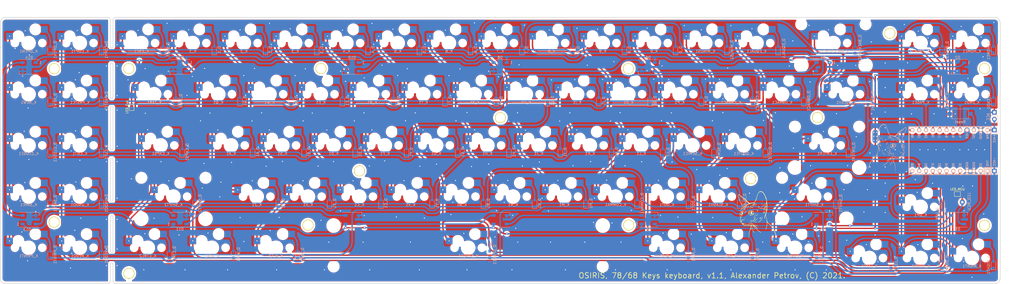
<source format=kicad_pcb>
(kicad_pcb (version 20171130) (host pcbnew "(5.1.9-10.11)")
  (layers (0 F.Cu signal) (31 B.Cu signal) (34 B.Paste user) (35 F.Paste user) (36 B.SilkS user) (37 F.SilkS user) (38 B.Mask user) (39 F.Mask user) (44 Edge.Cuts user))
  (net 0 "")
  (net 1 GND)
  (net 2 VCC)
  (net 3 "Net-(D_2-Pad2)")
  (net 4 "Net-(D_4-Pad2)")
  (net 5 "Net-(D_6-Pad2)")
  (net 6 "Net-(D_8-Pad2)")
  (net 7 "Net-(D_9-Pad2)")
  (net 8 "Net-(D_PAGE1-Pad2)")
  (net 9 "Net-(D_1-Pad2)")
  (net 10 "Net-(D_3-Pad2)")
  (net 11 "Net-(D_5-Pad2)")
  (net 12 "Net-(D_7-Pad2)")
  (net 13 "Net-(D_0-Pad2)")
  (net 14 "Net-(D_SHIFT1-Pad2)")
  (net 15 "Net-(D_ALT1-Pad2)")
  (net 16 "Net-(D_CTRL1-Pad2)")
  (net 17 row5)
  (net 18 row0)
  (net 19 row1)
  (net 20 "Net-(D_A1-Pad2)")
  (net 21 row7)
  (net 22 row9)
  (net 23 "Net-(D_ALT2-Pad2)")
  (net 24 row4)
  (net 25 "Net-(D_B1-Pad2)")
  (net 26 row8)
  (net 27 "Net-(D_BACKSPACE1-Pad2)")
  (net 28 "Net-(D_BSLSH1-Pad2)")
  (net 29 row3)
  (net 30 "Net-(D_C1-Pad2)")
  (net 31 "Net-(D_CAPS1-Pad2)")
  (net 32 row2)
  (net 33 "Net-(D_CBRAC1-Pad2)")
  (net 34 "Net-(D_CLOSE1-Pad2)")
  (net 35 "Net-(D_COMMA1-Pad2)")
  (net 36 "Net-(D_COPY1-Pad2)")
  (net 37 "Net-(D_CTRL2-Pad2)")
  (net 38 "Net-(D_CUT1-Pad2)")
  (net 39 "Net-(D_D1-Pad2)")
  (net 40 "Net-(D_DOT1-Pad2)")
  (net 41 "Net-(D_DOWN1-Pad2)")
  (net 42 "Net-(D_E1-Pad2)")
  (net 43 row6)
  (net 44 "Net-(D_END1-Pad2)")
  (net 45 "Net-(D_ENTER1-Pad2)")
  (net 46 "Net-(D_EQUAL1-Pad2)")
  (net 47 "Net-(D_ESC1-Pad2)")
  (net 48 "Net-(D_F1-Pad2)")
  (net 49 "Net-(D_FN1-Pad2)")
  (net 50 "Net-(D_G1-Pad2)")
  (net 51 "Net-(D_H1-Pad2)")
  (net 52 "Net-(D_HOME1-Pad2)")
  (net 53 "Net-(D_I1-Pad2)")
  (net 54 "Net-(D_J1-Pad2)")
  (net 55 "Net-(D_K1-Pad2)")
  (net 56 "Net-(D_L1-Pad2)")
  (net 57 "Net-(D_LEFT1-Pad2)")
  (net 58 "Net-(D_M1-Pad2)")
  (net 59 "Net-(D_MINUS1-Pad2)")
  (net 60 "Net-(D_N1-Pad2)")
  (net 61 "Net-(D_NEW1-Pad2)")
  (net 62 "Net-(D_O1-Pad2)")
  (net 63 "Net-(D_OBRAC1-Pad2)")
  (net 64 "Net-(D_OPEN1-Pad2)")
  (net 65 "Net-(D_P1-Pad2)")
  (net 66 "Net-(D_PAGE2-Pad2)")
  (net 67 "Net-(D_PASTE1-Pad2)")
  (net 68 "Net-(D_PRINT1-Pad2)")
  (net 69 "Net-(D_Q1-Pad2)")
  (net 70 "Net-(D_QUOTE1-Pad2)")
  (net 71 "Net-(D_R1-Pad2)")
  (net 72 "Net-(D_REDO1-Pad2)")
  (net 73 "Net-(D_RIGHT1-Pad2)")
  (net 74 "Net-(D_S1-Pad2)")
  (net 75 "Net-(D_SAVE1-Pad2)")
  (net 76 "Net-(D_SEMIC1-Pad2)")
  (net 77 "Net-(D_SHIFT2-Pad2)")
  (net 78 "Net-(D_SLASH1-Pad2)")
  (net 79 "Net-(D_SPACE1-Pad2)")
  (net 80 "Net-(D_T1-Pad2)")
  (net 81 "Net-(D_TAB1-Pad2)")
  (net 82 "Net-(D_U1-Pad2)")
  (net 83 "Net-(D_UNDO1-Pad2)")
  (net 84 "Net-(D_UP1-Pad2)")
  (net 85 "Net-(D_V1-Pad2)")
  (net 86 "Net-(D_W1-Pad2)")
  (net 87 "Net-(D_WIN1-Pad2)")
  (net 88 "Net-(D_X1-Pad2)")
  (net 89 "Net-(D_Y1-Pad2)")
  (net 90 "Net-(D_Z1-Pad2)")
  (net 91 col5)
  (net 92 col1)
  (net 93 col2)
  (net 94 col3)
  (net 95 col4)
  (net 96 col7)
  (net 97 col6)
  (net 98 col0)
  (net 99 "Net-(J1-Pad2)")
  (net 100 "Net-(SW1-Pad1)")
  (net 101 LED)
  (net 102 "Net-(D1-Pad2)")
  (net 103 "Net-(D2-Pad4)")
  (net 104 "Net-(D3-Pad2)")
  (net 105 "Net-(D4-Pad4)")
  (net 106 "Net-(D5-Pad2)")
  (net 107 "Net-(D6-Pad4)")
  (net 108 "Net-(D7-Pad2)")
  (net 109 "Net-(D10-Pad2)")
  (net 110 "Net-(D11-Pad4)")
  (net 111 "Net-(D10-Pad4)")
  (net 112 "Net-(D11-Pad2)")
  (net 113 "Net-(D12-Pad4)")
  (net 114 "Net-(D13-Pad2)")
  (module LED_SMD:LED_WS2812B_PLCC4_5.0x5.0mm_P3.2mm (layer B.Cu) (at 75 77.1 180)
    (fp_text reference D14 (at 0 3.5) (layer B.SilkS) (effects (justify mirror)))
    (fp_text value WS2812B)
    (fp_text user 1 (at -4.15 1.6) (layer B.SilkS) (effects (justify mirror)))
    (pad 1 smd rect (at -2.45 1.6 180) (size 1.5 1) (layers B.Cu B.Paste B.Mask) (net 2 VCC))
    (pad 2 smd rect (at -2.45 -1.6 180) (size 1.5 1) (layers B.Cu B.Paste B.Mask) (net 113 "Net-(D12-Pad4)"))
    (pad 4 smd rect (at 2.45 1.6 180) (size 1.5 1) (layers B.Cu B.Paste B.Mask) (net 114 "Net-(D13-Pad2)"))
    (pad 3 smd rect (at 2.45 -1.6 180) (size 1.5 1) (layers B.Cu B.Paste B.Mask) (net 1 GND))
  )
  (module LED_SMD:LED_WS2812B_PLCC4_5.0x5.0mm_P3.2mm (layer B.Cu) (at 75 134)
    (fp_text reference D13 (at -0.75 3.65) (layer B.SilkS) (effects (justify mirror)))
    (fp_text value WS2812B)
    (fp_text user 1 (at -4.15 1.6) (layer B.SilkS) (effects (justify mirror)))
    (pad 1 smd rect (at -2.45 1.6) (size 1.5 1) (layers B.Cu B.Paste B.Mask) (net 2 VCC))
    (pad 2 smd rect (at -2.45 -1.6) (size 1.5 1) (layers B.Cu B.Paste B.Mask) (net 114 "Net-(D13-Pad2)"))
    (pad 4 smd rect (at 2.45 1.6) (size 1.5 1) (layers B.Cu B.Paste B.Mask) (net 112 "Net-(D11-Pad2)"))
    (pad 3 smd rect (at 2.45 -1.6) (size 1.5 1) (layers B.Cu B.Paste B.Mask) (net 1 GND))
  )
  (module LED_SMD:LED_WS2812B_PLCC4_5.0x5.0mm_P3.2mm (layer B.Cu) (at 131 77.1 180)
    (fp_text reference D12 (at 0 3.5) (layer B.SilkS) (effects (justify mirror)))
    (fp_text value WS2812B)
    (fp_text user 1 (at -4.15 1.6) (layer B.SilkS) (effects (justify mirror)))
    (pad 1 smd rect (at -2.45 1.6 180) (size 1.5 1) (layers B.Cu B.Paste B.Mask) (net 2 VCC))
    (pad 2 smd rect (at -2.45 -1.6 180) (size 1.5 1) (layers B.Cu B.Paste B.Mask) (net 111 "Net-(D10-Pad4)"))
    (pad 4 smd rect (at 2.45 1.6 180) (size 1.5 1) (layers B.Cu B.Paste B.Mask) (net 113 "Net-(D12-Pad4)"))
    (pad 3 smd rect (at 2.45 -1.6 180) (size 1.5 1) (layers B.Cu B.Paste B.Mask) (net 1 GND))
  )
  (module LED_SMD:LED_WS2812B_PLCC4_5.0x5.0mm_P3.2mm (layer B.Cu) (at 131 134)
    (fp_text reference D11 (at 0 3.5) (layer B.SilkS) (effects (justify mirror)))
    (fp_text value WS2812B)
    (fp_text user 1 (at -4.15 1.6) (layer B.SilkS) (effects (justify mirror)))
    (pad 1 smd rect (at -2.45 1.6) (size 1.5 1) (layers B.Cu B.Paste B.Mask) (net 2 VCC))
    (pad 2 smd rect (at -2.45 -1.6) (size 1.5 1) (layers B.Cu B.Paste B.Mask) (net 112 "Net-(D11-Pad2)"))
    (pad 4 smd rect (at 2.45 1.6) (size 1.5 1) (layers B.Cu B.Paste B.Mask) (net 110 "Net-(D11-Pad4)"))
    (pad 3 smd rect (at 2.45 -1.6) (size 1.5 1) (layers B.Cu B.Paste B.Mask) (net 1 GND))
  )
  (module LED_SMD:LED_WS2812B_PLCC4_5.0x5.0mm_P3.2mm (layer B.Cu) (at 195 77.1 180)
    (fp_text reference D10 (at 0 3.5) (layer B.SilkS) (effects (justify mirror)))
    (fp_text value WS2812B)
    (fp_text user 1 (at -4.15 1.6) (layer B.SilkS) (effects (justify mirror)))
    (pad 1 smd rect (at -2.45 1.6 180) (size 1.5 1) (layers B.Cu B.Paste B.Mask) (net 2 VCC))
    (pad 2 smd rect (at -2.45 -1.6 180) (size 1.5 1) (layers B.Cu B.Paste B.Mask) (net 109 "Net-(D10-Pad2)"))
    (pad 4 smd rect (at 2.45 1.6 180) (size 1.5 1) (layers B.Cu B.Paste B.Mask) (net 111 "Net-(D10-Pad4)"))
    (pad 3 smd rect (at 2.45 -1.6 180) (size 1.5 1) (layers B.Cu B.Paste B.Mask) (net 1 GND))
  )
  (module LED_SMD:LED_WS2812B_PLCC4_5.0x5.0mm_P3.2mm (layer B.Cu) (at 195 134)
    (fp_text reference D9 (at 0.125 3.575) (layer B.SilkS) (effects (justify mirror)))
    (fp_text value WS2812B)
    (fp_text user 1 (at -4.15 1.6) (layer B.SilkS) (effects (justify mirror)))
    (pad 1 smd rect (at -2.45 1.6) (size 1.5 1) (layers B.Cu B.Paste B.Mask) (net 2 VCC))
    (pad 2 smd rect (at -2.45 -1.6) (size 1.5 1) (layers B.Cu B.Paste B.Mask) (net 110 "Net-(D11-Pad4)"))
    (pad 4 smd rect (at 2.45 1.6) (size 1.5 1) (layers B.Cu B.Paste B.Mask) (net 108 "Net-(D7-Pad2)"))
    (pad 3 smd rect (at 2.45 -1.6) (size 1.5 1) (layers B.Cu B.Paste B.Mask) (net 1 GND))
  )
  (module LED_SMD:LED_WS2812B_PLCC4_5.0x5.0mm_P3.2mm (layer B.Cu) (at 250 77.1 180)
    (fp_text reference D8 (at 0 3.5) (layer B.SilkS) (effects (justify mirror)))
    (fp_text value WS2812B)
    (fp_text user 1 (at -4.15 1.6) (layer B.SilkS) (effects (justify mirror)))
    (pad 1 smd rect (at -2.45 1.6 180) (size 1.5 1) (layers B.Cu B.Paste B.Mask) (net 2 VCC))
    (pad 2 smd rect (at -2.45 -1.6 180) (size 1.5 1) (layers B.Cu B.Paste B.Mask) (net 107 "Net-(D6-Pad4)"))
    (pad 4 smd rect (at 2.45 1.6 180) (size 1.5 1) (layers B.Cu B.Paste B.Mask) (net 109 "Net-(D10-Pad2)"))
    (pad 3 smd rect (at 2.45 -1.6 180) (size 1.5 1) (layers B.Cu B.Paste B.Mask) (net 1 GND))
  )
  (module LED_SMD:LED_WS2812B_PLCC4_5.0x5.0mm_P3.2mm (layer B.Cu) (at 250 134)
    (fp_text reference D7 (at -0.025 3.725) (layer B.SilkS) (effects (justify mirror)))
    (fp_text value WS2812B)
    (fp_text user 1 (at -4.15 1.6) (layer B.SilkS) (effects (justify mirror)))
    (pad 1 smd rect (at -2.45 1.6) (size 1.5 1) (layers B.Cu B.Paste B.Mask) (net 2 VCC))
    (pad 2 smd rect (at -2.45 -1.6) (size 1.5 1) (layers B.Cu B.Paste B.Mask) (net 108 "Net-(D7-Pad2)"))
    (pad 4 smd rect (at 2.45 1.6) (size 1.5 1) (layers B.Cu B.Paste B.Mask) (net 106 "Net-(D5-Pad2)"))
    (pad 3 smd rect (at 2.45 -1.6) (size 1.5 1) (layers B.Cu B.Paste B.Mask) (net 1 GND))
  )
  (module LED_SMD:LED_WS2812B_PLCC4_5.0x5.0mm_P3.2mm (layer B.Cu) (at 305 77.1 180)
    (fp_text reference D6 (at 0 3.5) (layer B.SilkS) (effects (justify mirror)))
    (fp_text value WS2812B)
    (fp_text user 1 (at -4.15 1.6) (layer B.SilkS) (effects (justify mirror)))
    (pad 1 smd rect (at -2.45 1.6 180) (size 1.5 1) (layers B.Cu B.Paste B.Mask) (net 2 VCC))
    (pad 2 smd rect (at -2.45 -1.6 180) (size 1.5 1) (layers B.Cu B.Paste B.Mask) (net 105 "Net-(D4-Pad4)"))
    (pad 4 smd rect (at 2.45 1.6 180) (size 1.5 1) (layers B.Cu B.Paste B.Mask) (net 107 "Net-(D6-Pad4)"))
    (pad 3 smd rect (at 2.45 -1.6 180) (size 1.5 1) (layers B.Cu B.Paste B.Mask) (net 1 GND))
  )
  (module LED_SMD:LED_WS2812B_PLCC4_5.0x5.0mm_P3.2mm (layer B.Cu) (at 305 134)
    (fp_text reference D5 (at 0.175 3.625) (layer B.SilkS) (effects (justify mirror)))
    (fp_text value WS2812B)
    (fp_text user 1 (at -4.15 1.6) (layer B.SilkS) (effects (justify mirror)))
    (pad 1 smd rect (at -2.45 1.6) (size 1.5 1) (layers B.Cu B.Paste B.Mask) (net 2 VCC))
    (pad 2 smd rect (at -2.45 -1.6) (size 1.5 1) (layers B.Cu B.Paste B.Mask) (net 106 "Net-(D5-Pad2)"))
    (pad 4 smd rect (at 2.45 1.6) (size 1.5 1) (layers B.Cu B.Paste B.Mask) (net 104 "Net-(D3-Pad2)"))
    (pad 3 smd rect (at 2.45 -1.6) (size 1.5 1) (layers B.Cu B.Paste B.Mask) (net 1 GND))
  )
  (module LED_SMD:LED_WS2812B_PLCC4_5.0x5.0mm_P3.2mm (layer B.Cu) (at 370 77.1 180)
    (fp_text reference D4 (at 0 3.5) (layer B.SilkS) (effects (justify mirror)))
    (fp_text value WS2812B)
    (fp_text user 1 (at -4.15 1.6) (layer B.SilkS) (effects (justify mirror)))
    (pad 1 smd rect (at -2.45 1.6 180) (size 1.5 1) (layers B.Cu B.Paste B.Mask) (net 2 VCC))
    (pad 2 smd rect (at -2.45 -1.6 180) (size 1.5 1) (layers B.Cu B.Paste B.Mask) (net 103 "Net-(D2-Pad4)"))
    (pad 4 smd rect (at 2.45 1.6 180) (size 1.5 1) (layers B.Cu B.Paste B.Mask) (net 105 "Net-(D4-Pad4)"))
    (pad 3 smd rect (at 2.45 -1.6 180) (size 1.5 1) (layers B.Cu B.Paste B.Mask) (net 1 GND))
  )
  (module LED_SMD:LED_WS2812B_PLCC4_5.0x5.0mm_P3.2mm (layer B.Cu) (at 370 134)
    (fp_text reference D3 (at 0 3.6) (layer B.SilkS) (effects (justify mirror)))
    (fp_text value WS2812B)
    (fp_text user 1 (at -4.15 1.6) (layer B.SilkS) (effects (justify mirror)))
    (pad 1 smd rect (at -2.45 1.6) (size 1.5 1) (layers B.Cu B.Paste B.Mask) (net 2 VCC))
    (pad 2 smd rect (at -2.45 -1.6) (size 1.5 1) (layers B.Cu B.Paste B.Mask) (net 104 "Net-(D3-Pad2)"))
    (pad 4 smd rect (at 2.45 1.6) (size 1.5 1) (layers B.Cu B.Paste B.Mask) (net 102 "Net-(D1-Pad2)"))
    (pad 3 smd rect (at 2.45 -1.6) (size 1.5 1) (layers B.Cu B.Paste B.Mask) (net 1 GND))
  )
  (module LED_SMD:LED_WS2812B_PLCC4_5.0x5.0mm_P3.2mm (layer B.Cu) (at 420 77.1 180)
    (fp_text reference D2 (at 0 3.5) (layer B.SilkS) (effects (justify mirror)))
    (fp_text value WS2812B)
    (fp_text user 1 (at -4.15 1.6) (layer B.SilkS) (effects (justify mirror)))
    (pad 1 smd rect (at -2.45 1.6 180) (size 1.5 1) (layers B.Cu B.Paste B.Mask) (net 2 VCC))
    (pad 2 smd rect (at -2.45 -1.6 180) (size 1.5 1) (layers B.Cu B.Paste B.Mask))
    (pad 4 smd rect (at 2.45 1.6 180) (size 1.5 1) (layers B.Cu B.Paste B.Mask) (net 103 "Net-(D2-Pad4)"))
    (pad 3 smd rect (at 2.45 -1.6 180) (size 1.5 1) (layers B.Cu B.Paste B.Mask) (net 1 GND))
  )
  (module LED_SMD:LED_WS2812B_PLCC4_5.0x5.0mm_P3.2mm (layer B.Cu) (at 420 134)
    (fp_text reference D1 (at 0 3.5) (layer B.SilkS) (effects (justify mirror)))
    (fp_text value WS2812B)
    (fp_text user 1 (at -4.15 1.6) (layer B.SilkS) (effects (justify mirror)))
    (pad 1 smd rect (at -2.45 1.6) (size 1.5 1) (layers B.Cu B.Paste B.Mask) (net 2 VCC))
    (pad 2 smd rect (at -2.45 -1.6) (size 1.5 1) (layers B.Cu B.Paste B.Mask) (net 102 "Net-(D1-Pad2)"))
    (pad 4 smd rect (at 2.45 1.6) (size 1.5 1) (layers B.Cu B.Paste B.Mask) (net 101 LED))
    (pad 3 smd rect (at 2.45 -1.6) (size 1.5 1) (layers B.Cu B.Paste B.Mask) (net 1 GND))
  )
  (module SofleLib:sphinx-logo (layer B.Cu) (at 391.725 116.525 180)
    (fp_text reference G*** hide)
    (fp_text value LOGO hide)
  )
  (module SofleLib:sphinx-logo (layer F.Cu) (at 347.6 141.525)
    (fp_text reference G*** hide)
    (fp_text value LOGO hide)
  )
  (module SofleLib:Jumper (layer F.Cu) (at 113.075 92.225 90)
    (fp_text reference J4 hide)
    (fp_text value LED_Cut (at 0.175 -1.725 90) (layer F.SilkS) (effects (font (size 0.8128 0.8128))))
    (pad 2 smd rect (at 0.50038 0 90) (size 0.635 1.143) (layers F.Cu F.Paste F.Mask) (net 113 "Net-(D12-Pad4)") (clearance 0.1905))
    (pad 1 smd rect (at -0.50038 0 90) (size 0.635 1.143) (layers F.Cu F.Paste F.Mask) (net 112 "Net-(D11-Pad2)") (clearance 0.1905))
  )
  (module SofleLib:Jumper (layer F.Cu) (at 419.925 124.425 180)
    (fp_text reference J6 hide)
    (fp_text value LED_MCU (at -0.025 1.775) (layer F.SilkS) (effects (font (size 0.8128 0.8128))))
    (pad 2 smd rect (at 0.50038 0 180) (size 0.635 1.143) (layers F.Cu F.Paste F.Mask) (net 98 col0) (clearance 0.1905))
    (pad 1 smd rect (at -0.50038 0 180) (size 0.635 1.143) (layers F.Cu F.Paste F.Mask) (net 101 LED) (clearance 0.1905))
  )
  (module MX_ALPS_Hybrid:MXOnly-1U-Hotswap (layer F.Cu) (at 74.7776 125.3744)
    (fp_text reference K_SAVE1)
    (fp_text value KEYSW)
    (fp_text user %R (at 0 3.048) (layer B.SilkS) (effects (justify mirror)))
    (pad 2 smd rect (at 5.842 -5.08) (size 2.55 2.5) (layers B.Cu B.Paste B.Mask) (net 75 "Net-(D_SAVE1-Pad2)"))
    (pad 1 smd rect (at -7.085 -2.54) (size 2.55 2.5) (layers B.Cu B.Paste B.Mask) (net 98 col0))
    (pad "" np_thru_hole circle (at 5.08 0 48.0996) (size 1.75 1.75) (drill 1.75) (layers *.Cu *.Mask))
    (pad "" np_thru_hole circle (at -5.08 0 48.0996) (size 1.75 1.75) (drill 1.75) (layers *.Cu *.Mask))
    (pad "" np_thru_hole circle (at -3.81 -2.54) (size 3 3) (drill 3) (layers *.Cu *.Mask))
    (pad "" np_thru_hole circle (at 0 0) (size 3.9878 3.9878) (drill 3.9878) (layers *.Cu *.Mask))
    (pad "" np_thru_hole circle (at 2.54 -5.08) (size 3 3) (drill 3) (layers *.Cu *.Mask))
  )
  (module MX_ALPS_Hybrid:MXOnly-1U-Hotswap (layer F.Cu) (at 74.7776 68.2244)
    (fp_text reference K_OPEN1)
    (fp_text value KEYSW)
    (fp_text user %R (at 0 3.048) (layer B.SilkS) (effects (justify mirror)))
    (pad 2 smd rect (at 5.842 -5.08) (size 2.55 2.5) (layers B.Cu B.Paste B.Mask) (net 64 "Net-(D_OPEN1-Pad2)"))
    (pad 1 smd rect (at -7.085 -2.54) (size 2.55 2.5) (layers B.Cu B.Paste B.Mask) (net 98 col0))
    (pad "" np_thru_hole circle (at 5.08 0 48.0996) (size 1.75 1.75) (drill 1.75) (layers *.Cu *.Mask))
    (pad "" np_thru_hole circle (at -5.08 0 48.0996) (size 1.75 1.75) (drill 1.75) (layers *.Cu *.Mask))
    (pad "" np_thru_hole circle (at -3.81 -2.54) (size 3 3) (drill 3) (layers *.Cu *.Mask))
    (pad "" np_thru_hole circle (at 0 0) (size 3.9878 3.9878) (drill 3.9878) (layers *.Cu *.Mask))
    (pad "" np_thru_hole circle (at 2.54 -5.08) (size 3 3) (drill 3) (layers *.Cu *.Mask))
  )
  (module MX_ALPS_Hybrid:MXOnly-1U-Hotswap (layer F.Cu) (at 93.8276 68.2244)
    (fp_text reference K_COPY1)
    (fp_text value KEYSW)
    (fp_text user %R (at 0 3.048) (layer B.SilkS) (effects (justify mirror)))
    (pad 2 smd rect (at 5.842 -5.08) (size 2.55 2.5) (layers B.Cu B.Paste B.Mask) (net 36 "Net-(D_COPY1-Pad2)"))
    (pad 1 smd rect (at -7.085 -2.54) (size 2.55 2.5) (layers B.Cu B.Paste B.Mask) (net 98 col0))
    (pad "" np_thru_hole circle (at 5.08 0 48.0996) (size 1.75 1.75) (drill 1.75) (layers *.Cu *.Mask))
    (pad "" np_thru_hole circle (at -5.08 0 48.0996) (size 1.75 1.75) (drill 1.75) (layers *.Cu *.Mask))
    (pad "" np_thru_hole circle (at -3.81 -2.54) (size 3 3) (drill 3) (layers *.Cu *.Mask))
    (pad "" np_thru_hole circle (at 0 0) (size 3.9878 3.9878) (drill 3.9878) (layers *.Cu *.Mask))
    (pad "" np_thru_hole circle (at 2.54 -5.08) (size 3 3) (drill 3) (layers *.Cu *.Mask))
  )
  (module MX_ALPS_Hybrid:MXOnly-2.75U-Hotswap (layer F.Cu) (at 366.71885 125.3744)
    (fp_text reference K_SHIFT1)
    (fp_text value KEYSW)
    (fp_text user %R (at 0 3.048) (layer B.SilkS) (effects (justify mirror)))
    (pad "" np_thru_hole circle (at -11.938 8.255) (size 3.9878 3.9878) (drill 3.9878) (layers *.Cu *.Mask))
    (pad "" np_thru_hole circle (at 11.938 8.255) (size 3.9878 3.9878) (drill 3.9878) (layers *.Cu *.Mask))
    (pad "" np_thru_hole circle (at -11.938 -6.985) (size 3.048 3.048) (drill 3.048) (layers *.Cu *.Mask))
    (pad "" np_thru_hole circle (at 11.938 -6.985) (size 3.048 3.048) (drill 3.048) (layers *.Cu *.Mask))
    (pad 2 smd rect (at 5.842 -5.08) (size 2.55 2.5) (layers B.Cu B.Paste B.Mask) (net 14 "Net-(D_SHIFT1-Pad2)"))
    (pad 1 smd rect (at -7.085 -2.54) (size 2.55 2.5) (layers B.Cu B.Paste B.Mask) (net 97 col6))
    (pad "" np_thru_hole circle (at 5.08 0 48.0996) (size 1.75 1.75) (drill 1.75) (layers *.Cu *.Mask))
    (pad "" np_thru_hole circle (at -5.08 0 48.0996) (size 1.75 1.75) (drill 1.75) (layers *.Cu *.Mask))
    (pad "" np_thru_hole circle (at -3.81 -2.54) (size 3 3) (drill 3) (layers *.Cu *.Mask))
    (pad "" np_thru_hole circle (at 0 0) (size 3.9878 3.9878) (drill 3.9878) (layers *.Cu *.Mask))
    (pad "" np_thru_hole circle (at 2.54 -5.08) (size 3 3) (drill 3) (layers *.Cu *.Mask))
  )
  (module SofleLib:HOLE_M3 (layer F.Cu) (at 367.925 96.275)
    (fp_text reference H15 hide)
    (fp_text value MountingHole hide)
    (pad 1 thru_hole circle (at 0 -0.35) (size 4 4) (drill 3.2) (layers *.Cu *.Mask F.SilkS))
  )
  (module SofleLib:HOLE_M3 (layer F.Cu) (at 250.1 96.3)
    (fp_text reference H14 hide)
    (fp_text value MountingHole hide)
    (pad 1 thru_hole circle (at 0 -0.275) (size 4 4) (drill 3.2) (layers *.Cu *.Mask F.SilkS))
  )
  (module SofleLib:HOLE_M3 (layer F.Cu) (at 183.425 77.725)
    (fp_text reference H13 hide)
    (fp_text value MountingHole hide)
    (pad 1 thru_hole circle (at 0 0) (size 4 4) (drill 3.2) (layers *.Cu *.Mask F.SilkS))
  )
  (module SofleLib:HOLE_M3 (layer F.Cu) (at 297.775 138.95)
    (fp_text reference H12 hide)
    (fp_text value MountingHole hide)
    (pad 1 thru_hole circle (at 0 -2.95) (size 4 4) (drill 3.2) (layers *.Cu *.Mask F.SilkS))
  )
  (module SofleLib:HOLE_M3 (layer F.Cu) (at 178.6 138.975)
    (fp_text reference H11 hide)
    (fp_text value MountingHole hide)
    (pad 1 thru_hole circle (at 0 -2.975) (size 4 4) (drill 3.2) (layers *.Cu *.Mask F.SilkS))
  )
  (module SofleLib:HOLE_M3 (layer F.Cu) (at 430.3 136.1)
    (fp_text reference H10 hide)
    (fp_text value MountingHole hide)
    (pad 1 thru_hole circle (at -0.3 0) (size 4 4) (drill 3.2) (layers *.Cu *.Mask F.SilkS))
  )
  (module SofleLib:HOLE_M3 (layer F.Cu) (at 297.725 77.75)
    (fp_text reference H9 hide)
    (fp_text value MountingHole hide)
    (pad 1 thru_hole circle (at -0.055 0) (size 4 4) (drill 3.2) (layers *.Cu *.Mask F.SilkS))
  )
  (module SofleLib:HOLE_M3 (layer F.Cu) (at 188.175 115.85)
    (fp_text reference H8 hide)
    (fp_text value MountingHole hide)
    (pad 1 thru_hole circle (at 9.525 -0.03) (size 4 4) (drill 3.2) (layers *.Cu *.Mask F.SilkS))
  )
  (module SofleLib:HOLE_M3 (layer F.Cu) (at 343.1 118.65)
    (fp_text reference H7 hide)
    (fp_text value MountingHole hide)
    (pad 1 thru_hole circle (at 0 0.075) (size 4 4) (drill 3.2) (layers *.Cu *.Mask F.SilkS))
  )
  (module SofleLib:HOLE_M3 (layer F.Cu) (at 394.8 64.575)
    (fp_text reference H6 hide)
    (fp_text value MountingHole hide)
    (pad 1 thru_hole circle (at 0 0) (size 4 4) (drill 3.2) (layers *.Cu *.Mask F.SilkS))
  )
  (module SofleLib:HOLE_M3 (layer F.Cu) (at 429.45 79.525)
    (fp_text reference H4 hide)
    (fp_text value MountingHole hide)
    (pad 1 thru_hole circle (at 0.55 -1.775) (size 4 4) (drill 3.2) (layers *.Cu *.Mask F.SilkS))
  )
  (module SofleLib:HOLE_M3 (layer F.Cu) (at 112 77.825)
    (fp_text reference H2 hide)
    (fp_text value MountingHole hide)
    (pad 1 thru_hole circle (at 0 -0.075) (size 4 4) (drill 3.2) (layers *.Cu *.Mask F.SilkS))
  )
  (module SofleLib:HOLE_M3 (layer F.Cu) (at 114.9 153.975)
    (fp_text reference H5 hide)
    (fp_text value MountingHole hide)
    (pad 1 thru_hole circle (at -2.825 0) (size 4 4) (drill 3.2) (layers *.Cu *.Mask F.SilkS))
  )
  (module SofleLib:HOLE_M3 (layer F.Cu) (at 82.8 153.775)
    (fp_text reference H3 hide)
    (fp_text value MountingHole hide)
    (pad 1 thru_hole circle (at 1.5 -18.875) (size 4 4) (drill 3.2) (layers *.Cu *.Mask F.SilkS))
  )
  (module SofleLib:HOLE_M3 (layer F.Cu) (at 84.1 77.175)
    (fp_text reference H1 hide)
    (fp_text value MountingHole hide)
    (pad 1 thru_hole circle (at 0.2 0.575) (size 4 4) (drill 3.2) (layers *.Cu *.Mask F.SilkS))
  )
  (module MX_ALPS_Hybrid:MXOnly-1U-Hotswap (layer F.Cu) (at 302.4251 106.3244)
    (fp_text reference K_L1)
    (fp_text value KEYSW)
    (fp_text user %R (at 0 3.048) (layer B.SilkS) (effects (justify mirror)))
    (pad 2 smd rect (at 5.842 -5.08) (size 2.55 2.5) (layers B.Cu B.Paste B.Mask) (net 56 "Net-(D_L1-Pad2)"))
    (pad 1 smd rect (at -7.085 -2.54) (size 2.55 2.5) (layers B.Cu B.Paste B.Mask) (net 91 col5))
    (pad "" np_thru_hole circle (at 5.08 0 48.0996) (size 1.75 1.75) (drill 1.75) (layers *.Cu *.Mask))
    (pad "" np_thru_hole circle (at -5.08 0 48.0996) (size 1.75 1.75) (drill 1.75) (layers *.Cu *.Mask))
    (pad "" np_thru_hole circle (at -3.81 -2.54) (size 3 3) (drill 3) (layers *.Cu *.Mask))
    (pad "" np_thru_hole circle (at 0 0) (size 3.9878 3.9878) (drill 3.9878) (layers *.Cu *.Mask))
    (pad "" np_thru_hole circle (at 2.54 -5.08) (size 3 3) (drill 3) (layers *.Cu *.Mask))
  )
  (module MX_ALPS_Hybrid:MXOnly-1U-Hotswap (layer F.Cu) (at 311.9501 125.3744)
    (fp_text reference K_DOT1)
    (fp_text value KEYSW)
    (fp_text user %R (at 0 3.048) (layer B.SilkS) (effects (justify mirror)))
    (pad 2 smd rect (at 5.842 -5.08) (size 2.55 2.5) (layers B.Cu B.Paste B.Mask) (net 40 "Net-(D_DOT1-Pad2)"))
    (pad 1 smd rect (at -7.085 -2.54) (size 2.55 2.5) (layers B.Cu B.Paste B.Mask) (net 91 col5))
    (pad "" np_thru_hole circle (at 5.08 0 48.0996) (size 1.75 1.75) (drill 1.75) (layers *.Cu *.Mask))
    (pad "" np_thru_hole circle (at -5.08 0 48.0996) (size 1.75 1.75) (drill 1.75) (layers *.Cu *.Mask))
    (pad "" np_thru_hole circle (at -3.81 -2.54) (size 3 3) (drill 3) (layers *.Cu *.Mask))
    (pad "" np_thru_hole circle (at 0 0) (size 3.9878 3.9878) (drill 3.9878) (layers *.Cu *.Mask))
    (pad "" np_thru_hole circle (at 2.54 -5.08) (size 3 3) (drill 3) (layers *.Cu *.Mask))
  )
  (module MX_ALPS_Hybrid:MXOnly-1U-Hotswap (layer F.Cu) (at 292.9001 125.3744)
    (fp_text reference K_COMMA1)
    (fp_text value KEYSW)
    (fp_text user %R (at 0 3.048) (layer B.SilkS) (effects (justify mirror)))
    (pad 2 smd rect (at 5.842 -5.08) (size 2.55 2.5) (layers B.Cu B.Paste B.Mask) (net 35 "Net-(D_COMMA1-Pad2)"))
    (pad 1 smd rect (at -7.085 -2.54) (size 2.55 2.5) (layers B.Cu B.Paste B.Mask) (net 91 col5))
    (pad "" np_thru_hole circle (at 5.08 0 48.0996) (size 1.75 1.75) (drill 1.75) (layers *.Cu *.Mask))
    (pad "" np_thru_hole circle (at -5.08 0 48.0996) (size 1.75 1.75) (drill 1.75) (layers *.Cu *.Mask))
    (pad "" np_thru_hole circle (at -3.81 -2.54) (size 3 3) (drill 3) (layers *.Cu *.Mask))
    (pad "" np_thru_hole circle (at 0 0) (size 3.9878 3.9878) (drill 3.9878) (layers *.Cu *.Mask))
    (pad "" np_thru_hole circle (at 2.54 -5.08) (size 3 3) (drill 3) (layers *.Cu *.Mask))
  )
  (module Connector_PinSocket_2.54mm:PinSocket_1x01_P2.54mm_Vertical (layer B.Cu) (at 433.66 115.8548)
    (fp_text reference J3 hide)
    (fp_text value -ACC (at -0.035 -3.4298 90) (layer B.SilkS) (effects (font (size 0.8 0.8)) (justify mirror)))
    (pad 1 thru_hole rect (at 0 0) (size 1.7 1.7) (drill 1) (layers *.Cu *.Mask) (net 1 GND))
  )
  (module Connector_PinSocket_2.54mm:PinSocket_1x01_P2.54mm_Vertical (layer B.Cu) (at 433.66 100.6148)
    (fp_text reference J2 hide)
    (fp_text value +ACC (at -0.01 3.1352 90) (layer B.SilkS) (effects (font (size 0.8 0.8)) (justify mirror)))
    (pad 1 thru_hole rect (at 0 0) (size 1.7 1.7) (drill 1) (layers *.Cu *.Mask) (net 99 "Net-(J1-Pad2)"))
  )
  (module Connector_PinSocket_2.54mm:PinSocket_1x02_P2.54mm_Vertical (layer B.Cu) (at 433.66 94 180)
    (fp_text reference J1 hide)
    (fp_text value ACC (at 2.31 -1.7 90) (layer B.SilkS) (effects (justify mirror)))
    (pad 2 thru_hole oval (at 0 -2.54 180) (size 1.7 1.7) (drill 1) (layers *.Cu *.Mask) (net 99 "Net-(J1-Pad2)"))
    (pad 1 thru_hole rect (at 0 0 180) (size 1.7 1.7) (drill 1) (layers *.Cu *.Mask) (net 1 GND))
  )
  (module MX_ALPS_Hybrid:MXOnly-6.25U-Hotswap-ReversedStabilizers (layer F.Cu) (at 238.13135 144.4244)
    (fp_text reference K_SPACE1)
    (fp_text value KEYSW)
    (fp_text user %R (at 0 3.048) (layer B.SilkS) (effects (justify mirror)))
    (pad "" np_thru_hole circle (at -49.9999 -8.255) (size 3.9878 3.9878) (drill 3.9878) (layers *.Cu *.Mask))
    (pad "" np_thru_hole circle (at 49.9999 -8.255) (size 3.9878 3.9878) (drill 3.9878) (layers *.Cu *.Mask))
    (pad "" np_thru_hole circle (at -49.9999 6.985) (size 3.048 3.048) (drill 3.048) (layers *.Cu *.Mask))
    (pad "" np_thru_hole circle (at 49.9999 6.985) (size 3.048 3.048) (drill 3.048) (layers *.Cu *.Mask))
    (pad 2 smd rect (at 5.842 -5.08) (size 2.55 2.5) (layers B.Cu B.Paste B.Mask) (net 79 "Net-(D_SPACE1-Pad2)"))
    (pad 1 smd rect (at -7.085 -2.54) (size 2.55 2.5) (layers B.Cu B.Paste B.Mask) (net 94 col3))
    (pad "" np_thru_hole circle (at 5.08 0 48.0996) (size 1.75 1.75) (drill 1.75) (layers *.Cu *.Mask))
    (pad "" np_thru_hole circle (at -5.08 0 48.0996) (size 1.75 1.75) (drill 1.75) (layers *.Cu *.Mask))
    (pad "" np_thru_hole circle (at -3.81 -2.54) (size 3 3) (drill 3) (layers *.Cu *.Mask))
    (pad "" np_thru_hole circle (at 0 0) (size 3.9878 3.9878) (drill 3.9878) (layers *.Cu *.Mask))
    (pad "" np_thru_hole circle (at 2.54 -5.08) (size 3 3) (drill 3) (layers *.Cu *.Mask))
  )
  (module Connector_Pin:Pin_D0.9mm_L10.0mm_W2.4mm_FlatFork (layer B.Cu) (at 421.75 127.45 270)
    (fp_text reference J5 hide)
    (fp_text value LED_MCU (at -0.15 -2.55 270) (layer B.SilkS) (effects (justify mirror)))
    (pad 1 thru_hole circle (at 0 0 270) (size 1.8 1.8) (drill 0.9) (layers *.Cu *.Mask) (net 101 LED))
  )
  (module Button_Switch_SMD:SW_SPST_CK_RS282G05A3 (layer B.Cu) (at 420.975 94.575 180)
    (fp_text reference SW1 hide)
    (fp_text value Reset (at 0 -3) (layer B.SilkS) (effects (justify mirror)))
    (pad 2 smd rect (at 3.9 0 180) (size 1.5 1.5) (layers B.Cu B.Paste B.Mask) (net 1 GND))
    (pad 1 smd rect (at -3.9 0 180) (size 1.5 1.5) (layers B.Cu B.Paste B.Mask) (net 100 "Net-(SW1-Pad1)"))
  )
  (module SofleLib:ArduinoProMicro (layer B.Cu) (at 417.15 108.2348 180)
    (fp_text reference U1 hide)
    (fp_text value ProMicro hide)
    (fp_text user TX0 (at -13.97 -4.699 270) (layer B.SilkS) (effects (font (size 0.8 0.8)) (justify mirror)))
    (fp_text user D2 (at -11.43 -5.461 270) (layer B.SilkS) (effects (font (size 0.8 0.8)) (justify mirror)))
    (fp_text user D0 (at -1.27 -5.461 270) (layer B.SilkS) (effects (font (size 0.8 0.8)) (justify mirror)))
    (fp_text user D1 (at -3.81 -5.461 270) (layer B.SilkS) (effects (font (size 0.8 0.8)) (justify mirror)))
    (fp_text user GND (at -6.35 -5.461 270) (layer B.SilkS) (effects (font (size 0.8 0.8)) (justify mirror)))
    (fp_text user GND (at -8.89 -5.461 270) (layer B.SilkS) (effects (font (size 0.8 0.8)) (justify mirror)))
    (fp_text user D4 (at 1.27 -5.461 270) (layer B.SilkS) (effects (font (size 0.8 0.8)) (justify mirror)))
    (fp_text user C6 (at 3.81 -5.461 270) (layer B.SilkS) (effects (font (size 0.8 0.8)) (justify mirror)))
    (fp_text user D7 (at 6.35 -5.461 270) (layer B.SilkS) (effects (font (size 0.8 0.8)) (justify mirror)))
    (fp_text user E6 (at 8.89 -5.461 270) (layer B.SilkS) (effects (font (size 0.8 0.8)) (justify mirror)))
    (fp_text user B4 (at 11.43 -5.461 270) (layer B.SilkS) (effects (font (size 0.8 0.8)) (justify mirror)))
    (fp_text user B5 (at 13.97 -5.461 270) (layer B.SilkS) (effects (font (size 0.8 0.8)) (justify mirror)))
    (fp_text user B6 (at 13.97 5.461 270) (layer B.SilkS) (effects (font (size 0.8 0.8)) (justify mirror)))
    (fp_text user B3 (at 8.89 5.461 270) (layer B.SilkS) (effects (font (size 0.8 0.8)) (justify mirror)))
    (fp_text user B1 (at 6.35 5.461 270) (layer B.SilkS) (effects (font (size 0.8 0.8)) (justify mirror)))
    (fp_text user F4 (at -3.81 5.461 270) (layer B.SilkS) (effects (font (size 0.8 0.8)) (justify mirror)))
    (fp_text user VCC (at -6.35 5.461 270) (layer B.SilkS) (effects (font (size 0.8 0.8)) (justify mirror)))
    (fp_text user RST (at -8.89 5.461 270) (layer B.SilkS) (effects (font (size 0.8 0.8)) (justify mirror)))
    (fp_text user GND (at -11.43 5.461 270) (layer B.SilkS) (effects (font (size 0.8 0.8)) (justify mirror)))
    (fp_text user RAW (at -13.97 5.461 270) (layer B.SilkS) (effects (font (size 0.8 0.8)) (justify mirror)))
    (fp_text user F5 (at -1.27 5.461 270) (layer B.SilkS) (effects (font (size 0.8 0.8)) (justify mirror)))
    (fp_text user F6 (at 1.27 5.461 270) (layer B.SilkS) (effects (font (size 0.8 0.8)) (justify mirror)))
    (fp_text user F7 (at 3.81 5.461 270) (layer B.SilkS) (effects (font (size 0.8 0.8)) (justify mirror)))
    (fp_text user B2 (at 11.43 5.461 270) (layer B.SilkS) (effects (font (size 0.8 0.8)) (justify mirror)))
    (pad 24 thru_hole circle (at -13.97 7.62 180) (size 1.51 1.51) (drill 0.85) (layers *.Cu *.SilkS *.Mask) (net 99 "Net-(J1-Pad2)"))
    (pad 12 thru_hole circle (at 13.97 -7.62 180) (size 1.51 1.51) (drill 0.85) (layers *.Cu *.SilkS *.Mask) (net 97 col6))
    (pad 23 thru_hole circle (at -11.43 7.62 180) (size 1.51 1.51) (drill 0.85) (layers *.Cu *.SilkS *.Mask) (net 1 GND))
    (pad 22 thru_hole circle (at -8.89 7.62 180) (size 1.51 1.51) (drill 0.85) (layers *.Cu *.SilkS *.Mask) (net 100 "Net-(SW1-Pad1)"))
    (pad 21 thru_hole circle (at -6.35 7.62 180) (size 1.51 1.51) (drill 0.85) (layers *.Cu *.SilkS *.Mask) (net 2 VCC))
    (pad 20 thru_hole circle (at -3.81 7.62 180) (size 1.51 1.51) (drill 0.85) (layers *.Cu *.SilkS *.Mask) (net 43 row6))
    (pad 19 thru_hole circle (at -1.27 7.62 180) (size 1.51 1.51) (drill 0.85) (layers *.Cu *.SilkS *.Mask) (net 17 row5))
    (pad 18 thru_hole circle (at 1.27 7.62 180) (size 1.51 1.51) (drill 0.85) (layers *.Cu *.SilkS *.Mask) (net 19 row1))
    (pad 17 thru_hole circle (at 3.81 7.62 180) (size 1.51 1.51) (drill 0.85) (layers *.Cu *.SilkS *.Mask) (net 95 col4))
    (pad 16 thru_hole circle (at 6.35 7.62 180) (size 1.51 1.51) (drill 0.85) (layers *.Cu *.SilkS *.Mask) (net 18 row0))
    (pad 15 thru_hole circle (at 8.89 7.62 180) (size 1.51 1.51) (drill 0.85) (layers *.Cu *.SilkS *.Mask) (net 32 row2))
    (pad 14 thru_hole circle (at 11.43 7.62 180) (size 1.51 1.51) (drill 0.85) (layers *.Cu *.SilkS *.Mask) (net 21 row7))
    (pad 13 thru_hole circle (at 13.97 7.62 180) (size 1.51 1.51) (drill 0.85) (layers *.Cu *.SilkS *.Mask) (net 96 col7))
    (pad 11 thru_hole circle (at 11.43 -7.62 180) (size 1.51 1.51) (drill 0.85) (layers *.Cu *.SilkS *.Mask) (net 91 col5))
    (pad 10 thru_hole circle (at 8.89 -7.62 180) (size 1.51 1.51) (drill 0.85) (layers *.Cu *.SilkS *.Mask) (net 29 row3))
    (pad 9 thru_hole circle (at 6.35 -7.62 180) (size 1.51 1.51) (drill 0.85) (layers *.Cu *.SilkS *.Mask) (net 94 col3))
    (pad 8 thru_hole circle (at 3.81 -7.62 180) (size 1.51 1.51) (drill 0.85) (layers *.Cu *.SilkS *.Mask) (net 93 col2))
    (pad 7 thru_hole circle (at 1.27 -7.62 180) (size 1.51 1.51) (drill 0.85) (layers *.Cu *.SilkS *.Mask) (net 92 col1))
    (pad 6 thru_hole circle (at -1.27 -7.62 180) (size 1.51 1.51) (drill 0.85) (layers *.Cu *.SilkS *.Mask) (net 24 row4))
    (pad 5 thru_hole circle (at -3.81 -7.62 180) (size 1.51 1.51) (drill 0.85) (layers *.Cu *.SilkS *.Mask) (net 98 col0))
    (pad 4 thru_hole circle (at -6.35 -7.62 180) (size 1.51 1.51) (drill 0.85) (layers *.Cu *.SilkS *.Mask) (net 1 GND))
    (pad 3 thru_hole circle (at -8.89 -7.62 180) (size 1.51 1.51) (drill 0.85) (layers *.Cu *.SilkS *.Mask) (net 1 GND))
    (pad 2 thru_hole circle (at -11.43 -7.62 180) (size 1.51 1.51) (drill 0.85) (layers *.Cu *.SilkS *.Mask) (net 26 row8))
    (pad 1 thru_hole rect (at -13.97 -7.62 180) (size 1.51 1.51) (drill 0.85) (layers *.Cu *.SilkS *.Mask) (net 22 row9))
  )
  (module MX_ALPS_Hybrid:MXOnly-1U-Hotswap (layer F.Cu) (at 159.5501 125.3744)
    (fp_text reference K_Z1)
    (fp_text value KEYSW)
    (fp_text user %R (at 0 3.048) (layer B.SilkS) (effects (justify mirror)))
    (pad 2 smd rect (at 5.842 -5.08) (size 2.55 2.5) (layers B.Cu B.Paste B.Mask) (net 90 "Net-(D_Z1-Pad2)"))
    (pad 1 smd rect (at -7.085 -2.54) (size 2.55 2.5) (layers B.Cu B.Paste B.Mask) (net 92 col1))
    (pad "" np_thru_hole circle (at 5.08 0 48.0996) (size 1.75 1.75) (drill 1.75) (layers *.Cu *.Mask))
    (pad "" np_thru_hole circle (at -5.08 0 48.0996) (size 1.75 1.75) (drill 1.75) (layers *.Cu *.Mask))
    (pad "" np_thru_hole circle (at -3.81 -2.54) (size 3 3) (drill 3) (layers *.Cu *.Mask))
    (pad "" np_thru_hole circle (at 0 0) (size 3.9878 3.9878) (drill 3.9878) (layers *.Cu *.Mask))
    (pad "" np_thru_hole circle (at 2.54 -5.08) (size 3 3) (drill 3) (layers *.Cu *.Mask))
  )
  (module MX_ALPS_Hybrid:MXOnly-1U-Hotswap (layer F.Cu) (at 240.5126 87.2744)
    (fp_text reference K_Y1)
    (fp_text value KEYSW)
    (fp_text user %R (at 0 3.048) (layer B.SilkS) (effects (justify mirror)))
    (pad 2 smd rect (at 5.842 -5.08) (size 2.55 2.5) (layers B.Cu B.Paste B.Mask) (net 89 "Net-(D_Y1-Pad2)"))
    (pad 1 smd rect (at -7.085 -2.54) (size 2.55 2.5) (layers B.Cu B.Paste B.Mask) (net 95 col4))
    (pad "" np_thru_hole circle (at 5.08 0 48.0996) (size 1.75 1.75) (drill 1.75) (layers *.Cu *.Mask))
    (pad "" np_thru_hole circle (at -5.08 0 48.0996) (size 1.75 1.75) (drill 1.75) (layers *.Cu *.Mask))
    (pad "" np_thru_hole circle (at -3.81 -2.54) (size 3 3) (drill 3) (layers *.Cu *.Mask))
    (pad "" np_thru_hole circle (at 0 0) (size 3.9878 3.9878) (drill 3.9878) (layers *.Cu *.Mask))
    (pad "" np_thru_hole circle (at 2.54 -5.08) (size 3 3) (drill 3) (layers *.Cu *.Mask))
  )
  (module MX_ALPS_Hybrid:MXOnly-1U-Hotswap (layer F.Cu) (at 178.6001 125.3744)
    (fp_text reference K_X1)
    (fp_text value KEYSW)
    (fp_text user %R (at 0 3.048) (layer B.SilkS) (effects (justify mirror)))
    (pad 2 smd rect (at 5.842 -5.08) (size 2.55 2.5) (layers B.Cu B.Paste B.Mask) (net 88 "Net-(D_X1-Pad2)"))
    (pad 1 smd rect (at -7.085 -2.54) (size 2.55 2.5) (layers B.Cu B.Paste B.Mask) (net 93 col2))
    (pad "" np_thru_hole circle (at 5.08 0 48.0996) (size 1.75 1.75) (drill 1.75) (layers *.Cu *.Mask))
    (pad "" np_thru_hole circle (at -5.08 0 48.0996) (size 1.75 1.75) (drill 1.75) (layers *.Cu *.Mask))
    (pad "" np_thru_hole circle (at -3.81 -2.54) (size 3 3) (drill 3) (layers *.Cu *.Mask))
    (pad "" np_thru_hole circle (at 0 0) (size 3.9878 3.9878) (drill 3.9878) (layers *.Cu *.Mask))
    (pad "" np_thru_hole circle (at 2.54 -5.08) (size 3 3) (drill 3) (layers *.Cu *.Mask))
  )
  (module MX_ALPS_Hybrid:MXOnly-1.25U-Hotswap (layer F.Cu) (at 142.88135 144.4244)
    (fp_text reference K_WIN1)
    (fp_text value KEYSW)
    (fp_text user %R (at 0 3.048) (layer B.SilkS) (effects (justify mirror)))
    (pad 2 smd rect (at 5.842 -5.08) (size 2.55 2.5) (layers B.Cu B.Paste B.Mask) (net 87 "Net-(D_WIN1-Pad2)"))
    (pad 1 smd rect (at -7.085 -2.54) (size 2.55 2.5) (layers B.Cu B.Paste B.Mask) (net 92 col1))
    (pad "" np_thru_hole circle (at 5.08 0 48.0996) (size 1.75 1.75) (drill 1.75) (layers *.Cu *.Mask))
    (pad "" np_thru_hole circle (at -5.08 0 48.0996) (size 1.75 1.75) (drill 1.75) (layers *.Cu *.Mask))
    (pad "" np_thru_hole circle (at -3.81 -2.54) (size 3 3) (drill 3) (layers *.Cu *.Mask))
    (pad "" np_thru_hole circle (at 0 0) (size 3.9878 3.9878) (drill 3.9878) (layers *.Cu *.Mask))
    (pad "" np_thru_hole circle (at 2.54 -5.08) (size 3 3) (drill 3) (layers *.Cu *.Mask))
  )
  (module MX_ALPS_Hybrid:MXOnly-1U-Hotswap (layer F.Cu) (at 164.3126 87.2744)
    (fp_text reference K_W1)
    (fp_text value KEYSW)
    (fp_text user %R (at 0 3.048) (layer B.SilkS) (effects (justify mirror)))
    (pad 2 smd rect (at 5.842 -5.08) (size 2.55 2.5) (layers B.Cu B.Paste B.Mask) (net 86 "Net-(D_W1-Pad2)"))
    (pad 1 smd rect (at -7.085 -2.54) (size 2.55 2.5) (layers B.Cu B.Paste B.Mask) (net 93 col2))
    (pad "" np_thru_hole circle (at 5.08 0 48.0996) (size 1.75 1.75) (drill 1.75) (layers *.Cu *.Mask))
    (pad "" np_thru_hole circle (at -5.08 0 48.0996) (size 1.75 1.75) (drill 1.75) (layers *.Cu *.Mask))
    (pad "" np_thru_hole circle (at -3.81 -2.54) (size 3 3) (drill 3) (layers *.Cu *.Mask))
    (pad "" np_thru_hole circle (at 0 0) (size 3.9878 3.9878) (drill 3.9878) (layers *.Cu *.Mask))
    (pad "" np_thru_hole circle (at 2.54 -5.08) (size 3 3) (drill 3) (layers *.Cu *.Mask))
  )
  (module MX_ALPS_Hybrid:MXOnly-1U-Hotswap (layer F.Cu) (at 216.7001 125.3744)
    (fp_text reference K_V1)
    (fp_text value KEYSW)
    (fp_text user %R (at 0 3.048) (layer B.SilkS) (effects (justify mirror)))
    (pad 2 smd rect (at 5.842 -5.08) (size 2.55 2.5) (layers B.Cu B.Paste B.Mask) (net 85 "Net-(D_V1-Pad2)"))
    (pad 1 smd rect (at -7.085 -2.54) (size 2.55 2.5) (layers B.Cu B.Paste B.Mask) (net 94 col3))
    (pad "" np_thru_hole circle (at 5.08 0 48.0996) (size 1.75 1.75) (drill 1.75) (layers *.Cu *.Mask))
    (pad "" np_thru_hole circle (at -5.08 0 48.0996) (size 1.75 1.75) (drill 1.75) (layers *.Cu *.Mask))
    (pad "" np_thru_hole circle (at -3.81 -2.54) (size 3 3) (drill 3) (layers *.Cu *.Mask))
    (pad "" np_thru_hole circle (at 0 0) (size 3.9878 3.9878) (drill 3.9878) (layers *.Cu *.Mask))
    (pad "" np_thru_hole circle (at 2.54 -5.08) (size 3 3) (drill 3) (layers *.Cu *.Mask))
  )
  (module MX_ALPS_Hybrid:MXOnly-1U-Hotswap (layer F.Cu) (at 406.2476 129.1844)
    (fp_text reference K_UP1)
    (fp_text value KEYSW)
    (fp_text user %R (at 0 3.048) (layer B.SilkS) (effects (justify mirror)))
    (pad 2 smd rect (at 5.842 -5.08) (size 2.55 2.5) (layers B.Cu B.Paste B.Mask) (net 84 "Net-(D_UP1-Pad2)"))
    (pad 1 smd rect (at -7.085 -2.54) (size 2.55 2.5) (layers B.Cu B.Paste B.Mask) (net 96 col7))
    (pad "" np_thru_hole circle (at 5.08 0 48.0996) (size 1.75 1.75) (drill 1.75) (layers *.Cu *.Mask))
    (pad "" np_thru_hole circle (at -5.08 0 48.0996) (size 1.75 1.75) (drill 1.75) (layers *.Cu *.Mask))
    (pad "" np_thru_hole circle (at -3.81 -2.54) (size 3 3) (drill 3) (layers *.Cu *.Mask))
    (pad "" np_thru_hole circle (at 0 0) (size 3.9878 3.9878) (drill 3.9878) (layers *.Cu *.Mask))
    (pad "" np_thru_hole circle (at 2.54 -5.08) (size 3 3) (drill 3) (layers *.Cu *.Mask))
  )
  (module MX_ALPS_Hybrid:MXOnly-1U-Hotswap (layer F.Cu) (at 93.8276 125.3744)
    (fp_text reference K_UNDO1)
    (fp_text value KEYSW)
    (fp_text user %R (at 0 3.048) (layer B.SilkS) (effects (justify mirror)))
    (pad 2 smd rect (at 5.842 -5.08) (size 2.55 2.5) (layers B.Cu B.Paste B.Mask) (net 83 "Net-(D_UNDO1-Pad2)"))
    (pad 1 smd rect (at -7.085 -2.54) (size 2.55 2.5) (layers B.Cu B.Paste B.Mask) (net 98 col0))
    (pad "" np_thru_hole circle (at 5.08 0 48.0996) (size 1.75 1.75) (drill 1.75) (layers *.Cu *.Mask))
    (pad "" np_thru_hole circle (at -5.08 0 48.0996) (size 1.75 1.75) (drill 1.75) (layers *.Cu *.Mask))
    (pad "" np_thru_hole circle (at -3.81 -2.54) (size 3 3) (drill 3) (layers *.Cu *.Mask))
    (pad "" np_thru_hole circle (at 0 0) (size 3.9878 3.9878) (drill 3.9878) (layers *.Cu *.Mask))
    (pad "" np_thru_hole circle (at 2.54 -5.08) (size 3 3) (drill 3) (layers *.Cu *.Mask))
  )
  (module MX_ALPS_Hybrid:MXOnly-1U-Hotswap (layer F.Cu) (at 259.5626 87.2744)
    (fp_text reference K_U1)
    (fp_text value KEYSW)
    (fp_text user %R (at 0 3.048) (layer B.SilkS) (effects (justify mirror)))
    (pad 2 smd rect (at 5.842 -5.08) (size 2.55 2.5) (layers B.Cu B.Paste B.Mask) (net 82 "Net-(D_U1-Pad2)"))
    (pad 1 smd rect (at -7.085 -2.54) (size 2.55 2.5) (layers B.Cu B.Paste B.Mask) (net 95 col4))
    (pad "" np_thru_hole circle (at 5.08 0 48.0996) (size 1.75 1.75) (drill 1.75) (layers *.Cu *.Mask))
    (pad "" np_thru_hole circle (at -5.08 0 48.0996) (size 1.75 1.75) (drill 1.75) (layers *.Cu *.Mask))
    (pad "" np_thru_hole circle (at -3.81 -2.54) (size 3 3) (drill 3) (layers *.Cu *.Mask))
    (pad "" np_thru_hole circle (at 0 0) (size 3.9878 3.9878) (drill 3.9878) (layers *.Cu *.Mask))
    (pad "" np_thru_hole circle (at 2.54 -5.08) (size 3 3) (drill 3) (layers *.Cu *.Mask))
  )
  (module MX_ALPS_Hybrid:MXOnly-1.5U-Hotswap (layer F.Cu) (at 121.4501 87.2744)
    (fp_text reference K_TAB1)
    (fp_text value KEYSW)
    (fp_text user %R (at 0 3.048) (layer B.SilkS) (effects (justify mirror)))
    (pad 2 smd rect (at 5.842 -5.08) (size 2.55 2.5) (layers B.Cu B.Paste B.Mask) (net 81 "Net-(D_TAB1-Pad2)"))
    (pad 1 smd rect (at -7.085 -2.54) (size 2.55 2.5) (layers B.Cu B.Paste B.Mask) (net 92 col1))
    (pad "" np_thru_hole circle (at 5.08 0 48.0996) (size 1.75 1.75) (drill 1.75) (layers *.Cu *.Mask))
    (pad "" np_thru_hole circle (at -5.08 0 48.0996) (size 1.75 1.75) (drill 1.75) (layers *.Cu *.Mask))
    (pad "" np_thru_hole circle (at -3.81 -2.54) (size 3 3) (drill 3) (layers *.Cu *.Mask))
    (pad "" np_thru_hole circle (at 0 0) (size 3.9878 3.9878) (drill 3.9878) (layers *.Cu *.Mask))
    (pad "" np_thru_hole circle (at 2.54 -5.08) (size 3 3) (drill 3) (layers *.Cu *.Mask))
  )
  (module MX_ALPS_Hybrid:MXOnly-1U-Hotswap (layer F.Cu) (at 221.4626 87.2744)
    (fp_text reference K_T1)
    (fp_text value KEYSW)
    (fp_text user %R (at 0 3.048) (layer B.SilkS) (effects (justify mirror)))
    (pad 2 smd rect (at 5.842 -5.08) (size 2.55 2.5) (layers B.Cu B.Paste B.Mask) (net 80 "Net-(D_T1-Pad2)"))
    (pad 1 smd rect (at -7.085 -2.54) (size 2.55 2.5) (layers B.Cu B.Paste B.Mask) (net 94 col3))
    (pad "" np_thru_hole circle (at 5.08 0 48.0996) (size 1.75 1.75) (drill 1.75) (layers *.Cu *.Mask))
    (pad "" np_thru_hole circle (at -5.08 0 48.0996) (size 1.75 1.75) (drill 1.75) (layers *.Cu *.Mask))
    (pad "" np_thru_hole circle (at -3.81 -2.54) (size 3 3) (drill 3) (layers *.Cu *.Mask))
    (pad "" np_thru_hole circle (at 0 0) (size 3.9878 3.9878) (drill 3.9878) (layers *.Cu *.Mask))
    (pad "" np_thru_hole circle (at 2.54 -5.08) (size 3 3) (drill 3) (layers *.Cu *.Mask))
  )
  (module MX_ALPS_Hybrid:MXOnly-1U-Hotswap (layer F.Cu) (at 331.0001 125.3744)
    (fp_text reference K_SLASH1)
    (fp_text value KEYSW)
    (fp_text user %R (at 0 3.048) (layer B.SilkS) (effects (justify mirror)))
    (pad 2 smd rect (at 5.842 -5.08) (size 2.55 2.5) (layers B.Cu B.Paste B.Mask) (net 78 "Net-(D_SLASH1-Pad2)"))
    (pad 1 smd rect (at -7.085 -2.54) (size 2.55 2.5) (layers B.Cu B.Paste B.Mask) (net 97 col6))
    (pad "" np_thru_hole circle (at 5.08 0 48.0996) (size 1.75 1.75) (drill 1.75) (layers *.Cu *.Mask))
    (pad "" np_thru_hole circle (at -5.08 0 48.0996) (size 1.75 1.75) (drill 1.75) (layers *.Cu *.Mask))
    (pad "" np_thru_hole circle (at -3.81 -2.54) (size 3 3) (drill 3) (layers *.Cu *.Mask))
    (pad "" np_thru_hole circle (at 0 0) (size 3.9878 3.9878) (drill 3.9878) (layers *.Cu *.Mask))
    (pad "" np_thru_hole circle (at 2.54 -5.08) (size 3 3) (drill 3) (layers *.Cu *.Mask))
  )
  (module MX_ALPS_Hybrid:MXOnly-2.25U-Hotswap (layer F.Cu) (at 128.59385 125.3744)
    (fp_text reference K_SHIFT2)
    (fp_text value KEYSW)
    (fp_text user %R (at 0 3.048) (layer B.SilkS) (effects (justify mirror)))
    (pad "" np_thru_hole circle (at -11.938 8.255) (size 3.9878 3.9878) (drill 3.9878) (layers *.Cu *.Mask))
    (pad "" np_thru_hole circle (at 11.938 8.255) (size 3.9878 3.9878) (drill 3.9878) (layers *.Cu *.Mask))
    (pad "" np_thru_hole circle (at -11.938 -6.985) (size 3.048 3.048) (drill 3.048) (layers *.Cu *.Mask))
    (pad "" np_thru_hole circle (at 11.938 -6.985) (size 3.048 3.048) (drill 3.048) (layers *.Cu *.Mask))
    (pad 2 smd rect (at 5.842 -5.08) (size 2.55 2.5) (layers B.Cu B.Paste B.Mask) (net 77 "Net-(D_SHIFT2-Pad2)"))
    (pad 1 smd rect (at -7.085 -2.54) (size 2.55 2.5) (layers B.Cu B.Paste B.Mask) (net 92 col1))
    (pad "" np_thru_hole circle (at 5.08 0 48.0996) (size 1.75 1.75) (drill 1.75) (layers *.Cu *.Mask))
    (pad "" np_thru_hole circle (at -5.08 0 48.0996) (size 1.75 1.75) (drill 1.75) (layers *.Cu *.Mask))
    (pad "" np_thru_hole circle (at -3.81 -2.54) (size 3 3) (drill 3) (layers *.Cu *.Mask))
    (pad "" np_thru_hole circle (at 0 0) (size 3.9878 3.9878) (drill 3.9878) (layers *.Cu *.Mask))
    (pad "" np_thru_hole circle (at 2.54 -5.08) (size 3 3) (drill 3) (layers *.Cu *.Mask))
  )
  (module MX_ALPS_Hybrid:MXOnly-1U-Hotswap (layer F.Cu) (at 321.4751 106.3244)
    (fp_text reference K_SEMIC1)
    (fp_text value KEYSW)
    (fp_text user %R (at 0 3.048) (layer B.SilkS) (effects (justify mirror)))
    (pad 2 smd rect (at 5.842 -5.08) (size 2.55 2.5) (layers B.Cu B.Paste B.Mask) (net 76 "Net-(D_SEMIC1-Pad2)"))
    (pad 1 smd rect (at -7.085 -2.54) (size 2.55 2.5) (layers B.Cu B.Paste B.Mask) (net 91 col5))
    (pad "" np_thru_hole circle (at 5.08 0 48.0996) (size 1.75 1.75) (drill 1.75) (layers *.Cu *.Mask))
    (pad "" np_thru_hole circle (at -5.08 0 48.0996) (size 1.75 1.75) (drill 1.75) (layers *.Cu *.Mask))
    (pad "" np_thru_hole circle (at -3.81 -2.54) (size 3 3) (drill 3) (layers *.Cu *.Mask))
    (pad "" np_thru_hole circle (at 0 0) (size 3.9878 3.9878) (drill 3.9878) (layers *.Cu *.Mask))
    (pad "" np_thru_hole circle (at 2.54 -5.08) (size 3 3) (drill 3) (layers *.Cu *.Mask))
  )
  (module MX_ALPS_Hybrid:MXOnly-1U-Hotswap (layer F.Cu) (at 169.0751 106.3244)
    (fp_text reference K_S1)
    (fp_text value KEYSW)
    (fp_text user %R (at 0 3.048) (layer B.SilkS) (effects (justify mirror)))
    (pad 2 smd rect (at 5.842 -5.08) (size 2.55 2.5) (layers B.Cu B.Paste B.Mask) (net 74 "Net-(D_S1-Pad2)"))
    (pad 1 smd rect (at -7.085 -2.54) (size 2.55 2.5) (layers B.Cu B.Paste B.Mask) (net 93 col2))
    (pad "" np_thru_hole circle (at 5.08 0 48.0996) (size 1.75 1.75) (drill 1.75) (layers *.Cu *.Mask))
    (pad "" np_thru_hole circle (at -5.08 0 48.0996) (size 1.75 1.75) (drill 1.75) (layers *.Cu *.Mask))
    (pad "" np_thru_hole circle (at -3.81 -2.54) (size 3 3) (drill 3) (layers *.Cu *.Mask))
    (pad "" np_thru_hole circle (at 0 0) (size 3.9878 3.9878) (drill 3.9878) (layers *.Cu *.Mask))
    (pad "" np_thru_hole circle (at 2.54 -5.08) (size 3 3) (drill 3) (layers *.Cu *.Mask))
  )
  (module MX_ALPS_Hybrid:MXOnly-1U-Hotswap (layer F.Cu) (at 425.2976 148.2344)
    (fp_text reference K_RIGHT1)
    (fp_text value KEYSW)
    (fp_text user %R (at 0 3.048) (layer B.SilkS) (effects (justify mirror)))
    (pad 2 smd rect (at 5.842 -5.08) (size 2.55 2.5) (layers B.Cu B.Paste B.Mask) (net 73 "Net-(D_RIGHT1-Pad2)"))
    (pad 1 smd rect (at -7.085 -2.54) (size 2.55 2.5) (layers B.Cu B.Paste B.Mask) (net 96 col7))
    (pad "" np_thru_hole circle (at 5.08 0 48.0996) (size 1.75 1.75) (drill 1.75) (layers *.Cu *.Mask))
    (pad "" np_thru_hole circle (at -5.08 0 48.0996) (size 1.75 1.75) (drill 1.75) (layers *.Cu *.Mask))
    (pad "" np_thru_hole circle (at -3.81 -2.54) (size 3 3) (drill 3) (layers *.Cu *.Mask))
    (pad "" np_thru_hole circle (at 0 0) (size 3.9878 3.9878) (drill 3.9878) (layers *.Cu *.Mask))
    (pad "" np_thru_hole circle (at 2.54 -5.08) (size 3 3) (drill 3) (layers *.Cu *.Mask))
  )
  (module MX_ALPS_Hybrid:MXOnly-1U-Hotswap (layer F.Cu) (at 93.8276 144.4244)
    (fp_text reference K_REDO1)
    (fp_text value KEYSW)
    (fp_text user %R (at 0 3.048) (layer B.SilkS) (effects (justify mirror)))
    (pad 2 smd rect (at 5.842 -5.08) (size 2.55 2.5) (layers B.Cu B.Paste B.Mask) (net 72 "Net-(D_REDO1-Pad2)"))
    (pad 1 smd rect (at -7.085 -2.54) (size 2.55 2.5) (layers B.Cu B.Paste B.Mask) (net 98 col0))
    (pad "" np_thru_hole circle (at 5.08 0 48.0996) (size 1.75 1.75) (drill 1.75) (layers *.Cu *.Mask))
    (pad "" np_thru_hole circle (at -5.08 0 48.0996) (size 1.75 1.75) (drill 1.75) (layers *.Cu *.Mask))
    (pad "" np_thru_hole circle (at -3.81 -2.54) (size 3 3) (drill 3) (layers *.Cu *.Mask))
    (pad "" np_thru_hole circle (at 0 0) (size 3.9878 3.9878) (drill 3.9878) (layers *.Cu *.Mask))
    (pad "" np_thru_hole circle (at 2.54 -5.08) (size 3 3) (drill 3) (layers *.Cu *.Mask))
  )
  (module MX_ALPS_Hybrid:MXOnly-1U-Hotswap (layer F.Cu) (at 202.4126 87.2744)
    (fp_text reference K_R1)
    (fp_text value KEYSW)
    (fp_text user %R (at 0 3.048) (layer B.SilkS) (effects (justify mirror)))
    (pad 2 smd rect (at 5.842 -5.08) (size 2.55 2.5) (layers B.Cu B.Paste B.Mask) (net 71 "Net-(D_R1-Pad2)"))
    (pad 1 smd rect (at -7.085 -2.54) (size 2.55 2.5) (layers B.Cu B.Paste B.Mask) (net 94 col3))
    (pad "" np_thru_hole circle (at 5.08 0 48.0996) (size 1.75 1.75) (drill 1.75) (layers *.Cu *.Mask))
    (pad "" np_thru_hole circle (at -5.08 0 48.0996) (size 1.75 1.75) (drill 1.75) (layers *.Cu *.Mask))
    (pad "" np_thru_hole circle (at -3.81 -2.54) (size 3 3) (drill 3) (layers *.Cu *.Mask))
    (pad "" np_thru_hole circle (at 0 0) (size 3.9878 3.9878) (drill 3.9878) (layers *.Cu *.Mask))
    (pad "" np_thru_hole circle (at 2.54 -5.08) (size 3 3) (drill 3) (layers *.Cu *.Mask))
  )
  (module MX_ALPS_Hybrid:MXOnly-1U-Hotswap (layer F.Cu) (at 340.5251 106.3244)
    (fp_text reference K_QUOTE1)
    (fp_text value KEYSW)
    (fp_text user %R (at 0 3.048) (layer B.SilkS) (effects (justify mirror)))
    (pad 2 smd rect (at 5.842 -5.08) (size 2.55 2.5) (layers B.Cu B.Paste B.Mask) (net 70 "Net-(D_QUOTE1-Pad2)"))
    (pad 1 smd rect (at -7.085 -2.54) (size 2.55 2.5) (layers B.Cu B.Paste B.Mask) (net 97 col6))
    (pad "" np_thru_hole circle (at 5.08 0 48.0996) (size 1.75 1.75) (drill 1.75) (layers *.Cu *.Mask))
    (pad "" np_thru_hole circle (at -5.08 0 48.0996) (size 1.75 1.75) (drill 1.75) (layers *.Cu *.Mask))
    (pad "" np_thru_hole circle (at -3.81 -2.54) (size 3 3) (drill 3) (layers *.Cu *.Mask))
    (pad "" np_thru_hole circle (at 0 0) (size 3.9878 3.9878) (drill 3.9878) (layers *.Cu *.Mask))
    (pad "" np_thru_hole circle (at 2.54 -5.08) (size 3 3) (drill 3) (layers *.Cu *.Mask))
  )
  (module MX_ALPS_Hybrid:MXOnly-1U-Hotswap (layer F.Cu) (at 145.2626 87.2744)
    (fp_text reference K_Q1)
    (fp_text value KEYSW)
    (fp_text user %R (at 0 3.048) (layer B.SilkS) (effects (justify mirror)))
    (pad 2 smd rect (at 5.842 -5.08) (size 2.55 2.5) (layers B.Cu B.Paste B.Mask) (net 69 "Net-(D_Q1-Pad2)"))
    (pad 1 smd rect (at -7.085 -2.54) (size 2.55 2.5) (layers B.Cu B.Paste B.Mask) (net 92 col1))
    (pad "" np_thru_hole circle (at 5.08 0 48.0996) (size 1.75 1.75) (drill 1.75) (layers *.Cu *.Mask))
    (pad "" np_thru_hole circle (at -5.08 0 48.0996) (size 1.75 1.75) (drill 1.75) (layers *.Cu *.Mask))
    (pad "" np_thru_hole circle (at -3.81 -2.54) (size 3 3) (drill 3) (layers *.Cu *.Mask))
    (pad "" np_thru_hole circle (at 0 0) (size 3.9878 3.9878) (drill 3.9878) (layers *.Cu *.Mask))
    (pad "" np_thru_hole circle (at 2.54 -5.08) (size 3 3) (drill 3) (layers *.Cu *.Mask))
  )
  (module MX_ALPS_Hybrid:MXOnly-1U-Hotswap (layer F.Cu) (at 74.7776 144.4244)
    (fp_text reference K_PRINT1)
    (fp_text value KEYSW)
    (fp_text user %R (at 0 3.048) (layer B.SilkS) (effects (justify mirror)))
    (pad 2 smd rect (at 5.842 -5.08) (size 2.55 2.5) (layers B.Cu B.Paste B.Mask) (net 68 "Net-(D_PRINT1-Pad2)"))
    (pad 1 smd rect (at -7.085 -2.54) (size 2.55 2.5) (layers B.Cu B.Paste B.Mask) (net 98 col0))
    (pad "" np_thru_hole circle (at 5.08 0 48.0996) (size 1.75 1.75) (drill 1.75) (layers *.Cu *.Mask))
    (pad "" np_thru_hole circle (at -5.08 0 48.0996) (size 1.75 1.75) (drill 1.75) (layers *.Cu *.Mask))
    (pad "" np_thru_hole circle (at -3.81 -2.54) (size 3 3) (drill 3) (layers *.Cu *.Mask))
    (pad "" np_thru_hole circle (at 0 0) (size 3.9878 3.9878) (drill 3.9878) (layers *.Cu *.Mask))
    (pad "" np_thru_hole circle (at 2.54 -5.08) (size 3 3) (drill 3) (layers *.Cu *.Mask))
  )
  (module MX_ALPS_Hybrid:MXOnly-1U-Hotswap (layer F.Cu) (at 93.8276 87.2744)
    (fp_text reference K_PASTE1)
    (fp_text value KEYSW)
    (fp_text user %R (at 0 3.048) (layer B.SilkS) (effects (justify mirror)))
    (pad 2 smd rect (at 5.842 -5.08) (size 2.55 2.5) (layers B.Cu B.Paste B.Mask) (net 67 "Net-(D_PASTE1-Pad2)"))
    (pad 1 smd rect (at -7.085 -2.54) (size 2.55 2.5) (layers B.Cu B.Paste B.Mask) (net 98 col0))
    (pad "" np_thru_hole circle (at 5.08 0 48.0996) (size 1.75 1.75) (drill 1.75) (layers *.Cu *.Mask))
    (pad "" np_thru_hole circle (at -5.08 0 48.0996) (size 1.75 1.75) (drill 1.75) (layers *.Cu *.Mask))
    (pad "" np_thru_hole circle (at -3.81 -2.54) (size 3 3) (drill 3) (layers *.Cu *.Mask))
    (pad "" np_thru_hole circle (at 0 0) (size 3.9878 3.9878) (drill 3.9878) (layers *.Cu *.Mask))
    (pad "" np_thru_hole circle (at 2.54 -5.08) (size 3 3) (drill 3) (layers *.Cu *.Mask))
  )
  (module MX_ALPS_Hybrid:MXOnly-1U-Hotswap (layer F.Cu) (at 406.2476 68.2244)
    (fp_text reference K_PAGE2)
    (fp_text value KEYSW)
    (fp_text user %R (at 0 3.048) (layer B.SilkS) (effects (justify mirror)))
    (pad 2 smd rect (at 5.842 -5.08) (size 2.55 2.5) (layers B.Cu B.Paste B.Mask) (net 66 "Net-(D_PAGE2-Pad2)"))
    (pad 1 smd rect (at -7.085 -2.54) (size 2.55 2.5) (layers B.Cu B.Paste B.Mask) (net 96 col7))
    (pad "" np_thru_hole circle (at 5.08 0 48.0996) (size 1.75 1.75) (drill 1.75) (layers *.Cu *.Mask))
    (pad "" np_thru_hole circle (at -5.08 0 48.0996) (size 1.75 1.75) (drill 1.75) (layers *.Cu *.Mask))
    (pad "" np_thru_hole circle (at -3.81 -2.54) (size 3 3) (drill 3) (layers *.Cu *.Mask))
    (pad "" np_thru_hole circle (at 0 0) (size 3.9878 3.9878) (drill 3.9878) (layers *.Cu *.Mask))
    (pad "" np_thru_hole circle (at 2.54 -5.08) (size 3 3) (drill 3) (layers *.Cu *.Mask))
  )
  (module MX_ALPS_Hybrid:MXOnly-1U-Hotswap (layer F.Cu) (at 406.2476 87.2744)
    (fp_text reference K_PAGE1)
    (fp_text value KEYSW)
    (fp_text user %R (at 0 3.048) (layer B.SilkS) (effects (justify mirror)))
    (pad 2 smd rect (at 5.842 -5.08) (size 2.55 2.5) (layers B.Cu B.Paste B.Mask) (net 8 "Net-(D_PAGE1-Pad2)"))
    (pad 1 smd rect (at -7.085 -2.54) (size 2.55 2.5) (layers B.Cu B.Paste B.Mask) (net 96 col7))
    (pad "" np_thru_hole circle (at 5.08 0 48.0996) (size 1.75 1.75) (drill 1.75) (layers *.Cu *.Mask))
    (pad "" np_thru_hole circle (at -5.08 0 48.0996) (size 1.75 1.75) (drill 1.75) (layers *.Cu *.Mask))
    (pad "" np_thru_hole circle (at -3.81 -2.54) (size 3 3) (drill 3) (layers *.Cu *.Mask))
    (pad "" np_thru_hole circle (at 0 0) (size 3.9878 3.9878) (drill 3.9878) (layers *.Cu *.Mask))
    (pad "" np_thru_hole circle (at 2.54 -5.08) (size 3 3) (drill 3) (layers *.Cu *.Mask))
  )
  (module MX_ALPS_Hybrid:MXOnly-1U-Hotswap (layer F.Cu) (at 316.7126 87.2744)
    (fp_text reference K_P1)
    (fp_text value KEYSW)
    (fp_text user %R (at 0 3.048) (layer B.SilkS) (effects (justify mirror)))
    (pad 2 smd rect (at 5.842 -5.08) (size 2.55 2.5) (layers B.Cu B.Paste B.Mask) (net 65 "Net-(D_P1-Pad2)"))
    (pad 1 smd rect (at -7.085 -2.54) (size 2.55 2.5) (layers B.Cu B.Paste B.Mask) (net 91 col5))
    (pad "" np_thru_hole circle (at 5.08 0 48.0996) (size 1.75 1.75) (drill 1.75) (layers *.Cu *.Mask))
    (pad "" np_thru_hole circle (at -5.08 0 48.0996) (size 1.75 1.75) (drill 1.75) (layers *.Cu *.Mask))
    (pad "" np_thru_hole circle (at -3.81 -2.54) (size 3 3) (drill 3) (layers *.Cu *.Mask))
    (pad "" np_thru_hole circle (at 0 0) (size 3.9878 3.9878) (drill 3.9878) (layers *.Cu *.Mask))
    (pad "" np_thru_hole circle (at 2.54 -5.08) (size 3 3) (drill 3) (layers *.Cu *.Mask))
  )
  (module MX_ALPS_Hybrid:MXOnly-1U-Hotswap (layer F.Cu) (at 354.8126 87.2744)
    (fp_text reference K_OBRAC1)
    (fp_text value KEYSW)
    (fp_text user %R (at 0 3.048) (layer B.SilkS) (effects (justify mirror)))
    (pad 2 smd rect (at 5.842 -5.08) (size 2.55 2.5) (layers B.Cu B.Paste B.Mask) (net 63 "Net-(D_OBRAC1-Pad2)"))
    (pad 1 smd rect (at -7.085 -2.54) (size 2.55 2.5) (layers B.Cu B.Paste B.Mask) (net 97 col6))
    (pad "" np_thru_hole circle (at 5.08 0 48.0996) (size 1.75 1.75) (drill 1.75) (layers *.Cu *.Mask))
    (pad "" np_thru_hole circle (at -5.08 0 48.0996) (size 1.75 1.75) (drill 1.75) (layers *.Cu *.Mask))
    (pad "" np_thru_hole circle (at -3.81 -2.54) (size 3 3) (drill 3) (layers *.Cu *.Mask))
    (pad "" np_thru_hole circle (at 0 0) (size 3.9878 3.9878) (drill 3.9878) (layers *.Cu *.Mask))
    (pad "" np_thru_hole circle (at 2.54 -5.08) (size 3 3) (drill 3) (layers *.Cu *.Mask))
  )
  (module MX_ALPS_Hybrid:MXOnly-1U-Hotswap (layer F.Cu) (at 297.6626 87.2744)
    (fp_text reference K_O1)
    (fp_text value KEYSW)
    (fp_text user %R (at 0 3.048) (layer B.SilkS) (effects (justify mirror)))
    (pad 2 smd rect (at 5.842 -5.08) (size 2.55 2.5) (layers B.Cu B.Paste B.Mask) (net 62 "Net-(D_O1-Pad2)"))
    (pad 1 smd rect (at -7.085 -2.54) (size 2.55 2.5) (layers B.Cu B.Paste B.Mask) (net 91 col5))
    (pad "" np_thru_hole circle (at 5.08 0 48.0996) (size 1.75 1.75) (drill 1.75) (layers *.Cu *.Mask))
    (pad "" np_thru_hole circle (at -5.08 0 48.0996) (size 1.75 1.75) (drill 1.75) (layers *.Cu *.Mask))
    (pad "" np_thru_hole circle (at -3.81 -2.54) (size 3 3) (drill 3) (layers *.Cu *.Mask))
    (pad "" np_thru_hole circle (at 0 0) (size 3.9878 3.9878) (drill 3.9878) (layers *.Cu *.Mask))
    (pad "" np_thru_hole circle (at 2.54 -5.08) (size 3 3) (drill 3) (layers *.Cu *.Mask))
  )
  (module MX_ALPS_Hybrid:MXOnly-1U-Hotswap (layer F.Cu) (at 74.7776 87.2744)
    (fp_text reference K_NEW1)
    (fp_text value KEYSW)
    (fp_text user %R (at 0 3.048) (layer B.SilkS) (effects (justify mirror)))
    (pad 2 smd rect (at 5.842 -5.08) (size 2.55 2.5) (layers B.Cu B.Paste B.Mask) (net 61 "Net-(D_NEW1-Pad2)"))
    (pad 1 smd rect (at -7.085 -2.54) (size 2.55 2.5) (layers B.Cu B.Paste B.Mask) (net 98 col0))
    (pad "" np_thru_hole circle (at 5.08 0 48.0996) (size 1.75 1.75) (drill 1.75) (layers *.Cu *.Mask))
    (pad "" np_thru_hole circle (at -5.08 0 48.0996) (size 1.75 1.75) (drill 1.75) (layers *.Cu *.Mask))
    (pad "" np_thru_hole circle (at -3.81 -2.54) (size 3 3) (drill 3) (layers *.Cu *.Mask))
    (pad "" np_thru_hole circle (at 0 0) (size 3.9878 3.9878) (drill 3.9878) (layers *.Cu *.Mask))
    (pad "" np_thru_hole circle (at 2.54 -5.08) (size 3 3) (drill 3) (layers *.Cu *.Mask))
  )
  (module MX_ALPS_Hybrid:MXOnly-1U-Hotswap (layer F.Cu) (at 254.8001 125.3744)
    (fp_text reference K_N1)
    (fp_text value KEYSW)
    (fp_text user %R (at 0 3.048) (layer B.SilkS) (effects (justify mirror)))
    (pad 2 smd rect (at 5.842 -5.08) (size 2.55 2.5) (layers B.Cu B.Paste B.Mask) (net 60 "Net-(D_N1-Pad2)"))
    (pad 1 smd rect (at -7.085 -2.54) (size 2.55 2.5) (layers B.Cu B.Paste B.Mask) (net 95 col4))
    (pad "" np_thru_hole circle (at 5.08 0 48.0996) (size 1.75 1.75) (drill 1.75) (layers *.Cu *.Mask))
    (pad "" np_thru_hole circle (at -5.08 0 48.0996) (size 1.75 1.75) (drill 1.75) (layers *.Cu *.Mask))
    (pad "" np_thru_hole circle (at -3.81 -2.54) (size 3 3) (drill 3) (layers *.Cu *.Mask))
    (pad "" np_thru_hole circle (at 0 0) (size 3.9878 3.9878) (drill 3.9878) (layers *.Cu *.Mask))
    (pad "" np_thru_hole circle (at 2.54 -5.08) (size 3 3) (drill 3) (layers *.Cu *.Mask))
  )
  (module MX_ALPS_Hybrid:MXOnly-1U-Hotswap (layer F.Cu) (at 326.2376 68.2244)
    (fp_text reference K_MINUS1)
    (fp_text value KEYSW)
    (fp_text user %R (at 0 3.048) (layer B.SilkS) (effects (justify mirror)))
    (pad 2 smd rect (at 5.842 -5.08) (size 2.55 2.5) (layers B.Cu B.Paste B.Mask) (net 59 "Net-(D_MINUS1-Pad2)"))
    (pad 1 smd rect (at -7.085 -2.54) (size 2.55 2.5) (layers B.Cu B.Paste B.Mask) (net 97 col6))
    (pad "" np_thru_hole circle (at 5.08 0 48.0996) (size 1.75 1.75) (drill 1.75) (layers *.Cu *.Mask))
    (pad "" np_thru_hole circle (at -5.08 0 48.0996) (size 1.75 1.75) (drill 1.75) (layers *.Cu *.Mask))
    (pad "" np_thru_hole circle (at -3.81 -2.54) (size 3 3) (drill 3) (layers *.Cu *.Mask))
    (pad "" np_thru_hole circle (at 0 0) (size 3.9878 3.9878) (drill 3.9878) (layers *.Cu *.Mask))
    (pad "" np_thru_hole circle (at 2.54 -5.08) (size 3 3) (drill 3) (layers *.Cu *.Mask))
  )
  (module MX_ALPS_Hybrid:MXOnly-1U-Hotswap (layer F.Cu) (at 273.8501 125.3744)
    (fp_text reference K_M1)
    (fp_text value KEYSW)
    (fp_text user %R (at 0 3.048) (layer B.SilkS) (effects (justify mirror)))
    (pad 2 smd rect (at 5.842 -5.08) (size 2.55 2.5) (layers B.Cu B.Paste B.Mask) (net 58 "Net-(D_M1-Pad2)"))
    (pad 1 smd rect (at -7.085 -2.54) (size 2.55 2.5) (layers B.Cu B.Paste B.Mask) (net 95 col4))
    (pad "" np_thru_hole circle (at 5.08 0 48.0996) (size 1.75 1.75) (drill 1.75) (layers *.Cu *.Mask))
    (pad "" np_thru_hole circle (at -5.08 0 48.0996) (size 1.75 1.75) (drill 1.75) (layers *.Cu *.Mask))
    (pad "" np_thru_hole circle (at -3.81 -2.54) (size 3 3) (drill 3) (layers *.Cu *.Mask))
    (pad "" np_thru_hole circle (at 0 0) (size 3.9878 3.9878) (drill 3.9878) (layers *.Cu *.Mask))
    (pad "" np_thru_hole circle (at 2.54 -5.08) (size 3 3) (drill 3) (layers *.Cu *.Mask))
  )
  (module MX_ALPS_Hybrid:MXOnly-1U-Hotswap (layer F.Cu) (at 387.1976 148.2344)
    (fp_text reference K_LEFT1)
    (fp_text value KEYSW)
    (fp_text user %R (at 0 3.048) (layer B.SilkS) (effects (justify mirror)))
    (pad 2 smd rect (at 5.842 -5.08) (size 2.55 2.5) (layers B.Cu B.Paste B.Mask) (net 57 "Net-(D_LEFT1-Pad2)"))
    (pad 1 smd rect (at -7.085 -2.54) (size 2.55 2.5) (layers B.Cu B.Paste B.Mask) (net 96 col7))
    (pad "" np_thru_hole circle (at 5.08 0 48.0996) (size 1.75 1.75) (drill 1.75) (layers *.Cu *.Mask))
    (pad "" np_thru_hole circle (at -5.08 0 48.0996) (size 1.75 1.75) (drill 1.75) (layers *.Cu *.Mask))
    (pad "" np_thru_hole circle (at -3.81 -2.54) (size 3 3) (drill 3) (layers *.Cu *.Mask))
    (pad "" np_thru_hole circle (at 0 0) (size 3.9878 3.9878) (drill 3.9878) (layers *.Cu *.Mask))
    (pad "" np_thru_hole circle (at 2.54 -5.08) (size 3 3) (drill 3) (layers *.Cu *.Mask))
  )
  (module MX_ALPS_Hybrid:MXOnly-1U-Hotswap (layer F.Cu) (at 283.3751 106.3244)
    (fp_text reference K_K1)
    (fp_text value KEYSW)
    (fp_text user %R (at 0 3.048) (layer B.SilkS) (effects (justify mirror)))
    (pad 2 smd rect (at 5.842 -5.08) (size 2.55 2.5) (layers B.Cu B.Paste B.Mask) (net 55 "Net-(D_K1-Pad2)"))
    (pad 1 smd rect (at -7.085 -2.54) (size 2.55 2.5) (layers B.Cu B.Paste B.Mask) (net 95 col4))
    (pad "" np_thru_hole circle (at 5.08 0 48.0996) (size 1.75 1.75) (drill 1.75) (layers *.Cu *.Mask))
    (pad "" np_thru_hole circle (at -5.08 0 48.0996) (size 1.75 1.75) (drill 1.75) (layers *.Cu *.Mask))
    (pad "" np_thru_hole circle (at -3.81 -2.54) (size 3 3) (drill 3) (layers *.Cu *.Mask))
    (pad "" np_thru_hole circle (at 0 0) (size 3.9878 3.9878) (drill 3.9878) (layers *.Cu *.Mask))
    (pad "" np_thru_hole circle (at 2.54 -5.08) (size 3 3) (drill 3) (layers *.Cu *.Mask))
  )
  (module MX_ALPS_Hybrid:MXOnly-1U-Hotswap (layer F.Cu) (at 264.3251 106.3244)
    (fp_text reference K_J1)
    (fp_text value KEYSW)
    (fp_text user %R (at 0 3.048) (layer B.SilkS) (effects (justify mirror)))
    (pad 2 smd rect (at 5.842 -5.08) (size 2.55 2.5) (layers B.Cu B.Paste B.Mask) (net 54 "Net-(D_J1-Pad2)"))
    (pad 1 smd rect (at -7.085 -2.54) (size 2.55 2.5) (layers B.Cu B.Paste B.Mask) (net 95 col4))
    (pad "" np_thru_hole circle (at 5.08 0 48.0996) (size 1.75 1.75) (drill 1.75) (layers *.Cu *.Mask))
    (pad "" np_thru_hole circle (at -5.08 0 48.0996) (size 1.75 1.75) (drill 1.75) (layers *.Cu *.Mask))
    (pad "" np_thru_hole circle (at -3.81 -2.54) (size 3 3) (drill 3) (layers *.Cu *.Mask))
    (pad "" np_thru_hole circle (at 0 0) (size 3.9878 3.9878) (drill 3.9878) (layers *.Cu *.Mask))
    (pad "" np_thru_hole circle (at 2.54 -5.08) (size 3 3) (drill 3) (layers *.Cu *.Mask))
  )
  (module MX_ALPS_Hybrid:MXOnly-1U-Hotswap (layer F.Cu) (at 278.6126 87.2744)
    (fp_text reference K_I1)
    (fp_text value KEYSW)
    (fp_text user %R (at 0 3.048) (layer B.SilkS) (effects (justify mirror)))
    (pad 2 smd rect (at 5.842 -5.08) (size 2.55 2.5) (layers B.Cu B.Paste B.Mask) (net 53 "Net-(D_I1-Pad2)"))
    (pad 1 smd rect (at -7.085 -2.54) (size 2.55 2.5) (layers B.Cu B.Paste B.Mask) (net 95 col4))
    (pad "" np_thru_hole circle (at 5.08 0 48.0996) (size 1.75 1.75) (drill 1.75) (layers *.Cu *.Mask))
    (pad "" np_thru_hole circle (at -5.08 0 48.0996) (size 1.75 1.75) (drill 1.75) (layers *.Cu *.Mask))
    (pad "" np_thru_hole circle (at -3.81 -2.54) (size 3 3) (drill 3) (layers *.Cu *.Mask))
    (pad "" np_thru_hole circle (at 0 0) (size 3.9878 3.9878) (drill 3.9878) (layers *.Cu *.Mask))
    (pad "" np_thru_hole circle (at 2.54 -5.08) (size 3 3) (drill 3) (layers *.Cu *.Mask))
  )
  (module MX_ALPS_Hybrid:MXOnly-1U-Hotswap (layer F.Cu) (at 425.2976 68.2244)
    (fp_text reference K_HOME1)
    (fp_text value KEYSW)
    (fp_text user %R (at 0 3.048) (layer B.SilkS) (effects (justify mirror)))
    (pad 2 smd rect (at 5.842 -5.08) (size 2.55 2.5) (layers B.Cu B.Paste B.Mask) (net 52 "Net-(D_HOME1-Pad2)"))
    (pad 1 smd rect (at -7.085 -2.54) (size 2.55 2.5) (layers B.Cu B.Paste B.Mask) (net 96 col7))
    (pad "" np_thru_hole circle (at 5.08 0 48.0996) (size 1.75 1.75) (drill 1.75) (layers *.Cu *.Mask))
    (pad "" np_thru_hole circle (at -5.08 0 48.0996) (size 1.75 1.75) (drill 1.75) (layers *.Cu *.Mask))
    (pad "" np_thru_hole circle (at -3.81 -2.54) (size 3 3) (drill 3) (layers *.Cu *.Mask))
    (pad "" np_thru_hole circle (at 0 0) (size 3.9878 3.9878) (drill 3.9878) (layers *.Cu *.Mask))
    (pad "" np_thru_hole circle (at 2.54 -5.08) (size 3 3) (drill 3) (layers *.Cu *.Mask))
  )
  (module MX_ALPS_Hybrid:MXOnly-1U-Hotswap (layer F.Cu) (at 245.2751 106.3244)
    (fp_text reference K_H1)
    (fp_text value KEYSW)
    (fp_text user %R (at 0 3.048) (layer B.SilkS) (effects (justify mirror)))
    (pad 2 smd rect (at 5.842 -5.08) (size 2.55 2.5) (layers B.Cu B.Paste B.Mask) (net 51 "Net-(D_H1-Pad2)"))
    (pad 1 smd rect (at -7.085 -2.54) (size 2.55 2.5) (layers B.Cu B.Paste B.Mask) (net 95 col4))
    (pad "" np_thru_hole circle (at 5.08 0 48.0996) (size 1.75 1.75) (drill 1.75) (layers *.Cu *.Mask))
    (pad "" np_thru_hole circle (at -5.08 0 48.0996) (size 1.75 1.75) (drill 1.75) (layers *.Cu *.Mask))
    (pad "" np_thru_hole circle (at -3.81 -2.54) (size 3 3) (drill 3) (layers *.Cu *.Mask))
    (pad "" np_thru_hole circle (at 0 0) (size 3.9878 3.9878) (drill 3.9878) (layers *.Cu *.Mask))
    (pad "" np_thru_hole circle (at 2.54 -5.08) (size 3 3) (drill 3) (layers *.Cu *.Mask))
  )
  (module MX_ALPS_Hybrid:MXOnly-1U-Hotswap (layer F.Cu) (at 226.2251 106.3244)
    (fp_text reference K_G1)
    (fp_text value KEYSW)
    (fp_text user %R (at 0 3.048) (layer B.SilkS) (effects (justify mirror)))
    (pad 2 smd rect (at 5.842 -5.08) (size 2.55 2.5) (layers B.Cu B.Paste B.Mask) (net 50 "Net-(D_G1-Pad2)"))
    (pad 1 smd rect (at -7.085 -2.54) (size 2.55 2.5) (layers B.Cu B.Paste B.Mask) (net 94 col3))
    (pad "" np_thru_hole circle (at 5.08 0 48.0996) (size 1.75 1.75) (drill 1.75) (layers *.Cu *.Mask))
    (pad "" np_thru_hole circle (at -5.08 0 48.0996) (size 1.75 1.75) (drill 1.75) (layers *.Cu *.Mask))
    (pad "" np_thru_hole circle (at -3.81 -2.54) (size 3 3) (drill 3) (layers *.Cu *.Mask))
    (pad "" np_thru_hole circle (at 0 0) (size 3.9878 3.9878) (drill 3.9878) (layers *.Cu *.Mask))
    (pad "" np_thru_hole circle (at 2.54 -5.08) (size 3 3) (drill 3) (layers *.Cu *.Mask))
  )
  (module MX_ALPS_Hybrid:MXOnly-1U-Hotswap (layer F.Cu) (at 335.7626 144.4244)
    (fp_text reference K_FN1)
    (fp_text value KEYSW)
    (fp_text user %R (at 0 3.048) (layer B.SilkS) (effects (justify mirror)))
    (pad 2 smd rect (at 5.842 -5.08) (size 2.55 2.5) (layers B.Cu B.Paste B.Mask) (net 49 "Net-(D_FN1-Pad2)"))
    (pad 1 smd rect (at -7.085 -2.54) (size 2.55 2.5) (layers B.Cu B.Paste B.Mask) (net 97 col6))
    (pad "" np_thru_hole circle (at 5.08 0 48.0996) (size 1.75 1.75) (drill 1.75) (layers *.Cu *.Mask))
    (pad "" np_thru_hole circle (at -5.08 0 48.0996) (size 1.75 1.75) (drill 1.75) (layers *.Cu *.Mask))
    (pad "" np_thru_hole circle (at -3.81 -2.54) (size 3 3) (drill 3) (layers *.Cu *.Mask))
    (pad "" np_thru_hole circle (at 0 0) (size 3.9878 3.9878) (drill 3.9878) (layers *.Cu *.Mask))
    (pad "" np_thru_hole circle (at 2.54 -5.08) (size 3 3) (drill 3) (layers *.Cu *.Mask))
  )
  (module MX_ALPS_Hybrid:MXOnly-1U-Hotswap (layer F.Cu) (at 207.1751 106.3244)
    (fp_text reference K_F1)
    (fp_text value KEYSW)
    (fp_text user %R (at 0 3.048) (layer B.SilkS) (effects (justify mirror)))
    (pad 2 smd rect (at 5.842 -5.08) (size 2.55 2.5) (layers B.Cu B.Paste B.Mask) (net 48 "Net-(D_F1-Pad2)"))
    (pad 1 smd rect (at -7.085 -2.54) (size 2.55 2.5) (layers B.Cu B.Paste B.Mask) (net 94 col3))
    (pad "" np_thru_hole circle (at 5.08 0 48.0996) (size 1.75 1.75) (drill 1.75) (layers *.Cu *.Mask))
    (pad "" np_thru_hole circle (at -5.08 0 48.0996) (size 1.75 1.75) (drill 1.75) (layers *.Cu *.Mask))
    (pad "" np_thru_hole circle (at -3.81 -2.54) (size 3 3) (drill 3) (layers *.Cu *.Mask))
    (pad "" np_thru_hole circle (at 0 0) (size 3.9878 3.9878) (drill 3.9878) (layers *.Cu *.Mask))
    (pad "" np_thru_hole circle (at 2.54 -5.08) (size 3 3) (drill 3) (layers *.Cu *.Mask))
  )
  (module MX_ALPS_Hybrid:MXOnly-1U-Hotswap (layer F.Cu) (at 116.6876 68.2244)
    (fp_text reference K_ESC1)
    (fp_text value KEYSW)
    (fp_text user %R (at 0 3.048) (layer B.SilkS) (effects (justify mirror)))
    (pad 2 smd rect (at 5.842 -5.08) (size 2.55 2.5) (layers B.Cu B.Paste B.Mask) (net 47 "Net-(D_ESC1-Pad2)"))
    (pad 1 smd rect (at -7.085 -2.54) (size 2.55 2.5) (layers B.Cu B.Paste B.Mask) (net 92 col1))
    (pad "" np_thru_hole circle (at 5.08 0 48.0996) (size 1.75 1.75) (drill 1.75) (layers *.Cu *.Mask))
    (pad "" np_thru_hole circle (at -5.08 0 48.0996) (size 1.75 1.75) (drill 1.75) (layers *.Cu *.Mask))
    (pad "" np_thru_hole circle (at -3.81 -2.54) (size 3 3) (drill 3) (layers *.Cu *.Mask))
    (pad "" np_thru_hole circle (at 0 0) (size 3.9878 3.9878) (drill 3.9878) (layers *.Cu *.Mask))
    (pad "" np_thru_hole circle (at 2.54 -5.08) (size 3 3) (drill 3) (layers *.Cu *.Mask))
  )
  (module MX_ALPS_Hybrid:MXOnly-1U-Hotswap (layer F.Cu) (at 345.2876 68.2244)
    (fp_text reference K_EQUAL1)
    (fp_text value KEYSW)
    (fp_text user %R (at 0 3.048) (layer B.SilkS) (effects (justify mirror)))
    (pad 2 smd rect (at 5.842 -5.08) (size 2.55 2.5) (layers B.Cu B.Paste B.Mask) (net 46 "Net-(D_EQUAL1-Pad2)"))
    (pad 1 smd rect (at -7.085 -2.54) (size 2.55 2.5) (layers B.Cu B.Paste B.Mask) (net 97 col6))
    (pad "" np_thru_hole circle (at 5.08 0 48.0996) (size 1.75 1.75) (drill 1.75) (layers *.Cu *.Mask))
    (pad "" np_thru_hole circle (at -5.08 0 48.0996) (size 1.75 1.75) (drill 1.75) (layers *.Cu *.Mask))
    (pad "" np_thru_hole circle (at -3.81 -2.54) (size 3 3) (drill 3) (layers *.Cu *.Mask))
    (pad "" np_thru_hole circle (at 0 0) (size 3.9878 3.9878) (drill 3.9878) (layers *.Cu *.Mask))
    (pad "" np_thru_hole circle (at 2.54 -5.08) (size 3 3) (drill 3) (layers *.Cu *.Mask))
  )
  (module MX_ALPS_Hybrid:MXOnly-2.25U-Hotswap (layer F.Cu) (at 371.48135 106.3244)
    (fp_text reference K_ENTER1)
    (fp_text value KEYSW)
    (fp_text user %R (at 0 3.048) (layer B.SilkS) (effects (justify mirror)))
    (pad "" np_thru_hole circle (at -11.938 8.255) (size 3.9878 3.9878) (drill 3.9878) (layers *.Cu *.Mask))
    (pad "" np_thru_hole circle (at 11.938 8.255) (size 3.9878 3.9878) (drill 3.9878) (layers *.Cu *.Mask))
    (pad "" np_thru_hole circle (at -11.938 -6.985) (size 3.048 3.048) (drill 3.048) (layers *.Cu *.Mask))
    (pad "" np_thru_hole circle (at 11.938 -6.985) (size 3.048 3.048) (drill 3.048) (layers *.Cu *.Mask))
    (pad 2 smd rect (at 5.842 -5.08) (size 2.55 2.5) (layers B.Cu B.Paste B.Mask) (net 45 "Net-(D_ENTER1-Pad2)"))
    (pad 1 smd rect (at -7.085 -2.54) (size 2.55 2.5) (layers B.Cu B.Paste B.Mask) (net 97 col6))
    (pad "" np_thru_hole circle (at 5.08 0 48.0996) (size 1.75 1.75) (drill 1.75) (layers *.Cu *.Mask))
    (pad "" np_thru_hole circle (at -5.08 0 48.0996) (size 1.75 1.75) (drill 1.75) (layers *.Cu *.Mask))
    (pad "" np_thru_hole circle (at -3.81 -2.54) (size 3 3) (drill 3) (layers *.Cu *.Mask))
    (pad "" np_thru_hole circle (at 0 0) (size 3.9878 3.9878) (drill 3.9878) (layers *.Cu *.Mask))
    (pad "" np_thru_hole circle (at 2.54 -5.08) (size 3 3) (drill 3) (layers *.Cu *.Mask))
  )
  (module MX_ALPS_Hybrid:MXOnly-1U-Hotswap (layer F.Cu) (at 425.2976 87.2744)
    (fp_text reference K_END1)
    (fp_text value KEYSW)
    (fp_text user %R (at 0 3.048) (layer B.SilkS) (effects (justify mirror)))
    (pad 2 smd rect (at 5.842 -5.08) (size 2.55 2.5) (layers B.Cu B.Paste B.Mask) (net 44 "Net-(D_END1-Pad2)"))
    (pad 1 smd rect (at -7.085 -2.54) (size 2.55 2.5) (layers B.Cu B.Paste B.Mask) (net 96 col7))
    (pad "" np_thru_hole circle (at 5.08 0 48.0996) (size 1.75 1.75) (drill 1.75) (layers *.Cu *.Mask))
    (pad "" np_thru_hole circle (at -5.08 0 48.0996) (size 1.75 1.75) (drill 1.75) (layers *.Cu *.Mask))
    (pad "" np_thru_hole circle (at -3.81 -2.54) (size 3 3) (drill 3) (layers *.Cu *.Mask))
    (pad "" np_thru_hole circle (at 0 0) (size 3.9878 3.9878) (drill 3.9878) (layers *.Cu *.Mask))
    (pad "" np_thru_hole circle (at 2.54 -5.08) (size 3 3) (drill 3) (layers *.Cu *.Mask))
  )
  (module MX_ALPS_Hybrid:MXOnly-1U-Hotswap (layer F.Cu) (at 183.3626 87.2744)
    (fp_text reference K_E1)
    (fp_text value KEYSW)
    (fp_text user %R (at 0 3.048) (layer B.SilkS) (effects (justify mirror)))
    (pad 2 smd rect (at 5.842 -5.08) (size 2.55 2.5) (layers B.Cu B.Paste B.Mask) (net 42 "Net-(D_E1-Pad2)"))
    (pad 1 smd rect (at -7.085 -2.54) (size 2.55 2.5) (layers B.Cu B.Paste B.Mask) (net 93 col2))
    (pad "" np_thru_hole circle (at 5.08 0 48.0996) (size 1.75 1.75) (drill 1.75) (layers *.Cu *.Mask))
    (pad "" np_thru_hole circle (at -5.08 0 48.0996) (size 1.75 1.75) (drill 1.75) (layers *.Cu *.Mask))
    (pad "" np_thru_hole circle (at -3.81 -2.54) (size 3 3) (drill 3) (layers *.Cu *.Mask))
    (pad "" np_thru_hole circle (at 0 0) (size 3.9878 3.9878) (drill 3.9878) (layers *.Cu *.Mask))
    (pad "" np_thru_hole circle (at 2.54 -5.08) (size 3 3) (drill 3) (layers *.Cu *.Mask))
  )
  (module MX_ALPS_Hybrid:MXOnly-1U-Hotswap (layer F.Cu) (at 406.2476 148.2344)
    (fp_text reference K_DOWN1)
    (fp_text value KEYSW)
    (fp_text user %R (at 0 3.048) (layer B.SilkS) (effects (justify mirror)))
    (pad 2 smd rect (at 5.842 -5.08) (size 2.55 2.5) (layers B.Cu B.Paste B.Mask) (net 41 "Net-(D_DOWN1-Pad2)"))
    (pad 1 smd rect (at -7.085 -2.54) (size 2.55 2.5) (layers B.Cu B.Paste B.Mask) (net 96 col7))
    (pad "" np_thru_hole circle (at 5.08 0 48.0996) (size 1.75 1.75) (drill 1.75) (layers *.Cu *.Mask))
    (pad "" np_thru_hole circle (at -5.08 0 48.0996) (size 1.75 1.75) (drill 1.75) (layers *.Cu *.Mask))
    (pad "" np_thru_hole circle (at -3.81 -2.54) (size 3 3) (drill 3) (layers *.Cu *.Mask))
    (pad "" np_thru_hole circle (at 0 0) (size 3.9878 3.9878) (drill 3.9878) (layers *.Cu *.Mask))
    (pad "" np_thru_hole circle (at 2.54 -5.08) (size 3 3) (drill 3) (layers *.Cu *.Mask))
  )
  (module MX_ALPS_Hybrid:MXOnly-1U-Hotswap (layer F.Cu) (at 188.1251 106.3244)
    (fp_text reference K_D1)
    (fp_text value KEYSW)
    (fp_text user %R (at 0 3.048) (layer B.SilkS) (effects (justify mirror)))
    (pad 2 smd rect (at 5.842 -5.08) (size 2.55 2.5) (layers B.Cu B.Paste B.Mask) (net 39 "Net-(D_D1-Pad2)"))
    (pad 1 smd rect (at -7.085 -2.54) (size 2.55 2.5) (layers B.Cu B.Paste B.Mask) (net 93 col2))
    (pad "" np_thru_hole circle (at 5.08 0 48.0996) (size 1.75 1.75) (drill 1.75) (layers *.Cu *.Mask))
    (pad "" np_thru_hole circle (at -5.08 0 48.0996) (size 1.75 1.75) (drill 1.75) (layers *.Cu *.Mask))
    (pad "" np_thru_hole circle (at -3.81 -2.54) (size 3 3) (drill 3) (layers *.Cu *.Mask))
    (pad "" np_thru_hole circle (at 0 0) (size 3.9878 3.9878) (drill 3.9878) (layers *.Cu *.Mask))
    (pad "" np_thru_hole circle (at 2.54 -5.08) (size 3 3) (drill 3) (layers *.Cu *.Mask))
  )
  (module MX_ALPS_Hybrid:MXOnly-1U-Hotswap (layer F.Cu) (at 93.8276 106.3244)
    (fp_text reference K_CUT1)
    (fp_text value KEYSW)
    (fp_text user %R (at 0 3.048) (layer B.SilkS) (effects (justify mirror)))
    (pad 2 smd rect (at 5.842 -5.08) (size 2.55 2.5) (layers B.Cu B.Paste B.Mask) (net 38 "Net-(D_CUT1-Pad2)"))
    (pad 1 smd rect (at -7.085 -2.54) (size 2.55 2.5) (layers B.Cu B.Paste B.Mask) (net 98 col0))
    (pad "" np_thru_hole circle (at 5.08 0 48.0996) (size 1.75 1.75) (drill 1.75) (layers *.Cu *.Mask))
    (pad "" np_thru_hole circle (at -5.08 0 48.0996) (size 1.75 1.75) (drill 1.75) (layers *.Cu *.Mask))
    (pad "" np_thru_hole circle (at -3.81 -2.54) (size 3 3) (drill 3) (layers *.Cu *.Mask))
    (pad "" np_thru_hole circle (at 0 0) (size 3.9878 3.9878) (drill 3.9878) (layers *.Cu *.Mask))
    (pad "" np_thru_hole circle (at 2.54 -5.08) (size 3 3) (drill 3) (layers *.Cu *.Mask))
  )
  (module MX_ALPS_Hybrid:MXOnly-1.25U-Hotswap (layer F.Cu) (at 119.06885 144.4244)
    (fp_text reference K_CTRL2)
    (fp_text value KEYSW)
    (fp_text user %R (at 0 3.048) (layer B.SilkS) (effects (justify mirror)))
    (pad 2 smd rect (at 5.842 -5.08) (size 2.55 2.5) (layers B.Cu B.Paste B.Mask) (net 37 "Net-(D_CTRL2-Pad2)"))
    (pad 1 smd rect (at -7.085 -2.54) (size 2.55 2.5) (layers B.Cu B.Paste B.Mask) (net 92 col1))
    (pad "" np_thru_hole circle (at 5.08 0 48.0996) (size 1.75 1.75) (drill 1.75) (layers *.Cu *.Mask))
    (pad "" np_thru_hole circle (at -5.08 0 48.0996) (size 1.75 1.75) (drill 1.75) (layers *.Cu *.Mask))
    (pad "" np_thru_hole circle (at -3.81 -2.54) (size 3 3) (drill 3) (layers *.Cu *.Mask))
    (pad "" np_thru_hole circle (at 0 0) (size 3.9878 3.9878) (drill 3.9878) (layers *.Cu *.Mask))
    (pad "" np_thru_hole circle (at 2.54 -5.08) (size 3 3) (drill 3) (layers *.Cu *.Mask))
  )
  (module MX_ALPS_Hybrid:MXOnly-1.5U-Hotswap (layer F.Cu) (at 359.5751 144.4244)
    (fp_text reference K_CTRL1)
    (fp_text value KEYSW)
    (fp_text user %R (at 0 3.048) (layer B.SilkS) (effects (justify mirror)))
    (pad 2 smd rect (at 5.842 -5.08) (size 2.55 2.5) (layers B.Cu B.Paste B.Mask) (net 16 "Net-(D_CTRL1-Pad2)"))
    (pad 1 smd rect (at -7.085 -2.54) (size 2.55 2.5) (layers B.Cu B.Paste B.Mask) (net 97 col6))
    (pad "" np_thru_hole circle (at 5.08 0 48.0996) (size 1.75 1.75) (drill 1.75) (layers *.Cu *.Mask))
    (pad "" np_thru_hole circle (at -5.08 0 48.0996) (size 1.75 1.75) (drill 1.75) (layers *.Cu *.Mask))
    (pad "" np_thru_hole circle (at -3.81 -2.54) (size 3 3) (drill 3) (layers *.Cu *.Mask))
    (pad "" np_thru_hole circle (at 0 0) (size 3.9878 3.9878) (drill 3.9878) (layers *.Cu *.Mask))
    (pad "" np_thru_hole circle (at 2.54 -5.08) (size 3 3) (drill 3) (layers *.Cu *.Mask))
  )
  (module MX_ALPS_Hybrid:MXOnly-1U-Hotswap (layer F.Cu) (at 74.7776 106.3244)
    (fp_text reference K_CLOSE1)
    (fp_text value KEYSW)
    (fp_text user %R (at 0 3.048) (layer B.SilkS) (effects (justify mirror)))
    (pad 2 smd rect (at 5.842 -5.08) (size 2.55 2.5) (layers B.Cu B.Paste B.Mask) (net 34 "Net-(D_CLOSE1-Pad2)"))
    (pad 1 smd rect (at -7.085 -2.54) (size 2.55 2.5) (layers B.Cu B.Paste B.Mask) (net 98 col0))
    (pad "" np_thru_hole circle (at 5.08 0 48.0996) (size 1.75 1.75) (drill 1.75) (layers *.Cu *.Mask))
    (pad "" np_thru_hole circle (at -5.08 0 48.0996) (size 1.75 1.75) (drill 1.75) (layers *.Cu *.Mask))
    (pad "" np_thru_hole circle (at -3.81 -2.54) (size 3 3) (drill 3) (layers *.Cu *.Mask))
    (pad "" np_thru_hole circle (at 0 0) (size 3.9878 3.9878) (drill 3.9878) (layers *.Cu *.Mask))
    (pad "" np_thru_hole circle (at 2.54 -5.08) (size 3 3) (drill 3) (layers *.Cu *.Mask))
  )
  (module MX_ALPS_Hybrid:MXOnly-1U-Hotswap (layer F.Cu) (at 335.7626 87.2744)
    (fp_text reference K_CBRAC1)
    (fp_text value KEYSW)
    (fp_text user %R (at 0 3.048) (layer B.SilkS) (effects (justify mirror)))
    (pad 2 smd rect (at 5.842 -5.08) (size 2.55 2.5) (layers B.Cu B.Paste B.Mask) (net 33 "Net-(D_CBRAC1-Pad2)"))
    (pad 1 smd rect (at -7.085 -2.54) (size 2.55 2.5) (layers B.Cu B.Paste B.Mask) (net 97 col6))
    (pad "" np_thru_hole circle (at 5.08 0 48.0996) (size 1.75 1.75) (drill 1.75) (layers *.Cu *.Mask))
    (pad "" np_thru_hole circle (at -5.08 0 48.0996) (size 1.75 1.75) (drill 1.75) (layers *.Cu *.Mask))
    (pad "" np_thru_hole circle (at -3.81 -2.54) (size 3 3) (drill 3) (layers *.Cu *.Mask))
    (pad "" np_thru_hole circle (at 0 0) (size 3.9878 3.9878) (drill 3.9878) (layers *.Cu *.Mask))
    (pad "" np_thru_hole circle (at 2.54 -5.08) (size 3 3) (drill 3) (layers *.Cu *.Mask))
  )
  (module MX_ALPS_Hybrid:MXOnly-1.75U-Hotswap (layer F.Cu) (at 123.83135 106.3244)
    (fp_text reference K_CAPS1)
    (fp_text value KEYSW)
    (fp_text user %R (at 0 3.048) (layer B.SilkS) (effects (justify mirror)))
    (pad 2 smd rect (at 5.842 -5.08) (size 2.55 2.5) (layers B.Cu B.Paste B.Mask) (net 31 "Net-(D_CAPS1-Pad2)"))
    (pad 1 smd rect (at -7.085 -2.54) (size 2.55 2.5) (layers B.Cu B.Paste B.Mask) (net 92 col1))
    (pad "" np_thru_hole circle (at 5.08 0 48.0996) (size 1.75 1.75) (drill 1.75) (layers *.Cu *.Mask))
    (pad "" np_thru_hole circle (at -5.08 0 48.0996) (size 1.75 1.75) (drill 1.75) (layers *.Cu *.Mask))
    (pad "" np_thru_hole circle (at -3.81 -2.54) (size 3 3) (drill 3) (layers *.Cu *.Mask))
    (pad "" np_thru_hole circle (at 0 0) (size 3.9878 3.9878) (drill 3.9878) (layers *.Cu *.Mask))
    (pad "" np_thru_hole circle (at 2.54 -5.08) (size 3 3) (drill 3) (layers *.Cu *.Mask))
  )
  (module MX_ALPS_Hybrid:MXOnly-1U-Hotswap (layer F.Cu) (at 197.6501 125.3744)
    (fp_text reference K_C1)
    (fp_text value KEYSW)
    (fp_text user %R (at 0 3.048) (layer B.SilkS) (effects (justify mirror)))
    (pad 2 smd rect (at 5.842 -5.08) (size 2.55 2.5) (layers B.Cu B.Paste B.Mask) (net 30 "Net-(D_C1-Pad2)"))
    (pad 1 smd rect (at -7.085 -2.54) (size 2.55 2.5) (layers B.Cu B.Paste B.Mask) (net 93 col2))
    (pad "" np_thru_hole circle (at 5.08 0 48.0996) (size 1.75 1.75) (drill 1.75) (layers *.Cu *.Mask))
    (pad "" np_thru_hole circle (at -5.08 0 48.0996) (size 1.75 1.75) (drill 1.75) (layers *.Cu *.Mask))
    (pad "" np_thru_hole circle (at -3.81 -2.54) (size 3 3) (drill 3) (layers *.Cu *.Mask))
    (pad "" np_thru_hole circle (at 0 0) (size 3.9878 3.9878) (drill 3.9878) (layers *.Cu *.Mask))
    (pad "" np_thru_hole circle (at 2.54 -5.08) (size 3 3) (drill 3) (layers *.Cu *.Mask))
  )
  (module MX_ALPS_Hybrid:MXOnly-1.5U-Hotswap (layer F.Cu) (at 378.6251 87.2744)
    (fp_text reference K_BSLSH1)
    (fp_text value KEYSW)
    (fp_text user %R (at 0 3.048) (layer B.SilkS) (effects (justify mirror)))
    (pad 2 smd rect (at 5.842 -5.08) (size 2.55 2.5) (layers B.Cu B.Paste B.Mask) (net 28 "Net-(D_BSLSH1-Pad2)"))
    (pad 1 smd rect (at -7.085 -2.54) (size 2.55 2.5) (layers B.Cu B.Paste B.Mask) (net 96 col7))
    (pad "" np_thru_hole circle (at 5.08 0 48.0996) (size 1.75 1.75) (drill 1.75) (layers *.Cu *.Mask))
    (pad "" np_thru_hole circle (at -5.08 0 48.0996) (size 1.75 1.75) (drill 1.75) (layers *.Cu *.Mask))
    (pad "" np_thru_hole circle (at -3.81 -2.54) (size 3 3) (drill 3) (layers *.Cu *.Mask))
    (pad "" np_thru_hole circle (at 0 0) (size 3.9878 3.9878) (drill 3.9878) (layers *.Cu *.Mask))
    (pad "" np_thru_hole circle (at 2.54 -5.08) (size 3 3) (drill 3) (layers *.Cu *.Mask))
  )
  (module MX_ALPS_Hybrid:MXOnly-2U-Hotswap (layer F.Cu) (at 373.8626 68.2244)
    (fp_text reference K_BACKSPACE1)
    (fp_text value KEYSW)
    (fp_text user %R (at 0 3.048) (layer B.SilkS) (effects (justify mirror)))
    (pad "" np_thru_hole circle (at -11.938 8.255) (size 3.9878 3.9878) (drill 3.9878) (layers *.Cu *.Mask))
    (pad "" np_thru_hole circle (at 11.938 8.255) (size 3.9878 3.9878) (drill 3.9878) (layers *.Cu *.Mask))
    (pad "" np_thru_hole circle (at -11.938 -6.985) (size 3.048 3.048) (drill 3.048) (layers *.Cu *.Mask))
    (pad "" np_thru_hole circle (at 11.938 -6.985) (size 3.048 3.048) (drill 3.048) (layers *.Cu *.Mask))
    (pad 2 smd rect (at 5.842 -5.08) (size 2.55 2.5) (layers B.Cu B.Paste B.Mask) (net 27 "Net-(D_BACKSPACE1-Pad2)"))
    (pad 1 smd rect (at -7.085 -2.54) (size 2.55 2.5) (layers B.Cu B.Paste B.Mask) (net 96 col7))
    (pad "" np_thru_hole circle (at 5.08 0 48.0996) (size 1.75 1.75) (drill 1.75) (layers *.Cu *.Mask))
    (pad "" np_thru_hole circle (at -5.08 0 48.0996) (size 1.75 1.75) (drill 1.75) (layers *.Cu *.Mask))
    (pad "" np_thru_hole circle (at -3.81 -2.54) (size 3 3) (drill 3) (layers *.Cu *.Mask))
    (pad "" np_thru_hole circle (at 0 0) (size 3.9878 3.9878) (drill 3.9878) (layers *.Cu *.Mask))
    (pad "" np_thru_hole circle (at 2.54 -5.08) (size 3 3) (drill 3) (layers *.Cu *.Mask))
  )
  (module MX_ALPS_Hybrid:MXOnly-1U-Hotswap (layer F.Cu) (at 235.7501 125.3744)
    (fp_text reference K_B1)
    (fp_text value KEYSW)
    (fp_text user %R (at 0 3.048) (layer B.SilkS) (effects (justify mirror)))
    (pad 2 smd rect (at 5.842 -5.08) (size 2.55 2.5) (layers B.Cu B.Paste B.Mask) (net 25 "Net-(D_B1-Pad2)"))
    (pad 1 smd rect (at -7.085 -2.54) (size 2.55 2.5) (layers B.Cu B.Paste B.Mask) (net 94 col3))
    (pad "" np_thru_hole circle (at 5.08 0 48.0996) (size 1.75 1.75) (drill 1.75) (layers *.Cu *.Mask))
    (pad "" np_thru_hole circle (at -5.08 0 48.0996) (size 1.75 1.75) (drill 1.75) (layers *.Cu *.Mask))
    (pad "" np_thru_hole circle (at -3.81 -2.54) (size 3 3) (drill 3) (layers *.Cu *.Mask))
    (pad "" np_thru_hole circle (at 0 0) (size 3.9878 3.9878) (drill 3.9878) (layers *.Cu *.Mask))
    (pad "" np_thru_hole circle (at 2.54 -5.08) (size 3 3) (drill 3) (layers *.Cu *.Mask))
  )
  (module MX_ALPS_Hybrid:MXOnly-1.25U-Hotswap (layer F.Cu) (at 166.69385 144.4244)
    (fp_text reference K_ALT2)
    (fp_text value KEYSW)
    (fp_text user %R (at 0 3.048) (layer B.SilkS) (effects (justify mirror)))
    (pad 2 smd rect (at 5.842 -5.08) (size 2.55 2.5) (layers B.Cu B.Paste B.Mask) (net 23 "Net-(D_ALT2-Pad2)"))
    (pad 1 smd rect (at -7.085 -2.54) (size 2.55 2.5) (layers B.Cu B.Paste B.Mask) (net 93 col2))
    (pad "" np_thru_hole circle (at 5.08 0 48.0996) (size 1.75 1.75) (drill 1.75) (layers *.Cu *.Mask))
    (pad "" np_thru_hole circle (at -5.08 0 48.0996) (size 1.75 1.75) (drill 1.75) (layers *.Cu *.Mask))
    (pad "" np_thru_hole circle (at -3.81 -2.54) (size 3 3) (drill 3) (layers *.Cu *.Mask))
    (pad "" np_thru_hole circle (at 0 0) (size 3.9878 3.9878) (drill 3.9878) (layers *.Cu *.Mask))
    (pad "" np_thru_hole circle (at 2.54 -5.08) (size 3 3) (drill 3) (layers *.Cu *.Mask))
  )
  (module MX_ALPS_Hybrid:MXOnly-1.5U-Hotswap (layer F.Cu) (at 311.9501 144.4244)
    (fp_text reference K_ALT1)
    (fp_text value KEYSW)
    (fp_text user %R (at 0 3.048) (layer B.SilkS) (effects (justify mirror)))
    (pad 2 smd rect (at 5.842 -5.08) (size 2.55 2.5) (layers B.Cu B.Paste B.Mask) (net 15 "Net-(D_ALT1-Pad2)"))
    (pad 1 smd rect (at -7.085 -2.54) (size 2.55 2.5) (layers B.Cu B.Paste B.Mask) (net 91 col5))
    (pad "" np_thru_hole circle (at 5.08 0 48.0996) (size 1.75 1.75) (drill 1.75) (layers *.Cu *.Mask))
    (pad "" np_thru_hole circle (at -5.08 0 48.0996) (size 1.75 1.75) (drill 1.75) (layers *.Cu *.Mask))
    (pad "" np_thru_hole circle (at -3.81 -2.54) (size 3 3) (drill 3) (layers *.Cu *.Mask))
    (pad "" np_thru_hole circle (at 0 0) (size 3.9878 3.9878) (drill 3.9878) (layers *.Cu *.Mask))
    (pad "" np_thru_hole circle (at 2.54 -5.08) (size 3 3) (drill 3) (layers *.Cu *.Mask))
  )
  (module MX_ALPS_Hybrid:MXOnly-1U-Hotswap (layer F.Cu) (at 135.7376 68.2244)
    (fp_text reference K_1)
    (fp_text value KEYSW)
    (fp_text user %R (at 0 3.048) (layer B.SilkS) (effects (justify mirror)))
    (pad 2 smd rect (at 5.842 -5.08) (size 2.55 2.5) (layers B.Cu B.Paste B.Mask) (net 9 "Net-(D_1-Pad2)"))
    (pad 1 smd rect (at -7.085 -2.54) (size 2.55 2.5) (layers B.Cu B.Paste B.Mask) (net 92 col1))
    (pad "" np_thru_hole circle (at 5.08 0 48.0996) (size 1.75 1.75) (drill 1.75) (layers *.Cu *.Mask))
    (pad "" np_thru_hole circle (at -5.08 0 48.0996) (size 1.75 1.75) (drill 1.75) (layers *.Cu *.Mask))
    (pad "" np_thru_hole circle (at -3.81 -2.54) (size 3 3) (drill 3) (layers *.Cu *.Mask))
    (pad "" np_thru_hole circle (at 0 0) (size 3.9878 3.9878) (drill 3.9878) (layers *.Cu *.Mask))
    (pad "" np_thru_hole circle (at 2.54 -5.08) (size 3 3) (drill 3) (layers *.Cu *.Mask))
  )
  (module MX_ALPS_Hybrid:MXOnly-1U-Hotswap (layer F.Cu) (at 150.0251 106.3244)
    (fp_text reference K_A1)
    (fp_text value KEYSW)
    (fp_text user %R (at 0 3.048) (layer B.SilkS) (effects (justify mirror)))
    (pad 2 smd rect (at 5.842 -5.08) (size 2.55 2.5) (layers B.Cu B.Paste B.Mask) (net 20 "Net-(D_A1-Pad2)"))
    (pad 1 smd rect (at -7.085 -2.54) (size 2.55 2.5) (layers B.Cu B.Paste B.Mask) (net 92 col1))
    (pad "" np_thru_hole circle (at 5.08 0 48.0996) (size 1.75 1.75) (drill 1.75) (layers *.Cu *.Mask))
    (pad "" np_thru_hole circle (at -5.08 0 48.0996) (size 1.75 1.75) (drill 1.75) (layers *.Cu *.Mask))
    (pad "" np_thru_hole circle (at -3.81 -2.54) (size 3 3) (drill 3) (layers *.Cu *.Mask))
    (pad "" np_thru_hole circle (at 0 0) (size 3.9878 3.9878) (drill 3.9878) (layers *.Cu *.Mask))
    (pad "" np_thru_hole circle (at 2.54 -5.08) (size 3 3) (drill 3) (layers *.Cu *.Mask))
  )
  (module MX_ALPS_Hybrid:MXOnly-1U-Hotswap (layer F.Cu) (at 288.1376 68.2244)
    (fp_text reference K_9)
    (fp_text value KEYSW)
    (fp_text user %R (at 0 3.048) (layer B.SilkS) (effects (justify mirror)))
    (pad 2 smd rect (at 5.842 -5.08) (size 2.55 2.5) (layers B.Cu B.Paste B.Mask) (net 7 "Net-(D_9-Pad2)"))
    (pad 1 smd rect (at -7.085 -2.54) (size 2.55 2.5) (layers B.Cu B.Paste B.Mask) (net 91 col5))
    (pad "" np_thru_hole circle (at 5.08 0 48.0996) (size 1.75 1.75) (drill 1.75) (layers *.Cu *.Mask))
    (pad "" np_thru_hole circle (at -5.08 0 48.0996) (size 1.75 1.75) (drill 1.75) (layers *.Cu *.Mask))
    (pad "" np_thru_hole circle (at -3.81 -2.54) (size 3 3) (drill 3) (layers *.Cu *.Mask))
    (pad "" np_thru_hole circle (at 0 0) (size 3.9878 3.9878) (drill 3.9878) (layers *.Cu *.Mask))
    (pad "" np_thru_hole circle (at 2.54 -5.08) (size 3 3) (drill 3) (layers *.Cu *.Mask))
  )
  (module MX_ALPS_Hybrid:MXOnly-1U-Hotswap (layer F.Cu) (at 269.0876 68.2244)
    (fp_text reference K_8)
    (fp_text value KEYSW)
    (fp_text user %R (at 0 3.048) (layer B.SilkS) (effects (justify mirror)))
    (pad 2 smd rect (at 5.842 -5.08) (size 2.55 2.5) (layers B.Cu B.Paste B.Mask) (net 6 "Net-(D_8-Pad2)"))
    (pad 1 smd rect (at -7.085 -2.54) (size 2.55 2.5) (layers B.Cu B.Paste B.Mask) (net 91 col5))
    (pad "" np_thru_hole circle (at 5.08 0 48.0996) (size 1.75 1.75) (drill 1.75) (layers *.Cu *.Mask))
    (pad "" np_thru_hole circle (at -5.08 0 48.0996) (size 1.75 1.75) (drill 1.75) (layers *.Cu *.Mask))
    (pad "" np_thru_hole circle (at -3.81 -2.54) (size 3 3) (drill 3) (layers *.Cu *.Mask))
    (pad "" np_thru_hole circle (at 0 0) (size 3.9878 3.9878) (drill 3.9878) (layers *.Cu *.Mask))
    (pad "" np_thru_hole circle (at 2.54 -5.08) (size 3 3) (drill 3) (layers *.Cu *.Mask))
  )
  (module MX_ALPS_Hybrid:MXOnly-1U-Hotswap (layer F.Cu) (at 250.0376 68.2244)
    (fp_text reference K_7)
    (fp_text value KEYSW)
    (fp_text user %R (at 0 3.048) (layer B.SilkS) (effects (justify mirror)))
    (pad 2 smd rect (at 5.842 -5.08) (size 2.55 2.5) (layers B.Cu B.Paste B.Mask) (net 12 "Net-(D_7-Pad2)"))
    (pad 1 smd rect (at -7.085 -2.54) (size 2.55 2.5) (layers B.Cu B.Paste B.Mask) (net 95 col4))
    (pad "" np_thru_hole circle (at 5.08 0 48.0996) (size 1.75 1.75) (drill 1.75) (layers *.Cu *.Mask))
    (pad "" np_thru_hole circle (at -5.08 0 48.0996) (size 1.75 1.75) (drill 1.75) (layers *.Cu *.Mask))
    (pad "" np_thru_hole circle (at -3.81 -2.54) (size 3 3) (drill 3) (layers *.Cu *.Mask))
    (pad "" np_thru_hole circle (at 0 0) (size 3.9878 3.9878) (drill 3.9878) (layers *.Cu *.Mask))
    (pad "" np_thru_hole circle (at 2.54 -5.08) (size 3 3) (drill 3) (layers *.Cu *.Mask))
  )
  (module MX_ALPS_Hybrid:MXOnly-1U-Hotswap (layer F.Cu) (at 230.9876 68.2244)
    (fp_text reference K_6)
    (fp_text value KEYSW)
    (fp_text user %R (at 0 3.048) (layer B.SilkS) (effects (justify mirror)))
    (pad 2 smd rect (at 5.842 -5.08) (size 2.55 2.5) (layers B.Cu B.Paste B.Mask) (net 5 "Net-(D_6-Pad2)"))
    (pad 1 smd rect (at -7.085 -2.54) (size 2.55 2.5) (layers B.Cu B.Paste B.Mask) (net 95 col4))
    (pad "" np_thru_hole circle (at 5.08 0 48.0996) (size 1.75 1.75) (drill 1.75) (layers *.Cu *.Mask))
    (pad "" np_thru_hole circle (at -5.08 0 48.0996) (size 1.75 1.75) (drill 1.75) (layers *.Cu *.Mask))
    (pad "" np_thru_hole circle (at -3.81 -2.54) (size 3 3) (drill 3) (layers *.Cu *.Mask))
    (pad "" np_thru_hole circle (at 0 0) (size 3.9878 3.9878) (drill 3.9878) (layers *.Cu *.Mask))
    (pad "" np_thru_hole circle (at 2.54 -5.08) (size 3 3) (drill 3) (layers *.Cu *.Mask))
  )
  (module MX_ALPS_Hybrid:MXOnly-1U-Hotswap (layer F.Cu) (at 211.9376 68.2244)
    (fp_text reference K_5)
    (fp_text value KEYSW)
    (fp_text user %R (at 0 3.048) (layer B.SilkS) (effects (justify mirror)))
    (pad 2 smd rect (at 5.842 -5.08) (size 2.55 2.5) (layers B.Cu B.Paste B.Mask) (net 11 "Net-(D_5-Pad2)"))
    (pad 1 smd rect (at -7.085 -2.54) (size 2.55 2.5) (layers B.Cu B.Paste B.Mask) (net 94 col3))
    (pad "" np_thru_hole circle (at 5.08 0 48.0996) (size 1.75 1.75) (drill 1.75) (layers *.Cu *.Mask))
    (pad "" np_thru_hole circle (at -5.08 0 48.0996) (size 1.75 1.75) (drill 1.75) (layers *.Cu *.Mask))
    (pad "" np_thru_hole circle (at -3.81 -2.54) (size 3 3) (drill 3) (layers *.Cu *.Mask))
    (pad "" np_thru_hole circle (at 0 0) (size 3.9878 3.9878) (drill 3.9878) (layers *.Cu *.Mask))
    (pad "" np_thru_hole circle (at 2.54 -5.08) (size 3 3) (drill 3) (layers *.Cu *.Mask))
  )
  (module MX_ALPS_Hybrid:MXOnly-1U-Hotswap (layer F.Cu) (at 192.8876 68.2244)
    (fp_text reference K_4)
    (fp_text value KEYSW)
    (fp_text user %R (at 0 3.048) (layer B.SilkS) (effects (justify mirror)))
    (pad 2 smd rect (at 5.842 -5.08) (size 2.55 2.5) (layers B.Cu B.Paste B.Mask) (net 4 "Net-(D_4-Pad2)"))
    (pad 1 smd rect (at -7.085 -2.54) (size 2.55 2.5) (layers B.Cu B.Paste B.Mask) (net 94 col3))
    (pad "" np_thru_hole circle (at 5.08 0 48.0996) (size 1.75 1.75) (drill 1.75) (layers *.Cu *.Mask))
    (pad "" np_thru_hole circle (at -5.08 0 48.0996) (size 1.75 1.75) (drill 1.75) (layers *.Cu *.Mask))
    (pad "" np_thru_hole circle (at -3.81 -2.54) (size 3 3) (drill 3) (layers *.Cu *.Mask))
    (pad "" np_thru_hole circle (at 0 0) (size 3.9878 3.9878) (drill 3.9878) (layers *.Cu *.Mask))
    (pad "" np_thru_hole circle (at 2.54 -5.08) (size 3 3) (drill 3) (layers *.Cu *.Mask))
  )
  (module MX_ALPS_Hybrid:MXOnly-1U-Hotswap (layer F.Cu) (at 173.8376 68.2244)
    (fp_text reference K_3)
    (fp_text value KEYSW)
    (fp_text user %R (at 0 3.048) (layer B.SilkS) (effects (justify mirror)))
    (pad 2 smd rect (at 5.842 -5.08) (size 2.55 2.5) (layers B.Cu B.Paste B.Mask) (net 10 "Net-(D_3-Pad2)"))
    (pad 1 smd rect (at -7.085 -2.54) (size 2.55 2.5) (layers B.Cu B.Paste B.Mask) (net 93 col2))
    (pad "" np_thru_hole circle (at 5.08 0 48.0996) (size 1.75 1.75) (drill 1.75) (layers *.Cu *.Mask))
    (pad "" np_thru_hole circle (at -5.08 0 48.0996) (size 1.75 1.75) (drill 1.75) (layers *.Cu *.Mask))
    (pad "" np_thru_hole circle (at -3.81 -2.54) (size 3 3) (drill 3) (layers *.Cu *.Mask))
    (pad "" np_thru_hole circle (at 0 0) (size 3.9878 3.9878) (drill 3.9878) (layers *.Cu *.Mask))
    (pad "" np_thru_hole circle (at 2.54 -5.08) (size 3 3) (drill 3) (layers *.Cu *.Mask))
  )
  (module MX_ALPS_Hybrid:MXOnly-1U-Hotswap (layer F.Cu) (at 154.7876 68.2244)
    (fp_text reference K_2)
    (fp_text value KEYSW)
    (fp_text user %R (at 0 3.048) (layer B.SilkS) (effects (justify mirror)))
    (pad 2 smd rect (at 5.842 -5.08) (size 2.55 2.5) (layers B.Cu B.Paste B.Mask) (net 3 "Net-(D_2-Pad2)"))
    (pad 1 smd rect (at -7.085 -2.54) (size 2.55 2.5) (layers B.Cu B.Paste B.Mask) (net 93 col2))
    (pad "" np_thru_hole circle (at 5.08 0 48.0996) (size 1.75 1.75) (drill 1.75) (layers *.Cu *.Mask))
    (pad "" np_thru_hole circle (at -5.08 0 48.0996) (size 1.75 1.75) (drill 1.75) (layers *.Cu *.Mask))
    (pad "" np_thru_hole circle (at -3.81 -2.54) (size 3 3) (drill 3) (layers *.Cu *.Mask))
    (pad "" np_thru_hole circle (at 0 0) (size 3.9878 3.9878) (drill 3.9878) (layers *.Cu *.Mask))
    (pad "" np_thru_hole circle (at 2.54 -5.08) (size 3 3) (drill 3) (layers *.Cu *.Mask))
  )
  (module MX_ALPS_Hybrid:MXOnly-1U-Hotswap (layer F.Cu) (at 307.1876 68.2244)
    (fp_text reference K_0)
    (fp_text value KEYSW)
    (fp_text user %R (at 0 3.048) (layer B.SilkS) (effects (justify mirror)))
    (pad 2 smd rect (at 5.842 -5.08) (size 2.55 2.5) (layers B.Cu B.Paste B.Mask) (net 13 "Net-(D_0-Pad2)"))
    (pad 1 smd rect (at -7.085 -2.54) (size 2.55 2.5) (layers B.Cu B.Paste B.Mask) (net 91 col5))
    (pad "" np_thru_hole circle (at 5.08 0 48.0996) (size 1.75 1.75) (drill 1.75) (layers *.Cu *.Mask))
    (pad "" np_thru_hole circle (at -5.08 0 48.0996) (size 1.75 1.75) (drill 1.75) (layers *.Cu *.Mask))
    (pad "" np_thru_hole circle (at -3.81 -2.54) (size 3 3) (drill 3) (layers *.Cu *.Mask))
    (pad "" np_thru_hole circle (at 0 0) (size 3.9878 3.9878) (drill 3.9878) (layers *.Cu *.Mask))
    (pad "" np_thru_hole circle (at 2.54 -5.08) (size 3 3) (drill 3) (layers *.Cu *.Mask))
  )
  (module Diode_SMD:D_SOD-323_HandSoldering (layer B.Cu) (at 167.5751 127.8744 90)
    (fp_text reference D_Z1 (at 0 1.85 270) (layer B.SilkS) (effects (justify mirror)))
    (fp_text value D)
    (pad 2 smd rect (at 1.25 0 90) (size 1 1) (layers B.Cu B.Paste B.Mask) (net 90 "Net-(D_Z1-Pad2)"))
    (pad 1 smd rect (at -1.25 0 90) (size 1 1) (layers B.Cu B.Paste B.Mask) (net 26 row8))
  )
  (module Diode_SMD:D_SOD-323_HandSoldering (layer B.Cu) (at 248.5376 89.7744 90)
    (fp_text reference D_Y1 (at 0 1.85 270) (layer B.SilkS) (effects (justify mirror)))
    (fp_text value D)
    (pad 2 smd rect (at 1.25 0 90) (size 1 1) (layers B.Cu B.Paste B.Mask) (net 89 "Net-(D_Y1-Pad2)"))
    (pad 1 smd rect (at -1.25 0 90) (size 1 1) (layers B.Cu B.Paste B.Mask) (net 19 row1))
  )
  (module Diode_SMD:D_SOD-323_HandSoldering (layer B.Cu) (at 186.6251 127.8744 90)
    (fp_text reference D_X1 (at 0 1.85 270) (layer B.SilkS) (effects (justify mirror)))
    (fp_text value D)
    (pad 2 smd rect (at 1.25 0 90) (size 1 1) (layers B.Cu B.Paste B.Mask) (net 88 "Net-(D_X1-Pad2)"))
    (pad 1 smd rect (at -1.25 0 90) (size 1 1) (layers B.Cu B.Paste B.Mask) (net 29 row3))
  )
  (module Diode_SMD:D_SOD-323_HandSoldering (layer B.Cu) (at 150.90635 146.9244 90)
    (fp_text reference D_WIN1 (at 0 1.85 270) (layer B.SilkS) (effects (justify mirror)))
    (fp_text value D)
    (pad 2 smd rect (at 1.25 0 90) (size 1 1) (layers B.Cu B.Paste B.Mask) (net 87 "Net-(D_WIN1-Pad2)"))
    (pad 1 smd rect (at -1.25 0 90) (size 1 1) (layers B.Cu B.Paste B.Mask) (net 22 row9))
  )
  (module Diode_SMD:D_SOD-323_HandSoldering (layer B.Cu) (at 172.3376 89.7744 90)
    (fp_text reference D_W1 (at 0 1.85 270) (layer B.SilkS) (effects (justify mirror)))
    (fp_text value D)
    (pad 2 smd rect (at 1.25 0 90) (size 1 1) (layers B.Cu B.Paste B.Mask) (net 86 "Net-(D_W1-Pad2)"))
    (pad 1 smd rect (at -1.25 0 90) (size 1 1) (layers B.Cu B.Paste B.Mask) (net 19 row1))
  )
  (module Diode_SMD:D_SOD-323_HandSoldering (layer B.Cu) (at 224.7251 127.8744 90)
    (fp_text reference D_V1 (at 0 1.85 270) (layer B.SilkS) (effects (justify mirror)))
    (fp_text value D)
    (pad 2 smd rect (at 1.25 0 90) (size 1 1) (layers B.Cu B.Paste B.Mask) (net 85 "Net-(D_V1-Pad2)"))
    (pad 1 smd rect (at -1.25 0 90) (size 1 1) (layers B.Cu B.Paste B.Mask) (net 29 row3))
  )
  (module Diode_SMD:D_SOD-323_HandSoldering (layer B.Cu) (at 414.2726 131.6844 90)
    (fp_text reference D_UP1 (at -0.1406 -1.8476 270) (layer B.SilkS) (effects (justify mirror)))
    (fp_text value D)
    (pad 2 smd rect (at 1.25 0 90) (size 1 1) (layers B.Cu B.Paste B.Mask) (net 84 "Net-(D_UP1-Pad2)"))
    (pad 1 smd rect (at -1.25 0 90) (size 1 1) (layers B.Cu B.Paste B.Mask) (net 29 row3))
  )
  (module Diode_SMD:D_SOD-323_HandSoldering (layer B.Cu) (at 101.8526 127.8744 90)
    (fp_text reference D_UNDO1 (at 0 1.85 270) (layer B.SilkS) (effects (justify mirror)))
    (fp_text value D)
    (pad 2 smd rect (at 1.25 0 90) (size 1 1) (layers B.Cu B.Paste B.Mask) (net 83 "Net-(D_UNDO1-Pad2)"))
    (pad 1 smd rect (at -1.25 0 90) (size 1 1) (layers B.Cu B.Paste B.Mask) (net 26 row8))
  )
  (module Diode_SMD:D_SOD-323_HandSoldering (layer B.Cu) (at 267.5876 89.7744 90)
    (fp_text reference D_U1 (at 0 1.85 270) (layer B.SilkS) (effects (justify mirror)))
    (fp_text value D)
    (pad 2 smd rect (at 1.25 0 90) (size 1 1) (layers B.Cu B.Paste B.Mask) (net 82 "Net-(D_U1-Pad2)"))
    (pad 1 smd rect (at -1.25 0 90) (size 1 1) (layers B.Cu B.Paste B.Mask) (net 32 row2))
  )
  (module Diode_SMD:D_SOD-323_HandSoldering (layer B.Cu) (at 129.4751 89.7744 90)
    (fp_text reference D_TAB1 (at 0 1.85 270) (layer B.SilkS) (effects (justify mirror)))
    (fp_text value D)
    (pad 2 smd rect (at 1.25 0 90) (size 1 1) (layers B.Cu B.Paste B.Mask) (net 81 "Net-(D_TAB1-Pad2)"))
    (pad 1 smd rect (at -1.25 0 90) (size 1 1) (layers B.Cu B.Paste B.Mask) (net 19 row1))
  )
  (module Diode_SMD:D_SOD-323_HandSoldering (layer B.Cu) (at 229.4876 89.7744 90)
    (fp_text reference D_T1 (at 0 1.85 270) (layer B.SilkS) (effects (justify mirror)))
    (fp_text value D)
    (pad 2 smd rect (at 1.25 0 90) (size 1 1) (layers B.Cu B.Paste B.Mask) (net 80 "Net-(D_T1-Pad2)"))
    (pad 1 smd rect (at -1.25 0 90) (size 1 1) (layers B.Cu B.Paste B.Mask) (net 43 row6))
  )
  (module Diode_SMD:D_SOD-323_HandSoldering (layer B.Cu) (at 246.15635 146.9244 90)
    (fp_text reference D_SPACE1 (at 0 1.85 270) (layer B.SilkS) (effects (justify mirror)))
    (fp_text value D)
    (pad 2 smd rect (at 1.25 0 90) (size 1 1) (layers B.Cu B.Paste B.Mask) (net 79 "Net-(D_SPACE1-Pad2)"))
    (pad 1 smd rect (at -1.25 0 90) (size 1 1) (layers B.Cu B.Paste B.Mask) (net 22 row9))
  )
  (module Diode_SMD:D_SOD-323_HandSoldering (layer B.Cu) (at 339.0251 127.8744 90)
    (fp_text reference D_SLASH1 (at 0 1.85 270) (layer B.SilkS) (effects (justify mirror)))
    (fp_text value D)
    (pad 2 smd rect (at 1.25 0 90) (size 1 1) (layers B.Cu B.Paste B.Mask) (net 78 "Net-(D_SLASH1-Pad2)"))
    (pad 1 smd rect (at -1.25 0 90) (size 1 1) (layers B.Cu B.Paste B.Mask) (net 29 row3))
  )
  (module Diode_SMD:D_SOD-323_HandSoldering (layer B.Cu) (at 136.61885 127.8744 90)
    (fp_text reference D_SHIFT2 (at 0 1.85 270) (layer B.SilkS) (effects (justify mirror)))
    (fp_text value D)
    (pad 2 smd rect (at 1.25 0 90) (size 1 1) (layers B.Cu B.Paste B.Mask) (net 77 "Net-(D_SHIFT2-Pad2)"))
    (pad 1 smd rect (at -1.25 0 90) (size 1 1) (layers B.Cu B.Paste B.Mask) (net 29 row3))
  )
  (module Diode_SMD:D_SOD-323_HandSoldering (layer B.Cu) (at 374.74385 127.8744 90)
    (fp_text reference D_SHIFT1 (at 0 1.85 270) (layer B.SilkS) (effects (justify mirror)))
    (fp_text value D)
    (pad 2 smd rect (at 1.25 0 90) (size 1 1) (layers B.Cu B.Paste B.Mask) (net 14 "Net-(D_SHIFT1-Pad2)"))
    (pad 1 smd rect (at -1.25 0 90) (size 1 1) (layers B.Cu B.Paste B.Mask) (net 26 row8))
  )
  (module Diode_SMD:D_SOD-323_HandSoldering (layer B.Cu) (at 329.5001 108.8244 90)
    (fp_text reference D_SEMIC1 (at 0 1.85 270) (layer B.SilkS) (effects (justify mirror)))
    (fp_text value D)
    (pad 2 smd rect (at 1.25 0 90) (size 1 1) (layers B.Cu B.Paste B.Mask) (net 76 "Net-(D_SEMIC1-Pad2)"))
    (pad 1 smd rect (at -1.25 0 90) (size 1 1) (layers B.Cu B.Paste B.Mask) (net 21 row7))
  )
  (module Diode_SMD:D_SOD-323_HandSoldering (layer B.Cu) (at 82.8026 127.8744 90)
    (fp_text reference D_SAVE1 (at 0 1.85 270) (layer B.SilkS) (effects (justify mirror)))
    (fp_text value D)
    (pad 2 smd rect (at 1.25 0 90) (size 1 1) (layers B.Cu B.Paste B.Mask) (net 75 "Net-(D_SAVE1-Pad2)"))
    (pad 1 smd rect (at -1.25 0 90) (size 1 1) (layers B.Cu B.Paste B.Mask) (net 29 row3))
  )
  (module Diode_SMD:D_SOD-323_HandSoldering (layer B.Cu) (at 177.1001 108.8244 90)
    (fp_text reference D_S1 (at 0 1.85 270) (layer B.SilkS) (effects (justify mirror)))
    (fp_text value D)
    (pad 2 smd rect (at 1.25 0 90) (size 1 1) (layers B.Cu B.Paste B.Mask) (net 74 "Net-(D_S1-Pad2)"))
    (pad 1 smd rect (at -1.25 0 90) (size 1 1) (layers B.Cu B.Paste B.Mask) (net 32 row2))
  )
  (module Diode_SMD:D_SOD-323_HandSoldering (layer B.Cu) (at 433.3226 150.7344 90)
    (fp_text reference D_RIGHT1 (at -0.0656 -1.8226 270) (layer B.SilkS) (effects (justify mirror)))
    (fp_text value D)
    (pad 2 smd rect (at 1.25 0 90) (size 1 1) (layers B.Cu B.Paste B.Mask) (net 73 "Net-(D_RIGHT1-Pad2)"))
    (pad 1 smd rect (at -1.25 0 90) (size 1 1) (layers B.Cu B.Paste B.Mask) (net 22 row9))
  )
  (module Diode_SMD:D_SOD-323_HandSoldering (layer B.Cu) (at 101.8526 146.9244 90)
    (fp_text reference D_REDO1 (at 0 1.85 270) (layer B.SilkS) (effects (justify mirror)))
    (fp_text value D)
    (pad 2 smd rect (at 1.25 0 90) (size 1 1) (layers B.Cu B.Paste B.Mask) (net 72 "Net-(D_REDO1-Pad2)"))
    (pad 1 smd rect (at -1.25 0 90) (size 1 1) (layers B.Cu B.Paste B.Mask) (net 22 row9))
  )
  (module Diode_SMD:D_SOD-323_HandSoldering (layer B.Cu) (at 210.4376 89.7744 90)
    (fp_text reference D_R1 (at 0 1.85 270) (layer B.SilkS) (effects (justify mirror)))
    (fp_text value D)
    (pad 2 smd rect (at 1.25 0 90) (size 1 1) (layers B.Cu B.Paste B.Mask) (net 71 "Net-(D_R1-Pad2)"))
    (pad 1 smd rect (at -1.25 0 90) (size 1 1) (layers B.Cu B.Paste B.Mask) (net 19 row1))
  )
  (module Diode_SMD:D_SOD-323_HandSoldering (layer B.Cu) (at 348.5501 108.8244 90)
    (fp_text reference D_QUOTE1 (at 0 1.85 270) (layer B.SilkS) (effects (justify mirror)))
    (fp_text value D)
    (pad 2 smd rect (at 1.25 0 90) (size 1 1) (layers B.Cu B.Paste B.Mask) (net 70 "Net-(D_QUOTE1-Pad2)"))
    (pad 1 smd rect (at -1.25 0 90) (size 1 1) (layers B.Cu B.Paste B.Mask) (net 32 row2))
  )
  (module Diode_SMD:D_SOD-323_HandSoldering (layer B.Cu) (at 153.2876 89.7744 90)
    (fp_text reference D_Q1 (at 0 1.85 270) (layer B.SilkS) (effects (justify mirror)))
    (fp_text value D)
    (pad 2 smd rect (at 1.25 0 90) (size 1 1) (layers B.Cu B.Paste B.Mask) (net 69 "Net-(D_Q1-Pad2)"))
    (pad 1 smd rect (at -1.25 0 90) (size 1 1) (layers B.Cu B.Paste B.Mask) (net 43 row6))
  )
  (module Diode_SMD:D_SOD-323_HandSoldering (layer B.Cu) (at 82.8026 146.9244 90)
    (fp_text reference D_PRINT1 (at 0 1.85 270) (layer B.SilkS) (effects (justify mirror)))
    (fp_text value D)
    (pad 2 smd rect (at 1.25 0 90) (size 1 1) (layers B.Cu B.Paste B.Mask) (net 68 "Net-(D_PRINT1-Pad2)"))
    (pad 1 smd rect (at -1.25 0 90) (size 1 1) (layers B.Cu B.Paste B.Mask) (net 24 row4))
  )
  (module Diode_SMD:D_SOD-323_HandSoldering (layer B.Cu) (at 101.8526 89.7744 90)
    (fp_text reference D_PASTE1 (at 0 1.85 270) (layer B.SilkS) (effects (justify mirror)))
    (fp_text value D)
    (pad 2 smd rect (at 1.25 0 90) (size 1 1) (layers B.Cu B.Paste B.Mask) (net 67 "Net-(D_PASTE1-Pad2)"))
    (pad 1 smd rect (at -1.25 0 90) (size 1 1) (layers B.Cu B.Paste B.Mask) (net 43 row6))
  )
  (module Diode_SMD:D_SOD-323_HandSoldering (layer B.Cu) (at 414.2726 70.7244 90)
    (fp_text reference D_PAGE2 (at 0 1.85 270) (layer B.SilkS) (effects (justify mirror)))
    (fp_text value D)
    (pad 2 smd rect (at 1.25 0 90) (size 1 1) (layers B.Cu B.Paste B.Mask) (net 66 "Net-(D_PAGE2-Pad2)"))
    (pad 1 smd rect (at -1.25 0 90) (size 1 1) (layers B.Cu B.Paste B.Mask) (net 19 row1))
  )
  (module Diode_SMD:D_SOD-323_HandSoldering (layer B.Cu) (at 414.2726 89.7744 90)
    (fp_text reference D_PAGE1 (at 0 1.85 270) (layer B.SilkS) (effects (justify mirror)))
    (fp_text value D)
    (pad 2 smd rect (at 1.25 0 90) (size 1 1) (layers B.Cu B.Paste B.Mask) (net 8 "Net-(D_PAGE1-Pad2)"))
    (pad 1 smd rect (at -1.25 0 90) (size 1 1) (layers B.Cu B.Paste B.Mask) (net 32 row2))
  )
  (module Diode_SMD:D_SOD-323_HandSoldering (layer B.Cu) (at 324.7376 89.7744 90)
    (fp_text reference D_P1 (at 0 1.85 270) (layer B.SilkS) (effects (justify mirror)))
    (fp_text value D)
    (pad 2 smd rect (at 1.25 0 90) (size 1 1) (layers B.Cu B.Paste B.Mask) (net 65 "Net-(D_P1-Pad2)"))
    (pad 1 smd rect (at -1.25 0 90) (size 1 1) (layers B.Cu B.Paste B.Mask) (net 43 row6))
  )
  (module Diode_SMD:D_SOD-323_HandSoldering (layer B.Cu) (at 82.8026 70.7244 90)
    (fp_text reference D_OPEN1 (at 0 1.85 270) (layer B.SilkS) (effects (justify mirror)))
    (fp_text value D)
    (pad 2 smd rect (at 1.25 0 90) (size 1 1) (layers B.Cu B.Paste B.Mask) (net 64 "Net-(D_OPEN1-Pad2)"))
    (pad 1 smd rect (at -1.25 0 90) (size 1 1) (layers B.Cu B.Paste B.Mask) (net 18 row0))
  )
  (module Diode_SMD:D_SOD-323_HandSoldering (layer B.Cu) (at 362.8376 89.7744 90)
    (fp_text reference D_OBRAC1 (at 0 1.85 270) (layer B.SilkS) (effects (justify mirror)))
    (fp_text value D)
    (pad 2 smd rect (at 1.25 0 90) (size 1 1) (layers B.Cu B.Paste B.Mask) (net 63 "Net-(D_OBRAC1-Pad2)"))
    (pad 1 smd rect (at -1.25 0 90) (size 1 1) (layers B.Cu B.Paste B.Mask) (net 43 row6))
  )
  (module Diode_SMD:D_SOD-323_HandSoldering (layer B.Cu) (at 305.6876 89.7744 90)
    (fp_text reference D_O1 (at 0 1.85 270) (layer B.SilkS) (effects (justify mirror)))
    (fp_text value D)
    (pad 2 smd rect (at 1.25 0 90) (size 1 1) (layers B.Cu B.Paste B.Mask) (net 62 "Net-(D_O1-Pad2)"))
    (pad 1 smd rect (at -1.25 0 90) (size 1 1) (layers B.Cu B.Paste B.Mask) (net 32 row2))
  )
  (module Diode_SMD:D_SOD-323_HandSoldering (layer B.Cu) (at 82.8026 89.7744 90)
    (fp_text reference D_NEW1 (at 0 1.85 270) (layer B.SilkS) (effects (justify mirror)))
    (fp_text value D)
    (pad 2 smd rect (at 1.25 0 90) (size 1 1) (layers B.Cu B.Paste B.Mask) (net 61 "Net-(D_NEW1-Pad2)"))
    (pad 1 smd rect (at -1.25 0 90) (size 1 1) (layers B.Cu B.Paste B.Mask) (net 19 row1))
  )
  (module Diode_SMD:D_SOD-323_HandSoldering (layer B.Cu) (at 262.8251 127.8744 90)
    (fp_text reference D_N1 (at 0 1.85 270) (layer B.SilkS) (effects (justify mirror)))
    (fp_text value D)
    (pad 2 smd rect (at 1.25 0 90) (size 1 1) (layers B.Cu B.Paste B.Mask) (net 60 "Net-(D_N1-Pad2)"))
    (pad 1 smd rect (at -1.25 0 90) (size 1 1) (layers B.Cu B.Paste B.Mask) (net 24 row4))
  )
  (module Diode_SMD:D_SOD-323_HandSoldering (layer B.Cu) (at 334.2626 70.7244 90)
    (fp_text reference D_MINUS1 (at 0 1.85 270) (layer B.SilkS) (effects (justify mirror)))
    (fp_text value D)
    (pad 2 smd rect (at 1.25 0 90) (size 1 1) (layers B.Cu B.Paste B.Mask) (net 59 "Net-(D_MINUS1-Pad2)"))
    (pad 1 smd rect (at -1.25 0 90) (size 1 1) (layers B.Cu B.Paste B.Mask) (net 18 row0))
  )
  (module Diode_SMD:D_SOD-323_HandSoldering (layer B.Cu) (at 281.8751 127.8744 90)
    (fp_text reference D_M1 (at 0 1.85 270) (layer B.SilkS) (effects (justify mirror)))
    (fp_text value D)
    (pad 2 smd rect (at 1.25 0 90) (size 1 1) (layers B.Cu B.Paste B.Mask) (net 58 "Net-(D_M1-Pad2)"))
    (pad 1 smd rect (at -1.25 0 90) (size 1 1) (layers B.Cu B.Paste B.Mask) (net 22 row9))
  )
  (module Diode_SMD:D_SOD-323_HandSoldering (layer B.Cu) (at 395.2226 150.7344 90)
    (fp_text reference D_LEFT1 (at 0 1.85 270) (layer B.SilkS) (effects (justify mirror)))
    (fp_text value D)
    (pad 2 smd rect (at 1.25 0 90) (size 1 1) (layers B.Cu B.Paste B.Mask) (net 57 "Net-(D_LEFT1-Pad2)"))
    (pad 1 smd rect (at -1.25 0 90) (size 1 1) (layers B.Cu B.Paste B.Mask) (net 26 row8))
  )
  (module Diode_SMD:D_SOD-323_HandSoldering (layer B.Cu) (at 310.4501 108.8244 90)
    (fp_text reference D_L1 (at 0 1.85 270) (layer B.SilkS) (effects (justify mirror)))
    (fp_text value D)
    (pad 2 smd rect (at 1.25 0 90) (size 1 1) (layers B.Cu B.Paste B.Mask) (net 56 "Net-(D_L1-Pad2)"))
    (pad 1 smd rect (at -1.25 0 90) (size 1 1) (layers B.Cu B.Paste B.Mask) (net 29 row3))
  )
  (module Diode_SMD:D_SOD-323_HandSoldering (layer B.Cu) (at 291.4001 108.8244 90)
    (fp_text reference D_K1 (at 0 1.85 270) (layer B.SilkS) (effects (justify mirror)))
    (fp_text value D)
    (pad 2 smd rect (at 1.25 0 90) (size 1 1) (layers B.Cu B.Paste B.Mask) (net 55 "Net-(D_K1-Pad2)"))
    (pad 1 smd rect (at -1.25 0 90) (size 1 1) (layers B.Cu B.Paste B.Mask) (net 26 row8))
  )
  (module Diode_SMD:D_SOD-323_HandSoldering (layer B.Cu) (at 272.3501 108.8244 90)
    (fp_text reference D_J1 (at 0 1.85 270) (layer B.SilkS) (effects (justify mirror)))
    (fp_text value D)
    (pad 2 smd rect (at 1.25 0 90) (size 1 1) (layers B.Cu B.Paste B.Mask) (net 54 "Net-(D_J1-Pad2)"))
    (pad 1 smd rect (at -1.25 0 90) (size 1 1) (layers B.Cu B.Paste B.Mask) (net 21 row7))
  )
  (module Diode_SMD:D_SOD-323_HandSoldering (layer B.Cu) (at 286.6376 89.7744 90)
    (fp_text reference D_I1 (at 0 1.85 270) (layer B.SilkS) (effects (justify mirror)))
    (fp_text value D)
    (pad 2 smd rect (at 1.25 0 90) (size 1 1) (layers B.Cu B.Paste B.Mask) (net 53 "Net-(D_I1-Pad2)"))
    (pad 1 smd rect (at -1.25 0 90) (size 1 1) (layers B.Cu B.Paste B.Mask) (net 43 row6))
  )
  (module Diode_SMD:D_SOD-323_HandSoldering (layer B.Cu) (at 433.3226 70.7244 90)
    (fp_text reference D_HOME1 (at -0.3256 -1.7976 270) (layer B.SilkS) (effects (justify mirror)))
    (fp_text value D)
    (pad 2 smd rect (at 1.25 0 90) (size 1 1) (layers B.Cu B.Paste B.Mask) (net 52 "Net-(D_HOME1-Pad2)"))
    (pad 1 smd rect (at -1.25 0 90) (size 1 1) (layers B.Cu B.Paste B.Mask) (net 17 row5))
  )
  (module Diode_SMD:D_SOD-323_HandSoldering (layer B.Cu) (at 253.3001 108.8244 90)
    (fp_text reference D_H1 (at 0 1.85 270) (layer B.SilkS) (effects (justify mirror)))
    (fp_text value D)
    (pad 2 smd rect (at 1.25 0 90) (size 1 1) (layers B.Cu B.Paste B.Mask) (net 51 "Net-(D_H1-Pad2)"))
    (pad 1 smd rect (at -1.25 0 90) (size 1 1) (layers B.Cu B.Paste B.Mask) (net 29 row3))
  )
  (module Diode_SMD:D_SOD-323_HandSoldering (layer B.Cu) (at 234.2501 108.8244 90)
    (fp_text reference D_G1 (at 0 1.85 270) (layer B.SilkS) (effects (justify mirror)))
    (fp_text value D)
    (pad 2 smd rect (at 1.25 0 90) (size 1 1) (layers B.Cu B.Paste B.Mask) (net 50 "Net-(D_G1-Pad2)"))
    (pad 1 smd rect (at -1.25 0 90) (size 1 1) (layers B.Cu B.Paste B.Mask) (net 21 row7))
  )
  (module Diode_SMD:D_SOD-323_HandSoldering (layer B.Cu) (at 343.7876 146.9244 90)
    (fp_text reference D_FN1 (at 0 1.85 270) (layer B.SilkS) (effects (justify mirror)))
    (fp_text value D)
    (pad 2 smd rect (at 1.25 0 90) (size 1 1) (layers B.Cu B.Paste B.Mask) (net 49 "Net-(D_FN1-Pad2)"))
    (pad 1 smd rect (at -1.25 0 90) (size 1 1) (layers B.Cu B.Paste B.Mask) (net 22 row9))
  )
  (module Diode_SMD:D_SOD-323_HandSoldering (layer B.Cu) (at 215.2001 108.8244 90)
    (fp_text reference D_F1 (at 0 1.85 270) (layer B.SilkS) (effects (justify mirror)))
    (fp_text value D)
    (pad 2 smd rect (at 1.25 0 90) (size 1 1) (layers B.Cu B.Paste B.Mask) (net 48 "Net-(D_F1-Pad2)"))
    (pad 1 smd rect (at -1.25 0 90) (size 1 1) (layers B.Cu B.Paste B.Mask) (net 32 row2))
  )
  (module Diode_SMD:D_SOD-323_HandSoldering (layer B.Cu) (at 124.7126 70.7244 90)
    (fp_text reference D_ESC1 (at 0 1.85 270) (layer B.SilkS) (effects (justify mirror)))
    (fp_text value D)
    (pad 2 smd rect (at 1.25 0 90) (size 1 1) (layers B.Cu B.Paste B.Mask) (net 47 "Net-(D_ESC1-Pad2)"))
    (pad 1 smd rect (at -1.25 0 90) (size 1 1) (layers B.Cu B.Paste B.Mask) (net 18 row0))
  )
  (module Diode_SMD:D_SOD-323_HandSoldering (layer B.Cu) (at 353.3126 70.7244 90)
    (fp_text reference D_EQUAL1 (at 0.468 2.0588 270) (layer B.SilkS) (effects (justify mirror)))
    (fp_text value D)
    (pad 2 smd rect (at 1.25 0 90) (size 1 1) (layers B.Cu B.Paste B.Mask) (net 46 "Net-(D_EQUAL1-Pad2)"))
    (pad 1 smd rect (at -1.25 0 90) (size 1 1) (layers B.Cu B.Paste B.Mask) (net 17 row5))
  )
  (module Diode_SMD:D_SOD-323_HandSoldering (layer B.Cu) (at 379.50635 108.8244 90)
    (fp_text reference D_ENTER1 (at 0 1.85 270) (layer B.SilkS) (effects (justify mirror)))
    (fp_text value D)
    (pad 2 smd rect (at 1.25 0 90) (size 1 1) (layers B.Cu B.Paste B.Mask) (net 45 "Net-(D_ENTER1-Pad2)"))
    (pad 1 smd rect (at -1.25 0 90) (size 1 1) (layers B.Cu B.Paste B.Mask) (net 21 row7))
  )
  (module Diode_SMD:D_SOD-323_HandSoldering (layer B.Cu) (at 433.3226 89.7744 90)
    (fp_text reference D_END1 (at -0.2756 -1.7976 270) (layer B.SilkS) (effects (justify mirror)))
    (fp_text value D)
    (pad 2 smd rect (at 1.25 0 90) (size 1 1) (layers B.Cu B.Paste B.Mask) (net 44 "Net-(D_END1-Pad2)"))
    (pad 1 smd rect (at -1.25 0 90) (size 1 1) (layers B.Cu B.Paste B.Mask) (net 43 row6))
  )
  (module Diode_SMD:D_SOD-323_HandSoldering (layer B.Cu) (at 191.3876 89.7744 90)
    (fp_text reference D_E1 (at 0 1.85 270) (layer B.SilkS) (effects (justify mirror)))
    (fp_text value D)
    (pad 2 smd rect (at 1.25 0 90) (size 1 1) (layers B.Cu B.Paste B.Mask) (net 42 "Net-(D_E1-Pad2)"))
    (pad 1 smd rect (at -1.25 0 90) (size 1 1) (layers B.Cu B.Paste B.Mask) (net 43 row6))
  )
  (module Diode_SMD:D_SOD-323_HandSoldering (layer B.Cu) (at 414.2726 150.7344 90)
    (fp_text reference D_DOWN1 (at 0 1.85 270) (layer B.SilkS) (effects (justify mirror)))
    (fp_text value D)
    (pad 2 smd rect (at 1.25 0 90) (size 1 1) (layers B.Cu B.Paste B.Mask) (net 41 "Net-(D_DOWN1-Pad2)"))
    (pad 1 smd rect (at -1.25 0 90) (size 1 1) (layers B.Cu B.Paste B.Mask) (net 24 row4))
  )
  (module Diode_SMD:D_SOD-323_HandSoldering (layer B.Cu) (at 319.9751 127.8744 90)
    (fp_text reference D_DOT1 (at 0 1.85 270) (layer B.SilkS) (effects (justify mirror)))
    (fp_text value D)
    (pad 2 smd rect (at 1.25 0 90) (size 1 1) (layers B.Cu B.Paste B.Mask) (net 40 "Net-(D_DOT1-Pad2)"))
    (pad 1 smd rect (at -1.25 0 90) (size 1 1) (layers B.Cu B.Paste B.Mask) (net 26 row8))
  )
  (module Diode_SMD:D_SOD-323_HandSoldering (layer B.Cu) (at 196.1501 108.8244 90)
    (fp_text reference D_D1 (at 0 1.85 270) (layer B.SilkS) (effects (justify mirror)))
    (fp_text value D)
    (pad 2 smd rect (at 1.25 0 90) (size 1 1) (layers B.Cu B.Paste B.Mask) (net 39 "Net-(D_D1-Pad2)"))
    (pad 1 smd rect (at -1.25 0 90) (size 1 1) (layers B.Cu B.Paste B.Mask) (net 21 row7))
  )
  (module Diode_SMD:D_SOD-323_HandSoldering (layer B.Cu) (at 101.8526 108.8244 90)
    (fp_text reference D_CUT1 (at 0 1.85 270) (layer B.SilkS) (effects (justify mirror)))
    (fp_text value D)
    (pad 2 smd rect (at 1.25 0 90) (size 1 1) (layers B.Cu B.Paste B.Mask) (net 38 "Net-(D_CUT1-Pad2)"))
    (pad 1 smd rect (at -1.25 0 90) (size 1 1) (layers B.Cu B.Paste B.Mask) (net 21 row7))
  )
  (module Diode_SMD:D_SOD-323_HandSoldering (layer B.Cu) (at 127.09385 146.9244 90)
    (fp_text reference D_CTRL2 (at 0 1.85 270) (layer B.SilkS) (effects (justify mirror)))
    (fp_text value D)
    (pad 2 smd rect (at 1.25 0 90) (size 1 1) (layers B.Cu B.Paste B.Mask) (net 37 "Net-(D_CTRL2-Pad2)"))
    (pad 1 smd rect (at -1.25 0 90) (size 1 1) (layers B.Cu B.Paste B.Mask) (net 24 row4))
  )
  (module Diode_SMD:D_SOD-323_HandSoldering (layer B.Cu) (at 367.6001 146.9244 90)
    (fp_text reference D_CTRL1 (at 0 1.85 270) (layer B.SilkS) (effects (justify mirror)))
    (fp_text value D)
    (pad 2 smd rect (at 1.25 0 90) (size 1 1) (layers B.Cu B.Paste B.Mask) (net 16 "Net-(D_CTRL1-Pad2)"))
    (pad 1 smd rect (at -1.25 0 90) (size 1 1) (layers B.Cu B.Paste B.Mask) (net 24 row4))
  )
  (module Diode_SMD:D_SOD-323_HandSoldering (layer B.Cu) (at 101.8526 70.7244 90)
    (fp_text reference D_COPY1 (at 0 1.85 270) (layer B.SilkS) (effects (justify mirror)))
    (fp_text value D)
    (pad 2 smd rect (at 1.25 0 90) (size 1 1) (layers B.Cu B.Paste B.Mask) (net 36 "Net-(D_COPY1-Pad2)"))
    (pad 1 smd rect (at -1.25 0 90) (size 1 1) (layers B.Cu B.Paste B.Mask) (net 17 row5))
  )
  (module Diode_SMD:D_SOD-323_HandSoldering (layer B.Cu) (at 300.9251 127.8744 90)
    (fp_text reference D_COMMA1 (at 0 1.85 270) (layer B.SilkS) (effects (justify mirror)))
    (fp_text value D)
    (pad 2 smd rect (at 1.25 0 90) (size 1 1) (layers B.Cu B.Paste B.Mask) (net 35 "Net-(D_COMMA1-Pad2)"))
    (pad 1 smd rect (at -1.25 0 90) (size 1 1) (layers B.Cu B.Paste B.Mask) (net 24 row4))
  )
  (module Diode_SMD:D_SOD-323_HandSoldering (layer B.Cu) (at 82.8026 108.8244 90)
    (fp_text reference D_CLOSE1 (at 0 1.85 270) (layer B.SilkS) (effects (justify mirror)))
    (fp_text value D)
    (pad 2 smd rect (at 1.25 0 90) (size 1 1) (layers B.Cu B.Paste B.Mask) (net 34 "Net-(D_CLOSE1-Pad2)"))
    (pad 1 smd rect (at -1.25 0 90) (size 1 1) (layers B.Cu B.Paste B.Mask) (net 32 row2))
  )
  (module Diode_SMD:D_SOD-323_HandSoldering (layer B.Cu) (at 343.7876 89.7744 90)
    (fp_text reference D_CBRAC1 (at 0 1.85 270) (layer B.SilkS) (effects (justify mirror)))
    (fp_text value D)
    (pad 2 smd rect (at 1.25 0 90) (size 1 1) (layers B.Cu B.Paste B.Mask) (net 33 "Net-(D_CBRAC1-Pad2)"))
    (pad 1 smd rect (at -1.25 0 90) (size 1 1) (layers B.Cu B.Paste B.Mask) (net 19 row1))
  )
  (module Diode_SMD:D_SOD-323_HandSoldering (layer B.Cu) (at 131.85635 108.8244 90)
    (fp_text reference D_CAPS1 (at 0 1.85 270) (layer B.SilkS) (effects (justify mirror)))
    (fp_text value D)
    (pad 2 smd rect (at 1.25 0 90) (size 1 1) (layers B.Cu B.Paste B.Mask) (net 31 "Net-(D_CAPS1-Pad2)"))
    (pad 1 smd rect (at -1.25 0 90) (size 1 1) (layers B.Cu B.Paste B.Mask) (net 32 row2))
  )
  (module Diode_SMD:D_SOD-323_HandSoldering (layer B.Cu) (at 205.6751 127.8744 90)
    (fp_text reference D_C1 (at 0 1.85 270) (layer B.SilkS) (effects (justify mirror)))
    (fp_text value D)
    (pad 2 smd rect (at 1.25 0 90) (size 1 1) (layers B.Cu B.Paste B.Mask) (net 30 "Net-(D_C1-Pad2)"))
    (pad 1 smd rect (at -1.25 0 90) (size 1 1) (layers B.Cu B.Paste B.Mask) (net 26 row8))
  )
  (module Diode_SMD:D_SOD-323_HandSoldering (layer B.Cu) (at 386.6501 89.7744 90)
    (fp_text reference D_BSLSH1 (at 0 1.85 270) (layer B.SilkS) (effects (justify mirror)))
    (fp_text value D)
    (pad 2 smd rect (at 1.25 0 90) (size 1 1) (layers B.Cu B.Paste B.Mask) (net 28 "Net-(D_BSLSH1-Pad2)"))
    (pad 1 smd rect (at -1.25 0 90) (size 1 1) (layers B.Cu B.Paste B.Mask) (net 21 row7))
  )
  (module Diode_SMD:D_SOD-323_HandSoldering (layer B.Cu) (at 381.8876 70.7244 90)
    (fp_text reference D_BACKSPACE1 (at 0 1.85 270) (layer B.SilkS) (effects (justify mirror)))
    (fp_text value D)
    (pad 2 smd rect (at 1.25 0 90) (size 1 1) (layers B.Cu B.Paste B.Mask) (net 27 "Net-(D_BACKSPACE1-Pad2)"))
    (pad 1 smd rect (at -1.25 0 90) (size 1 1) (layers B.Cu B.Paste B.Mask) (net 18 row0))
  )
  (module Diode_SMD:D_SOD-323_HandSoldering (layer B.Cu) (at 243.7751 127.8744 90)
    (fp_text reference D_B1 (at 0 1.85 270) (layer B.SilkS) (effects (justify mirror)))
    (fp_text value D)
    (pad 2 smd rect (at 1.25 0 90) (size 1 1) (layers B.Cu B.Paste B.Mask) (net 25 "Net-(D_B1-Pad2)"))
    (pad 1 smd rect (at -1.25 0 90) (size 1 1) (layers B.Cu B.Paste B.Mask) (net 26 row8))
  )
  (module Diode_SMD:D_SOD-323_HandSoldering (layer B.Cu) (at 174.71885 146.9244 90)
    (fp_text reference D_ALT2 (at 0 1.85 270) (layer B.SilkS) (effects (justify mirror)))
    (fp_text value D)
    (pad 2 smd rect (at 1.25 0 90) (size 1 1) (layers B.Cu B.Paste B.Mask) (net 23 "Net-(D_ALT2-Pad2)"))
    (pad 1 smd rect (at -1.25 0 90) (size 1 1) (layers B.Cu B.Paste B.Mask) (net 24 row4))
  )
  (module Diode_SMD:D_SOD-323_HandSoldering (layer B.Cu) (at 319.9751 146.9244 90)
    (fp_text reference D_ALT1 (at 0 1.85 270) (layer B.SilkS) (effects (justify mirror)))
    (fp_text value D)
    (pad 2 smd rect (at 1.25 0 90) (size 1 1) (layers B.Cu B.Paste B.Mask) (net 15 "Net-(D_ALT1-Pad2)"))
    (pad 1 smd rect (at -1.25 0 90) (size 1 1) (layers B.Cu B.Paste B.Mask) (net 22 row9))
  )
  (module Diode_SMD:D_SOD-323_HandSoldering (layer B.Cu) (at 158.0501 108.8244 90)
    (fp_text reference D_A1 (at 0 1.85 270) (layer B.SilkS) (effects (justify mirror)))
    (fp_text value D)
    (pad 2 smd rect (at 1.25 0 90) (size 1 1) (layers B.Cu B.Paste B.Mask) (net 20 "Net-(D_A1-Pad2)"))
    (pad 1 smd rect (at -1.25 0 90) (size 1 1) (layers B.Cu B.Paste B.Mask) (net 21 row7))
  )
  (module Diode_SMD:D_SOD-323_HandSoldering (layer B.Cu) (at 296.1626 70.7244 90)
    (fp_text reference D_9 (at 0 1.85 270) (layer B.SilkS) (effects (justify mirror)))
    (fp_text value D)
    (pad 2 smd rect (at 1.25 0 90) (size 1 1) (layers B.Cu B.Paste B.Mask) (net 7 "Net-(D_9-Pad2)"))
    (pad 1 smd rect (at -1.25 0 90) (size 1 1) (layers B.Cu B.Paste B.Mask) (net 19 row1))
  )
  (module Diode_SMD:D_SOD-323_HandSoldering (layer B.Cu) (at 277.1126 70.7244 90)
    (fp_text reference D_8 (at 0 1.85 270) (layer B.SilkS) (effects (justify mirror)))
    (fp_text value D)
    (pad 2 smd rect (at 1.25 0 90) (size 1 1) (layers B.Cu B.Paste B.Mask) (net 6 "Net-(D_8-Pad2)"))
    (pad 1 smd rect (at -1.25 0 90) (size 1 1) (layers B.Cu B.Paste B.Mask) (net 18 row0))
  )
  (module Diode_SMD:D_SOD-323_HandSoldering (layer B.Cu) (at 258.0626 70.7244 90)
    (fp_text reference D_7 (at 0 1.85 270) (layer B.SilkS) (effects (justify mirror)))
    (fp_text value D)
    (pad 2 smd rect (at 1.25 0 90) (size 1 1) (layers B.Cu B.Paste B.Mask) (net 12 "Net-(D_7-Pad2)"))
    (pad 1 smd rect (at -1.25 0 90) (size 1 1) (layers B.Cu B.Paste B.Mask) (net 17 row5))
  )
  (module Diode_SMD:D_SOD-323_HandSoldering (layer B.Cu) (at 239.0126 70.7244 90)
    (fp_text reference D_6 (at 0 1.85 270) (layer B.SilkS) (effects (justify mirror)))
    (fp_text value D)
    (pad 2 smd rect (at 1.25 0 90) (size 1 1) (layers B.Cu B.Paste B.Mask) (net 5 "Net-(D_6-Pad2)"))
    (pad 1 smd rect (at -1.25 0 90) (size 1 1) (layers B.Cu B.Paste B.Mask) (net 18 row0))
  )
  (module Diode_SMD:D_SOD-323_HandSoldering (layer B.Cu) (at 219.9626 70.7244 90)
    (fp_text reference D_5 (at 0 1.85 270) (layer B.SilkS) (effects (justify mirror)))
    (fp_text value D)
    (pad 2 smd rect (at 1.25 0 90) (size 1 1) (layers B.Cu B.Paste B.Mask) (net 11 "Net-(D_5-Pad2)"))
    (pad 1 smd rect (at -1.25 0 90) (size 1 1) (layers B.Cu B.Paste B.Mask) (net 17 row5))
  )
  (module Diode_SMD:D_SOD-323_HandSoldering (layer B.Cu) (at 200.9126 70.7244 90)
    (fp_text reference D_4 (at 0 1.85 270) (layer B.SilkS) (effects (justify mirror)))
    (fp_text value D)
    (pad 2 smd rect (at 1.25 0 90) (size 1 1) (layers B.Cu B.Paste B.Mask) (net 4 "Net-(D_4-Pad2)"))
    (pad 1 smd rect (at -1.25 0 90) (size 1 1) (layers B.Cu B.Paste B.Mask) (net 18 row0))
  )
  (module Diode_SMD:D_SOD-323_HandSoldering (layer B.Cu) (at 181.8626 70.7244 90)
    (fp_text reference D_3 (at 0 1.85 270) (layer B.SilkS) (effects (justify mirror)))
    (fp_text value D)
    (pad 2 smd rect (at 1.25 0 90) (size 1 1) (layers B.Cu B.Paste B.Mask) (net 10 "Net-(D_3-Pad2)"))
    (pad 1 smd rect (at -1.25 0 90) (size 1 1) (layers B.Cu B.Paste B.Mask) (net 17 row5))
  )
  (module Diode_SMD:D_SOD-323_HandSoldering (layer B.Cu) (at 162.8126 70.7244 90)
    (fp_text reference D_2 (at 0 1.85 270) (layer B.SilkS) (effects (justify mirror)))
    (fp_text value D)
    (pad 2 smd rect (at 1.25 0 90) (size 1 1) (layers B.Cu B.Paste B.Mask) (net 3 "Net-(D_2-Pad2)"))
    (pad 1 smd rect (at -1.25 0 90) (size 1 1) (layers B.Cu B.Paste B.Mask) (net 18 row0))
  )
  (module Diode_SMD:D_SOD-323_HandSoldering (layer B.Cu) (at 143.7626 70.7244 90)
    (fp_text reference D_1 (at 0 1.85 270) (layer B.SilkS) (effects (justify mirror)))
    (fp_text value D)
    (pad 2 smd rect (at 1.25 0 90) (size 1 1) (layers B.Cu B.Paste B.Mask) (net 9 "Net-(D_1-Pad2)"))
    (pad 1 smd rect (at -1.25 0 90) (size 1 1) (layers B.Cu B.Paste B.Mask) (net 17 row5))
  )
  (module Diode_SMD:D_SOD-323_HandSoldering (layer B.Cu) (at 315.2126 70.7244 90)
    (fp_text reference D_0 (at 0 1.85 270) (layer B.SilkS) (effects (justify mirror)))
    (fp_text value D)
    (pad 2 smd rect (at 1.25 0 90) (size 1 1) (layers B.Cu B.Paste B.Mask) (net 13 "Net-(D_0-Pad2)"))
    (pad 1 smd rect (at -1.25 0 90) (size 1 1) (layers B.Cu B.Paste B.Mask) (net 17 row5))
  )
  (gr_line (start 66.2526 157.7594) (end 104.15 157.7594) (layer Edge.Cuts) (width 0.2))
  (gr_line (start 105.15 156.7594) (end 105.15 150.525) (layer Edge.Cuts) (width 0.2))
  (gr_arc (start 107.15 156.7594) (end 106.15 156.7594) (angle -90) (layer Edge.Cuts) (width 0.2))
  (gr_line (start 106.15 156.7594) (end 106.15 150.525) (layer Edge.Cuts) (width 0.2))
  (gr_arc (start 104.15 156.7594) (end 104.15 157.7594) (angle -90) (layer Edge.Cuts) (width 0.2))
  (gr_arc (start 105.65 150.525) (end 106.15 150.525) (angle -180) (layer Edge.Cuts) (width 0.2))
  (gr_line (start 106.15 133) (end 106.15 145.75) (layer Edge.Cuts) (width 0.2))
  (gr_arc (start 105.65 133) (end 105.15 133) (angle 180) (layer Edge.Cuts) (width 0.2))
  (gr_arc (start 105.65 145.75) (end 105.15 145.75) (angle -180) (layer Edge.Cuts) (width 0.2))
  (gr_line (start 105.15 133) (end 105.15 145.75) (layer Edge.Cuts) (width 0.2))
  (gr_line (start 106.15 111.525) (end 106.15 126.75) (layer Edge.Cuts) (width 0.2))
  (gr_arc (start 105.65 111.525) (end 105.15 111.525) (angle 180) (layer Edge.Cuts) (width 0.2))
  (gr_line (start 105.15 111.525) (end 105.15 126.75) (layer Edge.Cuts) (width 0.2))
  (gr_arc (start 105.65 126.75) (end 105.15 126.75) (angle -180) (layer Edge.Cuts) (width 0.2))
  (gr_line (start 106.15 92.325) (end 106.15 107.5) (layer Edge.Cuts) (width 0.2))
  (gr_arc (start 105.65 92.325) (end 105.15 92.325) (angle 180) (layer Edge.Cuts) (width 0.2))
  (gr_line (start 105.15 92.325) (end 105.15 107.5) (layer Edge.Cuts) (width 0.2))
  (gr_arc (start 105.65 107.5) (end 105.15 107.5) (angle -180) (layer Edge.Cuts) (width 0.2))
  (gr_arc (start 105.65 76.175) (end 105.15 76.175) (angle 180) (layer Edge.Cuts) (width 0.2))
  (gr_line (start 106.15 76.175) (end 106.15 88.325) (layer Edge.Cuts) (width 0.2))
  (gr_line (start 105.15 76.175) (end 105.15 88.325) (layer Edge.Cuts) (width 0.2))
  (gr_arc (start 105.65 88.325) (end 105.15 88.325) (angle -180) (layer Edge.Cuts) (width 0.2))
  (gr_arc (start 105.65 69.5) (end 105.15 69.5) (angle -180) (layer Edge.Cuts) (width 0.2))
  (gr_arc (start 104.15 59.7) (end 105.15 59.7) (angle -90) (layer Edge.Cuts) (width 0.2))
  (gr_arc (start 107.15 59.6994) (end 107.15 58.6994) (angle -90) (layer Edge.Cuts) (width 0.2))
  (gr_line (start 105.15 59.6994) (end 105.15 69.5) (layer Edge.Cuts) (width 0.2))
  (gr_line (start 66.2526 58.6994) (end 104.15 58.6994) (layer Edge.Cuts) (width 0.2))
  (gr_line (start 106.15 59.6994) (end 106.15 69.5) (layer Edge.Cuts) (width 0.2))
  (gr_arc (start 66.2526 155.7594) (end 66.2526 157.7594) (angle 90) (layer Edge.Cuts) (width 0.2))
  (gr_arc (start 66.2526 60.6994) (end 64.2526 60.6994) (angle 90) (layer Edge.Cuts) (width 0.2))
  (gr_arc (start 433.8226 60.6994) (end 433.8226 58.6994) (angle 90) (layer Edge.Cuts) (width 0.2))
  (gr_arc (start 433.8226 155.7594) (end 435.8226 155.7594) (angle 90) (layer Edge.Cuts) (width 0.2))
  (gr_line (start 107.15 58.6994) (end 433.8226 58.6994) (layer Edge.Cuts) (width 0.2))
  (gr_line (start 435.8226 60.6994) (end 435.8226 155.7594) (layer Edge.Cuts) (width 0.2))
  (gr_line (start 433.8226 157.7594) (end 107.15 157.7594) (layer Edge.Cuts) (width 0.2))
  (gr_line (start 64.2526 155.7594) (end 64.2526 60.6994) (layer Edge.Cuts) (width 0.2))
  (gr_text "OSIRIS, 78/68 Keys keyboard, v1.1, Alexander Petrov, (C) 2021." (at 378.475 154.775) (layer F.SilkS) (effects (font (size 2 2) (thickness 0.25)) (justify right)))
  (via (at 429.475 73.35) (size 0.8) (drill 0.4) (layers F.Cu B.Cu) (net 1))
  (via (at 69.775 70.225) (size 0.8) (drill 0.4) (layers F.Cu B.Cu) (net 1))
  (via (at 103.7 76.775) (size 0.8) (drill 0.4) (layers F.Cu B.Cu) (net 1))
  (via (at 107.7 87.775) (size 0.8) (drill 0.4) (layers F.Cu B.Cu) (net 1))
  (via (at 126.7 78.725) (size 0.8) (drill 0.4) (layers F.Cu B.Cu) (net 1))
  (via (at 192.55 82.475) (size 0.8) (drill 0.4) (layers F.Cu B.Cu) (net 1))
  (via (at 154.725 80.325) (size 0.8) (drill 0.4) (layers F.Cu B.Cu) (net 1))
  (via (at 177.625 77.8) (size 0.8) (drill 0.4) (layers F.Cu B.Cu) (net 1))
  (via (at 215.5 77.775) (size 0.8) (drill 0.4) (layers F.Cu B.Cu) (net 1))
  (via (at 249.375 80.775) (size 0.8) (drill 0.4) (layers F.Cu B.Cu) (net 1))
  (via (at 245.725 78.7) (size 0.8) (drill 0.4) (layers F.Cu B.Cu) (net 1))
  (via (at 334.55 77.5) (size 0.8) (drill 0.4) (layers F.Cu B.Cu) (net 1))
  (via (at 351.125 81.675) (size 0.8) (drill 0.4) (layers F.Cu B.Cu) (net 1))
  (via (at 375 94.5) (size 0.8) (drill 0.4) (layers F.Cu B.Cu) (net 1))
  (via (at 352.275 94.15) (size 0.8) (drill 0.4) (layers F.Cu B.Cu) (net 1))
  (via (at 332.775 94.15) (size 0.8) (drill 0.4) (layers F.Cu B.Cu) (net 1))
  (via (at 313.625 94.225) (size 0.8) (drill 0.4) (layers F.Cu B.Cu) (net 1))
  (via (at 294.6 94.15) (size 0.8) (drill 0.4) (layers F.Cu B.Cu) (net 1))
  (via (at 275.9 94.175) (size 0.8) (drill 0.4) (layers F.Cu B.Cu) (net 1))
  (via (at 256.475 94.175) (size 0.8) (drill 0.4) (layers F.Cu B.Cu) (net 1))
  (via (at 237.7 94.075) (size 0.8) (drill 0.4) (layers F.Cu B.Cu) (net 1))
  (via (at 218.45 94.225) (size 0.8) (drill 0.4) (layers F.Cu B.Cu) (net 1))
  (via (at 199.4 94.225) (size 0.8) (drill 0.4) (layers F.Cu B.Cu) (net 1))
  (via (at 180.2 94.3) (size 0.8) (drill 0.4) (layers F.Cu B.Cu) (net 1))
  (via (at 161.375 94.225) (size 0.8) (drill 0.4) (layers F.Cu B.Cu) (net 1))
  (via (at 142.2 94.3) (size 0.8) (drill 0.4) (layers F.Cu B.Cu) (net 1))
  (via (at 118.175 94.375) (size 0.8) (drill 0.4) (layers F.Cu B.Cu) (net 1))
  (via (at 124 112.375) (size 0.8) (drill 0.4) (layers F.Cu B.Cu) (net 1))
  (via (at 150.2 112.675) (size 0.8) (drill 0.4) (layers F.Cu B.Cu) (net 1))
  (via (at 169.15 112.275) (size 0.8) (drill 0.4) (layers F.Cu B.Cu) (net 1))
  (via (at 207.075 112.1) (size 0.8) (drill 0.4) (layers F.Cu B.Cu) (net 1))
  (via (at 226.3648 113.3348) (size 0.8) (drill 0.4) (layers F.Cu B.Cu) (net 1))
  (via (at 245.7196 113.2586) (size 0.8) (drill 0.4) (layers F.Cu B.Cu) (net 1))
  (via (at 258.25 113.975) (size 0.8) (drill 0.4) (layers F.Cu B.Cu) (net 1))
  (via (at 283.6 112.35) (size 0.8) (drill 0.4) (layers F.Cu B.Cu) (net 1))
  (via (at 296.425 113.9) (size 0.8) (drill 0.4) (layers F.Cu B.Cu) (net 1))
  (via (at 323.075 115.3) (size 0.8) (drill 0.4) (layers F.Cu B.Cu) (net 1))
  (via (at 353.95 114.7) (size 0.8) (drill 0.4) (layers F.Cu B.Cu) (net 1))
  (via (at 365.35 113.875) (size 0.8) (drill 0.4) (layers F.Cu B.Cu) (net 1))
  (via (at 359.625 152.625) (size 0.8) (drill 0.4) (layers F.Cu B.Cu) (net 1))
  (via (at 335.75 152.625) (size 0.8) (drill 0.4) (layers F.Cu B.Cu) (net 1))
  (via (at 316.05 133.025) (size 0.8) (drill 0.4) (layers F.Cu B.Cu) (net 1))
  (via (at 312.075 152.625) (size 0.8) (drill 0.4) (layers F.Cu B.Cu) (net 1))
  (via (at 321.025 139.375) (size 0.8) (drill 0.4) (layers F.Cu B.Cu) (net 1))
  (via (at 298.75 130.5) (size 0.8) (drill 0.4) (layers F.Cu B.Cu) (net 1))
  (via (at 267.925 130.7) (size 0.8) (drill 0.4) (layers F.Cu B.Cu) (net 1))
  (via (at 254.65 132.375) (size 0.8) (drill 0.4) (layers F.Cu B.Cu) (net 1))
  (via (at 231.7 132.075) (size 0.8) (drill 0.4) (layers F.Cu B.Cu) (net 1))
  (via (at 199.5 132.4) (size 0.8) (drill 0.4) (layers F.Cu B.Cu) (net 1))
  (via (at 190.65 130.7) (size 0.8) (drill 0.4) (layers F.Cu B.Cu) (net 1))
  (via (at 237.675 152.625) (size 0.8) (drill 0.4) (layers F.Cu B.Cu) (net 1))
  (via (at 183.425 134.225) (size 0.8) (drill 0.4) (layers F.Cu B.Cu) (net 1))
  (via (at 154.75 142.1) (size 0.8) (drill 0.4) (layers F.Cu B.Cu) (net 1))
  (via (at 166.9288 152.625) (size 0.8) (drill 0.4) (layers F.Cu B.Cu) (net 1))
  (via (at 148.75 152.625) (size 0.8) (drill 0.4) (layers F.Cu B.Cu) (net 1))
  (via (at 117.6 152.625) (size 0.8) (drill 0.4) (layers F.Cu B.Cu) (net 1))
  (via (at 186.35 142.3416) (size 0.8) (drill 0.4) (layers F.Cu B.Cu) (net 1))
  (via (at 216.6874 142.3416) (size 0.8) (drill 0.4) (layers F.Cu B.Cu) (net 1))
  (via (at 221.85 133.375) (size 0.8) (drill 0.4) (layers F.Cu B.Cu) (net 1))
  (via (at 248.075 140.375) (size 0.8) (drill 0.4) (layers F.Cu B.Cu) (net 1))
  (via (at 256.5654 142.3416) (size 0.8) (drill 0.4) (layers F.Cu B.Cu) (net 1))
  (via (at 268.732 142.3416) (size 0.8) (drill 0.4) (layers F.Cu B.Cu) (net 1))
  (via (at 284.7 135) (size 0.8) (drill 0.4) (layers F.Cu B.Cu) (net 1))
  (via (at 294.9 142.3416) (size 0.8) (drill 0.4) (layers F.Cu B.Cu) (net 1))
  (via (at 289.575 119.275) (size 0.8) (drill 0.4) (layers F.Cu B.Cu) (net 1))
  (via (at 271.45 119.375) (size 0.8) (drill 0.4) (layers F.Cu B.Cu) (net 1))
  (via (at 252.825 119.375) (size 0.8) (drill 0.4) (layers F.Cu B.Cu) (net 1))
  (via (at 233.4 119.375) (size 0.8) (drill 0.4) (layers F.Cu B.Cu) (net 1))
  (via (at 308.825 119.35) (size 0.8) (drill 0.4) (layers F.Cu B.Cu) (net 1))
  (via (at 329 133.175) (size 0.8) (drill 0.4) (layers F.Cu B.Cu) (net 1))
  (via (at 365.8362 120.396) (size 0.8) (drill 0.4) (layers F.Cu B.Cu) (net 1))
  (via (at 334.0608 138.7856) (size 0.8) (drill 0.4) (layers F.Cu B.Cu) (net 1))
  (via (at 310.515 138.9634) (size 0.8) (drill 0.4) (layers F.Cu B.Cu) (net 1))
  (via (at 386.1 143.25) (size 0.8) (drill 0.4) (layers F.Cu B.Cu) (net 1))
  (via (at 405.225 143.275) (size 0.8) (drill 0.4) (layers F.Cu B.Cu) (net 1))
  (via (at 393.1 131.275) (size 0.8) (drill 0.4) (layers F.Cu B.Cu) (net 1))
  (via (at 421.75 141) (size 0.8) (drill 0.4) (layers F.Cu B.Cu) (net 1))
  (via (at 425.3738 155.3972) (size 0.8) (drill 0.4) (layers F.Cu B.Cu) (net 1))
  (via (at 390.4234 149.6314) (size 0.8) (drill 0.4) (layers F.Cu B.Cu) (net 1))
  (via (at 371.175 152.625) (size 0.8) (drill 0.4) (layers F.Cu B.Cu) (net 1))
  (via (at 378.775 141.65) (size 0.8) (drill 0.4) (layers F.Cu B.Cu) (net 1))
  (via (at 404.975 123.8) (size 0.8) (drill 0.4) (layers F.Cu B.Cu) (net 1))
  (via (at 377.725 122.775) (size 0.8) (drill 0.4) (layers F.Cu B.Cu) (net 1))
  (via (at 362.2 132.875) (size 0.8) (drill 0.4) (layers F.Cu B.Cu) (net 1))
  (via (at 370.1542 101.1682) (size 0.8) (drill 0.4) (layers F.Cu B.Cu) (net 1))
  (via (at 358.975 107.35) (size 0.8) (drill 0.4) (layers F.Cu B.Cu) (net 1))
  (via (at 382.3462 103.0732) (size 0.8) (drill 0.4) (layers F.Cu B.Cu) (net 1))
  (via (at 335.275 100.6) (size 0.8) (drill 0.4) (layers F.Cu B.Cu) (net 1))
  (via (at 316.5 100.575) (size 0.8) (drill 0.4) (layers F.Cu B.Cu) (net 1))
  (via (at 377.0884 82.296) (size 0.8) (drill 0.4) (layers F.Cu B.Cu) (net 1))
  (via (at 357.475 76.8) (size 0.8) (drill 0.4) (layers F.Cu B.Cu) (net 1))
  (via (at 331.5 81.725) (size 0.8) (drill 0.4) (layers F.Cu B.Cu) (net 1))
  (via (at 297.475 100.525) (size 0.8) (drill 0.4) (layers F.Cu B.Cu) (net 1))
  (via (at 340.5 109.775) (size 0.8) (drill 0.4) (layers F.Cu B.Cu) (net 1))
  (via (at 278.475 100.575) (size 0.8) (drill 0.4) (layers F.Cu B.Cu) (net 1))
  (via (at 277.75 81.85) (size 0.8) (drill 0.4) (layers F.Cu B.Cu) (net 1))
  (via (at 259.4 100.65) (size 0.8) (drill 0.4) (layers F.Cu B.Cu) (net 1))
  (via (at 235.075 77.85) (size 0.8) (drill 0.4) (layers F.Cu B.Cu) (net 1))
  (via (at 206.075 76.475) (size 0.8) (drill 0.4) (layers F.Cu B.Cu) (net 1))
  (via (at 202.375 100.5586) (size 0.8) (drill 0.4) (layers F.Cu B.Cu) (net 1))
  (via (at 214.2998 119.4562) (size 0.8) (drill 0.4) (layers F.Cu B.Cu) (net 1))
  (via (at 158.725 77.675) (size 0.8) (drill 0.4) (layers F.Cu B.Cu) (net 1))
  (via (at 118.1 77.75) (size 0.8) (drill 0.4) (layers F.Cu B.Cu) (net 1))
  (via (at 119.025 100.5) (size 0.8) (drill 0.4) (layers F.Cu B.Cu) (net 1))
  (via (at 145.1 100.55) (size 0.8) (drill 0.4) (layers F.Cu B.Cu) (net 1))
  (via (at 164.225 100.55) (size 0.8) (drill 0.4) (layers F.Cu B.Cu) (net 1))
  (via (at 185.5978 100.584) (size 0.8) (drill 0.4) (layers F.Cu B.Cu) (net 1))
  (via (at 195.3768 119.507) (size 0.8) (drill 0.4) (layers F.Cu B.Cu) (net 1))
  (via (at 176.7332 119.507) (size 0.8) (drill 0.4) (layers F.Cu B.Cu) (net 1))
  (via (at 157.9118 119.507) (size 0.8) (drill 0.4) (layers F.Cu B.Cu) (net 1))
  (via (at 126.9238 119.507) (size 0.8) (drill 0.4) (layers F.Cu B.Cu) (net 1))
  (via (at 145.8214 125.5014) (size 0.8) (drill 0.4) (layers F.Cu B.Cu) (net 1))
  (via (at 112.975 118.75) (size 0.8) (drill 0.4) (layers F.Cu B.Cu) (net 1))
  (via (at 103.7 106.625) (size 0.8) (drill 0.4) (layers F.Cu B.Cu) (net 1))
  (via (at 133.95 106.575) (size 0.8) (drill 0.4) (layers F.Cu B.Cu) (net 1))
  (via (at 135.65 80.65) (size 0.8) (drill 0.4) (layers F.Cu B.Cu) (net 1))
  (via (at 111.725 81.925) (size 0.8) (drill 0.4) (layers F.Cu B.Cu) (net 1))
  (via (at 115.4684 63.5) (size 0.8) (drill 0.4) (layers F.Cu B.Cu) (net 1))
  (via (at 134.2644 63.246) (size 0.8) (drill 0.4) (layers F.Cu B.Cu) (net 1))
  (via (at 153.3652 63.3222) (size 0.8) (drill 0.4) (layers F.Cu B.Cu) (net 1))
  (via (at 171.9834 62.8904) (size 0.8) (drill 0.4) (layers F.Cu B.Cu) (net 1))
  (via (at 191.4144 63.4238) (size 0.8) (drill 0.4) (layers F.Cu B.Cu) (net 1))
  (via (at 210.1596 63.0682) (size 0.8) (drill 0.4) (layers F.Cu B.Cu) (net 1))
  (via (at 229.6668 63.4238) (size 0.8) (drill 0.4) (layers F.Cu B.Cu) (net 1))
  (via (at 248.25 62.6) (size 0.8) (drill 0.4) (layers F.Cu B.Cu) (net 1))
  (via (at 268.2748 63.373) (size 0.8) (drill 0.4) (layers F.Cu B.Cu) (net 1))
  (via (at 286.2072 63.0682) (size 0.8) (drill 0.4) (layers F.Cu B.Cu) (net 1))
  (via (at 304.6222 62.6618) (size 0.8) (drill 0.4) (layers F.Cu B.Cu) (net 1))
  (via (at 324.7644 63.2714) (size 0.8) (drill 0.4) (layers F.Cu B.Cu) (net 1))
  (via (at 343.5858 62.865) (size 0.8) (drill 0.4) (layers F.Cu B.Cu) (net 1))
  (via (at 372.0592 63.2968) (size 0.8) (drill 0.4) (layers F.Cu B.Cu) (net 1))
  (via (at 358.75 67.425) (size 0.8) (drill 0.4) (layers F.Cu B.Cu) (net 1))
  (via (at 364.825 61.65) (size 0.8) (drill 0.4) (layers F.Cu B.Cu) (net 1))
  (via (at 387.9088 67.818) (size 0.8) (drill 0.4) (layers F.Cu B.Cu) (net 1))
  (via (at 393.1 75.65) (size 0.8) (drill 0.4) (layers F.Cu B.Cu) (net 1))
  (via (at 401.4 75.575) (size 0.8) (drill 0.4) (layers F.Cu B.Cu) (net 1))
  (via (at 405.4094 63.8048) (size 0.8) (drill 0.4) (layers F.Cu B.Cu) (net 1))
  (via (at 400.2 61.325) (size 0.8) (drill 0.4) (layers F.Cu B.Cu) (net 1))
  (via (at 421.3352 62.0268) (size 0.8) (drill 0.4) (layers F.Cu B.Cu) (net 1))
  (via (at 428.75 66) (size 0.8) (drill 0.4) (layers F.Cu B.Cu) (net 1))
  (via (at 433.5 60.525) (size 0.8) (drill 0.4) (layers F.Cu B.Cu) (net 1))
  (via (at 401.5 81.775) (size 0.8) (drill 0.4) (layers F.Cu B.Cu) (net 1))
  (via (at 393.1 120.35) (size 0.8) (drill 0.4) (layers F.Cu B.Cu) (net 1))
  (via (at 406 107.93) (size 0.8) (drill 0.4) (layers F.Cu B.Cu) (net 1))
  (via (at 427 107.93) (size 0.8) (drill 0.4) (layers F.Cu B.Cu) (net 1))
  (via (at 73.5076 63.6524) (size 0.8) (drill 0.4) (layers F.Cu B.Cu) (net 1))
  (via (at 92.8624 63.5762) (size 0.8) (drill 0.4) (layers F.Cu B.Cu) (net 1))
  (via (at 72.55 80.525) (size 0.8) (drill 0.4) (layers F.Cu B.Cu) (net 1))
  (via (at 92.1766 81.8896) (size 0.8) (drill 0.4) (layers F.Cu B.Cu) (net 1))
  (via (at 94.1832 92.6592) (size 0.8) (drill 0.4) (layers F.Cu B.Cu) (net 1))
  (via (at 74.6252 92.3798) (size 0.8) (drill 0.4) (layers F.Cu B.Cu) (net 1))
  (via (at 73.152 101.0412) (size 0.8) (drill 0.4) (layers F.Cu B.Cu) (net 1))
  (via (at 92.2274 100.9142) (size 0.8) (drill 0.4) (layers F.Cu B.Cu) (net 1))
  (via (at 93.8276 111.8616) (size 0.8) (drill 0.4) (layers F.Cu B.Cu) (net 1))
  (via (at 74.8792 111.5822) (size 0.8) (drill 0.4) (layers F.Cu B.Cu) (net 1))
  (via (at 73.3806 120.142) (size 0.8) (drill 0.4) (layers F.Cu B.Cu) (net 1))
  (via (at 92.3036 119.9388) (size 0.8) (drill 0.4) (layers F.Cu B.Cu) (net 1))
  (via (at 77.425 130.95) (size 0.8) (drill 0.4) (layers F.Cu B.Cu) (net 1))
  (via (at 90.925 127.2) (size 0.8) (drill 0.4) (layers F.Cu B.Cu) (net 1))
  (via (at 103.7 133.875) (size 0.8) (drill 0.4) (layers F.Cu B.Cu) (net 1))
  (via (at 91.9226 137.922) (size 0.8) (drill 0.4) (layers F.Cu B.Cu) (net 1))
  (via (at 72.25 138.55) (size 0.8) (drill 0.4) (layers F.Cu B.Cu) (net 1))
  (via (at 74.422 149.2758) (size 0.8) (drill 0.4) (layers F.Cu B.Cu) (net 1))
  (via (at 90.35 151.95) (size 0.8) (drill 0.4) (layers F.Cu B.Cu) (net 1))
  (via (at 107.7 133.875) (size 0.8) (drill 0.4) (layers F.Cu B.Cu) (net 1))
  (via (at 103.7 125.975) (size 0.8) (drill 0.4) (layers F.Cu B.Cu) (net 1))
  (via (at 103.7 93.2) (size 0.8) (drill 0.4) (layers F.Cu B.Cu) (net 1))
  (via (at 103.7 87.775) (size 0.8) (drill 0.4) (layers F.Cu B.Cu) (net 1))
  (via (at 103.7 68.8) (size 0.8) (drill 0.4) (layers F.Cu B.Cu) (net 1))
  (via (at 386.5 122.8) (size 0.8) (drill 0.4) (layers F.Cu B.Cu) (net 1))
  (via (at 385.175 131.125) (size 0.8) (drill 0.4) (layers F.Cu B.Cu) (net 1))
  (via (at 372.35 142.125) (size 0.8) (drill 0.4) (layers F.Cu B.Cu) (net 1))
  (via (at 428.35 92.675) (size 0.8) (drill 0.4) (layers F.Cu B.Cu) (net 1))
  (via (at 396.825 107.95) (size 0.8) (drill 0.4) (layers F.Cu B.Cu) (net 1))
  (via (at 393.1 99.775) (size 0.8) (drill 0.4) (layers F.Cu B.Cu) (net 1))
  (via (at 393.1 84.8106) (size 0.8) (drill 0.4) (layers F.Cu B.Cu) (net 1))
  (via (at 387.3 82.55) (size 0.8) (drill 0.4) (layers F.Cu B.Cu) (net 1))
  (via (at 402.844 94.615) (size 0.8) (drill 0.4) (layers F.Cu B.Cu) (net 1))
  (via (at 425.55 121.425) (size 0.8) (drill 0.4) (layers F.Cu B.Cu) (net 1))
  (via (at 424 107.93) (size 0.8) (drill 0.4) (layers F.Cu B.Cu) (net 1))
  (via (at 409 107.93) (size 0.8) (drill 0.4) (layers F.Cu B.Cu) (net 1))
  (via (at 430 107.93) (size 0.8) (drill 0.4) (layers F.Cu B.Cu) (net 1))
  (via (at 412 107.93) (size 0.8) (drill 0.4) (layers F.Cu B.Cu) (net 1))
  (via (at 311.925 104.3) (size 0.8) (drill 0.4) (layers F.Cu B.Cu) (net 1))
  (via (at 258.025 81.825) (size 0.8) (drill 0.4) (layers F.Cu B.Cu) (net 1))
  (via (at 312.65 81.775) (size 0.8) (drill 0.4) (layers F.Cu B.Cu) (net 1))
  (via (at 264.55 112.55) (size 0.8) (drill 0.4) (layers F.Cu B.Cu) (net 1))
  (via (at 291.575 135.2) (size 0.8) (drill 0.4) (layers F.Cu B.Cu) (net 1))
  (via (at 346.675 133.4) (size 0.8) (drill 0.4) (layers F.Cu B.Cu) (net 1))
  (via (at 423.85 81.4) (size 0.8) (drill 0.4) (layers F.Cu B.Cu) (net 1))
  (via (at 430.35 97.925) (size 0.8) (drill 0.4) (layers F.Cu B.Cu) (net 1))
  (via (at 393.1 107.95) (size 0.8) (drill 0.4) (layers F.Cu B.Cu) (net 1))
  (via (at 304.625 78.525) (size 0.8) (drill 0.4) (layers F.Cu B.Cu) (net 1))
  (via (at 257.025 76.35) (size 0.8) (drill 0.4) (layers F.Cu B.Cu) (net 1))
  (via (at 190.675 78.725) (size 0.8) (drill 0.4) (layers F.Cu B.Cu) (net 1))
  (via (at 173.825 80.325) (size 0.8) (drill 0.4) (layers F.Cu B.Cu) (net 1))
  (via (at 93.575 79.225) (size 0.8) (drill 0.4) (layers F.Cu B.Cu) (net 1))
  (via (at 94.2 133.425) (size 0.8) (drill 0.4) (layers F.Cu B.Cu) (net 1))
  (via (at 153.375 133.175) (size 0.8) (drill 0.4) (layers F.Cu B.Cu) (net 1))
  (via (at 199.075 142.3416) (size 0.8) (drill 0.4) (layers F.Cu B.Cu) (net 1))
  (via (at 309.575 132.4) (size 0.8) (drill 0.4) (layers F.Cu B.Cu) (net 1))
  (via (at 358.75 139.325) (size 0.8) (drill 0.4) (layers F.Cu B.Cu) (net 1))
  (via (at 422.45 130.625) (size 0.8) (drill 0.4) (layers F.Cu B.Cu) (net 1))
  (via (at 419.825 78.675) (size 0.8) (drill 0.4) (layers F.Cu B.Cu) (net 1))
  (via (at 126.225 60.875) (size 0.8) (drill 0.4) (layers F.Cu B.Cu) (net 1))
  (via (at 164.3 60.875) (size 0.8) (drill 0.4) (layers F.Cu B.Cu) (net 1))
  (via (at 240.475 60.7) (size 0.8) (drill 0.4) (layers F.Cu B.Cu) (net 1))
  (via (at 278.575 62.725) (size 0.8) (drill 0.4) (layers F.Cu B.Cu) (net 1))
  (via (at 318.45 61.75) (size 0.8) (drill 0.4) (layers F.Cu B.Cu) (net 1))
  (via (at 335.75 61.75) (size 0.8) (drill 0.4) (layers F.Cu B.Cu) (net 1))
  (via (at 387.425 114.325) (size 0.8) (drill 0.4) (layers F.Cu B.Cu) (net 1))
  (via (at 408.725 139.67) (size 0.8) (drill 0.4) (layers F.Cu B.Cu) (net 1))
  (via (at 269.05 81.95) (size 0.8) (drill 0.4) (layers F.Cu B.Cu) (net 1))
  (via (at 415 107.93) (size 0.8) (drill 0.4) (layers F.Cu B.Cu) (net 1))
  (via (at 420.8 107.95) (size 0.8) (drill 0.4) (layers F.Cu B.Cu) (net 1))
  (via (at 393.1 125.275) (size 0.8) (drill 0.4) (layers F.Cu B.Cu) (net 1))
  (via (at 389.35 139.67) (size 0.8) (drill 0.4) (layers F.Cu B.Cu) (net 1))
  (via (at 396.65 147.775) (size 0.8) (drill 0.4) (layers F.Cu B.Cu) (net 1))
  (via (at 422.2 149.625) (size 0.8) (drill 0.4) (layers F.Cu B.Cu) (net 1))
  (via (at 429.7 131.8) (size 0.8) (drill 0.4) (layers F.Cu B.Cu) (net 1))
  (via (at 393.1 93.925) (size 0.8) (drill 0.4) (layers F.Cu B.Cu) (net 1))
  (via (at 288.075 81.775) (size 0.8) (drill 0.4) (layers F.Cu B.Cu) (net 1))
  (via (at 307.1 81.675) (size 0.8) (drill 0.4) (layers F.Cu B.Cu) (net 1))
  (via (at 292.25 75.15) (size 0.8) (drill 0.4) (layers F.Cu B.Cu) (net 1))
  (via (at 321.775 111.275) (size 0.8) (drill 0.4) (layers F.Cu B.Cu) (net 1))
  (via (at 419.125 94.575) (size 0.8) (drill 0.4) (layers F.Cu B.Cu) (net 1))
  (via (at 221.35 100.6) (size 0.8) (drill 0.4) (layers F.Cu B.Cu) (net 1))
  (via (at 240.475 100.55) (size 0.8) (drill 0.4) (layers F.Cu B.Cu) (net 1))
  (via (at 222.775 108.5) (size 0.8) (drill 0.4) (layers F.Cu B.Cu) (net 1))
  (via (at 211.425 132.95) (size 0.8) (drill 0.4) (layers F.Cu B.Cu) (net 1))
  (via (at 220.15 114.075) (size 0.8) (drill 0.4) (layers F.Cu B.Cu) (net 1))
  (via (at 428.325 89.3) (size 0.8) (drill 0.4) (layers F.Cu B.Cu) (net 1))
  (via (at 133.425 130.775) (size 0.8) (drill 0.4) (layers F.Cu B.Cu) (net 1))
  (via (at 141.45 138.975) (size 0.8) (drill 0.4) (layers F.Cu B.Cu) (net 1))
  (via (at 179.1 106.825) (size 0.8) (drill 0.4) (layers F.Cu B.Cu) (net 1))
  (via (at 160.125 106.9) (size 0.8) (drill 0.4) (layers F.Cu B.Cu) (net 1))
  (via (at 155.4 87.675) (size 0.8) (drill 0.4) (layers F.Cu B.Cu) (net 1))
  (via (at 174.5 87.7) (size 0.8) (drill 0.4) (layers F.Cu B.Cu) (net 1))
  (via (at 126.8 68.8) (size 0.8) (drill 0.4) (layers F.Cu B.Cu) (net 1))
  (via (at 164.95 68.7) (size 0.8) (drill 0.4) (layers F.Cu B.Cu) (net 1))
  (via (at 184.05 68.75) (size 0.8) (drill 0.4) (layers F.Cu B.Cu) (net 1))
  (via (at 203.025 68.7) (size 0.8) (drill 0.4) (layers F.Cu B.Cu) (net 1))
  (via (at 193.525 87.75) (size 0.8) (drill 0.4) (layers F.Cu B.Cu) (net 1))
  (via (at 212.675 87.7) (size 0.8) (drill 0.4) (layers F.Cu B.Cu) (net 1))
  (via (at 198.275 106.85) (size 0.8) (drill 0.4) (layers F.Cu B.Cu) (net 1))
  (via (at 236.2 106.9) (size 0.8) (drill 0.4) (layers F.Cu B.Cu) (net 1))
  (via (at 231.5 87.75) (size 0.8) (drill 0.4) (layers F.Cu B.Cu) (net 1))
  (via (at 222.075 68.65) (size 0.8) (drill 0.4) (layers F.Cu B.Cu) (net 1))
  (via (at 241.075 68.65) (size 0.8) (drill 0.4) (layers F.Cu B.Cu) (net 1))
  (via (at 255.3 106.575) (size 0.8) (drill 0.4) (layers F.Cu B.Cu) (net 1))
  (via (at 265.6 125.975) (size 0.8) (drill 0.4) (layers F.Cu B.Cu) (net 1))
  (via (at 285.05 125.95) (size 0.8) (drill 0.4) (layers F.Cu B.Cu) (net 1))
  (via (at 342.675 124.125) (size 0.8) (drill 0.4) (layers F.Cu B.Cu) (net 1))
  (via (at 353.9 123.925) (size 0.8) (drill 0.4) (layers F.Cu B.Cu) (net 1))
  (via (at 327.675 119.55) (size 0.8) (drill 0.4) (layers F.Cu B.Cu) (net 1))
  (via (at 331.625 117.4) (size 0.8) (drill 0.4) (layers F.Cu B.Cu) (net 1))
  (via (at 313.9 112.475) (size 0.8) (drill 0.4) (layers F.Cu B.Cu) (net 1))
  (via (at 302.6 112.4) (size 0.8) (drill 0.4) (layers F.Cu B.Cu) (net 1))
  (via (at 347.575 142.3) (size 0.8) (drill 0.4) (layers F.Cu B.Cu) (net 1))
  (via (at 379.125 113.875) (size 0.8) (drill 0.4) (layers F.Cu B.Cu) (net 1))
  (via (at 393.1 114.35) (size 0.8) (drill 0.4) (layers F.Cu B.Cu) (net 1))
  (via (at 400.95 116.05) (size 0.8) (drill 0.4) (layers F.Cu B.Cu) (net 1))
  (via (at 404.275 119.075) (size 0.8) (drill 0.4) (layers F.Cu B.Cu) (net 1))
  (via (at 410.7 120.45) (size 0.8) (drill 0.4) (layers F.Cu B.Cu) (net 1))
  (via (at 421.95 121.45) (size 0.8) (drill 0.4) (layers F.Cu B.Cu) (net 1))
  (via (at 293.1 81.875) (size 0.8) (drill 0.4) (layers F.Cu B.Cu) (net 1))
  (via (at 332.775 88.95) (size 0.8) (drill 0.4) (layers F.Cu B.Cu) (net 1))
  (via (at 411.275 94.55) (size 0.8) (drill 0.4) (layers F.Cu B.Cu) (net 1))
  (via (at 107.7 144.9) (size 0.8) (drill 0.4) (layers F.Cu B.Cu) (net 1))
  (via (at 103.7 144.9) (size 0.8) (drill 0.4) (layers F.Cu B.Cu) (net 1))
  (via (at 107.7 125.975) (size 0.8) (drill 0.4) (layers F.Cu B.Cu) (net 1))
  (via (at 107.7 112.35) (size 0.8) (drill 0.4) (layers F.Cu B.Cu) (net 1))
  (via (at 107.7 106.625) (size 0.8) (drill 0.4) (layers F.Cu B.Cu) (net 1))
  (via (at 107.7 93.2) (size 0.8) (drill 0.4) (layers F.Cu B.Cu) (net 1))
  (via (at 107.7 76.775) (size 0.8) (drill 0.4) (layers F.Cu B.Cu) (net 1))
  (via (at 107.7 68.8) (size 0.8) (drill 0.4) (layers F.Cu B.Cu) (net 1))
  (via (at 366.375 78.675) (size 0.8) (drill 0.4) (layers F.Cu B.Cu) (net 1))
  (via (at 236.5 139.075) (size 0.8) (drill 0.4) (layers F.Cu B.Cu) (net 1))
  (via (at 371.025 87.775) (size 0.8) (drill 0.4) (layers F.Cu B.Cu) (net 1))
  (via (at 368.1 91.1) (size 0.8) (drill 0.4) (layers F.Cu B.Cu) (net 1))
  (via (at 365.15 82.725) (size 0.8) (drill 0.4) (layers F.Cu B.Cu) (net 1))
  (via (at 409.05 66.325) (size 0.8) (drill 0.4) (layers F.Cu B.Cu) (net 1))
  (via (at 364.575 142.15) (size 0.8) (drill 0.4) (layers F.Cu B.Cu) (net 1))
  (via (at 281.45 142.3416) (size 0.8) (drill 0.4) (layers F.Cu B.Cu) (net 1))
  (via (at 292.875 152.625) (size 0.8) (drill 0.4) (layers F.Cu B.Cu) (net 1))
  (via (at 274.25 152.625) (size 0.8) (drill 0.4) (layers F.Cu B.Cu) (net 1))
  (via (at 254.4 152.625) (size 0.8) (drill 0.4) (layers F.Cu B.Cu) (net 1))
  (via (at 220 152.625) (size 0.8) (drill 0.4) (layers F.Cu B.Cu) (net 1))
  (via (at 201.525 152.625) (size 0.8) (drill 0.4) (layers F.Cu B.Cu) (net 1))
  (via (at 184.7 152.625) (size 0.8) (drill 0.4) (layers F.Cu B.Cu) (net 1))
  (via (at 132.925 152.625) (size 0.8) (drill 0.4) (layers F.Cu B.Cu) (net 1))
  (via (at 239.375 114.175) (size 0.8) (drill 0.4) (layers F.Cu B.Cu) (net 1))
  (via (at 167.875 133.125) (size 0.8) (drill 0.4) (layers F.Cu B.Cu) (net 1))
  (via (at 164.525 138.025) (size 0.8) (drill 0.4) (layers F.Cu B.Cu) (net 1))
  (via (at 103.7 112.35) (size 0.8) (drill 0.4) (layers F.Cu B.Cu) (net 1))
  (via (at 182.375 114.025) (size 0.8) (drill 0.4) (layers F.Cu B.Cu) (net 1))
  (via (at 188.075 112.325) (size 0.8) (drill 0.4) (layers F.Cu B.Cu) (net 1))
  (via (at 201.375 113.975) (size 0.8) (drill 0.4) (layers F.Cu B.Cu) (net 1))
  (via (at 163.05 114.075) (size 0.8) (drill 0.4) (layers F.Cu B.Cu) (net 1))
  (via (at 139.975 113.075) (size 0.8) (drill 0.4) (layers F.Cu B.Cu) (net 1))
  (via (at 146.25 120) (size 0.8) (drill 0.4) (layers F.Cu B.Cu) (net 1))
  (via (at 139.3 122.2) (size 0.8) (drill 0.4) (layers F.Cu B.Cu) (net 1))
  (via (at 251.525 127.55) (size 0.8) (drill 0.4) (layers F.Cu B.Cu) (net 1))
  (via (at 232.425 127.5) (size 0.8) (drill 0.4) (layers F.Cu B.Cu) (net 1))
  (via (at 138.65 97.175) (size 0.8) (drill 0.4) (layers F.Cu B.Cu) (net 1))
  (via (at 157.8 97.25) (size 0.8) (drill 0.4) (layers F.Cu B.Cu) (net 1))
  (via (at 176.775 97.225) (size 0.8) (drill 0.4) (layers F.Cu B.Cu) (net 1))
  (via (at 195.8 97.2) (size 0.8) (drill 0.4) (layers F.Cu B.Cu) (net 1))
  (via (at 214.825 97.15) (size 0.8) (drill 0.4) (layers F.Cu B.Cu) (net 1))
  (via (at 233.6 97.2) (size 0.8) (drill 0.4) (layers F.Cu B.Cu) (net 1))
  (via (at 253.2 97.35) (size 0.8) (drill 0.4) (layers F.Cu B.Cu) (net 1))
  (via (at 272.125 97.275) (size 0.8) (drill 0.4) (layers F.Cu B.Cu) (net 1))
  (via (at 291.025 97.275) (size 0.8) (drill 0.4) (layers F.Cu B.Cu) (net 1))
  (via (at 309.95 97.125) (size 0.8) (drill 0.4) (layers F.Cu B.Cu) (net 1))
  (via (at 328.875 97.15) (size 0.8) (drill 0.4) (layers F.Cu B.Cu) (net 1))
  (via (at 347.85 97.025) (size 0.8) (drill 0.4) (layers F.Cu B.Cu) (net 1))
  (via (at 351.75 99.5) (size 0.8) (drill 0.4) (layers F.Cu B.Cu) (net 1))
  (via (at 277.1 113.9) (size 0.8) (drill 0.4) (layers F.Cu B.Cu) (net 1))
  (via (at 334.375 114.95) (size 0.8) (drill 0.4) (layers F.Cu B.Cu) (net 1))
  (via (at 388.05 94.5) (size 0.8) (drill 0.4) (layers F.Cu B.Cu) (net 1))
  (via (at 387.4 109.15) (size 0.8) (drill 0.4) (layers F.Cu B.Cu) (net 1))
  (via (at 202.35 60.9) (size 0.8) (drill 0.4) (layers F.Cu B.Cu) (net 1))
  (via (at 199.5 81.2) (size 0.8) (drill 0.4) (layers F.Cu B.Cu) (net 1))
  (via (at 140.175 77.675) (size 0.8) (drill 0.4) (layers F.Cu B.Cu) (net 1))
  (via (at 133.65 87.675) (size 0.8) (drill 0.4) (layers F.Cu B.Cu) (net 1))
  (via (at 211.925 80.275) (size 0.8) (drill 0.4) (layers F.Cu B.Cu) (net 1))
  (via (at 231 80.35) (size 0.8) (drill 0.4) (layers F.Cu B.Cu) (net 1))
  (via (at 310.125 76.725) (size 0.8) (drill 0.4) (layers F.Cu B.Cu) (net 1))
  (via (at 326.3 81.675) (size 0.8) (drill 0.4) (layers F.Cu B.Cu) (net 1))
  (via (at 75.05 72.65) (size 0.8) (drill 0.4) (layers F.Cu B.Cu) (net 1))
  (via (at 103.7 151.075) (size 0.8) (drill 0.4) (layers F.Cu B.Cu) (net 1))
  (via (at 107.7 151.05) (size 0.8) (drill 0.4) (layers F.Cu B.Cu) (net 1))
  (via (at 282.375 76.475) (size 0.8) (drill 0.4) (layers F.Cu B.Cu) (net 1))
  (via (at 372.425 130.7) (size 0.8) (drill 0.4) (layers F.Cu B.Cu) (net 1))
  (segment (start 252.45 132.4) (end 253.45 132.4) (width 0.5) (layer B.Cu) (net 1))
  (segment (start 197.45 132.4) (end 198.3 132.4) (width 0.5) (layer B.Cu) (net 1))
  (segment (start 366.4 78.7) (end 366.375 78.675) (width 0.5) (layer B.Cu) (net 1))
  (segment (start 367.55 78.7) (end 366.4 78.7) (width 0.5) (layer B.Cu) (net 1))
  (via (at 368.375 140.025) (size 0.8) (drill 0.4) (layers F.Cu B.Cu) (net 1))
  (via (at 359.4 126.25) (size 0.8) (drill 0.4) (layers F.Cu B.Cu) (net 1))
  (via (at 255.8 137.175) (size 0.8) (drill 0.4) (layers F.Cu B.Cu) (net 1))
  (via (at 248.65 130.625) (size 0.8) (drill 0.4) (layers F.Cu B.Cu) (net 1))
  (via (at 121.4 133.45) (size 0.8) (drill 0.4) (layers F.Cu B.Cu) (net 1))
  (via (at 130.675 139.65) (size 0.8) (drill 0.4) (layers F.Cu B.Cu) (net 1))
  (via (at 117.975 139.175) (size 0.8) (drill 0.4) (layers F.Cu B.Cu) (net 1))
  (via (at 90.6 108.375) (size 0.8) (drill 0.4) (layers F.Cu B.Cu) (net 1))
  (via (at 90.775 146.5) (size 0.8) (drill 0.4) (layers F.Cu B.Cu) (net 1))
  (via (at 90.85 89.025) (size 0.8) (drill 0.4) (layers F.Cu B.Cu) (net 1))
  (via (at 90.6 70.175) (size 0.8) (drill 0.4) (layers F.Cu B.Cu) (net 1))
  (via (at 382.125 76.525) (size 0.8) (drill 0.4) (layers F.Cu B.Cu) (net 1))
  (via (at 375.45 76.525) (size 0.8) (drill 0.4) (layers F.Cu B.Cu) (net 1))
  (via (at 371.9 81.675) (size 0.8) (drill 0.4) (layers F.Cu B.Cu) (net 1))
  (via (at 71.675 127.05) (size 0.8) (drill 0.4) (layers F.Cu B.Cu) (net 1))
  (via (at 259.025 61.6) (size 0.8) (drill 0.4) (layers F.Cu B.Cu) (net 1))
  (via (at 388.8486 104.4506) (size 0.8) (drill 0.4) (layers F.Cu B.Cu) (net 2))
  (via (at 388.8486 101.4788) (size 0.8) (drill 0.4) (layers F.Cu B.Cu) (net 2))
  (via (at 388.8486 102.9647) (size 0.8) (drill 0.4) (layers F.Cu B.Cu) (net 2))
  (via (at 389.9662 102.9647) (size 0.8) (drill 0.4) (layers F.Cu B.Cu) (net 2))
  (via (at 389.9662 101.4788) (size 0.8) (drill 0.4) (layers F.Cu B.Cu) (net 2))
  (via (at 389.9662 104.4506) (size 0.8) (drill 0.4) (layers F.Cu B.Cu) (net 2))
  (segment (start 389.4074 101.5574) (end 389.4074 104.4324) (width 2) (layer F.Cu) (net 2))
  (segment (start 389.421598 103.084926) (end 389.4074 101.5574) (width 2) (layer B.Cu) (net 2))
  (segment (start 389.4074 104.4324) (end 389.421598 103.084926) (width 2) (layer B.Cu) (net 2))
  (segment (start 389.886672 103.55) (end 389.421598 103.084926) (width 2) (layer B.Cu) (net 2))
  (segment (start 421.5 103.55) (end 389.886672 103.55) (width 2) (layer B.Cu) (net 2))
  (segment (start 421.5 103.55) (end 421.696034 103.540369) (width 2) (layer B.Cu) (net 2))
  (segment (start 421.696034 103.540369) (end 421.89018 103.51157) (width 2) (layer B.Cu) (net 2))
  (segment (start 421.89018 103.51157) (end 422.080569 103.46388) (width 2) (layer B.Cu) (net 2))
  (segment (start 422.080569 103.46388) (end 422.265366 103.397759) (width 2) (layer B.Cu) (net 2))
  (segment (start 422.265366 103.397759) (end 422.442793 103.313842) (width 2) (layer B.Cu) (net 2))
  (segment (start 422.442793 103.313842) (end 422.61114 103.212939) (width 2) (layer B.Cu) (net 2))
  (segment (start 422.61114 103.212939) (end 422.768786 103.09602) (width 2) (layer B.Cu) (net 2))
  (segment (start 422.768786 103.09602) (end 422.914213 102.964213) (width 2) (layer B.Cu) (net 2))
  (segment (start 422.914213 102.964213) (end 423.04602 102.818786) (width 2) (layer B.Cu) (net 2))
  (segment (start 423.04602 102.818786) (end 423.162939 102.66114) (width 2) (layer B.Cu) (net 2))
  (segment (start 423.162939 102.66114) (end 423.263842 102.492793) (width 2) (layer B.Cu) (net 2))
  (segment (start 423.263842 102.492793) (end 423.347759 102.315366) (width 2) (layer B.Cu) (net 2))
  (segment (start 423.347759 102.315366) (end 423.41388 102.130569) (width 2) (layer B.Cu) (net 2))
  (segment (start 423.41388 102.130569) (end 423.46157 101.94018) (width 2) (layer B.Cu) (net 2))
  (segment (start 423.46157 101.94018) (end 423.490369 101.746034) (width 2) (layer B.Cu) (net 2))
  (segment (start 423.490369 101.746034) (end 423.5 101.55) (width 2) (layer B.Cu) (net 2))
  (segment (start 423.5 101.55) (end 423.5 100.6148) (width 2) (layer B.Cu) (net 2))
  (via (at 247.55 136.95) (size 0.8) (drill 0.4) (layers F.Cu B.Cu) (net 2))
  (segment (start 250.317893 138.517893) (end 249.457106 137.657106) (width 0.5) (layer F.Cu) (net 2))
  (segment (start 250.403712 138.5996) (end 250.317893 138.517893) (width 0.5) (layer F.Cu) (net 2))
  (segment (start 250.493438 138.676998) (end 250.403712 138.5996) (width 0.5) (layer F.Cu) (net 2))
  (segment (start 250.586854 138.7499) (end 250.493438 138.676998) (width 0.5) (layer F.Cu) (net 2))
  (segment (start 250.683734 138.818131) (end 250.586854 138.7499) (width 0.5) (layer F.Cu) (net 2))
  (segment (start 250.783845 138.881526) (end 250.683734 138.818131) (width 0.5) (layer F.Cu) (net 2))
  (segment (start 250.886947 138.939932) (end 250.783845 138.881526) (width 0.5) (layer F.Cu) (net 2))
  (segment (start 250.99279 138.993209) (end 250.886947 138.939932) (width 0.5) (layer F.Cu) (net 2))
  (segment (start 251.10112 139.041228) (end 250.99279 138.993209) (width 0.5) (layer F.Cu) (net 2))
  (segment (start 251.211675 139.083874) (end 251.10112 139.041228) (width 0.5) (layer F.Cu) (net 2))
  (segment (start 251.32419 139.121044) (end 251.211675 139.083874) (width 0.5) (layer F.Cu) (net 2))
  (segment (start 251.438393 139.152649) (end 251.32419 139.121044) (width 0.5) (layer F.Cu) (net 2))
  (segment (start 251.55401 139.178611) (end 251.438393 139.152649) (width 0.5) (layer F.Cu) (net 2))
  (segment (start 251.670761 139.198869) (end 251.55401 139.178611) (width 0.5) (layer F.Cu) (net 2))
  (segment (start 251.788365 139.213374) (end 251.670761 139.198869) (width 0.5) (layer F.Cu) (net 2))
  (segment (start 251.90654 139.222091) (end 251.788365 139.213374) (width 0.5) (layer F.Cu) (net 2))
  (segment (start 252.025 139.225) (end 251.90654 139.222091) (width 0.5) (layer F.Cu) (net 2))
  (segment (start 252.025 139.225) (end 252.5 139.225) (width 0.5) (layer F.Cu) (net 2))
  (segment (start 247.75 136.95) (end 247.55 136.95) (width 0.5) (layer F.Cu) (net 2))
  (segment (start 247.868459 136.952907) (end 247.75 136.95) (width 0.5) (layer F.Cu) (net 2))
  (segment (start 247.986634 136.961624) (end 247.868459 136.952907) (width 0.5) (layer F.Cu) (net 2))
  (segment (start 248.104238 136.976129) (end 247.986634 136.961624) (width 0.5) (layer F.Cu) (net 2))
  (segment (start 248.220989 136.996387) (end 248.104238 136.976129) (width 0.5) (layer F.Cu) (net 2))
  (segment (start 248.336605 137.02235) (end 248.220989 136.996387) (width 0.5) (layer F.Cu) (net 2))
  (segment (start 248.450808 137.053954) (end 248.336605 137.02235) (width 0.5) (layer F.Cu) (net 2))
  (segment (start 248.563323 137.091124) (end 248.450808 137.053954) (width 0.5) (layer F.Cu) (net 2))
  (segment (start 248.673879 137.13377) (end 248.563323 137.091124) (width 0.5) (layer F.Cu) (net 2))
  (segment (start 248.782208 137.181789) (end 248.673879 137.13377) (width 0.5) (layer F.Cu) (net 2))
  (segment (start 248.888051 137.235066) (end 248.782208 137.181789) (width 0.5) (layer F.Cu) (net 2))
  (segment (start 248.991153 137.293472) (end 248.888051 137.235066) (width 0.5) (layer F.Cu) (net 2))
  (segment (start 249.091264 137.356867) (end 248.991153 137.293472) (width 0.5) (layer F.Cu) (net 2))
  (segment (start 249.188144 137.425098) (end 249.091264 137.356867) (width 0.5) (layer F.Cu) (net 2))
  (segment (start 249.28156 137.498) (end 249.188144 137.425098) (width 0.5) (layer F.Cu) (net 2))
  (segment (start 249.371285 137.575398) (end 249.28156 137.498) (width 0.5) (layer F.Cu) (net 2))
  (segment (start 249.457106 137.657106) (end 249.371285 137.575398) (width 0.5) (layer F.Cu) (net 2))
  (segment (start 300.677136 138.438283) (end 302.008183 137.618358) (width 0.5) (layer B.Cu) (net 2))
  (segment (start 300.519947 138.531408) (end 300.677136 138.438283) (width 0.5) (layer B.Cu) (net 2))
  (segment (start 300.359639 138.619056) (end 300.519947 138.531408) (width 0.5) (layer B.Cu) (net 2))
  (segment (start 300.196403 138.701121) (end 300.359639 138.619056) (width 0.5) (layer B.Cu) (net 2))
  (segment (start 300.030433 138.777506) (end 300.196403 138.701121) (width 0.5) (layer B.Cu) (net 2))
  (segment (start 299.861927 138.848119) (end 300.030433 138.777506) (width 0.5) (layer B.Cu) (net 2))
  (segment (start 299.691084 138.912877) (end 299.861927 138.848119) (width 0.5) (layer B.Cu) (net 2))
  (segment (start 299.51811 138.971702) (end 299.691084 138.912877) (width 0.5) (layer B.Cu) (net 2))
  (segment (start 299.343208 139.024525) (end 299.51811 138.971702) (width 0.5) (layer B.Cu) (net 2))
  (segment (start 299.166589 139.071282) (end 299.343208 139.024525) (width 0.5) (layer B.Cu) (net 2))
  (segment (start 298.988461 139.111918) (end 299.166589 139.071282) (width 0.5) (layer B.Cu) (net 2))
  (segment (start 298.809038 139.146385) (end 298.988461 139.111918) (width 0.5) (layer B.Cu) (net 2))
  (segment (start 298.628533 139.174641) (end 298.809038 139.146385) (width 0.5) (layer B.Cu) (net 2))
  (segment (start 298.44716 139.196653) (end 298.628533 139.174641) (width 0.5) (layer B.Cu) (net 2))
  (segment (start 298.265135 139.212395) (end 298.44716 139.196653) (width 0.5) (layer B.Cu) (net 2))
  (segment (start 298.082676 139.221847) (end 298.265135 139.212395) (width 0.5) (layer B.Cu) (net 2))
  (segment (start 297.9 139.225) (end 298.082676 139.221847) (width 0.5) (layer B.Cu) (net 2))
  (segment (start 297.9 139.225) (end 254.475 139.225) (width 0.5) (layer B.Cu) (net 2))
  (segment (start 254.475 139.225) (end 252.5 139.225) (width 0.5) (layer B.Cu) (net 2))
  (via (at 252.5 139.225) (size 0.8) (drill 0.4) (layers F.Cu B.Cu) (net 2))
  (segment (start 302.086777 137.571794) (end 302.008183 137.618358) (width 0.5) (layer B.Cu) (net 2))
  (segment (start 302.166931 137.52797) (end 302.086777 137.571794) (width 0.5) (layer B.Cu) (net 2))
  (segment (start 302.248549 137.486938) (end 302.166931 137.52797) (width 0.5) (layer B.Cu) (net 2))
  (segment (start 302.331534 137.448746) (end 302.248549 137.486938) (width 0.5) (layer B.Cu) (net 2))
  (segment (start 302.415787 137.413439) (end 302.331534 137.448746) (width 0.5) (layer B.Cu) (net 2))
  (segment (start 302.501208 137.38106) (end 302.415787 137.413439) (width 0.5) (layer B.Cu) (net 2))
  (segment (start 302.587696 137.351647) (end 302.501208 137.38106) (width 0.5) (layer B.Cu) (net 2))
  (segment (start 302.675147 137.325236) (end 302.587696 137.351647) (width 0.5) (layer B.Cu) (net 2))
  (segment (start 302.763456 137.301858) (end 302.675147 137.325236) (width 0.5) (layer B.Cu) (net 2))
  (segment (start 302.85252 137.281539) (end 302.763456 137.301858) (width 0.5) (layer B.Cu) (net 2))
  (segment (start 302.942232 137.264306) (end 302.85252 137.281539) (width 0.5) (layer B.Cu) (net 2))
  (segment (start 303.032485 137.250178) (end 302.942232 137.264306) (width 0.5) (layer B.Cu) (net 2))
  (segment (start 303.123171 137.239172) (end 303.032485 137.250178) (width 0.5) (layer B.Cu) (net 2))
  (segment (start 303.214184 137.231301) (end 303.123171 137.239172) (width 0.5) (layer B.Cu) (net 2))
  (segment (start 303.305413 137.226575) (end 303.214184 137.231301) (width 0.5) (layer B.Cu) (net 2))
  (segment (start 303.396752 137.225) (end 303.305413 137.226575) (width 0.5) (layer B.Cu) (net 2))
  (segment (start 303.396752 137.225) (end 367.649996 137.225) (width 0.5) (layer B.Cu) (net 2))
  (segment (start 367.65 137.224996) (end 367.649996 137.225) (width 0.5) (layer B.Cu) (net 2))
  (via (at 367.525 137.2) (size 0.8) (drill 0.4) (layers F.Cu B.Cu) (net 2))
  (segment (start 389.4074 136.2) (end 389.4074 136.2) (width 0.5) (layer F.Cu) (net 2))
  (segment (start 367.55 137.124996) (end 367.65 137.224996) (width 0.5) (layer B.Cu) (net 2))
  (segment (start 367.55 135.6) (end 367.55 137.124996) (width 0.5) (layer B.Cu) (net 2))
  (segment (start 199.599999 136.95) (end 199.599999 136.95) (width 0.5) (layer B.Cu) (net 2))
  (via (at 199.599999 136.95) (size 0.8) (drill 0.4) (layers F.Cu B.Cu) (net 2))
  (segment (start 199.599999 136.95) (end 192.55 136.95) (width 0.5) (layer F.Cu) (net 2))
  (segment (start 192.55 136.95) (end 192.55 136.95) (width 0.5) (layer F.Cu) (net 2))
  (via (at 192.55 136.95) (size 0.8) (drill 0.4) (layers F.Cu B.Cu) (net 2))
  (segment (start 192.55 135.6) (end 192.55 136.95) (width 0.5) (layer B.Cu) (net 2))
  (segment (start 72.55 135.6) (end 72.6 135.6) (width 0.5) (layer B.Cu) (net 2))
  (segment (start 83.875 131.5) (end 83.629957 131.512038) (width 0.5) (layer B.Cu) (net 2))
  (segment (start 83.629957 131.512038) (end 83.387274 131.548036) (width 0.5) (layer B.Cu) (net 2))
  (segment (start 83.387274 131.548036) (end 83.149288 131.607649) (width 0.5) (layer B.Cu) (net 2))
  (segment (start 83.149288 131.607649) (end 82.918291 131.690301) (width 0.5) (layer B.Cu) (net 2))
  (segment (start 82.918291 131.690301) (end 82.696508 131.795196) (width 0.5) (layer B.Cu) (net 2))
  (segment (start 82.696508 131.795196) (end 82.486074 131.921325) (width 0.5) (layer B.Cu) (net 2))
  (segment (start 82.486074 131.921325) (end 82.289016 132.067473) (width 0.5) (layer B.Cu) (net 2))
  (segment (start 82.289016 132.067473) (end 82.107233 132.232233) (width 0.5) (layer B.Cu) (net 2))
  (segment (start 82.107233 132.232233) (end 81.942473 132.414016) (width 0.5) (layer B.Cu) (net 2))
  (segment (start 81.942473 132.414016) (end 81.796325 132.611074) (width 0.5) (layer B.Cu) (net 2))
  (segment (start 81.796325 132.611074) (end 81.670196 132.821508) (width 0.5) (layer B.Cu) (net 2))
  (segment (start 81.670196 132.821508) (end 81.565301 133.043291) (width 0.5) (layer B.Cu) (net 2))
  (segment (start 81.565301 133.043291) (end 81.482649 133.274288) (width 0.5) (layer B.Cu) (net 2))
  (segment (start 81.482649 133.274288) (end 81.423036 133.512274) (width 0.5) (layer B.Cu) (net 2))
  (segment (start 81.423036 133.512274) (end 81.387038 133.754957) (width 0.5) (layer B.Cu) (net 2))
  (segment (start 81.387038 133.754957) (end 81.375 134) (width 0.5) (layer B.Cu) (net 2))
  (segment (start 78.875 137.075) (end 79.120042 137.062961) (width 0.5) (layer B.Cu) (net 2))
  (segment (start 79.120042 137.062961) (end 79.362725 137.026963) (width 0.5) (layer B.Cu) (net 2))
  (segment (start 79.362725 137.026963) (end 79.600711 136.96735) (width 0.5) (layer B.Cu) (net 2))
  (segment (start 79.600711 136.96735) (end 79.831708 136.884698) (width 0.5) (layer B.Cu) (net 2))
  (segment (start 79.831708 136.884698) (end 80.053491 136.779803) (width 0.5) (layer B.Cu) (net 2))
  (segment (start 80.053491 136.779803) (end 80.263925 136.653674) (width 0.5) (layer B.Cu) (net 2))
  (segment (start 80.263925 136.653674) (end 80.460983 136.507526) (width 0.5) (layer B.Cu) (net 2))
  (segment (start 80.460983 136.507526) (end 80.642766 136.342766) (width 0.5) (layer B.Cu) (net 2))
  (segment (start 80.642766 136.342766) (end 80.807526 136.160983) (width 0.5) (layer B.Cu) (net 2))
  (segment (start 80.807526 136.160983) (end 80.953674 135.963925) (width 0.5) (layer B.Cu) (net 2))
  (segment (start 80.953674 135.963925) (end 81.079803 135.753491) (width 0.5) (layer B.Cu) (net 2))
  (segment (start 81.079803 135.753491) (end 81.184698 135.531708) (width 0.5) (layer B.Cu) (net 2))
  (segment (start 81.184698 135.531708) (end 81.26735 135.300711) (width 0.5) (layer B.Cu) (net 2))
  (segment (start 81.26735 135.300711) (end 81.326963 135.062725) (width 0.5) (layer B.Cu) (net 2))
  (segment (start 81.326963 135.062725) (end 81.362961 134.820042) (width 0.5) (layer B.Cu) (net 2))
  (segment (start 81.362961 134.820042) (end 81.375 134.575) (width 0.5) (layer B.Cu) (net 2))
  (segment (start 81.375 134.575) (end 81.375 134) (width 0.5) (layer B.Cu) (net 2))
  (segment (start 302.547859 135.62903) (end 302.525 135.627344) (width 0.5) (layer B.Cu) (net 2))
  (segment (start 302.525 136.475) (end 302.528611 136.548512) (width 0.5) (layer B.Cu) (net 2))
  (segment (start 302.528611 136.548512) (end 302.539411 136.621317) (width 0.5) (layer B.Cu) (net 2))
  (segment (start 302.539411 136.621317) (end 302.557294 136.692713) (width 0.5) (layer B.Cu) (net 2))
  (segment (start 302.557294 136.692713) (end 302.58209 136.762012) (width 0.5) (layer B.Cu) (net 2))
  (segment (start 302.58209 136.762012) (end 302.613559 136.828547) (width 0.5) (layer B.Cu) (net 2))
  (segment (start 302.613559 136.828547) (end 302.651397 136.891677) (width 0.5) (layer B.Cu) (net 2))
  (segment (start 302.651397 136.891677) (end 302.695242 136.950794) (width 0.5) (layer B.Cu) (net 2))
  (segment (start 302.695242 136.950794) (end 302.744669 137.00533) (width 0.5) (layer B.Cu) (net 2))
  (segment (start 302.744669 137.00533) (end 302.799205 137.054757) (width 0.5) (layer B.Cu) (net 2))
  (segment (start 302.799205 137.054757) (end 302.858322 137.098602) (width 0.5) (layer B.Cu) (net 2))
  (segment (start 302.858322 137.098602) (end 302.921452 137.13644) (width 0.5) (layer B.Cu) (net 2))
  (segment (start 302.921452 137.13644) (end 302.987987 137.167909) (width 0.5) (layer B.Cu) (net 2))
  (segment (start 302.987987 137.167909) (end 303.057286 137.192705) (width 0.5) (layer B.Cu) (net 2))
  (segment (start 303.057286 137.192705) (end 303.128682 137.210588) (width 0.5) (layer B.Cu) (net 2))
  (segment (start 303.128682 137.210588) (end 303.201487 137.221388) (width 0.5) (layer B.Cu) (net 2))
  (segment (start 303.201487 137.221388) (end 303.275 137.225) (width 0.5) (layer B.Cu) (net 2))
  (segment (start 301.886431 137.693358) (end 301.95775 137.646229) (width 0.5) (layer B.Cu) (net 2))
  (segment (start 301.95775 137.646229) (end 302.025927 137.594658) (width 0.5) (layer B.Cu) (net 2))
  (segment (start 302.025927 137.594658) (end 302.090684 137.538854) (width 0.5) (layer B.Cu) (net 2))
  (segment (start 302.090684 137.538854) (end 302.151759 137.479043) (width 0.5) (layer B.Cu) (net 2))
  (segment (start 302.151759 137.479043) (end 302.208905 137.415467) (width 0.5) (layer B.Cu) (net 2))
  (segment (start 302.208905 137.415467) (end 302.261891 137.348384) (width 0.5) (layer B.Cu) (net 2))
  (segment (start 302.261891 137.348384) (end 302.310501 137.278065) (width 0.5) (layer B.Cu) (net 2))
  (segment (start 302.310501 137.278065) (end 302.354538 137.204797) (width 0.5) (layer B.Cu) (net 2))
  (segment (start 302.354538 137.204797) (end 302.393824 137.128874) (width 0.5) (layer B.Cu) (net 2))
  (segment (start 302.393824 137.128874) (end 302.4282 137.050606) (width 0.5) (layer B.Cu) (net 2))
  (segment (start 302.4282 137.050606) (end 302.457527 136.97031) (width 0.5) (layer B.Cu) (net 2))
  (segment (start 302.457527 136.97031) (end 302.481685 136.88831) (width 0.5) (layer B.Cu) (net 2))
  (segment (start 302.481685 136.88831) (end 302.500577 136.804939) (width 0.5) (layer B.Cu) (net 2))
  (segment (start 302.500577 136.804939) (end 302.514126 136.720536) (width 0.5) (layer B.Cu) (net 2))
  (segment (start 302.514126 136.720536) (end 302.522278 136.635441) (width 0.5) (layer B.Cu) (net 2))
  (segment (start 302.522278 136.635441) (end 302.525 136.55) (width 0.5) (layer B.Cu) (net 2))
  (segment (start 302.525 136.55) (end 302.525 135.627344) (width 0.5) (layer B.Cu) (net 2))
  (segment (start 178.85 139.225) (end 178.67003 139.221124) (width 0.5) (layer B.Cu) (net 2))
  (segment (start 178.67003 139.221124) (end 178.490395 139.209506) (width 0.5) (layer B.Cu) (net 2))
  (segment (start 178.490395 139.209506) (end 178.311426 139.190166) (width 0.5) (layer B.Cu) (net 2))
  (segment (start 178.311426 139.190166) (end 178.133455 139.16314) (width 0.5) (layer B.Cu) (net 2))
  (segment (start 178.133455 139.16314) (end 177.956813 139.128479) (width 0.5) (layer B.Cu) (net 2))
  (segment (start 177.956813 139.128479) (end 177.781826 139.086247) (width 0.5) (layer B.Cu) (net 2))
  (segment (start 177.781826 139.086247) (end 177.608819 139.036522) (width 0.5) (layer B.Cu) (net 2))
  (segment (start 177.608819 139.036522) (end 177.438113 138.979395) (width 0.5) (layer B.Cu) (net 2))
  (segment (start 177.438113 138.979395) (end 177.270025 138.914974) (width 0.5) (layer B.Cu) (net 2))
  (segment (start 177.270025 138.914974) (end 177.104865 138.843377) (width 0.5) (layer B.Cu) (net 2))
  (segment (start 177.104865 138.843377) (end 176.94294 138.764737) (width 0.5) (layer B.Cu) (net 2))
  (segment (start 176.94294 138.764737) (end 176.78455 138.6792) (width 0.5) (layer B.Cu) (net 2))
  (segment (start 176.78455 138.6792) (end 176.629989 138.586925) (width 0.5) (layer B.Cu) (net 2))
  (segment (start 176.629989 138.586925) (end 176.479543 138.488082) (width 0.5) (layer B.Cu) (net 2))
  (segment (start 176.479543 138.488082) (end 176.333491 138.382855) (width 0.5) (layer B.Cu) (net 2))
  (segment (start 176.333491 138.382855) (end 176.192104 138.271439) (width 0.5) (layer B.Cu) (net 2))
  (segment (start 172.875 136.775) (end 173.054969 136.778874) (width 0.5) (layer B.Cu) (net 2))
  (segment (start 173.054969 136.778874) (end 173.234604 136.790492) (width 0.5) (layer B.Cu) (net 2))
  (segment (start 173.234604 136.790492) (end 173.413573 136.809832) (width 0.5) (layer B.Cu) (net 2))
  (segment (start 173.413573 136.809832) (end 173.591544 136.836858) (width 0.5) (layer B.Cu) (net 2))
  (segment (start 173.591544 136.836858) (end 173.768186 136.871519) (width 0.5) (layer B.Cu) (net 2))
  (segment (start 173.768186 136.871519) (end 173.943173 136.913751) (width 0.5) (layer B.Cu) (net 2))
  (segment (start 173.943173 136.913751) (end 174.116179 136.963477) (width 0.5) (layer B.Cu) (net 2))
  (segment (start 174.116179 136.963477) (end 174.286885 137.020603) (width 0.5) (layer B.Cu) (net 2))
  (segment (start 174.286885 137.020603) (end 174.454974 137.085024) (width 0.5) (layer B.Cu) (net 2))
  (segment (start 174.454974 137.085024) (end 174.620134 137.156621) (width 0.5) (layer B.Cu) (net 2))
  (segment (start 174.620134 137.156621) (end 174.782059 137.235261) (width 0.5) (layer B.Cu) (net 2))
  (segment (start 174.782059 137.235261) (end 174.940449 137.320798) (width 0.5) (layer B.Cu) (net 2))
  (segment (start 174.940449 137.320798) (end 175.09501 137.413074) (width 0.5) (layer B.Cu) (net 2))
  (segment (start 175.09501 137.413074) (end 175.245456 137.511917) (width 0.5) (layer B.Cu) (net 2))
  (segment (start 175.245456 137.511917) (end 175.391508 137.617144) (width 0.5) (layer B.Cu) (net 2))
  (segment (start 175.391508 137.617144) (end 175.532895 137.728561) (width 0.5) (layer B.Cu) (net 2))
  (segment (start 175.532895 137.728561) (end 176.192104 138.271439) (width 0.5) (layer B.Cu) (net 2))
  (segment (start 190.550715 138.360348) (end 192.55 136.95) (width 0.5) (layer B.Cu) (net 2))
  (segment (start 190.550715 138.360348) (end 190.400377 138.462134) (width 0.5) (layer B.Cu) (net 2))
  (segment (start 190.400377 138.462134) (end 190.246243 138.558074) (width 0.5) (layer B.Cu) (net 2))
  (segment (start 190.246243 138.558074) (end 190.08854 138.648027) (width 0.5) (layer B.Cu) (net 2))
  (segment (start 190.08854 138.648027) (end 189.927499 138.731859) (width 0.5) (layer B.Cu) (net 2))
  (segment (start 189.927499 138.731859) (end 189.76336 138.809448) (width 0.5) (layer B.Cu) (net 2))
  (segment (start 189.76336 138.809448) (end 189.596363 138.880679) (width 0.5) (layer B.Cu) (net 2))
  (segment (start 189.596363 138.880679) (end 189.426754 138.945446) (width 0.5) (layer B.Cu) (net 2))
  (segment (start 189.426754 138.945446) (end 189.254785 139.003655) (width 0.5) (layer B.Cu) (net 2))
  (segment (start 189.254785 139.003655) (end 189.080707 139.05522) (width 0.5) (layer B.Cu) (net 2))
  (segment (start 189.080707 139.05522) (end 188.904779 139.100063) (width 0.5) (layer B.Cu) (net 2))
  (segment (start 188.904779 139.100063) (end 188.727258 139.138121) (width 0.5) (layer B.Cu) (net 2))
  (segment (start 188.727258 139.138121) (end 188.548408 139.169335) (width 0.5) (layer B.Cu) (net 2))
  (segment (start 188.548408 139.169335) (end 188.368491 139.193661) (width 0.5) (layer B.Cu) (net 2))
  (segment (start 188.368491 139.193661) (end 188.187773 139.211062) (width 0.5) (layer B.Cu) (net 2))
  (segment (start 188.187773 139.211062) (end 188.00652 139.221513) (width 0.5) (layer B.Cu) (net 2))
  (segment (start 188.00652 139.221513) (end 187.825 139.225) (width 0.5) (layer B.Cu) (net 2))
  (segment (start 187.825 139.225) (end 178.85 139.225) (width 0.5) (layer B.Cu) (net 2))
  (segment (start 247.55 136.95) (end 247.525 136.975) (width 0.5) (layer B.Cu) (net 2))
  (via (at 389.4 137.224996) (size 0.8) (drill 0.4) (layers F.Cu B.Cu) (net 2))
  (segment (start 389.4074 137.217596) (end 389.4 137.224996) (width 0.5) (layer F.Cu) (net 2))
  (segment (start 388.6574 137.224996) (end 388.730912 137.221384) (width 0.5) (layer F.Cu) (net 2))
  (segment (start 388.730912 137.221384) (end 388.803717 137.210584) (width 0.5) (layer F.Cu) (net 2))
  (segment (start 388.803717 137.210584) (end 388.875113 137.192701) (width 0.5) (layer F.Cu) (net 2))
  (segment (start 388.875113 137.192701) (end 388.944412 137.167905) (width 0.5) (layer F.Cu) (net 2))
  (segment (start 388.944412 137.167905) (end 389.010947 137.136436) (width 0.5) (layer F.Cu) (net 2))
  (segment (start 389.010947 137.136436) (end 389.074077 137.098598) (width 0.5) (layer F.Cu) (net 2))
  (segment (start 389.074077 137.098598) (end 389.133194 137.054753) (width 0.5) (layer F.Cu) (net 2))
  (segment (start 389.133194 137.054753) (end 389.18773 137.005326) (width 0.5) (layer F.Cu) (net 2))
  (segment (start 389.18773 137.005326) (end 389.237157 136.95079) (width 0.5) (layer F.Cu) (net 2))
  (segment (start 389.237157 136.95079) (end 389.281002 136.891673) (width 0.5) (layer F.Cu) (net 2))
  (segment (start 389.281002 136.891673) (end 389.31884 136.828543) (width 0.5) (layer F.Cu) (net 2))
  (segment (start 389.31884 136.828543) (end 389.350309 136.762008) (width 0.5) (layer F.Cu) (net 2))
  (segment (start 389.350309 136.762008) (end 389.375105 136.692709) (width 0.5) (layer F.Cu) (net 2))
  (segment (start 389.375105 136.692709) (end 389.392988 136.621313) (width 0.5) (layer F.Cu) (net 2))
  (segment (start 389.392988 136.621313) (end 389.403788 136.548508) (width 0.5) (layer F.Cu) (net 2))
  (segment (start 389.403788 136.548508) (end 389.4074 136.474996) (width 0.5) (layer F.Cu) (net 2))
  (segment (start 389.4074 136.474996) (end 389.4074 136.2) (width 0.5) (layer F.Cu) (net 2))
  (segment (start 389.4 136.2074) (end 389.4074 136.2) (width 0.5) (layer F.Cu) (net 2))
  (segment (start 389.4 137.224996) (end 389.4 136.2074) (width 0.5) (layer F.Cu) (net 2))
  (segment (start 389.4 137.224996) (end 388.475004 137.224996) (width 0.5) (layer F.Cu) (net 2))
  (segment (start 388.6574 137.224996) (end 388.475004 137.224996) (width 0.5) (layer F.Cu) (net 2))
  (segment (start 380.042994 137.224996) (end 367.65 137.224996) (width 0.5) (layer F.Cu) (net 2))
  (segment (start 388.475004 137.224996) (end 380.042994 137.224996) (width 0.5) (layer F.Cu) (net 2))
  (segment (start 417.55 135.6) (end 417.4 135.6) (width 0.5) (layer B.Cu) (net 2))
  (segment (start 413.775004 137.224996) (end 389.4 137.224996) (width 0.5) (layer B.Cu) (net 2))
  (segment (start 413.775004 137.224996) (end 414.011923 137.219179) (width 0.5) (layer B.Cu) (net 2))
  (segment (start 414.011923 137.219179) (end 414.248272 137.201745) (width 0.5) (layer B.Cu) (net 2))
  (segment (start 414.248272 137.201745) (end 414.483481 137.172735) (width 0.5) (layer B.Cu) (net 2))
  (segment (start 414.483481 137.172735) (end 414.716983 137.132218) (width 0.5) (layer B.Cu) (net 2))
  (segment (start 414.716983 137.132218) (end 414.948215 137.080293) (width 0.5) (layer B.Cu) (net 2))
  (segment (start 414.948215 137.080293) (end 415.176622 137.017085) (width 0.5) (layer B.Cu) (net 2))
  (segment (start 415.176622 137.017085) (end 415.401651 136.942745) (width 0.5) (layer B.Cu) (net 2))
  (segment (start 415.401651 136.942745) (end 415.622762 136.857453) (width 0.5) (layer B.Cu) (net 2))
  (segment (start 415.622762 136.857453) (end 415.839422 136.761414) (width 0.5) (layer B.Cu) (net 2))
  (segment (start 415.839422 136.761414) (end 416.051108 136.65486) (width 0.5) (layer B.Cu) (net 2))
  (segment (start 416.051108 136.65486) (end 416.257311 136.538048) (width 0.5) (layer B.Cu) (net 2))
  (segment (start 416.257311 136.538048) (end 416.457533 136.411258) (width 0.5) (layer B.Cu) (net 2))
  (segment (start 416.457533 136.411258) (end 416.651294 136.274797) (width 0.5) (layer B.Cu) (net 2))
  (segment (start 416.651294 136.274797) (end 416.838125 136.128992) (width 0.5) (layer B.Cu) (net 2))
  (segment (start 416.838125 136.128992) (end 417.017576 135.974196) (width 0.5) (layer B.Cu) (net 2))
  (segment (start 417.017576 135.974196) (end 417.189217 135.810782) (width 0.5) (layer B.Cu) (net 2))
  (segment (start 417.189217 135.810782) (end 417.4 135.6) (width 0.5) (layer B.Cu) (net 2))
  (segment (start 246.8 136.95) (end 246.873512 136.946388) (width 0.5) (layer B.Cu) (net 2))
  (segment (start 246.873512 136.946388) (end 246.946317 136.935588) (width 0.5) (layer B.Cu) (net 2))
  (segment (start 246.946317 136.935588) (end 247.017713 136.917705) (width 0.5) (layer B.Cu) (net 2))
  (segment (start 247.017713 136.917705) (end 247.087012 136.892909) (width 0.5) (layer B.Cu) (net 2))
  (segment (start 247.087012 136.892909) (end 247.153547 136.86144) (width 0.5) (layer B.Cu) (net 2))
  (segment (start 247.153547 136.86144) (end 247.216677 136.823602) (width 0.5) (layer B.Cu) (net 2))
  (segment (start 247.216677 136.823602) (end 247.275794 136.779757) (width 0.5) (layer B.Cu) (net 2))
  (segment (start 247.275794 136.779757) (end 247.33033 136.73033) (width 0.5) (layer B.Cu) (net 2))
  (segment (start 247.33033 136.73033) (end 247.379757 136.675794) (width 0.5) (layer B.Cu) (net 2))
  (segment (start 247.379757 136.675794) (end 247.423602 136.616677) (width 0.5) (layer B.Cu) (net 2))
  (segment (start 247.423602 136.616677) (end 247.46144 136.553547) (width 0.5) (layer B.Cu) (net 2))
  (segment (start 247.46144 136.553547) (end 247.492909 136.487012) (width 0.5) (layer B.Cu) (net 2))
  (segment (start 247.492909 136.487012) (end 247.517705 136.417713) (width 0.5) (layer B.Cu) (net 2))
  (segment (start 247.517705 136.417713) (end 247.535588 136.346317) (width 0.5) (layer B.Cu) (net 2))
  (segment (start 247.535588 136.346317) (end 247.546388 136.273512) (width 0.5) (layer B.Cu) (net 2))
  (segment (start 247.546388 136.273512) (end 247.55 136.2) (width 0.5) (layer B.Cu) (net 2))
  (segment (start 247.55 136.2) (end 247.55 135.6) (width 0.5) (layer B.Cu) (net 2))
  (segment (start 247.55 136.95) (end 246.675 136.95) (width 0.5) (layer B.Cu) (net 2))
  (segment (start 246.675 136.95) (end 199.599999 136.95) (width 0.5) (layer B.Cu) (net 2))
  (segment (start 246.8 136.95) (end 246.675 136.95) (width 0.5) (layer B.Cu) (net 2))
  (segment (start 247.55 136.277124) (end 247.546388 136.273512) (width 0.5) (layer B.Cu) (net 2))
  (segment (start 247.55 136.95) (end 247.55 136.277124) (width 0.5) (layer B.Cu) (net 2))
  (segment (start 128.55 136.025) (end 128.553611 136.098512) (width 0.5) (layer B.Cu) (net 2))
  (segment (start 128.553611 136.098512) (end 128.564411 136.171317) (width 0.5) (layer B.Cu) (net 2))
  (segment (start 128.564411 136.171317) (end 128.582294 136.242713) (width 0.5) (layer B.Cu) (net 2))
  (segment (start 128.582294 136.242713) (end 128.60709 136.312012) (width 0.5) (layer B.Cu) (net 2))
  (segment (start 128.60709 136.312012) (end 128.638559 136.378547) (width 0.5) (layer B.Cu) (net 2))
  (segment (start 128.638559 136.378547) (end 128.676397 136.441677) (width 0.5) (layer B.Cu) (net 2))
  (segment (start 128.676397 136.441677) (end 128.720242 136.500794) (width 0.5) (layer B.Cu) (net 2))
  (segment (start 128.720242 136.500794) (end 128.769669 136.55533) (width 0.5) (layer B.Cu) (net 2))
  (segment (start 128.769669 136.55533) (end 128.824205 136.604757) (width 0.5) (layer B.Cu) (net 2))
  (segment (start 128.824205 136.604757) (end 128.883322 136.648602) (width 0.5) (layer B.Cu) (net 2))
  (segment (start 128.883322 136.648602) (end 128.946452 136.68644) (width 0.5) (layer B.Cu) (net 2))
  (segment (start 128.946452 136.68644) (end 129.012987 136.717909) (width 0.5) (layer B.Cu) (net 2))
  (segment (start 129.012987 136.717909) (end 129.082286 136.742705) (width 0.5) (layer B.Cu) (net 2))
  (segment (start 129.082286 136.742705) (end 129.153682 136.760588) (width 0.5) (layer B.Cu) (net 2))
  (segment (start 129.153682 136.760588) (end 129.226487 136.771388) (width 0.5) (layer B.Cu) (net 2))
  (segment (start 129.226487 136.771388) (end 129.3 136.775) (width 0.5) (layer B.Cu) (net 2))
  (segment (start 129.3 136.775) (end 129.75 136.775) (width 0.5) (layer B.Cu) (net 2))
  (segment (start 127.8 136.775) (end 127.873512 136.771388) (width 0.5) (layer B.Cu) (net 2))
  (segment (start 127.8 136.775) (end 126.85 136.775) (width 0.5) (layer B.Cu) (net 2))
  (segment (start 128.55 136.025) (end 128.55 135.6) (width 0.5) (layer B.Cu) (net 2))
  (segment (start 128.546388 136.098512) (end 128.55 136.025) (width 0.5) (layer B.Cu) (net 2))
  (segment (start 128.535588 136.171317) (end 128.546388 136.098512) (width 0.5) (layer B.Cu) (net 2))
  (segment (start 128.517705 136.242713) (end 128.535588 136.171317) (width 0.5) (layer B.Cu) (net 2))
  (segment (start 128.492909 136.312012) (end 128.517705 136.242713) (width 0.5) (layer B.Cu) (net 2))
  (segment (start 128.46144 136.378547) (end 128.492909 136.312012) (width 0.5) (layer B.Cu) (net 2))
  (segment (start 128.423602 136.441677) (end 128.46144 136.378547) (width 0.5) (layer B.Cu) (net 2))
  (segment (start 128.379757 136.500794) (end 128.423602 136.441677) (width 0.5) (layer B.Cu) (net 2))
  (segment (start 128.33033 136.55533) (end 128.379757 136.500794) (width 0.5) (layer B.Cu) (net 2))
  (segment (start 128.275794 136.604757) (end 128.33033 136.55533) (width 0.5) (layer B.Cu) (net 2))
  (segment (start 128.216677 136.648602) (end 128.275794 136.604757) (width 0.5) (layer B.Cu) (net 2))
  (segment (start 128.153547 136.68644) (end 128.216677 136.648602) (width 0.5) (layer B.Cu) (net 2))
  (segment (start 128.087012 136.717909) (end 128.153547 136.68644) (width 0.5) (layer B.Cu) (net 2))
  (segment (start 128.017713 136.742705) (end 128.087012 136.717909) (width 0.5) (layer B.Cu) (net 2))
  (segment (start 127.946317 136.760588) (end 128.017713 136.742705) (width 0.5) (layer B.Cu) (net 2))
  (segment (start 127.873512 136.771388) (end 127.946317 136.760588) (width 0.5) (layer B.Cu) (net 2))
  (segment (start 125.85 136.775) (end 128.75 136.775) (width 0.5) (layer B.Cu) (net 2))
  (segment (start 128.75 136.775) (end 172.875 136.775) (width 0.5) (layer B.Cu) (net 2))
  (segment (start 114.339339 135.714339) (end 114.468069 135.836899) (width 0.5) (layer B.Cu) (net 2))
  (segment (start 114.468069 135.836899) (end 114.602658 135.952996) (width 0.5) (layer B.Cu) (net 2))
  (segment (start 114.602658 135.952996) (end 114.742781 136.06235) (width 0.5) (layer B.Cu) (net 2))
  (segment (start 114.742781 136.06235) (end 114.888102 136.164696) (width 0.5) (layer B.Cu) (net 2))
  (segment (start 114.888102 136.164696) (end 115.038269 136.259788) (width 0.5) (layer B.Cu) (net 2))
  (segment (start 115.038269 136.259788) (end 115.192921 136.347397) (width 0.5) (layer B.Cu) (net 2))
  (segment (start 115.192921 136.347397) (end 115.351685 136.427313) (width 0.5) (layer B.Cu) (net 2))
  (segment (start 115.351685 136.427313) (end 115.51418 136.499341) (width 0.5) (layer B.Cu) (net 2))
  (segment (start 115.51418 136.499341) (end 115.680013 136.56331) (width 0.5) (layer B.Cu) (net 2))
  (segment (start 115.680013 136.56331) (end 115.848786 136.619065) (width 0.5) (layer B.Cu) (net 2))
  (segment (start 115.848786 136.619065) (end 116.02009 136.666472) (width 0.5) (layer B.Cu) (net 2))
  (segment (start 116.02009 136.666472) (end 116.193515 136.705415) (width 0.5) (layer B.Cu) (net 2))
  (segment (start 116.193515 136.705415) (end 116.368641 136.735803) (width 0.5) (layer B.Cu) (net 2))
  (segment (start 116.368641 136.735803) (end 116.545048 136.75756) (width 0.5) (layer B.Cu) (net 2))
  (segment (start 116.545048 136.75756) (end 116.72231 136.770636) (width 0.5) (layer B.Cu) (net 2))
  (segment (start 116.72231 136.770636) (end 116.9 136.775) (width 0.5) (layer B.Cu) (net 2))
  (segment (start 116.9 136.775) (end 125.85 136.775) (width 0.5) (layer B.Cu) (net 2))
  (segment (start 107.625 131.5) (end 83.875 131.5) (width 0.5) (layer B.Cu) (net 2))
  (segment (start 107.625 131.5) (end 107.921149 131.50727) (width 0.5) (layer B.Cu) (net 2))
  (segment (start 107.921149 131.50727) (end 108.216585 131.529062) (width 0.5) (layer B.Cu) (net 2))
  (segment (start 108.216585 131.529062) (end 108.510596 131.565325) (width 0.5) (layer B.Cu) (net 2))
  (segment (start 108.510596 131.565325) (end 108.802473 131.615971) (width 0.5) (layer B.Cu) (net 2))
  (segment (start 108.802473 131.615971) (end 109.091514 131.680877) (width 0.5) (layer B.Cu) (net 2))
  (segment (start 109.091514 131.680877) (end 109.377022 131.759887) (width 0.5) (layer B.Cu) (net 2))
  (segment (start 109.377022 131.759887) (end 109.658309 131.852812) (width 0.5) (layer B.Cu) (net 2))
  (segment (start 109.658309 131.852812) (end 109.934698 131.959427) (width 0.5) (layer B.Cu) (net 2))
  (segment (start 109.934698 131.959427) (end 110.205522 132.079475) (width 0.5) (layer B.Cu) (net 2))
  (segment (start 110.205522 132.079475) (end 110.47013 132.212667) (width 0.5) (layer B.Cu) (net 2))
  (segment (start 110.47013 132.212667) (end 110.727883 132.358683) (width 0.5) (layer B.Cu) (net 2))
  (segment (start 110.727883 132.358683) (end 110.978161 132.51717) (width 0.5) (layer B.Cu) (net 2))
  (segment (start 110.978161 132.51717) (end 111.220362 132.687747) (width 0.5) (layer B.Cu) (net 2))
  (segment (start 111.220362 132.687747) (end 111.4539 132.870002) (width 0.5) (layer B.Cu) (net 2))
  (segment (start 111.4539 132.870002) (end 111.678215 133.063497) (width 0.5) (layer B.Cu) (net 2))
  (segment (start 111.678215 133.063497) (end 111.892766 133.267766) (width 0.5) (layer B.Cu) (net 2))
  (segment (start 111.892766 133.267766) (end 114.339339 135.714339) (width 0.5) (layer B.Cu) (net 2))
  (segment (start 372.45 75.5) (end 372.45 75.5) (width 0.5) (layer B.Cu) (net 2))
  (segment (start 282.45654 72.052907) (end 282.575 72.05) (width 0.5) (layer B.Cu) (net 2))
  (segment (start 282.338365 72.061624) (end 282.45654 72.052907) (width 0.5) (layer B.Cu) (net 2))
  (segment (start 282.220761 72.076129) (end 282.338365 72.061624) (width 0.5) (layer B.Cu) (net 2))
  (segment (start 282.10401 72.096387) (end 282.220761 72.076129) (width 0.5) (layer B.Cu) (net 2))
  (segment (start 281.988393 72.12235) (end 282.10401 72.096387) (width 0.5) (layer B.Cu) (net 2))
  (segment (start 281.87419 72.153954) (end 281.988393 72.12235) (width 0.5) (layer B.Cu) (net 2))
  (segment (start 281.761675 72.191124) (end 281.87419 72.153954) (width 0.5) (layer B.Cu) (net 2))
  (segment (start 281.65112 72.23377) (end 281.761675 72.191124) (width 0.5) (layer B.Cu) (net 2))
  (segment (start 281.54279 72.281789) (end 281.65112 72.23377) (width 0.5) (layer B.Cu) (net 2))
  (segment (start 281.436947 72.335066) (end 281.54279 72.281789) (width 0.5) (layer B.Cu) (net 2))
  (segment (start 281.333845 72.393472) (end 281.436947 72.335066) (width 0.5) (layer B.Cu) (net 2))
  (segment (start 281.233734 72.456867) (end 281.333845 72.393472) (width 0.5) (layer B.Cu) (net 2))
  (segment (start 281.136854 72.525098) (end 281.233734 72.456867) (width 0.5) (layer B.Cu) (net 2))
  (segment (start 281.043438 72.598) (end 281.136854 72.525098) (width 0.5) (layer B.Cu) (net 2))
  (segment (start 280.953712 72.675398) (end 281.043438 72.598) (width 0.5) (layer B.Cu) (net 2))
  (segment (start 280.867893 72.757106) (end 280.953712 72.675398) (width 0.5) (layer B.Cu) (net 2))
  (segment (start 274.40533 73.78033) (end 274.340964 73.719049) (width 0.5) (layer B.Cu) (net 2))
  (segment (start 274.340964 73.719049) (end 274.27367 73.661) (width 0.5) (layer B.Cu) (net 2))
  (segment (start 274.27367 73.661) (end 274.203608 73.606324) (width 0.5) (layer B.Cu) (net 2))
  (segment (start 274.203608 73.606324) (end 274.130948 73.555151) (width 0.5) (layer B.Cu) (net 2))
  (segment (start 274.130948 73.555151) (end 274.055865 73.507605) (width 0.5) (layer B.Cu) (net 2))
  (segment (start 274.055865 73.507605) (end 273.978539 73.4638) (width 0.5) (layer B.Cu) (net 2))
  (segment (start 273.978539 73.4638) (end 273.899156 73.423842) (width 0.5) (layer B.Cu) (net 2))
  (segment (start 273.899156 73.423842) (end 273.817909 73.387828) (width 0.5) (layer B.Cu) (net 2))
  (segment (start 273.817909 73.387828) (end 273.734992 73.355843) (width 0.5) (layer B.Cu) (net 2))
  (segment (start 273.734992 73.355843) (end 273.650606 73.327966) (width 0.5) (layer B.Cu) (net 2))
  (segment (start 273.650606 73.327966) (end 273.564954 73.304263) (width 0.5) (layer B.Cu) (net 2))
  (segment (start 273.564954 73.304263) (end 273.478242 73.284791) (width 0.5) (layer B.Cu) (net 2))
  (segment (start 273.478242 73.284791) (end 273.390679 73.269597) (width 0.5) (layer B.Cu) (net 2))
  (segment (start 273.390679 73.269597) (end 273.302475 73.258718) (width 0.5) (layer B.Cu) (net 2))
  (segment (start 273.302475 73.258718) (end 273.213844 73.25218) (width 0.5) (layer B.Cu) (net 2))
  (segment (start 273.213844 73.25218) (end 273.125 73.25) (width 0.5) (layer B.Cu) (net 2))
  (segment (start 276.075 74.7) (end 275.986155 74.697818) (width 0.5) (layer B.Cu) (net 2))
  (segment (start 275.986155 74.697818) (end 275.897524 74.691281) (width 0.5) (layer B.Cu) (net 2))
  (segment (start 275.897524 74.691281) (end 275.80932 74.680402) (width 0.5) (layer B.Cu) (net 2))
  (segment (start 275.80932 74.680402) (end 275.721757 74.665208) (width 0.5) (layer B.Cu) (net 2))
  (segment (start 275.721757 74.665208) (end 275.635045 74.645736) (width 0.5) (layer B.Cu) (net 2))
  (segment (start 275.635045 74.645736) (end 275.549392 74.622033) (width 0.5) (layer B.Cu) (net 2))
  (segment (start 275.549392 74.622033) (end 275.465006 74.594156) (width 0.5) (layer B.Cu) (net 2))
  (segment (start 275.465006 74.594156) (end 275.382089 74.562171) (width 0.5) (layer B.Cu) (net 2))
  (segment (start 275.382089 74.562171) (end 275.300842 74.526157) (width 0.5) (layer B.Cu) (net 2))
  (segment (start 275.300842 74.526157) (end 275.221459 74.486199) (width 0.5) (layer B.Cu) (net 2))
  (segment (start 275.221459 74.486199) (end 275.144133 74.442394) (width 0.5) (layer B.Cu) (net 2))
  (segment (start 275.144133 74.442394) (end 275.06905 74.394848) (width 0.5) (layer B.Cu) (net 2))
  (segment (start 275.06905 74.394848) (end 274.996389 74.343675) (width 0.5) (layer B.Cu) (net 2))
  (segment (start 274.996389 74.343675) (end 274.926328 74.288998) (width 0.5) (layer B.Cu) (net 2))
  (segment (start 274.926328 74.288998) (end 274.859033 74.23095) (width 0.5) (layer B.Cu) (net 2))
  (segment (start 274.859033 74.23095) (end 274.794669 74.169669) (width 0.5) (layer B.Cu) (net 2))
  (segment (start 274.794669 74.169669) (end 274.40533 73.78033) (width 0.5) (layer B.Cu) (net 2))
  (segment (start 279.455329 74.169669) (end 280.867893 72.757106) (width 0.5) (layer B.Cu) (net 2))
  (segment (start 279.455329 74.169669) (end 279.390963 74.230948) (width 0.5) (layer B.Cu) (net 2))
  (segment (start 279.390963 74.230948) (end 279.323669 74.288997) (width 0.5) (layer B.Cu) (net 2))
  (segment (start 279.323669 74.288997) (end 279.253607 74.343674) (width 0.5) (layer B.Cu) (net 2))
  (segment (start 279.253607 74.343674) (end 279.180947 74.394847) (width 0.5) (layer B.Cu) (net 2))
  (segment (start 279.180947 74.394847) (end 279.105863 74.442393) (width 0.5) (layer B.Cu) (net 2))
  (segment (start 279.105863 74.442393) (end 279.028537 74.486198) (width 0.5) (layer B.Cu) (net 2))
  (segment (start 279.028537 74.486198) (end 278.949155 74.526156) (width 0.5) (layer B.Cu) (net 2))
  (segment (start 278.949155 74.526156) (end 278.867908 74.56217) (width 0.5) (layer B.Cu) (net 2))
  (segment (start 278.867908 74.56217) (end 278.784991 74.594155) (width 0.5) (layer B.Cu) (net 2))
  (segment (start 278.784991 74.594155) (end 278.700605 74.622032) (width 0.5) (layer B.Cu) (net 2))
  (segment (start 278.700605 74.622032) (end 278.614953 74.645735) (width 0.5) (layer B.Cu) (net 2))
  (segment (start 278.614953 74.645735) (end 278.528241 74.665207) (width 0.5) (layer B.Cu) (net 2))
  (segment (start 278.528241 74.665207) (end 278.440677 74.680401) (width 0.5) (layer B.Cu) (net 2))
  (segment (start 278.440677 74.680401) (end 278.352474 74.69128) (width 0.5) (layer B.Cu) (net 2))
  (segment (start 278.352474 74.69128) (end 278.263843 74.697818) (width 0.5) (layer B.Cu) (net 2))
  (segment (start 278.263843 74.697818) (end 278.174999 74.7) (width 0.5) (layer B.Cu) (net 2))
  (segment (start 278.174999 74.7) (end 276.075 74.7) (width 0.5) (layer B.Cu) (net 2))
  (segment (start 295.6 73.35) (end 295.511155 73.347818) (width 0.5) (layer B.Cu) (net 2))
  (segment (start 295.511155 73.347818) (end 295.422524 73.341281) (width 0.5) (layer B.Cu) (net 2))
  (segment (start 295.422524 73.341281) (end 295.33432 73.330402) (width 0.5) (layer B.Cu) (net 2))
  (segment (start 295.33432 73.330402) (end 295.246757 73.315208) (width 0.5) (layer B.Cu) (net 2))
  (segment (start 295.246757 73.315208) (end 295.160045 73.295736) (width 0.5) (layer B.Cu) (net 2))
  (segment (start 295.160045 73.295736) (end 295.074392 73.272033) (width 0.5) (layer B.Cu) (net 2))
  (segment (start 295.074392 73.272033) (end 294.990006 73.244156) (width 0.5) (layer B.Cu) (net 2))
  (segment (start 294.990006 73.244156) (end 294.907089 73.212171) (width 0.5) (layer B.Cu) (net 2))
  (segment (start 294.907089 73.212171) (end 294.825842 73.176157) (width 0.5) (layer B.Cu) (net 2))
  (segment (start 294.825842 73.176157) (end 294.746459 73.136199) (width 0.5) (layer B.Cu) (net 2))
  (segment (start 294.746459 73.136199) (end 294.669133 73.092394) (width 0.5) (layer B.Cu) (net 2))
  (segment (start 294.669133 73.092394) (end 294.59405 73.044848) (width 0.5) (layer B.Cu) (net 2))
  (segment (start 294.59405 73.044848) (end 294.521389 72.993675) (width 0.5) (layer B.Cu) (net 2))
  (segment (start 294.521389 72.993675) (end 294.451328 72.938998) (width 0.5) (layer B.Cu) (net 2))
  (segment (start 294.451328 72.938998) (end 294.384033 72.88095) (width 0.5) (layer B.Cu) (net 2))
  (segment (start 294.384033 72.88095) (end 294.319669 72.819669) (width 0.5) (layer B.Cu) (net 2))
  (segment (start 292.8 72.05) (end 282.575 72.05) (width 0.5) (layer B.Cu) (net 2))
  (segment (start 292.8 72.05) (end 292.888844 72.052181) (width 0.5) (layer B.Cu) (net 2))
  (segment (start 292.888844 72.052181) (end 292.977475 72.058718) (width 0.5) (layer B.Cu) (net 2))
  (segment (start 292.977475 72.058718) (end 293.065679 72.069597) (width 0.5) (layer B.Cu) (net 2))
  (segment (start 293.065679 72.069597) (end 293.153242 72.084791) (width 0.5) (layer B.Cu) (net 2))
  (segment (start 293.153242 72.084791) (end 293.239954 72.104263) (width 0.5) (layer B.Cu) (net 2))
  (segment (start 293.239954 72.104263) (end 293.325606 72.127966) (width 0.5) (layer B.Cu) (net 2))
  (segment (start 293.325606 72.127966) (end 293.409992 72.155843) (width 0.5) (layer B.Cu) (net 2))
  (segment (start 293.409992 72.155843) (end 293.492909 72.187828) (width 0.5) (layer B.Cu) (net 2))
  (segment (start 293.492909 72.187828) (end 293.574156 72.223842) (width 0.5) (layer B.Cu) (net 2))
  (segment (start 293.574156 72.223842) (end 293.653539 72.2638) (width 0.5) (layer B.Cu) (net 2))
  (segment (start 293.653539 72.2638) (end 293.730865 72.307605) (width 0.5) (layer B.Cu) (net 2))
  (segment (start 293.730865 72.307605) (end 293.805948 72.355151) (width 0.5) (layer B.Cu) (net 2))
  (segment (start 293.805948 72.355151) (end 293.878608 72.406324) (width 0.5) (layer B.Cu) (net 2))
  (segment (start 293.878608 72.406324) (end 293.94867 72.461) (width 0.5) (layer B.Cu) (net 2))
  (segment (start 293.94867 72.461) (end 294.015964 72.519049) (width 0.5) (layer B.Cu) (net 2))
  (segment (start 294.015964 72.519049) (end 294.08033 72.58033) (width 0.5) (layer B.Cu) (net 2))
  (segment (start 294.08033 72.58033) (end 294.319669 72.819669) (width 0.5) (layer B.Cu) (net 2))
  (segment (start 312.35533 73.88033) (end 312.290964 73.819049) (width 0.5) (layer B.Cu) (net 2))
  (segment (start 312.290964 73.819049) (end 312.22367 73.761) (width 0.5) (layer B.Cu) (net 2))
  (segment (start 312.22367 73.761) (end 312.153608 73.706324) (width 0.5) (layer B.Cu) (net 2))
  (segment (start 312.153608 73.706324) (end 312.080948 73.655151) (width 0.5) (layer B.Cu) (net 2))
  (segment (start 312.080948 73.655151) (end 312.005865 73.607605) (width 0.5) (layer B.Cu) (net 2))
  (segment (start 312.005865 73.607605) (end 311.928539 73.5638) (width 0.5) (layer B.Cu) (net 2))
  (segment (start 311.928539 73.5638) (end 311.849156 73.523842) (width 0.5) (layer B.Cu) (net 2))
  (segment (start 311.849156 73.523842) (end 311.767909 73.487828) (width 0.5) (layer B.Cu) (net 2))
  (segment (start 311.767909 73.487828) (end 311.684992 73.455843) (width 0.5) (layer B.Cu) (net 2))
  (segment (start 311.684992 73.455843) (end 311.600606 73.427966) (width 0.5) (layer B.Cu) (net 2))
  (segment (start 311.600606 73.427966) (end 311.514954 73.404263) (width 0.5) (layer B.Cu) (net 2))
  (segment (start 311.514954 73.404263) (end 311.428242 73.384791) (width 0.5) (layer B.Cu) (net 2))
  (segment (start 311.428242 73.384791) (end 311.340679 73.369597) (width 0.5) (layer B.Cu) (net 2))
  (segment (start 311.340679 73.369597) (end 311.252475 73.358718) (width 0.5) (layer B.Cu) (net 2))
  (segment (start 311.252475 73.358718) (end 311.163844 73.35218) (width 0.5) (layer B.Cu) (net 2))
  (segment (start 311.163844 73.35218) (end 311.075 73.35) (width 0.5) (layer B.Cu) (net 2))
  (segment (start 313.8 74.575) (end 313.711155 74.572818) (width 0.5) (layer B.Cu) (net 2))
  (segment (start 313.711155 74.572818) (end 313.622524 74.566281) (width 0.5) (layer B.Cu) (net 2))
  (segment (start 313.622524 74.566281) (end 313.53432 74.555402) (width 0.5) (layer B.Cu) (net 2))
  (segment (start 313.53432 74.555402) (end 313.446757 74.540208) (width 0.5) (layer B.Cu) (net 2))
  (segment (start 313.446757 74.540208) (end 313.360045 74.520736) (width 0.5) (layer B.Cu) (net 2))
  (segment (start 313.360045 74.520736) (end 313.274392 74.497033) (width 0.5) (layer B.Cu) (net 2))
  (segment (start 313.274392 74.497033) (end 313.190006 74.469156) (width 0.5) (layer B.Cu) (net 2))
  (segment (start 313.190006 74.469156) (end 313.107089 74.437171) (width 0.5) (layer B.Cu) (net 2))
  (segment (start 313.107089 74.437171) (end 313.025842 74.401157) (width 0.5) (layer B.Cu) (net 2))
  (segment (start 313.025842 74.401157) (end 312.946459 74.361199) (width 0.5) (layer B.Cu) (net 2))
  (segment (start 312.946459 74.361199) (end 312.869133 74.317394) (width 0.5) (layer B.Cu) (net 2))
  (segment (start 312.869133 74.317394) (end 312.79405 74.269848) (width 0.5) (layer B.Cu) (net 2))
  (segment (start 312.79405 74.269848) (end 312.721389 74.218675) (width 0.5) (layer B.Cu) (net 2))
  (segment (start 312.721389 74.218675) (end 312.651328 74.163998) (width 0.5) (layer B.Cu) (net 2))
  (segment (start 312.651328 74.163998) (end 312.584033 74.10595) (width 0.5) (layer B.Cu) (net 2))
  (segment (start 312.584033 74.10595) (end 312.519669 74.044669) (width 0.5) (layer B.Cu) (net 2))
  (segment (start 312.519669 74.044669) (end 312.35533 73.88033) (width 0.5) (layer B.Cu) (net 2))
  (segment (start 330.98033 75.10533) (end 330.915964 75.044049) (width 0.5) (layer B.Cu) (net 2))
  (segment (start 330.915964 75.044049) (end 330.84867 74.986) (width 0.5) (layer B.Cu) (net 2))
  (segment (start 330.84867 74.986) (end 330.778608 74.931324) (width 0.5) (layer B.Cu) (net 2))
  (segment (start 330.778608 74.931324) (end 330.705948 74.880151) (width 0.5) (layer B.Cu) (net 2))
  (segment (start 330.705948 74.880151) (end 330.630865 74.832605) (width 0.5) (layer B.Cu) (net 2))
  (segment (start 330.630865 74.832605) (end 330.553539 74.7888) (width 0.5) (layer B.Cu) (net 2))
  (segment (start 330.553539 74.7888) (end 330.474156 74.748842) (width 0.5) (layer B.Cu) (net 2))
  (segment (start 330.474156 74.748842) (end 330.392909 74.712828) (width 0.5) (layer B.Cu) (net 2))
  (segment (start 330.392909 74.712828) (end 330.309992 74.680843) (width 0.5) (layer B.Cu) (net 2))
  (segment (start 330.309992 74.680843) (end 330.225606 74.652966) (width 0.5) (layer B.Cu) (net 2))
  (segment (start 330.225606 74.652966) (end 330.139954 74.629263) (width 0.5) (layer B.Cu) (net 2))
  (segment (start 330.139954 74.629263) (end 330.053242 74.609791) (width 0.5) (layer B.Cu) (net 2))
  (segment (start 330.053242 74.609791) (end 329.965679 74.594597) (width 0.5) (layer B.Cu) (net 2))
  (segment (start 329.965679 74.594597) (end 329.877475 74.583718) (width 0.5) (layer B.Cu) (net 2))
  (segment (start 329.877475 74.583718) (end 329.788844 74.57718) (width 0.5) (layer B.Cu) (net 2))
  (segment (start 329.788844 74.57718) (end 329.7 74.575) (width 0.5) (layer B.Cu) (net 2))
  (segment (start 329.7 74.575) (end 313.8 74.575) (width 0.5) (layer B.Cu) (net 2))
  (segment (start 338.9 74.55) (end 358.5 74.55) (width 0.5) (layer B.Cu) (net 2))
  (segment (start 338.9 74.55) (end 338.811155 74.55218) (width 0.5) (layer B.Cu) (net 2))
  (segment (start 338.811155 74.55218) (end 338.722524 74.558718) (width 0.5) (layer B.Cu) (net 2))
  (segment (start 338.722524 74.558718) (end 338.63432 74.569597) (width 0.5) (layer B.Cu) (net 2))
  (segment (start 338.63432 74.569597) (end 338.546757 74.58479) (width 0.5) (layer B.Cu) (net 2))
  (segment (start 338.546757 74.58479) (end 338.460045 74.604262) (width 0.5) (layer B.Cu) (net 2))
  (segment (start 338.460045 74.604262) (end 338.374392 74.627965) (width 0.5) (layer B.Cu) (net 2))
  (segment (start 338.374392 74.627965) (end 338.290006 74.655843) (width 0.5) (layer B.Cu) (net 2))
  (segment (start 338.290006 74.655843) (end 338.207089 74.687827) (width 0.5) (layer B.Cu) (net 2))
  (segment (start 338.207089 74.687827) (end 338.125842 74.723842) (width 0.5) (layer B.Cu) (net 2))
  (segment (start 338.125842 74.723842) (end 338.046459 74.7638) (width 0.5) (layer B.Cu) (net 2))
  (segment (start 338.046459 74.7638) (end 337.969133 74.807604) (width 0.5) (layer B.Cu) (net 2))
  (segment (start 337.969133 74.807604) (end 337.89405 74.85515) (width 0.5) (layer B.Cu) (net 2))
  (segment (start 337.89405 74.85515) (end 337.821389 74.906323) (width 0.5) (layer B.Cu) (net 2))
  (segment (start 337.821389 74.906323) (end 337.751328 74.961) (width 0.5) (layer B.Cu) (net 2))
  (segment (start 337.751328 74.961) (end 337.684033 75.019049) (width 0.5) (layer B.Cu) (net 2))
  (segment (start 337.684033 75.019049) (end 337.619669 75.08033) (width 0.5) (layer B.Cu) (net 2))
  (segment (start 332.575 75.95) (end 332.486155 75.947818) (width 0.5) (layer B.Cu) (net 2))
  (segment (start 332.486155 75.947818) (end 332.397524 75.941281) (width 0.5) (layer B.Cu) (net 2))
  (segment (start 332.397524 75.941281) (end 332.30932 75.930402) (width 0.5) (layer B.Cu) (net 2))
  (segment (start 332.30932 75.930402) (end 332.221757 75.915208) (width 0.5) (layer B.Cu) (net 2))
  (segment (start 332.221757 75.915208) (end 332.135045 75.895736) (width 0.5) (layer B.Cu) (net 2))
  (segment (start 332.135045 75.895736) (end 332.049392 75.872033) (width 0.5) (layer B.Cu) (net 2))
  (segment (start 332.049392 75.872033) (end 331.965006 75.844156) (width 0.5) (layer B.Cu) (net 2))
  (segment (start 331.965006 75.844156) (end 331.882089 75.812171) (width 0.5) (layer B.Cu) (net 2))
  (segment (start 331.882089 75.812171) (end 331.800842 75.776157) (width 0.5) (layer B.Cu) (net 2))
  (segment (start 331.800842 75.776157) (end 331.721459 75.736199) (width 0.5) (layer B.Cu) (net 2))
  (segment (start 331.721459 75.736199) (end 331.644133 75.692394) (width 0.5) (layer B.Cu) (net 2))
  (segment (start 331.644133 75.692394) (end 331.56905 75.644848) (width 0.5) (layer B.Cu) (net 2))
  (segment (start 331.56905 75.644848) (end 331.496389 75.593675) (width 0.5) (layer B.Cu) (net 2))
  (segment (start 331.496389 75.593675) (end 331.426328 75.538998) (width 0.5) (layer B.Cu) (net 2))
  (segment (start 331.426328 75.538998) (end 331.359033 75.48095) (width 0.5) (layer B.Cu) (net 2))
  (segment (start 331.359033 75.48095) (end 331.294669 75.419669) (width 0.5) (layer B.Cu) (net 2))
  (segment (start 331.294669 75.419669) (end 330.98033 75.10533) (width 0.5) (layer B.Cu) (net 2))
  (segment (start 337.280329 75.419669) (end 337.619669 75.08033) (width 0.5) (layer B.Cu) (net 2))
  (segment (start 337.280329 75.419669) (end 337.215963 75.480949) (width 0.5) (layer B.Cu) (net 2))
  (segment (start 337.215963 75.480949) (end 337.148669 75.538997) (width 0.5) (layer B.Cu) (net 2))
  (segment (start 337.148669 75.538997) (end 337.078607 75.593674) (width 0.5) (layer B.Cu) (net 2))
  (segment (start 337.078607 75.593674) (end 337.005947 75.644847) (width 0.5) (layer B.Cu) (net 2))
  (segment (start 337.005947 75.644847) (end 336.930864 75.692393) (width 0.5) (layer B.Cu) (net 2))
  (segment (start 336.930864 75.692393) (end 336.853538 75.736198) (width 0.5) (layer B.Cu) (net 2))
  (segment (start 336.853538 75.736198) (end 336.774156 75.776156) (width 0.5) (layer B.Cu) (net 2))
  (segment (start 336.774156 75.776156) (end 336.692909 75.81217) (width 0.5) (layer B.Cu) (net 2))
  (segment (start 336.692909 75.81217) (end 336.609992 75.844155) (width 0.5) (layer B.Cu) (net 2))
  (segment (start 336.609992 75.844155) (end 336.525606 75.872032) (width 0.5) (layer B.Cu) (net 2))
  (segment (start 336.525606 75.872032) (end 336.439954 75.895735) (width 0.5) (layer B.Cu) (net 2))
  (segment (start 336.439954 75.895735) (end 336.353242 75.915207) (width 0.5) (layer B.Cu) (net 2))
  (segment (start 336.353242 75.915207) (end 336.265678 75.930401) (width 0.5) (layer B.Cu) (net 2))
  (segment (start 336.265678 75.930401) (end 336.177475 75.94128) (width 0.5) (layer B.Cu) (net 2))
  (segment (start 336.177475 75.94128) (end 336.088844 75.947818) (width 0.5) (layer B.Cu) (net 2))
  (segment (start 336.088844 75.947818) (end 336 75.95) (width 0.5) (layer B.Cu) (net 2))
  (segment (start 336 75.95) (end 332.575 75.95) (width 0.5) (layer B.Cu) (net 2))
  (segment (start 358.5 74.55) (end 358.5 74.55) (width 0.5) (layer B.Cu) (net 2))
  (via (at 358.5 74.55) (size 0.8) (drill 0.4) (layers F.Cu B.Cu) (net 2))
  (via (at 372.45 75.5) (size 0.8) (drill 0.4) (layers F.Cu B.Cu) (net 2))
  (segment (start 358.844669 74.20533) (end 358.5 74.55) (width 0.5) (layer F.Cu) (net 2))
  (segment (start 358.844669 74.20533) (end 358.909033 74.144049) (width 0.5) (layer F.Cu) (net 2))
  (segment (start 358.909033 74.144049) (end 358.976328 74.086) (width 0.5) (layer F.Cu) (net 2))
  (segment (start 358.976328 74.086) (end 359.04639 74.031324) (width 0.5) (layer F.Cu) (net 2))
  (segment (start 359.04639 74.031324) (end 359.11905 73.980151) (width 0.5) (layer F.Cu) (net 2))
  (segment (start 359.11905 73.980151) (end 359.194133 73.932604) (width 0.5) (layer F.Cu) (net 2))
  (segment (start 359.194133 73.932604) (end 359.27146 73.8888) (width 0.5) (layer F.Cu) (net 2))
  (segment (start 359.27146 73.8888) (end 359.350842 73.848842) (width 0.5) (layer F.Cu) (net 2))
  (segment (start 359.350842 73.848842) (end 359.432089 73.812828) (width 0.5) (layer F.Cu) (net 2))
  (segment (start 359.432089 73.812828) (end 359.515006 73.780843) (width 0.5) (layer F.Cu) (net 2))
  (segment (start 359.515006 73.780843) (end 359.599392 73.752966) (width 0.5) (layer F.Cu) (net 2))
  (segment (start 359.599392 73.752966) (end 359.685045 73.729263) (width 0.5) (layer F.Cu) (net 2))
  (segment (start 359.685045 73.729263) (end 359.771757 73.709791) (width 0.5) (layer F.Cu) (net 2))
  (segment (start 359.771757 73.709791) (end 359.85932 73.694597) (width 0.5) (layer F.Cu) (net 2))
  (segment (start 359.85932 73.694597) (end 359.947524 73.683718) (width 0.5) (layer F.Cu) (net 2))
  (segment (start 359.947524 73.683718) (end 360.036155 73.67718) (width 0.5) (layer F.Cu) (net 2))
  (segment (start 360.036155 73.67718) (end 360.125 73.675) (width 0.5) (layer F.Cu) (net 2))
  (segment (start 371.68566 74.73566) (end 372.45 75.5) (width 0.5) (layer F.Cu) (net 2))
  (segment (start 371.68566 74.73566) (end 371.556929 74.613098) (width 0.5) (layer F.Cu) (net 2))
  (segment (start 371.556929 74.613098) (end 371.422341 74.497001) (width 0.5) (layer F.Cu) (net 2))
  (segment (start 371.422341 74.497001) (end 371.282217 74.387648) (width 0.5) (layer F.Cu) (net 2))
  (segment (start 371.282217 74.387648) (end 371.136897 74.285302) (width 0.5) (layer F.Cu) (net 2))
  (segment (start 371.136897 74.285302) (end 370.98673 74.19021) (width 0.5) (layer F.Cu) (net 2))
  (segment (start 370.98673 74.19021) (end 370.832078 74.1026) (width 0.5) (layer F.Cu) (net 2))
  (segment (start 370.832078 74.1026) (end 370.673313 74.022685) (width 0.5) (layer F.Cu) (net 2))
  (segment (start 370.673313 74.022685) (end 370.510819 73.950656) (width 0.5) (layer F.Cu) (net 2))
  (segment (start 370.510819 73.950656) (end 370.344985 73.886687) (width 0.5) (layer F.Cu) (net 2))
  (segment (start 370.344985 73.886687) (end 370.176213 73.830932) (width 0.5) (layer F.Cu) (net 2))
  (segment (start 370.176213 73.830932) (end 370.004909 73.783526) (width 0.5) (layer F.Cu) (net 2))
  (segment (start 370.004909 73.783526) (end 369.831484 73.744582) (width 0.5) (layer F.Cu) (net 2))
  (segment (start 369.831484 73.744582) (end 369.656358 73.714195) (width 0.5) (layer F.Cu) (net 2))
  (segment (start 369.656358 73.714195) (end 369.479951 73.692437) (width 0.5) (layer F.Cu) (net 2))
  (segment (start 369.479951 73.692437) (end 369.302689 73.679361) (width 0.5) (layer F.Cu) (net 2))
  (segment (start 369.302689 73.679361) (end 369.125 73.675) (width 0.5) (layer F.Cu) (net 2))
  (segment (start 369.125 73.675) (end 360.125 73.675) (width 0.5) (layer F.Cu) (net 2))
  (via (at 389.420763 80.179237) (size 0.8) (drill 0.4) (layers F.Cu B.Cu) (net 2))
  (segment (start 389.4074 80.1926) (end 389.420763 80.179237) (width 0.5) (layer F.Cu) (net 2))
  (segment (start 389.4074 90.9176) (end 389.4074 80.1926) (width 0.5) (layer F.Cu) (net 2))
  (segment (start 389.4074 136.2) (end 389.4074 90.9176) (width 0.5) (layer F.Cu) (net 2))
  (segment (start 369.204361 83.87231) (end 369.2 84.05) (width 0.5) (layer F.Cu) (net 2))
  (segment (start 369.217436 83.695048) (end 369.204361 83.87231) (width 0.5) (layer F.Cu) (net 2))
  (segment (start 369.239194 83.518641) (end 369.217436 83.695048) (width 0.5) (layer F.Cu) (net 2))
  (segment (start 369.355931 82.998785) (end 369.308525 83.17009) (width 0.5) (layer F.Cu) (net 2))
  (segment (start 369.475655 82.66418) (end 369.411686 82.830013) (width 0.5) (layer F.Cu) (net 2))
  (segment (start 369.715209 82.188268) (end 369.627599 82.34292) (width 0.5) (layer F.Cu) (net 2))
  (segment (start 369.912647 81.892781) (end 369.810301 82.038101) (width 0.5) (layer F.Cu) (net 2))
  (segment (start 370.022 81.752657) (end 369.912647 81.892781) (width 0.5) (layer F.Cu) (net 2))
  (segment (start 369.269581 83.343515) (end 369.239194 83.518641) (width 0.5) (layer F.Cu) (net 2))
  (segment (start 372.341472 78.679909) (end 372.294066 78.851213) (width 0.5) (layer F.Cu) (net 2))
  (segment (start 370.260659 81.489339) (end 370.138097 81.618068) (width 0.5) (layer F.Cu) (net 2))
  (segment (start 371.389339 80.36066) (end 370.260659 81.489339) (width 0.5) (layer F.Cu) (net 2))
  (segment (start 369.411686 82.830013) (end 369.355931 82.998785) (width 0.5) (layer F.Cu) (net 2))
  (segment (start 372.380416 78.506484) (end 372.341472 78.679909) (width 0.5) (layer F.Cu) (net 2))
  (segment (start 371.5119 80.231929) (end 371.389339 80.36066) (width 0.5) (layer F.Cu) (net 2))
  (segment (start 372.432561 78.154951) (end 372.410804 78.331358) (width 0.5) (layer F.Cu) (net 2))
  (segment (start 371.73735 79.957217) (end 371.627997 80.097341) (width 0.5) (layer F.Cu) (net 2))
  (segment (start 371.934788 79.66173) (end 371.839696 79.811897) (width 0.5) (layer F.Cu) (net 2))
  (segment (start 372.45 75.5) (end 372.45 77.8) (width 0.5) (layer F.Cu) (net 2))
  (segment (start 369.627599 82.34292) (end 369.547684 82.501685) (width 0.5) (layer F.Cu) (net 2))
  (segment (start 372.102313 79.348313) (end 372.022398 79.507078) (width 0.5) (layer F.Cu) (net 2))
  (segment (start 369.547684 82.501685) (end 369.475655 82.66418) (width 0.5) (layer F.Cu) (net 2))
  (segment (start 372.022398 79.507078) (end 371.934788 79.66173) (width 0.5) (layer F.Cu) (net 2))
  (segment (start 372.174342 79.185819) (end 372.102313 79.348313) (width 0.5) (layer F.Cu) (net 2))
  (segment (start 372.410804 78.331358) (end 372.380416 78.506484) (width 0.5) (layer F.Cu) (net 2))
  (segment (start 371.839696 79.811897) (end 371.73735 79.957217) (width 0.5) (layer F.Cu) (net 2))
  (segment (start 371.627997 80.097341) (end 371.5119 80.231929) (width 0.5) (layer F.Cu) (net 2))
  (segment (start 372.294066 78.851213) (end 372.238311 79.019986) (width 0.5) (layer F.Cu) (net 2))
  (segment (start 372.238311 79.019986) (end 372.174342 79.185819) (width 0.5) (layer F.Cu) (net 2))
  (segment (start 369.308525 83.17009) (end 369.269581 83.343515) (width 0.5) (layer F.Cu) (net 2))
  (segment (start 369.810301 82.038101) (end 369.715209 82.188268) (width 0.5) (layer F.Cu) (net 2))
  (segment (start 372.445637 77.977689) (end 372.432561 78.154951) (width 0.5) (layer F.Cu) (net 2))
  (segment (start 370.138097 81.618068) (end 370.022 81.752657) (width 0.5) (layer F.Cu) (net 2))
  (segment (start 372.45 77.8) (end 372.445637 77.977689) (width 0.5) (layer F.Cu) (net 2))
  (segment (start 373.2 90.9176) (end 389.4074 90.9176) (width 0.5) (layer F.Cu) (net 2))
  (segment (start 373.2 90.9176) (end 372.807931 90.898338) (width 0.5) (layer F.Cu) (net 2))
  (segment (start 372.807931 90.898338) (end 372.419638 90.840741) (width 0.5) (layer F.Cu) (net 2))
  (segment (start 372.419638 90.840741) (end 372.038861 90.745361) (width 0.5) (layer F.Cu) (net 2))
  (segment (start 372.038861 90.745361) (end 371.669266 90.613118) (width 0.5) (layer F.Cu) (net 2))
  (segment (start 371.669266 90.613118) (end 371.314413 90.445285) (width 0.5) (layer F.Cu) (net 2))
  (segment (start 371.314413 90.445285) (end 370.977719 90.243478) (width 0.5) (layer F.Cu) (net 2))
  (segment (start 370.977719 90.243478) (end 370.662426 90.009641) (width 0.5) (layer F.Cu) (net 2))
  (segment (start 370.662426 90.009641) (end 370.371572 89.746027) (width 0.5) (layer F.Cu) (net 2))
  (segment (start 370.371572 89.746027) (end 370.107958 89.455173) (width 0.5) (layer F.Cu) (net 2))
  (segment (start 370.107958 89.455173) (end 369.874121 89.13988) (width 0.5) (layer F.Cu) (net 2))
  (segment (start 369.874121 89.13988) (end 369.672314 88.803186) (width 0.5) (layer F.Cu) (net 2))
  (segment (start 369.672314 88.803186) (end 369.504481 88.448333) (width 0.5) (layer F.Cu) (net 2))
  (segment (start 369.504481 88.448333) (end 369.372238 88.078738) (width 0.5) (layer F.Cu) (net 2))
  (segment (start 369.372238 88.078738) (end 369.276858 87.697961) (width 0.5) (layer F.Cu) (net 2))
  (segment (start 369.276858 87.697961) (end 369.219261 87.309668) (width 0.5) (layer F.Cu) (net 2))
  (segment (start 369.219261 87.309668) (end 369.2 86.9176) (width 0.5) (layer F.Cu) (net 2))
  (segment (start 369.2 86.9176) (end 369.2 84.05) (width 0.5) (layer F.Cu) (net 2))
  (segment (start 389.986448 80.179237) (end 389.420763 80.179237) (width 0.5) (layer B.Cu) (net 2))
  (segment (start 422.45 75.5) (end 422.45 75.6) (width 0.5) (layer B.Cu) (net 2))
  (segment (start 403.945763 80.179237) (end 389.986448 80.179237) (width 0.5) (layer B.Cu) (net 2))
  (segment (start 403.945763 80.179237) (end 404.182682 80.17342) (width 0.5) (layer B.Cu) (net 2))
  (segment (start 404.182682 80.17342) (end 404.419031 80.155986) (width 0.5) (layer B.Cu) (net 2))
  (segment (start 404.419031 80.155986) (end 404.65424 80.126976) (width 0.5) (layer B.Cu) (net 2))
  (segment (start 404.65424 80.126976) (end 404.887742 80.086459) (width 0.5) (layer B.Cu) (net 2))
  (segment (start 404.887742 80.086459) (end 405.118974 80.034534) (width 0.5) (layer B.Cu) (net 2))
  (segment (start 405.118974 80.034534) (end 405.347381 79.971326) (width 0.5) (layer B.Cu) (net 2))
  (segment (start 405.347381 79.971326) (end 405.57241 79.896986) (width 0.5) (layer B.Cu) (net 2))
  (segment (start 405.57241 79.896986) (end 405.793521 79.811694) (width 0.5) (layer B.Cu) (net 2))
  (segment (start 405.793521 79.811694) (end 406.010181 79.715655) (width 0.5) (layer B.Cu) (net 2))
  (segment (start 406.010181 79.715655) (end 406.221867 79.609101) (width 0.5) (layer B.Cu) (net 2))
  (segment (start 406.221867 79.609101) (end 406.42807 79.492289) (width 0.5) (layer B.Cu) (net 2))
  (segment (start 406.42807 79.492289) (end 406.628292 79.365499) (width 0.5) (layer B.Cu) (net 2))
  (segment (start 406.628292 79.365499) (end 406.822053 79.229038) (width 0.5) (layer B.Cu) (net 2))
  (segment (start 406.822053 79.229038) (end 407.008884 79.083233) (width 0.5) (layer B.Cu) (net 2))
  (segment (start 407.008884 79.083233) (end 407.188335 78.928437) (width 0.5) (layer B.Cu) (net 2))
  (segment (start 407.188335 78.928437) (end 407.359976 78.765023) (width 0.5) (layer B.Cu) (net 2))
  (segment (start 410.6 77.025) (end 410.42231 77.029361) (width 0.5) (layer B.Cu) (net 2))
  (segment (start 410.42231 77.029361) (end 410.245048 77.042436) (width 0.5) (layer B.Cu) (net 2))
  (segment (start 410.245048 77.042436) (end 410.068641 77.064194) (width 0.5) (layer B.Cu) (net 2))
  (segment (start 410.068641 77.064194) (end 409.893515 77.094581) (width 0.5) (layer B.Cu) (net 2))
  (segment (start 409.893515 77.094581) (end 409.72009 77.133525) (width 0.5) (layer B.Cu) (net 2))
  (segment (start 409.72009 77.133525) (end 409.548785 77.180931) (width 0.5) (layer B.Cu) (net 2))
  (segment (start 409.548785 77.180931) (end 409.380013 77.236686) (width 0.5) (layer B.Cu) (net 2))
  (segment (start 409.380013 77.236686) (end 409.21418 77.300655) (width 0.5) (layer B.Cu) (net 2))
  (segment (start 409.21418 77.300655) (end 409.051685 77.372684) (width 0.5) (layer B.Cu) (net 2))
  (segment (start 409.051685 77.372684) (end 408.89292 77.452599) (width 0.5) (layer B.Cu) (net 2))
  (segment (start 408.89292 77.452599) (end 408.738268 77.540209) (width 0.5) (layer B.Cu) (net 2))
  (segment (start 408.738268 77.540209) (end 408.588101 77.635301) (width 0.5) (layer B.Cu) (net 2))
  (segment (start 408.588101 77.635301) (end 408.442781 77.737647) (width 0.5) (layer B.Cu) (net 2))
  (segment (start 408.442781 77.737647) (end 408.302657 77.847) (width 0.5) (layer B.Cu) (net 2))
  (segment (start 408.302657 77.847) (end 408.168068 77.963097) (width 0.5) (layer B.Cu) (net 2))
  (segment (start 408.168068 77.963097) (end 408.039339 78.085659) (width 0.5) (layer B.Cu) (net 2))
  (segment (start 408.039339 78.085659) (end 407.359976 78.765023) (width 0.5) (layer B.Cu) (net 2))
  (segment (start 422.08566 75.964339) (end 422.45 75.6) (width 0.5) (layer B.Cu) (net 2))
  (segment (start 422.08566 75.964339) (end 421.956929 76.0869) (width 0.5) (layer B.Cu) (net 2))
  (segment (start 421.956929 76.0869) (end 421.822341 76.202997) (width 0.5) (layer B.Cu) (net 2))
  (segment (start 421.822341 76.202997) (end 421.682217 76.31235) (width 0.5) (layer B.Cu) (net 2))
  (segment (start 421.682217 76.31235) (end 421.536897 76.414696) (width 0.5) (layer B.Cu) (net 2))
  (segment (start 421.536897 76.414696) (end 421.38673 76.509788) (width 0.5) (layer B.Cu) (net 2))
  (segment (start 421.38673 76.509788) (end 421.232078 76.597398) (width 0.5) (layer B.Cu) (net 2))
  (segment (start 421.232078 76.597398) (end 421.073313 76.677313) (width 0.5) (layer B.Cu) (net 2))
  (segment (start 421.073313 76.677313) (end 420.910819 76.749342) (width 0.5) (layer B.Cu) (net 2))
  (segment (start 420.910819 76.749342) (end 420.744986 76.813311) (width 0.5) (layer B.Cu) (net 2))
  (segment (start 420.744986 76.813311) (end 420.576213 76.869066) (width 0.5) (layer B.Cu) (net 2))
  (segment (start 420.576213 76.869066) (end 420.404909 76.916472) (width 0.5) (layer B.Cu) (net 2))
  (segment (start 420.404909 76.916472) (end 420.231484 76.955416) (width 0.5) (layer B.Cu) (net 2))
  (segment (start 420.231484 76.955416) (end 420.056358 76.985804) (width 0.5) (layer B.Cu) (net 2))
  (segment (start 420.056358 76.985804) (end 419.879951 77.007561) (width 0.5) (layer B.Cu) (net 2))
  (segment (start 419.879951 77.007561) (end 419.702689 77.020637) (width 0.5) (layer B.Cu) (net 2))
  (segment (start 419.702689 77.020637) (end 419.525 77.025) (width 0.5) (layer B.Cu) (net 2))
  (segment (start 419.525 77.025) (end 410.6 77.025) (width 0.5) (layer B.Cu) (net 2))
  (segment (start 306.7 73.35) (end 306.773512 73.353611) (width 0.5) (layer B.Cu) (net 2))
  (segment (start 306.773512 73.353611) (end 306.846317 73.364411) (width 0.5) (layer B.Cu) (net 2))
  (segment (start 306.846317 73.364411) (end 306.917713 73.382294) (width 0.5) (layer B.Cu) (net 2))
  (segment (start 306.917713 73.382294) (end 306.987012 73.40709) (width 0.5) (layer B.Cu) (net 2))
  (segment (start 306.987012 73.40709) (end 307.053547 73.438559) (width 0.5) (layer B.Cu) (net 2))
  (segment (start 307.053547 73.438559) (end 307.116677 73.476397) (width 0.5) (layer B.Cu) (net 2))
  (segment (start 307.116677 73.476397) (end 307.175794 73.520242) (width 0.5) (layer B.Cu) (net 2))
  (segment (start 307.175794 73.520242) (end 307.23033 73.569669) (width 0.5) (layer B.Cu) (net 2))
  (segment (start 307.23033 73.569669) (end 307.279757 73.624205) (width 0.5) (layer B.Cu) (net 2))
  (segment (start 307.279757 73.624205) (end 307.323602 73.683322) (width 0.5) (layer B.Cu) (net 2))
  (segment (start 307.323602 73.683322) (end 307.36144 73.746452) (width 0.5) (layer B.Cu) (net 2))
  (segment (start 307.36144 73.746452) (end 307.392909 73.812987) (width 0.5) (layer B.Cu) (net 2))
  (segment (start 307.392909 73.812987) (end 307.417705 73.882286) (width 0.5) (layer B.Cu) (net 2))
  (segment (start 307.417705 73.882286) (end 307.435588 73.953682) (width 0.5) (layer B.Cu) (net 2))
  (segment (start 307.435588 73.953682) (end 307.446388 74.026487) (width 0.5) (layer B.Cu) (net 2))
  (segment (start 307.446388 74.026487) (end 307.45 74.1) (width 0.5) (layer B.Cu) (net 2))
  (segment (start 308.2 73.35218) (end 311.163844 73.35218) (width 0.5) (layer B.Cu) (net 2))
  (segment (start 308.2 73.35218) (end 308.126487 73.355791) (width 0.5) (layer B.Cu) (net 2))
  (segment (start 308.126487 73.355791) (end 308.053682 73.366591) (width 0.5) (layer B.Cu) (net 2))
  (segment (start 308.053682 73.366591) (end 307.982286 73.384474) (width 0.5) (layer B.Cu) (net 2))
  (segment (start 307.982286 73.384474) (end 307.912987 73.40927) (width 0.5) (layer B.Cu) (net 2))
  (segment (start 307.912987 73.40927) (end 307.846452 73.440739) (width 0.5) (layer B.Cu) (net 2))
  (segment (start 307.846452 73.440739) (end 307.783322 73.478577) (width 0.5) (layer B.Cu) (net 2))
  (segment (start 307.783322 73.478577) (end 307.724205 73.522422) (width 0.5) (layer B.Cu) (net 2))
  (segment (start 307.724205 73.522422) (end 307.669669 73.571849) (width 0.5) (layer B.Cu) (net 2))
  (segment (start 307.669669 73.571849) (end 307.620242 73.626385) (width 0.5) (layer B.Cu) (net 2))
  (segment (start 307.620242 73.626385) (end 307.576397 73.685502) (width 0.5) (layer B.Cu) (net 2))
  (segment (start 307.576397 73.685502) (end 307.538559 73.748632) (width 0.5) (layer B.Cu) (net 2))
  (segment (start 307.538559 73.748632) (end 307.50709 73.815167) (width 0.5) (layer B.Cu) (net 2))
  (segment (start 307.50709 73.815167) (end 307.482294 73.884466) (width 0.5) (layer B.Cu) (net 2))
  (segment (start 307.482294 73.884466) (end 307.464411 73.955862) (width 0.5) (layer B.Cu) (net 2))
  (segment (start 307.464411 73.955862) (end 307.453611 74.028667) (width 0.5) (layer B.Cu) (net 2))
  (segment (start 307.453611 74.028667) (end 307.45 74.10218) (width 0.5) (layer B.Cu) (net 2))
  (segment (start 307.45 74.10218) (end 307.45 75.5) (width 0.5) (layer B.Cu) (net 2))
  (segment (start 308.120696 73.35) (end 308.126487 73.355791) (width 0.5) (layer B.Cu) (net 2))
  (segment (start 306.7 73.35) (end 306 73.35) (width 0.5) (layer B.Cu) (net 2))
  (segment (start 306 73.35) (end 308.120696 73.35) (width 0.5) (layer B.Cu) (net 2))
  (segment (start 306 73.35) (end 295.6 73.35) (width 0.5) (layer B.Cu) (net 2))
  (segment (start 252.45 74) (end 252.453611 73.926487) (width 0.5) (layer B.Cu) (net 2))
  (segment (start 252.453611 73.926487) (end 252.464411 73.853682) (width 0.5) (layer B.Cu) (net 2))
  (segment (start 252.464411 73.853682) (end 252.482294 73.782286) (width 0.5) (layer B.Cu) (net 2))
  (segment (start 252.482294 73.782286) (end 252.50709 73.712987) (width 0.5) (layer B.Cu) (net 2))
  (segment (start 252.50709 73.712987) (end 252.538559 73.646452) (width 0.5) (layer B.Cu) (net 2))
  (segment (start 252.538559 73.646452) (end 252.576397 73.583322) (width 0.5) (layer B.Cu) (net 2))
  (segment (start 252.576397 73.583322) (end 252.620242 73.524205) (width 0.5) (layer B.Cu) (net 2))
  (segment (start 252.620242 73.524205) (end 252.669669 73.469669) (width 0.5) (layer B.Cu) (net 2))
  (segment (start 252.669669 73.469669) (end 252.724205 73.420242) (width 0.5) (layer B.Cu) (net 2))
  (segment (start 252.724205 73.420242) (end 252.783322 73.376397) (width 0.5) (layer B.Cu) (net 2))
  (segment (start 252.783322 73.376397) (end 252.846452 73.338559) (width 0.5) (layer B.Cu) (net 2))
  (segment (start 252.846452 73.338559) (end 252.912987 73.30709) (width 0.5) (layer B.Cu) (net 2))
  (segment (start 252.912987 73.30709) (end 252.982286 73.282294) (width 0.5) (layer B.Cu) (net 2))
  (segment (start 252.982286 73.282294) (end 253.053682 73.264411) (width 0.5) (layer B.Cu) (net 2))
  (segment (start 253.053682 73.264411) (end 253.126487 73.253611) (width 0.5) (layer B.Cu) (net 2))
  (segment (start 253.126487 73.253611) (end 253.2 73.25) (width 0.5) (layer B.Cu) (net 2))
  (segment (start 251.7 73.25) (end 251.773512 73.253611) (width 0.5) (layer B.Cu) (net 2))
  (segment (start 251.773512 73.253611) (end 251.846317 73.264411) (width 0.5) (layer B.Cu) (net 2))
  (segment (start 251.846317 73.264411) (end 251.917713 73.282294) (width 0.5) (layer B.Cu) (net 2))
  (segment (start 251.917713 73.282294) (end 251.987012 73.30709) (width 0.5) (layer B.Cu) (net 2))
  (segment (start 251.987012 73.30709) (end 252.053547 73.338559) (width 0.5) (layer B.Cu) (net 2))
  (segment (start 252.053547 73.338559) (end 252.116677 73.376397) (width 0.5) (layer B.Cu) (net 2))
  (segment (start 252.116677 73.376397) (end 252.175794 73.420242) (width 0.5) (layer B.Cu) (net 2))
  (segment (start 252.175794 73.420242) (end 252.23033 73.469669) (width 0.5) (layer B.Cu) (net 2))
  (segment (start 252.23033 73.469669) (end 252.279757 73.524205) (width 0.5) (layer B.Cu) (net 2))
  (segment (start 252.279757 73.524205) (end 252.323602 73.583322) (width 0.5) (layer B.Cu) (net 2))
  (segment (start 252.323602 73.583322) (end 252.36144 73.646452) (width 0.5) (layer B.Cu) (net 2))
  (segment (start 252.36144 73.646452) (end 252.392909 73.712987) (width 0.5) (layer B.Cu) (net 2))
  (segment (start 252.392909 73.712987) (end 252.417705 73.782286) (width 0.5) (layer B.Cu) (net 2))
  (segment (start 252.417705 73.782286) (end 252.435588 73.853682) (width 0.5) (layer B.Cu) (net 2))
  (segment (start 252.435588 73.853682) (end 252.446388 73.926487) (width 0.5) (layer B.Cu) (net 2))
  (segment (start 252.446388 73.926487) (end 252.45 74) (width 0.5) (layer B.Cu) (net 2))
  (segment (start 252.45 74) (end 252.45 75.5) (width 0.5) (layer B.Cu) (net 2))
  (segment (start 251.075 73.25) (end 253.5 73.25) (width 0.5) (layer B.Cu) (net 2))
  (segment (start 253.5 73.25) (end 273.125 73.25) (width 0.5) (layer B.Cu) (net 2))
  (segment (start 253.2 73.25) (end 253.5 73.25) (width 0.5) (layer B.Cu) (net 2))
  (segment (start 251.7 73.25) (end 251.075 73.25) (width 0.5) (layer B.Cu) (net 2))
  (segment (start 77.5 75.5) (end 77.45 75.5) (width 0.5) (layer B.Cu) (net 2))
  (segment (start 78.539339 74.46066) (end 77.5 75.5) (width 0.5) (layer B.Cu) (net 2))
  (segment (start 78.668068 74.338098) (end 78.539339 74.46066) (width 0.5) (layer B.Cu) (net 2))
  (segment (start 78.942781 74.112648) (end 78.802657 74.222001) (width 0.5) (layer B.Cu) (net 2))
  (segment (start 79.238268 73.915209) (end 79.088101 74.010302) (width 0.5) (layer B.Cu) (net 2))
  (segment (start 79.39292 73.8276) (end 79.238268 73.915209) (width 0.5) (layer B.Cu) (net 2))
  (segment (start 79.551685 73.747685) (end 79.39292 73.8276) (width 0.5) (layer B.Cu) (net 2))
  (segment (start 79.71418 73.675656) (end 79.551685 73.747685) (width 0.5) (layer B.Cu) (net 2))
  (segment (start 80.22009 73.508526) (end 80.048785 73.555932) (width 0.5) (layer B.Cu) (net 2))
  (segment (start 80.393515 73.469582) (end 80.22009 73.508526) (width 0.5) (layer B.Cu) (net 2))
  (segment (start 80.568641 73.439194) (end 80.393515 73.469582) (width 0.5) (layer B.Cu) (net 2))
  (segment (start 80.745048 73.417437) (end 80.568641 73.439194) (width 0.5) (layer B.Cu) (net 2))
  (segment (start 80.92231 73.404361) (end 80.745048 73.417437) (width 0.5) (layer B.Cu) (net 2))
  (segment (start 81.1 73.4) (end 80.92231 73.404361) (width 0.5) (layer B.Cu) (net 2))
  (segment (start 120.75 73.4) (end 81.1 73.4) (width 0.5) (layer B.Cu) (net 2))
  (segment (start 120.838844 73.40218) (end 120.75 73.4) (width 0.5) (layer B.Cu) (net 2))
  (segment (start 121.015679 73.419597) (end 120.927475 73.408718) (width 0.5) (layer B.Cu) (net 2))
  (segment (start 121.103242 73.434791) (end 121.015679 73.419597) (width 0.5) (layer B.Cu) (net 2))
  (segment (start 121.275606 73.477966) (end 121.189954 73.454263) (width 0.5) (layer B.Cu) (net 2))
  (segment (start 121.442909 73.537828) (end 121.359992 73.505843) (width 0.5) (layer B.Cu) (net 2))
  (segment (start 121.524156 73.573842) (end 121.442909 73.537828) (width 0.5) (layer B.Cu) (net 2))
  (segment (start 121.603539 73.6138) (end 121.524156 73.573842) (width 0.5) (layer B.Cu) (net 2))
  (segment (start 121.680865 73.657605) (end 121.603539 73.6138) (width 0.5) (layer B.Cu) (net 2))
  (segment (start 121.828608 73.756324) (end 121.755948 73.705151) (width 0.5) (layer B.Cu) (net 2))
  (segment (start 121.89867 73.811) (end 121.828608 73.756324) (width 0.5) (layer B.Cu) (net 2))
  (segment (start 121.965964 73.869049) (end 121.89867 73.811) (width 0.5) (layer B.Cu) (net 2))
  (segment (start 122.144669 74.044669) (end 122.03033 73.93033) (width 0.5) (layer B.Cu) (net 2))
  (segment (start 122.209033 74.10595) (end 122.144669 74.044669) (width 0.5) (layer B.Cu) (net 2))
  (segment (start 122.346389 74.218675) (end 122.276328 74.163998) (width 0.5) (layer B.Cu) (net 2))
  (segment (start 122.494133 74.317394) (end 122.41905 74.269848) (width 0.5) (layer B.Cu) (net 2))
  (segment (start 122.571459 74.361199) (end 122.494133 74.317394) (width 0.5) (layer B.Cu) (net 2))
  (segment (start 122.650842 74.401157) (end 122.571459 74.361199) (width 0.5) (layer B.Cu) (net 2))
  (segment (start 122.732089 74.437171) (end 122.650842 74.401157) (width 0.5) (layer B.Cu) (net 2))
  (segment (start 122.815006 74.469156) (end 122.732089 74.437171) (width 0.5) (layer B.Cu) (net 2))
  (segment (start 123.071757 74.540208) (end 122.985045 74.520736) (width 0.5) (layer B.Cu) (net 2))
  (segment (start 123.15932 74.555402) (end 123.071757 74.540208) (width 0.5) (layer B.Cu) (net 2))
  (segment (start 123.425 74.575) (end 123.336155 74.572818) (width 0.5) (layer B.Cu) (net 2))
  (segment (start 121.359992 73.505843) (end 121.275606 73.477966) (width 0.5) (layer B.Cu) (net 2))
  (segment (start 125.802475 74.56628) (end 125.713844 74.572818) (width 0.5) (layer B.Cu) (net 2))
  (segment (start 126.064954 74.520735) (end 125.978241 74.540207) (width 0.5) (layer B.Cu) (net 2))
  (segment (start 126.150606 74.497032) (end 126.064954 74.520735) (width 0.5) (layer B.Cu) (net 2))
  (segment (start 126.317909 74.43717) (end 126.234992 74.469155) (width 0.5) (layer B.Cu) (net 2))
  (segment (start 126.399156 74.401156) (end 126.317909 74.43717) (width 0.5) (layer B.Cu) (net 2))
  (segment (start 126.478538 74.361198) (end 126.399156 74.401156) (width 0.5) (layer B.Cu) (net 2))
  (segment (start 126.630947 74.269847) (end 126.555864 74.317393) (width 0.5) (layer B.Cu) (net 2))
  (segment (start 126.773669 74.163997) (end 126.703607 74.218674) (width 0.5) (layer B.Cu) (net 2))
  (segment (start 126.905329 74.044669) (end 126.840963 74.105949) (width 0.5) (layer B.Cu) (net 2))
  (segment (start 127.251328 73.711) (end 127.184033 73.769049) (width 0.5) (layer B.Cu) (net 2))
  (segment (start 127.39405 73.605151) (end 127.32139 73.656324) (width 0.5) (layer B.Cu) (net 2))
  (segment (start 127.469133 73.557604) (end 127.39405 73.605151) (width 0.5) (layer B.Cu) (net 2))
  (segment (start 127.625842 73.473842) (end 127.54646 73.5138) (width 0.5) (layer B.Cu) (net 2))
  (segment (start 127.707089 73.437828) (end 127.625842 73.473842) (width 0.5) (layer B.Cu) (net 2))
  (segment (start 127.874392 73.377966) (end 127.790006 73.405843) (width 0.5) (layer B.Cu) (net 2))
  (segment (start 161.5125 74.575) (end 161.423655 74.572818) (width 0.5) (layer B.Cu) (net 2))
  (segment (start 128.046757 73.334791) (end 127.960045 73.354263) (width 0.5) (layer B.Cu) (net 2))
  (segment (start 121.755948 73.705151) (end 121.680865 73.657605) (width 0.5) (layer B.Cu) (net 2))
  (segment (start 128.222524 73.308718) (end 128.13432 73.319597) (width 0.5) (layer B.Cu) (net 2))
  (segment (start 240.227475 74.71628) (end 240.138844 74.722818) (width 0.5) (layer B.Cu) (net 2))
  (segment (start 128.311155 73.30218) (end 128.222524 73.308718) (width 0.5) (layer B.Cu) (net 2))
  (segment (start 159.658132 73.503433) (end 159.608076 73.471736) (width 0.5) (layer B.Cu) (net 2))
  (segment (start 159.046729 73.301453) (end 158.9875 73.3) (width 0.5) (layer B.Cu) (net 2))
  (segment (start 161.159257 74.540208) (end 161.072545 74.520736) (width 0.5) (layer B.Cu) (net 2))
  (segment (start 159.164619 73.313064) (end 159.105817 73.305812) (width 0.5) (layer B.Cu) (net 2))
  (segment (start 159.105817 73.305812) (end 159.046729 73.301453) (width 0.5) (layer B.Cu) (net 2))
  (segment (start 159.280802 73.336175) (end 159.222994 73.323193) (width 0.5) (layer B.Cu) (net 2))
  (segment (start 159.394161 73.370562) (end 159.337904 73.351977) (width 0.5) (layer B.Cu) (net 2))
  (segment (start 159.449439 73.391885) (end 159.394161 73.370562) (width 0.5) (layer B.Cu) (net 2))
  (segment (start 159.556525 73.442533) (end 159.503604 73.415894) (width 0.5) (layer B.Cu) (net 2))
  (segment (start 159.608076 73.471736) (end 159.556525 73.442533) (width 0.5) (layer B.Cu) (net 2))
  (segment (start 202.177475 74.74128) (end 202.088844 74.747818) (width 0.5) (layer B.Cu) (net 2))
  (segment (start 159.706572 73.537549) (end 159.658132 73.503433) (width 0.5) (layer B.Cu) (net 2))
  (segment (start 204.282089 73.412827) (end 204.200842 73.448842) (width 0.5) (layer B.Cu) (net 2))
  (segment (start 159.75328 73.574) (end 159.706572 73.537549) (width 0.5) (layer B.Cu) (net 2))
  (segment (start 159.841053 73.653553) (end 159.798142 73.612699) (width 0.5) (layer B.Cu) (net 2))
  (segment (start 236.080948 73.580151) (end 236.005865 73.532605) (width 0.5) (layer B.Cu) (net 2))
  (segment (start 160.363828 74.163998) (end 160.296533 74.10595) (width 0.5) (layer B.Cu) (net 2))
  (segment (start 203.215963 74.280949) (end 203.148669 74.338997) (width 0.5) (layer B.Cu) (net 2))
  (segment (start 160.738342 74.401157) (end 160.658959 74.361199) (width 0.5) (layer B.Cu) (net 2))
  (segment (start 235.163844 73.27718) (end 235.075 73.275) (width 0.5) (layer B.Cu) (net 2))
  (segment (start 160.296533 74.10595) (end 160.232169 74.044669) (width 0.5) (layer B.Cu) (net 2))
  (segment (start 160.986892 74.497033) (end 160.902506 74.469156) (width 0.5) (layer B.Cu) (net 2))
  (segment (start 127.790006 73.405843) (end 127.707089 73.437828) (width 0.5) (layer B.Cu) (net 2))
  (segment (start 161.24682 74.555402) (end 161.159257 74.540208) (width 0.5) (layer B.Cu) (net 2))
  (segment (start 161.335024 74.566281) (end 161.24682 74.555402) (width 0.5) (layer B.Cu) (net 2))
  (segment (start 159.503604 73.415894) (end 159.449439 73.391885) (width 0.5) (layer B.Cu) (net 2))
  (segment (start 198.13033 73.90533) (end 198.065964 73.844049) (width 0.5) (layer B.Cu) (net 2))
  (segment (start 202.353242 74.715207) (end 202.265678 74.730401) (width 0.5) (layer B.Cu) (net 2))
  (segment (start 160.902506 74.469156) (end 160.819589 74.437171) (width 0.5) (layer B.Cu) (net 2))
  (segment (start 164.692909 74.43717) (end 164.609992 74.469155) (width 0.5) (layer B.Cu) (net 2))
  (segment (start 164.930864 74.317393) (end 164.853538 74.361198) (width 0.5) (layer B.Cu) (net 2))
  (segment (start 159.337904 73.351977) (end 159.280802 73.336175) (width 0.5) (layer B.Cu) (net 2))
  (segment (start 165.078607 74.218674) (end 165.005947 74.269847) (width 0.5) (layer B.Cu) (net 2))
  (segment (start 165.148669 74.163997) (end 165.078607 74.218674) (width 0.5) (layer B.Cu) (net 2))
  (segment (start 165.596446 73.728553) (end 165.280329 74.044669) (width 0.5) (layer B.Cu) (net 2))
  (segment (start 160.232169 74.044669) (end 159.841053 73.653553) (width 0.5) (layer B.Cu) (net 2))
  (segment (start 164.088844 74.572818) (end 164 74.575) (width 0.5) (layer B.Cu) (net 2))
  (segment (start 159.222994 73.323193) (end 159.164619 73.313064) (width 0.5) (layer B.Cu) (net 2))
  (segment (start 160.581633 74.317394) (end 160.50655 74.269848) (width 0.5) (layer B.Cu) (net 2))
  (segment (start 165.684218 73.649) (end 165.639355 73.687699) (width 0.5) (layer B.Cu) (net 2))
  (segment (start 202.774156 74.576156) (end 202.692909 74.61217) (width 0.5) (layer B.Cu) (net 2))
  (segment (start 165.779366 73.578433) (end 165.730926 73.612548) (width 0.5) (layer B.Cu) (net 2))
  (segment (start 164.353242 74.540207) (end 164.265678 74.555401) (width 0.5) (layer B.Cu) (net 2))
  (segment (start 122.03033 73.93033) (end 121.965964 73.869049) (width 0.5) (layer B.Cu) (net 2))
  (segment (start 165.829422 73.546736) (end 165.779366 73.578433) (width 0.5) (layer B.Cu) (net 2))
  (segment (start 165.880973 73.517533) (end 165.829422 73.546736) (width 0.5) (layer B.Cu) (net 2))
  (segment (start 164.525606 74.497032) (end 164.439954 74.520735) (width 0.5) (layer B.Cu) (net 2))
  (segment (start 237.332089 74.587171) (end 237.250842 74.551156) (width 0.5) (layer B.Cu) (net 2))
  (segment (start 237.671757 74.690208) (end 237.585045 74.670736) (width 0.5) (layer B.Cu) (net 2))
  (segment (start 165.933894 73.490894) (end 165.880973 73.517533) (width 0.5) (layer B.Cu) (net 2))
  (segment (start 126.840963 74.105949) (end 126.773669 74.163997) (width 0.5) (layer B.Cu) (net 2))
  (segment (start 165.988059 73.466885) (end 165.933894 73.490894) (width 0.5) (layer B.Cu) (net 2))
  (segment (start 202.692909 74.61217) (end 202.609992 74.644155) (width 0.5) (layer B.Cu) (net 2))
  (segment (start 160.50655 74.269848) (end 160.433889 74.218675) (width 0.5) (layer B.Cu) (net 2))
  (segment (start 166.043337 73.445562) (end 165.988059 73.466885) (width 0.5) (layer B.Cu) (net 2))
  (segment (start 166.099595 73.426977) (end 166.043337 73.445562) (width 0.5) (layer B.Cu) (net 2))
  (segment (start 243.025 73.25) (end 242.936155 73.25218) (width 0.5) (layer B.Cu) (net 2))
  (segment (start 166.214504 73.398193) (end 166.156696 73.411175) (width 0.5) (layer B.Cu) (net 2))
  (segment (start 166.331682 73.380812) (end 166.27288 73.388064) (width 0.5) (layer B.Cu) (net 2))
  (segment (start 80.048785 73.555932) (end 79.880013 73.611687) (width 0.5) (layer B.Cu) (net 2))
  (segment (start 235.684992 73.380843) (end 235.600606 73.352966) (width 0.5) (layer B.Cu) (net 2))
  (segment (start 161.072545 74.520736) (end 160.986892 74.497033) (width 0.5) (layer B.Cu) (net 2))
  (segment (start 161.423655 74.572818) (end 161.335024 74.566281) (width 0.5) (layer B.Cu) (net 2))
  (segment (start 166.39077 73.376453) (end 166.331682 73.380812) (width 0.5) (layer B.Cu) (net 2))
  (segment (start 166.45 73.375) (end 166.39077 73.376453) (width 0.5) (layer B.Cu) (net 2))
  (segment (start 125.713844 74.572818) (end 125.625 74.575) (width 0.5) (layer B.Cu) (net 2))
  (segment (start 196.938844 73.37718) (end 196.85 73.375) (width 0.5) (layer B.Cu) (net 2))
  (segment (start 203.005947 74.444847) (end 202.930864 74.492393) (width 0.5) (layer B.Cu) (net 2))
  (segment (start 164.265678 74.555401) (end 164.177475 74.56628) (width 0.5) (layer B.Cu) (net 2))
  (segment (start 197.115679 73.394597) (end 197.027475 73.383718) (width 0.5) (layer B.Cu) (net 2))
  (segment (start 197.703539 73.5888) (end 197.624156 73.548842) (width 0.5) (layer B.Cu) (net 2))
  (segment (start 197.203242 73.409791) (end 197.115679 73.394597) (width 0.5) (layer B.Cu) (net 2))
  (segment (start 197.459992 73.480843) (end 197.375606 73.452966) (width 0.5) (layer B.Cu) (net 2))
  (segment (start 125.625 74.575) (end 123.425 74.575) (width 0.5) (layer B.Cu) (net 2))
  (segment (start 197.780865 73.632605) (end 197.703539 73.5888) (width 0.5) (layer B.Cu) (net 2))
  (segment (start 197.855948 73.680151) (end 197.780865 73.632605) (width 0.5) (layer B.Cu) (net 2))
  (segment (start 202.088844 74.747818) (end 202 74.75) (width 0.5) (layer B.Cu) (net 2))
  (segment (start 204.200842 73.448842) (end 204.121459 73.4888) (width 0.5) (layer B.Cu) (net 2))
  (segment (start 202.265678 74.730401) (end 202.177475 74.74128) (width 0.5) (layer B.Cu) (net 2))
  (segment (start 160.433889 74.218675) (end 160.363828 74.163998) (width 0.5) (layer B.Cu) (net 2))
  (segment (start 202.439954 74.695735) (end 202.353242 74.715207) (width 0.5) (layer B.Cu) (net 2))
  (segment (start 164.774156 74.401156) (end 164.692909 74.43717) (width 0.5) (layer B.Cu) (net 2))
  (segment (start 165.730926 73.612548) (end 165.684218 73.649) (width 0.5) (layer B.Cu) (net 2))
  (segment (start 122.41905 74.269848) (end 122.346389 74.218675) (width 0.5) (layer B.Cu) (net 2))
  (segment (start 242.171459 73.4638) (end 242.094133 73.507604) (width 0.5) (layer B.Cu) (net 2))
  (segment (start 127.184033 73.769049) (end 127.119669 73.83033) (width 0.5) (layer B.Cu) (net 2))
  (segment (start 242.332089 73.387827) (end 242.250842 73.423842) (width 0.5) (layer B.Cu) (net 2))
  (segment (start 198.065964 73.844049) (end 197.99867 73.786) (width 0.5) (layer B.Cu) (net 2))
  (segment (start 240.824156 74.551156) (end 240.742909 74.58717) (width 0.5) (layer B.Cu) (net 2))
  (segment (start 127.119669 73.83033) (end 126.905329 74.044669) (width 0.5) (layer B.Cu) (net 2))
  (segment (start 165.639355 73.687699) (end 165.596446 73.728553) (width 0.5) (layer B.Cu) (net 2))
  (segment (start 202.853538 74.536198) (end 202.774156 74.576156) (width 0.5) (layer B.Cu) (net 2))
  (segment (start 242.847524 73.258718) (end 242.75932 73.269597) (width 0.5) (layer B.Cu) (net 2))
  (segment (start 203.148669 74.338997) (end 203.078607 74.393674) (width 0.5) (layer B.Cu) (net 2))
  (segment (start 203.280329 74.219669) (end 203.215963 74.280949) (width 0.5) (layer B.Cu) (net 2))
  (segment (start 121.189954 73.454263) (end 121.103242 73.434791) (width 0.5) (layer B.Cu) (net 2))
  (segment (start 203.759033 73.744049) (end 203.694669 73.80533) (width 0.5) (layer B.Cu) (net 2))
  (segment (start 236.290964 73.744049) (end 236.22367 73.686) (width 0.5) (layer B.Cu) (net 2))
  (segment (start 203.078607 74.393674) (end 203.005947 74.444847) (width 0.5) (layer B.Cu) (net 2))
  (segment (start 237.847524 74.71628) (end 237.75932 74.705401) (width 0.5) (layer B.Cu) (net 2))
  (segment (start 203.896389 73.631323) (end 203.826328 73.686) (width 0.5) (layer B.Cu) (net 2))
  (segment (start 241.198669 74.313997) (end 241.128607 74.368674) (width 0.5) (layer B.Cu) (net 2))
  (segment (start 165.215963 74.105949) (end 165.148669 74.163997) (width 0.5) (layer B.Cu) (net 2))
  (segment (start 203.96905 73.58015) (end 203.896389 73.631323) (width 0.5) (layer B.Cu) (net 2))
  (segment (start 204.449392 73.352965) (end 204.365006 73.380843) (width 0.5) (layer B.Cu) (net 2))
  (segment (start 164.177475 74.56628) (end 164.088844 74.572818) (width 0.5) (layer B.Cu) (net 2))
  (segment (start 204.535045 73.329262) (end 204.449392 73.352965) (width 0.5) (layer B.Cu) (net 2))
  (segment (start 235.075 73.275) (end 204.975 73.275) (width 0.5) (layer B.Cu) (net 2))
  (segment (start 235.252475 73.283718) (end 235.163844 73.27718) (width 0.5) (layer B.Cu) (net 2))
  (segment (start 240.315678 74.705401) (end 240.227475 74.71628) (width 0.5) (layer B.Cu) (net 2))
  (segment (start 237.01905 74.419847) (end 236.94639 74.368674) (width 0.5) (layer B.Cu) (net 2))
  (segment (start 235.340679 73.294597) (end 235.252475 73.283718) (width 0.5) (layer B.Cu) (net 2))
  (segment (start 122.899392 74.497033) (end 122.815006 74.469156) (width 0.5) (layer B.Cu) (net 2))
  (segment (start 164.853538 74.361198) (end 164.774156 74.401156) (width 0.5) (layer B.Cu) (net 2))
  (segment (start 196.85 73.375) (end 166.45 73.375) (width 0.5) (layer B.Cu) (net 2))
  (segment (start 123.247524 74.566281) (end 123.15932 74.555402) (width 0.5) (layer B.Cu) (net 2))
  (segment (start 241.946389 73.606323) (end 241.876328 73.661) (width 0.5) (layer B.Cu) (net 2))
  (segment (start 242.671757 73.28479) (end 242.585045 73.304262) (width 0.5) (layer B.Cu) (net 2))
  (segment (start 240.980864 74.467393) (end 240.903538 74.511198) (width 0.5) (layer B.Cu) (net 2))
  (segment (start 235.428242 73.309791) (end 235.340679 73.294597) (width 0.5) (layer B.Cu) (net 2))
  (segment (start 197.027475 73.383718) (end 196.938844 73.37718) (width 0.5) (layer B.Cu) (net 2))
  (segment (start 235.514954 73.329263) (end 235.428242 73.309791) (width 0.5) (layer B.Cu) (net 2))
  (segment (start 235.600606 73.352966) (end 235.514954 73.329263) (width 0.5) (layer B.Cu) (net 2))
  (segment (start 236.005865 73.532605) (end 235.928539 73.4888) (width 0.5) (layer B.Cu) (net 2))
  (segment (start 202.525606 74.672032) (end 202.439954 74.695735) (width 0.5) (layer B.Cu) (net 2))
  (segment (start 204.886155 73.27718) (end 204.797524 73.283718) (width 0.5) (layer B.Cu) (net 2))
  (segment (start 204.121459 73.4888) (end 204.044133 73.532604) (width 0.5) (layer B.Cu) (net 2))
  (segment (start 166.27288 73.388064) (end 166.214504 73.398193) (width 0.5) (layer B.Cu) (net 2))
  (segment (start 126.703607 74.218674) (end 126.630947 74.269847) (width 0.5) (layer B.Cu) (net 2))
  (segment (start 242.01905 73.55515) (end 241.946389 73.606323) (width 0.5) (layer B.Cu) (net 2))
  (segment (start 235.849156 73.448842) (end 235.767909 73.412828) (width 0.5) (layer B.Cu) (net 2))
  (segment (start 166.156696 73.411175) (end 166.099595 73.426977) (width 0.5) (layer B.Cu) (net 2))
  (segment (start 236.153608 73.631324) (end 236.080948 73.580151) (width 0.5) (layer B.Cu) (net 2))
  (segment (start 202.609992 74.644155) (end 202.525606 74.672032) (width 0.5) (layer B.Cu) (net 2))
  (segment (start 236.22367 73.686) (end 236.153608 73.631324) (width 0.5) (layer B.Cu) (net 2))
  (segment (start 240.575606 74.647032) (end 240.489954 74.670735) (width 0.5) (layer B.Cu) (net 2))
  (segment (start 236.744669 74.194669) (end 236.35533 73.80533) (width 0.5) (layer B.Cu) (net 2))
  (segment (start 240.403241 74.690207) (end 240.315678 74.705401) (width 0.5) (layer B.Cu) (net 2))
  (segment (start 237.094133 74.467394) (end 237.01905 74.419847) (width 0.5) (layer B.Cu) (net 2))
  (segment (start 127.54646 73.5138) (end 127.469133 73.557604) (width 0.5) (layer B.Cu) (net 2))
  (segment (start 160.658959 74.361199) (end 160.581633 74.317394) (width 0.5) (layer B.Cu) (net 2))
  (segment (start 242.499392 73.327965) (end 242.415006 73.355843) (width 0.5) (layer B.Cu) (net 2))
  (segment (start 242.585045 73.304262) (end 242.499392 73.327965) (width 0.5) (layer B.Cu) (net 2))
  (segment (start 235.767909 73.412828) (end 235.684992 73.380843) (width 0.5) (layer B.Cu) (net 2))
  (segment (start 237.250842 74.551156) (end 237.17146 74.511198) (width 0.5) (layer B.Cu) (net 2))
  (segment (start 236.35533 73.80533) (end 236.290964 73.744049) (width 0.5) (layer B.Cu) (net 2))
  (segment (start 237.415006 74.619155) (end 237.332089 74.587171) (width 0.5) (layer B.Cu) (net 2))
  (segment (start 127.960045 73.354263) (end 127.874392 73.377966) (width 0.5) (layer B.Cu) (net 2))
  (segment (start 240.138844 74.722818) (end 240.05 74.725) (width 0.5) (layer B.Cu) (net 2))
  (segment (start 203.694669 73.80533) (end 203.280329 74.219669) (width 0.5) (layer B.Cu) (net 2))
  (segment (start 120.927475 73.408718) (end 120.838844 73.40218) (width 0.5) (layer B.Cu) (net 2))
  (segment (start 237.585045 74.670736) (end 237.499392 74.647032) (width 0.5) (layer B.Cu) (net 2))
  (segment (start 79.880013 73.611687) (end 79.71418 73.675656) (width 0.5) (layer B.Cu) (net 2))
  (segment (start 204.797524 73.283718) (end 204.70932 73.294597) (width 0.5) (layer B.Cu) (net 2))
  (segment (start 197.99867 73.786) (end 197.928608 73.731324) (width 0.5) (layer B.Cu) (net 2))
  (segment (start 159.798142 73.612699) (end 159.75328 73.574) (width 0.5) (layer B.Cu) (net 2))
  (segment (start 237.75932 74.705401) (end 237.671757 74.690208) (width 0.5) (layer B.Cu) (net 2))
  (segment (start 164.609992 74.469155) (end 164.525606 74.497032) (width 0.5) (layer B.Cu) (net 2))
  (segment (start 237.936155 74.722818) (end 237.847524 74.71628) (width 0.5) (layer B.Cu) (net 2))
  (segment (start 241.330329 74.194669) (end 241.265963 74.255949) (width 0.5) (layer B.Cu) (net 2))
  (segment (start 240.05 74.725) (end 238.025 74.725) (width 0.5) (layer B.Cu) (net 2))
  (segment (start 204.044133 73.532604) (end 203.96905 73.58015) (width 0.5) (layer B.Cu) (net 2))
  (segment (start 197.289954 73.429263) (end 197.203242 73.409791) (width 0.5) (layer B.Cu) (net 2))
  (segment (start 79.088101 74.010302) (end 78.942781 74.112648) (width 0.5) (layer B.Cu) (net 2))
  (segment (start 197.542909 73.512828) (end 197.459992 73.480843) (width 0.5) (layer B.Cu) (net 2))
  (segment (start 240.903538 74.511198) (end 240.824156 74.551156) (width 0.5) (layer B.Cu) (net 2))
  (segment (start 202.930864 74.492393) (end 202.853538 74.536198) (width 0.5) (layer B.Cu) (net 2))
  (segment (start 204.975 73.275) (end 204.886155 73.27718) (width 0.5) (layer B.Cu) (net 2))
  (segment (start 242.75932 73.269597) (end 242.671757 73.28479) (width 0.5) (layer B.Cu) (net 2))
  (segment (start 123.336155 74.572818) (end 123.247524 74.566281) (width 0.5) (layer B.Cu) (net 2))
  (segment (start 237.499392 74.647032) (end 237.415006 74.619155) (width 0.5) (layer B.Cu) (net 2))
  (segment (start 165.280329 74.044669) (end 165.215963 74.105949) (width 0.5) (layer B.Cu) (net 2))
  (segment (start 240.742909 74.58717) (end 240.659992 74.619155) (width 0.5) (layer B.Cu) (net 2))
  (segment (start 204.621757 73.30979) (end 204.535045 73.329262) (width 0.5) (layer B.Cu) (net 2))
  (segment (start 164.439954 74.520735) (end 164.353242 74.540207) (width 0.5) (layer B.Cu) (net 2))
  (segment (start 128.4 73.3) (end 128.311155 73.30218) (width 0.5) (layer B.Cu) (net 2))
  (segment (start 235.928539 73.4888) (end 235.849156 73.448842) (width 0.5) (layer B.Cu) (net 2))
  (segment (start 203.826328 73.686) (end 203.759033 73.744049) (width 0.5) (layer B.Cu) (net 2))
  (segment (start 240.659992 74.619155) (end 240.575606 74.647032) (width 0.5) (layer B.Cu) (net 2))
  (segment (start 165.005947 74.269847) (end 164.930864 74.317393) (width 0.5) (layer B.Cu) (net 2))
  (segment (start 241.055947 74.419847) (end 240.980864 74.467393) (width 0.5) (layer B.Cu) (net 2))
  (segment (start 242.250842 73.423842) (end 242.171459 73.4638) (width 0.5) (layer B.Cu) (net 2))
  (segment (start 126.555864 74.317393) (end 126.478538 74.361198) (width 0.5) (layer B.Cu) (net 2))
  (segment (start 236.876328 74.313998) (end 236.809034 74.255949) (width 0.5) (layer B.Cu) (net 2))
  (segment (start 126.234992 74.469155) (end 126.150606 74.497032) (width 0.5) (layer B.Cu) (net 2))
  (segment (start 241.128607 74.368674) (end 241.055947 74.419847) (width 0.5) (layer B.Cu) (net 2))
  (segment (start 122.985045 74.520736) (end 122.899392 74.497033) (width 0.5) (layer B.Cu) (net 2))
  (segment (start 236.94639 74.368674) (end 236.876328 74.313998) (width 0.5) (layer B.Cu) (net 2))
  (segment (start 160.819589 74.437171) (end 160.738342 74.401157) (width 0.5) (layer B.Cu) (net 2))
  (segment (start 197.928608 73.731324) (end 197.855948 73.680151) (width 0.5) (layer B.Cu) (net 2))
  (segment (start 241.265963 74.255949) (end 241.198669 74.313997) (width 0.5) (layer B.Cu) (net 2))
  (segment (start 236.809034 74.255949) (end 236.744669 74.194669) (width 0.5) (layer B.Cu) (net 2))
  (segment (start 164 74.575) (end 161.5125 74.575) (width 0.5) (layer B.Cu) (net 2))
  (segment (start 251.075 73.25) (end 243.025 73.25) (width 0.5) (layer B.Cu) (net 2))
  (segment (start 241.744669 73.78033) (end 241.330329 74.194669) (width 0.5) (layer B.Cu) (net 2))
  (segment (start 125.890678 74.555401) (end 125.802475 74.56628) (width 0.5) (layer B.Cu) (net 2))
  (segment (start 128.13432 73.319597) (end 128.046757 73.334791) (width 0.5) (layer B.Cu) (net 2))
  (segment (start 197.375606 73.452966) (end 197.289954 73.429263) (width 0.5) (layer B.Cu) (net 2))
  (segment (start 241.809033 73.719049) (end 241.744669 73.78033) (width 0.5) (layer B.Cu) (net 2))
  (segment (start 242.415006 73.355843) (end 242.332089 73.387827) (width 0.5) (layer B.Cu) (net 2))
  (segment (start 238.025 74.725) (end 237.936155 74.722818) (width 0.5) (layer B.Cu) (net 2))
  (segment (start 127.32139 73.656324) (end 127.251328 73.711) (width 0.5) (layer B.Cu) (net 2))
  (segment (start 197.624156 73.548842) (end 197.542909 73.512828) (width 0.5) (layer B.Cu) (net 2))
  (segment (start 78.802657 74.222001) (end 78.668068 74.338098) (width 0.5) (layer B.Cu) (net 2))
  (segment (start 122.276328 74.163998) (end 122.209033 74.10595) (width 0.5) (layer B.Cu) (net 2))
  (segment (start 237.17146 74.511198) (end 237.094133 74.467394) (width 0.5) (layer B.Cu) (net 2))
  (segment (start 242.094133 73.507604) (end 242.01905 73.55515) (width 0.5) (layer B.Cu) (net 2))
  (segment (start 241.876328 73.661) (end 241.809033 73.719049) (width 0.5) (layer B.Cu) (net 2))
  (segment (start 204.365006 73.380843) (end 204.282089 73.412827) (width 0.5) (layer B.Cu) (net 2))
  (segment (start 125.978241 74.540207) (end 125.890678 74.555401) (width 0.5) (layer B.Cu) (net 2))
  (segment (start 242.936155 73.25218) (end 242.847524 73.258718) (width 0.5) (layer B.Cu) (net 2))
  (segment (start 204.70932 73.294597) (end 204.621757 73.30979) (width 0.5) (layer B.Cu) (net 2))
  (segment (start 240.489954 74.670735) (end 240.403241 74.690207) (width 0.5) (layer B.Cu) (net 2))
  (segment (start 197.45 75.5) (end 198.225 75.5) (width 0.5) (layer B.Cu) (net 2))
  (segment (start 198.444669 74.219669) (end 198.494097 74.274203) (width 0.5) (layer B.Cu) (net 2))
  (segment (start 198.494097 74.274203) (end 198.537941 74.333321) (width 0.5) (layer B.Cu) (net 2))
  (segment (start 198.537941 74.333321) (end 198.57578 74.396451) (width 0.5) (layer B.Cu) (net 2))
  (segment (start 198.57578 74.396451) (end 198.607248 74.462986) (width 0.5) (layer B.Cu) (net 2))
  (segment (start 198.607248 74.462986) (end 198.632044 74.532285) (width 0.5) (layer B.Cu) (net 2))
  (segment (start 198.632044 74.532285) (end 198.649928 74.603681) (width 0.5) (layer B.Cu) (net 2))
  (segment (start 198.649928 74.603681) (end 198.660727 74.676486) (width 0.5) (layer B.Cu) (net 2))
  (segment (start 198.660727 74.676486) (end 198.664338 74.749999) (width 0.5) (layer B.Cu) (net 2))
  (segment (start 198.664338 74.749999) (end 198.660727 74.823511) (width 0.5) (layer B.Cu) (net 2))
  (segment (start 198.660727 74.823511) (end 198.649927 74.896316) (width 0.5) (layer B.Cu) (net 2))
  (segment (start 198.649927 74.896316) (end 198.632043 74.967712) (width 0.5) (layer B.Cu) (net 2))
  (segment (start 198.632043 74.967712) (end 198.607248 75.037011) (width 0.5) (layer B.Cu) (net 2))
  (segment (start 198.607248 75.037011) (end 198.575779 75.103546) (width 0.5) (layer B.Cu) (net 2))
  (segment (start 198.575779 75.103546) (end 198.53794 75.166676) (width 0.5) (layer B.Cu) (net 2))
  (segment (start 198.53794 75.166676) (end 198.494095 75.225793) (width 0.5) (layer B.Cu) (net 2))
  (segment (start 198.494095 75.225793) (end 198.444669 75.28033) (width 0.5) (layer B.Cu) (net 2))
  (segment (start 199.725 74.75) (end 199.636155 74.747818) (width 0.5) (layer B.Cu) (net 2))
  (segment (start 199.636155 74.747818) (end 199.547524 74.741281) (width 0.5) (layer B.Cu) (net 2))
  (segment (start 199.547524 74.741281) (end 199.45932 74.730402) (width 0.5) (layer B.Cu) (net 2))
  (segment (start 199.45932 74.730402) (end 199.371757 74.715208) (width 0.5) (layer B.Cu) (net 2))
  (segment (start 199.371757 74.715208) (end 199.285045 74.695736) (width 0.5) (layer B.Cu) (net 2))
  (segment (start 199.285045 74.695736) (end 199.199392 74.672033) (width 0.5) (layer B.Cu) (net 2))
  (segment (start 199.199392 74.672033) (end 199.115006 74.644156) (width 0.5) (layer B.Cu) (net 2))
  (segment (start 199.115006 74.644156) (end 199.032089 74.612171) (width 0.5) (layer B.Cu) (net 2))
  (segment (start 199.032089 74.612171) (end 198.950842 74.576157) (width 0.5) (layer B.Cu) (net 2))
  (segment (start 198.950842 74.576157) (end 198.871459 74.536199) (width 0.5) (layer B.Cu) (net 2))
  (segment (start 198.871459 74.536199) (end 198.794133 74.492394) (width 0.5) (layer B.Cu) (net 2))
  (segment (start 198.794133 74.492394) (end 198.71905 74.444848) (width 0.5) (layer B.Cu) (net 2))
  (segment (start 198.71905 74.444848) (end 198.646389 74.393675) (width 0.5) (layer B.Cu) (net 2))
  (segment (start 198.646389 74.393675) (end 198.576328 74.338998) (width 0.5) (layer B.Cu) (net 2))
  (segment (start 198.576328 74.338998) (end 198.509033 74.28095) (width 0.5) (layer B.Cu) (net 2))
  (segment (start 198.509033 74.28095) (end 198.444669 74.219669) (width 0.5) (layer B.Cu) (net 2))
  (segment (start 198.444669 74.219669) (end 198.13033 73.90533) (width 0.5) (layer B.Cu) (net 2))
  (segment (start 198.444667 75.280331) (end 198.225 75.5) (width 0.5) (layer B.Cu) (net 2))
  (segment (start 198.444667 75.280331) (end 198.509031 75.21905) (width 0.5) (layer B.Cu) (net 2))
  (segment (start 198.509031 75.21905) (end 198.576326 75.161001) (width 0.5) (layer B.Cu) (net 2))
  (segment (start 198.576326 75.161001) (end 198.646387 75.106324) (width 0.5) (layer B.Cu) (net 2))
  (segment (start 198.646387 75.106324) (end 198.719047 75.055151) (width 0.5) (layer B.Cu) (net 2))
  (segment (start 198.719047 75.055151) (end 198.794131 75.007605) (width 0.5) (layer B.Cu) (net 2))
  (segment (start 198.794131 75.007605) (end 198.871457 74.9638) (width 0.5) (layer B.Cu) (net 2))
  (segment (start 198.871457 74.9638) (end 198.950839 74.923842) (width 0.5) (layer B.Cu) (net 2))
  (segment (start 198.950839 74.923842) (end 199.032086 74.887828) (width 0.5) (layer B.Cu) (net 2))
  (segment (start 199.032086 74.887828) (end 199.115003 74.855843) (width 0.5) (layer B.Cu) (net 2))
  (segment (start 199.115003 74.855843) (end 199.199389 74.827966) (width 0.5) (layer B.Cu) (net 2))
  (segment (start 199.199389 74.827966) (end 199.285041 74.804263) (width 0.5) (layer B.Cu) (net 2))
  (segment (start 199.285041 74.804263) (end 199.371753 74.784791) (width 0.5) (layer B.Cu) (net 2))
  (segment (start 199.371753 74.784791) (end 199.459317 74.769597) (width 0.5) (layer B.Cu) (net 2))
  (segment (start 199.459317 74.769597) (end 199.54752 74.758718) (width 0.5) (layer B.Cu) (net 2))
  (segment (start 199.54752 74.758718) (end 199.636151 74.75218) (width 0.5) (layer B.Cu) (net 2))
  (segment (start 199.636151 74.75218) (end 199.724996 74.75) (width 0.5) (layer B.Cu) (net 2))
  (segment (start 199.724996 74.75) (end 202 74.75) (width 0.5) (layer B.Cu) (net 2))
  (segment (start 133.45 74.05) (end 133.453611 73.976487) (width 0.5) (layer B.Cu) (net 2))
  (segment (start 133.453611 73.976487) (end 133.464411 73.903682) (width 0.5) (layer B.Cu) (net 2))
  (segment (start 133.464411 73.903682) (end 133.482294 73.832286) (width 0.5) (layer B.Cu) (net 2))
  (segment (start 133.482294 73.832286) (end 133.50709 73.762987) (width 0.5) (layer B.Cu) (net 2))
  (segment (start 133.50709 73.762987) (end 133.538559 73.696452) (width 0.5) (layer B.Cu) (net 2))
  (segment (start 133.538559 73.696452) (end 133.576397 73.633322) (width 0.5) (layer B.Cu) (net 2))
  (segment (start 133.576397 73.633322) (end 133.620242 73.574205) (width 0.5) (layer B.Cu) (net 2))
  (segment (start 133.620242 73.574205) (end 133.669669 73.519669) (width 0.5) (layer B.Cu) (net 2))
  (segment (start 133.669669 73.519669) (end 133.724205 73.470242) (width 0.5) (layer B.Cu) (net 2))
  (segment (start 133.724205 73.470242) (end 133.783322 73.426397) (width 0.5) (layer B.Cu) (net 2))
  (segment (start 133.783322 73.426397) (end 133.846452 73.388559) (width 0.5) (layer B.Cu) (net 2))
  (segment (start 133.846452 73.388559) (end 133.912987 73.35709) (width 0.5) (layer B.Cu) (net 2))
  (segment (start 133.912987 73.35709) (end 133.982286 73.332294) (width 0.5) (layer B.Cu) (net 2))
  (segment (start 133.982286 73.332294) (end 134.053682 73.314411) (width 0.5) (layer B.Cu) (net 2))
  (segment (start 134.053682 73.314411) (end 134.126487 73.303611) (width 0.5) (layer B.Cu) (net 2))
  (segment (start 134.126487 73.303611) (end 134.2 73.3) (width 0.5) (layer B.Cu) (net 2))
  (segment (start 132.7 73.3) (end 132.773512 73.303611) (width 0.5) (layer B.Cu) (net 2))
  (segment (start 132.773512 73.303611) (end 132.846317 73.314411) (width 0.5) (layer B.Cu) (net 2))
  (segment (start 132.846317 73.314411) (end 132.917713 73.332294) (width 0.5) (layer B.Cu) (net 2))
  (segment (start 132.917713 73.332294) (end 132.987012 73.35709) (width 0.5) (layer B.Cu) (net 2))
  (segment (start 132.987012 73.35709) (end 133.053547 73.388559) (width 0.5) (layer B.Cu) (net 2))
  (segment (start 133.053547 73.388559) (end 133.116677 73.426397) (width 0.5) (layer B.Cu) (net 2))
  (segment (start 133.116677 73.426397) (end 133.175794 73.470242) (width 0.5) (layer B.Cu) (net 2))
  (segment (start 133.175794 73.470242) (end 133.23033 73.519669) (width 0.5) (layer B.Cu) (net 2))
  (segment (start 133.23033 73.519669) (end 133.279757 73.574205) (width 0.5) (layer B.Cu) (net 2))
  (segment (start 133.279757 73.574205) (end 133.323602 73.633322) (width 0.5) (layer B.Cu) (net 2))
  (segment (start 133.323602 73.633322) (end 133.36144 73.696452) (width 0.5) (layer B.Cu) (net 2))
  (segment (start 133.36144 73.696452) (end 133.392909 73.762987) (width 0.5) (layer B.Cu) (net 2))
  (segment (start 133.392909 73.762987) (end 133.417705 73.832286) (width 0.5) (layer B.Cu) (net 2))
  (segment (start 133.417705 73.832286) (end 133.435588 73.903682) (width 0.5) (layer B.Cu) (net 2))
  (segment (start 133.435588 73.903682) (end 133.446388 73.976487) (width 0.5) (layer B.Cu) (net 2))
  (segment (start 133.446388 73.976487) (end 133.45 74.05) (width 0.5) (layer B.Cu) (net 2))
  (segment (start 133.45 74.05) (end 133.45 75.5) (width 0.5) (layer B.Cu) (net 2))
  (segment (start 132.225 73.3) (end 134.975 73.3) (width 0.5) (layer B.Cu) (net 2))
  (segment (start 134.975 73.3) (end 158.9875 73.3) (width 0.5) (layer B.Cu) (net 2))
  (segment (start 134.2 73.3) (end 134.975 73.3) (width 0.5) (layer B.Cu) (net 2))
  (segment (start 132.7 73.3) (end 132.225 73.3) (width 0.5) (layer B.Cu) (net 2))
  (segment (start 132.225 73.3) (end 128.4 73.3) (width 0.5) (layer B.Cu) (net 2))
  (segment (start 73.544669 136.544669) (end 72.6 135.6) (width 0.5) (layer B.Cu) (net 2))
  (segment (start 73.544669 136.544669) (end 73.609034 136.605949) (width 0.5) (layer B.Cu) (net 2))
  (segment (start 73.609034 136.605949) (end 73.676328 136.663998) (width 0.5) (layer B.Cu) (net 2))
  (segment (start 73.676328 136.663998) (end 73.74639 136.718674) (width 0.5) (layer B.Cu) (net 2))
  (segment (start 73.74639 136.718674) (end 73.81905 136.769847) (width 0.5) (layer B.Cu) (net 2))
  (segment (start 73.81905 136.769847) (end 73.894133 136.817394) (width 0.5) (layer B.Cu) (net 2))
  (segment (start 73.894133 136.817394) (end 73.97146 136.861198) (width 0.5) (layer B.Cu) (net 2))
  (segment (start 73.97146 136.861198) (end 74.050842 136.901156) (width 0.5) (layer B.Cu) (net 2))
  (segment (start 74.050842 136.901156) (end 74.132089 136.937171) (width 0.5) (layer B.Cu) (net 2))
  (segment (start 74.132089 136.937171) (end 74.215006 136.969155) (width 0.5) (layer B.Cu) (net 2))
  (segment (start 74.215006 136.969155) (end 74.299392 136.997032) (width 0.5) (layer B.Cu) (net 2))
  (segment (start 74.299392 136.997032) (end 74.385045 137.020736) (width 0.5) (layer B.Cu) (net 2))
  (segment (start 74.385045 137.020736) (end 74.471757 137.040208) (width 0.5) (layer B.Cu) (net 2))
  (segment (start 74.471757 137.040208) (end 74.55932 137.055401) (width 0.5) (layer B.Cu) (net 2))
  (segment (start 74.55932 137.055401) (end 74.647524 137.06628) (width 0.5) (layer B.Cu) (net 2))
  (segment (start 74.647524 137.06628) (end 74.736155 137.072818) (width 0.5) (layer B.Cu) (net 2))
  (segment (start 74.736155 137.072818) (end 74.825 137.075) (width 0.5) (layer B.Cu) (net 2))
  (segment (start 74.825 137.075) (end 78.875 137.075) (width 0.5) (layer B.Cu) (net 2))
  (segment (start 161.398386 63.913186) (end 160.6296 63.1444) (width 0.5) (layer B.Cu) (net 3))
  (segment (start 161.398386 63.913186) (end 161.5618 64.084826) (width 0.5) (layer B.Cu) (net 3))
  (segment (start 161.5618 64.084826) (end 161.716597 64.264277) (width 0.5) (layer B.Cu) (net 3))
  (segment (start 161.716597 64.264277) (end 161.862401 64.451108) (width 0.5) (layer B.Cu) (net 3))
  (segment (start 161.862401 64.451108) (end 161.998862 64.644869) (width 0.5) (layer B.Cu) (net 3))
  (segment (start 161.998862 64.644869) (end 162.125652 64.845092) (width 0.5) (layer B.Cu) (net 3))
  (segment (start 162.125652 64.845092) (end 162.242465 65.051294) (width 0.5) (layer B.Cu) (net 3))
  (segment (start 162.242465 65.051294) (end 162.349018 65.262981) (width 0.5) (layer B.Cu) (net 3))
  (segment (start 162.349018 65.262981) (end 162.445057 65.47964) (width 0.5) (layer B.Cu) (net 3))
  (segment (start 162.445057 65.47964) (end 162.530349 65.700751) (width 0.5) (layer B.Cu) (net 3))
  (segment (start 162.530349 65.700751) (end 162.604689 65.925781) (width 0.5) (layer B.Cu) (net 3))
  (segment (start 162.604689 65.925781) (end 162.667897 66.154187) (width 0.5) (layer B.Cu) (net 3))
  (segment (start 162.667897 66.154187) (end 162.719822 66.38542) (width 0.5) (layer B.Cu) (net 3))
  (segment (start 162.719822 66.38542) (end 162.760339 66.618922) (width 0.5) (layer B.Cu) (net 3))
  (segment (start 162.760339 66.618922) (end 162.789349 66.854131) (width 0.5) (layer B.Cu) (net 3))
  (segment (start 162.789349 66.854131) (end 162.806783 67.09048) (width 0.5) (layer B.Cu) (net 3))
  (segment (start 162.806783 67.09048) (end 162.8126 67.3274) (width 0.5) (layer B.Cu) (net 3))
  (segment (start 162.8126 67.3274) (end 162.8126 69.4744) (width 0.5) (layer B.Cu) (net 3))
  (segment (start 199.498386 63.913186) (end 198.7296 63.1444) (width 0.5) (layer B.Cu) (net 4))
  (segment (start 199.498386 63.913186) (end 199.6618 64.084826) (width 0.5) (layer B.Cu) (net 4))
  (segment (start 199.6618 64.084826) (end 199.816597 64.264277) (width 0.5) (layer B.Cu) (net 4))
  (segment (start 199.816597 64.264277) (end 199.962401 64.451108) (width 0.5) (layer B.Cu) (net 4))
  (segment (start 199.962401 64.451108) (end 200.098862 64.644869) (width 0.5) (layer B.Cu) (net 4))
  (segment (start 200.098862 64.644869) (end 200.225652 64.845092) (width 0.5) (layer B.Cu) (net 4))
  (segment (start 200.225652 64.845092) (end 200.342465 65.051294) (width 0.5) (layer B.Cu) (net 4))
  (segment (start 200.342465 65.051294) (end 200.449018 65.262981) (width 0.5) (layer B.Cu) (net 4))
  (segment (start 200.449018 65.262981) (end 200.545057 65.47964) (width 0.5) (layer B.Cu) (net 4))
  (segment (start 200.545057 65.47964) (end 200.630349 65.700751) (width 0.5) (layer B.Cu) (net 4))
  (segment (start 200.630349 65.700751) (end 200.704689 65.925781) (width 0.5) (layer B.Cu) (net 4))
  (segment (start 200.704689 65.925781) (end 200.767897 66.154187) (width 0.5) (layer B.Cu) (net 4))
  (segment (start 200.767897 66.154187) (end 200.819822 66.38542) (width 0.5) (layer B.Cu) (net 4))
  (segment (start 200.819822 66.38542) (end 200.860339 66.618922) (width 0.5) (layer B.Cu) (net 4))
  (segment (start 200.860339 66.618922) (end 200.889349 66.854131) (width 0.5) (layer B.Cu) (net 4))
  (segment (start 200.889349 66.854131) (end 200.906783 67.09048) (width 0.5) (layer B.Cu) (net 4))
  (segment (start 200.906783 67.09048) (end 200.9126 67.3274) (width 0.5) (layer B.Cu) (net 4))
  (segment (start 200.9126 67.3274) (end 200.9126 69.4744) (width 0.5) (layer B.Cu) (net 4))
  (segment (start 237.598386 63.913186) (end 236.8296 63.1444) (width 0.5) (layer B.Cu) (net 5))
  (segment (start 237.598386 63.913186) (end 237.7618 64.084826) (width 0.5) (layer B.Cu) (net 5))
  (segment (start 237.7618 64.084826) (end 237.916597 64.264277) (width 0.5) (layer B.Cu) (net 5))
  (segment (start 237.916597 64.264277) (end 238.062401 64.451108) (width 0.5) (layer B.Cu) (net 5))
  (segment (start 238.062401 64.451108) (end 238.198862 64.644869) (width 0.5) (layer B.Cu) (net 5))
  (segment (start 238.198862 64.644869) (end 238.325652 64.845092) (width 0.5) (layer B.Cu) (net 5))
  (segment (start 238.325652 64.845092) (end 238.442465 65.051294) (width 0.5) (layer B.Cu) (net 5))
  (segment (start 238.442465 65.051294) (end 238.549018 65.262981) (width 0.5) (layer B.Cu) (net 5))
  (segment (start 238.549018 65.262981) (end 238.645057 65.47964) (width 0.5) (layer B.Cu) (net 5))
  (segment (start 238.645057 65.47964) (end 238.730349 65.700751) (width 0.5) (layer B.Cu) (net 5))
  (segment (start 238.730349 65.700751) (end 238.804689 65.925781) (width 0.5) (layer B.Cu) (net 5))
  (segment (start 238.804689 65.925781) (end 238.867897 66.154187) (width 0.5) (layer B.Cu) (net 5))
  (segment (start 238.867897 66.154187) (end 238.919822 66.38542) (width 0.5) (layer B.Cu) (net 5))
  (segment (start 238.919822 66.38542) (end 238.960339 66.618922) (width 0.5) (layer B.Cu) (net 5))
  (segment (start 238.960339 66.618922) (end 238.989349 66.854131) (width 0.5) (layer B.Cu) (net 5))
  (segment (start 238.989349 66.854131) (end 239.006783 67.09048) (width 0.5) (layer B.Cu) (net 5))
  (segment (start 239.006783 67.09048) (end 239.0126 67.3274) (width 0.5) (layer B.Cu) (net 5))
  (segment (start 239.0126 67.3274) (end 239.0126 69.4744) (width 0.5) (layer B.Cu) (net 5))
  (segment (start 275.698386 63.913186) (end 274.9296 63.1444) (width 0.5) (layer B.Cu) (net 6))
  (segment (start 275.698386 63.913186) (end 275.8618 64.084826) (width 0.5) (layer B.Cu) (net 6))
  (segment (start 275.8618 64.084826) (end 276.016597 64.264277) (width 0.5) (layer B.Cu) (net 6))
  (segment (start 276.016597 64.264277) (end 276.162401 64.451108) (width 0.5) (layer B.Cu) (net 6))
  (segment (start 276.162401 64.451108) (end 276.298862 64.644869) (width 0.5) (layer B.Cu) (net 6))
  (segment (start 276.298862 64.644869) (end 276.425652 64.845092) (width 0.5) (layer B.Cu) (net 6))
  (segment (start 276.425652 64.845092) (end 276.542465 65.051294) (width 0.5) (layer B.Cu) (net 6))
  (segment (start 276.542465 65.051294) (end 276.649018 65.262981) (width 0.5) (layer B.Cu) (net 6))
  (segment (start 276.649018 65.262981) (end 276.745057 65.47964) (width 0.5) (layer B.Cu) (net 6))
  (segment (start 276.745057 65.47964) (end 276.830349 65.700751) (width 0.5) (layer B.Cu) (net 6))
  (segment (start 276.830349 65.700751) (end 276.904689 65.925781) (width 0.5) (layer B.Cu) (net 6))
  (segment (start 276.904689 65.925781) (end 276.967897 66.154187) (width 0.5) (layer B.Cu) (net 6))
  (segment (start 276.967897 66.154187) (end 277.019822 66.38542) (width 0.5) (layer B.Cu) (net 6))
  (segment (start 277.019822 66.38542) (end 277.060339 66.618922) (width 0.5) (layer B.Cu) (net 6))
  (segment (start 277.060339 66.618922) (end 277.089349 66.854131) (width 0.5) (layer B.Cu) (net 6))
  (segment (start 277.089349 66.854131) (end 277.106783 67.09048) (width 0.5) (layer B.Cu) (net 6))
  (segment (start 277.106783 67.09048) (end 277.1126 67.3274) (width 0.5) (layer B.Cu) (net 6))
  (segment (start 277.1126 67.3274) (end 277.1126 69.4744) (width 0.5) (layer B.Cu) (net 6))
  (segment (start 294.748386 63.913186) (end 293.9796 63.1444) (width 0.5) (layer B.Cu) (net 7))
  (segment (start 294.748386 63.913186) (end 294.9118 64.084826) (width 0.5) (layer B.Cu) (net 7))
  (segment (start 294.9118 64.084826) (end 295.066597 64.264277) (width 0.5) (layer B.Cu) (net 7))
  (segment (start 295.066597 64.264277) (end 295.212401 64.451108) (width 0.5) (layer B.Cu) (net 7))
  (segment (start 295.212401 64.451108) (end 295.348862 64.644869) (width 0.5) (layer B.Cu) (net 7))
  (segment (start 295.348862 64.644869) (end 295.475652 64.845092) (width 0.5) (layer B.Cu) (net 7))
  (segment (start 295.475652 64.845092) (end 295.592465 65.051294) (width 0.5) (layer B.Cu) (net 7))
  (segment (start 295.592465 65.051294) (end 295.699018 65.262981) (width 0.5) (layer B.Cu) (net 7))
  (segment (start 295.699018 65.262981) (end 295.795057 65.47964) (width 0.5) (layer B.Cu) (net 7))
  (segment (start 295.795057 65.47964) (end 295.880349 65.700751) (width 0.5) (layer B.Cu) (net 7))
  (segment (start 295.880349 65.700751) (end 295.954689 65.925781) (width 0.5) (layer B.Cu) (net 7))
  (segment (start 295.954689 65.925781) (end 296.017897 66.154187) (width 0.5) (layer B.Cu) (net 7))
  (segment (start 296.017897 66.154187) (end 296.069822 66.38542) (width 0.5) (layer B.Cu) (net 7))
  (segment (start 296.069822 66.38542) (end 296.110339 66.618922) (width 0.5) (layer B.Cu) (net 7))
  (segment (start 296.110339 66.618922) (end 296.139349 66.854131) (width 0.5) (layer B.Cu) (net 7))
  (segment (start 296.139349 66.854131) (end 296.156783 67.09048) (width 0.5) (layer B.Cu) (net 7))
  (segment (start 296.156783 67.09048) (end 296.1626 67.3274) (width 0.5) (layer B.Cu) (net 7))
  (segment (start 296.1626 67.3274) (end 296.1626 69.4744) (width 0.5) (layer B.Cu) (net 7))
  (segment (start 412.858386 82.963186) (end 412.0896 82.1944) (width 0.5) (layer B.Cu) (net 8))
  (segment (start 412.858386 82.963186) (end 413.0218 83.134826) (width 0.5) (layer B.Cu) (net 8))
  (segment (start 413.0218 83.134826) (end 413.176597 83.314277) (width 0.5) (layer B.Cu) (net 8))
  (segment (start 413.176597 83.314277) (end 413.322401 83.501108) (width 0.5) (layer B.Cu) (net 8))
  (segment (start 413.322401 83.501108) (end 413.458862 83.694869) (width 0.5) (layer B.Cu) (net 8))
  (segment (start 413.458862 83.694869) (end 413.585652 83.895092) (width 0.5) (layer B.Cu) (net 8))
  (segment (start 413.585652 83.895092) (end 413.702465 84.101294) (width 0.5) (layer B.Cu) (net 8))
  (segment (start 413.702465 84.101294) (end 413.809018 84.312981) (width 0.5) (layer B.Cu) (net 8))
  (segment (start 413.809018 84.312981) (end 413.905057 84.52964) (width 0.5) (layer B.Cu) (net 8))
  (segment (start 413.905057 84.52964) (end 413.990349 84.750751) (width 0.5) (layer B.Cu) (net 8))
  (segment (start 413.990349 84.750751) (end 414.064689 84.975781) (width 0.5) (layer B.Cu) (net 8))
  (segment (start 414.064689 84.975781) (end 414.127897 85.204187) (width 0.5) (layer B.Cu) (net 8))
  (segment (start 414.127897 85.204187) (end 414.179822 85.43542) (width 0.5) (layer B.Cu) (net 8))
  (segment (start 414.179822 85.43542) (end 414.220339 85.668922) (width 0.5) (layer B.Cu) (net 8))
  (segment (start 414.220339 85.668922) (end 414.249349 85.904131) (width 0.5) (layer B.Cu) (net 8))
  (segment (start 414.249349 85.904131) (end 414.266783 86.14048) (width 0.5) (layer B.Cu) (net 8))
  (segment (start 414.266783 86.14048) (end 414.2726 86.3774) (width 0.5) (layer B.Cu) (net 8))
  (segment (start 414.2726 86.3774) (end 414.2726 88.5244) (width 0.5) (layer B.Cu) (net 8))
  (segment (start 142.348386 63.913186) (end 141.5796 63.1444) (width 0.5) (layer B.Cu) (net 9))
  (segment (start 142.348386 63.913186) (end 142.5118 64.084826) (width 0.5) (layer B.Cu) (net 9))
  (segment (start 142.5118 64.084826) (end 142.666597 64.264277) (width 0.5) (layer B.Cu) (net 9))
  (segment (start 142.666597 64.264277) (end 142.812401 64.451108) (width 0.5) (layer B.Cu) (net 9))
  (segment (start 142.812401 64.451108) (end 142.948862 64.644869) (width 0.5) (layer B.Cu) (net 9))
  (segment (start 142.948862 64.644869) (end 143.075652 64.845092) (width 0.5) (layer B.Cu) (net 9))
  (segment (start 143.075652 64.845092) (end 143.192465 65.051294) (width 0.5) (layer B.Cu) (net 9))
  (segment (start 143.192465 65.051294) (end 143.299018 65.262981) (width 0.5) (layer B.Cu) (net 9))
  (segment (start 143.299018 65.262981) (end 143.395057 65.47964) (width 0.5) (layer B.Cu) (net 9))
  (segment (start 143.395057 65.47964) (end 143.480349 65.700751) (width 0.5) (layer B.Cu) (net 9))
  (segment (start 143.480349 65.700751) (end 143.554689 65.925781) (width 0.5) (layer B.Cu) (net 9))
  (segment (start 143.554689 65.925781) (end 143.617897 66.154187) (width 0.5) (layer B.Cu) (net 9))
  (segment (start 143.617897 66.154187) (end 143.669822 66.38542) (width 0.5) (layer B.Cu) (net 9))
  (segment (start 143.669822 66.38542) (end 143.710339 66.618922) (width 0.5) (layer B.Cu) (net 9))
  (segment (start 143.710339 66.618922) (end 143.739349 66.854131) (width 0.5) (layer B.Cu) (net 9))
  (segment (start 143.739349 66.854131) (end 143.756783 67.09048) (width 0.5) (layer B.Cu) (net 9))
  (segment (start 143.756783 67.09048) (end 143.7626 67.3274) (width 0.5) (layer B.Cu) (net 9))
  (segment (start 143.7626 67.3274) (end 143.7626 69.4744) (width 0.5) (layer B.Cu) (net 9))
  (segment (start 180.448386 63.913186) (end 179.6796 63.1444) (width 0.5) (layer B.Cu) (net 10))
  (segment (start 180.448386 63.913186) (end 180.6118 64.084826) (width 0.5) (layer B.Cu) (net 10))
  (segment (start 180.6118 64.084826) (end 180.766597 64.264277) (width 0.5) (layer B.Cu) (net 10))
  (segment (start 180.766597 64.264277) (end 180.912401 64.451108) (width 0.5) (layer B.Cu) (net 10))
  (segment (start 180.912401 64.451108) (end 181.048862 64.644869) (width 0.5) (layer B.Cu) (net 10))
  (segment (start 181.048862 64.644869) (end 181.175652 64.845092) (width 0.5) (layer B.Cu) (net 10))
  (segment (start 181.175652 64.845092) (end 181.292465 65.051294) (width 0.5) (layer B.Cu) (net 10))
  (segment (start 181.292465 65.051294) (end 181.399018 65.262981) (width 0.5) (layer B.Cu) (net 10))
  (segment (start 181.399018 65.262981) (end 181.495057 65.47964) (width 0.5) (layer B.Cu) (net 10))
  (segment (start 181.495057 65.47964) (end 181.580349 65.700751) (width 0.5) (layer B.Cu) (net 10))
  (segment (start 181.580349 65.700751) (end 181.654689 65.925781) (width 0.5) (layer B.Cu) (net 10))
  (segment (start 181.654689 65.925781) (end 181.717897 66.154187) (width 0.5) (layer B.Cu) (net 10))
  (segment (start 181.717897 66.154187) (end 181.769822 66.38542) (width 0.5) (layer B.Cu) (net 10))
  (segment (start 181.769822 66.38542) (end 181.810339 66.618922) (width 0.5) (layer B.Cu) (net 10))
  (segment (start 181.810339 66.618922) (end 181.839349 66.854131) (width 0.5) (layer B.Cu) (net 10))
  (segment (start 181.839349 66.854131) (end 181.856783 67.09048) (width 0.5) (layer B.Cu) (net 10))
  (segment (start 181.856783 67.09048) (end 181.8626 67.3274) (width 0.5) (layer B.Cu) (net 10))
  (segment (start 181.8626 67.3274) (end 181.8626 69.4744) (width 0.5) (layer B.Cu) (net 10))
  (segment (start 218.548386 63.913186) (end 217.7796 63.1444) (width 0.5) (layer B.Cu) (net 11))
  (segment (start 218.548386 63.913186) (end 218.7118 64.084826) (width 0.5) (layer B.Cu) (net 11))
  (segment (start 218.7118 64.084826) (end 218.866597 64.264277) (width 0.5) (layer B.Cu) (net 11))
  (segment (start 218.866597 64.264277) (end 219.012401 64.451108) (width 0.5) (layer B.Cu) (net 11))
  (segment (start 219.012401 64.451108) (end 219.148862 64.644869) (width 0.5) (layer B.Cu) (net 11))
  (segment (start 219.148862 64.644869) (end 219.275652 64.845092) (width 0.5) (layer B.Cu) (net 11))
  (segment (start 219.275652 64.845092) (end 219.392465 65.051294) (width 0.5) (layer B.Cu) (net 11))
  (segment (start 219.392465 65.051294) (end 219.499018 65.262981) (width 0.5) (layer B.Cu) (net 11))
  (segment (start 219.499018 65.262981) (end 219.595057 65.47964) (width 0.5) (layer B.Cu) (net 11))
  (segment (start 219.595057 65.47964) (end 219.680349 65.700751) (width 0.5) (layer B.Cu) (net 11))
  (segment (start 219.680349 65.700751) (end 219.754689 65.925781) (width 0.5) (layer B.Cu) (net 11))
  (segment (start 219.754689 65.925781) (end 219.817897 66.154187) (width 0.5) (layer B.Cu) (net 11))
  (segment (start 219.817897 66.154187) (end 219.869822 66.38542) (width 0.5) (layer B.Cu) (net 11))
  (segment (start 219.869822 66.38542) (end 219.910339 66.618922) (width 0.5) (layer B.Cu) (net 11))
  (segment (start 219.910339 66.618922) (end 219.939349 66.854131) (width 0.5) (layer B.Cu) (net 11))
  (segment (start 219.939349 66.854131) (end 219.956783 67.09048) (width 0.5) (layer B.Cu) (net 11))
  (segment (start 219.956783 67.09048) (end 219.9626 67.3274) (width 0.5) (layer B.Cu) (net 11))
  (segment (start 219.9626 67.3274) (end 219.9626 69.4744) (width 0.5) (layer B.Cu) (net 11))
  (segment (start 256.648386 63.913186) (end 255.8796 63.1444) (width 0.5) (layer B.Cu) (net 12))
  (segment (start 256.648386 63.913186) (end 256.8118 64.084826) (width 0.5) (layer B.Cu) (net 12))
  (segment (start 256.8118 64.084826) (end 256.966596 64.264278) (width 0.5) (layer B.Cu) (net 12))
  (segment (start 256.966596 64.264278) (end 257.1124 64.451109) (width 0.5) (layer B.Cu) (net 12))
  (segment (start 257.1124 64.451109) (end 257.248862 64.644869) (width 0.5) (layer B.Cu) (net 12))
  (segment (start 257.248862 64.644869) (end 257.375651 64.845092) (width 0.5) (layer B.Cu) (net 12))
  (segment (start 257.375651 64.845092) (end 257.492464 65.051295) (width 0.5) (layer B.Cu) (net 12))
  (segment (start 257.492464 65.051295) (end 257.599018 65.262981) (width 0.5) (layer B.Cu) (net 12))
  (segment (start 257.599018 65.262981) (end 257.695056 65.479641) (width 0.5) (layer B.Cu) (net 12))
  (segment (start 257.695056 65.479641) (end 257.780348 65.700751) (width 0.5) (layer B.Cu) (net 12))
  (segment (start 257.780348 65.700751) (end 257.854688 65.925781) (width 0.5) (layer B.Cu) (net 12))
  (segment (start 257.854688 65.925781) (end 257.917896 66.154187) (width 0.5) (layer B.Cu) (net 12))
  (segment (start 257.917896 66.154187) (end 257.969821 66.38542) (width 0.5) (layer B.Cu) (net 12))
  (segment (start 257.969821 66.38542) (end 258.010338 66.618922) (width 0.5) (layer B.Cu) (net 12))
  (segment (start 258.010338 66.618922) (end 258.039348 66.854131) (width 0.5) (layer B.Cu) (net 12))
  (segment (start 258.039348 66.854131) (end 258.056782 67.09048) (width 0.5) (layer B.Cu) (net 12))
  (segment (start 258.056782 67.09048) (end 258.0626 67.3274) (width 0.5) (layer B.Cu) (net 12))
  (segment (start 258.0626 67.3274) (end 258.0626 69.4744) (width 0.5) (layer B.Cu) (net 12))
  (segment (start 313.798386 63.913186) (end 313.0296 63.1444) (width 0.5) (layer B.Cu) (net 13))
  (segment (start 313.798386 63.913186) (end 313.9618 64.084826) (width 0.5) (layer B.Cu) (net 13))
  (segment (start 313.9618 64.084826) (end 314.116597 64.264277) (width 0.5) (layer B.Cu) (net 13))
  (segment (start 314.116597 64.264277) (end 314.262401 64.451108) (width 0.5) (layer B.Cu) (net 13))
  (segment (start 314.262401 64.451108) (end 314.398862 64.644869) (width 0.5) (layer B.Cu) (net 13))
  (segment (start 314.398862 64.644869) (end 314.525652 64.845092) (width 0.5) (layer B.Cu) (net 13))
  (segment (start 314.525652 64.845092) (end 314.642465 65.051294) (width 0.5) (layer B.Cu) (net 13))
  (segment (start 314.642465 65.051294) (end 314.749018 65.262981) (width 0.5) (layer B.Cu) (net 13))
  (segment (start 314.749018 65.262981) (end 314.845057 65.47964) (width 0.5) (layer B.Cu) (net 13))
  (segment (start 314.845057 65.47964) (end 314.930349 65.700751) (width 0.5) (layer B.Cu) (net 13))
  (segment (start 314.930349 65.700751) (end 315.004689 65.925781) (width 0.5) (layer B.Cu) (net 13))
  (segment (start 315.004689 65.925781) (end 315.067897 66.154187) (width 0.5) (layer B.Cu) (net 13))
  (segment (start 315.067897 66.154187) (end 315.119822 66.38542) (width 0.5) (layer B.Cu) (net 13))
  (segment (start 315.119822 66.38542) (end 315.160339 66.618922) (width 0.5) (layer B.Cu) (net 13))
  (segment (start 315.160339 66.618922) (end 315.189349 66.854131) (width 0.5) (layer B.Cu) (net 13))
  (segment (start 315.189349 66.854131) (end 315.206783 67.09048) (width 0.5) (layer B.Cu) (net 13))
  (segment (start 315.206783 67.09048) (end 315.2126 67.3274) (width 0.5) (layer B.Cu) (net 13))
  (segment (start 315.2126 67.3274) (end 315.2126 69.4744) (width 0.5) (layer B.Cu) (net 13))
  (segment (start 373.329636 121.063186) (end 372.56085 120.2944) (width 0.5) (layer B.Cu) (net 14))
  (segment (start 373.329636 121.063186) (end 373.49305 121.234826) (width 0.5) (layer B.Cu) (net 14))
  (segment (start 373.49305 121.234826) (end 373.647847 121.414277) (width 0.5) (layer B.Cu) (net 14))
  (segment (start 373.647847 121.414277) (end 373.793651 121.601108) (width 0.5) (layer B.Cu) (net 14))
  (segment (start 373.793651 121.601108) (end 373.930112 121.794869) (width 0.5) (layer B.Cu) (net 14))
  (segment (start 373.930112 121.794869) (end 374.056902 121.995092) (width 0.5) (layer B.Cu) (net 14))
  (segment (start 374.056902 121.995092) (end 374.173715 122.201294) (width 0.5) (layer B.Cu) (net 14))
  (segment (start 374.173715 122.201294) (end 374.280268 122.412981) (width 0.5) (layer B.Cu) (net 14))
  (segment (start 374.280268 122.412981) (end 374.376307 122.62964) (width 0.5) (layer B.Cu) (net 14))
  (segment (start 374.376307 122.62964) (end 374.461599 122.850751) (width 0.5) (layer B.Cu) (net 14))
  (segment (start 374.461599 122.850751) (end 374.535939 123.075781) (width 0.5) (layer B.Cu) (net 14))
  (segment (start 374.535939 123.075781) (end 374.599147 123.304187) (width 0.5) (layer B.Cu) (net 14))
  (segment (start 374.599147 123.304187) (end 374.651072 123.53542) (width 0.5) (layer B.Cu) (net 14))
  (segment (start 374.651072 123.53542) (end 374.691589 123.768922) (width 0.5) (layer B.Cu) (net 14))
  (segment (start 374.691589 123.768922) (end 374.720599 124.004131) (width 0.5) (layer B.Cu) (net 14))
  (segment (start 374.720599 124.004131) (end 374.738033 124.24048) (width 0.5) (layer B.Cu) (net 14))
  (segment (start 374.738033 124.24048) (end 374.74385 124.4774) (width 0.5) (layer B.Cu) (net 14))
  (segment (start 374.74385 124.4774) (end 374.74385 126.6244) (width 0.5) (layer B.Cu) (net 14))
  (segment (start 318.560886 140.113186) (end 317.7921 139.3444) (width 0.5) (layer B.Cu) (net 15))
  (segment (start 318.560886 140.113186) (end 318.724301 140.284825) (width 0.5) (layer B.Cu) (net 15))
  (segment (start 318.724301 140.284825) (end 318.879097 140.464277) (width 0.5) (layer B.Cu) (net 15))
  (segment (start 318.879097 140.464277) (end 319.024901 140.651108) (width 0.5) (layer B.Cu) (net 15))
  (segment (start 319.024901 140.651108) (end 319.161363 140.844868) (width 0.5) (layer B.Cu) (net 15))
  (segment (start 319.161363 140.844868) (end 319.288153 141.045091) (width 0.5) (layer B.Cu) (net 15))
  (segment (start 319.288153 141.045091) (end 319.404965 141.251294) (width 0.5) (layer B.Cu) (net 15))
  (segment (start 319.404965 141.251294) (end 319.511519 141.46298) (width 0.5) (layer B.Cu) (net 15))
  (segment (start 319.511519 141.46298) (end 319.607557 141.67964) (width 0.5) (layer B.Cu) (net 15))
  (segment (start 319.607557 141.67964) (end 319.692849 141.900751) (width 0.5) (layer B.Cu) (net 15))
  (segment (start 319.692849 141.900751) (end 319.767189 142.125781) (width 0.5) (layer B.Cu) (net 15))
  (segment (start 319.767189 142.125781) (end 319.830398 142.354187) (width 0.5) (layer B.Cu) (net 15))
  (segment (start 319.830398 142.354187) (end 319.882323 142.58542) (width 0.5) (layer B.Cu) (net 15))
  (segment (start 319.882323 142.58542) (end 319.922839 142.818922) (width 0.5) (layer B.Cu) (net 15))
  (segment (start 319.922839 142.818922) (end 319.951849 143.054131) (width 0.5) (layer B.Cu) (net 15))
  (segment (start 319.951849 143.054131) (end 319.969283 143.29048) (width 0.5) (layer B.Cu) (net 15))
  (segment (start 319.969283 143.29048) (end 319.9751 143.5274) (width 0.5) (layer B.Cu) (net 15))
  (segment (start 319.9751 143.5274) (end 319.9751 145.6744) (width 0.5) (layer B.Cu) (net 15))
  (segment (start 366.185886 140.113186) (end 365.4171 139.3444) (width 0.5) (layer B.Cu) (net 16))
  (segment (start 366.185886 140.113186) (end 366.3493 140.284826) (width 0.5) (layer B.Cu) (net 16))
  (segment (start 366.3493 140.284826) (end 366.504096 140.464278) (width 0.5) (layer B.Cu) (net 16))
  (segment (start 366.504096 140.464278) (end 366.6499 140.651109) (width 0.5) (layer B.Cu) (net 16))
  (segment (start 366.6499 140.651109) (end 366.786362 140.844869) (width 0.5) (layer B.Cu) (net 16))
  (segment (start 366.786362 140.844869) (end 366.913151 141.045092) (width 0.5) (layer B.Cu) (net 16))
  (segment (start 366.913151 141.045092) (end 367.029964 141.251295) (width 0.5) (layer B.Cu) (net 16))
  (segment (start 367.029964 141.251295) (end 367.136518 141.462981) (width 0.5) (layer B.Cu) (net 16))
  (segment (start 367.136518 141.462981) (end 367.232556 141.679641) (width 0.5) (layer B.Cu) (net 16))
  (segment (start 367.232556 141.679641) (end 367.317848 141.900751) (width 0.5) (layer B.Cu) (net 16))
  (segment (start 367.317848 141.900751) (end 367.392188 142.125781) (width 0.5) (layer B.Cu) (net 16))
  (segment (start 367.392188 142.125781) (end 367.455396 142.354187) (width 0.5) (layer B.Cu) (net 16))
  (segment (start 367.455396 142.354187) (end 367.507321 142.58542) (width 0.5) (layer B.Cu) (net 16))
  (segment (start 367.507321 142.58542) (end 367.547838 142.818922) (width 0.5) (layer B.Cu) (net 16))
  (segment (start 367.547838 142.818922) (end 367.576848 143.054131) (width 0.5) (layer B.Cu) (net 16))
  (segment (start 367.576848 143.054131) (end 367.594282 143.29048) (width 0.5) (layer B.Cu) (net 16))
  (segment (start 367.594282 143.29048) (end 367.6001 143.5274) (width 0.5) (layer B.Cu) (net 16))
  (segment (start 367.6001 143.5274) (end 367.6001 145.6744) (width 0.5) (layer B.Cu) (net 16))
  (segment (start 121.4244 71.9744) (end 101.8526 71.9744) (width 0.5) (layer B.Cu) (net 17))
  (segment (start 121.4244 71.9744) (end 121.513244 71.976581) (width 0.5) (layer B.Cu) (net 17))
  (segment (start 121.513244 71.976581) (end 121.601875 71.983118) (width 0.5) (layer B.Cu) (net 17))
  (segment (start 121.601875 71.983118) (end 121.690079 71.993997) (width 0.5) (layer B.Cu) (net 17))
  (segment (start 121.690079 71.993997) (end 121.777642 72.009191) (width 0.5) (layer B.Cu) (net 17))
  (segment (start 121.777642 72.009191) (end 121.864354 72.028663) (width 0.5) (layer B.Cu) (net 17))
  (segment (start 121.864354 72.028663) (end 121.950006 72.052366) (width 0.5) (layer B.Cu) (net 17))
  (segment (start 121.950006 72.052366) (end 122.034392 72.080243) (width 0.5) (layer B.Cu) (net 17))
  (segment (start 122.034392 72.080243) (end 122.117309 72.112228) (width 0.5) (layer B.Cu) (net 17))
  (segment (start 122.117309 72.112228) (end 122.198556 72.148242) (width 0.5) (layer B.Cu) (net 17))
  (segment (start 122.198556 72.148242) (end 122.277939 72.1882) (width 0.5) (layer B.Cu) (net 17))
  (segment (start 122.277939 72.1882) (end 122.355265 72.232005) (width 0.5) (layer B.Cu) (net 17))
  (segment (start 122.355265 72.232005) (end 122.430348 72.279551) (width 0.5) (layer B.Cu) (net 17))
  (segment (start 122.430348 72.279551) (end 122.503008 72.330724) (width 0.5) (layer B.Cu) (net 17))
  (segment (start 122.503008 72.330724) (end 122.57307 72.3854) (width 0.5) (layer B.Cu) (net 17))
  (segment (start 122.57307 72.3854) (end 122.640364 72.443449) (width 0.5) (layer B.Cu) (net 17))
  (segment (start 122.640364 72.443449) (end 122.70473 72.50473) (width 0.5) (layer B.Cu) (net 17))
  (segment (start 124.35 73.4) (end 124.261155 73.397818) (width 0.5) (layer B.Cu) (net 17))
  (segment (start 124.261155 73.397818) (end 124.172524 73.391281) (width 0.5) (layer B.Cu) (net 17))
  (segment (start 124.172524 73.391281) (end 124.08432 73.380402) (width 0.5) (layer B.Cu) (net 17))
  (segment (start 124.08432 73.380402) (end 123.996757 73.365208) (width 0.5) (layer B.Cu) (net 17))
  (segment (start 123.996757 73.365208) (end 123.910045 73.345736) (width 0.5) (layer B.Cu) (net 17))
  (segment (start 123.910045 73.345736) (end 123.824392 73.322033) (width 0.5) (layer B.Cu) (net 17))
  (segment (start 123.824392 73.322033) (end 123.740006 73.294156) (width 0.5) (layer B.Cu) (net 17))
  (segment (start 123.740006 73.294156) (end 123.657089 73.262171) (width 0.5) (layer B.Cu) (net 17))
  (segment (start 123.657089 73.262171) (end 123.575842 73.226157) (width 0.5) (layer B.Cu) (net 17))
  (segment (start 123.575842 73.226157) (end 123.496459 73.186199) (width 0.5) (layer B.Cu) (net 17))
  (segment (start 123.496459 73.186199) (end 123.419133 73.142394) (width 0.5) (layer B.Cu) (net 17))
  (segment (start 123.419133 73.142394) (end 123.34405 73.094848) (width 0.5) (layer B.Cu) (net 17))
  (segment (start 123.34405 73.094848) (end 123.271389 73.043675) (width 0.5) (layer B.Cu) (net 17))
  (segment (start 123.271389 73.043675) (end 123.201328 72.988998) (width 0.5) (layer B.Cu) (net 17))
  (segment (start 123.201328 72.988998) (end 123.134033 72.93095) (width 0.5) (layer B.Cu) (net 17))
  (segment (start 123.134033 72.93095) (end 123.069669 72.869669) (width 0.5) (layer B.Cu) (net 17))
  (segment (start 123.069669 72.869669) (end 122.70473 72.50473) (width 0.5) (layer B.Cu) (net 17))
  (segment (start 126.30533 72.869669) (end 126.240964 72.930949) (width 0.5) (layer B.Cu) (net 17))
  (segment (start 126.240964 72.930949) (end 126.17367 72.988998) (width 0.5) (layer B.Cu) (net 17))
  (segment (start 126.17367 72.988998) (end 126.103608 73.043674) (width 0.5) (layer B.Cu) (net 17))
  (segment (start 126.103608 73.043674) (end 126.030948 73.094847) (width 0.5) (layer B.Cu) (net 17))
  (segment (start 126.030948 73.094847) (end 125.955865 73.142393) (width 0.5) (layer B.Cu) (net 17))
  (segment (start 125.955865 73.142393) (end 125.878539 73.186198) (width 0.5) (layer B.Cu) (net 17))
  (segment (start 125.878539 73.186198) (end 125.799156 73.226156) (width 0.5) (layer B.Cu) (net 17))
  (segment (start 125.799156 73.226156) (end 125.717909 73.26217) (width 0.5) (layer B.Cu) (net 17))
  (segment (start 125.717909 73.26217) (end 125.634993 73.294155) (width 0.5) (layer B.Cu) (net 17))
  (segment (start 125.634993 73.294155) (end 125.550606 73.322032) (width 0.5) (layer B.Cu) (net 17))
  (segment (start 125.550606 73.322032) (end 125.464954 73.345736) (width 0.5) (layer B.Cu) (net 17))
  (segment (start 125.464954 73.345736) (end 125.378242 73.365207) (width 0.5) (layer B.Cu) (net 17))
  (segment (start 125.378242 73.365207) (end 125.290679 73.380401) (width 0.5) (layer B.Cu) (net 17))
  (segment (start 125.290679 73.380401) (end 125.202475 73.39128) (width 0.5) (layer B.Cu) (net 17))
  (segment (start 125.202475 73.39128) (end 125.113844 73.397818) (width 0.5) (layer B.Cu) (net 17))
  (segment (start 125.113844 73.397818) (end 125.025 73.4) (width 0.5) (layer B.Cu) (net 17))
  (segment (start 125.025 73.4) (end 124.35 73.4) (width 0.5) (layer B.Cu) (net 17))
  (segment (start 127.9506 71.9744) (end 143.7626 71.9744) (width 0.5) (layer B.Cu) (net 17))
  (segment (start 127.9506 71.9744) (end 127.861755 71.97658) (width 0.5) (layer B.Cu) (net 17))
  (segment (start 127.861755 71.97658) (end 127.773124 71.983117) (width 0.5) (layer B.Cu) (net 17))
  (segment (start 127.773124 71.983117) (end 127.68492 71.993996) (width 0.5) (layer B.Cu) (net 17))
  (segment (start 127.68492 71.993996) (end 127.597357 72.00919) (width 0.5) (layer B.Cu) (net 17))
  (segment (start 127.597357 72.00919) (end 127.510645 72.028662) (width 0.5) (layer B.Cu) (net 17))
  (segment (start 127.510645 72.028662) (end 127.424992 72.052365) (width 0.5) (layer B.Cu) (net 17))
  (segment (start 127.424992 72.052365) (end 127.340606 72.080242) (width 0.5) (layer B.Cu) (net 17))
  (segment (start 127.340606 72.080242) (end 127.257689 72.112227) (width 0.5) (layer B.Cu) (net 17))
  (segment (start 127.257689 72.112227) (end 127.176442 72.148241) (width 0.5) (layer B.Cu) (net 17))
  (segment (start 127.176442 72.148241) (end 127.09706 72.188199) (width 0.5) (layer B.Cu) (net 17))
  (segment (start 127.09706 72.188199) (end 127.019733 72.232003) (width 0.5) (layer B.Cu) (net 17))
  (segment (start 127.019733 72.232003) (end 126.94465 72.27955) (width 0.5) (layer B.Cu) (net 17))
  (segment (start 126.94465 72.27955) (end 126.87199 72.330723) (width 0.5) (layer B.Cu) (net 17))
  (segment (start 126.87199 72.330723) (end 126.801928 72.385399) (width 0.5) (layer B.Cu) (net 17))
  (segment (start 126.801928 72.385399) (end 126.734633 72.443448) (width 0.5) (layer B.Cu) (net 17))
  (segment (start 126.734633 72.443448) (end 126.670269 72.504729) (width 0.5) (layer B.Cu) (net 17))
  (segment (start 126.670269 72.504729) (end 126.30533 72.869669) (width 0.5) (layer B.Cu) (net 17))
  (segment (start 160.64273 72.50473) (end 160.578364 72.443449) (width 0.5) (layer B.Cu) (net 17))
  (segment (start 160.578364 72.443449) (end 160.51107 72.3854) (width 0.5) (layer B.Cu) (net 17))
  (segment (start 160.51107 72.3854) (end 160.441008 72.330724) (width 0.5) (layer B.Cu) (net 17))
  (segment (start 160.441008 72.330724) (end 160.368348 72.279551) (width 0.5) (layer B.Cu) (net 17))
  (segment (start 160.368348 72.279551) (end 160.293265 72.232005) (width 0.5) (layer B.Cu) (net 17))
  (segment (start 160.293265 72.232005) (end 160.215939 72.1882) (width 0.5) (layer B.Cu) (net 17))
  (segment (start 160.215939 72.1882) (end 160.136556 72.148242) (width 0.5) (layer B.Cu) (net 17))
  (segment (start 160.136556 72.148242) (end 160.055309 72.112228) (width 0.5) (layer B.Cu) (net 17))
  (segment (start 160.055309 72.112228) (end 159.972392 72.080243) (width 0.5) (layer B.Cu) (net 17))
  (segment (start 159.972392 72.080243) (end 159.888006 72.052366) (width 0.5) (layer B.Cu) (net 17))
  (segment (start 159.888006 72.052366) (end 159.802354 72.028663) (width 0.5) (layer B.Cu) (net 17))
  (segment (start 159.802354 72.028663) (end 159.715642 72.009191) (width 0.5) (layer B.Cu) (net 17))
  (segment (start 159.715642 72.009191) (end 159.628079 71.993997) (width 0.5) (layer B.Cu) (net 17))
  (segment (start 159.628079 71.993997) (end 159.539875 71.983118) (width 0.5) (layer B.Cu) (net 17))
  (segment (start 159.539875 71.983118) (end 159.451244 71.97658) (width 0.5) (layer B.Cu) (net 17))
  (segment (start 159.451244 71.97658) (end 159.3624 71.9744) (width 0.5) (layer B.Cu) (net 17))
  (segment (start 159.3624 71.9744) (end 143.7626 71.9744) (width 0.5) (layer B.Cu) (net 17))
  (segment (start 162.263 73.375) (end 162.174155 73.372818) (width 0.5) (layer B.Cu) (net 17))
  (segment (start 162.174155 73.372818) (end 162.085524 73.366281) (width 0.5) (layer B.Cu) (net 17))
  (segment (start 162.085524 73.366281) (end 161.99732 73.355402) (width 0.5) (layer B.Cu) (net 17))
  (segment (start 161.99732 73.355402) (end 161.909757 73.340208) (width 0.5) (layer B.Cu) (net 17))
  (segment (start 161.909757 73.340208) (end 161.823045 73.320736) (width 0.5) (layer B.Cu) (net 17))
  (segment (start 161.823045 73.320736) (end 161.737392 73.297033) (width 0.5) (layer B.Cu) (net 17))
  (segment (start 161.737392 73.297033) (end 161.653006 73.269156) (width 0.5) (layer B.Cu) (net 17))
  (segment (start 161.653006 73.269156) (end 161.570089 73.237171) (width 0.5) (layer B.Cu) (net 17))
  (segment (start 161.570089 73.237171) (end 161.488842 73.201157) (width 0.5) (layer B.Cu) (net 17))
  (segment (start 161.488842 73.201157) (end 161.409459 73.161199) (width 0.5) (layer B.Cu) (net 17))
  (segment (start 161.409459 73.161199) (end 161.332133 73.117394) (width 0.5) (layer B.Cu) (net 17))
  (segment (start 161.332133 73.117394) (end 161.25705 73.069848) (width 0.5) (layer B.Cu) (net 17))
  (segment (start 161.25705 73.069848) (end 161.184389 73.018675) (width 0.5) (layer B.Cu) (net 17))
  (segment (start 161.184389 73.018675) (end 161.114328 72.963998) (width 0.5) (layer B.Cu) (net 17))
  (segment (start 161.114328 72.963998) (end 161.047033 72.90595) (width 0.5) (layer B.Cu) (net 17))
  (segment (start 161.047033 72.90595) (end 160.982669 72.844669) (width 0.5) (layer B.Cu) (net 17))
  (segment (start 160.982669 72.844669) (end 160.64273 72.50473) (width 0.5) (layer B.Cu) (net 17))
  (segment (start 164.59453 72.844669) (end 164.530164 72.905949) (width 0.5) (layer B.Cu) (net 17))
  (segment (start 164.530164 72.905949) (end 164.46287 72.963998) (width 0.5) (layer B.Cu) (net 17))
  (segment (start 164.46287 72.963998) (end 164.392808 73.018674) (width 0.5) (layer B.Cu) (net 17))
  (segment (start 164.392808 73.018674) (end 164.320148 73.069847) (width 0.5) (layer B.Cu) (net 17))
  (segment (start 164.320148 73.069847) (end 164.245065 73.117393) (width 0.5) (layer B.Cu) (net 17))
  (segment (start 164.245065 73.117393) (end 164.167739 73.161198) (width 0.5) (layer B.Cu) (net 17))
  (segment (start 164.167739 73.161198) (end 164.088356 73.201156) (width 0.5) (layer B.Cu) (net 17))
  (segment (start 164.088356 73.201156) (end 164.007109 73.23717) (width 0.5) (layer B.Cu) (net 17))
  (segment (start 164.007109 73.23717) (end 163.924193 73.269155) (width 0.5) (layer B.Cu) (net 17))
  (segment (start 163.924193 73.269155) (end 163.839806 73.297032) (width 0.5) (layer B.Cu) (net 17))
  (segment (start 163.839806 73.297032) (end 163.754154 73.320736) (width 0.5) (layer B.Cu) (net 17))
  (segment (start 163.754154 73.320736) (end 163.667442 73.340207) (width 0.5) (layer B.Cu) (net 17))
  (segment (start 163.667442 73.340207) (end 163.579879 73.355401) (width 0.5) (layer B.Cu) (net 17))
  (segment (start 163.579879 73.355401) (end 163.491675 73.36628) (width 0.5) (layer B.Cu) (net 17))
  (segment (start 163.491675 73.36628) (end 163.403044 73.372818) (width 0.5) (layer B.Cu) (net 17))
  (segment (start 163.403044 73.372818) (end 163.3142 73.375) (width 0.5) (layer B.Cu) (net 17))
  (segment (start 163.3142 73.375) (end 162.263 73.375) (width 0.5) (layer B.Cu) (net 17))
  (segment (start 166.2148 71.9744) (end 181.8626 71.9744) (width 0.5) (layer B.Cu) (net 17))
  (segment (start 166.2148 71.9744) (end 166.125955 71.97658) (width 0.5) (layer B.Cu) (net 17))
  (segment (start 166.125955 71.97658) (end 166.037324 71.983117) (width 0.5) (layer B.Cu) (net 17))
  (segment (start 166.037324 71.983117) (end 165.94912 71.993996) (width 0.5) (layer B.Cu) (net 17))
  (segment (start 165.94912 71.993996) (end 165.861557 72.00919) (width 0.5) (layer B.Cu) (net 17))
  (segment (start 165.861557 72.00919) (end 165.774845 72.028662) (width 0.5) (layer B.Cu) (net 17))
  (segment (start 165.774845 72.028662) (end 165.689192 72.052365) (width 0.5) (layer B.Cu) (net 17))
  (segment (start 165.689192 72.052365) (end 165.604806 72.080242) (width 0.5) (layer B.Cu) (net 17))
  (segment (start 165.604806 72.080242) (end 165.521889 72.112227) (width 0.5) (layer B.Cu) (net 17))
  (segment (start 165.521889 72.112227) (end 165.440642 72.148241) (width 0.5) (layer B.Cu) (net 17))
  (segment (start 165.440642 72.148241) (end 165.36126 72.188199) (width 0.5) (layer B.Cu) (net 17))
  (segment (start 165.36126 72.188199) (end 165.283933 72.232003) (width 0.5) (layer B.Cu) (net 17))
  (segment (start 165.283933 72.232003) (end 165.20885 72.27955) (width 0.5) (layer B.Cu) (net 17))
  (segment (start 165.20885 72.27955) (end 165.13619 72.330723) (width 0.5) (layer B.Cu) (net 17))
  (segment (start 165.13619 72.330723) (end 165.066128 72.385399) (width 0.5) (layer B.Cu) (net 17))
  (segment (start 165.066128 72.385399) (end 164.998833 72.443448) (width 0.5) (layer B.Cu) (net 17))
  (segment (start 164.998833 72.443448) (end 164.934469 72.504729) (width 0.5) (layer B.Cu) (net 17))
  (segment (start 164.934469 72.504729) (end 164.59453 72.844669) (width 0.5) (layer B.Cu) (net 17))
  (segment (start 198.67973 72.50473) (end 198.615364 72.443449) (width 0.5) (layer B.Cu) (net 17))
  (segment (start 198.615364 72.443449) (end 198.54807 72.3854) (width 0.5) (layer B.Cu) (net 17))
  (segment (start 198.54807 72.3854) (end 198.478008 72.330724) (width 0.5) (layer B.Cu) (net 17))
  (segment (start 198.478008 72.330724) (end 198.405348 72.279551) (width 0.5) (layer B.Cu) (net 17))
  (segment (start 198.405348 72.279551) (end 198.330265 72.232005) (width 0.5) (layer B.Cu) (net 17))
  (segment (start 198.330265 72.232005) (end 198.252939 72.1882) (width 0.5) (layer B.Cu) (net 17))
  (segment (start 198.252939 72.1882) (end 198.173556 72.148242) (width 0.5) (layer B.Cu) (net 17))
  (segment (start 198.173556 72.148242) (end 198.092309 72.112228) (width 0.5) (layer B.Cu) (net 17))
  (segment (start 198.092309 72.112228) (end 198.009392 72.080243) (width 0.5) (layer B.Cu) (net 17))
  (segment (start 198.009392 72.080243) (end 197.925006 72.052366) (width 0.5) (layer B.Cu) (net 17))
  (segment (start 197.925006 72.052366) (end 197.839354 72.028663) (width 0.5) (layer B.Cu) (net 17))
  (segment (start 197.839354 72.028663) (end 197.752642 72.009191) (width 0.5) (layer B.Cu) (net 17))
  (segment (start 197.752642 72.009191) (end 197.665079 71.993997) (width 0.5) (layer B.Cu) (net 17))
  (segment (start 197.665079 71.993997) (end 197.576875 71.983118) (width 0.5) (layer B.Cu) (net 17))
  (segment (start 197.576875 71.983118) (end 197.488244 71.97658) (width 0.5) (layer B.Cu) (net 17))
  (segment (start 197.488244 71.97658) (end 197.3994 71.9744) (width 0.5) (layer B.Cu) (net 17))
  (segment (start 197.3994 71.9744) (end 181.8626 71.9744) (width 0.5) (layer B.Cu) (net 17))
  (segment (start 200.458 73.533) (end 200.369155 73.530818) (width 0.5) (layer B.Cu) (net 17))
  (segment (start 200.369155 73.530818) (end 200.280524 73.524281) (width 0.5) (layer B.Cu) (net 17))
  (segment (start 200.280524 73.524281) (end 200.19232 73.513402) (width 0.5) (layer B.Cu) (net 17))
  (segment (start 200.19232 73.513402) (end 200.104757 73.498208) (width 0.5) (layer B.Cu) (net 17))
  (segment (start 200.104757 73.498208) (end 200.018045 73.478736) (width 0.5) (layer B.Cu) (net 17))
  (segment (start 200.018045 73.478736) (end 199.932392 73.455033) (width 0.5) (layer B.Cu) (net 17))
  (segment (start 199.932392 73.455033) (end 199.848006 73.427156) (width 0.5) (layer B.Cu) (net 17))
  (segment (start 199.848006 73.427156) (end 199.765089 73.395171) (width 0.5) (layer B.Cu) (net 17))
  (segment (start 199.765089 73.395171) (end 199.683842 73.359157) (width 0.5) (layer B.Cu) (net 17))
  (segment (start 199.683842 73.359157) (end 199.604459 73.319199) (width 0.5) (layer B.Cu) (net 17))
  (segment (start 199.604459 73.319199) (end 199.527133 73.275394) (width 0.5) (layer B.Cu) (net 17))
  (segment (start 199.527133 73.275394) (end 199.45205 73.227848) (width 0.5) (layer B.Cu) (net 17))
  (segment (start 199.45205 73.227848) (end 199.379389 73.176675) (width 0.5) (layer B.Cu) (net 17))
  (segment (start 199.379389 73.176675) (end 199.309328 73.121998) (width 0.5) (layer B.Cu) (net 17))
  (segment (start 199.309328 73.121998) (end 199.242033 73.06395) (width 0.5) (layer B.Cu) (net 17))
  (segment (start 199.242033 73.06395) (end 199.177669 73.002669) (width 0.5) (layer B.Cu) (net 17))
  (segment (start 199.177669 73.002669) (end 198.67973 72.50473) (width 0.5) (layer B.Cu) (net 17))
  (segment (start 202.62903 73.002669) (end 202.564664 73.063948) (width 0.5) (layer B.Cu) (net 17))
  (segment (start 202.564664 73.063948) (end 202.49737 73.121997) (width 0.5) (layer B.Cu) (net 17))
  (segment (start 202.49737 73.121997) (end 202.427308 73.176674) (width 0.5) (layer B.Cu) (net 17))
  (segment (start 202.427308 73.176674) (end 202.354648 73.227847) (width 0.5) (layer B.Cu) (net 17))
  (segment (start 202.354648 73.227847) (end 202.279564 73.275393) (width 0.5) (layer B.Cu) (net 17))
  (segment (start 202.279564 73.275393) (end 202.202238 73.319198) (width 0.5) (layer B.Cu) (net 17))
  (segment (start 202.202238 73.319198) (end 202.122856 73.359156) (width 0.5) (layer B.Cu) (net 17))
  (segment (start 202.122856 73.359156) (end 202.041609 73.39517) (width 0.5) (layer B.Cu) (net 17))
  (segment (start 202.041609 73.39517) (end 201.958692 73.427155) (width 0.5) (layer B.Cu) (net 17))
  (segment (start 201.958692 73.427155) (end 201.874306 73.455032) (width 0.5) (layer B.Cu) (net 17))
  (segment (start 201.874306 73.455032) (end 201.788654 73.478735) (width 0.5) (layer B.Cu) (net 17))
  (segment (start 201.788654 73.478735) (end 201.701942 73.498207) (width 0.5) (layer B.Cu) (net 17))
  (segment (start 201.701942 73.498207) (end 201.614378 73.513401) (width 0.5) (layer B.Cu) (net 17))
  (segment (start 201.614378 73.513401) (end 201.526175 73.52428) (width 0.5) (layer B.Cu) (net 17))
  (segment (start 201.526175 73.52428) (end 201.437544 73.530818) (width 0.5) (layer B.Cu) (net 17))
  (segment (start 201.437544 73.530818) (end 201.3487 73.533) (width 0.5) (layer B.Cu) (net 17))
  (segment (start 201.3487 73.533) (end 200.458 73.533) (width 0.5) (layer B.Cu) (net 17))
  (segment (start 204.4073 71.9744) (end 219.9626 71.9744) (width 0.5) (layer B.Cu) (net 17))
  (segment (start 204.4073 71.9744) (end 204.318455 71.97658) (width 0.5) (layer B.Cu) (net 17))
  (segment (start 204.318455 71.97658) (end 204.229824 71.983117) (width 0.5) (layer B.Cu) (net 17))
  (segment (start 204.229824 71.983117) (end 204.14162 71.993996) (width 0.5) (layer B.Cu) (net 17))
  (segment (start 204.14162 71.993996) (end 204.054057 72.00919) (width 0.5) (layer B.Cu) (net 17))
  (segment (start 204.054057 72.00919) (end 203.967345 72.028662) (width 0.5) (layer B.Cu) (net 17))
  (segment (start 203.967345 72.028662) (end 203.881692 72.052365) (width 0.5) (layer B.Cu) (net 17))
  (segment (start 203.881692 72.052365) (end 203.797306 72.080242) (width 0.5) (layer B.Cu) (net 17))
  (segment (start 203.797306 72.080242) (end 203.714389 72.112227) (width 0.5) (layer B.Cu) (net 17))
  (segment (start 203.714389 72.112227) (end 203.633142 72.148241) (width 0.5) (layer B.Cu) (net 17))
  (segment (start 203.633142 72.148241) (end 203.55376 72.188199) (width 0.5) (layer B.Cu) (net 17))
  (segment (start 203.55376 72.188199) (end 203.476433 72.232003) (width 0.5) (layer B.Cu) (net 17))
  (segment (start 203.476433 72.232003) (end 203.40135 72.27955) (width 0.5) (layer B.Cu) (net 17))
  (segment (start 203.40135 72.27955) (end 203.32869 72.330723) (width 0.5) (layer B.Cu) (net 17))
  (segment (start 203.32869 72.330723) (end 203.258628 72.385399) (width 0.5) (layer B.Cu) (net 17))
  (segment (start 203.258628 72.385399) (end 203.191333 72.443448) (width 0.5) (layer B.Cu) (net 17))
  (segment (start 203.191333 72.443448) (end 203.126969 72.504729) (width 0.5) (layer B.Cu) (net 17))
  (segment (start 203.126969 72.504729) (end 202.62903 73.002669) (width 0.5) (layer B.Cu) (net 17))
  (segment (start 235.6132 71.9744) (end 219.9626 71.9744) (width 0.5) (layer B.Cu) (net 17))
  (segment (start 235.6132 71.9744) (end 235.702044 71.976581) (width 0.5) (layer B.Cu) (net 17))
  (segment (start 235.702044 71.976581) (end 235.790675 71.983118) (width 0.5) (layer B.Cu) (net 17))
  (segment (start 235.790675 71.983118) (end 235.878879 71.993997) (width 0.5) (layer B.Cu) (net 17))
  (segment (start 235.878879 71.993997) (end 235.966442 72.009191) (width 0.5) (layer B.Cu) (net 17))
  (segment (start 235.966442 72.009191) (end 236.053154 72.028663) (width 0.5) (layer B.Cu) (net 17))
  (segment (start 236.053154 72.028663) (end 236.138806 72.052366) (width 0.5) (layer B.Cu) (net 17))
  (segment (start 236.138806 72.052366) (end 236.223192 72.080243) (width 0.5) (layer B.Cu) (net 17))
  (segment (start 236.223192 72.080243) (end 236.306109 72.112228) (width 0.5) (layer B.Cu) (net 17))
  (segment (start 236.306109 72.112228) (end 236.387356 72.148242) (width 0.5) (layer B.Cu) (net 17))
  (segment (start 236.387356 72.148242) (end 236.466739 72.1882) (width 0.5) (layer B.Cu) (net 17))
  (segment (start 236.466739 72.1882) (end 236.544065 72.232005) (width 0.5) (layer B.Cu) (net 17))
  (segment (start 236.544065 72.232005) (end 236.619148 72.279551) (width 0.5) (layer B.Cu) (net 17))
  (segment (start 236.619148 72.279551) (end 236.691808 72.330724) (width 0.5) (layer B.Cu) (net 17))
  (segment (start 236.691808 72.330724) (end 236.76187 72.3854) (width 0.5) (layer B.Cu) (net 17))
  (segment (start 236.76187 72.3854) (end 236.829164 72.443449) (width 0.5) (layer B.Cu) (net 17))
  (segment (start 236.829164 72.443449) (end 236.89353 72.50473) (width 0.5) (layer B.Cu) (net 17))
  (segment (start 238.6972 73.5584) (end 238.608355 73.556218) (width 0.5) (layer B.Cu) (net 17))
  (segment (start 238.608355 73.556218) (end 238.519724 73.549681) (width 0.5) (layer B.Cu) (net 17))
  (segment (start 238.519724 73.549681) (end 238.43152 73.538802) (width 0.5) (layer B.Cu) (net 17))
  (segment (start 238.43152 73.538802) (end 238.343957 73.523608) (width 0.5) (layer B.Cu) (net 17))
  (segment (start 238.343957 73.523608) (end 238.257245 73.504136) (width 0.5) (layer B.Cu) (net 17))
  (segment (start 238.257245 73.504136) (end 238.171592 73.480433) (width 0.5) (layer B.Cu) (net 17))
  (segment (start 238.171592 73.480433) (end 238.087206 73.452556) (width 0.5) (layer B.Cu) (net 17))
  (segment (start 238.087206 73.452556) (end 238.004289 73.420571) (width 0.5) (layer B.Cu) (net 17))
  (segment (start 238.004289 73.420571) (end 237.923042 73.384557) (width 0.5) (layer B.Cu) (net 17))
  (segment (start 237.923042 73.384557) (end 237.843659 73.344599) (width 0.5) (layer B.Cu) (net 17))
  (segment (start 237.843659 73.344599) (end 237.766333 73.300794) (width 0.5) (layer B.Cu) (net 17))
  (segment (start 237.766333 73.300794) (end 237.69125 73.253248) (width 0.5) (layer B.Cu) (net 17))
  (segment (start 237.69125 73.253248) (end 237.618589 73.202075) (width 0.5) (layer B.Cu) (net 17))
  (segment (start 237.618589 73.202075) (end 237.548528 73.147398) (width 0.5) (layer B.Cu) (net 17))
  (segment (start 237.548528 73.147398) (end 237.481233 73.08935) (width 0.5) (layer B.Cu) (net 17))
  (segment (start 237.481233 73.08935) (end 237.416869 73.028069) (width 0.5) (layer B.Cu) (net 17))
  (segment (start 237.416869 73.028069) (end 236.89353 72.50473) (width 0.5) (layer B.Cu) (net 17))
  (segment (start 240.71273 73.028069) (end 240.648364 73.089349) (width 0.5) (layer B.Cu) (net 17))
  (segment (start 240.648364 73.089349) (end 240.58107 73.147398) (width 0.5) (layer B.Cu) (net 17))
  (segment (start 240.58107 73.147398) (end 240.511008 73.202074) (width 0.5) (layer B.Cu) (net 17))
  (segment (start 240.511008 73.202074) (end 240.438348 73.253247) (width 0.5) (layer B.Cu) (net 17))
  (segment (start 240.438348 73.253247) (end 240.363265 73.300793) (width 0.5) (layer B.Cu) (net 17))
  (segment (start 240.363265 73.300793) (end 240.285939 73.344598) (width 0.5) (layer B.Cu) (net 17))
  (segment (start 240.285939 73.344598) (end 240.206556 73.384556) (width 0.5) (layer B.Cu) (net 17))
  (segment (start 240.206556 73.384556) (end 240.125309 73.42057) (width 0.5) (layer B.Cu) (net 17))
  (segment (start 240.125309 73.42057) (end 240.042393 73.452555) (width 0.5) (layer B.Cu) (net 17))
  (segment (start 240.042393 73.452555) (end 239.958006 73.480432) (width 0.5) (layer B.Cu) (net 17))
  (segment (start 239.958006 73.480432) (end 239.872354 73.504136) (width 0.5) (layer B.Cu) (net 17))
  (segment (start 239.872354 73.504136) (end 239.785642 73.523607) (width 0.5) (layer B.Cu) (net 17))
  (segment (start 239.785642 73.523607) (end 239.698079 73.538801) (width 0.5) (layer B.Cu) (net 17))
  (segment (start 239.698079 73.538801) (end 239.609875 73.54968) (width 0.5) (layer B.Cu) (net 17))
  (segment (start 239.609875 73.54968) (end 239.521244 73.556218) (width 0.5) (layer B.Cu) (net 17))
  (segment (start 239.521244 73.556218) (end 239.4324 73.5584) (width 0.5) (layer B.Cu) (net 17))
  (segment (start 239.4324 73.5584) (end 238.6972 73.5584) (width 0.5) (layer B.Cu) (net 17))
  (segment (start 242.5164 71.9744) (end 258.0626 71.9744) (width 0.5) (layer B.Cu) (net 17))
  (segment (start 242.5164 71.9744) (end 242.427555 71.97658) (width 0.5) (layer B.Cu) (net 17))
  (segment (start 242.427555 71.97658) (end 242.338924 71.983117) (width 0.5) (layer B.Cu) (net 17))
  (segment (start 242.338924 71.983117) (end 242.25072 71.993996) (width 0.5) (layer B.Cu) (net 17))
  (segment (start 242.25072 71.993996) (end 242.163157 72.00919) (width 0.5) (layer B.Cu) (net 17))
  (segment (start 242.163157 72.00919) (end 242.076445 72.028662) (width 0.5) (layer B.Cu) (net 17))
  (segment (start 242.076445 72.028662) (end 241.990792 72.052365) (width 0.5) (layer B.Cu) (net 17))
  (segment (start 241.990792 72.052365) (end 241.906406 72.080242) (width 0.5) (layer B.Cu) (net 17))
  (segment (start 241.906406 72.080242) (end 241.823489 72.112227) (width 0.5) (layer B.Cu) (net 17))
  (segment (start 241.823489 72.112227) (end 241.742242 72.148241) (width 0.5) (layer B.Cu) (net 17))
  (segment (start 241.742242 72.148241) (end 241.66286 72.188199) (width 0.5) (layer B.Cu) (net 17))
  (segment (start 241.66286 72.188199) (end 241.585533 72.232003) (width 0.5) (layer B.Cu) (net 17))
  (segment (start 241.585533 72.232003) (end 241.51045 72.27955) (width 0.5) (layer B.Cu) (net 17))
  (segment (start 241.51045 72.27955) (end 241.43779 72.330723) (width 0.5) (layer B.Cu) (net 17))
  (segment (start 241.43779 72.330723) (end 241.367728 72.385399) (width 0.5) (layer B.Cu) (net 17))
  (segment (start 241.367728 72.385399) (end 241.300433 72.443448) (width 0.5) (layer B.Cu) (net 17))
  (segment (start 241.300433 72.443448) (end 241.236069 72.504729) (width 0.5) (layer B.Cu) (net 17))
  (segment (start 241.236069 72.504729) (end 240.71273 73.028069) (width 0.5) (layer B.Cu) (net 17))
  (segment (start 273.5994 71.9744) (end 258.0626 71.9744) (width 0.5) (layer B.Cu) (net 17))
  (segment (start 273.776875 71.983118) (end 273.688244 71.976581) (width 0.5) (layer B.Cu) (net 17))
  (segment (start 273.952642 72.009191) (end 273.865079 71.993997) (width 0.5) (layer B.Cu) (net 17))
  (segment (start 273.688244 71.976581) (end 273.5994 71.9744) (width 0.5) (layer B.Cu) (net 17))
  (segment (start 274.039354 72.028663) (end 273.952642 72.009191) (width 0.5) (layer B.Cu) (net 17))
  (segment (start 274.530265 72.232005) (end 274.452939 72.1882) (width 0.5) (layer B.Cu) (net 17))
  (segment (start 274.678008 72.330724) (end 274.605348 72.279551) (width 0.5) (layer B.Cu) (net 17))
  (segment (start 275.294669 72.919669) (end 274.87973 72.50473) (width 0.5) (layer B.Cu) (net 17))
  (segment (start 275.56905 73.144848) (end 275.496389 73.093675) (width 0.5) (layer B.Cu) (net 17))
  (segment (start 275.496389 73.093675) (end 275.426328 73.038998) (width 0.5) (layer B.Cu) (net 17))
  (segment (start 276.135045 73.395736) (end 276.049392 73.372033) (width 0.5) (layer B.Cu) (net 17))
  (segment (start 276.575 73.45) (end 276.486155 73.447818) (width 0.5) (layer B.Cu) (net 17))
  (segment (start 275.882089 73.312171) (end 275.800842 73.276157) (width 0.5) (layer B.Cu) (net 17))
  (segment (start 274.74807 72.3854) (end 274.678008 72.330724) (width 0.5) (layer B.Cu) (net 17))
  (segment (start 275.721459 73.236199) (end 275.644133 73.192394) (width 0.5) (layer B.Cu) (net 17))
  (segment (start 277.626344 73.447818) (end 277.5375 73.45) (width 0.5) (layer B.Cu) (net 17))
  (segment (start 277.714975 73.44128) (end 277.626344 73.447818) (width 0.5) (layer B.Cu) (net 17))
  (segment (start 281.766615 70.833981) (end 281.59319 70.872925) (width 0.5) (layer B.Cu) (net 17))
  (segment (start 277.803179 73.430401) (end 277.714975 73.44128) (width 0.5) (layer B.Cu) (net 17))
  (segment (start 274.373556 72.148242) (end 274.292309 72.112228) (width 0.5) (layer B.Cu) (net 17))
  (segment (start 276.30932 73.430402) (end 276.221757 73.415208) (width 0.5) (layer B.Cu) (net 17))
  (segment (start 274.452939 72.1882) (end 274.373556 72.148242) (width 0.5) (layer B.Cu) (net 17))
  (segment (start 275.426328 73.038998) (end 275.359033 72.98095) (width 0.5) (layer B.Cu) (net 17))
  (segment (start 277.890742 73.415207) (end 277.803179 73.430401) (width 0.5) (layer B.Cu) (net 17))
  (segment (start 281.421885 70.920331) (end 281.253113 70.976086) (width 0.5) (layer B.Cu) (net 17))
  (segment (start 277.977454 73.395736) (end 277.890742 73.415207) (width 0.5) (layer B.Cu) (net 17))
  (segment (start 278.063106 73.372032) (end 277.977454 73.395736) (width 0.5) (layer B.Cu) (net 17))
  (segment (start 278.147493 73.344155) (end 278.063106 73.372032) (width 0.5) (layer B.Cu) (net 17))
  (segment (start 281.941741 70.803594) (end 281.766615 70.833981) (width 0.5) (layer B.Cu) (net 17))
  (segment (start 278.230409 73.31217) (end 278.147493 73.344155) (width 0.5) (layer B.Cu) (net 17))
  (segment (start 278.543448 73.144847) (end 278.468365 73.192393) (width 0.5) (layer B.Cu) (net 17))
  (segment (start 274.815364 72.443449) (end 274.74807 72.3854) (width 0.5) (layer B.Cu) (net 17))
  (segment (start 278.616108 73.093674) (end 278.543448 73.144847) (width 0.5) (layer B.Cu) (net 17))
  (segment (start 275.800842 73.276157) (end 275.721459 73.236199) (width 0.5) (layer B.Cu) (net 17))
  (segment (start 278.68617 73.038998) (end 278.616108 73.093674) (width 0.5) (layer B.Cu) (net 17))
  (segment (start 279.912439 71.825059) (end 278.81783 72.919669) (width 0.5) (layer B.Cu) (net 17))
  (segment (start 278.311656 73.276156) (end 278.230409 73.31217) (width 0.5) (layer B.Cu) (net 17))
  (segment (start 280.041168 71.702497) (end 279.912439 71.825059) (width 0.5) (layer B.Cu) (net 17))
  (segment (start 278.753464 72.980949) (end 278.68617 73.038998) (width 0.5) (layer B.Cu) (net 17))
  (segment (start 280.924785 71.112084) (end 280.76602 71.191999) (width 0.5) (layer B.Cu) (net 17))
  (segment (start 280.611368 71.279609) (end 280.461201 71.374701) (width 0.5) (layer B.Cu) (net 17))
  (segment (start 280.175757 71.5864) (end 280.041168 71.702497) (width 0.5) (layer B.Cu) (net 17))
  (segment (start 275.644133 73.192394) (end 275.56905 73.144848) (width 0.5) (layer B.Cu) (net 17))
  (segment (start 277.5375 73.45) (end 276.575 73.45) (width 0.5) (layer B.Cu) (net 17))
  (segment (start 280.315881 71.477047) (end 280.175757 71.5864) (width 0.5) (layer B.Cu) (net 17))
  (segment (start 276.397524 73.441281) (end 276.30932 73.430402) (width 0.5) (layer B.Cu) (net 17))
  (segment (start 280.76602 71.191999) (end 280.611368 71.279609) (width 0.5) (layer B.Cu) (net 17))
  (segment (start 274.605348 72.279551) (end 274.530265 72.232005) (width 0.5) (layer B.Cu) (net 17))
  (segment (start 281.08728 71.040055) (end 280.924785 71.112084) (width 0.5) (layer B.Cu) (net 17))
  (segment (start 281.253113 70.976086) (end 281.08728 71.040055) (width 0.5) (layer B.Cu) (net 17))
  (segment (start 281.59319 70.872925) (end 281.421885 70.920331) (width 0.5) (layer B.Cu) (net 17))
  (segment (start 274.125006 72.052366) (end 274.039354 72.028663) (width 0.5) (layer B.Cu) (net 17))
  (segment (start 274.292309 72.112228) (end 274.209392 72.080243) (width 0.5) (layer B.Cu) (net 17))
  (segment (start 280.461201 71.374701) (end 280.315881 71.477047) (width 0.5) (layer B.Cu) (net 17))
  (segment (start 278.391039 73.236198) (end 278.311656 73.276156) (width 0.5) (layer B.Cu) (net 17))
  (segment (start 278.81783 72.919669) (end 278.753464 72.980949) (width 0.5) (layer B.Cu) (net 17))
  (segment (start 275.965006 73.344156) (end 275.882089 73.312171) (width 0.5) (layer B.Cu) (net 17))
  (segment (start 274.209392 72.080243) (end 274.125006 72.052366) (width 0.5) (layer B.Cu) (net 17))
  (segment (start 274.87973 72.50473) (end 274.815364 72.443449) (width 0.5) (layer B.Cu) (net 17))
  (segment (start 276.221757 73.415208) (end 276.135045 73.395736) (width 0.5) (layer B.Cu) (net 17))
  (segment (start 278.468365 73.192393) (end 278.391039 73.236198) (width 0.5) (layer B.Cu) (net 17))
  (segment (start 282.118148 70.781836) (end 281.941741 70.803594) (width 0.5) (layer B.Cu) (net 17))
  (segment (start 282.4731 70.7644) (end 282.29541 70.768761) (width 0.5) (layer B.Cu) (net 17))
  (segment (start 276.486155 73.447818) (end 276.397524 73.441281) (width 0.5) (layer B.Cu) (net 17))
  (segment (start 282.29541 70.768761) (end 282.118148 70.781836) (width 0.5) (layer B.Cu) (net 17))
  (segment (start 276.049392 73.372033) (end 275.965006 73.344156) (width 0.5) (layer B.Cu) (net 17))
  (segment (start 273.865079 71.993997) (end 273.776875 71.983118) (width 0.5) (layer B.Cu) (net 17))
  (segment (start 275.359033 72.98095) (end 275.294669 72.919669) (width 0.5) (layer B.Cu) (net 17))
  (segment (start 314.9494 71.9744) (end 315.2126 71.9744) (width 0.5) (layer B.Cu) (net 17))
  (segment (start 314.9494 71.9744) (end 314.860555 71.972218) (width 0.5) (layer B.Cu) (net 17))
  (segment (start 314.860555 71.972218) (end 314.771924 71.965681) (width 0.5) (layer B.Cu) (net 17))
  (segment (start 314.771924 71.965681) (end 314.68372 71.954802) (width 0.5) (layer B.Cu) (net 17))
  (segment (start 314.68372 71.954802) (end 314.596157 71.939608) (width 0.5) (layer B.Cu) (net 17))
  (segment (start 314.596157 71.939608) (end 314.509445 71.920136) (width 0.5) (layer B.Cu) (net 17))
  (segment (start 314.509445 71.920136) (end 314.423792 71.896433) (width 0.5) (layer B.Cu) (net 17))
  (segment (start 314.423792 71.896433) (end 314.339406 71.868556) (width 0.5) (layer B.Cu) (net 17))
  (segment (start 314.339406 71.868556) (end 314.256489 71.836571) (width 0.5) (layer B.Cu) (net 17))
  (segment (start 314.256489 71.836571) (end 314.175242 71.800557) (width 0.5) (layer B.Cu) (net 17))
  (segment (start 314.175242 71.800557) (end 314.095859 71.760599) (width 0.5) (layer B.Cu) (net 17))
  (segment (start 314.095859 71.760599) (end 314.018533 71.716794) (width 0.5) (layer B.Cu) (net 17))
  (segment (start 314.018533 71.716794) (end 313.94345 71.669248) (width 0.5) (layer B.Cu) (net 17))
  (segment (start 313.94345 71.669248) (end 313.870789 71.618075) (width 0.5) (layer B.Cu) (net 17))
  (segment (start 313.870789 71.618075) (end 313.800728 71.563398) (width 0.5) (layer B.Cu) (net 17))
  (segment (start 313.800728 71.563398) (end 313.733433 71.50535) (width 0.5) (layer B.Cu) (net 17))
  (segment (start 313.733433 71.50535) (end 313.669069 71.444069) (width 0.5) (layer B.Cu) (net 17))
  (segment (start 312.2394 70.7644) (end 282.4731 70.7644) (width 0.5) (layer B.Cu) (net 17))
  (segment (start 312.2394 70.7644) (end 312.328244 70.766581) (width 0.5) (layer B.Cu) (net 17))
  (segment (start 312.328244 70.766581) (end 312.416875 70.773118) (width 0.5) (layer B.Cu) (net 17))
  (segment (start 312.416875 70.773118) (end 312.505079 70.783997) (width 0.5) (layer B.Cu) (net 17))
  (segment (start 312.505079 70.783997) (end 312.592642 70.799191) (width 0.5) (layer B.Cu) (net 17))
  (segment (start 312.592642 70.799191) (end 312.679354 70.818663) (width 0.5) (layer B.Cu) (net 17))
  (segment (start 312.679354 70.818663) (end 312.765006 70.842366) (width 0.5) (layer B.Cu) (net 17))
  (segment (start 312.765006 70.842366) (end 312.849392 70.870243) (width 0.5) (layer B.Cu) (net 17))
  (segment (start 312.849392 70.870243) (end 312.932309 70.902228) (width 0.5) (layer B.Cu) (net 17))
  (segment (start 312.932309 70.902228) (end 313.013556 70.938242) (width 0.5) (layer B.Cu) (net 17))
  (segment (start 313.013556 70.938242) (end 313.092939 70.9782) (width 0.5) (layer B.Cu) (net 17))
  (segment (start 313.092939 70.9782) (end 313.170265 71.022005) (width 0.5) (layer B.Cu) (net 17))
  (segment (start 313.170265 71.022005) (end 313.245348 71.069551) (width 0.5) (layer B.Cu) (net 17))
  (segment (start 313.245348 71.069551) (end 313.318008 71.120724) (width 0.5) (layer B.Cu) (net 17))
  (segment (start 313.318008 71.120724) (end 313.38807 71.1754) (width 0.5) (layer B.Cu) (net 17))
  (segment (start 313.38807 71.1754) (end 313.455364 71.233449) (width 0.5) (layer B.Cu) (net 17))
  (segment (start 313.455364 71.233449) (end 313.51973 71.29473) (width 0.5) (layer B.Cu) (net 17))
  (segment (start 313.51973 71.29473) (end 313.669069 71.444069) (width 0.5) (layer B.Cu) (net 17))
  (segment (start 332.12973 72.50473) (end 332.065364 72.443449) (width 0.5) (layer B.Cu) (net 17))
  (segment (start 332.065364 72.443449) (end 331.99807 72.3854) (width 0.5) (layer B.Cu) (net 17))
  (segment (start 331.99807 72.3854) (end 331.928008 72.330724) (width 0.5) (layer B.Cu) (net 17))
  (segment (start 331.928008 72.330724) (end 331.855348 72.279551) (width 0.5) (layer B.Cu) (net 17))
  (segment (start 331.855348 72.279551) (end 331.780265 72.232005) (width 0.5) (layer B.Cu) (net 17))
  (segment (start 331.780265 72.232005) (end 331.702939 72.1882) (width 0.5) (layer B.Cu) (net 17))
  (segment (start 331.702939 72.1882) (end 331.623556 72.148242) (width 0.5) (layer B.Cu) (net 17))
  (segment (start 331.623556 72.148242) (end 331.542309 72.112228) (width 0.5) (layer B.Cu) (net 17))
  (segment (start 331.542309 72.112228) (end 331.459392 72.080243) (width 0.5) (layer B.Cu) (net 17))
  (segment (start 331.459392 72.080243) (end 331.375006 72.052366) (width 0.5) (layer B.Cu) (net 17))
  (segment (start 331.375006 72.052366) (end 331.289354 72.028663) (width 0.5) (layer B.Cu) (net 17))
  (segment (start 331.289354 72.028663) (end 331.202642 72.009191) (width 0.5) (layer B.Cu) (net 17))
  (segment (start 331.202642 72.009191) (end 331.115079 71.993997) (width 0.5) (layer B.Cu) (net 17))
  (segment (start 331.115079 71.993997) (end 331.026875 71.983118) (width 0.5) (layer B.Cu) (net 17))
  (segment (start 331.026875 71.983118) (end 330.938244 71.97658) (width 0.5) (layer B.Cu) (net 17))
  (segment (start 330.938244 71.97658) (end 330.8494 71.9744) (width 0.5) (layer B.Cu) (net 17))
  (segment (start 330.8494 71.9744) (end 315.2126 71.9744) (width 0.5) (layer B.Cu) (net 17))
  (segment (start 333.781 73.406) (end 333.692155 73.403818) (width 0.5) (layer B.Cu) (net 17))
  (segment (start 333.692155 73.403818) (end 333.603524 73.397281) (width 0.5) (layer B.Cu) (net 17))
  (segment (start 333.603524 73.397281) (end 333.51532 73.386402) (width 0.5) (layer B.Cu) (net 17))
  (segment (start 333.51532 73.386402) (end 333.427757 73.371208) (width 0.5) (layer B.Cu) (net 17))
  (segment (start 333.427757 73.371208) (end 333.341045 73.351736) (width 0.5) (layer B.Cu) (net 17))
  (segment (start 333.341045 73.351736) (end 333.255392 73.328033) (width 0.5) (layer B.Cu) (net 17))
  (segment (start 333.255392 73.328033) (end 333.171006 73.300156) (width 0.5) (layer B.Cu) (net 17))
  (segment (start 333.171006 73.300156) (end 333.088089 73.268171) (width 0.5) (layer B.Cu) (net 17))
  (segment (start 333.088089 73.268171) (end 333.006842 73.232157) (width 0.5) (layer B.Cu) (net 17))
  (segment (start 333.006842 73.232157) (end 332.927459 73.192199) (width 0.5) (layer B.Cu) (net 17))
  (segment (start 332.927459 73.192199) (end 332.850133 73.148394) (width 0.5) (layer B.Cu) (net 17))
  (segment (start 332.850133 73.148394) (end 332.77505 73.100848) (width 0.5) (layer B.Cu) (net 17))
  (segment (start 332.77505 73.100848) (end 332.702389 73.049675) (width 0.5) (layer B.Cu) (net 17))
  (segment (start 332.702389 73.049675) (end 332.632328 72.994998) (width 0.5) (layer B.Cu) (net 17))
  (segment (start 332.632328 72.994998) (end 332.565033 72.93695) (width 0.5) (layer B.Cu) (net 17))
  (segment (start 332.565033 72.93695) (end 332.500669 72.875669) (width 0.5) (layer B.Cu) (net 17))
  (segment (start 332.500669 72.875669) (end 332.12973 72.50473) (width 0.5) (layer B.Cu) (net 17))
  (segment (start 336.02433 72.875669) (end 335.959964 72.936949) (width 0.5) (layer B.Cu) (net 17))
  (segment (start 335.959964 72.936949) (end 335.89267 72.994998) (width 0.5) (layer B.Cu) (net 17))
  (segment (start 335.89267 72.994998) (end 335.822608 73.049674) (width 0.5) (layer B.Cu) (net 17))
  (segment (start 335.822608 73.049674) (end 335.749948 73.100847) (width 0.5) (layer B.Cu) (net 17))
  (segment (start 335.749948 73.100847) (end 335.674865 73.148393) (width 0.5) (layer B.Cu) (net 17))
  (segment (start 335.674865 73.148393) (end 335.597539 73.192198) (width 0.5) (layer B.Cu) (net 17))
  (segment (start 335.597539 73.192198) (end 335.518156 73.232156) (width 0.5) (layer B.Cu) (net 17))
  (segment (start 335.518156 73.232156) (end 335.436909 73.26817) (width 0.5) (layer B.Cu) (net 17))
  (segment (start 335.436909 73.26817) (end 335.353993 73.300155) (width 0.5) (layer B.Cu) (net 17))
  (segment (start 335.353993 73.300155) (end 335.269606 73.328032) (width 0.5) (layer B.Cu) (net 17))
  (segment (start 335.269606 73.328032) (end 335.183954 73.351736) (width 0.5) (layer B.Cu) (net 17))
  (segment (start 335.183954 73.351736) (end 335.097242 73.371207) (width 0.5) (layer B.Cu) (net 17))
  (segment (start 335.097242 73.371207) (end 335.009679 73.386401) (width 0.5) (layer B.Cu) (net 17))
  (segment (start 335.009679 73.386401) (end 334.921475 73.39728) (width 0.5) (layer B.Cu) (net 17))
  (segment (start 334.921475 73.39728) (end 334.832844 73.403818) (width 0.5) (layer B.Cu) (net 17))
  (segment (start 334.832844 73.403818) (end 334.744 73.406) (width 0.5) (layer B.Cu) (net 17))
  (segment (start 334.744 73.406) (end 333.781 73.406) (width 0.5) (layer B.Cu) (net 17))
  (segment (start 337.6756 71.9744) (end 353.3126 71.9744) (width 0.5) (layer B.Cu) (net 17))
  (segment (start 337.6756 71.9744) (end 337.586755 71.97658) (width 0.5) (layer B.Cu) (net 17))
  (segment (start 337.586755 71.97658) (end 337.498124 71.983117) (width 0.5) (layer B.Cu) (net 17))
  (segment (start 337.498124 71.983117) (end 337.40992 71.993996) (width 0.5) (layer B.Cu) (net 17))
  (segment (start 337.40992 71.993996) (end 337.322357 72.00919) (width 0.5) (layer B.Cu) (net 17))
  (segment (start 337.322357 72.00919) (end 337.235645 72.028662) (width 0.5) (layer B.Cu) (net 17))
  (segment (start 337.235645 72.028662) (end 337.149992 72.052365) (width 0.5) (layer B.Cu) (net 17))
  (segment (start 337.149992 72.052365) (end 337.065606 72.080242) (width 0.5) (layer B.Cu) (net 17))
  (segment (start 337.065606 72.080242) (end 336.982689 72.112227) (width 0.5) (layer B.Cu) (net 17))
  (segment (start 336.982689 72.112227) (end 336.901442 72.148241) (width 0.5) (layer B.Cu) (net 17))
  (segment (start 336.901442 72.148241) (end 336.82206 72.188199) (width 0.5) (layer B.Cu) (net 17))
  (segment (start 336.82206 72.188199) (end 336.744733 72.232003) (width 0.5) (layer B.Cu) (net 17))
  (segment (start 336.744733 72.232003) (end 336.66965 72.27955) (width 0.5) (layer B.Cu) (net 17))
  (segment (start 336.66965 72.27955) (end 336.59699 72.330723) (width 0.5) (layer B.Cu) (net 17))
  (segment (start 336.59699 72.330723) (end 336.526928 72.385399) (width 0.5) (layer B.Cu) (net 17))
  (segment (start 336.526928 72.385399) (end 336.459633 72.443448) (width 0.5) (layer B.Cu) (net 17))
  (segment (start 336.459633 72.443448) (end 336.395269 72.504729) (width 0.5) (layer B.Cu) (net 17))
  (segment (start 336.395269 72.504729) (end 336.02433 72.875669) (width 0.5) (layer B.Cu) (net 17))
  (segment (start 433.15886 71.81066) (end 433.3226 71.9744) (width 0.5) (layer B.Cu) (net 17))
  (segment (start 433.15886 71.81066) (end 433.030129 71.688098) (width 0.5) (layer B.Cu) (net 17))
  (segment (start 433.030129 71.688098) (end 432.895541 71.572001) (width 0.5) (layer B.Cu) (net 17))
  (segment (start 432.895541 71.572001) (end 432.755417 71.462648) (width 0.5) (layer B.Cu) (net 17))
  (segment (start 432.755417 71.462648) (end 432.610097 71.360302) (width 0.5) (layer B.Cu) (net 17))
  (segment (start 432.610097 71.360302) (end 432.45993 71.26521) (width 0.5) (layer B.Cu) (net 17))
  (segment (start 432.45993 71.26521) (end 432.305278 71.1776) (width 0.5) (layer B.Cu) (net 17))
  (segment (start 432.305278 71.1776) (end 432.146513 71.097685) (width 0.5) (layer B.Cu) (net 17))
  (segment (start 432.146513 71.097685) (end 431.984019 71.025656) (width 0.5) (layer B.Cu) (net 17))
  (segment (start 431.984019 71.025656) (end 431.818185 70.961687) (width 0.5) (layer B.Cu) (net 17))
  (segment (start 431.818185 70.961687) (end 431.649413 70.905932) (width 0.5) (layer B.Cu) (net 17))
  (segment (start 431.649413 70.905932) (end 431.478109 70.858526) (width 0.5) (layer B.Cu) (net 17))
  (segment (start 431.478109 70.858526) (end 431.304684 70.819582) (width 0.5) (layer B.Cu) (net 17))
  (segment (start 431.304684 70.819582) (end 431.129558 70.789195) (width 0.5) (layer B.Cu) (net 17))
  (segment (start 431.129558 70.789195) (end 430.953151 70.767437) (width 0.5) (layer B.Cu) (net 17))
  (segment (start 430.953151 70.767437) (end 430.775889 70.754361) (width 0.5) (layer B.Cu) (net 17))
  (segment (start 430.775889 70.754361) (end 430.5982 70.75) (width 0.5) (layer B.Cu) (net 17))
  (segment (start 430.5982 70.75) (end 416.1 70.75) (width 0.5) (layer B.Cu) (net 17))
  (segment (start 363.1994 71.9744) (end 353.3126 71.9744) (width 0.5) (layer B.Cu) (net 17))
  (segment (start 363.288244 71.97658) (end 363.1994 71.9744) (width 0.5) (layer B.Cu) (net 17))
  (segment (start 363.376875 71.983118) (end 363.288244 71.97658) (width 0.5) (layer B.Cu) (net 17))
  (segment (start 363.552642 72.009191) (end 363.465079 71.993997) (width 0.5) (layer B.Cu) (net 17))
  (segment (start 363.725006 72.052366) (end 363.639354 72.028663) (width 0.5) (layer B.Cu) (net 17))
  (segment (start 363.809392 72.080243) (end 363.725006 72.052366) (width 0.5) (layer B.Cu) (net 17))
  (segment (start 363.639354 72.028663) (end 363.552642 72.009191) (width 0.5) (layer B.Cu) (net 17))
  (segment (start 363.973556 72.148242) (end 363.892309 72.112228) (width 0.5) (layer B.Cu) (net 17))
  (segment (start 364.052939 72.1882) (end 363.973556 72.148242) (width 0.5) (layer B.Cu) (net 17))
  (segment (start 364.205348 72.279551) (end 364.130265 72.232005) (width 0.5) (layer B.Cu) (net 17))
  (segment (start 364.278008 72.330724) (end 364.205348 72.279551) (width 0.5) (layer B.Cu) (net 17))
  (segment (start 364.415364 72.443449) (end 364.34807 72.3854) (width 0.5) (layer B.Cu) (net 17))
  (segment (start 364.47973 72.50473) (end 364.415364 72.443449) (width 0.5) (layer B.Cu) (net 17))
  (segment (start 364.726328 72.738998) (end 364.659033 72.68095) (width 0.5) (layer B.Cu) (net 17))
  (segment (start 364.796389 72.793675) (end 364.726328 72.738998) (width 0.5) (layer B.Cu) (net 17))
  (segment (start 364.86905 72.844848) (end 364.796389 72.793675) (width 0.5) (layer B.Cu) (net 17))
  (segment (start 364.944133 72.892394) (end 364.86905 72.844848) (width 0.5) (layer B.Cu) (net 17))
  (segment (start 365.021459 72.936199) (end 364.944133 72.892394) (width 0.5) (layer B.Cu) (net 17))
  (segment (start 364.594669 72.619669) (end 364.47973 72.50473) (width 0.5) (layer B.Cu) (net 17))
  (segment (start 387.590005 72.386731) (end 387.40351 72.395854) (width 0.5) (layer B.Cu) (net 17))
  (segment (start 365.435045 73.095736) (end 365.349392 73.072033) (width 0.5) (layer B.Cu) (net 17))
  (segment (start 365.100842 72.976157) (end 365.021459 72.936199) (width 0.5) (layer B.Cu) (net 17))
  (segment (start 386.65935 72.458351) (end 386.473946 72.480463) (width 0.5) (layer B.Cu) (net 17))
  (segment (start 365.182089 73.012171) (end 365.100842 72.976157) (width 0.5) (layer B.Cu) (net 17))
  (segment (start 365.875 73.15) (end 365.786155 73.147818) (width 0.5) (layer B.Cu) (net 17))
  (segment (start 365.265006 73.044156) (end 365.182089 73.012171) (width 0.5) (layer B.Cu) (net 17))
  (segment (start 363.892309 72.112228) (end 363.809392 72.080243) (width 0.5) (layer B.Cu) (net 17))
  (segment (start 365.697524 73.141281) (end 365.60932 73.130402) (width 0.5) (layer B.Cu) (net 17))
  (segment (start 365.786155 73.147818) (end 365.697524 73.141281) (width 0.5) (layer B.Cu) (net 17))
  (segment (start 385.735959 72.594725) (end 385.552549 72.629718) (width 0.5) (layer B.Cu) (net 17))
  (segment (start 382.112715 73.144785) (end 381.926038 73.148695) (width 0.5) (layer B.Cu) (net 17))
  (segment (start 382.299319 73.138267) (end 382.112715 73.144785) (width 0.5) (layer B.Cu) (net 17))
  (segment (start 382.672162 73.117419) (end 382.485813 73.129145) (width 0.5) (layer B.Cu) (net 17))
  (segment (start 383.044279 73.086167) (end 382.85833 73.103092) (width 0.5) (layer B.Cu) (net 17))
  (segment (start 383.229973 73.066647) (end 383.044279 73.086167) (width 0.5) (layer B.Cu) (net 17))
  (segment (start 364.130265 72.232005) (end 364.052939 72.1882) (width 0.5) (layer B.Cu) (net 17))
  (segment (start 382.485813 73.129145) (end 382.299319 73.138267) (width 0.5) (layer B.Cu) (net 17))
  (segment (start 383.969484 72.9627) (end 383.785169 72.992557) (width 0.5) (layer B.Cu) (net 17))
  (segment (start 381.926038 73.148695) (end 381.739325 73.15) (width 0.5) (layer B.Cu) (net 17))
  (segment (start 382.85833 73.103092) (end 382.672162 73.117419) (width 0.5) (layer B.Cu) (net 17))
  (segment (start 364.659033 72.68095) (end 364.594669 72.619669) (width 0.5) (layer B.Cu) (net 17))
  (segment (start 384.702038 72.81763) (end 384.519677 72.85773) (width 0.5) (layer B.Cu) (net 17))
  (segment (start 384.153364 72.930272) (end 383.969484 72.9627) (width 0.5) (layer B.Cu) (net 17))
  (segment (start 384.336774 72.89528) (end 384.153364 72.930272) (width 0.5) (layer B.Cu) (net 17))
  (segment (start 385.919839 72.562298) (end 385.735959 72.594725) (width 0.5) (layer B.Cu) (net 17))
  (segment (start 387.963286 72.376303) (end 387.776609 72.380214) (width 0.5) (layer B.Cu) (net 17))
  (segment (start 387.40351 72.395854) (end 387.217161 72.407579) (width 0.5) (layer B.Cu) (net 17))
  (segment (start 384.519677 72.85773) (end 384.336774 72.89528) (width 0.5) (layer B.Cu) (net 17))
  (segment (start 385.187286 72.707369) (end 384.702038 72.81763) (width 0.5) (layer B.Cu) (net 17))
  (segment (start 385.369646 72.667268) (end 385.187286 72.707369) (width 0.5) (layer B.Cu) (net 17))
  (segment (start 386.473946 72.480463) (end 386.288869 72.505161) (width 0.5) (layer B.Cu) (net 17))
  (segment (start 383.415377 73.044536) (end 383.229973 73.066647) (width 0.5) (layer B.Cu) (net 17))
  (segment (start 383.785169 72.992557) (end 383.600454 73.019837) (width 0.5) (layer B.Cu) (net 17))
  (segment (start 365.521757 73.115208) (end 365.435045 73.095736) (width 0.5) (layer B.Cu) (net 17))
  (segment (start 387.030994 72.421906) (end 386.845045 72.438831) (width 0.5) (layer B.Cu) (net 17))
  (segment (start 386.288869 72.505161) (end 386.104155 72.532441) (width 0.5) (layer B.Cu) (net 17))
  (segment (start 365.349392 73.072033) (end 365.265006 73.044156) (width 0.5) (layer B.Cu) (net 17))
  (segment (start 386.845045 72.438831) (end 386.65935 72.458351) (width 0.5) (layer B.Cu) (net 17))
  (segment (start 364.34807 72.3854) (end 364.278008 72.330724) (width 0.5) (layer B.Cu) (net 17))
  (segment (start 387.217161 72.407579) (end 387.030994 72.421906) (width 0.5) (layer B.Cu) (net 17))
  (segment (start 381.739325 73.15) (end 365.875 73.15) (width 0.5) (layer B.Cu) (net 17))
  (segment (start 365.60932 73.130402) (end 365.521757 73.115208) (width 0.5) (layer B.Cu) (net 17))
  (segment (start 383.600454 73.019837) (end 383.415377 73.044536) (width 0.5) (layer B.Cu) (net 17))
  (segment (start 385.552549 72.629718) (end 385.369646 72.667268) (width 0.5) (layer B.Cu) (net 17))
  (segment (start 388.15 72.375) (end 387.963286 72.376303) (width 0.5) (layer B.Cu) (net 17))
  (segment (start 386.104155 72.532441) (end 385.919839 72.562298) (width 0.5) (layer B.Cu) (net 17))
  (segment (start 363.465079 71.993997) (end 363.376875 71.983118) (width 0.5) (layer B.Cu) (net 17))
  (segment (start 387.776609 72.380214) (end 387.590005 72.386731) (width 0.5) (layer B.Cu) (net 17))
  (segment (start 413.95 70.75) (end 416.1 70.75) (width 0.5) (layer B.Cu) (net 17))
  (segment (start 413.95 70.75) (end 413.83154 70.752907) (width 0.5) (layer B.Cu) (net 17))
  (segment (start 413.83154 70.752907) (end 413.713365 70.761624) (width 0.5) (layer B.Cu) (net 17))
  (segment (start 413.713365 70.761624) (end 413.595761 70.776129) (width 0.5) (layer B.Cu) (net 17))
  (segment (start 413.595761 70.776129) (end 413.47901 70.796387) (width 0.5) (layer B.Cu) (net 17))
  (segment (start 413.47901 70.796387) (end 413.363393 70.82235) (width 0.5) (layer B.Cu) (net 17))
  (segment (start 413.363393 70.82235) (end 413.24919 70.853954) (width 0.5) (layer B.Cu) (net 17))
  (segment (start 413.24919 70.853954) (end 413.136675 70.891124) (width 0.5) (layer B.Cu) (net 17))
  (segment (start 413.136675 70.891124) (end 413.02612 70.93377) (width 0.5) (layer B.Cu) (net 17))
  (segment (start 413.02612 70.93377) (end 412.91779 70.981789) (width 0.5) (layer B.Cu) (net 17))
  (segment (start 412.91779 70.981789) (end 412.811947 71.035066) (width 0.5) (layer B.Cu) (net 17))
  (segment (start 412.811947 71.035066) (end 412.708846 71.093472) (width 0.5) (layer B.Cu) (net 17))
  (segment (start 412.708846 71.093472) (end 412.608734 71.156867) (width 0.5) (layer B.Cu) (net 17))
  (segment (start 412.608734 71.156867) (end 412.511854 71.225098) (width 0.5) (layer B.Cu) (net 17))
  (segment (start 412.511854 71.225098) (end 412.418438 71.298) (width 0.5) (layer B.Cu) (net 17))
  (segment (start 412.418438 71.298) (end 412.328713 71.375398) (width 0.5) (layer B.Cu) (net 17))
  (segment (start 412.328713 71.375398) (end 412.242893 71.457106) (width 0.5) (layer B.Cu) (net 17))
  (segment (start 410.325 72.375) (end 388.15 72.375) (width 0.5) (layer B.Cu) (net 17))
  (segment (start 410.325 72.375) (end 410.443459 72.372091) (width 0.5) (layer B.Cu) (net 17))
  (segment (start 410.443459 72.372091) (end 410.561634 72.363374) (width 0.5) (layer B.Cu) (net 17))
  (segment (start 410.561634 72.363374) (end 410.679238 72.348868) (width 0.5) (layer B.Cu) (net 17))
  (segment (start 410.679238 72.348868) (end 410.795989 72.32861) (width 0.5) (layer B.Cu) (net 17))
  (segment (start 410.795989 72.32861) (end 410.911605 72.302648) (width 0.5) (layer B.Cu) (net 17))
  (segment (start 410.911605 72.302648) (end 411.025808 72.271043) (width 0.5) (layer B.Cu) (net 17))
  (segment (start 411.025808 72.271043) (end 411.138323 72.233873) (width 0.5) (layer B.Cu) (net 17))
  (segment (start 411.138323 72.233873) (end 411.248879 72.191227) (width 0.5) (layer B.Cu) (net 17))
  (segment (start 411.248879 72.191227) (end 411.357208 72.143208) (width 0.5) (layer B.Cu) (net 17))
  (segment (start 411.357208 72.143208) (end 411.463051 72.089931) (width 0.5) (layer B.Cu) (net 17))
  (segment (start 411.463051 72.089931) (end 411.566153 72.031525) (width 0.5) (layer B.Cu) (net 17))
  (segment (start 411.566153 72.031525) (end 411.666264 71.96813) (width 0.5) (layer B.Cu) (net 17))
  (segment (start 411.666264 71.96813) (end 411.763144 71.899899) (width 0.5) (layer B.Cu) (net 17))
  (segment (start 411.763144 71.899899) (end 411.856559 71.826997) (width 0.5) (layer B.Cu) (net 17))
  (segment (start 411.856559 71.826997) (end 411.946285 71.749599) (width 0.5) (layer B.Cu) (net 17))
  (segment (start 411.946285 71.749599) (end 412.032106 71.667892) (width 0.5) (layer B.Cu) (net 17))
  (segment (start 412.032106 71.667892) (end 412.242893 71.457106) (width 0.5) (layer B.Cu) (net 17))
  (via (at 417.049996 70.75) (size 0.8) (drill 0.4) (layers F.Cu B.Cu) (net 17))
  (segment (start 418.42 100.07) (end 418.42 100.6148) (width 0.5) (layer F.Cu) (net 17))
  (segment (start 418.42 100.07) (end 418.417818 99.981155) (width 0.5) (layer F.Cu) (net 17))
  (segment (start 418.417818 99.981155) (end 418.411281 99.892524) (width 0.5) (layer F.Cu) (net 17))
  (segment (start 418.411281 99.892524) (end 418.400402 99.80432) (width 0.5) (layer F.Cu) (net 17))
  (segment (start 418.400402 99.80432) (end 418.385208 99.716757) (width 0.5) (layer F.Cu) (net 17))
  (segment (start 418.385208 99.716757) (end 418.365736 99.630045) (width 0.5) (layer F.Cu) (net 17))
  (segment (start 418.365736 99.630045) (end 418.342033 99.544392) (width 0.5) (layer F.Cu) (net 17))
  (segment (start 418.342033 99.544392) (end 418.314156 99.460006) (width 0.5) (layer F.Cu) (net 17))
  (segment (start 418.314156 99.460006) (end 418.282171 99.377089) (width 0.5) (layer F.Cu) (net 17))
  (segment (start 418.282171 99.377089) (end 418.246157 99.295842) (width 0.5) (layer F.Cu) (net 17))
  (segment (start 418.246157 99.295842) (end 418.206199 99.216459) (width 0.5) (layer F.Cu) (net 17))
  (segment (start 418.206199 99.216459) (end 418.162394 99.139133) (width 0.5) (layer F.Cu) (net 17))
  (segment (start 418.162394 99.139133) (end 418.114848 99.06405) (width 0.5) (layer F.Cu) (net 17))
  (segment (start 418.114848 99.06405) (end 418.063675 98.991389) (width 0.5) (layer F.Cu) (net 17))
  (segment (start 418.063675 98.991389) (end 418.008998 98.921328) (width 0.5) (layer F.Cu) (net 17))
  (segment (start 418.008998 98.921328) (end 417.95095 98.854033) (width 0.5) (layer F.Cu) (net 17))
  (segment (start 417.95095 98.854033) (end 417.889669 98.789669) (width 0.5) (layer F.Cu) (net 17))
  (segment (start 417.049996 96.949996) (end 417.049996 70.75) (width 0.5) (layer F.Cu) (net 17))
  (segment (start 417.049996 96.949996) (end 417.052903 97.068455) (width 0.5) (layer F.Cu) (net 17))
  (segment (start 417.052903 97.068455) (end 417.06162 97.18663) (width 0.5) (layer F.Cu) (net 17))
  (segment (start 417.06162 97.18663) (end 417.076125 97.304234) (width 0.5) (layer F.Cu) (net 17))
  (segment (start 417.076125 97.304234) (end 417.096383 97.420985) (width 0.5) (layer F.Cu) (net 17))
  (segment (start 417.096383 97.420985) (end 417.122345 97.536601) (width 0.5) (layer F.Cu) (net 17))
  (segment (start 417.122345 97.536601) (end 417.15395 97.650805) (width 0.5) (layer F.Cu) (net 17))
  (segment (start 417.15395 97.650805) (end 417.19112 97.763319) (width 0.5) (layer F.Cu) (net 17))
  (segment (start 417.19112 97.763319) (end 417.233766 97.873875) (width 0.5) (layer F.Cu) (net 17))
  (segment (start 417.233766 97.873875) (end 417.281785 97.982204) (width 0.5) (layer F.Cu) (net 17))
  (segment (start 417.281785 97.982204) (end 417.335062 98.088048) (width 0.5) (layer F.Cu) (net 17))
  (segment (start 417.335062 98.088048) (end 417.393468 98.191149) (width 0.5) (layer F.Cu) (net 17))
  (segment (start 417.393468 98.191149) (end 417.456863 98.29126) (width 0.5) (layer F.Cu) (net 17))
  (segment (start 417.456863 98.29126) (end 417.525094 98.38814) (width 0.5) (layer F.Cu) (net 17))
  (segment (start 417.525094 98.38814) (end 417.597996 98.481556) (width 0.5) (layer F.Cu) (net 17))
  (segment (start 417.597996 98.481556) (end 417.675394 98.571282) (width 0.5) (layer F.Cu) (net 17))
  (segment (start 417.675394 98.571282) (end 417.757102 98.657102) (width 0.5) (layer F.Cu) (net 17))
  (segment (start 417.757102 98.657102) (end 417.889669 98.789669) (width 0.5) (layer F.Cu) (net 17))
  (segment (start 124.7126 71.9744) (end 125.4598 71.9744) (width 0.5) (layer B.Cu) (net 18))
  (segment (start 270.284673 70.718301) (end 270.289374 70.7136) (width 0.5) (layer B.Cu) (net 18))
  (segment (start 267.890527 70.718301) (end 270.284673 70.718301) (width 0.5) (layer B.Cu) (net 18))
  (segment (start 267.885826 70.7136) (end 267.890527 70.718301) (width 0.5) (layer B.Cu) (net 18))
  (segment (start 251.234673 70.718301) (end 251.239374 70.7136) (width 0.5) (layer B.Cu) (net 18))
  (segment (start 248.835826 70.7136) (end 248.840527 70.718301) (width 0.5) (layer B.Cu) (net 18))
  (segment (start 248.840527 70.718301) (end 251.234673 70.718301) (width 0.5) (layer B.Cu) (net 18))
  (segment (start 123.23773 71.26933) (end 123.173364 71.208049) (width 0.5) (layer B.Cu) (net 18))
  (segment (start 123.173364 71.208049) (end 123.10607 71.15) (width 0.5) (layer B.Cu) (net 18))
  (segment (start 123.10607 71.15) (end 123.036008 71.095324) (width 0.5) (layer B.Cu) (net 18))
  (segment (start 123.036008 71.095324) (end 122.963348 71.044151) (width 0.5) (layer B.Cu) (net 18))
  (segment (start 122.963348 71.044151) (end 122.888265 70.996605) (width 0.5) (layer B.Cu) (net 18))
  (segment (start 122.888265 70.996605) (end 122.810939 70.9528) (width 0.5) (layer B.Cu) (net 18))
  (segment (start 122.810939 70.9528) (end 122.731556 70.912842) (width 0.5) (layer B.Cu) (net 18))
  (segment (start 122.731556 70.912842) (end 122.650309 70.876828) (width 0.5) (layer B.Cu) (net 18))
  (segment (start 122.650309 70.876828) (end 122.567392 70.844843) (width 0.5) (layer B.Cu) (net 18))
  (segment (start 122.567392 70.844843) (end 122.483006 70.816966) (width 0.5) (layer B.Cu) (net 18))
  (segment (start 122.483006 70.816966) (end 122.397354 70.793263) (width 0.5) (layer B.Cu) (net 18))
  (segment (start 122.397354 70.793263) (end 122.310642 70.773791) (width 0.5) (layer B.Cu) (net 18))
  (segment (start 122.310642 70.773791) (end 122.223079 70.758597) (width 0.5) (layer B.Cu) (net 18))
  (segment (start 122.223079 70.758597) (end 122.134875 70.747718) (width 0.5) (layer B.Cu) (net 18))
  (segment (start 122.134875 70.747718) (end 122.046244 70.74118) (width 0.5) (layer B.Cu) (net 18))
  (segment (start 122.046244 70.74118) (end 121.9574 70.739) (width 0.5) (layer B.Cu) (net 18))
  (segment (start 124.6928 71.9744) (end 124.7126 71.9744) (width 0.5) (layer B.Cu) (net 18))
  (segment (start 124.6928 71.9744) (end 124.603955 71.972218) (width 0.5) (layer B.Cu) (net 18))
  (segment (start 124.603955 71.972218) (end 124.515324 71.965681) (width 0.5) (layer B.Cu) (net 18))
  (segment (start 124.515324 71.965681) (end 124.42712 71.954802) (width 0.5) (layer B.Cu) (net 18))
  (segment (start 124.42712 71.954802) (end 124.339557 71.939608) (width 0.5) (layer B.Cu) (net 18))
  (segment (start 124.339557 71.939608) (end 124.252845 71.920136) (width 0.5) (layer B.Cu) (net 18))
  (segment (start 124.252845 71.920136) (end 124.167192 71.896433) (width 0.5) (layer B.Cu) (net 18))
  (segment (start 124.167192 71.896433) (end 124.082806 71.868556) (width 0.5) (layer B.Cu) (net 18))
  (segment (start 124.082806 71.868556) (end 123.999889 71.836571) (width 0.5) (layer B.Cu) (net 18))
  (segment (start 123.999889 71.836571) (end 123.918642 71.800557) (width 0.5) (layer B.Cu) (net 18))
  (segment (start 123.918642 71.800557) (end 123.839259 71.760599) (width 0.5) (layer B.Cu) (net 18))
  (segment (start 123.839259 71.760599) (end 123.761933 71.716794) (width 0.5) (layer B.Cu) (net 18))
  (segment (start 123.761933 71.716794) (end 123.68685 71.669248) (width 0.5) (layer B.Cu) (net 18))
  (segment (start 123.68685 71.669248) (end 123.614189 71.618075) (width 0.5) (layer B.Cu) (net 18))
  (segment (start 123.614189 71.618075) (end 123.544128 71.563398) (width 0.5) (layer B.Cu) (net 18))
  (segment (start 123.544128 71.563398) (end 123.476833 71.50535) (width 0.5) (layer B.Cu) (net 18))
  (segment (start 123.476833 71.50535) (end 123.412469 71.444069) (width 0.5) (layer B.Cu) (net 18))
  (segment (start 123.412469 71.444069) (end 123.23773 71.26933) (width 0.5) (layer B.Cu) (net 18))
  (segment (start 126.164869 71.26933) (end 125.4598 71.9744) (width 0.5) (layer B.Cu) (net 18))
  (segment (start 126.164869 71.26933) (end 126.229233 71.208049) (width 0.5) (layer B.Cu) (net 18))
  (segment (start 126.229233 71.208049) (end 126.296528 71.15) (width 0.5) (layer B.Cu) (net 18))
  (segment (start 126.296528 71.15) (end 126.36659 71.095324) (width 0.5) (layer B.Cu) (net 18))
  (segment (start 126.36659 71.095324) (end 126.43925 71.044151) (width 0.5) (layer B.Cu) (net 18))
  (segment (start 126.43925 71.044151) (end 126.514333 70.996604) (width 0.5) (layer B.Cu) (net 18))
  (segment (start 126.514333 70.996604) (end 126.59166 70.9528) (width 0.5) (layer B.Cu) (net 18))
  (segment (start 126.59166 70.9528) (end 126.671042 70.912842) (width 0.5) (layer B.Cu) (net 18))
  (segment (start 126.671042 70.912842) (end 126.752289 70.876828) (width 0.5) (layer B.Cu) (net 18))
  (segment (start 126.752289 70.876828) (end 126.835206 70.844843) (width 0.5) (layer B.Cu) (net 18))
  (segment (start 126.835206 70.844843) (end 126.919592 70.816966) (width 0.5) (layer B.Cu) (net 18))
  (segment (start 126.919592 70.816966) (end 127.005245 70.793263) (width 0.5) (layer B.Cu) (net 18))
  (segment (start 127.005245 70.793263) (end 127.091957 70.773791) (width 0.5) (layer B.Cu) (net 18))
  (segment (start 127.091957 70.773791) (end 127.17952 70.758597) (width 0.5) (layer B.Cu) (net 18))
  (segment (start 127.17952 70.758597) (end 127.267724 70.747718) (width 0.5) (layer B.Cu) (net 18))
  (segment (start 127.267724 70.747718) (end 127.356355 70.74118) (width 0.5) (layer B.Cu) (net 18))
  (segment (start 127.356355 70.74118) (end 127.4452 70.739) (width 0.5) (layer B.Cu) (net 18))
  (segment (start 161.33773 71.26933) (end 161.273364 71.208049) (width 0.5) (layer B.Cu) (net 18))
  (segment (start 161.273364 71.208049) (end 161.20607 71.15) (width 0.5) (layer B.Cu) (net 18))
  (segment (start 161.20607 71.15) (end 161.136008 71.095324) (width 0.5) (layer B.Cu) (net 18))
  (segment (start 161.136008 71.095324) (end 161.063348 71.044151) (width 0.5) (layer B.Cu) (net 18))
  (segment (start 161.063348 71.044151) (end 160.988265 70.996605) (width 0.5) (layer B.Cu) (net 18))
  (segment (start 160.988265 70.996605) (end 160.910939 70.9528) (width 0.5) (layer B.Cu) (net 18))
  (segment (start 160.910939 70.9528) (end 160.831556 70.912842) (width 0.5) (layer B.Cu) (net 18))
  (segment (start 160.831556 70.912842) (end 160.750309 70.876828) (width 0.5) (layer B.Cu) (net 18))
  (segment (start 160.750309 70.876828) (end 160.667392 70.844843) (width 0.5) (layer B.Cu) (net 18))
  (segment (start 160.667392 70.844843) (end 160.583006 70.816966) (width 0.5) (layer B.Cu) (net 18))
  (segment (start 160.583006 70.816966) (end 160.497354 70.793263) (width 0.5) (layer B.Cu) (net 18))
  (segment (start 160.497354 70.793263) (end 160.410642 70.773791) (width 0.5) (layer B.Cu) (net 18))
  (segment (start 160.410642 70.773791) (end 160.323079 70.758597) (width 0.5) (layer B.Cu) (net 18))
  (segment (start 160.323079 70.758597) (end 160.234875 70.747718) (width 0.5) (layer B.Cu) (net 18))
  (segment (start 160.234875 70.747718) (end 160.146244 70.74118) (width 0.5) (layer B.Cu) (net 18))
  (segment (start 160.146244 70.74118) (end 160.0574 70.739) (width 0.5) (layer B.Cu) (net 18))
  (segment (start 160.0574 70.739) (end 127.4452 70.739) (width 0.5) (layer B.Cu) (net 18))
  (segment (start 162.7928 71.9744) (end 162.8126 71.9744) (width 0.5) (layer B.Cu) (net 18))
  (segment (start 162.7928 71.9744) (end 162.703955 71.972218) (width 0.5) (layer B.Cu) (net 18))
  (segment (start 162.703955 71.972218) (end 162.615324 71.965681) (width 0.5) (layer B.Cu) (net 18))
  (segment (start 162.615324 71.965681) (end 162.52712 71.954802) (width 0.5) (layer B.Cu) (net 18))
  (segment (start 162.52712 71.954802) (end 162.439557 71.939608) (width 0.5) (layer B.Cu) (net 18))
  (segment (start 162.439557 71.939608) (end 162.352845 71.920136) (width 0.5) (layer B.Cu) (net 18))
  (segment (start 162.352845 71.920136) (end 162.267192 71.896433) (width 0.5) (layer B.Cu) (net 18))
  (segment (start 162.267192 71.896433) (end 162.182806 71.868556) (width 0.5) (layer B.Cu) (net 18))
  (segment (start 162.182806 71.868556) (end 162.099889 71.836571) (width 0.5) (layer B.Cu) (net 18))
  (segment (start 162.099889 71.836571) (end 162.018642 71.800557) (width 0.5) (layer B.Cu) (net 18))
  (segment (start 162.018642 71.800557) (end 161.939259 71.760599) (width 0.5) (layer B.Cu) (net 18))
  (segment (start 161.939259 71.760599) (end 161.861933 71.716794) (width 0.5) (layer B.Cu) (net 18))
  (segment (start 161.861933 71.716794) (end 161.78685 71.669248) (width 0.5) (layer B.Cu) (net 18))
  (segment (start 161.78685 71.669248) (end 161.714189 71.618075) (width 0.5) (layer B.Cu) (net 18))
  (segment (start 161.714189 71.618075) (end 161.644128 71.563398) (width 0.5) (layer B.Cu) (net 18))
  (segment (start 161.644128 71.563398) (end 161.576833 71.50535) (width 0.5) (layer B.Cu) (net 18))
  (segment (start 161.576833 71.50535) (end 161.512469 71.444069) (width 0.5) (layer B.Cu) (net 18))
  (segment (start 161.512469 71.444069) (end 161.33773 71.26933) (width 0.5) (layer B.Cu) (net 18))
  (segment (start 164.14093 71.444069) (end 164.076564 71.505349) (width 0.5) (layer B.Cu) (net 18))
  (segment (start 164.076564 71.505349) (end 164.00927 71.563398) (width 0.5) (layer B.Cu) (net 18))
  (segment (start 164.00927 71.563398) (end 163.939208 71.618074) (width 0.5) (layer B.Cu) (net 18))
  (segment (start 163.939208 71.618074) (end 163.866548 71.669247) (width 0.5) (layer B.Cu) (net 18))
  (segment (start 163.866548 71.669247) (end 163.791465 71.716793) (width 0.5) (layer B.Cu) (net 18))
  (segment (start 163.791465 71.716793) (end 163.714139 71.760598) (width 0.5) (layer B.Cu) (net 18))
  (segment (start 163.714139 71.760598) (end 163.634756 71.800556) (width 0.5) (layer B.Cu) (net 18))
  (segment (start 163.634756 71.800556) (end 163.553509 71.83657) (width 0.5) (layer B.Cu) (net 18))
  (segment (start 163.553509 71.83657) (end 163.470593 71.868555) (width 0.5) (layer B.Cu) (net 18))
  (segment (start 163.470593 71.868555) (end 163.386206 71.896432) (width 0.5) (layer B.Cu) (net 18))
  (segment (start 163.386206 71.896432) (end 163.300554 71.920136) (width 0.5) (layer B.Cu) (net 18))
  (segment (start 163.300554 71.920136) (end 163.213842 71.939607) (width 0.5) (layer B.Cu) (net 18))
  (segment (start 163.213842 71.939607) (end 163.126279 71.954801) (width 0.5) (layer B.Cu) (net 18))
  (segment (start 163.126279 71.954801) (end 163.038075 71.96568) (width 0.5) (layer B.Cu) (net 18))
  (segment (start 163.038075 71.96568) (end 162.949444 71.972218) (width 0.5) (layer B.Cu) (net 18))
  (segment (start 162.949444 71.972218) (end 162.8606 71.9744) (width 0.5) (layer B.Cu) (net 18))
  (segment (start 162.8606 71.9744) (end 162.8126 71.9744) (width 0.5) (layer B.Cu) (net 18))
  (segment (start 165.596 70.739) (end 165.507155 70.74118) (width 0.5) (layer B.Cu) (net 18))
  (segment (start 165.507155 70.74118) (end 165.418524 70.747717) (width 0.5) (layer B.Cu) (net 18))
  (segment (start 165.418524 70.747717) (end 165.33032 70.758596) (width 0.5) (layer B.Cu) (net 18))
  (segment (start 165.33032 70.758596) (end 165.242757 70.77379) (width 0.5) (layer B.Cu) (net 18))
  (segment (start 165.242757 70.77379) (end 165.156045 70.793262) (width 0.5) (layer B.Cu) (net 18))
  (segment (start 165.156045 70.793262) (end 165.070392 70.816965) (width 0.5) (layer B.Cu) (net 18))
  (segment (start 165.070392 70.816965) (end 164.986006 70.844842) (width 0.5) (layer B.Cu) (net 18))
  (segment (start 164.986006 70.844842) (end 164.903089 70.876827) (width 0.5) (layer B.Cu) (net 18))
  (segment (start 164.903089 70.876827) (end 164.821842 70.912841) (width 0.5) (layer B.Cu) (net 18))
  (segment (start 164.821842 70.912841) (end 164.74246 70.952799) (width 0.5) (layer B.Cu) (net 18))
  (segment (start 164.74246 70.952799) (end 164.665133 70.996603) (width 0.5) (layer B.Cu) (net 18))
  (segment (start 164.665133 70.996603) (end 164.59005 71.04415) (width 0.5) (layer B.Cu) (net 18))
  (segment (start 164.59005 71.04415) (end 164.51739 71.095323) (width 0.5) (layer B.Cu) (net 18))
  (segment (start 164.51739 71.095323) (end 164.447328 71.149999) (width 0.5) (layer B.Cu) (net 18))
  (segment (start 164.447328 71.149999) (end 164.380033 71.208048) (width 0.5) (layer B.Cu) (net 18))
  (segment (start 164.380033 71.208048) (end 164.315669 71.269329) (width 0.5) (layer B.Cu) (net 18))
  (segment (start 164.315669 71.269329) (end 164.14093 71.444069) (width 0.5) (layer B.Cu) (net 18))
  (segment (start 199.41233 71.26933) (end 199.347964 71.208049) (width 0.5) (layer B.Cu) (net 18))
  (segment (start 199.347964 71.208049) (end 199.28067 71.150001) (width 0.5) (layer B.Cu) (net 18))
  (segment (start 199.28067 71.150001) (end 199.210608 71.095324) (width 0.5) (layer B.Cu) (net 18))
  (segment (start 199.210608 71.095324) (end 199.137948 71.044151) (width 0.5) (layer B.Cu) (net 18))
  (segment (start 199.137948 71.044151) (end 199.062864 70.996605) (width 0.5) (layer B.Cu) (net 18))
  (segment (start 199.062864 70.996605) (end 198.985538 70.9528) (width 0.5) (layer B.Cu) (net 18))
  (segment (start 198.985538 70.9528) (end 198.906156 70.912843) (width 0.5) (layer B.Cu) (net 18))
  (segment (start 198.906156 70.912843) (end 198.824909 70.876828) (width 0.5) (layer B.Cu) (net 18))
  (segment (start 198.824909 70.876828) (end 198.741992 70.844844) (width 0.5) (layer B.Cu) (net 18))
  (segment (start 198.741992 70.844844) (end 198.657606 70.816966) (width 0.5) (layer B.Cu) (net 18))
  (segment (start 198.657606 70.816966) (end 198.571954 70.793263) (width 0.5) (layer B.Cu) (net 18))
  (segment (start 198.571954 70.793263) (end 198.485242 70.773791) (width 0.5) (layer B.Cu) (net 18))
  (segment (start 198.485242 70.773791) (end 198.397678 70.758597) (width 0.5) (layer B.Cu) (net 18))
  (segment (start 198.397678 70.758597) (end 198.309475 70.747718) (width 0.5) (layer B.Cu) (net 18))
  (segment (start 198.309475 70.747718) (end 198.220844 70.741181) (width 0.5) (layer B.Cu) (net 18))
  (segment (start 198.220844 70.741181) (end 198.132 70.739) (width 0.5) (layer B.Cu) (net 18))
  (segment (start 198.132 70.739) (end 165.596 70.739) (width 0.5) (layer B.Cu) (net 18))
  (segment (start 200.8674 71.9744) (end 200.9126 71.9744) (width 0.5) (layer B.Cu) (net 18))
  (segment (start 200.8674 71.9744) (end 200.778555 71.972218) (width 0.5) (layer B.Cu) (net 18))
  (segment (start 200.778555 71.972218) (end 200.689924 71.965681) (width 0.5) (layer B.Cu) (net 18))
  (segment (start 200.689924 71.965681) (end 200.60172 71.954802) (width 0.5) (layer B.Cu) (net 18))
  (segment (start 200.60172 71.954802) (end 200.514157 71.939608) (width 0.5) (layer B.Cu) (net 18))
  (segment (start 200.514157 71.939608) (end 200.427445 71.920136) (width 0.5) (layer B.Cu) (net 18))
  (segment (start 200.427445 71.920136) (end 200.341792 71.896433) (width 0.5) (layer B.Cu) (net 18))
  (segment (start 200.341792 71.896433) (end 200.257406 71.868556) (width 0.5) (layer B.Cu) (net 18))
  (segment (start 200.257406 71.868556) (end 200.174489 71.836571) (width 0.5) (layer B.Cu) (net 18))
  (segment (start 200.174489 71.836571) (end 200.093242 71.800557) (width 0.5) (layer B.Cu) (net 18))
  (segment (start 200.093242 71.800557) (end 200.013859 71.760599) (width 0.5) (layer B.Cu) (net 18))
  (segment (start 200.013859 71.760599) (end 199.936533 71.716794) (width 0.5) (layer B.Cu) (net 18))
  (segment (start 199.936533 71.716794) (end 199.86145 71.669248) (width 0.5) (layer B.Cu) (net 18))
  (segment (start 199.86145 71.669248) (end 199.788789 71.618075) (width 0.5) (layer B.Cu) (net 18))
  (segment (start 199.788789 71.618075) (end 199.718728 71.563398) (width 0.5) (layer B.Cu) (net 18))
  (segment (start 199.718728 71.563398) (end 199.651433 71.50535) (width 0.5) (layer B.Cu) (net 18))
  (segment (start 199.651433 71.50535) (end 199.587069 71.444069) (width 0.5) (layer B.Cu) (net 18))
  (segment (start 199.587069 71.444069) (end 199.41233 71.26933) (width 0.5) (layer B.Cu) (net 18))
  (segment (start 202.24093 71.444069) (end 202.176564 71.505349) (width 0.5) (layer B.Cu) (net 18))
  (segment (start 202.176564 71.505349) (end 202.10927 71.563398) (width 0.5) (layer B.Cu) (net 18))
  (segment (start 202.10927 71.563398) (end 202.039208 71.618074) (width 0.5) (layer B.Cu) (net 18))
  (segment (start 202.039208 71.618074) (end 201.966548 71.669247) (width 0.5) (layer B.Cu) (net 18))
  (segment (start 201.966548 71.669247) (end 201.891465 71.716793) (width 0.5) (layer B.Cu) (net 18))
  (segment (start 201.891465 71.716793) (end 201.814139 71.760598) (width 0.5) (layer B.Cu) (net 18))
  (segment (start 201.814139 71.760598) (end 201.734756 71.800556) (width 0.5) (layer B.Cu) (net 18))
  (segment (start 201.734756 71.800556) (end 201.653509 71.83657) (width 0.5) (layer B.Cu) (net 18))
  (segment (start 201.653509 71.83657) (end 201.570593 71.868555) (width 0.5) (layer B.Cu) (net 18))
  (segment (start 201.570593 71.868555) (end 201.486206 71.896432) (width 0.5) (layer B.Cu) (net 18))
  (segment (start 201.486206 71.896432) (end 201.400554 71.920136) (width 0.5) (layer B.Cu) (net 18))
  (segment (start 201.400554 71.920136) (end 201.313842 71.939607) (width 0.5) (layer B.Cu) (net 18))
  (segment (start 201.313842 71.939607) (end 201.226279 71.954801) (width 0.5) (layer B.Cu) (net 18))
  (segment (start 201.226279 71.954801) (end 201.138075 71.96568) (width 0.5) (layer B.Cu) (net 18))
  (segment (start 201.138075 71.96568) (end 201.049444 71.972218) (width 0.5) (layer B.Cu) (net 18))
  (segment (start 201.049444 71.972218) (end 200.9606 71.9744) (width 0.5) (layer B.Cu) (net 18))
  (segment (start 200.9606 71.9744) (end 200.9126 71.9744) (width 0.5) (layer B.Cu) (net 18))
  (segment (start 203.696 70.739) (end 203.607155 70.74118) (width 0.5) (layer B.Cu) (net 18))
  (segment (start 203.607155 70.74118) (end 203.518524 70.747717) (width 0.5) (layer B.Cu) (net 18))
  (segment (start 203.518524 70.747717) (end 203.43032 70.758596) (width 0.5) (layer B.Cu) (net 18))
  (segment (start 203.43032 70.758596) (end 203.342757 70.77379) (width 0.5) (layer B.Cu) (net 18))
  (segment (start 203.342757 70.77379) (end 203.256045 70.793262) (width 0.5) (layer B.Cu) (net 18))
  (segment (start 203.256045 70.793262) (end 203.170392 70.816965) (width 0.5) (layer B.Cu) (net 18))
  (segment (start 203.170392 70.816965) (end 203.086006 70.844842) (width 0.5) (layer B.Cu) (net 18))
  (segment (start 203.086006 70.844842) (end 203.003089 70.876827) (width 0.5) (layer B.Cu) (net 18))
  (segment (start 203.003089 70.876827) (end 202.921842 70.912841) (width 0.5) (layer B.Cu) (net 18))
  (segment (start 202.921842 70.912841) (end 202.84246 70.952799) (width 0.5) (layer B.Cu) (net 18))
  (segment (start 202.84246 70.952799) (end 202.765133 70.996603) (width 0.5) (layer B.Cu) (net 18))
  (segment (start 202.765133 70.996603) (end 202.69005 71.04415) (width 0.5) (layer B.Cu) (net 18))
  (segment (start 202.69005 71.04415) (end 202.61739 71.095323) (width 0.5) (layer B.Cu) (net 18))
  (segment (start 202.61739 71.095323) (end 202.547328 71.149999) (width 0.5) (layer B.Cu) (net 18))
  (segment (start 202.547328 71.149999) (end 202.480033 71.208048) (width 0.5) (layer B.Cu) (net 18))
  (segment (start 202.480033 71.208048) (end 202.415669 71.269329) (width 0.5) (layer B.Cu) (net 18))
  (segment (start 202.415669 71.269329) (end 202.24093 71.444069) (width 0.5) (layer B.Cu) (net 18))
  (segment (start 237.51233 71.26933) (end 237.447964 71.208049) (width 0.5) (layer B.Cu) (net 18))
  (segment (start 237.447964 71.208049) (end 237.38067 71.150001) (width 0.5) (layer B.Cu) (net 18))
  (segment (start 237.38067 71.150001) (end 237.310608 71.095324) (width 0.5) (layer B.Cu) (net 18))
  (segment (start 237.310608 71.095324) (end 237.237948 71.044151) (width 0.5) (layer B.Cu) (net 18))
  (segment (start 237.237948 71.044151) (end 237.162864 70.996605) (width 0.5) (layer B.Cu) (net 18))
  (segment (start 237.162864 70.996605) (end 237.085538 70.9528) (width 0.5) (layer B.Cu) (net 18))
  (segment (start 237.085538 70.9528) (end 237.006156 70.912843) (width 0.5) (layer B.Cu) (net 18))
  (segment (start 237.006156 70.912843) (end 236.924909 70.876828) (width 0.5) (layer B.Cu) (net 18))
  (segment (start 236.924909 70.876828) (end 236.841992 70.844844) (width 0.5) (layer B.Cu) (net 18))
  (segment (start 236.841992 70.844844) (end 236.757606 70.816966) (width 0.5) (layer B.Cu) (net 18))
  (segment (start 236.757606 70.816966) (end 236.671954 70.793263) (width 0.5) (layer B.Cu) (net 18))
  (segment (start 236.671954 70.793263) (end 236.585242 70.773791) (width 0.5) (layer B.Cu) (net 18))
  (segment (start 236.585242 70.773791) (end 236.497678 70.758597) (width 0.5) (layer B.Cu) (net 18))
  (segment (start 236.497678 70.758597) (end 236.409475 70.747718) (width 0.5) (layer B.Cu) (net 18))
  (segment (start 236.409475 70.747718) (end 236.320844 70.741181) (width 0.5) (layer B.Cu) (net 18))
  (segment (start 236.320844 70.741181) (end 236.232 70.739) (width 0.5) (layer B.Cu) (net 18))
  (segment (start 236.232 70.739) (end 203.696 70.739) (width 0.5) (layer B.Cu) (net 18))
  (segment (start 238.9674 71.9744) (end 239.0126 71.9744) (width 0.5) (layer B.Cu) (net 18))
  (segment (start 238.9674 71.9744) (end 238.878555 71.972218) (width 0.5) (layer B.Cu) (net 18))
  (segment (start 238.878555 71.972218) (end 238.789924 71.965681) (width 0.5) (layer B.Cu) (net 18))
  (segment (start 238.789924 71.965681) (end 238.70172 71.954802) (width 0.5) (layer B.Cu) (net 18))
  (segment (start 238.70172 71.954802) (end 238.614157 71.939608) (width 0.5) (layer B.Cu) (net 18))
  (segment (start 238.614157 71.939608) (end 238.527445 71.920136) (width 0.5) (layer B.Cu) (net 18))
  (segment (start 238.527445 71.920136) (end 238.441792 71.896433) (width 0.5) (layer B.Cu) (net 18))
  (segment (start 238.441792 71.896433) (end 238.357406 71.868556) (width 0.5) (layer B.Cu) (net 18))
  (segment (start 238.357406 71.868556) (end 238.274489 71.836571) (width 0.5) (layer B.Cu) (net 18))
  (segment (start 238.274489 71.836571) (end 238.193242 71.800557) (width 0.5) (layer B.Cu) (net 18))
  (segment (start 238.193242 71.800557) (end 238.113859 71.760599) (width 0.5) (layer B.Cu) (net 18))
  (segment (start 238.113859 71.760599) (end 238.036533 71.716794) (width 0.5) (layer B.Cu) (net 18))
  (segment (start 238.036533 71.716794) (end 237.96145 71.669248) (width 0.5) (layer B.Cu) (net 18))
  (segment (start 237.96145 71.669248) (end 237.888789 71.618075) (width 0.5) (layer B.Cu) (net 18))
  (segment (start 237.888789 71.618075) (end 237.818728 71.563398) (width 0.5) (layer B.Cu) (net 18))
  (segment (start 237.818728 71.563398) (end 237.751433 71.50535) (width 0.5) (layer B.Cu) (net 18))
  (segment (start 237.751433 71.50535) (end 237.687069 71.444069) (width 0.5) (layer B.Cu) (net 18))
  (segment (start 237.687069 71.444069) (end 237.51233 71.26933) (width 0.5) (layer B.Cu) (net 18))
  (segment (start 240.34093 71.444069) (end 240.276564 71.505349) (width 0.5) (layer B.Cu) (net 18))
  (segment (start 240.276564 71.505349) (end 240.20927 71.563398) (width 0.5) (layer B.Cu) (net 18))
  (segment (start 240.20927 71.563398) (end 240.139208 71.618074) (width 0.5) (layer B.Cu) (net 18))
  (segment (start 240.139208 71.618074) (end 240.066548 71.669247) (width 0.5) (layer B.Cu) (net 18))
  (segment (start 240.066548 71.669247) (end 239.991465 71.716793) (width 0.5) (layer B.Cu) (net 18))
  (segment (start 239.991465 71.716793) (end 239.914139 71.760598) (width 0.5) (layer B.Cu) (net 18))
  (segment (start 239.914139 71.760598) (end 239.834756 71.800556) (width 0.5) (layer B.Cu) (net 18))
  (segment (start 239.834756 71.800556) (end 239.753509 71.83657) (width 0.5) (layer B.Cu) (net 18))
  (segment (start 239.753509 71.83657) (end 239.670593 71.868555) (width 0.5) (layer B.Cu) (net 18))
  (segment (start 239.670593 71.868555) (end 239.586206 71.896432) (width 0.5) (layer B.Cu) (net 18))
  (segment (start 239.586206 71.896432) (end 239.500554 71.920136) (width 0.5) (layer B.Cu) (net 18))
  (segment (start 239.500554 71.920136) (end 239.413842 71.939607) (width 0.5) (layer B.Cu) (net 18))
  (segment (start 239.413842 71.939607) (end 239.326279 71.954801) (width 0.5) (layer B.Cu) (net 18))
  (segment (start 239.326279 71.954801) (end 239.238075 71.96568) (width 0.5) (layer B.Cu) (net 18))
  (segment (start 239.238075 71.96568) (end 239.149444 71.972218) (width 0.5) (layer B.Cu) (net 18))
  (segment (start 239.149444 71.972218) (end 239.0606 71.9744) (width 0.5) (layer B.Cu) (net 18))
  (segment (start 239.0606 71.9744) (end 239.0126 71.9744) (width 0.5) (layer B.Cu) (net 18))
  (segment (start 241.8214 70.7136) (end 248.835826 70.7136) (width 0.5) (layer B.Cu) (net 18))
  (segment (start 241.8214 70.7136) (end 241.732555 70.71578) (width 0.5) (layer B.Cu) (net 18))
  (segment (start 241.732555 70.71578) (end 241.643924 70.722317) (width 0.5) (layer B.Cu) (net 18))
  (segment (start 241.643924 70.722317) (end 241.55572 70.733196) (width 0.5) (layer B.Cu) (net 18))
  (segment (start 241.55572 70.733196) (end 241.468157 70.74839) (width 0.5) (layer B.Cu) (net 18))
  (segment (start 241.468157 70.74839) (end 241.381445 70.767862) (width 0.5) (layer B.Cu) (net 18))
  (segment (start 241.381445 70.767862) (end 241.295792 70.791565) (width 0.5) (layer B.Cu) (net 18))
  (segment (start 241.295792 70.791565) (end 241.211406 70.819442) (width 0.5) (layer B.Cu) (net 18))
  (segment (start 241.211406 70.819442) (end 241.128489 70.851427) (width 0.5) (layer B.Cu) (net 18))
  (segment (start 241.128489 70.851427) (end 241.047242 70.887441) (width 0.5) (layer B.Cu) (net 18))
  (segment (start 241.047242 70.887441) (end 240.96786 70.927399) (width 0.5) (layer B.Cu) (net 18))
  (segment (start 240.96786 70.927399) (end 240.890533 70.971203) (width 0.5) (layer B.Cu) (net 18))
  (segment (start 240.890533 70.971203) (end 240.81545 71.01875) (width 0.5) (layer B.Cu) (net 18))
  (segment (start 240.81545 71.01875) (end 240.74279 71.069923) (width 0.5) (layer B.Cu) (net 18))
  (segment (start 240.74279 71.069923) (end 240.672728 71.124599) (width 0.5) (layer B.Cu) (net 18))
  (segment (start 240.672728 71.124599) (end 240.605433 71.182648) (width 0.5) (layer B.Cu) (net 18))
  (segment (start 240.605433 71.182648) (end 240.541069 71.243929) (width 0.5) (layer B.Cu) (net 18))
  (segment (start 240.541069 71.243929) (end 240.34093 71.444069) (width 0.5) (layer B.Cu) (net 18))
  (segment (start 260.588 70.7136) (end 260.489982 70.708784) (width 0.5) (layer B.Cu) (net 18))
  (segment (start 260.489982 70.708784) (end 260.392909 70.694385) (width 0.5) (layer B.Cu) (net 18))
  (segment (start 260.392909 70.694385) (end 260.297715 70.67054) (width 0.5) (layer B.Cu) (net 18))
  (segment (start 260.297715 70.67054) (end 260.205316 70.637479) (width 0.5) (layer B.Cu) (net 18))
  (segment (start 260.205316 70.637479) (end 260.116603 70.595521) (width 0.5) (layer B.Cu) (net 18))
  (segment (start 260.116603 70.595521) (end 260.032429 70.545069) (width 0.5) (layer B.Cu) (net 18))
  (segment (start 260.032429 70.545069) (end 259.953606 70.48661) (width 0.5) (layer B.Cu) (net 18))
  (segment (start 259.953606 70.48661) (end 259.880893 70.420706) (width 0.5) (layer B.Cu) (net 18))
  (segment (start 259.880893 70.420706) (end 259.814989 70.347993) (width 0.5) (layer B.Cu) (net 18))
  (segment (start 259.814989 70.347993) (end 259.75653 70.26917) (width 0.5) (layer B.Cu) (net 18))
  (segment (start 259.75653 70.26917) (end 259.706078 70.184996) (width 0.5) (layer B.Cu) (net 18))
  (segment (start 259.706078 70.184996) (end 259.66412 70.096283) (width 0.5) (layer B.Cu) (net 18))
  (segment (start 259.66412 70.096283) (end 259.631059 70.003884) (width 0.5) (layer B.Cu) (net 18))
  (segment (start 259.631059 70.003884) (end 259.607214 69.90869) (width 0.5) (layer B.Cu) (net 18))
  (segment (start 259.607214 69.90869) (end 259.592815 69.811617) (width 0.5) (layer B.Cu) (net 18))
  (segment (start 259.592815 69.811617) (end 259.588 69.7136) (width 0.5) (layer B.Cu) (net 18))
  (segment (start 258.588 70.7136) (end 258.686017 70.708784) (width 0.5) (layer B.Cu) (net 18))
  (segment (start 258.686017 70.708784) (end 258.78309 70.694385) (width 0.5) (layer B.Cu) (net 18))
  (segment (start 258.78309 70.694385) (end 258.878284 70.67054) (width 0.5) (layer B.Cu) (net 18))
  (segment (start 258.878284 70.67054) (end 258.970683 70.637479) (width 0.5) (layer B.Cu) (net 18))
  (segment (start 258.970683 70.637479) (end 259.059396 70.595521) (width 0.5) (layer B.Cu) (net 18))
  (segment (start 259.059396 70.595521) (end 259.14357 70.545069) (width 0.5) (layer B.Cu) (net 18))
  (segment (start 259.14357 70.545069) (end 259.222393 70.48661) (width 0.5) (layer B.Cu) (net 18))
  (segment (start 259.222393 70.48661) (end 259.295106 70.420706) (width 0.5) (layer B.Cu) (net 18))
  (segment (start 259.295106 70.420706) (end 259.36101 70.347993) (width 0.5) (layer B.Cu) (net 18))
  (segment (start 259.36101 70.347993) (end 259.419469 70.26917) (width 0.5) (layer B.Cu) (net 18))
  (segment (start 259.419469 70.26917) (end 259.469921 70.184996) (width 0.5) (layer B.Cu) (net 18))
  (segment (start 259.469921 70.184996) (end 259.511879 70.096283) (width 0.5) (layer B.Cu) (net 18))
  (segment (start 259.511879 70.096283) (end 259.54494 70.003884) (width 0.5) (layer B.Cu) (net 18))
  (segment (start 259.54494 70.003884) (end 259.568785 69.90869) (width 0.5) (layer B.Cu) (net 18))
  (segment (start 259.568785 69.90869) (end 259.583184 69.811617) (width 0.5) (layer B.Cu) (net 18))
  (segment (start 259.583184 69.811617) (end 259.588 69.7136) (width 0.5) (layer B.Cu) (net 18))
  (segment (start 261.0864 70.7136) (end 267.885826 70.7136) (width 0.5) (layer B.Cu) (net 18))
  (segment (start 257.8386 70.7136) (end 261.0864 70.7136) (width 0.5) (layer B.Cu) (net 18))
  (segment (start 258.588 70.7136) (end 257.8386 70.7136) (width 0.5) (layer B.Cu) (net 18))
  (segment (start 260.588 70.7136) (end 261.0864 70.7136) (width 0.5) (layer B.Cu) (net 18))
  (segment (start 257.8386 70.7136) (end 251.239374 70.7136) (width 0.5) (layer B.Cu) (net 18))
  (segment (start 277.0674 71.9744) (end 277.1126 71.9744) (width 0.5) (layer B.Cu) (net 18))
  (segment (start 277.0674 71.9744) (end 276.978555 71.972218) (width 0.5) (layer B.Cu) (net 18))
  (segment (start 276.978555 71.972218) (end 276.889924 71.965681) (width 0.5) (layer B.Cu) (net 18))
  (segment (start 276.889924 71.965681) (end 276.80172 71.954802) (width 0.5) (layer B.Cu) (net 18))
  (segment (start 276.80172 71.954802) (end 276.714157 71.939608) (width 0.5) (layer B.Cu) (net 18))
  (segment (start 276.714157 71.939608) (end 276.627445 71.920136) (width 0.5) (layer B.Cu) (net 18))
  (segment (start 276.627445 71.920136) (end 276.541792 71.896433) (width 0.5) (layer B.Cu) (net 18))
  (segment (start 276.541792 71.896433) (end 276.457406 71.868556) (width 0.5) (layer B.Cu) (net 18))
  (segment (start 276.457406 71.868556) (end 276.374489 71.836571) (width 0.5) (layer B.Cu) (net 18))
  (segment (start 276.374489 71.836571) (end 276.293242 71.800557) (width 0.5) (layer B.Cu) (net 18))
  (segment (start 276.293242 71.800557) (end 276.213859 71.760599) (width 0.5) (layer B.Cu) (net 18))
  (segment (start 276.213859 71.760599) (end 276.136533 71.716794) (width 0.5) (layer B.Cu) (net 18))
  (segment (start 276.136533 71.716794) (end 276.06145 71.669248) (width 0.5) (layer B.Cu) (net 18))
  (segment (start 276.06145 71.669248) (end 275.988789 71.618075) (width 0.5) (layer B.Cu) (net 18))
  (segment (start 275.988789 71.618075) (end 275.918728 71.563398) (width 0.5) (layer B.Cu) (net 18))
  (segment (start 275.918728 71.563398) (end 275.851433 71.50535) (width 0.5) (layer B.Cu) (net 18))
  (segment (start 275.851433 71.50535) (end 275.787069 71.444069) (width 0.5) (layer B.Cu) (net 18))
  (segment (start 274.3066 70.7136) (end 270.289374 70.7136) (width 0.5) (layer B.Cu) (net 18))
  (segment (start 274.3066 70.7136) (end 274.395444 70.715781) (width 0.5) (layer B.Cu) (net 18))
  (segment (start 274.395444 70.715781) (end 274.484075 70.722318) (width 0.5) (layer B.Cu) (net 18))
  (segment (start 274.484075 70.722318) (end 274.572279 70.733197) (width 0.5) (layer B.Cu) (net 18))
  (segment (start 274.572279 70.733197) (end 274.659842 70.748391) (width 0.5) (layer B.Cu) (net 18))
  (segment (start 274.659842 70.748391) (end 274.746554 70.767863) (width 0.5) (layer B.Cu) (net 18))
  (segment (start 274.746554 70.767863) (end 274.832206 70.791566) (width 0.5) (layer B.Cu) (net 18))
  (segment (start 274.832206 70.791566) (end 274.916592 70.819443) (width 0.5) (layer B.Cu) (net 18))
  (segment (start 274.916592 70.819443) (end 274.999509 70.851428) (width 0.5) (layer B.Cu) (net 18))
  (segment (start 274.999509 70.851428) (end 275.080756 70.887442) (width 0.5) (layer B.Cu) (net 18))
  (segment (start 275.080756 70.887442) (end 275.160139 70.9274) (width 0.5) (layer B.Cu) (net 18))
  (segment (start 275.160139 70.9274) (end 275.237465 70.971205) (width 0.5) (layer B.Cu) (net 18))
  (segment (start 275.237465 70.971205) (end 275.312548 71.018751) (width 0.5) (layer B.Cu) (net 18))
  (segment (start 275.312548 71.018751) (end 275.385208 71.069924) (width 0.5) (layer B.Cu) (net 18))
  (segment (start 275.385208 71.069924) (end 275.45527 71.1246) (width 0.5) (layer B.Cu) (net 18))
  (segment (start 275.45527 71.1246) (end 275.522564 71.182649) (width 0.5) (layer B.Cu) (net 18))
  (segment (start 275.522564 71.182649) (end 275.58693 71.24393) (width 0.5) (layer B.Cu) (net 18))
  (segment (start 275.58693 71.24393) (end 275.787069 71.444069) (width 0.5) (layer B.Cu) (net 18))
  (segment (start 259.607261 64.407931) (end 259.588 64.8) (width 0.5) (layer B.Cu) (net 18))
  (segment (start 259.892481 63.269266) (end 259.760238 63.638861) (width 0.5) (layer B.Cu) (net 18))
  (segment (start 260.060314 62.914413) (end 259.892481 63.269266) (width 0.5) (layer B.Cu) (net 18))
  (segment (start 262.426861 60.972238) (end 262.057266 61.104481) (width 0.5) (layer B.Cu) (net 18))
  (segment (start 316.496638 62.651949) (end 316.370763 62.385809) (width 0.5) (layer B.Cu) (net 18))
  (segment (start 262.807638 60.876858) (end 262.426861 60.972238) (width 0.5) (layer B.Cu) (net 18))
  (segment (start 314.019051 60.814445) (end 313.725 60.8) (width 0.5) (layer B.Cu) (net 18))
  (segment (start 314.31027 60.857644) (end 314.019051 60.814445) (width 0.5) (layer B.Cu) (net 18))
  (segment (start 314.595854 60.929178) (end 314.31027 60.857644) (width 0.5) (layer B.Cu) (net 18))
  (segment (start 260.495958 62.262426) (end 260.262121 62.577719) (width 0.5) (layer B.Cu) (net 18))
  (segment (start 314.87305 61.028361) (end 314.595854 60.929178) (width 0.5) (layer B.Cu) (net 18))
  (segment (start 315.13919 61.154236) (end 314.87305 61.028361) (width 0.5) (layer B.Cu) (net 18))
  (segment (start 318.839412 70.317485) (end 318.502718 70.115678) (width 0.5) (layer B.Cu) (net 18))
  (segment (start 315.84632 61.678679) (end 315.628179 61.480968) (width 0.5) (layer B.Cu) (net 18))
  (segment (start 316.044031 61.89682) (end 315.84632 61.678679) (width 0.5) (layer B.Cu) (net 18))
  (segment (start 316.219408 62.133289) (end 316.044031 61.89682) (width 0.5) (layer B.Cu) (net 18))
  (segment (start 316.370763 62.385809) (end 316.219408 62.133289) (width 0.5) (layer B.Cu) (net 18))
  (segment (start 261.050426 61.707958) (end 260.759572 61.971572) (width 0.5) (layer B.Cu) (net 18))
  (segment (start 263.195931 60.819261) (end 262.807638 60.876858) (width 0.5) (layer B.Cu) (net 18))
  (segment (start 259.664858 64.019638) (end 259.607261 64.407931) (width 0.5) (layer B.Cu) (net 18))
  (segment (start 315.39171 61.305591) (end 315.13919 61.154236) (width 0.5) (layer B.Cu) (net 18))
  (segment (start 316.595821 62.929145) (end 316.496638 62.651949) (width 0.5) (layer B.Cu) (net 18))
  (segment (start 317.632957 69.327373) (end 317.39912 69.012081) (width 0.5) (layer B.Cu) (net 18))
  (segment (start 313.725 60.8) (end 263.588 60.8) (width 0.5) (layer B.Cu) (net 18))
  (segment (start 319.563861 70.617561) (end 319.194265 70.485318) (width 0.5) (layer B.Cu) (net 18))
  (segment (start 316.667355 63.214729) (end 316.595821 62.929145) (width 0.5) (layer B.Cu) (net 18))
  (segment (start 259.760238 63.638861) (end 259.664858 64.019638) (width 0.5) (layer B.Cu) (net 18))
  (segment (start 316.725 63.8) (end 316.710554 63.505948) (width 0.5) (layer B.Cu) (net 18))
  (segment (start 317.896572 69.618227) (end 317.632957 69.327373) (width 0.5) (layer B.Cu) (net 18))
  (segment (start 316.725 66.7898) (end 316.725 63.8) (width 0.5) (layer B.Cu) (net 18))
  (segment (start 261.702413 61.272314) (end 261.365719 61.474121) (width 0.5) (layer B.Cu) (net 18))
  (segment (start 320.332931 70.770538) (end 319.944638 70.712941) (width 0.5) (layer B.Cu) (net 18))
  (segment (start 317.02948 68.320533) (end 316.897237 67.950938) (width 0.5) (layer B.Cu) (net 18))
  (segment (start 316.74426 67.181868) (end 316.725 66.7898) (width 0.5) (layer B.Cu) (net 18))
  (segment (start 317.197314 68.675387) (end 317.02948 68.320533) (width 0.5) (layer B.Cu) (net 18))
  (segment (start 261.365719 61.474121) (end 261.050426 61.707958) (width 0.5) (layer B.Cu) (net 18))
  (segment (start 262.057266 61.104481) (end 261.702413 61.272314) (width 0.5) (layer B.Cu) (net 18))
  (segment (start 260.262121 62.577719) (end 260.060314 62.914413) (width 0.5) (layer B.Cu) (net 18))
  (segment (start 316.897237 67.950938) (end 316.801857 67.570161) (width 0.5) (layer B.Cu) (net 18))
  (segment (start 317.39912 69.012081) (end 317.197314 68.675387) (width 0.5) (layer B.Cu) (net 18))
  (segment (start 315.628179 61.480968) (end 315.39171 61.305591) (width 0.5) (layer B.Cu) (net 18))
  (segment (start 316.710554 63.505948) (end 316.667355 63.214729) (width 0.5) (layer B.Cu) (net 18))
  (segment (start 318.187426 69.881842) (end 317.896572 69.618227) (width 0.5) (layer B.Cu) (net 18))
  (segment (start 316.801857 67.570161) (end 316.74426 67.181868) (width 0.5) (layer B.Cu) (net 18))
  (segment (start 259.588 64.8) (end 259.588 69.7136) (width 0.5) (layer B.Cu) (net 18))
  (segment (start 318.502718 70.115678) (end 318.187426 69.881842) (width 0.5) (layer B.Cu) (net 18))
  (segment (start 320.725 70.7898) (end 320.332931 70.770538) (width 0.5) (layer B.Cu) (net 18))
  (segment (start 260.759572 61.971572) (end 260.495958 62.262426) (width 0.5) (layer B.Cu) (net 18))
  (segment (start 319.194265 70.485318) (end 318.839412 70.317485) (width 0.5) (layer B.Cu) (net 18))
  (segment (start 319.944638 70.712941) (end 319.563861 70.617561) (width 0.5) (layer B.Cu) (net 18))
  (segment (start 263.588 60.8) (end 263.195931 60.819261) (width 0.5) (layer B.Cu) (net 18))
  (segment (start 334.1675 71.9744) (end 334.2626 71.9744) (width 0.5) (layer B.Cu) (net 18))
  (segment (start 334.1675 71.9744) (end 334.078655 71.972218) (width 0.5) (layer B.Cu) (net 18))
  (segment (start 334.078655 71.972218) (end 333.990024 71.965681) (width 0.5) (layer B.Cu) (net 18))
  (segment (start 333.990024 71.965681) (end 333.90182 71.954802) (width 0.5) (layer B.Cu) (net 18))
  (segment (start 333.90182 71.954802) (end 333.814257 71.939608) (width 0.5) (layer B.Cu) (net 18))
  (segment (start 333.814257 71.939608) (end 333.727545 71.920136) (width 0.5) (layer B.Cu) (net 18))
  (segment (start 333.727545 71.920136) (end 333.641892 71.896433) (width 0.5) (layer B.Cu) (net 18))
  (segment (start 333.641892 71.896433) (end 333.557506 71.868556) (width 0.5) (layer B.Cu) (net 18))
  (segment (start 333.557506 71.868556) (end 333.474589 71.836571) (width 0.5) (layer B.Cu) (net 18))
  (segment (start 333.474589 71.836571) (end 333.393342 71.800557) (width 0.5) (layer B.Cu) (net 18))
  (segment (start 333.393342 71.800557) (end 333.313959 71.760599) (width 0.5) (layer B.Cu) (net 18))
  (segment (start 333.313959 71.760599) (end 333.236633 71.716794) (width 0.5) (layer B.Cu) (net 18))
  (segment (start 333.236633 71.716794) (end 333.16155 71.669248) (width 0.5) (layer B.Cu) (net 18))
  (segment (start 333.16155 71.669248) (end 333.088889 71.618075) (width 0.5) (layer B.Cu) (net 18))
  (segment (start 333.088889 71.618075) (end 333.018828 71.563398) (width 0.5) (layer B.Cu) (net 18))
  (segment (start 333.018828 71.563398) (end 332.951533 71.50535) (width 0.5) (layer B.Cu) (net 18))
  (segment (start 332.951533 71.50535) (end 332.887169 71.444069) (width 0.5) (layer B.Cu) (net 18))
  (segment (start 331.4829 70.7898) (end 320.725 70.7898) (width 0.5) (layer B.Cu) (net 18))
  (segment (start 331.4829 70.7898) (end 331.571744 70.791981) (width 0.5) (layer B.Cu) (net 18))
  (segment (start 331.571744 70.791981) (end 331.660375 70.798518) (width 0.5) (layer B.Cu) (net 18))
  (segment (start 331.660375 70.798518) (end 331.748579 70.809397) (width 0.5) (layer B.Cu) (net 18))
  (segment (start 331.748579 70.809397) (end 331.836142 70.824591) (width 0.5) (layer B.Cu) (net 18))
  (segment (start 331.836142 70.824591) (end 331.922854 70.844063) (width 0.5) (layer B.Cu) (net 18))
  (segment (start 331.922854 70.844063) (end 332.008506 70.867766) (width 0.5) (layer B.Cu) (net 18))
  (segment (start 332.008506 70.867766) (end 332.092892 70.895643) (width 0.5) (layer B.Cu) (net 18))
  (segment (start 332.092892 70.895643) (end 332.175809 70.927628) (width 0.5) (layer B.Cu) (net 18))
  (segment (start 332.175809 70.927628) (end 332.257056 70.963642) (width 0.5) (layer B.Cu) (net 18))
  (segment (start 332.257056 70.963642) (end 332.336439 71.0036) (width 0.5) (layer B.Cu) (net 18))
  (segment (start 332.336439 71.0036) (end 332.413765 71.047405) (width 0.5) (layer B.Cu) (net 18))
  (segment (start 332.413765 71.047405) (end 332.488848 71.094951) (width 0.5) (layer B.Cu) (net 18))
  (segment (start 332.488848 71.094951) (end 332.561508 71.146124) (width 0.5) (layer B.Cu) (net 18))
  (segment (start 332.561508 71.146124) (end 332.63157 71.2008) (width 0.5) (layer B.Cu) (net 18))
  (segment (start 332.63157 71.2008) (end 332.698864 71.258849) (width 0.5) (layer B.Cu) (net 18))
  (segment (start 332.698864 71.258849) (end 332.76323 71.32013) (width 0.5) (layer B.Cu) (net 18))
  (segment (start 332.76323 71.32013) (end 332.887169 71.444069) (width 0.5) (layer B.Cu) (net 18))
  (segment (start 335.63533 71.444069) (end 335.570964 71.505349) (width 0.5) (layer B.Cu) (net 18))
  (segment (start 335.570964 71.505349) (end 335.50367 71.563398) (width 0.5) (layer B.Cu) (net 18))
  (segment (start 335.50367 71.563398) (end 335.433608 71.618074) (width 0.5) (layer B.Cu) (net 18))
  (segment (start 335.433608 71.618074) (end 335.360948 71.669247) (width 0.5) (layer B.Cu) (net 18))
  (segment (start 335.360948 71.669247) (end 335.285865 71.716793) (width 0.5) (layer B.Cu) (net 18))
  (segment (start 335.285865 71.716793) (end 335.208539 71.760598) (width 0.5) (layer B.Cu) (net 18))
  (segment (start 335.208539 71.760598) (end 335.129156 71.800556) (width 0.5) (layer B.Cu) (net 18))
  (segment (start 335.129156 71.800556) (end 335.047909 71.83657) (width 0.5) (layer B.Cu) (net 18))
  (segment (start 335.047909 71.83657) (end 334.964993 71.868555) (width 0.5) (layer B.Cu) (net 18))
  (segment (start 334.964993 71.868555) (end 334.880606 71.896432) (width 0.5) (layer B.Cu) (net 18))
  (segment (start 334.880606 71.896432) (end 334.794954 71.920136) (width 0.5) (layer B.Cu) (net 18))
  (segment (start 334.794954 71.920136) (end 334.708242 71.939607) (width 0.5) (layer B.Cu) (net 18))
  (segment (start 334.708242 71.939607) (end 334.620679 71.954801) (width 0.5) (layer B.Cu) (net 18))
  (segment (start 334.620679 71.954801) (end 334.532475 71.96568) (width 0.5) (layer B.Cu) (net 18))
  (segment (start 334.532475 71.96568) (end 334.443844 71.972218) (width 0.5) (layer B.Cu) (net 18))
  (segment (start 334.443844 71.972218) (end 334.355 71.9744) (width 0.5) (layer B.Cu) (net 18))
  (segment (start 334.355 71.9744) (end 334.2626 71.9744) (width 0.5) (layer B.Cu) (net 18))
  (segment (start 337.065 70.7644) (end 336.976155 70.76658) (width 0.5) (layer B.Cu) (net 18))
  (segment (start 336.976155 70.76658) (end 336.887524 70.773117) (width 0.5) (layer B.Cu) (net 18))
  (segment (start 336.887524 70.773117) (end 336.79932 70.783996) (width 0.5) (layer B.Cu) (net 18))
  (segment (start 336.79932 70.783996) (end 336.711757 70.79919) (width 0.5) (layer B.Cu) (net 18))
  (segment (start 336.711757 70.79919) (end 336.625045 70.818662) (width 0.5) (layer B.Cu) (net 18))
  (segment (start 336.625045 70.818662) (end 336.539392 70.842365) (width 0.5) (layer B.Cu) (net 18))
  (segment (start 336.539392 70.842365) (end 336.455006 70.870242) (width 0.5) (layer B.Cu) (net 18))
  (segment (start 336.455006 70.870242) (end 336.372089 70.902227) (width 0.5) (layer B.Cu) (net 18))
  (segment (start 336.372089 70.902227) (end 336.290842 70.938241) (width 0.5) (layer B.Cu) (net 18))
  (segment (start 336.290842 70.938241) (end 336.21146 70.978199) (width 0.5) (layer B.Cu) (net 18))
  (segment (start 336.21146 70.978199) (end 336.134133 71.022003) (width 0.5) (layer B.Cu) (net 18))
  (segment (start 336.134133 71.022003) (end 336.05905 71.06955) (width 0.5) (layer B.Cu) (net 18))
  (segment (start 336.05905 71.06955) (end 335.98639 71.120723) (width 0.5) (layer B.Cu) (net 18))
  (segment (start 335.98639 71.120723) (end 335.916328 71.175399) (width 0.5) (layer B.Cu) (net 18))
  (segment (start 335.916328 71.175399) (end 335.849033 71.233448) (width 0.5) (layer B.Cu) (net 18))
  (segment (start 335.849033 71.233448) (end 335.784669 71.294729) (width 0.5) (layer B.Cu) (net 18))
  (segment (start 335.784669 71.294729) (end 335.63533 71.444069) (width 0.5) (layer B.Cu) (net 18))
  (segment (start 365.34473 71.29473) (end 365.280364 71.233449) (width 0.5) (layer B.Cu) (net 18))
  (segment (start 365.280364 71.233449) (end 365.21307 71.1754) (width 0.5) (layer B.Cu) (net 18))
  (segment (start 365.21307 71.1754) (end 365.143008 71.120724) (width 0.5) (layer B.Cu) (net 18))
  (segment (start 365.143008 71.120724) (end 365.070348 71.069551) (width 0.5) (layer B.Cu) (net 18))
  (segment (start 365.070348 71.069551) (end 364.995265 71.022005) (width 0.5) (layer B.Cu) (net 18))
  (segment (start 364.995265 71.022005) (end 364.917939 70.9782) (width 0.5) (layer B.Cu) (net 18))
  (segment (start 364.917939 70.9782) (end 364.838556 70.938242) (width 0.5) (layer B.Cu) (net 18))
  (segment (start 364.838556 70.938242) (end 364.757309 70.902228) (width 0.5) (layer B.Cu) (net 18))
  (segment (start 364.757309 70.902228) (end 364.674392 70.870243) (width 0.5) (layer B.Cu) (net 18))
  (segment (start 364.674392 70.870243) (end 364.590006 70.842366) (width 0.5) (layer B.Cu) (net 18))
  (segment (start 364.590006 70.842366) (end 364.504354 70.818663) (width 0.5) (layer B.Cu) (net 18))
  (segment (start 364.504354 70.818663) (end 364.417642 70.799191) (width 0.5) (layer B.Cu) (net 18))
  (segment (start 364.417642 70.799191) (end 364.330079 70.783997) (width 0.5) (layer B.Cu) (net 18))
  (segment (start 364.330079 70.783997) (end 364.241875 70.773118) (width 0.5) (layer B.Cu) (net 18))
  (segment (start 364.241875 70.773118) (end 364.153244 70.76658) (width 0.5) (layer B.Cu) (net 18))
  (segment (start 364.153244 70.76658) (end 364.0644 70.7644) (width 0.5) (layer B.Cu) (net 18))
  (segment (start 364.0644 70.7644) (end 337.065 70.7644) (width 0.5) (layer B.Cu) (net 18))
  (segment (start 366.7744 71.9744) (end 381.8876 71.9744) (width 0.5) (layer B.Cu) (net 18))
  (segment (start 366.7744 71.9744) (end 366.685555 71.972218) (width 0.5) (layer B.Cu) (net 18))
  (segment (start 366.685555 71.972218) (end 366.596924 71.965681) (width 0.5) (layer B.Cu) (net 18))
  (segment (start 366.596924 71.965681) (end 366.50872 71.954802) (width 0.5) (layer B.Cu) (net 18))
  (segment (start 366.50872 71.954802) (end 366.421157 71.939608) (width 0.5) (layer B.Cu) (net 18))
  (segment (start 366.421157 71.939608) (end 366.334445 71.920136) (width 0.5) (layer B.Cu) (net 18))
  (segment (start 366.334445 71.920136) (end 366.248792 71.896433) (width 0.5) (layer B.Cu) (net 18))
  (segment (start 366.248792 71.896433) (end 366.164406 71.868556) (width 0.5) (layer B.Cu) (net 18))
  (segment (start 366.164406 71.868556) (end 366.081489 71.836571) (width 0.5) (layer B.Cu) (net 18))
  (segment (start 366.081489 71.836571) (end 366.000242 71.800557) (width 0.5) (layer B.Cu) (net 18))
  (segment (start 366.000242 71.800557) (end 365.920859 71.760599) (width 0.5) (layer B.Cu) (net 18))
  (segment (start 365.920859 71.760599) (end 365.843533 71.716794) (width 0.5) (layer B.Cu) (net 18))
  (segment (start 365.843533 71.716794) (end 365.76845 71.669248) (width 0.5) (layer B.Cu) (net 18))
  (segment (start 365.76845 71.669248) (end 365.695789 71.618075) (width 0.5) (layer B.Cu) (net 18))
  (segment (start 365.695789 71.618075) (end 365.625728 71.563398) (width 0.5) (layer B.Cu) (net 18))
  (segment (start 365.625728 71.563398) (end 365.558433 71.50535) (width 0.5) (layer B.Cu) (net 18))
  (segment (start 365.558433 71.50535) (end 365.494069 71.444069) (width 0.5) (layer B.Cu) (net 18))
  (segment (start 365.494069 71.444069) (end 365.34473 71.29473) (width 0.5) (layer B.Cu) (net 18))
  (via (at 402.65 71.2) (size 0.8) (drill 0.4) (layers F.Cu B.Cu) (net 18))
  (segment (start 385.139112 71.540304) (end 384.249524 71.747529) (width 0.5) (layer B.Cu) (net 18))
  (segment (start 385.321221 71.499252) (end 385.139112 71.540304) (width 0.5) (layer B.Cu) (net 18))
  (segment (start 385.5039 71.460811) (end 385.321221 71.499252) (width 0.5) (layer B.Cu) (net 18))
  (segment (start 385.687109 71.424986) (end 385.5039 71.460811) (width 0.5) (layer B.Cu) (net 18))
  (segment (start 385.870813 71.391786) (end 385.687109 71.424986) (width 0.5) (layer B.Cu) (net 18))
  (segment (start 386.054972 71.361217) (end 385.870813 71.391786) (width 0.5) (layer B.Cu) (net 18))
  (segment (start 386.23955 71.333284) (end 386.054972 71.361217) (width 0.5) (layer B.Cu) (net 18))
  (segment (start 386.424508 71.307995) (end 386.23955 71.333284) (width 0.5) (layer B.Cu) (net 18))
  (segment (start 386.609809 71.285354) (end 386.424508 71.307995) (width 0.5) (layer B.Cu) (net 18))
  (segment (start 386.795416 71.265366) (end 386.609809 71.285354) (width 0.5) (layer B.Cu) (net 18))
  (segment (start 386.981289 71.248034) (end 386.795416 71.265366) (width 0.5) (layer B.Cu) (net 18))
  (segment (start 387.167391 71.233363) (end 386.981289 71.248034) (width 0.5) (layer B.Cu) (net 18))
  (segment (start 387.353683 71.221355) (end 387.167391 71.233363) (width 0.5) (layer B.Cu) (net 18))
  (segment (start 387.540129 71.212013) (end 387.353683 71.221355) (width 0.5) (layer B.Cu) (net 18))
  (segment (start 387.726689 71.205339) (end 387.540129 71.212013) (width 0.5) (layer B.Cu) (net 18))
  (segment (start 387.913325 71.201334) (end 387.726689 71.205339) (width 0.5) (layer B.Cu) (net 18))
  (segment (start 388.1 71.2) (end 387.913325 71.201334) (width 0.5) (layer B.Cu) (net 18))
  (segment (start 388.1 71.2) (end 402.65 71.2) (width 0.5) (layer B.Cu) (net 18))
  (segment (start 382.2756 71.9744) (end 381.8876 71.9744) (width 0.5) (layer B.Cu) (net 18))
  (segment (start 382.400049 71.973509) (end 382.2756 71.9744) (width 0.5) (layer B.Cu) (net 18))
  (segment (start 382.524473 71.970839) (end 382.400049 71.973509) (width 0.5) (layer B.Cu) (net 18))
  (segment (start 382.648847 71.96639) (end 382.524473 71.970839) (width 0.5) (layer B.Cu) (net 18))
  (segment (start 382.773143 71.960162) (end 382.648847 71.96639) (width 0.5) (layer B.Cu) (net 18))
  (segment (start 382.897338 71.952157) (end 382.773143 71.960162) (width 0.5) (layer B.Cu) (net 18))
  (segment (start 383.021406 71.942376) (end 382.897338 71.952157) (width 0.5) (layer B.Cu) (net 18))
  (segment (start 383.145322 71.930821) (end 383.021406 71.942376) (width 0.5) (layer B.Cu) (net 18))
  (segment (start 383.269059 71.917496) (end 383.145322 71.930821) (width 0.5) (layer B.Cu) (net 18))
  (segment (start 383.392593 71.902401) (end 383.269059 71.917496) (width 0.5) (layer B.Cu) (net 18))
  (segment (start 383.515898 71.885542) (end 383.392593 71.902401) (width 0.5) (layer B.Cu) (net 18))
  (segment (start 383.63895 71.86692) (end 383.515898 71.885542) (width 0.5) (layer B.Cu) (net 18))
  (segment (start 383.761723 71.84654) (end 383.63895 71.86692) (width 0.5) (layer B.Cu) (net 18))
  (segment (start 383.884192 71.824407) (end 383.761723 71.84654) (width 0.5) (layer B.Cu) (net 18))
  (segment (start 384.006331 71.800523) (end 383.884192 71.824407) (width 0.5) (layer B.Cu) (net 18))
  (segment (start 384.128117 71.774896) (end 384.006331 71.800523) (width 0.5) (layer B.Cu) (net 18))
  (segment (start 384.249524 71.747529) (end 384.128117 71.774896) (width 0.5) (layer B.Cu) (net 18))
  (segment (start 411.507106 98.667893) (end 411.425397 98.753712) (width 0.5) (layer F.Cu) (net 18))
  (segment (start 411.425397 98.753712) (end 411.347999 98.843438) (width 0.5) (layer F.Cu) (net 18))
  (segment (start 411.347999 98.843438) (end 411.275097 98.936853) (width 0.5) (layer F.Cu) (net 18))
  (segment (start 411.275097 98.936853) (end 411.206867 99.033734) (width 0.5) (layer F.Cu) (net 18))
  (segment (start 411.206867 99.033734) (end 411.143472 99.133845) (width 0.5) (layer F.Cu) (net 18))
  (segment (start 411.143472 99.133845) (end 411.085066 99.236947) (width 0.5) (layer F.Cu) (net 18))
  (segment (start 411.085066 99.236947) (end 411.031789 99.34279) (width 0.5) (layer F.Cu) (net 18))
  (segment (start 411.031789 99.34279) (end 410.98377 99.45112) (width 0.5) (layer F.Cu) (net 18))
  (segment (start 410.98377 99.45112) (end 410.941124 99.561675) (width 0.5) (layer F.Cu) (net 18))
  (segment (start 410.941124 99.561675) (end 410.903954 99.67419) (width 0.5) (layer F.Cu) (net 18))
  (segment (start 410.903954 99.67419) (end 410.87235 99.788393) (width 0.5) (layer F.Cu) (net 18))
  (segment (start 410.87235 99.788393) (end 410.846387 99.90401) (width 0.5) (layer F.Cu) (net 18))
  (segment (start 410.846387 99.90401) (end 410.826129 100.020761) (width 0.5) (layer F.Cu) (net 18))
  (segment (start 410.826129 100.020761) (end 410.811624 100.138365) (width 0.5) (layer F.Cu) (net 18))
  (segment (start 410.811624 100.138365) (end 410.802907 100.25654) (width 0.5) (layer F.Cu) (net 18))
  (segment (start 410.802907 100.25654) (end 410.8 100.375) (width 0.5) (layer F.Cu) (net 18))
  (segment (start 410.8 100.375) (end 410.8 100.6148) (width 0.5) (layer F.Cu) (net 18))
  (segment (start 413.525 95.65) (end 413.522091 95.768459) (width 0.5) (layer F.Cu) (net 18))
  (segment (start 413.522091 95.768459) (end 413.513374 95.886634) (width 0.5) (layer F.Cu) (net 18))
  (segment (start 413.513374 95.886634) (end 413.498869 96.004238) (width 0.5) (layer F.Cu) (net 18))
  (segment (start 413.498869 96.004238) (end 413.478611 96.120989) (width 0.5) (layer F.Cu) (net 18))
  (segment (start 413.478611 96.120989) (end 413.452648 96.236605) (width 0.5) (layer F.Cu) (net 18))
  (segment (start 413.452648 96.236605) (end 413.421044 96.350808) (width 0.5) (layer F.Cu) (net 18))
  (segment (start 413.421044 96.350808) (end 413.383874 96.463323) (width 0.5) (layer F.Cu) (net 18))
  (segment (start 413.383874 96.463323) (end 413.341228 96.573879) (width 0.5) (layer F.Cu) (net 18))
  (segment (start 413.341228 96.573879) (end 413.293209 96.682208) (width 0.5) (layer F.Cu) (net 18))
  (segment (start 413.293209 96.682208) (end 413.239932 96.788051) (width 0.5) (layer F.Cu) (net 18))
  (segment (start 413.239932 96.788051) (end 413.181525 96.891153) (width 0.5) (layer F.Cu) (net 18))
  (segment (start 413.181525 96.891153) (end 413.118131 96.991264) (width 0.5) (layer F.Cu) (net 18))
  (segment (start 413.118131 96.991264) (end 413.0499 97.088144) (width 0.5) (layer F.Cu) (net 18))
  (segment (start 413.0499 97.088144) (end 412.976998 97.181559) (width 0.5) (layer F.Cu) (net 18))
  (segment (start 412.976998 97.181559) (end 412.8996 97.271285) (width 0.5) (layer F.Cu) (net 18))
  (segment (start 412.8996 97.271285) (end 412.817893 97.357106) (width 0.5) (layer F.Cu) (net 18))
  (segment (start 412.817893 97.357106) (end 411.507106 98.667893) (width 0.5) (layer F.Cu) (net 18))
  (segment (start 412.464339 76.814339) (end 412.5869 76.943068) (width 0.5) (layer F.Cu) (net 18))
  (segment (start 412.5869 76.943068) (end 412.702997 77.077657) (width 0.5) (layer F.Cu) (net 18))
  (segment (start 412.702997 77.077657) (end 412.812351 77.21778) (width 0.5) (layer F.Cu) (net 18))
  (segment (start 412.812351 77.21778) (end 412.914697 77.363101) (width 0.5) (layer F.Cu) (net 18))
  (segment (start 412.914697 77.363101) (end 413.009789 77.513268) (width 0.5) (layer F.Cu) (net 18))
  (segment (start 413.009789 77.513268) (end 413.097398 77.66792) (width 0.5) (layer F.Cu) (net 18))
  (segment (start 413.097398 77.66792) (end 413.177314 77.826685) (width 0.5) (layer F.Cu) (net 18))
  (segment (start 413.177314 77.826685) (end 413.249343 77.98918) (width 0.5) (layer F.Cu) (net 18))
  (segment (start 413.249343 77.98918) (end 413.313312 78.155013) (width 0.5) (layer F.Cu) (net 18))
  (segment (start 413.313312 78.155013) (end 413.369066 78.323785) (width 0.5) (layer F.Cu) (net 18))
  (segment (start 413.369066 78.323785) (end 413.416473 78.49509) (width 0.5) (layer F.Cu) (net 18))
  (segment (start 413.416473 78.49509) (end 413.455417 78.668515) (width 0.5) (layer F.Cu) (net 18))
  (segment (start 413.455417 78.668515) (end 413.485804 78.843641) (width 0.5) (layer F.Cu) (net 18))
  (segment (start 413.485804 78.843641) (end 413.507561 79.020048) (width 0.5) (layer F.Cu) (net 18))
  (segment (start 413.507561 79.020048) (end 413.520637 79.19731) (width 0.5) (layer F.Cu) (net 18))
  (segment (start 413.520637 79.19731) (end 413.525 79.375) (width 0.5) (layer F.Cu) (net 18))
  (segment (start 413.525 79.375) (end 413.525 95.65) (width 0.5) (layer F.Cu) (net 18))
  (segment (start 405.35 71.2) (end 402.65 71.2) (width 0.5) (layer F.Cu) (net 18))
  (segment (start 405.35 71.2) (end 405.527689 71.204362) (width 0.5) (layer F.Cu) (net 18))
  (segment (start 405.527689 71.204362) (end 405.704951 71.217437) (width 0.5) (layer F.Cu) (net 18))
  (segment (start 405.704951 71.217437) (end 405.881358 71.239195) (width 0.5) (layer F.Cu) (net 18))
  (segment (start 405.881358 71.239195) (end 406.056484 71.269582) (width 0.5) (layer F.Cu) (net 18))
  (segment (start 406.056484 71.269582) (end 406.229908 71.308526) (width 0.5) (layer F.Cu) (net 18))
  (segment (start 406.229908 71.308526) (end 406.401213 71.355932) (width 0.5) (layer F.Cu) (net 18))
  (segment (start 406.401213 71.355932) (end 406.569985 71.411687) (width 0.5) (layer F.Cu) (net 18))
  (segment (start 406.569985 71.411687) (end 406.735819 71.475656) (width 0.5) (layer F.Cu) (net 18))
  (segment (start 406.735819 71.475656) (end 406.898313 71.547685) (width 0.5) (layer F.Cu) (net 18))
  (segment (start 406.898313 71.547685) (end 407.057078 71.6276) (width 0.5) (layer F.Cu) (net 18))
  (segment (start 407.057078 71.6276) (end 407.21173 71.71521) (width 0.5) (layer F.Cu) (net 18))
  (segment (start 407.21173 71.71521) (end 407.361897 71.810302) (width 0.5) (layer F.Cu) (net 18))
  (segment (start 407.361897 71.810302) (end 407.507217 71.912648) (width 0.5) (layer F.Cu) (net 18))
  (segment (start 407.507217 71.912648) (end 407.647341 72.022001) (width 0.5) (layer F.Cu) (net 18))
  (segment (start 407.647341 72.022001) (end 407.781929 72.138098) (width 0.5) (layer F.Cu) (net 18))
  (segment (start 407.781929 72.138098) (end 407.91066 72.26066) (width 0.5) (layer F.Cu) (net 18))
  (segment (start 407.91066 72.26066) (end 412.464339 76.814339) (width 0.5) (layer F.Cu) (net 18))
  (segment (start 101.636 70.739) (end 121.9574 70.739) (width 0.5) (layer B.Cu) (net 18))
  (segment (start 101.636 70.739) (end 101.547155 70.74118) (width 0.5) (layer B.Cu) (net 18))
  (segment (start 101.547155 70.74118) (end 101.458524 70.747718) (width 0.5) (layer B.Cu) (net 18))
  (segment (start 101.458524 70.747718) (end 101.37032 70.758597) (width 0.5) (layer B.Cu) (net 18))
  (segment (start 101.37032 70.758597) (end 101.282757 70.77379) (width 0.5) (layer B.Cu) (net 18))
  (segment (start 101.282757 70.77379) (end 101.196045 70.793262) (width 0.5) (layer B.Cu) (net 18))
  (segment (start 101.196045 70.793262) (end 101.110392 70.816965) (width 0.5) (layer B.Cu) (net 18))
  (segment (start 101.110392 70.816965) (end 101.026006 70.844843) (width 0.5) (layer B.Cu) (net 18))
  (segment (start 101.026006 70.844843) (end 100.943089 70.876827) (width 0.5) (layer B.Cu) (net 18))
  (segment (start 100.943089 70.876827) (end 100.861842 70.912842) (width 0.5) (layer B.Cu) (net 18))
  (segment (start 100.861842 70.912842) (end 100.782459 70.9528) (width 0.5) (layer B.Cu) (net 18))
  (segment (start 100.782459 70.9528) (end 100.705133 70.996604) (width 0.5) (layer B.Cu) (net 18))
  (segment (start 100.705133 70.996604) (end 100.63005 71.04415) (width 0.5) (layer B.Cu) (net 18))
  (segment (start 100.63005 71.04415) (end 100.557389 71.095323) (width 0.5) (layer B.Cu) (net 18))
  (segment (start 100.557389 71.095323) (end 100.487328 71.15) (width 0.5) (layer B.Cu) (net 18))
  (segment (start 100.487328 71.15) (end 100.420033 71.208049) (width 0.5) (layer B.Cu) (net 18))
  (segment (start 100.420033 71.208049) (end 100.355669 71.26933) (width 0.5) (layer B.Cu) (net 18))
  (segment (start 98.9006 71.9744) (end 82.8026 71.9744) (width 0.5) (layer B.Cu) (net 18))
  (segment (start 98.9006 71.9744) (end 98.989444 71.972218) (width 0.5) (layer B.Cu) (net 18))
  (segment (start 98.989444 71.972218) (end 99.078075 71.96568) (width 0.5) (layer B.Cu) (net 18))
  (segment (start 99.078075 71.96568) (end 99.166278 71.954801) (width 0.5) (layer B.Cu) (net 18))
  (segment (start 99.166278 71.954801) (end 99.253841 71.939607) (width 0.5) (layer B.Cu) (net 18))
  (segment (start 99.253841 71.939607) (end 99.340554 71.920135) (width 0.5) (layer B.Cu) (net 18))
  (segment (start 99.340554 71.920135) (end 99.426206 71.896432) (width 0.5) (layer B.Cu) (net 18))
  (segment (start 99.426206 71.896432) (end 99.510592 71.868555) (width 0.5) (layer B.Cu) (net 18))
  (segment (start 99.510592 71.868555) (end 99.593509 71.83657) (width 0.5) (layer B.Cu) (net 18))
  (segment (start 99.593509 71.83657) (end 99.674756 71.800556) (width 0.5) (layer B.Cu) (net 18))
  (segment (start 99.674756 71.800556) (end 99.754138 71.760598) (width 0.5) (layer B.Cu) (net 18))
  (segment (start 99.754138 71.760598) (end 99.831464 71.716793) (width 0.5) (layer B.Cu) (net 18))
  (segment (start 99.831464 71.716793) (end 99.906547 71.669247) (width 0.5) (layer B.Cu) (net 18))
  (segment (start 99.906547 71.669247) (end 99.979207 71.618074) (width 0.5) (layer B.Cu) (net 18))
  (segment (start 99.979207 71.618074) (end 100.049269 71.563397) (width 0.5) (layer B.Cu) (net 18))
  (segment (start 100.049269 71.563397) (end 100.116563 71.505349) (width 0.5) (layer B.Cu) (net 18))
  (segment (start 100.116563 71.505349) (end 100.180929 71.444069) (width 0.5) (layer B.Cu) (net 18))
  (segment (start 100.180929 71.444069) (end 100.355669 71.26933) (width 0.5) (layer B.Cu) (net 18))
  (segment (start 163.115527 89.768301) (end 165.509673 89.768301) (width 0.5) (layer B.Cu) (net 19))
  (segment (start 163.110826 89.7636) (end 163.115527 89.768301) (width 0.5) (layer B.Cu) (net 19))
  (segment (start 146.464374 89.7636) (end 163.110826 89.7636) (width 0.5) (layer B.Cu) (net 19))
  (segment (start 144.060826 89.7636) (end 144.065527 89.768301) (width 0.5) (layer B.Cu) (net 19))
  (segment (start 146.459673 89.768301) (end 146.464374 89.7636) (width 0.5) (layer B.Cu) (net 19))
  (segment (start 165.509673 89.768301) (end 165.514374 89.7636) (width 0.5) (layer B.Cu) (net 19))
  (segment (start 144.065527 89.768301) (end 146.459673 89.768301) (width 0.5) (layer B.Cu) (net 19))
  (segment (start 182.165527 89.768301) (end 184.559673 89.768301) (width 0.5) (layer B.Cu) (net 19))
  (segment (start 201.210826 89.7636) (end 201.215527 89.768301) (width 0.5) (layer B.Cu) (net 19))
  (segment (start 201.215527 89.768301) (end 203.609673 89.768301) (width 0.5) (layer B.Cu) (net 19))
  (segment (start 182.160826 89.7636) (end 182.165527 89.768301) (width 0.5) (layer B.Cu) (net 19))
  (segment (start 203.609673 89.768301) (end 203.614374 89.7636) (width 0.5) (layer B.Cu) (net 19))
  (segment (start 184.564374 89.7636) (end 201.210826 89.7636) (width 0.5) (layer B.Cu) (net 19))
  (segment (start 184.559673 89.768301) (end 184.564374 89.7636) (width 0.5) (layer B.Cu) (net 19))
  (segment (start 222.664374 89.7636) (end 239.310826 89.7636) (width 0.5) (layer B.Cu) (net 19))
  (segment (start 241.709673 89.768301) (end 241.714374 89.7636) (width 0.5) (layer B.Cu) (net 19))
  (segment (start 222.659673 89.768301) (end 222.664374 89.7636) (width 0.5) (layer B.Cu) (net 19))
  (segment (start 220.265527 89.768301) (end 222.659673 89.768301) (width 0.5) (layer B.Cu) (net 19))
  (segment (start 239.310826 89.7636) (end 239.315527 89.768301) (width 0.5) (layer B.Cu) (net 19))
  (segment (start 239.315527 89.768301) (end 241.709673 89.768301) (width 0.5) (layer B.Cu) (net 19))
  (segment (start 220.260826 89.7636) (end 220.265527 89.768301) (width 0.5) (layer B.Cu) (net 19))
  (segment (start 130.79073 90.494069) (end 130.726364 90.555349) (width 0.5) (layer B.Cu) (net 19))
  (segment (start 130.726364 90.555349) (end 130.65907 90.613398) (width 0.5) (layer B.Cu) (net 19))
  (segment (start 130.65907 90.613398) (end 130.589008 90.668074) (width 0.5) (layer B.Cu) (net 19))
  (segment (start 130.589008 90.668074) (end 130.516348 90.719247) (width 0.5) (layer B.Cu) (net 19))
  (segment (start 130.516348 90.719247) (end 130.441265 90.766793) (width 0.5) (layer B.Cu) (net 19))
  (segment (start 130.441265 90.766793) (end 130.363939 90.810598) (width 0.5) (layer B.Cu) (net 19))
  (segment (start 130.363939 90.810598) (end 130.284556 90.850556) (width 0.5) (layer B.Cu) (net 19))
  (segment (start 130.284556 90.850556) (end 130.203309 90.88657) (width 0.5) (layer B.Cu) (net 19))
  (segment (start 130.203309 90.88657) (end 130.120393 90.918555) (width 0.5) (layer B.Cu) (net 19))
  (segment (start 130.120393 90.918555) (end 130.036006 90.946432) (width 0.5) (layer B.Cu) (net 19))
  (segment (start 130.036006 90.946432) (end 129.950354 90.970136) (width 0.5) (layer B.Cu) (net 19))
  (segment (start 129.950354 90.970136) (end 129.863642 90.989607) (width 0.5) (layer B.Cu) (net 19))
  (segment (start 129.863642 90.989607) (end 129.776079 91.004801) (width 0.5) (layer B.Cu) (net 19))
  (segment (start 129.776079 91.004801) (end 129.687875 91.01568) (width 0.5) (layer B.Cu) (net 19))
  (segment (start 129.687875 91.01568) (end 129.599244 91.022218) (width 0.5) (layer B.Cu) (net 19))
  (segment (start 129.599244 91.022218) (end 129.5104 91.0244) (width 0.5) (layer B.Cu) (net 19))
  (segment (start 129.5104 91.0244) (end 129.4751 91.0244) (width 0.5) (layer B.Cu) (net 19))
  (segment (start 132.2712 89.7636) (end 144.060826 89.7636) (width 0.5) (layer B.Cu) (net 19))
  (segment (start 132.2712 89.7636) (end 132.182355 89.76578) (width 0.5) (layer B.Cu) (net 19))
  (segment (start 132.182355 89.76578) (end 132.093724 89.772317) (width 0.5) (layer B.Cu) (net 19))
  (segment (start 132.093724 89.772317) (end 132.00552 89.783196) (width 0.5) (layer B.Cu) (net 19))
  (segment (start 132.00552 89.783196) (end 131.917957 89.79839) (width 0.5) (layer B.Cu) (net 19))
  (segment (start 131.917957 89.79839) (end 131.831245 89.817862) (width 0.5) (layer B.Cu) (net 19))
  (segment (start 131.831245 89.817862) (end 131.745592 89.841565) (width 0.5) (layer B.Cu) (net 19))
  (segment (start 131.745592 89.841565) (end 131.661206 89.869442) (width 0.5) (layer B.Cu) (net 19))
  (segment (start 131.661206 89.869442) (end 131.578289 89.901427) (width 0.5) (layer B.Cu) (net 19))
  (segment (start 131.578289 89.901427) (end 131.497042 89.937441) (width 0.5) (layer B.Cu) (net 19))
  (segment (start 131.497042 89.937441) (end 131.41766 89.977399) (width 0.5) (layer B.Cu) (net 19))
  (segment (start 131.41766 89.977399) (end 131.340333 90.021203) (width 0.5) (layer B.Cu) (net 19))
  (segment (start 131.340333 90.021203) (end 131.26525 90.06875) (width 0.5) (layer B.Cu) (net 19))
  (segment (start 131.26525 90.06875) (end 131.19259 90.119923) (width 0.5) (layer B.Cu) (net 19))
  (segment (start 131.19259 90.119923) (end 131.122528 90.174599) (width 0.5) (layer B.Cu) (net 19))
  (segment (start 131.122528 90.174599) (end 131.055233 90.232648) (width 0.5) (layer B.Cu) (net 19))
  (segment (start 131.055233 90.232648) (end 130.990869 90.293929) (width 0.5) (layer B.Cu) (net 19))
  (segment (start 130.990869 90.293929) (end 130.79073 90.494069) (width 0.5) (layer B.Cu) (net 19))
  (segment (start 369.975 78.05) (end 369.965369 78.246034) (width 0.5) (layer B.Cu) (net 19))
  (segment (start 369.965369 78.246034) (end 369.93657 78.44018) (width 0.5) (layer B.Cu) (net 19))
  (segment (start 369.93657 78.44018) (end 369.88888 78.630569) (width 0.5) (layer B.Cu) (net 19))
  (segment (start 369.88888 78.630569) (end 369.822759 78.815366) (width 0.5) (layer B.Cu) (net 19))
  (segment (start 369.822759 78.815366) (end 369.738842 78.992793) (width 0.5) (layer B.Cu) (net 19))
  (segment (start 369.738842 78.992793) (end 369.637939 79.16114) (width 0.5) (layer B.Cu) (net 19))
  (segment (start 369.637939 79.16114) (end 369.52102 79.318786) (width 0.5) (layer B.Cu) (net 19))
  (segment (start 369.52102 79.318786) (end 369.389213 79.464213) (width 0.5) (layer B.Cu) (net 19))
  (segment (start 369.389213 79.464213) (end 369.243786 79.59602) (width 0.5) (layer B.Cu) (net 19))
  (segment (start 369.243786 79.59602) (end 369.08614 79.712939) (width 0.5) (layer B.Cu) (net 19))
  (segment (start 369.08614 79.712939) (end 368.917793 79.813842) (width 0.5) (layer B.Cu) (net 19))
  (segment (start 368.917793 79.813842) (end 368.740366 79.897759) (width 0.5) (layer B.Cu) (net 19))
  (segment (start 368.740366 79.897759) (end 368.555569 79.96388) (width 0.5) (layer B.Cu) (net 19))
  (segment (start 368.555569 79.96388) (end 368.36518 80.01157) (width 0.5) (layer B.Cu) (net 19))
  (segment (start 368.36518 80.01157) (end 368.171034 80.040369) (width 0.5) (layer B.Cu) (net 19))
  (segment (start 368.171034 80.040369) (end 367.975 80.05) (width 0.5) (layer B.Cu) (net 19))
  (segment (start 171.037469 90.494069) (end 171.101834 90.555349) (width 0.5) (layer B.Cu) (net 19))
  (segment (start 171.101834 90.555349) (end 171.169128 90.613398) (width 0.5) (layer B.Cu) (net 19))
  (segment (start 171.169128 90.613398) (end 171.23919 90.668074) (width 0.5) (layer B.Cu) (net 19))
  (segment (start 171.23919 90.668074) (end 171.31185 90.719247) (width 0.5) (layer B.Cu) (net 19))
  (segment (start 171.31185 90.719247) (end 171.386933 90.766794) (width 0.5) (layer B.Cu) (net 19))
  (segment (start 171.386933 90.766794) (end 171.46426 90.810598) (width 0.5) (layer B.Cu) (net 19))
  (segment (start 171.46426 90.810598) (end 171.543642 90.850556) (width 0.5) (layer B.Cu) (net 19))
  (segment (start 171.543642 90.850556) (end 171.624889 90.886571) (width 0.5) (layer B.Cu) (net 19))
  (segment (start 171.624889 90.886571) (end 171.707806 90.918555) (width 0.5) (layer B.Cu) (net 19))
  (segment (start 171.707806 90.918555) (end 171.792192 90.946432) (width 0.5) (layer B.Cu) (net 19))
  (segment (start 171.792192 90.946432) (end 171.877845 90.970136) (width 0.5) (layer B.Cu) (net 19))
  (segment (start 171.877845 90.970136) (end 171.964557 90.989608) (width 0.5) (layer B.Cu) (net 19))
  (segment (start 171.964557 90.989608) (end 172.05212 91.004801) (width 0.5) (layer B.Cu) (net 19))
  (segment (start 172.05212 91.004801) (end 172.140324 91.01568) (width 0.5) (layer B.Cu) (net 19))
  (segment (start 172.140324 91.01568) (end 172.228955 91.022218) (width 0.5) (layer B.Cu) (net 19))
  (segment (start 172.228955 91.022218) (end 172.3178 91.0244) (width 0.5) (layer B.Cu) (net 19))
  (segment (start 172.3178 91.0244) (end 172.3376 91.0244) (width 0.5) (layer B.Cu) (net 19))
  (segment (start 173.66593 90.494069) (end 173.601564 90.555349) (width 0.5) (layer B.Cu) (net 19))
  (segment (start 173.601564 90.555349) (end 173.53427 90.613398) (width 0.5) (layer B.Cu) (net 19))
  (segment (start 173.53427 90.613398) (end 173.464208 90.668074) (width 0.5) (layer B.Cu) (net 19))
  (segment (start 173.464208 90.668074) (end 173.391548 90.719247) (width 0.5) (layer B.Cu) (net 19))
  (segment (start 173.391548 90.719247) (end 173.316465 90.766793) (width 0.5) (layer B.Cu) (net 19))
  (segment (start 173.316465 90.766793) (end 173.239139 90.810598) (width 0.5) (layer B.Cu) (net 19))
  (segment (start 173.239139 90.810598) (end 173.159756 90.850556) (width 0.5) (layer B.Cu) (net 19))
  (segment (start 173.159756 90.850556) (end 173.078509 90.88657) (width 0.5) (layer B.Cu) (net 19))
  (segment (start 173.078509 90.88657) (end 172.995593 90.918555) (width 0.5) (layer B.Cu) (net 19))
  (segment (start 172.995593 90.918555) (end 172.911206 90.946432) (width 0.5) (layer B.Cu) (net 19))
  (segment (start 172.911206 90.946432) (end 172.825554 90.970136) (width 0.5) (layer B.Cu) (net 19))
  (segment (start 172.825554 90.970136) (end 172.738842 90.989607) (width 0.5) (layer B.Cu) (net 19))
  (segment (start 172.738842 90.989607) (end 172.651279 91.004801) (width 0.5) (layer B.Cu) (net 19))
  (segment (start 172.651279 91.004801) (end 172.563075 91.01568) (width 0.5) (layer B.Cu) (net 19))
  (segment (start 172.563075 91.01568) (end 172.474444 91.022218) (width 0.5) (layer B.Cu) (net 19))
  (segment (start 172.474444 91.022218) (end 172.3856 91.0244) (width 0.5) (layer B.Cu) (net 19))
  (segment (start 172.3856 91.0244) (end 172.3376 91.0244) (width 0.5) (layer B.Cu) (net 19))
  (segment (start 175.1464 89.7636) (end 182.160826 89.7636) (width 0.5) (layer B.Cu) (net 19))
  (segment (start 175.1464 89.7636) (end 175.057555 89.76578) (width 0.5) (layer B.Cu) (net 19))
  (segment (start 175.057555 89.76578) (end 174.968924 89.772317) (width 0.5) (layer B.Cu) (net 19))
  (segment (start 174.968924 89.772317) (end 174.88072 89.783196) (width 0.5) (layer B.Cu) (net 19))
  (segment (start 174.88072 89.783196) (end 174.793157 89.79839) (width 0.5) (layer B.Cu) (net 19))
  (segment (start 174.793157 89.79839) (end 174.706445 89.817862) (width 0.5) (layer B.Cu) (net 19))
  (segment (start 174.706445 89.817862) (end 174.620792 89.841565) (width 0.5) (layer B.Cu) (net 19))
  (segment (start 174.620792 89.841565) (end 174.536406 89.869442) (width 0.5) (layer B.Cu) (net 19))
  (segment (start 174.536406 89.869442) (end 174.453489 89.901427) (width 0.5) (layer B.Cu) (net 19))
  (segment (start 174.453489 89.901427) (end 174.372242 89.937441) (width 0.5) (layer B.Cu) (net 19))
  (segment (start 174.372242 89.937441) (end 174.29286 89.977399) (width 0.5) (layer B.Cu) (net 19))
  (segment (start 174.29286 89.977399) (end 174.215533 90.021203) (width 0.5) (layer B.Cu) (net 19))
  (segment (start 174.215533 90.021203) (end 174.14045 90.06875) (width 0.5) (layer B.Cu) (net 19))
  (segment (start 174.14045 90.06875) (end 174.06779 90.119923) (width 0.5) (layer B.Cu) (net 19))
  (segment (start 174.06779 90.119923) (end 173.997728 90.174599) (width 0.5) (layer B.Cu) (net 19))
  (segment (start 173.997728 90.174599) (end 173.930433 90.232648) (width 0.5) (layer B.Cu) (net 19))
  (segment (start 173.930433 90.232648) (end 173.866069 90.293929) (width 0.5) (layer B.Cu) (net 19))
  (segment (start 173.866069 90.293929) (end 173.66593 90.494069) (width 0.5) (layer B.Cu) (net 19))
  (segment (start 169.557 89.7636) (end 165.514374 89.7636) (width 0.5) (layer B.Cu) (net 19))
  (segment (start 169.557 89.7636) (end 169.645844 89.765781) (width 0.5) (layer B.Cu) (net 19))
  (segment (start 169.645844 89.765781) (end 169.734475 89.772318) (width 0.5) (layer B.Cu) (net 19))
  (segment (start 169.734475 89.772318) (end 169.822679 89.783197) (width 0.5) (layer B.Cu) (net 19))
  (segment (start 169.822679 89.783197) (end 169.910242 89.798391) (width 0.5) (layer B.Cu) (net 19))
  (segment (start 169.910242 89.798391) (end 169.996954 89.817863) (width 0.5) (layer B.Cu) (net 19))
  (segment (start 169.996954 89.817863) (end 170.082606 89.841566) (width 0.5) (layer B.Cu) (net 19))
  (segment (start 170.082606 89.841566) (end 170.166992 89.869443) (width 0.5) (layer B.Cu) (net 19))
  (segment (start 170.166992 89.869443) (end 170.249909 89.901428) (width 0.5) (layer B.Cu) (net 19))
  (segment (start 170.249909 89.901428) (end 170.331156 89.937442) (width 0.5) (layer B.Cu) (net 19))
  (segment (start 170.331156 89.937442) (end 170.410539 89.9774) (width 0.5) (layer B.Cu) (net 19))
  (segment (start 170.410539 89.9774) (end 170.487865 90.021205) (width 0.5) (layer B.Cu) (net 19))
  (segment (start 170.487865 90.021205) (end 170.562948 90.068751) (width 0.5) (layer B.Cu) (net 19))
  (segment (start 170.562948 90.068751) (end 170.635608 90.119924) (width 0.5) (layer B.Cu) (net 19))
  (segment (start 170.635608 90.119924) (end 170.70567 90.1746) (width 0.5) (layer B.Cu) (net 19))
  (segment (start 170.70567 90.1746) (end 170.772964 90.232649) (width 0.5) (layer B.Cu) (net 19))
  (segment (start 170.772964 90.232649) (end 170.83733 90.29393) (width 0.5) (layer B.Cu) (net 19))
  (segment (start 170.83733 90.29393) (end 171.037469 90.494069) (width 0.5) (layer B.Cu) (net 19))
  (segment (start 208.89923 90.29393) (end 208.834865 90.232648) (width 0.5) (layer B.Cu) (net 19))
  (segment (start 208.834865 90.232648) (end 208.767571 90.1746) (width 0.5) (layer B.Cu) (net 19))
  (segment (start 208.767571 90.1746) (end 208.697509 90.119923) (width 0.5) (layer B.Cu) (net 19))
  (segment (start 208.697509 90.119923) (end 208.624849 90.06875) (width 0.5) (layer B.Cu) (net 19))
  (segment (start 208.624849 90.06875) (end 208.549765 90.021204) (width 0.5) (layer B.Cu) (net 19))
  (segment (start 208.549765 90.021204) (end 208.472439 89.977399) (width 0.5) (layer B.Cu) (net 19))
  (segment (start 208.472439 89.977399) (end 208.393057 89.937441) (width 0.5) (layer B.Cu) (net 19))
  (segment (start 208.393057 89.937441) (end 208.311809 89.901427) (width 0.5) (layer B.Cu) (net 19))
  (segment (start 208.311809 89.901427) (end 208.228893 89.869442) (width 0.5) (layer B.Cu) (net 19))
  (segment (start 208.228893 89.869442) (end 208.144507 89.841565) (width 0.5) (layer B.Cu) (net 19))
  (segment (start 208.144507 89.841565) (end 208.058854 89.817862) (width 0.5) (layer B.Cu) (net 19))
  (segment (start 208.058854 89.817862) (end 207.972142 89.79839) (width 0.5) (layer B.Cu) (net 19))
  (segment (start 207.972142 89.79839) (end 207.884579 89.783196) (width 0.5) (layer B.Cu) (net 19))
  (segment (start 207.884579 89.783196) (end 207.796375 89.772317) (width 0.5) (layer B.Cu) (net 19))
  (segment (start 207.796375 89.772317) (end 207.707744 89.765779) (width 0.5) (layer B.Cu) (net 19))
  (segment (start 207.707744 89.765779) (end 207.6189 89.7636) (width 0.5) (layer B.Cu) (net 19))
  (segment (start 207.6189 89.7636) (end 203.614374 89.7636) (width 0.5) (layer B.Cu) (net 19))
  (segment (start 210.3797 91.0244) (end 210.4376 91.0244) (width 0.5) (layer B.Cu) (net 19))
  (segment (start 210.3797 91.0244) (end 210.290855 91.022218) (width 0.5) (layer B.Cu) (net 19))
  (segment (start 210.290855 91.022218) (end 210.202224 91.015681) (width 0.5) (layer B.Cu) (net 19))
  (segment (start 210.202224 91.015681) (end 210.11402 91.004802) (width 0.5) (layer B.Cu) (net 19))
  (segment (start 210.11402 91.004802) (end 210.026457 90.989608) (width 0.5) (layer B.Cu) (net 19))
  (segment (start 210.026457 90.989608) (end 209.939745 90.970136) (width 0.5) (layer B.Cu) (net 19))
  (segment (start 209.939745 90.970136) (end 209.854092 90.946433) (width 0.5) (layer B.Cu) (net 19))
  (segment (start 209.854092 90.946433) (end 209.769706 90.918556) (width 0.5) (layer B.Cu) (net 19))
  (segment (start 209.769706 90.918556) (end 209.686789 90.886571) (width 0.5) (layer B.Cu) (net 19))
  (segment (start 209.686789 90.886571) (end 209.605542 90.850557) (width 0.5) (layer B.Cu) (net 19))
  (segment (start 209.605542 90.850557) (end 209.526159 90.810599) (width 0.5) (layer B.Cu) (net 19))
  (segment (start 209.526159 90.810599) (end 209.448833 90.766794) (width 0.5) (layer B.Cu) (net 19))
  (segment (start 209.448833 90.766794) (end 209.37375 90.719248) (width 0.5) (layer B.Cu) (net 19))
  (segment (start 209.37375 90.719248) (end 209.301089 90.668075) (width 0.5) (layer B.Cu) (net 19))
  (segment (start 209.301089 90.668075) (end 209.231028 90.613398) (width 0.5) (layer B.Cu) (net 19))
  (segment (start 209.231028 90.613398) (end 209.163733 90.55535) (width 0.5) (layer B.Cu) (net 19))
  (segment (start 209.163733 90.55535) (end 209.099369 90.494069) (width 0.5) (layer B.Cu) (net 19))
  (segment (start 209.099369 90.494069) (end 208.89923 90.29393) (width 0.5) (layer B.Cu) (net 19))
  (segment (start 211.75323 90.494069) (end 211.688864 90.555348) (width 0.5) (layer B.Cu) (net 19))
  (segment (start 211.688864 90.555348) (end 211.62157 90.613397) (width 0.5) (layer B.Cu) (net 19))
  (segment (start 211.62157 90.613397) (end 211.551508 90.668074) (width 0.5) (layer B.Cu) (net 19))
  (segment (start 211.551508 90.668074) (end 211.478848 90.719247) (width 0.5) (layer B.Cu) (net 19))
  (segment (start 211.478848 90.719247) (end 211.403764 90.766793) (width 0.5) (layer B.Cu) (net 19))
  (segment (start 211.403764 90.766793) (end 211.326438 90.810598) (width 0.5) (layer B.Cu) (net 19))
  (segment (start 211.326438 90.810598) (end 211.247056 90.850556) (width 0.5) (layer B.Cu) (net 19))
  (segment (start 211.247056 90.850556) (end 211.165809 90.88657) (width 0.5) (layer B.Cu) (net 19))
  (segment (start 211.165809 90.88657) (end 211.082892 90.918555) (width 0.5) (layer B.Cu) (net 19))
  (segment (start 211.082892 90.918555) (end 210.998506 90.946432) (width 0.5) (layer B.Cu) (net 19))
  (segment (start 210.998506 90.946432) (end 210.912854 90.970135) (width 0.5) (layer B.Cu) (net 19))
  (segment (start 210.912854 90.970135) (end 210.826142 90.989607) (width 0.5) (layer B.Cu) (net 19))
  (segment (start 210.826142 90.989607) (end 210.738578 91.004801) (width 0.5) (layer B.Cu) (net 19))
  (segment (start 210.738578 91.004801) (end 210.650375 91.01568) (width 0.5) (layer B.Cu) (net 19))
  (segment (start 210.650375 91.01568) (end 210.561744 91.022218) (width 0.5) (layer B.Cu) (net 19))
  (segment (start 210.561744 91.022218) (end 210.4729 91.0244) (width 0.5) (layer B.Cu) (net 19))
  (segment (start 210.4729 91.0244) (end 210.4376 91.0244) (width 0.5) (layer B.Cu) (net 19))
  (segment (start 213.2337 89.7636) (end 220.260826 89.7636) (width 0.5) (layer B.Cu) (net 19))
  (segment (start 213.2337 89.7636) (end 213.144855 89.76578) (width 0.5) (layer B.Cu) (net 19))
  (segment (start 213.144855 89.76578) (end 213.056224 89.772317) (width 0.5) (layer B.Cu) (net 19))
  (segment (start 213.056224 89.772317) (end 212.96802 89.783196) (width 0.5) (layer B.Cu) (net 19))
  (segment (start 212.96802 89.783196) (end 212.880457 89.79839) (width 0.5) (layer B.Cu) (net 19))
  (segment (start 212.880457 89.79839) (end 212.793745 89.817862) (width 0.5) (layer B.Cu) (net 19))
  (segment (start 212.793745 89.817862) (end 212.708092 89.841565) (width 0.5) (layer B.Cu) (net 19))
  (segment (start 212.708092 89.841565) (end 212.623706 89.869442) (width 0.5) (layer B.Cu) (net 19))
  (segment (start 212.623706 89.869442) (end 212.540789 89.901427) (width 0.5) (layer B.Cu) (net 19))
  (segment (start 212.540789 89.901427) (end 212.459542 89.937441) (width 0.5) (layer B.Cu) (net 19))
  (segment (start 212.459542 89.937441) (end 212.38016 89.977399) (width 0.5) (layer B.Cu) (net 19))
  (segment (start 212.38016 89.977399) (end 212.302833 90.021203) (width 0.5) (layer B.Cu) (net 19))
  (segment (start 212.302833 90.021203) (end 212.22775 90.06875) (width 0.5) (layer B.Cu) (net 19))
  (segment (start 212.22775 90.06875) (end 212.15509 90.119923) (width 0.5) (layer B.Cu) (net 19))
  (segment (start 212.15509 90.119923) (end 212.085028 90.174599) (width 0.5) (layer B.Cu) (net 19))
  (segment (start 212.085028 90.174599) (end 212.017733 90.232648) (width 0.5) (layer B.Cu) (net 19))
  (segment (start 212.017733 90.232648) (end 211.953369 90.293929) (width 0.5) (layer B.Cu) (net 19))
  (segment (start 211.953369 90.293929) (end 211.75323 90.494069) (width 0.5) (layer B.Cu) (net 19))
  (segment (start 247.186669 90.494069) (end 247.251033 90.55535) (width 0.5) (layer B.Cu) (net 19))
  (segment (start 247.251033 90.55535) (end 247.318328 90.613398) (width 0.5) (layer B.Cu) (net 19))
  (segment (start 247.318328 90.613398) (end 247.388389 90.668075) (width 0.5) (layer B.Cu) (net 19))
  (segment (start 247.388389 90.668075) (end 247.46105 90.719248) (width 0.5) (layer B.Cu) (net 19))
  (segment (start 247.46105 90.719248) (end 247.536133 90.766794) (width 0.5) (layer B.Cu) (net 19))
  (segment (start 247.536133 90.766794) (end 247.613459 90.810599) (width 0.5) (layer B.Cu) (net 19))
  (segment (start 247.613459 90.810599) (end 247.692842 90.850556) (width 0.5) (layer B.Cu) (net 19))
  (segment (start 247.692842 90.850556) (end 247.774089 90.886571) (width 0.5) (layer B.Cu) (net 19))
  (segment (start 247.774089 90.886571) (end 247.857006 90.918555) (width 0.5) (layer B.Cu) (net 19))
  (segment (start 247.857006 90.918555) (end 247.941392 90.946433) (width 0.5) (layer B.Cu) (net 19))
  (segment (start 247.941392 90.946433) (end 248.027045 90.970136) (width 0.5) (layer B.Cu) (net 19))
  (segment (start 248.027045 90.970136) (end 248.113757 90.989608) (width 0.5) (layer B.Cu) (net 19))
  (segment (start 248.113757 90.989608) (end 248.20132 91.004801) (width 0.5) (layer B.Cu) (net 19))
  (segment (start 248.20132 91.004801) (end 248.289524 91.01568) (width 0.5) (layer B.Cu) (net 19))
  (segment (start 248.289524 91.01568) (end 248.378155 91.022218) (width 0.5) (layer B.Cu) (net 19))
  (segment (start 248.378155 91.022218) (end 248.467 91.0244) (width 0.5) (layer B.Cu) (net 19))
  (segment (start 248.467 91.0244) (end 248.5376 91.0244) (width 0.5) (layer B.Cu) (net 19))
  (segment (start 245.7062 89.7636) (end 241.714374 89.7636) (width 0.5) (layer B.Cu) (net 19))
  (segment (start 245.7062 89.7636) (end 245.795044 89.765781) (width 0.5) (layer B.Cu) (net 19))
  (segment (start 245.795044 89.765781) (end 245.883675 89.772318) (width 0.5) (layer B.Cu) (net 19))
  (segment (start 245.883675 89.772318) (end 245.971879 89.783197) (width 0.5) (layer B.Cu) (net 19))
  (segment (start 245.971879 89.783197) (end 246.059442 89.798391) (width 0.5) (layer B.Cu) (net 19))
  (segment (start 246.059442 89.798391) (end 246.146154 89.817863) (width 0.5) (layer B.Cu) (net 19))
  (segment (start 246.146154 89.817863) (end 246.231806 89.841566) (width 0.5) (layer B.Cu) (net 19))
  (segment (start 246.231806 89.841566) (end 246.316192 89.869443) (width 0.5) (layer B.Cu) (net 19))
  (segment (start 246.316192 89.869443) (end 246.399109 89.901428) (width 0.5) (layer B.Cu) (net 19))
  (segment (start 246.399109 89.901428) (end 246.480356 89.937442) (width 0.5) (layer B.Cu) (net 19))
  (segment (start 246.480356 89.937442) (end 246.559739 89.9774) (width 0.5) (layer B.Cu) (net 19))
  (segment (start 246.559739 89.9774) (end 246.637065 90.021205) (width 0.5) (layer B.Cu) (net 19))
  (segment (start 246.637065 90.021205) (end 246.712148 90.068751) (width 0.5) (layer B.Cu) (net 19))
  (segment (start 246.712148 90.068751) (end 246.784808 90.119924) (width 0.5) (layer B.Cu) (net 19))
  (segment (start 246.784808 90.119924) (end 246.85487 90.1746) (width 0.5) (layer B.Cu) (net 19))
  (segment (start 246.85487 90.1746) (end 246.922164 90.232649) (width 0.5) (layer B.Cu) (net 19))
  (segment (start 246.922164 90.232649) (end 246.98653 90.29393) (width 0.5) (layer B.Cu) (net 19))
  (segment (start 246.98653 90.29393) (end 247.186669 90.494069) (width 0.5) (layer B.Cu) (net 19))
  (segment (start 345.4146 90.0244) (end 345.409783 90.122417) (width 0.5) (layer B.Cu) (net 19))
  (segment (start 345.409783 90.122417) (end 345.395384 90.21949) (width 0.5) (layer B.Cu) (net 19))
  (segment (start 345.395384 90.21949) (end 345.371539 90.314684) (width 0.5) (layer B.Cu) (net 19))
  (segment (start 345.371539 90.314684) (end 345.338478 90.407083) (width 0.5) (layer B.Cu) (net 19))
  (segment (start 345.338478 90.407083) (end 345.29652 90.495796) (width 0.5) (layer B.Cu) (net 19))
  (segment (start 345.29652 90.495796) (end 345.246068 90.579969) (width 0.5) (layer B.Cu) (net 19))
  (segment (start 345.246068 90.579969) (end 345.187609 90.658792) (width 0.5) (layer B.Cu) (net 19))
  (segment (start 345.187609 90.658792) (end 345.121706 90.731506) (width 0.5) (layer B.Cu) (net 19))
  (segment (start 345.121706 90.731506) (end 345.048992 90.79741) (width 0.5) (layer B.Cu) (net 19))
  (segment (start 345.048992 90.79741) (end 344.970169 90.855869) (width 0.5) (layer B.Cu) (net 19))
  (segment (start 344.970169 90.855869) (end 344.885996 90.90632) (width 0.5) (layer B.Cu) (net 19))
  (segment (start 344.885996 90.90632) (end 344.797283 90.948279) (width 0.5) (layer B.Cu) (net 19))
  (segment (start 344.797283 90.948279) (end 344.704884 90.98134) (width 0.5) (layer B.Cu) (net 19))
  (segment (start 344.704884 90.98134) (end 344.60969 91.005185) (width 0.5) (layer B.Cu) (net 19))
  (segment (start 344.60969 91.005185) (end 344.512617 91.019584) (width 0.5) (layer B.Cu) (net 19))
  (segment (start 344.512617 91.019584) (end 344.4146 91.0244) (width 0.5) (layer B.Cu) (net 19))
  (segment (start 344.4146 91.0244) (end 343.7876 91.0244) (width 0.5) (layer B.Cu) (net 19))
  (segment (start 249.0884 91.0244) (end 248.5376 91.0244) (width 0.5) (layer B.Cu) (net 19))
  (segment (start 249.186417 91.019584) (end 249.0884 91.0244) (width 0.5) (layer B.Cu) (net 19))
  (segment (start 249.28349 91.005185) (end 249.186417 91.019584) (width 0.5) (layer B.Cu) (net 19))
  (segment (start 249.378684 90.98134) (end 249.28349 91.005185) (width 0.5) (layer B.Cu) (net 19))
  (segment (start 249.471083 90.948279) (end 249.378684 90.98134) (width 0.5) (layer B.Cu) (net 19))
  (segment (start 249.559796 90.906321) (end 249.471083 90.948279) (width 0.5) (layer B.Cu) (net 19))
  (segment (start 249.64397 90.855869) (end 249.559796 90.906321) (width 0.5) (layer B.Cu) (net 19))
  (segment (start 249.722793 90.79741) (end 249.64397 90.855869) (width 0.5) (layer B.Cu) (net 19))
  (segment (start 249.795506 90.731506) (end 249.722793 90.79741) (width 0.5) (layer B.Cu) (net 19))
  (segment (start 249.86141 90.658793) (end 249.795506 90.731506) (width 0.5) (layer B.Cu) (net 19))
  (segment (start 249.919869 90.57997) (end 249.86141 90.658793) (width 0.5) (layer B.Cu) (net 19))
  (segment (start 249.970321 90.495796) (end 249.919869 90.57997) (width 0.5) (layer B.Cu) (net 19))
  (segment (start 250.012279 90.407083) (end 249.970321 90.495796) (width 0.5) (layer B.Cu) (net 19))
  (segment (start 250.04534 90.314684) (end 250.012279 90.407083) (width 0.5) (layer B.Cu) (net 19))
  (segment (start 250.069185 90.21949) (end 250.04534 90.314684) (width 0.5) (layer B.Cu) (net 19))
  (segment (start 250.083584 90.122417) (end 250.069185 90.21949) (width 0.5) (layer B.Cu) (net 19))
  (segment (start 250.0884 90.0244) (end 250.083584 90.122417) (width 0.5) (layer B.Cu) (net 19))
  (segment (start 250.0884 84.05) (end 250.0884 90.0244) (width 0.5) (layer B.Cu) (net 19))
  (segment (start 250.107661 83.657931) (end 250.0884 84.05) (width 0.5) (layer B.Cu) (net 19))
  (segment (start 250.165258 83.269638) (end 250.107661 83.657931) (width 0.5) (layer B.Cu) (net 19))
  (segment (start 250.392881 82.519266) (end 250.260638 82.888861) (width 0.5) (layer B.Cu) (net 19))
  (segment (start 250.260638 82.888861) (end 250.165258 83.269638) (width 0.5) (layer B.Cu) (net 19))
  (segment (start 251.866119 80.724121) (end 251.550826 80.957958) (width 0.5) (layer B.Cu) (net 19))
  (segment (start 252.557666 80.354481) (end 252.202813 80.522314) (width 0.5) (layer B.Cu) (net 19))
  (segment (start 252.202813 80.522314) (end 251.866119 80.724121) (width 0.5) (layer B.Cu) (net 19))
  (segment (start 251.550826 80.957958) (end 251.259972 81.221572) (width 0.5) (layer B.Cu) (net 19))
  (segment (start 250.560714 82.164413) (end 250.392881 82.519266) (width 0.5) (layer B.Cu) (net 19))
  (segment (start 250.762521 81.827719) (end 250.560714 82.164413) (width 0.5) (layer B.Cu) (net 19))
  (segment (start 250.996358 81.512426) (end 250.762521 81.827719) (width 0.5) (layer B.Cu) (net 19))
  (segment (start 251.259972 81.221572) (end 250.996358 81.512426) (width 0.5) (layer B.Cu) (net 19))
  (segment (start 253.696331 80.069261) (end 253.308038 80.126858) (width 0.5) (layer B.Cu) (net 19))
  (segment (start 253.308038 80.126858) (end 252.927261 80.222238) (width 0.5) (layer B.Cu) (net 19))
  (segment (start 254.0884 80.05) (end 253.696331 80.069261) (width 0.5) (layer B.Cu) (net 19))
  (segment (start 252.927261 80.222238) (end 252.557666 80.354481) (width 0.5) (layer B.Cu) (net 19))
  (segment (start 296.539834 80.279429) (end 296.596875 80.30283) (width 0.5) (layer B.Cu) (net 19))
  (segment (start 296.596875 80.30283) (end 296.654486 80.324791) (width 0.5) (layer B.Cu) (net 19))
  (segment (start 296.654486 80.324791) (end 296.71263 80.345299) (width 0.5) (layer B.Cu) (net 19))
  (segment (start 296.71263 80.345299) (end 296.771272 80.36434) (width 0.5) (layer B.Cu) (net 19))
  (segment (start 296.771272 80.36434) (end 296.830372 80.381902) (width 0.5) (layer B.Cu) (net 19))
  (segment (start 296.830372 80.381902) (end 296.889896 80.397974) (width 0.5) (layer B.Cu) (net 19))
  (segment (start 296.889896 80.397974) (end 296.949804 80.412546) (width 0.5) (layer B.Cu) (net 19))
  (segment (start 296.949804 80.412546) (end 297.010059 80.42561) (width 0.5) (layer B.Cu) (net 19))
  (segment (start 297.010059 80.42561) (end 297.070623 80.437156) (width 0.5) (layer B.Cu) (net 19))
  (segment (start 297.070623 80.437156) (end 297.131458 80.447177) (width 0.5) (layer B.Cu) (net 19))
  (segment (start 297.131458 80.447177) (end 297.192526 80.455667) (width 0.5) (layer B.Cu) (net 19))
  (segment (start 297.192526 80.455667) (end 297.253788 80.462621) (width 0.5) (layer B.Cu) (net 19))
  (segment (start 297.253788 80.462621) (end 297.315205 80.468034) (width 0.5) (layer B.Cu) (net 19))
  (segment (start 297.315205 80.468034) (end 297.376738 80.471903) (width 0.5) (layer B.Cu) (net 19))
  (segment (start 297.376738 80.471903) (end 297.438349 80.474225) (width 0.5) (layer B.Cu) (net 19))
  (segment (start 297.438349 80.474225) (end 297.5 80.475) (width 0.5) (layer B.Cu) (net 19))
  (segment (start 298.986871 80.283492) (end 298.929597 80.306418) (width 0.5) (layer B.Cu) (net 19))
  (segment (start 298.929597 80.306418) (end 298.871778 80.327931) (width 0.5) (layer B.Cu) (net 19))
  (segment (start 298.871778 80.327931) (end 298.813448 80.348018) (width 0.5) (layer B.Cu) (net 19))
  (segment (start 298.813448 80.348018) (end 298.754642 80.366666) (width 0.5) (layer B.Cu) (net 19))
  (segment (start 298.754642 80.366666) (end 298.695396 80.383864) (width 0.5) (layer B.Cu) (net 19))
  (segment (start 298.695396 80.383864) (end 298.635745 80.399601) (width 0.5) (layer B.Cu) (net 19))
  (segment (start 298.635745 80.399601) (end 298.575726 80.413868) (width 0.5) (layer B.Cu) (net 19))
  (segment (start 298.575726 80.413868) (end 298.515375 80.426657) (width 0.5) (layer B.Cu) (net 19))
  (segment (start 298.515375 80.426657) (end 298.454727 80.437959) (width 0.5) (layer B.Cu) (net 19))
  (segment (start 298.454727 80.437959) (end 298.39382 80.447768) (width 0.5) (layer B.Cu) (net 19))
  (segment (start 298.39382 80.447768) (end 298.332691 80.456078) (width 0.5) (layer B.Cu) (net 19))
  (segment (start 298.332691 80.456078) (end 298.271376 80.462884) (width 0.5) (layer B.Cu) (net 19))
  (segment (start 298.271376 80.462884) (end 298.209912 80.468182) (width 0.5) (layer B.Cu) (net 19))
  (segment (start 298.209912 80.468182) (end 298.148336 80.471968) (width 0.5) (layer B.Cu) (net 19))
  (segment (start 298.148336 80.471968) (end 298.086687 80.474241) (width 0.5) (layer B.Cu) (net 19))
  (segment (start 298.086687 80.474241) (end 298.025 80.475) (width 0.5) (layer B.Cu) (net 19))
  (segment (start 298.025 80.475) (end 297.5 80.475) (width 0.5) (layer B.Cu) (net 19))
  (segment (start 300.05 80.05) (end 299.988312 80.050756) (width 0.5) (layer B.Cu) (net 19))
  (segment (start 299.988312 80.050756) (end 299.926662 80.053029) (width 0.5) (layer B.Cu) (net 19))
  (segment (start 299.926662 80.053029) (end 299.865087 80.056816) (width 0.5) (layer B.Cu) (net 19))
  (segment (start 299.865087 80.056816) (end 299.803623 80.062113) (width 0.5) (layer B.Cu) (net 19))
  (segment (start 299.803623 80.062113) (end 299.742308 80.068919) (width 0.5) (layer B.Cu) (net 19))
  (segment (start 299.742308 80.068919) (end 299.681178 80.077229) (width 0.5) (layer B.Cu) (net 19))
  (segment (start 299.681178 80.077229) (end 299.620271 80.087038) (width 0.5) (layer B.Cu) (net 19))
  (segment (start 299.620271 80.087038) (end 299.559624 80.098341) (width 0.5) (layer B.Cu) (net 19))
  (segment (start 299.559624 80.098341) (end 299.499272 80.111129) (width 0.5) (layer B.Cu) (net 19))
  (segment (start 299.499272 80.111129) (end 299.439253 80.125396) (width 0.5) (layer B.Cu) (net 19))
  (segment (start 299.439253 80.125396) (end 299.379602 80.141133) (width 0.5) (layer B.Cu) (net 19))
  (segment (start 299.379602 80.141133) (end 299.320356 80.158331) (width 0.5) (layer B.Cu) (net 19))
  (segment (start 299.320356 80.158331) (end 299.26155 80.176979) (width 0.5) (layer B.Cu) (net 19))
  (segment (start 299.26155 80.176979) (end 299.20322 80.197065) (width 0.5) (layer B.Cu) (net 19))
  (segment (start 299.20322 80.197065) (end 299.1454 80.218579) (width 0.5) (layer B.Cu) (net 19))
  (segment (start 299.1454 80.218579) (end 299.088128 80.241507) (width 0.5) (layer B.Cu) (net 19))
  (segment (start 299.088128 80.241507) (end 298.986871 80.283492) (width 0.5) (layer B.Cu) (net 19))
  (segment (start 295.5 80.05) (end 254.0884 80.05) (width 0.5) (layer B.Cu) (net 19))
  (segment (start 295.5 80.05) (end 295.56165 80.050773) (width 0.5) (layer B.Cu) (net 19))
  (segment (start 295.56165 80.050773) (end 295.623261 80.053095) (width 0.5) (layer B.Cu) (net 19))
  (segment (start 295.623261 80.053095) (end 295.684794 80.056964) (width 0.5) (layer B.Cu) (net 19))
  (segment (start 295.684794 80.056964) (end 295.746211 80.062377) (width 0.5) (layer B.Cu) (net 19))
  (segment (start 295.746211 80.062377) (end 295.807473 80.069331) (width 0.5) (layer B.Cu) (net 19))
  (segment (start 295.807473 80.069331) (end 295.86854 80.077821) (width 0.5) (layer B.Cu) (net 19))
  (segment (start 295.86854 80.077821) (end 295.929375 80.087842) (width 0.5) (layer B.Cu) (net 19))
  (segment (start 295.929375 80.087842) (end 295.989939 80.099388) (width 0.5) (layer B.Cu) (net 19))
  (segment (start 295.989939 80.099388) (end 296.050195 80.112451) (width 0.5) (layer B.Cu) (net 19))
  (segment (start 296.050195 80.112451) (end 296.110103 80.127023) (width 0.5) (layer B.Cu) (net 19))
  (segment (start 296.110103 80.127023) (end 296.169626 80.143095) (width 0.5) (layer B.Cu) (net 19))
  (segment (start 296.169626 80.143095) (end 296.228727 80.160657) (width 0.5) (layer B.Cu) (net 19))
  (segment (start 296.228727 80.160657) (end 296.287368 80.179698) (width 0.5) (layer B.Cu) (net 19))
  (segment (start 296.287368 80.179698) (end 296.345512 80.200206) (width 0.5) (layer B.Cu) (net 19))
  (segment (start 296.345512 80.200206) (end 296.403123 80.222167) (width 0.5) (layer B.Cu) (net 19))
  (segment (start 296.403123 80.222167) (end 296.460165 80.245569) (width 0.5) (layer B.Cu) (net 19))
  (segment (start 296.460165 80.245569) (end 296.539834 80.279429) (width 0.5) (layer B.Cu) (net 19))
  (segment (start 345.4146 81.05) (end 345.409783 80.951982) (width 0.5) (layer B.Cu) (net 19))
  (segment (start 345.409783 80.951982) (end 345.395384 80.854909) (width 0.5) (layer B.Cu) (net 19))
  (segment (start 345.395384 80.854909) (end 345.371539 80.759715) (width 0.5) (layer B.Cu) (net 19))
  (segment (start 345.371539 80.759715) (end 345.338478 80.667316) (width 0.5) (layer B.Cu) (net 19))
  (segment (start 345.338478 80.667316) (end 345.29652 80.578603) (width 0.5) (layer B.Cu) (net 19))
  (segment (start 345.29652 80.578603) (end 345.246068 80.49443) (width 0.5) (layer B.Cu) (net 19))
  (segment (start 345.246068 80.49443) (end 345.187609 80.415607) (width 0.5) (layer B.Cu) (net 19))
  (segment (start 345.187609 80.415607) (end 345.121706 80.342893) (width 0.5) (layer B.Cu) (net 19))
  (segment (start 345.121706 80.342893) (end 345.048992 80.276989) (width 0.5) (layer B.Cu) (net 19))
  (segment (start 345.048992 80.276989) (end 344.970169 80.21853) (width 0.5) (layer B.Cu) (net 19))
  (segment (start 344.970169 80.21853) (end 344.885996 80.168079) (width 0.5) (layer B.Cu) (net 19))
  (segment (start 344.885996 80.168079) (end 344.797283 80.12612) (width 0.5) (layer B.Cu) (net 19))
  (segment (start 344.797283 80.12612) (end 344.704884 80.093059) (width 0.5) (layer B.Cu) (net 19))
  (segment (start 344.704884 80.093059) (end 344.60969 80.069214) (width 0.5) (layer B.Cu) (net 19))
  (segment (start 344.60969 80.069214) (end 344.512617 80.054815) (width 0.5) (layer B.Cu) (net 19))
  (segment (start 344.512617 80.054815) (end 344.4146 80.05) (width 0.5) (layer B.Cu) (net 19))
  (segment (start 346.4146 80.05) (end 346.316582 80.054815) (width 0.5) (layer B.Cu) (net 19))
  (segment (start 346.316582 80.054815) (end 346.219509 80.069214) (width 0.5) (layer B.Cu) (net 19))
  (segment (start 346.219509 80.069214) (end 346.124315 80.093059) (width 0.5) (layer B.Cu) (net 19))
  (segment (start 346.124315 80.093059) (end 346.031916 80.12612) (width 0.5) (layer B.Cu) (net 19))
  (segment (start 346.031916 80.12612) (end 345.943203 80.168078) (width 0.5) (layer B.Cu) (net 19))
  (segment (start 345.943203 80.168078) (end 345.859029 80.21853) (width 0.5) (layer B.Cu) (net 19))
  (segment (start 345.859029 80.21853) (end 345.780206 80.276989) (width 0.5) (layer B.Cu) (net 19))
  (segment (start 345.780206 80.276989) (end 345.707493 80.342893) (width 0.5) (layer B.Cu) (net 19))
  (segment (start 345.707493 80.342893) (end 345.641589 80.415606) (width 0.5) (layer B.Cu) (net 19))
  (segment (start 345.641589 80.415606) (end 345.58313 80.494429) (width 0.5) (layer B.Cu) (net 19))
  (segment (start 345.58313 80.494429) (end 345.532678 80.578603) (width 0.5) (layer B.Cu) (net 19))
  (segment (start 345.532678 80.578603) (end 345.49072 80.667316) (width 0.5) (layer B.Cu) (net 19))
  (segment (start 345.49072 80.667316) (end 345.457659 80.759715) (width 0.5) (layer B.Cu) (net 19))
  (segment (start 345.457659 80.759715) (end 345.433814 80.854909) (width 0.5) (layer B.Cu) (net 19))
  (segment (start 345.433814 80.854909) (end 345.419415 80.951982) (width 0.5) (layer B.Cu) (net 19))
  (segment (start 345.419415 80.951982) (end 345.4146 81.05) (width 0.5) (layer B.Cu) (net 19))
  (segment (start 345.4146 81.05) (end 345.4146 90.0244) (width 0.5) (layer B.Cu) (net 19))
  (segment (start 347.05 80.05) (end 367.975 80.05) (width 0.5) (layer B.Cu) (net 19))
  (segment (start 343.95 80.05) (end 347.05 80.05) (width 0.5) (layer B.Cu) (net 19))
  (segment (start 346.4146 80.05) (end 347.05 80.05) (width 0.5) (layer B.Cu) (net 19))
  (segment (start 344.4146 80.05) (end 343.95 80.05) (width 0.5) (layer B.Cu) (net 19))
  (segment (start 343.95 80.05) (end 300.05 80.05) (width 0.5) (layer B.Cu) (net 19))
  (segment (start 369.975 75.325) (end 369.979815 75.226982) (width 0.5) (layer B.Cu) (net 19))
  (segment (start 369.979815 75.226982) (end 369.994214 75.129909) (width 0.5) (layer B.Cu) (net 19))
  (segment (start 369.994214 75.129909) (end 370.018059 75.034715) (width 0.5) (layer B.Cu) (net 19))
  (segment (start 370.018059 75.034715) (end 370.05112 74.942316) (width 0.5) (layer B.Cu) (net 19))
  (segment (start 370.05112 74.942316) (end 370.093078 74.853603) (width 0.5) (layer B.Cu) (net 19))
  (segment (start 370.093078 74.853603) (end 370.14353 74.769429) (width 0.5) (layer B.Cu) (net 19))
  (segment (start 370.14353 74.769429) (end 370.201989 74.690606) (width 0.5) (layer B.Cu) (net 19))
  (segment (start 370.201989 74.690606) (end 370.267893 74.617893) (width 0.5) (layer B.Cu) (net 19))
  (segment (start 370.267893 74.617893) (end 370.340606 74.551989) (width 0.5) (layer B.Cu) (net 19))
  (segment (start 370.340606 74.551989) (end 370.419429 74.49353) (width 0.5) (layer B.Cu) (net 19))
  (segment (start 370.419429 74.49353) (end 370.503603 74.443078) (width 0.5) (layer B.Cu) (net 19))
  (segment (start 370.503603 74.443078) (end 370.592316 74.40112) (width 0.5) (layer B.Cu) (net 19))
  (segment (start 370.592316 74.40112) (end 370.684715 74.368059) (width 0.5) (layer B.Cu) (net 19))
  (segment (start 370.684715 74.368059) (end 370.779909 74.344214) (width 0.5) (layer B.Cu) (net 19))
  (segment (start 370.779909 74.344214) (end 370.876982 74.329815) (width 0.5) (layer B.Cu) (net 19))
  (segment (start 370.876982 74.329815) (end 370.975 74.325) (width 0.5) (layer B.Cu) (net 19))
  (segment (start 368.975 74.325) (end 369.073017 74.329815) (width 0.5) (layer B.Cu) (net 19))
  (segment (start 369.073017 74.329815) (end 369.17009 74.344214) (width 0.5) (layer B.Cu) (net 19))
  (segment (start 369.17009 74.344214) (end 369.265284 74.368059) (width 0.5) (layer B.Cu) (net 19))
  (segment (start 369.265284 74.368059) (end 369.357683 74.40112) (width 0.5) (layer B.Cu) (net 19))
  (segment (start 369.357683 74.40112) (end 369.446396 74.443078) (width 0.5) (layer B.Cu) (net 19))
  (segment (start 369.446396 74.443078) (end 369.53057 74.49353) (width 0.5) (layer B.Cu) (net 19))
  (segment (start 369.53057 74.49353) (end 369.609393 74.551989) (width 0.5) (layer B.Cu) (net 19))
  (segment (start 369.609393 74.551989) (end 369.682106 74.617893) (width 0.5) (layer B.Cu) (net 19))
  (segment (start 369.682106 74.617893) (end 369.74801 74.690606) (width 0.5) (layer B.Cu) (net 19))
  (segment (start 369.74801 74.690606) (end 369.806469 74.769429) (width 0.5) (layer B.Cu) (net 19))
  (segment (start 369.806469 74.769429) (end 369.856921 74.853603) (width 0.5) (layer B.Cu) (net 19))
  (segment (start 369.856921 74.853603) (end 369.898879 74.942316) (width 0.5) (layer B.Cu) (net 19))
  (segment (start 369.898879 74.942316) (end 369.93194 75.034715) (width 0.5) (layer B.Cu) (net 19))
  (segment (start 369.93194 75.034715) (end 369.955785 75.129909) (width 0.5) (layer B.Cu) (net 19))
  (segment (start 369.955785 75.129909) (end 369.970184 75.226982) (width 0.5) (layer B.Cu) (net 19))
  (segment (start 369.970184 75.226982) (end 369.975 75.325) (width 0.5) (layer B.Cu) (net 19))
  (segment (start 369.975 75.325) (end 369.975 78.05) (width 0.5) (layer B.Cu) (net 19))
  (segment (start 368.6 74.325) (end 371.475 74.325) (width 0.5) (layer B.Cu) (net 19))
  (segment (start 368.975 74.325) (end 368.6 74.325) (width 0.5) (layer B.Cu) (net 19))
  (segment (start 370.975 74.325) (end 371.475 74.325) (width 0.5) (layer B.Cu) (net 19))
  (segment (start 314.261155 73.297818) (end 314.35 73.3) (width 0.5) (layer B.Cu) (net 19))
  (segment (start 314.172524 73.291281) (end 314.261155 73.297818) (width 0.5) (layer B.Cu) (net 19))
  (segment (start 314.08432 73.280402) (end 314.172524 73.291281) (width 0.5) (layer B.Cu) (net 19))
  (segment (start 313.996757 73.265208) (end 314.08432 73.280402) (width 0.5) (layer B.Cu) (net 19))
  (segment (start 313.910045 73.245736) (end 313.996757 73.265208) (width 0.5) (layer B.Cu) (net 19))
  (segment (start 313.824392 73.222033) (end 313.910045 73.245736) (width 0.5) (layer B.Cu) (net 19))
  (segment (start 313.496459 73.086199) (end 313.575842 73.126157) (width 0.5) (layer B.Cu) (net 19))
  (segment (start 313.069669 72.769669) (end 313.134033 72.83095) (width 0.5) (layer B.Cu) (net 19))
  (segment (start 313.740006 73.194156) (end 313.824392 73.222033) (width 0.5) (layer B.Cu) (net 19))
  (segment (start 312.603008 72.330724) (end 312.67307 72.3854) (width 0.5) (layer B.Cu) (net 19))
  (segment (start 312.740364 72.443449) (end 312.80473 72.50473) (width 0.5) (layer B.Cu) (net 19))
  (segment (start 313.34405 72.994848) (end 313.419133 73.042394) (width 0.5) (layer B.Cu) (net 19))
  (segment (start 313.657089 73.162171) (end 313.740006 73.194156) (width 0.5) (layer B.Cu) (net 19))
  (segment (start 312.67307 72.3854) (end 312.740364 72.443449) (width 0.5) (layer B.Cu) (net 19))
  (segment (start 312.80473 72.50473) (end 313.069669 72.769669) (width 0.5) (layer B.Cu) (net 19))
  (segment (start 312.530348 72.279551) (end 312.603008 72.330724) (width 0.5) (layer B.Cu) (net 19))
  (segment (start 313.419133 73.042394) (end 313.496459 73.086199) (width 0.5) (layer B.Cu) (net 19))
  (segment (start 312.050006 72.052366) (end 312.134392 72.080243) (width 0.5) (layer B.Cu) (net 19))
  (segment (start 312.455265 72.232005) (end 312.530348 72.279551) (width 0.5) (layer B.Cu) (net 19))
  (segment (start 312.377939 72.1882) (end 312.455265 72.232005) (width 0.5) (layer B.Cu) (net 19))
  (segment (start 311.877642 72.009191) (end 311.964354 72.028663) (width 0.5) (layer B.Cu) (net 19))
  (segment (start 312.298556 72.148242) (end 312.377939 72.1882) (width 0.5) (layer B.Cu) (net 19))
  (segment (start 312.217309 72.112228) (end 312.298556 72.148242) (width 0.5) (layer B.Cu) (net 19))
  (segment (start 311.613244 71.97658) (end 311.701875 71.983118) (width 0.5) (layer B.Cu) (net 19))
  (segment (start 311.701875 71.983118) (end 311.790079 71.993997) (width 0.5) (layer B.Cu) (net 19))
  (segment (start 311.790079 71.993997) (end 311.877642 72.009191) (width 0.5) (layer B.Cu) (net 19))
  (segment (start 313.575842 73.126157) (end 313.657089 73.162171) (width 0.5) (layer B.Cu) (net 19))
  (segment (start 311.964354 72.028663) (end 312.050006 72.052366) (width 0.5) (layer B.Cu) (net 19))
  (segment (start 313.201328 72.888998) (end 313.271389 72.943675) (width 0.5) (layer B.Cu) (net 19))
  (segment (start 313.134033 72.83095) (end 313.201328 72.888998) (width 0.5) (layer B.Cu) (net 19))
  (segment (start 311.5244 71.9744) (end 311.613244 71.97658) (width 0.5) (layer B.Cu) (net 19))
  (segment (start 313.271389 72.943675) (end 313.34405 72.994848) (width 0.5) (layer B.Cu) (net 19))
  (segment (start 312.134392 72.080243) (end 312.217309 72.112228) (width 0.5) (layer B.Cu) (net 19))
  (segment (start 296.1626 71.9744) (end 311.5244 71.9744) (width 0.5) (layer B.Cu) (net 19))
  (segment (start 330.225 73.3) (end 314.35 73.3) (width 0.5) (layer B.Cu) (net 19))
  (segment (start 330.225 73.3) (end 330.313844 73.302181) (width 0.5) (layer B.Cu) (net 19))
  (segment (start 330.313844 73.302181) (end 330.402475 73.308718) (width 0.5) (layer B.Cu) (net 19))
  (segment (start 330.402475 73.308718) (end 330.490679 73.319597) (width 0.5) (layer B.Cu) (net 19))
  (segment (start 330.490679 73.319597) (end 330.578242 73.334791) (width 0.5) (layer B.Cu) (net 19))
  (segment (start 330.578242 73.334791) (end 330.664954 73.354263) (width 0.5) (layer B.Cu) (net 19))
  (segment (start 330.664954 73.354263) (end 330.750606 73.377966) (width 0.5) (layer B.Cu) (net 19))
  (segment (start 330.750606 73.377966) (end 330.834992 73.405843) (width 0.5) (layer B.Cu) (net 19))
  (segment (start 330.834992 73.405843) (end 330.917909 73.437828) (width 0.5) (layer B.Cu) (net 19))
  (segment (start 330.917909 73.437828) (end 330.999156 73.473842) (width 0.5) (layer B.Cu) (net 19))
  (segment (start 330.999156 73.473842) (end 331.078539 73.5138) (width 0.5) (layer B.Cu) (net 19))
  (segment (start 331.078539 73.5138) (end 331.155865 73.557605) (width 0.5) (layer B.Cu) (net 19))
  (segment (start 331.155865 73.557605) (end 331.230948 73.605151) (width 0.5) (layer B.Cu) (net 19))
  (segment (start 331.230948 73.605151) (end 331.303608 73.656324) (width 0.5) (layer B.Cu) (net 19))
  (segment (start 331.303608 73.656324) (end 331.37367 73.711) (width 0.5) (layer B.Cu) (net 19))
  (segment (start 331.37367 73.711) (end 331.440964 73.769049) (width 0.5) (layer B.Cu) (net 19))
  (segment (start 331.440964 73.769049) (end 331.50533 73.83033) (width 0.5) (layer B.Cu) (net 19))
  (segment (start 333.1 74.675) (end 333.011155 74.672818) (width 0.5) (layer B.Cu) (net 19))
  (segment (start 333.011155 74.672818) (end 332.922524 74.666281) (width 0.5) (layer B.Cu) (net 19))
  (segment (start 332.922524 74.666281) (end 332.83432 74.655402) (width 0.5) (layer B.Cu) (net 19))
  (segment (start 332.83432 74.655402) (end 332.746757 74.640208) (width 0.5) (layer B.Cu) (net 19))
  (segment (start 332.746757 74.640208) (end 332.660045 74.620736) (width 0.5) (layer B.Cu) (net 19))
  (segment (start 332.660045 74.620736) (end 332.574392 74.597033) (width 0.5) (layer B.Cu) (net 19))
  (segment (start 332.574392 74.597033) (end 332.490006 74.569156) (width 0.5) (layer B.Cu) (net 19))
  (segment (start 332.490006 74.569156) (end 332.407089 74.537171) (width 0.5) (layer B.Cu) (net 19))
  (segment (start 332.407089 74.537171) (end 332.325842 74.501157) (width 0.5) (layer B.Cu) (net 19))
  (segment (start 332.325842 74.501157) (end 332.246459 74.461199) (width 0.5) (layer B.Cu) (net 19))
  (segment (start 332.246459 74.461199) (end 332.169133 74.417394) (width 0.5) (layer B.Cu) (net 19))
  (segment (start 332.169133 74.417394) (end 332.09405 74.369848) (width 0.5) (layer B.Cu) (net 19))
  (segment (start 332.09405 74.369848) (end 332.021389 74.318675) (width 0.5) (layer B.Cu) (net 19))
  (segment (start 332.021389 74.318675) (end 331.951328 74.263998) (width 0.5) (layer B.Cu) (net 19))
  (segment (start 331.951328 74.263998) (end 331.884033 74.20595) (width 0.5) (layer B.Cu) (net 19))
  (segment (start 331.884033 74.20595) (end 331.819669 74.144669) (width 0.5) (layer B.Cu) (net 19))
  (segment (start 331.819669 74.144669) (end 331.50533 73.83033) (width 0.5) (layer B.Cu) (net 19))
  (segment (start 336.65533 74.144669) (end 336.590964 74.205949) (width 0.5) (layer B.Cu) (net 19))
  (segment (start 336.590964 74.205949) (end 336.52367 74.263998) (width 0.5) (layer B.Cu) (net 19))
  (segment (start 336.52367 74.263998) (end 336.453608 74.318674) (width 0.5) (layer B.Cu) (net 19))
  (segment (start 336.453608 74.318674) (end 336.380948 74.369847) (width 0.5) (layer B.Cu) (net 19))
  (segment (start 336.380948 74.369847) (end 336.305865 74.417393) (width 0.5) (layer B.Cu) (net 19))
  (segment (start 336.305865 74.417393) (end 336.228539 74.461198) (width 0.5) (layer B.Cu) (net 19))
  (segment (start 336.228539 74.461198) (end 336.149156 74.501156) (width 0.5) (layer B.Cu) (net 19))
  (segment (start 336.149156 74.501156) (end 336.067909 74.53717) (width 0.5) (layer B.Cu) (net 19))
  (segment (start 336.067909 74.53717) (end 335.984993 74.569155) (width 0.5) (layer B.Cu) (net 19))
  (segment (start 335.984993 74.569155) (end 335.900606 74.597032) (width 0.5) (layer B.Cu) (net 19))
  (segment (start 335.900606 74.597032) (end 335.814954 74.620736) (width 0.5) (layer B.Cu) (net 19))
  (segment (start 335.814954 74.620736) (end 335.728242 74.640207) (width 0.5) (layer B.Cu) (net 19))
  (segment (start 335.728242 74.640207) (end 335.640679 74.655401) (width 0.5) (layer B.Cu) (net 19))
  (segment (start 335.640679 74.655401) (end 335.552475 74.66628) (width 0.5) (layer B.Cu) (net 19))
  (segment (start 335.552475 74.66628) (end 335.463844 74.672818) (width 0.5) (layer B.Cu) (net 19))
  (segment (start 335.463844 74.672818) (end 335.375 74.675) (width 0.5) (layer B.Cu) (net 19))
  (segment (start 335.375 74.675) (end 333.1 74.675) (width 0.5) (layer B.Cu) (net 19))
  (segment (start 338.2202 73.3298) (end 338.131355 73.33198) (width 0.5) (layer B.Cu) (net 19))
  (segment (start 338.131355 73.33198) (end 338.042724 73.338517) (width 0.5) (layer B.Cu) (net 19))
  (segment (start 338.042724 73.338517) (end 337.95452 73.349396) (width 0.5) (layer B.Cu) (net 19))
  (segment (start 337.95452 73.349396) (end 337.866957 73.36459) (width 0.5) (layer B.Cu) (net 19))
  (segment (start 337.866957 73.36459) (end 337.780245 73.384062) (width 0.5) (layer B.Cu) (net 19))
  (segment (start 337.780245 73.384062) (end 337.694592 73.407765) (width 0.5) (layer B.Cu) (net 19))
  (segment (start 337.694592 73.407765) (end 337.610206 73.435642) (width 0.5) (layer B.Cu) (net 19))
  (segment (start 337.610206 73.435642) (end 337.527289 73.467627) (width 0.5) (layer B.Cu) (net 19))
  (segment (start 337.527289 73.467627) (end 337.446042 73.503641) (width 0.5) (layer B.Cu) (net 19))
  (segment (start 337.446042 73.503641) (end 337.36666 73.543599) (width 0.5) (layer B.Cu) (net 19))
  (segment (start 337.36666 73.543599) (end 337.289333 73.587403) (width 0.5) (layer B.Cu) (net 19))
  (segment (start 337.289333 73.587403) (end 337.21425 73.63495) (width 0.5) (layer B.Cu) (net 19))
  (segment (start 337.21425 73.63495) (end 337.14159 73.686123) (width 0.5) (layer B.Cu) (net 19))
  (segment (start 337.14159 73.686123) (end 337.071528 73.740799) (width 0.5) (layer B.Cu) (net 19))
  (segment (start 337.071528 73.740799) (end 337.004233 73.798848) (width 0.5) (layer B.Cu) (net 19))
  (segment (start 337.004233 73.798848) (end 336.939869 73.860129) (width 0.5) (layer B.Cu) (net 19))
  (segment (start 336.939869 73.860129) (end 336.65533 74.144669) (width 0.5) (layer B.Cu) (net 19))
  (segment (start 363.874774 73.824774) (end 363.8147 73.767578) (width 0.5) (layer B.Cu) (net 19))
  (segment (start 363.8147 73.767578) (end 363.751891 73.7134) (width 0.5) (layer B.Cu) (net 19))
  (segment (start 363.751891 73.7134) (end 363.686501 73.662368) (width 0.5) (layer B.Cu) (net 19))
  (segment (start 363.686501 73.662368) (end 363.618685 73.614607) (width 0.5) (layer B.Cu) (net 19))
  (segment (start 363.618685 73.614607) (end 363.548607 73.57023) (width 0.5) (layer B.Cu) (net 19))
  (segment (start 363.548607 73.57023) (end 363.476436 73.529346) (width 0.5) (layer B.Cu) (net 19))
  (segment (start 363.476436 73.529346) (end 363.402346 73.492052) (width 0.5) (layer B.Cu) (net 19))
  (segment (start 363.402346 73.492052) (end 363.326515 73.458439) (width 0.5) (layer B.Cu) (net 19))
  (segment (start 363.326515 73.458439) (end 363.249126 73.428587) (width 0.5) (layer B.Cu) (net 19))
  (segment (start 363.249126 73.428587) (end 363.170366 73.402568) (width 0.5) (layer B.Cu) (net 19))
  (segment (start 363.170366 73.402568) (end 363.090423 73.380445) (width 0.5) (layer B.Cu) (net 19))
  (segment (start 363.090423 73.380445) (end 363.009492 73.362271) (width 0.5) (layer B.Cu) (net 19))
  (segment (start 363.009492 73.362271) (end 362.927766 73.34809) (width 0.5) (layer B.Cu) (net 19))
  (segment (start 362.927766 73.34809) (end 362.845443 73.337937) (width 0.5) (layer B.Cu) (net 19))
  (segment (start 362.845443 73.337937) (end 362.762721 73.331835) (width 0.5) (layer B.Cu) (net 19))
  (segment (start 362.762721 73.331835) (end 362.6798 73.3298) (width 0.5) (layer B.Cu) (net 19))
  (segment (start 362.6798 73.3298) (end 338.2202 73.3298) (width 0.5) (layer B.Cu) (net 19))
  (segment (start 365.075 74.325) (end 368.6 74.325) (width 0.5) (layer B.Cu) (net 19))
  (segment (start 365.075 74.325) (end 364.992078 74.322964) (width 0.5) (layer B.Cu) (net 19))
  (segment (start 364.992078 74.322964) (end 364.909355 74.316862) (width 0.5) (layer B.Cu) (net 19))
  (segment (start 364.909355 74.316862) (end 364.827032 74.306708) (width 0.5) (layer B.Cu) (net 19))
  (segment (start 364.827032 74.306708) (end 364.745307 74.292528) (width 0.5) (layer B.Cu) (net 19))
  (segment (start 364.745307 74.292528) (end 364.664375 74.274354) (width 0.5) (layer B.Cu) (net 19))
  (segment (start 364.664375 74.274354) (end 364.584433 74.252231) (width 0.5) (layer B.Cu) (net 19))
  (segment (start 364.584433 74.252231) (end 364.505672 74.226212) (width 0.5) (layer B.Cu) (net 19))
  (segment (start 364.505672 74.226212) (end 364.428284 74.19636) (width 0.5) (layer B.Cu) (net 19))
  (segment (start 364.428284 74.19636) (end 364.352453 74.162746) (width 0.5) (layer B.Cu) (net 19))
  (segment (start 364.352453 74.162746) (end 364.278363 74.125452) (width 0.5) (layer B.Cu) (net 19))
  (segment (start 364.278363 74.125452) (end 364.206192 74.084568) (width 0.5) (layer B.Cu) (net 19))
  (segment (start 364.206192 74.084568) (end 364.136114 74.040192) (width 0.5) (layer B.Cu) (net 19))
  (segment (start 364.136114 74.040192) (end 364.068297 73.99243) (width 0.5) (layer B.Cu) (net 19))
  (segment (start 364.068297 73.99243) (end 364.002907 73.941399) (width 0.5) (layer B.Cu) (net 19))
  (segment (start 364.002907 73.941399) (end 363.940098 73.88722) (width 0.5) (layer B.Cu) (net 19))
  (segment (start 363.940098 73.88722) (end 363.880025 73.830025) (width 0.5) (layer B.Cu) (net 19))
  (segment (start 363.880025 73.830025) (end 363.874774 73.824774) (width 0.5) (layer B.Cu) (net 19))
  (segment (start 388.088105 73.601144) (end 388.275 73.6) (width 0.5) (layer B.Cu) (net 19))
  (segment (start 387.901239 73.60458) (end 388.088105 73.601144) (width 0.5) (layer B.Cu) (net 19))
  (segment (start 387.714429 73.610305) (end 387.901239 73.60458) (width 0.5) (layer B.Cu) (net 19))
  (segment (start 387.527703 73.618319) (end 387.714429 73.610305) (width 0.5) (layer B.Cu) (net 19))
  (segment (start 387.341089 73.628621) (end 387.527703 73.618319) (width 0.5) (layer B.Cu) (net 19))
  (segment (start 386.782202 73.673234) (end 386.968311 73.65608) (width 0.5) (layer B.Cu) (net 19))
  (segment (start 386.596317 73.692667) (end 386.782202 73.673234) (width 0.5) (layer B.Cu) (net 19))
  (segment (start 387.154616 73.641208) (end 387.341089 73.628621) (width 0.5) (layer B.Cu) (net 19))
  (segment (start 386.410685 73.714377) (end 386.596317 73.692667) (width 0.5) (layer B.Cu) (net 19))
  (segment (start 386.225332 73.73836) (end 386.410685 73.714377) (width 0.5) (layer B.Cu) (net 19))
  (segment (start 381.811894 74.323854) (end 381.99876 74.320419) (width 0.5) (layer B.Cu) (net 19))
  (segment (start 385.303742 73.892236) (end 385.487278 73.856947) (width 0.5) (layer B.Cu) (net 19))
  (segment (start 386.040287 73.764613) (end 386.225332 73.73836) (width 0.5) (layer B.Cu) (net 19))
  (segment (start 383.117796 74.251764) (end 383.303681 74.232331) (width 0.5) (layer B.Cu) (net 19))
  (segment (start 385.855578 73.793131) (end 386.040287 73.764613) (width 0.5) (layer B.Cu) (net 19))
  (segment (start 382.372296 74.30668) (end 382.558909 74.296378) (width 0.5) (layer B.Cu) (net 19))
  (segment (start 382.558909 74.296378) (end 382.745383 74.28379) (width 0.5) (layer B.Cu) (net 19))
  (segment (start 384.596257 74.032763) (end 385.303742 73.892236) (width 0.5) (layer B.Cu) (net 19))
  (segment (start 381.625 74.325) (end 381.811894 74.323854) (width 0.5) (layer B.Cu) (net 19))
  (segment (start 383.303681 74.232331) (end 383.489314 74.210621) (width 0.5) (layer B.Cu) (net 19))
  (segment (start 384.04442 74.131867) (end 384.228766 74.101087) (width 0.5) (layer B.Cu) (net 19))
  (segment (start 386.968311 73.65608) (end 387.154616 73.641208) (width 0.5) (layer B.Cu) (net 19))
  (segment (start 383.674666 74.186638) (end 383.859711 74.160385) (width 0.5) (layer B.Cu) (net 19))
  (segment (start 385.487278 73.856947) (end 385.671232 73.823911) (width 0.5) (layer B.Cu) (net 19))
  (segment (start 382.745383 74.28379) (end 382.931688 74.268918) (width 0.5) (layer B.Cu) (net 19))
  (segment (start 383.489314 74.210621) (end 383.674666 74.186638) (width 0.5) (layer B.Cu) (net 19))
  (segment (start 384.228766 74.101087) (end 384.41272 74.068051) (width 0.5) (layer B.Cu) (net 19))
  (segment (start 385.671232 73.823911) (end 385.855578 73.793131) (width 0.5) (layer B.Cu) (net 19))
  (segment (start 371.475 74.325) (end 381.625 74.325) (width 0.5) (layer B.Cu) (net 19))
  (segment (start 384.41272 74.068051) (end 384.596257 74.032763) (width 0.5) (layer B.Cu) (net 19))
  (segment (start 382.931688 74.268918) (end 383.117796 74.251764) (width 0.5) (layer B.Cu) (net 19))
  (segment (start 383.859711 74.160385) (end 384.04442 74.131867) (width 0.5) (layer B.Cu) (net 19))
  (segment (start 382.18557 74.314694) (end 382.372296 74.30668) (width 0.5) (layer B.Cu) (net 19))
  (segment (start 381.99876 74.320419) (end 382.18557 74.314694) (width 0.5) (layer B.Cu) (net 19))
  (via (at 414.75 73.6) (size 0.8) (drill 0.4) (layers F.Cu B.Cu) (net 19))
  (segment (start 414.75 73.6) (end 414.275 73.6) (width 0.5) (layer B.Cu) (net 19))
  (segment (start 414.2726 72.6) (end 414.2726 71.9744) (width 0.5) (layer B.Cu) (net 19))
  (segment (start 414.2726 72.6) (end 414.267784 72.698017) (width 0.5) (layer B.Cu) (net 19))
  (segment (start 414.267784 72.698017) (end 414.253385 72.79509) (width 0.5) (layer B.Cu) (net 19))
  (segment (start 414.253385 72.79509) (end 414.22954 72.890284) (width 0.5) (layer B.Cu) (net 19))
  (segment (start 414.22954 72.890284) (end 414.196479 72.982683) (width 0.5) (layer B.Cu) (net 19))
  (segment (start 414.196479 72.982683) (end 414.154521 73.071396) (width 0.5) (layer B.Cu) (net 19))
  (segment (start 414.154521 73.071396) (end 414.104069 73.15557) (width 0.5) (layer B.Cu) (net 19))
  (segment (start 414.104069 73.15557) (end 414.04561 73.234393) (width 0.5) (layer B.Cu) (net 19))
  (segment (start 414.04561 73.234393) (end 413.979706 73.307106) (width 0.5) (layer B.Cu) (net 19))
  (segment (start 413.979706 73.307106) (end 413.906993 73.37301) (width 0.5) (layer B.Cu) (net 19))
  (segment (start 413.906993 73.37301) (end 413.82817 73.431469) (width 0.5) (layer B.Cu) (net 19))
  (segment (start 413.82817 73.431469) (end 413.743996 73.481921) (width 0.5) (layer B.Cu) (net 19))
  (segment (start 413.743996 73.481921) (end 413.655283 73.523879) (width 0.5) (layer B.Cu) (net 19))
  (segment (start 413.655283 73.523879) (end 413.562884 73.55694) (width 0.5) (layer B.Cu) (net 19))
  (segment (start 413.562884 73.55694) (end 413.46769 73.580785) (width 0.5) (layer B.Cu) (net 19))
  (segment (start 413.46769 73.580785) (end 413.370617 73.595184) (width 0.5) (layer B.Cu) (net 19))
  (segment (start 413.370617 73.595184) (end 413.2726 73.6) (width 0.5) (layer B.Cu) (net 19))
  (segment (start 414.275 72.6024) (end 414.2726 72.6) (width 0.5) (layer B.Cu) (net 19))
  (segment (start 414.275 73.6) (end 414.275 72.6024) (width 0.5) (layer B.Cu) (net 19))
  (segment (start 414.275 73.6) (end 413 73.6) (width 0.5) (layer B.Cu) (net 19))
  (segment (start 413 73.6) (end 388.275 73.6) (width 0.5) (layer B.Cu) (net 19))
  (segment (start 413.2726 73.6) (end 413 73.6) (width 0.5) (layer B.Cu) (net 19))
  (segment (start 415.9 100.5948) (end 415.88 100.6148) (width 0.5) (layer F.Cu) (net 19))
  (segment (start 415.9 76.25) (end 415.9 100.5948) (width 0.5) (layer F.Cu) (net 19))
  (segment (start 415.9 76.25) (end 415.895637 76.07231) (width 0.5) (layer F.Cu) (net 19))
  (segment (start 415.895637 76.07231) (end 415.882562 75.895048) (width 0.5) (layer F.Cu) (net 19))
  (segment (start 415.882562 75.895048) (end 415.860804 75.718641) (width 0.5) (layer F.Cu) (net 19))
  (segment (start 415.860804 75.718641) (end 415.830417 75.543515) (width 0.5) (layer F.Cu) (net 19))
  (segment (start 415.830417 75.543515) (end 415.791473 75.37009) (width 0.5) (layer F.Cu) (net 19))
  (segment (start 415.791473 75.37009) (end 415.744067 75.198785) (width 0.5) (layer F.Cu) (net 19))
  (segment (start 415.744067 75.198785) (end 415.688312 75.030013) (width 0.5) (layer F.Cu) (net 19))
  (segment (start 415.688312 75.030013) (end 415.624343 74.86418) (width 0.5) (layer F.Cu) (net 19))
  (segment (start 415.624343 74.86418) (end 415.552314 74.701685) (width 0.5) (layer F.Cu) (net 19))
  (segment (start 415.552314 74.701685) (end 415.472398 74.54292) (width 0.5) (layer F.Cu) (net 19))
  (segment (start 415.472398 74.54292) (end 415.384789 74.388268) (width 0.5) (layer F.Cu) (net 19))
  (segment (start 415.384789 74.388268) (end 415.289697 74.238101) (width 0.5) (layer F.Cu) (net 19))
  (segment (start 415.289697 74.238101) (end 415.187351 74.092781) (width 0.5) (layer F.Cu) (net 19))
  (segment (start 415.187351 74.092781) (end 415.077997 73.952657) (width 0.5) (layer F.Cu) (net 19))
  (segment (start 415.077997 73.952657) (end 414.9619 73.818068) (width 0.5) (layer F.Cu) (net 19))
  (segment (start 414.9619 73.818068) (end 414.839339 73.689339) (width 0.5) (layer F.Cu) (net 19))
  (segment (start 414.839339 73.689339) (end 414.75 73.6) (width 0.5) (layer F.Cu) (net 19))
  (segment (start 129.4172 91.0244) (end 129.4751 91.0244) (width 0.5) (layer B.Cu) (net 19))
  (segment (start 129.328355 91.022218) (end 129.4172 91.0244) (width 0.5) (layer B.Cu) (net 19))
  (segment (start 129.15152 91.004802) (end 129.239724 91.015681) (width 0.5) (layer B.Cu) (net 19))
  (segment (start 129.063957 90.989608) (end 129.15152 91.004802) (width 0.5) (layer B.Cu) (net 19))
  (segment (start 128.977245 90.970136) (end 129.063957 90.989608) (width 0.5) (layer B.Cu) (net 19))
  (segment (start 128.891592 90.946433) (end 128.977245 90.970136) (width 0.5) (layer B.Cu) (net 19))
  (segment (start 128.807206 90.918556) (end 128.891592 90.946433) (width 0.5) (layer B.Cu) (net 19))
  (segment (start 128.643042 90.850557) (end 128.724289 90.886571) (width 0.5) (layer B.Cu) (net 19))
  (segment (start 128.563659 90.810599) (end 128.643042 90.850557) (width 0.5) (layer B.Cu) (net 19))
  (segment (start 128.486333 90.766794) (end 128.563659 90.810599) (width 0.5) (layer B.Cu) (net 19))
  (segment (start 129.239724 91.015681) (end 129.328355 91.022218) (width 0.5) (layer B.Cu) (net 19))
  (segment (start 128.338589 90.668075) (end 128.41125 90.719248) (width 0.5) (layer B.Cu) (net 19))
  (segment (start 128.201233 90.55535) (end 128.268528 90.613398) (width 0.5) (layer B.Cu) (net 19))
  (segment (start 127.948564 90.308849) (end 128.01293 90.37013) (width 0.5) (layer B.Cu) (net 19))
  (segment (start 128.136869 90.494069) (end 128.201233 90.55535) (width 0.5) (layer B.Cu) (net 19))
  (segment (start 128.01293 90.37013) (end 128.136869 90.494069) (width 0.5) (layer B.Cu) (net 19))
  (segment (start 127.811208 90.196124) (end 127.88127 90.2508) (width 0.5) (layer B.Cu) (net 19))
  (segment (start 127.738548 90.144951) (end 127.811208 90.196124) (width 0.5) (layer B.Cu) (net 19))
  (segment (start 126.7326 89.8398) (end 126.821444 89.84198) (width 0.5) (layer B.Cu) (net 19))
  (segment (start 127.586139 90.0536) (end 127.663465 90.097405) (width 0.5) (layer B.Cu) (net 19))
  (segment (start 127.88127 90.2508) (end 127.948564 90.308849) (width 0.5) (layer B.Cu) (net 19))
  (segment (start 128.41125 90.719248) (end 128.486333 90.766794) (width 0.5) (layer B.Cu) (net 19))
  (segment (start 127.425509 89.977628) (end 127.506756 90.013642) (width 0.5) (layer B.Cu) (net 19))
  (segment (start 127.342592 89.945643) (end 127.425509 89.977628) (width 0.5) (layer B.Cu) (net 19))
  (segment (start 126.998279 89.859397) (end 127.085842 89.874591) (width 0.5) (layer B.Cu) (net 19))
  (segment (start 127.172554 89.894063) (end 127.258206 89.917766) (width 0.5) (layer B.Cu) (net 19))
  (segment (start 127.663465 90.097405) (end 127.738548 90.144951) (width 0.5) (layer B.Cu) (net 19))
  (segment (start 127.085842 89.874591) (end 127.172554 89.894063) (width 0.5) (layer B.Cu) (net 19))
  (segment (start 128.268528 90.613398) (end 128.338589 90.668075) (width 0.5) (layer B.Cu) (net 19))
  (segment (start 127.258206 89.917766) (end 127.342592 89.945643) (width 0.5) (layer B.Cu) (net 19))
  (segment (start 127.506756 90.013642) (end 127.586139 90.0536) (width 0.5) (layer B.Cu) (net 19))
  (segment (start 128.724289 90.886571) (end 128.807206 90.918556) (width 0.5) (layer B.Cu) (net 19))
  (segment (start 126.910075 89.848518) (end 126.998279 89.859397) (width 0.5) (layer B.Cu) (net 19))
  (segment (start 126.821444 89.84198) (end 126.910075 89.848518) (width 0.5) (layer B.Cu) (net 19))
  (segment (start 100.304869 90.37013) (end 100.369233 90.308849) (width 0.5) (layer B.Cu) (net 19))
  (segment (start 100.369233 90.308849) (end 100.436528 90.2508) (width 0.5) (layer B.Cu) (net 19))
  (segment (start 100.436528 90.2508) (end 100.50659 90.196124) (width 0.5) (layer B.Cu) (net 19))
  (segment (start 100.50659 90.196124) (end 100.57925 90.144951) (width 0.5) (layer B.Cu) (net 19))
  (segment (start 100.57925 90.144951) (end 100.654333 90.097404) (width 0.5) (layer B.Cu) (net 19))
  (segment (start 100.654333 90.097404) (end 100.73166 90.0536) (width 0.5) (layer B.Cu) (net 19))
  (segment (start 100.73166 90.0536) (end 100.811042 90.013642) (width 0.5) (layer B.Cu) (net 19))
  (segment (start 100.811042 90.013642) (end 100.892289 89.977628) (width 0.5) (layer B.Cu) (net 19))
  (segment (start 100.892289 89.977628) (end 100.975206 89.945643) (width 0.5) (layer B.Cu) (net 19))
  (segment (start 100.975206 89.945643) (end 101.059592 89.917766) (width 0.5) (layer B.Cu) (net 19))
  (segment (start 101.059592 89.917766) (end 101.145245 89.894063) (width 0.5) (layer B.Cu) (net 19))
  (segment (start 101.145245 89.894063) (end 101.231957 89.874591) (width 0.5) (layer B.Cu) (net 19))
  (segment (start 101.231957 89.874591) (end 101.31952 89.859397) (width 0.5) (layer B.Cu) (net 19))
  (segment (start 101.31952 89.859397) (end 101.407724 89.848518) (width 0.5) (layer B.Cu) (net 19))
  (segment (start 101.407724 89.848518) (end 101.496355 89.84198) (width 0.5) (layer B.Cu) (net 19))
  (segment (start 101.496355 89.84198) (end 101.5852 89.8398) (width 0.5) (layer B.Cu) (net 19))
  (segment (start 101.5852 89.8398) (end 126.7326 89.8398) (width 0.5) (layer B.Cu) (net 19))
  (segment (start 98.9006 91.0244) (end 82.8026 91.0244) (width 0.5) (layer B.Cu) (net 19))
  (segment (start 98.9006 91.0244) (end 98.989444 91.022218) (width 0.5) (layer B.Cu) (net 19))
  (segment (start 98.989444 91.022218) (end 99.078075 91.01568) (width 0.5) (layer B.Cu) (net 19))
  (segment (start 99.078075 91.01568) (end 99.166278 91.004801) (width 0.5) (layer B.Cu) (net 19))
  (segment (start 99.166278 91.004801) (end 99.253841 90.989607) (width 0.5) (layer B.Cu) (net 19))
  (segment (start 99.253841 90.989607) (end 99.340554 90.970135) (width 0.5) (layer B.Cu) (net 19))
  (segment (start 99.340554 90.970135) (end 99.426206 90.946432) (width 0.5) (layer B.Cu) (net 19))
  (segment (start 99.426206 90.946432) (end 99.510592 90.918555) (width 0.5) (layer B.Cu) (net 19))
  (segment (start 99.510592 90.918555) (end 99.593509 90.88657) (width 0.5) (layer B.Cu) (net 19))
  (segment (start 99.593509 90.88657) (end 99.674756 90.850556) (width 0.5) (layer B.Cu) (net 19))
  (segment (start 99.674756 90.850556) (end 99.754138 90.810598) (width 0.5) (layer B.Cu) (net 19))
  (segment (start 99.754138 90.810598) (end 99.831464 90.766793) (width 0.5) (layer B.Cu) (net 19))
  (segment (start 99.831464 90.766793) (end 99.906547 90.719247) (width 0.5) (layer B.Cu) (net 19))
  (segment (start 99.906547 90.719247) (end 99.979207 90.668074) (width 0.5) (layer B.Cu) (net 19))
  (segment (start 99.979207 90.668074) (end 100.049269 90.613397) (width 0.5) (layer B.Cu) (net 19))
  (segment (start 100.049269 90.613397) (end 100.116563 90.555349) (width 0.5) (layer B.Cu) (net 19))
  (segment (start 100.116563 90.555349) (end 100.180929 90.494069) (width 0.5) (layer B.Cu) (net 19))
  (segment (start 100.180929 90.494069) (end 100.304869 90.37013) (width 0.5) (layer B.Cu) (net 19))
  (segment (start 156.635886 102.013186) (end 155.8671 101.2444) (width 0.5) (layer B.Cu) (net 20))
  (segment (start 156.635886 102.013186) (end 156.7993 102.184826) (width 0.5) (layer B.Cu) (net 20))
  (segment (start 156.7993 102.184826) (end 156.954097 102.364277) (width 0.5) (layer B.Cu) (net 20))
  (segment (start 156.954097 102.364277) (end 157.099901 102.551108) (width 0.5) (layer B.Cu) (net 20))
  (segment (start 157.099901 102.551108) (end 157.236362 102.744869) (width 0.5) (layer B.Cu) (net 20))
  (segment (start 157.236362 102.744869) (end 157.363152 102.945092) (width 0.5) (layer B.Cu) (net 20))
  (segment (start 157.363152 102.945092) (end 157.479965 103.151294) (width 0.5) (layer B.Cu) (net 20))
  (segment (start 157.479965 103.151294) (end 157.586518 103.362981) (width 0.5) (layer B.Cu) (net 20))
  (segment (start 157.586518 103.362981) (end 157.682557 103.57964) (width 0.5) (layer B.Cu) (net 20))
  (segment (start 157.682557 103.57964) (end 157.767849 103.800751) (width 0.5) (layer B.Cu) (net 20))
  (segment (start 157.767849 103.800751) (end 157.842189 104.025781) (width 0.5) (layer B.Cu) (net 20))
  (segment (start 157.842189 104.025781) (end 157.905397 104.254187) (width 0.5) (layer B.Cu) (net 20))
  (segment (start 157.905397 104.254187) (end 157.957322 104.48542) (width 0.5) (layer B.Cu) (net 20))
  (segment (start 157.957322 104.48542) (end 157.997839 104.718922) (width 0.5) (layer B.Cu) (net 20))
  (segment (start 157.997839 104.718922) (end 158.026849 104.954131) (width 0.5) (layer B.Cu) (net 20))
  (segment (start 158.026849 104.954131) (end 158.044283 105.19048) (width 0.5) (layer B.Cu) (net 20))
  (segment (start 158.044283 105.19048) (end 158.0501 105.4274) (width 0.5) (layer B.Cu) (net 20))
  (segment (start 158.0501 105.4274) (end 158.0501 107.5744) (width 0.5) (layer B.Cu) (net 20))
  (segment (start 329.5001 110.5775) (end 330.6064 111.6838) (width 0.5) (layer B.Cu) (net 21))
  (segment (start 329.5001 110.0744) (end 329.5001 110.5775) (width 0.5) (layer B.Cu) (net 21))
  (segment (start 235.56573 109.544069) (end 235.501364 109.605349) (width 0.5) (layer B.Cu) (net 21))
  (segment (start 235.501364 109.605349) (end 235.43407 109.663398) (width 0.5) (layer B.Cu) (net 21))
  (segment (start 235.43407 109.663398) (end 235.364008 109.718074) (width 0.5) (layer B.Cu) (net 21))
  (segment (start 235.364008 109.718074) (end 235.291348 109.769247) (width 0.5) (layer B.Cu) (net 21))
  (segment (start 235.291348 109.769247) (end 235.216265 109.816793) (width 0.5) (layer B.Cu) (net 21))
  (segment (start 235.216265 109.816793) (end 235.138939 109.860598) (width 0.5) (layer B.Cu) (net 21))
  (segment (start 235.138939 109.860598) (end 235.059556 109.900556) (width 0.5) (layer B.Cu) (net 21))
  (segment (start 235.059556 109.900556) (end 234.978309 109.93657) (width 0.5) (layer B.Cu) (net 21))
  (segment (start 234.978309 109.93657) (end 234.895393 109.968555) (width 0.5) (layer B.Cu) (net 21))
  (segment (start 234.895393 109.968555) (end 234.811006 109.996432) (width 0.5) (layer B.Cu) (net 21))
  (segment (start 234.811006 109.996432) (end 234.725354 110.020136) (width 0.5) (layer B.Cu) (net 21))
  (segment (start 234.725354 110.020136) (end 234.638642 110.039607) (width 0.5) (layer B.Cu) (net 21))
  (segment (start 234.638642 110.039607) (end 234.551079 110.054801) (width 0.5) (layer B.Cu) (net 21))
  (segment (start 234.551079 110.054801) (end 234.462875 110.06568) (width 0.5) (layer B.Cu) (net 21))
  (segment (start 234.462875 110.06568) (end 234.374244 110.072218) (width 0.5) (layer B.Cu) (net 21))
  (segment (start 234.374244 110.072218) (end 234.2854 110.0744) (width 0.5) (layer B.Cu) (net 21))
  (segment (start 234.2854 110.0744) (end 234.2501 110.0744) (width 0.5) (layer B.Cu) (net 21))
  (segment (start 236.9954 108.8644) (end 236.906555 108.86658) (width 0.5) (layer B.Cu) (net 21))
  (segment (start 236.906555 108.86658) (end 236.817924 108.873117) (width 0.5) (layer B.Cu) (net 21))
  (segment (start 236.817924 108.873117) (end 236.72972 108.883996) (width 0.5) (layer B.Cu) (net 21))
  (segment (start 236.72972 108.883996) (end 236.642157 108.89919) (width 0.5) (layer B.Cu) (net 21))
  (segment (start 236.642157 108.89919) (end 236.555445 108.918662) (width 0.5) (layer B.Cu) (net 21))
  (segment (start 236.555445 108.918662) (end 236.469792 108.942365) (width 0.5) (layer B.Cu) (net 21))
  (segment (start 236.469792 108.942365) (end 236.385406 108.970242) (width 0.5) (layer B.Cu) (net 21))
  (segment (start 236.385406 108.970242) (end 236.302489 109.002227) (width 0.5) (layer B.Cu) (net 21))
  (segment (start 236.302489 109.002227) (end 236.221242 109.038241) (width 0.5) (layer B.Cu) (net 21))
  (segment (start 236.221242 109.038241) (end 236.14186 109.078199) (width 0.5) (layer B.Cu) (net 21))
  (segment (start 236.14186 109.078199) (end 236.064533 109.122003) (width 0.5) (layer B.Cu) (net 21))
  (segment (start 236.064533 109.122003) (end 235.98945 109.16955) (width 0.5) (layer B.Cu) (net 21))
  (segment (start 235.98945 109.16955) (end 235.91679 109.220723) (width 0.5) (layer B.Cu) (net 21))
  (segment (start 235.91679 109.220723) (end 235.846728 109.275399) (width 0.5) (layer B.Cu) (net 21))
  (segment (start 235.846728 109.275399) (end 235.779433 109.333448) (width 0.5) (layer B.Cu) (net 21))
  (segment (start 235.779433 109.333448) (end 235.715069 109.394729) (width 0.5) (layer B.Cu) (net 21))
  (segment (start 235.715069 109.394729) (end 235.56573 109.544069) (width 0.5) (layer B.Cu) (net 21))
  (segment (start 272.2922 110.0744) (end 272.3501 110.0744) (width 0.5) (layer B.Cu) (net 21))
  (segment (start 272.2922 110.0744) (end 272.203355 110.072218) (width 0.5) (layer B.Cu) (net 21))
  (segment (start 272.203355 110.072218) (end 272.114724 110.065681) (width 0.5) (layer B.Cu) (net 21))
  (segment (start 272.114724 110.065681) (end 272.02652 110.054802) (width 0.5) (layer B.Cu) (net 21))
  (segment (start 272.02652 110.054802) (end 271.938957 110.039608) (width 0.5) (layer B.Cu) (net 21))
  (segment (start 271.938957 110.039608) (end 271.852245 110.020136) (width 0.5) (layer B.Cu) (net 21))
  (segment (start 271.852245 110.020136) (end 271.766592 109.996433) (width 0.5) (layer B.Cu) (net 21))
  (segment (start 271.766592 109.996433) (end 271.682206 109.968556) (width 0.5) (layer B.Cu) (net 21))
  (segment (start 271.682206 109.968556) (end 271.599289 109.936571) (width 0.5) (layer B.Cu) (net 21))
  (segment (start 271.599289 109.936571) (end 271.518042 109.900557) (width 0.5) (layer B.Cu) (net 21))
  (segment (start 271.518042 109.900557) (end 271.438659 109.860599) (width 0.5) (layer B.Cu) (net 21))
  (segment (start 271.438659 109.860599) (end 271.361333 109.816794) (width 0.5) (layer B.Cu) (net 21))
  (segment (start 271.361333 109.816794) (end 271.28625 109.769248) (width 0.5) (layer B.Cu) (net 21))
  (segment (start 271.28625 109.769248) (end 271.213589 109.718075) (width 0.5) (layer B.Cu) (net 21))
  (segment (start 271.213589 109.718075) (end 271.143528 109.663398) (width 0.5) (layer B.Cu) (net 21))
  (segment (start 271.143528 109.663398) (end 271.076233 109.60535) (width 0.5) (layer B.Cu) (net 21))
  (segment (start 271.076233 109.60535) (end 271.011869 109.544069) (width 0.5) (layer B.Cu) (net 21))
  (segment (start 269.5822 108.8644) (end 236.9954 108.8644) (width 0.5) (layer B.Cu) (net 21))
  (segment (start 269.5822 108.8644) (end 269.671044 108.866581) (width 0.5) (layer B.Cu) (net 21))
  (segment (start 269.671044 108.866581) (end 269.759675 108.873118) (width 0.5) (layer B.Cu) (net 21))
  (segment (start 269.759675 108.873118) (end 269.847879 108.883997) (width 0.5) (layer B.Cu) (net 21))
  (segment (start 269.847879 108.883997) (end 269.935442 108.899191) (width 0.5) (layer B.Cu) (net 21))
  (segment (start 269.935442 108.899191) (end 270.022154 108.918663) (width 0.5) (layer B.Cu) (net 21))
  (segment (start 270.022154 108.918663) (end 270.107806 108.942366) (width 0.5) (layer B.Cu) (net 21))
  (segment (start 270.107806 108.942366) (end 270.192192 108.970243) (width 0.5) (layer B.Cu) (net 21))
  (segment (start 270.192192 108.970243) (end 270.275109 109.002228) (width 0.5) (layer B.Cu) (net 21))
  (segment (start 270.275109 109.002228) (end 270.356356 109.038242) (width 0.5) (layer B.Cu) (net 21))
  (segment (start 270.356356 109.038242) (end 270.435739 109.0782) (width 0.5) (layer B.Cu) (net 21))
  (segment (start 270.435739 109.0782) (end 270.513065 109.122005) (width 0.5) (layer B.Cu) (net 21))
  (segment (start 270.513065 109.122005) (end 270.588148 109.169551) (width 0.5) (layer B.Cu) (net 21))
  (segment (start 270.588148 109.169551) (end 270.660808 109.220724) (width 0.5) (layer B.Cu) (net 21))
  (segment (start 270.660808 109.220724) (end 270.73087 109.2754) (width 0.5) (layer B.Cu) (net 21))
  (segment (start 270.73087 109.2754) (end 270.798164 109.333449) (width 0.5) (layer B.Cu) (net 21))
  (segment (start 270.798164 109.333449) (end 270.86253 109.39473) (width 0.5) (layer B.Cu) (net 21))
  (segment (start 270.86253 109.39473) (end 271.011869 109.544069) (width 0.5) (layer B.Cu) (net 21))
  (segment (start 272.5406 110.0744) (end 272.3501 110.0744) (width 0.5) (layer B.Cu) (net 21))
  (segment (start 272.687625 110.067177) (end 272.5406 110.0744) (width 0.5) (layer B.Cu) (net 21))
  (segment (start 272.833235 110.045577) (end 272.687625 110.067177) (width 0.5) (layer B.Cu) (net 21))
  (segment (start 272.976027 110.00981) (end 272.833235 110.045577) (width 0.5) (layer B.Cu) (net 21))
  (segment (start 273.373955 109.821604) (end 273.247695 109.897281) (width 0.5) (layer B.Cu) (net 21))
  (segment (start 273.492189 109.733915) (end 273.373955 109.821604) (width 0.5) (layer B.Cu) (net 21))
  (segment (start 273.60126 109.63506) (end 273.492189 109.733915) (width 0.5) (layer B.Cu) (net 21))
  (segment (start 273.700115 109.525989) (end 273.60126 109.63506) (width 0.5) (layer B.Cu) (net 21))
  (segment (start 273.863481 109.281495) (end 273.787804 109.407755) (width 0.5) (layer B.Cu) (net 21))
  (segment (start 273.926419 109.148425) (end 273.863481 109.281495) (width 0.5) (layer B.Cu) (net 21))
  (segment (start 273.97601 109.009827) (end 273.926419 109.148425) (width 0.5) (layer B.Cu) (net 21))
  (segment (start 274.714721 100.482119) (end 274.512914 100.818813) (width 0.5) (layer B.Cu) (net 21))
  (segment (start 274.345081 101.173666) (end 274.212838 101.543261) (width 0.5) (layer B.Cu) (net 21))
  (segment (start 277.648531 98.723661) (end 277.260238 98.781258) (width 0.5) (layer B.Cu) (net 21))
  (segment (start 274.0406 102.7044) (end 274.0406 108.5744) (width 0.5) (layer B.Cu) (net 21))
  (segment (start 274.948558 100.166826) (end 274.714721 100.482119) (width 0.5) (layer B.Cu) (net 21))
  (segment (start 274.117458 101.924038) (end 274.059861 102.312331) (width 0.5) (layer B.Cu) (net 21))
  (segment (start 276.509866 99.008881) (end 276.155013 99.176714) (width 0.5) (layer B.Cu) (net 21))
  (segment (start 274.512914 100.818813) (end 274.345081 101.173666) (width 0.5) (layer B.Cu) (net 21))
  (segment (start 273.787804 109.407755) (end 273.700115 109.525989) (width 0.5) (layer B.Cu) (net 21))
  (segment (start 274.0406 108.5744) (end 274.033377 108.721425) (width 0.5) (layer B.Cu) (net 21))
  (segment (start 275.212172 99.875972) (end 274.948558 100.166826) (width 0.5) (layer B.Cu) (net 21))
  (segment (start 275.503026 99.612358) (end 275.212172 99.875972) (width 0.5) (layer B.Cu) (net 21))
  (segment (start 274.033377 108.721425) (end 274.011777 108.867035) (width 0.5) (layer B.Cu) (net 21))
  (segment (start 276.155013 99.176714) (end 275.818319 99.378521) (width 0.5) (layer B.Cu) (net 21))
  (segment (start 274.212838 101.543261) (end 274.117458 101.924038) (width 0.5) (layer B.Cu) (net 21))
  (segment (start 276.879461 98.876638) (end 276.509866 99.008881) (width 0.5) (layer B.Cu) (net 21))
  (segment (start 275.818319 99.378521) (end 275.503026 99.612358) (width 0.5) (layer B.Cu) (net 21))
  (segment (start 278.0406 98.7044) (end 277.648531 98.723661) (width 0.5) (layer B.Cu) (net 21))
  (segment (start 273.114625 109.960219) (end 272.976027 110.00981) (width 0.5) (layer B.Cu) (net 21))
  (segment (start 273.247695 109.897281) (end 273.114625 109.960219) (width 0.5) (layer B.Cu) (net 21))
  (segment (start 277.260238 98.781258) (end 276.879461 98.876638) (width 0.5) (layer B.Cu) (net 21))
  (segment (start 274.011777 108.867035) (end 273.97601 109.009827) (width 0.5) (layer B.Cu) (net 21))
  (segment (start 274.059861 102.312331) (end 274.0406 102.7044) (width 0.5) (layer B.Cu) (net 21))
  (segment (start 324.575 107.0744) (end 324.589445 107.368451) (width 0.5) (layer B.Cu) (net 21))
  (segment (start 324.589445 107.368451) (end 324.632644 107.65967) (width 0.5) (layer B.Cu) (net 21))
  (segment (start 324.632644 107.65967) (end 324.704178 107.945254) (width 0.5) (layer B.Cu) (net 21))
  (segment (start 324.704178 107.945254) (end 324.803361 108.22245) (width 0.5) (layer B.Cu) (net 21))
  (segment (start 324.803361 108.22245) (end 324.929236 108.48859) (width 0.5) (layer B.Cu) (net 21))
  (segment (start 324.929236 108.48859) (end 325.080591 108.74111) (width 0.5) (layer B.Cu) (net 21))
  (segment (start 325.080591 108.74111) (end 325.255968 108.977579) (width 0.5) (layer B.Cu) (net 21))
  (segment (start 325.255968 108.977579) (end 325.453679 109.19572) (width 0.5) (layer B.Cu) (net 21))
  (segment (start 325.453679 109.19572) (end 325.67182 109.393431) (width 0.5) (layer B.Cu) (net 21))
  (segment (start 325.67182 109.393431) (end 325.908289 109.568808) (width 0.5) (layer B.Cu) (net 21))
  (segment (start 325.908289 109.568808) (end 326.160809 109.720163) (width 0.5) (layer B.Cu) (net 21))
  (segment (start 326.160809 109.720163) (end 326.426949 109.846038) (width 0.5) (layer B.Cu) (net 21))
  (segment (start 326.426949 109.846038) (end 326.704145 109.945221) (width 0.5) (layer B.Cu) (net 21))
  (segment (start 326.704145 109.945221) (end 326.989729 110.016755) (width 0.5) (layer B.Cu) (net 21))
  (segment (start 326.989729 110.016755) (end 327.280948 110.059954) (width 0.5) (layer B.Cu) (net 21))
  (segment (start 327.280948 110.059954) (end 327.575 110.0744) (width 0.5) (layer B.Cu) (net 21))
  (segment (start 327.575 110.0744) (end 329.5001 110.0744) (width 0.5) (layer B.Cu) (net 21))
  (segment (start 323.514339 104.189339) (end 323.6369 104.318069) (width 0.5) (layer B.Cu) (net 21))
  (segment (start 323.6369 104.318069) (end 323.752997 104.452657) (width 0.5) (layer B.Cu) (net 21))
  (segment (start 323.752997 104.452657) (end 323.86235 104.592781) (width 0.5) (layer B.Cu) (net 21))
  (segment (start 323.86235 104.592781) (end 323.964696 104.738101) (width 0.5) (layer B.Cu) (net 21))
  (segment (start 323.964696 104.738101) (end 324.059789 104.888268) (width 0.5) (layer B.Cu) (net 21))
  (segment (start 324.059789 104.888268) (end 324.147398 105.04292) (width 0.5) (layer B.Cu) (net 21))
  (segment (start 324.147398 105.04292) (end 324.227313 105.201685) (width 0.5) (layer B.Cu) (net 21))
  (segment (start 324.227313 105.201685) (end 324.299342 105.36418) (width 0.5) (layer B.Cu) (net 21))
  (segment (start 324.299342 105.36418) (end 324.363311 105.530013) (width 0.5) (layer B.Cu) (net 21))
  (segment (start 324.363311 105.530013) (end 324.419066 105.698785) (width 0.5) (layer B.Cu) (net 21))
  (segment (start 324.419066 105.698785) (end 324.466473 105.87009) (width 0.5) (layer B.Cu) (net 21))
  (segment (start 324.466473 105.87009) (end 324.505416 106.043515) (width 0.5) (layer B.Cu) (net 21))
  (segment (start 324.505416 106.043515) (end 324.535804 106.218641) (width 0.5) (layer B.Cu) (net 21))
  (segment (start 324.535804 106.218641) (end 324.557561 106.395048) (width 0.5) (layer B.Cu) (net 21))
  (segment (start 324.557561 106.395048) (end 324.570637 106.57231) (width 0.5) (layer B.Cu) (net 21))
  (segment (start 324.570637 106.57231) (end 324.575 106.75) (width 0.5) (layer B.Cu) (net 21))
  (segment (start 324.575 106.75) (end 324.575 107.0744) (width 0.5) (layer B.Cu) (net 21))
  (segment (start 316.0294 98.7044) (end 278.0406 98.7044) (width 0.5) (layer B.Cu) (net 21))
  (segment (start 316.0294 98.7044) (end 316.266319 98.710216) (width 0.5) (layer B.Cu) (net 21))
  (segment (start 316.266319 98.710216) (end 316.502668 98.72765) (width 0.5) (layer B.Cu) (net 21))
  (segment (start 316.502668 98.72765) (end 316.737877 98.75666) (width 0.5) (layer B.Cu) (net 21))
  (segment (start 316.737877 98.75666) (end 316.971379 98.797176) (width 0.5) (layer B.Cu) (net 21))
  (segment (start 316.971379 98.797176) (end 317.202611 98.849101) (width 0.5) (layer B.Cu) (net 21))
  (segment (start 317.202611 98.849101) (end 317.431018 98.91231) (width 0.5) (layer B.Cu) (net 21))
  (segment (start 317.431018 98.91231) (end 317.656047 98.98665) (width 0.5) (layer B.Cu) (net 21))
  (segment (start 317.656047 98.98665) (end 317.877158 99.071942) (width 0.5) (layer B.Cu) (net 21))
  (segment (start 317.877158 99.071942) (end 318.093818 99.16798) (width 0.5) (layer B.Cu) (net 21))
  (segment (start 318.093818 99.16798) (end 318.305504 99.274534) (width 0.5) (layer B.Cu) (net 21))
  (segment (start 318.305504 99.274534) (end 318.511707 99.391346) (width 0.5) (layer B.Cu) (net 21))
  (segment (start 318.511707 99.391346) (end 318.711929 99.518136) (width 0.5) (layer B.Cu) (net 21))
  (segment (start 318.711929 99.518136) (end 318.90569 99.654597) (width 0.5) (layer B.Cu) (net 21))
  (segment (start 318.90569 99.654597) (end 319.092521 99.800402) (width 0.5) (layer B.Cu) (net 21))
  (segment (start 319.092521 99.800402) (end 319.271972 99.955198) (width 0.5) (layer B.Cu) (net 21))
  (segment (start 319.271972 99.955198) (end 319.443613 100.118613) (width 0.5) (layer B.Cu) (net 21))
  (segment (start 319.443613 100.118613) (end 323.514339 104.189339) (width 0.5) (layer B.Cu) (net 21))
  (segment (start 381.6642 110.0744) (end 379.50635 110.0744) (width 0.5) (layer B.Cu) (net 21))
  (segment (start 383.115623 109.859101) (end 382.639651 109.978326) (width 0.5) (layer B.Cu) (net 21))
  (segment (start 384.836166 108.939452) (end 384.442051 109.231748) (width 0.5) (layer B.Cu) (net 21))
  (segment (start 385.199733 108.609933) (end 384.836166 108.939452) (width 0.5) (layer B.Cu) (net 21))
  (segment (start 385.529252 108.246366) (end 385.199733 108.609933) (width 0.5) (layer B.Cu) (net 21))
  (segment (start 385.821548 107.852251) (end 385.529252 108.246366) (width 0.5) (layer B.Cu) (net 21))
  (segment (start 386.448901 106.525823) (end 386.283597 106.987817) (width 0.5) (layer B.Cu) (net 21))
  (segment (start 382.639651 109.978326) (end 382.154285 110.050323) (width 0.5) (layer B.Cu) (net 21))
  (segment (start 384.021183 109.484006) (end 383.577617 109.693797) (width 0.5) (layer B.Cu) (net 21))
  (segment (start 386.640123 105.564485) (end 386.568126 106.049851) (width 0.5) (layer B.Cu) (net 21))
  (segment (start 386.6501 101.6367) (end 386.6642 101.6508) (width 0.5) (layer B.Cu) (net 21))
  (segment (start 386.6642 105.0744) (end 386.640123 105.564485) (width 0.5) (layer B.Cu) (net 21))
  (segment (start 382.154285 110.050323) (end 381.6642 110.0744) (width 0.5) (layer B.Cu) (net 21))
  (segment (start 384.442051 109.231748) (end 384.021183 109.484006) (width 0.5) (layer B.Cu) (net 21))
  (segment (start 386.073806 107.431383) (end 385.821548 107.852251) (width 0.5) (layer B.Cu) (net 21))
  (segment (start 386.568126 106.049851) (end 386.448901 106.525823) (width 0.5) (layer B.Cu) (net 21))
  (segment (start 383.577617 109.693797) (end 383.115623 109.859101) (width 0.5) (layer B.Cu) (net 21))
  (segment (start 386.283597 106.987817) (end 386.073806 107.431383) (width 0.5) (layer B.Cu) (net 21))
  (segment (start 403.72 97.075) (end 403.916034 97.08463) (width 0.5) (layer B.Cu) (net 21))
  (segment (start 403.916034 97.08463) (end 404.11018 97.113429) (width 0.5) (layer B.Cu) (net 21))
  (segment (start 404.11018 97.113429) (end 404.300569 97.161119) (width 0.5) (layer B.Cu) (net 21))
  (segment (start 404.300569 97.161119) (end 404.485366 97.22724) (width 0.5) (layer B.Cu) (net 21))
  (segment (start 404.485366 97.22724) (end 404.662793 97.311157) (width 0.5) (layer B.Cu) (net 21))
  (segment (start 404.662793 97.311157) (end 404.83114 97.41206) (width 0.5) (layer B.Cu) (net 21))
  (segment (start 404.83114 97.41206) (end 404.988786 97.528979) (width 0.5) (layer B.Cu) (net 21))
  (segment (start 404.988786 97.528979) (end 405.134213 97.660786) (width 0.5) (layer B.Cu) (net 21))
  (segment (start 405.134213 97.660786) (end 405.26602 97.806213) (width 0.5) (layer B.Cu) (net 21))
  (segment (start 405.26602 97.806213) (end 405.382939 97.963859) (width 0.5) (layer B.Cu) (net 21))
  (segment (start 405.382939 97.963859) (end 405.483842 98.132206) (width 0.5) (layer B.Cu) (net 21))
  (segment (start 405.483842 98.132206) (end 405.567759 98.309633) (width 0.5) (layer B.Cu) (net 21))
  (segment (start 405.567759 98.309633) (end 405.63388 98.49443) (width 0.5) (layer B.Cu) (net 21))
  (segment (start 405.63388 98.49443) (end 405.68157 98.684819) (width 0.5) (layer B.Cu) (net 21))
  (segment (start 405.68157 98.684819) (end 405.710369 98.878965) (width 0.5) (layer B.Cu) (net 21))
  (segment (start 405.710369 98.878965) (end 405.72 99.075) (width 0.5) (layer B.Cu) (net 21))
  (segment (start 405.72 99.075) (end 405.72 100.6148) (width 0.5) (layer B.Cu) (net 21))
  (segment (start 128.6792 110.0744) (end 101.8526 110.0744) (width 0.5) (layer B.Cu) (net 21))
  (segment (start 128.6792 110.0744) (end 128.768044 110.076581) (width 0.5) (layer B.Cu) (net 21))
  (segment (start 128.768044 110.076581) (end 128.856675 110.083118) (width 0.5) (layer B.Cu) (net 21))
  (segment (start 128.856675 110.083118) (end 128.944879 110.093997) (width 0.5) (layer B.Cu) (net 21))
  (segment (start 128.944879 110.093997) (end 129.032442 110.109191) (width 0.5) (layer B.Cu) (net 21))
  (segment (start 129.032442 110.109191) (end 129.119154 110.128663) (width 0.5) (layer B.Cu) (net 21))
  (segment (start 129.119154 110.128663) (end 129.204806 110.152366) (width 0.5) (layer B.Cu) (net 21))
  (segment (start 129.204806 110.152366) (end 129.289192 110.180243) (width 0.5) (layer B.Cu) (net 21))
  (segment (start 129.289192 110.180243) (end 129.372109 110.212228) (width 0.5) (layer B.Cu) (net 21))
  (segment (start 129.372109 110.212228) (end 129.453356 110.248242) (width 0.5) (layer B.Cu) (net 21))
  (segment (start 129.453356 110.248242) (end 129.532739 110.2882) (width 0.5) (layer B.Cu) (net 21))
  (segment (start 129.532739 110.2882) (end 129.610065 110.332005) (width 0.5) (layer B.Cu) (net 21))
  (segment (start 129.610065 110.332005) (end 129.685148 110.379551) (width 0.5) (layer B.Cu) (net 21))
  (segment (start 129.685148 110.379551) (end 129.757808 110.430724) (width 0.5) (layer B.Cu) (net 21))
  (segment (start 129.757808 110.430724) (end 129.82787 110.4854) (width 0.5) (layer B.Cu) (net 21))
  (segment (start 129.82787 110.4854) (end 129.895164 110.543449) (width 0.5) (layer B.Cu) (net 21))
  (segment (start 129.895164 110.543449) (end 129.95953 110.60473) (width 0.5) (layer B.Cu) (net 21))
  (segment (start 131.6108 111.506) (end 131.521955 111.503818) (width 0.5) (layer B.Cu) (net 21))
  (segment (start 131.521955 111.503818) (end 131.433324 111.497281) (width 0.5) (layer B.Cu) (net 21))
  (segment (start 131.433324 111.497281) (end 131.34512 111.486402) (width 0.5) (layer B.Cu) (net 21))
  (segment (start 131.34512 111.486402) (end 131.257557 111.471208) (width 0.5) (layer B.Cu) (net 21))
  (segment (start 131.257557 111.471208) (end 131.170845 111.451736) (width 0.5) (layer B.Cu) (net 21))
  (segment (start 131.170845 111.451736) (end 131.085192 111.428033) (width 0.5) (layer B.Cu) (net 21))
  (segment (start 131.085192 111.428033) (end 131.000806 111.400156) (width 0.5) (layer B.Cu) (net 21))
  (segment (start 131.000806 111.400156) (end 130.917889 111.368171) (width 0.5) (layer B.Cu) (net 21))
  (segment (start 130.917889 111.368171) (end 130.836642 111.332157) (width 0.5) (layer B.Cu) (net 21))
  (segment (start 130.836642 111.332157) (end 130.757259 111.292199) (width 0.5) (layer B.Cu) (net 21))
  (segment (start 130.757259 111.292199) (end 130.679933 111.248394) (width 0.5) (layer B.Cu) (net 21))
  (segment (start 130.679933 111.248394) (end 130.60485 111.200848) (width 0.5) (layer B.Cu) (net 21))
  (segment (start 130.60485 111.200848) (end 130.532189 111.149675) (width 0.5) (layer B.Cu) (net 21))
  (segment (start 130.532189 111.149675) (end 130.462128 111.094998) (width 0.5) (layer B.Cu) (net 21))
  (segment (start 130.462128 111.094998) (end 130.394833 111.03695) (width 0.5) (layer B.Cu) (net 21))
  (segment (start 130.394833 111.03695) (end 130.330469 110.975669) (width 0.5) (layer B.Cu) (net 21))
  (segment (start 130.330469 110.975669) (end 129.95953 110.60473) (width 0.5) (layer B.Cu) (net 21))
  (segment (start 133.39773 110.975669) (end 133.333364 111.036949) (width 0.5) (layer B.Cu) (net 21))
  (segment (start 133.333364 111.036949) (end 133.26607 111.094998) (width 0.5) (layer B.Cu) (net 21))
  (segment (start 133.26607 111.094998) (end 133.196008 111.149674) (width 0.5) (layer B.Cu) (net 21))
  (segment (start 133.196008 111.149674) (end 133.123348 111.200847) (width 0.5) (layer B.Cu) (net 21))
  (segment (start 133.123348 111.200847) (end 133.048265 111.248393) (width 0.5) (layer B.Cu) (net 21))
  (segment (start 133.048265 111.248393) (end 132.970939 111.292198) (width 0.5) (layer B.Cu) (net 21))
  (segment (start 132.970939 111.292198) (end 132.891556 111.332156) (width 0.5) (layer B.Cu) (net 21))
  (segment (start 132.891556 111.332156) (end 132.810309 111.36817) (width 0.5) (layer B.Cu) (net 21))
  (segment (start 132.810309 111.36817) (end 132.727393 111.400155) (width 0.5) (layer B.Cu) (net 21))
  (segment (start 132.727393 111.400155) (end 132.643006 111.428032) (width 0.5) (layer B.Cu) (net 21))
  (segment (start 132.643006 111.428032) (end 132.557354 111.451736) (width 0.5) (layer B.Cu) (net 21))
  (segment (start 132.557354 111.451736) (end 132.470642 111.471207) (width 0.5) (layer B.Cu) (net 21))
  (segment (start 132.470642 111.471207) (end 132.383079 111.486401) (width 0.5) (layer B.Cu) (net 21))
  (segment (start 132.383079 111.486401) (end 132.294875 111.49728) (width 0.5) (layer B.Cu) (net 21))
  (segment (start 132.294875 111.49728) (end 132.206244 111.503818) (width 0.5) (layer B.Cu) (net 21))
  (segment (start 132.206244 111.503818) (end 132.1174 111.506) (width 0.5) (layer B.Cu) (net 21))
  (segment (start 132.1174 111.506) (end 131.6108 111.506) (width 0.5) (layer B.Cu) (net 21))
  (segment (start 135.049 110.0744) (end 158.0501 110.0744) (width 0.5) (layer B.Cu) (net 21))
  (segment (start 135.049 110.0744) (end 134.960155 110.07658) (width 0.5) (layer B.Cu) (net 21))
  (segment (start 134.960155 110.07658) (end 134.871524 110.083117) (width 0.5) (layer B.Cu) (net 21))
  (segment (start 134.871524 110.083117) (end 134.78332 110.093996) (width 0.5) (layer B.Cu) (net 21))
  (segment (start 134.78332 110.093996) (end 134.695757 110.10919) (width 0.5) (layer B.Cu) (net 21))
  (segment (start 134.695757 110.10919) (end 134.609045 110.128662) (width 0.5) (layer B.Cu) (net 21))
  (segment (start 134.609045 110.128662) (end 134.523392 110.152365) (width 0.5) (layer B.Cu) (net 21))
  (segment (start 134.523392 110.152365) (end 134.439006 110.180242) (width 0.5) (layer B.Cu) (net 21))
  (segment (start 134.439006 110.180242) (end 134.356089 110.212227) (width 0.5) (layer B.Cu) (net 21))
  (segment (start 134.356089 110.212227) (end 134.274842 110.248241) (width 0.5) (layer B.Cu) (net 21))
  (segment (start 134.274842 110.248241) (end 134.19546 110.288199) (width 0.5) (layer B.Cu) (net 21))
  (segment (start 134.19546 110.288199) (end 134.118133 110.332003) (width 0.5) (layer B.Cu) (net 21))
  (segment (start 134.118133 110.332003) (end 134.04305 110.37955) (width 0.5) (layer B.Cu) (net 21))
  (segment (start 134.04305 110.37955) (end 133.97039 110.430723) (width 0.5) (layer B.Cu) (net 21))
  (segment (start 133.97039 110.430723) (end 133.900328 110.485399) (width 0.5) (layer B.Cu) (net 21))
  (segment (start 133.900328 110.485399) (end 133.833033 110.543448) (width 0.5) (layer B.Cu) (net 21))
  (segment (start 133.833033 110.543448) (end 133.768669 110.604729) (width 0.5) (layer B.Cu) (net 21))
  (segment (start 133.768669 110.604729) (end 133.39773 110.975669) (width 0.5) (layer B.Cu) (net 21))
  (segment (start 350.518493 110.781506) (end 350.604312 110.699798) (width 0.5) (layer B.Cu) (net 21))
  (segment (start 350.604312 110.699798) (end 350.694038 110.6224) (width 0.5) (layer B.Cu) (net 21))
  (segment (start 350.694038 110.6224) (end 350.787454 110.549498) (width 0.5) (layer B.Cu) (net 21))
  (segment (start 350.787454 110.549498) (end 350.884334 110.481267) (width 0.5) (layer B.Cu) (net 21))
  (segment (start 350.884334 110.481267) (end 350.984445 110.417872) (width 0.5) (layer B.Cu) (net 21))
  (segment (start 350.984445 110.417872) (end 351.087547 110.359466) (width 0.5) (layer B.Cu) (net 21))
  (segment (start 351.087547 110.359466) (end 351.19339 110.306189) (width 0.5) (layer B.Cu) (net 21))
  (segment (start 351.19339 110.306189) (end 351.30172 110.25817) (width 0.5) (layer B.Cu) (net 21))
  (segment (start 351.30172 110.25817) (end 351.412275 110.215524) (width 0.5) (layer B.Cu) (net 21))
  (segment (start 351.412275 110.215524) (end 351.52479 110.178354) (width 0.5) (layer B.Cu) (net 21))
  (segment (start 351.52479 110.178354) (end 351.638993 110.14675) (width 0.5) (layer B.Cu) (net 21))
  (segment (start 351.638993 110.14675) (end 351.75461 110.120787) (width 0.5) (layer B.Cu) (net 21))
  (segment (start 351.75461 110.120787) (end 351.871361 110.100529) (width 0.5) (layer B.Cu) (net 21))
  (segment (start 351.871361 110.100529) (end 351.988965 110.086024) (width 0.5) (layer B.Cu) (net 21))
  (segment (start 351.988965 110.086024) (end 352.10714 110.077307) (width 0.5) (layer B.Cu) (net 21))
  (segment (start 352.10714 110.077307) (end 352.2256 110.0744) (width 0.5) (layer B.Cu) (net 21))
  (segment (start 352.2256 110.0744) (end 379.50635 110.0744) (width 0.5) (layer B.Cu) (net 21))
  (segment (start 348.6162 111.6838) (end 330.6064 111.6838) (width 0.5) (layer B.Cu) (net 21))
  (segment (start 348.6162 111.6838) (end 348.734659 111.680891) (width 0.5) (layer B.Cu) (net 21))
  (segment (start 348.734659 111.680891) (end 348.852834 111.672174) (width 0.5) (layer B.Cu) (net 21))
  (segment (start 348.852834 111.672174) (end 348.970438 111.657668) (width 0.5) (layer B.Cu) (net 21))
  (segment (start 348.970438 111.657668) (end 349.087189 111.63741) (width 0.5) (layer B.Cu) (net 21))
  (segment (start 349.087189 111.63741) (end 349.202805 111.611448) (width 0.5) (layer B.Cu) (net 21))
  (segment (start 349.202805 111.611448) (end 349.317008 111.579843) (width 0.5) (layer B.Cu) (net 21))
  (segment (start 349.317008 111.579843) (end 349.429523 111.542673) (width 0.5) (layer B.Cu) (net 21))
  (segment (start 349.429523 111.542673) (end 349.540079 111.500027) (width 0.5) (layer B.Cu) (net 21))
  (segment (start 349.540079 111.500027) (end 349.648408 111.452008) (width 0.5) (layer B.Cu) (net 21))
  (segment (start 349.648408 111.452008) (end 349.754251 111.398731) (width 0.5) (layer B.Cu) (net 21))
  (segment (start 349.754251 111.398731) (end 349.857353 111.340325) (width 0.5) (layer B.Cu) (net 21))
  (segment (start 349.857353 111.340325) (end 349.957464 111.27693) (width 0.5) (layer B.Cu) (net 21))
  (segment (start 349.957464 111.27693) (end 350.054344 111.208699) (width 0.5) (layer B.Cu) (net 21))
  (segment (start 350.054344 111.208699) (end 350.147759 111.135797) (width 0.5) (layer B.Cu) (net 21))
  (segment (start 350.147759 111.135797) (end 350.237485 111.058399) (width 0.5) (layer B.Cu) (net 21))
  (segment (start 350.237485 111.058399) (end 350.323306 110.976692) (width 0.5) (layer B.Cu) (net 21))
  (segment (start 350.323306 110.976692) (end 350.518493 110.781506) (width 0.5) (layer B.Cu) (net 21))
  (segment (start 213.15473 110.60473) (end 213.090364 110.543449) (width 0.5) (layer B.Cu) (net 21))
  (segment (start 213.090364 110.543449) (end 213.02307 110.4854) (width 0.5) (layer B.Cu) (net 21))
  (segment (start 213.02307 110.4854) (end 212.953008 110.430724) (width 0.5) (layer B.Cu) (net 21))
  (segment (start 212.953008 110.430724) (end 212.880348 110.379551) (width 0.5) (layer B.Cu) (net 21))
  (segment (start 212.880348 110.379551) (end 212.805265 110.332005) (width 0.5) (layer B.Cu) (net 21))
  (segment (start 212.805265 110.332005) (end 212.727939 110.2882) (width 0.5) (layer B.Cu) (net 21))
  (segment (start 212.727939 110.2882) (end 212.648556 110.248242) (width 0.5) (layer B.Cu) (net 21))
  (segment (start 212.648556 110.248242) (end 212.567309 110.212228) (width 0.5) (layer B.Cu) (net 21))
  (segment (start 212.567309 110.212228) (end 212.484392 110.180243) (width 0.5) (layer B.Cu) (net 21))
  (segment (start 212.484392 110.180243) (end 212.400006 110.152366) (width 0.5) (layer B.Cu) (net 21))
  (segment (start 212.400006 110.152366) (end 212.314354 110.128663) (width 0.5) (layer B.Cu) (net 21))
  (segment (start 212.314354 110.128663) (end 212.227642 110.109191) (width 0.5) (layer B.Cu) (net 21))
  (segment (start 212.227642 110.109191) (end 212.140079 110.093997) (width 0.5) (layer B.Cu) (net 21))
  (segment (start 212.140079 110.093997) (end 212.051875 110.083118) (width 0.5) (layer B.Cu) (net 21))
  (segment (start 212.051875 110.083118) (end 211.963244 110.07658) (width 0.5) (layer B.Cu) (net 21))
  (segment (start 211.963244 110.07658) (end 211.8744 110.0744) (width 0.5) (layer B.Cu) (net 21))
  (segment (start 211.8744 110.0744) (end 196.1501 110.0744) (width 0.5) (layer B.Cu) (net 21))
  (segment (start 214.7806 111.4806) (end 214.691755 111.478418) (width 0.5) (layer B.Cu) (net 21))
  (segment (start 214.691755 111.478418) (end 214.603124 111.471881) (width 0.5) (layer B.Cu) (net 21))
  (segment (start 214.603124 111.471881) (end 214.51492 111.461002) (width 0.5) (layer B.Cu) (net 21))
  (segment (start 214.51492 111.461002) (end 214.427357 111.445808) (width 0.5) (layer B.Cu) (net 21))
  (segment (start 214.427357 111.445808) (end 214.340645 111.426336) (width 0.5) (layer B.Cu) (net 21))
  (segment (start 214.340645 111.426336) (end 214.254992 111.402633) (width 0.5) (layer B.Cu) (net 21))
  (segment (start 214.254992 111.402633) (end 214.170606 111.374756) (width 0.5) (layer B.Cu) (net 21))
  (segment (start 214.170606 111.374756) (end 214.087689 111.342771) (width 0.5) (layer B.Cu) (net 21))
  (segment (start 214.087689 111.342771) (end 214.006442 111.306757) (width 0.5) (layer B.Cu) (net 21))
  (segment (start 214.006442 111.306757) (end 213.927059 111.266799) (width 0.5) (layer B.Cu) (net 21))
  (segment (start 213.927059 111.266799) (end 213.849733 111.222994) (width 0.5) (layer B.Cu) (net 21))
  (segment (start 213.849733 111.222994) (end 213.77465 111.175448) (width 0.5) (layer B.Cu) (net 21))
  (segment (start 213.77465 111.175448) (end 213.701989 111.124275) (width 0.5) (layer B.Cu) (net 21))
  (segment (start 213.701989 111.124275) (end 213.631928 111.069598) (width 0.5) (layer B.Cu) (net 21))
  (segment (start 213.631928 111.069598) (end 213.564633 111.01155) (width 0.5) (layer B.Cu) (net 21))
  (segment (start 213.564633 111.01155) (end 213.500269 110.950269) (width 0.5) (layer B.Cu) (net 21))
  (segment (start 213.500269 110.950269) (end 213.15473 110.60473) (width 0.5) (layer B.Cu) (net 21))
  (segment (start 217.04973 110.950269) (end 216.985364 111.011549) (width 0.5) (layer B.Cu) (net 21))
  (segment (start 216.985364 111.011549) (end 216.91807 111.069598) (width 0.5) (layer B.Cu) (net 21))
  (segment (start 216.91807 111.069598) (end 216.848008 111.124274) (width 0.5) (layer B.Cu) (net 21))
  (segment (start 216.848008 111.124274) (end 216.775348 111.175447) (width 0.5) (layer B.Cu) (net 21))
  (segment (start 216.775348 111.175447) (end 216.700265 111.222993) (width 0.5) (layer B.Cu) (net 21))
  (segment (start 216.700265 111.222993) (end 216.622939 111.266798) (width 0.5) (layer B.Cu) (net 21))
  (segment (start 216.622939 111.266798) (end 216.543556 111.306756) (width 0.5) (layer B.Cu) (net 21))
  (segment (start 216.543556 111.306756) (end 216.462309 111.34277) (width 0.5) (layer B.Cu) (net 21))
  (segment (start 216.462309 111.34277) (end 216.379393 111.374755) (width 0.5) (layer B.Cu) (net 21))
  (segment (start 216.379393 111.374755) (end 216.295006 111.402632) (width 0.5) (layer B.Cu) (net 21))
  (segment (start 216.295006 111.402632) (end 216.209354 111.426336) (width 0.5) (layer B.Cu) (net 21))
  (segment (start 216.209354 111.426336) (end 216.122642 111.445807) (width 0.5) (layer B.Cu) (net 21))
  (segment (start 216.122642 111.445807) (end 216.035079 111.461001) (width 0.5) (layer B.Cu) (net 21))
  (segment (start 216.035079 111.461001) (end 215.946875 111.47188) (width 0.5) (layer B.Cu) (net 21))
  (segment (start 215.946875 111.47188) (end 215.858244 111.478418) (width 0.5) (layer B.Cu) (net 21))
  (segment (start 215.858244 111.478418) (end 215.7694 111.4806) (width 0.5) (layer B.Cu) (net 21))
  (segment (start 215.7694 111.4806) (end 214.7806 111.4806) (width 0.5) (layer B.Cu) (net 21))
  (segment (start 218.6756 110.0744) (end 234.2501 110.0744) (width 0.5) (layer B.Cu) (net 21))
  (segment (start 218.6756 110.0744) (end 218.586755 110.07658) (width 0.5) (layer B.Cu) (net 21))
  (segment (start 218.586755 110.07658) (end 218.498124 110.083117) (width 0.5) (layer B.Cu) (net 21))
  (segment (start 218.498124 110.083117) (end 218.40992 110.093996) (width 0.5) (layer B.Cu) (net 21))
  (segment (start 218.40992 110.093996) (end 218.322357 110.10919) (width 0.5) (layer B.Cu) (net 21))
  (segment (start 218.322357 110.10919) (end 218.235645 110.128662) (width 0.5) (layer B.Cu) (net 21))
  (segment (start 218.235645 110.128662) (end 218.149992 110.152365) (width 0.5) (layer B.Cu) (net 21))
  (segment (start 218.149992 110.152365) (end 218.065606 110.180242) (width 0.5) (layer B.Cu) (net 21))
  (segment (start 218.065606 110.180242) (end 217.982689 110.212227) (width 0.5) (layer B.Cu) (net 21))
  (segment (start 217.982689 110.212227) (end 217.901442 110.248241) (width 0.5) (layer B.Cu) (net 21))
  (segment (start 217.901442 110.248241) (end 217.82206 110.288199) (width 0.5) (layer B.Cu) (net 21))
  (segment (start 217.82206 110.288199) (end 217.744733 110.332003) (width 0.5) (layer B.Cu) (net 21))
  (segment (start 217.744733 110.332003) (end 217.66965 110.37955) (width 0.5) (layer B.Cu) (net 21))
  (segment (start 217.66965 110.37955) (end 217.59699 110.430723) (width 0.5) (layer B.Cu) (net 21))
  (segment (start 217.59699 110.430723) (end 217.526928 110.485399) (width 0.5) (layer B.Cu) (net 21))
  (segment (start 217.526928 110.485399) (end 217.459633 110.543448) (width 0.5) (layer B.Cu) (net 21))
  (segment (start 217.459633 110.543448) (end 217.395269 110.604729) (width 0.5) (layer B.Cu) (net 21))
  (segment (start 217.395269 110.604729) (end 217.04973 110.950269) (width 0.5) (layer B.Cu) (net 21))
  (segment (start 180.4506 110.0744) (end 196.1501 110.0744) (width 0.5) (layer B.Cu) (net 21))
  (segment (start 180.4506 110.0744) (end 180.361755 110.07658) (width 0.5) (layer B.Cu) (net 21))
  (segment (start 180.361755 110.07658) (end 180.273124 110.083118) (width 0.5) (layer B.Cu) (net 21))
  (segment (start 180.273124 110.083118) (end 180.18492 110.093997) (width 0.5) (layer B.Cu) (net 21))
  (segment (start 180.18492 110.093997) (end 180.097357 110.10919) (width 0.5) (layer B.Cu) (net 21))
  (segment (start 180.097357 110.10919) (end 180.010645 110.128662) (width 0.5) (layer B.Cu) (net 21))
  (segment (start 180.010645 110.128662) (end 179.924992 110.152365) (width 0.5) (layer B.Cu) (net 21))
  (segment (start 179.924992 110.152365) (end 179.840606 110.180243) (width 0.5) (layer B.Cu) (net 21))
  (segment (start 179.840606 110.180243) (end 179.757689 110.212227) (width 0.5) (layer B.Cu) (net 21))
  (segment (start 179.757689 110.212227) (end 179.676442 110.248242) (width 0.5) (layer B.Cu) (net 21))
  (segment (start 179.676442 110.248242) (end 179.597059 110.2882) (width 0.5) (layer B.Cu) (net 21))
  (segment (start 179.597059 110.2882) (end 179.519733 110.332004) (width 0.5) (layer B.Cu) (net 21))
  (segment (start 179.519733 110.332004) (end 179.44465 110.37955) (width 0.5) (layer B.Cu) (net 21))
  (segment (start 179.44465 110.37955) (end 179.371989 110.430723) (width 0.5) (layer B.Cu) (net 21))
  (segment (start 179.371989 110.430723) (end 179.301928 110.4854) (width 0.5) (layer B.Cu) (net 21))
  (segment (start 179.301928 110.4854) (end 179.234633 110.543449) (width 0.5) (layer B.Cu) (net 21))
  (segment (start 179.234633 110.543449) (end 179.170269 110.60473) (width 0.5) (layer B.Cu) (net 21))
  (segment (start 177.5698 111.4552) (end 177.658644 111.453018) (width 0.5) (layer B.Cu) (net 21))
  (segment (start 177.658644 111.453018) (end 177.747275 111.44648) (width 0.5) (layer B.Cu) (net 21))
  (segment (start 177.747275 111.44648) (end 177.835478 111.435601) (width 0.5) (layer B.Cu) (net 21))
  (segment (start 177.835478 111.435601) (end 177.923041 111.420407) (width 0.5) (layer B.Cu) (net 21))
  (segment (start 177.923041 111.420407) (end 178.009754 111.400935) (width 0.5) (layer B.Cu) (net 21))
  (segment (start 178.009754 111.400935) (end 178.095406 111.377232) (width 0.5) (layer B.Cu) (net 21))
  (segment (start 178.095406 111.377232) (end 178.179792 111.349355) (width 0.5) (layer B.Cu) (net 21))
  (segment (start 178.179792 111.349355) (end 178.262709 111.31737) (width 0.5) (layer B.Cu) (net 21))
  (segment (start 178.262709 111.31737) (end 178.343956 111.281356) (width 0.5) (layer B.Cu) (net 21))
  (segment (start 178.343956 111.281356) (end 178.423338 111.241398) (width 0.5) (layer B.Cu) (net 21))
  (segment (start 178.423338 111.241398) (end 178.500664 111.197593) (width 0.5) (layer B.Cu) (net 21))
  (segment (start 178.500664 111.197593) (end 178.575747 111.150047) (width 0.5) (layer B.Cu) (net 21))
  (segment (start 178.575747 111.150047) (end 178.648407 111.098874) (width 0.5) (layer B.Cu) (net 21))
  (segment (start 178.648407 111.098874) (end 178.718469 111.044197) (width 0.5) (layer B.Cu) (net 21))
  (segment (start 178.718469 111.044197) (end 178.785763 110.986149) (width 0.5) (layer B.Cu) (net 21))
  (segment (start 178.785763 110.986149) (end 178.850129 110.924869) (width 0.5) (layer B.Cu) (net 21))
  (segment (start 178.850129 110.924869) (end 179.170269 110.60473) (width 0.5) (layer B.Cu) (net 21))
  (segment (start 175.349869 110.924869) (end 175.414234 110.986149) (width 0.5) (layer B.Cu) (net 21))
  (segment (start 175.414234 110.986149) (end 175.481528 111.044198) (width 0.5) (layer B.Cu) (net 21))
  (segment (start 175.481528 111.044198) (end 175.55159 111.098874) (width 0.5) (layer B.Cu) (net 21))
  (segment (start 175.55159 111.098874) (end 175.62425 111.150047) (width 0.5) (layer B.Cu) (net 21))
  (segment (start 175.62425 111.150047) (end 175.699333 111.197594) (width 0.5) (layer B.Cu) (net 21))
  (segment (start 175.699333 111.197594) (end 175.77666 111.241398) (width 0.5) (layer B.Cu) (net 21))
  (segment (start 175.77666 111.241398) (end 175.856042 111.281356) (width 0.5) (layer B.Cu) (net 21))
  (segment (start 175.856042 111.281356) (end 175.937289 111.317371) (width 0.5) (layer B.Cu) (net 21))
  (segment (start 175.937289 111.317371) (end 176.020206 111.349355) (width 0.5) (layer B.Cu) (net 21))
  (segment (start 176.020206 111.349355) (end 176.104592 111.377232) (width 0.5) (layer B.Cu) (net 21))
  (segment (start 176.104592 111.377232) (end 176.190245 111.400936) (width 0.5) (layer B.Cu) (net 21))
  (segment (start 176.190245 111.400936) (end 176.276957 111.420408) (width 0.5) (layer B.Cu) (net 21))
  (segment (start 176.276957 111.420408) (end 176.36452 111.435601) (width 0.5) (layer B.Cu) (net 21))
  (segment (start 176.36452 111.435601) (end 176.452724 111.44648) (width 0.5) (layer B.Cu) (net 21))
  (segment (start 176.452724 111.44648) (end 176.541355 111.453018) (width 0.5) (layer B.Cu) (net 21))
  (segment (start 176.541355 111.453018) (end 176.6302 111.4552) (width 0.5) (layer B.Cu) (net 21))
  (segment (start 176.6302 111.4552) (end 177.5698 111.4552) (width 0.5) (layer B.Cu) (net 21))
  (segment (start 173.7494 110.0744) (end 158.0501 110.0744) (width 0.5) (layer B.Cu) (net 21))
  (segment (start 173.7494 110.0744) (end 173.838244 110.076581) (width 0.5) (layer B.Cu) (net 21))
  (segment (start 173.838244 110.076581) (end 173.926875 110.083118) (width 0.5) (layer B.Cu) (net 21))
  (segment (start 173.926875 110.083118) (end 174.015079 110.093997) (width 0.5) (layer B.Cu) (net 21))
  (segment (start 174.015079 110.093997) (end 174.102642 110.109191) (width 0.5) (layer B.Cu) (net 21))
  (segment (start 174.102642 110.109191) (end 174.189354 110.128663) (width 0.5) (layer B.Cu) (net 21))
  (segment (start 174.189354 110.128663) (end 174.275006 110.152366) (width 0.5) (layer B.Cu) (net 21))
  (segment (start 174.275006 110.152366) (end 174.359392 110.180243) (width 0.5) (layer B.Cu) (net 21))
  (segment (start 174.359392 110.180243) (end 174.442309 110.212228) (width 0.5) (layer B.Cu) (net 21))
  (segment (start 174.442309 110.212228) (end 174.523556 110.248242) (width 0.5) (layer B.Cu) (net 21))
  (segment (start 174.523556 110.248242) (end 174.602939 110.2882) (width 0.5) (layer B.Cu) (net 21))
  (segment (start 174.602939 110.2882) (end 174.680265 110.332005) (width 0.5) (layer B.Cu) (net 21))
  (segment (start 174.680265 110.332005) (end 174.755348 110.379551) (width 0.5) (layer B.Cu) (net 21))
  (segment (start 174.755348 110.379551) (end 174.828008 110.430724) (width 0.5) (layer B.Cu) (net 21))
  (segment (start 174.828008 110.430724) (end 174.89807 110.4854) (width 0.5) (layer B.Cu) (net 21))
  (segment (start 174.89807 110.4854) (end 174.965364 110.543449) (width 0.5) (layer B.Cu) (net 21))
  (segment (start 174.965364 110.543449) (end 175.02973 110.60473) (width 0.5) (layer B.Cu) (net 21))
  (segment (start 175.02973 110.60473) (end 175.349869 110.924869) (width 0.5) (layer B.Cu) (net 21))
  (segment (start 386.6501 96.075) (end 386.654915 96.173017) (width 0.5) (layer B.Cu) (net 21))
  (segment (start 386.654915 96.173017) (end 386.669314 96.27009) (width 0.5) (layer B.Cu) (net 21))
  (segment (start 386.669314 96.27009) (end 386.693159 96.365284) (width 0.5) (layer B.Cu) (net 21))
  (segment (start 386.693159 96.365284) (end 386.72622 96.457683) (width 0.5) (layer B.Cu) (net 21))
  (segment (start 386.72622 96.457683) (end 386.768178 96.546396) (width 0.5) (layer B.Cu) (net 21))
  (segment (start 386.768178 96.546396) (end 386.81863 96.63057) (width 0.5) (layer B.Cu) (net 21))
  (segment (start 386.81863 96.63057) (end 386.877089 96.709393) (width 0.5) (layer B.Cu) (net 21))
  (segment (start 386.877089 96.709393) (end 386.942993 96.782106) (width 0.5) (layer B.Cu) (net 21))
  (segment (start 386.942993 96.782106) (end 387.015706 96.84801) (width 0.5) (layer B.Cu) (net 21))
  (segment (start 387.015706 96.84801) (end 387.094529 96.906469) (width 0.5) (layer B.Cu) (net 21))
  (segment (start 387.094529 96.906469) (end 387.178703 96.956921) (width 0.5) (layer B.Cu) (net 21))
  (segment (start 387.178703 96.956921) (end 387.267416 96.998879) (width 0.5) (layer B.Cu) (net 21))
  (segment (start 387.267416 96.998879) (end 387.359815 97.03194) (width 0.5) (layer B.Cu) (net 21))
  (segment (start 387.359815 97.03194) (end 387.455009 97.055785) (width 0.5) (layer B.Cu) (net 21))
  (segment (start 387.455009 97.055785) (end 387.552082 97.070184) (width 0.5) (layer B.Cu) (net 21))
  (segment (start 387.552082 97.070184) (end 387.6501 97.075) (width 0.5) (layer B.Cu) (net 21))
  (segment (start 386.6642 98.075) (end 386.669014 97.976982) (width 0.5) (layer B.Cu) (net 21))
  (segment (start 386.669014 97.976982) (end 386.683413 97.879909) (width 0.5) (layer B.Cu) (net 21))
  (segment (start 386.683413 97.879909) (end 386.707258 97.784715) (width 0.5) (layer B.Cu) (net 21))
  (segment (start 386.707258 97.784715) (end 386.740319 97.692316) (width 0.5) (layer B.Cu) (net 21))
  (segment (start 386.740319 97.692316) (end 386.782277 97.603602) (width 0.5) (layer B.Cu) (net 21))
  (segment (start 386.782277 97.603602) (end 386.832729 97.519429) (width 0.5) (layer B.Cu) (net 21))
  (segment (start 386.832729 97.519429) (end 386.891188 97.440606) (width 0.5) (layer B.Cu) (net 21))
  (segment (start 386.891188 97.440606) (end 386.957092 97.367892) (width 0.5) (layer B.Cu) (net 21))
  (segment (start 386.957092 97.367892) (end 387.029806 97.301989) (width 0.5) (layer B.Cu) (net 21))
  (segment (start 387.029806 97.301989) (end 387.108629 97.24353) (width 0.5) (layer B.Cu) (net 21))
  (segment (start 387.108629 97.24353) (end 387.192802 97.193078) (width 0.5) (layer B.Cu) (net 21))
  (segment (start 387.192802 97.193078) (end 387.281516 97.15112) (width 0.5) (layer B.Cu) (net 21))
  (segment (start 387.281516 97.15112) (end 387.373915 97.118059) (width 0.5) (layer B.Cu) (net 21))
  (segment (start 387.373915 97.118059) (end 387.469109 97.094214) (width 0.5) (layer B.Cu) (net 21))
  (segment (start 387.469109 97.094214) (end 387.566182 97.079815) (width 0.5) (layer B.Cu) (net 21))
  (segment (start 387.566182 97.079815) (end 387.6642 97.075) (width 0.5) (layer B.Cu) (net 21))
  (segment (start 387.6642 97.075) (end 403.72 97.075) (width 0.5) (layer B.Cu) (net 21))
  (segment (start 386.6501 98.9001) (end 386.6642 98.9142) (width 0.5) (layer B.Cu) (net 21))
  (segment (start 386.6642 98.9142) (end 386.6642 105.0744) (width 0.5) (layer B.Cu) (net 21))
  (segment (start 386.6642 98.075) (end 386.6642 98.9142) (width 0.5) (layer B.Cu) (net 21))
  (segment (start 386.6501 96.075) (end 386.6501 94.0751) (width 0.5) (layer B.Cu) (net 21))
  (segment (start 386.6501 94.0751) (end 386.6501 98.9001) (width 0.5) (layer B.Cu) (net 21))
  (segment (start 386.6501 94.0751) (end 386.6501 91.0244) (width 0.5) (layer B.Cu) (net 21))
  (segment (start 319.9751 148.1744) (end 341.443 148.1744) (width 0.5) (layer B.Cu) (net 22))
  (segment (start 341.443 148.1744) (end 343.7876 148.1744) (width 0.5) (layer B.Cu) (net 22))
  (segment (start 428.425 152.162) (end 428.420183 152.260017) (width 0.5) (layer B.Cu) (net 22))
  (segment (start 428.420183 152.260017) (end 428.405784 152.35709) (width 0.5) (layer B.Cu) (net 22))
  (segment (start 428.405784 152.35709) (end 428.381939 152.452284) (width 0.5) (layer B.Cu) (net 22))
  (segment (start 428.381939 152.452284) (end 428.348878 152.544683) (width 0.5) (layer B.Cu) (net 22))
  (segment (start 428.348878 152.544683) (end 428.30692 152.633396) (width 0.5) (layer B.Cu) (net 22))
  (segment (start 428.30692 152.633396) (end 428.256468 152.717569) (width 0.5) (layer B.Cu) (net 22))
  (segment (start 428.256468 152.717569) (end 428.198009 152.796392) (width 0.5) (layer B.Cu) (net 22))
  (segment (start 428.198009 152.796392) (end 428.132106 152.869106) (width 0.5) (layer B.Cu) (net 22))
  (segment (start 428.132106 152.869106) (end 428.059392 152.93501) (width 0.5) (layer B.Cu) (net 22))
  (segment (start 428.059392 152.93501) (end 427.980569 152.993469) (width 0.5) (layer B.Cu) (net 22))
  (segment (start 427.980569 152.993469) (end 427.896396 153.04392) (width 0.5) (layer B.Cu) (net 22))
  (segment (start 427.896396 153.04392) (end 427.807683 153.085879) (width 0.5) (layer B.Cu) (net 22))
  (segment (start 427.807683 153.085879) (end 427.715284 153.11894) (width 0.5) (layer B.Cu) (net 22))
  (segment (start 427.715284 153.11894) (end 427.62009 153.142785) (width 0.5) (layer B.Cu) (net 22))
  (segment (start 427.62009 153.142785) (end 427.523017 153.157184) (width 0.5) (layer B.Cu) (net 22))
  (segment (start 427.523017 153.157184) (end 427.425 153.162) (width 0.5) (layer B.Cu) (net 22))
  (segment (start 430.770275 153.15328) (end 430.681644 153.159818) (width 0.5) (layer B.Cu) (net 22))
  (segment (start 430.858478 153.142401) (end 430.770275 153.15328) (width 0.5) (layer B.Cu) (net 22))
  (segment (start 430.681644 153.159818) (end 430.5928 153.162) (width 0.5) (layer B.Cu) (net 22))
  (segment (start 430.946041 153.127207) (end 430.858478 153.142401) (width 0.5) (layer B.Cu) (net 22))
  (segment (start 431.032754 153.107735) (end 430.946041 153.127207) (width 0.5) (layer B.Cu) (net 22))
  (segment (start 431.118406 153.084032) (end 431.032754 153.107735) (width 0.5) (layer B.Cu) (net 22))
  (segment (start 431.202792 153.056155) (end 431.118406 153.084032) (width 0.5) (layer B.Cu) (net 22))
  (segment (start 431.285709 153.02417) (end 431.202792 153.056155) (width 0.5) (layer B.Cu) (net 22))
  (segment (start 431.446338 152.948198) (end 431.366956 152.988156) (width 0.5) (layer B.Cu) (net 22))
  (segment (start 431.523664 152.904393) (end 431.446338 152.948198) (width 0.5) (layer B.Cu) (net 22))
  (segment (start 431.598747 152.856847) (end 431.523664 152.904393) (width 0.5) (layer B.Cu) (net 22))
  (segment (start 431.741469 152.750997) (end 431.671407 152.805674) (width 0.5) (layer B.Cu) (net 22))
  (segment (start 431.671407 152.805674) (end 431.598747 152.856847) (width 0.5) (layer B.Cu) (net 22))
  (segment (start 432.054433 152.453449) (end 431.990069 152.51473) (width 0.5) (layer B.Cu) (net 22))
  (segment (start 431.808763 152.692949) (end 431.741469 152.750997) (width 0.5) (layer B.Cu) (net 22))
  (segment (start 431.990069 152.51473) (end 431.873129 152.631669) (width 0.5) (layer B.Cu) (net 22))
  (segment (start 432.121728 152.3954) (end 432.054433 152.453449) (width 0.5) (layer B.Cu) (net 22))
  (segment (start 432.26445 152.28955) (end 432.191789 152.340723) (width 0.5) (layer B.Cu) (net 22))
  (segment (start 432.416859 152.1982) (end 432.339533 152.242004) (width 0.5) (layer B.Cu) (net 22))
  (segment (start 432.577489 152.122227) (end 432.496242 152.158242) (width 0.5) (layer B.Cu) (net 22))
  (segment (start 433.00472 152.003997) (end 432.917157 152.01919) (width 0.5) (layer B.Cu) (net 22))
  (segment (start 432.660406 152.090243) (end 432.577489 152.122227) (width 0.5) (layer B.Cu) (net 22))
  (segment (start 432.496242 152.158242) (end 432.416859 152.1982) (width 0.5) (layer B.Cu) (net 22))
  (segment (start 432.744792 152.062365) (end 432.660406 152.090243) (width 0.5) (layer B.Cu) (net 22))
  (segment (start 431.873129 152.631669) (end 431.808763 152.692949) (width 0.5) (layer B.Cu) (net 22))
  (segment (start 432.830445 152.038662) (end 432.744792 152.062365) (width 0.5) (layer B.Cu) (net 22))
  (segment (start 433.092924 151.993118) (end 433.00472 152.003997) (width 0.5) (layer B.Cu) (net 22))
  (segment (start 432.917157 152.01919) (end 432.830445 152.038662) (width 0.5) (layer B.Cu) (net 22))
  (segment (start 432.339533 152.242004) (end 432.26445 152.28955) (width 0.5) (layer B.Cu) (net 22))
  (segment (start 433.181555 151.98658) (end 433.092924 151.993118) (width 0.5) (layer B.Cu) (net 22))
  (segment (start 432.191789 152.340723) (end 432.121728 152.3954) (width 0.5) (layer B.Cu) (net 22))
  (segment (start 433.2704 151.9844) (end 433.181555 151.98658) (width 0.5) (layer B.Cu) (net 22))
  (segment (start 431.366956 152.988156) (end 431.285709 153.02417) (width 0.5) (layer B.Cu) (net 22))
  (segment (start 433.3226 151.9844) (end 433.2704 151.9844) (width 0.5) (layer B.Cu) (net 22))
  (segment (start 428.425 152.162) (end 428.429814 152.260017) (width 0.5) (layer B.Cu) (net 22))
  (segment (start 428.429814 152.260017) (end 428.444213 152.35709) (width 0.5) (layer B.Cu) (net 22))
  (segment (start 428.444213 152.35709) (end 428.468058 152.452284) (width 0.5) (layer B.Cu) (net 22))
  (segment (start 428.468058 152.452284) (end 428.501119 152.544683) (width 0.5) (layer B.Cu) (net 22))
  (segment (start 428.501119 152.544683) (end 428.543077 152.633397) (width 0.5) (layer B.Cu) (net 22))
  (segment (start 428.543077 152.633397) (end 428.593529 152.71757) (width 0.5) (layer B.Cu) (net 22))
  (segment (start 428.593529 152.71757) (end 428.651988 152.796393) (width 0.5) (layer B.Cu) (net 22))
  (segment (start 428.651988 152.796393) (end 428.717892 152.869107) (width 0.5) (layer B.Cu) (net 22))
  (segment (start 428.717892 152.869107) (end 428.790606 152.93501) (width 0.5) (layer B.Cu) (net 22))
  (segment (start 428.790606 152.93501) (end 428.869429 152.993469) (width 0.5) (layer B.Cu) (net 22))
  (segment (start 428.869429 152.993469) (end 428.953602 153.043921) (width 0.5) (layer B.Cu) (net 22))
  (segment (start 428.953602 153.043921) (end 429.042316 153.085879) (width 0.5) (layer B.Cu) (net 22))
  (segment (start 429.042316 153.085879) (end 429.134715 153.11894) (width 0.5) (layer B.Cu) (net 22))
  (segment (start 429.134715 153.11894) (end 429.229909 153.142785) (width 0.5) (layer B.Cu) (net 22))
  (segment (start 429.229909 153.142785) (end 429.326982 153.157184) (width 0.5) (layer B.Cu) (net 22))
  (segment (start 429.326982 153.157184) (end 429.425 153.162) (width 0.5) (layer B.Cu) (net 22))
  (segment (start 426.237 153.162) (end 429.713 153.162) (width 0.5) (layer B.Cu) (net 22))
  (segment (start 429.425 153.162) (end 429.713 153.162) (width 0.5) (layer B.Cu) (net 22))
  (segment (start 427.425 153.162) (end 426.237 153.162) (width 0.5) (layer B.Cu) (net 22))
  (segment (start 429.713 153.162) (end 430.5928 153.162) (width 0.5) (layer B.Cu) (net 22))
  (segment (start 397.81173 153.723869) (end 397.747364 153.785149) (width 0.5) (layer B.Cu) (net 22))
  (segment (start 397.747364 153.785149) (end 397.68007 153.843198) (width 0.5) (layer B.Cu) (net 22))
  (segment (start 397.68007 153.843198) (end 397.610008 153.897874) (width 0.5) (layer B.Cu) (net 22))
  (segment (start 397.610008 153.897874) (end 397.537348 153.949047) (width 0.5) (layer B.Cu) (net 22))
  (segment (start 397.537348 153.949047) (end 397.462265 153.996593) (width 0.5) (layer B.Cu) (net 22))
  (segment (start 397.462265 153.996593) (end 397.384939 154.040398) (width 0.5) (layer B.Cu) (net 22))
  (segment (start 397.384939 154.040398) (end 397.305556 154.080356) (width 0.5) (layer B.Cu) (net 22))
  (segment (start 397.305556 154.080356) (end 397.224309 154.11637) (width 0.5) (layer B.Cu) (net 22))
  (segment (start 397.224309 154.11637) (end 397.141393 154.148355) (width 0.5) (layer B.Cu) (net 22))
  (segment (start 397.141393 154.148355) (end 397.057006 154.176232) (width 0.5) (layer B.Cu) (net 22))
  (segment (start 397.057006 154.176232) (end 396.971354 154.199936) (width 0.5) (layer B.Cu) (net 22))
  (segment (start 396.971354 154.199936) (end 396.884642 154.219407) (width 0.5) (layer B.Cu) (net 22))
  (segment (start 396.884642 154.219407) (end 396.797079 154.234601) (width 0.5) (layer B.Cu) (net 22))
  (segment (start 396.797079 154.234601) (end 396.708875 154.24548) (width 0.5) (layer B.Cu) (net 22))
  (segment (start 396.708875 154.24548) (end 396.620244 154.252018) (width 0.5) (layer B.Cu) (net 22))
  (segment (start 396.620244 154.252018) (end 396.5314 154.2542) (width 0.5) (layer B.Cu) (net 22))
  (segment (start 399.1236 153.162) (end 426.237 153.162) (width 0.5) (layer B.Cu) (net 22))
  (segment (start 399.1236 153.162) (end 399.034755 153.16418) (width 0.5) (layer B.Cu) (net 22))
  (segment (start 399.034755 153.16418) (end 398.946124 153.170717) (width 0.5) (layer B.Cu) (net 22))
  (segment (start 398.946124 153.170717) (end 398.85792 153.181596) (width 0.5) (layer B.Cu) (net 22))
  (segment (start 398.85792 153.181596) (end 398.770357 153.19679) (width 0.5) (layer B.Cu) (net 22))
  (segment (start 398.770357 153.19679) (end 398.683645 153.216262) (width 0.5) (layer B.Cu) (net 22))
  (segment (start 398.683645 153.216262) (end 398.597992 153.239965) (width 0.5) (layer B.Cu) (net 22))
  (segment (start 398.597992 153.239965) (end 398.513606 153.267842) (width 0.5) (layer B.Cu) (net 22))
  (segment (start 398.513606 153.267842) (end 398.430689 153.299827) (width 0.5) (layer B.Cu) (net 22))
  (segment (start 398.430689 153.299827) (end 398.349442 153.335841) (width 0.5) (layer B.Cu) (net 22))
  (segment (start 398.349442 153.335841) (end 398.27006 153.375799) (width 0.5) (layer B.Cu) (net 22))
  (segment (start 398.27006 153.375799) (end 398.192733 153.419603) (width 0.5) (layer B.Cu) (net 22))
  (segment (start 398.192733 153.419603) (end 398.11765 153.46715) (width 0.5) (layer B.Cu) (net 22))
  (segment (start 398.11765 153.46715) (end 398.04499 153.518323) (width 0.5) (layer B.Cu) (net 22))
  (segment (start 398.04499 153.518323) (end 397.974928 153.572999) (width 0.5) (layer B.Cu) (net 22))
  (segment (start 397.974928 153.572999) (end 397.907633 153.631048) (width 0.5) (layer B.Cu) (net 22))
  (segment (start 397.907633 153.631048) (end 397.843269 153.692329) (width 0.5) (layer B.Cu) (net 22))
  (segment (start 397.843269 153.692329) (end 397.81173 153.723869) (width 0.5) (layer B.Cu) (net 22))
  (segment (start 370.2624 149.733) (end 370.499319 149.738816) (width 0.5) (layer B.Cu) (net 22))
  (segment (start 370.499319 149.738816) (end 370.735668 149.75625) (width 0.5) (layer B.Cu) (net 22))
  (segment (start 370.735668 149.75625) (end 370.970877 149.78526) (width 0.5) (layer B.Cu) (net 22))
  (segment (start 370.970877 149.78526) (end 371.204379 149.825776) (width 0.5) (layer B.Cu) (net 22))
  (segment (start 371.204379 149.825776) (end 371.435611 149.877701) (width 0.5) (layer B.Cu) (net 22))
  (segment (start 371.435611 149.877701) (end 371.664018 149.94091) (width 0.5) (layer B.Cu) (net 22))
  (segment (start 371.664018 149.94091) (end 371.889047 150.01525) (width 0.5) (layer B.Cu) (net 22))
  (segment (start 371.889047 150.01525) (end 372.110158 150.100542) (width 0.5) (layer B.Cu) (net 22))
  (segment (start 372.110158 150.100542) (end 372.326818 150.19658) (width 0.5) (layer B.Cu) (net 22))
  (segment (start 372.326818 150.19658) (end 372.538504 150.303134) (width 0.5) (layer B.Cu) (net 22))
  (segment (start 372.538504 150.303134) (end 372.744707 150.419946) (width 0.5) (layer B.Cu) (net 22))
  (segment (start 372.744707 150.419946) (end 372.944929 150.546736) (width 0.5) (layer B.Cu) (net 22))
  (segment (start 372.944929 150.546736) (end 373.13869 150.683197) (width 0.5) (layer B.Cu) (net 22))
  (segment (start 373.13869 150.683197) (end 373.325521 150.829002) (width 0.5) (layer B.Cu) (net 22))
  (segment (start 373.325521 150.829002) (end 373.504972 150.983798) (width 0.5) (layer B.Cu) (net 22))
  (segment (start 373.504972 150.983798) (end 373.676613 151.147213) (width 0.5) (layer B.Cu) (net 22))
  (segment (start 378.7836 154.2542) (end 396.5314 154.2542) (width 0.5) (layer B.Cu) (net 22))
  (segment (start 378.7836 154.2542) (end 378.54668 154.248383) (width 0.5) (layer B.Cu) (net 22))
  (segment (start 378.54668 154.248383) (end 378.310331 154.230949) (width 0.5) (layer B.Cu) (net 22))
  (segment (start 378.310331 154.230949) (end 378.075122 154.201939) (width 0.5) (layer B.Cu) (net 22))
  (segment (start 378.075122 154.201939) (end 377.84162 154.161423) (width 0.5) (layer B.Cu) (net 22))
  (segment (start 377.84162 154.161423) (end 377.610387 154.109498) (width 0.5) (layer B.Cu) (net 22))
  (segment (start 377.610387 154.109498) (end 377.381981 154.046289) (width 0.5) (layer B.Cu) (net 22))
  (segment (start 377.381981 154.046289) (end 377.156951 153.971949) (width 0.5) (layer B.Cu) (net 22))
  (segment (start 377.156951 153.971949) (end 376.93584 153.886657) (width 0.5) (layer B.Cu) (net 22))
  (segment (start 376.93584 153.886657) (end 376.719181 153.790619) (width 0.5) (layer B.Cu) (net 22))
  (segment (start 376.719181 153.790619) (end 376.507494 153.684065) (width 0.5) (layer B.Cu) (net 22))
  (segment (start 376.507494 153.684065) (end 376.301291 153.567252) (width 0.5) (layer B.Cu) (net 22))
  (segment (start 376.301291 153.567252) (end 376.101069 153.440463) (width 0.5) (layer B.Cu) (net 22))
  (segment (start 376.101069 153.440463) (end 375.907308 153.304001) (width 0.5) (layer B.Cu) (net 22))
  (segment (start 375.907308 153.304001) (end 375.720477 153.158197) (width 0.5) (layer B.Cu) (net 22))
  (segment (start 375.720477 153.158197) (end 375.541025 153.003401) (width 0.5) (layer B.Cu) (net 22))
  (segment (start 375.541025 153.003401) (end 375.369386 152.839986) (width 0.5) (layer B.Cu) (net 22))
  (segment (start 375.369386 152.839986) (end 373.676613 151.147213) (width 0.5) (layer B.Cu) (net 22))
  (segment (start 365.991669 149.202669) (end 366.056034 149.263949) (width 0.5) (layer B.Cu) (net 22))
  (segment (start 366.056034 149.263949) (end 366.123328 149.321998) (width 0.5) (layer B.Cu) (net 22))
  (segment (start 366.123328 149.321998) (end 366.19339 149.376674) (width 0.5) (layer B.Cu) (net 22))
  (segment (start 366.19339 149.376674) (end 366.26605 149.427847) (width 0.5) (layer B.Cu) (net 22))
  (segment (start 366.26605 149.427847) (end 366.341133 149.475394) (width 0.5) (layer B.Cu) (net 22))
  (segment (start 366.341133 149.475394) (end 366.41846 149.519198) (width 0.5) (layer B.Cu) (net 22))
  (segment (start 366.41846 149.519198) (end 366.497842 149.559156) (width 0.5) (layer B.Cu) (net 22))
  (segment (start 366.497842 149.559156) (end 366.579089 149.595171) (width 0.5) (layer B.Cu) (net 22))
  (segment (start 366.579089 149.595171) (end 366.662006 149.627155) (width 0.5) (layer B.Cu) (net 22))
  (segment (start 366.662006 149.627155) (end 366.746392 149.655032) (width 0.5) (layer B.Cu) (net 22))
  (segment (start 366.746392 149.655032) (end 366.832045 149.678736) (width 0.5) (layer B.Cu) (net 22))
  (segment (start 366.832045 149.678736) (end 366.918757 149.698208) (width 0.5) (layer B.Cu) (net 22))
  (segment (start 366.918757 149.698208) (end 367.00632 149.713401) (width 0.5) (layer B.Cu) (net 22))
  (segment (start 367.00632 149.713401) (end 367.094524 149.72428) (width 0.5) (layer B.Cu) (net 22))
  (segment (start 367.094524 149.72428) (end 367.183155 149.730818) (width 0.5) (layer B.Cu) (net 22))
  (segment (start 367.183155 149.730818) (end 367.272 149.733) (width 0.5) (layer B.Cu) (net 22))
  (segment (start 367.272 149.733) (end 370.2624 149.733) (width 0.5) (layer B.Cu) (net 22))
  (segment (start 364.2134 148.1744) (end 343.7876 148.1744) (width 0.5) (layer B.Cu) (net 22))
  (segment (start 364.2134 148.1744) (end 364.302244 148.176581) (width 0.5) (layer B.Cu) (net 22))
  (segment (start 364.302244 148.176581) (end 364.390875 148.183118) (width 0.5) (layer B.Cu) (net 22))
  (segment (start 364.390875 148.183118) (end 364.479079 148.193997) (width 0.5) (layer B.Cu) (net 22))
  (segment (start 364.479079 148.193997) (end 364.566642 148.209191) (width 0.5) (layer B.Cu) (net 22))
  (segment (start 364.566642 148.209191) (end 364.653354 148.228663) (width 0.5) (layer B.Cu) (net 22))
  (segment (start 364.653354 148.228663) (end 364.739006 148.252366) (width 0.5) (layer B.Cu) (net 22))
  (segment (start 364.739006 148.252366) (end 364.823392 148.280243) (width 0.5) (layer B.Cu) (net 22))
  (segment (start 364.823392 148.280243) (end 364.906309 148.312228) (width 0.5) (layer B.Cu) (net 22))
  (segment (start 364.906309 148.312228) (end 364.987556 148.348242) (width 0.5) (layer B.Cu) (net 22))
  (segment (start 364.987556 148.348242) (end 365.066939 148.3882) (width 0.5) (layer B.Cu) (net 22))
  (segment (start 365.066939 148.3882) (end 365.144265 148.432005) (width 0.5) (layer B.Cu) (net 22))
  (segment (start 365.144265 148.432005) (end 365.219348 148.479551) (width 0.5) (layer B.Cu) (net 22))
  (segment (start 365.219348 148.479551) (end 365.292008 148.530724) (width 0.5) (layer B.Cu) (net 22))
  (segment (start 365.292008 148.530724) (end 365.36207 148.5854) (width 0.5) (layer B.Cu) (net 22))
  (segment (start 365.36207 148.5854) (end 365.429364 148.643449) (width 0.5) (layer B.Cu) (net 22))
  (segment (start 365.429364 148.643449) (end 365.49373 148.70473) (width 0.5) (layer B.Cu) (net 22))
  (segment (start 365.49373 148.70473) (end 365.991669 149.202669) (width 0.5) (layer B.Cu) (net 22))
  (segment (start 123.9294 148.1744) (end 101.8526 148.1744) (width 0.5) (layer B.Cu) (net 22))
  (segment (start 123.9294 148.1744) (end 124.018244 148.176581) (width 0.5) (layer B.Cu) (net 22))
  (segment (start 124.018244 148.176581) (end 124.106875 148.183118) (width 0.5) (layer B.Cu) (net 22))
  (segment (start 124.106875 148.183118) (end 124.195079 148.193997) (width 0.5) (layer B.Cu) (net 22))
  (segment (start 124.195079 148.193997) (end 124.282642 148.209191) (width 0.5) (layer B.Cu) (net 22))
  (segment (start 124.282642 148.209191) (end 124.369354 148.228663) (width 0.5) (layer B.Cu) (net 22))
  (segment (start 124.369354 148.228663) (end 124.455006 148.252366) (width 0.5) (layer B.Cu) (net 22))
  (segment (start 124.455006 148.252366) (end 124.539392 148.280243) (width 0.5) (layer B.Cu) (net 22))
  (segment (start 124.539392 148.280243) (end 124.622309 148.312228) (width 0.5) (layer B.Cu) (net 22))
  (segment (start 124.622309 148.312228) (end 124.703556 148.348242) (width 0.5) (layer B.Cu) (net 22))
  (segment (start 124.703556 148.348242) (end 124.782939 148.3882) (width 0.5) (layer B.Cu) (net 22))
  (segment (start 124.782939 148.3882) (end 124.860265 148.432005) (width 0.5) (layer B.Cu) (net 22))
  (segment (start 124.860265 148.432005) (end 124.935348 148.479551) (width 0.5) (layer B.Cu) (net 22))
  (segment (start 124.935348 148.479551) (end 125.008008 148.530724) (width 0.5) (layer B.Cu) (net 22))
  (segment (start 125.008008 148.530724) (end 125.07807 148.5854) (width 0.5) (layer B.Cu) (net 22))
  (segment (start 125.07807 148.5854) (end 125.145364 148.643449) (width 0.5) (layer B.Cu) (net 22))
  (segment (start 125.145364 148.643449) (end 125.20973 148.70473) (width 0.5) (layer B.Cu) (net 22))
  (segment (start 126.8864 149.6314) (end 126.797555 149.629218) (width 0.5) (layer B.Cu) (net 22))
  (segment (start 126.797555 149.629218) (end 126.708924 149.622681) (width 0.5) (layer B.Cu) (net 22))
  (segment (start 126.708924 149.622681) (end 126.62072 149.611802) (width 0.5) (layer B.Cu) (net 22))
  (segment (start 126.62072 149.611802) (end 126.533157 149.596608) (width 0.5) (layer B.Cu) (net 22))
  (segment (start 126.533157 149.596608) (end 126.446445 149.577136) (width 0.5) (layer B.Cu) (net 22))
  (segment (start 126.446445 149.577136) (end 126.360792 149.553433) (width 0.5) (layer B.Cu) (net 22))
  (segment (start 126.360792 149.553433) (end 126.276406 149.525556) (width 0.5) (layer B.Cu) (net 22))
  (segment (start 126.276406 149.525556) (end 126.193489 149.493571) (width 0.5) (layer B.Cu) (net 22))
  (segment (start 126.193489 149.493571) (end 126.112242 149.457557) (width 0.5) (layer B.Cu) (net 22))
  (segment (start 126.112242 149.457557) (end 126.032859 149.417599) (width 0.5) (layer B.Cu) (net 22))
  (segment (start 126.032859 149.417599) (end 125.955533 149.373794) (width 0.5) (layer B.Cu) (net 22))
  (segment (start 125.955533 149.373794) (end 125.88045 149.326248) (width 0.5) (layer B.Cu) (net 22))
  (segment (start 125.88045 149.326248) (end 125.807789 149.275075) (width 0.5) (layer B.Cu) (net 22))
  (segment (start 125.807789 149.275075) (end 125.737728 149.220398) (width 0.5) (layer B.Cu) (net 22))
  (segment (start 125.737728 149.220398) (end 125.670433 149.16235) (width 0.5) (layer B.Cu) (net 22))
  (segment (start 125.670433 149.16235) (end 125.606069 149.101069) (width 0.5) (layer B.Cu) (net 22))
  (segment (start 125.606069 149.101069) (end 125.20973 148.70473) (width 0.5) (layer B.Cu) (net 22))
  (segment (start 128.59713 149.101069) (end 128.532764 149.162349) (width 0.5) (layer B.Cu) (net 22))
  (segment (start 128.532764 149.162349) (end 128.46547 149.220398) (width 0.5) (layer B.Cu) (net 22))
  (segment (start 128.46547 149.220398) (end 128.395408 149.275074) (width 0.5) (layer B.Cu) (net 22))
  (segment (start 128.395408 149.275074) (end 128.322748 149.326247) (width 0.5) (layer B.Cu) (net 22))
  (segment (start 128.322748 149.326247) (end 128.247665 149.373793) (width 0.5) (layer B.Cu) (net 22))
  (segment (start 128.247665 149.373793) (end 128.170339 149.417598) (width 0.5) (layer B.Cu) (net 22))
  (segment (start 128.170339 149.417598) (end 128.090956 149.457556) (width 0.5) (layer B.Cu) (net 22))
  (segment (start 128.090956 149.457556) (end 128.009709 149.49357) (width 0.5) (layer B.Cu) (net 22))
  (segment (start 128.009709 149.49357) (end 127.926793 149.525555) (width 0.5) (layer B.Cu) (net 22))
  (segment (start 127.926793 149.525555) (end 127.842406 149.553432) (width 0.5) (layer B.Cu) (net 22))
  (segment (start 127.842406 149.553432) (end 127.756754 149.577136) (width 0.5) (layer B.Cu) (net 22))
  (segment (start 127.756754 149.577136) (end 127.670042 149.596607) (width 0.5) (layer B.Cu) (net 22))
  (segment (start 127.670042 149.596607) (end 127.582479 149.611801) (width 0.5) (layer B.Cu) (net 22))
  (segment (start 127.582479 149.611801) (end 127.494275 149.62268) (width 0.5) (layer B.Cu) (net 22))
  (segment (start 127.494275 149.62268) (end 127.405644 149.629218) (width 0.5) (layer B.Cu) (net 22))
  (segment (start 127.405644 149.629218) (end 127.3168 149.6314) (width 0.5) (layer B.Cu) (net 22))
  (segment (start 127.3168 149.6314) (end 126.8864 149.6314) (width 0.5) (layer B.Cu) (net 22))
  (segment (start 130.2738 148.1744) (end 150.90635 148.1744) (width 0.5) (layer B.Cu) (net 22))
  (segment (start 130.2738 148.1744) (end 130.184955 148.17658) (width 0.5) (layer B.Cu) (net 22))
  (segment (start 130.184955 148.17658) (end 130.096324 148.183117) (width 0.5) (layer B.Cu) (net 22))
  (segment (start 130.096324 148.183117) (end 130.00812 148.193996) (width 0.5) (layer B.Cu) (net 22))
  (segment (start 130.00812 148.193996) (end 129.920557 148.20919) (width 0.5) (layer B.Cu) (net 22))
  (segment (start 129.920557 148.20919) (end 129.833845 148.228662) (width 0.5) (layer B.Cu) (net 22))
  (segment (start 129.833845 148.228662) (end 129.748192 148.252365) (width 0.5) (layer B.Cu) (net 22))
  (segment (start 129.748192 148.252365) (end 129.663806 148.280242) (width 0.5) (layer B.Cu) (net 22))
  (segment (start 129.663806 148.280242) (end 129.580889 148.312227) (width 0.5) (layer B.Cu) (net 22))
  (segment (start 129.580889 148.312227) (end 129.499642 148.348241) (width 0.5) (layer B.Cu) (net 22))
  (segment (start 129.499642 148.348241) (end 129.42026 148.388199) (width 0.5) (layer B.Cu) (net 22))
  (segment (start 129.42026 148.388199) (end 129.342933 148.432003) (width 0.5) (layer B.Cu) (net 22))
  (segment (start 129.342933 148.432003) (end 129.26785 148.47955) (width 0.5) (layer B.Cu) (net 22))
  (segment (start 129.26785 148.47955) (end 129.19519 148.530723) (width 0.5) (layer B.Cu) (net 22))
  (segment (start 129.19519 148.530723) (end 129.125128 148.585399) (width 0.5) (layer B.Cu) (net 22))
  (segment (start 129.125128 148.585399) (end 129.057833 148.643448) (width 0.5) (layer B.Cu) (net 22))
  (segment (start 129.057833 148.643448) (end 128.993469 148.704729) (width 0.5) (layer B.Cu) (net 22))
  (segment (start 128.993469 148.704729) (end 128.59713 149.101069) (width 0.5) (layer B.Cu) (net 22))
  (segment (start 171.4528 148.1744) (end 150.90635 148.1744) (width 0.5) (layer B.Cu) (net 22))
  (segment (start 171.4528 148.1744) (end 171.541644 148.176581) (width 0.5) (layer B.Cu) (net 22))
  (segment (start 171.541644 148.176581) (end 171.630275 148.183118) (width 0.5) (layer B.Cu) (net 22))
  (segment (start 171.630275 148.183118) (end 171.718479 148.193997) (width 0.5) (layer B.Cu) (net 22))
  (segment (start 171.718479 148.193997) (end 171.806042 148.209191) (width 0.5) (layer B.Cu) (net 22))
  (segment (start 171.806042 148.209191) (end 171.892754 148.228663) (width 0.5) (layer B.Cu) (net 22))
  (segment (start 171.892754 148.228663) (end 171.978406 148.252366) (width 0.5) (layer B.Cu) (net 22))
  (segment (start 171.978406 148.252366) (end 172.062792 148.280243) (width 0.5) (layer B.Cu) (net 22))
  (segment (start 172.062792 148.280243) (end 172.145709 148.312228) (width 0.5) (layer B.Cu) (net 22))
  (segment (start 172.145709 148.312228) (end 172.226956 148.348242) (width 0.5) (layer B.Cu) (net 22))
  (segment (start 172.226956 148.348242) (end 172.306339 148.3882) (width 0.5) (layer B.Cu) (net 22))
  (segment (start 172.306339 148.3882) (end 172.383665 148.432005) (width 0.5) (layer B.Cu) (net 22))
  (segment (start 172.383665 148.432005) (end 172.458748 148.479551) (width 0.5) (layer B.Cu) (net 22))
  (segment (start 172.458748 148.479551) (end 172.531408 148.530724) (width 0.5) (layer B.Cu) (net 22))
  (segment (start 172.531408 148.530724) (end 172.60147 148.5854) (width 0.5) (layer B.Cu) (net 22))
  (segment (start 172.60147 148.5854) (end 172.668764 148.643449) (width 0.5) (layer B.Cu) (net 22))
  (segment (start 172.668764 148.643449) (end 172.73313 148.70473) (width 0.5) (layer B.Cu) (net 22))
  (segment (start 174.3844 149.606) (end 174.295555 149.603818) (width 0.5) (layer B.Cu) (net 22))
  (segment (start 174.295555 149.603818) (end 174.206924 149.597281) (width 0.5) (layer B.Cu) (net 22))
  (segment (start 174.206924 149.597281) (end 174.11872 149.586402) (width 0.5) (layer B.Cu) (net 22))
  (segment (start 174.11872 149.586402) (end 174.031157 149.571208) (width 0.5) (layer B.Cu) (net 22))
  (segment (start 174.031157 149.571208) (end 173.944445 149.551736) (width 0.5) (layer B.Cu) (net 22))
  (segment (start 173.944445 149.551736) (end 173.858792 149.528033) (width 0.5) (layer B.Cu) (net 22))
  (segment (start 173.858792 149.528033) (end 173.774406 149.500156) (width 0.5) (layer B.Cu) (net 22))
  (segment (start 173.774406 149.500156) (end 173.691489 149.468171) (width 0.5) (layer B.Cu) (net 22))
  (segment (start 173.691489 149.468171) (end 173.610242 149.432157) (width 0.5) (layer B.Cu) (net 22))
  (segment (start 173.610242 149.432157) (end 173.530859 149.392199) (width 0.5) (layer B.Cu) (net 22))
  (segment (start 173.530859 149.392199) (end 173.453533 149.348394) (width 0.5) (layer B.Cu) (net 22))
  (segment (start 173.453533 149.348394) (end 173.37845 149.300848) (width 0.5) (layer B.Cu) (net 22))
  (segment (start 173.37845 149.300848) (end 173.305789 149.249675) (width 0.5) (layer B.Cu) (net 22))
  (segment (start 173.305789 149.249675) (end 173.235728 149.194998) (width 0.5) (layer B.Cu) (net 22))
  (segment (start 173.235728 149.194998) (end 173.168433 149.13695) (width 0.5) (layer B.Cu) (net 22))
  (segment (start 173.168433 149.13695) (end 173.104069 149.075669) (width 0.5) (layer B.Cu) (net 22))
  (segment (start 173.104069 149.075669) (end 172.73313 148.70473) (width 0.5) (layer B.Cu) (net 22))
  (segment (start 176.37453 149.075669) (end 176.310164 149.136949) (width 0.5) (layer B.Cu) (net 22))
  (segment (start 176.310164 149.136949) (end 176.24287 149.194998) (width 0.5) (layer B.Cu) (net 22))
  (segment (start 176.24287 149.194998) (end 176.172808 149.249674) (width 0.5) (layer B.Cu) (net 22))
  (segment (start 176.172808 149.249674) (end 176.100148 149.300847) (width 0.5) (layer B.Cu) (net 22))
  (segment (start 176.100148 149.300847) (end 176.025065 149.348393) (width 0.5) (layer B.Cu) (net 22))
  (segment (start 176.025065 149.348393) (end 175.947739 149.392198) (width 0.5) (layer B.Cu) (net 22))
  (segment (start 175.947739 149.392198) (end 175.868356 149.432156) (width 0.5) (layer B.Cu) (net 22))
  (segment (start 175.868356 149.432156) (end 175.787109 149.46817) (width 0.5) (layer B.Cu) (net 22))
  (segment (start 175.787109 149.46817) (end 175.704193 149.500155) (width 0.5) (layer B.Cu) (net 22))
  (segment (start 175.704193 149.500155) (end 175.619806 149.528032) (width 0.5) (layer B.Cu) (net 22))
  (segment (start 175.619806 149.528032) (end 175.534154 149.551736) (width 0.5) (layer B.Cu) (net 22))
  (segment (start 175.534154 149.551736) (end 175.447442 149.571207) (width 0.5) (layer B.Cu) (net 22))
  (segment (start 175.447442 149.571207) (end 175.359879 149.586401) (width 0.5) (layer B.Cu) (net 22))
  (segment (start 175.359879 149.586401) (end 175.271675 149.59728) (width 0.5) (layer B.Cu) (net 22))
  (segment (start 175.271675 149.59728) (end 175.183044 149.603818) (width 0.5) (layer B.Cu) (net 22))
  (segment (start 175.183044 149.603818) (end 175.0942 149.606) (width 0.5) (layer B.Cu) (net 22))
  (segment (start 175.0942 149.606) (end 174.3844 149.606) (width 0.5) (layer B.Cu) (net 22))
  (segment (start 178.0258 148.1744) (end 246.15635 148.1744) (width 0.5) (layer B.Cu) (net 22))
  (segment (start 178.0258 148.1744) (end 177.936955 148.17658) (width 0.5) (layer B.Cu) (net 22))
  (segment (start 177.936955 148.17658) (end 177.848324 148.183117) (width 0.5) (layer B.Cu) (net 22))
  (segment (start 177.848324 148.183117) (end 177.76012 148.193996) (width 0.5) (layer B.Cu) (net 22))
  (segment (start 177.76012 148.193996) (end 177.672557 148.20919) (width 0.5) (layer B.Cu) (net 22))
  (segment (start 177.672557 148.20919) (end 177.585845 148.228662) (width 0.5) (layer B.Cu) (net 22))
  (segment (start 177.585845 148.228662) (end 177.500192 148.252365) (width 0.5) (layer B.Cu) (net 22))
  (segment (start 177.500192 148.252365) (end 177.415806 148.280242) (width 0.5) (layer B.Cu) (net 22))
  (segment (start 177.415806 148.280242) (end 177.332889 148.312227) (width 0.5) (layer B.Cu) (net 22))
  (segment (start 177.332889 148.312227) (end 177.251642 148.348241) (width 0.5) (layer B.Cu) (net 22))
  (segment (start 177.251642 148.348241) (end 177.17226 148.388199) (width 0.5) (layer B.Cu) (net 22))
  (segment (start 177.17226 148.388199) (end 177.094933 148.432003) (width 0.5) (layer B.Cu) (net 22))
  (segment (start 177.094933 148.432003) (end 177.01985 148.47955) (width 0.5) (layer B.Cu) (net 22))
  (segment (start 177.01985 148.47955) (end 176.94719 148.530723) (width 0.5) (layer B.Cu) (net 22))
  (segment (start 176.94719 148.530723) (end 176.877128 148.585399) (width 0.5) (layer B.Cu) (net 22))
  (segment (start 176.877128 148.585399) (end 176.809833 148.643448) (width 0.5) (layer B.Cu) (net 22))
  (segment (start 176.809833 148.643448) (end 176.745469 148.704729) (width 0.5) (layer B.Cu) (net 22))
  (segment (start 176.745469 148.704729) (end 176.37453 149.075669) (width 0.5) (layer B.Cu) (net 22))
  (segment (start 249.9868 132.475) (end 249.99643 132.278965) (width 0.5) (layer B.Cu) (net 22))
  (segment (start 249.99643 132.278965) (end 250.025229 132.084819) (width 0.5) (layer B.Cu) (net 22))
  (segment (start 250.025229 132.084819) (end 250.072919 131.89443) (width 0.5) (layer B.Cu) (net 22))
  (segment (start 250.072919 131.89443) (end 250.13904 131.709633) (width 0.5) (layer B.Cu) (net 22))
  (segment (start 250.13904 131.709633) (end 250.222957 131.532206) (width 0.5) (layer B.Cu) (net 22))
  (segment (start 250.222957 131.532206) (end 250.32386 131.363859) (width 0.5) (layer B.Cu) (net 22))
  (segment (start 250.32386 131.363859) (end 250.440779 131.206213) (width 0.5) (layer B.Cu) (net 22))
  (segment (start 250.440779 131.206213) (end 250.572586 131.060786) (width 0.5) (layer B.Cu) (net 22))
  (segment (start 250.572586 131.060786) (end 250.718013 130.928979) (width 0.5) (layer B.Cu) (net 22))
  (segment (start 250.718013 130.928979) (end 250.875659 130.81206) (width 0.5) (layer B.Cu) (net 22))
  (segment (start 250.875659 130.81206) (end 251.044006 130.711157) (width 0.5) (layer B.Cu) (net 22))
  (segment (start 251.044006 130.711157) (end 251.221433 130.62724) (width 0.5) (layer B.Cu) (net 22))
  (segment (start 251.221433 130.62724) (end 251.40623 130.561119) (width 0.5) (layer B.Cu) (net 22))
  (segment (start 251.40623 130.561119) (end 251.596619 130.513429) (width 0.5) (layer B.Cu) (net 22))
  (segment (start 251.596619 130.513429) (end 251.790765 130.48463) (width 0.5) (layer B.Cu) (net 22))
  (segment (start 251.790765 130.48463) (end 251.9868 130.475) (width 0.5) (layer B.Cu) (net 22))
  (segment (start 264.97453 129.944669) (end 264.910164 130.005949) (width 0.5) (layer B.Cu) (net 22))
  (segment (start 264.910164 130.005949) (end 264.84287 130.063998) (width 0.5) (layer B.Cu) (net 22))
  (segment (start 264.84287 130.063998) (end 264.772808 130.118674) (width 0.5) (layer B.Cu) (net 22))
  (segment (start 264.772808 130.118674) (end 264.700148 130.169847) (width 0.5) (layer B.Cu) (net 22))
  (segment (start 264.700148 130.169847) (end 264.625065 130.217393) (width 0.5) (layer B.Cu) (net 22))
  (segment (start 264.625065 130.217393) (end 264.547739 130.261198) (width 0.5) (layer B.Cu) (net 22))
  (segment (start 264.547739 130.261198) (end 264.468356 130.301156) (width 0.5) (layer B.Cu) (net 22))
  (segment (start 264.468356 130.301156) (end 264.387109 130.33717) (width 0.5) (layer B.Cu) (net 22))
  (segment (start 264.387109 130.33717) (end 264.304193 130.369155) (width 0.5) (layer B.Cu) (net 22))
  (segment (start 264.304193 130.369155) (end 264.219806 130.397032) (width 0.5) (layer B.Cu) (net 22))
  (segment (start 264.219806 130.397032) (end 264.134154 130.420736) (width 0.5) (layer B.Cu) (net 22))
  (segment (start 264.134154 130.420736) (end 264.047442 130.440207) (width 0.5) (layer B.Cu) (net 22))
  (segment (start 264.047442 130.440207) (end 263.959879 130.455401) (width 0.5) (layer B.Cu) (net 22))
  (segment (start 263.959879 130.455401) (end 263.871675 130.46628) (width 0.5) (layer B.Cu) (net 22))
  (segment (start 263.871675 130.46628) (end 263.783044 130.472818) (width 0.5) (layer B.Cu) (net 22))
  (segment (start 263.783044 130.472818) (end 263.6942 130.475) (width 0.5) (layer B.Cu) (net 22))
  (segment (start 263.6942 130.475) (end 251.9868 130.475) (width 0.5) (layer B.Cu) (net 22))
  (segment (start 266.5448 129.1244) (end 281.8751 129.1244) (width 0.5) (layer B.Cu) (net 22))
  (segment (start 266.5448 129.1244) (end 266.455955 129.12658) (width 0.5) (layer B.Cu) (net 22))
  (segment (start 266.455955 129.12658) (end 266.367324 129.133117) (width 0.5) (layer B.Cu) (net 22))
  (segment (start 266.367324 129.133117) (end 266.27912 129.143996) (width 0.5) (layer B.Cu) (net 22))
  (segment (start 266.27912 129.143996) (end 266.191557 129.15919) (width 0.5) (layer B.Cu) (net 22))
  (segment (start 266.191557 129.15919) (end 266.104845 129.178662) (width 0.5) (layer B.Cu) (net 22))
  (segment (start 266.104845 129.178662) (end 266.019192 129.202365) (width 0.5) (layer B.Cu) (net 22))
  (segment (start 266.019192 129.202365) (end 265.934806 129.230242) (width 0.5) (layer B.Cu) (net 22))
  (segment (start 265.934806 129.230242) (end 265.851889 129.262227) (width 0.5) (layer B.Cu) (net 22))
  (segment (start 265.851889 129.262227) (end 265.770642 129.298241) (width 0.5) (layer B.Cu) (net 22))
  (segment (start 265.770642 129.298241) (end 265.69126 129.338199) (width 0.5) (layer B.Cu) (net 22))
  (segment (start 265.69126 129.338199) (end 265.613933 129.382003) (width 0.5) (layer B.Cu) (net 22))
  (segment (start 265.613933 129.382003) (end 265.53885 129.42955) (width 0.5) (layer B.Cu) (net 22))
  (segment (start 265.53885 129.42955) (end 265.46619 129.480723) (width 0.5) (layer B.Cu) (net 22))
  (segment (start 265.46619 129.480723) (end 265.396128 129.535399) (width 0.5) (layer B.Cu) (net 22))
  (segment (start 265.396128 129.535399) (end 265.328833 129.593448) (width 0.5) (layer B.Cu) (net 22))
  (segment (start 265.328833 129.593448) (end 265.264469 129.654729) (width 0.5) (layer B.Cu) (net 22))
  (segment (start 265.264469 129.654729) (end 264.97453 129.944669) (width 0.5) (layer B.Cu) (net 22))
  (segment (start 249.9868 147.1744) (end 249.981984 147.272417) (width 0.5) (layer B.Cu) (net 22))
  (segment (start 249.981984 147.272417) (end 249.967585 147.36949) (width 0.5) (layer B.Cu) (net 22))
  (segment (start 249.967585 147.36949) (end 249.94374 147.464684) (width 0.5) (layer B.Cu) (net 22))
  (segment (start 249.94374 147.464684) (end 249.910679 147.557083) (width 0.5) (layer B.Cu) (net 22))
  (segment (start 249.910679 147.557083) (end 249.868721 147.645796) (width 0.5) (layer B.Cu) (net 22))
  (segment (start 249.868721 147.645796) (end 249.818269 147.72997) (width 0.5) (layer B.Cu) (net 22))
  (segment (start 249.818269 147.72997) (end 249.75981 147.808793) (width 0.5) (layer B.Cu) (net 22))
  (segment (start 249.75981 147.808793) (end 249.693906 147.881506) (width 0.5) (layer B.Cu) (net 22))
  (segment (start 249.693906 147.881506) (end 249.621193 147.94741) (width 0.5) (layer B.Cu) (net 22))
  (segment (start 249.621193 147.94741) (end 249.54237 148.005869) (width 0.5) (layer B.Cu) (net 22))
  (segment (start 249.54237 148.005869) (end 249.458196 148.056321) (width 0.5) (layer B.Cu) (net 22))
  (segment (start 249.458196 148.056321) (end 249.369483 148.098279) (width 0.5) (layer B.Cu) (net 22))
  (segment (start 249.369483 148.098279) (end 249.277084 148.13134) (width 0.5) (layer B.Cu) (net 22))
  (segment (start 249.277084 148.13134) (end 249.18189 148.155185) (width 0.5) (layer B.Cu) (net 22))
  (segment (start 249.18189 148.155185) (end 249.084817 148.169584) (width 0.5) (layer B.Cu) (net 22))
  (segment (start 249.084817 148.169584) (end 248.9868 148.1744) (width 0.5) (layer B.Cu) (net 22))
  (segment (start 250.9868 148.1744) (end 250.888782 148.169584) (width 0.5) (layer B.Cu) (net 22))
  (segment (start 250.888782 148.169584) (end 250.791709 148.155185) (width 0.5) (layer B.Cu) (net 22))
  (segment (start 250.791709 148.155185) (end 250.696515 148.13134) (width 0.5) (layer B.Cu) (net 22))
  (segment (start 250.696515 148.13134) (end 250.604116 148.098279) (width 0.5) (layer B.Cu) (net 22))
  (segment (start 250.604116 148.098279) (end 250.515403 148.056321) (width 0.5) (layer B.Cu) (net 22))
  (segment (start 250.515403 148.056321) (end 250.431229 148.005869) (width 0.5) (layer B.Cu) (net 22))
  (segment (start 250.431229 148.005869) (end 250.352406 147.94741) (width 0.5) (layer B.Cu) (net 22))
  (segment (start 250.352406 147.94741) (end 250.279693 147.881506) (width 0.5) (layer B.Cu) (net 22))
  (segment (start 250.279693 147.881506) (end 250.213789 147.808793) (width 0.5) (layer B.Cu) (net 22))
  (segment (start 250.213789 147.808793) (end 250.15533 147.72997) (width 0.5) (layer B.Cu) (net 22))
  (segment (start 250.15533 147.72997) (end 250.104878 147.645796) (width 0.5) (layer B.Cu) (net 22))
  (segment (start 250.104878 147.645796) (end 250.06292 147.557083) (width 0.5) (layer B.Cu) (net 22))
  (segment (start 250.06292 147.557083) (end 250.029859 147.464684) (width 0.5) (layer B.Cu) (net 22))
  (segment (start 250.029859 147.464684) (end 250.006014 147.36949) (width 0.5) (layer B.Cu) (net 22))
  (segment (start 250.006014 147.36949) (end 249.991615 147.272417) (width 0.5) (layer B.Cu) (net 22))
  (segment (start 249.991615 147.272417) (end 249.9868 147.1744) (width 0.5) (layer B.Cu) (net 22))
  (segment (start 249.9868 147.1744) (end 249.9868 132.475) (width 0.5) (layer B.Cu) (net 22))
  (segment (start 248.0256 148.1744) (end 251.9994 148.1744) (width 0.5) (layer B.Cu) (net 22))
  (segment (start 251.9994 148.1744) (end 319.9751 148.1744) (width 0.5) (layer B.Cu) (net 22))
  (segment (start 250.9868 148.1744) (end 251.9994 148.1744) (width 0.5) (layer B.Cu) (net 22))
  (segment (start 248.9868 148.1744) (end 248.0256 148.1744) (width 0.5) (layer B.Cu) (net 22))
  (segment (start 248.0256 148.1744) (end 246.15635 148.1744) (width 0.5) (layer B.Cu) (net 22))
  (segment (start 428.425 151.5) (end 428.425 152.162) (width 0.5) (layer B.Cu) (net 22))
  (segment (start 428.425 151.5) (end 428.425 152.162) (width 0.5) (layer B.Cu) (net 22))
  (segment (start 426.704361 133.42231) (end 426.7 133.6) (width 0.5) (layer B.Cu) (net 22))
  (segment (start 426.717437 133.245048) (end 426.704361 133.42231) (width 0.5) (layer B.Cu) (net 22))
  (segment (start 426.739194 133.068641) (end 426.717437 133.245048) (width 0.5) (layer B.Cu) (net 22))
  (segment (start 426.769582 132.893515) (end 426.739194 133.068641) (width 0.5) (layer B.Cu) (net 22))
  (segment (start 426.911687 132.380013) (end 426.855932 132.548785) (width 0.5) (layer B.Cu) (net 22))
  (segment (start 426.975656 132.21418) (end 426.911687 132.380013) (width 0.5) (layer B.Cu) (net 22))
  (segment (start 427.215209 131.738268) (end 427.1276 131.89292) (width 0.5) (layer B.Cu) (net 22))
  (segment (start 427.047685 132.051685) (end 426.975656 132.21418) (width 0.5) (layer B.Cu) (net 22))
  (segment (start 427.310302 131.588101) (end 427.215209 131.738268) (width 0.5) (layer B.Cu) (net 22))
  (segment (start 427.638098 131.168068) (end 427.522001 131.302657) (width 0.5) (layer B.Cu) (net 22))
  (segment (start 427.76066 131.039339) (end 427.638098 131.168068) (width 0.5) (layer B.Cu) (net 22))
  (segment (start 431.004028 126.357474) (end 430.939121 126.646514) (width 0.5) (layer B.Cu) (net 22))
  (segment (start 429.352232 129.447766) (end 427.76066 131.039339) (width 0.5) (layer B.Cu) (net 22))
  (segment (start 430.102827 128.533162) (end 429.932251 128.775362) (width 0.5) (layer B.Cu) (net 22))
  (segment (start 429.749995 129.008901) (end 429.5565 129.233215) (width 0.5) (layer B.Cu) (net 22))
  (segment (start 426.808526 132.72009) (end 426.769582 132.893515) (width 0.5) (layer B.Cu) (net 22))
  (segment (start 429.932251 128.775362) (end 429.749995 129.008901) (width 0.5) (layer B.Cu) (net 22))
  (segment (start 430.261315 128.282883) (end 430.102827 128.533162) (width 0.5) (layer B.Cu) (net 22))
  (segment (start 427.412648 131.442781) (end 427.310302 131.588101) (width 0.5) (layer B.Cu) (net 22))
  (segment (start 430.540523 127.760522) (end 430.40733 128.02513) (width 0.5) (layer B.Cu) (net 22))
  (segment (start 427.1276 131.89292) (end 427.047685 132.051685) (width 0.5) (layer B.Cu) (net 22))
  (segment (start 431.090936 125.771585) (end 431.054673 126.065596) (width 0.5) (layer B.Cu) (net 22))
  (segment (start 431.112729 125.476149) (end 431.090936 125.771585) (width 0.5) (layer B.Cu) (net 22))
  (segment (start 431.12 125.18) (end 431.112729 125.476149) (width 0.5) (layer B.Cu) (net 22))
  (segment (start 430.660571 127.489698) (end 430.540523 127.760522) (width 0.5) (layer B.Cu) (net 22))
  (segment (start 427.522001 131.302657) (end 427.412648 131.442781) (width 0.5) (layer B.Cu) (net 22))
  (segment (start 426.855932 132.548785) (end 426.808526 132.72009) (width 0.5) (layer B.Cu) (net 22))
  (segment (start 430.767186 127.213309) (end 430.660571 127.489698) (width 0.5) (layer B.Cu) (net 22))
  (segment (start 430.860111 126.932022) (end 430.767186 127.213309) (width 0.5) (layer B.Cu) (net 22))
  (segment (start 430.939121 126.646514) (end 430.860111 126.932022) (width 0.5) (layer B.Cu) (net 22))
  (segment (start 429.5565 129.233215) (end 429.352232 129.447766) (width 0.5) (layer B.Cu) (net 22))
  (segment (start 431.12 115.8548) (end 431.12 125.18) (width 0.5) (layer B.Cu) (net 22))
  (segment (start 430.40733 128.02513) (end 430.261315 128.282883) (width 0.5) (layer B.Cu) (net 22))
  (segment (start 431.054673 126.065596) (end 431.004028 126.357474) (width 0.5) (layer B.Cu) (net 22))
  (segment (start 425.92849 144.70349) (end 425.780206 144.539885) (width 0.5) (layer B.Cu) (net 22))
  (segment (start 425.780206 144.539885) (end 425.648672 144.362533) (width 0.5) (layer B.Cu) (net 22))
  (segment (start 425.648672 144.362533) (end 425.535156 144.173142) (width 0.5) (layer B.Cu) (net 22))
  (segment (start 425.535156 144.173142) (end 425.44075 143.973537) (width 0.5) (layer B.Cu) (net 22))
  (segment (start 425.44075 143.973537) (end 425.366363 143.76564) (width 0.5) (layer B.Cu) (net 22))
  (segment (start 425.366363 143.76564) (end 425.312712 143.551452) (width 0.5) (layer B.Cu) (net 22))
  (segment (start 425.312712 143.551452) (end 425.280313 143.333038) (width 0.5) (layer B.Cu) (net 22))
  (segment (start 425.280313 143.333038) (end 425.269478 143.112499) (width 0.5) (layer B.Cu) (net 22))
  (segment (start 425.269478 143.112499) (end 425.280313 142.89196) (width 0.5) (layer B.Cu) (net 22))
  (segment (start 425.280313 142.89196) (end 425.312712 142.673545) (width 0.5) (layer B.Cu) (net 22))
  (segment (start 425.312712 142.673545) (end 425.366363 142.459358) (width 0.5) (layer B.Cu) (net 22))
  (segment (start 425.366363 142.459358) (end 425.44075 142.251461) (width 0.5) (layer B.Cu) (net 22))
  (segment (start 425.44075 142.251461) (end 425.535156 142.051855) (width 0.5) (layer B.Cu) (net 22))
  (segment (start 425.535156 142.051855) (end 425.648672 141.862465) (width 0.5) (layer B.Cu) (net 22))
  (segment (start 425.648672 141.862465) (end 425.780205 141.685113) (width 0.5) (layer B.Cu) (net 22))
  (segment (start 425.780205 141.685113) (end 425.92849 141.521509) (width 0.5) (layer B.Cu) (net 22))
  (segment (start 426.7 139.75) (end 426.7 133.6) (width 0.5) (layer B.Cu) (net 22))
  (segment (start 426.7 139.75) (end 426.697091 139.868459) (width 0.5) (layer B.Cu) (net 22))
  (segment (start 426.697091 139.868459) (end 426.688374 139.986634) (width 0.5) (layer B.Cu) (net 22))
  (segment (start 426.688374 139.986634) (end 426.673868 140.104238) (width 0.5) (layer B.Cu) (net 22))
  (segment (start 426.673868 140.104238) (end 426.65361 140.220989) (width 0.5) (layer B.Cu) (net 22))
  (segment (start 426.65361 140.220989) (end 426.627648 140.336605) (width 0.5) (layer B.Cu) (net 22))
  (segment (start 426.627648 140.336605) (end 426.596043 140.450808) (width 0.5) (layer B.Cu) (net 22))
  (segment (start 426.596043 140.450808) (end 426.558873 140.563323) (width 0.5) (layer B.Cu) (net 22))
  (segment (start 426.558873 140.563323) (end 426.516227 140.673879) (width 0.5) (layer B.Cu) (net 22))
  (segment (start 426.516227 140.673879) (end 426.468208 140.782208) (width 0.5) (layer B.Cu) (net 22))
  (segment (start 426.468208 140.782208) (end 426.414931 140.888051) (width 0.5) (layer B.Cu) (net 22))
  (segment (start 426.414931 140.888051) (end 426.356525 140.991153) (width 0.5) (layer B.Cu) (net 22))
  (segment (start 426.356525 140.991153) (end 426.29313 141.091264) (width 0.5) (layer B.Cu) (net 22))
  (segment (start 426.29313 141.091264) (end 426.224899 141.188144) (width 0.5) (layer B.Cu) (net 22))
  (segment (start 426.224899 141.188144) (end 426.151997 141.281559) (width 0.5) (layer B.Cu) (net 22))
  (segment (start 426.151997 141.281559) (end 426.074599 141.371285) (width 0.5) (layer B.Cu) (net 22))
  (segment (start 426.074599 141.371285) (end 425.992892 141.457106) (width 0.5) (layer B.Cu) (net 22))
  (segment (start 425.992892 141.457106) (end 425.92849 141.521509) (width 0.5) (layer B.Cu) (net 22))
  (segment (start 428.425 148.7) (end 428.425 151.5) (width 0.5) (layer B.Cu) (net 22))
  (segment (start 428.425 148.7) (end 428.420637 148.52231) (width 0.5) (layer B.Cu) (net 22))
  (segment (start 428.420637 148.52231) (end 428.407562 148.345048) (width 0.5) (layer B.Cu) (net 22))
  (segment (start 428.407562 148.345048) (end 428.385804 148.168641) (width 0.5) (layer B.Cu) (net 22))
  (segment (start 428.385804 148.168641) (end 428.355417 147.993515) (width 0.5) (layer B.Cu) (net 22))
  (segment (start 428.355417 147.993515) (end 428.316473 147.82009) (width 0.5) (layer B.Cu) (net 22))
  (segment (start 428.316473 147.82009) (end 428.269067 147.648785) (width 0.5) (layer B.Cu) (net 22))
  (segment (start 428.269067 147.648785) (end 428.213312 147.480013) (width 0.5) (layer B.Cu) (net 22))
  (segment (start 428.213312 147.480013) (end 428.149343 147.31418) (width 0.5) (layer B.Cu) (net 22))
  (segment (start 428.149343 147.31418) (end 428.077314 147.151685) (width 0.5) (layer B.Cu) (net 22))
  (segment (start 428.077314 147.151685) (end 427.997398 146.99292) (width 0.5) (layer B.Cu) (net 22))
  (segment (start 427.997398 146.99292) (end 427.909789 146.838268) (width 0.5) (layer B.Cu) (net 22))
  (segment (start 427.909789 146.838268) (end 427.814697 146.688101) (width 0.5) (layer B.Cu) (net 22))
  (segment (start 427.814697 146.688101) (end 427.712351 146.542781) (width 0.5) (layer B.Cu) (net 22))
  (segment (start 427.712351 146.542781) (end 427.602997 146.402657) (width 0.5) (layer B.Cu) (net 22))
  (segment (start 427.602997 146.402657) (end 427.4869 146.268068) (width 0.5) (layer B.Cu) (net 22))
  (segment (start 427.4869 146.268068) (end 427.364339 146.139339) (width 0.5) (layer B.Cu) (net 22))
  (segment (start 427.364339 146.139339) (end 425.92849 144.70349) (width 0.5) (layer B.Cu) (net 22))
  (segment (start 173.304636 140.113186) (end 172.53585 139.3444) (width 0.5) (layer B.Cu) (net 23))
  (segment (start 173.304636 140.113186) (end 173.46805 140.284826) (width 0.5) (layer B.Cu) (net 23))
  (segment (start 173.46805 140.284826) (end 173.622846 140.464278) (width 0.5) (layer B.Cu) (net 23))
  (segment (start 173.622846 140.464278) (end 173.76865 140.651109) (width 0.5) (layer B.Cu) (net 23))
  (segment (start 173.76865 140.651109) (end 173.905112 140.844869) (width 0.5) (layer B.Cu) (net 23))
  (segment (start 173.905112 140.844869) (end 174.031901 141.045092) (width 0.5) (layer B.Cu) (net 23))
  (segment (start 174.031901 141.045092) (end 174.148714 141.251295) (width 0.5) (layer B.Cu) (net 23))
  (segment (start 174.148714 141.251295) (end 174.255268 141.462981) (width 0.5) (layer B.Cu) (net 23))
  (segment (start 174.255268 141.462981) (end 174.351306 141.679641) (width 0.5) (layer B.Cu) (net 23))
  (segment (start 174.351306 141.679641) (end 174.436598 141.900751) (width 0.5) (layer B.Cu) (net 23))
  (segment (start 174.436598 141.900751) (end 174.510938 142.125781) (width 0.5) (layer B.Cu) (net 23))
  (segment (start 174.510938 142.125781) (end 174.574146 142.354187) (width 0.5) (layer B.Cu) (net 23))
  (segment (start 174.574146 142.354187) (end 174.626071 142.58542) (width 0.5) (layer B.Cu) (net 23))
  (segment (start 174.626071 142.58542) (end 174.666588 142.818922) (width 0.5) (layer B.Cu) (net 23))
  (segment (start 174.666588 142.818922) (end 174.695598 143.054131) (width 0.5) (layer B.Cu) (net 23))
  (segment (start 174.695598 143.054131) (end 174.713032 143.29048) (width 0.5) (layer B.Cu) (net 23))
  (segment (start 174.713032 143.29048) (end 174.71885 143.5274) (width 0.5) (layer B.Cu) (net 23))
  (segment (start 174.71885 143.5274) (end 174.71885 145.6744) (width 0.5) (layer B.Cu) (net 23))
  (segment (start 398.434355 151.98658) (end 398.5232 151.9844) (width 0.5) (layer B.Cu) (net 24))
  (segment (start 398.5232 151.9844) (end 414.2726 151.9844) (width 0.5) (layer B.Cu) (net 24))
  (segment (start 398.25752 152.003997) (end 398.345724 151.993118) (width 0.5) (layer B.Cu) (net 24))
  (segment (start 398.083245 152.038663) (end 398.169957 152.019191) (width 0.5) (layer B.Cu) (net 24))
  (segment (start 397.997592 152.062366) (end 398.083245 152.038663) (width 0.5) (layer B.Cu) (net 24))
  (segment (start 376.990069 152.373662) (end 377.190292 152.500452) (width 0.5) (layer B.Cu) (net 24))
  (segment (start 396.898807 152.831074) (end 396.968869 152.776397) (width 0.5) (layer B.Cu) (net 24))
  (segment (start 397.830289 152.122228) (end 397.913206 152.090243) (width 0.5) (layer B.Cu) (net 24))
  (segment (start 397.749042 152.158242) (end 397.830289 152.122228) (width 0.5) (layer B.Cu) (net 24))
  (segment (start 376.796308 152.237201) (end 376.990069 152.373662) (width 0.5) (layer B.Cu) (net 24))
  (segment (start 397.374528 152.3954) (end 397.44459 152.340724) (width 0.5) (layer B.Cu) (net 24))
  (segment (start 397.242869 152.51473) (end 397.307233 152.453449) (width 0.5) (layer B.Cu) (net 24))
  (segment (start 397.036163 152.718349) (end 397.100529 152.657069) (width 0.5) (layer B.Cu) (net 24))
  (segment (start 395.997675 153.17868) (end 396.085878 153.167801) (width 0.5) (layer B.Cu) (net 24))
  (segment (start 396.968869 152.776397) (end 397.036163 152.718349) (width 0.5) (layer B.Cu) (net 24))
  (segment (start 397.100529 152.657069) (end 397.242869 152.51473) (width 0.5) (layer B.Cu) (net 24))
  (segment (start 376.430026 151.9366) (end 376.609477 152.091397) (width 0.5) (layer B.Cu) (net 24))
  (segment (start 396.673738 152.973598) (end 396.751064 152.929793) (width 0.5) (layer B.Cu) (net 24))
  (segment (start 397.592333 152.242004) (end 397.66966 152.1982) (width 0.5) (layer B.Cu) (net 24))
  (segment (start 397.913206 152.090243) (end 397.997592 152.062366) (width 0.5) (layer B.Cu) (net 24))
  (segment (start 396.513109 153.04957) (end 396.594356 153.013556) (width 0.5) (layer B.Cu) (net 24))
  (segment (start 396.594356 153.013556) (end 396.673738 152.973598) (width 0.5) (layer B.Cu) (net 24))
  (segment (start 396.430192 153.081555) (end 396.513109 153.04957) (width 0.5) (layer B.Cu) (net 24))
  (segment (start 396.345806 153.109432) (end 396.430192 153.081555) (width 0.5) (layer B.Cu) (net 24))
  (segment (start 378.045951 152.905149) (end 378.270981 152.979489) (width 0.5) (layer B.Cu) (net 24))
  (segment (start 397.66966 152.1982) (end 397.749042 152.158242) (width 0.5) (layer B.Cu) (net 24))
  (segment (start 396.173441 153.152607) (end 396.260154 153.133135) (width 0.5) (layer B.Cu) (net 24))
  (segment (start 378.270981 152.979489) (end 378.499387 153.042697) (width 0.5) (layer B.Cu) (net 24))
  (segment (start 377.190292 152.500452) (end 377.396494 152.617265) (width 0.5) (layer B.Cu) (net 24))
  (segment (start 395.8202 153.1874) (end 395.909044 153.185218) (width 0.5) (layer B.Cu) (net 24))
  (segment (start 379.6726 153.1874) (end 395.8202 153.1874) (width 0.5) (layer B.Cu) (net 24))
  (segment (start 396.085878 153.167801) (end 396.173441 153.152607) (width 0.5) (layer B.Cu) (net 24))
  (segment (start 377.396494 152.617265) (end 377.608181 152.723818) (width 0.5) (layer B.Cu) (net 24))
  (segment (start 378.73062 153.094622) (end 378.964122 153.135139) (width 0.5) (layer B.Cu) (net 24))
  (segment (start 397.44459 152.340724) (end 397.51725 152.289551) (width 0.5) (layer B.Cu) (net 24))
  (segment (start 378.964122 153.135139) (end 379.199331 153.164149) (width 0.5) (layer B.Cu) (net 24))
  (segment (start 379.199331 153.164149) (end 379.43568 153.181583) (width 0.5) (layer B.Cu) (net 24))
  (segment (start 378.499387 153.042697) (end 378.73062 153.094622) (width 0.5) (layer B.Cu) (net 24))
  (segment (start 376.609477 152.091397) (end 376.796308 152.237201) (width 0.5) (layer B.Cu) (net 24))
  (segment (start 396.826147 152.882247) (end 396.898807 152.831074) (width 0.5) (layer B.Cu) (net 24))
  (segment (start 395.909044 153.185218) (end 395.997675 153.17868) (width 0.5) (layer B.Cu) (net 24))
  (segment (start 377.608181 152.723818) (end 377.82484 152.819857) (width 0.5) (layer B.Cu) (net 24))
  (segment (start 396.260154 153.133135) (end 396.345806 153.109432) (width 0.5) (layer B.Cu) (net 24))
  (segment (start 379.43568 153.181583) (end 379.6726 153.1874) (width 0.5) (layer B.Cu) (net 24))
  (segment (start 398.345724 151.993118) (end 398.434355 151.98658) (width 0.5) (layer B.Cu) (net 24))
  (segment (start 397.51725 152.289551) (end 397.592333 152.242004) (width 0.5) (layer B.Cu) (net 24))
  (segment (start 377.82484 152.819857) (end 378.045951 152.905149) (width 0.5) (layer B.Cu) (net 24))
  (segment (start 396.751064 152.929793) (end 396.826147 152.882247) (width 0.5) (layer B.Cu) (net 24))
  (segment (start 398.169957 152.019191) (end 398.25752 152.003997) (width 0.5) (layer B.Cu) (net 24))
  (segment (start 397.307233 152.453449) (end 397.374528 152.3954) (width 0.5) (layer B.Cu) (net 24))
  (segment (start 128.42853 147.644069) (end 128.364164 147.705349) (width 0.5) (layer B.Cu) (net 24))
  (segment (start 128.364164 147.705349) (end 128.29687 147.763398) (width 0.5) (layer B.Cu) (net 24))
  (segment (start 128.29687 147.763398) (end 128.226808 147.818074) (width 0.5) (layer B.Cu) (net 24))
  (segment (start 128.226808 147.818074) (end 128.154148 147.869247) (width 0.5) (layer B.Cu) (net 24))
  (segment (start 128.154148 147.869247) (end 128.079065 147.916793) (width 0.5) (layer B.Cu) (net 24))
  (segment (start 128.079065 147.916793) (end 128.001739 147.960598) (width 0.5) (layer B.Cu) (net 24))
  (segment (start 128.001739 147.960598) (end 127.922356 148.000556) (width 0.5) (layer B.Cu) (net 24))
  (segment (start 127.922356 148.000556) (end 127.841109 148.03657) (width 0.5) (layer B.Cu) (net 24))
  (segment (start 127.841109 148.03657) (end 127.758193 148.068555) (width 0.5) (layer B.Cu) (net 24))
  (segment (start 127.758193 148.068555) (end 127.673806 148.096432) (width 0.5) (layer B.Cu) (net 24))
  (segment (start 127.673806 148.096432) (end 127.588154 148.120136) (width 0.5) (layer B.Cu) (net 24))
  (segment (start 127.588154 148.120136) (end 127.501442 148.139607) (width 0.5) (layer B.Cu) (net 24))
  (segment (start 127.501442 148.139607) (end 127.413879 148.154801) (width 0.5) (layer B.Cu) (net 24))
  (segment (start 127.413879 148.154801) (end 127.325675 148.16568) (width 0.5) (layer B.Cu) (net 24))
  (segment (start 127.325675 148.16568) (end 127.237044 148.172218) (width 0.5) (layer B.Cu) (net 24))
  (segment (start 127.237044 148.172218) (end 127.1482 148.1744) (width 0.5) (layer B.Cu) (net 24))
  (segment (start 127.1482 148.1744) (end 127.09385 148.1744) (width 0.5) (layer B.Cu) (net 24))
  (segment (start 129.8582 146.9644) (end 129.769355 146.96658) (width 0.5) (layer B.Cu) (net 24))
  (segment (start 129.769355 146.96658) (end 129.680724 146.973117) (width 0.5) (layer B.Cu) (net 24))
  (segment (start 129.680724 146.973117) (end 129.59252 146.983996) (width 0.5) (layer B.Cu) (net 24))
  (segment (start 129.59252 146.983996) (end 129.504957 146.99919) (width 0.5) (layer B.Cu) (net 24))
  (segment (start 129.504957 146.99919) (end 129.418245 147.018662) (width 0.5) (layer B.Cu) (net 24))
  (segment (start 129.418245 147.018662) (end 129.332592 147.042365) (width 0.5) (layer B.Cu) (net 24))
  (segment (start 129.332592 147.042365) (end 129.248206 147.070242) (width 0.5) (layer B.Cu) (net 24))
  (segment (start 129.248206 147.070242) (end 129.165289 147.102227) (width 0.5) (layer B.Cu) (net 24))
  (segment (start 129.165289 147.102227) (end 129.084042 147.138241) (width 0.5) (layer B.Cu) (net 24))
  (segment (start 129.084042 147.138241) (end 129.00466 147.178199) (width 0.5) (layer B.Cu) (net 24))
  (segment (start 129.00466 147.178199) (end 128.927333 147.222003) (width 0.5) (layer B.Cu) (net 24))
  (segment (start 128.927333 147.222003) (end 128.85225 147.26955) (width 0.5) (layer B.Cu) (net 24))
  (segment (start 128.85225 147.26955) (end 128.77959 147.320723) (width 0.5) (layer B.Cu) (net 24))
  (segment (start 128.77959 147.320723) (end 128.709528 147.375399) (width 0.5) (layer B.Cu) (net 24))
  (segment (start 128.709528 147.375399) (end 128.642233 147.433448) (width 0.5) (layer B.Cu) (net 24))
  (segment (start 128.642233 147.433448) (end 128.577869 147.494729) (width 0.5) (layer B.Cu) (net 24))
  (segment (start 128.577869 147.494729) (end 128.42853 147.644069) (width 0.5) (layer B.Cu) (net 24))
  (segment (start 173.374269 147.644069) (end 173.438634 147.705349) (width 0.5) (layer B.Cu) (net 24))
  (segment (start 173.438634 147.705349) (end 173.505928 147.763398) (width 0.5) (layer B.Cu) (net 24))
  (segment (start 173.505928 147.763398) (end 173.57599 147.818074) (width 0.5) (layer B.Cu) (net 24))
  (segment (start 173.57599 147.818074) (end 173.64865 147.869247) (width 0.5) (layer B.Cu) (net 24))
  (segment (start 173.64865 147.869247) (end 173.723733 147.916794) (width 0.5) (layer B.Cu) (net 24))
  (segment (start 173.723733 147.916794) (end 173.80106 147.960598) (width 0.5) (layer B.Cu) (net 24))
  (segment (start 173.80106 147.960598) (end 173.880442 148.000556) (width 0.5) (layer B.Cu) (net 24))
  (segment (start 173.880442 148.000556) (end 173.961689 148.036571) (width 0.5) (layer B.Cu) (net 24))
  (segment (start 173.961689 148.036571) (end 174.044606 148.068555) (width 0.5) (layer B.Cu) (net 24))
  (segment (start 174.044606 148.068555) (end 174.128992 148.096432) (width 0.5) (layer B.Cu) (net 24))
  (segment (start 174.128992 148.096432) (end 174.214645 148.120136) (width 0.5) (layer B.Cu) (net 24))
  (segment (start 174.214645 148.120136) (end 174.301357 148.139608) (width 0.5) (layer B.Cu) (net 24))
  (segment (start 174.301357 148.139608) (end 174.38892 148.154801) (width 0.5) (layer B.Cu) (net 24))
  (segment (start 174.38892 148.154801) (end 174.477124 148.16568) (width 0.5) (layer B.Cu) (net 24))
  (segment (start 174.477124 148.16568) (end 174.565755 148.172218) (width 0.5) (layer B.Cu) (net 24))
  (segment (start 174.565755 148.172218) (end 174.6546 148.1744) (width 0.5) (layer B.Cu) (net 24))
  (segment (start 174.6546 148.1744) (end 174.71885 148.1744) (width 0.5) (layer B.Cu) (net 24))
  (segment (start 171.9446 146.9644) (end 129.8582 146.9644) (width 0.5) (layer B.Cu) (net 24))
  (segment (start 171.9446 146.9644) (end 172.033444 146.966581) (width 0.5) (layer B.Cu) (net 24))
  (segment (start 172.033444 146.966581) (end 172.122075 146.973118) (width 0.5) (layer B.Cu) (net 24))
  (segment (start 172.122075 146.973118) (end 172.210279 146.983997) (width 0.5) (layer B.Cu) (net 24))
  (segment (start 172.210279 146.983997) (end 172.297842 146.999191) (width 0.5) (layer B.Cu) (net 24))
  (segment (start 172.297842 146.999191) (end 172.384554 147.018663) (width 0.5) (layer B.Cu) (net 24))
  (segment (start 172.384554 147.018663) (end 172.470206 147.042366) (width 0.5) (layer B.Cu) (net 24))
  (segment (start 172.470206 147.042366) (end 172.554592 147.070243) (width 0.5) (layer B.Cu) (net 24))
  (segment (start 172.554592 147.070243) (end 172.637509 147.102228) (width 0.5) (layer B.Cu) (net 24))
  (segment (start 172.637509 147.102228) (end 172.718756 147.138242) (width 0.5) (layer B.Cu) (net 24))
  (segment (start 172.718756 147.138242) (end 172.798139 147.1782) (width 0.5) (layer B.Cu) (net 24))
  (segment (start 172.798139 147.1782) (end 172.875465 147.222005) (width 0.5) (layer B.Cu) (net 24))
  (segment (start 172.875465 147.222005) (end 172.950548 147.269551) (width 0.5) (layer B.Cu) (net 24))
  (segment (start 172.950548 147.269551) (end 173.023208 147.320724) (width 0.5) (layer B.Cu) (net 24))
  (segment (start 173.023208 147.320724) (end 173.09327 147.3754) (width 0.5) (layer B.Cu) (net 24))
  (segment (start 173.09327 147.3754) (end 173.160564 147.433449) (width 0.5) (layer B.Cu) (net 24))
  (segment (start 173.160564 147.433449) (end 173.22493 147.49473) (width 0.5) (layer B.Cu) (net 24))
  (segment (start 173.22493 147.49473) (end 173.374269 147.644069) (width 0.5) (layer B.Cu) (net 24))
  (segment (start 221.216275 130.433717) (end 221.127644 130.427179) (width 0.5) (layer B.Cu) (net 24))
  (segment (start 221.304479 130.444596) (end 221.216275 130.433717) (width 0.5) (layer B.Cu) (net 24))
  (segment (start 221.392042 130.45979) (end 221.304479 130.444596) (width 0.5) (layer B.Cu) (net 24))
  (segment (start 221.648793 130.530842) (end 221.564407 130.502965) (width 0.5) (layer B.Cu) (net 24))
  (segment (start 221.812957 130.598841) (end 221.731709 130.562827) (width 0.5) (layer B.Cu) (net 24))
  (segment (start 221.969665 130.682604) (end 221.892339 130.638799) (width 0.5) (layer B.Cu) (net 24))
  (segment (start 221.127644 130.427179) (end 221.0388 130.425) (width 0.5) (layer B.Cu) (net 24))
  (segment (start 222.044749 130.73015) (end 221.969665 130.682604) (width 0.5) (layer B.Cu) (net 24))
  (segment (start 226.89047 131.262598) (end 226.820408 131.317274) (width 0.5) (layer B.Cu) (net 24))
  (segment (start 222.31913 130.95533) (end 222.254765 130.894048) (width 0.5) (layer B.Cu) (net 24))
  (segment (start 246.572245 129.178662) (end 246.486592 129.202365) (width 0.5) (layer B.Cu) (net 24))
  (segment (start 222.507069 131.143269) (end 222.31913 130.95533) (width 0.5) (layer B.Cu) (net 24))
  (segment (start 222.856533 131.415994) (end 222.78145 131.368448) (width 0.5) (layer B.Cu) (net 24))
  (segment (start 227.930406 130.480842) (end 227.847489 130.512827) (width 0.5) (layer B.Cu) (net 24))
  (segment (start 223.013242 131.499757) (end 222.933859 131.459799) (width 0.5) (layer B.Cu) (net 24))
  (segment (start 221.731709 130.562827) (end 221.648793 130.530842) (width 0.5) (layer B.Cu) (net 24))
  (segment (start 223.261792 131.595633) (end 223.177406 131.567756) (width 0.5) (layer B.Cu) (net 24))
  (segment (start 221.478754 130.479262) (end 221.392042 130.45979) (width 0.5) (layer B.Cu) (net 24))
  (segment (start 222.571433 131.20455) (end 222.507069 131.143269) (width 0.5) (layer B.Cu) (net 24))
  (segment (start 223.347445 131.619336) (end 223.261792 131.595633) (width 0.5) (layer B.Cu) (net 24))
  (segment (start 223.434157 131.638808) (end 223.347445 131.619336) (width 0.5) (layer B.Cu) (net 24))
  (segment (start 221.892339 130.638799) (end 221.812957 130.598841) (width 0.5) (layer B.Cu) (net 24))
  (segment (start 225.919275 131.66488) (end 225.830644 131.671418) (width 0.5) (layer B.Cu) (net 24))
  (segment (start 226.181754 131.619336) (end 226.095042 131.638807) (width 0.5) (layer B.Cu) (net 24))
  (segment (start 226.267406 131.595632) (end 226.181754 131.619336) (width 0.5) (layer B.Cu) (net 24))
  (segment (start 226.434709 131.53577) (end 226.351793 131.567755) (width 0.5) (layer B.Cu) (net 24))
  (segment (start 246.923355 129.12658) (end 246.834724 129.133118) (width 0.5) (layer B.Cu) (net 24))
  (segment (start 222.933859 131.459799) (end 222.856533 131.415994) (width 0.5) (layer B.Cu) (net 24))
  (segment (start 226.595339 131.459798) (end 226.515956 131.499756) (width 0.5) (layer B.Cu) (net 24))
  (segment (start 226.672665 131.415993) (end 226.595339 131.459798) (width 0.5) (layer B.Cu) (net 24))
  (segment (start 226.747748 131.368447) (end 226.672665 131.415993) (width 0.5) (layer B.Cu) (net 24))
  (segment (start 226.820408 131.317274) (end 226.747748 131.368447) (width 0.5) (layer B.Cu) (net 24))
  (segment (start 227.324433 130.844048) (end 227.260069 130.905329) (width 0.5) (layer B.Cu) (net 24))
  (segment (start 246.402206 129.230243) (end 246.319289 129.262227) (width 0.5) (layer B.Cu) (net 24))
  (segment (start 227.391728 130.785999) (end 227.324433 130.844048) (width 0.5) (layer B.Cu) (net 24))
  (segment (start 227.46179 130.731323) (end 227.391728 130.785999) (width 0.5) (layer B.Cu) (net 24))
  (segment (start 223.094489 131.535771) (end 223.013242 131.499757) (width 0.5) (layer B.Cu) (net 24))
  (segment (start 223.609924 131.664881) (end 223.52172 131.654002) (width 0.5) (layer B.Cu) (net 24))
  (segment (start 227.609533 130.632603) (end 227.53445 130.68015) (width 0.5) (layer B.Cu) (net 24))
  (segment (start 246.00625 129.42955) (end 245.933589 129.480723) (width 0.5) (layer B.Cu) (net 24))
  (segment (start 227.68686 130.588799) (end 227.609533 130.632603) (width 0.5) (layer B.Cu) (net 24))
  (segment (start 228.014792 130.452965) (end 227.930406 130.480842) (width 0.5) (layer B.Cu) (net 24))
  (segment (start 228.100445 130.429262) (end 228.014792 130.452965) (width 0.5) (layer B.Cu) (net 24))
  (segment (start 245.410269 129.963997) (end 245.340207 130.018674) (width 0.5) (layer B.Cu) (net 24))
  (segment (start 228.27472 130.394596) (end 228.187157 130.40979) (width 0.5) (layer B.Cu) (net 24))
  (segment (start 223.177406 131.567756) (end 223.094489 131.535771) (width 0.5) (layer B.Cu) (net 24))
  (segment (start 222.638728 131.262598) (end 222.571433 131.20455) (width 0.5) (layer B.Cu) (net 24))
  (segment (start 222.187471 130.836) (end 222.117409 130.781323) (width 0.5) (layer B.Cu) (net 24))
  (segment (start 225.7418 131.6736) (end 223.7874 131.6736) (width 0.5) (layer B.Cu) (net 24))
  (segment (start 244.350444 130.372818) (end 244.2616 130.375) (width 0.5) (layer B.Cu) (net 24))
  (segment (start 228.5404 130.375) (end 228.451555 130.37718) (width 0.5) (layer B.Cu) (net 24))
  (segment (start 244.2616 130.375) (end 228.5404 130.375) (width 0.5) (layer B.Cu) (net 24))
  (segment (start 227.260069 130.905329) (end 227.02213 131.143269) (width 0.5) (layer B.Cu) (net 24))
  (segment (start 246.74652 129.143997) (end 246.658957 129.15919) (width 0.5) (layer B.Cu) (net 24))
  (segment (start 244.527278 130.355401) (end 244.439075 130.36628) (width 0.5) (layer B.Cu) (net 24))
  (segment (start 222.78145 131.368448) (end 222.708789 131.317275) (width 0.5) (layer B.Cu) (net 24))
  (segment (start 247.0122 129.1244) (end 246.923355 129.12658) (width 0.5) (layer B.Cu) (net 24))
  (segment (start 246.834724 129.133118) (end 246.74652 129.143997) (width 0.5) (layer B.Cu) (net 24))
  (segment (start 223.52172 131.654002) (end 223.434157 131.638808) (width 0.5) (layer B.Cu) (net 24))
  (segment (start 244.614841 130.340207) (end 244.527278 130.355401) (width 0.5) (layer B.Cu) (net 24))
  (segment (start 227.53445 130.68015) (end 227.46179 130.731323) (width 0.5) (layer B.Cu) (net 24))
  (segment (start 222.117409 130.781323) (end 222.044749 130.73015) (width 0.5) (layer B.Cu) (net 24))
  (segment (start 222.708789 131.317275) (end 222.638728 131.262598) (width 0.5) (layer B.Cu) (net 24))
  (segment (start 227.847489 130.512827) (end 227.766242 130.548841) (width 0.5) (layer B.Cu) (net 24))
  (segment (start 244.954509 130.23717) (end 244.871592 130.269155) (width 0.5) (layer B.Cu) (net 24))
  (segment (start 244.787206 130.297032) (end 244.701554 130.320735) (width 0.5) (layer B.Cu) (net 24))
  (segment (start 245.731869 129.65473) (end 245.541929 129.844669) (width 0.5) (layer B.Cu) (net 24))
  (segment (start 226.515956 131.499756) (end 226.434709 131.53577) (width 0.5) (layer B.Cu) (net 24))
  (segment (start 245.192464 130.117393) (end 245.115138 130.161198) (width 0.5) (layer B.Cu) (net 24))
  (segment (start 245.340207 130.018674) (end 245.267547 130.069847) (width 0.5) (layer B.Cu) (net 24))
  (segment (start 244.439075 130.36628) (end 244.350444 130.372818) (width 0.5) (layer B.Cu) (net 24))
  (segment (start 245.541929 129.844669) (end 245.477563 129.905949) (width 0.5) (layer B.Cu) (net 24))
  (segment (start 226.007479 131.654001) (end 225.919275 131.66488) (width 0.5) (layer B.Cu) (net 24))
  (segment (start 245.796233 129.593449) (end 245.731869 129.65473) (width 0.5) (layer B.Cu) (net 24))
  (segment (start 226.351793 131.567755) (end 226.267406 131.595632) (width 0.5) (layer B.Cu) (net 24))
  (segment (start 246.319289 129.262227) (end 246.238042 129.298242) (width 0.5) (layer B.Cu) (net 24))
  (segment (start 245.267547 130.069847) (end 245.192464 130.117393) (width 0.5) (layer B.Cu) (net 24))
  (segment (start 245.863528 129.5354) (end 245.796233 129.593449) (width 0.5) (layer B.Cu) (net 24))
  (segment (start 225.830644 131.671418) (end 225.7418 131.6736) (width 0.5) (layer B.Cu) (net 24))
  (segment (start 245.933589 129.480723) (end 245.863528 129.5354) (width 0.5) (layer B.Cu) (net 24))
  (segment (start 262.8251 129.1244) (end 247.0122 129.1244) (width 0.5) (layer B.Cu) (net 24))
  (segment (start 227.766242 130.548841) (end 227.68686 130.588799) (width 0.5) (layer B.Cu) (net 24))
  (segment (start 246.081333 129.382004) (end 246.00625 129.42955) (width 0.5) (layer B.Cu) (net 24))
  (segment (start 226.095042 131.638807) (end 226.007479 131.654001) (width 0.5) (layer B.Cu) (net 24))
  (segment (start 246.238042 129.298242) (end 246.158659 129.3382) (width 0.5) (layer B.Cu) (net 24))
  (segment (start 245.477563 129.905949) (end 245.410269 129.963997) (width 0.5) (layer B.Cu) (net 24))
  (segment (start 223.7874 131.6736) (end 223.698555 131.671418) (width 0.5) (layer B.Cu) (net 24))
  (segment (start 246.486592 129.202365) (end 246.402206 129.230243) (width 0.5) (layer B.Cu) (net 24))
  (segment (start 245.035756 130.201156) (end 244.954509 130.23717) (width 0.5) (layer B.Cu) (net 24))
  (segment (start 245.115138 130.161198) (end 245.035756 130.201156) (width 0.5) (layer B.Cu) (net 24))
  (segment (start 246.158659 129.3382) (end 246.081333 129.382004) (width 0.5) (layer B.Cu) (net 24))
  (segment (start 228.451555 130.37718) (end 228.362924 130.383717) (width 0.5) (layer B.Cu) (net 24))
  (segment (start 246.658957 129.15919) (end 246.572245 129.178662) (width 0.5) (layer B.Cu) (net 24))
  (segment (start 228.187157 130.40979) (end 228.100445 130.429262) (width 0.5) (layer B.Cu) (net 24))
  (segment (start 222.254765 130.894048) (end 222.187471 130.836) (width 0.5) (layer B.Cu) (net 24))
  (segment (start 223.698555 131.671418) (end 223.609924 131.664881) (width 0.5) (layer B.Cu) (net 24))
  (segment (start 244.871592 130.269155) (end 244.787206 130.297032) (width 0.5) (layer B.Cu) (net 24))
  (segment (start 221.564407 130.502965) (end 221.478754 130.479262) (width 0.5) (layer B.Cu) (net 24))
  (segment (start 244.701554 130.320735) (end 244.614841 130.340207) (width 0.5) (layer B.Cu) (net 24))
  (segment (start 227.02213 131.143269) (end 226.957764 131.204549) (width 0.5) (layer B.Cu) (net 24))
  (segment (start 228.362924 130.383717) (end 228.27472 130.394596) (width 0.5) (layer B.Cu) (net 24))
  (segment (start 226.957764 131.204549) (end 226.89047 131.262598) (width 0.5) (layer B.Cu) (net 24))
  (segment (start 342.824555 130.25338) (end 342.9134 130.2512) (width 0.5) (layer B.Cu) (net 24))
  (segment (start 342.64772 130.270796) (end 342.735924 130.259917) (width 0.5) (layer B.Cu) (net 24))
  (segment (start 342.473445 130.305462) (end 342.560157 130.28599) (width 0.5) (layer B.Cu) (net 24))
  (segment (start 342.387792 130.329165) (end 342.473445 130.305462) (width 0.5) (layer B.Cu) (net 24))
  (segment (start 342.303406 130.357042) (end 342.387792 130.329165) (width 0.5) (layer B.Cu) (net 24))
  (segment (start 342.05986 130.464999) (end 342.139242 130.425041) (width 0.5) (layer B.Cu) (net 24))
  (segment (start 342.220489 130.389027) (end 342.303406 130.357042) (width 0.5) (layer B.Cu) (net 24))
  (segment (start 341.982533 130.508803) (end 342.05986 130.464999) (width 0.5) (layer B.Cu) (net 24))
  (segment (start 341.697433 130.720248) (end 341.764728 130.662199) (width 0.5) (layer B.Cu) (net 24))
  (segment (start 341.633069 130.781529) (end 341.697433 130.720248) (width 0.5) (layer B.Cu) (net 24))
  (segment (start 341.11893 131.295669) (end 341.633069 130.781529) (width 0.5) (layer B.Cu) (net 24))
  (segment (start 341.054564 131.356949) (end 341.11893 131.295669) (width 0.5) (layer B.Cu) (net 24))
  (segment (start 340.98727 131.414998) (end 341.054564 131.356949) (width 0.5) (layer B.Cu) (net 24))
  (segment (start 340.844548 131.520847) (end 340.917208 131.469674) (width 0.5) (layer B.Cu) (net 24))
  (segment (start 340.692139 131.612198) (end 340.769465 131.568393) (width 0.5) (layer B.Cu) (net 24))
  (segment (start 340.612756 131.652156) (end 340.692139 131.612198) (width 0.5) (layer B.Cu) (net 24))
  (segment (start 337.313589 131.469675) (end 337.38625 131.520848) (width 0.5) (layer B.Cu) (net 24))
  (segment (start 340.278554 131.771736) (end 340.364206 131.748032) (width 0.5) (layer B.Cu) (net 24))
  (segment (start 340.531509 131.68817) (end 340.612756 131.652156) (width 0.5) (layer B.Cu) (net 24))
  (segment (start 342.139242 130.425041) (end 342.220489 130.389027) (width 0.5) (layer B.Cu) (net 24))
  (segment (start 336.628148 130.861151) (end 336.700808 130.912324) (width 0.5) (layer B.Cu) (net 24))
  (segment (start 340.364206 131.748032) (end 340.448593 131.720155) (width 0.5) (layer B.Cu) (net 24))
  (segment (start 340.191842 131.791207) (end 340.278554 131.771736) (width 0.5) (layer B.Cu) (net 24))
  (segment (start 340.104279 131.806401) (end 340.191842 131.791207) (width 0.5) (layer B.Cu) (net 24))
  (segment (start 336.315109 130.693828) (end 336.396356 130.729842) (width 0.5) (layer B.Cu) (net 24))
  (segment (start 340.016075 131.81728) (end 340.104279 131.806401) (width 0.5) (layer B.Cu) (net 24))
  (segment (start 339.8386 131.826) (end 339.927444 131.823818) (width 0.5) (layer B.Cu) (net 24))
  (segment (start 342.560157 130.28599) (end 342.64772 130.270796) (width 0.5) (layer B.Cu) (net 24))
  (segment (start 338.303355 131.823818) (end 338.3922 131.826) (width 0.5) (layer B.Cu) (net 24))
  (segment (start 342.735924 130.259917) (end 342.824555 130.25338) (width 0.5) (layer B.Cu) (net 24))
  (segment (start 338.214724 131.817281) (end 338.303355 131.823818) (width 0.5) (layer B.Cu) (net 24))
  (segment (start 338.12652 131.806402) (end 338.214724 131.817281) (width 0.5) (layer B.Cu) (net 24))
  (segment (start 339.927444 131.823818) (end 340.016075 131.81728) (width 0.5) (layer B.Cu) (net 24))
  (segment (start 338.038957 131.791208) (end 338.12652 131.806402) (width 0.5) (layer B.Cu) (net 24))
  (segment (start 337.866592 131.748033) (end 337.952245 131.771736) (width 0.5) (layer B.Cu) (net 24))
  (segment (start 337.782206 131.720156) (end 337.866592 131.748033) (width 0.5) (layer B.Cu) (net 24))
  (segment (start 336.553065 130.813605) (end 336.628148 130.861151) (width 0.5) (layer B.Cu) (net 24))
  (segment (start 337.699289 131.688171) (end 337.782206 131.720156) (width 0.5) (layer B.Cu) (net 24))
  (segment (start 340.448593 131.720155) (end 340.531509 131.68817) (width 0.5) (layer B.Cu) (net 24))
  (segment (start 337.538659 131.612199) (end 337.618042 131.652157) (width 0.5) (layer B.Cu) (net 24))
  (segment (start 341.764728 130.662199) (end 341.83479 130.607523) (width 0.5) (layer B.Cu) (net 24))
  (segment (start 337.461333 131.568394) (end 337.538659 131.612199) (width 0.5) (layer B.Cu) (net 24))
  (segment (start 340.917208 131.469674) (end 340.98727 131.414998) (width 0.5) (layer B.Cu) (net 24))
  (segment (start 337.176233 131.35695) (end 337.243528 131.414998) (width 0.5) (layer B.Cu) (net 24))
  (segment (start 338.3922 131.826) (end 339.8386 131.826) (width 0.5) (layer B.Cu) (net 24))
  (segment (start 337.111869 131.295669) (end 337.176233 131.35695) (width 0.5) (layer B.Cu) (net 24))
  (segment (start 336.77087 130.967) (end 336.838164 131.025049) (width 0.5) (layer B.Cu) (net 24))
  (segment (start 336.90253 131.08633) (end 337.111869 131.295669) (width 0.5) (layer B.Cu) (net 24))
  (segment (start 336.838164 131.025049) (end 336.90253 131.08633) (width 0.5) (layer B.Cu) (net 24))
  (segment (start 336.396356 130.729842) (end 336.475739 130.7698) (width 0.5) (layer B.Cu) (net 24))
  (segment (start 336.700808 130.912324) (end 336.77087 130.967) (width 0.5) (layer B.Cu) (net 24))
  (segment (start 337.952245 131.771736) (end 338.038957 131.791208) (width 0.5) (layer B.Cu) (net 24))
  (segment (start 337.618042 131.652157) (end 337.699289 131.688171) (width 0.5) (layer B.Cu) (net 24))
  (segment (start 335.711044 130.558181) (end 335.799675 130.564718) (width 0.5) (layer B.Cu) (net 24))
  (segment (start 336.232192 130.661843) (end 336.315109 130.693828) (width 0.5) (layer B.Cu) (net 24))
  (segment (start 336.062154 130.610263) (end 336.147806 130.633966) (width 0.5) (layer B.Cu) (net 24))
  (segment (start 335.799675 130.564718) (end 335.887879 130.575597) (width 0.5) (layer B.Cu) (net 24))
  (segment (start 340.769465 131.568393) (end 340.844548 131.520847) (width 0.5) (layer B.Cu) (net 24))
  (segment (start 336.147806 130.633966) (end 336.232192 130.661843) (width 0.5) (layer B.Cu) (net 24))
  (segment (start 335.975442 130.590791) (end 336.062154 130.610263) (width 0.5) (layer B.Cu) (net 24))
  (segment (start 341.83479 130.607523) (end 341.90745 130.55635) (width 0.5) (layer B.Cu) (net 24))
  (segment (start 337.38625 131.520848) (end 337.461333 131.568394) (width 0.5) (layer B.Cu) (net 24))
  (segment (start 335.887879 130.575597) (end 335.975442 130.590791) (width 0.5) (layer B.Cu) (net 24))
  (segment (start 341.90745 130.55635) (end 341.982533 130.508803) (width 0.5) (layer B.Cu) (net 24))
  (segment (start 336.475739 130.7698) (end 336.553065 130.813605) (width 0.5) (layer B.Cu) (net 24))
  (segment (start 337.243528 131.414998) (end 337.313589 131.469675) (width 0.5) (layer B.Cu) (net 24))
  (segment (start 335.6222 130.556) (end 335.711044 130.558181) (width 0.5) (layer B.Cu) (net 24))
  (segment (start 264.14073 128.594069) (end 264.076364 128.655349) (width 0.5) (layer B.Cu) (net 24))
  (segment (start 264.076364 128.655349) (end 264.00907 128.713398) (width 0.5) (layer B.Cu) (net 24))
  (segment (start 264.00907 128.713398) (end 263.939008 128.768074) (width 0.5) (layer B.Cu) (net 24))
  (segment (start 263.939008 128.768074) (end 263.866348 128.819247) (width 0.5) (layer B.Cu) (net 24))
  (segment (start 263.866348 128.819247) (end 263.791265 128.866793) (width 0.5) (layer B.Cu) (net 24))
  (segment (start 263.791265 128.866793) (end 263.713939 128.910598) (width 0.5) (layer B.Cu) (net 24))
  (segment (start 263.713939 128.910598) (end 263.634556 128.950556) (width 0.5) (layer B.Cu) (net 24))
  (segment (start 263.634556 128.950556) (end 263.553309 128.98657) (width 0.5) (layer B.Cu) (net 24))
  (segment (start 263.553309 128.98657) (end 263.470393 129.018555) (width 0.5) (layer B.Cu) (net 24))
  (segment (start 263.470393 129.018555) (end 263.386006 129.046432) (width 0.5) (layer B.Cu) (net 24))
  (segment (start 263.386006 129.046432) (end 263.300354 129.070136) (width 0.5) (layer B.Cu) (net 24))
  (segment (start 263.300354 129.070136) (end 263.213642 129.089607) (width 0.5) (layer B.Cu) (net 24))
  (segment (start 263.213642 129.089607) (end 263.126079 129.104801) (width 0.5) (layer B.Cu) (net 24))
  (segment (start 263.126079 129.104801) (end 263.037875 129.11568) (width 0.5) (layer B.Cu) (net 24))
  (segment (start 263.037875 129.11568) (end 262.949244 129.122218) (width 0.5) (layer B.Cu) (net 24))
  (segment (start 262.949244 129.122218) (end 262.8604 129.1244) (width 0.5) (layer B.Cu) (net 24))
  (segment (start 262.8604 129.1244) (end 262.8251 129.1244) (width 0.5) (layer B.Cu) (net 24))
  (segment (start 265.5958 127.889) (end 265.506955 127.89118) (width 0.5) (layer B.Cu) (net 24))
  (segment (start 265.506955 127.89118) (end 265.418324 127.897717) (width 0.5) (layer B.Cu) (net 24))
  (segment (start 265.418324 127.897717) (end 265.33012 127.908596) (width 0.5) (layer B.Cu) (net 24))
  (segment (start 265.33012 127.908596) (end 265.242557 127.92379) (width 0.5) (layer B.Cu) (net 24))
  (segment (start 265.242557 127.92379) (end 265.155845 127.943262) (width 0.5) (layer B.Cu) (net 24))
  (segment (start 265.155845 127.943262) (end 265.070192 127.966965) (width 0.5) (layer B.Cu) (net 24))
  (segment (start 265.070192 127.966965) (end 264.985806 127.994842) (width 0.5) (layer B.Cu) (net 24))
  (segment (start 264.985806 127.994842) (end 264.902889 128.026827) (width 0.5) (layer B.Cu) (net 24))
  (segment (start 264.902889 128.026827) (end 264.821642 128.062841) (width 0.5) (layer B.Cu) (net 24))
  (segment (start 264.821642 128.062841) (end 264.74226 128.102799) (width 0.5) (layer B.Cu) (net 24))
  (segment (start 264.74226 128.102799) (end 264.664933 128.146603) (width 0.5) (layer B.Cu) (net 24))
  (segment (start 264.664933 128.146603) (end 264.58985 128.19415) (width 0.5) (layer B.Cu) (net 24))
  (segment (start 264.58985 128.19415) (end 264.51719 128.245323) (width 0.5) (layer B.Cu) (net 24))
  (segment (start 264.51719 128.245323) (end 264.447128 128.299999) (width 0.5) (layer B.Cu) (net 24))
  (segment (start 264.447128 128.299999) (end 264.379833 128.358048) (width 0.5) (layer B.Cu) (net 24))
  (segment (start 264.379833 128.358048) (end 264.315469 128.419329) (width 0.5) (layer B.Cu) (net 24))
  (segment (start 264.315469 128.419329) (end 264.14073 128.594069) (width 0.5) (layer B.Cu) (net 24))
  (segment (start 301.2494 129.1244) (end 300.9251 129.1244) (width 0.5) (layer B.Cu) (net 24))
  (segment (start 301.2494 129.1244) (end 301.338244 129.126581) (width 0.5) (layer B.Cu) (net 24))
  (segment (start 301.338244 129.126581) (end 301.426875 129.133118) (width 0.5) (layer B.Cu) (net 24))
  (segment (start 301.426875 129.133118) (end 301.515079 129.143997) (width 0.5) (layer B.Cu) (net 24))
  (segment (start 301.515079 129.143997) (end 301.602642 129.159191) (width 0.5) (layer B.Cu) (net 24))
  (segment (start 301.602642 129.159191) (end 301.689354 129.178663) (width 0.5) (layer B.Cu) (net 24))
  (segment (start 301.689354 129.178663) (end 301.775006 129.202366) (width 0.5) (layer B.Cu) (net 24))
  (segment (start 301.775006 129.202366) (end 301.859392 129.230243) (width 0.5) (layer B.Cu) (net 24))
  (segment (start 301.859392 129.230243) (end 301.942309 129.262228) (width 0.5) (layer B.Cu) (net 24))
  (segment (start 301.942309 129.262228) (end 302.023556 129.298242) (width 0.5) (layer B.Cu) (net 24))
  (segment (start 302.023556 129.298242) (end 302.102939 129.3382) (width 0.5) (layer B.Cu) (net 24))
  (segment (start 302.102939 129.3382) (end 302.180265 129.382005) (width 0.5) (layer B.Cu) (net 24))
  (segment (start 302.180265 129.382005) (end 302.255348 129.429551) (width 0.5) (layer B.Cu) (net 24))
  (segment (start 302.255348 129.429551) (end 302.328008 129.480724) (width 0.5) (layer B.Cu) (net 24))
  (segment (start 302.328008 129.480724) (end 302.39807 129.5354) (width 0.5) (layer B.Cu) (net 24))
  (segment (start 302.39807 129.5354) (end 302.465364 129.593449) (width 0.5) (layer B.Cu) (net 24))
  (segment (start 302.465364 129.593449) (end 302.52973 129.65473) (width 0.5) (layer B.Cu) (net 24))
  (segment (start 304.181 130.556) (end 335.6222 130.556) (width 0.5) (layer B.Cu) (net 24))
  (segment (start 304.181 130.556) (end 304.092155 130.553818) (width 0.5) (layer B.Cu) (net 24))
  (segment (start 304.092155 130.553818) (end 304.003524 130.547281) (width 0.5) (layer B.Cu) (net 24))
  (segment (start 304.003524 130.547281) (end 303.91532 130.536402) (width 0.5) (layer B.Cu) (net 24))
  (segment (start 303.91532 130.536402) (end 303.827757 130.521208) (width 0.5) (layer B.Cu) (net 24))
  (segment (start 303.827757 130.521208) (end 303.741045 130.501736) (width 0.5) (layer B.Cu) (net 24))
  (segment (start 303.741045 130.501736) (end 303.655392 130.478033) (width 0.5) (layer B.Cu) (net 24))
  (segment (start 303.655392 130.478033) (end 303.571006 130.450156) (width 0.5) (layer B.Cu) (net 24))
  (segment (start 303.571006 130.450156) (end 303.488089 130.418171) (width 0.5) (layer B.Cu) (net 24))
  (segment (start 303.488089 130.418171) (end 303.406842 130.382157) (width 0.5) (layer B.Cu) (net 24))
  (segment (start 303.406842 130.382157) (end 303.327459 130.342199) (width 0.5) (layer B.Cu) (net 24))
  (segment (start 303.327459 130.342199) (end 303.250133 130.298394) (width 0.5) (layer B.Cu) (net 24))
  (segment (start 303.250133 130.298394) (end 303.17505 130.250848) (width 0.5) (layer B.Cu) (net 24))
  (segment (start 303.17505 130.250848) (end 303.102389 130.199675) (width 0.5) (layer B.Cu) (net 24))
  (segment (start 303.102389 130.199675) (end 303.032328 130.144998) (width 0.5) (layer B.Cu) (net 24))
  (segment (start 303.032328 130.144998) (end 302.965033 130.08695) (width 0.5) (layer B.Cu) (net 24))
  (segment (start 302.965033 130.08695) (end 302.900669 130.025669) (width 0.5) (layer B.Cu) (net 24))
  (segment (start 302.900669 130.025669) (end 302.52973 129.65473) (width 0.5) (layer B.Cu) (net 24))
  (segment (start 300.8418 129.1244) (end 300.9251 129.1244) (width 0.5) (layer B.Cu) (net 24))
  (segment (start 300.8418 129.1244) (end 300.752955 129.122218) (width 0.5) (layer B.Cu) (net 24))
  (segment (start 300.752955 129.122218) (end 300.664324 129.115681) (width 0.5) (layer B.Cu) (net 24))
  (segment (start 300.664324 129.115681) (end 300.57612 129.104802) (width 0.5) (layer B.Cu) (net 24))
  (segment (start 300.57612 129.104802) (end 300.488557 129.089608) (width 0.5) (layer B.Cu) (net 24))
  (segment (start 300.488557 129.089608) (end 300.401845 129.070136) (width 0.5) (layer B.Cu) (net 24))
  (segment (start 300.401845 129.070136) (end 300.316192 129.046433) (width 0.5) (layer B.Cu) (net 24))
  (segment (start 300.316192 129.046433) (end 300.231806 129.018556) (width 0.5) (layer B.Cu) (net 24))
  (segment (start 300.231806 129.018556) (end 300.148889 128.986571) (width 0.5) (layer B.Cu) (net 24))
  (segment (start 300.148889 128.986571) (end 300.067642 128.950557) (width 0.5) (layer B.Cu) (net 24))
  (segment (start 300.067642 128.950557) (end 299.988259 128.910599) (width 0.5) (layer B.Cu) (net 24))
  (segment (start 299.988259 128.910599) (end 299.910933 128.866794) (width 0.5) (layer B.Cu) (net 24))
  (segment (start 299.910933 128.866794) (end 299.83585 128.819248) (width 0.5) (layer B.Cu) (net 24))
  (segment (start 299.83585 128.819248) (end 299.763189 128.768075) (width 0.5) (layer B.Cu) (net 24))
  (segment (start 299.763189 128.768075) (end 299.693128 128.713398) (width 0.5) (layer B.Cu) (net 24))
  (segment (start 299.693128 128.713398) (end 299.625833 128.65535) (width 0.5) (layer B.Cu) (net 24))
  (segment (start 299.625833 128.65535) (end 299.561469 128.594069) (width 0.5) (layer B.Cu) (net 24))
  (segment (start 298.1064 127.889) (end 265.5958 127.889) (width 0.5) (layer B.Cu) (net 24))
  (segment (start 298.1064 127.889) (end 298.195244 127.891181) (width 0.5) (layer B.Cu) (net 24))
  (segment (start 298.195244 127.891181) (end 298.283875 127.897718) (width 0.5) (layer B.Cu) (net 24))
  (segment (start 298.283875 127.897718) (end 298.372079 127.908597) (width 0.5) (layer B.Cu) (net 24))
  (segment (start 298.372079 127.908597) (end 298.459642 127.923791) (width 0.5) (layer B.Cu) (net 24))
  (segment (start 298.459642 127.923791) (end 298.546354 127.943263) (width 0.5) (layer B.Cu) (net 24))
  (segment (start 298.546354 127.943263) (end 298.632006 127.966966) (width 0.5) (layer B.Cu) (net 24))
  (segment (start 298.632006 127.966966) (end 298.716392 127.994843) (width 0.5) (layer B.Cu) (net 24))
  (segment (start 298.716392 127.994843) (end 298.799309 128.026828) (width 0.5) (layer B.Cu) (net 24))
  (segment (start 298.799309 128.026828) (end 298.880556 128.062842) (width 0.5) (layer B.Cu) (net 24))
  (segment (start 298.880556 128.062842) (end 298.959939 128.1028) (width 0.5) (layer B.Cu) (net 24))
  (segment (start 298.959939 128.1028) (end 299.037265 128.146605) (width 0.5) (layer B.Cu) (net 24))
  (segment (start 299.037265 128.146605) (end 299.112348 128.194151) (width 0.5) (layer B.Cu) (net 24))
  (segment (start 299.112348 128.194151) (end 299.185008 128.245324) (width 0.5) (layer B.Cu) (net 24))
  (segment (start 299.185008 128.245324) (end 299.25507 128.3) (width 0.5) (layer B.Cu) (net 24))
  (segment (start 299.25507 128.3) (end 299.322364 128.358049) (width 0.5) (layer B.Cu) (net 24))
  (segment (start 299.322364 128.358049) (end 299.38673 128.41933) (width 0.5) (layer B.Cu) (net 24))
  (segment (start 299.38673 128.41933) (end 299.561469 128.594069) (width 0.5) (layer B.Cu) (net 24))
  (segment (start 415.925 151.95) (end 415.925 151.95) (width 0.5) (layer F.Cu) (net 24))
  (via (at 415.925 151.95) (size 0.8) (drill 0.4) (layers F.Cu B.Cu) (net 24))
  (segment (start 415.8906 151.9844) (end 415.925 151.95) (width 0.5) (layer B.Cu) (net 24))
  (segment (start 414.2726 151.9844) (end 415.8906 151.9844) (width 0.5) (layer B.Cu) (net 24))
  (segment (start 416.439696 151.336897) (end 416.33735 151.482217) (width 0.5) (layer F.Cu) (net 24))
  (segment (start 416.1119 151.756929) (end 415.989339 151.88566) (width 0.5) (layer F.Cu) (net 24))
  (segment (start 416.33735 151.482217) (end 416.227997 151.622341) (width 0.5) (layer F.Cu) (net 24))
  (segment (start 416.622398 151.032078) (end 416.534789 151.18673) (width 0.5) (layer F.Cu) (net 24))
  (segment (start 416.702313 150.873313) (end 416.622398 151.032078) (width 0.5) (layer F.Cu) (net 24))
  (segment (start 416.227997 151.622341) (end 416.1119 151.756929) (width 0.5) (layer F.Cu) (net 24))
  (segment (start 416.838311 150.544986) (end 416.774342 150.710819) (width 0.5) (layer F.Cu) (net 24))
  (segment (start 416.941473 150.204909) (end 416.894066 150.376213) (width 0.5) (layer F.Cu) (net 24))
  (segment (start 417.032561 149.679951) (end 417.010804 149.856358) (width 0.5) (layer F.Cu) (net 24))
  (segment (start 417.010804 149.856358) (end 416.980416 150.031484) (width 0.5) (layer F.Cu) (net 24))
  (segment (start 416.980416 150.031484) (end 416.941473 150.204909) (width 0.5) (layer F.Cu) (net 24))
  (segment (start 415.989339 151.88566) (end 415.925 151.95) (width 0.5) (layer F.Cu) (net 24))
  (segment (start 416.894066 150.376213) (end 416.838311 150.544986) (width 0.5) (layer F.Cu) (net 24))
  (segment (start 416.774342 150.710819) (end 416.702313 150.873313) (width 0.5) (layer F.Cu) (net 24))
  (segment (start 416.534789 151.18673) (end 416.439696 151.336897) (width 0.5) (layer F.Cu) (net 24))
  (segment (start 417.05 149.325) (end 417.045637 149.502689) (width 0.5) (layer F.Cu) (net 24))
  (segment (start 417.045637 149.502689) (end 417.032561 149.679951) (width 0.5) (layer F.Cu) (net 24))
  (segment (start 417.05 119.8) (end 417.05 149.325) (width 0.5) (layer F.Cu) (net 24))
  (segment (start 417.05 119.8) (end 417.052907 119.68154) (width 0.5) (layer F.Cu) (net 24))
  (segment (start 417.052907 119.68154) (end 417.061624 119.563365) (width 0.5) (layer F.Cu) (net 24))
  (segment (start 417.061624 119.563365) (end 417.076129 119.445761) (width 0.5) (layer F.Cu) (net 24))
  (segment (start 417.076129 119.445761) (end 417.096387 119.32901) (width 0.5) (layer F.Cu) (net 24))
  (segment (start 417.096387 119.32901) (end 417.12235 119.213393) (width 0.5) (layer F.Cu) (net 24))
  (segment (start 417.12235 119.213393) (end 417.153954 119.09919) (width 0.5) (layer F.Cu) (net 24))
  (segment (start 417.153954 119.09919) (end 417.191124 118.986675) (width 0.5) (layer F.Cu) (net 24))
  (segment (start 417.191124 118.986675) (end 417.23377 118.87612) (width 0.5) (layer F.Cu) (net 24))
  (segment (start 417.23377 118.87612) (end 417.281789 118.76779) (width 0.5) (layer F.Cu) (net 24))
  (segment (start 417.281789 118.76779) (end 417.335066 118.661947) (width 0.5) (layer F.Cu) (net 24))
  (segment (start 417.335066 118.661947) (end 417.393472 118.558846) (width 0.5) (layer F.Cu) (net 24))
  (segment (start 417.393472 118.558846) (end 417.456867 118.458734) (width 0.5) (layer F.Cu) (net 24))
  (segment (start 417.456867 118.458734) (end 417.525098 118.361854) (width 0.5) (layer F.Cu) (net 24))
  (segment (start 417.525098 118.361854) (end 417.598 118.268438) (width 0.5) (layer F.Cu) (net 24))
  (segment (start 417.598 118.268438) (end 417.675398 118.178713) (width 0.5) (layer F.Cu) (net 24))
  (segment (start 417.675398 118.178713) (end 417.757106 118.092893) (width 0.5) (layer F.Cu) (net 24))
  (segment (start 418.42 116.68) (end 418.42 115.8548) (width 0.5) (layer F.Cu) (net 24))
  (segment (start 418.42 116.68) (end 418.417818 116.768844) (width 0.5) (layer F.Cu) (net 24))
  (segment (start 418.417818 116.768844) (end 418.41128 116.857475) (width 0.5) (layer F.Cu) (net 24))
  (segment (start 418.41128 116.857475) (end 418.400401 116.945678) (width 0.5) (layer F.Cu) (net 24))
  (segment (start 418.400401 116.945678) (end 418.385207 117.033241) (width 0.5) (layer F.Cu) (net 24))
  (segment (start 418.385207 117.033241) (end 418.365735 117.119954) (width 0.5) (layer F.Cu) (net 24))
  (segment (start 418.365735 117.119954) (end 418.342032 117.205606) (width 0.5) (layer F.Cu) (net 24))
  (segment (start 418.342032 117.205606) (end 418.314155 117.289992) (width 0.5) (layer F.Cu) (net 24))
  (segment (start 418.314155 117.289992) (end 418.28217 117.372909) (width 0.5) (layer F.Cu) (net 24))
  (segment (start 418.28217 117.372909) (end 418.246156 117.454156) (width 0.5) (layer F.Cu) (net 24))
  (segment (start 418.246156 117.454156) (end 418.206198 117.533538) (width 0.5) (layer F.Cu) (net 24))
  (segment (start 418.206198 117.533538) (end 418.162393 117.610864) (width 0.5) (layer F.Cu) (net 24))
  (segment (start 418.162393 117.610864) (end 418.114847 117.685947) (width 0.5) (layer F.Cu) (net 24))
  (segment (start 418.114847 117.685947) (end 418.063674 117.758607) (width 0.5) (layer F.Cu) (net 24))
  (segment (start 418.063674 117.758607) (end 418.008997 117.828669) (width 0.5) (layer F.Cu) (net 24))
  (segment (start 418.008997 117.828669) (end 417.950949 117.895963) (width 0.5) (layer F.Cu) (net 24))
  (segment (start 417.950949 117.895963) (end 417.889669 117.960329) (width 0.5) (layer F.Cu) (net 24))
  (segment (start 417.889669 117.960329) (end 417.757106 118.092893) (width 0.5) (layer F.Cu) (net 24))
  (segment (start 174.7732 148.1744) (end 174.71885 148.1744) (width 0.5) (layer B.Cu) (net 24))
  (segment (start 175.126442 148.139607) (end 175.038879 148.154801) (width 0.5) (layer B.Cu) (net 24))
  (segment (start 175.213154 148.120136) (end 175.126442 148.139607) (width 0.5) (layer B.Cu) (net 24))
  (segment (start 175.298806 148.096432) (end 175.213154 148.120136) (width 0.5) (layer B.Cu) (net 24))
  (segment (start 175.383193 148.068555) (end 175.298806 148.096432) (width 0.5) (layer B.Cu) (net 24))
  (segment (start 175.547356 148.000556) (end 175.466109 148.03657) (width 0.5) (layer B.Cu) (net 24))
  (segment (start 175.704065 147.916793) (end 175.626739 147.960598) (width 0.5) (layer B.Cu) (net 24))
  (segment (start 191.451423 146.749101) (end 190.975451 146.868326) (width 0.5) (layer B.Cu) (net 24))
  (segment (start 193.865052 145.136366) (end 193.535533 145.499933) (width 0.5) (layer B.Cu) (net 24))
  (segment (start 175.779148 147.869247) (end 175.704065 147.916793) (width 0.5) (layer B.Cu) (net 24))
  (segment (start 175.851808 147.818074) (end 175.779148 147.869247) (width 0.5) (layer B.Cu) (net 24))
  (segment (start 175.626739 147.960598) (end 175.547356 148.000556) (width 0.5) (layer B.Cu) (net 24))
  (segment (start 175.92187 147.763398) (end 175.851808 147.818074) (width 0.5) (layer B.Cu) (net 24))
  (segment (start 175.466109 148.03657) (end 175.383193 148.068555) (width 0.5) (layer B.Cu) (net 24))
  (segment (start 176.40459 147.320723) (end 176.334528 147.375399) (width 0.5) (layer B.Cu) (net 24))
  (segment (start 175.989164 147.705349) (end 175.92187 147.763398) (width 0.5) (layer B.Cu) (net 24))
  (segment (start 176.202869 147.494729) (end 176.05353 147.644069) (width 0.5) (layer B.Cu) (net 24))
  (segment (start 193.535533 145.499933) (end 193.171966 145.829452) (width 0.5) (layer B.Cu) (net 24))
  (segment (start 176.267233 147.433448) (end 176.202869 147.494729) (width 0.5) (layer B.Cu) (net 24))
  (segment (start 174.862044 148.172218) (end 174.7732 148.1744) (width 0.5) (layer B.Cu) (net 24))
  (segment (start 176.47725 147.26955) (end 176.40459 147.320723) (width 0.5) (layer B.Cu) (net 24))
  (segment (start 177.21752 146.983996) (end 177.129957 146.99919) (width 0.5) (layer B.Cu) (net 24))
  (segment (start 176.552333 147.222003) (end 176.47725 147.26955) (width 0.5) (layer B.Cu) (net 24))
  (segment (start 176.62966 147.178199) (end 176.552333 147.222003) (width 0.5) (layer B.Cu) (net 24))
  (segment (start 176.709042 147.138241) (end 176.62966 147.178199) (width 0.5) (layer B.Cu) (net 24))
  (segment (start 176.873206 147.070242) (end 176.790289 147.102227) (width 0.5) (layer B.Cu) (net 24))
  (segment (start 177.043245 147.018662) (end 176.957592 147.042365) (width 0.5) (layer B.Cu) (net 24))
  (segment (start 194.975923 142.454485) (end 194.903926 142.939851) (width 0.5) (layer B.Cu) (net 24))
  (segment (start 177.129957 146.99919) (end 177.043245 147.018662) (width 0.5) (layer B.Cu) (net 24))
  (segment (start 177.394355 146.96658) (end 177.305724 146.973117) (width 0.5) (layer B.Cu) (net 24))
  (segment (start 195 141.9644) (end 194.975923 142.454485) (width 0.5) (layer B.Cu) (net 24))
  (segment (start 190.490085 146.940323) (end 190 146.9644) (width 0.5) (layer B.Cu) (net 24))
  (segment (start 176.957592 147.042365) (end 176.873206 147.070242) (width 0.5) (layer B.Cu) (net 24))
  (segment (start 191.913417 146.583797) (end 191.451423 146.749101) (width 0.5) (layer B.Cu) (net 24))
  (segment (start 190.975451 146.868326) (end 190.490085 146.940323) (width 0.5) (layer B.Cu) (net 24))
  (segment (start 177.4832 146.9644) (end 177.394355 146.96658) (width 0.5) (layer B.Cu) (net 24))
  (segment (start 193.171966 145.829452) (end 192.777851 146.121748) (width 0.5) (layer B.Cu) (net 24))
  (segment (start 192.356983 146.374006) (end 191.913417 146.583797) (width 0.5) (layer B.Cu) (net 24))
  (segment (start 192.777851 146.121748) (end 192.356983 146.374006) (width 0.5) (layer B.Cu) (net 24))
  (segment (start 176.790289 147.102227) (end 176.709042 147.138241) (width 0.5) (layer B.Cu) (net 24))
  (segment (start 194.903926 142.939851) (end 194.784701 143.415823) (width 0.5) (layer B.Cu) (net 24))
  (segment (start 175.038879 148.154801) (end 174.950675 148.16568) (width 0.5) (layer B.Cu) (net 24))
  (segment (start 194.619397 143.877817) (end 194.409606 144.321383) (width 0.5) (layer B.Cu) (net 24))
  (segment (start 194.784701 143.415823) (end 194.619397 143.877817) (width 0.5) (layer B.Cu) (net 24))
  (segment (start 194.157348 144.742251) (end 193.865052 145.136366) (width 0.5) (layer B.Cu) (net 24))
  (segment (start 174.950675 148.16568) (end 174.862044 148.172218) (width 0.5) (layer B.Cu) (net 24))
  (segment (start 194.409606 144.321383) (end 194.157348 144.742251) (width 0.5) (layer B.Cu) (net 24))
  (segment (start 177.305724 146.973117) (end 177.21752 146.983996) (width 0.5) (layer B.Cu) (net 24))
  (segment (start 176.05353 147.644069) (end 175.989164 147.705349) (width 0.5) (layer B.Cu) (net 24))
  (segment (start 176.334528 147.375399) (end 176.267233 147.433448) (width 0.5) (layer B.Cu) (net 24))
  (segment (start 190 146.9644) (end 177.4832 146.9644) (width 0.5) (layer B.Cu) (net 24))
  (segment (start 195 132.427179) (end 195 141.9644) (width 0.5) (layer B.Cu) (net 24))
  (segment (start 195 132.427179) (end 195.00963 132.231144) (width 0.5) (layer B.Cu) (net 24))
  (segment (start 195.00963 132.231144) (end 195.038429 132.036998) (width 0.5) (layer B.Cu) (net 24))
  (segment (start 195.038429 132.036998) (end 195.086119 131.846609) (width 0.5) (layer B.Cu) (net 24))
  (segment (start 195.086119 131.846609) (end 195.15224 131.661812) (width 0.5) (layer B.Cu) (net 24))
  (segment (start 195.15224 131.661812) (end 195.236157 131.484385) (width 0.5) (layer B.Cu) (net 24))
  (segment (start 195.236157 131.484385) (end 195.33706 131.316038) (width 0.5) (layer B.Cu) (net 24))
  (segment (start 195.33706 131.316038) (end 195.453979 131.158392) (width 0.5) (layer B.Cu) (net 24))
  (segment (start 195.453979 131.158392) (end 195.585786 131.012965) (width 0.5) (layer B.Cu) (net 24))
  (segment (start 195.585786 131.012965) (end 195.731213 130.881158) (width 0.5) (layer B.Cu) (net 24))
  (segment (start 195.731213 130.881158) (end 195.888859 130.764239) (width 0.5) (layer B.Cu) (net 24))
  (segment (start 195.888859 130.764239) (end 196.057206 130.663336) (width 0.5) (layer B.Cu) (net 24))
  (segment (start 196.057206 130.663336) (end 196.234633 130.579419) (width 0.5) (layer B.Cu) (net 24))
  (segment (start 196.234633 130.579419) (end 196.41943 130.513298) (width 0.5) (layer B.Cu) (net 24))
  (segment (start 196.41943 130.513298) (end 196.609819 130.465608) (width 0.5) (layer B.Cu) (net 24))
  (segment (start 196.609819 130.465608) (end 196.803965 130.436809) (width 0.5) (layer B.Cu) (net 24))
  (segment (start 196.803965 130.436809) (end 197 130.427179) (width 0.5) (layer B.Cu) (net 24))
  (segment (start 197 130.427179) (end 221.127644 130.427179) (width 0.5) (layer B.Cu) (net 24))
  (segment (start 370 132.259917) (end 369.990369 132.063882) (width 0.5) (layer B.Cu) (net 24))
  (segment (start 369.990369 132.063882) (end 369.96157 131.869736) (width 0.5) (layer B.Cu) (net 24))
  (segment (start 369.96157 131.869736) (end 369.91388 131.679347) (width 0.5) (layer B.Cu) (net 24))
  (segment (start 369.91388 131.679347) (end 369.847759 131.49455) (width 0.5) (layer B.Cu) (net 24))
  (segment (start 369.847759 131.49455) (end 369.763842 131.317123) (width 0.5) (layer B.Cu) (net 24))
  (segment (start 369.763842 131.317123) (end 369.662939 131.148776) (width 0.5) (layer B.Cu) (net 24))
  (segment (start 369.662939 131.148776) (end 369.54602 130.99113) (width 0.5) (layer B.Cu) (net 24))
  (segment (start 369.54602 130.99113) (end 369.414213 130.845703) (width 0.5) (layer B.Cu) (net 24))
  (segment (start 369.414213 130.845703) (end 369.268786 130.713896) (width 0.5) (layer B.Cu) (net 24))
  (segment (start 369.268786 130.713896) (end 369.11114 130.596977) (width 0.5) (layer B.Cu) (net 24))
  (segment (start 369.11114 130.596977) (end 368.942793 130.496074) (width 0.5) (layer B.Cu) (net 24))
  (segment (start 368.942793 130.496074) (end 368.765366 130.412157) (width 0.5) (layer B.Cu) (net 24))
  (segment (start 368.765366 130.412157) (end 368.580569 130.346036) (width 0.5) (layer B.Cu) (net 24))
  (segment (start 368.580569 130.346036) (end 368.39018 130.298346) (width 0.5) (layer B.Cu) (net 24))
  (segment (start 368.39018 130.298346) (end 368.196034 130.269547) (width 0.5) (layer B.Cu) (net 24))
  (segment (start 368.196034 130.269547) (end 368 130.259917) (width 0.5) (layer B.Cu) (net 24))
  (segment (start 368 130.259917) (end 342.735924 130.259917) (width 0.5) (layer B.Cu) (net 24))
  (segment (start 373.728486 149.23506) (end 376.430026 151.9366) (width 0.5) (layer B.Cu) (net 24))
  (segment (start 373.728486 149.23506) (end 373.599756 149.112498) (width 0.5) (layer B.Cu) (net 24))
  (segment (start 373.599756 149.112498) (end 373.465167 148.996401) (width 0.5) (layer B.Cu) (net 24))
  (segment (start 373.465167 148.996401) (end 373.325044 148.887047) (width 0.5) (layer B.Cu) (net 24))
  (segment (start 373.325044 148.887047) (end 373.179724 148.784701) (width 0.5) (layer B.Cu) (net 24))
  (segment (start 373.179724 148.784701) (end 373.029557 148.689609) (width 0.5) (layer B.Cu) (net 24))
  (segment (start 373.029557 148.689609) (end 372.874904 148.602) (width 0.5) (layer B.Cu) (net 24))
  (segment (start 372.874904 148.602) (end 372.71614 148.522084) (width 0.5) (layer B.Cu) (net 24))
  (segment (start 372.71614 148.522084) (end 372.553645 148.450055) (width 0.5) (layer B.Cu) (net 24))
  (segment (start 372.553645 148.450055) (end 372.387812 148.386086) (width 0.5) (layer B.Cu) (net 24))
  (segment (start 372.387812 148.386086) (end 372.219039 148.330331) (width 0.5) (layer B.Cu) (net 24))
  (segment (start 372.219039 148.330331) (end 372.047735 148.282925) (width 0.5) (layer B.Cu) (net 24))
  (segment (start 372.047735 148.282925) (end 371.87431 148.243981) (width 0.5) (layer B.Cu) (net 24))
  (segment (start 371.87431 148.243981) (end 371.699184 148.213594) (width 0.5) (layer B.Cu) (net 24))
  (segment (start 371.699184 148.213594) (end 371.522777 148.191836) (width 0.5) (layer B.Cu) (net 24))
  (segment (start 371.522777 148.191836) (end 371.345515 148.17876) (width 0.5) (layer B.Cu) (net 24))
  (segment (start 371.345515 148.17876) (end 371.167826 148.1744) (width 0.5) (layer B.Cu) (net 24))
  (segment (start 370 147.1744) (end 370.004815 147.272417) (width 0.5) (layer B.Cu) (net 24))
  (segment (start 370.004815 147.272417) (end 370.019214 147.36949) (width 0.5) (layer B.Cu) (net 24))
  (segment (start 370.019214 147.36949) (end 370.043059 147.464684) (width 0.5) (layer B.Cu) (net 24))
  (segment (start 370.043059 147.464684) (end 370.07612 147.557083) (width 0.5) (layer B.Cu) (net 24))
  (segment (start 370.07612 147.557083) (end 370.118078 147.645796) (width 0.5) (layer B.Cu) (net 24))
  (segment (start 370.118078 147.645796) (end 370.16853 147.72997) (width 0.5) (layer B.Cu) (net 24))
  (segment (start 370.16853 147.72997) (end 370.226989 147.808793) (width 0.5) (layer B.Cu) (net 24))
  (segment (start 370.226989 147.808793) (end 370.292893 147.881506) (width 0.5) (layer B.Cu) (net 24))
  (segment (start 370.292893 147.881506) (end 370.365606 147.94741) (width 0.5) (layer B.Cu) (net 24))
  (segment (start 370.365606 147.94741) (end 370.444429 148.005869) (width 0.5) (layer B.Cu) (net 24))
  (segment (start 370.444429 148.005869) (end 370.528603 148.056321) (width 0.5) (layer B.Cu) (net 24))
  (segment (start 370.528603 148.056321) (end 370.617316 148.098279) (width 0.5) (layer B.Cu) (net 24))
  (segment (start 370.617316 148.098279) (end 370.709715 148.13134) (width 0.5) (layer B.Cu) (net 24))
  (segment (start 370.709715 148.13134) (end 370.804909 148.155185) (width 0.5) (layer B.Cu) (net 24))
  (segment (start 370.804909 148.155185) (end 370.901982 148.169584) (width 0.5) (layer B.Cu) (net 24))
  (segment (start 370.901982 148.169584) (end 371 148.1744) (width 0.5) (layer B.Cu) (net 24))
  (segment (start 371 148.1744) (end 371.167826 148.1744) (width 0.5) (layer B.Cu) (net 24))
  (segment (start 369 148.1744) (end 367.6001 148.1744) (width 0.5) (layer B.Cu) (net 24))
  (segment (start 369 148.1744) (end 369.098017 148.169584) (width 0.5) (layer B.Cu) (net 24))
  (segment (start 369.098017 148.169584) (end 369.19509 148.155185) (width 0.5) (layer B.Cu) (net 24))
  (segment (start 369.19509 148.155185) (end 369.290284 148.13134) (width 0.5) (layer B.Cu) (net 24))
  (segment (start 369.290284 148.13134) (end 369.382683 148.098279) (width 0.5) (layer B.Cu) (net 24))
  (segment (start 369.382683 148.098279) (end 369.471396 148.056321) (width 0.5) (layer B.Cu) (net 24))
  (segment (start 369.471396 148.056321) (end 369.55557 148.005869) (width 0.5) (layer B.Cu) (net 24))
  (segment (start 369.55557 148.005869) (end 369.634393 147.94741) (width 0.5) (layer B.Cu) (net 24))
  (segment (start 369.634393 147.94741) (end 369.707106 147.881506) (width 0.5) (layer B.Cu) (net 24))
  (segment (start 369.707106 147.881506) (end 369.77301 147.808793) (width 0.5) (layer B.Cu) (net 24))
  (segment (start 369.77301 147.808793) (end 369.831469 147.72997) (width 0.5) (layer B.Cu) (net 24))
  (segment (start 369.831469 147.72997) (end 369.881921 147.645796) (width 0.5) (layer B.Cu) (net 24))
  (segment (start 369.881921 147.645796) (end 369.923879 147.557083) (width 0.5) (layer B.Cu) (net 24))
  (segment (start 369.923879 147.557083) (end 369.95694 147.464684) (width 0.5) (layer B.Cu) (net 24))
  (segment (start 369.95694 147.464684) (end 369.980785 147.36949) (width 0.5) (layer B.Cu) (net 24))
  (segment (start 369.980785 147.36949) (end 369.995184 147.272417) (width 0.5) (layer B.Cu) (net 24))
  (segment (start 369.995184 147.272417) (end 370 147.1744) (width 0.5) (layer B.Cu) (net 24))
  (segment (start 370 147.1744) (end 370 132.259917) (width 0.5) (layer B.Cu) (net 24))
  (segment (start 371.148611 148.155185) (end 371.167826 148.1744) (width 0.5) (layer B.Cu) (net 24))
  (segment (start 369.19509 148.155185) (end 371.148611 148.155185) (width 0.5) (layer B.Cu) (net 24))
  (segment (start 127.0296 148.1744) (end 127.09385 148.1744) (width 0.5) (layer B.Cu) (net 24))
  (segment (start 126.852124 148.16568) (end 126.940755 148.172218) (width 0.5) (layer B.Cu) (net 24))
  (segment (start 126.940755 148.172218) (end 127.0296 148.1744) (width 0.5) (layer B.Cu) (net 24))
  (segment (start 126.676357 148.139608) (end 126.76392 148.154801) (width 0.5) (layer B.Cu) (net 24))
  (segment (start 126.503992 148.096432) (end 126.589645 148.120136) (width 0.5) (layer B.Cu) (net 24))
  (segment (start 126.336689 148.036571) (end 126.419606 148.068555) (width 0.5) (layer B.Cu) (net 24))
  (segment (start 126.255442 148.000556) (end 126.336689 148.036571) (width 0.5) (layer B.Cu) (net 24))
  (segment (start 126.17606 147.960598) (end 126.255442 148.000556) (width 0.5) (layer B.Cu) (net 24))
  (segment (start 126.098733 147.916794) (end 126.17606 147.960598) (width 0.5) (layer B.Cu) (net 24))
  (segment (start 126.02365 147.869247) (end 126.098733 147.916794) (width 0.5) (layer B.Cu) (net 24))
  (segment (start 125.95099 147.818074) (end 126.02365 147.869247) (width 0.5) (layer B.Cu) (net 24))
  (segment (start 125.880928 147.763398) (end 125.95099 147.818074) (width 0.5) (layer B.Cu) (net 24))
  (segment (start 125.300148 147.244151) (end 125.372808 147.295324) (width 0.5) (layer B.Cu) (net 24))
  (segment (start 125.749269 147.644069) (end 125.813634 147.705349) (width 0.5) (layer B.Cu) (net 24))
  (segment (start 125.510164 147.408049) (end 125.57453 147.46933) (width 0.5) (layer B.Cu) (net 24))
  (segment (start 126.419606 148.068555) (end 126.503992 148.096432) (width 0.5) (layer B.Cu) (net 24))
  (segment (start 125.57453 147.46933) (end 125.749269 147.644069) (width 0.5) (layer B.Cu) (net 24))
  (segment (start 125.225065 147.196605) (end 125.300148 147.244151) (width 0.5) (layer B.Cu) (net 24))
  (segment (start 125.068356 147.112842) (end 125.147739 147.1528) (width 0.5) (layer B.Cu) (net 24))
  (segment (start 125.813634 147.705349) (end 125.880928 147.763398) (width 0.5) (layer B.Cu) (net 24))
  (segment (start 124.987109 147.076828) (end 125.068356 147.112842) (width 0.5) (layer B.Cu) (net 24))
  (segment (start 124.734154 146.993263) (end 124.819806 147.016966) (width 0.5) (layer B.Cu) (net 24))
  (segment (start 124.819806 147.016966) (end 124.904192 147.044843) (width 0.5) (layer B.Cu) (net 24))
  (segment (start 124.471675 146.947718) (end 124.559879 146.958597) (width 0.5) (layer B.Cu) (net 24))
  (segment (start 126.76392 148.154801) (end 126.852124 148.16568) (width 0.5) (layer B.Cu) (net 24))
  (segment (start 126.589645 148.120136) (end 126.676357 148.139608) (width 0.5) (layer B.Cu) (net 24))
  (segment (start 124.904192 147.044843) (end 124.987109 147.076828) (width 0.5) (layer B.Cu) (net 24))
  (segment (start 124.647442 146.973791) (end 124.734154 146.993263) (width 0.5) (layer B.Cu) (net 24))
  (segment (start 124.559879 146.958597) (end 124.647442 146.973791) (width 0.5) (layer B.Cu) (net 24))
  (segment (start 125.44287 147.35) (end 125.510164 147.408049) (width 0.5) (layer B.Cu) (net 24))
  (segment (start 125.147739 147.1528) (end 125.225065 147.196605) (width 0.5) (layer B.Cu) (net 24))
  (segment (start 124.2942 146.939) (end 124.383044 146.941181) (width 0.5) (layer B.Cu) (net 24))
  (segment (start 124.383044 146.941181) (end 124.471675 146.947718) (width 0.5) (layer B.Cu) (net 24))
  (segment (start 125.372808 147.295324) (end 125.44287 147.35) (width 0.5) (layer B.Cu) (net 24))
  (segment (start 101.561 146.939) (end 124.2942 146.939) (width 0.5) (layer B.Cu) (net 24))
  (segment (start 101.561 146.939) (end 101.472155 146.94118) (width 0.5) (layer B.Cu) (net 24))
  (segment (start 101.472155 146.94118) (end 101.383524 146.947718) (width 0.5) (layer B.Cu) (net 24))
  (segment (start 101.383524 146.947718) (end 101.29532 146.958597) (width 0.5) (layer B.Cu) (net 24))
  (segment (start 101.29532 146.958597) (end 101.207757 146.97379) (width 0.5) (layer B.Cu) (net 24))
  (segment (start 101.207757 146.97379) (end 101.121045 146.993262) (width 0.5) (layer B.Cu) (net 24))
  (segment (start 101.121045 146.993262) (end 101.035392 147.016965) (width 0.5) (layer B.Cu) (net 24))
  (segment (start 101.035392 147.016965) (end 100.951006 147.044843) (width 0.5) (layer B.Cu) (net 24))
  (segment (start 100.951006 147.044843) (end 100.868089 147.076827) (width 0.5) (layer B.Cu) (net 24))
  (segment (start 100.868089 147.076827) (end 100.786842 147.112842) (width 0.5) (layer B.Cu) (net 24))
  (segment (start 100.786842 147.112842) (end 100.707459 147.1528) (width 0.5) (layer B.Cu) (net 24))
  (segment (start 100.707459 147.1528) (end 100.630133 147.196604) (width 0.5) (layer B.Cu) (net 24))
  (segment (start 100.630133 147.196604) (end 100.55505 147.24415) (width 0.5) (layer B.Cu) (net 24))
  (segment (start 100.55505 147.24415) (end 100.482389 147.295323) (width 0.5) (layer B.Cu) (net 24))
  (segment (start 100.482389 147.295323) (end 100.412328 147.35) (width 0.5) (layer B.Cu) (net 24))
  (segment (start 100.412328 147.35) (end 100.345033 147.408049) (width 0.5) (layer B.Cu) (net 24))
  (segment (start 100.345033 147.408049) (end 100.280669 147.46933) (width 0.5) (layer B.Cu) (net 24))
  (segment (start 98.8256 148.1744) (end 82.8026 148.1744) (width 0.5) (layer B.Cu) (net 24))
  (segment (start 98.8256 148.1744) (end 98.914444 148.172218) (width 0.5) (layer B.Cu) (net 24))
  (segment (start 98.914444 148.172218) (end 99.003075 148.16568) (width 0.5) (layer B.Cu) (net 24))
  (segment (start 99.003075 148.16568) (end 99.091278 148.154801) (width 0.5) (layer B.Cu) (net 24))
  (segment (start 99.091278 148.154801) (end 99.178841 148.139607) (width 0.5) (layer B.Cu) (net 24))
  (segment (start 99.178841 148.139607) (end 99.265554 148.120135) (width 0.5) (layer B.Cu) (net 24))
  (segment (start 99.265554 148.120135) (end 99.351206 148.096432) (width 0.5) (layer B.Cu) (net 24))
  (segment (start 99.351206 148.096432) (end 99.435592 148.068555) (width 0.5) (layer B.Cu) (net 24))
  (segment (start 99.435592 148.068555) (end 99.518509 148.03657) (width 0.5) (layer B.Cu) (net 24))
  (segment (start 99.518509 148.03657) (end 99.599756 148.000556) (width 0.5) (layer B.Cu) (net 24))
  (segment (start 99.599756 148.000556) (end 99.679138 147.960598) (width 0.5) (layer B.Cu) (net 24))
  (segment (start 99.679138 147.960598) (end 99.756464 147.916793) (width 0.5) (layer B.Cu) (net 24))
  (segment (start 99.756464 147.916793) (end 99.831547 147.869247) (width 0.5) (layer B.Cu) (net 24))
  (segment (start 99.831547 147.869247) (end 99.904207 147.818074) (width 0.5) (layer B.Cu) (net 24))
  (segment (start 99.904207 147.818074) (end 99.974269 147.763397) (width 0.5) (layer B.Cu) (net 24))
  (segment (start 99.974269 147.763397) (end 100.041563 147.705349) (width 0.5) (layer B.Cu) (net 24))
  (segment (start 100.041563 147.705349) (end 100.105929 147.644069) (width 0.5) (layer B.Cu) (net 24))
  (segment (start 100.105929 147.644069) (end 100.280669 147.46933) (width 0.5) (layer B.Cu) (net 24))
  (segment (start 242.360886 121.063186) (end 241.5921 120.2944) (width 0.5) (layer B.Cu) (net 25))
  (segment (start 242.360886 121.063186) (end 242.5243 121.234826) (width 0.5) (layer B.Cu) (net 25))
  (segment (start 242.5243 121.234826) (end 242.679096 121.414278) (width 0.5) (layer B.Cu) (net 25))
  (segment (start 242.679096 121.414278) (end 242.8249 121.601109) (width 0.5) (layer B.Cu) (net 25))
  (segment (start 242.8249 121.601109) (end 242.961362 121.794869) (width 0.5) (layer B.Cu) (net 25))
  (segment (start 242.961362 121.794869) (end 243.088151 121.995092) (width 0.5) (layer B.Cu) (net 25))
  (segment (start 243.088151 121.995092) (end 243.204964 122.201295) (width 0.5) (layer B.Cu) (net 25))
  (segment (start 243.204964 122.201295) (end 243.311518 122.412981) (width 0.5) (layer B.Cu) (net 25))
  (segment (start 243.311518 122.412981) (end 243.407556 122.629641) (width 0.5) (layer B.Cu) (net 25))
  (segment (start 243.407556 122.629641) (end 243.492848 122.850751) (width 0.5) (layer B.Cu) (net 25))
  (segment (start 243.492848 122.850751) (end 243.567188 123.075781) (width 0.5) (layer B.Cu) (net 25))
  (segment (start 243.567188 123.075781) (end 243.630396 123.304187) (width 0.5) (layer B.Cu) (net 25))
  (segment (start 243.630396 123.304187) (end 243.682321 123.53542) (width 0.5) (layer B.Cu) (net 25))
  (segment (start 243.682321 123.53542) (end 243.722838 123.768922) (width 0.5) (layer B.Cu) (net 25))
  (segment (start 243.722838 123.768922) (end 243.751848 124.004131) (width 0.5) (layer B.Cu) (net 25))
  (segment (start 243.751848 124.004131) (end 243.769282 124.24048) (width 0.5) (layer B.Cu) (net 25))
  (segment (start 243.769282 124.24048) (end 243.7751 124.4774) (width 0.5) (layer B.Cu) (net 25))
  (segment (start 243.7751 124.4774) (end 243.7751 126.6244) (width 0.5) (layer B.Cu) (net 25))
  (segment (start 221.4908 129.1244) (end 205.6751 129.1244) (width 0.5) (layer B.Cu) (net 26))
  (segment (start 221.4908 129.1244) (end 221.579644 129.126581) (width 0.5) (layer B.Cu) (net 26))
  (segment (start 221.579644 129.126581) (end 221.668275 129.133118) (width 0.5) (layer B.Cu) (net 26))
  (segment (start 221.668275 129.133118) (end 221.756479 129.143997) (width 0.5) (layer B.Cu) (net 26))
  (segment (start 221.756479 129.143997) (end 221.844042 129.159191) (width 0.5) (layer B.Cu) (net 26))
  (segment (start 221.844042 129.159191) (end 221.930754 129.178663) (width 0.5) (layer B.Cu) (net 26))
  (segment (start 221.930754 129.178663) (end 222.016406 129.202366) (width 0.5) (layer B.Cu) (net 26))
  (segment (start 222.016406 129.202366) (end 222.100792 129.230243) (width 0.5) (layer B.Cu) (net 26))
  (segment (start 222.100792 129.230243) (end 222.183709 129.262228) (width 0.5) (layer B.Cu) (net 26))
  (segment (start 222.183709 129.262228) (end 222.264956 129.298242) (width 0.5) (layer B.Cu) (net 26))
  (segment (start 222.264956 129.298242) (end 222.344339 129.3382) (width 0.5) (layer B.Cu) (net 26))
  (segment (start 222.344339 129.3382) (end 222.421665 129.382005) (width 0.5) (layer B.Cu) (net 26))
  (segment (start 222.421665 129.382005) (end 222.496748 129.429551) (width 0.5) (layer B.Cu) (net 26))
  (segment (start 222.496748 129.429551) (end 222.569408 129.480724) (width 0.5) (layer B.Cu) (net 26))
  (segment (start 222.569408 129.480724) (end 222.63947 129.5354) (width 0.5) (layer B.Cu) (net 26))
  (segment (start 222.63947 129.5354) (end 222.706764 129.593449) (width 0.5) (layer B.Cu) (net 26))
  (segment (start 222.706764 129.593449) (end 222.77113 129.65473) (width 0.5) (layer B.Cu) (net 26))
  (segment (start 224.4224 130.556) (end 224.333555 130.553818) (width 0.5) (layer B.Cu) (net 26))
  (segment (start 224.333555 130.553818) (end 224.244924 130.547281) (width 0.5) (layer B.Cu) (net 26))
  (segment (start 224.244924 130.547281) (end 224.15672 130.536402) (width 0.5) (layer B.Cu) (net 26))
  (segment (start 224.15672 130.536402) (end 224.069157 130.521208) (width 0.5) (layer B.Cu) (net 26))
  (segment (start 224.069157 130.521208) (end 223.982445 130.501736) (width 0.5) (layer B.Cu) (net 26))
  (segment (start 223.982445 130.501736) (end 223.896792 130.478033) (width 0.5) (layer B.Cu) (net 26))
  (segment (start 223.896792 130.478033) (end 223.812406 130.450156) (width 0.5) (layer B.Cu) (net 26))
  (segment (start 223.812406 130.450156) (end 223.729489 130.418171) (width 0.5) (layer B.Cu) (net 26))
  (segment (start 223.729489 130.418171) (end 223.648242 130.382157) (width 0.5) (layer B.Cu) (net 26))
  (segment (start 223.648242 130.382157) (end 223.568859 130.342199) (width 0.5) (layer B.Cu) (net 26))
  (segment (start 223.568859 130.342199) (end 223.491533 130.298394) (width 0.5) (layer B.Cu) (net 26))
  (segment (start 223.491533 130.298394) (end 223.41645 130.250848) (width 0.5) (layer B.Cu) (net 26))
  (segment (start 223.41645 130.250848) (end 223.343789 130.199675) (width 0.5) (layer B.Cu) (net 26))
  (segment (start 223.343789 130.199675) (end 223.273728 130.144998) (width 0.5) (layer B.Cu) (net 26))
  (segment (start 223.273728 130.144998) (end 223.206433 130.08695) (width 0.5) (layer B.Cu) (net 26))
  (segment (start 223.206433 130.08695) (end 223.142069 130.025669) (width 0.5) (layer B.Cu) (net 26))
  (segment (start 223.142069 130.025669) (end 222.77113 129.65473) (width 0.5) (layer B.Cu) (net 26))
  (segment (start 226.33633 130.025669) (end 226.271964 130.086949) (width 0.5) (layer B.Cu) (net 26))
  (segment (start 226.271964 130.086949) (end 226.20467 130.144998) (width 0.5) (layer B.Cu) (net 26))
  (segment (start 226.20467 130.144998) (end 226.134608 130.199674) (width 0.5) (layer B.Cu) (net 26))
  (segment (start 226.134608 130.199674) (end 226.061948 130.250847) (width 0.5) (layer B.Cu) (net 26))
  (segment (start 226.061948 130.250847) (end 225.986865 130.298393) (width 0.5) (layer B.Cu) (net 26))
  (segment (start 225.986865 130.298393) (end 225.909539 130.342198) (width 0.5) (layer B.Cu) (net 26))
  (segment (start 225.909539 130.342198) (end 225.830156 130.382156) (width 0.5) (layer B.Cu) (net 26))
  (segment (start 225.830156 130.382156) (end 225.748909 130.41817) (width 0.5) (layer B.Cu) (net 26))
  (segment (start 225.748909 130.41817) (end 225.665993 130.450155) (width 0.5) (layer B.Cu) (net 26))
  (segment (start 225.665993 130.450155) (end 225.581606 130.478032) (width 0.5) (layer B.Cu) (net 26))
  (segment (start 225.581606 130.478032) (end 225.495954 130.501736) (width 0.5) (layer B.Cu) (net 26))
  (segment (start 225.495954 130.501736) (end 225.409242 130.521207) (width 0.5) (layer B.Cu) (net 26))
  (segment (start 225.409242 130.521207) (end 225.321679 130.536401) (width 0.5) (layer B.Cu) (net 26))
  (segment (start 225.321679 130.536401) (end 225.233475 130.54728) (width 0.5) (layer B.Cu) (net 26))
  (segment (start 225.233475 130.54728) (end 225.144844 130.553818) (width 0.5) (layer B.Cu) (net 26))
  (segment (start 225.144844 130.553818) (end 225.056 130.556) (width 0.5) (layer B.Cu) (net 26))
  (segment (start 225.056 130.556) (end 224.4224 130.556) (width 0.5) (layer B.Cu) (net 26))
  (segment (start 227.9876 129.1244) (end 243.7751 129.1244) (width 0.5) (layer B.Cu) (net 26))
  (segment (start 227.9876 129.1244) (end 227.898755 129.12658) (width 0.5) (layer B.Cu) (net 26))
  (segment (start 227.898755 129.12658) (end 227.810124 129.133117) (width 0.5) (layer B.Cu) (net 26))
  (segment (start 227.810124 129.133117) (end 227.72192 129.143996) (width 0.5) (layer B.Cu) (net 26))
  (segment (start 227.72192 129.143996) (end 227.634357 129.15919) (width 0.5) (layer B.Cu) (net 26))
  (segment (start 227.634357 129.15919) (end 227.547645 129.178662) (width 0.5) (layer B.Cu) (net 26))
  (segment (start 227.547645 129.178662) (end 227.461992 129.202365) (width 0.5) (layer B.Cu) (net 26))
  (segment (start 227.461992 129.202365) (end 227.377606 129.230242) (width 0.5) (layer B.Cu) (net 26))
  (segment (start 227.377606 129.230242) (end 227.294689 129.262227) (width 0.5) (layer B.Cu) (net 26))
  (segment (start 227.294689 129.262227) (end 227.213442 129.298241) (width 0.5) (layer B.Cu) (net 26))
  (segment (start 227.213442 129.298241) (end 227.13406 129.338199) (width 0.5) (layer B.Cu) (net 26))
  (segment (start 227.13406 129.338199) (end 227.056733 129.382003) (width 0.5) (layer B.Cu) (net 26))
  (segment (start 227.056733 129.382003) (end 226.98165 129.42955) (width 0.5) (layer B.Cu) (net 26))
  (segment (start 226.98165 129.42955) (end 226.90899 129.480723) (width 0.5) (layer B.Cu) (net 26))
  (segment (start 226.90899 129.480723) (end 226.838928 129.535399) (width 0.5) (layer B.Cu) (net 26))
  (segment (start 226.838928 129.535399) (end 226.771633 129.593448) (width 0.5) (layer B.Cu) (net 26))
  (segment (start 226.771633 129.593448) (end 226.707269 129.654729) (width 0.5) (layer B.Cu) (net 26))
  (segment (start 226.707269 129.654729) (end 226.33633 130.025669) (width 0.5) (layer B.Cu) (net 26))
  (segment (start 377.087386 150.570186) (end 377.259026 150.7336) (width 0.5) (layer B.Cu) (net 26))
  (segment (start 377.259026 150.7336) (end 377.438477 150.888397) (width 0.5) (layer B.Cu) (net 26))
  (segment (start 377.438477 150.888397) (end 377.625308 151.034201) (width 0.5) (layer B.Cu) (net 26))
  (segment (start 377.625308 151.034201) (end 377.819069 151.170662) (width 0.5) (layer B.Cu) (net 26))
  (segment (start 377.819069 151.170662) (end 378.019292 151.297452) (width 0.5) (layer B.Cu) (net 26))
  (segment (start 378.019292 151.297452) (end 378.225494 151.414265) (width 0.5) (layer B.Cu) (net 26))
  (segment (start 378.225494 151.414265) (end 378.437181 151.520818) (width 0.5) (layer B.Cu) (net 26))
  (segment (start 378.437181 151.520818) (end 378.65384 151.616857) (width 0.5) (layer B.Cu) (net 26))
  (segment (start 378.65384 151.616857) (end 378.874951 151.702149) (width 0.5) (layer B.Cu) (net 26))
  (segment (start 378.874951 151.702149) (end 379.099981 151.776489) (width 0.5) (layer B.Cu) (net 26))
  (segment (start 379.099981 151.776489) (end 379.328387 151.839697) (width 0.5) (layer B.Cu) (net 26))
  (segment (start 379.328387 151.839697) (end 379.55962 151.891622) (width 0.5) (layer B.Cu) (net 26))
  (segment (start 379.55962 151.891622) (end 379.793122 151.932139) (width 0.5) (layer B.Cu) (net 26))
  (segment (start 379.793122 151.932139) (end 380.028331 151.961149) (width 0.5) (layer B.Cu) (net 26))
  (segment (start 380.028331 151.961149) (end 380.26468 151.978583) (width 0.5) (layer B.Cu) (net 26))
  (segment (start 380.26468 151.978583) (end 380.5016 151.9844) (width 0.5) (layer B.Cu) (net 26))
  (segment (start 380.5016 151.9844) (end 395.2226 151.9844) (width 0.5) (layer B.Cu) (net 26))
  (segment (start 374.74385 146.22665) (end 374.749666 146.463569) (width 0.5) (layer B.Cu) (net 26))
  (segment (start 374.749666 146.463569) (end 374.7671 146.699918) (width 0.5) (layer B.Cu) (net 26))
  (segment (start 374.7671 146.699918) (end 374.79611 146.935127) (width 0.5) (layer B.Cu) (net 26))
  (segment (start 374.79611 146.935127) (end 374.836626 147.168629) (width 0.5) (layer B.Cu) (net 26))
  (segment (start 374.836626 147.168629) (end 374.888551 147.399861) (width 0.5) (layer B.Cu) (net 26))
  (segment (start 374.888551 147.399861) (end 374.95176 147.628268) (width 0.5) (layer B.Cu) (net 26))
  (segment (start 374.95176 147.628268) (end 375.0261 147.853297) (width 0.5) (layer B.Cu) (net 26))
  (segment (start 375.0261 147.853297) (end 375.111392 148.074408) (width 0.5) (layer B.Cu) (net 26))
  (segment (start 375.111392 148.074408) (end 375.20743 148.291068) (width 0.5) (layer B.Cu) (net 26))
  (segment (start 375.20743 148.291068) (end 375.313984 148.502754) (width 0.5) (layer B.Cu) (net 26))
  (segment (start 375.313984 148.502754) (end 375.430796 148.708957) (width 0.5) (layer B.Cu) (net 26))
  (segment (start 375.430796 148.708957) (end 375.557586 148.909179) (width 0.5) (layer B.Cu) (net 26))
  (segment (start 375.557586 148.909179) (end 375.694047 149.10294) (width 0.5) (layer B.Cu) (net 26))
  (segment (start 375.694047 149.10294) (end 375.839852 149.289771) (width 0.5) (layer B.Cu) (net 26))
  (segment (start 375.839852 149.289771) (end 375.994648 149.469222) (width 0.5) (layer B.Cu) (net 26))
  (segment (start 375.994648 149.469222) (end 376.158063 149.640863) (width 0.5) (layer B.Cu) (net 26))
  (segment (start 376.158063 149.640863) (end 377.087386 150.570186) (width 0.5) (layer B.Cu) (net 26))
  (segment (start 339.3814 130.5306) (end 339.470244 130.528418) (width 0.5) (layer B.Cu) (net 26))
  (segment (start 339.470244 130.528418) (end 339.558875 130.52188) (width 0.5) (layer B.Cu) (net 26))
  (segment (start 339.558875 130.52188) (end 339.647079 130.511001) (width 0.5) (layer B.Cu) (net 26))
  (segment (start 339.647079 130.511001) (end 339.734642 130.495808) (width 0.5) (layer B.Cu) (net 26))
  (segment (start 339.734642 130.495808) (end 339.821354 130.476336) (width 0.5) (layer B.Cu) (net 26))
  (segment (start 339.821354 130.476336) (end 339.907006 130.452633) (width 0.5) (layer B.Cu) (net 26))
  (segment (start 339.907006 130.452633) (end 339.991393 130.424755) (width 0.5) (layer B.Cu) (net 26))
  (segment (start 339.991393 130.424755) (end 340.074309 130.392771) (width 0.5) (layer B.Cu) (net 26))
  (segment (start 340.074309 130.392771) (end 340.155557 130.356756) (width 0.5) (layer B.Cu) (net 26))
  (segment (start 340.155557 130.356756) (end 340.234939 130.316798) (width 0.5) (layer B.Cu) (net 26))
  (segment (start 340.234939 130.316798) (end 340.312265 130.272994) (width 0.5) (layer B.Cu) (net 26))
  (segment (start 340.312265 130.272994) (end 340.387348 130.225448) (width 0.5) (layer B.Cu) (net 26))
  (segment (start 340.387348 130.225448) (end 340.460008 130.174274) (width 0.5) (layer B.Cu) (net 26))
  (segment (start 340.460008 130.174274) (end 340.53007 130.119598) (width 0.5) (layer B.Cu) (net 26))
  (segment (start 340.53007 130.119598) (end 340.597364 130.061549) (width 0.5) (layer B.Cu) (net 26))
  (segment (start 340.597364 130.061549) (end 340.66173 130.000269) (width 0.5) (layer B.Cu) (net 26))
  (segment (start 337.492869 130.000269) (end 337.557234 130.061549) (width 0.5) (layer B.Cu) (net 26))
  (segment (start 337.557234 130.061549) (end 337.624528 130.119598) (width 0.5) (layer B.Cu) (net 26))
  (segment (start 337.624528 130.119598) (end 337.69459 130.174274) (width 0.5) (layer B.Cu) (net 26))
  (segment (start 337.69459 130.174274) (end 337.76725 130.225447) (width 0.5) (layer B.Cu) (net 26))
  (segment (start 337.76725 130.225447) (end 337.842333 130.272994) (width 0.5) (layer B.Cu) (net 26))
  (segment (start 337.842333 130.272994) (end 337.91966 130.316798) (width 0.5) (layer B.Cu) (net 26))
  (segment (start 337.91966 130.316798) (end 337.999042 130.356756) (width 0.5) (layer B.Cu) (net 26))
  (segment (start 337.999042 130.356756) (end 338.080289 130.392771) (width 0.5) (layer B.Cu) (net 26))
  (segment (start 338.080289 130.392771) (end 338.163206 130.424755) (width 0.5) (layer B.Cu) (net 26))
  (segment (start 338.163206 130.424755) (end 338.247592 130.452632) (width 0.5) (layer B.Cu) (net 26))
  (segment (start 338.247592 130.452632) (end 338.333245 130.476336) (width 0.5) (layer B.Cu) (net 26))
  (segment (start 338.333245 130.476336) (end 338.419957 130.495808) (width 0.5) (layer B.Cu) (net 26))
  (segment (start 338.419957 130.495808) (end 338.50752 130.511001) (width 0.5) (layer B.Cu) (net 26))
  (segment (start 338.50752 130.511001) (end 338.595724 130.52188) (width 0.5) (layer B.Cu) (net 26))
  (segment (start 338.595724 130.52188) (end 338.684355 130.528418) (width 0.5) (layer B.Cu) (net 26))
  (segment (start 338.684355 130.528418) (end 338.7732 130.5306) (width 0.5) (layer B.Cu) (net 26))
  (segment (start 338.7732 130.5306) (end 339.3814 130.5306) (width 0.5) (layer B.Cu) (net 26))
  (segment (start 335.867 129.1244) (end 319.9751 129.1244) (width 0.5) (layer B.Cu) (net 26))
  (segment (start 335.867 129.1244) (end 335.955844 129.126581) (width 0.5) (layer B.Cu) (net 26))
  (segment (start 335.955844 129.126581) (end 336.044475 129.133118) (width 0.5) (layer B.Cu) (net 26))
  (segment (start 336.044475 129.133118) (end 336.132679 129.143997) (width 0.5) (layer B.Cu) (net 26))
  (segment (start 336.132679 129.143997) (end 336.220242 129.159191) (width 0.5) (layer B.Cu) (net 26))
  (segment (start 336.220242 129.159191) (end 336.306954 129.178663) (width 0.5) (layer B.Cu) (net 26))
  (segment (start 336.306954 129.178663) (end 336.392606 129.202366) (width 0.5) (layer B.Cu) (net 26))
  (segment (start 336.392606 129.202366) (end 336.476992 129.230243) (width 0.5) (layer B.Cu) (net 26))
  (segment (start 336.476992 129.230243) (end 336.559909 129.262228) (width 0.5) (layer B.Cu) (net 26))
  (segment (start 336.559909 129.262228) (end 336.641156 129.298242) (width 0.5) (layer B.Cu) (net 26))
  (segment (start 336.641156 129.298242) (end 336.720539 129.3382) (width 0.5) (layer B.Cu) (net 26))
  (segment (start 336.720539 129.3382) (end 336.797865 129.382005) (width 0.5) (layer B.Cu) (net 26))
  (segment (start 336.797865 129.382005) (end 336.872948 129.429551) (width 0.5) (layer B.Cu) (net 26))
  (segment (start 336.872948 129.429551) (end 336.945608 129.480724) (width 0.5) (layer B.Cu) (net 26))
  (segment (start 336.945608 129.480724) (end 337.01567 129.5354) (width 0.5) (layer B.Cu) (net 26))
  (segment (start 337.01567 129.5354) (end 337.082964 129.593449) (width 0.5) (layer B.Cu) (net 26))
  (segment (start 337.082964 129.593449) (end 337.14733 129.65473) (width 0.5) (layer B.Cu) (net 26))
  (segment (start 337.14733 129.65473) (end 337.492869 130.000269) (width 0.5) (layer B.Cu) (net 26))
  (segment (start 342.2876 129.1244) (end 374.74385 129.1244) (width 0.5) (layer B.Cu) (net 26))
  (segment (start 342.2876 129.1244) (end 342.198755 129.12658) (width 0.5) (layer B.Cu) (net 26))
  (segment (start 342.198755 129.12658) (end 342.110124 129.133117) (width 0.5) (layer B.Cu) (net 26))
  (segment (start 342.110124 129.133117) (end 342.02192 129.143996) (width 0.5) (layer B.Cu) (net 26))
  (segment (start 342.02192 129.143996) (end 341.934357 129.15919) (width 0.5) (layer B.Cu) (net 26))
  (segment (start 341.934357 129.15919) (end 341.847645 129.178662) (width 0.5) (layer B.Cu) (net 26))
  (segment (start 341.847645 129.178662) (end 341.761992 129.202365) (width 0.5) (layer B.Cu) (net 26))
  (segment (start 341.761992 129.202365) (end 341.677606 129.230242) (width 0.5) (layer B.Cu) (net 26))
  (segment (start 341.677606 129.230242) (end 341.594689 129.262227) (width 0.5) (layer B.Cu) (net 26))
  (segment (start 341.594689 129.262227) (end 341.513442 129.298241) (width 0.5) (layer B.Cu) (net 26))
  (segment (start 341.513442 129.298241) (end 341.43406 129.338199) (width 0.5) (layer B.Cu) (net 26))
  (segment (start 341.43406 129.338199) (end 341.356733 129.382003) (width 0.5) (layer B.Cu) (net 26))
  (segment (start 341.356733 129.382003) (end 341.28165 129.42955) (width 0.5) (layer B.Cu) (net 26))
  (segment (start 341.28165 129.42955) (end 341.20899 129.480723) (width 0.5) (layer B.Cu) (net 26))
  (segment (start 341.20899 129.480723) (end 341.138928 129.535399) (width 0.5) (layer B.Cu) (net 26))
  (segment (start 341.138928 129.535399) (end 341.071633 129.593448) (width 0.5) (layer B.Cu) (net 26))
  (segment (start 341.071633 129.593448) (end 341.007269 129.654729) (width 0.5) (layer B.Cu) (net 26))
  (segment (start 341.007269 129.654729) (end 340.66173 130.000269) (width 0.5) (layer B.Cu) (net 26))
  (segment (start 302.566123 120.206914) (end 302.5902 120.697) (width 0.5) (layer B.Cu) (net 26))
  (segment (start 302.374901 119.245576) (end 302.494126 119.721548) (width 0.5) (layer B.Cu) (net 26))
  (segment (start 301.747548 117.919148) (end 301.999806 118.340016) (width 0.5) (layer B.Cu) (net 26))
  (segment (start 300.368051 116.539651) (end 300.762166 116.831947) (width 0.5) (layer B.Cu) (net 26))
  (segment (start 299.947183 116.287393) (end 300.368051 116.539651) (width 0.5) (layer B.Cu) (net 26))
  (segment (start 299.041623 115.912298) (end 299.503617 116.077602) (width 0.5) (layer B.Cu) (net 26))
  (segment (start 298.565651 115.793073) (end 299.041623 115.912298) (width 0.5) (layer B.Cu) (net 26))
  (segment (start 298.080285 115.721076) (end 298.565651 115.793073) (width 0.5) (layer B.Cu) (net 26))
  (segment (start 249.388548 115.793073) (end 249.873914 115.721076) (width 0.5) (layer B.Cu) (net 26))
  (segment (start 248.912576 115.912298) (end 249.388548 115.793073) (width 0.5) (layer B.Cu) (net 26))
  (segment (start 248.450582 116.077602) (end 248.912576 115.912298) (width 0.5) (layer B.Cu) (net 26))
  (segment (start 247.586148 116.539651) (end 248.007015 116.287393) (width 0.5) (layer B.Cu) (net 26))
  (segment (start 301.125733 117.161466) (end 301.455252 117.525033) (width 0.5) (layer B.Cu) (net 26))
  (segment (start 245.744601 118.783582) (end 245.954392 118.340016) (width 0.5) (layer B.Cu) (net 26))
  (segment (start 301.999806 118.340016) (end 302.209597 118.783582) (width 0.5) (layer B.Cu) (net 26))
  (segment (start 245.460072 119.721548) (end 245.579297 119.245576) (width 0.5) (layer B.Cu) (net 26))
  (segment (start 245.388075 120.206914) (end 245.460072 119.721548) (width 0.5) (layer B.Cu) (net 26))
  (segment (start 245.364 127.8716) (end 245.364 120.697) (width 0.5) (layer B.Cu) (net 26))
  (segment (start 249.873914 115.721076) (end 250.364 115.697) (width 0.5) (layer B.Cu) (net 26))
  (segment (start 245.362545 127.930829) (end 245.364 127.8716) (width 0.5) (layer B.Cu) (net 26))
  (segment (start 245.327824 128.164902) (end 245.340805 128.107094) (width 0.5) (layer B.Cu) (net 26))
  (segment (start 246.498947 117.525033) (end 246.828465 117.161465) (width 0.5) (layer B.Cu) (net 26))
  (segment (start 246.828465 117.161465) (end 247.192033 116.831947) (width 0.5) (layer B.Cu) (net 26))
  (segment (start 245.312021 128.222004) (end 245.327824 128.164902) (width 0.5) (layer B.Cu) (net 26))
  (segment (start 245.051299 128.682242) (end 245.089998 128.637379) (width 0.5) (layer B.Cu) (net 26))
  (segment (start 245.350934 128.048719) (end 245.358187 127.989917) (width 0.5) (layer B.Cu) (net 26))
  (segment (start 245.293436 128.278261) (end 245.312021 128.222004) (width 0.5) (layer B.Cu) (net 26))
  (segment (start 244.288319 129.111334) (end 244.346694 129.101204) (width 0.5) (layer B.Cu) (net 26))
  (segment (start 244.781831 128.920964) (end 244.830271 128.886849) (width 0.5) (layer B.Cu) (net 26))
  (segment (start 245.272113 128.333539) (end 245.293436 128.278261) (width 0.5) (layer B.Cu) (net 26))
  (segment (start 245.248104 128.387704) (end 245.272113 128.333539) (width 0.5) (layer B.Cu) (net 26))
  (segment (start 300.762166 116.831947) (end 301.125733 117.161466) (width 0.5) (layer B.Cu) (net 26))
  (segment (start 245.221465 128.440625) (end 245.248104 128.387704) (width 0.5) (layer B.Cu) (net 26))
  (segment (start 245.358187 127.989917) (end 245.362545 127.930829) (width 0.5) (layer B.Cu) (net 26))
  (segment (start 301.455252 117.525033) (end 301.747548 117.919148) (width 0.5) (layer B.Cu) (net 26))
  (segment (start 244.573138 129.032513) (end 244.627303 129.008503) (width 0.5) (layer B.Cu) (net 26))
  (segment (start 245.010446 128.725153) (end 245.051299 128.682242) (width 0.5) (layer B.Cu) (net 26))
  (segment (start 244.1112 129.1244) (end 244.170429 129.122945) (width 0.5) (layer B.Cu) (net 26))
  (segment (start 244.517861 129.053836) (end 244.573138 129.032513) (width 0.5) (layer B.Cu) (net 26))
  (segment (start 244.964752 128.770846) (end 245.010446 128.725153) (width 0.5) (layer B.Cu) (net 26))
  (segment (start 244.170429 129.122945) (end 244.229516 129.118586) (width 0.5) (layer B.Cu) (net 26))
  (segment (start 245.160565 128.542232) (end 245.192262 128.492176) (width 0.5) (layer B.Cu) (net 26))
  (segment (start 244.731775 128.952662) (end 244.781831 128.920964) (width 0.5) (layer B.Cu) (net 26))
  (segment (start 245.364 120.697) (end 245.388075 120.206914) (width 0.5) (layer B.Cu) (net 26))
  (segment (start 244.830271 128.886849) (end 244.876978 128.850398) (width 0.5) (layer B.Cu) (net 26))
  (segment (start 297.5902 115.697) (end 298.080285 115.721076) (width 0.5) (layer B.Cu) (net 26))
  (segment (start 246.206651 117.919148) (end 246.498947 117.525033) (width 0.5) (layer B.Cu) (net 26))
  (segment (start 245.089998 128.637379) (end 245.126449 128.590672) (width 0.5) (layer B.Cu) (net 26))
  (segment (start 248.007015 116.287393) (end 248.450582 116.077602) (width 0.5) (layer B.Cu) (net 26))
  (segment (start 244.461603 129.072421) (end 244.517861 129.053836) (width 0.5) (layer B.Cu) (net 26))
  (segment (start 244.680225 128.981865) (end 244.731775 128.952662) (width 0.5) (layer B.Cu) (net 26))
  (segment (start 299.503617 116.077602) (end 299.947183 116.287393) (width 0.5) (layer B.Cu) (net 26))
  (segment (start 247.192033 116.831947) (end 247.586148 116.539651) (width 0.5) (layer B.Cu) (net 26))
  (segment (start 244.404502 129.088223) (end 244.461603 129.072421) (width 0.5) (layer B.Cu) (net 26))
  (segment (start 244.346694 129.101204) (end 244.404502 129.088223) (width 0.5) (layer B.Cu) (net 26))
  (segment (start 245.126449 128.590672) (end 245.160565 128.542232) (width 0.5) (layer B.Cu) (net 26))
  (segment (start 244.876978 128.850398) (end 244.921841 128.811699) (width 0.5) (layer B.Cu) (net 26))
  (segment (start 302.494126 119.721548) (end 302.566123 120.206914) (width 0.5) (layer B.Cu) (net 26))
  (segment (start 244.627303 129.008503) (end 244.680225 128.981865) (width 0.5) (layer B.Cu) (net 26))
  (segment (start 245.954392 118.340016) (end 246.206651 117.919148) (width 0.5) (layer B.Cu) (net 26))
  (segment (start 244.921841 128.811699) (end 244.964752 128.770846) (width 0.5) (layer B.Cu) (net 26))
  (segment (start 244.229516 129.118586) (end 244.288319 129.111334) (width 0.5) (layer B.Cu) (net 26))
  (segment (start 245.579297 119.245576) (end 245.744601 118.783582) (width 0.5) (layer B.Cu) (net 26))
  (segment (start 302.209597 118.783582) (end 302.374901 119.245576) (width 0.5) (layer B.Cu) (net 26))
  (segment (start 245.340805 128.107094) (end 245.350934 128.048719) (width 0.5) (layer B.Cu) (net 26))
  (segment (start 245.192262 128.492176) (end 245.221465 128.440625) (width 0.5) (layer B.Cu) (net 26))
  (segment (start 243.7751 129.1244) (end 244.1112 129.1244) (width 0.5) (layer B.Cu) (net 26))
  (segment (start 307.5902 129.1244) (end 319.9751 129.1244) (width 0.5) (layer B.Cu) (net 26))
  (segment (start 307.5902 129.1244) (end 307.100114 129.100323) (width 0.5) (layer B.Cu) (net 26))
  (segment (start 307.100114 129.100323) (end 306.614748 129.028326) (width 0.5) (layer B.Cu) (net 26))
  (segment (start 306.614748 129.028326) (end 306.138776 128.909101) (width 0.5) (layer B.Cu) (net 26))
  (segment (start 306.138776 128.909101) (end 305.676782 128.743797) (width 0.5) (layer B.Cu) (net 26))
  (segment (start 305.676782 128.743797) (end 305.233216 128.534006) (width 0.5) (layer B.Cu) (net 26))
  (segment (start 305.233216 128.534006) (end 304.812348 128.281748) (width 0.5) (layer B.Cu) (net 26))
  (segment (start 304.812348 128.281748) (end 304.418233 127.989452) (width 0.5) (layer B.Cu) (net 26))
  (segment (start 304.418233 127.989452) (end 304.054666 127.659933) (width 0.5) (layer B.Cu) (net 26))
  (segment (start 304.054666 127.659933) (end 303.725147 127.296366) (width 0.5) (layer B.Cu) (net 26))
  (segment (start 303.725147 127.296366) (end 303.432851 126.902251) (width 0.5) (layer B.Cu) (net 26))
  (segment (start 303.432851 126.902251) (end 303.180593 126.481383) (width 0.5) (layer B.Cu) (net 26))
  (segment (start 303.180593 126.481383) (end 302.970802 126.037817) (width 0.5) (layer B.Cu) (net 26))
  (segment (start 302.970802 126.037817) (end 302.805498 125.575823) (width 0.5) (layer B.Cu) (net 26))
  (segment (start 302.805498 125.575823) (end 302.686273 125.099851) (width 0.5) (layer B.Cu) (net 26))
  (segment (start 302.686273 125.099851) (end 302.614276 124.614485) (width 0.5) (layer B.Cu) (net 26))
  (segment (start 302.614276 124.614485) (end 302.5902 124.1244) (width 0.5) (layer B.Cu) (net 26))
  (segment (start 302.5902 124.1244) (end 302.5902 120.697) (width 0.5) (layer B.Cu) (net 26))
  (segment (start 183.4162 129.1244) (end 167.5751 129.1244) (width 0.5) (layer B.Cu) (net 26))
  (segment (start 183.4162 129.1244) (end 183.505044 129.126581) (width 0.5) (layer B.Cu) (net 26))
  (segment (start 183.505044 129.126581) (end 183.593675 129.133118) (width 0.5) (layer B.Cu) (net 26))
  (segment (start 183.593675 129.133118) (end 183.681879 129.143997) (width 0.5) (layer B.Cu) (net 26))
  (segment (start 183.681879 129.143997) (end 183.769442 129.159191) (width 0.5) (layer B.Cu) (net 26))
  (segment (start 183.769442 129.159191) (end 183.856154 129.178663) (width 0.5) (layer B.Cu) (net 26))
  (segment (start 183.856154 129.178663) (end 183.941806 129.202366) (width 0.5) (layer B.Cu) (net 26))
  (segment (start 183.941806 129.202366) (end 184.026192 129.230243) (width 0.5) (layer B.Cu) (net 26))
  (segment (start 184.026192 129.230243) (end 184.109109 129.262228) (width 0.5) (layer B.Cu) (net 26))
  (segment (start 184.109109 129.262228) (end 184.190356 129.298242) (width 0.5) (layer B.Cu) (net 26))
  (segment (start 184.190356 129.298242) (end 184.269739 129.3382) (width 0.5) (layer B.Cu) (net 26))
  (segment (start 184.269739 129.3382) (end 184.347065 129.382005) (width 0.5) (layer B.Cu) (net 26))
  (segment (start 184.347065 129.382005) (end 184.422148 129.429551) (width 0.5) (layer B.Cu) (net 26))
  (segment (start 184.422148 129.429551) (end 184.494808 129.480724) (width 0.5) (layer B.Cu) (net 26))
  (segment (start 184.494808 129.480724) (end 184.56487 129.5354) (width 0.5) (layer B.Cu) (net 26))
  (segment (start 184.56487 129.5354) (end 184.632164 129.593449) (width 0.5) (layer B.Cu) (net 26))
  (segment (start 184.632164 129.593449) (end 184.69653 129.65473) (width 0.5) (layer B.Cu) (net 26))
  (segment (start 186.3478 130.556) (end 186.258955 130.553818) (width 0.5) (layer B.Cu) (net 26))
  (segment (start 186.258955 130.553818) (end 186.170324 130.547281) (width 0.5) (layer B.Cu) (net 26))
  (segment (start 186.170324 130.547281) (end 186.08212 130.536402) (width 0.5) (layer B.Cu) (net 26))
  (segment (start 186.08212 130.536402) (end 185.994557 130.521208) (width 0.5) (layer B.Cu) (net 26))
  (segment (start 185.994557 130.521208) (end 185.907845 130.501736) (width 0.5) (layer B.Cu) (net 26))
  (segment (start 185.907845 130.501736) (end 185.822192 130.478033) (width 0.5) (layer B.Cu) (net 26))
  (segment (start 185.822192 130.478033) (end 185.737806 130.450156) (width 0.5) (layer B.Cu) (net 26))
  (segment (start 185.737806 130.450156) (end 185.654889 130.418171) (width 0.5) (layer B.Cu) (net 26))
  (segment (start 185.654889 130.418171) (end 185.573642 130.382157) (width 0.5) (layer B.Cu) (net 26))
  (segment (start 185.573642 130.382157) (end 185.494259 130.342199) (width 0.5) (layer B.Cu) (net 26))
  (segment (start 185.494259 130.342199) (end 185.416933 130.298394) (width 0.5) (layer B.Cu) (net 26))
  (segment (start 185.416933 130.298394) (end 185.34185 130.250848) (width 0.5) (layer B.Cu) (net 26))
  (segment (start 185.34185 130.250848) (end 185.269189 130.199675) (width 0.5) (layer B.Cu) (net 26))
  (segment (start 185.269189 130.199675) (end 185.199128 130.144998) (width 0.5) (layer B.Cu) (net 26))
  (segment (start 185.199128 130.144998) (end 185.131833 130.08695) (width 0.5) (layer B.Cu) (net 26))
  (segment (start 185.131833 130.08695) (end 185.067469 130.025669) (width 0.5) (layer B.Cu) (net 26))
  (segment (start 185.067469 130.025669) (end 184.69653 129.65473) (width 0.5) (layer B.Cu) (net 26))
  (segment (start 189.8876 129.1244) (end 205.6751 129.1244) (width 0.5) (layer B.Cu) (net 26))
  (segment (start 189.8876 129.1244) (end 189.798755 129.12658) (width 0.5) (layer B.Cu) (net 26))
  (segment (start 189.798755 129.12658) (end 189.710124 129.133118) (width 0.5) (layer B.Cu) (net 26))
  (segment (start 189.710124 129.133118) (end 189.62192 129.143997) (width 0.5) (layer B.Cu) (net 26))
  (segment (start 189.62192 129.143997) (end 189.534357 129.15919) (width 0.5) (layer B.Cu) (net 26))
  (segment (start 189.534357 129.15919) (end 189.447645 129.178662) (width 0.5) (layer B.Cu) (net 26))
  (segment (start 189.447645 129.178662) (end 189.361992 129.202365) (width 0.5) (layer B.Cu) (net 26))
  (segment (start 189.361992 129.202365) (end 189.277606 129.230243) (width 0.5) (layer B.Cu) (net 26))
  (segment (start 189.277606 129.230243) (end 189.194689 129.262227) (width 0.5) (layer B.Cu) (net 26))
  (segment (start 189.194689 129.262227) (end 189.113442 129.298242) (width 0.5) (layer B.Cu) (net 26))
  (segment (start 189.113442 129.298242) (end 189.034059 129.3382) (width 0.5) (layer B.Cu) (net 26))
  (segment (start 189.034059 129.3382) (end 188.956733 129.382004) (width 0.5) (layer B.Cu) (net 26))
  (segment (start 188.956733 129.382004) (end 188.88165 129.42955) (width 0.5) (layer B.Cu) (net 26))
  (segment (start 188.88165 129.42955) (end 188.808989 129.480723) (width 0.5) (layer B.Cu) (net 26))
  (segment (start 188.808989 129.480723) (end 188.738928 129.5354) (width 0.5) (layer B.Cu) (net 26))
  (segment (start 188.738928 129.5354) (end 188.671633 129.593449) (width 0.5) (layer B.Cu) (net 26))
  (segment (start 188.671633 129.593449) (end 188.607269 129.65473) (width 0.5) (layer B.Cu) (net 26))
  (segment (start 186.956 130.556) (end 186.3478 130.556) (width 0.5) (layer B.Cu) (net 26))
  (segment (start 186.956 130.556) (end 187.044844 130.553818) (width 0.5) (layer B.Cu) (net 26))
  (segment (start 187.044844 130.553818) (end 187.133475 130.54728) (width 0.5) (layer B.Cu) (net 26))
  (segment (start 187.133475 130.54728) (end 187.221678 130.536401) (width 0.5) (layer B.Cu) (net 26))
  (segment (start 187.221678 130.536401) (end 187.309241 130.521207) (width 0.5) (layer B.Cu) (net 26))
  (segment (start 187.309241 130.521207) (end 187.395954 130.501735) (width 0.5) (layer B.Cu) (net 26))
  (segment (start 187.395954 130.501735) (end 187.481606 130.478032) (width 0.5) (layer B.Cu) (net 26))
  (segment (start 187.481606 130.478032) (end 187.565992 130.450155) (width 0.5) (layer B.Cu) (net 26))
  (segment (start 187.565992 130.450155) (end 187.648909 130.41817) (width 0.5) (layer B.Cu) (net 26))
  (segment (start 187.648909 130.41817) (end 187.730156 130.382156) (width 0.5) (layer B.Cu) (net 26))
  (segment (start 187.730156 130.382156) (end 187.809538 130.342198) (width 0.5) (layer B.Cu) (net 26))
  (segment (start 187.809538 130.342198) (end 187.886864 130.298393) (width 0.5) (layer B.Cu) (net 26))
  (segment (start 187.886864 130.298393) (end 187.961947 130.250847) (width 0.5) (layer B.Cu) (net 26))
  (segment (start 187.961947 130.250847) (end 188.034607 130.199674) (width 0.5) (layer B.Cu) (net 26))
  (segment (start 188.034607 130.199674) (end 188.104669 130.144997) (width 0.5) (layer B.Cu) (net 26))
  (segment (start 188.104669 130.144997) (end 188.171963 130.086949) (width 0.5) (layer B.Cu) (net 26))
  (segment (start 188.171963 130.086949) (end 188.236329 130.025669) (width 0.5) (layer B.Cu) (net 26))
  (segment (start 188.236329 130.025669) (end 188.607269 129.65473) (width 0.5) (layer B.Cu) (net 26))
  (segment (start 133.3528 129.1244) (end 101.8526 129.1244) (width 0.5) (layer B.Cu) (net 26))
  (segment (start 133.3528 129.1244) (end 133.441644 129.126581) (width 0.5) (layer B.Cu) (net 26))
  (segment (start 133.441644 129.126581) (end 133.530275 129.133118) (width 0.5) (layer B.Cu) (net 26))
  (segment (start 133.530275 129.133118) (end 133.618479 129.143997) (width 0.5) (layer B.Cu) (net 26))
  (segment (start 133.618479 129.143997) (end 133.706042 129.159191) (width 0.5) (layer B.Cu) (net 26))
  (segment (start 133.706042 129.159191) (end 133.792754 129.178663) (width 0.5) (layer B.Cu) (net 26))
  (segment (start 133.792754 129.178663) (end 133.878406 129.202366) (width 0.5) (layer B.Cu) (net 26))
  (segment (start 133.878406 129.202366) (end 133.962792 129.230243) (width 0.5) (layer B.Cu) (net 26))
  (segment (start 133.962792 129.230243) (end 134.045709 129.262228) (width 0.5) (layer B.Cu) (net 26))
  (segment (start 134.045709 129.262228) (end 134.126956 129.298242) (width 0.5) (layer B.Cu) (net 26))
  (segment (start 134.126956 129.298242) (end 134.206339 129.3382) (width 0.5) (layer B.Cu) (net 26))
  (segment (start 134.206339 129.3382) (end 134.283665 129.382005) (width 0.5) (layer B.Cu) (net 26))
  (segment (start 134.283665 129.382005) (end 134.358748 129.429551) (width 0.5) (layer B.Cu) (net 26))
  (segment (start 134.358748 129.429551) (end 134.431408 129.480724) (width 0.5) (layer B.Cu) (net 26))
  (segment (start 134.431408 129.480724) (end 134.50147 129.5354) (width 0.5) (layer B.Cu) (net 26))
  (segment (start 134.50147 129.5354) (end 134.568764 129.593449) (width 0.5) (layer B.Cu) (net 26))
  (segment (start 134.568764 129.593449) (end 134.63313 129.65473) (width 0.5) (layer B.Cu) (net 26))
  (segment (start 136.259 130.5306) (end 136.170155 130.528418) (width 0.5) (layer B.Cu) (net 26))
  (segment (start 136.170155 130.528418) (end 136.081524 130.521881) (width 0.5) (layer B.Cu) (net 26))
  (segment (start 136.081524 130.521881) (end 135.99332 130.511002) (width 0.5) (layer B.Cu) (net 26))
  (segment (start 135.99332 130.511002) (end 135.905757 130.495808) (width 0.5) (layer B.Cu) (net 26))
  (segment (start 135.905757 130.495808) (end 135.819045 130.476336) (width 0.5) (layer B.Cu) (net 26))
  (segment (start 135.819045 130.476336) (end 135.733392 130.452633) (width 0.5) (layer B.Cu) (net 26))
  (segment (start 135.733392 130.452633) (end 135.649006 130.424756) (width 0.5) (layer B.Cu) (net 26))
  (segment (start 135.649006 130.424756) (end 135.566089 130.392771) (width 0.5) (layer B.Cu) (net 26))
  (segment (start 135.566089 130.392771) (end 135.484842 130.356757) (width 0.5) (layer B.Cu) (net 26))
  (segment (start 135.484842 130.356757) (end 135.405459 130.316799) (width 0.5) (layer B.Cu) (net 26))
  (segment (start 135.405459 130.316799) (end 135.328133 130.272994) (width 0.5) (layer B.Cu) (net 26))
  (segment (start 135.328133 130.272994) (end 135.25305 130.225448) (width 0.5) (layer B.Cu) (net 26))
  (segment (start 135.25305 130.225448) (end 135.180389 130.174275) (width 0.5) (layer B.Cu) (net 26))
  (segment (start 135.180389 130.174275) (end 135.110328 130.119598) (width 0.5) (layer B.Cu) (net 26))
  (segment (start 135.110328 130.119598) (end 135.043033 130.06155) (width 0.5) (layer B.Cu) (net 26))
  (segment (start 135.043033 130.06155) (end 134.978669 130.000269) (width 0.5) (layer B.Cu) (net 26))
  (segment (start 134.978669 130.000269) (end 134.63313 129.65473) (width 0.5) (layer B.Cu) (net 26))
  (segment (start 138.29993 130.000269) (end 138.235564 130.061549) (width 0.5) (layer B.Cu) (net 26))
  (segment (start 138.235564 130.061549) (end 138.16827 130.119598) (width 0.5) (layer B.Cu) (net 26))
  (segment (start 138.16827 130.119598) (end 138.098208 130.174274) (width 0.5) (layer B.Cu) (net 26))
  (segment (start 138.098208 130.174274) (end 138.025548 130.225447) (width 0.5) (layer B.Cu) (net 26))
  (segment (start 138.025548 130.225447) (end 137.950465 130.272993) (width 0.5) (layer B.Cu) (net 26))
  (segment (start 137.950465 130.272993) (end 137.873139 130.316798) (width 0.5) (layer B.Cu) (net 26))
  (segment (start 137.873139 130.316798) (end 137.793756 130.356756) (width 0.5) (layer B.Cu) (net 26))
  (segment (start 137.793756 130.356756) (end 137.712509 130.39277) (width 0.5) (layer B.Cu) (net 26))
  (segment (start 137.712509 130.39277) (end 137.629593 130.424755) (width 0.5) (layer B.Cu) (net 26))
  (segment (start 137.629593 130.424755) (end 137.545206 130.452632) (width 0.5) (layer B.Cu) (net 26))
  (segment (start 137.545206 130.452632) (end 137.459554 130.476336) (width 0.5) (layer B.Cu) (net 26))
  (segment (start 137.459554 130.476336) (end 137.372842 130.495807) (width 0.5) (layer B.Cu) (net 26))
  (segment (start 137.372842 130.495807) (end 137.285279 130.511001) (width 0.5) (layer B.Cu) (net 26))
  (segment (start 137.285279 130.511001) (end 137.197075 130.52188) (width 0.5) (layer B.Cu) (net 26))
  (segment (start 137.197075 130.52188) (end 137.108444 130.528418) (width 0.5) (layer B.Cu) (net 26))
  (segment (start 137.108444 130.528418) (end 137.0196 130.5306) (width 0.5) (layer B.Cu) (net 26))
  (segment (start 137.0196 130.5306) (end 136.259 130.5306) (width 0.5) (layer B.Cu) (net 26))
  (segment (start 139.9258 129.1244) (end 167.5751 129.1244) (width 0.5) (layer B.Cu) (net 26))
  (segment (start 139.9258 129.1244) (end 139.836955 129.12658) (width 0.5) (layer B.Cu) (net 26))
  (segment (start 139.836955 129.12658) (end 139.748324 129.133117) (width 0.5) (layer B.Cu) (net 26))
  (segment (start 139.748324 129.133117) (end 139.66012 129.143996) (width 0.5) (layer B.Cu) (net 26))
  (segment (start 139.66012 129.143996) (end 139.572557 129.15919) (width 0.5) (layer B.Cu) (net 26))
  (segment (start 139.572557 129.15919) (end 139.485845 129.178662) (width 0.5) (layer B.Cu) (net 26))
  (segment (start 139.485845 129.178662) (end 139.400192 129.202365) (width 0.5) (layer B.Cu) (net 26))
  (segment (start 139.400192 129.202365) (end 139.315806 129.230242) (width 0.5) (layer B.Cu) (net 26))
  (segment (start 139.315806 129.230242) (end 139.232889 129.262227) (width 0.5) (layer B.Cu) (net 26))
  (segment (start 139.232889 129.262227) (end 139.151642 129.298241) (width 0.5) (layer B.Cu) (net 26))
  (segment (start 139.151642 129.298241) (end 139.07226 129.338199) (width 0.5) (layer B.Cu) (net 26))
  (segment (start 139.07226 129.338199) (end 138.994933 129.382003) (width 0.5) (layer B.Cu) (net 26))
  (segment (start 138.994933 129.382003) (end 138.91985 129.42955) (width 0.5) (layer B.Cu) (net 26))
  (segment (start 138.91985 129.42955) (end 138.84719 129.480723) (width 0.5) (layer B.Cu) (net 26))
  (segment (start 138.84719 129.480723) (end 138.777128 129.535399) (width 0.5) (layer B.Cu) (net 26))
  (segment (start 138.777128 129.535399) (end 138.709833 129.593448) (width 0.5) (layer B.Cu) (net 26))
  (segment (start 138.709833 129.593448) (end 138.645469 129.654729) (width 0.5) (layer B.Cu) (net 26))
  (segment (start 138.645469 129.654729) (end 138.29993 130.000269) (width 0.5) (layer B.Cu) (net 26))
  (segment (start 374.74385 141.70615) (end 374.74385 146.22665) (width 0.5) (layer B.Cu) (net 26))
  (segment (start 374.74385 135.18115) (end 374.74385 129.1244) (width 0.5) (layer B.Cu) (net 26))
  (segment (start 291.4001 114.697) (end 291.404915 114.795017) (width 0.5) (layer B.Cu) (net 26))
  (segment (start 291.404915 114.795017) (end 291.419314 114.89209) (width 0.5) (layer B.Cu) (net 26))
  (segment (start 291.419314 114.89209) (end 291.443159 114.987284) (width 0.5) (layer B.Cu) (net 26))
  (segment (start 291.443159 114.987284) (end 291.47622 115.079683) (width 0.5) (layer B.Cu) (net 26))
  (segment (start 291.47622 115.079683) (end 291.518178 115.168396) (width 0.5) (layer B.Cu) (net 26))
  (segment (start 291.518178 115.168396) (end 291.56863 115.25257) (width 0.5) (layer B.Cu) (net 26))
  (segment (start 291.56863 115.25257) (end 291.627089 115.331393) (width 0.5) (layer B.Cu) (net 26))
  (segment (start 291.627089 115.331393) (end 291.692993 115.404106) (width 0.5) (layer B.Cu) (net 26))
  (segment (start 291.692993 115.404106) (end 291.765706 115.47001) (width 0.5) (layer B.Cu) (net 26))
  (segment (start 291.765706 115.47001) (end 291.844529 115.528469) (width 0.5) (layer B.Cu) (net 26))
  (segment (start 291.844529 115.528469) (end 291.928703 115.578921) (width 0.5) (layer B.Cu) (net 26))
  (segment (start 291.928703 115.578921) (end 292.017416 115.620879) (width 0.5) (layer B.Cu) (net 26))
  (segment (start 292.017416 115.620879) (end 292.109815 115.65394) (width 0.5) (layer B.Cu) (net 26))
  (segment (start 292.109815 115.65394) (end 292.205009 115.677785) (width 0.5) (layer B.Cu) (net 26))
  (segment (start 292.205009 115.677785) (end 292.302082 115.692184) (width 0.5) (layer B.Cu) (net 26))
  (segment (start 292.302082 115.692184) (end 292.4001 115.697) (width 0.5) (layer B.Cu) (net 26))
  (segment (start 290.4001 115.697) (end 290.498117 115.692184) (width 0.5) (layer B.Cu) (net 26))
  (segment (start 290.498117 115.692184) (end 290.59519 115.677785) (width 0.5) (layer B.Cu) (net 26))
  (segment (start 290.59519 115.677785) (end 290.690384 115.65394) (width 0.5) (layer B.Cu) (net 26))
  (segment (start 290.690384 115.65394) (end 290.782783 115.620879) (width 0.5) (layer B.Cu) (net 26))
  (segment (start 290.782783 115.620879) (end 290.871496 115.578921) (width 0.5) (layer B.Cu) (net 26))
  (segment (start 290.871496 115.578921) (end 290.95567 115.528469) (width 0.5) (layer B.Cu) (net 26))
  (segment (start 290.95567 115.528469) (end 291.034493 115.47001) (width 0.5) (layer B.Cu) (net 26))
  (segment (start 291.034493 115.47001) (end 291.107206 115.404106) (width 0.5) (layer B.Cu) (net 26))
  (segment (start 291.107206 115.404106) (end 291.17311 115.331393) (width 0.5) (layer B.Cu) (net 26))
  (segment (start 291.17311 115.331393) (end 291.231569 115.25257) (width 0.5) (layer B.Cu) (net 26))
  (segment (start 291.231569 115.25257) (end 291.282021 115.168396) (width 0.5) (layer B.Cu) (net 26))
  (segment (start 291.282021 115.168396) (end 291.323979 115.079683) (width 0.5) (layer B.Cu) (net 26))
  (segment (start 291.323979 115.079683) (end 291.35704 114.987284) (width 0.5) (layer B.Cu) (net 26))
  (segment (start 291.35704 114.987284) (end 291.380885 114.89209) (width 0.5) (layer B.Cu) (net 26))
  (segment (start 291.380885 114.89209) (end 291.395284 114.795017) (width 0.5) (layer B.Cu) (net 26))
  (segment (start 291.395284 114.795017) (end 291.4001 114.697) (width 0.5) (layer B.Cu) (net 26))
  (segment (start 291.4001 114.697) (end 291.4001 110.0744) (width 0.5) (layer B.Cu) (net 26))
  (segment (start 293.678 115.697) (end 297.5902 115.697) (width 0.5) (layer B.Cu) (net 26))
  (segment (start 290.4001 115.697) (end 287.928 115.697) (width 0.5) (layer B.Cu) (net 26))
  (segment (start 287.928 115.697) (end 293.678 115.697) (width 0.5) (layer B.Cu) (net 26))
  (segment (start 292.4001 115.697) (end 293.678 115.697) (width 0.5) (layer B.Cu) (net 26))
  (segment (start 287.928 115.697) (end 250.364 115.697) (width 0.5) (layer B.Cu) (net 26))
  (segment (start 425.96066 130.314339) (end 425.838098 130.443068) (width 0.5) (layer B.Cu) (net 26))
  (segment (start 425.838098 130.443068) (end 425.722001 130.577657) (width 0.5) (layer B.Cu) (net 26))
  (segment (start 425.722001 130.577657) (end 425.612648 130.717781) (width 0.5) (layer B.Cu) (net 26))
  (segment (start 425.612648 130.717781) (end 425.510302 130.863101) (width 0.5) (layer B.Cu) (net 26))
  (segment (start 425.510302 130.863101) (end 425.415209 131.013268) (width 0.5) (layer B.Cu) (net 26))
  (segment (start 425.415209 131.013268) (end 425.3276 131.16792) (width 0.5) (layer B.Cu) (net 26))
  (segment (start 425.3276 131.16792) (end 425.247685 131.326685) (width 0.5) (layer B.Cu) (net 26))
  (segment (start 425.247685 131.326685) (end 425.175656 131.48918) (width 0.5) (layer B.Cu) (net 26))
  (segment (start 425.175656 131.48918) (end 425.111687 131.655013) (width 0.5) (layer B.Cu) (net 26))
  (segment (start 425.111687 131.655013) (end 425.055932 131.823785) (width 0.5) (layer B.Cu) (net 26))
  (segment (start 425.055932 131.823785) (end 425.008526 131.99509) (width 0.5) (layer B.Cu) (net 26))
  (segment (start 425.008526 131.99509) (end 424.969582 132.168515) (width 0.5) (layer B.Cu) (net 26))
  (segment (start 424.969582 132.168515) (end 424.939195 132.343641) (width 0.5) (layer B.Cu) (net 26))
  (segment (start 424.939195 132.343641) (end 424.917437 132.520048) (width 0.5) (layer B.Cu) (net 26))
  (segment (start 424.917437 132.520048) (end 424.904361 132.69731) (width 0.5) (layer B.Cu) (net 26))
  (segment (start 424.904361 132.69731) (end 424.9 132.875) (width 0.5) (layer B.Cu) (net 26))
  (segment (start 428.58 126.195) (end 428.58 115.8548) (width 0.5) (layer B.Cu) (net 26))
  (segment (start 428.58 126.195) (end 428.575637 126.372689) (width 0.5) (layer B.Cu) (net 26))
  (segment (start 428.575637 126.372689) (end 428.562561 126.549951) (width 0.5) (layer B.Cu) (net 26))
  (segment (start 428.562561 126.549951) (end 428.540803 126.726357) (width 0.5) (layer B.Cu) (net 26))
  (segment (start 428.540803 126.726357) (end 428.510416 126.901484) (width 0.5) (layer B.Cu) (net 26))
  (segment (start 428.510416 126.901484) (end 428.471472 127.074908) (width 0.5) (layer B.Cu) (net 26))
  (segment (start 428.471472 127.074908) (end 428.424066 127.246213) (width 0.5) (layer B.Cu) (net 26))
  (segment (start 428.424066 127.246213) (end 428.368311 127.414985) (width 0.5) (layer B.Cu) (net 26))
  (segment (start 428.368311 127.414985) (end 428.304342 127.580818) (width 0.5) (layer B.Cu) (net 26))
  (segment (start 428.304342 127.580818) (end 428.232313 127.743313) (width 0.5) (layer B.Cu) (net 26))
  (segment (start 428.232313 127.743313) (end 428.152398 127.902077) (width 0.5) (layer B.Cu) (net 26))
  (segment (start 428.152398 127.902077) (end 428.064788 128.056729) (width 0.5) (layer B.Cu) (net 26))
  (segment (start 428.064788 128.056729) (end 427.969696 128.206896) (width 0.5) (layer B.Cu) (net 26))
  (segment (start 427.969696 128.206896) (end 427.86735 128.352216) (width 0.5) (layer B.Cu) (net 26))
  (segment (start 427.86735 128.352216) (end 427.757996 128.492339) (width 0.5) (layer B.Cu) (net 26))
  (segment (start 427.757996 128.492339) (end 427.641899 128.626928) (width 0.5) (layer B.Cu) (net 26))
  (segment (start 427.641899 128.626928) (end 427.519339 128.755659) (width 0.5) (layer B.Cu) (net 26))
  (segment (start 427.519339 128.755659) (end 425.96066 130.314339) (width 0.5) (layer B.Cu) (net 26))
  (segment (start 422.4 138.399999) (end 422.645042 138.38796) (width 0.5) (layer B.Cu) (net 26))
  (segment (start 422.645042 138.38796) (end 422.887725 138.351962) (width 0.5) (layer B.Cu) (net 26))
  (segment (start 422.887725 138.351962) (end 423.125711 138.292349) (width 0.5) (layer B.Cu) (net 26))
  (segment (start 423.125711 138.292349) (end 423.356708 138.209697) (width 0.5) (layer B.Cu) (net 26))
  (segment (start 423.356708 138.209697) (end 423.578491 138.104802) (width 0.5) (layer B.Cu) (net 26))
  (segment (start 423.578491 138.104802) (end 423.788925 137.978673) (width 0.5) (layer B.Cu) (net 26))
  (segment (start 423.788925 137.978673) (end 423.985983 137.832525) (width 0.5) (layer B.Cu) (net 26))
  (segment (start 423.985983 137.832525) (end 424.167766 137.667765) (width 0.5) (layer B.Cu) (net 26))
  (segment (start 424.167766 137.667765) (end 424.332526 137.485982) (width 0.5) (layer B.Cu) (net 26))
  (segment (start 424.332526 137.485982) (end 424.478674 137.288924) (width 0.5) (layer B.Cu) (net 26))
  (segment (start 424.478674 137.288924) (end 424.604803 137.07849) (width 0.5) (layer B.Cu) (net 26))
  (segment (start 424.604803 137.07849) (end 424.709698 136.856707) (width 0.5) (layer B.Cu) (net 26))
  (segment (start 424.709698 136.856707) (end 424.79235 136.62571) (width 0.5) (layer B.Cu) (net 26))
  (segment (start 424.79235 136.62571) (end 424.851963 136.387724) (width 0.5) (layer B.Cu) (net 26))
  (segment (start 424.851963 136.387724) (end 424.887961 136.145041) (width 0.5) (layer B.Cu) (net 26))
  (segment (start 424.887961 136.145041) (end 424.9 135.899999) (width 0.5) (layer B.Cu) (net 26))
  (segment (start 424.9 135.899999) (end 424.9 132.875) (width 0.5) (layer B.Cu) (net 26))
  (segment (start 374.74385 137.649999) (end 374.747461 137.723511) (width 0.5) (layer B.Cu) (net 26))
  (segment (start 374.747461 137.723511) (end 374.758261 137.796316) (width 0.5) (layer B.Cu) (net 26))
  (segment (start 374.758261 137.796316) (end 374.776144 137.867712) (width 0.5) (layer B.Cu) (net 26))
  (segment (start 374.776144 137.867712) (end 374.80094 137.937011) (width 0.5) (layer B.Cu) (net 26))
  (segment (start 374.80094 137.937011) (end 374.832409 138.003546) (width 0.5) (layer B.Cu) (net 26))
  (segment (start 374.832409 138.003546) (end 374.870247 138.066676) (width 0.5) (layer B.Cu) (net 26))
  (segment (start 374.870247 138.066676) (end 374.914092 138.125793) (width 0.5) (layer B.Cu) (net 26))
  (segment (start 374.914092 138.125793) (end 374.963519 138.180329) (width 0.5) (layer B.Cu) (net 26))
  (segment (start 374.963519 138.180329) (end 375.018055 138.229756) (width 0.5) (layer B.Cu) (net 26))
  (segment (start 375.018055 138.229756) (end 375.077172 138.273601) (width 0.5) (layer B.Cu) (net 26))
  (segment (start 375.077172 138.273601) (end 375.140302 138.311439) (width 0.5) (layer B.Cu) (net 26))
  (segment (start 375.140302 138.311439) (end 375.206837 138.342908) (width 0.5) (layer B.Cu) (net 26))
  (segment (start 375.206837 138.342908) (end 375.276136 138.367704) (width 0.5) (layer B.Cu) (net 26))
  (segment (start 375.276136 138.367704) (end 375.347532 138.385587) (width 0.5) (layer B.Cu) (net 26))
  (segment (start 375.347532 138.385587) (end 375.420337 138.396387) (width 0.5) (layer B.Cu) (net 26))
  (segment (start 375.420337 138.396387) (end 375.49385 138.399999) (width 0.5) (layer B.Cu) (net 26))
  (segment (start 374.74385 139.149999) (end 374.747461 139.076486) (width 0.5) (layer B.Cu) (net 26))
  (segment (start 374.747461 139.076486) (end 374.758261 139.003681) (width 0.5) (layer B.Cu) (net 26))
  (segment (start 374.758261 139.003681) (end 374.776144 138.932285) (width 0.5) (layer B.Cu) (net 26))
  (segment (start 374.776144 138.932285) (end 374.80094 138.862986) (width 0.5) (layer B.Cu) (net 26))
  (segment (start 374.80094 138.862986) (end 374.832409 138.796451) (width 0.5) (layer B.Cu) (net 26))
  (segment (start 374.832409 138.796451) (end 374.870247 138.733321) (width 0.5) (layer B.Cu) (net 26))
  (segment (start 374.870247 138.733321) (end 374.914092 138.674204) (width 0.5) (layer B.Cu) (net 26))
  (segment (start 374.914092 138.674204) (end 374.963519 138.619668) (width 0.5) (layer B.Cu) (net 26))
  (segment (start 374.963519 138.619668) (end 375.018055 138.570241) (width 0.5) (layer B.Cu) (net 26))
  (segment (start 375.018055 138.570241) (end 375.077172 138.526396) (width 0.5) (layer B.Cu) (net 26))
  (segment (start 375.077172 138.526396) (end 375.140302 138.488558) (width 0.5) (layer B.Cu) (net 26))
  (segment (start 375.140302 138.488558) (end 375.206837 138.457089) (width 0.5) (layer B.Cu) (net 26))
  (segment (start 375.206837 138.457089) (end 375.276136 138.432293) (width 0.5) (layer B.Cu) (net 26))
  (segment (start 375.276136 138.432293) (end 375.347532 138.41441) (width 0.5) (layer B.Cu) (net 26))
  (segment (start 375.347532 138.41441) (end 375.420337 138.40361) (width 0.5) (layer B.Cu) (net 26))
  (segment (start 375.420337 138.40361) (end 375.49385 138.399999) (width 0.5) (layer B.Cu) (net 26))
  (segment (start 375.49385 138.399999) (end 422.4 138.399999) (width 0.5) (layer B.Cu) (net 26))
  (segment (start 374.74385 137.28115) (end 374.74385 139.55615) (width 0.5) (layer B.Cu) (net 26))
  (segment (start 374.74385 139.55615) (end 374.74385 141.70615) (width 0.5) (layer B.Cu) (net 26))
  (segment (start 374.74385 139.149999) (end 374.74385 139.55615) (width 0.5) (layer B.Cu) (net 26))
  (segment (start 374.74385 137.649999) (end 374.74385 137.28115) (width 0.5) (layer B.Cu) (net 26))
  (segment (start 374.74385 137.28115) (end 374.74385 135.18115) (width 0.5) (layer B.Cu) (net 26))
  (segment (start 380.473386 63.913186) (end 379.7046 63.1444) (width 0.5) (layer B.Cu) (net 27))
  (segment (start 380.473386 63.913186) (end 380.6368 64.084826) (width 0.5) (layer B.Cu) (net 27))
  (segment (start 380.6368 64.084826) (end 380.791597 64.264277) (width 0.5) (layer B.Cu) (net 27))
  (segment (start 380.791597 64.264277) (end 380.937401 64.451108) (width 0.5) (layer B.Cu) (net 27))
  (segment (start 380.937401 64.451108) (end 381.073862 64.644869) (width 0.5) (layer B.Cu) (net 27))
  (segment (start 381.073862 64.644869) (end 381.200652 64.845092) (width 0.5) (layer B.Cu) (net 27))
  (segment (start 381.200652 64.845092) (end 381.317465 65.051294) (width 0.5) (layer B.Cu) (net 27))
  (segment (start 381.317465 65.051294) (end 381.424018 65.262981) (width 0.5) (layer B.Cu) (net 27))
  (segment (start 381.424018 65.262981) (end 381.520057 65.47964) (width 0.5) (layer B.Cu) (net 27))
  (segment (start 381.520057 65.47964) (end 381.605349 65.700751) (width 0.5) (layer B.Cu) (net 27))
  (segment (start 381.605349 65.700751) (end 381.679689 65.925781) (width 0.5) (layer B.Cu) (net 27))
  (segment (start 381.679689 65.925781) (end 381.742897 66.154187) (width 0.5) (layer B.Cu) (net 27))
  (segment (start 381.742897 66.154187) (end 381.794822 66.38542) (width 0.5) (layer B.Cu) (net 27))
  (segment (start 381.794822 66.38542) (end 381.835339 66.618922) (width 0.5) (layer B.Cu) (net 27))
  (segment (start 381.835339 66.618922) (end 381.864349 66.854131) (width 0.5) (layer B.Cu) (net 27))
  (segment (start 381.864349 66.854131) (end 381.881783 67.09048) (width 0.5) (layer B.Cu) (net 27))
  (segment (start 381.881783 67.09048) (end 381.8876 67.3274) (width 0.5) (layer B.Cu) (net 27))
  (segment (start 381.8876 67.3274) (end 381.8876 69.4744) (width 0.5) (layer B.Cu) (net 27))
  (segment (start 385.235886 82.963186) (end 384.4671 82.1944) (width 0.5) (layer B.Cu) (net 28))
  (segment (start 385.235886 82.963186) (end 385.3993 83.134826) (width 0.5) (layer B.Cu) (net 28))
  (segment (start 385.3993 83.134826) (end 385.554097 83.314277) (width 0.5) (layer B.Cu) (net 28))
  (segment (start 385.554097 83.314277) (end 385.699901 83.501108) (width 0.5) (layer B.Cu) (net 28))
  (segment (start 385.699901 83.501108) (end 385.836362 83.694869) (width 0.5) (layer B.Cu) (net 28))
  (segment (start 385.836362 83.694869) (end 385.963152 83.895092) (width 0.5) (layer B.Cu) (net 28))
  (segment (start 385.963152 83.895092) (end 386.079965 84.101294) (width 0.5) (layer B.Cu) (net 28))
  (segment (start 386.079965 84.101294) (end 386.186518 84.312981) (width 0.5) (layer B.Cu) (net 28))
  (segment (start 386.186518 84.312981) (end 386.282557 84.52964) (width 0.5) (layer B.Cu) (net 28))
  (segment (start 386.282557 84.52964) (end 386.367849 84.750751) (width 0.5) (layer B.Cu) (net 28))
  (segment (start 386.367849 84.750751) (end 386.442189 84.975781) (width 0.5) (layer B.Cu) (net 28))
  (segment (start 386.442189 84.975781) (end 386.505397 85.204187) (width 0.5) (layer B.Cu) (net 28))
  (segment (start 386.505397 85.204187) (end 386.557322 85.43542) (width 0.5) (layer B.Cu) (net 28))
  (segment (start 386.557322 85.43542) (end 386.597839 85.668922) (width 0.5) (layer B.Cu) (net 28))
  (segment (start 386.597839 85.668922) (end 386.626849 85.904131) (width 0.5) (layer B.Cu) (net 28))
  (segment (start 386.626849 85.904131) (end 386.644283 86.14048) (width 0.5) (layer B.Cu) (net 28))
  (segment (start 386.644283 86.14048) (end 386.6501 86.3774) (width 0.5) (layer B.Cu) (net 28))
  (segment (start 386.6501 86.3774) (end 386.6501 88.5244) (width 0.5) (layer B.Cu) (net 28))
  (segment (start 223.361469 128.594069) (end 223.425833 128.65535) (width 0.5) (layer B.Cu) (net 29))
  (segment (start 223.425833 128.65535) (end 223.493128 128.713398) (width 0.5) (layer B.Cu) (net 29))
  (segment (start 223.493128 128.713398) (end 223.563189 128.768075) (width 0.5) (layer B.Cu) (net 29))
  (segment (start 223.563189 128.768075) (end 223.63585 128.819248) (width 0.5) (layer B.Cu) (net 29))
  (segment (start 223.63585 128.819248) (end 223.710933 128.866794) (width 0.5) (layer B.Cu) (net 29))
  (segment (start 223.710933 128.866794) (end 223.788259 128.910599) (width 0.5) (layer B.Cu) (net 29))
  (segment (start 223.788259 128.910599) (end 223.867642 128.950556) (width 0.5) (layer B.Cu) (net 29))
  (segment (start 223.867642 128.950556) (end 223.948889 128.986571) (width 0.5) (layer B.Cu) (net 29))
  (segment (start 223.948889 128.986571) (end 224.031806 129.018555) (width 0.5) (layer B.Cu) (net 29))
  (segment (start 224.031806 129.018555) (end 224.116192 129.046433) (width 0.5) (layer B.Cu) (net 29))
  (segment (start 224.116192 129.046433) (end 224.201845 129.070136) (width 0.5) (layer B.Cu) (net 29))
  (segment (start 224.201845 129.070136) (end 224.288557 129.089608) (width 0.5) (layer B.Cu) (net 29))
  (segment (start 224.288557 129.089608) (end 224.37612 129.104801) (width 0.5) (layer B.Cu) (net 29))
  (segment (start 224.37612 129.104801) (end 224.464324 129.11568) (width 0.5) (layer B.Cu) (net 29))
  (segment (start 224.464324 129.11568) (end 224.552955 129.122218) (width 0.5) (layer B.Cu) (net 29))
  (segment (start 224.552955 129.122218) (end 224.6418 129.1244) (width 0.5) (layer B.Cu) (net 29))
  (segment (start 224.6418 129.1244) (end 224.7251 129.1244) (width 0.5) (layer B.Cu) (net 29))
  (segment (start 222.0334 128.016) (end 222.122244 128.018181) (width 0.5) (layer B.Cu) (net 29))
  (segment (start 222.122244 128.018181) (end 222.210875 128.024718) (width 0.5) (layer B.Cu) (net 29))
  (segment (start 222.210875 128.024718) (end 222.299079 128.035597) (width 0.5) (layer B.Cu) (net 29))
  (segment (start 222.299079 128.035597) (end 222.386642 128.050791) (width 0.5) (layer B.Cu) (net 29))
  (segment (start 222.386642 128.050791) (end 222.473354 128.070263) (width 0.5) (layer B.Cu) (net 29))
  (segment (start 222.473354 128.070263) (end 222.559006 128.093966) (width 0.5) (layer B.Cu) (net 29))
  (segment (start 222.559006 128.093966) (end 222.643392 128.121843) (width 0.5) (layer B.Cu) (net 29))
  (segment (start 222.643392 128.121843) (end 222.726309 128.153828) (width 0.5) (layer B.Cu) (net 29))
  (segment (start 222.726309 128.153828) (end 222.807556 128.189842) (width 0.5) (layer B.Cu) (net 29))
  (segment (start 222.807556 128.189842) (end 222.886939 128.2298) (width 0.5) (layer B.Cu) (net 29))
  (segment (start 222.886939 128.2298) (end 222.964265 128.273605) (width 0.5) (layer B.Cu) (net 29))
  (segment (start 222.964265 128.273605) (end 223.039348 128.321151) (width 0.5) (layer B.Cu) (net 29))
  (segment (start 223.039348 128.321151) (end 223.112008 128.372324) (width 0.5) (layer B.Cu) (net 29))
  (segment (start 223.112008 128.372324) (end 223.18207 128.427) (width 0.5) (layer B.Cu) (net 29))
  (segment (start 223.18207 128.427) (end 223.249364 128.485049) (width 0.5) (layer B.Cu) (net 29))
  (segment (start 223.249364 128.485049) (end 223.31373 128.54633) (width 0.5) (layer B.Cu) (net 29))
  (segment (start 223.31373 128.54633) (end 223.361469 128.594069) (width 0.5) (layer B.Cu) (net 29))
  (segment (start 225.0358 129.1244) (end 224.7251 129.1244) (width 0.5) (layer B.Cu) (net 29))
  (segment (start 225.0358 129.1244) (end 225.095029 129.122945) (width 0.5) (layer B.Cu) (net 29))
  (segment (start 225.095029 129.122945) (end 225.154117 129.118587) (width 0.5) (layer B.Cu) (net 29))
  (segment (start 225.154117 129.118587) (end 225.212919 129.111334) (width 0.5) (layer B.Cu) (net 29))
  (segment (start 225.212919 129.111334) (end 225.271294 129.101205) (width 0.5) (layer B.Cu) (net 29))
  (segment (start 225.271294 129.101205) (end 225.329102 129.088224) (width 0.5) (layer B.Cu) (net 29))
  (segment (start 225.329102 129.088224) (end 225.386204 129.072421) (width 0.5) (layer B.Cu) (net 29))
  (segment (start 225.386204 129.072421) (end 225.442461 129.053836) (width 0.5) (layer B.Cu) (net 29))
  (segment (start 225.442461 129.053836) (end 225.497739 129.032513) (width 0.5) (layer B.Cu) (net 29))
  (segment (start 225.497739 129.032513) (end 225.551904 129.008504) (width 0.5) (layer B.Cu) (net 29))
  (segment (start 225.551904 129.008504) (end 225.604825 128.981865) (width 0.5) (layer B.Cu) (net 29))
  (segment (start 225.604825 128.981865) (end 225.656376 128.952662) (width 0.5) (layer B.Cu) (net 29))
  (segment (start 225.656376 128.952662) (end 225.706432 128.920965) (width 0.5) (layer B.Cu) (net 29))
  (segment (start 225.706432 128.920965) (end 225.754872 128.886849) (width 0.5) (layer B.Cu) (net 29))
  (segment (start 225.754872 128.886849) (end 225.801579 128.850398) (width 0.5) (layer B.Cu) (net 29))
  (segment (start 225.801579 128.850398) (end 225.846442 128.811699) (width 0.5) (layer B.Cu) (net 29))
  (segment (start 225.846442 128.811699) (end 225.889353 128.770846) (width 0.5) (layer B.Cu) (net 29))
  (segment (start 226.314 127.8462) (end 226.312545 127.905429) (width 0.5) (layer B.Cu) (net 29))
  (segment (start 226.312545 127.905429) (end 226.308186 127.964516) (width 0.5) (layer B.Cu) (net 29))
  (segment (start 226.308186 127.964516) (end 226.300934 128.023319) (width 0.5) (layer B.Cu) (net 29))
  (segment (start 226.300934 128.023319) (end 226.290804 128.081694) (width 0.5) (layer B.Cu) (net 29))
  (segment (start 226.290804 128.081694) (end 226.277823 128.139502) (width 0.5) (layer B.Cu) (net 29))
  (segment (start 226.277823 128.139502) (end 226.262021 128.196603) (width 0.5) (layer B.Cu) (net 29))
  (segment (start 226.262021 128.196603) (end 226.243436 128.252861) (width 0.5) (layer B.Cu) (net 29))
  (segment (start 226.243436 128.252861) (end 226.222113 128.308138) (width 0.5) (layer B.Cu) (net 29))
  (segment (start 226.222113 128.308138) (end 226.198103 128.362303) (width 0.5) (layer B.Cu) (net 29))
  (segment (start 226.198103 128.362303) (end 226.171465 128.415225) (width 0.5) (layer B.Cu) (net 29))
  (segment (start 226.171465 128.415225) (end 226.142262 128.466775) (width 0.5) (layer B.Cu) (net 29))
  (segment (start 226.142262 128.466775) (end 226.110564 128.516831) (width 0.5) (layer B.Cu) (net 29))
  (segment (start 226.110564 128.516831) (end 226.076449 128.565271) (width 0.5) (layer B.Cu) (net 29))
  (segment (start 226.076449 128.565271) (end 226.039998 128.611978) (width 0.5) (layer B.Cu) (net 29))
  (segment (start 226.039998 128.611978) (end 226.001299 128.656841) (width 0.5) (layer B.Cu) (net 29))
  (segment (start 226.001299 128.656841) (end 225.960446 128.699752) (width 0.5) (layer B.Cu) (net 29))
  (segment (start 225.960446 128.699752) (end 225.889353 128.770846) (width 0.5) (layer B.Cu) (net 29))
  (segment (start 339.1006 129.1244) (end 339.0251 129.1244) (width 0.5) (layer B.Cu) (net 29))
  (segment (start 339.1006 129.1244) (end 339.189444 129.122218) (width 0.5) (layer B.Cu) (net 29))
  (segment (start 339.189444 129.122218) (end 339.278075 129.11568) (width 0.5) (layer B.Cu) (net 29))
  (segment (start 339.278075 129.11568) (end 339.366279 129.104801) (width 0.5) (layer B.Cu) (net 29))
  (segment (start 339.366279 129.104801) (end 339.453842 129.089608) (width 0.5) (layer B.Cu) (net 29))
  (segment (start 339.453842 129.089608) (end 339.540554 129.070136) (width 0.5) (layer B.Cu) (net 29))
  (segment (start 339.540554 129.070136) (end 339.626206 129.046433) (width 0.5) (layer B.Cu) (net 29))
  (segment (start 339.626206 129.046433) (end 339.710593 129.018555) (width 0.5) (layer B.Cu) (net 29))
  (segment (start 339.710593 129.018555) (end 339.793509 128.986571) (width 0.5) (layer B.Cu) (net 29))
  (segment (start 339.793509 128.986571) (end 339.874757 128.950556) (width 0.5) (layer B.Cu) (net 29))
  (segment (start 339.874757 128.950556) (end 339.954139 128.910598) (width 0.5) (layer B.Cu) (net 29))
  (segment (start 339.954139 128.910598) (end 340.031465 128.866794) (width 0.5) (layer B.Cu) (net 29))
  (segment (start 340.031465 128.866794) (end 340.106548 128.819248) (width 0.5) (layer B.Cu) (net 29))
  (segment (start 340.106548 128.819248) (end 340.179208 128.768074) (width 0.5) (layer B.Cu) (net 29))
  (segment (start 340.179208 128.768074) (end 340.24927 128.713398) (width 0.5) (layer B.Cu) (net 29))
  (segment (start 340.24927 128.713398) (end 340.316564 128.655349) (width 0.5) (layer B.Cu) (net 29))
  (segment (start 340.316564 128.655349) (end 340.38093 128.594069) (width 0.5) (layer B.Cu) (net 29))
  (segment (start 341.836 127.889) (end 341.747155 127.89118) (width 0.5) (layer B.Cu) (net 29))
  (segment (start 341.747155 127.89118) (end 341.658524 127.897717) (width 0.5) (layer B.Cu) (net 29))
  (segment (start 341.658524 127.897717) (end 341.57032 127.908596) (width 0.5) (layer B.Cu) (net 29))
  (segment (start 341.57032 127.908596) (end 341.482757 127.92379) (width 0.5) (layer B.Cu) (net 29))
  (segment (start 341.482757 127.92379) (end 341.396045 127.943262) (width 0.5) (layer B.Cu) (net 29))
  (segment (start 341.396045 127.943262) (end 341.310392 127.966965) (width 0.5) (layer B.Cu) (net 29))
  (segment (start 341.310392 127.966965) (end 341.226006 127.994842) (width 0.5) (layer B.Cu) (net 29))
  (segment (start 341.226006 127.994842) (end 341.143089 128.026827) (width 0.5) (layer B.Cu) (net 29))
  (segment (start 341.143089 128.026827) (end 341.061842 128.062841) (width 0.5) (layer B.Cu) (net 29))
  (segment (start 341.061842 128.062841) (end 340.98246 128.102799) (width 0.5) (layer B.Cu) (net 29))
  (segment (start 340.98246 128.102799) (end 340.905133 128.146603) (width 0.5) (layer B.Cu) (net 29))
  (segment (start 340.905133 128.146603) (end 340.83005 128.19415) (width 0.5) (layer B.Cu) (net 29))
  (segment (start 340.83005 128.19415) (end 340.75739 128.245323) (width 0.5) (layer B.Cu) (net 29))
  (segment (start 340.75739 128.245323) (end 340.687328 128.299999) (width 0.5) (layer B.Cu) (net 29))
  (segment (start 340.687328 128.299999) (end 340.620033 128.358048) (width 0.5) (layer B.Cu) (net 29))
  (segment (start 340.620033 128.358048) (end 340.555669 128.419329) (width 0.5) (layer B.Cu) (net 29))
  (segment (start 340.555669 128.419329) (end 340.38093 128.594069) (width 0.5) (layer B.Cu) (net 29))
  (segment (start 338.9494 129.1244) (end 339.0251 129.1244) (width 0.5) (layer B.Cu) (net 29))
  (segment (start 338.860555 129.122217) (end 338.9494 129.1244) (width 0.5) (layer B.Cu) (net 29))
  (segment (start 338.771924 129.115679) (end 338.860555 129.122217) (width 0.5) (layer B.Cu) (net 29))
  (segment (start 338.68372 129.1048) (end 338.771924 129.115679) (width 0.5) (layer B.Cu) (net 29))
  (segment (start 338.339406 129.018554) (end 338.423792 129.046432) (width 0.5) (layer B.Cu) (net 29))
  (segment (start 338.25649 128.98657) (end 338.339406 129.018554) (width 0.5) (layer B.Cu) (net 29))
  (segment (start 337.733434 128.655349) (end 337.800728 128.713397) (width 0.5) (layer B.Cu) (net 29))
  (segment (start 337.669069 128.594069) (end 337.733434 128.655349) (width 0.5) (layer B.Cu) (net 29))
  (segment (start 338.175242 128.950555) (end 338.25649 128.98657) (width 0.5) (layer B.Cu) (net 29))
  (segment (start 338.018534 128.866793) (end 338.09586 128.910598) (width 0.5) (layer B.Cu) (net 29))
  (segment (start 337.800728 128.713397) (end 337.87079 128.768074) (width 0.5) (layer B.Cu) (net 29))
  (segment (start 337.45533 128.38033) (end 337.669069 128.594069) (width 0.5) (layer B.Cu) (net 29))
  (segment (start 337.390964 128.319049) (end 337.45533 128.38033) (width 0.5) (layer B.Cu) (net 29))
  (segment (start 337.32367 128.261) (end 337.390964 128.319049) (width 0.5) (layer B.Cu) (net 29))
  (segment (start 338.09586 128.910598) (end 338.175242 128.950555) (width 0.5) (layer B.Cu) (net 29))
  (segment (start 336.949156 128.023842) (end 337.028539 128.0638) (width 0.5) (layer B.Cu) (net 29))
  (segment (start 336.867909 127.987828) (end 336.949156 128.023842) (width 0.5) (layer B.Cu) (net 29))
  (segment (start 332.215474 127.85) (end 336.175 127.85) (width 0.5) (layer B.Cu) (net 29))
  (segment (start 336.784992 127.955843) (end 336.867909 127.987828) (width 0.5) (layer B.Cu) (net 29))
  (segment (start 337.028539 128.0638) (end 337.105865 128.107605) (width 0.5) (layer B.Cu) (net 29))
  (segment (start 336.700606 127.927966) (end 336.784992 127.955843) (width 0.5) (layer B.Cu) (net 29))
  (segment (start 337.105865 128.107605) (end 337.180948 128.155151) (width 0.5) (layer B.Cu) (net 29))
  (segment (start 336.614954 127.904263) (end 336.700606 127.927966) (width 0.5) (layer B.Cu) (net 29))
  (segment (start 336.528242 127.884791) (end 336.614954 127.904263) (width 0.5) (layer B.Cu) (net 29))
  (segment (start 336.263844 127.852181) (end 336.352475 127.858718) (width 0.5) (layer B.Cu) (net 29))
  (segment (start 336.440679 127.869597) (end 336.528242 127.884791) (width 0.5) (layer B.Cu) (net 29))
  (segment (start 336.352475 127.858718) (end 336.440679 127.869597) (width 0.5) (layer B.Cu) (net 29))
  (segment (start 337.87079 128.768074) (end 337.94345 128.819247) (width 0.5) (layer B.Cu) (net 29))
  (segment (start 337.253608 128.206324) (end 337.32367 128.261) (width 0.5) (layer B.Cu) (net 29))
  (segment (start 325.007931 127.849039) (end 325.4 127.868301) (width 0.5) (layer B.Cu) (net 29))
  (segment (start 321.4 123.868301) (end 321.419261 124.260369) (width 0.5) (layer B.Cu) (net 29))
  (segment (start 338.423792 129.046432) (end 338.509445 129.070135) (width 0.5) (layer B.Cu) (net 29))
  (segment (start 332.197173 127.868301) (end 332.215474 127.85) (width 0.5) (layer B.Cu) (net 29))
  (segment (start 337.180948 128.155151) (end 337.253608 128.206324) (width 0.5) (layer B.Cu) (net 29))
  (segment (start 322.307958 126.405874) (end 322.571572 126.696728) (width 0.5) (layer B.Cu) (net 29))
  (segment (start 324.238861 127.696062) (end 324.619638 127.791442) (width 0.5) (layer B.Cu) (net 29))
  (segment (start 337.94345 128.819247) (end 338.018534 128.866793) (width 0.5) (layer B.Cu) (net 29))
  (segment (start 336.175 127.85) (end 336.263844 127.852181) (width 0.5) (layer B.Cu) (net 29))
  (segment (start 323.514413 127.395986) (end 323.869266 127.563819) (width 0.5) (layer B.Cu) (net 29))
  (segment (start 323.177719 127.194179) (end 323.514413 127.395986) (width 0.5) (layer B.Cu) (net 29))
  (segment (start 322.571572 126.696728) (end 322.862426 126.960342) (width 0.5) (layer B.Cu) (net 29))
  (segment (start 338.596157 129.089607) (end 338.68372 129.1048) (width 0.5) (layer B.Cu) (net 29))
  (segment (start 322.074121 126.090581) (end 322.307958 126.405874) (width 0.5) (layer B.Cu) (net 29))
  (segment (start 321.704481 125.399034) (end 321.872314 125.753887) (width 0.5) (layer B.Cu) (net 29))
  (segment (start 322.862426 126.960342) (end 323.177719 127.194179) (width 0.5) (layer B.Cu) (net 29))
  (segment (start 321.476858 124.648662) (end 321.572238 125.029439) (width 0.5) (layer B.Cu) (net 29))
  (segment (start 321.572238 125.029439) (end 321.704481 125.399034) (width 0.5) (layer B.Cu) (net 29))
  (segment (start 321.419261 124.260369) (end 321.476858 124.648662) (width 0.5) (layer B.Cu) (net 29))
  (segment (start 325.4 127.868301) (end 332.197173 127.868301) (width 0.5) (layer B.Cu) (net 29))
  (segment (start 323.869266 127.563819) (end 324.238861 127.696062) (width 0.5) (layer B.Cu) (net 29))
  (segment (start 338.509445 129.070135) (end 338.596157 129.089607) (width 0.5) (layer B.Cu) (net 29))
  (segment (start 321.872314 125.753887) (end 322.074121 126.090581) (width 0.5) (layer B.Cu) (net 29))
  (segment (start 324.619638 127.791442) (end 325.007931 127.849039) (width 0.5) (layer B.Cu) (net 29))
  (segment (start 321.4 119.475) (end 321.4 123.868301) (width 0.5) (layer B.Cu) (net 29))
  (segment (start 321.4 119.475) (end 321.375923 118.984914) (width 0.5) (layer B.Cu) (net 29))
  (segment (start 321.375923 118.984914) (end 321.303926 118.499548) (width 0.5) (layer B.Cu) (net 29))
  (segment (start 321.303926 118.499548) (end 321.184701 118.023576) (width 0.5) (layer B.Cu) (net 29))
  (segment (start 321.184701 118.023576) (end 321.019397 117.561582) (width 0.5) (layer B.Cu) (net 29))
  (segment (start 321.019397 117.561582) (end 320.809606 117.118016) (width 0.5) (layer B.Cu) (net 29))
  (segment (start 320.809606 117.118016) (end 320.557348 116.697148) (width 0.5) (layer B.Cu) (net 29))
  (segment (start 320.557348 116.697148) (end 320.265052 116.303033) (width 0.5) (layer B.Cu) (net 29))
  (segment (start 320.265052 116.303033) (end 319.935533 115.939466) (width 0.5) (layer B.Cu) (net 29))
  (segment (start 319.935533 115.939466) (end 319.571966 115.609947) (width 0.5) (layer B.Cu) (net 29))
  (segment (start 319.571966 115.609947) (end 319.177851 115.317651) (width 0.5) (layer B.Cu) (net 29))
  (segment (start 319.177851 115.317651) (end 318.756983 115.065393) (width 0.5) (layer B.Cu) (net 29))
  (segment (start 318.756983 115.065393) (end 318.313417 114.855602) (width 0.5) (layer B.Cu) (net 29))
  (segment (start 318.313417 114.855602) (end 317.851423 114.690298) (width 0.5) (layer B.Cu) (net 29))
  (segment (start 317.851423 114.690298) (end 317.375451 114.571073) (width 0.5) (layer B.Cu) (net 29))
  (segment (start 317.375451 114.571073) (end 316.890085 114.499076) (width 0.5) (layer B.Cu) (net 29))
  (segment (start 316.890085 114.499076) (end 316.4 114.475) (width 0.5) (layer B.Cu) (net 29))
  (segment (start 313.4501 114.475) (end 316.4 114.475) (width 0.5) (layer B.Cu) (net 29))
  (segment (start 313.4501 114.475) (end 313.156048 114.460554) (width 0.5) (layer B.Cu) (net 29))
  (segment (start 313.156048 114.460554) (end 312.864829 114.417355) (width 0.5) (layer B.Cu) (net 29))
  (segment (start 312.864829 114.417355) (end 312.579245 114.345821) (width 0.5) (layer B.Cu) (net 29))
  (segment (start 312.579245 114.345821) (end 312.302049 114.246638) (width 0.5) (layer B.Cu) (net 29))
  (segment (start 312.302049 114.246638) (end 312.035909 114.120763) (width 0.5) (layer B.Cu) (net 29))
  (segment (start 312.035909 114.120763) (end 311.783389 113.969408) (width 0.5) (layer B.Cu) (net 29))
  (segment (start 311.783389 113.969408) (end 311.54692 113.794031) (width 0.5) (layer B.Cu) (net 29))
  (segment (start 311.54692 113.794031) (end 311.328779 113.59632) (width 0.5) (layer B.Cu) (net 29))
  (segment (start 311.328779 113.59632) (end 311.131068 113.378179) (width 0.5) (layer B.Cu) (net 29))
  (segment (start 311.131068 113.378179) (end 310.955691 113.14171) (width 0.5) (layer B.Cu) (net 29))
  (segment (start 310.955691 113.14171) (end 310.804336 112.88919) (width 0.5) (layer B.Cu) (net 29))
  (segment (start 310.804336 112.88919) (end 310.678461 112.62305) (width 0.5) (layer B.Cu) (net 29))
  (segment (start 310.678461 112.62305) (end 310.579278 112.345854) (width 0.5) (layer B.Cu) (net 29))
  (segment (start 310.579278 112.345854) (end 310.507744 112.06027) (width 0.5) (layer B.Cu) (net 29))
  (segment (start 310.507744 112.06027) (end 310.464545 111.769051) (width 0.5) (layer B.Cu) (net 29))
  (segment (start 310.464545 111.769051) (end 310.4501 111.475) (width 0.5) (layer B.Cu) (net 29))
  (segment (start 310.4501 111.475) (end 310.4501 110.0744) (width 0.5) (layer B.Cu) (net 29))
  (segment (start 310.08297 110.072945) (end 310.1422 110.0744) (width 0.5) (layer B.Cu) (net 29))
  (segment (start 309.96508 110.061334) (end 310.023882 110.068587) (width 0.5) (layer B.Cu) (net 29))
  (segment (start 309.906704 110.051205) (end 309.96508 110.061334) (width 0.5) (layer B.Cu) (net 29))
  (segment (start 309.848896 110.038224) (end 309.906704 110.051205) (width 0.5) (layer B.Cu) (net 29))
  (segment (start 309.791795 110.022421) (end 309.848896 110.038224) (width 0.5) (layer B.Cu) (net 29))
  (segment (start 309.735537 110.003837) (end 309.791795 110.022421) (width 0.5) (layer B.Cu) (net 29))
  (segment (start 309.680259 109.982514) (end 309.735537 110.003837) (width 0.5) (layer B.Cu) (net 29))
  (segment (start 309.626094 109.958504) (end 309.680259 109.982514) (width 0.5) (layer B.Cu) (net 29))
  (segment (start 309.573173 109.931865) (end 309.626094 109.958504) (width 0.5) (layer B.Cu) (net 29))
  (segment (start 310.023882 110.068587) (end 310.08297 110.072945) (width 0.5) (layer B.Cu) (net 29))
  (segment (start 309.521622 109.902662) (end 309.573173 109.931865) (width 0.5) (layer B.Cu) (net 29))
  (segment (start 309.423126 109.836849) (end 309.471566 109.870965) (width 0.5) (layer B.Cu) (net 29))
  (segment (start 309.376419 109.800398) (end 309.423126 109.836849) (width 0.5) (layer B.Cu) (net 29))
  (segment (start 308.717442 109.151699) (end 308.760353 109.192553) (width 0.5) (layer B.Cu) (net 29))
  (segment (start 308.760353 109.192553) (end 309.288646 109.720846) (width 0.5) (layer B.Cu) (net 29))
  (segment (start 308.672579 109.113) (end 308.717442 109.151699) (width 0.5) (layer B.Cu) (net 29))
  (segment (start 308.625872 109.076549) (end 308.672579 109.113) (width 0.5) (layer B.Cu) (net 29))
  (segment (start 308.025117 108.844812) (end 308.083919 108.852065) (width 0.5) (layer B.Cu) (net 29))
  (segment (start 308.527376 109.010736) (end 308.577432 109.042434) (width 0.5) (layer B.Cu) (net 29))
  (segment (start 308.475825 108.981533) (end 308.527376 109.010736) (width 0.5) (layer B.Cu) (net 29))
  (segment (start 307.9068 108.839) (end 307.966029 108.840454) (width 0.5) (layer B.Cu) (net 29))
  (segment (start 308.368739 108.930885) (end 308.422904 108.954895) (width 0.5) (layer B.Cu) (net 29))
  (segment (start 309.331556 109.761699) (end 309.376419 109.800398) (width 0.5) (layer B.Cu) (net 29))
  (segment (start 308.313461 108.909562) (end 308.368739 108.930885) (width 0.5) (layer B.Cu) (net 29))
  (segment (start 308.257204 108.890977) (end 308.313461 108.909562) (width 0.5) (layer B.Cu) (net 29))
  (segment (start 308.142294 108.862194) (end 308.200102 108.875175) (width 0.5) (layer B.Cu) (net 29))
  (segment (start 307.966029 108.840454) (end 308.025117 108.844812) (width 0.5) (layer B.Cu) (net 29))
  (segment (start 309.471566 109.870965) (end 309.521622 109.902662) (width 0.5) (layer B.Cu) (net 29))
  (segment (start 308.577432 109.042434) (end 308.625872 109.076549) (width 0.5) (layer B.Cu) (net 29))
  (segment (start 308.200102 108.875175) (end 308.257204 108.890977) (width 0.5) (layer B.Cu) (net 29))
  (segment (start 308.422904 108.954895) (end 308.475825 108.981533) (width 0.5) (layer B.Cu) (net 29))
  (segment (start 310.1422 110.0744) (end 310.4501 110.0744) (width 0.5) (layer B.Cu) (net 29))
  (segment (start 308.083919 108.852065) (end 308.142294 108.862194) (width 0.5) (layer B.Cu) (net 29))
  (segment (start 309.288646 109.720846) (end 309.331556 109.761699) (width 0.5) (layer B.Cu) (net 29))
  (segment (start 268.8494 110.0744) (end 253.3001 110.0744) (width 0.5) (layer B.Cu) (net 29))
  (segment (start 268.8494 110.0744) (end 268.938244 110.076581) (width 0.5) (layer B.Cu) (net 29))
  (segment (start 268.938244 110.076581) (end 269.026875 110.083118) (width 0.5) (layer B.Cu) (net 29))
  (segment (start 269.026875 110.083118) (end 269.115079 110.093997) (width 0.5) (layer B.Cu) (net 29))
  (segment (start 269.115079 110.093997) (end 269.202642 110.109191) (width 0.5) (layer B.Cu) (net 29))
  (segment (start 269.202642 110.109191) (end 269.289354 110.128663) (width 0.5) (layer B.Cu) (net 29))
  (segment (start 269.289354 110.128663) (end 269.375006 110.152366) (width 0.5) (layer B.Cu) (net 29))
  (segment (start 269.375006 110.152366) (end 269.459392 110.180243) (width 0.5) (layer B.Cu) (net 29))
  (segment (start 269.459392 110.180243) (end 269.542309 110.212228) (width 0.5) (layer B.Cu) (net 29))
  (segment (start 269.542309 110.212228) (end 269.623556 110.248242) (width 0.5) (layer B.Cu) (net 29))
  (segment (start 269.623556 110.248242) (end 269.702939 110.2882) (width 0.5) (layer B.Cu) (net 29))
  (segment (start 269.702939 110.2882) (end 269.780265 110.332005) (width 0.5) (layer B.Cu) (net 29))
  (segment (start 269.780265 110.332005) (end 269.855348 110.379551) (width 0.5) (layer B.Cu) (net 29))
  (segment (start 269.855348 110.379551) (end 269.928008 110.430724) (width 0.5) (layer B.Cu) (net 29))
  (segment (start 269.928008 110.430724) (end 269.99807 110.4854) (width 0.5) (layer B.Cu) (net 29))
  (segment (start 269.99807 110.4854) (end 270.065364 110.543449) (width 0.5) (layer B.Cu) (net 29))
  (segment (start 270.065364 110.543449) (end 270.12973 110.60473) (width 0.5) (layer B.Cu) (net 29))
  (segment (start 271.781 111.506) (end 271.692155 111.503818) (width 0.5) (layer B.Cu) (net 29))
  (segment (start 271.692155 111.503818) (end 271.603524 111.497281) (width 0.5) (layer B.Cu) (net 29))
  (segment (start 271.603524 111.497281) (end 271.51532 111.486402) (width 0.5) (layer B.Cu) (net 29))
  (segment (start 271.51532 111.486402) (end 271.427757 111.471208) (width 0.5) (layer B.Cu) (net 29))
  (segment (start 271.427757 111.471208) (end 271.341045 111.451736) (width 0.5) (layer B.Cu) (net 29))
  (segment (start 271.341045 111.451736) (end 271.255392 111.428033) (width 0.5) (layer B.Cu) (net 29))
  (segment (start 271.255392 111.428033) (end 271.171006 111.400156) (width 0.5) (layer B.Cu) (net 29))
  (segment (start 271.171006 111.400156) (end 271.088089 111.368171) (width 0.5) (layer B.Cu) (net 29))
  (segment (start 271.088089 111.368171) (end 271.006842 111.332157) (width 0.5) (layer B.Cu) (net 29))
  (segment (start 271.006842 111.332157) (end 270.927459 111.292199) (width 0.5) (layer B.Cu) (net 29))
  (segment (start 270.927459 111.292199) (end 270.850133 111.248394) (width 0.5) (layer B.Cu) (net 29))
  (segment (start 270.850133 111.248394) (end 270.77505 111.200848) (width 0.5) (layer B.Cu) (net 29))
  (segment (start 270.77505 111.200848) (end 270.702389 111.149675) (width 0.5) (layer B.Cu) (net 29))
  (segment (start 270.702389 111.149675) (end 270.632328 111.094998) (width 0.5) (layer B.Cu) (net 29))
  (segment (start 270.632328 111.094998) (end 270.565033 111.03695) (width 0.5) (layer B.Cu) (net 29))
  (segment (start 270.565033 111.03695) (end 270.500669 110.975669) (width 0.5) (layer B.Cu) (net 29))
  (segment (start 270.500669 110.975669) (end 270.12973 110.60473) (width 0.5) (layer B.Cu) (net 29))
  (segment (start 274.200005 110.975669) (end 274.135639 111.036949) (width 0.5) (layer B.Cu) (net 29))
  (segment (start 274.135639 111.036949) (end 274.068345 111.094998) (width 0.5) (layer B.Cu) (net 29))
  (segment (start 274.068345 111.094998) (end 273.998283 111.149674) (width 0.5) (layer B.Cu) (net 29))
  (segment (start 273.998283 111.149674) (end 273.925623 111.200847) (width 0.5) (layer B.Cu) (net 29))
  (segment (start 273.925623 111.200847) (end 273.85054 111.248393) (width 0.5) (layer B.Cu) (net 29))
  (segment (start 273.85054 111.248393) (end 273.773214 111.292198) (width 0.5) (layer B.Cu) (net 29))
  (segment (start 273.773214 111.292198) (end 273.693831 111.332156) (width 0.5) (layer B.Cu) (net 29))
  (segment (start 273.693831 111.332156) (end 273.612584 111.36817) (width 0.5) (layer B.Cu) (net 29))
  (segment (start 273.612584 111.36817) (end 273.529668 111.400155) (width 0.5) (layer B.Cu) (net 29))
  (segment (start 273.529668 111.400155) (end 273.445281 111.428032) (width 0.5) (layer B.Cu) (net 29))
  (segment (start 273.445281 111.428032) (end 273.359629 111.451736) (width 0.5) (layer B.Cu) (net 29))
  (segment (start 273.359629 111.451736) (end 273.272917 111.471207) (width 0.5) (layer B.Cu) (net 29))
  (segment (start 273.272917 111.471207) (end 273.185354 111.486401) (width 0.5) (layer B.Cu) (net 29))
  (segment (start 273.185354 111.486401) (end 273.09715 111.49728) (width 0.5) (layer B.Cu) (net 29))
  (segment (start 273.09715 111.49728) (end 273.008519 111.503818) (width 0.5) (layer B.Cu) (net 29))
  (segment (start 273.008519 111.503818) (end 272.919675 111.506) (width 0.5) (layer B.Cu) (net 29))
  (segment (start 272.919675 111.506) (end 271.781 111.506) (width 0.5) (layer B.Cu) (net 29))
  (segment (start 277.086675 108.839) (end 307.9068 108.839) (width 0.5) (layer B.Cu) (net 29))
  (segment (start 277.086675 108.839) (end 276.99783 108.84118) (width 0.5) (layer B.Cu) (net 29))
  (segment (start 276.99783 108.84118) (end 276.909199 108.847717) (width 0.5) (layer B.Cu) (net 29))
  (segment (start 276.909199 108.847717) (end 276.820995 108.858596) (width 0.5) (layer B.Cu) (net 29))
  (segment (start 276.820995 108.858596) (end 276.733432 108.87379) (width 0.5) (layer B.Cu) (net 29))
  (segment (start 276.733432 108.87379) (end 276.64672 108.893262) (width 0.5) (layer B.Cu) (net 29))
  (segment (start 276.64672 108.893262) (end 276.561067 108.916965) (width 0.5) (layer B.Cu) (net 29))
  (segment (start 276.561067 108.916965) (end 276.476681 108.944842) (width 0.5) (layer B.Cu) (net 29))
  (segment (start 276.476681 108.944842) (end 276.393764 108.976827) (width 0.5) (layer B.Cu) (net 29))
  (segment (start 276.393764 108.976827) (end 276.312517 109.012841) (width 0.5) (layer B.Cu) (net 29))
  (segment (start 276.312517 109.012841) (end 276.233135 109.052799) (width 0.5) (layer B.Cu) (net 29))
  (segment (start 276.233135 109.052799) (end 276.155808 109.096603) (width 0.5) (layer B.Cu) (net 29))
  (segment (start 276.155808 109.096603) (end 276.080725 109.14415) (width 0.5) (layer B.Cu) (net 29))
  (segment (start 276.080725 109.14415) (end 276.008065 109.195323) (width 0.5) (layer B.Cu) (net 29))
  (segment (start 276.008065 109.195323) (end 275.938003 109.249999) (width 0.5) (layer B.Cu) (net 29))
  (segment (start 275.938003 109.249999) (end 275.870708 109.308048) (width 0.5) (layer B.Cu) (net 29))
  (segment (start 275.870708 109.308048) (end 275.806344 109.369329) (width 0.5) (layer B.Cu) (net 29))
  (segment (start 275.806344 109.369329) (end 274.200005 110.975669) (width 0.5) (layer B.Cu) (net 29))
  (segment (start 187.94073 128.594069) (end 187.876364 128.655349) (width 0.5) (layer B.Cu) (net 29))
  (segment (start 187.876364 128.655349) (end 187.80907 128.713398) (width 0.5) (layer B.Cu) (net 29))
  (segment (start 187.80907 128.713398) (end 187.739008 128.768074) (width 0.5) (layer B.Cu) (net 29))
  (segment (start 187.739008 128.768074) (end 187.666348 128.819247) (width 0.5) (layer B.Cu) (net 29))
  (segment (start 187.666348 128.819247) (end 187.591265 128.866793) (width 0.5) (layer B.Cu) (net 29))
  (segment (start 187.591265 128.866793) (end 187.513939 128.910598) (width 0.5) (layer B.Cu) (net 29))
  (segment (start 187.513939 128.910598) (end 187.434556 128.950556) (width 0.5) (layer B.Cu) (net 29))
  (segment (start 187.434556 128.950556) (end 187.353309 128.98657) (width 0.5) (layer B.Cu) (net 29))
  (segment (start 187.353309 128.98657) (end 187.270393 129.018555) (width 0.5) (layer B.Cu) (net 29))
  (segment (start 187.270393 129.018555) (end 187.186006 129.046432) (width 0.5) (layer B.Cu) (net 29))
  (segment (start 187.186006 129.046432) (end 187.100354 129.070136) (width 0.5) (layer B.Cu) (net 29))
  (segment (start 187.100354 129.070136) (end 187.013642 129.089607) (width 0.5) (layer B.Cu) (net 29))
  (segment (start 187.013642 129.089607) (end 186.926079 129.104801) (width 0.5) (layer B.Cu) (net 29))
  (segment (start 186.926079 129.104801) (end 186.837875 129.11568) (width 0.5) (layer B.Cu) (net 29))
  (segment (start 186.837875 129.11568) (end 186.749244 129.122218) (width 0.5) (layer B.Cu) (net 29))
  (segment (start 186.749244 129.122218) (end 186.6604 129.1244) (width 0.5) (layer B.Cu) (net 29))
  (segment (start 186.6604 129.1244) (end 186.6251 129.1244) (width 0.5) (layer B.Cu) (net 29))
  (segment (start 189.2688 128.016) (end 222.0334 128.016) (width 0.5) (layer B.Cu) (net 29))
  (segment (start 189.2688 128.016) (end 189.179955 128.01818) (width 0.5) (layer B.Cu) (net 29))
  (segment (start 189.179955 128.01818) (end 189.091324 128.024717) (width 0.5) (layer B.Cu) (net 29))
  (segment (start 189.091324 128.024717) (end 189.00312 128.035596) (width 0.5) (layer B.Cu) (net 29))
  (segment (start 189.00312 128.035596) (end 188.915557 128.05079) (width 0.5) (layer B.Cu) (net 29))
  (segment (start 188.915557 128.05079) (end 188.828845 128.070262) (width 0.5) (layer B.Cu) (net 29))
  (segment (start 188.828845 128.070262) (end 188.743192 128.093965) (width 0.5) (layer B.Cu) (net 29))
  (segment (start 188.743192 128.093965) (end 188.658806 128.121842) (width 0.5) (layer B.Cu) (net 29))
  (segment (start 188.658806 128.121842) (end 188.575889 128.153827) (width 0.5) (layer B.Cu) (net 29))
  (segment (start 188.575889 128.153827) (end 188.494642 128.189841) (width 0.5) (layer B.Cu) (net 29))
  (segment (start 188.494642 128.189841) (end 188.41526 128.229799) (width 0.5) (layer B.Cu) (net 29))
  (segment (start 188.41526 128.229799) (end 188.337933 128.273603) (width 0.5) (layer B.Cu) (net 29))
  (segment (start 188.337933 128.273603) (end 188.26285 128.32115) (width 0.5) (layer B.Cu) (net 29))
  (segment (start 188.26285 128.32115) (end 188.19019 128.372323) (width 0.5) (layer B.Cu) (net 29))
  (segment (start 188.19019 128.372323) (end 188.120128 128.426999) (width 0.5) (layer B.Cu) (net 29))
  (segment (start 188.120128 128.426999) (end 188.052833 128.485048) (width 0.5) (layer B.Cu) (net 29))
  (segment (start 188.052833 128.485048) (end 187.988469 128.546329) (width 0.5) (layer B.Cu) (net 29))
  (segment (start 187.988469 128.546329) (end 187.94073 128.594069) (width 0.5) (layer B.Cu) (net 29))
  (segment (start 183.8826 127.889) (end 183.971444 127.891181) (width 0.5) (layer B.Cu) (net 29))
  (segment (start 183.971444 127.891181) (end 184.060075 127.897718) (width 0.5) (layer B.Cu) (net 29))
  (segment (start 184.060075 127.897718) (end 184.148279 127.908597) (width 0.5) (layer B.Cu) (net 29))
  (segment (start 184.148279 127.908597) (end 184.235842 127.923791) (width 0.5) (layer B.Cu) (net 29))
  (segment (start 184.235842 127.923791) (end 184.322554 127.943263) (width 0.5) (layer B.Cu) (net 29))
  (segment (start 184.322554 127.943263) (end 184.408206 127.966966) (width 0.5) (layer B.Cu) (net 29))
  (segment (start 184.408206 127.966966) (end 184.492592 127.994843) (width 0.5) (layer B.Cu) (net 29))
  (segment (start 184.492592 127.994843) (end 184.575509 128.026828) (width 0.5) (layer B.Cu) (net 29))
  (segment (start 184.575509 128.026828) (end 184.656756 128.062842) (width 0.5) (layer B.Cu) (net 29))
  (segment (start 184.656756 128.062842) (end 184.736139 128.1028) (width 0.5) (layer B.Cu) (net 29))
  (segment (start 184.736139 128.1028) (end 184.813465 128.146605) (width 0.5) (layer B.Cu) (net 29))
  (segment (start 184.813465 128.146605) (end 184.888548 128.194151) (width 0.5) (layer B.Cu) (net 29))
  (segment (start 184.888548 128.194151) (end 184.961208 128.245324) (width 0.5) (layer B.Cu) (net 29))
  (segment (start 184.961208 128.245324) (end 185.03127 128.3) (width 0.5) (layer B.Cu) (net 29))
  (segment (start 185.03127 128.3) (end 185.098564 128.358049) (width 0.5) (layer B.Cu) (net 29))
  (segment (start 185.098564 128.358049) (end 185.16293 128.41933) (width 0.5) (layer B.Cu) (net 29))
  (segment (start 186.618 129.1244) (end 186.6251 129.1244) (width 0.5) (layer B.Cu) (net 29))
  (segment (start 186.618 129.1244) (end 186.529155 129.122218) (width 0.5) (layer B.Cu) (net 29))
  (segment (start 186.529155 129.122218) (end 186.440524 129.115681) (width 0.5) (layer B.Cu) (net 29))
  (segment (start 186.440524 129.115681) (end 186.35232 129.104802) (width 0.5) (layer B.Cu) (net 29))
  (segment (start 186.35232 129.104802) (end 186.264757 129.089608) (width 0.5) (layer B.Cu) (net 29))
  (segment (start 186.264757 129.089608) (end 186.178045 129.070136) (width 0.5) (layer B.Cu) (net 29))
  (segment (start 186.178045 129.070136) (end 186.092392 129.046433) (width 0.5) (layer B.Cu) (net 29))
  (segment (start 186.092392 129.046433) (end 186.008006 129.018556) (width 0.5) (layer B.Cu) (net 29))
  (segment (start 186.008006 129.018556) (end 185.925089 128.986571) (width 0.5) (layer B.Cu) (net 29))
  (segment (start 185.925089 128.986571) (end 185.843842 128.950557) (width 0.5) (layer B.Cu) (net 29))
  (segment (start 185.843842 128.950557) (end 185.764459 128.910599) (width 0.5) (layer B.Cu) (net 29))
  (segment (start 185.764459 128.910599) (end 185.687133 128.866794) (width 0.5) (layer B.Cu) (net 29))
  (segment (start 185.687133 128.866794) (end 185.61205 128.819248) (width 0.5) (layer B.Cu) (net 29))
  (segment (start 185.61205 128.819248) (end 185.539389 128.768075) (width 0.5) (layer B.Cu) (net 29))
  (segment (start 185.539389 128.768075) (end 185.469328 128.713398) (width 0.5) (layer B.Cu) (net 29))
  (segment (start 185.469328 128.713398) (end 185.402033 128.65535) (width 0.5) (layer B.Cu) (net 29))
  (segment (start 185.402033 128.65535) (end 185.337669 128.594069) (width 0.5) (layer B.Cu) (net 29))
  (segment (start 185.337669 128.594069) (end 185.16293 128.41933) (width 0.5) (layer B.Cu) (net 29))
  (segment (start 135.274269 128.594069) (end 135.338634 128.655349) (width 0.5) (layer B.Cu) (net 29))
  (segment (start 135.338634 128.655349) (end 135.405928 128.713398) (width 0.5) (layer B.Cu) (net 29))
  (segment (start 135.405928 128.713398) (end 135.47599 128.768074) (width 0.5) (layer B.Cu) (net 29))
  (segment (start 135.47599 128.768074) (end 135.54865 128.819247) (width 0.5) (layer B.Cu) (net 29))
  (segment (start 135.54865 128.819247) (end 135.623733 128.866794) (width 0.5) (layer B.Cu) (net 29))
  (segment (start 135.623733 128.866794) (end 135.70106 128.910598) (width 0.5) (layer B.Cu) (net 29))
  (segment (start 135.70106 128.910598) (end 135.780442 128.950556) (width 0.5) (layer B.Cu) (net 29))
  (segment (start 135.780442 128.950556) (end 135.861689 128.986571) (width 0.5) (layer B.Cu) (net 29))
  (segment (start 135.861689 128.986571) (end 135.944606 129.018555) (width 0.5) (layer B.Cu) (net 29))
  (segment (start 135.944606 129.018555) (end 136.028992 129.046432) (width 0.5) (layer B.Cu) (net 29))
  (segment (start 136.028992 129.046432) (end 136.114645 129.070136) (width 0.5) (layer B.Cu) (net 29))
  (segment (start 136.114645 129.070136) (end 136.201357 129.089608) (width 0.5) (layer B.Cu) (net 29))
  (segment (start 136.201357 129.089608) (end 136.28892 129.104801) (width 0.5) (layer B.Cu) (net 29))
  (segment (start 136.28892 129.104801) (end 136.377124 129.11568) (width 0.5) (layer B.Cu) (net 29))
  (segment (start 136.377124 129.11568) (end 136.465755 129.122218) (width 0.5) (layer B.Cu) (net 29))
  (segment (start 136.465755 129.122218) (end 136.5546 129.1244) (width 0.5) (layer B.Cu) (net 29))
  (segment (start 136.5546 129.1244) (end 136.61885 129.1244) (width 0.5) (layer B.Cu) (net 29))
  (segment (start 133.87 127.9398) (end 133.958844 127.941981) (width 0.5) (layer B.Cu) (net 29))
  (segment (start 133.958844 127.941981) (end 134.047475 127.948518) (width 0.5) (layer B.Cu) (net 29))
  (segment (start 134.047475 127.948518) (end 134.135679 127.959397) (width 0.5) (layer B.Cu) (net 29))
  (segment (start 134.135679 127.959397) (end 134.223242 127.974591) (width 0.5) (layer B.Cu) (net 29))
  (segment (start 134.223242 127.974591) (end 134.309954 127.994063) (width 0.5) (layer B.Cu) (net 29))
  (segment (start 134.309954 127.994063) (end 134.395606 128.017766) (width 0.5) (layer B.Cu) (net 29))
  (segment (start 134.395606 128.017766) (end 134.479992 128.045643) (width 0.5) (layer B.Cu) (net 29))
  (segment (start 134.479992 128.045643) (end 134.562909 128.077628) (width 0.5) (layer B.Cu) (net 29))
  (segment (start 134.562909 128.077628) (end 134.644156 128.113642) (width 0.5) (layer B.Cu) (net 29))
  (segment (start 134.644156 128.113642) (end 134.723539 128.1536) (width 0.5) (layer B.Cu) (net 29))
  (segment (start 134.723539 128.1536) (end 134.800865 128.197405) (width 0.5) (layer B.Cu) (net 29))
  (segment (start 134.800865 128.197405) (end 134.875948 128.244951) (width 0.5) (layer B.Cu) (net 29))
  (segment (start 134.875948 128.244951) (end 134.948608 128.296124) (width 0.5) (layer B.Cu) (net 29))
  (segment (start 134.948608 128.296124) (end 135.01867 128.3508) (width 0.5) (layer B.Cu) (net 29))
  (segment (start 135.01867 128.3508) (end 135.085964 128.408849) (width 0.5) (layer B.Cu) (net 29))
  (segment (start 135.085964 128.408849) (end 135.15033 128.47013) (width 0.5) (layer B.Cu) (net 29))
  (segment (start 135.15033 128.47013) (end 135.274269 128.594069) (width 0.5) (layer B.Cu) (net 29))
  (segment (start 137.95353 128.594069) (end 137.889164 128.655349) (width 0.5) (layer B.Cu) (net 29))
  (segment (start 137.889164 128.655349) (end 137.82187 128.713398) (width 0.5) (layer B.Cu) (net 29))
  (segment (start 137.82187 128.713398) (end 137.751808 128.768074) (width 0.5) (layer B.Cu) (net 29))
  (segment (start 137.751808 128.768074) (end 137.679148 128.819247) (width 0.5) (layer B.Cu) (net 29))
  (segment (start 137.679148 128.819247) (end 137.604065 128.866793) (width 0.5) (layer B.Cu) (net 29))
  (segment (start 137.604065 128.866793) (end 137.526739 128.910598) (width 0.5) (layer B.Cu) (net 29))
  (segment (start 137.526739 128.910598) (end 137.447356 128.950556) (width 0.5) (layer B.Cu) (net 29))
  (segment (start 137.447356 128.950556) (end 137.366109 128.98657) (width 0.5) (layer B.Cu) (net 29))
  (segment (start 137.366109 128.98657) (end 137.283193 129.018555) (width 0.5) (layer B.Cu) (net 29))
  (segment (start 137.283193 129.018555) (end 137.198806 129.046432) (width 0.5) (layer B.Cu) (net 29))
  (segment (start 137.198806 129.046432) (end 137.113154 129.070136) (width 0.5) (layer B.Cu) (net 29))
  (segment (start 137.113154 129.070136) (end 137.026442 129.089607) (width 0.5) (layer B.Cu) (net 29))
  (segment (start 137.026442 129.089607) (end 136.938879 129.104801) (width 0.5) (layer B.Cu) (net 29))
  (segment (start 136.938879 129.104801) (end 136.850675 129.11568) (width 0.5) (layer B.Cu) (net 29))
  (segment (start 136.850675 129.11568) (end 136.762044 129.122218) (width 0.5) (layer B.Cu) (net 29))
  (segment (start 136.762044 129.122218) (end 136.6732 129.1244) (width 0.5) (layer B.Cu) (net 29))
  (segment (start 136.6732 129.1244) (end 136.61885 129.1244) (width 0.5) (layer B.Cu) (net 29))
  (segment (start 139.4086 127.889) (end 183.8826 127.889) (width 0.5) (layer B.Cu) (net 29))
  (segment (start 139.4086 127.889) (end 139.319755 127.89118) (width 0.5) (layer B.Cu) (net 29))
  (segment (start 139.319755 127.89118) (end 139.231124 127.897717) (width 0.5) (layer B.Cu) (net 29))
  (segment (start 139.231124 127.897717) (end 139.14292 127.908596) (width 0.5) (layer B.Cu) (net 29))
  (segment (start 139.14292 127.908596) (end 139.055357 127.92379) (width 0.5) (layer B.Cu) (net 29))
  (segment (start 139.055357 127.92379) (end 138.968645 127.943262) (width 0.5) (layer B.Cu) (net 29))
  (segment (start 138.968645 127.943262) (end 138.882992 127.966965) (width 0.5) (layer B.Cu) (net 29))
  (segment (start 138.882992 127.966965) (end 138.798606 127.994842) (width 0.5) (layer B.Cu) (net 29))
  (segment (start 138.798606 127.994842) (end 138.715689 128.026827) (width 0.5) (layer B.Cu) (net 29))
  (segment (start 138.715689 128.026827) (end 138.634442 128.062841) (width 0.5) (layer B.Cu) (net 29))
  (segment (start 138.634442 128.062841) (end 138.55506 128.102799) (width 0.5) (layer B.Cu) (net 29))
  (segment (start 138.55506 128.102799) (end 138.477733 128.146603) (width 0.5) (layer B.Cu) (net 29))
  (segment (start 138.477733 128.146603) (end 138.40265 128.19415) (width 0.5) (layer B.Cu) (net 29))
  (segment (start 138.40265 128.19415) (end 138.32999 128.245323) (width 0.5) (layer B.Cu) (net 29))
  (segment (start 138.32999 128.245323) (end 138.259928 128.299999) (width 0.5) (layer B.Cu) (net 29))
  (segment (start 138.259928 128.299999) (end 138.192633 128.358048) (width 0.5) (layer B.Cu) (net 29))
  (segment (start 138.192633 128.358048) (end 138.128269 128.419329) (width 0.5) (layer B.Cu) (net 29))
  (segment (start 138.128269 128.419329) (end 137.95353 128.594069) (width 0.5) (layer B.Cu) (net 29))
  (segment (start 414.2726 132.9344) (end 414.2634 132.9436) (width 0.5) (layer B.Cu) (net 29))
  (segment (start 408.26 118.55) (end 408.26 115.8548) (width 0.5) (layer B.Cu) (net 29))
  (segment (start 408.202355 119.13527) (end 408.245554 118.844051) (width 0.5) (layer B.Cu) (net 29))
  (segment (start 408.130821 119.420854) (end 408.202355 119.13527) (width 0.5) (layer B.Cu) (net 29))
  (segment (start 408.031638 119.69805) (end 408.130821 119.420854) (width 0.5) (layer B.Cu) (net 29))
  (segment (start 408.245554 118.844051) (end 408.26 118.55) (width 0.5) (layer B.Cu) (net 29))
  (segment (start 407.905763 119.96419) (end 408.031638 119.69805) (width 0.5) (layer B.Cu) (net 29))
  (segment (start 407.754408 120.21671) (end 407.905763 119.96419) (width 0.5) (layer B.Cu) (net 29))
  (segment (start 407.579031 120.453179) (end 407.754408 120.21671) (width 0.5) (layer B.Cu) (net 29))
  (segment (start 405.84527 121.492355) (end 406.130854 121.420821) (width 0.5) (layer B.Cu) (net 29))
  (segment (start 407.163179 120.869031) (end 407.38132 120.67132) (width 0.5) (layer B.Cu) (net 29))
  (segment (start 406.92671 121.044408) (end 407.163179 120.869031) (width 0.5) (layer B.Cu) (net 29))
  (segment (start 406.67419 121.195763) (end 406.92671 121.044408) (width 0.5) (layer B.Cu) (net 29))
  (segment (start 405.26 121.55) (end 405.554051 121.535554) (width 0.5) (layer B.Cu) (net 29))
  (segment (start 406.130854 121.420821) (end 406.40805 121.321638) (width 0.5) (layer B.Cu) (net 29))
  (segment (start 405.554051 121.535554) (end 405.84527 121.492355) (width 0.5) (layer B.Cu) (net 29))
  (segment (start 407.38132 120.67132) (end 407.579031 120.453179) (width 0.5) (layer B.Cu) (net 29))
  (segment (start 406.40805 121.321638) (end 406.67419 121.195763) (width 0.5) (layer B.Cu) (net 29))
  (segment (start 399.3002 132.9436) (end 414.2634 132.9436) (width 0.5) (layer B.Cu) (net 29))
  (segment (start 399.3002 132.9436) (end 398.908131 132.924338) (width 0.5) (layer B.Cu) (net 29))
  (segment (start 398.908131 132.924338) (end 398.519838 132.866741) (width 0.5) (layer B.Cu) (net 29))
  (segment (start 398.519838 132.866741) (end 398.139061 132.771361) (width 0.5) (layer B.Cu) (net 29))
  (segment (start 398.139061 132.771361) (end 397.769466 132.639118) (width 0.5) (layer B.Cu) (net 29))
  (segment (start 397.769466 132.639118) (end 397.414613 132.471285) (width 0.5) (layer B.Cu) (net 29))
  (segment (start 397.414613 132.471285) (end 397.077919 132.269478) (width 0.5) (layer B.Cu) (net 29))
  (segment (start 397.077919 132.269478) (end 396.762626 132.035641) (width 0.5) (layer B.Cu) (net 29))
  (segment (start 396.762626 132.035641) (end 396.471772 131.772027) (width 0.5) (layer B.Cu) (net 29))
  (segment (start 396.471772 131.772027) (end 396.208158 131.481173) (width 0.5) (layer B.Cu) (net 29))
  (segment (start 396.208158 131.481173) (end 395.974321 131.16588) (width 0.5) (layer B.Cu) (net 29))
  (segment (start 395.974321 131.16588) (end 395.772514 130.829186) (width 0.5) (layer B.Cu) (net 29))
  (segment (start 395.772514 130.829186) (end 395.604681 130.474333) (width 0.5) (layer B.Cu) (net 29))
  (segment (start 395.604681 130.474333) (end 395.472438 130.104738) (width 0.5) (layer B.Cu) (net 29))
  (segment (start 395.472438 130.104738) (end 395.377058 129.723961) (width 0.5) (layer B.Cu) (net 29))
  (segment (start 395.377058 129.723961) (end 395.319461 129.335668) (width 0.5) (layer B.Cu) (net 29))
  (segment (start 395.319461 129.335668) (end 395.3002 128.9436) (width 0.5) (layer B.Cu) (net 29))
  (segment (start 395.3002 125.55) (end 395.31946 125.157931) (width 0.5) (layer B.Cu) (net 29))
  (segment (start 395.31946 125.157931) (end 395.377057 124.769638) (width 0.5) (layer B.Cu) (net 29))
  (segment (start 395.377057 124.769638) (end 395.472437 124.388861) (width 0.5) (layer B.Cu) (net 29))
  (segment (start 395.472437 124.388861) (end 395.60468 124.019266) (width 0.5) (layer B.Cu) (net 29))
  (segment (start 395.60468 124.019266) (end 395.772514 123.664412) (width 0.5) (layer B.Cu) (net 29))
  (segment (start 395.772514 123.664412) (end 395.97432 123.327718) (width 0.5) (layer B.Cu) (net 29))
  (segment (start 395.97432 123.327718) (end 396.208157 123.012426) (width 0.5) (layer B.Cu) (net 29))
  (segment (start 396.208157 123.012426) (end 396.471772 122.721572) (width 0.5) (layer B.Cu) (net 29))
  (segment (start 396.471772 122.721572) (end 396.762626 122.457957) (width 0.5) (layer B.Cu) (net 29))
  (segment (start 396.762626 122.457957) (end 397.077918 122.224121) (width 0.5) (layer B.Cu) (net 29))
  (segment (start 397.077918 122.224121) (end 397.414612 122.022314) (width 0.5) (layer B.Cu) (net 29))
  (segment (start 397.414612 122.022314) (end 397.769465 121.854481) (width 0.5) (layer B.Cu) (net 29))
  (segment (start 397.769465 121.854481) (end 398.139061 121.722238) (width 0.5) (layer B.Cu) (net 29))
  (segment (start 398.139061 121.722238) (end 398.519838 121.626858) (width 0.5) (layer B.Cu) (net 29))
  (segment (start 398.519838 121.626858) (end 398.908131 121.569261) (width 0.5) (layer B.Cu) (net 29))
  (segment (start 398.908131 121.569261) (end 399.3002 121.55) (width 0.5) (layer B.Cu) (net 29))
  (segment (start 399.3002 121.55) (end 405.26 121.55) (width 0.5) (layer B.Cu) (net 29))
  (segment (start 394.5502 127.889) (end 394.623712 127.892611) (width 0.5) (layer B.Cu) (net 29))
  (segment (start 394.623712 127.892611) (end 394.696517 127.903411) (width 0.5) (layer B.Cu) (net 29))
  (segment (start 394.696517 127.903411) (end 394.767913 127.921294) (width 0.5) (layer B.Cu) (net 29))
  (segment (start 394.767913 127.921294) (end 394.837212 127.94609) (width 0.5) (layer B.Cu) (net 29))
  (segment (start 394.837212 127.94609) (end 394.903747 127.977559) (width 0.5) (layer B.Cu) (net 29))
  (segment (start 394.903747 127.977559) (end 394.966877 128.015397) (width 0.5) (layer B.Cu) (net 29))
  (segment (start 394.966877 128.015397) (end 395.025994 128.059242) (width 0.5) (layer B.Cu) (net 29))
  (segment (start 395.025994 128.059242) (end 395.08053 128.108669) (width 0.5) (layer B.Cu) (net 29))
  (segment (start 395.08053 128.108669) (end 395.129957 128.163205) (width 0.5) (layer B.Cu) (net 29))
  (segment (start 395.129957 128.163205) (end 395.173802 128.222322) (width 0.5) (layer B.Cu) (net 29))
  (segment (start 395.173802 128.222322) (end 395.21164 128.285452) (width 0.5) (layer B.Cu) (net 29))
  (segment (start 395.21164 128.285452) (end 395.243109 128.351987) (width 0.5) (layer B.Cu) (net 29))
  (segment (start 395.243109 128.351987) (end 395.267905 128.421286) (width 0.5) (layer B.Cu) (net 29))
  (segment (start 395.267905 128.421286) (end 395.285788 128.492682) (width 0.5) (layer B.Cu) (net 29))
  (segment (start 395.285788 128.492682) (end 395.296588 128.565487) (width 0.5) (layer B.Cu) (net 29))
  (segment (start 395.296588 128.565487) (end 395.3002 128.639) (width 0.5) (layer B.Cu) (net 29))
  (segment (start 395.3002 128.639) (end 395.3002 128.9436) (width 0.5) (layer B.Cu) (net 29))
  (segment (start 395.3002 127.139) (end 395.296588 127.212512) (width 0.5) (layer B.Cu) (net 29))
  (segment (start 395.296588 127.212512) (end 395.285788 127.285317) (width 0.5) (layer B.Cu) (net 29))
  (segment (start 395.285788 127.285317) (end 395.267905 127.356713) (width 0.5) (layer B.Cu) (net 29))
  (segment (start 395.267905 127.356713) (end 395.243109 127.426012) (width 0.5) (layer B.Cu) (net 29))
  (segment (start 395.243109 127.426012) (end 395.21164 127.492547) (width 0.5) (layer B.Cu) (net 29))
  (segment (start 395.21164 127.492547) (end 395.173802 127.555677) (width 0.5) (layer B.Cu) (net 29))
  (segment (start 395.173802 127.555677) (end 395.129957 127.614794) (width 0.5) (layer B.Cu) (net 29))
  (segment (start 395.129957 127.614794) (end 395.08053 127.66933) (width 0.5) (layer B.Cu) (net 29))
  (segment (start 395.08053 127.66933) (end 395.025994 127.718757) (width 0.5) (layer B.Cu) (net 29))
  (segment (start 395.025994 127.718757) (end 394.966877 127.762602) (width 0.5) (layer B.Cu) (net 29))
  (segment (start 394.966877 127.762602) (end 394.903747 127.80044) (width 0.5) (layer B.Cu) (net 29))
  (segment (start 394.903747 127.80044) (end 394.837212 127.831909) (width 0.5) (layer B.Cu) (net 29))
  (segment (start 394.837212 127.831909) (end 394.767913 127.856705) (width 0.5) (layer B.Cu) (net 29))
  (segment (start 394.767913 127.856705) (end 394.696517 127.874588) (width 0.5) (layer B.Cu) (net 29))
  (segment (start 394.696517 127.874588) (end 394.623712 127.885388) (width 0.5) (layer B.Cu) (net 29))
  (segment (start 394.623712 127.885388) (end 394.5502 127.889) (width 0.5) (layer B.Cu) (net 29))
  (segment (start 394.5502 127.889) (end 341.836 127.889) (width 0.5) (layer B.Cu) (net 29))
  (segment (start 395.3002 126.5998) (end 395.3002 128.9436) (width 0.5) (layer B.Cu) (net 29))
  (segment (start 395.3002 127.139) (end 395.3002 126.5998) (width 0.5) (layer B.Cu) (net 29))
  (segment (start 395.3002 126.5998) (end 395.3002 125.55) (width 0.5) (layer B.Cu) (net 29))
  (segment (start 236.168493 110.781506) (end 236.254312 110.699798) (width 0.5) (layer B.Cu) (net 29))
  (segment (start 236.254312 110.699798) (end 236.344038 110.6224) (width 0.5) (layer B.Cu) (net 29))
  (segment (start 236.344038 110.6224) (end 236.437454 110.549498) (width 0.5) (layer B.Cu) (net 29))
  (segment (start 236.437454 110.549498) (end 236.534334 110.481267) (width 0.5) (layer B.Cu) (net 29))
  (segment (start 236.534334 110.481267) (end 236.634445 110.417872) (width 0.5) (layer B.Cu) (net 29))
  (segment (start 236.634445 110.417872) (end 236.737547 110.359466) (width 0.5) (layer B.Cu) (net 29))
  (segment (start 236.737547 110.359466) (end 236.84339 110.306189) (width 0.5) (layer B.Cu) (net 29))
  (segment (start 236.84339 110.306189) (end 236.95172 110.25817) (width 0.5) (layer B.Cu) (net 29))
  (segment (start 236.95172 110.25817) (end 237.062275 110.215524) (width 0.5) (layer B.Cu) (net 29))
  (segment (start 237.062275 110.215524) (end 237.17479 110.178354) (width 0.5) (layer B.Cu) (net 29))
  (segment (start 237.17479 110.178354) (end 237.288993 110.14675) (width 0.5) (layer B.Cu) (net 29))
  (segment (start 237.288993 110.14675) (end 237.40461 110.120787) (width 0.5) (layer B.Cu) (net 29))
  (segment (start 237.40461 110.120787) (end 237.521361 110.100529) (width 0.5) (layer B.Cu) (net 29))
  (segment (start 237.521361 110.100529) (end 237.638965 110.086024) (width 0.5) (layer B.Cu) (net 29))
  (segment (start 237.638965 110.086024) (end 237.75714 110.077307) (width 0.5) (layer B.Cu) (net 29))
  (segment (start 237.75714 110.077307) (end 237.8756 110.0744) (width 0.5) (layer B.Cu) (net 29))
  (segment (start 237.8756 110.0744) (end 253.3001 110.0744) (width 0.5) (layer B.Cu) (net 29))
  (segment (start 226.312545 122.137455) (end 226.312545 127.905429) (width 0.5) (layer B.Cu) (net 29))
  (segment (start 226.312545 122.137455) (end 226.316906 121.959765) (width 0.5) (layer B.Cu) (net 29))
  (segment (start 226.316906 121.959765) (end 226.329982 121.782503) (width 0.5) (layer B.Cu) (net 29))
  (segment (start 226.329982 121.782503) (end 226.351739 121.606096) (width 0.5) (layer B.Cu) (net 29))
  (segment (start 226.351739 121.606096) (end 226.382127 121.43097) (width 0.5) (layer B.Cu) (net 29))
  (segment (start 226.382127 121.43097) (end 226.421071 121.257545) (width 0.5) (layer B.Cu) (net 29))
  (segment (start 226.421071 121.257545) (end 226.468477 121.08624) (width 0.5) (layer B.Cu) (net 29))
  (segment (start 226.468477 121.08624) (end 226.524232 120.917468) (width 0.5) (layer B.Cu) (net 29))
  (segment (start 226.524232 120.917468) (end 226.588201 120.751635) (width 0.5) (layer B.Cu) (net 29))
  (segment (start 226.588201 120.751635) (end 226.66023 120.58914) (width 0.5) (layer B.Cu) (net 29))
  (segment (start 226.66023 120.58914) (end 226.740145 120.430375) (width 0.5) (layer B.Cu) (net 29))
  (segment (start 226.740145 120.430375) (end 226.827754 120.275723) (width 0.5) (layer B.Cu) (net 29))
  (segment (start 226.827754 120.275723) (end 226.922847 120.125556) (width 0.5) (layer B.Cu) (net 29))
  (segment (start 226.922847 120.125556) (end 227.025193 119.980236) (width 0.5) (layer B.Cu) (net 29))
  (segment (start 227.025193 119.980236) (end 227.134546 119.840112) (width 0.5) (layer B.Cu) (net 29))
  (segment (start 227.134546 119.840112) (end 227.250643 119.705523) (width 0.5) (layer B.Cu) (net 29))
  (segment (start 227.250643 119.705523) (end 227.373205 119.576794) (width 0.5) (layer B.Cu) (net 29))
  (segment (start 227.373205 119.576794) (end 236.168493 110.781506) (width 0.5) (layer B.Cu) (net 29))
  (segment (start 101.4602 127.9398) (end 133.87 127.9398) (width 0.5) (layer B.Cu) (net 29))
  (segment (start 101.4602 127.9398) (end 101.371355 127.94198) (width 0.5) (layer B.Cu) (net 29))
  (segment (start 101.371355 127.94198) (end 101.282724 127.948518) (width 0.5) (layer B.Cu) (net 29))
  (segment (start 101.282724 127.948518) (end 101.19452 127.959397) (width 0.5) (layer B.Cu) (net 29))
  (segment (start 101.19452 127.959397) (end 101.106957 127.97459) (width 0.5) (layer B.Cu) (net 29))
  (segment (start 101.106957 127.97459) (end 101.020245 127.994062) (width 0.5) (layer B.Cu) (net 29))
  (segment (start 101.020245 127.994062) (end 100.934592 128.017765) (width 0.5) (layer B.Cu) (net 29))
  (segment (start 100.934592 128.017765) (end 100.850206 128.045643) (width 0.5) (layer B.Cu) (net 29))
  (segment (start 100.850206 128.045643) (end 100.767289 128.077627) (width 0.5) (layer B.Cu) (net 29))
  (segment (start 100.767289 128.077627) (end 100.686042 128.113642) (width 0.5) (layer B.Cu) (net 29))
  (segment (start 100.686042 128.113642) (end 100.606659 128.1536) (width 0.5) (layer B.Cu) (net 29))
  (segment (start 100.606659 128.1536) (end 100.529333 128.197404) (width 0.5) (layer B.Cu) (net 29))
  (segment (start 100.529333 128.197404) (end 100.45425 128.24495) (width 0.5) (layer B.Cu) (net 29))
  (segment (start 100.45425 128.24495) (end 100.381589 128.296123) (width 0.5) (layer B.Cu) (net 29))
  (segment (start 100.381589 128.296123) (end 100.311528 128.3508) (width 0.5) (layer B.Cu) (net 29))
  (segment (start 100.311528 128.3508) (end 100.244233 128.408849) (width 0.5) (layer B.Cu) (net 29))
  (segment (start 100.244233 128.408849) (end 100.179869 128.47013) (width 0.5) (layer B.Cu) (net 29))
  (segment (start 98.7756 129.1244) (end 82.8026 129.1244) (width 0.5) (layer B.Cu) (net 29))
  (segment (start 98.7756 129.1244) (end 98.864444 129.122218) (width 0.5) (layer B.Cu) (net 29))
  (segment (start 98.864444 129.122218) (end 98.953075 129.11568) (width 0.5) (layer B.Cu) (net 29))
  (segment (start 98.953075 129.11568) (end 99.041278 129.104801) (width 0.5) (layer B.Cu) (net 29))
  (segment (start 99.041278 129.104801) (end 99.128841 129.089607) (width 0.5) (layer B.Cu) (net 29))
  (segment (start 99.128841 129.089607) (end 99.215554 129.070135) (width 0.5) (layer B.Cu) (net 29))
  (segment (start 99.215554 129.070135) (end 99.301206 129.046432) (width 0.5) (layer B.Cu) (net 29))
  (segment (start 99.301206 129.046432) (end 99.385592 129.018555) (width 0.5) (layer B.Cu) (net 29))
  (segment (start 99.385592 129.018555) (end 99.468509 128.98657) (width 0.5) (layer B.Cu) (net 29))
  (segment (start 99.468509 128.98657) (end 99.549756 128.950556) (width 0.5) (layer B.Cu) (net 29))
  (segment (start 99.549756 128.950556) (end 99.629138 128.910598) (width 0.5) (layer B.Cu) (net 29))
  (segment (start 99.629138 128.910598) (end 99.706464 128.866793) (width 0.5) (layer B.Cu) (net 29))
  (segment (start 99.706464 128.866793) (end 99.781547 128.819247) (width 0.5) (layer B.Cu) (net 29))
  (segment (start 99.781547 128.819247) (end 99.854207 128.768074) (width 0.5) (layer B.Cu) (net 29))
  (segment (start 99.854207 128.768074) (end 99.924269 128.713397) (width 0.5) (layer B.Cu) (net 29))
  (segment (start 99.924269 128.713397) (end 99.991563 128.655349) (width 0.5) (layer B.Cu) (net 29))
  (segment (start 99.991563 128.655349) (end 100.055929 128.594069) (width 0.5) (layer B.Cu) (net 29))
  (segment (start 100.055929 128.594069) (end 100.179869 128.47013) (width 0.5) (layer B.Cu) (net 29))
  (segment (start 204.260886 121.063186) (end 203.4921 120.2944) (width 0.5) (layer B.Cu) (net 30))
  (segment (start 204.260886 121.063186) (end 204.4243 121.234826) (width 0.5) (layer B.Cu) (net 30))
  (segment (start 204.4243 121.234826) (end 204.579097 121.414277) (width 0.5) (layer B.Cu) (net 30))
  (segment (start 204.579097 121.414277) (end 204.724901 121.601108) (width 0.5) (layer B.Cu) (net 30))
  (segment (start 204.724901 121.601108) (end 204.861362 121.794869) (width 0.5) (layer B.Cu) (net 30))
  (segment (start 204.861362 121.794869) (end 204.988152 121.995092) (width 0.5) (layer B.Cu) (net 30))
  (segment (start 204.988152 121.995092) (end 205.104965 122.201294) (width 0.5) (layer B.Cu) (net 30))
  (segment (start 205.104965 122.201294) (end 205.211518 122.412981) (width 0.5) (layer B.Cu) (net 30))
  (segment (start 205.211518 122.412981) (end 205.307557 122.62964) (width 0.5) (layer B.Cu) (net 30))
  (segment (start 205.307557 122.62964) (end 205.392849 122.850751) (width 0.5) (layer B.Cu) (net 30))
  (segment (start 205.392849 122.850751) (end 205.467189 123.075781) (width 0.5) (layer B.Cu) (net 30))
  (segment (start 205.467189 123.075781) (end 205.530397 123.304187) (width 0.5) (layer B.Cu) (net 30))
  (segment (start 205.530397 123.304187) (end 205.582322 123.53542) (width 0.5) (layer B.Cu) (net 30))
  (segment (start 205.582322 123.53542) (end 205.622839 123.768922) (width 0.5) (layer B.Cu) (net 30))
  (segment (start 205.622839 123.768922) (end 205.651849 124.004131) (width 0.5) (layer B.Cu) (net 30))
  (segment (start 205.651849 124.004131) (end 205.669283 124.24048) (width 0.5) (layer B.Cu) (net 30))
  (segment (start 205.669283 124.24048) (end 205.6751 124.4774) (width 0.5) (layer B.Cu) (net 30))
  (segment (start 205.6751 124.4774) (end 205.6751 126.6244) (width 0.5) (layer B.Cu) (net 30))
  (segment (start 130.442136 102.013186) (end 129.67335 101.2444) (width 0.5) (layer B.Cu) (net 31))
  (segment (start 130.442136 102.013186) (end 130.60555 102.184826) (width 0.5) (layer B.Cu) (net 31))
  (segment (start 130.60555 102.184826) (end 130.760346 102.364278) (width 0.5) (layer B.Cu) (net 31))
  (segment (start 130.760346 102.364278) (end 130.90615 102.551109) (width 0.5) (layer B.Cu) (net 31))
  (segment (start 130.90615 102.551109) (end 131.042612 102.744869) (width 0.5) (layer B.Cu) (net 31))
  (segment (start 131.042612 102.744869) (end 131.169401 102.945092) (width 0.5) (layer B.Cu) (net 31))
  (segment (start 131.169401 102.945092) (end 131.286214 103.151295) (width 0.5) (layer B.Cu) (net 31))
  (segment (start 131.286214 103.151295) (end 131.392768 103.362981) (width 0.5) (layer B.Cu) (net 31))
  (segment (start 131.392768 103.362981) (end 131.488806 103.579641) (width 0.5) (layer B.Cu) (net 31))
  (segment (start 131.488806 103.579641) (end 131.574098 103.800751) (width 0.5) (layer B.Cu) (net 31))
  (segment (start 131.574098 103.800751) (end 131.648438 104.025781) (width 0.5) (layer B.Cu) (net 31))
  (segment (start 131.648438 104.025781) (end 131.711646 104.254187) (width 0.5) (layer B.Cu) (net 31))
  (segment (start 131.711646 104.254187) (end 131.763571 104.48542) (width 0.5) (layer B.Cu) (net 31))
  (segment (start 131.763571 104.48542) (end 131.804088 104.718922) (width 0.5) (layer B.Cu) (net 31))
  (segment (start 131.804088 104.718922) (end 131.833098 104.954131) (width 0.5) (layer B.Cu) (net 31))
  (segment (start 131.833098 104.954131) (end 131.850532 105.19048) (width 0.5) (layer B.Cu) (net 31))
  (segment (start 131.850532 105.19048) (end 131.85635 105.4274) (width 0.5) (layer B.Cu) (net 31))
  (segment (start 131.85635 105.4274) (end 131.85635 107.5744) (width 0.5) (layer B.Cu) (net 31))
  (segment (start 208.372173 108.818301) (end 208.376874 108.8136) (width 0.5) (layer B.Cu) (net 32))
  (segment (start 189.326874 108.8136) (end 205.973326 108.8136) (width 0.5) (layer B.Cu) (net 32))
  (segment (start 189.322173 108.818301) (end 189.326874 108.8136) (width 0.5) (layer B.Cu) (net 32))
  (segment (start 186.928027 108.818301) (end 189.322173 108.818301) (width 0.5) (layer B.Cu) (net 32))
  (segment (start 186.923326 108.8136) (end 186.928027 108.818301) (width 0.5) (layer B.Cu) (net 32))
  (segment (start 205.978027 108.818301) (end 208.372173 108.818301) (width 0.5) (layer B.Cu) (net 32))
  (segment (start 205.973326 108.8136) (end 205.978027 108.818301) (width 0.5) (layer B.Cu) (net 32))
  (segment (start 412.5256 91.0244) (end 414.2726 91.0244) (width 0.5) (layer B.Cu) (net 32))
  (segment (start 133.20373 109.544069) (end 133.139364 109.605349) (width 0.5) (layer B.Cu) (net 32))
  (segment (start 133.139364 109.605349) (end 133.07207 109.663398) (width 0.5) (layer B.Cu) (net 32))
  (segment (start 133.07207 109.663398) (end 133.002008 109.718074) (width 0.5) (layer B.Cu) (net 32))
  (segment (start 133.002008 109.718074) (end 132.929348 109.769247) (width 0.5) (layer B.Cu) (net 32))
  (segment (start 132.929348 109.769247) (end 132.854265 109.816793) (width 0.5) (layer B.Cu) (net 32))
  (segment (start 132.854265 109.816793) (end 132.776939 109.860598) (width 0.5) (layer B.Cu) (net 32))
  (segment (start 132.776939 109.860598) (end 132.697556 109.900556) (width 0.5) (layer B.Cu) (net 32))
  (segment (start 132.697556 109.900556) (end 132.616309 109.93657) (width 0.5) (layer B.Cu) (net 32))
  (segment (start 132.616309 109.93657) (end 132.533393 109.968555) (width 0.5) (layer B.Cu) (net 32))
  (segment (start 132.533393 109.968555) (end 132.449006 109.996432) (width 0.5) (layer B.Cu) (net 32))
  (segment (start 132.449006 109.996432) (end 132.363354 110.020136) (width 0.5) (layer B.Cu) (net 32))
  (segment (start 132.363354 110.020136) (end 132.276642 110.039607) (width 0.5) (layer B.Cu) (net 32))
  (segment (start 132.276642 110.039607) (end 132.189079 110.054801) (width 0.5) (layer B.Cu) (net 32))
  (segment (start 132.189079 110.054801) (end 132.100875 110.06568) (width 0.5) (layer B.Cu) (net 32))
  (segment (start 132.100875 110.06568) (end 132.012244 110.072218) (width 0.5) (layer B.Cu) (net 32))
  (segment (start 132.012244 110.072218) (end 131.9234 110.0744) (width 0.5) (layer B.Cu) (net 32))
  (segment (start 131.9234 110.0744) (end 131.85635 110.0744) (width 0.5) (layer B.Cu) (net 32))
  (segment (start 134.6334 108.8644) (end 134.544555 108.86658) (width 0.5) (layer B.Cu) (net 32))
  (segment (start 134.544555 108.86658) (end 134.455924 108.873117) (width 0.5) (layer B.Cu) (net 32))
  (segment (start 134.455924 108.873117) (end 134.36772 108.883996) (width 0.5) (layer B.Cu) (net 32))
  (segment (start 134.36772 108.883996) (end 134.280157 108.89919) (width 0.5) (layer B.Cu) (net 32))
  (segment (start 134.280157 108.89919) (end 134.193445 108.918662) (width 0.5) (layer B.Cu) (net 32))
  (segment (start 134.193445 108.918662) (end 134.107792 108.942365) (width 0.5) (layer B.Cu) (net 32))
  (segment (start 134.107792 108.942365) (end 134.023406 108.970242) (width 0.5) (layer B.Cu) (net 32))
  (segment (start 134.023406 108.970242) (end 133.940489 109.002227) (width 0.5) (layer B.Cu) (net 32))
  (segment (start 133.940489 109.002227) (end 133.859242 109.038241) (width 0.5) (layer B.Cu) (net 32))
  (segment (start 133.859242 109.038241) (end 133.77986 109.078199) (width 0.5) (layer B.Cu) (net 32))
  (segment (start 133.77986 109.078199) (end 133.702533 109.122003) (width 0.5) (layer B.Cu) (net 32))
  (segment (start 133.702533 109.122003) (end 133.62745 109.16955) (width 0.5) (layer B.Cu) (net 32))
  (segment (start 133.62745 109.16955) (end 133.55479 109.220723) (width 0.5) (layer B.Cu) (net 32))
  (segment (start 133.55479 109.220723) (end 133.484728 109.275399) (width 0.5) (layer B.Cu) (net 32))
  (segment (start 133.484728 109.275399) (end 133.417433 109.333448) (width 0.5) (layer B.Cu) (net 32))
  (segment (start 133.417433 109.333448) (end 133.353069 109.394729) (width 0.5) (layer B.Cu) (net 32))
  (segment (start 133.353069 109.394729) (end 133.20373 109.544069) (width 0.5) (layer B.Cu) (net 32))
  (segment (start 348.639 110.0744) (end 348.5501 110.0744) (width 0.5) (layer B.Cu) (net 32))
  (segment (start 348.639 110.0744) (end 348.786025 110.067177) (width 0.5) (layer B.Cu) (net 32))
  (segment (start 348.786025 110.067177) (end 348.931635 110.045577) (width 0.5) (layer B.Cu) (net 32))
  (segment (start 348.931635 110.045577) (end 349.074427 110.00981) (width 0.5) (layer B.Cu) (net 32))
  (segment (start 349.074427 110.00981) (end 349.213025 109.960219) (width 0.5) (layer B.Cu) (net 32))
  (segment (start 349.213025 109.960219) (end 349.346095 109.897281) (width 0.5) (layer B.Cu) (net 32))
  (segment (start 349.346095 109.897281) (end 349.472355 109.821604) (width 0.5) (layer B.Cu) (net 32))
  (segment (start 349.472355 109.821604) (end 349.590589 109.733915) (width 0.5) (layer B.Cu) (net 32))
  (segment (start 349.590589 109.733915) (end 349.69966 109.63506) (width 0.5) (layer B.Cu) (net 32))
  (segment (start 349.69966 109.63506) (end 349.798515 109.525989) (width 0.5) (layer B.Cu) (net 32))
  (segment (start 349.798515 109.525989) (end 349.886204 109.407755) (width 0.5) (layer B.Cu) (net 32))
  (segment (start 349.886204 109.407755) (end 349.961881 109.281495) (width 0.5) (layer B.Cu) (net 32))
  (segment (start 349.961881 109.281495) (end 350.024819 109.148425) (width 0.5) (layer B.Cu) (net 32))
  (segment (start 350.024819 109.148425) (end 350.07441 109.009827) (width 0.5) (layer B.Cu) (net 32))
  (segment (start 350.07441 109.009827) (end 350.110177 108.867035) (width 0.5) (layer B.Cu) (net 32))
  (segment (start 350.110177 108.867035) (end 350.131777 108.721425) (width 0.5) (layer B.Cu) (net 32))
  (segment (start 350.131777 108.721425) (end 350.139 108.5744) (width 0.5) (layer B.Cu) (net 32))
  (segment (start 350.139 108.5744) (end 350.139 94.4372) (width 0.5) (layer B.Cu) (net 32))
  (segment (start 267.5876 93.8568) (end 267.5876 91.0244) (width 0.5) (layer B.Cu) (net 32))
  (segment (start 267.206997 95.770217) (end 267.372301 95.308223) (width 0.5) (layer B.Cu) (net 32))
  (segment (start 266.744948 96.634651) (end 266.997206 96.213783) (width 0.5) (layer B.Cu) (net 32))
  (segment (start 266.123133 97.392333) (end 266.452652 97.028766) (width 0.5) (layer B.Cu) (net 32))
  (segment (start 265.759566 97.721852) (end 266.123133 97.392333) (width 0.5) (layer B.Cu) (net 32))
  (segment (start 266.452652 97.028766) (end 266.744948 96.634651) (width 0.5) (layer B.Cu) (net 32))
  (segment (start 264.944583 98.266406) (end 265.365451 98.014148) (width 0.5) (layer B.Cu) (net 32))
  (segment (start 264.501017 98.476197) (end 264.944583 98.266406) (width 0.5) (layer B.Cu) (net 32))
  (segment (start 218.878013 99.329114) (end 219.232866 99.161281) (width 0.5) (layer B.Cu) (net 32))
  (segment (start 219.232866 99.161281) (end 219.602461 99.029038) (width 0.5) (layer B.Cu) (net 32))
  (segment (start 263.077685 98.832723) (end 263.563051 98.760726) (width 0.5) (layer B.Cu) (net 32))
  (segment (start 267.563523 94.346885) (end 267.5876 93.8568) (width 0.5) (layer B.Cu) (net 32))
  (segment (start 267.491526 94.832251) (end 267.563523 94.346885) (width 0.5) (layer B.Cu) (net 32))
  (segment (start 262.5876 98.8568) (end 263.077685 98.832723) (width 0.5) (layer B.Cu) (net 32))
  (segment (start 220.7636 98.8568) (end 262.5876 98.8568) (width 0.5) (layer B.Cu) (net 32))
  (segment (start 217.068081 101.326066) (end 217.235914 100.971213) (width 0.5) (layer B.Cu) (net 32))
  (segment (start 219.983238 98.933658) (end 220.371531 98.876061) (width 0.5) (layer B.Cu) (net 32))
  (segment (start 264.039023 98.641501) (end 264.501017 98.476197) (width 0.5) (layer B.Cu) (net 32))
  (segment (start 265.365451 98.014148) (end 265.759566 97.721852) (width 0.5) (layer B.Cu) (net 32))
  (segment (start 219.602461 99.029038) (end 219.983238 98.933658) (width 0.5) (layer B.Cu) (net 32))
  (segment (start 217.437721 100.634519) (end 217.671558 100.319226) (width 0.5) (layer B.Cu) (net 32))
  (segment (start 218.226026 99.764758) (end 218.541319 99.530921) (width 0.5) (layer B.Cu) (net 32))
  (segment (start 267.372301 95.308223) (end 267.491526 94.832251) (width 0.5) (layer B.Cu) (net 32))
  (segment (start 217.671558 100.319226) (end 217.935172 100.028372) (width 0.5) (layer B.Cu) (net 32))
  (segment (start 220.371531 98.876061) (end 220.7636 98.8568) (width 0.5) (layer B.Cu) (net 32))
  (segment (start 263.563051 98.760726) (end 264.039023 98.641501) (width 0.5) (layer B.Cu) (net 32))
  (segment (start 216.7636 102.8568) (end 216.782861 102.464731) (width 0.5) (layer B.Cu) (net 32))
  (segment (start 216.935838 101.695661) (end 217.068081 101.326066) (width 0.5) (layer B.Cu) (net 32))
  (segment (start 216.840458 102.076438) (end 216.935838 101.695661) (width 0.5) (layer B.Cu) (net 32))
  (segment (start 266.997206 96.213783) (end 267.206997 95.770217) (width 0.5) (layer B.Cu) (net 32))
  (segment (start 217.235914 100.971213) (end 217.437721 100.634519) (width 0.5) (layer B.Cu) (net 32))
  (segment (start 217.935172 100.028372) (end 218.226026 99.764758) (width 0.5) (layer B.Cu) (net 32))
  (segment (start 216.782861 102.464731) (end 216.840458 102.076438) (width 0.5) (layer B.Cu) (net 32))
  (segment (start 218.541319 99.530921) (end 218.878013 99.329114) (width 0.5) (layer B.Cu) (net 32))
  (segment (start 215.7636 110.0744) (end 215.2001 110.0744) (width 0.5) (layer B.Cu) (net 32))
  (segment (start 215.7636 110.0744) (end 215.861617 110.069584) (width 0.5) (layer B.Cu) (net 32))
  (segment (start 215.861617 110.069584) (end 215.95869 110.055185) (width 0.5) (layer B.Cu) (net 32))
  (segment (start 215.95869 110.055185) (end 216.053884 110.03134) (width 0.5) (layer B.Cu) (net 32))
  (segment (start 216.053884 110.03134) (end 216.146283 109.998279) (width 0.5) (layer B.Cu) (net 32))
  (segment (start 216.146283 109.998279) (end 216.234996 109.956321) (width 0.5) (layer B.Cu) (net 32))
  (segment (start 216.234996 109.956321) (end 216.31917 109.905869) (width 0.5) (layer B.Cu) (net 32))
  (segment (start 216.31917 109.905869) (end 216.397993 109.84741) (width 0.5) (layer B.Cu) (net 32))
  (segment (start 216.397993 109.84741) (end 216.470706 109.781506) (width 0.5) (layer B.Cu) (net 32))
  (segment (start 216.470706 109.781506) (end 216.53661 109.708793) (width 0.5) (layer B.Cu) (net 32))
  (segment (start 216.53661 109.708793) (end 216.595069 109.62997) (width 0.5) (layer B.Cu) (net 32))
  (segment (start 216.595069 109.62997) (end 216.645521 109.545796) (width 0.5) (layer B.Cu) (net 32))
  (segment (start 216.645521 109.545796) (end 216.687479 109.457083) (width 0.5) (layer B.Cu) (net 32))
  (segment (start 216.687479 109.457083) (end 216.72054 109.364684) (width 0.5) (layer B.Cu) (net 32))
  (segment (start 216.72054 109.364684) (end 216.744385 109.26949) (width 0.5) (layer B.Cu) (net 32))
  (segment (start 216.744385 109.26949) (end 216.758784 109.172417) (width 0.5) (layer B.Cu) (net 32))
  (segment (start 216.758784 109.172417) (end 216.7636 109.0744) (width 0.5) (layer B.Cu) (net 32))
  (segment (start 216.7636 109.0744) (end 216.7636 102.8568) (width 0.5) (layer B.Cu) (net 32))
  (segment (start 215.1422 110.0744) (end 215.2001 110.0744) (width 0.5) (layer B.Cu) (net 32))
  (segment (start 215.1422 110.0744) (end 215.053355 110.072218) (width 0.5) (layer B.Cu) (net 32))
  (segment (start 215.053355 110.072218) (end 214.964724 110.065681) (width 0.5) (layer B.Cu) (net 32))
  (segment (start 214.964724 110.065681) (end 214.87652 110.054802) (width 0.5) (layer B.Cu) (net 32))
  (segment (start 214.87652 110.054802) (end 214.788957 110.039608) (width 0.5) (layer B.Cu) (net 32))
  (segment (start 214.788957 110.039608) (end 214.702245 110.020136) (width 0.5) (layer B.Cu) (net 32))
  (segment (start 214.702245 110.020136) (end 214.616592 109.996433) (width 0.5) (layer B.Cu) (net 32))
  (segment (start 214.616592 109.996433) (end 214.532206 109.968556) (width 0.5) (layer B.Cu) (net 32))
  (segment (start 214.532206 109.968556) (end 214.449289 109.936571) (width 0.5) (layer B.Cu) (net 32))
  (segment (start 214.449289 109.936571) (end 214.368042 109.900557) (width 0.5) (layer B.Cu) (net 32))
  (segment (start 214.368042 109.900557) (end 214.288659 109.860599) (width 0.5) (layer B.Cu) (net 32))
  (segment (start 214.288659 109.860599) (end 214.211333 109.816794) (width 0.5) (layer B.Cu) (net 32))
  (segment (start 214.211333 109.816794) (end 214.13625 109.769248) (width 0.5) (layer B.Cu) (net 32))
  (segment (start 214.13625 109.769248) (end 214.063589 109.718075) (width 0.5) (layer B.Cu) (net 32))
  (segment (start 214.063589 109.718075) (end 213.993528 109.663398) (width 0.5) (layer B.Cu) (net 32))
  (segment (start 213.993528 109.663398) (end 213.926233 109.60535) (width 0.5) (layer B.Cu) (net 32))
  (segment (start 213.926233 109.60535) (end 213.861869 109.544069) (width 0.5) (layer B.Cu) (net 32))
  (segment (start 212.3814 108.8136) (end 208.376874 108.8136) (width 0.5) (layer B.Cu) (net 32))
  (segment (start 212.3814 108.8136) (end 212.470244 108.815781) (width 0.5) (layer B.Cu) (net 32))
  (segment (start 212.470244 108.815781) (end 212.558875 108.822318) (width 0.5) (layer B.Cu) (net 32))
  (segment (start 212.558875 108.822318) (end 212.647079 108.833197) (width 0.5) (layer B.Cu) (net 32))
  (segment (start 212.647079 108.833197) (end 212.734642 108.848391) (width 0.5) (layer B.Cu) (net 32))
  (segment (start 212.734642 108.848391) (end 212.821354 108.867863) (width 0.5) (layer B.Cu) (net 32))
  (segment (start 212.821354 108.867863) (end 212.907006 108.891566) (width 0.5) (layer B.Cu) (net 32))
  (segment (start 212.907006 108.891566) (end 212.991392 108.919443) (width 0.5) (layer B.Cu) (net 32))
  (segment (start 212.991392 108.919443) (end 213.074309 108.951428) (width 0.5) (layer B.Cu) (net 32))
  (segment (start 213.074309 108.951428) (end 213.155556 108.987442) (width 0.5) (layer B.Cu) (net 32))
  (segment (start 213.155556 108.987442) (end 213.234939 109.0274) (width 0.5) (layer B.Cu) (net 32))
  (segment (start 213.234939 109.0274) (end 213.312265 109.071205) (width 0.5) (layer B.Cu) (net 32))
  (segment (start 213.312265 109.071205) (end 213.387348 109.118751) (width 0.5) (layer B.Cu) (net 32))
  (segment (start 213.387348 109.118751) (end 213.460008 109.169924) (width 0.5) (layer B.Cu) (net 32))
  (segment (start 213.460008 109.169924) (end 213.53007 109.2246) (width 0.5) (layer B.Cu) (net 32))
  (segment (start 213.53007 109.2246) (end 213.597364 109.282649) (width 0.5) (layer B.Cu) (net 32))
  (segment (start 213.597364 109.282649) (end 213.66173 109.34393) (width 0.5) (layer B.Cu) (net 32))
  (segment (start 213.66173 109.34393) (end 213.861869 109.544069) (width 0.5) (layer B.Cu) (net 32))
  (segment (start 177.1608 110.0744) (end 177.1001 110.0744) (width 0.5) (layer B.Cu) (net 32))
  (segment (start 177.1608 110.0744) (end 177.249644 110.072218) (width 0.5) (layer B.Cu) (net 32))
  (segment (start 177.249644 110.072218) (end 177.338275 110.06568) (width 0.5) (layer B.Cu) (net 32))
  (segment (start 177.338275 110.06568) (end 177.426479 110.054801) (width 0.5) (layer B.Cu) (net 32))
  (segment (start 177.426479 110.054801) (end 177.514042 110.039608) (width 0.5) (layer B.Cu) (net 32))
  (segment (start 177.514042 110.039608) (end 177.600754 110.020136) (width 0.5) (layer B.Cu) (net 32))
  (segment (start 177.600754 110.020136) (end 177.686406 109.996433) (width 0.5) (layer B.Cu) (net 32))
  (segment (start 177.686406 109.996433) (end 177.770793 109.968555) (width 0.5) (layer B.Cu) (net 32))
  (segment (start 177.770793 109.968555) (end 177.853709 109.936571) (width 0.5) (layer B.Cu) (net 32))
  (segment (start 177.853709 109.936571) (end 177.934957 109.900556) (width 0.5) (layer B.Cu) (net 32))
  (segment (start 177.934957 109.900556) (end 178.014339 109.860598) (width 0.5) (layer B.Cu) (net 32))
  (segment (start 178.014339 109.860598) (end 178.091665 109.816794) (width 0.5) (layer B.Cu) (net 32))
  (segment (start 178.091665 109.816794) (end 178.166748 109.769248) (width 0.5) (layer B.Cu) (net 32))
  (segment (start 178.166748 109.769248) (end 178.239408 109.718074) (width 0.5) (layer B.Cu) (net 32))
  (segment (start 178.239408 109.718074) (end 178.30947 109.663398) (width 0.5) (layer B.Cu) (net 32))
  (segment (start 178.30947 109.663398) (end 178.376764 109.605349) (width 0.5) (layer B.Cu) (net 32))
  (segment (start 178.376764 109.605349) (end 178.44113 109.544069) (width 0.5) (layer B.Cu) (net 32))
  (segment (start 179.9216 108.8136) (end 186.923326 108.8136) (width 0.5) (layer B.Cu) (net 32))
  (segment (start 179.9216 108.8136) (end 179.832755 108.81578) (width 0.5) (layer B.Cu) (net 32))
  (segment (start 179.832755 108.81578) (end 179.744124 108.822317) (width 0.5) (layer B.Cu) (net 32))
  (segment (start 179.744124 108.822317) (end 179.65592 108.833196) (width 0.5) (layer B.Cu) (net 32))
  (segment (start 179.65592 108.833196) (end 179.568357 108.84839) (width 0.5) (layer B.Cu) (net 32))
  (segment (start 179.568357 108.84839) (end 179.481645 108.867862) (width 0.5) (layer B.Cu) (net 32))
  (segment (start 179.481645 108.867862) (end 179.395992 108.891565) (width 0.5) (layer B.Cu) (net 32))
  (segment (start 179.395992 108.891565) (end 179.311606 108.919442) (width 0.5) (layer B.Cu) (net 32))
  (segment (start 179.311606 108.919442) (end 179.228689 108.951427) (width 0.5) (layer B.Cu) (net 32))
  (segment (start 179.228689 108.951427) (end 179.147442 108.987441) (width 0.5) (layer B.Cu) (net 32))
  (segment (start 179.147442 108.987441) (end 179.06806 109.027399) (width 0.5) (layer B.Cu) (net 32))
  (segment (start 179.06806 109.027399) (end 178.990733 109.071203) (width 0.5) (layer B.Cu) (net 32))
  (segment (start 178.990733 109.071203) (end 178.91565 109.11875) (width 0.5) (layer B.Cu) (net 32))
  (segment (start 178.91565 109.11875) (end 178.84299 109.169923) (width 0.5) (layer B.Cu) (net 32))
  (segment (start 178.84299 109.169923) (end 178.772928 109.224599) (width 0.5) (layer B.Cu) (net 32))
  (segment (start 178.772928 109.224599) (end 178.705633 109.282648) (width 0.5) (layer B.Cu) (net 32))
  (segment (start 178.705633 109.282648) (end 178.641269 109.343929) (width 0.5) (layer B.Cu) (net 32))
  (segment (start 178.641269 109.343929) (end 178.44113 109.544069) (width 0.5) (layer B.Cu) (net 32))
  (segment (start 175.61253 109.39473) (end 175.548164 109.333449) (width 0.5) (layer B.Cu) (net 32))
  (segment (start 175.548164 109.333449) (end 175.48087 109.2754) (width 0.5) (layer B.Cu) (net 32))
  (segment (start 175.48087 109.2754) (end 175.410808 109.220724) (width 0.5) (layer B.Cu) (net 32))
  (segment (start 175.410808 109.220724) (end 175.338148 109.169551) (width 0.5) (layer B.Cu) (net 32))
  (segment (start 175.338148 109.169551) (end 175.263065 109.122005) (width 0.5) (layer B.Cu) (net 32))
  (segment (start 175.263065 109.122005) (end 175.185739 109.0782) (width 0.5) (layer B.Cu) (net 32))
  (segment (start 175.185739 109.0782) (end 175.106356 109.038242) (width 0.5) (layer B.Cu) (net 32))
  (segment (start 175.106356 109.038242) (end 175.025109 109.002228) (width 0.5) (layer B.Cu) (net 32))
  (segment (start 175.025109 109.002228) (end 174.942192 108.970243) (width 0.5) (layer B.Cu) (net 32))
  (segment (start 174.942192 108.970243) (end 174.857806 108.942366) (width 0.5) (layer B.Cu) (net 32))
  (segment (start 174.857806 108.942366) (end 174.772154 108.918663) (width 0.5) (layer B.Cu) (net 32))
  (segment (start 174.772154 108.918663) (end 174.685442 108.899191) (width 0.5) (layer B.Cu) (net 32))
  (segment (start 174.685442 108.899191) (end 174.597879 108.883997) (width 0.5) (layer B.Cu) (net 32))
  (segment (start 174.597879 108.883997) (end 174.509675 108.873118) (width 0.5) (layer B.Cu) (net 32))
  (segment (start 174.509675 108.873118) (end 174.421044 108.86658) (width 0.5) (layer B.Cu) (net 32))
  (segment (start 174.421044 108.86658) (end 174.3322 108.8644) (width 0.5) (layer B.Cu) (net 32))
  (segment (start 174.3322 108.8644) (end 134.6334 108.8644) (width 0.5) (layer B.Cu) (net 32))
  (segment (start 177.0422 110.0744) (end 177.1001 110.0744) (width 0.5) (layer B.Cu) (net 32))
  (segment (start 177.0422 110.0744) (end 176.953355 110.072218) (width 0.5) (layer B.Cu) (net 32))
  (segment (start 176.953355 110.072218) (end 176.864724 110.065681) (width 0.5) (layer B.Cu) (net 32))
  (segment (start 176.864724 110.065681) (end 176.77652 110.054802) (width 0.5) (layer B.Cu) (net 32))
  (segment (start 176.77652 110.054802) (end 176.688957 110.039608) (width 0.5) (layer B.Cu) (net 32))
  (segment (start 176.688957 110.039608) (end 176.602245 110.020136) (width 0.5) (layer B.Cu) (net 32))
  (segment (start 176.602245 110.020136) (end 176.516592 109.996433) (width 0.5) (layer B.Cu) (net 32))
  (segment (start 176.516592 109.996433) (end 176.432206 109.968556) (width 0.5) (layer B.Cu) (net 32))
  (segment (start 176.432206 109.968556) (end 176.349289 109.936571) (width 0.5) (layer B.Cu) (net 32))
  (segment (start 176.349289 109.936571) (end 176.268042 109.900557) (width 0.5) (layer B.Cu) (net 32))
  (segment (start 176.268042 109.900557) (end 176.188659 109.860599) (width 0.5) (layer B.Cu) (net 32))
  (segment (start 176.188659 109.860599) (end 176.111333 109.816794) (width 0.5) (layer B.Cu) (net 32))
  (segment (start 176.111333 109.816794) (end 176.03625 109.769248) (width 0.5) (layer B.Cu) (net 32))
  (segment (start 176.03625 109.769248) (end 175.963589 109.718075) (width 0.5) (layer B.Cu) (net 32))
  (segment (start 175.963589 109.718075) (end 175.893528 109.663398) (width 0.5) (layer B.Cu) (net 32))
  (segment (start 175.893528 109.663398) (end 175.826233 109.60535) (width 0.5) (layer B.Cu) (net 32))
  (segment (start 175.826233 109.60535) (end 175.761869 109.544069) (width 0.5) (layer B.Cu) (net 32))
  (segment (start 175.761869 109.544069) (end 175.61253 109.39473) (width 0.5) (layer B.Cu) (net 32))
  (segment (start 284.52613 91.55473) (end 284.461764 91.493449) (width 0.5) (layer B.Cu) (net 32))
  (segment (start 284.461764 91.493449) (end 284.39447 91.4354) (width 0.5) (layer B.Cu) (net 32))
  (segment (start 284.39447 91.4354) (end 284.324408 91.380724) (width 0.5) (layer B.Cu) (net 32))
  (segment (start 284.324408 91.380724) (end 284.251748 91.329551) (width 0.5) (layer B.Cu) (net 32))
  (segment (start 284.251748 91.329551) (end 284.176665 91.282005) (width 0.5) (layer B.Cu) (net 32))
  (segment (start 284.176665 91.282005) (end 284.099339 91.2382) (width 0.5) (layer B.Cu) (net 32))
  (segment (start 284.099339 91.2382) (end 284.019956 91.198242) (width 0.5) (layer B.Cu) (net 32))
  (segment (start 284.019956 91.198242) (end 283.938709 91.162228) (width 0.5) (layer B.Cu) (net 32))
  (segment (start 283.938709 91.162228) (end 283.855792 91.130243) (width 0.5) (layer B.Cu) (net 32))
  (segment (start 283.855792 91.130243) (end 283.771406 91.102366) (width 0.5) (layer B.Cu) (net 32))
  (segment (start 283.771406 91.102366) (end 283.685754 91.078663) (width 0.5) (layer B.Cu) (net 32))
  (segment (start 283.685754 91.078663) (end 283.599042 91.059191) (width 0.5) (layer B.Cu) (net 32))
  (segment (start 283.599042 91.059191) (end 283.511479 91.043997) (width 0.5) (layer B.Cu) (net 32))
  (segment (start 283.511479 91.043997) (end 283.423275 91.033118) (width 0.5) (layer B.Cu) (net 32))
  (segment (start 283.423275 91.033118) (end 283.334644 91.02658) (width 0.5) (layer B.Cu) (net 32))
  (segment (start 283.334644 91.02658) (end 283.2458 91.0244) (width 0.5) (layer B.Cu) (net 32))
  (segment (start 283.2458 91.0244) (end 267.5876 91.0244) (width 0.5) (layer B.Cu) (net 32))
  (segment (start 286.2214 92.5) (end 286.132555 92.497818) (width 0.5) (layer B.Cu) (net 32))
  (segment (start 286.132555 92.497818) (end 286.043924 92.491281) (width 0.5) (layer B.Cu) (net 32))
  (segment (start 286.043924 92.491281) (end 285.95572 92.480402) (width 0.5) (layer B.Cu) (net 32))
  (segment (start 285.95572 92.480402) (end 285.868157 92.465208) (width 0.5) (layer B.Cu) (net 32))
  (segment (start 285.868157 92.465208) (end 285.781445 92.445736) (width 0.5) (layer B.Cu) (net 32))
  (segment (start 285.781445 92.445736) (end 285.695792 92.422033) (width 0.5) (layer B.Cu) (net 32))
  (segment (start 285.695792 92.422033) (end 285.611406 92.394156) (width 0.5) (layer B.Cu) (net 32))
  (segment (start 285.611406 92.394156) (end 285.528489 92.362171) (width 0.5) (layer B.Cu) (net 32))
  (segment (start 285.528489 92.362171) (end 285.447242 92.326157) (width 0.5) (layer B.Cu) (net 32))
  (segment (start 285.447242 92.326157) (end 285.367859 92.286199) (width 0.5) (layer B.Cu) (net 32))
  (segment (start 285.367859 92.286199) (end 285.290533 92.242394) (width 0.5) (layer B.Cu) (net 32))
  (segment (start 285.290533 92.242394) (end 285.21545 92.194848) (width 0.5) (layer B.Cu) (net 32))
  (segment (start 285.21545 92.194848) (end 285.142789 92.143675) (width 0.5) (layer B.Cu) (net 32))
  (segment (start 285.142789 92.143675) (end 285.072728 92.088998) (width 0.5) (layer B.Cu) (net 32))
  (segment (start 285.072728 92.088998) (end 285.005433 92.03095) (width 0.5) (layer B.Cu) (net 32))
  (segment (start 285.005433 92.03095) (end 284.941069 91.969669) (width 0.5) (layer B.Cu) (net 32))
  (segment (start 284.941069 91.969669) (end 284.52613 91.55473) (width 0.5) (layer B.Cu) (net 32))
  (segment (start 288.33563 91.969669) (end 288.271264 92.030948) (width 0.5) (layer B.Cu) (net 32))
  (segment (start 288.271264 92.030948) (end 288.20397 92.088997) (width 0.5) (layer B.Cu) (net 32))
  (segment (start 288.20397 92.088997) (end 288.133908 92.143674) (width 0.5) (layer B.Cu) (net 32))
  (segment (start 288.133908 92.143674) (end 288.061248 92.194847) (width 0.5) (layer B.Cu) (net 32))
  (segment (start 288.061248 92.194847) (end 287.986164 92.242393) (width 0.5) (layer B.Cu) (net 32))
  (segment (start 287.986164 92.242393) (end 287.908838 92.286198) (width 0.5) (layer B.Cu) (net 32))
  (segment (start 287.908838 92.286198) (end 287.829456 92.326156) (width 0.5) (layer B.Cu) (net 32))
  (segment (start 287.829456 92.326156) (end 287.748209 92.36217) (width 0.5) (layer B.Cu) (net 32))
  (segment (start 287.748209 92.36217) (end 287.665292 92.394155) (width 0.5) (layer B.Cu) (net 32))
  (segment (start 287.665292 92.394155) (end 287.580906 92.422032) (width 0.5) (layer B.Cu) (net 32))
  (segment (start 287.580906 92.422032) (end 287.495254 92.445735) (width 0.5) (layer B.Cu) (net 32))
  (segment (start 287.495254 92.445735) (end 287.408542 92.465207) (width 0.5) (layer B.Cu) (net 32))
  (segment (start 287.408542 92.465207) (end 287.320978 92.480401) (width 0.5) (layer B.Cu) (net 32))
  (segment (start 287.320978 92.480401) (end 287.232775 92.49128) (width 0.5) (layer B.Cu) (net 32))
  (segment (start 287.232775 92.49128) (end 287.144144 92.497818) (width 0.5) (layer B.Cu) (net 32))
  (segment (start 287.144144 92.497818) (end 287.0553 92.5) (width 0.5) (layer B.Cu) (net 32))
  (segment (start 287.0553 92.5) (end 286.2214 92.5) (width 0.5) (layer B.Cu) (net 32))
  (segment (start 290.0309 91.0244) (end 305.6876 91.0244) (width 0.5) (layer B.Cu) (net 32))
  (segment (start 290.0309 91.0244) (end 289.942055 91.02658) (width 0.5) (layer B.Cu) (net 32))
  (segment (start 289.942055 91.02658) (end 289.853424 91.033117) (width 0.5) (layer B.Cu) (net 32))
  (segment (start 289.853424 91.033117) (end 289.76522 91.043996) (width 0.5) (layer B.Cu) (net 32))
  (segment (start 289.76522 91.043996) (end 289.677657 91.05919) (width 0.5) (layer B.Cu) (net 32))
  (segment (start 289.677657 91.05919) (end 289.590945 91.078662) (width 0.5) (layer B.Cu) (net 32))
  (segment (start 289.590945 91.078662) (end 289.505292 91.102365) (width 0.5) (layer B.Cu) (net 32))
  (segment (start 289.505292 91.102365) (end 289.420906 91.130242) (width 0.5) (layer B.Cu) (net 32))
  (segment (start 289.420906 91.130242) (end 289.337989 91.162227) (width 0.5) (layer B.Cu) (net 32))
  (segment (start 289.337989 91.162227) (end 289.256742 91.198241) (width 0.5) (layer B.Cu) (net 32))
  (segment (start 289.256742 91.198241) (end 289.17736 91.238199) (width 0.5) (layer B.Cu) (net 32))
  (segment (start 289.17736 91.238199) (end 289.100033 91.282003) (width 0.5) (layer B.Cu) (net 32))
  (segment (start 289.100033 91.282003) (end 289.02495 91.32955) (width 0.5) (layer B.Cu) (net 32))
  (segment (start 289.02495 91.32955) (end 288.95229 91.380723) (width 0.5) (layer B.Cu) (net 32))
  (segment (start 288.95229 91.380723) (end 288.882228 91.435399) (width 0.5) (layer B.Cu) (net 32))
  (segment (start 288.882228 91.435399) (end 288.814933 91.493448) (width 0.5) (layer B.Cu) (net 32))
  (segment (start 288.814933 91.493448) (end 288.750569 91.554729) (width 0.5) (layer B.Cu) (net 32))
  (segment (start 288.750569 91.554729) (end 288.33563 91.969669) (width 0.5) (layer B.Cu) (net 32))
  (segment (start 321.288244 91.02658) (end 321.1994 91.0244) (width 0.5) (layer B.Cu) (net 32))
  (segment (start 321.376875 91.033118) (end 321.288244 91.02658) (width 0.5) (layer B.Cu) (net 32))
  (segment (start 321.552642 91.059191) (end 321.465079 91.043997) (width 0.5) (layer B.Cu) (net 32))
  (segment (start 321.725006 91.102366) (end 321.639354 91.078663) (width 0.5) (layer B.Cu) (net 32))
  (segment (start 322.205348 91.329551) (end 322.130265 91.282005) (width 0.5) (layer B.Cu) (net 32))
  (segment (start 322.34807 91.4354) (end 322.278008 91.380724) (width 0.5) (layer B.Cu) (net 32))
  (segment (start 322.415364 91.493449) (end 322.34807 91.4354) (width 0.5) (layer B.Cu) (net 32))
  (segment (start 322.278008 91.380724) (end 322.205348 91.329551) (width 0.5) (layer B.Cu) (net 32))
  (segment (start 322.47973 91.55473) (end 322.415364 91.493449) (width 0.5) (layer B.Cu) (net 32))
  (segment (start 322.799869 91.874869) (end 322.47973 91.55473) (width 0.5) (layer B.Cu) (net 32))
  (segment (start 322.864233 91.93615) (end 322.799869 91.874869) (width 0.5) (layer B.Cu) (net 32))
  (segment (start 321.1994 91.0244) (end 305.6876 91.0244) (width 0.5) (layer B.Cu) (net 32))
  (segment (start 321.639354 91.078663) (end 321.552642 91.059191) (width 0.5) (layer B.Cu) (net 32))
  (segment (start 321.973556 91.198242) (end 321.892309 91.162228) (width 0.5) (layer B.Cu) (net 32))
  (segment (start 322.931528 91.994198) (end 322.864233 91.93615) (width 0.5) (layer B.Cu) (net 32))
  (segment (start 321.809392 91.130243) (end 321.725006 91.102366) (width 0.5) (layer B.Cu) (net 32))
  (segment (start 322.052939 91.2382) (end 321.973556 91.198242) (width 0.5) (layer B.Cu) (net 32))
  (segment (start 323.001589 92.048875) (end 322.931528 91.994198) (width 0.5) (layer B.Cu) (net 32))
  (segment (start 322.130265 91.282005) (end 322.052939 91.2382) (width 0.5) (layer B.Cu) (net 32))
  (segment (start 323.149333 92.147594) (end 323.07425 92.100048) (width 0.5) (layer B.Cu) (net 32))
  (segment (start 323.902724 92.396481) (end 323.81452 92.385602) (width 0.5) (layer B.Cu) (net 32))
  (segment (start 323.554592 92.327233) (end 323.470206 92.299356) (width 0.5) (layer B.Cu) (net 32))
  (segment (start 323.726957 92.370408) (end 323.640245 92.350936) (width 0.5) (layer B.Cu) (net 32))
  (segment (start 324.0802 92.4052) (end 323.991355 92.403018) (width 0.5) (layer B.Cu) (net 32))
  (segment (start 323.991355 92.403018) (end 323.902724 92.396481) (width 0.5) (layer B.Cu) (net 32))
  (segment (start 323.387289 92.267371) (end 323.306042 92.231357) (width 0.5) (layer B.Cu) (net 32))
  (segment (start 321.892309 91.162228) (end 321.809392 91.130243) (width 0.5) (layer B.Cu) (net 32))
  (segment (start 321.465079 91.043997) (end 321.376875 91.033118) (width 0.5) (layer B.Cu) (net 32))
  (segment (start 323.306042 92.231357) (end 323.226659 92.191399) (width 0.5) (layer B.Cu) (net 32))
  (segment (start 323.470206 92.299356) (end 323.387289 92.267371) (width 0.5) (layer B.Cu) (net 32))
  (segment (start 323.640245 92.350936) (end 323.554592 92.327233) (width 0.5) (layer B.Cu) (net 32))
  (segment (start 323.226659 92.191399) (end 323.149333 92.147594) (width 0.5) (layer B.Cu) (net 32))
  (segment (start 323.07425 92.100048) (end 323.001589 92.048875) (width 0.5) (layer B.Cu) (net 32))
  (segment (start 323.81452 92.385602) (end 323.726957 92.370408) (width 0.5) (layer B.Cu) (net 32))
  (segment (start 341.08553 92.93553) (end 341.021164 92.874249) (width 0.5) (layer B.Cu) (net 32))
  (segment (start 341.021164 92.874249) (end 340.95387 92.8162) (width 0.5) (layer B.Cu) (net 32))
  (segment (start 340.95387 92.8162) (end 340.883808 92.761524) (width 0.5) (layer B.Cu) (net 32))
  (segment (start 340.883808 92.761524) (end 340.811148 92.710351) (width 0.5) (layer B.Cu) (net 32))
  (segment (start 340.811148 92.710351) (end 340.736065 92.662805) (width 0.5) (layer B.Cu) (net 32))
  (segment (start 340.736065 92.662805) (end 340.658739 92.619) (width 0.5) (layer B.Cu) (net 32))
  (segment (start 340.658739 92.619) (end 340.579356 92.579042) (width 0.5) (layer B.Cu) (net 32))
  (segment (start 340.579356 92.579042) (end 340.498109 92.543028) (width 0.5) (layer B.Cu) (net 32))
  (segment (start 340.498109 92.543028) (end 340.415192 92.511043) (width 0.5) (layer B.Cu) (net 32))
  (segment (start 340.415192 92.511043) (end 340.330806 92.483166) (width 0.5) (layer B.Cu) (net 32))
  (segment (start 340.330806 92.483166) (end 340.245154 92.459463) (width 0.5) (layer B.Cu) (net 32))
  (segment (start 340.245154 92.459463) (end 340.158442 92.439991) (width 0.5) (layer B.Cu) (net 32))
  (segment (start 340.158442 92.439991) (end 340.070879 92.424797) (width 0.5) (layer B.Cu) (net 32))
  (segment (start 340.070879 92.424797) (end 339.982675 92.413918) (width 0.5) (layer B.Cu) (net 32))
  (segment (start 339.982675 92.413918) (end 339.894044 92.40738) (width 0.5) (layer B.Cu) (net 32))
  (segment (start 339.894044 92.40738) (end 339.8052 92.4052) (width 0.5) (layer B.Cu) (net 32))
  (segment (start 339.8052 92.4052) (end 324.0802 92.4052) (width 0.5) (layer B.Cu) (net 32))
  (segment (start 342.7022 93.8022) (end 342.613355 93.800018) (width 0.5) (layer B.Cu) (net 32))
  (segment (start 342.613355 93.800018) (end 342.524724 93.793481) (width 0.5) (layer B.Cu) (net 32))
  (segment (start 342.524724 93.793481) (end 342.43652 93.782602) (width 0.5) (layer B.Cu) (net 32))
  (segment (start 342.43652 93.782602) (end 342.348957 93.767408) (width 0.5) (layer B.Cu) (net 32))
  (segment (start 342.348957 93.767408) (end 342.262245 93.747936) (width 0.5) (layer B.Cu) (net 32))
  (segment (start 342.262245 93.747936) (end 342.176592 93.724233) (width 0.5) (layer B.Cu) (net 32))
  (segment (start 342.176592 93.724233) (end 342.092206 93.696356) (width 0.5) (layer B.Cu) (net 32))
  (segment (start 342.092206 93.696356) (end 342.009289 93.664371) (width 0.5) (layer B.Cu) (net 32))
  (segment (start 342.009289 93.664371) (end 341.928042 93.628357) (width 0.5) (layer B.Cu) (net 32))
  (segment (start 341.928042 93.628357) (end 341.848659 93.588399) (width 0.5) (layer B.Cu) (net 32))
  (segment (start 341.848659 93.588399) (end 341.771333 93.544594) (width 0.5) (layer B.Cu) (net 32))
  (segment (start 341.771333 93.544594) (end 341.69625 93.497048) (width 0.5) (layer B.Cu) (net 32))
  (segment (start 341.69625 93.497048) (end 341.623589 93.445875) (width 0.5) (layer B.Cu) (net 32))
  (segment (start 341.623589 93.445875) (end 341.553528 93.391198) (width 0.5) (layer B.Cu) (net 32))
  (segment (start 341.553528 93.391198) (end 341.486233 93.33315) (width 0.5) (layer B.Cu) (net 32))
  (segment (start 341.486233 93.33315) (end 341.421869 93.271869) (width 0.5) (layer B.Cu) (net 32))
  (segment (start 341.421869 93.271869) (end 341.08553 92.93553) (width 0.5) (layer B.Cu) (net 32))
  (segment (start 346.32813 93.271869) (end 346.263764 93.333149) (width 0.5) (layer B.Cu) (net 32))
  (segment (start 346.263764 93.333149) (end 346.19647 93.391198) (width 0.5) (layer B.Cu) (net 32))
  (segment (start 346.19647 93.391198) (end 346.126408 93.445874) (width 0.5) (layer B.Cu) (net 32))
  (segment (start 346.126408 93.445874) (end 346.053748 93.497047) (width 0.5) (layer B.Cu) (net 32))
  (segment (start 346.053748 93.497047) (end 345.978665 93.544593) (width 0.5) (layer B.Cu) (net 32))
  (segment (start 345.978665 93.544593) (end 345.901339 93.588398) (width 0.5) (layer B.Cu) (net 32))
  (segment (start 345.901339 93.588398) (end 345.821956 93.628356) (width 0.5) (layer B.Cu) (net 32))
  (segment (start 345.821956 93.628356) (end 345.740709 93.66437) (width 0.5) (layer B.Cu) (net 32))
  (segment (start 345.740709 93.66437) (end 345.657793 93.696355) (width 0.5) (layer B.Cu) (net 32))
  (segment (start 345.657793 93.696355) (end 345.573406 93.724232) (width 0.5) (layer B.Cu) (net 32))
  (segment (start 345.573406 93.724232) (end 345.487754 93.747936) (width 0.5) (layer B.Cu) (net 32))
  (segment (start 345.487754 93.747936) (end 345.401042 93.767407) (width 0.5) (layer B.Cu) (net 32))
  (segment (start 345.401042 93.767407) (end 345.313479 93.782601) (width 0.5) (layer B.Cu) (net 32))
  (segment (start 345.313479 93.782601) (end 345.225275 93.79348) (width 0.5) (layer B.Cu) (net 32))
  (segment (start 345.225275 93.79348) (end 345.136644 93.800018) (width 0.5) (layer B.Cu) (net 32))
  (segment (start 345.136644 93.800018) (end 345.0478 93.8022) (width 0.5) (layer B.Cu) (net 32))
  (segment (start 345.0478 93.8022) (end 342.7022 93.8022) (width 0.5) (layer B.Cu) (net 32))
  (segment (start 347.894 92.456) (end 347.805155 92.45818) (width 0.5) (layer B.Cu) (net 32))
  (segment (start 347.805155 92.45818) (end 347.716524 92.464717) (width 0.5) (layer B.Cu) (net 32))
  (segment (start 347.716524 92.464717) (end 347.62832 92.475596) (width 0.5) (layer B.Cu) (net 32))
  (segment (start 347.62832 92.475596) (end 347.540757 92.49079) (width 0.5) (layer B.Cu) (net 32))
  (segment (start 347.540757 92.49079) (end 347.454045 92.510262) (width 0.5) (layer B.Cu) (net 32))
  (segment (start 347.454045 92.510262) (end 347.368392 92.533965) (width 0.5) (layer B.Cu) (net 32))
  (segment (start 347.368392 92.533965) (end 347.284006 92.561842) (width 0.5) (layer B.Cu) (net 32))
  (segment (start 347.284006 92.561842) (end 347.201089 92.593827) (width 0.5) (layer B.Cu) (net 32))
  (segment (start 347.201089 92.593827) (end 347.119842 92.629841) (width 0.5) (layer B.Cu) (net 32))
  (segment (start 347.119842 92.629841) (end 347.04046 92.669799) (width 0.5) (layer B.Cu) (net 32))
  (segment (start 347.04046 92.669799) (end 346.963133 92.713603) (width 0.5) (layer B.Cu) (net 32))
  (segment (start 346.963133 92.713603) (end 346.88805 92.76115) (width 0.5) (layer B.Cu) (net 32))
  (segment (start 346.88805 92.76115) (end 346.81539 92.812323) (width 0.5) (layer B.Cu) (net 32))
  (segment (start 346.81539 92.812323) (end 346.745328 92.866999) (width 0.5) (layer B.Cu) (net 32))
  (segment (start 346.745328 92.866999) (end 346.678033 92.925048) (width 0.5) (layer B.Cu) (net 32))
  (segment (start 346.678033 92.925048) (end 346.613669 92.986329) (width 0.5) (layer B.Cu) (net 32))
  (segment (start 346.613669 92.986329) (end 346.32813 93.271869) (width 0.5) (layer B.Cu) (net 32))
  (segment (start 350.139 93.456) (end 350.143815 93.357982) (width 0.5) (layer B.Cu) (net 32))
  (segment (start 350.143815 93.357982) (end 350.158214 93.260909) (width 0.5) (layer B.Cu) (net 32))
  (segment (start 350.158214 93.260909) (end 350.182059 93.165715) (width 0.5) (layer B.Cu) (net 32))
  (segment (start 350.182059 93.165715) (end 350.21512 93.073316) (width 0.5) (layer B.Cu) (net 32))
  (segment (start 350.21512 93.073316) (end 350.257078 92.984603) (width 0.5) (layer B.Cu) (net 32))
  (segment (start 350.257078 92.984603) (end 350.30753 92.900429) (width 0.5) (layer B.Cu) (net 32))
  (segment (start 350.30753 92.900429) (end 350.365989 92.821606) (width 0.5) (layer B.Cu) (net 32))
  (segment (start 350.365989 92.821606) (end 350.431893 92.748893) (width 0.5) (layer B.Cu) (net 32))
  (segment (start 350.431893 92.748893) (end 350.504606 92.682989) (width 0.5) (layer B.Cu) (net 32))
  (segment (start 350.504606 92.682989) (end 350.583429 92.62453) (width 0.5) (layer B.Cu) (net 32))
  (segment (start 350.583429 92.62453) (end 350.667603 92.574078) (width 0.5) (layer B.Cu) (net 32))
  (segment (start 350.667603 92.574078) (end 350.756316 92.53212) (width 0.5) (layer B.Cu) (net 32))
  (segment (start 350.756316 92.53212) (end 350.848715 92.499059) (width 0.5) (layer B.Cu) (net 32))
  (segment (start 350.848715 92.499059) (end 350.943909 92.475214) (width 0.5) (layer B.Cu) (net 32))
  (segment (start 350.943909 92.475214) (end 351.040982 92.460815) (width 0.5) (layer B.Cu) (net 32))
  (segment (start 351.040982 92.460815) (end 351.139 92.456) (width 0.5) (layer B.Cu) (net 32))
  (segment (start 350.139 93.464717) (end 350.139 94.4372) (width 0.5) (layer B.Cu) (net 32))
  (segment (start 350.139 93.464717) (end 350.134184 93.366699) (width 0.5) (layer B.Cu) (net 32))
  (segment (start 350.134184 93.366699) (end 350.119785 93.269626) (width 0.5) (layer B.Cu) (net 32))
  (segment (start 350.119785 93.269626) (end 350.09594 93.174432) (width 0.5) (layer B.Cu) (net 32))
  (segment (start 350.09594 93.174432) (end 350.062879 93.082033) (width 0.5) (layer B.Cu) (net 32))
  (segment (start 350.062879 93.082033) (end 350.020921 92.99332) (width 0.5) (layer B.Cu) (net 32))
  (segment (start 350.020921 92.99332) (end 349.970469 92.909146) (width 0.5) (layer B.Cu) (net 32))
  (segment (start 349.970469 92.909146) (end 349.91201 92.830323) (width 0.5) (layer B.Cu) (net 32))
  (segment (start 349.91201 92.830323) (end 349.846106 92.75761) (width 0.5) (layer B.Cu) (net 32))
  (segment (start 349.846106 92.75761) (end 349.773393 92.691706) (width 0.5) (layer B.Cu) (net 32))
  (segment (start 349.773393 92.691706) (end 349.69457 92.633247) (width 0.5) (layer B.Cu) (net 32))
  (segment (start 349.69457 92.633247) (end 349.610396 92.582795) (width 0.5) (layer B.Cu) (net 32))
  (segment (start 349.610396 92.582795) (end 349.521683 92.540837) (width 0.5) (layer B.Cu) (net 32))
  (segment (start 349.521683 92.540837) (end 349.429284 92.507776) (width 0.5) (layer B.Cu) (net 32))
  (segment (start 349.429284 92.507776) (end 349.33409 92.483931) (width 0.5) (layer B.Cu) (net 32))
  (segment (start 349.33409 92.483931) (end 349.237017 92.469532) (width 0.5) (layer B.Cu) (net 32))
  (segment (start 349.237017 92.469532) (end 349.139 92.464717) (width 0.5) (layer B.Cu) (net 32))
  (segment (start 351.960283 92.464717) (end 351.969 92.456) (width 0.5) (layer B.Cu) (net 32))
  (segment (start 348.364717 92.464717) (end 351.960283 92.464717) (width 0.5) (layer B.Cu) (net 32))
  (segment (start 351.139 92.456) (end 351.969 92.456) (width 0.5) (layer B.Cu) (net 32))
  (segment (start 349.139 92.464717) (end 348.364717 92.464717) (width 0.5) (layer B.Cu) (net 32))
  (segment (start 348.364717 92.464717) (end 347.716524 92.464717) (width 0.5) (layer B.Cu) (net 32))
  (segment (start 377.519 92.456) (end 351.969 92.456) (width 0.5) (layer B.Cu) (net 32))
  (segment (start 377.519 92.456) (end 377.696689 92.451637) (width 0.5) (layer B.Cu) (net 32))
  (segment (start 377.696689 92.451637) (end 377.873951 92.438561) (width 0.5) (layer B.Cu) (net 32))
  (segment (start 377.873951 92.438561) (end 378.050358 92.416804) (width 0.5) (layer B.Cu) (net 32))
  (segment (start 378.050358 92.416804) (end 378.225484 92.386416) (width 0.5) (layer B.Cu) (net 32))
  (segment (start 378.225484 92.386416) (end 378.398909 92.347473) (width 0.5) (layer B.Cu) (net 32))
  (segment (start 378.398909 92.347473) (end 378.570213 92.300066) (width 0.5) (layer B.Cu) (net 32))
  (segment (start 378.570213 92.300066) (end 378.738986 92.244311) (width 0.5) (layer B.Cu) (net 32))
  (segment (start 378.738986 92.244311) (end 378.904819 92.180342) (width 0.5) (layer B.Cu) (net 32))
  (segment (start 378.904819 92.180342) (end 379.067313 92.108313) (width 0.5) (layer B.Cu) (net 32))
  (segment (start 379.067313 92.108313) (end 379.226078 92.028398) (width 0.5) (layer B.Cu) (net 32))
  (segment (start 379.226078 92.028398) (end 379.38073 91.940789) (width 0.5) (layer B.Cu) (net 32))
  (segment (start 379.38073 91.940789) (end 379.530897 91.845696) (width 0.5) (layer B.Cu) (net 32))
  (segment (start 379.530897 91.845696) (end 379.676217 91.74335) (width 0.5) (layer B.Cu) (net 32))
  (segment (start 379.676217 91.74335) (end 379.816341 91.633997) (width 0.5) (layer B.Cu) (net 32))
  (segment (start 379.816341 91.633997) (end 379.950929 91.5179) (width 0.5) (layer B.Cu) (net 32))
  (segment (start 379.950929 91.5179) (end 380.07966 91.395339) (width 0.5) (layer B.Cu) (net 32))
  (segment (start 383.186 89.789) (end 383.00831 89.793361) (width 0.5) (layer B.Cu) (net 32))
  (segment (start 383.00831 89.793361) (end 382.831048 89.806436) (width 0.5) (layer B.Cu) (net 32))
  (segment (start 382.831048 89.806436) (end 382.654641 89.828194) (width 0.5) (layer B.Cu) (net 32))
  (segment (start 382.654641 89.828194) (end 382.479515 89.858581) (width 0.5) (layer B.Cu) (net 32))
  (segment (start 382.479515 89.858581) (end 382.30609 89.897525) (width 0.5) (layer B.Cu) (net 32))
  (segment (start 382.30609 89.897525) (end 382.134785 89.944931) (width 0.5) (layer B.Cu) (net 32))
  (segment (start 382.134785 89.944931) (end 381.966013 90.000686) (width 0.5) (layer B.Cu) (net 32))
  (segment (start 381.966013 90.000686) (end 381.80018 90.064655) (width 0.5) (layer B.Cu) (net 32))
  (segment (start 381.80018 90.064655) (end 381.637685 90.136684) (width 0.5) (layer B.Cu) (net 32))
  (segment (start 381.637685 90.136684) (end 381.47892 90.216599) (width 0.5) (layer B.Cu) (net 32))
  (segment (start 381.47892 90.216599) (end 381.324268 90.304209) (width 0.5) (layer B.Cu) (net 32))
  (segment (start 381.324268 90.304209) (end 381.174101 90.399301) (width 0.5) (layer B.Cu) (net 32))
  (segment (start 381.174101 90.399301) (end 381.028781 90.501647) (width 0.5) (layer B.Cu) (net 32))
  (segment (start 381.028781 90.501647) (end 380.888657 90.611) (width 0.5) (layer B.Cu) (net 32))
  (segment (start 380.888657 90.611) (end 380.754068 90.727097) (width 0.5) (layer B.Cu) (net 32))
  (segment (start 380.754068 90.727097) (end 380.625339 90.849659) (width 0.5) (layer B.Cu) (net 32))
  (segment (start 380.625339 90.849659) (end 380.07966 91.395339) (width 0.5) (layer B.Cu) (net 32))
  (segment (start 388.39433 90.31933) (end 388.329964 90.258049) (width 0.5) (layer B.Cu) (net 32))
  (segment (start 388.329964 90.258049) (end 388.26267 90.200001) (width 0.5) (layer B.Cu) (net 32))
  (segment (start 388.26267 90.200001) (end 388.192608 90.145324) (width 0.5) (layer B.Cu) (net 32))
  (segment (start 388.192608 90.145324) (end 388.119948 90.094151) (width 0.5) (layer B.Cu) (net 32))
  (segment (start 388.119948 90.094151) (end 388.044864 90.046605) (width 0.5) (layer B.Cu) (net 32))
  (segment (start 388.044864 90.046605) (end 387.967538 90.0028) (width 0.5) (layer B.Cu) (net 32))
  (segment (start 387.967538 90.0028) (end 387.888156 89.962843) (width 0.5) (layer B.Cu) (net 32))
  (segment (start 387.888156 89.962843) (end 387.806909 89.926828) (width 0.5) (layer B.Cu) (net 32))
  (segment (start 387.806909 89.926828) (end 387.723992 89.894844) (width 0.5) (layer B.Cu) (net 32))
  (segment (start 387.723992 89.894844) (end 387.639606 89.866966) (width 0.5) (layer B.Cu) (net 32))
  (segment (start 387.639606 89.866966) (end 387.553954 89.843263) (width 0.5) (layer B.Cu) (net 32))
  (segment (start 387.553954 89.843263) (end 387.467242 89.823791) (width 0.5) (layer B.Cu) (net 32))
  (segment (start 387.467242 89.823791) (end 387.379678 89.808597) (width 0.5) (layer B.Cu) (net 32))
  (segment (start 387.379678 89.808597) (end 387.291475 89.797718) (width 0.5) (layer B.Cu) (net 32))
  (segment (start 387.291475 89.797718) (end 387.202844 89.791181) (width 0.5) (layer B.Cu) (net 32))
  (segment (start 387.202844 89.791181) (end 387.114 89.789) (width 0.5) (layer B.Cu) (net 32))
  (segment (start 387.114 89.789) (end 383.186 89.789) (width 0.5) (layer B.Cu) (net 32))
  (segment (start 389.8494 91.0244) (end 389.760555 91.022218) (width 0.5) (layer B.Cu) (net 32))
  (segment (start 389.760555 91.022218) (end 389.671924 91.015681) (width 0.5) (layer B.Cu) (net 32))
  (segment (start 389.671924 91.015681) (end 389.58372 91.004802) (width 0.5) (layer B.Cu) (net 32))
  (segment (start 389.58372 91.004802) (end 389.496157 90.989608) (width 0.5) (layer B.Cu) (net 32))
  (segment (start 389.496157 90.989608) (end 389.409445 90.970136) (width 0.5) (layer B.Cu) (net 32))
  (segment (start 389.409445 90.970136) (end 389.323792 90.946433) (width 0.5) (layer B.Cu) (net 32))
  (segment (start 389.323792 90.946433) (end 389.239406 90.918556) (width 0.5) (layer B.Cu) (net 32))
  (segment (start 389.239406 90.918556) (end 389.156489 90.886571) (width 0.5) (layer B.Cu) (net 32))
  (segment (start 389.156489 90.886571) (end 389.075242 90.850557) (width 0.5) (layer B.Cu) (net 32))
  (segment (start 389.075242 90.850557) (end 388.995859 90.810599) (width 0.5) (layer B.Cu) (net 32))
  (segment (start 388.995859 90.810599) (end 388.918533 90.766794) (width 0.5) (layer B.Cu) (net 32))
  (segment (start 388.918533 90.766794) (end 388.84345 90.719248) (width 0.5) (layer B.Cu) (net 32))
  (segment (start 388.84345 90.719248) (end 388.770789 90.668075) (width 0.5) (layer B.Cu) (net 32))
  (segment (start 388.770789 90.668075) (end 388.700728 90.613398) (width 0.5) (layer B.Cu) (net 32))
  (segment (start 388.700728 90.613398) (end 388.633433 90.55535) (width 0.5) (layer B.Cu) (net 32))
  (segment (start 388.633433 90.55535) (end 388.569069 90.494069) (width 0.5) (layer B.Cu) (net 32))
  (segment (start 388.569069 90.494069) (end 388.39433 90.31933) (width 0.5) (layer B.Cu) (net 32))
  (segment (start 409.26 91.0244) (end 409.161982 91.029215) (width 0.5) (layer B.Cu) (net 32))
  (segment (start 409.161982 91.029215) (end 409.064909 91.043614) (width 0.5) (layer B.Cu) (net 32))
  (segment (start 409.064909 91.043614) (end 408.969715 91.067459) (width 0.5) (layer B.Cu) (net 32))
  (segment (start 408.969715 91.067459) (end 408.877316 91.10052) (width 0.5) (layer B.Cu) (net 32))
  (segment (start 408.877316 91.10052) (end 408.788603 91.142478) (width 0.5) (layer B.Cu) (net 32))
  (segment (start 408.788603 91.142478) (end 408.704429 91.19293) (width 0.5) (layer B.Cu) (net 32))
  (segment (start 408.704429 91.19293) (end 408.625606 91.251389) (width 0.5) (layer B.Cu) (net 32))
  (segment (start 408.625606 91.251389) (end 408.552893 91.317293) (width 0.5) (layer B.Cu) (net 32))
  (segment (start 408.552893 91.317293) (end 408.486989 91.390006) (width 0.5) (layer B.Cu) (net 32))
  (segment (start 408.486989 91.390006) (end 408.42853 91.468829) (width 0.5) (layer B.Cu) (net 32))
  (segment (start 408.42853 91.468829) (end 408.378078 91.553003) (width 0.5) (layer B.Cu) (net 32))
  (segment (start 408.378078 91.553003) (end 408.33612 91.641716) (width 0.5) (layer B.Cu) (net 32))
  (segment (start 408.33612 91.641716) (end 408.303059 91.734115) (width 0.5) (layer B.Cu) (net 32))
  (segment (start 408.303059 91.734115) (end 408.279214 91.829309) (width 0.5) (layer B.Cu) (net 32))
  (segment (start 408.279214 91.829309) (end 408.264815 91.926382) (width 0.5) (layer B.Cu) (net 32))
  (segment (start 408.264815 91.926382) (end 408.26 92.0244) (width 0.5) (layer B.Cu) (net 32))
  (segment (start 407.26 91.0244) (end 407.358017 91.029215) (width 0.5) (layer B.Cu) (net 32))
  (segment (start 407.358017 91.029215) (end 407.45509 91.043614) (width 0.5) (layer B.Cu) (net 32))
  (segment (start 407.45509 91.043614) (end 407.550284 91.067459) (width 0.5) (layer B.Cu) (net 32))
  (segment (start 407.550284 91.067459) (end 407.642683 91.10052) (width 0.5) (layer B.Cu) (net 32))
  (segment (start 407.642683 91.10052) (end 407.731396 91.142478) (width 0.5) (layer B.Cu) (net 32))
  (segment (start 407.731396 91.142478) (end 407.81557 91.19293) (width 0.5) (layer B.Cu) (net 32))
  (segment (start 407.81557 91.19293) (end 407.894393 91.251389) (width 0.5) (layer B.Cu) (net 32))
  (segment (start 407.894393 91.251389) (end 407.967106 91.317293) (width 0.5) (layer B.Cu) (net 32))
  (segment (start 407.967106 91.317293) (end 408.03301 91.390006) (width 0.5) (layer B.Cu) (net 32))
  (segment (start 408.03301 91.390006) (end 408.091469 91.468829) (width 0.5) (layer B.Cu) (net 32))
  (segment (start 408.091469 91.468829) (end 408.141921 91.553003) (width 0.5) (layer B.Cu) (net 32))
  (segment (start 408.141921 91.553003) (end 408.183879 91.641716) (width 0.5) (layer B.Cu) (net 32))
  (segment (start 408.183879 91.641716) (end 408.21694 91.734115) (width 0.5) (layer B.Cu) (net 32))
  (segment (start 408.21694 91.734115) (end 408.240785 91.829309) (width 0.5) (layer B.Cu) (net 32))
  (segment (start 408.240785 91.829309) (end 408.255184 91.926382) (width 0.5) (layer B.Cu) (net 32))
  (segment (start 408.255184 91.926382) (end 408.26 92.0244) (width 0.5) (layer B.Cu) (net 32))
  (segment (start 408.26 92.0244) (end 408.26 100.6148) (width 0.5) (layer B.Cu) (net 32))
  (segment (start 404.5506 91.0244) (end 410.6994 91.0244) (width 0.5) (layer B.Cu) (net 32))
  (segment (start 410.6994 91.0244) (end 412.5256 91.0244) (width 0.5) (layer B.Cu) (net 32))
  (segment (start 407.26 91.0244) (end 404.5506 91.0244) (width 0.5) (layer B.Cu) (net 32))
  (segment (start 409.26 91.0244) (end 410.6994 91.0244) (width 0.5) (layer B.Cu) (net 32))
  (segment (start 404.5506 91.0244) (end 389.8494 91.0244) (width 0.5) (layer B.Cu) (net 32))
  (segment (start 131.715955 110.072218) (end 131.8048 110.0744) (width 0.5) (layer B.Cu) (net 32))
  (segment (start 131.627324 110.065681) (end 131.715955 110.072218) (width 0.5) (layer B.Cu) (net 32))
  (segment (start 131.53912 110.054802) (end 131.627324 110.065681) (width 0.5) (layer B.Cu) (net 32))
  (segment (start 131.364845 110.020136) (end 131.451557 110.039608) (width 0.5) (layer B.Cu) (net 32))
  (segment (start 131.279192 109.996433) (end 131.364845 110.020136) (width 0.5) (layer B.Cu) (net 32))
  (segment (start 131.194806 109.968556) (end 131.279192 109.996433) (width 0.5) (layer B.Cu) (net 32))
  (segment (start 130.951259 109.860599) (end 131.030642 109.900557) (width 0.5) (layer B.Cu) (net 32))
  (segment (start 130.873933 109.816794) (end 130.951259 109.860599) (width 0.5) (layer B.Cu) (net 32))
  (segment (start 131.111889 109.936571) (end 131.194806 109.968556) (width 0.5) (layer B.Cu) (net 32))
  (segment (start 130.79885 109.769248) (end 130.873933 109.816794) (width 0.5) (layer B.Cu) (net 32))
  (segment (start 130.588833 109.60535) (end 130.656128 109.663398) (width 0.5) (layer B.Cu) (net 32))
  (segment (start 130.524469 109.544069) (end 130.588833 109.60535) (width 0.5) (layer B.Cu) (net 32))
  (segment (start 129.569606 108.891566) (end 129.653992 108.919443) (width 0.5) (layer B.Cu) (net 32))
  (segment (start 130.122608 109.169924) (end 130.19267 109.2246) (width 0.5) (layer B.Cu) (net 32))
  (segment (start 129.974865 109.071205) (end 130.049948 109.118751) (width 0.5) (layer B.Cu) (net 32))
  (segment (start 131.451557 110.039608) (end 131.53912 110.054802) (width 0.5) (layer B.Cu) (net 32))
  (segment (start 129.653992 108.919443) (end 129.736909 108.951428) (width 0.5) (layer B.Cu) (net 32))
  (segment (start 129.483954 108.867863) (end 129.569606 108.891566) (width 0.5) (layer B.Cu) (net 32))
  (segment (start 129.309679 108.833197) (end 129.397242 108.848391) (width 0.5) (layer B.Cu) (net 32))
  (segment (start 129.736909 108.951428) (end 129.818156 108.987442) (width 0.5) (layer B.Cu) (net 32))
  (segment (start 129.044 108.8136) (end 129.132844 108.815781) (width 0.5) (layer B.Cu) (net 32))
  (segment (start 122.629576 108.8136) (end 122.634277 108.818301) (width 0.5) (layer B.Cu) (net 32))
  (segment (start 125.033124 108.8136) (end 129.044 108.8136) (width 0.5) (layer B.Cu) (net 32))
  (segment (start 131.8048 110.0744) (end 131.85635 110.0744) (width 0.5) (layer B.Cu) (net 32))
  (segment (start 122.634277 108.818301) (end 125.028423 108.818301) (width 0.5) (layer B.Cu) (net 32))
  (segment (start 125.028423 108.818301) (end 125.033124 108.8136) (width 0.5) (layer B.Cu) (net 32))
  (segment (start 129.397242 108.848391) (end 129.483954 108.867863) (width 0.5) (layer B.Cu) (net 32))
  (segment (start 131.030642 109.900557) (end 131.111889 109.936571) (width 0.5) (layer B.Cu) (net 32))
  (segment (start 129.818156 108.987442) (end 129.897539 109.0274) (width 0.5) (layer B.Cu) (net 32))
  (segment (start 130.656128 109.663398) (end 130.726189 109.718075) (width 0.5) (layer B.Cu) (net 32))
  (segment (start 130.19267 109.2246) (end 130.259964 109.282649) (width 0.5) (layer B.Cu) (net 32))
  (segment (start 130.259964 109.282649) (end 130.32433 109.34393) (width 0.5) (layer B.Cu) (net 32))
  (segment (start 130.049948 109.118751) (end 130.122608 109.169924) (width 0.5) (layer B.Cu) (net 32))
  (segment (start 130.726189 109.718075) (end 130.79885 109.769248) (width 0.5) (layer B.Cu) (net 32))
  (segment (start 130.32433 109.34393) (end 130.524469 109.544069) (width 0.5) (layer B.Cu) (net 32))
  (segment (start 129.221475 108.822318) (end 129.309679 108.833197) (width 0.5) (layer B.Cu) (net 32))
  (segment (start 129.897539 109.0274) (end 129.974865 109.071205) (width 0.5) (layer B.Cu) (net 32))
  (segment (start 129.132844 108.815781) (end 129.221475 108.822318) (width 0.5) (layer B.Cu) (net 32))
  (segment (start 100.156069 109.34393) (end 100.220433 109.282649) (width 0.5) (layer B.Cu) (net 32))
  (segment (start 100.220433 109.282649) (end 100.287728 109.2246) (width 0.5) (layer B.Cu) (net 32))
  (segment (start 100.287728 109.2246) (end 100.35779 109.169924) (width 0.5) (layer B.Cu) (net 32))
  (segment (start 100.35779 109.169924) (end 100.43045 109.118751) (width 0.5) (layer B.Cu) (net 32))
  (segment (start 100.43045 109.118751) (end 100.505533 109.071204) (width 0.5) (layer B.Cu) (net 32))
  (segment (start 100.505533 109.071204) (end 100.58286 109.0274) (width 0.5) (layer B.Cu) (net 32))
  (segment (start 100.58286 109.0274) (end 100.662242 108.987442) (width 0.5) (layer B.Cu) (net 32))
  (segment (start 100.662242 108.987442) (end 100.743489 108.951428) (width 0.5) (layer B.Cu) (net 32))
  (segment (start 100.743489 108.951428) (end 100.826406 108.919443) (width 0.5) (layer B.Cu) (net 32))
  (segment (start 100.826406 108.919443) (end 100.910792 108.891566) (width 0.5) (layer B.Cu) (net 32))
  (segment (start 100.910792 108.891566) (end 100.996445 108.867863) (width 0.5) (layer B.Cu) (net 32))
  (segment (start 100.996445 108.867863) (end 101.083157 108.848391) (width 0.5) (layer B.Cu) (net 32))
  (segment (start 101.083157 108.848391) (end 101.17072 108.833197) (width 0.5) (layer B.Cu) (net 32))
  (segment (start 101.17072 108.833197) (end 101.258924 108.822318) (width 0.5) (layer B.Cu) (net 32))
  (segment (start 101.258924 108.822318) (end 101.347555 108.81578) (width 0.5) (layer B.Cu) (net 32))
  (segment (start 101.347555 108.81578) (end 101.4364 108.8136) (width 0.5) (layer B.Cu) (net 32))
  (segment (start 101.4364 108.8136) (end 122.629576 108.8136) (width 0.5) (layer B.Cu) (net 32))
  (segment (start 98.6756 110.0744) (end 82.8026 110.0744) (width 0.5) (layer B.Cu) (net 32))
  (segment (start 98.6756 110.0744) (end 98.764444 110.072218) (width 0.5) (layer B.Cu) (net 32))
  (segment (start 98.764444 110.072218) (end 98.853075 110.06568) (width 0.5) (layer B.Cu) (net 32))
  (segment (start 98.853075 110.06568) (end 98.941278 110.054801) (width 0.5) (layer B.Cu) (net 32))
  (segment (start 98.941278 110.054801) (end 99.028841 110.039607) (width 0.5) (layer B.Cu) (net 32))
  (segment (start 99.028841 110.039607) (end 99.115554 110.020135) (width 0.5) (layer B.Cu) (net 32))
  (segment (start 99.115554 110.020135) (end 99.201206 109.996432) (width 0.5) (layer B.Cu) (net 32))
  (segment (start 99.201206 109.996432) (end 99.285592 109.968555) (width 0.5) (layer B.Cu) (net 32))
  (segment (start 99.285592 109.968555) (end 99.368509 109.93657) (width 0.5) (layer B.Cu) (net 32))
  (segment (start 99.368509 109.93657) (end 99.449756 109.900556) (width 0.5) (layer B.Cu) (net 32))
  (segment (start 99.449756 109.900556) (end 99.529138 109.860598) (width 0.5) (layer B.Cu) (net 32))
  (segment (start 99.529138 109.860598) (end 99.606464 109.816793) (width 0.5) (layer B.Cu) (net 32))
  (segment (start 99.606464 109.816793) (end 99.681547 109.769247) (width 0.5) (layer B.Cu) (net 32))
  (segment (start 99.681547 109.769247) (end 99.754207 109.718074) (width 0.5) (layer B.Cu) (net 32))
  (segment (start 99.754207 109.718074) (end 99.824269 109.663397) (width 0.5) (layer B.Cu) (net 32))
  (segment (start 99.824269 109.663397) (end 99.891563 109.605349) (width 0.5) (layer B.Cu) (net 32))
  (segment (start 99.891563 109.605349) (end 99.955929 109.544069) (width 0.5) (layer B.Cu) (net 32))
  (segment (start 99.955929 109.544069) (end 100.156069 109.34393) (width 0.5) (layer B.Cu) (net 32))
  (segment (start 342.373386 82.963186) (end 341.6046 82.1944) (width 0.5) (layer B.Cu) (net 33))
  (segment (start 342.373386 82.963186) (end 342.5368 83.134826) (width 0.5) (layer B.Cu) (net 33))
  (segment (start 342.5368 83.134826) (end 342.691597 83.314277) (width 0.5) (layer B.Cu) (net 33))
  (segment (start 342.691597 83.314277) (end 342.837401 83.501108) (width 0.5) (layer B.Cu) (net 33))
  (segment (start 342.837401 83.501108) (end 342.973862 83.694869) (width 0.5) (layer B.Cu) (net 33))
  (segment (start 342.973862 83.694869) (end 343.100652 83.895092) (width 0.5) (layer B.Cu) (net 33))
  (segment (start 343.100652 83.895092) (end 343.217465 84.101294) (width 0.5) (layer B.Cu) (net 33))
  (segment (start 343.217465 84.101294) (end 343.324018 84.312981) (width 0.5) (layer B.Cu) (net 33))
  (segment (start 343.324018 84.312981) (end 343.420057 84.52964) (width 0.5) (layer B.Cu) (net 33))
  (segment (start 343.420057 84.52964) (end 343.505349 84.750751) (width 0.5) (layer B.Cu) (net 33))
  (segment (start 343.505349 84.750751) (end 343.579689 84.975781) (width 0.5) (layer B.Cu) (net 33))
  (segment (start 343.579689 84.975781) (end 343.642897 85.204187) (width 0.5) (layer B.Cu) (net 33))
  (segment (start 343.642897 85.204187) (end 343.694822 85.43542) (width 0.5) (layer B.Cu) (net 33))
  (segment (start 343.694822 85.43542) (end 343.735339 85.668922) (width 0.5) (layer B.Cu) (net 33))
  (segment (start 343.735339 85.668922) (end 343.764349 85.904131) (width 0.5) (layer B.Cu) (net 33))
  (segment (start 343.764349 85.904131) (end 343.781783 86.14048) (width 0.5) (layer B.Cu) (net 33))
  (segment (start 343.781783 86.14048) (end 343.7876 86.3774) (width 0.5) (layer B.Cu) (net 33))
  (segment (start 343.7876 86.3774) (end 343.7876 88.5244) (width 0.5) (layer B.Cu) (net 33))
  (segment (start 81.388386 102.013186) (end 80.6196 101.2444) (width 0.5) (layer B.Cu) (net 34))
  (segment (start 81.388386 102.013186) (end 81.5518 102.184826) (width 0.5) (layer B.Cu) (net 34))
  (segment (start 81.5518 102.184826) (end 81.706597 102.364277) (width 0.5) (layer B.Cu) (net 34))
  (segment (start 81.706597 102.364277) (end 81.852401 102.551108) (width 0.5) (layer B.Cu) (net 34))
  (segment (start 81.852401 102.551108) (end 81.988862 102.744869) (width 0.5) (layer B.Cu) (net 34))
  (segment (start 81.988862 102.744869) (end 82.115652 102.945092) (width 0.5) (layer B.Cu) (net 34))
  (segment (start 82.115652 102.945092) (end 82.232465 103.151294) (width 0.5) (layer B.Cu) (net 34))
  (segment (start 82.232465 103.151294) (end 82.339018 103.362981) (width 0.5) (layer B.Cu) (net 34))
  (segment (start 82.339018 103.362981) (end 82.435057 103.57964) (width 0.5) (layer B.Cu) (net 34))
  (segment (start 82.435057 103.57964) (end 82.520349 103.800751) (width 0.5) (layer B.Cu) (net 34))
  (segment (start 82.520349 103.800751) (end 82.594689 104.025781) (width 0.5) (layer B.Cu) (net 34))
  (segment (start 82.594689 104.025781) (end 82.657897 104.254187) (width 0.5) (layer B.Cu) (net 34))
  (segment (start 82.657897 104.254187) (end 82.709822 104.48542) (width 0.5) (layer B.Cu) (net 34))
  (segment (start 82.709822 104.48542) (end 82.750339 104.718922) (width 0.5) (layer B.Cu) (net 34))
  (segment (start 82.750339 104.718922) (end 82.779349 104.954131) (width 0.5) (layer B.Cu) (net 34))
  (segment (start 82.779349 104.954131) (end 82.796783 105.19048) (width 0.5) (layer B.Cu) (net 34))
  (segment (start 82.796783 105.19048) (end 82.8026 105.4274) (width 0.5) (layer B.Cu) (net 34))
  (segment (start 82.8026 105.4274) (end 82.8026 107.5744) (width 0.5) (layer B.Cu) (net 34))
  (segment (start 299.510886 121.063186) (end 298.7421 120.2944) (width 0.5) (layer B.Cu) (net 35))
  (segment (start 299.510886 121.063186) (end 299.674301 121.234825) (width 0.5) (layer B.Cu) (net 35))
  (segment (start 299.674301 121.234825) (end 299.829097 121.414277) (width 0.5) (layer B.Cu) (net 35))
  (segment (start 299.829097 121.414277) (end 299.974901 121.601108) (width 0.5) (layer B.Cu) (net 35))
  (segment (start 299.974901 121.601108) (end 300.111363 121.794868) (width 0.5) (layer B.Cu) (net 35))
  (segment (start 300.111363 121.794868) (end 300.238153 121.995091) (width 0.5) (layer B.Cu) (net 35))
  (segment (start 300.238153 121.995091) (end 300.354965 122.201294) (width 0.5) (layer B.Cu) (net 35))
  (segment (start 300.354965 122.201294) (end 300.461519 122.41298) (width 0.5) (layer B.Cu) (net 35))
  (segment (start 300.461519 122.41298) (end 300.557557 122.62964) (width 0.5) (layer B.Cu) (net 35))
  (segment (start 300.557557 122.62964) (end 300.642849 122.850751) (width 0.5) (layer B.Cu) (net 35))
  (segment (start 300.642849 122.850751) (end 300.717189 123.075781) (width 0.5) (layer B.Cu) (net 35))
  (segment (start 300.717189 123.075781) (end 300.780398 123.304187) (width 0.5) (layer B.Cu) (net 35))
  (segment (start 300.780398 123.304187) (end 300.832323 123.53542) (width 0.5) (layer B.Cu) (net 35))
  (segment (start 300.832323 123.53542) (end 300.872839 123.768922) (width 0.5) (layer B.Cu) (net 35))
  (segment (start 300.872839 123.768922) (end 300.901849 124.004131) (width 0.5) (layer B.Cu) (net 35))
  (segment (start 300.901849 124.004131) (end 300.919283 124.24048) (width 0.5) (layer B.Cu) (net 35))
  (segment (start 300.919283 124.24048) (end 300.9251 124.4774) (width 0.5) (layer B.Cu) (net 35))
  (segment (start 300.9251 124.4774) (end 300.9251 126.6244) (width 0.5) (layer B.Cu) (net 35))
  (segment (start 100.438386 63.913186) (end 99.6696 63.1444) (width 0.5) (layer B.Cu) (net 36))
  (segment (start 100.438386 63.913186) (end 100.601801 64.084825) (width 0.5) (layer B.Cu) (net 36))
  (segment (start 100.601801 64.084825) (end 100.756597 64.264277) (width 0.5) (layer B.Cu) (net 36))
  (segment (start 100.756597 64.264277) (end 100.902401 64.451108) (width 0.5) (layer B.Cu) (net 36))
  (segment (start 100.902401 64.451108) (end 101.038863 64.644868) (width 0.5) (layer B.Cu) (net 36))
  (segment (start 101.038863 64.644868) (end 101.165653 64.845091) (width 0.5) (layer B.Cu) (net 36))
  (segment (start 101.165653 64.845091) (end 101.282465 65.051294) (width 0.5) (layer B.Cu) (net 36))
  (segment (start 101.282465 65.051294) (end 101.389019 65.26298) (width 0.5) (layer B.Cu) (net 36))
  (segment (start 101.389019 65.26298) (end 101.485057 65.47964) (width 0.5) (layer B.Cu) (net 36))
  (segment (start 101.485057 65.47964) (end 101.570349 65.700751) (width 0.5) (layer B.Cu) (net 36))
  (segment (start 101.570349 65.700751) (end 101.644689 65.925781) (width 0.5) (layer B.Cu) (net 36))
  (segment (start 101.644689 65.925781) (end 101.707898 66.154187) (width 0.5) (layer B.Cu) (net 36))
  (segment (start 101.707898 66.154187) (end 101.759823 66.38542) (width 0.5) (layer B.Cu) (net 36))
  (segment (start 101.759823 66.38542) (end 101.800339 66.618922) (width 0.5) (layer B.Cu) (net 36))
  (segment (start 101.800339 66.618922) (end 101.829349 66.854131) (width 0.5) (layer B.Cu) (net 36))
  (segment (start 101.829349 66.854131) (end 101.846783 67.09048) (width 0.5) (layer B.Cu) (net 36))
  (segment (start 101.846783 67.09048) (end 101.8526 67.3274) (width 0.5) (layer B.Cu) (net 36))
  (segment (start 101.8526 67.3274) (end 101.8526 69.4744) (width 0.5) (layer B.Cu) (net 36))
  (segment (start 125.679636 140.113186) (end 124.91085 139.3444) (width 0.5) (layer B.Cu) (net 37))
  (segment (start 125.679636 140.113186) (end 125.84305 140.284826) (width 0.5) (layer B.Cu) (net 37))
  (segment (start 125.84305 140.284826) (end 125.997847 140.464277) (width 0.5) (layer B.Cu) (net 37))
  (segment (start 125.997847 140.464277) (end 126.143651 140.651108) (width 0.5) (layer B.Cu) (net 37))
  (segment (start 126.143651 140.651108) (end 126.280112 140.844869) (width 0.5) (layer B.Cu) (net 37))
  (segment (start 126.280112 140.844869) (end 126.406902 141.045092) (width 0.5) (layer B.Cu) (net 37))
  (segment (start 126.406902 141.045092) (end 126.523715 141.251294) (width 0.5) (layer B.Cu) (net 37))
  (segment (start 126.523715 141.251294) (end 126.630268 141.462981) (width 0.5) (layer B.Cu) (net 37))
  (segment (start 126.630268 141.462981) (end 126.726307 141.67964) (width 0.5) (layer B.Cu) (net 37))
  (segment (start 126.726307 141.67964) (end 126.811599 141.900751) (width 0.5) (layer B.Cu) (net 37))
  (segment (start 126.811599 141.900751) (end 126.885939 142.125781) (width 0.5) (layer B.Cu) (net 37))
  (segment (start 126.885939 142.125781) (end 126.949147 142.354187) (width 0.5) (layer B.Cu) (net 37))
  (segment (start 126.949147 142.354187) (end 127.001072 142.58542) (width 0.5) (layer B.Cu) (net 37))
  (segment (start 127.001072 142.58542) (end 127.041589 142.818922) (width 0.5) (layer B.Cu) (net 37))
  (segment (start 127.041589 142.818922) (end 127.070599 143.054131) (width 0.5) (layer B.Cu) (net 37))
  (segment (start 127.070599 143.054131) (end 127.088033 143.29048) (width 0.5) (layer B.Cu) (net 37))
  (segment (start 127.088033 143.29048) (end 127.09385 143.5274) (width 0.5) (layer B.Cu) (net 37))
  (segment (start 127.09385 143.5274) (end 127.09385 145.6744) (width 0.5) (layer B.Cu) (net 37))
  (segment (start 100.438386 102.013186) (end 99.6696 101.2444) (width 0.5) (layer B.Cu) (net 38))
  (segment (start 100.438386 102.013186) (end 100.601801 102.184825) (width 0.5) (layer B.Cu) (net 38))
  (segment (start 100.601801 102.184825) (end 100.756597 102.364277) (width 0.5) (layer B.Cu) (net 38))
  (segment (start 100.756597 102.364277) (end 100.902401 102.551108) (width 0.5) (layer B.Cu) (net 38))
  (segment (start 100.902401 102.551108) (end 101.038863 102.744868) (width 0.5) (layer B.Cu) (net 38))
  (segment (start 101.038863 102.744868) (end 101.165653 102.945091) (width 0.5) (layer B.Cu) (net 38))
  (segment (start 101.165653 102.945091) (end 101.282465 103.151294) (width 0.5) (layer B.Cu) (net 38))
  (segment (start 101.282465 103.151294) (end 101.389019 103.36298) (width 0.5) (layer B.Cu) (net 38))
  (segment (start 101.389019 103.36298) (end 101.485057 103.57964) (width 0.5) (layer B.Cu) (net 38))
  (segment (start 101.485057 103.57964) (end 101.570349 103.800751) (width 0.5) (layer B.Cu) (net 38))
  (segment (start 101.570349 103.800751) (end 101.644689 104.025781) (width 0.5) (layer B.Cu) (net 38))
  (segment (start 101.644689 104.025781) (end 101.707898 104.254187) (width 0.5) (layer B.Cu) (net 38))
  (segment (start 101.707898 104.254187) (end 101.759823 104.48542) (width 0.5) (layer B.Cu) (net 38))
  (segment (start 101.759823 104.48542) (end 101.800339 104.718922) (width 0.5) (layer B.Cu) (net 38))
  (segment (start 101.800339 104.718922) (end 101.829349 104.954131) (width 0.5) (layer B.Cu) (net 38))
  (segment (start 101.829349 104.954131) (end 101.846783 105.19048) (width 0.5) (layer B.Cu) (net 38))
  (segment (start 101.846783 105.19048) (end 101.8526 105.4274) (width 0.5) (layer B.Cu) (net 38))
  (segment (start 101.8526 105.4274) (end 101.8526 107.5744) (width 0.5) (layer B.Cu) (net 38))
  (segment (start 194.735886 102.013186) (end 193.9671 101.2444) (width 0.5) (layer B.Cu) (net 39))
  (segment (start 194.735886 102.013186) (end 194.8993 102.184826) (width 0.5) (layer B.Cu) (net 39))
  (segment (start 194.8993 102.184826) (end 195.054097 102.364277) (width 0.5) (layer B.Cu) (net 39))
  (segment (start 195.054097 102.364277) (end 195.199901 102.551108) (width 0.5) (layer B.Cu) (net 39))
  (segment (start 195.199901 102.551108) (end 195.336362 102.744869) (width 0.5) (layer B.Cu) (net 39))
  (segment (start 195.336362 102.744869) (end 195.463152 102.945092) (width 0.5) (layer B.Cu) (net 39))
  (segment (start 195.463152 102.945092) (end 195.579965 103.151294) (width 0.5) (layer B.Cu) (net 39))
  (segment (start 195.579965 103.151294) (end 195.686518 103.362981) (width 0.5) (layer B.Cu) (net 39))
  (segment (start 195.686518 103.362981) (end 195.782557 103.57964) (width 0.5) (layer B.Cu) (net 39))
  (segment (start 195.782557 103.57964) (end 195.867849 103.800751) (width 0.5) (layer B.Cu) (net 39))
  (segment (start 195.867849 103.800751) (end 195.942189 104.025781) (width 0.5) (layer B.Cu) (net 39))
  (segment (start 195.942189 104.025781) (end 196.005397 104.254187) (width 0.5) (layer B.Cu) (net 39))
  (segment (start 196.005397 104.254187) (end 196.057322 104.48542) (width 0.5) (layer B.Cu) (net 39))
  (segment (start 196.057322 104.48542) (end 196.097839 104.718922) (width 0.5) (layer B.Cu) (net 39))
  (segment (start 196.097839 104.718922) (end 196.126849 104.954131) (width 0.5) (layer B.Cu) (net 39))
  (segment (start 196.126849 104.954131) (end 196.144283 105.19048) (width 0.5) (layer B.Cu) (net 39))
  (segment (start 196.144283 105.19048) (end 196.1501 105.4274) (width 0.5) (layer B.Cu) (net 39))
  (segment (start 196.1501 105.4274) (end 196.1501 107.5744) (width 0.5) (layer B.Cu) (net 39))
  (segment (start 318.560886 121.063186) (end 317.7921 120.2944) (width 0.5) (layer B.Cu) (net 40))
  (segment (start 318.560886 121.063186) (end 318.724301 121.234825) (width 0.5) (layer B.Cu) (net 40))
  (segment (start 318.724301 121.234825) (end 318.879097 121.414277) (width 0.5) (layer B.Cu) (net 40))
  (segment (start 318.879097 121.414277) (end 319.024901 121.601108) (width 0.5) (layer B.Cu) (net 40))
  (segment (start 319.024901 121.601108) (end 319.161363 121.794868) (width 0.5) (layer B.Cu) (net 40))
  (segment (start 319.161363 121.794868) (end 319.288153 121.995091) (width 0.5) (layer B.Cu) (net 40))
  (segment (start 319.288153 121.995091) (end 319.404965 122.201294) (width 0.5) (layer B.Cu) (net 40))
  (segment (start 319.404965 122.201294) (end 319.511519 122.41298) (width 0.5) (layer B.Cu) (net 40))
  (segment (start 319.511519 122.41298) (end 319.607557 122.62964) (width 0.5) (layer B.Cu) (net 40))
  (segment (start 319.607557 122.62964) (end 319.692849 122.850751) (width 0.5) (layer B.Cu) (net 40))
  (segment (start 319.692849 122.850751) (end 319.767189 123.075781) (width 0.5) (layer B.Cu) (net 40))
  (segment (start 319.767189 123.075781) (end 319.830398 123.304187) (width 0.5) (layer B.Cu) (net 40))
  (segment (start 319.830398 123.304187) (end 319.882323 123.53542) (width 0.5) (layer B.Cu) (net 40))
  (segment (start 319.882323 123.53542) (end 319.922839 123.768922) (width 0.5) (layer B.Cu) (net 40))
  (segment (start 319.922839 123.768922) (end 319.951849 124.004131) (width 0.5) (layer B.Cu) (net 40))
  (segment (start 319.951849 124.004131) (end 319.969283 124.24048) (width 0.5) (layer B.Cu) (net 40))
  (segment (start 319.969283 124.24048) (end 319.9751 124.4774) (width 0.5) (layer B.Cu) (net 40))
  (segment (start 319.9751 124.4774) (end 319.9751 126.6244) (width 0.5) (layer B.Cu) (net 40))
  (segment (start 412.858386 143.923186) (end 412.0896 143.1544) (width 0.5) (layer B.Cu) (net 41))
  (segment (start 412.858386 143.923186) (end 413.0218 144.094826) (width 0.5) (layer B.Cu) (net 41))
  (segment (start 413.0218 144.094826) (end 413.176597 144.274277) (width 0.5) (layer B.Cu) (net 41))
  (segment (start 413.176597 144.274277) (end 413.322401 144.461108) (width 0.5) (layer B.Cu) (net 41))
  (segment (start 413.322401 144.461108) (end 413.458862 144.654869) (width 0.5) (layer B.Cu) (net 41))
  (segment (start 413.458862 144.654869) (end 413.585652 144.855092) (width 0.5) (layer B.Cu) (net 41))
  (segment (start 413.585652 144.855092) (end 413.702465 145.061294) (width 0.5) (layer B.Cu) (net 41))
  (segment (start 413.702465 145.061294) (end 413.809018 145.272981) (width 0.5) (layer B.Cu) (net 41))
  (segment (start 413.809018 145.272981) (end 413.905057 145.48964) (width 0.5) (layer B.Cu) (net 41))
  (segment (start 413.905057 145.48964) (end 413.990349 145.710751) (width 0.5) (layer B.Cu) (net 41))
  (segment (start 413.990349 145.710751) (end 414.064689 145.935781) (width 0.5) (layer B.Cu) (net 41))
  (segment (start 414.064689 145.935781) (end 414.127897 146.164187) (width 0.5) (layer B.Cu) (net 41))
  (segment (start 414.127897 146.164187) (end 414.179822 146.39542) (width 0.5) (layer B.Cu) (net 41))
  (segment (start 414.179822 146.39542) (end 414.220339 146.628922) (width 0.5) (layer B.Cu) (net 41))
  (segment (start 414.220339 146.628922) (end 414.249349 146.864131) (width 0.5) (layer B.Cu) (net 41))
  (segment (start 414.249349 146.864131) (end 414.266783 147.10048) (width 0.5) (layer B.Cu) (net 41))
  (segment (start 414.266783 147.10048) (end 414.2726 147.3374) (width 0.5) (layer B.Cu) (net 41))
  (segment (start 414.2726 147.3374) (end 414.2726 149.4844) (width 0.5) (layer B.Cu) (net 41))
  (segment (start 189.973386 82.963186) (end 189.2046 82.1944) (width 0.5) (layer B.Cu) (net 42))
  (segment (start 189.973386 82.963186) (end 190.1368 83.134826) (width 0.5) (layer B.Cu) (net 42))
  (segment (start 190.1368 83.134826) (end 190.291597 83.314277) (width 0.5) (layer B.Cu) (net 42))
  (segment (start 190.291597 83.314277) (end 190.437401 83.501108) (width 0.5) (layer B.Cu) (net 42))
  (segment (start 190.437401 83.501108) (end 190.573862 83.694869) (width 0.5) (layer B.Cu) (net 42))
  (segment (start 190.573862 83.694869) (end 190.700652 83.895092) (width 0.5) (layer B.Cu) (net 42))
  (segment (start 190.700652 83.895092) (end 190.817465 84.101294) (width 0.5) (layer B.Cu) (net 42))
  (segment (start 190.817465 84.101294) (end 190.924018 84.312981) (width 0.5) (layer B.Cu) (net 42))
  (segment (start 190.924018 84.312981) (end 191.020057 84.52964) (width 0.5) (layer B.Cu) (net 42))
  (segment (start 191.020057 84.52964) (end 191.105349 84.750751) (width 0.5) (layer B.Cu) (net 42))
  (segment (start 191.105349 84.750751) (end 191.179689 84.975781) (width 0.5) (layer B.Cu) (net 42))
  (segment (start 191.179689 84.975781) (end 191.242897 85.204187) (width 0.5) (layer B.Cu) (net 42))
  (segment (start 191.242897 85.204187) (end 191.294822 85.43542) (width 0.5) (layer B.Cu) (net 42))
  (segment (start 191.294822 85.43542) (end 191.335339 85.668922) (width 0.5) (layer B.Cu) (net 42))
  (segment (start 191.335339 85.668922) (end 191.364349 85.904131) (width 0.5) (layer B.Cu) (net 42))
  (segment (start 191.364349 85.904131) (end 191.381783 86.14048) (width 0.5) (layer B.Cu) (net 42))
  (segment (start 191.381783 86.14048) (end 191.3876 86.3774) (width 0.5) (layer B.Cu) (net 42))
  (segment (start 191.3876 86.3774) (end 191.3876 88.5244) (width 0.5) (layer B.Cu) (net 42))
  (segment (start 324.7376 91.0244) (end 324.7376 91.1084) (width 0.5) (layer B.Cu) (net 43))
  (segment (start 420.96 99.265) (end 420.96 100.6148) (width 0.5) (layer B.Cu) (net 43))
  (segment (start 430.597 91.0244) (end 433.3226 91.0244) (width 0.5) (layer B.Cu) (net 43))
  (segment (start 417.3994 91.0244) (end 417.310555 91.022218) (width 0.5) (layer B.Cu) (net 43))
  (segment (start 417.310555 91.022218) (end 417.221924 91.015681) (width 0.5) (layer B.Cu) (net 43))
  (segment (start 417.221924 91.015681) (end 417.13372 91.004802) (width 0.5) (layer B.Cu) (net 43))
  (segment (start 420.96 92.0244) (end 420.964815 91.926382) (width 0.5) (layer B.Cu) (net 43))
  (segment (start 420.964815 91.926382) (end 420.979214 91.829309) (width 0.5) (layer B.Cu) (net 43))
  (segment (start 420.979214 91.829309) (end 421.003059 91.734115) (width 0.5) (layer B.Cu) (net 43))
  (segment (start 421.003059 91.734115) (end 421.03612 91.641716) (width 0.5) (layer B.Cu) (net 43))
  (segment (start 421.03612 91.641716) (end 421.078078 91.553003) (width 0.5) (layer B.Cu) (net 43))
  (segment (start 421.078078 91.553003) (end 421.12853 91.468829) (width 0.5) (layer B.Cu) (net 43))
  (segment (start 421.12853 91.468829) (end 421.186989 91.390006) (width 0.5) (layer B.Cu) (net 43))
  (segment (start 421.186989 91.390006) (end 421.252893 91.317293) (width 0.5) (layer B.Cu) (net 43))
  (segment (start 421.252893 91.317293) (end 421.325606 91.251389) (width 0.5) (layer B.Cu) (net 43))
  (segment (start 421.325606 91.251389) (end 421.404429 91.19293) (width 0.5) (layer B.Cu) (net 43))
  (segment (start 421.404429 91.19293) (end 421.488603 91.142478) (width 0.5) (layer B.Cu) (net 43))
  (segment (start 421.488603 91.142478) (end 421.577316 91.10052) (width 0.5) (layer B.Cu) (net 43))
  (segment (start 421.577316 91.10052) (end 421.669715 91.067459) (width 0.5) (layer B.Cu) (net 43))
  (segment (start 421.669715 91.067459) (end 421.764909 91.043614) (width 0.5) (layer B.Cu) (net 43))
  (segment (start 421.764909 91.043614) (end 421.861982 91.029215) (width 0.5) (layer B.Cu) (net 43))
  (segment (start 421.861982 91.029215) (end 421.96 91.0244) (width 0.5) (layer B.Cu) (net 43))
  (segment (start 422.781002 91.004802) (end 422.8006 91.0244) (width 0.5) (layer B.Cu) (net 43))
  (segment (start 421.96 91.0244) (end 422.8006 91.0244) (width 0.5) (layer B.Cu) (net 43))
  (segment (start 420.96 92.004802) (end 420.96 99.265) (width 0.5) (layer B.Cu) (net 43))
  (segment (start 420.96 92.004802) (end 420.955184 91.906784) (width 0.5) (layer B.Cu) (net 43))
  (segment (start 420.955184 91.906784) (end 420.940785 91.809711) (width 0.5) (layer B.Cu) (net 43))
  (segment (start 420.940785 91.809711) (end 420.91694 91.714517) (width 0.5) (layer B.Cu) (net 43))
  (segment (start 420.91694 91.714517) (end 420.883879 91.622118) (width 0.5) (layer B.Cu) (net 43))
  (segment (start 420.883879 91.622118) (end 420.841921 91.533405) (width 0.5) (layer B.Cu) (net 43))
  (segment (start 420.841921 91.533405) (end 420.791469 91.449231) (width 0.5) (layer B.Cu) (net 43))
  (segment (start 420.791469 91.449231) (end 420.73301 91.370408) (width 0.5) (layer B.Cu) (net 43))
  (segment (start 420.73301 91.370408) (end 420.667106 91.297695) (width 0.5) (layer B.Cu) (net 43))
  (segment (start 420.667106 91.297695) (end 420.594393 91.231791) (width 0.5) (layer B.Cu) (net 43))
  (segment (start 420.594393 91.231791) (end 420.51557 91.173332) (width 0.5) (layer B.Cu) (net 43))
  (segment (start 420.51557 91.173332) (end 420.431396 91.12288) (width 0.5) (layer B.Cu) (net 43))
  (segment (start 420.431396 91.12288) (end 420.342683 91.080922) (width 0.5) (layer B.Cu) (net 43))
  (segment (start 420.342683 91.080922) (end 420.250284 91.047861) (width 0.5) (layer B.Cu) (net 43))
  (segment (start 420.250284 91.047861) (end 420.15509 91.024016) (width 0.5) (layer B.Cu) (net 43))
  (segment (start 420.15509 91.024016) (end 420.058017 91.009617) (width 0.5) (layer B.Cu) (net 43))
  (segment (start 420.058017 91.009617) (end 419.96 91.004802) (width 0.5) (layer B.Cu) (net 43))
  (segment (start 423.329802 91.004802) (end 423.3494 91.0244) (width 0.5) (layer B.Cu) (net 43))
  (segment (start 419.020198 91.004802) (end 423.329802 91.004802) (width 0.5) (layer B.Cu) (net 43))
  (segment (start 419.020198 91.004802) (end 417.13372 91.004802) (width 0.5) (layer B.Cu) (net 43))
  (segment (start 423.3494 91.0244) (end 430.597 91.0244) (width 0.5) (layer B.Cu) (net 43))
  (segment (start 422.8006 91.0244) (end 423.3494 91.0244) (width 0.5) (layer B.Cu) (net 43))
  (segment (start 419.96 91.004802) (end 419.020198 91.004802) (width 0.5) (layer B.Cu) (net 43))
  (segment (start 126.3678 91.0244) (end 101.8526 91.0244) (width 0.5) (layer B.Cu) (net 43))
  (segment (start 126.3678 91.0244) (end 126.456644 91.026581) (width 0.5) (layer B.Cu) (net 43))
  (segment (start 126.456644 91.026581) (end 126.545275 91.033118) (width 0.5) (layer B.Cu) (net 43))
  (segment (start 126.545275 91.033118) (end 126.633479 91.043997) (width 0.5) (layer B.Cu) (net 43))
  (segment (start 126.633479 91.043997) (end 126.721042 91.059191) (width 0.5) (layer B.Cu) (net 43))
  (segment (start 126.721042 91.059191) (end 126.807754 91.078663) (width 0.5) (layer B.Cu) (net 43))
  (segment (start 126.807754 91.078663) (end 126.893406 91.102366) (width 0.5) (layer B.Cu) (net 43))
  (segment (start 126.893406 91.102366) (end 126.977792 91.130243) (width 0.5) (layer B.Cu) (net 43))
  (segment (start 126.977792 91.130243) (end 127.060709 91.162228) (width 0.5) (layer B.Cu) (net 43))
  (segment (start 127.060709 91.162228) (end 127.141956 91.198242) (width 0.5) (layer B.Cu) (net 43))
  (segment (start 127.141956 91.198242) (end 127.221339 91.2382) (width 0.5) (layer B.Cu) (net 43))
  (segment (start 127.221339 91.2382) (end 127.298665 91.282005) (width 0.5) (layer B.Cu) (net 43))
  (segment (start 127.298665 91.282005) (end 127.373748 91.329551) (width 0.5) (layer B.Cu) (net 43))
  (segment (start 127.373748 91.329551) (end 127.446408 91.380724) (width 0.5) (layer B.Cu) (net 43))
  (segment (start 127.446408 91.380724) (end 127.51647 91.4354) (width 0.5) (layer B.Cu) (net 43))
  (segment (start 127.51647 91.4354) (end 127.583764 91.493449) (width 0.5) (layer B.Cu) (net 43))
  (segment (start 127.583764 91.493449) (end 127.64813 91.55473) (width 0.5) (layer B.Cu) (net 43))
  (segment (start 129.274 92.4306) (end 129.185155 92.428418) (width 0.5) (layer B.Cu) (net 43))
  (segment (start 129.185155 92.428418) (end 129.096524 92.421881) (width 0.5) (layer B.Cu) (net 43))
  (segment (start 129.096524 92.421881) (end 129.00832 92.411002) (width 0.5) (layer B.Cu) (net 43))
  (segment (start 129.00832 92.411002) (end 128.920757 92.395808) (width 0.5) (layer B.Cu) (net 43))
  (segment (start 128.920757 92.395808) (end 128.834045 92.376336) (width 0.5) (layer B.Cu) (net 43))
  (segment (start 128.834045 92.376336) (end 128.748392 92.352633) (width 0.5) (layer B.Cu) (net 43))
  (segment (start 128.748392 92.352633) (end 128.664006 92.324756) (width 0.5) (layer B.Cu) (net 43))
  (segment (start 128.664006 92.324756) (end 128.581089 92.292771) (width 0.5) (layer B.Cu) (net 43))
  (segment (start 128.581089 92.292771) (end 128.499842 92.256757) (width 0.5) (layer B.Cu) (net 43))
  (segment (start 128.499842 92.256757) (end 128.420459 92.216799) (width 0.5) (layer B.Cu) (net 43))
  (segment (start 128.420459 92.216799) (end 128.343133 92.172994) (width 0.5) (layer B.Cu) (net 43))
  (segment (start 128.343133 92.172994) (end 128.26805 92.125448) (width 0.5) (layer B.Cu) (net 43))
  (segment (start 128.26805 92.125448) (end 128.195389 92.074275) (width 0.5) (layer B.Cu) (net 43))
  (segment (start 128.195389 92.074275) (end 128.125328 92.019598) (width 0.5) (layer B.Cu) (net 43))
  (segment (start 128.125328 92.019598) (end 128.058033 91.96155) (width 0.5) (layer B.Cu) (net 43))
  (segment (start 128.058033 91.96155) (end 127.993669 91.900269) (width 0.5) (layer B.Cu) (net 43))
  (segment (start 127.993669 91.900269) (end 127.64813 91.55473) (width 0.5) (layer B.Cu) (net 43))
  (segment (start 131.03553 91.900269) (end 130.971164 91.961549) (width 0.5) (layer B.Cu) (net 43))
  (segment (start 130.971164 91.961549) (end 130.90387 92.019598) (width 0.5) (layer B.Cu) (net 43))
  (segment (start 130.90387 92.019598) (end 130.833808 92.074274) (width 0.5) (layer B.Cu) (net 43))
  (segment (start 130.833808 92.074274) (end 130.761148 92.125447) (width 0.5) (layer B.Cu) (net 43))
  (segment (start 130.761148 92.125447) (end 130.686065 92.172993) (width 0.5) (layer B.Cu) (net 43))
  (segment (start 130.686065 92.172993) (end 130.608739 92.216798) (width 0.5) (layer B.Cu) (net 43))
  (segment (start 130.608739 92.216798) (end 130.529356 92.256756) (width 0.5) (layer B.Cu) (net 43))
  (segment (start 130.529356 92.256756) (end 130.448109 92.29277) (width 0.5) (layer B.Cu) (net 43))
  (segment (start 130.448109 92.29277) (end 130.365193 92.324755) (width 0.5) (layer B.Cu) (net 43))
  (segment (start 130.365193 92.324755) (end 130.280806 92.352632) (width 0.5) (layer B.Cu) (net 43))
  (segment (start 130.280806 92.352632) (end 130.195154 92.376336) (width 0.5) (layer B.Cu) (net 43))
  (segment (start 130.195154 92.376336) (end 130.108442 92.395807) (width 0.5) (layer B.Cu) (net 43))
  (segment (start 130.108442 92.395807) (end 130.020879 92.411001) (width 0.5) (layer B.Cu) (net 43))
  (segment (start 130.020879 92.411001) (end 129.932675 92.42188) (width 0.5) (layer B.Cu) (net 43))
  (segment (start 129.932675 92.42188) (end 129.844044 92.428418) (width 0.5) (layer B.Cu) (net 43))
  (segment (start 129.844044 92.428418) (end 129.7552 92.4306) (width 0.5) (layer B.Cu) (net 43))
  (segment (start 129.7552 92.4306) (end 129.274 92.4306) (width 0.5) (layer B.Cu) (net 43))
  (segment (start 132.6614 91.0244) (end 153.2876 91.0244) (width 0.5) (layer B.Cu) (net 43))
  (segment (start 132.6614 91.0244) (end 132.572555 91.02658) (width 0.5) (layer B.Cu) (net 43))
  (segment (start 132.572555 91.02658) (end 132.483924 91.033117) (width 0.5) (layer B.Cu) (net 43))
  (segment (start 132.483924 91.033117) (end 132.39572 91.043996) (width 0.5) (layer B.Cu) (net 43))
  (segment (start 132.39572 91.043996) (end 132.308157 91.05919) (width 0.5) (layer B.Cu) (net 43))
  (segment (start 132.308157 91.05919) (end 132.221445 91.078662) (width 0.5) (layer B.Cu) (net 43))
  (segment (start 132.221445 91.078662) (end 132.135792 91.102365) (width 0.5) (layer B.Cu) (net 43))
  (segment (start 132.135792 91.102365) (end 132.051406 91.130242) (width 0.5) (layer B.Cu) (net 43))
  (segment (start 132.051406 91.130242) (end 131.968489 91.162227) (width 0.5) (layer B.Cu) (net 43))
  (segment (start 131.968489 91.162227) (end 131.887242 91.198241) (width 0.5) (layer B.Cu) (net 43))
  (segment (start 131.887242 91.198241) (end 131.80786 91.238199) (width 0.5) (layer B.Cu) (net 43))
  (segment (start 131.80786 91.238199) (end 131.730533 91.282003) (width 0.5) (layer B.Cu) (net 43))
  (segment (start 131.730533 91.282003) (end 131.65545 91.32955) (width 0.5) (layer B.Cu) (net 43))
  (segment (start 131.65545 91.32955) (end 131.58279 91.380723) (width 0.5) (layer B.Cu) (net 43))
  (segment (start 131.58279 91.380723) (end 131.512728 91.435399) (width 0.5) (layer B.Cu) (net 43))
  (segment (start 131.512728 91.435399) (end 131.445433 91.493448) (width 0.5) (layer B.Cu) (net 43))
  (segment (start 131.445433 91.493448) (end 131.381069 91.554729) (width 0.5) (layer B.Cu) (net 43))
  (segment (start 131.381069 91.554729) (end 131.03553 91.900269) (width 0.5) (layer B.Cu) (net 43))
  (segment (start 416.873792 90.946433) (end 416.959445 90.970136) (width 0.5) (layer B.Cu) (net 43))
  (segment (start 367.980738 87.416468) (end 368 87.0244) (width 0.5) (layer B.Cu) (net 43))
  (segment (start 367.923141 87.804761) (end 367.980738 87.416468) (width 0.5) (layer B.Cu) (net 43))
  (segment (start 367.827761 88.185538) (end 367.923141 87.804761) (width 0.5) (layer B.Cu) (net 43))
  (segment (start 367.695518 88.555133) (end 367.827761 88.185538) (width 0.5) (layer B.Cu) (net 43))
  (segment (start 367.527685 88.909986) (end 367.695518 88.555133) (width 0.5) (layer B.Cu) (net 43))
  (segment (start 367.325878 89.24668) (end 367.527685 88.909986) (width 0.5) (layer B.Cu) (net 43))
  (segment (start 367.092041 89.561973) (end 367.325878 89.24668) (width 0.5) (layer B.Cu) (net 43))
  (segment (start 366.828427 89.852827) (end 367.092041 89.561973) (width 0.5) (layer B.Cu) (net 43))
  (segment (start 366.537573 90.116441) (end 366.828427 89.852827) (width 0.5) (layer B.Cu) (net 43))
  (segment (start 366.22228 90.350278) (end 366.537573 90.116441) (width 0.5) (layer B.Cu) (net 43))
  (segment (start 365.885586 90.552085) (end 366.22228 90.350278) (width 0.5) (layer B.Cu) (net 43))
  (segment (start 365.530733 90.719918) (end 365.885586 90.552085) (width 0.5) (layer B.Cu) (net 43))
  (segment (start 365.161138 90.852161) (end 365.530733 90.719918) (width 0.5) (layer B.Cu) (net 43))
  (segment (start 364.780361 90.947541) (end 365.161138 90.852161) (width 0.5) (layer B.Cu) (net 43))
  (segment (start 364.392068 91.005138) (end 364.780361 90.947541) (width 0.5) (layer B.Cu) (net 43))
  (segment (start 364 91.0244) (end 364.392068 91.005138) (width 0.5) (layer B.Cu) (net 43))
  (segment (start 364 91.0244) (end 362.8376 91.0244) (width 0.5) (layer B.Cu) (net 43))
  (segment (start 373 80.0592) (end 386.35 80.0592) (width 0.5) (layer B.Cu) (net 43))
  (segment (start 389.292355 82.473929) (end 389.335554 82.765148) (width 0.5) (layer B.Cu) (net 43))
  (segment (start 386.93527 80.116844) (end 387.220854 80.188378) (width 0.5) (layer B.Cu) (net 43))
  (segment (start 388.47132 80.937879) (end 388.669031 81.15602) (width 0.5) (layer B.Cu) (net 43))
  (segment (start 389.220821 82.188345) (end 389.292355 82.473929) (width 0.5) (layer B.Cu) (net 43))
  (segment (start 389.121638 81.911149) (end 389.220821 82.188345) (width 0.5) (layer B.Cu) (net 43))
  (segment (start 388.253179 80.740168) (end 388.47132 80.937879) (width 0.5) (layer B.Cu) (net 43))
  (segment (start 388.995763 81.645009) (end 389.121638 81.911149) (width 0.5) (layer B.Cu) (net 43))
  (segment (start 388.669031 81.15602) (end 388.844408 81.392489) (width 0.5) (layer B.Cu) (net 43))
  (segment (start 386.35 80.0592) (end 386.644051 80.073645) (width 0.5) (layer B.Cu) (net 43))
  (segment (start 388.01671 80.564791) (end 388.253179 80.740168) (width 0.5) (layer B.Cu) (net 43))
  (segment (start 387.220854 80.188378) (end 387.49805 80.287561) (width 0.5) (layer B.Cu) (net 43))
  (segment (start 386.644051 80.073645) (end 386.93527 80.116844) (width 0.5) (layer B.Cu) (net 43))
  (segment (start 389.335554 82.765148) (end 389.35 83.0592) (width 0.5) (layer B.Cu) (net 43))
  (segment (start 387.49805 80.287561) (end 387.76419 80.413436) (width 0.5) (layer B.Cu) (net 43))
  (segment (start 388.844408 81.392489) (end 388.995763 81.645009) (width 0.5) (layer B.Cu) (net 43))
  (segment (start 387.76419 80.413436) (end 388.01671 80.564791) (width 0.5) (layer B.Cu) (net 43))
  (segment (start 368 85.0592) (end 368.024076 84.569114) (width 0.5) (layer B.Cu) (net 43))
  (segment (start 368.024076 84.569114) (end 368.096073 84.083748) (width 0.5) (layer B.Cu) (net 43))
  (segment (start 368.096073 84.083748) (end 368.215298 83.607776) (width 0.5) (layer B.Cu) (net 43))
  (segment (start 368.215298 83.607776) (end 368.380602 83.145782) (width 0.5) (layer B.Cu) (net 43))
  (segment (start 368.380602 83.145782) (end 368.590393 82.702216) (width 0.5) (layer B.Cu) (net 43))
  (segment (start 368.590393 82.702216) (end 368.842651 82.281348) (width 0.5) (layer B.Cu) (net 43))
  (segment (start 368.842651 82.281348) (end 369.134947 81.887233) (width 0.5) (layer B.Cu) (net 43))
  (segment (start 369.134947 81.887233) (end 369.464466 81.523666) (width 0.5) (layer B.Cu) (net 43))
  (segment (start 369.464466 81.523666) (end 369.828033 81.194147) (width 0.5) (layer B.Cu) (net 43))
  (segment (start 369.828033 81.194147) (end 370.222148 80.901851) (width 0.5) (layer B.Cu) (net 43))
  (segment (start 370.222148 80.901851) (end 370.643016 80.649593) (width 0.5) (layer B.Cu) (net 43))
  (segment (start 370.643016 80.649593) (end 371.086582 80.439802) (width 0.5) (layer B.Cu) (net 43))
  (segment (start 371.086582 80.439802) (end 371.548576 80.274498) (width 0.5) (layer B.Cu) (net 43))
  (segment (start 371.548576 80.274498) (end 372.024548 80.155273) (width 0.5) (layer B.Cu) (net 43))
  (segment (start 372.024548 80.155273) (end 372.509914 80.083276) (width 0.5) (layer B.Cu) (net 43))
  (segment (start 372.509914 80.083276) (end 373 80.0592) (width 0.5) (layer B.Cu) (net 43))
  (segment (start 392.055948 89.753855) (end 392.35 89.768301) (width 0.5) (layer B.Cu) (net 43))
  (segment (start 415.168907 89.846267) (end 415.253293 89.874144) (width 0.5) (layer B.Cu) (net 43))
  (segment (start 415.721909 90.124625) (end 415.791971 90.179301) (width 0.5) (layer B.Cu) (net 43))
  (segment (start 416.39345 90.719248) (end 416.468533 90.766794) (width 0.5) (layer B.Cu) (net 43))
  (segment (start 389.704236 88.182491) (end 389.855591 88.435011) (width 0.5) (layer B.Cu) (net 43))
  (segment (start 416.959445 90.970136) (end 417.046157 90.989608) (width 0.5) (layer B.Cu) (net 43))
  (segment (start 414.732145 89.770482) (end 414.820776 89.777019) (width 0.5) (layer B.Cu) (net 43))
  (segment (start 389.855591 88.435011) (end 390.030968 88.67148) (width 0.5) (layer B.Cu) (net 43))
  (segment (start 414.820776 89.777019) (end 414.90898 89.787898) (width 0.5) (layer B.Cu) (net 43))
  (segment (start 390.44682 89.087332) (end 390.683289 89.262709) (width 0.5) (layer B.Cu) (net 43))
  (segment (start 416.119069 90.494069) (end 416.183433 90.55535) (width 0.5) (layer B.Cu) (net 43))
  (segment (start 414.643301 89.768301) (end 414.732145 89.770482) (width 0.5) (layer B.Cu) (net 43))
  (segment (start 389.364445 87.062352) (end 389.407644 87.353571) (width 0.5) (layer B.Cu) (net 43))
  (segment (start 390.030968 88.67148) (end 390.228679 88.889621) (width 0.5) (layer B.Cu) (net 43))
  (segment (start 389.35 86.768301) (end 389.364445 87.062352) (width 0.5) (layer B.Cu) (net 43))
  (segment (start 389.407644 87.353571) (end 389.479178 87.639155) (width 0.5) (layer B.Cu) (net 43))
  (segment (start 417.046157 90.989608) (end 417.13372 91.004802) (width 0.5) (layer B.Cu) (net 43))
  (segment (start 389.479178 87.639155) (end 389.578361 87.916351) (width 0.5) (layer B.Cu) (net 43))
  (segment (start 415.923631 90.298631) (end 416.119069 90.494069) (width 0.5) (layer B.Cu) (net 43))
  (segment (start 389.578361 87.916351) (end 389.704236 88.182491) (width 0.5) (layer B.Cu) (net 43))
  (segment (start 415.859265 90.23735) (end 415.923631 90.298631) (width 0.5) (layer B.Cu) (net 43))
  (segment (start 390.228679 88.889621) (end 390.44682 89.087332) (width 0.5) (layer B.Cu) (net 43))
  (segment (start 416.545859 90.810599) (end 416.625242 90.850557) (width 0.5) (layer B.Cu) (net 43))
  (segment (start 390.683289 89.262709) (end 390.935809 89.414064) (width 0.5) (layer B.Cu) (net 43))
  (segment (start 390.935809 89.414064) (end 391.201949 89.539939) (width 0.5) (layer B.Cu) (net 43))
  (segment (start 391.479145 89.639122) (end 391.764729 89.710656) (width 0.5) (layer B.Cu) (net 43))
  (segment (start 391.201949 89.539939) (end 391.479145 89.639122) (width 0.5) (layer B.Cu) (net 43))
  (segment (start 391.764729 89.710656) (end 392.055948 89.753855) (width 0.5) (layer B.Cu) (net 43))
  (segment (start 392.35 89.768301) (end 414.643301 89.768301) (width 0.5) (layer B.Cu) (net 43))
  (segment (start 416.183433 90.55535) (end 416.250728 90.613398) (width 0.5) (layer B.Cu) (net 43))
  (segment (start 414.90898 89.787898) (end 414.996543 89.803092) (width 0.5) (layer B.Cu) (net 43))
  (segment (start 414.996543 89.803092) (end 415.083255 89.822564) (width 0.5) (layer B.Cu) (net 43))
  (segment (start 415.083255 89.822564) (end 415.168907 89.846267) (width 0.5) (layer B.Cu) (net 43))
  (segment (start 415.253293 89.874144) (end 415.33621 89.906129) (width 0.5) (layer B.Cu) (net 43))
  (segment (start 415.33621 89.906129) (end 415.417457 89.942143) (width 0.5) (layer B.Cu) (net 43))
  (segment (start 415.649249 90.073452) (end 415.721909 90.124625) (width 0.5) (layer B.Cu) (net 43))
  (segment (start 415.417457 89.942143) (end 415.49684 89.982101) (width 0.5) (layer B.Cu) (net 43))
  (segment (start 415.49684 89.982101) (end 415.574166 90.025906) (width 0.5) (layer B.Cu) (net 43))
  (segment (start 415.574166 90.025906) (end 415.649249 90.073452) (width 0.5) (layer B.Cu) (net 43))
  (segment (start 415.791971 90.179301) (end 415.859265 90.23735) (width 0.5) (layer B.Cu) (net 43))
  (segment (start 416.250728 90.613398) (end 416.320789 90.668075) (width 0.5) (layer B.Cu) (net 43))
  (segment (start 416.320789 90.668075) (end 416.39345 90.719248) (width 0.5) (layer B.Cu) (net 43))
  (segment (start 416.789406 90.918556) (end 416.873792 90.946433) (width 0.5) (layer B.Cu) (net 43))
  (segment (start 416.468533 90.766794) (end 416.545859 90.810599) (width 0.5) (layer B.Cu) (net 43))
  (segment (start 416.625242 90.850557) (end 416.706489 90.886571) (width 0.5) (layer B.Cu) (net 43))
  (segment (start 416.706489 90.886571) (end 416.789406 90.918556) (width 0.5) (layer B.Cu) (net 43))
  (segment (start 169.1414 91.0244) (end 153.2876 91.0244) (width 0.5) (layer B.Cu) (net 43))
  (segment (start 169.1414 91.0244) (end 169.230244 91.026581) (width 0.5) (layer B.Cu) (net 43))
  (segment (start 169.230244 91.026581) (end 169.318875 91.033118) (width 0.5) (layer B.Cu) (net 43))
  (segment (start 169.318875 91.033118) (end 169.407079 91.043997) (width 0.5) (layer B.Cu) (net 43))
  (segment (start 169.407079 91.043997) (end 169.494642 91.059191) (width 0.5) (layer B.Cu) (net 43))
  (segment (start 169.494642 91.059191) (end 169.581354 91.078663) (width 0.5) (layer B.Cu) (net 43))
  (segment (start 169.581354 91.078663) (end 169.667006 91.102366) (width 0.5) (layer B.Cu) (net 43))
  (segment (start 169.667006 91.102366) (end 169.751392 91.130243) (width 0.5) (layer B.Cu) (net 43))
  (segment (start 169.751392 91.130243) (end 169.834309 91.162228) (width 0.5) (layer B.Cu) (net 43))
  (segment (start 169.834309 91.162228) (end 169.915556 91.198242) (width 0.5) (layer B.Cu) (net 43))
  (segment (start 169.915556 91.198242) (end 169.994939 91.2382) (width 0.5) (layer B.Cu) (net 43))
  (segment (start 169.994939 91.2382) (end 170.072265 91.282005) (width 0.5) (layer B.Cu) (net 43))
  (segment (start 170.072265 91.282005) (end 170.147348 91.329551) (width 0.5) (layer B.Cu) (net 43))
  (segment (start 170.147348 91.329551) (end 170.220008 91.380724) (width 0.5) (layer B.Cu) (net 43))
  (segment (start 170.220008 91.380724) (end 170.29007 91.4354) (width 0.5) (layer B.Cu) (net 43))
  (segment (start 170.29007 91.4354) (end 170.357364 91.493449) (width 0.5) (layer B.Cu) (net 43))
  (segment (start 170.357364 91.493449) (end 170.42173 91.55473) (width 0.5) (layer B.Cu) (net 43))
  (segment (start 172.0476 92.4306) (end 171.958755 92.428418) (width 0.5) (layer B.Cu) (net 43))
  (segment (start 171.958755 92.428418) (end 171.870124 92.421881) (width 0.5) (layer B.Cu) (net 43))
  (segment (start 171.870124 92.421881) (end 171.78192 92.411002) (width 0.5) (layer B.Cu) (net 43))
  (segment (start 171.78192 92.411002) (end 171.694357 92.395808) (width 0.5) (layer B.Cu) (net 43))
  (segment (start 171.694357 92.395808) (end 171.607645 92.376336) (width 0.5) (layer B.Cu) (net 43))
  (segment (start 171.607645 92.376336) (end 171.521992 92.352633) (width 0.5) (layer B.Cu) (net 43))
  (segment (start 171.521992 92.352633) (end 171.437606 92.324756) (width 0.5) (layer B.Cu) (net 43))
  (segment (start 171.437606 92.324756) (end 171.354689 92.292771) (width 0.5) (layer B.Cu) (net 43))
  (segment (start 171.354689 92.292771) (end 171.273442 92.256757) (width 0.5) (layer B.Cu) (net 43))
  (segment (start 171.273442 92.256757) (end 171.194059 92.216799) (width 0.5) (layer B.Cu) (net 43))
  (segment (start 171.194059 92.216799) (end 171.116733 92.172994) (width 0.5) (layer B.Cu) (net 43))
  (segment (start 171.116733 92.172994) (end 171.04165 92.125448) (width 0.5) (layer B.Cu) (net 43))
  (segment (start 171.04165 92.125448) (end 170.968989 92.074275) (width 0.5) (layer B.Cu) (net 43))
  (segment (start 170.968989 92.074275) (end 170.898928 92.019598) (width 0.5) (layer B.Cu) (net 43))
  (segment (start 170.898928 92.019598) (end 170.831633 91.96155) (width 0.5) (layer B.Cu) (net 43))
  (segment (start 170.831633 91.96155) (end 170.767269 91.900269) (width 0.5) (layer B.Cu) (net 43))
  (segment (start 170.767269 91.900269) (end 170.42173 91.55473) (width 0.5) (layer B.Cu) (net 43))
  (segment (start 173.93613 91.900269) (end 173.871764 91.961549) (width 0.5) (layer B.Cu) (net 43))
  (segment (start 173.871764 91.961549) (end 173.80447 92.019598) (width 0.5) (layer B.Cu) (net 43))
  (segment (start 173.80447 92.019598) (end 173.734408 92.074274) (width 0.5) (layer B.Cu) (net 43))
  (segment (start 173.734408 92.074274) (end 173.661748 92.125447) (width 0.5) (layer B.Cu) (net 43))
  (segment (start 173.661748 92.125447) (end 173.586665 92.172993) (width 0.5) (layer B.Cu) (net 43))
  (segment (start 173.586665 92.172993) (end 173.509339 92.216798) (width 0.5) (layer B.Cu) (net 43))
  (segment (start 173.509339 92.216798) (end 173.429956 92.256756) (width 0.5) (layer B.Cu) (net 43))
  (segment (start 173.429956 92.256756) (end 173.348709 92.29277) (width 0.5) (layer B.Cu) (net 43))
  (segment (start 173.348709 92.29277) (end 173.265793 92.324755) (width 0.5) (layer B.Cu) (net 43))
  (segment (start 173.265793 92.324755) (end 173.181406 92.352632) (width 0.5) (layer B.Cu) (net 43))
  (segment (start 173.181406 92.352632) (end 173.095754 92.376336) (width 0.5) (layer B.Cu) (net 43))
  (segment (start 173.095754 92.376336) (end 173.009042 92.395807) (width 0.5) (layer B.Cu) (net 43))
  (segment (start 173.009042 92.395807) (end 172.921479 92.411001) (width 0.5) (layer B.Cu) (net 43))
  (segment (start 172.921479 92.411001) (end 172.833275 92.42188) (width 0.5) (layer B.Cu) (net 43))
  (segment (start 172.833275 92.42188) (end 172.744644 92.428418) (width 0.5) (layer B.Cu) (net 43))
  (segment (start 172.744644 92.428418) (end 172.6558 92.4306) (width 0.5) (layer B.Cu) (net 43))
  (segment (start 172.6558 92.4306) (end 172.0476 92.4306) (width 0.5) (layer B.Cu) (net 43))
  (segment (start 175.562 91.0244) (end 191.3876 91.0244) (width 0.5) (layer B.Cu) (net 43))
  (segment (start 175.562 91.0244) (end 175.473155 91.02658) (width 0.5) (layer B.Cu) (net 43))
  (segment (start 175.473155 91.02658) (end 175.384524 91.033117) (width 0.5) (layer B.Cu) (net 43))
  (segment (start 175.384524 91.033117) (end 175.29632 91.043996) (width 0.5) (layer B.Cu) (net 43))
  (segment (start 175.29632 91.043996) (end 175.208757 91.05919) (width 0.5) (layer B.Cu) (net 43))
  (segment (start 175.208757 91.05919) (end 175.122045 91.078662) (width 0.5) (layer B.Cu) (net 43))
  (segment (start 175.122045 91.078662) (end 175.036392 91.102365) (width 0.5) (layer B.Cu) (net 43))
  (segment (start 175.036392 91.102365) (end 174.952006 91.130242) (width 0.5) (layer B.Cu) (net 43))
  (segment (start 174.952006 91.130242) (end 174.869089 91.162227) (width 0.5) (layer B.Cu) (net 43))
  (segment (start 174.869089 91.162227) (end 174.787842 91.198241) (width 0.5) (layer B.Cu) (net 43))
  (segment (start 174.787842 91.198241) (end 174.70846 91.238199) (width 0.5) (layer B.Cu) (net 43))
  (segment (start 174.70846 91.238199) (end 174.631133 91.282003) (width 0.5) (layer B.Cu) (net 43))
  (segment (start 174.631133 91.282003) (end 174.55605 91.32955) (width 0.5) (layer B.Cu) (net 43))
  (segment (start 174.55605 91.32955) (end 174.48339 91.380723) (width 0.5) (layer B.Cu) (net 43))
  (segment (start 174.48339 91.380723) (end 174.413328 91.435399) (width 0.5) (layer B.Cu) (net 43))
  (segment (start 174.413328 91.435399) (end 174.346033 91.493448) (width 0.5) (layer B.Cu) (net 43))
  (segment (start 174.346033 91.493448) (end 174.281669 91.554729) (width 0.5) (layer B.Cu) (net 43))
  (segment (start 174.281669 91.554729) (end 173.93613 91.900269) (width 0.5) (layer B.Cu) (net 43))
  (segment (start 208.37973 91.55473) (end 208.315364 91.493449) (width 0.5) (layer B.Cu) (net 43))
  (segment (start 208.315364 91.493449) (end 208.24807 91.435401) (width 0.5) (layer B.Cu) (net 43))
  (segment (start 208.24807 91.435401) (end 208.178008 91.380724) (width 0.5) (layer B.Cu) (net 43))
  (segment (start 208.178008 91.380724) (end 208.105348 91.329551) (width 0.5) (layer B.Cu) (net 43))
  (segment (start 208.105348 91.329551) (end 208.030264 91.282005) (width 0.5) (layer B.Cu) (net 43))
  (segment (start 208.030264 91.282005) (end 207.952938 91.2382) (width 0.5) (layer B.Cu) (net 43))
  (segment (start 207.952938 91.2382) (end 207.873556 91.198243) (width 0.5) (layer B.Cu) (net 43))
  (segment (start 207.873556 91.198243) (end 207.792309 91.162228) (width 0.5) (layer B.Cu) (net 43))
  (segment (start 207.792309 91.162228) (end 207.709392 91.130244) (width 0.5) (layer B.Cu) (net 43))
  (segment (start 207.709392 91.130244) (end 207.625006 91.102366) (width 0.5) (layer B.Cu) (net 43))
  (segment (start 207.625006 91.102366) (end 207.539354 91.078663) (width 0.5) (layer B.Cu) (net 43))
  (segment (start 207.539354 91.078663) (end 207.452642 91.059191) (width 0.5) (layer B.Cu) (net 43))
  (segment (start 207.452642 91.059191) (end 207.365078 91.043997) (width 0.5) (layer B.Cu) (net 43))
  (segment (start 207.365078 91.043997) (end 207.276875 91.033118) (width 0.5) (layer B.Cu) (net 43))
  (segment (start 207.276875 91.033118) (end 207.188244 91.026581) (width 0.5) (layer B.Cu) (net 43))
  (segment (start 207.188244 91.026581) (end 207.0994 91.0244) (width 0.5) (layer B.Cu) (net 43))
  (segment (start 207.0994 91.0244) (end 191.3876 91.0244) (width 0.5) (layer B.Cu) (net 43))
  (segment (start 213.7256 91.0244) (end 229.4876 91.0244) (width 0.5) (layer B.Cu) (net 43))
  (segment (start 213.7256 91.0244) (end 213.636755 91.02658) (width 0.5) (layer B.Cu) (net 43))
  (segment (start 213.636755 91.02658) (end 213.548124 91.033118) (width 0.5) (layer B.Cu) (net 43))
  (segment (start 213.548124 91.033118) (end 213.45992 91.043997) (width 0.5) (layer B.Cu) (net 43))
  (segment (start 213.45992 91.043997) (end 213.372357 91.05919) (width 0.5) (layer B.Cu) (net 43))
  (segment (start 213.372357 91.05919) (end 213.285645 91.078662) (width 0.5) (layer B.Cu) (net 43))
  (segment (start 213.285645 91.078662) (end 213.199992 91.102365) (width 0.5) (layer B.Cu) (net 43))
  (segment (start 213.199992 91.102365) (end 213.115606 91.130243) (width 0.5) (layer B.Cu) (net 43))
  (segment (start 213.115606 91.130243) (end 213.032689 91.162227) (width 0.5) (layer B.Cu) (net 43))
  (segment (start 213.032689 91.162227) (end 212.951442 91.198242) (width 0.5) (layer B.Cu) (net 43))
  (segment (start 212.951442 91.198242) (end 212.872059 91.2382) (width 0.5) (layer B.Cu) (net 43))
  (segment (start 212.872059 91.2382) (end 212.794733 91.282004) (width 0.5) (layer B.Cu) (net 43))
  (segment (start 212.794733 91.282004) (end 212.71965 91.32955) (width 0.5) (layer B.Cu) (net 43))
  (segment (start 212.71965 91.32955) (end 212.646989 91.380723) (width 0.5) (layer B.Cu) (net 43))
  (segment (start 212.646989 91.380723) (end 212.576928 91.4354) (width 0.5) (layer B.Cu) (net 43))
  (segment (start 212.576928 91.4354) (end 212.509633 91.493449) (width 0.5) (layer B.Cu) (net 43))
  (segment (start 212.509633 91.493449) (end 212.445269 91.55473) (width 0.5) (layer B.Cu) (net 43))
  (segment (start 210.031 92.456) (end 209.942155 92.453818) (width 0.5) (layer B.Cu) (net 43))
  (segment (start 209.942155 92.453818) (end 209.853524 92.447281) (width 0.5) (layer B.Cu) (net 43))
  (segment (start 209.853524 92.447281) (end 209.76532 92.436402) (width 0.5) (layer B.Cu) (net 43))
  (segment (start 209.76532 92.436402) (end 209.677757 92.421208) (width 0.5) (layer B.Cu) (net 43))
  (segment (start 209.677757 92.421208) (end 209.591045 92.401736) (width 0.5) (layer B.Cu) (net 43))
  (segment (start 209.591045 92.401736) (end 209.505392 92.378033) (width 0.5) (layer B.Cu) (net 43))
  (segment (start 209.505392 92.378033) (end 209.421006 92.350156) (width 0.5) (layer B.Cu) (net 43))
  (segment (start 209.421006 92.350156) (end 209.338089 92.318171) (width 0.5) (layer B.Cu) (net 43))
  (segment (start 209.338089 92.318171) (end 209.256842 92.282157) (width 0.5) (layer B.Cu) (net 43))
  (segment (start 209.256842 92.282157) (end 209.177459 92.242199) (width 0.5) (layer B.Cu) (net 43))
  (segment (start 209.177459 92.242199) (end 209.100133 92.198394) (width 0.5) (layer B.Cu) (net 43))
  (segment (start 209.100133 92.198394) (end 209.02505 92.150848) (width 0.5) (layer B.Cu) (net 43))
  (segment (start 209.02505 92.150848) (end 208.952389 92.099675) (width 0.5) (layer B.Cu) (net 43))
  (segment (start 208.952389 92.099675) (end 208.882328 92.044998) (width 0.5) (layer B.Cu) (net 43))
  (segment (start 208.882328 92.044998) (end 208.815033 91.98695) (width 0.5) (layer B.Cu) (net 43))
  (segment (start 208.815033 91.98695) (end 208.750669 91.925669) (width 0.5) (layer B.Cu) (net 43))
  (segment (start 208.750669 91.925669) (end 208.37973 91.55473) (width 0.5) (layer B.Cu) (net 43))
  (segment (start 212.074329 91.925669) (end 212.445269 91.55473) (width 0.5) (layer B.Cu) (net 43))
  (segment (start 212.074329 91.925669) (end 212.009963 91.986949) (width 0.5) (layer B.Cu) (net 43))
  (segment (start 212.009963 91.986949) (end 211.942669 92.044997) (width 0.5) (layer B.Cu) (net 43))
  (segment (start 211.942669 92.044997) (end 211.872607 92.099674) (width 0.5) (layer B.Cu) (net 43))
  (segment (start 211.872607 92.099674) (end 211.799947 92.150847) (width 0.5) (layer B.Cu) (net 43))
  (segment (start 211.799947 92.150847) (end 211.724864 92.198393) (width 0.5) (layer B.Cu) (net 43))
  (segment (start 211.724864 92.198393) (end 211.647538 92.242198) (width 0.5) (layer B.Cu) (net 43))
  (segment (start 211.647538 92.242198) (end 211.568156 92.282156) (width 0.5) (layer B.Cu) (net 43))
  (segment (start 211.568156 92.282156) (end 211.486909 92.31817) (width 0.5) (layer B.Cu) (net 43))
  (segment (start 211.486909 92.31817) (end 211.403992 92.350155) (width 0.5) (layer B.Cu) (net 43))
  (segment (start 211.403992 92.350155) (end 211.319606 92.378032) (width 0.5) (layer B.Cu) (net 43))
  (segment (start 211.319606 92.378032) (end 211.233954 92.401735) (width 0.5) (layer B.Cu) (net 43))
  (segment (start 211.233954 92.401735) (end 211.147242 92.421207) (width 0.5) (layer B.Cu) (net 43))
  (segment (start 211.147242 92.421207) (end 211.059678 92.436401) (width 0.5) (layer B.Cu) (net 43))
  (segment (start 211.059678 92.436401) (end 210.971475 92.44728) (width 0.5) (layer B.Cu) (net 43))
  (segment (start 210.971475 92.44728) (end 210.882844 92.453818) (width 0.5) (layer B.Cu) (net 43))
  (segment (start 210.882844 92.453818) (end 210.794 92.456) (width 0.5) (layer B.Cu) (net 43))
  (segment (start 210.794 92.456) (end 210.031 92.456) (width 0.5) (layer B.Cu) (net 43))
  (segment (start 279.809673 89.768301) (end 279.814374 89.7636) (width 0.5) (layer B.Cu) (net 43))
  (segment (start 277.410826 89.7636) (end 277.415527 89.768301) (width 0.5) (layer B.Cu) (net 43))
  (segment (start 260.759673 89.768301) (end 260.764374 89.7636) (width 0.5) (layer B.Cu) (net 43))
  (segment (start 277.415527 89.768301) (end 279.809673 89.768301) (width 0.5) (layer B.Cu) (net 43))
  (segment (start 260.764374 89.7636) (end 277.410826 89.7636) (width 0.5) (layer B.Cu) (net 43))
  (segment (start 258.360826 89.7636) (end 258.365527 89.768301) (width 0.5) (layer B.Cu) (net 43))
  (segment (start 258.365527 89.768301) (end 260.759673 89.768301) (width 0.5) (layer B.Cu) (net 43))
  (segment (start 245.0744 91.0244) (end 229.4876 91.0244) (width 0.5) (layer B.Cu) (net 43))
  (segment (start 245.0744 91.0244) (end 245.163244 91.026581) (width 0.5) (layer B.Cu) (net 43))
  (segment (start 245.163244 91.026581) (end 245.251875 91.033118) (width 0.5) (layer B.Cu) (net 43))
  (segment (start 245.251875 91.033118) (end 245.340079 91.043997) (width 0.5) (layer B.Cu) (net 43))
  (segment (start 245.340079 91.043997) (end 245.427642 91.059191) (width 0.5) (layer B.Cu) (net 43))
  (segment (start 245.427642 91.059191) (end 245.514354 91.078663) (width 0.5) (layer B.Cu) (net 43))
  (segment (start 245.514354 91.078663) (end 245.600006 91.102366) (width 0.5) (layer B.Cu) (net 43))
  (segment (start 245.600006 91.102366) (end 245.684392 91.130243) (width 0.5) (layer B.Cu) (net 43))
  (segment (start 245.684392 91.130243) (end 245.767309 91.162228) (width 0.5) (layer B.Cu) (net 43))
  (segment (start 245.767309 91.162228) (end 245.848556 91.198242) (width 0.5) (layer B.Cu) (net 43))
  (segment (start 245.848556 91.198242) (end 245.927939 91.2382) (width 0.5) (layer B.Cu) (net 43))
  (segment (start 245.927939 91.2382) (end 246.005265 91.282005) (width 0.5) (layer B.Cu) (net 43))
  (segment (start 246.005265 91.282005) (end 246.080348 91.329551) (width 0.5) (layer B.Cu) (net 43))
  (segment (start 246.080348 91.329551) (end 246.153008 91.380724) (width 0.5) (layer B.Cu) (net 43))
  (segment (start 246.153008 91.380724) (end 246.22307 91.4354) (width 0.5) (layer B.Cu) (net 43))
  (segment (start 246.22307 91.4354) (end 246.290364 91.493449) (width 0.5) (layer B.Cu) (net 43))
  (segment (start 246.290364 91.493449) (end 246.35473 91.55473) (width 0.5) (layer B.Cu) (net 43))
  (segment (start 248.006 92.456) (end 247.917155 92.453818) (width 0.5) (layer B.Cu) (net 43))
  (segment (start 247.917155 92.453818) (end 247.828524 92.447281) (width 0.5) (layer B.Cu) (net 43))
  (segment (start 247.828524 92.447281) (end 247.74032 92.436402) (width 0.5) (layer B.Cu) (net 43))
  (segment (start 247.74032 92.436402) (end 247.652757 92.421208) (width 0.5) (layer B.Cu) (net 43))
  (segment (start 247.652757 92.421208) (end 247.566045 92.401736) (width 0.5) (layer B.Cu) (net 43))
  (segment (start 247.566045 92.401736) (end 247.480392 92.378033) (width 0.5) (layer B.Cu) (net 43))
  (segment (start 247.480392 92.378033) (end 247.396006 92.350156) (width 0.5) (layer B.Cu) (net 43))
  (segment (start 247.396006 92.350156) (end 247.313089 92.318171) (width 0.5) (layer B.Cu) (net 43))
  (segment (start 247.313089 92.318171) (end 247.231842 92.282157) (width 0.5) (layer B.Cu) (net 43))
  (segment (start 247.231842 92.282157) (end 247.152459 92.242199) (width 0.5) (layer B.Cu) (net 43))
  (segment (start 247.152459 92.242199) (end 247.075133 92.198394) (width 0.5) (layer B.Cu) (net 43))
  (segment (start 247.075133 92.198394) (end 247.00005 92.150848) (width 0.5) (layer B.Cu) (net 43))
  (segment (start 247.00005 92.150848) (end 246.927389 92.099675) (width 0.5) (layer B.Cu) (net 43))
  (segment (start 246.927389 92.099675) (end 246.857328 92.044998) (width 0.5) (layer B.Cu) (net 43))
  (segment (start 246.857328 92.044998) (end 246.790033 91.98695) (width 0.5) (layer B.Cu) (net 43))
  (segment (start 246.790033 91.98695) (end 246.725669 91.925669) (width 0.5) (layer B.Cu) (net 43))
  (segment (start 246.725669 91.925669) (end 246.35473 91.55473) (width 0.5) (layer B.Cu) (net 43))
  (segment (start 250.24933 91.925669) (end 250.184964 91.986949) (width 0.5) (layer B.Cu) (net 43))
  (segment (start 250.184964 91.986949) (end 250.11767 92.044998) (width 0.5) (layer B.Cu) (net 43))
  (segment (start 250.11767 92.044998) (end 250.047608 92.099674) (width 0.5) (layer B.Cu) (net 43))
  (segment (start 250.047608 92.099674) (end 249.974948 92.150847) (width 0.5) (layer B.Cu) (net 43))
  (segment (start 249.974948 92.150847) (end 249.899865 92.198393) (width 0.5) (layer B.Cu) (net 43))
  (segment (start 249.899865 92.198393) (end 249.822539 92.242198) (width 0.5) (layer B.Cu) (net 43))
  (segment (start 249.822539 92.242198) (end 249.743156 92.282156) (width 0.5) (layer B.Cu) (net 43))
  (segment (start 249.743156 92.282156) (end 249.661909 92.31817) (width 0.5) (layer B.Cu) (net 43))
  (segment (start 249.661909 92.31817) (end 249.578993 92.350155) (width 0.5) (layer B.Cu) (net 43))
  (segment (start 249.578993 92.350155) (end 249.494606 92.378032) (width 0.5) (layer B.Cu) (net 43))
  (segment (start 249.494606 92.378032) (end 249.408954 92.401736) (width 0.5) (layer B.Cu) (net 43))
  (segment (start 249.408954 92.401736) (end 249.322242 92.421207) (width 0.5) (layer B.Cu) (net 43))
  (segment (start 249.322242 92.421207) (end 249.234679 92.436401) (width 0.5) (layer B.Cu) (net 43))
  (segment (start 249.234679 92.436401) (end 249.146475 92.44728) (width 0.5) (layer B.Cu) (net 43))
  (segment (start 249.146475 92.44728) (end 249.057844 92.453818) (width 0.5) (layer B.Cu) (net 43))
  (segment (start 249.057844 92.453818) (end 248.969 92.456) (width 0.5) (layer B.Cu) (net 43))
  (segment (start 248.969 92.456) (end 248.006 92.456) (width 0.5) (layer B.Cu) (net 43))
  (segment (start 251.350739 90.824259) (end 250.24933 91.925669) (width 0.5) (layer B.Cu) (net 43))
  (segment (start 251.350739 90.824259) (end 251.479468 90.701697) (width 0.5) (layer B.Cu) (net 43))
  (segment (start 251.479468 90.701697) (end 251.614057 90.5856) (width 0.5) (layer B.Cu) (net 43))
  (segment (start 251.614057 90.5856) (end 251.754181 90.476247) (width 0.5) (layer B.Cu) (net 43))
  (segment (start 251.754181 90.476247) (end 251.899501 90.373901) (width 0.5) (layer B.Cu) (net 43))
  (segment (start 251.899501 90.373901) (end 252.049668 90.278809) (width 0.5) (layer B.Cu) (net 43))
  (segment (start 252.049668 90.278809) (end 252.20432 90.191199) (width 0.5) (layer B.Cu) (net 43))
  (segment (start 252.20432 90.191199) (end 252.363085 90.111284) (width 0.5) (layer B.Cu) (net 43))
  (segment (start 252.363085 90.111284) (end 252.52558 90.039255) (width 0.5) (layer B.Cu) (net 43))
  (segment (start 252.52558 90.039255) (end 252.691413 89.975286) (width 0.5) (layer B.Cu) (net 43))
  (segment (start 252.691413 89.975286) (end 252.860185 89.919531) (width 0.5) (layer B.Cu) (net 43))
  (segment (start 252.860185 89.919531) (end 253.03149 89.872125) (width 0.5) (layer B.Cu) (net 43))
  (segment (start 253.03149 89.872125) (end 253.204915 89.833181) (width 0.5) (layer B.Cu) (net 43))
  (segment (start 253.204915 89.833181) (end 253.380041 89.802794) (width 0.5) (layer B.Cu) (net 43))
  (segment (start 253.380041 89.802794) (end 253.556448 89.781036) (width 0.5) (layer B.Cu) (net 43))
  (segment (start 253.556448 89.781036) (end 253.73371 89.767961) (width 0.5) (layer B.Cu) (net 43))
  (segment (start 253.73371 89.767961) (end 253.9114 89.7636) (width 0.5) (layer B.Cu) (net 43))
  (segment (start 253.9114 89.7636) (end 258.360826 89.7636) (width 0.5) (layer B.Cu) (net 43))
  (segment (start 285.11193 90.29393) (end 285.047564 90.232649) (width 0.5) (layer B.Cu) (net 43))
  (segment (start 285.047564 90.232649) (end 284.98027 90.1746) (width 0.5) (layer B.Cu) (net 43))
  (segment (start 284.98027 90.1746) (end 284.910208 90.119924) (width 0.5) (layer B.Cu) (net 43))
  (segment (start 284.910208 90.119924) (end 284.837548 90.068751) (width 0.5) (layer B.Cu) (net 43))
  (segment (start 284.837548 90.068751) (end 284.762465 90.021205) (width 0.5) (layer B.Cu) (net 43))
  (segment (start 284.762465 90.021205) (end 284.685139 89.9774) (width 0.5) (layer B.Cu) (net 43))
  (segment (start 284.685139 89.9774) (end 284.605756 89.937442) (width 0.5) (layer B.Cu) (net 43))
  (segment (start 284.605756 89.937442) (end 284.524509 89.901428) (width 0.5) (layer B.Cu) (net 43))
  (segment (start 284.524509 89.901428) (end 284.441592 89.869443) (width 0.5) (layer B.Cu) (net 43))
  (segment (start 284.441592 89.869443) (end 284.357206 89.841566) (width 0.5) (layer B.Cu) (net 43))
  (segment (start 284.357206 89.841566) (end 284.271554 89.817863) (width 0.5) (layer B.Cu) (net 43))
  (segment (start 284.271554 89.817863) (end 284.184842 89.798391) (width 0.5) (layer B.Cu) (net 43))
  (segment (start 284.184842 89.798391) (end 284.097279 89.783197) (width 0.5) (layer B.Cu) (net 43))
  (segment (start 284.097279 89.783197) (end 284.009075 89.772318) (width 0.5) (layer B.Cu) (net 43))
  (segment (start 284.009075 89.772318) (end 283.920444 89.76578) (width 0.5) (layer B.Cu) (net 43))
  (segment (start 283.920444 89.76578) (end 283.8316 89.7636) (width 0.5) (layer B.Cu) (net 43))
  (segment (start 283.8316 89.7636) (end 279.814374 89.7636) (width 0.5) (layer B.Cu) (net 43))
  (segment (start 289.3702 89.8398) (end 289.281355 89.84198) (width 0.5) (layer B.Cu) (net 43))
  (segment (start 289.281355 89.84198) (end 289.192724 89.848518) (width 0.5) (layer B.Cu) (net 43))
  (segment (start 289.192724 89.848518) (end 289.10452 89.859397) (width 0.5) (layer B.Cu) (net 43))
  (segment (start 289.10452 89.859397) (end 289.016957 89.87459) (width 0.5) (layer B.Cu) (net 43))
  (segment (start 289.016957 89.87459) (end 288.930245 89.894062) (width 0.5) (layer B.Cu) (net 43))
  (segment (start 288.930245 89.894062) (end 288.844592 89.917765) (width 0.5) (layer B.Cu) (net 43))
  (segment (start 288.844592 89.917765) (end 288.760206 89.945643) (width 0.5) (layer B.Cu) (net 43))
  (segment (start 288.760206 89.945643) (end 288.677289 89.977627) (width 0.5) (layer B.Cu) (net 43))
  (segment (start 288.677289 89.977627) (end 288.596042 90.013642) (width 0.5) (layer B.Cu) (net 43))
  (segment (start 288.596042 90.013642) (end 288.516659 90.0536) (width 0.5) (layer B.Cu) (net 43))
  (segment (start 288.516659 90.0536) (end 288.439333 90.097404) (width 0.5) (layer B.Cu) (net 43))
  (segment (start 288.439333 90.097404) (end 288.36425 90.14495) (width 0.5) (layer B.Cu) (net 43))
  (segment (start 288.36425 90.14495) (end 288.291589 90.196123) (width 0.5) (layer B.Cu) (net 43))
  (segment (start 288.291589 90.196123) (end 288.221528 90.2508) (width 0.5) (layer B.Cu) (net 43))
  (segment (start 288.221528 90.2508) (end 288.154233 90.308849) (width 0.5) (layer B.Cu) (net 43))
  (segment (start 288.154233 90.308849) (end 288.089869 90.37013) (width 0.5) (layer B.Cu) (net 43))
  (segment (start 286.5924 91.0244) (end 286.6376 91.0244) (width 0.5) (layer B.Cu) (net 43))
  (segment (start 286.5924 91.0244) (end 286.503555 91.022218) (width 0.5) (layer B.Cu) (net 43))
  (segment (start 286.503555 91.022218) (end 286.414924 91.015681) (width 0.5) (layer B.Cu) (net 43))
  (segment (start 286.414924 91.015681) (end 286.32672 91.004802) (width 0.5) (layer B.Cu) (net 43))
  (segment (start 286.32672 91.004802) (end 286.239157 90.989608) (width 0.5) (layer B.Cu) (net 43))
  (segment (start 286.239157 90.989608) (end 286.152445 90.970136) (width 0.5) (layer B.Cu) (net 43))
  (segment (start 286.152445 90.970136) (end 286.066792 90.946433) (width 0.5) (layer B.Cu) (net 43))
  (segment (start 286.066792 90.946433) (end 285.982406 90.918556) (width 0.5) (layer B.Cu) (net 43))
  (segment (start 285.982406 90.918556) (end 285.899489 90.886571) (width 0.5) (layer B.Cu) (net 43))
  (segment (start 285.899489 90.886571) (end 285.818242 90.850557) (width 0.5) (layer B.Cu) (net 43))
  (segment (start 285.818242 90.850557) (end 285.738859 90.810599) (width 0.5) (layer B.Cu) (net 43))
  (segment (start 285.738859 90.810599) (end 285.661533 90.766794) (width 0.5) (layer B.Cu) (net 43))
  (segment (start 285.661533 90.766794) (end 285.58645 90.719248) (width 0.5) (layer B.Cu) (net 43))
  (segment (start 285.58645 90.719248) (end 285.513789 90.668075) (width 0.5) (layer B.Cu) (net 43))
  (segment (start 285.513789 90.668075) (end 285.443728 90.613398) (width 0.5) (layer B.Cu) (net 43))
  (segment (start 285.443728 90.613398) (end 285.376433 90.55535) (width 0.5) (layer B.Cu) (net 43))
  (segment (start 285.376433 90.55535) (end 285.312069 90.494069) (width 0.5) (layer B.Cu) (net 43))
  (segment (start 285.312069 90.494069) (end 285.11193 90.29393) (width 0.5) (layer B.Cu) (net 43))
  (segment (start 286.6856 91.0244) (end 286.6376 91.0244) (width 0.5) (layer B.Cu) (net 43))
  (segment (start 286.6856 91.0244) (end 286.774444 91.022218) (width 0.5) (layer B.Cu) (net 43))
  (segment (start 286.774444 91.022218) (end 286.863075 91.01568) (width 0.5) (layer B.Cu) (net 43))
  (segment (start 286.863075 91.01568) (end 286.951278 91.004801) (width 0.5) (layer B.Cu) (net 43))
  (segment (start 286.951278 91.004801) (end 287.038841 90.989607) (width 0.5) (layer B.Cu) (net 43))
  (segment (start 287.038841 90.989607) (end 287.125554 90.970135) (width 0.5) (layer B.Cu) (net 43))
  (segment (start 287.125554 90.970135) (end 287.211206 90.946432) (width 0.5) (layer B.Cu) (net 43))
  (segment (start 287.211206 90.946432) (end 287.295592 90.918555) (width 0.5) (layer B.Cu) (net 43))
  (segment (start 287.295592 90.918555) (end 287.378509 90.88657) (width 0.5) (layer B.Cu) (net 43))
  (segment (start 287.378509 90.88657) (end 287.459756 90.850556) (width 0.5) (layer B.Cu) (net 43))
  (segment (start 287.459756 90.850556) (end 287.539138 90.810598) (width 0.5) (layer B.Cu) (net 43))
  (segment (start 287.539138 90.810598) (end 287.616464 90.766793) (width 0.5) (layer B.Cu) (net 43))
  (segment (start 287.616464 90.766793) (end 287.691547 90.719247) (width 0.5) (layer B.Cu) (net 43))
  (segment (start 287.691547 90.719247) (end 287.764207 90.668074) (width 0.5) (layer B.Cu) (net 43))
  (segment (start 287.764207 90.668074) (end 287.834269 90.613397) (width 0.5) (layer B.Cu) (net 43))
  (segment (start 287.834269 90.613397) (end 287.901563 90.555349) (width 0.5) (layer B.Cu) (net 43))
  (segment (start 287.901563 90.555349) (end 287.965929 90.494069) (width 0.5) (layer B.Cu) (net 43))
  (segment (start 287.965929 90.494069) (end 288.089869 90.37013) (width 0.5) (layer B.Cu) (net 43))
  (segment (start 323.31353 90.37013) (end 323.249164 90.308849) (width 0.5) (layer B.Cu) (net 43))
  (segment (start 323.249164 90.308849) (end 323.18187 90.2508) (width 0.5) (layer B.Cu) (net 43))
  (segment (start 323.18187 90.2508) (end 323.111808 90.196124) (width 0.5) (layer B.Cu) (net 43))
  (segment (start 323.111808 90.196124) (end 323.039148 90.144951) (width 0.5) (layer B.Cu) (net 43))
  (segment (start 323.039148 90.144951) (end 322.964065 90.097405) (width 0.5) (layer B.Cu) (net 43))
  (segment (start 322.964065 90.097405) (end 322.886739 90.0536) (width 0.5) (layer B.Cu) (net 43))
  (segment (start 322.886739 90.0536) (end 322.807356 90.013642) (width 0.5) (layer B.Cu) (net 43))
  (segment (start 322.807356 90.013642) (end 322.726109 89.977628) (width 0.5) (layer B.Cu) (net 43))
  (segment (start 322.726109 89.977628) (end 322.643192 89.945643) (width 0.5) (layer B.Cu) (net 43))
  (segment (start 322.643192 89.945643) (end 322.558806 89.917766) (width 0.5) (layer B.Cu) (net 43))
  (segment (start 322.558806 89.917766) (end 322.473154 89.894063) (width 0.5) (layer B.Cu) (net 43))
  (segment (start 322.473154 89.894063) (end 322.386442 89.874591) (width 0.5) (layer B.Cu) (net 43))
  (segment (start 322.386442 89.874591) (end 322.298879 89.859397) (width 0.5) (layer B.Cu) (net 43))
  (segment (start 322.298879 89.859397) (end 322.210675 89.848518) (width 0.5) (layer B.Cu) (net 43))
  (segment (start 322.210675 89.848518) (end 322.122044 89.84198) (width 0.5) (layer B.Cu) (net 43))
  (segment (start 322.122044 89.84198) (end 322.0332 89.8398) (width 0.5) (layer B.Cu) (net 43))
  (segment (start 322.0332 89.8398) (end 289.3702 89.8398) (width 0.5) (layer B.Cu) (net 43))
  (segment (start 324.7178 91.0244) (end 324.7376 91.0244) (width 0.5) (layer B.Cu) (net 43))
  (segment (start 324.7178 91.0244) (end 324.628955 91.022218) (width 0.5) (layer B.Cu) (net 43))
  (segment (start 324.628955 91.022218) (end 324.540324 91.015681) (width 0.5) (layer B.Cu) (net 43))
  (segment (start 324.540324 91.015681) (end 324.45212 91.004802) (width 0.5) (layer B.Cu) (net 43))
  (segment (start 324.45212 91.004802) (end 324.364557 90.989608) (width 0.5) (layer B.Cu) (net 43))
  (segment (start 324.364557 90.989608) (end 324.277845 90.970136) (width 0.5) (layer B.Cu) (net 43))
  (segment (start 324.277845 90.970136) (end 324.192192 90.946433) (width 0.5) (layer B.Cu) (net 43))
  (segment (start 324.192192 90.946433) (end 324.107806 90.918556) (width 0.5) (layer B.Cu) (net 43))
  (segment (start 324.107806 90.918556) (end 324.024889 90.886571) (width 0.5) (layer B.Cu) (net 43))
  (segment (start 324.024889 90.886571) (end 323.943642 90.850557) (width 0.5) (layer B.Cu) (net 43))
  (segment (start 323.943642 90.850557) (end 323.864259 90.810599) (width 0.5) (layer B.Cu) (net 43))
  (segment (start 323.864259 90.810599) (end 323.786933 90.766794) (width 0.5) (layer B.Cu) (net 43))
  (segment (start 323.786933 90.766794) (end 323.71185 90.719248) (width 0.5) (layer B.Cu) (net 43))
  (segment (start 323.71185 90.719248) (end 323.639189 90.668075) (width 0.5) (layer B.Cu) (net 43))
  (segment (start 323.639189 90.668075) (end 323.569128 90.613398) (width 0.5) (layer B.Cu) (net 43))
  (segment (start 323.569128 90.613398) (end 323.501833 90.55535) (width 0.5) (layer B.Cu) (net 43))
  (segment (start 323.501833 90.55535) (end 323.437469 90.494069) (width 0.5) (layer B.Cu) (net 43))
  (segment (start 323.437469 90.494069) (end 323.31353 90.37013) (width 0.5) (layer B.Cu) (net 43))
  (segment (start 347.2506 91.0244) (end 362.8376 91.0244) (width 0.5) (layer B.Cu) (net 43))
  (segment (start 347.2506 91.0244) (end 347.161755 91.02658) (width 0.5) (layer B.Cu) (net 43))
  (segment (start 347.161755 91.02658) (end 347.073124 91.033118) (width 0.5) (layer B.Cu) (net 43))
  (segment (start 347.073124 91.033118) (end 346.98492 91.043997) (width 0.5) (layer B.Cu) (net 43))
  (segment (start 346.98492 91.043997) (end 346.897357 91.05919) (width 0.5) (layer B.Cu) (net 43))
  (segment (start 346.897357 91.05919) (end 346.810645 91.078662) (width 0.5) (layer B.Cu) (net 43))
  (segment (start 346.810645 91.078662) (end 346.724992 91.102365) (width 0.5) (layer B.Cu) (net 43))
  (segment (start 346.724992 91.102365) (end 346.640606 91.130243) (width 0.5) (layer B.Cu) (net 43))
  (segment (start 346.640606 91.130243) (end 346.557689 91.162227) (width 0.5) (layer B.Cu) (net 43))
  (segment (start 346.557689 91.162227) (end 346.476442 91.198242) (width 0.5) (layer B.Cu) (net 43))
  (segment (start 346.476442 91.198242) (end 346.397059 91.2382) (width 0.5) (layer B.Cu) (net 43))
  (segment (start 346.397059 91.2382) (end 346.319733 91.282004) (width 0.5) (layer B.Cu) (net 43))
  (segment (start 346.319733 91.282004) (end 346.24465 91.32955) (width 0.5) (layer B.Cu) (net 43))
  (segment (start 346.24465 91.32955) (end 346.171989 91.380723) (width 0.5) (layer B.Cu) (net 43))
  (segment (start 346.171989 91.380723) (end 346.101928 91.4354) (width 0.5) (layer B.Cu) (net 43))
  (segment (start 346.101928 91.4354) (end 346.034633 91.493449) (width 0.5) (layer B.Cu) (net 43))
  (segment (start 346.034633 91.493449) (end 345.970269 91.55473) (width 0.5) (layer B.Cu) (net 43))
  (segment (start 344.2682 92.5068) (end 344.357044 92.504618) (width 0.5) (layer B.Cu) (net 43))
  (segment (start 344.357044 92.504618) (end 344.445675 92.49808) (width 0.5) (layer B.Cu) (net 43))
  (segment (start 344.445675 92.49808) (end 344.533878 92.487201) (width 0.5) (layer B.Cu) (net 43))
  (segment (start 344.533878 92.487201) (end 344.621441 92.472007) (width 0.5) (layer B.Cu) (net 43))
  (segment (start 344.621441 92.472007) (end 344.708154 92.452535) (width 0.5) (layer B.Cu) (net 43))
  (segment (start 344.708154 92.452535) (end 344.793806 92.428832) (width 0.5) (layer B.Cu) (net 43))
  (segment (start 344.793806 92.428832) (end 344.878192 92.400955) (width 0.5) (layer B.Cu) (net 43))
  (segment (start 344.878192 92.400955) (end 344.961109 92.36897) (width 0.5) (layer B.Cu) (net 43))
  (segment (start 344.961109 92.36897) (end 345.042356 92.332956) (width 0.5) (layer B.Cu) (net 43))
  (segment (start 345.042356 92.332956) (end 345.121738 92.292998) (width 0.5) (layer B.Cu) (net 43))
  (segment (start 345.121738 92.292998) (end 345.199064 92.249193) (width 0.5) (layer B.Cu) (net 43))
  (segment (start 345.199064 92.249193) (end 345.274147 92.201647) (width 0.5) (layer B.Cu) (net 43))
  (segment (start 345.274147 92.201647) (end 345.346807 92.150474) (width 0.5) (layer B.Cu) (net 43))
  (segment (start 345.346807 92.150474) (end 345.416869 92.095797) (width 0.5) (layer B.Cu) (net 43))
  (segment (start 345.416869 92.095797) (end 345.484163 92.037749) (width 0.5) (layer B.Cu) (net 43))
  (segment (start 345.484163 92.037749) (end 345.548529 91.976469) (width 0.5) (layer B.Cu) (net 43))
  (segment (start 345.548529 91.976469) (end 345.970269 91.55473) (width 0.5) (layer B.Cu) (net 43))
  (segment (start 342.101469 91.976469) (end 342.165834 92.037749) (width 0.5) (layer B.Cu) (net 43))
  (segment (start 342.165834 92.037749) (end 342.233128 92.095798) (width 0.5) (layer B.Cu) (net 43))
  (segment (start 342.233128 92.095798) (end 342.30319 92.150474) (width 0.5) (layer B.Cu) (net 43))
  (segment (start 342.30319 92.150474) (end 342.37585 92.201647) (width 0.5) (layer B.Cu) (net 43))
  (segment (start 342.37585 92.201647) (end 342.450933 92.249194) (width 0.5) (layer B.Cu) (net 43))
  (segment (start 342.450933 92.249194) (end 342.52826 92.292998) (width 0.5) (layer B.Cu) (net 43))
  (segment (start 342.52826 92.292998) (end 342.607642 92.332956) (width 0.5) (layer B.Cu) (net 43))
  (segment (start 342.607642 92.332956) (end 342.688889 92.368971) (width 0.5) (layer B.Cu) (net 43))
  (segment (start 342.688889 92.368971) (end 342.771806 92.400955) (width 0.5) (layer B.Cu) (net 43))
  (segment (start 342.771806 92.400955) (end 342.856192 92.428832) (width 0.5) (layer B.Cu) (net 43))
  (segment (start 342.856192 92.428832) (end 342.941845 92.452536) (width 0.5) (layer B.Cu) (net 43))
  (segment (start 342.941845 92.452536) (end 343.028557 92.472008) (width 0.5) (layer B.Cu) (net 43))
  (segment (start 343.028557 92.472008) (end 343.11612 92.487201) (width 0.5) (layer B.Cu) (net 43))
  (segment (start 343.11612 92.487201) (end 343.204324 92.49808) (width 0.5) (layer B.Cu) (net 43))
  (segment (start 343.204324 92.49808) (end 343.292955 92.504618) (width 0.5) (layer B.Cu) (net 43))
  (segment (start 343.292955 92.504618) (end 343.3818 92.5068) (width 0.5) (layer B.Cu) (net 43))
  (segment (start 343.3818 92.5068) (end 344.2682 92.5068) (width 0.5) (layer B.Cu) (net 43))
  (segment (start 340.3994 91.0244) (end 324.7376 91.0244) (width 0.5) (layer B.Cu) (net 43))
  (segment (start 340.3994 91.0244) (end 340.488244 91.026581) (width 0.5) (layer B.Cu) (net 43))
  (segment (start 340.488244 91.026581) (end 340.576875 91.033118) (width 0.5) (layer B.Cu) (net 43))
  (segment (start 340.576875 91.033118) (end 340.665079 91.043997) (width 0.5) (layer B.Cu) (net 43))
  (segment (start 340.665079 91.043997) (end 340.752642 91.059191) (width 0.5) (layer B.Cu) (net 43))
  (segment (start 340.752642 91.059191) (end 340.839354 91.078663) (width 0.5) (layer B.Cu) (net 43))
  (segment (start 340.839354 91.078663) (end 340.925006 91.102366) (width 0.5) (layer B.Cu) (net 43))
  (segment (start 340.925006 91.102366) (end 341.009392 91.130243) (width 0.5) (layer B.Cu) (net 43))
  (segment (start 341.009392 91.130243) (end 341.092309 91.162228) (width 0.5) (layer B.Cu) (net 43))
  (segment (start 341.092309 91.162228) (end 341.173556 91.198242) (width 0.5) (layer B.Cu) (net 43))
  (segment (start 341.173556 91.198242) (end 341.252939 91.2382) (width 0.5) (layer B.Cu) (net 43))
  (segment (start 341.252939 91.2382) (end 341.330265 91.282005) (width 0.5) (layer B.Cu) (net 43))
  (segment (start 341.330265 91.282005) (end 341.405348 91.329551) (width 0.5) (layer B.Cu) (net 43))
  (segment (start 341.405348 91.329551) (end 341.478008 91.380724) (width 0.5) (layer B.Cu) (net 43))
  (segment (start 341.478008 91.380724) (end 341.54807 91.4354) (width 0.5) (layer B.Cu) (net 43))
  (segment (start 341.54807 91.4354) (end 341.615364 91.493449) (width 0.5) (layer B.Cu) (net 43))
  (segment (start 341.615364 91.493449) (end 341.67973 91.55473) (width 0.5) (layer B.Cu) (net 43))
  (segment (start 341.67973 91.55473) (end 342.101469 91.976469) (width 0.5) (layer B.Cu) (net 43))
  (segment (start 389.35 83.0592) (end 389.35 86.768301) (width 0.5) (layer B.Cu) (net 43))
  (segment (start 368 85.0592) (end 368 87.0244) (width 0.5) (layer B.Cu) (net 43))
  (segment (start 431.908386 82.963186) (end 431.1396 82.1944) (width 0.5) (layer B.Cu) (net 44))
  (segment (start 431.908386 82.963186) (end 432.0718 83.134826) (width 0.5) (layer B.Cu) (net 44))
  (segment (start 432.0718 83.134826) (end 432.226597 83.314277) (width 0.5) (layer B.Cu) (net 44))
  (segment (start 432.226597 83.314277) (end 432.372401 83.501108) (width 0.5) (layer B.Cu) (net 44))
  (segment (start 432.372401 83.501108) (end 432.508862 83.694869) (width 0.5) (layer B.Cu) (net 44))
  (segment (start 432.508862 83.694869) (end 432.635652 83.895092) (width 0.5) (layer B.Cu) (net 44))
  (segment (start 432.635652 83.895092) (end 432.752465 84.101294) (width 0.5) (layer B.Cu) (net 44))
  (segment (start 432.752465 84.101294) (end 432.859018 84.312981) (width 0.5) (layer B.Cu) (net 44))
  (segment (start 432.859018 84.312981) (end 432.955057 84.52964) (width 0.5) (layer B.Cu) (net 44))
  (segment (start 432.955057 84.52964) (end 433.040349 84.750751) (width 0.5) (layer B.Cu) (net 44))
  (segment (start 433.040349 84.750751) (end 433.114689 84.975781) (width 0.5) (layer B.Cu) (net 44))
  (segment (start 433.114689 84.975781) (end 433.177897 85.204187) (width 0.5) (layer B.Cu) (net 44))
  (segment (start 433.177897 85.204187) (end 433.229822 85.43542) (width 0.5) (layer B.Cu) (net 44))
  (segment (start 433.229822 85.43542) (end 433.270339 85.668922) (width 0.5) (layer B.Cu) (net 44))
  (segment (start 433.270339 85.668922) (end 433.299349 85.904131) (width 0.5) (layer B.Cu) (net 44))
  (segment (start 433.299349 85.904131) (end 433.316783 86.14048) (width 0.5) (layer B.Cu) (net 44))
  (segment (start 433.316783 86.14048) (end 433.3226 86.3774) (width 0.5) (layer B.Cu) (net 44))
  (segment (start 433.3226 86.3774) (end 433.3226 88.5244) (width 0.5) (layer B.Cu) (net 44))
  (segment (start 378.092136 102.013186) (end 377.32335 101.2444) (width 0.5) (layer B.Cu) (net 45))
  (segment (start 378.092136 102.013186) (end 378.25555 102.184826) (width 0.5) (layer B.Cu) (net 45))
  (segment (start 378.25555 102.184826) (end 378.410347 102.364277) (width 0.5) (layer B.Cu) (net 45))
  (segment (start 378.410347 102.364277) (end 378.556151 102.551108) (width 0.5) (layer B.Cu) (net 45))
  (segment (start 378.556151 102.551108) (end 378.692612 102.744869) (width 0.5) (layer B.Cu) (net 45))
  (segment (start 378.692612 102.744869) (end 378.819402 102.945092) (width 0.5) (layer B.Cu) (net 45))
  (segment (start 378.819402 102.945092) (end 378.936215 103.151294) (width 0.5) (layer B.Cu) (net 45))
  (segment (start 378.936215 103.151294) (end 379.042768 103.362981) (width 0.5) (layer B.Cu) (net 45))
  (segment (start 379.042768 103.362981) (end 379.138807 103.57964) (width 0.5) (layer B.Cu) (net 45))
  (segment (start 379.138807 103.57964) (end 379.224099 103.800751) (width 0.5) (layer B.Cu) (net 45))
  (segment (start 379.224099 103.800751) (end 379.298439 104.025781) (width 0.5) (layer B.Cu) (net 45))
  (segment (start 379.298439 104.025781) (end 379.361647 104.254187) (width 0.5) (layer B.Cu) (net 45))
  (segment (start 379.361647 104.254187) (end 379.413572 104.48542) (width 0.5) (layer B.Cu) (net 45))
  (segment (start 379.413572 104.48542) (end 379.454089 104.718922) (width 0.5) (layer B.Cu) (net 45))
  (segment (start 379.454089 104.718922) (end 379.483099 104.954131) (width 0.5) (layer B.Cu) (net 45))
  (segment (start 379.483099 104.954131) (end 379.500533 105.19048) (width 0.5) (layer B.Cu) (net 45))
  (segment (start 379.500533 105.19048) (end 379.50635 105.4274) (width 0.5) (layer B.Cu) (net 45))
  (segment (start 379.50635 105.4274) (end 379.50635 107.5744) (width 0.5) (layer B.Cu) (net 45))
  (segment (start 351.898386 63.913186) (end 351.1296 63.1444) (width 0.5) (layer B.Cu) (net 46))
  (segment (start 351.898386 63.913186) (end 352.0618 64.084826) (width 0.5) (layer B.Cu) (net 46))
  (segment (start 352.0618 64.084826) (end 352.216597 64.264277) (width 0.5) (layer B.Cu) (net 46))
  (segment (start 352.216597 64.264277) (end 352.362401 64.451108) (width 0.5) (layer B.Cu) (net 46))
  (segment (start 352.362401 64.451108) (end 352.498862 64.644869) (width 0.5) (layer B.Cu) (net 46))
  (segment (start 352.498862 64.644869) (end 352.625652 64.845092) (width 0.5) (layer B.Cu) (net 46))
  (segment (start 352.625652 64.845092) (end 352.742465 65.051294) (width 0.5) (layer B.Cu) (net 46))
  (segment (start 352.742465 65.051294) (end 352.849018 65.262981) (width 0.5) (layer B.Cu) (net 46))
  (segment (start 352.849018 65.262981) (end 352.945057 65.47964) (width 0.5) (layer B.Cu) (net 46))
  (segment (start 352.945057 65.47964) (end 353.030349 65.700751) (width 0.5) (layer B.Cu) (net 46))
  (segment (start 353.030349 65.700751) (end 353.104689 65.925781) (width 0.5) (layer B.Cu) (net 46))
  (segment (start 353.104689 65.925781) (end 353.167897 66.154187) (width 0.5) (layer B.Cu) (net 46))
  (segment (start 353.167897 66.154187) (end 353.219822 66.38542) (width 0.5) (layer B.Cu) (net 46))
  (segment (start 353.219822 66.38542) (end 353.260339 66.618922) (width 0.5) (layer B.Cu) (net 46))
  (segment (start 353.260339 66.618922) (end 353.289349 66.854131) (width 0.5) (layer B.Cu) (net 46))
  (segment (start 353.289349 66.854131) (end 353.306783 67.09048) (width 0.5) (layer B.Cu) (net 46))
  (segment (start 353.306783 67.09048) (end 353.3126 67.3274) (width 0.5) (layer B.Cu) (net 46))
  (segment (start 353.3126 67.3274) (end 353.3126 69.4744) (width 0.5) (layer B.Cu) (net 46))
  (segment (start 123.298386 63.913186) (end 122.5296 63.1444) (width 0.5) (layer B.Cu) (net 47))
  (segment (start 123.298386 63.913186) (end 123.4618 64.084826) (width 0.5) (layer B.Cu) (net 47))
  (segment (start 123.4618 64.084826) (end 123.616597 64.264277) (width 0.5) (layer B.Cu) (net 47))
  (segment (start 123.616597 64.264277) (end 123.762401 64.451108) (width 0.5) (layer B.Cu) (net 47))
  (segment (start 123.762401 64.451108) (end 123.898862 64.644869) (width 0.5) (layer B.Cu) (net 47))
  (segment (start 123.898862 64.644869) (end 124.025652 64.845092) (width 0.5) (layer B.Cu) (net 47))
  (segment (start 124.025652 64.845092) (end 124.142465 65.051294) (width 0.5) (layer B.Cu) (net 47))
  (segment (start 124.142465 65.051294) (end 124.249018 65.262981) (width 0.5) (layer B.Cu) (net 47))
  (segment (start 124.249018 65.262981) (end 124.345057 65.47964) (width 0.5) (layer B.Cu) (net 47))
  (segment (start 124.345057 65.47964) (end 124.430349 65.700751) (width 0.5) (layer B.Cu) (net 47))
  (segment (start 124.430349 65.700751) (end 124.504689 65.925781) (width 0.5) (layer B.Cu) (net 47))
  (segment (start 124.504689 65.925781) (end 124.567897 66.154187) (width 0.5) (layer B.Cu) (net 47))
  (segment (start 124.567897 66.154187) (end 124.619822 66.38542) (width 0.5) (layer B.Cu) (net 47))
  (segment (start 124.619822 66.38542) (end 124.660339 66.618922) (width 0.5) (layer B.Cu) (net 47))
  (segment (start 124.660339 66.618922) (end 124.689349 66.854131) (width 0.5) (layer B.Cu) (net 47))
  (segment (start 124.689349 66.854131) (end 124.706783 67.09048) (width 0.5) (layer B.Cu) (net 47))
  (segment (start 124.706783 67.09048) (end 124.7126 67.3274) (width 0.5) (layer B.Cu) (net 47))
  (segment (start 124.7126 67.3274) (end 124.7126 69.4744) (width 0.5) (layer B.Cu) (net 47))
  (segment (start 213.785886 102.013186) (end 213.0171 101.2444) (width 0.5) (layer B.Cu) (net 48))
  (segment (start 213.785886 102.013186) (end 213.9493 102.184826) (width 0.5) (layer B.Cu) (net 48))
  (segment (start 213.9493 102.184826) (end 214.104097 102.364277) (width 0.5) (layer B.Cu) (net 48))
  (segment (start 214.104097 102.364277) (end 214.249901 102.551108) (width 0.5) (layer B.Cu) (net 48))
  (segment (start 214.249901 102.551108) (end 214.386362 102.744869) (width 0.5) (layer B.Cu) (net 48))
  (segment (start 214.386362 102.744869) (end 214.513152 102.945092) (width 0.5) (layer B.Cu) (net 48))
  (segment (start 214.513152 102.945092) (end 214.629965 103.151294) (width 0.5) (layer B.Cu) (net 48))
  (segment (start 214.629965 103.151294) (end 214.736518 103.362981) (width 0.5) (layer B.Cu) (net 48))
  (segment (start 214.736518 103.362981) (end 214.832557 103.57964) (width 0.5) (layer B.Cu) (net 48))
  (segment (start 214.832557 103.57964) (end 214.917849 103.800751) (width 0.5) (layer B.Cu) (net 48))
  (segment (start 214.917849 103.800751) (end 214.992189 104.025781) (width 0.5) (layer B.Cu) (net 48))
  (segment (start 214.992189 104.025781) (end 215.055397 104.254187) (width 0.5) (layer B.Cu) (net 48))
  (segment (start 215.055397 104.254187) (end 215.107322 104.48542) (width 0.5) (layer B.Cu) (net 48))
  (segment (start 215.107322 104.48542) (end 215.147839 104.718922) (width 0.5) (layer B.Cu) (net 48))
  (segment (start 215.147839 104.718922) (end 215.176849 104.954131) (width 0.5) (layer B.Cu) (net 48))
  (segment (start 215.176849 104.954131) (end 215.194283 105.19048) (width 0.5) (layer B.Cu) (net 48))
  (segment (start 215.194283 105.19048) (end 215.2001 105.4274) (width 0.5) (layer B.Cu) (net 48))
  (segment (start 215.2001 105.4274) (end 215.2001 107.5744) (width 0.5) (layer B.Cu) (net 48))
  (segment (start 342.373386 140.113186) (end 341.6046 139.3444) (width 0.5) (layer B.Cu) (net 49))
  (segment (start 342.373386 140.113186) (end 342.5368 140.284826) (width 0.5) (layer B.Cu) (net 49))
  (segment (start 342.5368 140.284826) (end 342.691597 140.464277) (width 0.5) (layer B.Cu) (net 49))
  (segment (start 342.691597 140.464277) (end 342.837401 140.651108) (width 0.5) (layer B.Cu) (net 49))
  (segment (start 342.837401 140.651108) (end 342.973862 140.844869) (width 0.5) (layer B.Cu) (net 49))
  (segment (start 342.973862 140.844869) (end 343.100652 141.045092) (width 0.5) (layer B.Cu) (net 49))
  (segment (start 343.100652 141.045092) (end 343.217465 141.251294) (width 0.5) (layer B.Cu) (net 49))
  (segment (start 343.217465 141.251294) (end 343.324018 141.462981) (width 0.5) (layer B.Cu) (net 49))
  (segment (start 343.324018 141.462981) (end 343.420057 141.67964) (width 0.5) (layer B.Cu) (net 49))
  (segment (start 343.420057 141.67964) (end 343.505349 141.900751) (width 0.5) (layer B.Cu) (net 49))
  (segment (start 343.505349 141.900751) (end 343.579689 142.125781) (width 0.5) (layer B.Cu) (net 49))
  (segment (start 343.579689 142.125781) (end 343.642897 142.354187) (width 0.5) (layer B.Cu) (net 49))
  (segment (start 343.642897 142.354187) (end 343.694822 142.58542) (width 0.5) (layer B.Cu) (net 49))
  (segment (start 343.694822 142.58542) (end 343.735339 142.818922) (width 0.5) (layer B.Cu) (net 49))
  (segment (start 343.735339 142.818922) (end 343.764349 143.054131) (width 0.5) (layer B.Cu) (net 49))
  (segment (start 343.764349 143.054131) (end 343.781783 143.29048) (width 0.5) (layer B.Cu) (net 49))
  (segment (start 343.781783 143.29048) (end 343.7876 143.5274) (width 0.5) (layer B.Cu) (net 49))
  (segment (start 343.7876 143.5274) (end 343.7876 145.6744) (width 0.5) (layer B.Cu) (net 49))
  (segment (start 232.835886 102.013186) (end 232.0671 101.2444) (width 0.5) (layer B.Cu) (net 50))
  (segment (start 232.835886 102.013186) (end 232.9993 102.184826) (width 0.5) (layer B.Cu) (net 50))
  (segment (start 232.9993 102.184826) (end 233.154097 102.364277) (width 0.5) (layer B.Cu) (net 50))
  (segment (start 233.154097 102.364277) (end 233.299901 102.551108) (width 0.5) (layer B.Cu) (net 50))
  (segment (start 233.299901 102.551108) (end 233.436362 102.744869) (width 0.5) (layer B.Cu) (net 50))
  (segment (start 233.436362 102.744869) (end 233.563152 102.945092) (width 0.5) (layer B.Cu) (net 50))
  (segment (start 233.563152 102.945092) (end 233.679965 103.151294) (width 0.5) (layer B.Cu) (net 50))
  (segment (start 233.679965 103.151294) (end 233.786518 103.362981) (width 0.5) (layer B.Cu) (net 50))
  (segment (start 233.786518 103.362981) (end 233.882557 103.57964) (width 0.5) (layer B.Cu) (net 50))
  (segment (start 233.882557 103.57964) (end 233.967849 103.800751) (width 0.5) (layer B.Cu) (net 50))
  (segment (start 233.967849 103.800751) (end 234.042189 104.025781) (width 0.5) (layer B.Cu) (net 50))
  (segment (start 234.042189 104.025781) (end 234.105397 104.254187) (width 0.5) (layer B.Cu) (net 50))
  (segment (start 234.105397 104.254187) (end 234.157322 104.48542) (width 0.5) (layer B.Cu) (net 50))
  (segment (start 234.157322 104.48542) (end 234.197839 104.718922) (width 0.5) (layer B.Cu) (net 50))
  (segment (start 234.197839 104.718922) (end 234.226849 104.954131) (width 0.5) (layer B.Cu) (net 50))
  (segment (start 234.226849 104.954131) (end 234.244283 105.19048) (width 0.5) (layer B.Cu) (net 50))
  (segment (start 234.244283 105.19048) (end 234.2501 105.4274) (width 0.5) (layer B.Cu) (net 50))
  (segment (start 234.2501 105.4274) (end 234.2501 107.5744) (width 0.5) (layer B.Cu) (net 50))
  (segment (start 251.885886 102.013186) (end 251.1171 101.2444) (width 0.5) (layer B.Cu) (net 51))
  (segment (start 251.885886 102.013186) (end 252.0493 102.184826) (width 0.5) (layer B.Cu) (net 51))
  (segment (start 252.0493 102.184826) (end 252.204097 102.364277) (width 0.5) (layer B.Cu) (net 51))
  (segment (start 252.204097 102.364277) (end 252.349901 102.551108) (width 0.5) (layer B.Cu) (net 51))
  (segment (start 252.349901 102.551108) (end 252.486362 102.744869) (width 0.5) (layer B.Cu) (net 51))
  (segment (start 252.486362 102.744869) (end 252.613152 102.945092) (width 0.5) (layer B.Cu) (net 51))
  (segment (start 252.613152 102.945092) (end 252.729965 103.151294) (width 0.5) (layer B.Cu) (net 51))
  (segment (start 252.729965 103.151294) (end 252.836518 103.362981) (width 0.5) (layer B.Cu) (net 51))
  (segment (start 252.836518 103.362981) (end 252.932557 103.57964) (width 0.5) (layer B.Cu) (net 51))
  (segment (start 252.932557 103.57964) (end 253.017849 103.800751) (width 0.5) (layer B.Cu) (net 51))
  (segment (start 253.017849 103.800751) (end 253.092189 104.025781) (width 0.5) (layer B.Cu) (net 51))
  (segment (start 253.092189 104.025781) (end 253.155397 104.254187) (width 0.5) (layer B.Cu) (net 51))
  (segment (start 253.155397 104.254187) (end 253.207322 104.48542) (width 0.5) (layer B.Cu) (net 51))
  (segment (start 253.207322 104.48542) (end 253.247839 104.718922) (width 0.5) (layer B.Cu) (net 51))
  (segment (start 253.247839 104.718922) (end 253.276849 104.954131) (width 0.5) (layer B.Cu) (net 51))
  (segment (start 253.276849 104.954131) (end 253.294283 105.19048) (width 0.5) (layer B.Cu) (net 51))
  (segment (start 253.294283 105.19048) (end 253.3001 105.4274) (width 0.5) (layer B.Cu) (net 51))
  (segment (start 253.3001 105.4274) (end 253.3001 107.5744) (width 0.5) (layer B.Cu) (net 51))
  (segment (start 431.908386 63.913186) (end 431.1396 63.1444) (width 0.5) (layer B.Cu) (net 52))
  (segment (start 431.908386 63.913186) (end 432.0718 64.084826) (width 0.5) (layer B.Cu) (net 52))
  (segment (start 432.0718 64.084826) (end 432.226597 64.264277) (width 0.5) (layer B.Cu) (net 52))
  (segment (start 432.226597 64.264277) (end 432.372401 64.451108) (width 0.5) (layer B.Cu) (net 52))
  (segment (start 432.372401 64.451108) (end 432.508862 64.644869) (width 0.5) (layer B.Cu) (net 52))
  (segment (start 432.508862 64.644869) (end 432.635652 64.845092) (width 0.5) (layer B.Cu) (net 52))
  (segment (start 432.635652 64.845092) (end 432.752465 65.051294) (width 0.5) (layer B.Cu) (net 52))
  (segment (start 432.752465 65.051294) (end 432.859018 65.262981) (width 0.5) (layer B.Cu) (net 52))
  (segment (start 432.859018 65.262981) (end 432.955057 65.47964) (width 0.5) (layer B.Cu) (net 52))
  (segment (start 432.955057 65.47964) (end 433.040349 65.700751) (width 0.5) (layer B.Cu) (net 52))
  (segment (start 433.040349 65.700751) (end 433.114689 65.925781) (width 0.5) (layer B.Cu) (net 52))
  (segment (start 433.114689 65.925781) (end 433.177897 66.154187) (width 0.5) (layer B.Cu) (net 52))
  (segment (start 433.177897 66.154187) (end 433.229822 66.38542) (width 0.5) (layer B.Cu) (net 52))
  (segment (start 433.229822 66.38542) (end 433.270339 66.618922) (width 0.5) (layer B.Cu) (net 52))
  (segment (start 433.270339 66.618922) (end 433.299349 66.854131) (width 0.5) (layer B.Cu) (net 52))
  (segment (start 433.299349 66.854131) (end 433.316783 67.09048) (width 0.5) (layer B.Cu) (net 52))
  (segment (start 433.316783 67.09048) (end 433.3226 67.3274) (width 0.5) (layer B.Cu) (net 52))
  (segment (start 433.3226 67.3274) (end 433.3226 69.4744) (width 0.5) (layer B.Cu) (net 52))
  (segment (start 285.223386 82.963186) (end 284.4546 82.1944) (width 0.5) (layer B.Cu) (net 53))
  (segment (start 285.223386 82.963186) (end 285.3868 83.134826) (width 0.5) (layer B.Cu) (net 53))
  (segment (start 285.3868 83.134826) (end 285.541597 83.314277) (width 0.5) (layer B.Cu) (net 53))
  (segment (start 285.541597 83.314277) (end 285.687401 83.501108) (width 0.5) (layer B.Cu) (net 53))
  (segment (start 285.687401 83.501108) (end 285.823862 83.694869) (width 0.5) (layer B.Cu) (net 53))
  (segment (start 285.823862 83.694869) (end 285.950652 83.895092) (width 0.5) (layer B.Cu) (net 53))
  (segment (start 285.950652 83.895092) (end 286.067465 84.101294) (width 0.5) (layer B.Cu) (net 53))
  (segment (start 286.067465 84.101294) (end 286.174018 84.312981) (width 0.5) (layer B.Cu) (net 53))
  (segment (start 286.174018 84.312981) (end 286.270057 84.52964) (width 0.5) (layer B.Cu) (net 53))
  (segment (start 286.270057 84.52964) (end 286.355349 84.750751) (width 0.5) (layer B.Cu) (net 53))
  (segment (start 286.355349 84.750751) (end 286.429689 84.975781) (width 0.5) (layer B.Cu) (net 53))
  (segment (start 286.429689 84.975781) (end 286.492897 85.204187) (width 0.5) (layer B.Cu) (net 53))
  (segment (start 286.492897 85.204187) (end 286.544822 85.43542) (width 0.5) (layer B.Cu) (net 53))
  (segment (start 286.544822 85.43542) (end 286.585339 85.668922) (width 0.5) (layer B.Cu) (net 53))
  (segment (start 286.585339 85.668922) (end 286.614349 85.904131) (width 0.5) (layer B.Cu) (net 53))
  (segment (start 286.614349 85.904131) (end 286.631783 86.14048) (width 0.5) (layer B.Cu) (net 53))
  (segment (start 286.631783 86.14048) (end 286.6376 86.3774) (width 0.5) (layer B.Cu) (net 53))
  (segment (start 286.6376 86.3774) (end 286.6376 88.5244) (width 0.5) (layer B.Cu) (net 53))
  (segment (start 270.935886 102.013186) (end 270.1671 101.2444) (width 0.5) (layer B.Cu) (net 54))
  (segment (start 270.935886 102.013186) (end 271.0993 102.184826) (width 0.5) (layer B.Cu) (net 54))
  (segment (start 271.0993 102.184826) (end 271.254096 102.364278) (width 0.5) (layer B.Cu) (net 54))
  (segment (start 271.254096 102.364278) (end 271.3999 102.551109) (width 0.5) (layer B.Cu) (net 54))
  (segment (start 271.3999 102.551109) (end 271.536362 102.744869) (width 0.5) (layer B.Cu) (net 54))
  (segment (start 271.536362 102.744869) (end 271.663151 102.945092) (width 0.5) (layer B.Cu) (net 54))
  (segment (start 271.663151 102.945092) (end 271.779964 103.151295) (width 0.5) (layer B.Cu) (net 54))
  (segment (start 271.779964 103.151295) (end 271.886518 103.362981) (width 0.5) (layer B.Cu) (net 54))
  (segment (start 271.886518 103.362981) (end 271.982556 103.579641) (width 0.5) (layer B.Cu) (net 54))
  (segment (start 271.982556 103.579641) (end 272.067848 103.800751) (width 0.5) (layer B.Cu) (net 54))
  (segment (start 272.067848 103.800751) (end 272.142188 104.025781) (width 0.5) (layer B.Cu) (net 54))
  (segment (start 272.142188 104.025781) (end 272.205396 104.254187) (width 0.5) (layer B.Cu) (net 54))
  (segment (start 272.205396 104.254187) (end 272.257321 104.48542) (width 0.5) (layer B.Cu) (net 54))
  (segment (start 272.257321 104.48542) (end 272.297838 104.718922) (width 0.5) (layer B.Cu) (net 54))
  (segment (start 272.297838 104.718922) (end 272.326848 104.954131) (width 0.5) (layer B.Cu) (net 54))
  (segment (start 272.326848 104.954131) (end 272.344282 105.19048) (width 0.5) (layer B.Cu) (net 54))
  (segment (start 272.344282 105.19048) (end 272.3501 105.4274) (width 0.5) (layer B.Cu) (net 54))
  (segment (start 272.3501 105.4274) (end 272.3501 107.5744) (width 0.5) (layer B.Cu) (net 54))
  (segment (start 289.985886 102.013186) (end 289.2171 101.2444) (width 0.5) (layer B.Cu) (net 55))
  (segment (start 289.985886 102.013186) (end 290.1493 102.184826) (width 0.5) (layer B.Cu) (net 55))
  (segment (start 290.1493 102.184826) (end 290.304097 102.364277) (width 0.5) (layer B.Cu) (net 55))
  (segment (start 290.304097 102.364277) (end 290.449901 102.551108) (width 0.5) (layer B.Cu) (net 55))
  (segment (start 290.449901 102.551108) (end 290.586362 102.744869) (width 0.5) (layer B.Cu) (net 55))
  (segment (start 290.586362 102.744869) (end 290.713152 102.945092) (width 0.5) (layer B.Cu) (net 55))
  (segment (start 290.713152 102.945092) (end 290.829965 103.151294) (width 0.5) (layer B.Cu) (net 55))
  (segment (start 290.829965 103.151294) (end 290.936518 103.362981) (width 0.5) (layer B.Cu) (net 55))
  (segment (start 290.936518 103.362981) (end 291.032557 103.57964) (width 0.5) (layer B.Cu) (net 55))
  (segment (start 291.032557 103.57964) (end 291.117849 103.800751) (width 0.5) (layer B.Cu) (net 55))
  (segment (start 291.117849 103.800751) (end 291.192189 104.025781) (width 0.5) (layer B.Cu) (net 55))
  (segment (start 291.192189 104.025781) (end 291.255397 104.254187) (width 0.5) (layer B.Cu) (net 55))
  (segment (start 291.255397 104.254187) (end 291.307322 104.48542) (width 0.5) (layer B.Cu) (net 55))
  (segment (start 291.307322 104.48542) (end 291.347839 104.718922) (width 0.5) (layer B.Cu) (net 55))
  (segment (start 291.347839 104.718922) (end 291.376849 104.954131) (width 0.5) (layer B.Cu) (net 55))
  (segment (start 291.376849 104.954131) (end 291.394283 105.19048) (width 0.5) (layer B.Cu) (net 55))
  (segment (start 291.394283 105.19048) (end 291.4001 105.4274) (width 0.5) (layer B.Cu) (net 55))
  (segment (start 291.4001 105.4274) (end 291.4001 107.5744) (width 0.5) (layer B.Cu) (net 55))
  (segment (start 309.035886 102.013186) (end 308.2671 101.2444) (width 0.5) (layer B.Cu) (net 56))
  (segment (start 309.035886 102.013186) (end 309.1993 102.184826) (width 0.5) (layer B.Cu) (net 56))
  (segment (start 309.1993 102.184826) (end 309.354097 102.364277) (width 0.5) (layer B.Cu) (net 56))
  (segment (start 309.354097 102.364277) (end 309.499901 102.551108) (width 0.5) (layer B.Cu) (net 56))
  (segment (start 309.499901 102.551108) (end 309.636362 102.744869) (width 0.5) (layer B.Cu) (net 56))
  (segment (start 309.636362 102.744869) (end 309.763152 102.945092) (width 0.5) (layer B.Cu) (net 56))
  (segment (start 309.763152 102.945092) (end 309.879965 103.151294) (width 0.5) (layer B.Cu) (net 56))
  (segment (start 309.879965 103.151294) (end 309.986518 103.362981) (width 0.5) (layer B.Cu) (net 56))
  (segment (start 309.986518 103.362981) (end 310.082557 103.57964) (width 0.5) (layer B.Cu) (net 56))
  (segment (start 310.082557 103.57964) (end 310.167849 103.800751) (width 0.5) (layer B.Cu) (net 56))
  (segment (start 310.167849 103.800751) (end 310.242189 104.025781) (width 0.5) (layer B.Cu) (net 56))
  (segment (start 310.242189 104.025781) (end 310.305397 104.254187) (width 0.5) (layer B.Cu) (net 56))
  (segment (start 310.305397 104.254187) (end 310.357322 104.48542) (width 0.5) (layer B.Cu) (net 56))
  (segment (start 310.357322 104.48542) (end 310.397839 104.718922) (width 0.5) (layer B.Cu) (net 56))
  (segment (start 310.397839 104.718922) (end 310.426849 104.954131) (width 0.5) (layer B.Cu) (net 56))
  (segment (start 310.426849 104.954131) (end 310.444283 105.19048) (width 0.5) (layer B.Cu) (net 56))
  (segment (start 310.444283 105.19048) (end 310.4501 105.4274) (width 0.5) (layer B.Cu) (net 56))
  (segment (start 310.4501 105.4274) (end 310.4501 107.5744) (width 0.5) (layer B.Cu) (net 56))
  (segment (start 393.808386 143.923186) (end 393.0396 143.1544) (width 0.5) (layer B.Cu) (net 57))
  (segment (start 393.808386 143.923186) (end 393.9718 144.094826) (width 0.5) (layer B.Cu) (net 57))
  (segment (start 393.9718 144.094826) (end 394.126597 144.274277) (width 0.5) (layer B.Cu) (net 57))
  (segment (start 394.126597 144.274277) (end 394.272401 144.461108) (width 0.5) (layer B.Cu) (net 57))
  (segment (start 394.272401 144.461108) (end 394.408862 144.654869) (width 0.5) (layer B.Cu) (net 57))
  (segment (start 394.408862 144.654869) (end 394.535652 144.855092) (width 0.5) (layer B.Cu) (net 57))
  (segment (start 394.535652 144.855092) (end 394.652465 145.061294) (width 0.5) (layer B.Cu) (net 57))
  (segment (start 394.652465 145.061294) (end 394.759018 145.272981) (width 0.5) (layer B.Cu) (net 57))
  (segment (start 394.759018 145.272981) (end 394.855057 145.48964) (width 0.5) (layer B.Cu) (net 57))
  (segment (start 394.855057 145.48964) (end 394.940349 145.710751) (width 0.5) (layer B.Cu) (net 57))
  (segment (start 394.940349 145.710751) (end 395.014689 145.935781) (width 0.5) (layer B.Cu) (net 57))
  (segment (start 395.014689 145.935781) (end 395.077897 146.164187) (width 0.5) (layer B.Cu) (net 57))
  (segment (start 395.077897 146.164187) (end 395.129822 146.39542) (width 0.5) (layer B.Cu) (net 57))
  (segment (start 395.129822 146.39542) (end 395.170339 146.628922) (width 0.5) (layer B.Cu) (net 57))
  (segment (start 395.170339 146.628922) (end 395.199349 146.864131) (width 0.5) (layer B.Cu) (net 57))
  (segment (start 395.199349 146.864131) (end 395.216783 147.10048) (width 0.5) (layer B.Cu) (net 57))
  (segment (start 395.216783 147.10048) (end 395.2226 147.3374) (width 0.5) (layer B.Cu) (net 57))
  (segment (start 395.2226 147.3374) (end 395.2226 149.4844) (width 0.5) (layer B.Cu) (net 57))
  (segment (start 280.460886 121.063186) (end 279.6921 120.2944) (width 0.5) (layer B.Cu) (net 58))
  (segment (start 280.460886 121.063186) (end 280.6243 121.234826) (width 0.5) (layer B.Cu) (net 58))
  (segment (start 280.6243 121.234826) (end 280.779097 121.414277) (width 0.5) (layer B.Cu) (net 58))
  (segment (start 280.779097 121.414277) (end 280.924901 121.601108) (width 0.5) (layer B.Cu) (net 58))
  (segment (start 280.924901 121.601108) (end 281.061362 121.794869) (width 0.5) (layer B.Cu) (net 58))
  (segment (start 281.061362 121.794869) (end 281.188152 121.995092) (width 0.5) (layer B.Cu) (net 58))
  (segment (start 281.188152 121.995092) (end 281.304965 122.201294) (width 0.5) (layer B.Cu) (net 58))
  (segment (start 281.304965 122.201294) (end 281.411518 122.412981) (width 0.5) (layer B.Cu) (net 58))
  (segment (start 281.411518 122.412981) (end 281.507557 122.62964) (width 0.5) (layer B.Cu) (net 58))
  (segment (start 281.507557 122.62964) (end 281.592849 122.850751) (width 0.5) (layer B.Cu) (net 58))
  (segment (start 281.592849 122.850751) (end 281.667189 123.075781) (width 0.5) (layer B.Cu) (net 58))
  (segment (start 281.667189 123.075781) (end 281.730397 123.304187) (width 0.5) (layer B.Cu) (net 58))
  (segment (start 281.730397 123.304187) (end 281.782322 123.53542) (width 0.5) (layer B.Cu) (net 58))
  (segment (start 281.782322 123.53542) (end 281.822839 123.768922) (width 0.5) (layer B.Cu) (net 58))
  (segment (start 281.822839 123.768922) (end 281.851849 124.004131) (width 0.5) (layer B.Cu) (net 58))
  (segment (start 281.851849 124.004131) (end 281.869283 124.24048) (width 0.5) (layer B.Cu) (net 58))
  (segment (start 281.869283 124.24048) (end 281.8751 124.4774) (width 0.5) (layer B.Cu) (net 58))
  (segment (start 281.8751 124.4774) (end 281.8751 126.6244) (width 0.5) (layer B.Cu) (net 58))
  (segment (start 332.848386 63.913186) (end 332.0796 63.1444) (width 0.5) (layer B.Cu) (net 59))
  (segment (start 332.848386 63.913186) (end 333.0118 64.084826) (width 0.5) (layer B.Cu) (net 59))
  (segment (start 333.0118 64.084826) (end 333.166597 64.264277) (width 0.5) (layer B.Cu) (net 59))
  (segment (start 333.166597 64.264277) (end 333.312401 64.451108) (width 0.5) (layer B.Cu) (net 59))
  (segment (start 333.312401 64.451108) (end 333.448862 64.644869) (width 0.5) (layer B.Cu) (net 59))
  (segment (start 333.448862 64.644869) (end 333.575652 64.845092) (width 0.5) (layer B.Cu) (net 59))
  (segment (start 333.575652 64.845092) (end 333.692465 65.051294) (width 0.5) (layer B.Cu) (net 59))
  (segment (start 333.692465 65.051294) (end 333.799018 65.262981) (width 0.5) (layer B.Cu) (net 59))
  (segment (start 333.799018 65.262981) (end 333.895057 65.47964) (width 0.5) (layer B.Cu) (net 59))
  (segment (start 333.895057 65.47964) (end 333.980349 65.700751) (width 0.5) (layer B.Cu) (net 59))
  (segment (start 333.980349 65.700751) (end 334.054689 65.925781) (width 0.5) (layer B.Cu) (net 59))
  (segment (start 334.054689 65.925781) (end 334.117897 66.154187) (width 0.5) (layer B.Cu) (net 59))
  (segment (start 334.117897 66.154187) (end 334.169822 66.38542) (width 0.5) (layer B.Cu) (net 59))
  (segment (start 334.169822 66.38542) (end 334.210339 66.618922) (width 0.5) (layer B.Cu) (net 59))
  (segment (start 334.210339 66.618922) (end 334.239349 66.854131) (width 0.5) (layer B.Cu) (net 59))
  (segment (start 334.239349 66.854131) (end 334.256783 67.09048) (width 0.5) (layer B.Cu) (net 59))
  (segment (start 334.256783 67.09048) (end 334.2626 67.3274) (width 0.5) (layer B.Cu) (net 59))
  (segment (start 334.2626 67.3274) (end 334.2626 69.4744) (width 0.5) (layer B.Cu) (net 59))
  (segment (start 261.410886 121.063186) (end 260.6421 120.2944) (width 0.5) (layer B.Cu) (net 60))
  (segment (start 261.410886 121.063186) (end 261.5743 121.234826) (width 0.5) (layer B.Cu) (net 60))
  (segment (start 261.5743 121.234826) (end 261.729097 121.414277) (width 0.5) (layer B.Cu) (net 60))
  (segment (start 261.729097 121.414277) (end 261.874901 121.601108) (width 0.5) (layer B.Cu) (net 60))
  (segment (start 261.874901 121.601108) (end 262.011362 121.794869) (width 0.5) (layer B.Cu) (net 60))
  (segment (start 262.011362 121.794869) (end 262.138152 121.995092) (width 0.5) (layer B.Cu) (net 60))
  (segment (start 262.138152 121.995092) (end 262.254965 122.201294) (width 0.5) (layer B.Cu) (net 60))
  (segment (start 262.254965 122.201294) (end 262.361518 122.412981) (width 0.5) (layer B.Cu) (net 60))
  (segment (start 262.361518 122.412981) (end 262.457557 122.62964) (width 0.5) (layer B.Cu) (net 60))
  (segment (start 262.457557 122.62964) (end 262.542849 122.850751) (width 0.5) (layer B.Cu) (net 60))
  (segment (start 262.542849 122.850751) (end 262.617189 123.075781) (width 0.5) (layer B.Cu) (net 60))
  (segment (start 262.617189 123.075781) (end 262.680397 123.304187) (width 0.5) (layer B.Cu) (net 60))
  (segment (start 262.680397 123.304187) (end 262.732322 123.53542) (width 0.5) (layer B.Cu) (net 60))
  (segment (start 262.732322 123.53542) (end 262.772839 123.768922) (width 0.5) (layer B.Cu) (net 60))
  (segment (start 262.772839 123.768922) (end 262.801849 124.004131) (width 0.5) (layer B.Cu) (net 60))
  (segment (start 262.801849 124.004131) (end 262.819283 124.24048) (width 0.5) (layer B.Cu) (net 60))
  (segment (start 262.819283 124.24048) (end 262.8251 124.4774) (width 0.5) (layer B.Cu) (net 60))
  (segment (start 262.8251 124.4774) (end 262.8251 126.6244) (width 0.5) (layer B.Cu) (net 60))
  (segment (start 81.388386 82.963186) (end 80.6196 82.1944) (width 0.5) (layer B.Cu) (net 61))
  (segment (start 81.388386 82.963186) (end 81.5518 83.134826) (width 0.5) (layer B.Cu) (net 61))
  (segment (start 81.5518 83.134826) (end 81.706597 83.314277) (width 0.5) (layer B.Cu) (net 61))
  (segment (start 81.706597 83.314277) (end 81.852401 83.501108) (width 0.5) (layer B.Cu) (net 61))
  (segment (start 81.852401 83.501108) (end 81.988862 83.694869) (width 0.5) (layer B.Cu) (net 61))
  (segment (start 81.988862 83.694869) (end 82.115652 83.895092) (width 0.5) (layer B.Cu) (net 61))
  (segment (start 82.115652 83.895092) (end 82.232465 84.101294) (width 0.5) (layer B.Cu) (net 61))
  (segment (start 82.232465 84.101294) (end 82.339018 84.312981) (width 0.5) (layer B.Cu) (net 61))
  (segment (start 82.339018 84.312981) (end 82.435057 84.52964) (width 0.5) (layer B.Cu) (net 61))
  (segment (start 82.435057 84.52964) (end 82.520349 84.750751) (width 0.5) (layer B.Cu) (net 61))
  (segment (start 82.520349 84.750751) (end 82.594689 84.975781) (width 0.5) (layer B.Cu) (net 61))
  (segment (start 82.594689 84.975781) (end 82.657897 85.204187) (width 0.5) (layer B.Cu) (net 61))
  (segment (start 82.657897 85.204187) (end 82.709822 85.43542) (width 0.5) (layer B.Cu) (net 61))
  (segment (start 82.709822 85.43542) (end 82.750339 85.668922) (width 0.5) (layer B.Cu) (net 61))
  (segment (start 82.750339 85.668922) (end 82.779349 85.904131) (width 0.5) (layer B.Cu) (net 61))
  (segment (start 82.779349 85.904131) (end 82.796783 86.14048) (width 0.5) (layer B.Cu) (net 61))
  (segment (start 82.796783 86.14048) (end 82.8026 86.3774) (width 0.5) (layer B.Cu) (net 61))
  (segment (start 82.8026 86.3774) (end 82.8026 88.5244) (width 0.5) (layer B.Cu) (net 61))
  (segment (start 304.273386 82.963186) (end 303.5046 82.1944) (width 0.5) (layer B.Cu) (net 62))
  (segment (start 304.273386 82.963186) (end 304.4368 83.134826) (width 0.5) (layer B.Cu) (net 62))
  (segment (start 304.4368 83.134826) (end 304.591596 83.314278) (width 0.5) (layer B.Cu) (net 62))
  (segment (start 304.591596 83.314278) (end 304.7374 83.501109) (width 0.5) (layer B.Cu) (net 62))
  (segment (start 304.7374 83.501109) (end 304.873862 83.694869) (width 0.5) (layer B.Cu) (net 62))
  (segment (start 304.873862 83.694869) (end 305.000651 83.895092) (width 0.5) (layer B.Cu) (net 62))
  (segment (start 305.000651 83.895092) (end 305.117464 84.101295) (width 0.5) (layer B.Cu) (net 62))
  (segment (start 305.117464 84.101295) (end 305.224018 84.312981) (width 0.5) (layer B.Cu) (net 62))
  (segment (start 305.224018 84.312981) (end 305.320056 84.529641) (width 0.5) (layer B.Cu) (net 62))
  (segment (start 305.320056 84.529641) (end 305.405348 84.750751) (width 0.5) (layer B.Cu) (net 62))
  (segment (start 305.405348 84.750751) (end 305.479688 84.975781) (width 0.5) (layer B.Cu) (net 62))
  (segment (start 305.479688 84.975781) (end 305.542896 85.204187) (width 0.5) (layer B.Cu) (net 62))
  (segment (start 305.542896 85.204187) (end 305.594821 85.43542) (width 0.5) (layer B.Cu) (net 62))
  (segment (start 305.594821 85.43542) (end 305.635338 85.668922) (width 0.5) (layer B.Cu) (net 62))
  (segment (start 305.635338 85.668922) (end 305.664348 85.904131) (width 0.5) (layer B.Cu) (net 62))
  (segment (start 305.664348 85.904131) (end 305.681782 86.14048) (width 0.5) (layer B.Cu) (net 62))
  (segment (start 305.681782 86.14048) (end 305.6876 86.3774) (width 0.5) (layer B.Cu) (net 62))
  (segment (start 305.6876 86.3774) (end 305.6876 88.5244) (width 0.5) (layer B.Cu) (net 62))
  (segment (start 361.423386 82.963186) (end 360.6546 82.1944) (width 0.5) (layer B.Cu) (net 63))
  (segment (start 361.423386 82.963186) (end 361.5868 83.134826) (width 0.5) (layer B.Cu) (net 63))
  (segment (start 361.5868 83.134826) (end 361.741597 83.314277) (width 0.5) (layer B.Cu) (net 63))
  (segment (start 361.741597 83.314277) (end 361.887401 83.501108) (width 0.5) (layer B.Cu) (net 63))
  (segment (start 361.887401 83.501108) (end 362.023862 83.694869) (width 0.5) (layer B.Cu) (net 63))
  (segment (start 362.023862 83.694869) (end 362.150652 83.895092) (width 0.5) (layer B.Cu) (net 63))
  (segment (start 362.150652 83.895092) (end 362.267465 84.101294) (width 0.5) (layer B.Cu) (net 63))
  (segment (start 362.267465 84.101294) (end 362.374018 84.312981) (width 0.5) (layer B.Cu) (net 63))
  (segment (start 362.374018 84.312981) (end 362.470057 84.52964) (width 0.5) (layer B.Cu) (net 63))
  (segment (start 362.470057 84.52964) (end 362.555349 84.750751) (width 0.5) (layer B.Cu) (net 63))
  (segment (start 362.555349 84.750751) (end 362.629689 84.975781) (width 0.5) (layer B.Cu) (net 63))
  (segment (start 362.629689 84.975781) (end 362.692897 85.204187) (width 0.5) (layer B.Cu) (net 63))
  (segment (start 362.692897 85.204187) (end 362.744822 85.43542) (width 0.5) (layer B.Cu) (net 63))
  (segment (start 362.744822 85.43542) (end 362.785339 85.668922) (width 0.5) (layer B.Cu) (net 63))
  (segment (start 362.785339 85.668922) (end 362.814349 85.904131) (width 0.5) (layer B.Cu) (net 63))
  (segment (start 362.814349 85.904131) (end 362.831783 86.14048) (width 0.5) (layer B.Cu) (net 63))
  (segment (start 362.831783 86.14048) (end 362.8376 86.3774) (width 0.5) (layer B.Cu) (net 63))
  (segment (start 362.8376 86.3774) (end 362.8376 88.5244) (width 0.5) (layer B.Cu) (net 63))
  (segment (start 81.388386 63.913186) (end 80.6196 63.1444) (width 0.5) (layer B.Cu) (net 64))
  (segment (start 81.388386 63.913186) (end 81.5518 64.084826) (width 0.5) (layer B.Cu) (net 64))
  (segment (start 81.5518 64.084826) (end 81.706597 64.264277) (width 0.5) (layer B.Cu) (net 64))
  (segment (start 81.706597 64.264277) (end 81.852401 64.451108) (width 0.5) (layer B.Cu) (net 64))
  (segment (start 81.852401 64.451108) (end 81.988862 64.644869) (width 0.5) (layer B.Cu) (net 64))
  (segment (start 81.988862 64.644869) (end 82.115652 64.845092) (width 0.5) (layer B.Cu) (net 64))
  (segment (start 82.115652 64.845092) (end 82.232465 65.051294) (width 0.5) (layer B.Cu) (net 64))
  (segment (start 82.232465 65.051294) (end 82.339018 65.262981) (width 0.5) (layer B.Cu) (net 64))
  (segment (start 82.339018 65.262981) (end 82.435057 65.47964) (width 0.5) (layer B.Cu) (net 64))
  (segment (start 82.435057 65.47964) (end 82.520349 65.700751) (width 0.5) (layer B.Cu) (net 64))
  (segment (start 82.520349 65.700751) (end 82.594689 65.925781) (width 0.5) (layer B.Cu) (net 64))
  (segment (start 82.594689 65.925781) (end 82.657897 66.154187) (width 0.5) (layer B.Cu) (net 64))
  (segment (start 82.657897 66.154187) (end 82.709822 66.38542) (width 0.5) (layer B.Cu) (net 64))
  (segment (start 82.709822 66.38542) (end 82.750339 66.618922) (width 0.5) (layer B.Cu) (net 64))
  (segment (start 82.750339 66.618922) (end 82.779349 66.854131) (width 0.5) (layer B.Cu) (net 64))
  (segment (start 82.779349 66.854131) (end 82.796783 67.09048) (width 0.5) (layer B.Cu) (net 64))
  (segment (start 82.796783 67.09048) (end 82.8026 67.3274) (width 0.5) (layer B.Cu) (net 64))
  (segment (start 82.8026 67.3274) (end 82.8026 69.4744) (width 0.5) (layer B.Cu) (net 64))
  (segment (start 323.323386 82.963186) (end 322.5546 82.1944) (width 0.5) (layer B.Cu) (net 65))
  (segment (start 323.323386 82.963186) (end 323.4868 83.134826) (width 0.5) (layer B.Cu) (net 65))
  (segment (start 323.4868 83.134826) (end 323.641597 83.314277) (width 0.5) (layer B.Cu) (net 65))
  (segment (start 323.641597 83.314277) (end 323.787401 83.501108) (width 0.5) (layer B.Cu) (net 65))
  (segment (start 323.787401 83.501108) (end 323.923862 83.694869) (width 0.5) (layer B.Cu) (net 65))
  (segment (start 323.923862 83.694869) (end 324.050652 83.895092) (width 0.5) (layer B.Cu) (net 65))
  (segment (start 324.050652 83.895092) (end 324.167465 84.101294) (width 0.5) (layer B.Cu) (net 65))
  (segment (start 324.167465 84.101294) (end 324.274018 84.312981) (width 0.5) (layer B.Cu) (net 65))
  (segment (start 324.274018 84.312981) (end 324.370057 84.52964) (width 0.5) (layer B.Cu) (net 65))
  (segment (start 324.370057 84.52964) (end 324.455349 84.750751) (width 0.5) (layer B.Cu) (net 65))
  (segment (start 324.455349 84.750751) (end 324.529689 84.975781) (width 0.5) (layer B.Cu) (net 65))
  (segment (start 324.529689 84.975781) (end 324.592897 85.204187) (width 0.5) (layer B.Cu) (net 65))
  (segment (start 324.592897 85.204187) (end 324.644822 85.43542) (width 0.5) (layer B.Cu) (net 65))
  (segment (start 324.644822 85.43542) (end 324.685339 85.668922) (width 0.5) (layer B.Cu) (net 65))
  (segment (start 324.685339 85.668922) (end 324.714349 85.904131) (width 0.5) (layer B.Cu) (net 65))
  (segment (start 324.714349 85.904131) (end 324.731783 86.14048) (width 0.5) (layer B.Cu) (net 65))
  (segment (start 324.731783 86.14048) (end 324.7376 86.3774) (width 0.5) (layer B.Cu) (net 65))
  (segment (start 324.7376 86.3774) (end 324.7376 88.5244) (width 0.5) (layer B.Cu) (net 65))
  (segment (start 412.858386 63.913186) (end 412.0896 63.1444) (width 0.5) (layer B.Cu) (net 66))
  (segment (start 412.858386 63.913186) (end 413.0218 64.084826) (width 0.5) (layer B.Cu) (net 66))
  (segment (start 413.0218 64.084826) (end 413.176597 64.264277) (width 0.5) (layer B.Cu) (net 66))
  (segment (start 413.176597 64.264277) (end 413.322401 64.451108) (width 0.5) (layer B.Cu) (net 66))
  (segment (start 413.322401 64.451108) (end 413.458862 64.644869) (width 0.5) (layer B.Cu) (net 66))
  (segment (start 413.458862 64.644869) (end 413.585652 64.845092) (width 0.5) (layer B.Cu) (net 66))
  (segment (start 413.585652 64.845092) (end 413.702465 65.051294) (width 0.5) (layer B.Cu) (net 66))
  (segment (start 413.702465 65.051294) (end 413.809018 65.262981) (width 0.5) (layer B.Cu) (net 66))
  (segment (start 413.809018 65.262981) (end 413.905057 65.47964) (width 0.5) (layer B.Cu) (net 66))
  (segment (start 413.905057 65.47964) (end 413.990349 65.700751) (width 0.5) (layer B.Cu) (net 66))
  (segment (start 413.990349 65.700751) (end 414.064689 65.925781) (width 0.5) (layer B.Cu) (net 66))
  (segment (start 414.064689 65.925781) (end 414.127897 66.154187) (width 0.5) (layer B.Cu) (net 66))
  (segment (start 414.127897 66.154187) (end 414.179822 66.38542) (width 0.5) (layer B.Cu) (net 66))
  (segment (start 414.179822 66.38542) (end 414.220339 66.618922) (width 0.5) (layer B.Cu) (net 66))
  (segment (start 414.220339 66.618922) (end 414.249349 66.854131) (width 0.5) (layer B.Cu) (net 66))
  (segment (start 414.249349 66.854131) (end 414.266783 67.09048) (width 0.5) (layer B.Cu) (net 66))
  (segment (start 414.266783 67.09048) (end 414.2726 67.3274) (width 0.5) (layer B.Cu) (net 66))
  (segment (start 414.2726 67.3274) (end 414.2726 69.4744) (width 0.5) (layer B.Cu) (net 66))
  (segment (start 100.438386 82.963186) (end 99.6696 82.1944) (width 0.5) (layer B.Cu) (net 67))
  (segment (start 100.438386 82.963186) (end 100.601801 83.134825) (width 0.5) (layer B.Cu) (net 67))
  (segment (start 100.601801 83.134825) (end 100.756597 83.314277) (width 0.5) (layer B.Cu) (net 67))
  (segment (start 100.756597 83.314277) (end 100.902401 83.501108) (width 0.5) (layer B.Cu) (net 67))
  (segment (start 100.902401 83.501108) (end 101.038863 83.694868) (width 0.5) (layer B.Cu) (net 67))
  (segment (start 101.038863 83.694868) (end 101.165653 83.895091) (width 0.5) (layer B.Cu) (net 67))
  (segment (start 101.165653 83.895091) (end 101.282465 84.101294) (width 0.5) (layer B.Cu) (net 67))
  (segment (start 101.282465 84.101294) (end 101.389019 84.31298) (width 0.5) (layer B.Cu) (net 67))
  (segment (start 101.389019 84.31298) (end 101.485057 84.52964) (width 0.5) (layer B.Cu) (net 67))
  (segment (start 101.485057 84.52964) (end 101.570349 84.750751) (width 0.5) (layer B.Cu) (net 67))
  (segment (start 101.570349 84.750751) (end 101.644689 84.975781) (width 0.5) (layer B.Cu) (net 67))
  (segment (start 101.644689 84.975781) (end 101.707898 85.204187) (width 0.5) (layer B.Cu) (net 67))
  (segment (start 101.707898 85.204187) (end 101.759823 85.43542) (width 0.5) (layer B.Cu) (net 67))
  (segment (start 101.759823 85.43542) (end 101.800339 85.668922) (width 0.5) (layer B.Cu) (net 67))
  (segment (start 101.800339 85.668922) (end 101.829349 85.904131) (width 0.5) (layer B.Cu) (net 67))
  (segment (start 101.829349 85.904131) (end 101.846783 86.14048) (width 0.5) (layer B.Cu) (net 67))
  (segment (start 101.846783 86.14048) (end 101.8526 86.3774) (width 0.5) (layer B.Cu) (net 67))
  (segment (start 101.8526 86.3774) (end 101.8526 88.5244) (width 0.5) (layer B.Cu) (net 67))
  (segment (start 81.388386 140.113186) (end 80.6196 139.3444) (width 0.5) (layer B.Cu) (net 68))
  (segment (start 81.388386 140.113186) (end 81.5518 140.284826) (width 0.5) (layer B.Cu) (net 68))
  (segment (start 81.5518 140.284826) (end 81.706597 140.464277) (width 0.5) (layer B.Cu) (net 68))
  (segment (start 81.706597 140.464277) (end 81.852401 140.651108) (width 0.5) (layer B.Cu) (net 68))
  (segment (start 81.852401 140.651108) (end 81.988862 140.844869) (width 0.5) (layer B.Cu) (net 68))
  (segment (start 81.988862 140.844869) (end 82.115652 141.045092) (width 0.5) (layer B.Cu) (net 68))
  (segment (start 82.115652 141.045092) (end 82.232465 141.251294) (width 0.5) (layer B.Cu) (net 68))
  (segment (start 82.232465 141.251294) (end 82.339018 141.462981) (width 0.5) (layer B.Cu) (net 68))
  (segment (start 82.339018 141.462981) (end 82.435057 141.67964) (width 0.5) (layer B.Cu) (net 68))
  (segment (start 82.435057 141.67964) (end 82.520349 141.900751) (width 0.5) (layer B.Cu) (net 68))
  (segment (start 82.520349 141.900751) (end 82.594689 142.125781) (width 0.5) (layer B.Cu) (net 68))
  (segment (start 82.594689 142.125781) (end 82.657897 142.354187) (width 0.5) (layer B.Cu) (net 68))
  (segment (start 82.657897 142.354187) (end 82.709822 142.58542) (width 0.5) (layer B.Cu) (net 68))
  (segment (start 82.709822 142.58542) (end 82.750339 142.818922) (width 0.5) (layer B.Cu) (net 68))
  (segment (start 82.750339 142.818922) (end 82.779349 143.054131) (width 0.5) (layer B.Cu) (net 68))
  (segment (start 82.779349 143.054131) (end 82.796783 143.29048) (width 0.5) (layer B.Cu) (net 68))
  (segment (start 82.796783 143.29048) (end 82.8026 143.5274) (width 0.5) (layer B.Cu) (net 68))
  (segment (start 82.8026 143.5274) (end 82.8026 145.6744) (width 0.5) (layer B.Cu) (net 68))
  (segment (start 151.873386 82.963186) (end 151.1046 82.1944) (width 0.5) (layer B.Cu) (net 69))
  (segment (start 151.873386 82.963186) (end 152.0368 83.134826) (width 0.5) (layer B.Cu) (net 69))
  (segment (start 152.0368 83.134826) (end 152.191596 83.314278) (width 0.5) (layer B.Cu) (net 69))
  (segment (start 152.191596 83.314278) (end 152.3374 83.501109) (width 0.5) (layer B.Cu) (net 69))
  (segment (start 152.3374 83.501109) (end 152.473862 83.694869) (width 0.5) (layer B.Cu) (net 69))
  (segment (start 152.473862 83.694869) (end 152.600651 83.895092) (width 0.5) (layer B.Cu) (net 69))
  (segment (start 152.600651 83.895092) (end 152.717464 84.101295) (width 0.5) (layer B.Cu) (net 69))
  (segment (start 152.717464 84.101295) (end 152.824018 84.312981) (width 0.5) (layer B.Cu) (net 69))
  (segment (start 152.824018 84.312981) (end 152.920056 84.529641) (width 0.5) (layer B.Cu) (net 69))
  (segment (start 152.920056 84.529641) (end 153.005348 84.750751) (width 0.5) (layer B.Cu) (net 69))
  (segment (start 153.005348 84.750751) (end 153.079688 84.975781) (width 0.5) (layer B.Cu) (net 69))
  (segment (start 153.079688 84.975781) (end 153.142896 85.204187) (width 0.5) (layer B.Cu) (net 69))
  (segment (start 153.142896 85.204187) (end 153.194821 85.43542) (width 0.5) (layer B.Cu) (net 69))
  (segment (start 153.194821 85.43542) (end 153.235338 85.668922) (width 0.5) (layer B.Cu) (net 69))
  (segment (start 153.235338 85.668922) (end 153.264348 85.904131) (width 0.5) (layer B.Cu) (net 69))
  (segment (start 153.264348 85.904131) (end 153.281782 86.14048) (width 0.5) (layer B.Cu) (net 69))
  (segment (start 153.281782 86.14048) (end 153.2876 86.3774) (width 0.5) (layer B.Cu) (net 69))
  (segment (start 153.2876 86.3774) (end 153.2876 88.5244) (width 0.5) (layer B.Cu) (net 69))
  (segment (start 347.135886 102.013186) (end 346.3671 101.2444) (width 0.5) (layer B.Cu) (net 70))
  (segment (start 347.135886 102.013186) (end 347.2993 102.184826) (width 0.5) (layer B.Cu) (net 70))
  (segment (start 347.2993 102.184826) (end 347.454097 102.364277) (width 0.5) (layer B.Cu) (net 70))
  (segment (start 347.454097 102.364277) (end 347.599901 102.551108) (width 0.5) (layer B.Cu) (net 70))
  (segment (start 347.599901 102.551108) (end 347.736362 102.744869) (width 0.5) (layer B.Cu) (net 70))
  (segment (start 347.736362 102.744869) (end 347.863152 102.945092) (width 0.5) (layer B.Cu) (net 70))
  (segment (start 347.863152 102.945092) (end 347.979965 103.151294) (width 0.5) (layer B.Cu) (net 70))
  (segment (start 347.979965 103.151294) (end 348.086518 103.362981) (width 0.5) (layer B.Cu) (net 70))
  (segment (start 348.086518 103.362981) (end 348.182557 103.57964) (width 0.5) (layer B.Cu) (net 70))
  (segment (start 348.182557 103.57964) (end 348.267849 103.800751) (width 0.5) (layer B.Cu) (net 70))
  (segment (start 348.267849 103.800751) (end 348.342189 104.025781) (width 0.5) (layer B.Cu) (net 70))
  (segment (start 348.342189 104.025781) (end 348.405397 104.254187) (width 0.5) (layer B.Cu) (net 70))
  (segment (start 348.405397 104.254187) (end 348.457322 104.48542) (width 0.5) (layer B.Cu) (net 70))
  (segment (start 348.457322 104.48542) (end 348.497839 104.718922) (width 0.5) (layer B.Cu) (net 70))
  (segment (start 348.497839 104.718922) (end 348.526849 104.954131) (width 0.5) (layer B.Cu) (net 70))
  (segment (start 348.526849 104.954131) (end 348.544283 105.19048) (width 0.5) (layer B.Cu) (net 70))
  (segment (start 348.544283 105.19048) (end 348.5501 105.4274) (width 0.5) (layer B.Cu) (net 70))
  (segment (start 348.5501 105.4274) (end 348.5501 107.5744) (width 0.5) (layer B.Cu) (net 70))
  (segment (start 209.023386 82.963186) (end 208.2546 82.1944) (width 0.5) (layer B.Cu) (net 71))
  (segment (start 209.023386 82.963186) (end 209.1868 83.134826) (width 0.5) (layer B.Cu) (net 71))
  (segment (start 209.1868 83.134826) (end 209.341596 83.314278) (width 0.5) (layer B.Cu) (net 71))
  (segment (start 209.341596 83.314278) (end 209.4874 83.501109) (width 0.5) (layer B.Cu) (net 71))
  (segment (start 209.4874 83.501109) (end 209.623862 83.694869) (width 0.5) (layer B.Cu) (net 71))
  (segment (start 209.623862 83.694869) (end 209.750651 83.895092) (width 0.5) (layer B.Cu) (net 71))
  (segment (start 209.750651 83.895092) (end 209.867464 84.101295) (width 0.5) (layer B.Cu) (net 71))
  (segment (start 209.867464 84.101295) (end 209.974018 84.312981) (width 0.5) (layer B.Cu) (net 71))
  (segment (start 209.974018 84.312981) (end 210.070056 84.529641) (width 0.5) (layer B.Cu) (net 71))
  (segment (start 210.070056 84.529641) (end 210.155348 84.750751) (width 0.5) (layer B.Cu) (net 71))
  (segment (start 210.155348 84.750751) (end 210.229688 84.975781) (width 0.5) (layer B.Cu) (net 71))
  (segment (start 210.229688 84.975781) (end 210.292896 85.204187) (width 0.5) (layer B.Cu) (net 71))
  (segment (start 210.292896 85.204187) (end 210.344821 85.43542) (width 0.5) (layer B.Cu) (net 71))
  (segment (start 210.344821 85.43542) (end 210.385338 85.668922) (width 0.5) (layer B.Cu) (net 71))
  (segment (start 210.385338 85.668922) (end 210.414348 85.904131) (width 0.5) (layer B.Cu) (net 71))
  (segment (start 210.414348 85.904131) (end 210.431782 86.14048) (width 0.5) (layer B.Cu) (net 71))
  (segment (start 210.431782 86.14048) (end 210.4376 86.3774) (width 0.5) (layer B.Cu) (net 71))
  (segment (start 210.4376 86.3774) (end 210.4376 88.5244) (width 0.5) (layer B.Cu) (net 71))
  (segment (start 100.438386 140.113186) (end 99.6696 139.3444) (width 0.5) (layer B.Cu) (net 72))
  (segment (start 100.438386 140.113186) (end 100.6018 140.284826) (width 0.5) (layer B.Cu) (net 72))
  (segment (start 100.6018 140.284826) (end 100.756597 140.464277) (width 0.5) (layer B.Cu) (net 72))
  (segment (start 100.756597 140.464277) (end 100.902401 140.651108) (width 0.5) (layer B.Cu) (net 72))
  (segment (start 100.902401 140.651108) (end 101.038862 140.844869) (width 0.5) (layer B.Cu) (net 72))
  (segment (start 101.038862 140.844869) (end 101.165652 141.045092) (width 0.5) (layer B.Cu) (net 72))
  (segment (start 101.165652 141.045092) (end 101.282465 141.251294) (width 0.5) (layer B.Cu) (net 72))
  (segment (start 101.282465 141.251294) (end 101.389018 141.462981) (width 0.5) (layer B.Cu) (net 72))
  (segment (start 101.389018 141.462981) (end 101.485057 141.67964) (width 0.5) (layer B.Cu) (net 72))
  (segment (start 101.485057 141.67964) (end 101.570349 141.900751) (width 0.5) (layer B.Cu) (net 72))
  (segment (start 101.570349 141.900751) (end 101.644689 142.125781) (width 0.5) (layer B.Cu) (net 72))
  (segment (start 101.644689 142.125781) (end 101.707897 142.354187) (width 0.5) (layer B.Cu) (net 72))
  (segment (start 101.707897 142.354187) (end 101.759822 142.58542) (width 0.5) (layer B.Cu) (net 72))
  (segment (start 101.759822 142.58542) (end 101.800339 142.818922) (width 0.5) (layer B.Cu) (net 72))
  (segment (start 101.800339 142.818922) (end 101.829349 143.054131) (width 0.5) (layer B.Cu) (net 72))
  (segment (start 101.829349 143.054131) (end 101.846783 143.29048) (width 0.5) (layer B.Cu) (net 72))
  (segment (start 101.846783 143.29048) (end 101.8526 143.5274) (width 0.5) (layer B.Cu) (net 72))
  (segment (start 101.8526 143.5274) (end 101.8526 145.6744) (width 0.5) (layer B.Cu) (net 72))
  (segment (start 431.908386 143.923186) (end 431.1396 143.1544) (width 0.5) (layer B.Cu) (net 73))
  (segment (start 431.908386 143.923186) (end 432.0718 144.094826) (width 0.5) (layer B.Cu) (net 73))
  (segment (start 432.0718 144.094826) (end 432.226597 144.274277) (width 0.5) (layer B.Cu) (net 73))
  (segment (start 432.226597 144.274277) (end 432.372401 144.461108) (width 0.5) (layer B.Cu) (net 73))
  (segment (start 432.372401 144.461108) (end 432.508862 144.654869) (width 0.5) (layer B.Cu) (net 73))
  (segment (start 432.508862 144.654869) (end 432.635652 144.855092) (width 0.5) (layer B.Cu) (net 73))
  (segment (start 432.635652 144.855092) (end 432.752465 145.061294) (width 0.5) (layer B.Cu) (net 73))
  (segment (start 432.752465 145.061294) (end 432.859018 145.272981) (width 0.5) (layer B.Cu) (net 73))
  (segment (start 432.859018 145.272981) (end 432.955057 145.48964) (width 0.5) (layer B.Cu) (net 73))
  (segment (start 432.955057 145.48964) (end 433.040349 145.710751) (width 0.5) (layer B.Cu) (net 73))
  (segment (start 433.040349 145.710751) (end 433.114689 145.935781) (width 0.5) (layer B.Cu) (net 73))
  (segment (start 433.114689 145.935781) (end 433.177897 146.164187) (width 0.5) (layer B.Cu) (net 73))
  (segment (start 433.177897 146.164187) (end 433.229822 146.39542) (width 0.5) (layer B.Cu) (net 73))
  (segment (start 433.229822 146.39542) (end 433.270339 146.628922) (width 0.5) (layer B.Cu) (net 73))
  (segment (start 433.270339 146.628922) (end 433.299349 146.864131) (width 0.5) (layer B.Cu) (net 73))
  (segment (start 433.299349 146.864131) (end 433.316783 147.10048) (width 0.5) (layer B.Cu) (net 73))
  (segment (start 433.316783 147.10048) (end 433.3226 147.3374) (width 0.5) (layer B.Cu) (net 73))
  (segment (start 433.3226 147.3374) (end 433.3226 149.4844) (width 0.5) (layer B.Cu) (net 73))
  (segment (start 175.685886 102.013186) (end 174.9171 101.2444) (width 0.5) (layer B.Cu) (net 74))
  (segment (start 175.685886 102.013186) (end 175.8493 102.184826) (width 0.5) (layer B.Cu) (net 74))
  (segment (start 175.8493 102.184826) (end 176.004097 102.364277) (width 0.5) (layer B.Cu) (net 74))
  (segment (start 176.004097 102.364277) (end 176.149901 102.551108) (width 0.5) (layer B.Cu) (net 74))
  (segment (start 176.149901 102.551108) (end 176.286362 102.744869) (width 0.5) (layer B.Cu) (net 74))
  (segment (start 176.286362 102.744869) (end 176.413152 102.945092) (width 0.5) (layer B.Cu) (net 74))
  (segment (start 176.413152 102.945092) (end 176.529965 103.151294) (width 0.5) (layer B.Cu) (net 74))
  (segment (start 176.529965 103.151294) (end 176.636518 103.362981) (width 0.5) (layer B.Cu) (net 74))
  (segment (start 176.636518 103.362981) (end 176.732557 103.57964) (width 0.5) (layer B.Cu) (net 74))
  (segment (start 176.732557 103.57964) (end 176.817849 103.800751) (width 0.5) (layer B.Cu) (net 74))
  (segment (start 176.817849 103.800751) (end 176.892189 104.025781) (width 0.5) (layer B.Cu) (net 74))
  (segment (start 176.892189 104.025781) (end 176.955397 104.254187) (width 0.5) (layer B.Cu) (net 74))
  (segment (start 176.955397 104.254187) (end 177.007322 104.48542) (width 0.5) (layer B.Cu) (net 74))
  (segment (start 177.007322 104.48542) (end 177.047839 104.718922) (width 0.5) (layer B.Cu) (net 74))
  (segment (start 177.047839 104.718922) (end 177.076849 104.954131) (width 0.5) (layer B.Cu) (net 74))
  (segment (start 177.076849 104.954131) (end 177.094283 105.19048) (width 0.5) (layer B.Cu) (net 74))
  (segment (start 177.094283 105.19048) (end 177.1001 105.4274) (width 0.5) (layer B.Cu) (net 74))
  (segment (start 177.1001 105.4274) (end 177.1001 107.5744) (width 0.5) (layer B.Cu) (net 74))
  (segment (start 81.388386 121.063186) (end 80.6196 120.2944) (width 0.5) (layer B.Cu) (net 75))
  (segment (start 81.388386 121.063186) (end 81.5518 121.234826) (width 0.5) (layer B.Cu) (net 75))
  (segment (start 81.5518 121.234826) (end 81.706597 121.414277) (width 0.5) (layer B.Cu) (net 75))
  (segment (start 81.706597 121.414277) (end 81.852401 121.601108) (width 0.5) (layer B.Cu) (net 75))
  (segment (start 81.852401 121.601108) (end 81.988862 121.794869) (width 0.5) (layer B.Cu) (net 75))
  (segment (start 81.988862 121.794869) (end 82.115652 121.995092) (width 0.5) (layer B.Cu) (net 75))
  (segment (start 82.115652 121.995092) (end 82.232465 122.201294) (width 0.5) (layer B.Cu) (net 75))
  (segment (start 82.232465 122.201294) (end 82.339018 122.412981) (width 0.5) (layer B.Cu) (net 75))
  (segment (start 82.339018 122.412981) (end 82.435057 122.62964) (width 0.5) (layer B.Cu) (net 75))
  (segment (start 82.435057 122.62964) (end 82.520349 122.850751) (width 0.5) (layer B.Cu) (net 75))
  (segment (start 82.520349 122.850751) (end 82.594689 123.075781) (width 0.5) (layer B.Cu) (net 75))
  (segment (start 82.594689 123.075781) (end 82.657897 123.304187) (width 0.5) (layer B.Cu) (net 75))
  (segment (start 82.657897 123.304187) (end 82.709822 123.53542) (width 0.5) (layer B.Cu) (net 75))
  (segment (start 82.709822 123.53542) (end 82.750339 123.768922) (width 0.5) (layer B.Cu) (net 75))
  (segment (start 82.750339 123.768922) (end 82.779349 124.004131) (width 0.5) (layer B.Cu) (net 75))
  (segment (start 82.779349 124.004131) (end 82.796783 124.24048) (width 0.5) (layer B.Cu) (net 75))
  (segment (start 82.796783 124.24048) (end 82.8026 124.4774) (width 0.5) (layer B.Cu) (net 75))
  (segment (start 82.8026 124.4774) (end 82.8026 126.6244) (width 0.5) (layer B.Cu) (net 75))
  (segment (start 328.085886 102.013186) (end 327.3171 101.2444) (width 0.5) (layer B.Cu) (net 76))
  (segment (start 328.085886 102.013186) (end 328.2493 102.184826) (width 0.5) (layer B.Cu) (net 76))
  (segment (start 328.2493 102.184826) (end 328.404097 102.364277) (width 0.5) (layer B.Cu) (net 76))
  (segment (start 328.404097 102.364277) (end 328.549901 102.551108) (width 0.5) (layer B.Cu) (net 76))
  (segment (start 328.549901 102.551108) (end 328.686362 102.744869) (width 0.5) (layer B.Cu) (net 76))
  (segment (start 328.686362 102.744869) (end 328.813152 102.945092) (width 0.5) (layer B.Cu) (net 76))
  (segment (start 328.813152 102.945092) (end 328.929965 103.151294) (width 0.5) (layer B.Cu) (net 76))
  (segment (start 328.929965 103.151294) (end 329.036518 103.362981) (width 0.5) (layer B.Cu) (net 76))
  (segment (start 329.036518 103.362981) (end 329.132557 103.57964) (width 0.5) (layer B.Cu) (net 76))
  (segment (start 329.132557 103.57964) (end 329.217849 103.800751) (width 0.5) (layer B.Cu) (net 76))
  (segment (start 329.217849 103.800751) (end 329.292189 104.025781) (width 0.5) (layer B.Cu) (net 76))
  (segment (start 329.292189 104.025781) (end 329.355397 104.254187) (width 0.5) (layer B.Cu) (net 76))
  (segment (start 329.355397 104.254187) (end 329.407322 104.48542) (width 0.5) (layer B.Cu) (net 76))
  (segment (start 329.407322 104.48542) (end 329.447839 104.718922) (width 0.5) (layer B.Cu) (net 76))
  (segment (start 329.447839 104.718922) (end 329.476849 104.954131) (width 0.5) (layer B.Cu) (net 76))
  (segment (start 329.476849 104.954131) (end 329.494283 105.19048) (width 0.5) (layer B.Cu) (net 76))
  (segment (start 329.494283 105.19048) (end 329.5001 105.4274) (width 0.5) (layer B.Cu) (net 76))
  (segment (start 329.5001 105.4274) (end 329.5001 107.5744) (width 0.5) (layer B.Cu) (net 76))
  (segment (start 135.204636 121.063186) (end 134.43585 120.2944) (width 0.5) (layer B.Cu) (net 77))
  (segment (start 135.204636 121.063186) (end 135.36805 121.234826) (width 0.5) (layer B.Cu) (net 77))
  (segment (start 135.36805 121.234826) (end 135.522846 121.414278) (width 0.5) (layer B.Cu) (net 77))
  (segment (start 135.522846 121.414278) (end 135.66865 121.601109) (width 0.5) (layer B.Cu) (net 77))
  (segment (start 135.66865 121.601109) (end 135.805112 121.794869) (width 0.5) (layer B.Cu) (net 77))
  (segment (start 135.805112 121.794869) (end 135.931901 121.995092) (width 0.5) (layer B.Cu) (net 77))
  (segment (start 135.931901 121.995092) (end 136.048714 122.201295) (width 0.5) (layer B.Cu) (net 77))
  (segment (start 136.048714 122.201295) (end 136.155268 122.412981) (width 0.5) (layer B.Cu) (net 77))
  (segment (start 136.155268 122.412981) (end 136.251306 122.629641) (width 0.5) (layer B.Cu) (net 77))
  (segment (start 136.251306 122.629641) (end 136.336598 122.850751) (width 0.5) (layer B.Cu) (net 77))
  (segment (start 136.336598 122.850751) (end 136.410938 123.075781) (width 0.5) (layer B.Cu) (net 77))
  (segment (start 136.410938 123.075781) (end 136.474146 123.304187) (width 0.5) (layer B.Cu) (net 77))
  (segment (start 136.474146 123.304187) (end 136.526071 123.53542) (width 0.5) (layer B.Cu) (net 77))
  (segment (start 136.526071 123.53542) (end 136.566588 123.768922) (width 0.5) (layer B.Cu) (net 77))
  (segment (start 136.566588 123.768922) (end 136.595598 124.004131) (width 0.5) (layer B.Cu) (net 77))
  (segment (start 136.595598 124.004131) (end 136.613032 124.24048) (width 0.5) (layer B.Cu) (net 77))
  (segment (start 136.613032 124.24048) (end 136.61885 124.4774) (width 0.5) (layer B.Cu) (net 77))
  (segment (start 136.61885 124.4774) (end 136.61885 126.6244) (width 0.5) (layer B.Cu) (net 77))
  (segment (start 337.610886 121.063186) (end 336.8421 120.2944) (width 0.5) (layer B.Cu) (net 78))
  (segment (start 337.610886 121.063186) (end 337.774301 121.234825) (width 0.5) (layer B.Cu) (net 78))
  (segment (start 337.774301 121.234825) (end 337.929097 121.414277) (width 0.5) (layer B.Cu) (net 78))
  (segment (start 337.929097 121.414277) (end 338.074901 121.601108) (width 0.5) (layer B.Cu) (net 78))
  (segment (start 338.074901 121.601108) (end 338.211363 121.794868) (width 0.5) (layer B.Cu) (net 78))
  (segment (start 338.211363 121.794868) (end 338.338153 121.995091) (width 0.5) (layer B.Cu) (net 78))
  (segment (start 338.338153 121.995091) (end 338.454965 122.201294) (width 0.5) (layer B.Cu) (net 78))
  (segment (start 338.454965 122.201294) (end 338.561519 122.41298) (width 0.5) (layer B.Cu) (net 78))
  (segment (start 338.561519 122.41298) (end 338.657557 122.62964) (width 0.5) (layer B.Cu) (net 78))
  (segment (start 338.657557 122.62964) (end 338.742849 122.850751) (width 0.5) (layer B.Cu) (net 78))
  (segment (start 338.742849 122.850751) (end 338.817189 123.075781) (width 0.5) (layer B.Cu) (net 78))
  (segment (start 338.817189 123.075781) (end 338.880398 123.304187) (width 0.5) (layer B.Cu) (net 78))
  (segment (start 338.880398 123.304187) (end 338.932323 123.53542) (width 0.5) (layer B.Cu) (net 78))
  (segment (start 338.932323 123.53542) (end 338.972839 123.768922) (width 0.5) (layer B.Cu) (net 78))
  (segment (start 338.972839 123.768922) (end 339.001849 124.004131) (width 0.5) (layer B.Cu) (net 78))
  (segment (start 339.001849 124.004131) (end 339.019283 124.24048) (width 0.5) (layer B.Cu) (net 78))
  (segment (start 339.019283 124.24048) (end 339.0251 124.4774) (width 0.5) (layer B.Cu) (net 78))
  (segment (start 339.0251 124.4774) (end 339.0251 126.6244) (width 0.5) (layer B.Cu) (net 78))
  (segment (start 244.742136 140.113186) (end 243.97335 139.3444) (width 0.5) (layer B.Cu) (net 79))
  (segment (start 244.742136 140.113186) (end 244.905551 140.284825) (width 0.5) (layer B.Cu) (net 79))
  (segment (start 244.905551 140.284825) (end 245.060347 140.464277) (width 0.5) (layer B.Cu) (net 79))
  (segment (start 245.060347 140.464277) (end 245.206151 140.651108) (width 0.5) (layer B.Cu) (net 79))
  (segment (start 245.206151 140.651108) (end 245.342613 140.844868) (width 0.5) (layer B.Cu) (net 79))
  (segment (start 245.342613 140.844868) (end 245.469403 141.045091) (width 0.5) (layer B.Cu) (net 79))
  (segment (start 245.469403 141.045091) (end 245.586215 141.251294) (width 0.5) (layer B.Cu) (net 79))
  (segment (start 245.586215 141.251294) (end 245.692769 141.46298) (width 0.5) (layer B.Cu) (net 79))
  (segment (start 245.692769 141.46298) (end 245.788807 141.67964) (width 0.5) (layer B.Cu) (net 79))
  (segment (start 245.788807 141.67964) (end 245.874099 141.900751) (width 0.5) (layer B.Cu) (net 79))
  (segment (start 245.874099 141.900751) (end 245.948439 142.125781) (width 0.5) (layer B.Cu) (net 79))
  (segment (start 245.948439 142.125781) (end 246.011648 142.354187) (width 0.5) (layer B.Cu) (net 79))
  (segment (start 246.011648 142.354187) (end 246.063573 142.58542) (width 0.5) (layer B.Cu) (net 79))
  (segment (start 246.063573 142.58542) (end 246.104089 142.818922) (width 0.5) (layer B.Cu) (net 79))
  (segment (start 246.104089 142.818922) (end 246.133099 143.054131) (width 0.5) (layer B.Cu) (net 79))
  (segment (start 246.133099 143.054131) (end 246.150533 143.29048) (width 0.5) (layer B.Cu) (net 79))
  (segment (start 246.150533 143.29048) (end 246.15635 143.5274) (width 0.5) (layer B.Cu) (net 79))
  (segment (start 246.15635 143.5274) (end 246.15635 145.6744) (width 0.5) (layer B.Cu) (net 79))
  (segment (start 228.073386 82.963186) (end 227.3046 82.1944) (width 0.5) (layer B.Cu) (net 80))
  (segment (start 228.073386 82.963186) (end 228.2368 83.134826) (width 0.5) (layer B.Cu) (net 80))
  (segment (start 228.2368 83.134826) (end 228.391597 83.314277) (width 0.5) (layer B.Cu) (net 80))
  (segment (start 228.391597 83.314277) (end 228.537401 83.501108) (width 0.5) (layer B.Cu) (net 80))
  (segment (start 228.537401 83.501108) (end 228.673862 83.694869) (width 0.5) (layer B.Cu) (net 80))
  (segment (start 228.673862 83.694869) (end 228.800652 83.895092) (width 0.5) (layer B.Cu) (net 80))
  (segment (start 228.800652 83.895092) (end 228.917465 84.101294) (width 0.5) (layer B.Cu) (net 80))
  (segment (start 228.917465 84.101294) (end 229.024018 84.312981) (width 0.5) (layer B.Cu) (net 80))
  (segment (start 229.024018 84.312981) (end 229.120057 84.52964) (width 0.5) (layer B.Cu) (net 80))
  (segment (start 229.120057 84.52964) (end 229.205349 84.750751) (width 0.5) (layer B.Cu) (net 80))
  (segment (start 229.205349 84.750751) (end 229.279689 84.975781) (width 0.5) (layer B.Cu) (net 80))
  (segment (start 229.279689 84.975781) (end 229.342897 85.204187) (width 0.5) (layer B.Cu) (net 80))
  (segment (start 229.342897 85.204187) (end 229.394822 85.43542) (width 0.5) (layer B.Cu) (net 80))
  (segment (start 229.394822 85.43542) (end 229.435339 85.668922) (width 0.5) (layer B.Cu) (net 80))
  (segment (start 229.435339 85.668922) (end 229.464349 85.904131) (width 0.5) (layer B.Cu) (net 80))
  (segment (start 229.464349 85.904131) (end 229.481783 86.14048) (width 0.5) (layer B.Cu) (net 80))
  (segment (start 229.481783 86.14048) (end 229.4876 86.3774) (width 0.5) (layer B.Cu) (net 80))
  (segment (start 229.4876 86.3774) (end 229.4876 88.5244) (width 0.5) (layer B.Cu) (net 80))
  (segment (start 128.060886 82.963186) (end 127.2921 82.1944) (width 0.5) (layer B.Cu) (net 81))
  (segment (start 128.060886 82.963186) (end 128.2243 83.134826) (width 0.5) (layer B.Cu) (net 81))
  (segment (start 128.2243 83.134826) (end 128.379096 83.314278) (width 0.5) (layer B.Cu) (net 81))
  (segment (start 128.379096 83.314278) (end 128.5249 83.501109) (width 0.5) (layer B.Cu) (net 81))
  (segment (start 128.5249 83.501109) (end 128.661362 83.694869) (width 0.5) (layer B.Cu) (net 81))
  (segment (start 128.661362 83.694869) (end 128.788151 83.895092) (width 0.5) (layer B.Cu) (net 81))
  (segment (start 128.788151 83.895092) (end 128.904964 84.101295) (width 0.5) (layer B.Cu) (net 81))
  (segment (start 128.904964 84.101295) (end 129.011518 84.312981) (width 0.5) (layer B.Cu) (net 81))
  (segment (start 129.011518 84.312981) (end 129.107556 84.529641) (width 0.5) (layer B.Cu) (net 81))
  (segment (start 129.107556 84.529641) (end 129.192848 84.750751) (width 0.5) (layer B.Cu) (net 81))
  (segment (start 129.192848 84.750751) (end 129.267188 84.975781) (width 0.5) (layer B.Cu) (net 81))
  (segment (start 129.267188 84.975781) (end 129.330396 85.204187) (width 0.5) (layer B.Cu) (net 81))
  (segment (start 129.330396 85.204187) (end 129.382321 85.43542) (width 0.5) (layer B.Cu) (net 81))
  (segment (start 129.382321 85.43542) (end 129.422838 85.668922) (width 0.5) (layer B.Cu) (net 81))
  (segment (start 129.422838 85.668922) (end 129.451848 85.904131) (width 0.5) (layer B.Cu) (net 81))
  (segment (start 129.451848 85.904131) (end 129.469282 86.14048) (width 0.5) (layer B.Cu) (net 81))
  (segment (start 129.469282 86.14048) (end 129.4751 86.3774) (width 0.5) (layer B.Cu) (net 81))
  (segment (start 129.4751 86.3774) (end 129.4751 88.5244) (width 0.5) (layer B.Cu) (net 81))
  (segment (start 266.173386 82.963186) (end 265.4046 82.1944) (width 0.5) (layer B.Cu) (net 82))
  (segment (start 266.173386 82.963186) (end 266.3368 83.134826) (width 0.5) (layer B.Cu) (net 82))
  (segment (start 266.3368 83.134826) (end 266.491597 83.314277) (width 0.5) (layer B.Cu) (net 82))
  (segment (start 266.491597 83.314277) (end 266.637401 83.501108) (width 0.5) (layer B.Cu) (net 82))
  (segment (start 266.637401 83.501108) (end 266.773862 83.694869) (width 0.5) (layer B.Cu) (net 82))
  (segment (start 266.773862 83.694869) (end 266.900652 83.895092) (width 0.5) (layer B.Cu) (net 82))
  (segment (start 266.900652 83.895092) (end 267.017465 84.101294) (width 0.5) (layer B.Cu) (net 82))
  (segment (start 267.017465 84.101294) (end 267.124018 84.312981) (width 0.5) (layer B.Cu) (net 82))
  (segment (start 267.124018 84.312981) (end 267.220057 84.52964) (width 0.5) (layer B.Cu) (net 82))
  (segment (start 267.220057 84.52964) (end 267.305349 84.750751) (width 0.5) (layer B.Cu) (net 82))
  (segment (start 267.305349 84.750751) (end 267.379689 84.975781) (width 0.5) (layer B.Cu) (net 82))
  (segment (start 267.379689 84.975781) (end 267.442897 85.204187) (width 0.5) (layer B.Cu) (net 82))
  (segment (start 267.442897 85.204187) (end 267.494822 85.43542) (width 0.5) (layer B.Cu) (net 82))
  (segment (start 267.494822 85.43542) (end 267.535339 85.668922) (width 0.5) (layer B.Cu) (net 82))
  (segment (start 267.535339 85.668922) (end 267.564349 85.904131) (width 0.5) (layer B.Cu) (net 82))
  (segment (start 267.564349 85.904131) (end 267.581783 86.14048) (width 0.5) (layer B.Cu) (net 82))
  (segment (start 267.581783 86.14048) (end 267.5876 86.3774) (width 0.5) (layer B.Cu) (net 82))
  (segment (start 267.5876 86.3774) (end 267.5876 88.5244) (width 0.5) (layer B.Cu) (net 82))
  (segment (start 100.438386 121.063186) (end 99.6696 120.2944) (width 0.5) (layer B.Cu) (net 83))
  (segment (start 100.438386 121.063186) (end 100.601801 121.234825) (width 0.5) (layer B.Cu) (net 83))
  (segment (start 100.601801 121.234825) (end 100.756597 121.414277) (width 0.5) (layer B.Cu) (net 83))
  (segment (start 100.756597 121.414277) (end 100.902401 121.601108) (width 0.5) (layer B.Cu) (net 83))
  (segment (start 100.902401 121.601108) (end 101.038863 121.794868) (width 0.5) (layer B.Cu) (net 83))
  (segment (start 101.038863 121.794868) (end 101.165653 121.995091) (width 0.5) (layer B.Cu) (net 83))
  (segment (start 101.165653 121.995091) (end 101.282465 122.201294) (width 0.5) (layer B.Cu) (net 83))
  (segment (start 101.282465 122.201294) (end 101.389019 122.41298) (width 0.5) (layer B.Cu) (net 83))
  (segment (start 101.389019 122.41298) (end 101.485057 122.62964) (width 0.5) (layer B.Cu) (net 83))
  (segment (start 101.485057 122.62964) (end 101.570349 122.850751) (width 0.5) (layer B.Cu) (net 83))
  (segment (start 101.570349 122.850751) (end 101.644689 123.075781) (width 0.5) (layer B.Cu) (net 83))
  (segment (start 101.644689 123.075781) (end 101.707898 123.304187) (width 0.5) (layer B.Cu) (net 83))
  (segment (start 101.707898 123.304187) (end 101.759823 123.53542) (width 0.5) (layer B.Cu) (net 83))
  (segment (start 101.759823 123.53542) (end 101.800339 123.768922) (width 0.5) (layer B.Cu) (net 83))
  (segment (start 101.800339 123.768922) (end 101.829349 124.004131) (width 0.5) (layer B.Cu) (net 83))
  (segment (start 101.829349 124.004131) (end 101.846783 124.24048) (width 0.5) (layer B.Cu) (net 83))
  (segment (start 101.846783 124.24048) (end 101.8526 124.4774) (width 0.5) (layer B.Cu) (net 83))
  (segment (start 101.8526 124.4774) (end 101.8526 126.6244) (width 0.5) (layer B.Cu) (net 83))
  (segment (start 412.858386 124.873186) (end 412.0896 124.1044) (width 0.5) (layer B.Cu) (net 84))
  (segment (start 412.858386 124.873186) (end 413.0218 125.044826) (width 0.5) (layer B.Cu) (net 84))
  (segment (start 413.0218 125.044826) (end 413.176597 125.224277) (width 0.5) (layer B.Cu) (net 84))
  (segment (start 413.176597 125.224277) (end 413.322401 125.411108) (width 0.5) (layer B.Cu) (net 84))
  (segment (start 413.322401 125.411108) (end 413.458862 125.604869) (width 0.5) (layer B.Cu) (net 84))
  (segment (start 413.458862 125.604869) (end 413.585652 125.805092) (width 0.5) (layer B.Cu) (net 84))
  (segment (start 413.585652 125.805092) (end 413.702465 126.011294) (width 0.5) (layer B.Cu) (net 84))
  (segment (start 413.702465 126.011294) (end 413.809018 126.222981) (width 0.5) (layer B.Cu) (net 84))
  (segment (start 413.809018 126.222981) (end 413.905057 126.43964) (width 0.5) (layer B.Cu) (net 84))
  (segment (start 413.905057 126.43964) (end 413.990349 126.660751) (width 0.5) (layer B.Cu) (net 84))
  (segment (start 413.990349 126.660751) (end 414.064689 126.885781) (width 0.5) (layer B.Cu) (net 84))
  (segment (start 414.064689 126.885781) (end 414.127897 127.114187) (width 0.5) (layer B.Cu) (net 84))
  (segment (start 414.127897 127.114187) (end 414.179822 127.34542) (width 0.5) (layer B.Cu) (net 84))
  (segment (start 414.179822 127.34542) (end 414.220339 127.578922) (width 0.5) (layer B.Cu) (net 84))
  (segment (start 414.220339 127.578922) (end 414.249349 127.814131) (width 0.5) (layer B.Cu) (net 84))
  (segment (start 414.249349 127.814131) (end 414.266783 128.05048) (width 0.5) (layer B.Cu) (net 84))
  (segment (start 414.266783 128.05048) (end 414.2726 128.2874) (width 0.5) (layer B.Cu) (net 84))
  (segment (start 414.2726 128.2874) (end 414.2726 130.4344) (width 0.5) (layer B.Cu) (net 84))
  (segment (start 223.310886 121.063186) (end 222.5421 120.2944) (width 0.5) (layer B.Cu) (net 85))
  (segment (start 223.310886 121.063186) (end 223.4743 121.234826) (width 0.5) (layer B.Cu) (net 85))
  (segment (start 223.4743 121.234826) (end 223.629096 121.414278) (width 0.5) (layer B.Cu) (net 85))
  (segment (start 223.629096 121.414278) (end 223.7749 121.601109) (width 0.5) (layer B.Cu) (net 85))
  (segment (start 223.7749 121.601109) (end 223.911362 121.794869) (width 0.5) (layer B.Cu) (net 85))
  (segment (start 223.911362 121.794869) (end 224.038151 121.995092) (width 0.5) (layer B.Cu) (net 85))
  (segment (start 224.038151 121.995092) (end 224.154964 122.201295) (width 0.5) (layer B.Cu) (net 85))
  (segment (start 224.154964 122.201295) (end 224.261518 122.412981) (width 0.5) (layer B.Cu) (net 85))
  (segment (start 224.261518 122.412981) (end 224.357556 122.629641) (width 0.5) (layer B.Cu) (net 85))
  (segment (start 224.357556 122.629641) (end 224.442848 122.850751) (width 0.5) (layer B.Cu) (net 85))
  (segment (start 224.442848 122.850751) (end 224.517188 123.075781) (width 0.5) (layer B.Cu) (net 85))
  (segment (start 224.517188 123.075781) (end 224.580396 123.304187) (width 0.5) (layer B.Cu) (net 85))
  (segment (start 224.580396 123.304187) (end 224.632321 123.53542) (width 0.5) (layer B.Cu) (net 85))
  (segment (start 224.632321 123.53542) (end 224.672838 123.768922) (width 0.5) (layer B.Cu) (net 85))
  (segment (start 224.672838 123.768922) (end 224.701848 124.004131) (width 0.5) (layer B.Cu) (net 85))
  (segment (start 224.701848 124.004131) (end 224.719282 124.24048) (width 0.5) (layer B.Cu) (net 85))
  (segment (start 224.719282 124.24048) (end 224.7251 124.4774) (width 0.5) (layer B.Cu) (net 85))
  (segment (start 224.7251 124.4774) (end 224.7251 126.6244) (width 0.5) (layer B.Cu) (net 85))
  (segment (start 170.923386 82.963186) (end 170.1546 82.1944) (width 0.5) (layer B.Cu) (net 86))
  (segment (start 170.923386 82.963186) (end 171.0868 83.134826) (width 0.5) (layer B.Cu) (net 86))
  (segment (start 171.0868 83.134826) (end 171.241597 83.314277) (width 0.5) (layer B.Cu) (net 86))
  (segment (start 171.241597 83.314277) (end 171.387401 83.501108) (width 0.5) (layer B.Cu) (net 86))
  (segment (start 171.387401 83.501108) (end 171.523862 83.694869) (width 0.5) (layer B.Cu) (net 86))
  (segment (start 171.523862 83.694869) (end 171.650652 83.895092) (width 0.5) (layer B.Cu) (net 86))
  (segment (start 171.650652 83.895092) (end 171.767465 84.101294) (width 0.5) (layer B.Cu) (net 86))
  (segment (start 171.767465 84.101294) (end 171.874018 84.312981) (width 0.5) (layer B.Cu) (net 86))
  (segment (start 171.874018 84.312981) (end 171.970057 84.52964) (width 0.5) (layer B.Cu) (net 86))
  (segment (start 171.970057 84.52964) (end 172.055349 84.750751) (width 0.5) (layer B.Cu) (net 86))
  (segment (start 172.055349 84.750751) (end 172.129689 84.975781) (width 0.5) (layer B.Cu) (net 86))
  (segment (start 172.129689 84.975781) (end 172.192897 85.204187) (width 0.5) (layer B.Cu) (net 86))
  (segment (start 172.192897 85.204187) (end 172.244822 85.43542) (width 0.5) (layer B.Cu) (net 86))
  (segment (start 172.244822 85.43542) (end 172.285339 85.668922) (width 0.5) (layer B.Cu) (net 86))
  (segment (start 172.285339 85.668922) (end 172.314349 85.904131) (width 0.5) (layer B.Cu) (net 86))
  (segment (start 172.314349 85.904131) (end 172.331783 86.14048) (width 0.5) (layer B.Cu) (net 86))
  (segment (start 172.331783 86.14048) (end 172.3376 86.3774) (width 0.5) (layer B.Cu) (net 86))
  (segment (start 172.3376 86.3774) (end 172.3376 88.5244) (width 0.5) (layer B.Cu) (net 86))
  (segment (start 149.492136 140.113186) (end 148.72335 139.3444) (width 0.5) (layer B.Cu) (net 87))
  (segment (start 149.492136 140.113186) (end 149.655551 140.284825) (width 0.5) (layer B.Cu) (net 87))
  (segment (start 149.655551 140.284825) (end 149.810347 140.464277) (width 0.5) (layer B.Cu) (net 87))
  (segment (start 149.810347 140.464277) (end 149.956151 140.651108) (width 0.5) (layer B.Cu) (net 87))
  (segment (start 149.956151 140.651108) (end 150.092613 140.844868) (width 0.5) (layer B.Cu) (net 87))
  (segment (start 150.092613 140.844868) (end 150.219403 141.045091) (width 0.5) (layer B.Cu) (net 87))
  (segment (start 150.219403 141.045091) (end 150.336215 141.251294) (width 0.5) (layer B.Cu) (net 87))
  (segment (start 150.336215 141.251294) (end 150.442769 141.46298) (width 0.5) (layer B.Cu) (net 87))
  (segment (start 150.442769 141.46298) (end 150.538807 141.67964) (width 0.5) (layer B.Cu) (net 87))
  (segment (start 150.538807 141.67964) (end 150.624099 141.900751) (width 0.5) (layer B.Cu) (net 87))
  (segment (start 150.624099 141.900751) (end 150.698439 142.125781) (width 0.5) (layer B.Cu) (net 87))
  (segment (start 150.698439 142.125781) (end 150.761648 142.354187) (width 0.5) (layer B.Cu) (net 87))
  (segment (start 150.761648 142.354187) (end 150.813573 142.58542) (width 0.5) (layer B.Cu) (net 87))
  (segment (start 150.813573 142.58542) (end 150.854089 142.818922) (width 0.5) (layer B.Cu) (net 87))
  (segment (start 150.854089 142.818922) (end 150.883099 143.054131) (width 0.5) (layer B.Cu) (net 87))
  (segment (start 150.883099 143.054131) (end 150.900533 143.29048) (width 0.5) (layer B.Cu) (net 87))
  (segment (start 150.900533 143.29048) (end 150.90635 143.5274) (width 0.5) (layer B.Cu) (net 87))
  (segment (start 150.90635 143.5274) (end 150.90635 145.6744) (width 0.5) (layer B.Cu) (net 87))
  (segment (start 186.6251 124.4774) (end 186.6251 126.6244) (width 0.5) (layer B.Cu) (net 88))
  (segment (start 186.6251 124.4774) (end 186.619282 124.24048) (width 0.5) (layer B.Cu) (net 88))
  (segment (start 186.619282 124.24048) (end 186.601848 124.004131) (width 0.5) (layer B.Cu) (net 88))
  (segment (start 186.601848 124.004131) (end 186.572838 123.768922) (width 0.5) (layer B.Cu) (net 88))
  (segment (start 186.572838 123.768922) (end 186.532322 123.53542) (width 0.5) (layer B.Cu) (net 88))
  (segment (start 186.532322 123.53542) (end 186.480397 123.304187) (width 0.5) (layer B.Cu) (net 88))
  (segment (start 186.480397 123.304187) (end 186.417188 123.075781) (width 0.5) (layer B.Cu) (net 88))
  (segment (start 186.417188 123.075781) (end 186.342848 122.850751) (width 0.5) (layer B.Cu) (net 88))
  (segment (start 186.342848 122.850751) (end 186.257556 122.62964) (width 0.5) (layer B.Cu) (net 88))
  (segment (start 186.257556 122.62964) (end 186.161518 122.412981) (width 0.5) (layer B.Cu) (net 88))
  (segment (start 186.161518 122.412981) (end 186.054964 122.201295) (width 0.5) (layer B.Cu) (net 88))
  (segment (start 186.054964 122.201295) (end 185.938152 121.995092) (width 0.5) (layer B.Cu) (net 88))
  (segment (start 185.938152 121.995092) (end 185.811362 121.794869) (width 0.5) (layer B.Cu) (net 88))
  (segment (start 185.811362 121.794869) (end 185.674901 121.601109) (width 0.5) (layer B.Cu) (net 88))
  (segment (start 185.674901 121.601109) (end 185.529096 121.414278) (width 0.5) (layer B.Cu) (net 88))
  (segment (start 185.529096 121.414278) (end 185.3743 121.234826) (width 0.5) (layer B.Cu) (net 88))
  (segment (start 185.3743 121.234826) (end 185.210886 121.063186) (width 0.5) (layer B.Cu) (net 88))
  (segment (start 185.210886 121.063186) (end 184.4421 120.2944) (width 0.5) (layer B.Cu) (net 88))
  (segment (start 247.123386 82.963186) (end 246.3546 82.1944) (width 0.5) (layer B.Cu) (net 89))
  (segment (start 247.123386 82.963186) (end 247.2868 83.134826) (width 0.5) (layer B.Cu) (net 89))
  (segment (start 247.2868 83.134826) (end 247.441597 83.314277) (width 0.5) (layer B.Cu) (net 89))
  (segment (start 247.441597 83.314277) (end 247.587401 83.501108) (width 0.5) (layer B.Cu) (net 89))
  (segment (start 247.587401 83.501108) (end 247.723862 83.694869) (width 0.5) (layer B.Cu) (net 89))
  (segment (start 247.723862 83.694869) (end 247.850652 83.895092) (width 0.5) (layer B.Cu) (net 89))
  (segment (start 247.850652 83.895092) (end 247.967465 84.101294) (width 0.5) (layer B.Cu) (net 89))
  (segment (start 247.967465 84.101294) (end 248.074018 84.312981) (width 0.5) (layer B.Cu) (net 89))
  (segment (start 248.074018 84.312981) (end 248.170057 84.52964) (width 0.5) (layer B.Cu) (net 89))
  (segment (start 248.170057 84.52964) (end 248.255349 84.750751) (width 0.5) (layer B.Cu) (net 89))
  (segment (start 248.255349 84.750751) (end 248.329689 84.975781) (width 0.5) (layer B.Cu) (net 89))
  (segment (start 248.329689 84.975781) (end 248.392897 85.204187) (width 0.5) (layer B.Cu) (net 89))
  (segment (start 248.392897 85.204187) (end 248.444822 85.43542) (width 0.5) (layer B.Cu) (net 89))
  (segment (start 248.444822 85.43542) (end 248.485339 85.668922) (width 0.5) (layer B.Cu) (net 89))
  (segment (start 248.485339 85.668922) (end 248.514349 85.904131) (width 0.5) (layer B.Cu) (net 89))
  (segment (start 248.514349 85.904131) (end 248.531783 86.14048) (width 0.5) (layer B.Cu) (net 89))
  (segment (start 248.531783 86.14048) (end 248.5376 86.3774) (width 0.5) (layer B.Cu) (net 89))
  (segment (start 248.5376 86.3774) (end 248.5376 88.5244) (width 0.5) (layer B.Cu) (net 89))
  (segment (start 166.160886 121.063186) (end 165.3921 120.2944) (width 0.5) (layer B.Cu) (net 90))
  (segment (start 166.160886 121.063186) (end 166.3243 121.234826) (width 0.5) (layer B.Cu) (net 90))
  (segment (start 166.3243 121.234826) (end 166.479097 121.414277) (width 0.5) (layer B.Cu) (net 90))
  (segment (start 166.479097 121.414277) (end 166.624901 121.601108) (width 0.5) (layer B.Cu) (net 90))
  (segment (start 166.624901 121.601108) (end 166.761362 121.794869) (width 0.5) (layer B.Cu) (net 90))
  (segment (start 166.761362 121.794869) (end 166.888152 121.995092) (width 0.5) (layer B.Cu) (net 90))
  (segment (start 166.888152 121.995092) (end 167.004965 122.201294) (width 0.5) (layer B.Cu) (net 90))
  (segment (start 167.004965 122.201294) (end 167.111518 122.412981) (width 0.5) (layer B.Cu) (net 90))
  (segment (start 167.111518 122.412981) (end 167.207557 122.62964) (width 0.5) (layer B.Cu) (net 90))
  (segment (start 167.207557 122.62964) (end 167.292849 122.850751) (width 0.5) (layer B.Cu) (net 90))
  (segment (start 167.292849 122.850751) (end 167.367189 123.075781) (width 0.5) (layer B.Cu) (net 90))
  (segment (start 167.367189 123.075781) (end 167.430397 123.304187) (width 0.5) (layer B.Cu) (net 90))
  (segment (start 167.430397 123.304187) (end 167.482322 123.53542) (width 0.5) (layer B.Cu) (net 90))
  (segment (start 167.482322 123.53542) (end 167.522839 123.768922) (width 0.5) (layer B.Cu) (net 90))
  (segment (start 167.522839 123.768922) (end 167.551849 124.004131) (width 0.5) (layer B.Cu) (net 90))
  (segment (start 167.551849 124.004131) (end 167.569283 124.24048) (width 0.5) (layer B.Cu) (net 90))
  (segment (start 167.569283 124.24048) (end 167.5751 124.4774) (width 0.5) (layer B.Cu) (net 90))
  (segment (start 167.5751 124.4774) (end 167.5751 126.6244) (width 0.5) (layer B.Cu) (net 90))
  (via (at 262.0264 65.6844) (size 0.8) (drill 0.4) (layers F.Cu B.Cu) (net 91))
  (via (at 290.6014 84.7344) (size 0.8) (drill 0.4) (layers F.Cu B.Cu) (net 91))
  (via (at 281.0764 65.6844) (size 0.8) (drill 0.4) (layers F.Cu B.Cu) (net 91))
  (via (at 300.1264 65.6844) (size 0.8) (drill 0.4) (layers F.Cu B.Cu) (net 91))
  (via (at 309.6514 84.7344) (size 0.8) (drill 0.4) (layers F.Cu B.Cu) (net 91))
  (via (at 314.4012 103.7844) (size 0.8) (drill 0.4) (layers F.Cu B.Cu) (net 91))
  (via (at 295.3512 103.7844) (size 0.8) (drill 0.4) (layers F.Cu B.Cu) (net 91))
  (via (at 285.8262 122.8344) (size 0.8) (drill 0.4) (layers F.Cu B.Cu) (net 91))
  (via (at 304.8762 122.8344) (size 0.8) (drill 0.4) (layers F.Cu B.Cu) (net 91))
  (via (at 304.8762 141.859) (size 0.8) (drill 0.4) (layers F.Cu B.Cu) (net 91))
  (segment (start 304.8762 141.859) (end 304.8762 122.8344) (width 0.5) (layer F.Cu) (net 91))
  (segment (start 295.3512 106.8488) (end 295.3512 103.7844) (width 0.5) (layer F.Cu) (net 91))
  (segment (start 295.3512 106.8488) (end 295.345383 107.085719) (width 0.5) (layer F.Cu) (net 91))
  (segment (start 295.345383 107.085719) (end 295.327949 107.322068) (width 0.5) (layer F.Cu) (net 91))
  (segment (start 295.327949 107.322068) (end 295.298939 107.557277) (width 0.5) (layer F.Cu) (net 91))
  (segment (start 295.298939 107.557277) (end 295.258422 107.790779) (width 0.5) (layer F.Cu) (net 91))
  (segment (start 295.258422 107.790779) (end 295.206497 108.022011) (width 0.5) (layer F.Cu) (net 91))
  (segment (start 295.206497 108.022011) (end 295.143289 108.250418) (width 0.5) (layer F.Cu) (net 91))
  (segment (start 295.143289 108.250418) (end 295.068949 108.475447) (width 0.5) (layer F.Cu) (net 91))
  (segment (start 295.068949 108.475447) (end 294.983657 108.696558) (width 0.5) (layer F.Cu) (net 91))
  (segment (start 294.983657 108.696558) (end 294.887618 108.913218) (width 0.5) (layer F.Cu) (net 91))
  (segment (start 294.887618 108.913218) (end 294.781064 109.124904) (width 0.5) (layer F.Cu) (net 91))
  (segment (start 294.781064 109.124904) (end 294.664252 109.331107) (width 0.5) (layer F.Cu) (net 91))
  (segment (start 294.664252 109.331107) (end 294.537462 109.531329) (width 0.5) (layer F.Cu) (net 91))
  (segment (start 294.537462 109.531329) (end 294.401001 109.72509) (width 0.5) (layer F.Cu) (net 91))
  (segment (start 294.401001 109.72509) (end 294.255196 109.911921) (width 0.5) (layer F.Cu) (net 91))
  (segment (start 294.255196 109.911921) (end 294.1004 110.091372) (width 0.5) (layer F.Cu) (net 91))
  (segment (start 294.1004 110.091372) (end 293.936986 110.263013) (width 0.5) (layer F.Cu) (net 91))
  (segment (start 285.8262 120.3738) (end 285.8262 122.8344) (width 0.5) (layer F.Cu) (net 91))
  (segment (start 285.8262 120.3738) (end 285.832015 120.13688) (width 0.5) (layer F.Cu) (net 91))
  (segment (start 285.832015 120.13688) (end 285.849449 119.900531) (width 0.5) (layer F.Cu) (net 91))
  (segment (start 285.849449 119.900531) (end 285.87846 119.665322) (width 0.5) (layer F.Cu) (net 91))
  (segment (start 285.87846 119.665322) (end 285.918976 119.43182) (width 0.5) (layer F.Cu) (net 91))
  (segment (start 285.918976 119.43182) (end 285.970901 119.200587) (width 0.5) (layer F.Cu) (net 91))
  (segment (start 285.970901 119.200587) (end 286.034109 118.972181) (width 0.5) (layer F.Cu) (net 91))
  (segment (start 286.034109 118.972181) (end 286.108449 118.747151) (width 0.5) (layer F.Cu) (net 91))
  (segment (start 286.108449 118.747151) (end 286.193741 118.52604) (width 0.5) (layer F.Cu) (net 91))
  (segment (start 286.193741 118.52604) (end 286.28978 118.309381) (width 0.5) (layer F.Cu) (net 91))
  (segment (start 286.28978 118.309381) (end 286.396334 118.097694) (width 0.5) (layer F.Cu) (net 91))
  (segment (start 286.396334 118.097694) (end 286.513146 117.891492) (width 0.5) (layer F.Cu) (net 91))
  (segment (start 286.513146 117.891492) (end 286.639936 117.691269) (width 0.5) (layer F.Cu) (net 91))
  (segment (start 286.639936 117.691269) (end 286.776397 117.497508) (width 0.5) (layer F.Cu) (net 91))
  (segment (start 286.776397 117.497508) (end 286.922201 117.310677) (width 0.5) (layer F.Cu) (net 91))
  (segment (start 286.922201 117.310677) (end 287.076997 117.131225) (width 0.5) (layer F.Cu) (net 91))
  (segment (start 287.076997 117.131225) (end 287.240413 116.959586) (width 0.5) (layer F.Cu) (net 91))
  (segment (start 287.240413 116.959586) (end 293.936986 110.263013) (width 0.5) (layer F.Cu) (net 91))
  (segment (start 306.290413 116.859586) (end 306.126997 117.031225) (width 0.5) (layer F.Cu) (net 91))
  (segment (start 306.126997 117.031225) (end 305.972201 117.210677) (width 0.5) (layer F.Cu) (net 91))
  (segment (start 305.972201 117.210677) (end 305.826396 117.397508) (width 0.5) (layer F.Cu) (net 91))
  (segment (start 305.826396 117.397508) (end 305.689935 117.591268) (width 0.5) (layer F.Cu) (net 91))
  (segment (start 305.689935 117.591268) (end 305.563146 117.791491) (width 0.5) (layer F.Cu) (net 91))
  (segment (start 305.563146 117.791491) (end 305.446333 117.997694) (width 0.5) (layer F.Cu) (net 91))
  (segment (start 305.446333 117.997694) (end 305.339779 118.20938) (width 0.5) (layer F.Cu) (net 91))
  (segment (start 305.339779 118.20938) (end 305.243741 118.42604) (width 0.5) (layer F.Cu) (net 91))
  (segment (start 305.243741 118.42604) (end 305.158449 118.647151) (width 0.5) (layer F.Cu) (net 91))
  (segment (start 305.158449 118.647151) (end 305.084109 118.872181) (width 0.5) (layer F.Cu) (net 91))
  (segment (start 305.084109 118.872181) (end 305.020901 119.100587) (width 0.5) (layer F.Cu) (net 91))
  (segment (start 305.020901 119.100587) (end 304.968976 119.33182) (width 0.5) (layer F.Cu) (net 91))
  (segment (start 304.968976 119.33182) (end 304.928459 119.565322) (width 0.5) (layer F.Cu) (net 91))
  (segment (start 304.928459 119.565322) (end 304.899449 119.800531) (width 0.5) (layer F.Cu) (net 91))
  (segment (start 304.899449 119.800531) (end 304.882015 120.03688) (width 0.5) (layer F.Cu) (net 91))
  (segment (start 304.882015 120.03688) (end 304.8762 120.2738) (width 0.5) (layer F.Cu) (net 91))
  (segment (start 304.8762 120.2738) (end 304.8762 122.8344) (width 0.5) (layer F.Cu) (net 91))
  (segment (start 314.4012 106.7488) (end 314.4012 103.7844) (width 0.5) (layer F.Cu) (net 91))
  (segment (start 314.4012 106.7488) (end 314.395383 106.985719) (width 0.5) (layer F.Cu) (net 91))
  (segment (start 314.395383 106.985719) (end 314.377949 107.222068) (width 0.5) (layer F.Cu) (net 91))
  (segment (start 314.377949 107.222068) (end 314.348939 107.457277) (width 0.5) (layer F.Cu) (net 91))
  (segment (start 314.348939 107.457277) (end 314.308422 107.690779) (width 0.5) (layer F.Cu) (net 91))
  (segment (start 314.308422 107.690779) (end 314.256497 107.922011) (width 0.5) (layer F.Cu) (net 91))
  (segment (start 314.256497 107.922011) (end 314.193289 108.150418) (width 0.5) (layer F.Cu) (net 91))
  (segment (start 314.193289 108.150418) (end 314.118949 108.375447) (width 0.5) (layer F.Cu) (net 91))
  (segment (start 314.118949 108.375447) (end 314.033657 108.596558) (width 0.5) (layer F.Cu) (net 91))
  (segment (start 314.033657 108.596558) (end 313.937618 108.813218) (width 0.5) (layer F.Cu) (net 91))
  (segment (start 313.937618 108.813218) (end 313.831064 109.024904) (width 0.5) (layer F.Cu) (net 91))
  (segment (start 313.831064 109.024904) (end 313.714252 109.231107) (width 0.5) (layer F.Cu) (net 91))
  (segment (start 313.714252 109.231107) (end 313.587462 109.431329) (width 0.5) (layer F.Cu) (net 91))
  (segment (start 313.587462 109.431329) (end 313.451001 109.62509) (width 0.5) (layer F.Cu) (net 91))
  (segment (start 313.451001 109.62509) (end 313.305196 109.811921) (width 0.5) (layer F.Cu) (net 91))
  (segment (start 313.305196 109.811921) (end 313.1504 109.991372) (width 0.5) (layer F.Cu) (net 91))
  (segment (start 313.1504 109.991372) (end 312.986986 110.163013) (width 0.5) (layer F.Cu) (net 91))
  (segment (start 312.986986 110.163013) (end 306.290413 116.859586) (width 0.5) (layer F.Cu) (net 91))
  (segment (start 291.6014 90.4486) (end 291.503382 90.443784) (width 0.5) (layer F.Cu) (net 91))
  (segment (start 291.503382 90.443784) (end 291.406309 90.429385) (width 0.5) (layer F.Cu) (net 91))
  (segment (start 291.406309 90.429385) (end 291.311115 90.40554) (width 0.5) (layer F.Cu) (net 91))
  (segment (start 291.311115 90.40554) (end 291.218716 90.372479) (width 0.5) (layer F.Cu) (net 91))
  (segment (start 291.218716 90.372479) (end 291.130003 90.330521) (width 0.5) (layer F.Cu) (net 91))
  (segment (start 291.130003 90.330521) (end 291.045829 90.280069) (width 0.5) (layer F.Cu) (net 91))
  (segment (start 291.045829 90.280069) (end 290.967006 90.22161) (width 0.5) (layer F.Cu) (net 91))
  (segment (start 290.967006 90.22161) (end 290.894293 90.155706) (width 0.5) (layer F.Cu) (net 91))
  (segment (start 290.894293 90.155706) (end 290.828389 90.082993) (width 0.5) (layer F.Cu) (net 91))
  (segment (start 290.828389 90.082993) (end 290.76993 90.00417) (width 0.5) (layer F.Cu) (net 91))
  (segment (start 290.76993 90.00417) (end 290.719478 89.919996) (width 0.5) (layer F.Cu) (net 91))
  (segment (start 290.719478 89.919996) (end 290.67752 89.831283) (width 0.5) (layer F.Cu) (net 91))
  (segment (start 290.67752 89.831283) (end 290.644459 89.738884) (width 0.5) (layer F.Cu) (net 91))
  (segment (start 290.644459 89.738884) (end 290.620614 89.64369) (width 0.5) (layer F.Cu) (net 91))
  (segment (start 290.620614 89.64369) (end 290.606215 89.546617) (width 0.5) (layer F.Cu) (net 91))
  (segment (start 290.606215 89.546617) (end 290.6014 89.4486) (width 0.5) (layer F.Cu) (net 91))
  (segment (start 290.6014 91.4486) (end 290.606215 91.350582) (width 0.5) (layer F.Cu) (net 91))
  (segment (start 290.606215 91.350582) (end 290.620614 91.253509) (width 0.5) (layer F.Cu) (net 91))
  (segment (start 290.620614 91.253509) (end 290.644459 91.158315) (width 0.5) (layer F.Cu) (net 91))
  (segment (start 290.644459 91.158315) (end 290.67752 91.065916) (width 0.5) (layer F.Cu) (net 91))
  (segment (start 290.67752 91.065916) (end 290.719478 90.977203) (width 0.5) (layer F.Cu) (net 91))
  (segment (start 290.719478 90.977203) (end 290.76993 90.893029) (width 0.5) (layer F.Cu) (net 91))
  (segment (start 290.76993 90.893029) (end 290.828389 90.814206) (width 0.5) (layer F.Cu) (net 91))
  (segment (start 290.828389 90.814206) (end 290.894293 90.741493) (width 0.5) (layer F.Cu) (net 91))
  (segment (start 290.894293 90.741493) (end 290.967006 90.675589) (width 0.5) (layer F.Cu) (net 91))
  (segment (start 290.967006 90.675589) (end 291.045829 90.61713) (width 0.5) (layer F.Cu) (net 91))
  (segment (start 291.045829 90.61713) (end 291.130003 90.566678) (width 0.5) (layer F.Cu) (net 91))
  (segment (start 291.130003 90.566678) (end 291.218716 90.52472) (width 0.5) (layer F.Cu) (net 91))
  (segment (start 291.218716 90.52472) (end 291.311115 90.491659) (width 0.5) (layer F.Cu) (net 91))
  (segment (start 291.311115 90.491659) (end 291.406309 90.467814) (width 0.5) (layer F.Cu) (net 91))
  (segment (start 291.406309 90.467814) (end 291.503382 90.453415) (width 0.5) (layer F.Cu) (net 91))
  (segment (start 291.503382 90.453415) (end 291.6014 90.4486) (width 0.5) (layer F.Cu) (net 91))
  (segment (start 309.6514 89.4486) (end 309.646583 89.546617) (width 0.5) (layer F.Cu) (net 91))
  (segment (start 309.646583 89.546617) (end 309.632184 89.64369) (width 0.5) (layer F.Cu) (net 91))
  (segment (start 309.632184 89.64369) (end 309.608339 89.738884) (width 0.5) (layer F.Cu) (net 91))
  (segment (start 309.608339 89.738884) (end 309.575278 89.831283) (width 0.5) (layer F.Cu) (net 91))
  (segment (start 309.575278 89.831283) (end 309.53332 89.919996) (width 0.5) (layer F.Cu) (net 91))
  (segment (start 309.53332 89.919996) (end 309.482868 90.004169) (width 0.5) (layer F.Cu) (net 91))
  (segment (start 309.482868 90.004169) (end 309.424409 90.082992) (width 0.5) (layer F.Cu) (net 91))
  (segment (start 309.424409 90.082992) (end 309.358506 90.155706) (width 0.5) (layer F.Cu) (net 91))
  (segment (start 309.358506 90.155706) (end 309.285792 90.22161) (width 0.5) (layer F.Cu) (net 91))
  (segment (start 309.285792 90.22161) (end 309.206969 90.280069) (width 0.5) (layer F.Cu) (net 91))
  (segment (start 309.206969 90.280069) (end 309.122796 90.33052) (width 0.5) (layer F.Cu) (net 91))
  (segment (start 309.122796 90.33052) (end 309.034083 90.372479) (width 0.5) (layer F.Cu) (net 91))
  (segment (start 309.034083 90.372479) (end 308.941684 90.40554) (width 0.5) (layer F.Cu) (net 91))
  (segment (start 308.941684 90.40554) (end 308.84649 90.429385) (width 0.5) (layer F.Cu) (net 91))
  (segment (start 308.84649 90.429385) (end 308.749417 90.443784) (width 0.5) (layer F.Cu) (net 91))
  (segment (start 308.749417 90.443784) (end 308.6514 90.4486) (width 0.5) (layer F.Cu) (net 91))
  (segment (start 309.6514 91.4486) (end 309.646583 91.350582) (width 0.5) (layer F.Cu) (net 91))
  (segment (start 309.646583 91.350582) (end 309.632184 91.253509) (width 0.5) (layer F.Cu) (net 91))
  (segment (start 309.632184 91.253509) (end 309.608339 91.158315) (width 0.5) (layer F.Cu) (net 91))
  (segment (start 309.608339 91.158315) (end 309.575278 91.065916) (width 0.5) (layer F.Cu) (net 91))
  (segment (start 309.575278 91.065916) (end 309.53332 90.977203) (width 0.5) (layer F.Cu) (net 91))
  (segment (start 309.53332 90.977203) (end 309.482868 90.89303) (width 0.5) (layer F.Cu) (net 91))
  (segment (start 309.482868 90.89303) (end 309.424409 90.814207) (width 0.5) (layer F.Cu) (net 91))
  (segment (start 309.424409 90.814207) (end 309.358506 90.741493) (width 0.5) (layer F.Cu) (net 91))
  (segment (start 309.358506 90.741493) (end 309.285792 90.675589) (width 0.5) (layer F.Cu) (net 91))
  (segment (start 309.285792 90.675589) (end 309.206969 90.61713) (width 0.5) (layer F.Cu) (net 91))
  (segment (start 309.206969 90.61713) (end 309.122796 90.566679) (width 0.5) (layer F.Cu) (net 91))
  (segment (start 309.122796 90.566679) (end 309.034083 90.52472) (width 0.5) (layer F.Cu) (net 91))
  (segment (start 309.034083 90.52472) (end 308.941684 90.491659) (width 0.5) (layer F.Cu) (net 91))
  (segment (start 308.941684 90.491659) (end 308.84649 90.467814) (width 0.5) (layer F.Cu) (net 91))
  (segment (start 308.84649 90.467814) (end 308.749417 90.453415) (width 0.5) (layer F.Cu) (net 91))
  (segment (start 308.749417 90.453415) (end 308.6514 90.4486) (width 0.5) (layer F.Cu) (net 91))
  (segment (start 308.6514 90.4486) (end 291.6014 90.4486) (width 0.5) (layer F.Cu) (net 91))
  (segment (start 309.6514 87.1486) (end 309.6514 84.7344) (width 0.5) (layer F.Cu) (net 91))
  (segment (start 290.6014 87.8514) (end 290.6014 84.7344) (width 0.5) (layer F.Cu) (net 91))
  (segment (start 290.6014 88.2736) (end 290.6014 87.8514) (width 0.5) (layer F.Cu) (net 91))
  (segment (start 290.6014 89.4486) (end 290.6014 88.2736) (width 0.5) (layer F.Cu) (net 91))
  (segment (start 292.015613 95.865613) (end 291.852198 95.693972) (width 0.5) (layer F.Cu) (net 91))
  (segment (start 291.852198 95.693972) (end 291.697401 95.514521) (width 0.5) (layer F.Cu) (net 91))
  (segment (start 291.697401 95.514521) (end 291.551597 95.32769) (width 0.5) (layer F.Cu) (net 91))
  (segment (start 291.551597 95.32769) (end 291.415136 95.133929) (width 0.5) (layer F.Cu) (net 91))
  (segment (start 291.415136 95.133929) (end 291.288346 94.933707) (width 0.5) (layer F.Cu) (net 91))
  (segment (start 291.288346 94.933707) (end 291.171534 94.727504) (width 0.5) (layer F.Cu) (net 91))
  (segment (start 291.171534 94.727504) (end 291.06498 94.515818) (width 0.5) (layer F.Cu) (net 91))
  (segment (start 291.06498 94.515818) (end 290.968941 94.299158) (width 0.5) (layer F.Cu) (net 91))
  (segment (start 290.968941 94.299158) (end 290.883649 94.078047) (width 0.5) (layer F.Cu) (net 91))
  (segment (start 290.883649 94.078047) (end 290.80931 93.853018) (width 0.5) (layer F.Cu) (net 91))
  (segment (start 290.80931 93.853018) (end 290.746101 93.624611) (width 0.5) (layer F.Cu) (net 91))
  (segment (start 290.746101 93.624611) (end 290.694176 93.393379) (width 0.5) (layer F.Cu) (net 91))
  (segment (start 290.694176 93.393379) (end 290.65366 93.159877) (width 0.5) (layer F.Cu) (net 91))
  (segment (start 290.65366 93.159877) (end 290.624649 92.924668) (width 0.5) (layer F.Cu) (net 91))
  (segment (start 290.624649 92.924668) (end 290.607215 92.688319) (width 0.5) (layer F.Cu) (net 91))
  (segment (start 290.607215 92.688319) (end 290.6014 92.4514) (width 0.5) (layer F.Cu) (net 91))
  (segment (start 290.6014 92.4514) (end 290.6014 88.2736) (width 0.5) (layer F.Cu) (net 91))
  (segment (start 295.3512 101.2012) (end 295.3512 103.7844) (width 0.5) (layer F.Cu) (net 91))
  (segment (start 295.3512 101.2012) (end 295.345383 100.96428) (width 0.5) (layer F.Cu) (net 91))
  (segment (start 295.345383 100.96428) (end 295.327949 100.727931) (width 0.5) (layer F.Cu) (net 91))
  (segment (start 295.327949 100.727931) (end 295.298939 100.492722) (width 0.5) (layer F.Cu) (net 91))
  (segment (start 295.298939 100.492722) (end 295.258423 100.25922) (width 0.5) (layer F.Cu) (net 91))
  (segment (start 295.258423 100.25922) (end 295.206498 100.027987) (width 0.5) (layer F.Cu) (net 91))
  (segment (start 295.206498 100.027987) (end 295.143289 99.799581) (width 0.5) (layer F.Cu) (net 91))
  (segment (start 295.143289 99.799581) (end 295.068949 99.574551) (width 0.5) (layer F.Cu) (net 91))
  (segment (start 295.068949 99.574551) (end 294.983657 99.35344) (width 0.5) (layer F.Cu) (net 91))
  (segment (start 294.983657 99.35344) (end 294.887619 99.136781) (width 0.5) (layer F.Cu) (net 91))
  (segment (start 294.887619 99.136781) (end 294.781065 98.925094) (width 0.5) (layer F.Cu) (net 91))
  (segment (start 294.781065 98.925094) (end 294.664252 98.718891) (width 0.5) (layer F.Cu) (net 91))
  (segment (start 294.664252 98.718891) (end 294.537463 98.518669) (width 0.5) (layer F.Cu) (net 91))
  (segment (start 294.537463 98.518669) (end 294.401001 98.324908) (width 0.5) (layer F.Cu) (net 91))
  (segment (start 294.401001 98.324908) (end 294.255197 98.138077) (width 0.5) (layer F.Cu) (net 91))
  (segment (start 294.255197 98.138077) (end 294.100401 97.958625) (width 0.5) (layer F.Cu) (net 91))
  (segment (start 294.100401 97.958625) (end 293.936986 97.786986) (width 0.5) (layer F.Cu) (net 91))
  (segment (start 293.936986 97.786986) (end 292.015613 95.865613) (width 0.5) (layer F.Cu) (net 91))
  (segment (start 309.6514 87.7986) (end 309.6514 87.1486) (width 0.5) (layer F.Cu) (net 91))
  (segment (start 309.6514 89.4486) (end 309.6514 87.7986) (width 0.5) (layer F.Cu) (net 91))
  (segment (start 311.065613 95.890613) (end 310.902198 95.718972) (width 0.5) (layer F.Cu) (net 91))
  (segment (start 310.902198 95.718972) (end 310.747401 95.539521) (width 0.5) (layer F.Cu) (net 91))
  (segment (start 310.747401 95.539521) (end 310.601597 95.35269) (width 0.5) (layer F.Cu) (net 91))
  (segment (start 310.601597 95.35269) (end 310.465136 95.158929) (width 0.5) (layer F.Cu) (net 91))
  (segment (start 310.465136 95.158929) (end 310.338346 94.958707) (width 0.5) (layer F.Cu) (net 91))
  (segment (start 310.338346 94.958707) (end 310.221534 94.752504) (width 0.5) (layer F.Cu) (net 91))
  (segment (start 310.221534 94.752504) (end 310.11498 94.540818) (width 0.5) (layer F.Cu) (net 91))
  (segment (start 310.11498 94.540818) (end 310.018941 94.324158) (width 0.5) (layer F.Cu) (net 91))
  (segment (start 310.018941 94.324158) (end 309.933649 94.103047) (width 0.5) (layer F.Cu) (net 91))
  (segment (start 309.933649 94.103047) (end 309.85931 93.878018) (width 0.5) (layer F.Cu) (net 91))
  (segment (start 309.85931 93.878018) (end 309.796101 93.649611) (width 0.5) (layer F.Cu) (net 91))
  (segment (start 309.796101 93.649611) (end 309.744176 93.418379) (width 0.5) (layer F.Cu) (net 91))
  (segment (start 309.744176 93.418379) (end 309.70366 93.184877) (width 0.5) (layer F.Cu) (net 91))
  (segment (start 309.70366 93.184877) (end 309.674649 92.949668) (width 0.5) (layer F.Cu) (net 91))
  (segment (start 309.674649 92.949668) (end 309.657215 92.713319) (width 0.5) (layer F.Cu) (net 91))
  (segment (start 309.657215 92.713319) (end 309.6514 92.4764) (width 0.5) (layer F.Cu) (net 91))
  (segment (start 309.6514 92.4764) (end 309.6514 87.7986) (width 0.5) (layer F.Cu) (net 91))
  (segment (start 314.4012 101.2262) (end 314.4012 103.7844) (width 0.5) (layer F.Cu) (net 91))
  (segment (start 314.4012 101.2262) (end 314.395383 100.98928) (width 0.5) (layer F.Cu) (net 91))
  (segment (start 314.395383 100.98928) (end 314.377949 100.752931) (width 0.5) (layer F.Cu) (net 91))
  (segment (start 314.377949 100.752931) (end 314.348939 100.517722) (width 0.5) (layer F.Cu) (net 91))
  (segment (start 314.348939 100.517722) (end 314.308423 100.28422) (width 0.5) (layer F.Cu) (net 91))
  (segment (start 314.308423 100.28422) (end 314.256498 100.052987) (width 0.5) (layer F.Cu) (net 91))
  (segment (start 314.256498 100.052987) (end 314.193289 99.824581) (width 0.5) (layer F.Cu) (net 91))
  (segment (start 314.193289 99.824581) (end 314.118949 99.599551) (width 0.5) (layer F.Cu) (net 91))
  (segment (start 314.118949 99.599551) (end 314.033657 99.37844) (width 0.5) (layer F.Cu) (net 91))
  (segment (start 314.033657 99.37844) (end 313.937619 99.161781) (width 0.5) (layer F.Cu) (net 91))
  (segment (start 313.937619 99.161781) (end 313.831065 98.950094) (width 0.5) (layer F.Cu) (net 91))
  (segment (start 313.831065 98.950094) (end 313.714252 98.743891) (width 0.5) (layer F.Cu) (net 91))
  (segment (start 313.714252 98.743891) (end 313.587463 98.543669) (width 0.5) (layer F.Cu) (net 91))
  (segment (start 313.587463 98.543669) (end 313.451001 98.349908) (width 0.5) (layer F.Cu) (net 91))
  (segment (start 313.451001 98.349908) (end 313.305197 98.163077) (width 0.5) (layer F.Cu) (net 91))
  (segment (start 313.305197 98.163077) (end 313.150401 97.983625) (width 0.5) (layer F.Cu) (net 91))
  (segment (start 313.150401 97.983625) (end 312.986986 97.811986) (width 0.5) (layer F.Cu) (net 91))
  (segment (start 312.986986 97.811986) (end 311.065613 95.890613) (width 0.5) (layer F.Cu) (net 91))
  (segment (start 289.187186 79.437186) (end 289.3506 79.608826) (width 0.5) (layer F.Cu) (net 91))
  (segment (start 289.3506 79.608826) (end 289.505397 79.788277) (width 0.5) (layer F.Cu) (net 91))
  (segment (start 289.505397 79.788277) (end 289.651201 79.975108) (width 0.5) (layer F.Cu) (net 91))
  (segment (start 289.651201 79.975108) (end 289.787662 80.168869) (width 0.5) (layer F.Cu) (net 91))
  (segment (start 289.787662 80.168869) (end 289.914452 80.369092) (width 0.5) (layer F.Cu) (net 91))
  (segment (start 289.914452 80.369092) (end 290.031265 80.575294) (width 0.5) (layer F.Cu) (net 91))
  (segment (start 290.031265 80.575294) (end 290.137818 80.786981) (width 0.5) (layer F.Cu) (net 91))
  (segment (start 290.137818 80.786981) (end 290.233857 81.00364) (width 0.5) (layer F.Cu) (net 91))
  (segment (start 290.233857 81.00364) (end 290.319149 81.224751) (width 0.5) (layer F.Cu) (net 91))
  (segment (start 290.319149 81.224751) (end 290.393489 81.449781) (width 0.5) (layer F.Cu) (net 91))
  (segment (start 290.393489 81.449781) (end 290.456697 81.678187) (width 0.5) (layer F.Cu) (net 91))
  (segment (start 290.456697 81.678187) (end 290.508622 81.90942) (width 0.5) (layer F.Cu) (net 91))
  (segment (start 290.508622 81.90942) (end 290.549139 82.142922) (width 0.5) (layer F.Cu) (net 91))
  (segment (start 290.549139 82.142922) (end 290.578149 82.378131) (width 0.5) (layer F.Cu) (net 91))
  (segment (start 290.578149 82.378131) (end 290.595583 82.61448) (width 0.5) (layer F.Cu) (net 91))
  (segment (start 290.595583 82.61448) (end 290.6014 82.8514) (width 0.5) (layer F.Cu) (net 91))
  (segment (start 290.6014 82.8514) (end 290.6014 84.7344) (width 0.5) (layer F.Cu) (net 91))
  (segment (start 264.0264 71.35) (end 263.830365 71.340369) (width 0.5) (layer F.Cu) (net 91))
  (segment (start 263.830365 71.340369) (end 263.636219 71.31157) (width 0.5) (layer F.Cu) (net 91))
  (segment (start 263.636219 71.31157) (end 263.44583 71.26388) (width 0.5) (layer F.Cu) (net 91))
  (segment (start 263.44583 71.26388) (end 263.261033 71.197759) (width 0.5) (layer F.Cu) (net 91))
  (segment (start 263.261033 71.197759) (end 263.083606 71.113842) (width 0.5) (layer F.Cu) (net 91))
  (segment (start 263.083606 71.113842) (end 262.915259 71.012939) (width 0.5) (layer F.Cu) (net 91))
  (segment (start 262.915259 71.012939) (end 262.757613 70.89602) (width 0.5) (layer F.Cu) (net 91))
  (segment (start 262.757613 70.89602) (end 262.612186 70.764213) (width 0.5) (layer F.Cu) (net 91))
  (segment (start 262.612186 70.764213) (end 262.480379 70.618786) (width 0.5) (layer F.Cu) (net 91))
  (segment (start 262.480379 70.618786) (end 262.36346 70.46114) (width 0.5) (layer F.Cu) (net 91))
  (segment (start 262.36346 70.46114) (end 262.262557 70.292793) (width 0.5) (layer F.Cu) (net 91))
  (segment (start 262.262557 70.292793) (end 262.17864 70.115366) (width 0.5) (layer F.Cu) (net 91))
  (segment (start 262.17864 70.115366) (end 262.112519 69.930569) (width 0.5) (layer F.Cu) (net 91))
  (segment (start 262.112519 69.930569) (end 262.064829 69.74018) (width 0.5) (layer F.Cu) (net 91))
  (segment (start 262.064829 69.74018) (end 262.03603 69.546034) (width 0.5) (layer F.Cu) (net 91))
  (segment (start 262.03603 69.546034) (end 262.0264 69.35) (width 0.5) (layer F.Cu) (net 91))
  (segment (start 262.0264 69.35) (end 262.0264 65.6844) (width 0.5) (layer F.Cu) (net 91))
  (segment (start 281.783506 72.033506) (end 281.701799 71.947685) (width 0.5) (layer F.Cu) (net 91))
  (segment (start 281.701799 71.947685) (end 281.624401 71.857959) (width 0.5) (layer F.Cu) (net 91))
  (segment (start 281.624401 71.857959) (end 281.551498 71.764544) (width 0.5) (layer F.Cu) (net 91))
  (segment (start 281.551498 71.764544) (end 281.483268 71.667664) (width 0.5) (layer F.Cu) (net 91))
  (segment (start 281.483268 71.667664) (end 281.419873 71.567552) (width 0.5) (layer F.Cu) (net 91))
  (segment (start 281.419873 71.567552) (end 281.361467 71.464451) (width 0.5) (layer F.Cu) (net 91))
  (segment (start 281.361467 71.464451) (end 281.30819 71.358608) (width 0.5) (layer F.Cu) (net 91))
  (segment (start 281.30819 71.358608) (end 281.26017 71.250278) (width 0.5) (layer F.Cu) (net 91))
  (segment (start 281.26017 71.250278) (end 281.217524 71.139723) (width 0.5) (layer F.Cu) (net 91))
  (segment (start 281.217524 71.139723) (end 281.180354 71.027208) (width 0.5) (layer F.Cu) (net 91))
  (segment (start 281.180354 71.027208) (end 281.14875 70.913005) (width 0.5) (layer F.Cu) (net 91))
  (segment (start 281.14875 70.913005) (end 281.122788 70.797389) (width 0.5) (layer F.Cu) (net 91))
  (segment (start 281.122788 70.797389) (end 281.102529 70.680638) (width 0.5) (layer F.Cu) (net 91))
  (segment (start 281.102529 70.680638) (end 281.088024 70.563034) (width 0.5) (layer F.Cu) (net 91))
  (segment (start 281.088024 70.563034) (end 281.079307 70.444859) (width 0.5) (layer F.Cu) (net 91))
  (segment (start 281.079307 70.444859) (end 281.0764 70.3264) (width 0.5) (layer F.Cu) (net 91))
  (segment (start 280.0764 71.35) (end 280.174417 71.345184) (width 0.5) (layer F.Cu) (net 91))
  (segment (start 280.174417 71.345184) (end 280.27149 71.330785) (width 0.5) (layer F.Cu) (net 91))
  (segment (start 280.27149 71.330785) (end 280.366684 71.30694) (width 0.5) (layer F.Cu) (net 91))
  (segment (start 280.366684 71.30694) (end 280.459083 71.273879) (width 0.5) (layer F.Cu) (net 91))
  (segment (start 280.459083 71.273879) (end 280.547796 71.231921) (width 0.5) (layer F.Cu) (net 91))
  (segment (start 280.547796 71.231921) (end 280.63197 71.181469) (width 0.5) (layer F.Cu) (net 91))
  (segment (start 280.63197 71.181469) (end 280.710793 71.12301) (width 0.5) (layer F.Cu) (net 91))
  (segment (start 280.710793 71.12301) (end 280.783506 71.057106) (width 0.5) (layer F.Cu) (net 91))
  (segment (start 280.783506 71.057106) (end 280.84941 70.984393) (width 0.5) (layer F.Cu) (net 91))
  (segment (start 280.84941 70.984393) (end 280.907869 70.90557) (width 0.5) (layer F.Cu) (net 91))
  (segment (start 280.907869 70.90557) (end 280.958321 70.821396) (width 0.5) (layer F.Cu) (net 91))
  (segment (start 280.958321 70.821396) (end 281.000279 70.732683) (width 0.5) (layer F.Cu) (net 91))
  (segment (start 281.000279 70.732683) (end 281.03334 70.640284) (width 0.5) (layer F.Cu) (net 91))
  (segment (start 281.03334 70.640284) (end 281.057185 70.54509) (width 0.5) (layer F.Cu) (net 91))
  (segment (start 281.057185 70.54509) (end 281.071584 70.448017) (width 0.5) (layer F.Cu) (net 91))
  (segment (start 281.071584 70.448017) (end 281.0764 70.35) (width 0.5) (layer F.Cu) (net 91))
  (segment (start 281.0764 70.35) (end 281.0764 65.6844) (width 0.5) (layer F.Cu) (net 91))
  (segment (start 281.807106 72.057106) (end 289.187186 79.437186) (width 0.5) (layer F.Cu) (net 91))
  (segment (start 281.807106 72.057106) (end 281.721285 71.975398) (width 0.5) (layer F.Cu) (net 91))
  (segment (start 281.721285 71.975398) (end 281.63156 71.898) (width 0.5) (layer F.Cu) (net 91))
  (segment (start 281.63156 71.898) (end 281.538144 71.825098) (width 0.5) (layer F.Cu) (net 91))
  (segment (start 281.538144 71.825098) (end 281.441264 71.756867) (width 0.5) (layer F.Cu) (net 91))
  (segment (start 281.441264 71.756867) (end 281.341153 71.693472) (width 0.5) (layer F.Cu) (net 91))
  (segment (start 281.341153 71.693472) (end 281.238051 71.635066) (width 0.5) (layer F.Cu) (net 91))
  (segment (start 281.238051 71.635066) (end 281.132208 71.581789) (width 0.5) (layer F.Cu) (net 91))
  (segment (start 281.132208 71.581789) (end 281.023879 71.53377) (width 0.5) (layer F.Cu) (net 91))
  (segment (start 281.023879 71.53377) (end 280.913323 71.491124) (width 0.5) (layer F.Cu) (net 91))
  (segment (start 280.913323 71.491124) (end 280.800808 71.453954) (width 0.5) (layer F.Cu) (net 91))
  (segment (start 280.800808 71.453954) (end 280.686605 71.42235) (width 0.5) (layer F.Cu) (net 91))
  (segment (start 280.686605 71.42235) (end 280.570989 71.396387) (width 0.5) (layer F.Cu) (net 91))
  (segment (start 280.570989 71.396387) (end 280.454238 71.376129) (width 0.5) (layer F.Cu) (net 91))
  (segment (start 280.454238 71.376129) (end 280.336634 71.361624) (width 0.5) (layer F.Cu) (net 91))
  (segment (start 280.336634 71.361624) (end 280.218459 71.352907) (width 0.5) (layer F.Cu) (net 91))
  (segment (start 280.218459 71.352907) (end 280.1 71.35) (width 0.5) (layer F.Cu) (net 91))
  (segment (start 280.857562 71.35) (end 281.180354 71.027208) (width 0.5) (layer F.Cu) (net 91))
  (segment (start 279.45 71.35) (end 280.857562 71.35) (width 0.5) (layer F.Cu) (net 91))
  (segment (start 280.1 71.35) (end 279.45 71.35) (width 0.5) (layer F.Cu) (net 91))
  (segment (start 279.45 71.35) (end 264.0264 71.35) (width 0.5) (layer F.Cu) (net 91))
  (segment (start 300.1264 68.7264) (end 300.1264 65.6844) (width 0.5) (layer F.Cu) (net 91))
  (segment (start 300.1264 68.7264) (end 300.132216 68.963319) (width 0.5) (layer F.Cu) (net 91))
  (segment (start 300.132216 68.963319) (end 300.14965 69.199668) (width 0.5) (layer F.Cu) (net 91))
  (segment (start 300.14965 69.199668) (end 300.17866 69.434877) (width 0.5) (layer F.Cu) (net 91))
  (segment (start 300.17866 69.434877) (end 300.219176 69.668379) (width 0.5) (layer F.Cu) (net 91))
  (segment (start 300.219176 69.668379) (end 300.271101 69.899611) (width 0.5) (layer F.Cu) (net 91))
  (segment (start 300.271101 69.899611) (end 300.33431 70.128018) (width 0.5) (layer F.Cu) (net 91))
  (segment (start 300.33431 70.128018) (end 300.40865 70.353047) (width 0.5) (layer F.Cu) (net 91))
  (segment (start 300.40865 70.353047) (end 300.493942 70.574158) (width 0.5) (layer F.Cu) (net 91))
  (segment (start 300.493942 70.574158) (end 300.58998 70.790818) (width 0.5) (layer F.Cu) (net 91))
  (segment (start 300.58998 70.790818) (end 300.696534 71.002504) (width 0.5) (layer F.Cu) (net 91))
  (segment (start 300.696534 71.002504) (end 300.813346 71.208707) (width 0.5) (layer F.Cu) (net 91))
  (segment (start 300.813346 71.208707) (end 300.940136 71.408929) (width 0.5) (layer F.Cu) (net 91))
  (segment (start 300.940136 71.408929) (end 301.076597 71.60269) (width 0.5) (layer F.Cu) (net 91))
  (segment (start 301.076597 71.60269) (end 301.222402 71.789521) (width 0.5) (layer F.Cu) (net 91))
  (segment (start 301.222402 71.789521) (end 301.377198 71.968972) (width 0.5) (layer F.Cu) (net 91))
  (segment (start 301.377198 71.968972) (end 301.540613 72.140613) (width 0.5) (layer F.Cu) (net 91))
  (segment (start 309.6514 82.2514) (end 309.6514 84.7344) (width 0.5) (layer F.Cu) (net 91))
  (segment (start 309.6514 82.2514) (end 309.645582 82.01448) (width 0.5) (layer F.Cu) (net 91))
  (segment (start 309.645582 82.01448) (end 309.628148 81.778131) (width 0.5) (layer F.Cu) (net 91))
  (segment (start 309.628148 81.778131) (end 309.599138 81.542922) (width 0.5) (layer F.Cu) (net 91))
  (segment (start 309.599138 81.542922) (end 309.558622 81.30942) (width 0.5) (layer F.Cu) (net 91))
  (segment (start 309.558622 81.30942) (end 309.506697 81.078187) (width 0.5) (layer F.Cu) (net 91))
  (segment (start 309.506697 81.078187) (end 309.443488 80.849781) (width 0.5) (layer F.Cu) (net 91))
  (segment (start 309.443488 80.849781) (end 309.369148 80.624751) (width 0.5) (layer F.Cu) (net 91))
  (segment (start 309.369148 80.624751) (end 309.283856 80.40364) (width 0.5) (layer F.Cu) (net 91))
  (segment (start 309.283856 80.40364) (end 309.187818 80.186981) (width 0.5) (layer F.Cu) (net 91))
  (segment (start 309.187818 80.186981) (end 309.081264 79.975295) (width 0.5) (layer F.Cu) (net 91))
  (segment (start 309.081264 79.975295) (end 308.964452 79.769092) (width 0.5) (layer F.Cu) (net 91))
  (segment (start 308.964452 79.769092) (end 308.837662 79.568869) (width 0.5) (layer F.Cu) (net 91))
  (segment (start 308.837662 79.568869) (end 308.701201 79.375109) (width 0.5) (layer F.Cu) (net 91))
  (segment (start 308.701201 79.375109) (end 308.555396 79.188278) (width 0.5) (layer F.Cu) (net 91))
  (segment (start 308.555396 79.188278) (end 308.4006 79.008826) (width 0.5) (layer F.Cu) (net 91))
  (segment (start 308.4006 79.008826) (end 308.237186 78.837186) (width 0.5) (layer F.Cu) (net 91))
  (segment (start 308.237186 78.837186) (end 301.540613 72.140613) (width 0.5) (layer F.Cu) (net 91))
  (segment (start 403.014051 111.539445) (end 402.72 111.525) (width 0.5) (layer B.Cu) (net 91))
  (segment (start 403.30527 111.582644) (end 403.014051 111.539445) (width 0.5) (layer B.Cu) (net 91))
  (segment (start 403.590854 111.654178) (end 403.30527 111.582644) (width 0.5) (layer B.Cu) (net 91))
  (segment (start 403.86805 111.753361) (end 403.590854 111.654178) (width 0.5) (layer B.Cu) (net 91))
  (segment (start 404.13419 111.879236) (end 403.86805 111.753361) (width 0.5) (layer B.Cu) (net 91))
  (segment (start 404.38671 112.030591) (end 404.13419 111.879236) (width 0.5) (layer B.Cu) (net 91))
  (segment (start 405.72 114.525) (end 405.705554 114.230948) (width 0.5) (layer B.Cu) (net 91))
  (segment (start 405.214408 112.858289) (end 405.039031 112.62182) (width 0.5) (layer B.Cu) (net 91))
  (segment (start 404.84132 112.403679) (end 404.623179 112.205968) (width 0.5) (layer B.Cu) (net 91))
  (segment (start 405.662355 113.939729) (end 405.590821 113.654145) (width 0.5) (layer B.Cu) (net 91))
  (segment (start 405.039031 112.62182) (end 404.84132 112.403679) (width 0.5) (layer B.Cu) (net 91))
  (segment (start 405.365763 113.110809) (end 405.214408 112.858289) (width 0.5) (layer B.Cu) (net 91))
  (segment (start 405.491638 113.376949) (end 405.365763 113.110809) (width 0.5) (layer B.Cu) (net 91))
  (segment (start 405.590821 113.654145) (end 405.491638 113.376949) (width 0.5) (layer B.Cu) (net 91))
  (segment (start 404.623179 112.205968) (end 404.38671 112.030591) (width 0.5) (layer B.Cu) (net 91))
  (segment (start 405.72 115.8548) (end 405.72 114.525) (width 0.5) (layer B.Cu) (net 91))
  (segment (start 405.705554 114.230948) (end 405.662355 113.939729) (width 0.5) (layer B.Cu) (net 91))
  (segment (start 314.3901 108.075) (end 314.3901 103.7844) (width 0.5) (layer B.Cu) (net 91))
  (segment (start 314.3901 108.075) (end 314.414176 108.565085) (width 0.5) (layer B.Cu) (net 91))
  (segment (start 314.414176 108.565085) (end 314.486173 109.050451) (width 0.5) (layer B.Cu) (net 91))
  (segment (start 314.486173 109.050451) (end 314.605398 109.526423) (width 0.5) (layer B.Cu) (net 91))
  (segment (start 314.605398 109.526423) (end 314.770702 109.988417) (width 0.5) (layer B.Cu) (net 91))
  (segment (start 314.770702 109.988417) (end 314.980493 110.431983) (width 0.5) (layer B.Cu) (net 91))
  (segment (start 314.980493 110.431983) (end 315.232751 110.852851) (width 0.5) (layer B.Cu) (net 91))
  (segment (start 315.232751 110.852851) (end 315.525047 111.246966) (width 0.5) (layer B.Cu) (net 91))
  (segment (start 315.525047 111.246966) (end 315.854566 111.610533) (width 0.5) (layer B.Cu) (net 91))
  (segment (start 315.854566 111.610533) (end 316.218133 111.940052) (width 0.5) (layer B.Cu) (net 91))
  (segment (start 316.218133 111.940052) (end 316.612248 112.232348) (width 0.5) (layer B.Cu) (net 91))
  (segment (start 316.612248 112.232348) (end 317.033116 112.484606) (width 0.5) (layer B.Cu) (net 91))
  (segment (start 317.033116 112.484606) (end 317.476682 112.694397) (width 0.5) (layer B.Cu) (net 91))
  (segment (start 317.476682 112.694397) (end 317.938676 112.859701) (width 0.5) (layer B.Cu) (net 91))
  (segment (start 317.938676 112.859701) (end 318.414648 112.978926) (width 0.5) (layer B.Cu) (net 91))
  (segment (start 318.414648 112.978926) (end 318.900014 113.050923) (width 0.5) (layer B.Cu) (net 91))
  (segment (start 318.900014 113.050923) (end 319.3901 113.075) (width 0.5) (layer B.Cu) (net 91))
  (segment (start 351.082106 112.367893) (end 350.996285 112.4496) (width 0.5) (layer B.Cu) (net 91))
  (segment (start 350.996285 112.4496) (end 350.90656 112.526998) (width 0.5) (layer B.Cu) (net 91))
  (segment (start 350.90656 112.526998) (end 350.813144 112.5999) (width 0.5) (layer B.Cu) (net 91))
  (segment (start 350.813144 112.5999) (end 350.716264 112.668131) (width 0.5) (layer B.Cu) (net 91))
  (segment (start 350.716264 112.668131) (end 350.616153 112.731526) (width 0.5) (layer B.Cu) (net 91))
  (segment (start 350.616153 112.731526) (end 350.513051 112.789932) (width 0.5) (layer B.Cu) (net 91))
  (segment (start 350.513051 112.789932) (end 350.407208 112.843209) (width 0.5) (layer B.Cu) (net 91))
  (segment (start 350.407208 112.843209) (end 350.298879 112.891228) (width 0.5) (layer B.Cu) (net 91))
  (segment (start 350.298879 112.891228) (end 350.188323 112.933874) (width 0.5) (layer B.Cu) (net 91))
  (segment (start 350.188323 112.933874) (end 350.075808 112.971044) (width 0.5) (layer B.Cu) (net 91))
  (segment (start 350.075808 112.971044) (end 349.961605 113.002648) (width 0.5) (layer B.Cu) (net 91))
  (segment (start 349.961605 113.002648) (end 349.845989 113.028611) (width 0.5) (layer B.Cu) (net 91))
  (segment (start 349.845989 113.028611) (end 349.729238 113.048869) (width 0.5) (layer B.Cu) (net 91))
  (segment (start 349.729238 113.048869) (end 349.611634 113.063374) (width 0.5) (layer B.Cu) (net 91))
  (segment (start 349.611634 113.063374) (end 349.493459 113.072091) (width 0.5) (layer B.Cu) (net 91))
  (segment (start 349.493459 113.072091) (end 349.375 113.075) (width 0.5) (layer B.Cu) (net 91))
  (segment (start 349.375 113.075) (end 319.3901 113.075) (width 0.5) (layer B.Cu) (net 91))
  (segment (start 352.925 111.525) (end 402.72 111.525) (width 0.5) (layer B.Cu) (net 91))
  (segment (start 352.925 111.525) (end 352.80654 111.527907) (width 0.5) (layer B.Cu) (net 91))
  (segment (start 352.80654 111.527907) (end 352.688365 111.536624) (width 0.5) (layer B.Cu) (net 91))
  (segment (start 352.688365 111.536624) (end 352.570761 111.551129) (width 0.5) (layer B.Cu) (net 91))
  (segment (start 352.570761 111.551129) (end 352.454009 111.571387) (width 0.5) (layer B.Cu) (net 91))
  (segment (start 352.454009 111.571387) (end 352.338393 111.59735) (width 0.5) (layer B.Cu) (net 91))
  (segment (start 352.338393 111.59735) (end 352.22419 111.628954) (width 0.5) (layer B.Cu) (net 91))
  (segment (start 352.22419 111.628954) (end 352.111675 111.666124) (width 0.5) (layer B.Cu) (net 91))
  (segment (start 352.111675 111.666124) (end 352.001119 111.70877) (width 0.5) (layer B.Cu) (net 91))
  (segment (start 352.001119 111.70877) (end 351.892789 111.756789) (width 0.5) (layer B.Cu) (net 91))
  (segment (start 351.892789 111.756789) (end 351.786946 111.810066) (width 0.5) (layer B.Cu) (net 91))
  (segment (start 351.786946 111.810066) (end 351.683845 111.868472) (width 0.5) (layer B.Cu) (net 91))
  (segment (start 351.683845 111.868472) (end 351.583733 111.931867) (width 0.5) (layer B.Cu) (net 91))
  (segment (start 351.583733 111.931867) (end 351.486853 112.000097) (width 0.5) (layer B.Cu) (net 91))
  (segment (start 351.486853 112.000097) (end 351.393437 112.073) (width 0.5) (layer B.Cu) (net 91))
  (segment (start 351.393437 112.073) (end 351.303711 112.150398) (width 0.5) (layer B.Cu) (net 91))
  (segment (start 351.303711 112.150398) (end 351.217892 112.232106) (width 0.5) (layer B.Cu) (net 91))
  (segment (start 351.217892 112.232106) (end 351.082106 112.367893) (width 0.5) (layer B.Cu) (net 91))
  (via (at 109.625 65.675) (size 0.8) (drill 0.4) (layers F.Cu B.Cu) (net 92))
  (via (at 114.3762 84.7344) (size 0.8) (drill 0.4) (layers F.Cu B.Cu) (net 92))
  (via (at 128.6764 65.6844) (size 0.8) (drill 0.4) (layers F.Cu B.Cu) (net 92))
  (via (at 138.2014 84.7852) (size 0.8) (drill 0.4) (layers F.Cu B.Cu) (net 92))
  (via (at 142.9766 103.759) (size 0.8) (drill 0.4) (layers F.Cu B.Cu) (net 92))
  (via (at 116.7384 103.759) (size 0.8) (drill 0.4) (layers F.Cu B.Cu) (net 92))
  (via (at 121.5136 122.8344) (size 0.8) (drill 0.4) (layers F.Cu B.Cu) (net 92))
  (via (at 152.4762 122.8852) (size 0.8) (drill 0.4) (layers F.Cu B.Cu) (net 92))
  (via (at 135.8138 141.8844) (size 0.8) (drill 0.4) (layers F.Cu B.Cu) (net 92))
  (via (at 112.0394 141.8844) (size 0.8) (drill 0.4) (layers F.Cu B.Cu) (net 92))
  (segment (start 116.7384 109.5822) (end 116.7384 103.759) (width 0.5) (layer F.Cu) (net 92))
  (segment (start 116.7384 109.5822) (end 116.744215 109.819119) (width 0.5) (layer F.Cu) (net 92))
  (segment (start 116.744215 109.819119) (end 116.761649 110.055468) (width 0.5) (layer F.Cu) (net 92))
  (segment (start 116.761649 110.055468) (end 116.790659 110.290677) (width 0.5) (layer F.Cu) (net 92))
  (segment (start 116.790659 110.290677) (end 116.831175 110.524179) (width 0.5) (layer F.Cu) (net 92))
  (segment (start 116.831175 110.524179) (end 116.8831 110.755412) (width 0.5) (layer F.Cu) (net 92))
  (segment (start 116.8831 110.755412) (end 116.946309 110.983818) (width 0.5) (layer F.Cu) (net 92))
  (segment (start 116.946309 110.983818) (end 117.020649 111.208848) (width 0.5) (layer F.Cu) (net 92))
  (segment (start 117.020649 111.208848) (end 117.105941 111.429958) (width 0.5) (layer F.Cu) (net 92))
  (segment (start 117.105941 111.429958) (end 117.201979 111.646618) (width 0.5) (layer F.Cu) (net 92))
  (segment (start 117.201979 111.646618) (end 117.308533 111.858304) (width 0.5) (layer F.Cu) (net 92))
  (segment (start 117.308533 111.858304) (end 117.425346 112.064507) (width 0.5) (layer F.Cu) (net 92))
  (segment (start 117.425346 112.064507) (end 117.552135 112.26473) (width 0.5) (layer F.Cu) (net 92))
  (segment (start 117.552135 112.26473) (end 117.688597 112.45849) (width 0.5) (layer F.Cu) (net 92))
  (segment (start 117.688597 112.45849) (end 117.834401 112.645321) (width 0.5) (layer F.Cu) (net 92))
  (segment (start 117.834401 112.645321) (end 117.989197 112.824773) (width 0.5) (layer F.Cu) (net 92))
  (segment (start 117.989197 112.824773) (end 118.152613 112.996413) (width 0.5) (layer F.Cu) (net 92))
  (segment (start 121.5136 118.3574) (end 121.5136 122.8344) (width 0.5) (layer F.Cu) (net 92))
  (segment (start 121.5136 118.3574) (end 121.507782 118.12048) (width 0.5) (layer F.Cu) (net 92))
  (segment (start 121.507782 118.12048) (end 121.490348 117.884131) (width 0.5) (layer F.Cu) (net 92))
  (segment (start 121.490348 117.884131) (end 121.461338 117.648922) (width 0.5) (layer F.Cu) (net 92))
  (segment (start 121.461338 117.648922) (end 121.420822 117.41542) (width 0.5) (layer F.Cu) (net 92))
  (segment (start 121.420822 117.41542) (end 121.368897 117.184187) (width 0.5) (layer F.Cu) (net 92))
  (segment (start 121.368897 117.184187) (end 121.305688 116.955781) (width 0.5) (layer F.Cu) (net 92))
  (segment (start 121.305688 116.955781) (end 121.231348 116.730751) (width 0.5) (layer F.Cu) (net 92))
  (segment (start 121.231348 116.730751) (end 121.146056 116.50964) (width 0.5) (layer F.Cu) (net 92))
  (segment (start 121.146056 116.50964) (end 121.050018 116.292981) (width 0.5) (layer F.Cu) (net 92))
  (segment (start 121.050018 116.292981) (end 120.943464 116.081295) (width 0.5) (layer F.Cu) (net 92))
  (segment (start 120.943464 116.081295) (end 120.826652 115.875092) (width 0.5) (layer F.Cu) (net 92))
  (segment (start 120.826652 115.875092) (end 120.699862 115.674869) (width 0.5) (layer F.Cu) (net 92))
  (segment (start 120.699862 115.674869) (end 120.563401 115.481109) (width 0.5) (layer F.Cu) (net 92))
  (segment (start 120.563401 115.481109) (end 120.417596 115.294278) (width 0.5) (layer F.Cu) (net 92))
  (segment (start 120.417596 115.294278) (end 120.2628 115.114826) (width 0.5) (layer F.Cu) (net 92))
  (segment (start 120.2628 115.114826) (end 120.099386 114.943186) (width 0.5) (layer F.Cu) (net 92))
  (segment (start 120.099386 114.943186) (end 118.152613 112.996413) (width 0.5) (layer F.Cu) (net 92))
  (segment (start 121.5136 122.8614) (end 121.5136 122.8344) (width 0.5) (layer F.Cu) (net 92))
  (segment (start 135.8138 131.9862) (end 135.8138 141.8844) (width 0.5) (layer F.Cu) (net 92))
  (segment (start 135.8138 131.9862) (end 135.819615 131.74928) (width 0.5) (layer F.Cu) (net 92))
  (segment (start 135.819615 131.74928) (end 135.837049 131.512931) (width 0.5) (layer F.Cu) (net 92))
  (segment (start 135.837049 131.512931) (end 135.86606 131.277722) (width 0.5) (layer F.Cu) (net 92))
  (segment (start 135.86606 131.277722) (end 135.906576 131.04422) (width 0.5) (layer F.Cu) (net 92))
  (segment (start 135.906576 131.04422) (end 135.958501 130.812987) (width 0.5) (layer F.Cu) (net 92))
  (segment (start 135.958501 130.812987) (end 136.021709 130.584581) (width 0.5) (layer F.Cu) (net 92))
  (segment (start 136.021709 130.584581) (end 136.096049 130.359551) (width 0.5) (layer F.Cu) (net 92))
  (segment (start 136.096049 130.359551) (end 136.181341 130.13844) (width 0.5) (layer F.Cu) (net 92))
  (segment (start 136.181341 130.13844) (end 136.27738 129.921781) (width 0.5) (layer F.Cu) (net 92))
  (segment (start 136.27738 129.921781) (end 136.383934 129.710094) (width 0.5) (layer F.Cu) (net 92))
  (segment (start 136.383934 129.710094) (end 136.500746 129.503892) (width 0.5) (layer F.Cu) (net 92))
  (segment (start 136.500746 129.503892) (end 136.627536 129.303669) (width 0.5) (layer F.Cu) (net 92))
  (segment (start 136.627536 129.303669) (end 136.763997 129.109908) (width 0.5) (layer F.Cu) (net 92))
  (segment (start 136.763997 129.109908) (end 136.909801 128.923077) (width 0.5) (layer F.Cu) (net 92))
  (segment (start 136.909801 128.923077) (end 137.064597 128.743625) (width 0.5) (layer F.Cu) (net 92))
  (segment (start 137.064597 128.743625) (end 137.228013 128.571986) (width 0.5) (layer F.Cu) (net 92))
  (segment (start 381.681922 152.931939) (end 381.917131 152.960949) (width 0.5) (layer F.Cu) (net 92))
  (segment (start 381.44842 152.891423) (end 381.681922 152.931939) (width 0.5) (layer F.Cu) (net 92))
  (segment (start 380.763751 152.701949) (end 380.988781 152.776289) (width 0.5) (layer F.Cu) (net 92))
  (segment (start 380.325981 152.520619) (end 380.54264 152.616657) (width 0.5) (layer F.Cu) (net 92))
  (segment (start 379.707869 152.170463) (end 379.908091 152.297252) (width 0.5) (layer F.Cu) (net 92))
  (segment (start 379.147825 151.733401) (end 379.327277 151.888197) (width 0.5) (layer F.Cu) (net 92))
  (segment (start 378.976186 151.569986) (end 379.147825 151.733401) (width 0.5) (layer F.Cu) (net 92))
  (segment (start 377.945413 150.539213) (end 378.976186 151.569986) (width 0.5) (layer F.Cu) (net 92))
  (segment (start 377.594321 150.221001) (end 377.773772 150.375798) (width 0.5) (layer F.Cu) (net 92))
  (segment (start 380.114294 152.414065) (end 380.325981 152.520619) (width 0.5) (layer F.Cu) (net 92))
  (segment (start 377.40749 150.075197) (end 377.594321 150.221001) (width 0.5) (layer F.Cu) (net 92))
  (segment (start 415.8742 115.8606) (end 415.88 115.8548) (width 0.5) (layer F.Cu) (net 92))
  (segment (start 381.217187 152.839498) (end 381.44842 152.891423) (width 0.5) (layer F.Cu) (net 92))
  (segment (start 377.213729 149.938736) (end 377.40749 150.075197) (width 0.5) (layer F.Cu) (net 92))
  (segment (start 377.013507 149.811946) (end 377.213729 149.938736) (width 0.5) (layer F.Cu) (net 92))
  (segment (start 375.704411 149.269701) (end 375.932818 149.33291) (width 0.5) (layer F.Cu) (net 92))
  (segment (start 375.473179 149.217776) (end 375.704411 149.269701) (width 0.5) (layer F.Cu) (net 92))
  (segment (start 375.004468 149.148249) (end 375.239677 149.17726) (width 0.5) (layer F.Cu) (net 92))
  (segment (start 374.768119 149.130815) (end 375.004468 149.148249) (width 0.5) (layer F.Cu) (net 92))
  (segment (start 376.378958 149.492541) (end 376.595618 149.58858) (width 0.5) (layer F.Cu) (net 92))
  (segment (start 374.5312 149.125) (end 374.768119 149.130815) (width 0.5) (layer F.Cu) (net 92))
  (segment (start 305.7 149.125) (end 374.5312 149.125) (width 0.5) (layer F.Cu) (net 92))
  (segment (start 305.581682 149.119187) (end 305.64077 149.123545) (width 0.5) (layer F.Cu) (net 92))
  (segment (start 305.52288 149.111934) (end 305.581682 149.119187) (width 0.5) (layer F.Cu) (net 92))
  (segment (start 376.595618 149.58858) (end 376.807304 149.695134) (width 0.5) (layer F.Cu) (net 92))
  (segment (start 305.406696 149.088824) (end 305.464504 149.101805) (width 0.5) (layer F.Cu) (net 92))
  (segment (start 305.293337 149.054437) (end 305.349595 149.073022) (width 0.5) (layer F.Cu) (net 92))
  (segment (start 304.445632 148.403434) (end 304.494072 148.437549) (width 0.5) (layer F.Cu) (net 92))
  (segment (start 305.238059 149.033114) (end 305.293337 149.054437) (width 0.5) (layer F.Cu) (net 92))
  (segment (start 305.183894 149.009104) (end 305.238059 149.033114) (width 0.5) (layer F.Cu) (net 92))
  (segment (start 305.079422 148.953263) (end 305.130973 148.982466) (width 0.5) (layer F.Cu) (net 92))
  (segment (start 375.932818 149.33291) (end 376.157847 149.407249) (width 0.5) (layer F.Cu) (net 92))
  (segment (start 304.846446 148.771446) (end 304.889355 148.8123) (width 0.5) (layer F.Cu) (net 92))
  (segment (start 304.585642 148.512699) (end 304.628553 148.553553) (width 0.5) (layer F.Cu) (net 92))
  (segment (start 305.464504 149.101805) (end 305.52288 149.111934) (width 0.5) (layer F.Cu) (net 92))
  (segment (start 304.494072 148.437549) (end 304.540779 148.474) (width 0.5) (layer F.Cu) (net 92))
  (segment (start 305.64077 149.123545) (end 305.7 149.125) (width 0.5) (layer F.Cu) (net 92))
  (segment (start 304.344025 148.342533) (end 304.395576 148.371736) (width 0.5) (layer F.Cu) (net 92))
  (segment (start 136.487921 146.42228) (end 136.721758 146.737573) (width 0.5) (layer F.Cu) (net 92))
  (segment (start 304.181661 148.270562) (end 304.236939 148.291885) (width 0.5) (layer F.Cu) (net 92))
  (segment (start 305.349595 149.073022) (end 305.406696 149.088824) (width 0.5) (layer F.Cu) (net 92))
  (segment (start 304.068302 148.236175) (end 304.125404 148.251977) (width 0.5) (layer F.Cu) (net 92))
  (segment (start 304.010494 148.223194) (end 304.068302 148.236175) (width 0.5) (layer F.Cu) (net 92))
  (segment (start 305.029366 148.921565) (end 305.079422 148.953263) (width 0.5) (layer F.Cu) (net 92))
  (segment (start 382.15348 152.978383) (end 382.3904 152.9842) (width 0.5) (layer F.Cu) (net 92))
  (segment (start 135.8138 144.2) (end 135.833061 144.592068) (width 0.5) (layer F.Cu) (net 92))
  (segment (start 138.283066 147.895518) (end 138.652661 148.027761) (width 0.5) (layer F.Cu) (net 92))
  (segment (start 303.952119 148.213065) (end 304.010494 148.223194) (width 0.5) (layer F.Cu) (net 92))
  (segment (start 304.125404 148.251977) (end 304.181661 148.270562) (width 0.5) (layer F.Cu) (net 92))
  (segment (start 303.893317 148.205812) (end 303.952119 148.213065) (width 0.5) (layer F.Cu) (net 92))
  (segment (start 304.980926 148.88745) (end 305.029366 148.921565) (width 0.5) (layer F.Cu) (net 92))
  (segment (start 379.908091 152.297252) (end 380.114294 152.414065) (width 0.5) (layer F.Cu) (net 92))
  (segment (start 376.157847 149.407249) (end 376.378958 149.492541) (width 0.5) (layer F.Cu) (net 92))
  (segment (start 304.540779 148.474) (end 304.585642 148.512699) (width 0.5) (layer F.Cu) (net 92))
  (segment (start 304.889355 148.8123) (end 304.934218 148.850999) (width 0.5) (layer F.Cu) (net 92))
  (segment (start 136.118281 145.730733) (end 136.286114 146.085586) (width 0.5) (layer F.Cu) (net 92))
  (segment (start 376.807304 149.695134) (end 377.013507 149.811946) (width 0.5) (layer F.Cu) (net 92))
  (segment (start 139.033438 148.123141) (end 139.421731 148.180738) (width 0.5) (layer F.Cu) (net 92))
  (segment (start 138.652661 148.027761) (end 139.033438 148.123141) (width 0.5) (layer F.Cu) (net 92))
  (segment (start 377.773772 150.375798) (end 377.945413 150.539213) (width 0.5) (layer F.Cu) (net 92))
  (segment (start 375.239677 149.17726) (end 375.473179 149.217776) (width 0.5) (layer F.Cu) (net 92))
  (segment (start 136.721758 146.737573) (end 136.985372 147.028427) (width 0.5) (layer F.Cu) (net 92))
  (segment (start 135.890658 144.980361) (end 135.986038 145.361138) (width 0.5) (layer F.Cu) (net 92))
  (segment (start 380.54264 152.616657) (end 380.763751 152.701949) (width 0.5) (layer F.Cu) (net 92))
  (segment (start 137.591519 147.525878) (end 137.928213 147.727685) (width 0.5) (layer F.Cu) (net 92))
  (segment (start 304.395576 148.371736) (end 304.445632 148.403434) (width 0.5) (layer F.Cu) (net 92))
  (segment (start 135.986038 145.361138) (end 136.118281 145.730733) (width 0.5) (layer F.Cu) (net 92))
  (segment (start 137.276226 147.292041) (end 137.591519 147.525878) (width 0.5) (layer F.Cu) (net 92))
  (segment (start 379.514108 152.034001) (end 379.707869 152.170463) (width 0.5) (layer F.Cu) (net 92))
  (segment (start 303.834229 148.201454) (end 303.893317 148.205812) (width 0.5) (layer F.Cu) (net 92))
  (segment (start 136.985372 147.028427) (end 137.276226 147.292041) (width 0.5) (layer F.Cu) (net 92))
  (segment (start 305.130973 148.982466) (end 305.183894 149.009104) (width 0.5) (layer F.Cu) (net 92))
  (segment (start 380.988781 152.776289) (end 381.217187 152.839498) (width 0.5) (layer F.Cu) (net 92))
  (segment (start 136.286114 146.085586) (end 136.487921 146.42228) (width 0.5) (layer F.Cu) (net 92))
  (segment (start 381.917131 152.960949) (end 382.15348 152.978383) (width 0.5) (layer F.Cu) (net 92))
  (segment (start 137.928213 147.727685) (end 138.283066 147.895518) (width 0.5) (layer F.Cu) (net 92))
  (segment (start 304.236939 148.291885) (end 304.291104 148.315895) (width 0.5) (layer F.Cu) (net 92))
  (segment (start 304.934218 148.850999) (end 304.980926 148.88745) (width 0.5) (layer F.Cu) (net 92))
  (segment (start 304.628553 148.553553) (end 304.846446 148.771446) (width 0.5) (layer F.Cu) (net 92))
  (segment (start 139.421731 148.180738) (end 139.8138 148.2) (width 0.5) (layer F.Cu) (net 92))
  (segment (start 304.291104 148.315895) (end 304.344025 148.342533) (width 0.5) (layer F.Cu) (net 92))
  (segment (start 135.833061 144.592068) (end 135.890658 144.980361) (width 0.5) (layer F.Cu) (net 92))
  (segment (start 303.775 148.2) (end 303.834229 148.201454) (width 0.5) (layer F.Cu) (net 92))
  (segment (start 379.327277 151.888197) (end 379.514108 152.034001) (width 0.5) (layer F.Cu) (net 92))
  (segment (start 139.8138 148.2) (end 303.775 148.2) (width 0.5) (layer F.Cu) (net 92))
  (segment (start 135.8138 141.8844) (end 135.8138 144.2) (width 0.5) (layer F.Cu) (net 92))
  (segment (start 411.8742 152.9842) (end 382.3904 152.9842) (width 0.5) (layer F.Cu) (net 92))
  (segment (start 411.8742 152.9842) (end 412.266268 152.964938) (width 0.5) (layer F.Cu) (net 92))
  (segment (start 412.266268 152.964938) (end 412.654561 152.907341) (width 0.5) (layer F.Cu) (net 92))
  (segment (start 412.654561 152.907341) (end 413.035338 152.811961) (width 0.5) (layer F.Cu) (net 92))
  (segment (start 413.035338 152.811961) (end 413.404933 152.679718) (width 0.5) (layer F.Cu) (net 92))
  (segment (start 413.404933 152.679718) (end 413.759786 152.511885) (width 0.5) (layer F.Cu) (net 92))
  (segment (start 413.759786 152.511885) (end 414.09648 152.310078) (width 0.5) (layer F.Cu) (net 92))
  (segment (start 414.09648 152.310078) (end 414.411773 152.076241) (width 0.5) (layer F.Cu) (net 92))
  (segment (start 414.411773 152.076241) (end 414.702627 151.812627) (width 0.5) (layer F.Cu) (net 92))
  (segment (start 414.702627 151.812627) (end 414.966241 151.521773) (width 0.5) (layer F.Cu) (net 92))
  (segment (start 414.966241 151.521773) (end 415.200078 151.20648) (width 0.5) (layer F.Cu) (net 92))
  (segment (start 415.200078 151.20648) (end 415.401885 150.869786) (width 0.5) (layer F.Cu) (net 92))
  (segment (start 415.401885 150.869786) (end 415.569718 150.514933) (width 0.5) (layer F.Cu) (net 92))
  (segment (start 415.569718 150.514933) (end 415.701961 150.145338) (width 0.5) (layer F.Cu) (net 92))
  (segment (start 415.701961 150.145338) (end 415.797341 149.764561) (width 0.5) (layer F.Cu) (net 92))
  (segment (start 415.797341 149.764561) (end 415.854938 149.376268) (width 0.5) (layer F.Cu) (net 92))
  (segment (start 415.854938 149.376268) (end 415.8742 148.9842) (width 0.5) (layer F.Cu) (net 92))
  (segment (start 415.8742 148.9842) (end 415.8742 115.8606) (width 0.5) (layer F.Cu) (net 92))
  (segment (start 115.3762 90.3012) (end 115.278182 90.296384) (width 0.5) (layer F.Cu) (net 92))
  (segment (start 115.278182 90.296384) (end 115.181109 90.281985) (width 0.5) (layer F.Cu) (net 92))
  (segment (start 115.181109 90.281985) (end 115.085915 90.25814) (width 0.5) (layer F.Cu) (net 92))
  (segment (start 115.085915 90.25814) (end 114.993516 90.225079) (width 0.5) (layer F.Cu) (net 92))
  (segment (start 114.993516 90.225079) (end 114.904803 90.183121) (width 0.5) (layer F.Cu) (net 92))
  (segment (start 114.904803 90.183121) (end 114.820629 90.132669) (width 0.5) (layer F.Cu) (net 92))
  (segment (start 114.820629 90.132669) (end 114.741806 90.07421) (width 0.5) (layer F.Cu) (net 92))
  (segment (start 114.741806 90.07421) (end 114.669093 90.008306) (width 0.5) (layer F.Cu) (net 92))
  (segment (start 114.669093 90.008306) (end 114.603189 89.935593) (width 0.5) (layer F.Cu) (net 92))
  (segment (start 114.603189 89.935593) (end 114.54473 89.85677) (width 0.5) (layer F.Cu) (net 92))
  (segment (start 114.54473 89.85677) (end 114.494278 89.772596) (width 0.5) (layer F.Cu) (net 92))
  (segment (start 114.494278 89.772596) (end 114.45232 89.683883) (width 0.5) (layer F.Cu) (net 92))
  (segment (start 114.45232 89.683883) (end 114.419259 89.591484) (width 0.5) (layer F.Cu) (net 92))
  (segment (start 114.419259 89.591484) (end 114.395414 89.49629) (width 0.5) (layer F.Cu) (net 92))
  (segment (start 114.395414 89.49629) (end 114.381015 89.399217) (width 0.5) (layer F.Cu) (net 92))
  (segment (start 114.381015 89.399217) (end 114.3762 89.3012) (width 0.5) (layer F.Cu) (net 92))
  (segment (start 114.3762 91.3012) (end 114.381015 91.203182) (width 0.5) (layer F.Cu) (net 92))
  (segment (start 114.381015 91.203182) (end 114.395414 91.106109) (width 0.5) (layer F.Cu) (net 92))
  (segment (start 114.395414 91.106109) (end 114.419259 91.010915) (width 0.5) (layer F.Cu) (net 92))
  (segment (start 114.419259 91.010915) (end 114.45232 90.918516) (width 0.5) (layer F.Cu) (net 92))
  (segment (start 114.45232 90.918516) (end 114.494278 90.829803) (width 0.5) (layer F.Cu) (net 92))
  (segment (start 114.494278 90.829803) (end 114.54473 90.745629) (width 0.5) (layer F.Cu) (net 92))
  (segment (start 114.54473 90.745629) (end 114.603189 90.666806) (width 0.5) (layer F.Cu) (net 92))
  (segment (start 114.603189 90.666806) (end 114.669093 90.594093) (width 0.5) (layer F.Cu) (net 92))
  (segment (start 114.669093 90.594093) (end 114.741806 90.528189) (width 0.5) (layer F.Cu) (net 92))
  (segment (start 114.741806 90.528189) (end 114.820629 90.46973) (width 0.5) (layer F.Cu) (net 92))
  (segment (start 114.820629 90.46973) (end 114.904803 90.419278) (width 0.5) (layer F.Cu) (net 92))
  (segment (start 114.904803 90.419278) (end 114.993516 90.37732) (width 0.5) (layer F.Cu) (net 92))
  (segment (start 114.993516 90.37732) (end 115.085915 90.344259) (width 0.5) (layer F.Cu) (net 92))
  (segment (start 115.085915 90.344259) (end 115.181109 90.320414) (width 0.5) (layer F.Cu) (net 92))
  (segment (start 115.181109 90.320414) (end 115.278182 90.306015) (width 0.5) (layer F.Cu) (net 92))
  (segment (start 115.278182 90.306015) (end 115.3762 90.3012) (width 0.5) (layer F.Cu) (net 92))
  (segment (start 114.3762 89.3012) (end 114.3762 88.0738) (width 0.5) (layer F.Cu) (net 92))
  (segment (start 114.3762 88.0738) (end 114.3762 84.7344) (width 0.5) (layer F.Cu) (net 92))
  (segment (start 138.2014 89.3012) (end 138.196584 89.399217) (width 0.5) (layer F.Cu) (net 92))
  (segment (start 138.196584 89.399217) (end 138.182185 89.49629) (width 0.5) (layer F.Cu) (net 92))
  (segment (start 138.182185 89.49629) (end 138.15834 89.591484) (width 0.5) (layer F.Cu) (net 92))
  (segment (start 138.15834 89.591484) (end 138.125279 89.683883) (width 0.5) (layer F.Cu) (net 92))
  (segment (start 138.125279 89.683883) (end 138.083321 89.772596) (width 0.5) (layer F.Cu) (net 92))
  (segment (start 138.083321 89.772596) (end 138.032869 89.85677) (width 0.5) (layer F.Cu) (net 92))
  (segment (start 138.032869 89.85677) (end 137.97441 89.935593) (width 0.5) (layer F.Cu) (net 92))
  (segment (start 137.97441 89.935593) (end 137.908506 90.008306) (width 0.5) (layer F.Cu) (net 92))
  (segment (start 137.908506 90.008306) (end 137.835793 90.07421) (width 0.5) (layer F.Cu) (net 92))
  (segment (start 137.835793 90.07421) (end 137.75697 90.132669) (width 0.5) (layer F.Cu) (net 92))
  (segment (start 137.75697 90.132669) (end 137.672796 90.183121) (width 0.5) (layer F.Cu) (net 92))
  (segment (start 137.672796 90.183121) (end 137.584083 90.225079) (width 0.5) (layer F.Cu) (net 92))
  (segment (start 137.584083 90.225079) (end 137.491684 90.25814) (width 0.5) (layer F.Cu) (net 92))
  (segment (start 137.491684 90.25814) (end 137.39649 90.281985) (width 0.5) (layer F.Cu) (net 92))
  (segment (start 137.39649 90.281985) (end 137.299417 90.296384) (width 0.5) (layer F.Cu) (net 92))
  (segment (start 137.299417 90.296384) (end 137.2014 90.3012) (width 0.5) (layer F.Cu) (net 92))
  (segment (start 138.2014 91.3012) (end 138.196584 91.203182) (width 0.5) (layer F.Cu) (net 92))
  (segment (start 138.196584 91.203182) (end 138.182185 91.106109) (width 0.5) (layer F.Cu) (net 92))
  (segment (start 138.182185 91.106109) (end 138.15834 91.010915) (width 0.5) (layer F.Cu) (net 92))
  (segment (start 138.15834 91.010915) (end 138.125279 90.918516) (width 0.5) (layer F.Cu) (net 92))
  (segment (start 138.125279 90.918516) (end 138.083321 90.829803) (width 0.5) (layer F.Cu) (net 92))
  (segment (start 138.083321 90.829803) (end 138.032869 90.745629) (width 0.5) (layer F.Cu) (net 92))
  (segment (start 138.032869 90.745629) (end 137.97441 90.666806) (width 0.5) (layer F.Cu) (net 92))
  (segment (start 137.97441 90.666806) (end 137.908506 90.594093) (width 0.5) (layer F.Cu) (net 92))
  (segment (start 137.908506 90.594093) (end 137.835793 90.528189) (width 0.5) (layer F.Cu) (net 92))
  (segment (start 137.835793 90.528189) (end 137.75697 90.46973) (width 0.5) (layer F.Cu) (net 92))
  (segment (start 137.75697 90.46973) (end 137.672796 90.419278) (width 0.5) (layer F.Cu) (net 92))
  (segment (start 137.672796 90.419278) (end 137.584083 90.37732) (width 0.5) (layer F.Cu) (net 92))
  (segment (start 137.584083 90.37732) (end 137.491684 90.344259) (width 0.5) (layer F.Cu) (net 92))
  (segment (start 137.491684 90.344259) (end 137.39649 90.320414) (width 0.5) (layer F.Cu) (net 92))
  (segment (start 137.39649 90.320414) (end 137.299417 90.306015) (width 0.5) (layer F.Cu) (net 92))
  (segment (start 137.299417 90.306015) (end 137.2014 90.3012) (width 0.5) (layer F.Cu) (net 92))
  (segment (start 137.2014 90.3012) (end 115.3762 90.3012) (width 0.5) (layer F.Cu) (net 92))
  (segment (start 138.2014 87.6014) (end 138.2014 84.7852) (width 0.5) (layer F.Cu) (net 92))
  (segment (start 142.269493 123.530506) (end 142.3512 123.444685) (width 0.5) (layer F.Cu) (net 92))
  (segment (start 142.3512 123.444685) (end 142.428598 123.35496) (width 0.5) (layer F.Cu) (net 92))
  (segment (start 142.428598 123.35496) (end 142.5015 123.261544) (width 0.5) (layer F.Cu) (net 92))
  (segment (start 142.5015 123.261544) (end 142.569731 123.164664) (width 0.5) (layer F.Cu) (net 92))
  (segment (start 142.569731 123.164664) (end 142.633126 123.064553) (width 0.5) (layer F.Cu) (net 92))
  (segment (start 142.633126 123.064553) (end 142.691532 122.961451) (width 0.5) (layer F.Cu) (net 92))
  (segment (start 142.691532 122.961451) (end 142.744809 122.855608) (width 0.5) (layer F.Cu) (net 92))
  (segment (start 142.744809 122.855608) (end 142.792828 122.747279) (width 0.5) (layer F.Cu) (net 92))
  (segment (start 142.792828 122.747279) (end 142.835474 122.636723) (width 0.5) (layer F.Cu) (net 92))
  (segment (start 142.835474 122.636723) (end 142.872644 122.524208) (width 0.5) (layer F.Cu) (net 92))
  (segment (start 142.872644 122.524208) (end 142.904248 122.410005) (width 0.5) (layer F.Cu) (net 92))
  (segment (start 142.904248 122.410005) (end 142.930211 122.294389) (width 0.5) (layer F.Cu) (net 92))
  (segment (start 142.930211 122.294389) (end 142.950469 122.177638) (width 0.5) (layer F.Cu) (net 92))
  (segment (start 142.950469 122.177638) (end 142.964974 122.060034) (width 0.5) (layer F.Cu) (net 92))
  (segment (start 142.964974 122.060034) (end 142.973691 121.941859) (width 0.5) (layer F.Cu) (net 92))
  (segment (start 142.973691 121.941859) (end 142.9766 121.8234) (width 0.5) (layer F.Cu) (net 92))
  (segment (start 143.914799 122.8852) (end 143.796339 122.888107) (width 0.5) (layer F.Cu) (net 92))
  (segment (start 143.796339 122.888107) (end 143.678164 122.896824) (width 0.5) (layer F.Cu) (net 92))
  (segment (start 143.678164 122.896824) (end 143.56056 122.911329) (width 0.5) (layer F.Cu) (net 92))
  (segment (start 143.56056 122.911329) (end 143.443809 122.931587) (width 0.5) (layer F.Cu) (net 92))
  (segment (start 143.443809 122.931587) (end 143.328192 122.95755) (width 0.5) (layer F.Cu) (net 92))
  (segment (start 143.328192 122.95755) (end 143.213989 122.989154) (width 0.5) (layer F.Cu) (net 92))
  (segment (start 143.213989 122.989154) (end 143.101474 123.026324) (width 0.5) (layer F.Cu) (net 92))
  (segment (start 143.101474 123.026324) (end 142.990919 123.06897) (width 0.5) (layer F.Cu) (net 92))
  (segment (start 142.990919 123.06897) (end 142.882589 123.116989) (width 0.5) (layer F.Cu) (net 92))
  (segment (start 142.882589 123.116989) (end 142.776746 123.170266) (width 0.5) (layer F.Cu) (net 92))
  (segment (start 142.776746 123.170266) (end 142.673645 123.228672) (width 0.5) (layer F.Cu) (net 92))
  (segment (start 142.673645 123.228672) (end 142.573533 123.292067) (width 0.5) (layer F.Cu) (net 92))
  (segment (start 142.573533 123.292067) (end 142.476653 123.360298) (width 0.5) (layer F.Cu) (net 92))
  (segment (start 142.476653 123.360298) (end 142.383237 123.4332) (width 0.5) (layer F.Cu) (net 92))
  (segment (start 142.383237 123.4332) (end 142.293512 123.510598) (width 0.5) (layer F.Cu) (net 92))
  (segment (start 142.293512 123.510598) (end 142.207692 123.592306) (width 0.5) (layer F.Cu) (net 92))
  (segment (start 142.207692 123.592306) (end 137.228013 128.571986) (width 0.5) (layer F.Cu) (net 92))
  (segment (start 142.9766 122.1352) (end 142.9766 103.759) (width 0.5) (layer F.Cu) (net 92))
  (segment (start 142.9766 122.1352) (end 142.980211 122.208712) (width 0.5) (layer F.Cu) (net 92))
  (segment (start 142.980211 122.208712) (end 142.991011 122.281517) (width 0.5) (layer F.Cu) (net 92))
  (segment (start 142.991011 122.281517) (end 143.008894 122.352913) (width 0.5) (layer F.Cu) (net 92))
  (segment (start 143.008894 122.352913) (end 143.03369 122.422212) (width 0.5) (layer F.Cu) (net 92))
  (segment (start 143.03369 122.422212) (end 143.065159 122.488747) (width 0.5) (layer F.Cu) (net 92))
  (segment (start 143.065159 122.488747) (end 143.102997 122.551877) (width 0.5) (layer F.Cu) (net 92))
  (segment (start 143.102997 122.551877) (end 143.146842 122.610994) (width 0.5) (layer F.Cu) (net 92))
  (segment (start 143.146842 122.610994) (end 143.196269 122.66553) (width 0.5) (layer F.Cu) (net 92))
  (segment (start 143.196269 122.66553) (end 143.250805 122.714957) (width 0.5) (layer F.Cu) (net 92))
  (segment (start 143.250805 122.714957) (end 143.309922 122.758802) (width 0.5) (layer F.Cu) (net 92))
  (segment (start 143.309922 122.758802) (end 143.373052 122.79664) (width 0.5) (layer F.Cu) (net 92))
  (segment (start 143.373052 122.79664) (end 143.439587 122.828109) (width 0.5) (layer F.Cu) (net 92))
  (segment (start 143.439587 122.828109) (end 143.508886 122.852905) (width 0.5) (layer F.Cu) (net 92))
  (segment (start 143.508886 122.852905) (end 143.580282 122.870788) (width 0.5) (layer F.Cu) (net 92))
  (segment (start 143.580282 122.870788) (end 143.653087 122.881588) (width 0.5) (layer F.Cu) (net 92))
  (segment (start 143.653087 122.881588) (end 143.7266 122.8852) (width 0.5) (layer F.Cu) (net 92))
  (segment (start 143.7266 122.8852) (end 152.4762 122.8852) (width 0.5) (layer F.Cu) (net 92))
  (segment (start 114.395414 88.093014) (end 114.3762 88.0738) (width 0.5) (layer F.Cu) (net 92))
  (segment (start 114.395414 91.106109) (end 114.395414 92.970414) (width 0.5) (layer F.Cu) (net 92))
  (segment (start 114.395414 92.970414) (end 114.395414 88.093014) (width 0.5) (layer F.Cu) (net 92))
  (segment (start 115.456074 97.906074) (end 115.333512 97.777343) (width 0.5) (layer F.Cu) (net 92))
  (segment (start 115.333512 97.777343) (end 115.217415 97.642755) (width 0.5) (layer F.Cu) (net 92))
  (segment (start 115.217415 97.642755) (end 115.108062 97.502631) (width 0.5) (layer F.Cu) (net 92))
  (segment (start 115.108062 97.502631) (end 115.005716 97.357311) (width 0.5) (layer F.Cu) (net 92))
  (segment (start 115.005716 97.357311) (end 114.910624 97.207144) (width 0.5) (layer F.Cu) (net 92))
  (segment (start 114.910624 97.207144) (end 114.823014 97.052492) (width 0.5) (layer F.Cu) (net 92))
  (segment (start 114.823014 97.052492) (end 114.743099 96.893727) (width 0.5) (layer F.Cu) (net 92))
  (segment (start 114.743099 96.893727) (end 114.67107 96.731233) (width 0.5) (layer F.Cu) (net 92))
  (segment (start 114.67107 96.731233) (end 114.607101 96.565399) (width 0.5) (layer F.Cu) (net 92))
  (segment (start 114.607101 96.565399) (end 114.551346 96.396627) (width 0.5) (layer F.Cu) (net 92))
  (segment (start 114.551346 96.396627) (end 114.50394 96.225323) (width 0.5) (layer F.Cu) (net 92))
  (segment (start 114.50394 96.225323) (end 114.464996 96.051898) (width 0.5) (layer F.Cu) (net 92))
  (segment (start 114.464996 96.051898) (end 114.434609 95.876772) (width 0.5) (layer F.Cu) (net 92))
  (segment (start 114.434609 95.876772) (end 114.412851 95.700365) (width 0.5) (layer F.Cu) (net 92))
  (segment (start 114.412851 95.700365) (end 114.399775 95.523103) (width 0.5) (layer F.Cu) (net 92))
  (segment (start 114.399775 95.523103) (end 114.395414 95.345414) (width 0.5) (layer F.Cu) (net 92))
  (segment (start 114.395414 95.345414) (end 114.395414 92.970414) (width 0.5) (layer F.Cu) (net 92))
  (segment (start 116.7384 100.6884) (end 116.7384 103.759) (width 0.5) (layer F.Cu) (net 92))
  (segment (start 116.7384 100.6884) (end 116.734037 100.51071) (width 0.5) (layer F.Cu) (net 92))
  (segment (start 116.734037 100.51071) (end 116.720962 100.333448) (width 0.5) (layer F.Cu) (net 92))
  (segment (start 116.720962 100.333448) (end 116.699204 100.157041) (width 0.5) (layer F.Cu) (net 92))
  (segment (start 116.699204 100.157041) (end 116.668817 99.981915) (width 0.5) (layer F.Cu) (net 92))
  (segment (start 116.668817 99.981915) (end 116.629873 99.80849) (width 0.5) (layer F.Cu) (net 92))
  (segment (start 116.629873 99.80849) (end 116.582467 99.637185) (width 0.5) (layer F.Cu) (net 92))
  (segment (start 116.582467 99.637185) (end 116.526712 99.468413) (width 0.5) (layer F.Cu) (net 92))
  (segment (start 116.526712 99.468413) (end 116.462743 99.30258) (width 0.5) (layer F.Cu) (net 92))
  (segment (start 116.462743 99.30258) (end 116.390714 99.140085) (width 0.5) (layer F.Cu) (net 92))
  (segment (start 116.390714 99.140085) (end 116.310798 98.98132) (width 0.5) (layer F.Cu) (net 92))
  (segment (start 116.310798 98.98132) (end 116.223189 98.826668) (width 0.5) (layer F.Cu) (net 92))
  (segment (start 116.223189 98.826668) (end 116.128097 98.676501) (width 0.5) (layer F.Cu) (net 92))
  (segment (start 116.128097 98.676501) (end 116.025751 98.531181) (width 0.5) (layer F.Cu) (net 92))
  (segment (start 116.025751 98.531181) (end 115.916397 98.391057) (width 0.5) (layer F.Cu) (net 92))
  (segment (start 115.916397 98.391057) (end 115.8003 98.256468) (width 0.5) (layer F.Cu) (net 92))
  (segment (start 115.8003 98.256468) (end 115.677739 98.127739) (width 0.5) (layer F.Cu) (net 92))
  (segment (start 115.677739 98.127739) (end 115.456074 97.906074) (width 0.5) (layer F.Cu) (net 92))
  (segment (start 138.2014 88.3764) (end 138.2014 87.6014) (width 0.5) (layer F.Cu) (net 92))
  (segment (start 138.2014 89.3012) (end 138.2014 88.3764) (width 0.5) (layer F.Cu) (net 92))
  (segment (start 139.615613 95.865613) (end 139.452198 95.693972) (width 0.5) (layer F.Cu) (net 92))
  (segment (start 139.452198 95.693972) (end 139.297401 95.514521) (width 0.5) (layer F.Cu) (net 92))
  (segment (start 139.297401 95.514521) (end 139.151597 95.32769) (width 0.5) (layer F.Cu) (net 92))
  (segment (start 139.151597 95.32769) (end 139.015136 95.133929) (width 0.5) (layer F.Cu) (net 92))
  (segment (start 139.015136 95.133929) (end 138.888346 94.933707) (width 0.5) (layer F.Cu) (net 92))
  (segment (start 138.888346 94.933707) (end 138.771534 94.727504) (width 0.5) (layer F.Cu) (net 92))
  (segment (start 138.771534 94.727504) (end 138.66498 94.515818) (width 0.5) (layer F.Cu) (net 92))
  (segment (start 138.66498 94.515818) (end 138.568941 94.299158) (width 0.5) (layer F.Cu) (net 92))
  (segment (start 138.568941 94.299158) (end 138.483649 94.078047) (width 0.5) (layer F.Cu) (net 92))
  (segment (start 138.483649 94.078047) (end 138.40931 93.853018) (width 0.5) (layer F.Cu) (net 92))
  (segment (start 138.40931 93.853018) (end 138.346101 93.624611) (width 0.5) (layer F.Cu) (net 92))
  (segment (start 138.346101 93.624611) (end 138.294176 93.393379) (width 0.5) (layer F.Cu) (net 92))
  (segment (start 138.294176 93.393379) (end 138.25366 93.159877) (width 0.5) (layer F.Cu) (net 92))
  (segment (start 138.25366 93.159877) (end 138.224649 92.924668) (width 0.5) (layer F.Cu) (net 92))
  (segment (start 138.224649 92.924668) (end 138.207215 92.688319) (width 0.5) (layer F.Cu) (net 92))
  (segment (start 138.207215 92.688319) (end 138.2014 92.4514) (width 0.5) (layer F.Cu) (net 92))
  (segment (start 138.2014 92.4514) (end 138.2014 88.3764) (width 0.5) (layer F.Cu) (net 92))
  (segment (start 142.9766 101.2266) (end 142.9766 103.759) (width 0.5) (layer F.Cu) (net 92))
  (segment (start 142.9766 101.2266) (end 142.970783 100.98968) (width 0.5) (layer F.Cu) (net 92))
  (segment (start 142.970783 100.98968) (end 142.953349 100.753331) (width 0.5) (layer F.Cu) (net 92))
  (segment (start 142.953349 100.753331) (end 142.924339 100.518122) (width 0.5) (layer F.Cu) (net 92))
  (segment (start 142.924339 100.518122) (end 142.883823 100.28462) (width 0.5) (layer F.Cu) (net 92))
  (segment (start 142.883823 100.28462) (end 142.831898 100.053387) (width 0.5) (layer F.Cu) (net 92))
  (segment (start 142.831898 100.053387) (end 142.768689 99.824981) (width 0.5) (layer F.Cu) (net 92))
  (segment (start 142.768689 99.824981) (end 142.694349 99.599951) (width 0.5) (layer F.Cu) (net 92))
  (segment (start 142.694349 99.599951) (end 142.609057 99.37884) (width 0.5) (layer F.Cu) (net 92))
  (segment (start 142.609057 99.37884) (end 142.513019 99.162181) (width 0.5) (layer F.Cu) (net 92))
  (segment (start 142.513019 99.162181) (end 142.406465 98.950494) (width 0.5) (layer F.Cu) (net 92))
  (segment (start 142.406465 98.950494) (end 142.289652 98.744291) (width 0.5) (layer F.Cu) (net 92))
  (segment (start 142.289652 98.744291) (end 142.162863 98.544069) (width 0.5) (layer F.Cu) (net 92))
  (segment (start 142.162863 98.544069) (end 142.026401 98.350308) (width 0.5) (layer F.Cu) (net 92))
  (segment (start 142.026401 98.350308) (end 141.880597 98.163477) (width 0.5) (layer F.Cu) (net 92))
  (segment (start 141.880597 98.163477) (end 141.725801 97.984025) (width 0.5) (layer F.Cu) (net 92))
  (segment (start 141.725801 97.984025) (end 141.562386 97.812386) (width 0.5) (layer F.Cu) (net 92))
  (segment (start 141.562386 97.812386) (end 139.615613 95.865613) (width 0.5) (layer F.Cu) (net 92))
  (segment (start 121.5136 123.7114) (end 121.5136 122.8344) (width 0.5) (layer F.Cu) (net 92))
  (segment (start 121.5136 123.7114) (end 121.510691 123.829859) (width 0.5) (layer F.Cu) (net 92))
  (segment (start 121.510691 123.829859) (end 121.501974 123.948034) (width 0.5) (layer F.Cu) (net 92))
  (segment (start 121.501974 123.948034) (end 121.487469 124.065638) (width 0.5) (layer F.Cu) (net 92))
  (segment (start 121.487469 124.065638) (end 121.467211 124.182389) (width 0.5) (layer F.Cu) (net 92))
  (segment (start 121.467211 124.182389) (end 121.441248 124.298005) (width 0.5) (layer F.Cu) (net 92))
  (segment (start 121.441248 124.298005) (end 121.409644 124.412208) (width 0.5) (layer F.Cu) (net 92))
  (segment (start 121.409644 124.412208) (end 121.372474 124.524723) (width 0.5) (layer F.Cu) (net 92))
  (segment (start 121.372474 124.524723) (end 121.329828 124.635279) (width 0.5) (layer F.Cu) (net 92))
  (segment (start 121.329828 124.635279) (end 121.281809 124.743608) (width 0.5) (layer F.Cu) (net 92))
  (segment (start 121.281809 124.743608) (end 121.228532 124.849451) (width 0.5) (layer F.Cu) (net 92))
  (segment (start 121.228532 124.849451) (end 121.170125 124.952553) (width 0.5) (layer F.Cu) (net 92))
  (segment (start 121.170125 124.952553) (end 121.106731 125.052664) (width 0.5) (layer F.Cu) (net 92))
  (segment (start 121.106731 125.052664) (end 121.0385 125.149544) (width 0.5) (layer F.Cu) (net 92))
  (segment (start 121.0385 125.149544) (end 120.965598 125.242959) (width 0.5) (layer F.Cu) (net 92))
  (segment (start 120.965598 125.242959) (end 120.8882 125.332685) (width 0.5) (layer F.Cu) (net 92))
  (segment (start 120.8882 125.332685) (end 120.806493 125.418506) (width 0.5) (layer F.Cu) (net 92))
  (segment (start 112.0394 136.1856) (end 112.0394 141.8844) (width 0.5) (layer F.Cu) (net 92))
  (segment (start 112.0394 136.1856) (end 112.045215 135.94868) (width 0.5) (layer F.Cu) (net 92))
  (segment (start 112.045215 135.94868) (end 112.062649 135.712331) (width 0.5) (layer F.Cu) (net 92))
  (segment (start 112.062649 135.712331) (end 112.09166 135.477122) (width 0.5) (layer F.Cu) (net 92))
  (segment (start 112.09166 135.477122) (end 112.132176 135.24362) (width 0.5) (layer F.Cu) (net 92))
  (segment (start 112.132176 135.24362) (end 112.184101 135.012387) (width 0.5) (layer F.Cu) (net 92))
  (segment (start 112.184101 135.012387) (end 112.247309 134.783981) (width 0.5) (layer F.Cu) (net 92))
  (segment (start 112.247309 134.783981) (end 112.321649 134.558951) (width 0.5) (layer F.Cu) (net 92))
  (segment (start 112.321649 134.558951) (end 112.406941 134.33784) (width 0.5) (layer F.Cu) (net 92))
  (segment (start 112.406941 134.33784) (end 112.50298 134.121181) (width 0.5) (layer F.Cu) (net 92))
  (segment (start 112.50298 134.121181) (end 112.609534 133.909494) (width 0.5) (layer F.Cu) (net 92))
  (segment (start 112.609534 133.909494) (end 112.726346 133.703292) (width 0.5) (layer F.Cu) (net 92))
  (segment (start 112.726346 133.703292) (end 112.853136 133.503069) (width 0.5) (layer F.Cu) (net 92))
  (segment (start 112.853136 133.503069) (end 112.989597 133.309308) (width 0.5) (layer F.Cu) (net 92))
  (segment (start 112.989597 133.309308) (end 113.135401 133.122477) (width 0.5) (layer F.Cu) (net 92))
  (segment (start 113.135401 133.122477) (end 113.290197 132.943025) (width 0.5) (layer F.Cu) (net 92))
  (segment (start 113.290197 132.943025) (end 113.453613 132.771386) (width 0.5) (layer F.Cu) (net 92))
  (segment (start 113.453613 132.771386) (end 120.806493 125.418506) (width 0.5) (layer F.Cu) (net 92))
  (segment (start 111.625 71.35) (end 111.428965 71.340369) (width 0.5) (layer F.Cu) (net 92))
  (segment (start 111.428965 71.340369) (end 111.234819 71.31157) (width 0.5) (layer F.Cu) (net 92))
  (segment (start 111.234819 71.31157) (end 111.04443 71.26388) (width 0.5) (layer F.Cu) (net 92))
  (segment (start 111.04443 71.26388) (end 110.859633 71.197759) (width 0.5) (layer F.Cu) (net 92))
  (segment (start 110.859633 71.197759) (end 110.682206 71.113842) (width 0.5) (layer F.Cu) (net 92))
  (segment (start 110.682206 71.113842) (end 110.513859 71.012939) (width 0.5) (layer F.Cu) (net 92))
  (segment (start 110.513859 71.012939) (end 110.356213 70.89602) (width 0.5) (layer F.Cu) (net 92))
  (segment (start 110.356213 70.89602) (end 110.210786 70.764213) (width 0.5) (layer F.Cu) (net 92))
  (segment (start 110.210786 70.764213) (end 110.078979 70.618786) (width 0.5) (layer F.Cu) (net 92))
  (segment (start 110.078979 70.618786) (end 109.96206 70.46114) (width 0.5) (layer F.Cu) (net 92))
  (segment (start 109.96206 70.46114) (end 109.861157 70.292793) (width 0.5) (layer F.Cu) (net 92))
  (segment (start 109.861157 70.292793) (end 109.77724 70.115366) (width 0.5) (layer F.Cu) (net 92))
  (segment (start 109.77724 70.115366) (end 109.711119 69.930569) (width 0.5) (layer F.Cu) (net 92))
  (segment (start 109.711119 69.930569) (end 109.663429 69.74018) (width 0.5) (layer F.Cu) (net 92))
  (segment (start 109.663429 69.74018) (end 109.63463 69.546034) (width 0.5) (layer F.Cu) (net 92))
  (segment (start 109.63463 69.546034) (end 109.625 69.35) (width 0.5) (layer F.Cu) (net 92))
  (segment (start 109.625 69.35) (end 109.625 65.675) (width 0.5) (layer F.Cu) (net 92))
  (segment (start 128.6764 70.6264) (end 128.6764 71.3264) (width 0.5) (layer F.Cu) (net 92))
  (segment (start 128.6764 71.35) (end 128.6764 70.6264) (width 0.5) (layer F.Cu) (net 92))
  (segment (start 129.041264 71.756867) (end 128.941153 71.693472) (width 0.5) (layer F.Cu) (net 92))
  (segment (start 128.941153 71.693472) (end 128.838051 71.635066) (width 0.5) (layer F.Cu) (net 92))
  (segment (start 127.936634 71.361624) (end 127.818459 71.352907) (width 0.5) (layer F.Cu) (net 92))
  (segment (start 127.818459 71.352907) (end 127.7 71.35) (width 0.5) (layer F.Cu) (net 92))
  (segment (start 128.623879 71.53377) (end 128.513323 71.491124) (width 0.5) (layer F.Cu) (net 92))
  (segment (start 128.838051 71.635066) (end 128.732208 71.581789) (width 0.5) (layer F.Cu) (net 92))
  (segment (start 129.138144 71.825098) (end 129.041264 71.756867) (width 0.5) (layer F.Cu) (net 92))
  (segment (start 129.407106 72.057106) (end 129.321285 71.975398) (width 0.5) (layer F.Cu) (net 92))
  (segment (start 128.513323 71.491124) (end 128.400808 71.453954) (width 0.5) (layer F.Cu) (net 92))
  (segment (start 128.732208 71.581789) (end 128.623879 71.53377) (width 0.5) (layer F.Cu) (net 92))
  (segment (start 128.286605 71.42235) (end 128.170989 71.396387) (width 0.5) (layer F.Cu) (net 92))
  (segment (start 128.054238 71.376129) (end 127.936634 71.361624) (width 0.5) (layer F.Cu) (net 92))
  (segment (start 129.23156 71.898) (end 129.138144 71.825098) (width 0.5) (layer F.Cu) (net 92))
  (segment (start 128.170989 71.396387) (end 128.054238 71.376129) (width 0.5) (layer F.Cu) (net 92))
  (segment (start 129.321285 71.975398) (end 129.23156 71.898) (width 0.5) (layer F.Cu) (net 92))
  (segment (start 128.400808 71.453954) (end 128.286605 71.42235) (width 0.5) (layer F.Cu) (net 92))
  (segment (start 127.7 71.35) (end 111.625 71.35) (width 0.5) (layer F.Cu) (net 92))
  (segment (start 128.679308 70.444859) (end 128.688025 70.563034) (width 0.5) (layer F.Cu) (net 92))
  (segment (start 128.70253 70.680638) (end 128.722788 70.797389) (width 0.5) (layer F.Cu) (net 92))
  (segment (start 128.780355 71.027208) (end 128.817525 71.139723) (width 0.5) (layer F.Cu) (net 92))
  (segment (start 128.722788 70.797389) (end 128.74875 70.913005) (width 0.5) (layer F.Cu) (net 92))
  (segment (start 128.6764 70.3264) (end 128.679308 70.444859) (width 0.5) (layer F.Cu) (net 92))
  (segment (start 128.817525 71.139723) (end 128.86017 71.250278) (width 0.5) (layer F.Cu) (net 92))
  (segment (start 128.90819 71.358608) (end 128.961467 71.464451) (width 0.5) (layer F.Cu) (net 92))
  (segment (start 128.688025 70.563034) (end 128.70253 70.680638) (width 0.5) (layer F.Cu) (net 92))
  (segment (start 128.86017 71.250278) (end 128.90819 71.358608) (width 0.5) (layer F.Cu) (net 92))
  (segment (start 128.74875 70.913005) (end 128.780355 71.027208) (width 0.5) (layer F.Cu) (net 92))
  (segment (start 129.019873 71.567553) (end 129.083268 71.667664) (width 0.5) (layer F.Cu) (net 92))
  (segment (start 129.301798 71.947685) (end 129.383506 72.033506) (width 0.5) (layer F.Cu) (net 92))
  (segment (start 129.151498 71.764544) (end 129.2244 71.857959) (width 0.5) (layer F.Cu) (net 92))
  (segment (start 129.083268 71.667664) (end 129.151498 71.764544) (width 0.5) (layer F.Cu) (net 92))
  (segment (start 129.2244 71.857959) (end 129.301798 71.947685) (width 0.5) (layer F.Cu) (net 92))
  (segment (start 128.961467 71.464451) (end 129.019873 71.567553) (width 0.5) (layer F.Cu) (net 92))
  (segment (start 138.149139 82.142922) (end 138.108623 81.90942) (width 0.5) (layer F.Cu) (net 92))
  (segment (start 138.108623 81.90942) (end 138.056698 81.678187) (width 0.5) (layer F.Cu) (net 92))
  (segment (start 137.105397 79.788277) (end 136.950601 79.608825) (width 0.5) (layer F.Cu) (net 92))
  (segment (start 136.950601 79.608825) (end 136.787186 79.437186) (width 0.5) (layer F.Cu) (net 92))
  (segment (start 137.514452 80.369091) (end 137.387663 80.168869) (width 0.5) (layer F.Cu) (net 92))
  (segment (start 137.631265 80.575294) (end 137.514452 80.369091) (width 0.5) (layer F.Cu) (net 92))
  (segment (start 137.833857 81.00364) (end 137.737819 80.786981) (width 0.5) (layer F.Cu) (net 92))
  (segment (start 138.056698 81.678187) (end 137.993489 81.449781) (width 0.5) (layer F.Cu) (net 92))
  (segment (start 137.919149 81.224751) (end 137.833857 81.00364) (width 0.5) (layer F.Cu) (net 92))
  (segment (start 136.787186 79.437186) (end 129.383506 72.033506) (width 0.5) (layer F.Cu) (net 92))
  (segment (start 137.387663 80.168869) (end 137.251201 79.975108) (width 0.5) (layer F.Cu) (net 92))
  (segment (start 137.993489 81.449781) (end 137.919149 81.224751) (width 0.5) (layer F.Cu) (net 92))
  (segment (start 138.195583 82.61448) (end 138.178149 82.378131) (width 0.5) (layer F.Cu) (net 92))
  (segment (start 138.2014 82.8514) (end 138.195583 82.61448) (width 0.5) (layer F.Cu) (net 92))
  (segment (start 138.178149 82.378131) (end 138.149139 82.142922) (width 0.5) (layer F.Cu) (net 92))
  (segment (start 137.251201 79.975108) (end 137.105397 79.788277) (width 0.5) (layer F.Cu) (net 92))
  (segment (start 137.737819 80.786981) (end 137.631265 80.575294) (width 0.5) (layer F.Cu) (net 92))
  (segment (start 128.6764 70.3264) (end 128.6764 65.6844) (width 0.5) (layer F.Cu) (net 92))
  (segment (start 128.059083 71.273879) (end 127.966684 71.30694) (width 0.5) (layer F.Cu) (net 92))
  (segment (start 127.774417 71.345184) (end 127.6764 71.35) (width 0.5) (layer F.Cu) (net 92))
  (segment (start 127.87149 71.330785) (end 127.774417 71.345184) (width 0.5) (layer F.Cu) (net 92))
  (segment (start 127.966684 71.30694) (end 127.87149 71.330785) (width 0.5) (layer F.Cu) (net 92))
  (segment (start 128.147796 71.231921) (end 128.059083 71.273879) (width 0.5) (layer F.Cu) (net 92))
  (segment (start 128.23197 71.181469) (end 128.147796 71.231921) (width 0.5) (layer F.Cu) (net 92))
  (segment (start 128.310793 71.12301) (end 128.23197 71.181469) (width 0.5) (layer F.Cu) (net 92))
  (segment (start 128.383506 71.057106) (end 128.310793 71.12301) (width 0.5) (layer F.Cu) (net 92))
  (segment (start 128.44941 70.984393) (end 128.383506 71.057106) (width 0.5) (layer F.Cu) (net 92))
  (segment (start 128.507869 70.90557) (end 128.44941 70.984393) (width 0.5) (layer F.Cu) (net 92))
  (segment (start 128.558321 70.821396) (end 128.507869 70.90557) (width 0.5) (layer F.Cu) (net 92))
  (segment (start 128.600279 70.732683) (end 128.558321 70.821396) (width 0.5) (layer F.Cu) (net 92))
  (segment (start 128.63334 70.640284) (end 128.600279 70.732683) (width 0.5) (layer F.Cu) (net 92))
  (segment (start 128.6764 70.35) (end 128.671584 70.448017) (width 0.5) (layer F.Cu) (net 92))
  (segment (start 128.671584 70.448017) (end 128.657185 70.54509) (width 0.5) (layer F.Cu) (net 92))
  (segment (start 128.657185 70.54509) (end 128.63334 70.640284) (width 0.5) (layer F.Cu) (net 92))
  (segment (start 138.2014 82.8514) (end 138.2014 84.7852) (width 0.5) (layer F.Cu) (net 92))
  (via (at 147.7264 65.6844) (size 0.8) (drill 0.4) (layers F.Cu B.Cu) (net 93))
  (via (at 157.2768 84.7344) (size 0.8) (drill 0.4) (layers F.Cu B.Cu) (net 93))
  (via (at 166.7764 65.6844) (size 0.8) (drill 0.4) (layers F.Cu B.Cu) (net 93))
  (via (at 176.3014 84.7344) (size 0.8) (drill 0.4) (layers F.Cu B.Cu) (net 93))
  (via (at 181.0258 103.7844) (size 0.8) (drill 0.4) (layers F.Cu B.Cu) (net 93))
  (via (at 162.0012 103.7844) (size 0.8) (drill 0.4) (layers F.Cu B.Cu) (net 93))
  (via (at 171.5516 122.8344) (size 0.8) (drill 0.4) (layers F.Cu B.Cu) (net 93))
  (via (at 190.6016 122.8344) (size 0.8) (drill 0.4) (layers F.Cu B.Cu) (net 93))
  (via (at 159.639 141.859) (size 0.8) (drill 0.4) (layers F.Cu B.Cu) (net 93))
  (segment (start 382.062922 151.941339) (end 382.298131 151.970349) (width 0.5) (layer F.Cu) (net 93))
  (segment (start 381.598187 151.848898) (end 381.82942 151.900823) (width 0.5) (layer F.Cu) (net 93))
  (segment (start 381.369781 151.785689) (end 381.598187 151.848898) (width 0.5) (layer F.Cu) (net 93))
  (segment (start 380.92364 151.626057) (end 381.144751 151.711349) (width 0.5) (layer F.Cu) (net 93))
  (segment (start 380.495294 151.423465) (end 380.706981 151.530019) (width 0.5) (layer F.Cu) (net 93))
  (segment (start 380.289091 151.306652) (end 380.495294 151.423465) (width 0.5) (layer F.Cu) (net 93))
  (segment (start 379.357186 150.579386) (end 379.528825 150.742801) (width 0.5) (layer F.Cu) (net 93))
  (segment (start 378.095372 149.325798) (end 378.267013 149.489213) (width 0.5) (layer F.Cu) (net 93))
  (segment (start 377.72909 149.025197) (end 377.915921 149.171001) (width 0.5) (layer F.Cu) (net 93))
  (segment (start 379.708277 150.897597) (end 379.895108 151.043401) (width 0.5) (layer F.Cu) (net 93))
  (segment (start 377.335107 148.761946) (end 377.535329 148.888736) (width 0.5) (layer F.Cu) (net 93))
  (segment (start 379.528825 150.742801) (end 379.708277 150.897597) (width 0.5) (layer F.Cu) (net 93))
  (segment (start 377.128904 148.645134) (end 377.335107 148.761946) (width 0.5) (layer F.Cu) (net 93))
  (segment (start 376.026011 148.219701) (end 376.254418 148.28291) (width 0.5) (layer F.Cu) (net 93))
  (segment (start 375.089719 148.080815) (end 375.326068 148.098249) (width 0.5) (layer F.Cu) (net 93))
  (segment (start 306.775 148.075) (end 374.8528 148.075) (width 0.5) (layer F.Cu) (net 93))
  (segment (start 306.71577 148.073545) (end 306.775 148.075) (width 0.5) (layer F.Cu) (net 93))
  (segment (start 375.794779 148.167776) (end 376.026011 148.219701) (width 0.5) (layer F.Cu) (net 93))
  (segment (start 306.59788 148.061934) (end 306.656682 148.069187) (width 0.5) (layer F.Cu) (net 93))
  (segment (start 306.539504 148.051805) (end 306.59788 148.061934) (width 0.5) (layer F.Cu) (net 93))
  (segment (start 159.768178 145.070854) (end 159.867361 145.34805) (width 0.5) (layer F.Cu) (net 93))
  (segment (start 306.481696 148.038824) (end 306.539504 148.051805) (width 0.5) (layer F.Cu) (net 93))
  (segment (start 305.469025 147.342533) (end 305.520576 147.371736) (width 0.5) (layer F.Cu) (net 93))
  (segment (start 306.424595 148.023022) (end 306.481696 148.038824) (width 0.5) (layer F.Cu) (net 93))
  (segment (start 306.009218 147.800999) (end 306.055926 147.83745) (width 0.5) (layer F.Cu) (net 93))
  (segment (start 306.258894 147.959104) (end 306.313059 147.983114) (width 0.5) (layer F.Cu) (net 93))
  (segment (start 306.313059 147.983114) (end 306.368337 148.004437) (width 0.5) (layer F.Cu) (net 93))
  (segment (start 161.224809 146.845763) (end 161.490949 146.971638) (width 0.5) (layer F.Cu) (net 93))
  (segment (start 304.959229 147.201453) (end 305.018317 147.205812) (width 0.5) (layer F.Cu) (net 93))
  (segment (start 306.104366 147.871565) (end 306.154422 147.903263) (width 0.5) (layer F.Cu) (net 93))
  (segment (start 160.319968 146.103179) (end 160.517679 146.32132) (width 0.5) (layer F.Cu) (net 93))
  (segment (start 162.053729 147.142355) (end 162.344948 147.185554) (width 0.5) (layer F.Cu) (net 93))
  (segment (start 305.964355 147.7623) (end 306.009218 147.800999) (width 0.5) (layer F.Cu) (net 93))
  (segment (start 306.368337 148.004437) (end 306.424595 148.023022) (width 0.5) (layer F.Cu) (net 93))
  (segment (start 306.154422 147.903263) (end 306.205973 147.932466) (width 0.5) (layer F.Cu) (net 93))
  (segment (start 304.9 147.2) (end 304.959229 147.201453) (width 0.5) (layer F.Cu) (net 93))
  (segment (start 306.055926 147.83745) (end 306.104366 147.871565) (width 0.5) (layer F.Cu) (net 93))
  (segment (start 375.326068 148.098249) (end 375.561277 148.12726) (width 0.5) (layer F.Cu) (net 93))
  (segment (start 305.921446 147.721446) (end 305.964355 147.7623) (width 0.5) (layer F.Cu) (net 93))
  (segment (start 305.361939 147.291885) (end 305.416104 147.315894) (width 0.5) (layer F.Cu) (net 93))
  (segment (start 377.915921 149.171001) (end 378.095372 149.325798) (width 0.5) (layer F.Cu) (net 93))
  (segment (start 305.619072 147.437549) (end 305.66578 147.474) (width 0.5) (layer F.Cu) (net 93))
  (segment (start 376.254418 148.28291) (end 376.479447 148.357249) (width 0.5) (layer F.Cu) (net 93))
  (segment (start 305.570632 147.403433) (end 305.619072 147.437549) (width 0.5) (layer F.Cu) (net 93))
  (segment (start 379.895108 151.043401) (end 380.088869 151.179863) (width 0.5) (layer F.Cu) (net 93))
  (segment (start 305.250404 147.251977) (end 305.306661 147.270562) (width 0.5) (layer F.Cu) (net 93))
  (segment (start 160.972289 146.694408) (end 161.224809 146.845763) (width 0.5) (layer F.Cu) (net 93))
  (segment (start 306.205973 147.932466) (end 306.258894 147.959104) (width 0.5) (layer F.Cu) (net 93))
  (segment (start 376.479447 148.357249) (end 376.700558 148.442541) (width 0.5) (layer F.Cu) (net 93))
  (segment (start 305.710642 147.512699) (end 305.753553 147.553553) (width 0.5) (layer F.Cu) (net 93))
  (segment (start 160.144591 145.86671) (end 160.319968 146.103179) (width 0.5) (layer F.Cu) (net 93))
  (segment (start 381.144751 151.711349) (end 381.369781 151.785689) (width 0.5) (layer F.Cu) (net 93))
  (segment (start 162.639 147.2) (end 304.9 147.2) (width 0.5) (layer F.Cu) (net 93))
  (segment (start 305.135494 147.223193) (end 305.193302 147.236175) (width 0.5) (layer F.Cu) (net 93))
  (segment (start 382.298131 151.970349) (end 382.53448 151.987783) (width 0.5) (layer F.Cu) (net 93))
  (segment (start 380.706981 151.530019) (end 380.92364 151.626057) (width 0.5) (layer F.Cu) (net 93))
  (segment (start 305.077119 147.213064) (end 305.135494 147.223193) (width 0.5) (layer F.Cu) (net 93))
  (segment (start 159.639 144.2) (end 159.653445 144.494051) (width 0.5) (layer F.Cu) (net 93))
  (segment (start 159.653445 144.494051) (end 159.696644 144.78527) (width 0.5) (layer F.Cu) (net 93))
  (segment (start 162.344948 147.185554) (end 162.639 147.2) (width 0.5) (layer F.Cu) (net 93))
  (segment (start 305.193302 147.236175) (end 305.250404 147.251977) (width 0.5) (layer F.Cu) (net 93))
  (segment (start 161.490949 146.971638) (end 161.768145 147.070821) (width 0.5) (layer F.Cu) (net 93))
  (segment (start 161.768145 147.070821) (end 162.053729 147.142355) (width 0.5) (layer F.Cu) (net 93))
  (segment (start 305.753553 147.553553) (end 305.921446 147.721446) (width 0.5) (layer F.Cu) (net 93))
  (segment (start 305.66578 147.474) (end 305.710642 147.512699) (width 0.5) (layer F.Cu) (net 93))
  (segment (start 159.867361 145.34805) (end 159.993236 145.61419) (width 0.5) (layer F.Cu) (net 93))
  (segment (start 376.917218 148.53858) (end 377.128904 148.645134) (width 0.5) (layer F.Cu) (net 93))
  (segment (start 305.306661 147.270562) (end 305.361939 147.291885) (width 0.5) (layer F.Cu) (net 93))
  (segment (start 306.656682 148.069187) (end 306.71577 148.073545) (width 0.5) (layer F.Cu) (net 93))
  (segment (start 160.73582 146.519031) (end 160.972289 146.694408) (width 0.5) (layer F.Cu) (net 93))
  (segment (start 381.82942 151.900823) (end 382.062922 151.941339) (width 0.5) (layer F.Cu) (net 93))
  (segment (start 305.416104 147.315894) (end 305.469025 147.342533) (width 0.5) (layer F.Cu) (net 93))
  (segment (start 382.53448 151.987783) (end 382.7714 151.9936) (width 0.5) (layer F.Cu) (net 93))
  (segment (start 159.993236 145.61419) (end 160.144591 145.86671) (width 0.5) (layer F.Cu) (net 93))
  (segment (start 374.8528 148.075) (end 375.089719 148.080815) (width 0.5) (layer F.Cu) (net 93))
  (segment (start 305.018317 147.205812) (end 305.077119 147.213064) (width 0.5) (layer F.Cu) (net 93))
  (segment (start 375.561277 148.12726) (end 375.794779 148.167776) (width 0.5) (layer F.Cu) (net 93))
  (segment (start 305.520576 147.371736) (end 305.570632 147.403433) (width 0.5) (layer F.Cu) (net 93))
  (segment (start 380.088869 151.179863) (end 380.289091 151.306652) (width 0.5) (layer F.Cu) (net 93))
  (segment (start 159.696644 144.78527) (end 159.768178 145.070854) (width 0.5) (layer F.Cu) (net 93))
  (segment (start 378.267013 149.489213) (end 379.357186 150.579386) (width 0.5) (layer F.Cu) (net 93))
  (segment (start 377.535329 148.888736) (end 377.72909 149.025197) (width 0.5) (layer F.Cu) (net 93))
  (segment (start 160.517679 146.32132) (end 160.73582 146.519031) (width 0.5) (layer F.Cu) (net 93))
  (segment (start 376.700558 148.442541) (end 376.917218 148.53858) (width 0.5) (layer F.Cu) (net 93))
  (segment (start 159.639 141.859) (end 159.639 144.2) (width 0.5) (layer F.Cu) (net 93))
  (segment (start 411.775 151.9936) (end 382.7714 151.9936) (width 0.5) (layer F.Cu) (net 93))
  (segment (start 411.775 151.9936) (end 412.069051 151.979154) (width 0.5) (layer F.Cu) (net 93))
  (segment (start 412.069051 151.979154) (end 412.36027 151.935955) (width 0.5) (layer F.Cu) (net 93))
  (segment (start 412.36027 151.935955) (end 412.645854 151.864421) (width 0.5) (layer F.Cu) (net 93))
  (segment (start 412.645854 151.864421) (end 412.92305 151.765238) (width 0.5) (layer F.Cu) (net 93))
  (segment (start 412.92305 151.765238) (end 413.18919 151.639363) (width 0.5) (layer F.Cu) (net 93))
  (segment (start 413.18919 151.639363) (end 413.44171 151.488008) (width 0.5) (layer F.Cu) (net 93))
  (segment (start 413.44171 151.488008) (end 413.678179 151.312631) (width 0.5) (layer F.Cu) (net 93))
  (segment (start 413.678179 151.312631) (end 413.89632 151.11492) (width 0.5) (layer F.Cu) (net 93))
  (segment (start 413.89632 151.11492) (end 414.094031 150.896779) (width 0.5) (layer F.Cu) (net 93))
  (segment (start 414.094031 150.896779) (end 414.269408 150.66031) (width 0.5) (layer F.Cu) (net 93))
  (segment (start 414.269408 150.66031) (end 414.420763 150.40779) (width 0.5) (layer F.Cu) (net 93))
  (segment (start 414.420763 150.40779) (end 414.546638 150.14165) (width 0.5) (layer F.Cu) (net 93))
  (segment (start 414.546638 150.14165) (end 414.645821 149.864454) (width 0.5) (layer F.Cu) (net 93))
  (segment (start 414.645821 149.864454) (end 414.717355 149.57887) (width 0.5) (layer F.Cu) (net 93))
  (segment (start 414.717355 149.57887) (end 414.760554 149.287651) (width 0.5) (layer F.Cu) (net 93))
  (segment (start 414.760554 149.287651) (end 414.775 148.9936) (width 0.5) (layer F.Cu) (net 93))
  (segment (start 413.693553 117.468553) (end 413.652699 117.425642) (width 0.5) (layer F.Cu) (net 93))
  (segment (start 413.652699 117.425642) (end 413.614 117.38078) (width 0.5) (layer F.Cu) (net 93))
  (segment (start 413.614 117.38078) (end 413.577549 117.334072) (width 0.5) (layer F.Cu) (net 93))
  (segment (start 413.577549 117.334072) (end 413.543433 117.285632) (width 0.5) (layer F.Cu) (net 93))
  (segment (start 413.543433 117.285632) (end 413.511736 117.235576) (width 0.5) (layer F.Cu) (net 93))
  (segment (start 413.511736 117.235576) (end 413.482533 117.184025) (width 0.5) (layer F.Cu) (net 93))
  (segment (start 413.482533 117.184025) (end 413.455894 117.131104) (width 0.5) (layer F.Cu) (net 93))
  (segment (start 413.455894 117.131104) (end 413.431885 117.076939) (width 0.5) (layer F.Cu) (net 93))
  (segment (start 413.431885 117.076939) (end 413.410562 117.021661) (width 0.5) (layer F.Cu) (net 93))
  (segment (start 413.410562 117.021661) (end 413.391977 116.965404) (width 0.5) (layer F.Cu) (net 93))
  (segment (start 413.391977 116.965404) (end 413.376175 116.908302) (width 0.5) (layer F.Cu) (net 93))
  (segment (start 413.376175 116.908302) (end 413.363193 116.850494) (width 0.5) (layer F.Cu) (net 93))
  (segment (start 413.363193 116.850494) (end 413.353064 116.792119) (width 0.5) (layer F.Cu) (net 93))
  (segment (start 413.353064 116.792119) (end 413.345812 116.733317) (width 0.5) (layer F.Cu) (net 93))
  (segment (start 413.345812 116.733317) (end 413.341453 116.674229) (width 0.5) (layer F.Cu) (net 93))
  (segment (start 413.341453 116.674229) (end 413.34 116.615) (width 0.5) (layer F.Cu) (net 93))
  (segment (start 413.34 116.615) (end 413.34 115.8548) (width 0.5) (layer F.Cu) (net 93))
  (segment (start 414.775 120.05) (end 414.775 148.9936) (width 0.5) (layer F.Cu) (net 93))
  (segment (start 414.775 120.05) (end 414.770637 119.87231) (width 0.5) (layer F.Cu) (net 93))
  (segment (start 414.770637 119.87231) (end 414.757562 119.695048) (width 0.5) (layer F.Cu) (net 93))
  (segment (start 414.757562 119.695048) (end 414.735804 119.518641) (width 0.5) (layer F.Cu) (net 93))
  (segment (start 414.735804 119.518641) (end 414.705417 119.343515) (width 0.5) (layer F.Cu) (net 93))
  (segment (start 414.705417 119.343515) (end 414.666473 119.17009) (width 0.5) (layer F.Cu) (net 93))
  (segment (start 414.666473 119.17009) (end 414.619067 118.998785) (width 0.5) (layer F.Cu) (net 93))
  (segment (start 414.619067 118.998785) (end 414.563312 118.830013) (width 0.5) (layer F.Cu) (net 93))
  (segment (start 414.563312 118.830013) (end 414.499343 118.66418) (width 0.5) (layer F.Cu) (net 93))
  (segment (start 414.499343 118.66418) (end 414.427314 118.501685) (width 0.5) (layer F.Cu) (net 93))
  (segment (start 414.427314 118.501685) (end 414.347398 118.34292) (width 0.5) (layer F.Cu) (net 93))
  (segment (start 414.347398 118.34292) (end 414.259789 118.188268) (width 0.5) (layer F.Cu) (net 93))
  (segment (start 414.259789 118.188268) (end 414.164697 118.038101) (width 0.5) (layer F.Cu) (net 93))
  (segment (start 414.164697 118.038101) (end 414.062351 117.892781) (width 0.5) (layer F.Cu) (net 93))
  (segment (start 414.062351 117.892781) (end 413.952997 117.752657) (width 0.5) (layer F.Cu) (net 93))
  (segment (start 413.952997 117.752657) (end 413.8369 117.618068) (width 0.5) (layer F.Cu) (net 93))
  (segment (start 413.8369 117.618068) (end 413.714339 117.489339) (width 0.5) (layer F.Cu) (net 93))
  (segment (start 413.714339 117.489339) (end 413.693553 117.468553) (width 0.5) (layer F.Cu) (net 93))
  (segment (start 157.2768 89.4768) (end 157.281615 89.574817) (width 0.5) (layer F.Cu) (net 93))
  (segment (start 157.281615 89.574817) (end 157.296014 89.67189) (width 0.5) (layer F.Cu) (net 93))
  (segment (start 157.296014 89.67189) (end 157.319859 89.767084) (width 0.5) (layer F.Cu) (net 93))
  (segment (start 157.319859 89.767084) (end 157.35292 89.859483) (width 0.5) (layer F.Cu) (net 93))
  (segment (start 157.35292 89.859483) (end 157.394878 89.948196) (width 0.5) (layer F.Cu) (net 93))
  (segment (start 157.394878 89.948196) (end 157.44533 90.03237) (width 0.5) (layer F.Cu) (net 93))
  (segment (start 157.44533 90.03237) (end 157.503789 90.111193) (width 0.5) (layer F.Cu) (net 93))
  (segment (start 157.503789 90.111193) (end 157.569693 90.183906) (width 0.5) (layer F.Cu) (net 93))
  (segment (start 157.569693 90.183906) (end 157.642406 90.24981) (width 0.5) (layer F.Cu) (net 93))
  (segment (start 157.642406 90.24981) (end 157.721229 90.308269) (width 0.5) (layer F.Cu) (net 93))
  (segment (start 157.721229 90.308269) (end 157.805403 90.358721) (width 0.5) (layer F.Cu) (net 93))
  (segment (start 157.805403 90.358721) (end 157.894116 90.400679) (width 0.5) (layer F.Cu) (net 93))
  (segment (start 157.894116 90.400679) (end 157.986515 90.43374) (width 0.5) (layer F.Cu) (net 93))
  (segment (start 157.986515 90.43374) (end 158.081709 90.457585) (width 0.5) (layer F.Cu) (net 93))
  (segment (start 158.081709 90.457585) (end 158.178782 90.471984) (width 0.5) (layer F.Cu) (net 93))
  (segment (start 158.178782 90.471984) (end 158.2768 90.4768) (width 0.5) (layer F.Cu) (net 93))
  (segment (start 157.2768 91.4768) (end 157.281615 91.378782) (width 0.5) (layer F.Cu) (net 93))
  (segment (start 157.281615 91.378782) (end 157.296014 91.281709) (width 0.5) (layer F.Cu) (net 93))
  (segment (start 157.296014 91.281709) (end 157.319859 91.186515) (width 0.5) (layer F.Cu) (net 93))
  (segment (start 157.319859 91.186515) (end 157.35292 91.094116) (width 0.5) (layer F.Cu) (net 93))
  (segment (start 157.35292 91.094116) (end 157.394878 91.005403) (width 0.5) (layer F.Cu) (net 93))
  (segment (start 157.394878 91.005403) (end 157.44533 90.921229) (width 0.5) (layer F.Cu) (net 93))
  (segment (start 157.44533 90.921229) (end 157.503789 90.842406) (width 0.5) (layer F.Cu) (net 93))
  (segment (start 157.503789 90.842406) (end 157.569693 90.769693) (width 0.5) (layer F.Cu) (net 93))
  (segment (start 157.569693 90.769693) (end 157.642406 90.703789) (width 0.5) (layer F.Cu) (net 93))
  (segment (start 157.642406 90.703789) (end 157.721229 90.64533) (width 0.5) (layer F.Cu) (net 93))
  (segment (start 157.721229 90.64533) (end 157.805403 90.594878) (width 0.5) (layer F.Cu) (net 93))
  (segment (start 157.805403 90.594878) (end 157.894116 90.55292) (width 0.5) (layer F.Cu) (net 93))
  (segment (start 157.894116 90.55292) (end 157.986515 90.519859) (width 0.5) (layer F.Cu) (net 93))
  (segment (start 157.986515 90.519859) (end 158.081709 90.496014) (width 0.5) (layer F.Cu) (net 93))
  (segment (start 158.081709 90.496014) (end 158.178782 90.481615) (width 0.5) (layer F.Cu) (net 93))
  (segment (start 158.178782 90.481615) (end 158.2768 90.4768) (width 0.5) (layer F.Cu) (net 93))
  (segment (start 176.3014 89.4768) (end 176.296584 89.574817) (width 0.5) (layer F.Cu) (net 93))
  (segment (start 176.296584 89.574817) (end 176.282185 89.67189) (width 0.5) (layer F.Cu) (net 93))
  (segment (start 176.282185 89.67189) (end 176.25834 89.767084) (width 0.5) (layer F.Cu) (net 93))
  (segment (start 176.25834 89.767084) (end 176.225279 89.859483) (width 0.5) (layer F.Cu) (net 93))
  (segment (start 176.225279 89.859483) (end 176.183321 89.948196) (width 0.5) (layer F.Cu) (net 93))
  (segment (start 176.183321 89.948196) (end 176.132869 90.03237) (width 0.5) (layer F.Cu) (net 93))
  (segment (start 176.132869 90.03237) (end 176.07441 90.111193) (width 0.5) (layer F.Cu) (net 93))
  (segment (start 176.07441 90.111193) (end 176.008506 90.183906) (width 0.5) (layer F.Cu) (net 93))
  (segment (start 176.008506 90.183906) (end 175.935793 90.24981) (width 0.5) (layer F.Cu) (net 93))
  (segment (start 175.935793 90.24981) (end 175.85697 90.308269) (width 0.5) (layer F.Cu) (net 93))
  (segment (start 175.85697 90.308269) (end 175.772796 90.358721) (width 0.5) (layer F.Cu) (net 93))
  (segment (start 175.772796 90.358721) (end 175.684083 90.400679) (width 0.5) (layer F.Cu) (net 93))
  (segment (start 175.684083 90.400679) (end 175.591684 90.43374) (width 0.5) (layer F.Cu) (net 93))
  (segment (start 175.591684 90.43374) (end 175.49649 90.457585) (width 0.5) (layer F.Cu) (net 93))
  (segment (start 175.49649 90.457585) (end 175.399417 90.471984) (width 0.5) (layer F.Cu) (net 93))
  (segment (start 175.399417 90.471984) (end 175.3014 90.4768) (width 0.5) (layer F.Cu) (net 93))
  (segment (start 176.3014 91.4768) (end 176.296584 91.378782) (width 0.5) (layer F.Cu) (net 93))
  (segment (start 176.296584 91.378782) (end 176.282185 91.281709) (width 0.5) (layer F.Cu) (net 93))
  (segment (start 176.282185 91.281709) (end 176.25834 91.186515) (width 0.5) (layer F.Cu) (net 93))
  (segment (start 176.25834 91.186515) (end 176.225279 91.094116) (width 0.5) (layer F.Cu) (net 93))
  (segment (start 176.225279 91.094116) (end 176.183321 91.005403) (width 0.5) (layer F.Cu) (net 93))
  (segment (start 176.183321 91.005403) (end 176.132869 90.921229) (width 0.5) (layer F.Cu) (net 93))
  (segment (start 176.132869 90.921229) (end 176.07441 90.842406) (width 0.5) (layer F.Cu) (net 93))
  (segment (start 176.07441 90.842406) (end 176.008506 90.769693) (width 0.5) (layer F.Cu) (net 93))
  (segment (start 176.008506 90.769693) (end 175.935793 90.703789) (width 0.5) (layer F.Cu) (net 93))
  (segment (start 175.935793 90.703789) (end 175.85697 90.64533) (width 0.5) (layer F.Cu) (net 93))
  (segment (start 175.85697 90.64533) (end 175.772796 90.594878) (width 0.5) (layer F.Cu) (net 93))
  (segment (start 175.772796 90.594878) (end 175.684083 90.55292) (width 0.5) (layer F.Cu) (net 93))
  (segment (start 175.684083 90.55292) (end 175.591684 90.519859) (width 0.5) (layer F.Cu) (net 93))
  (segment (start 175.591684 90.519859) (end 175.49649 90.496014) (width 0.5) (layer F.Cu) (net 93))
  (segment (start 175.49649 90.496014) (end 175.399417 90.481615) (width 0.5) (layer F.Cu) (net 93))
  (segment (start 175.399417 90.481615) (end 175.3014 90.4768) (width 0.5) (layer F.Cu) (net 93))
  (segment (start 175.3014 90.4768) (end 158.2768 90.4768) (width 0.5) (layer F.Cu) (net 93))
  (segment (start 157.2768 88.4268) (end 157.2768 91.7232) (width 0.5) (layer F.Cu) (net 93))
  (segment (start 157.2768 91.4768) (end 157.2768 91.7232) (width 0.5) (layer F.Cu) (net 93))
  (segment (start 157.2768 89.4768) (end 157.2768 88.4268) (width 0.5) (layer F.Cu) (net 93))
  (segment (start 157.2768 88.4268) (end 157.2768 84.7344) (width 0.5) (layer F.Cu) (net 93))
  (segment (start 176.3014 89.4768) (end 176.3014 88.2264) (width 0.5) (layer F.Cu) (net 93))
  (segment (start 176.3014 88.2264) (end 176.3014 84.7344) (width 0.5) (layer F.Cu) (net 93))
  (segment (start 157.2768 92.5018) (end 157.2768 91.4768) (width 0.5) (layer F.Cu) (net 93))
  (segment (start 157.2768 92.5018) (end 157.282615 92.738719) (width 0.5) (layer F.Cu) (net 93))
  (segment (start 157.282615 92.738719) (end 157.300049 92.975068) (width 0.5) (layer F.Cu) (net 93))
  (segment (start 157.300049 92.975068) (end 157.329059 93.210277) (width 0.5) (layer F.Cu) (net 93))
  (segment (start 157.329059 93.210277) (end 157.369575 93.443779) (width 0.5) (layer F.Cu) (net 93))
  (segment (start 157.369575 93.443779) (end 157.4215 93.675012) (width 0.5) (layer F.Cu) (net 93))
  (segment (start 157.4215 93.675012) (end 157.484709 93.903418) (width 0.5) (layer F.Cu) (net 93))
  (segment (start 157.484709 93.903418) (end 157.559049 94.128448) (width 0.5) (layer F.Cu) (net 93))
  (segment (start 157.559049 94.128448) (end 157.644341 94.349558) (width 0.5) (layer F.Cu) (net 93))
  (segment (start 157.644341 94.349558) (end 157.740379 94.566218) (width 0.5) (layer F.Cu) (net 93))
  (segment (start 157.740379 94.566218) (end 157.846933 94.777904) (width 0.5) (layer F.Cu) (net 93))
  (segment (start 157.846933 94.777904) (end 157.963746 94.984107) (width 0.5) (layer F.Cu) (net 93))
  (segment (start 157.963746 94.984107) (end 158.090535 95.18433) (width 0.5) (layer F.Cu) (net 93))
  (segment (start 158.090535 95.18433) (end 158.226997 95.37809) (width 0.5) (layer F.Cu) (net 93))
  (segment (start 158.226997 95.37809) (end 158.372801 95.564921) (width 0.5) (layer F.Cu) (net 93))
  (segment (start 158.372801 95.564921) (end 158.527597 95.744373) (width 0.5) (layer F.Cu) (net 93))
  (segment (start 158.527597 95.744373) (end 158.691013 95.916013) (width 0.5) (layer F.Cu) (net 93))
  (segment (start 162.0012 101.2262) (end 162.0012 103.7844) (width 0.5) (layer F.Cu) (net 93))
  (segment (start 162.0012 101.2262) (end 161.995383 100.98928) (width 0.5) (layer F.Cu) (net 93))
  (segment (start 161.995383 100.98928) (end 161.977949 100.752931) (width 0.5) (layer F.Cu) (net 93))
  (segment (start 161.977949 100.752931) (end 161.948939 100.517722) (width 0.5) (layer F.Cu) (net 93))
  (segment (start 161.948939 100.517722) (end 161.908423 100.28422) (width 0.5) (layer F.Cu) (net 93))
  (segment (start 161.908423 100.28422) (end 161.856498 100.052987) (width 0.5) (layer F.Cu) (net 93))
  (segment (start 161.856498 100.052987) (end 161.793289 99.824581) (width 0.5) (layer F.Cu) (net 93))
  (segment (start 161.793289 99.824581) (end 161.718949 99.599551) (width 0.5) (layer F.Cu) (net 93))
  (segment (start 161.718949 99.599551) (end 161.633657 99.37844) (width 0.5) (layer F.Cu) (net 93))
  (segment (start 161.633657 99.37844) (end 161.537619 99.161781) (width 0.5) (layer F.Cu) (net 93))
  (segment (start 161.537619 99.161781) (end 161.431065 98.950094) (width 0.5) (layer F.Cu) (net 93))
  (segment (start 161.431065 98.950094) (end 161.314252 98.743891) (width 0.5) (layer F.Cu) (net 93))
  (segment (start 161.314252 98.743891) (end 161.187463 98.543669) (width 0.5) (layer F.Cu) (net 93))
  (segment (start 161.187463 98.543669) (end 161.051001 98.349908) (width 0.5) (layer F.Cu) (net 93))
  (segment (start 161.051001 98.349908) (end 160.905197 98.163077) (width 0.5) (layer F.Cu) (net 93))
  (segment (start 160.905197 98.163077) (end 160.750401 97.983625) (width 0.5) (layer F.Cu) (net 93))
  (segment (start 160.750401 97.983625) (end 160.586986 97.811986) (width 0.5) (layer F.Cu) (net 93))
  (segment (start 160.586986 97.811986) (end 158.691013 95.916013) (width 0.5) (layer F.Cu) (net 93))
  (segment (start 177.715613 95.890613) (end 177.552197 95.718973) (width 0.5) (layer F.Cu) (net 93))
  (segment (start 177.552197 95.718973) (end 177.397401 95.539521) (width 0.5) (layer F.Cu) (net 93))
  (segment (start 177.397401 95.539521) (end 177.251596 95.35269) (width 0.5) (layer F.Cu) (net 93))
  (segment (start 177.251596 95.35269) (end 177.115135 95.15893) (width 0.5) (layer F.Cu) (net 93))
  (segment (start 177.115135 95.15893) (end 176.988345 94.958707) (width 0.5) (layer F.Cu) (net 93))
  (segment (start 176.988345 94.958707) (end 176.871533 94.752504) (width 0.5) (layer F.Cu) (net 93))
  (segment (start 176.871533 94.752504) (end 176.764979 94.540818) (width 0.5) (layer F.Cu) (net 93))
  (segment (start 176.764979 94.540818) (end 176.66894 94.324159) (width 0.5) (layer F.Cu) (net 93))
  (segment (start 176.66894 94.324159) (end 176.583648 94.103048) (width 0.5) (layer F.Cu) (net 93))
  (segment (start 176.583648 94.103048) (end 176.509309 93.878018) (width 0.5) (layer F.Cu) (net 93))
  (segment (start 176.509309 93.878018) (end 176.4461 93.649612) (width 0.5) (layer F.Cu) (net 93))
  (segment (start 176.4461 93.649612) (end 176.394175 93.418379) (width 0.5) (layer F.Cu) (net 93))
  (segment (start 176.394175 93.418379) (end 176.353659 93.184877) (width 0.5) (layer F.Cu) (net 93))
  (segment (start 176.353659 93.184877) (end 176.324648 92.949668) (width 0.5) (layer F.Cu) (net 93))
  (segment (start 176.324648 92.949668) (end 176.307214 92.713319) (width 0.5) (layer F.Cu) (net 93))
  (segment (start 176.307214 92.713319) (end 176.3014 92.4764) (width 0.5) (layer F.Cu) (net 93))
  (segment (start 176.3014 92.4764) (end 176.3014 88.2264) (width 0.5) (layer F.Cu) (net 93))
  (segment (start 181.0258 101.2008) (end 181.0258 103.7844) (width 0.5) (layer F.Cu) (net 93))
  (segment (start 181.0258 101.2008) (end 181.019983 100.96388) (width 0.5) (layer F.Cu) (net 93))
  (segment (start 181.019983 100.96388) (end 181.002549 100.727531) (width 0.5) (layer F.Cu) (net 93))
  (segment (start 181.002549 100.727531) (end 180.973539 100.492322) (width 0.5) (layer F.Cu) (net 93))
  (segment (start 180.973539 100.492322) (end 180.933023 100.25882) (width 0.5) (layer F.Cu) (net 93))
  (segment (start 180.933023 100.25882) (end 180.881098 100.027587) (width 0.5) (layer F.Cu) (net 93))
  (segment (start 180.881098 100.027587) (end 180.817889 99.799181) (width 0.5) (layer F.Cu) (net 93))
  (segment (start 180.817889 99.799181) (end 180.743549 99.574151) (width 0.5) (layer F.Cu) (net 93))
  (segment (start 180.743549 99.574151) (end 180.658257 99.35304) (width 0.5) (layer F.Cu) (net 93))
  (segment (start 180.658257 99.35304) (end 180.562219 99.136381) (width 0.5) (layer F.Cu) (net 93))
  (segment (start 180.562219 99.136381) (end 180.455665 98.924694) (width 0.5) (layer F.Cu) (net 93))
  (segment (start 180.455665 98.924694) (end 180.338852 98.718491) (width 0.5) (layer F.Cu) (net 93))
  (segment (start 180.338852 98.718491) (end 180.212063 98.518269) (width 0.5) (layer F.Cu) (net 93))
  (segment (start 180.212063 98.518269) (end 180.075601 98.324508) (width 0.5) (layer F.Cu) (net 93))
  (segment (start 180.075601 98.324508) (end 179.929797 98.137677) (width 0.5) (layer F.Cu) (net 93))
  (segment (start 179.929797 98.137677) (end 179.775001 97.958225) (width 0.5) (layer F.Cu) (net 93))
  (segment (start 179.775001 97.958225) (end 179.611586 97.786586) (width 0.5) (layer F.Cu) (net 93))
  (segment (start 179.611586 97.786586) (end 177.715613 95.890613) (width 0.5) (layer F.Cu) (net 93))
  (segment (start 181.0258 106.7508) (end 181.0258 103.7844) (width 0.5) (layer F.Cu) (net 93))
  (segment (start 181.0258 106.7508) (end 181.031616 106.987719) (width 0.5) (layer F.Cu) (net 93))
  (segment (start 181.031616 106.987719) (end 181.04905 107.224068) (width 0.5) (layer F.Cu) (net 93))
  (segment (start 181.04905 107.224068) (end 181.07806 107.459277) (width 0.5) (layer F.Cu) (net 93))
  (segment (start 181.07806 107.459277) (end 181.118576 107.692779) (width 0.5) (layer F.Cu) (net 93))
  (segment (start 181.118576 107.692779) (end 181.170501 107.924011) (width 0.5) (layer F.Cu) (net 93))
  (segment (start 181.170501 107.924011) (end 181.23371 108.152418) (width 0.5) (layer F.Cu) (net 93))
  (segment (start 181.23371 108.152418) (end 181.30805 108.377447) (width 0.5) (layer F.Cu) (net 93))
  (segment (start 181.30805 108.377447) (end 181.393342 108.598558) (width 0.5) (layer F.Cu) (net 93))
  (segment (start 181.393342 108.598558) (end 181.48938 108.815218) (width 0.5) (layer F.Cu) (net 93))
  (segment (start 181.48938 108.815218) (end 181.595934 109.026904) (width 0.5) (layer F.Cu) (net 93))
  (segment (start 181.595934 109.026904) (end 181.712746 109.233107) (width 0.5) (layer F.Cu) (net 93))
  (segment (start 181.712746 109.233107) (end 181.839536 109.433329) (width 0.5) (layer F.Cu) (net 93))
  (segment (start 181.839536 109.433329) (end 181.975997 109.62709) (width 0.5) (layer F.Cu) (net 93))
  (segment (start 181.975997 109.62709) (end 182.121802 109.813921) (width 0.5) (layer F.Cu) (net 93))
  (segment (start 182.121802 109.813921) (end 182.276598 109.993372) (width 0.5) (layer F.Cu) (net 93))
  (segment (start 182.276598 109.993372) (end 182.440013 110.165013) (width 0.5) (layer F.Cu) (net 93))
  (segment (start 190.6016 120.3266) (end 190.6016 122.8344) (width 0.5) (layer F.Cu) (net 93))
  (segment (start 190.6016 120.3266) (end 190.595782 120.08968) (width 0.5) (layer F.Cu) (net 93))
  (segment (start 190.595782 120.08968) (end 190.578348 119.853331) (width 0.5) (layer F.Cu) (net 93))
  (segment (start 190.578348 119.853331) (end 190.549338 119.618122) (width 0.5) (layer F.Cu) (net 93))
  (segment (start 190.549338 119.618122) (end 190.508822 119.38462) (width 0.5) (layer F.Cu) (net 93))
  (segment (start 190.508822 119.38462) (end 190.456897 119.153387) (width 0.5) (layer F.Cu) (net 93))
  (segment (start 190.456897 119.153387) (end 190.393688 118.924981) (width 0.5) (layer F.Cu) (net 93))
  (segment (start 190.393688 118.924981) (end 190.319348 118.699951) (width 0.5) (layer F.Cu) (net 93))
  (segment (start 190.319348 118.699951) (end 190.234056 118.47884) (width 0.5) (layer F.Cu) (net 93))
  (segment (start 190.234056 118.47884) (end 190.138018 118.262181) (width 0.5) (layer F.Cu) (net 93))
  (segment (start 190.138018 118.262181) (end 190.031464 118.050495) (width 0.5) (layer F.Cu) (net 93))
  (segment (start 190.031464 118.050495) (end 189.914652 117.844292) (width 0.5) (layer F.Cu) (net 93))
  (segment (start 189.914652 117.844292) (end 189.787862 117.644069) (width 0.5) (layer F.Cu) (net 93))
  (segment (start 189.787862 117.644069) (end 189.651401 117.450309) (width 0.5) (layer F.Cu) (net 93))
  (segment (start 189.651401 117.450309) (end 189.505596 117.263478) (width 0.5) (layer F.Cu) (net 93))
  (segment (start 189.505596 117.263478) (end 189.3508 117.084026) (width 0.5) (layer F.Cu) (net 93))
  (segment (start 189.3508 117.084026) (end 189.187386 116.912386) (width 0.5) (layer F.Cu) (net 93))
  (segment (start 189.187386 116.912386) (end 182.440013 110.165013) (width 0.5) (layer F.Cu) (net 93))
  (segment (start 159.639 139.461) (end 159.639 141.859) (width 0.5) (layer F.Cu) (net 93))
  (segment (start 159.639 139.461) (end 159.644815 139.22408) (width 0.5) (layer F.Cu) (net 93))
  (segment (start 159.644815 139.22408) (end 159.662249 138.987731) (width 0.5) (layer F.Cu) (net 93))
  (segment (start 159.662249 138.987731) (end 159.69126 138.752522) (width 0.5) (layer F.Cu) (net 93))
  (segment (start 159.69126 138.752522) (end 159.731776 138.51902) (width 0.5) (layer F.Cu) (net 93))
  (segment (start 159.731776 138.51902) (end 159.783701 138.287787) (width 0.5) (layer F.Cu) (net 93))
  (segment (start 159.783701 138.287787) (end 159.846909 138.059381) (width 0.5) (layer F.Cu) (net 93))
  (segment (start 159.846909 138.059381) (end 159.921249 137.834351) (width 0.5) (layer F.Cu) (net 93))
  (segment (start 159.921249 137.834351) (end 160.006541 137.61324) (width 0.5) (layer F.Cu) (net 93))
  (segment (start 160.006541 137.61324) (end 160.10258 137.396581) (width 0.5) (layer F.Cu) (net 93))
  (segment (start 160.10258 137.396581) (end 160.209134 137.184894) (width 0.5) (layer F.Cu) (net 93))
  (segment (start 160.209134 137.184894) (end 160.325946 136.978692) (width 0.5) (layer F.Cu) (net 93))
  (segment (start 160.325946 136.978692) (end 160.452736 136.778469) (width 0.5) (layer F.Cu) (net 93))
  (segment (start 160.452736 136.778469) (end 160.589197 136.584708) (width 0.5) (layer F.Cu) (net 93))
  (segment (start 160.589197 136.584708) (end 160.735001 136.397877) (width 0.5) (layer F.Cu) (net 93))
  (segment (start 160.735001 136.397877) (end 160.889797 136.218425) (width 0.5) (layer F.Cu) (net 93))
  (segment (start 160.889797 136.218425) (end 161.053213 136.046786) (width 0.5) (layer F.Cu) (net 93))
  (segment (start 171.5516 123.5484) (end 171.5516 122.8344) (width 0.5) (layer F.Cu) (net 93))
  (segment (start 171.5516 123.5484) (end 171.545783 123.785319) (width 0.5) (layer F.Cu) (net 93))
  (segment (start 171.545783 123.785319) (end 171.528349 124.021668) (width 0.5) (layer F.Cu) (net 93))
  (segment (start 171.528349 124.021668) (end 171.499339 124.256877) (width 0.5) (layer F.Cu) (net 93))
  (segment (start 171.499339 124.256877) (end 171.458822 124.490379) (width 0.5) (layer F.Cu) (net 93))
  (segment (start 171.458822 124.490379) (end 171.406897 124.721611) (width 0.5) (layer F.Cu) (net 93))
  (segment (start 171.406897 124.721611) (end 171.343689 124.950018) (width 0.5) (layer F.Cu) (net 93))
  (segment (start 171.343689 124.950018) (end 171.269349 125.175047) (width 0.5) (layer F.Cu) (net 93))
  (segment (start 171.269349 125.175047) (end 171.184057 125.396158) (width 0.5) (layer F.Cu) (net 93))
  (segment (start 171.184057 125.396158) (end 171.088018 125.612818) (width 0.5) (layer F.Cu) (net 93))
  (segment (start 171.088018 125.612818) (end 170.981464 125.824504) (width 0.5) (layer F.Cu) (net 93))
  (segment (start 170.981464 125.824504) (end 170.864652 126.030707) (width 0.5) (layer F.Cu) (net 93))
  (segment (start 170.864652 126.030707) (end 170.737862 126.230929) (width 0.5) (layer F.Cu) (net 93))
  (segment (start 170.737862 126.230929) (end 170.601401 126.42469) (width 0.5) (layer F.Cu) (net 93))
  (segment (start 170.601401 126.42469) (end 170.455596 126.611521) (width 0.5) (layer F.Cu) (net 93))
  (segment (start 170.455596 126.611521) (end 170.3008 126.790972) (width 0.5) (layer F.Cu) (net 93))
  (segment (start 170.3008 126.790972) (end 170.137386 126.962613) (width 0.5) (layer F.Cu) (net 93))
  (segment (start 170.137386 126.962613) (end 161.053213 136.046786) (width 0.5) (layer F.Cu) (net 93))
  (segment (start 171.5516 120.2266) (end 171.5516 122.8344) (width 0.5) (layer F.Cu) (net 93))
  (segment (start 171.5516 120.2266) (end 171.545783 119.98968) (width 0.5) (layer F.Cu) (net 93))
  (segment (start 171.545783 119.98968) (end 171.528349 119.753331) (width 0.5) (layer F.Cu) (net 93))
  (segment (start 171.528349 119.753331) (end 171.499339 119.518122) (width 0.5) (layer F.Cu) (net 93))
  (segment (start 171.499339 119.518122) (end 171.458823 119.28462) (width 0.5) (layer F.Cu) (net 93))
  (segment (start 171.458823 119.28462) (end 171.406898 119.053387) (width 0.5) (layer F.Cu) (net 93))
  (segment (start 171.406898 119.053387) (end 171.343689 118.824981) (width 0.5) (layer F.Cu) (net 93))
  (segment (start 171.343689 118.824981) (end 171.269349 118.599951) (width 0.5) (layer F.Cu) (net 93))
  (segment (start 171.269349 118.599951) (end 171.184057 118.37884) (width 0.5) (layer F.Cu) (net 93))
  (segment (start 171.184057 118.37884) (end 171.088019 118.162181) (width 0.5) (layer F.Cu) (net 93))
  (segment (start 171.088019 118.162181) (end 170.981465 117.950494) (width 0.5) (layer F.Cu) (net 93))
  (segment (start 170.981465 117.950494) (end 170.864652 117.744291) (width 0.5) (layer F.Cu) (net 93))
  (segment (start 170.864652 117.744291) (end 170.737863 117.544069) (width 0.5) (layer F.Cu) (net 93))
  (segment (start 170.737863 117.544069) (end 170.601401 117.350308) (width 0.5) (layer F.Cu) (net 93))
  (segment (start 170.601401 117.350308) (end 170.455597 117.163477) (width 0.5) (layer F.Cu) (net 93))
  (segment (start 170.455597 117.163477) (end 170.300801 116.984025) (width 0.5) (layer F.Cu) (net 93))
  (segment (start 170.300801 116.984025) (end 170.137386 116.812386) (width 0.5) (layer F.Cu) (net 93))
  (segment (start 147.7264 68.7014) (end 147.7264 65.6844) (width 0.5) (layer F.Cu) (net 93))
  (segment (start 147.7264 68.7014) (end 147.732216 68.938319) (width 0.5) (layer F.Cu) (net 93))
  (segment (start 147.732216 68.938319) (end 147.74965 69.174668) (width 0.5) (layer F.Cu) (net 93))
  (segment (start 147.74965 69.174668) (end 147.77866 69.409877) (width 0.5) (layer F.Cu) (net 93))
  (segment (start 147.77866 69.409877) (end 147.819176 69.643379) (width 0.5) (layer F.Cu) (net 93))
  (segment (start 147.819176 69.643379) (end 147.871101 69.874611) (width 0.5) (layer F.Cu) (net 93))
  (segment (start 147.871101 69.874611) (end 147.93431 70.103018) (width 0.5) (layer F.Cu) (net 93))
  (segment (start 147.93431 70.103018) (end 148.00865 70.328047) (width 0.5) (layer F.Cu) (net 93))
  (segment (start 148.00865 70.328047) (end 148.093942 70.549158) (width 0.5) (layer F.Cu) (net 93))
  (segment (start 148.093942 70.549158) (end 148.18998 70.765818) (width 0.5) (layer F.Cu) (net 93))
  (segment (start 148.18998 70.765818) (end 148.296534 70.977504) (width 0.5) (layer F.Cu) (net 93))
  (segment (start 148.296534 70.977504) (end 148.413346 71.183707) (width 0.5) (layer F.Cu) (net 93))
  (segment (start 148.413346 71.183707) (end 148.540136 71.383929) (width 0.5) (layer F.Cu) (net 93))
  (segment (start 148.540136 71.383929) (end 148.676597 71.57769) (width 0.5) (layer F.Cu) (net 93))
  (segment (start 148.676597 71.57769) (end 148.822402 71.764521) (width 0.5) (layer F.Cu) (net 93))
  (segment (start 148.822402 71.764521) (end 148.977198 71.943972) (width 0.5) (layer F.Cu) (net 93))
  (segment (start 148.977198 71.943972) (end 149.140613 72.115613) (width 0.5) (layer F.Cu) (net 93))
  (segment (start 157.2768 82.2518) (end 157.2768 84.7344) (width 0.5) (layer F.Cu) (net 93))
  (segment (start 157.2768 82.2518) (end 157.270982 82.01488) (width 0.5) (layer F.Cu) (net 93))
  (segment (start 157.270982 82.01488) (end 157.253548 81.778531) (width 0.5) (layer F.Cu) (net 93))
  (segment (start 157.253548 81.778531) (end 157.224538 81.543322) (width 0.5) (layer F.Cu) (net 93))
  (segment (start 157.224538 81.543322) (end 157.184022 81.30982) (width 0.5) (layer F.Cu) (net 93))
  (segment (start 157.184022 81.30982) (end 157.132097 81.078587) (width 0.5) (layer F.Cu) (net 93))
  (segment (start 157.132097 81.078587) (end 157.068888 80.850181) (width 0.5) (layer F.Cu) (net 93))
  (segment (start 157.068888 80.850181) (end 156.994548 80.625151) (width 0.5) (layer F.Cu) (net 93))
  (segment (start 156.994548 80.625151) (end 156.909256 80.40404) (width 0.5) (layer F.Cu) (net 93))
  (segment (start 156.909256 80.40404) (end 156.813218 80.187381) (width 0.5) (layer F.Cu) (net 93))
  (segment (start 156.813218 80.187381) (end 156.706664 79.975695) (width 0.5) (layer F.Cu) (net 93))
  (segment (start 156.706664 79.975695) (end 156.589852 79.769492) (width 0.5) (layer F.Cu) (net 93))
  (segment (start 156.589852 79.769492) (end 156.463062 79.569269) (width 0.5) (layer F.Cu) (net 93))
  (segment (start 156.463062 79.569269) (end 156.326601 79.375509) (width 0.5) (layer F.Cu) (net 93))
  (segment (start 156.326601 79.375509) (end 156.180796 79.188678) (width 0.5) (layer F.Cu) (net 93))
  (segment (start 156.180796 79.188678) (end 156.026 79.009226) (width 0.5) (layer F.Cu) (net 93))
  (segment (start 156.026 79.009226) (end 155.862586 78.837586) (width 0.5) (layer F.Cu) (net 93))
  (segment (start 155.862586 78.837586) (end 149.140613 72.115613) (width 0.5) (layer F.Cu) (net 93))
  (segment (start 166.7764 68.7014) (end 166.7764 65.6844) (width 0.5) (layer F.Cu) (net 93))
  (segment (start 166.7764 68.7014) (end 166.782215 68.938319) (width 0.5) (layer F.Cu) (net 93))
  (segment (start 166.782215 68.938319) (end 166.799649 69.174668) (width 0.5) (layer F.Cu) (net 93))
  (segment (start 166.799649 69.174668) (end 166.828659 69.409877) (width 0.5) (layer F.Cu) (net 93))
  (segment (start 166.828659 69.409877) (end 166.869175 69.643379) (width 0.5) (layer F.Cu) (net 93))
  (segment (start 166.869175 69.643379) (end 166.9211 69.874612) (width 0.5) (layer F.Cu) (net 93))
  (segment (start 166.9211 69.874612) (end 166.984309 70.103018) (width 0.5) (layer F.Cu) (net 93))
  (segment (start 166.984309 70.103018) (end 167.058649 70.328048) (width 0.5) (layer F.Cu) (net 93))
  (segment (start 167.058649 70.328048) (end 167.143941 70.549158) (width 0.5) (layer F.Cu) (net 93))
  (segment (start 167.143941 70.549158) (end 167.239979 70.765818) (width 0.5) (layer F.Cu) (net 93))
  (segment (start 167.239979 70.765818) (end 167.346533 70.977504) (width 0.5) (layer F.Cu) (net 93))
  (segment (start 167.346533 70.977504) (end 167.463346 71.183707) (width 0.5) (layer F.Cu) (net 93))
  (segment (start 167.463346 71.183707) (end 167.590135 71.38393) (width 0.5) (layer F.Cu) (net 93))
  (segment (start 167.590135 71.38393) (end 167.726597 71.57769) (width 0.5) (layer F.Cu) (net 93))
  (segment (start 167.726597 71.57769) (end 167.872401 71.764521) (width 0.5) (layer F.Cu) (net 93))
  (segment (start 167.872401 71.764521) (end 168.027197 71.943973) (width 0.5) (layer F.Cu) (net 93))
  (segment (start 168.027197 71.943973) (end 168.190613 72.115613) (width 0.5) (layer F.Cu) (net 93))
  (segment (start 176.3014 82.2264) (end 176.3014 84.7344) (width 0.5) (layer F.Cu) (net 93))
  (segment (start 176.3014 82.2264) (end 176.295583 81.98948) (width 0.5) (layer F.Cu) (net 93))
  (segment (start 176.295583 81.98948) (end 176.278149 81.753131) (width 0.5) (layer F.Cu) (net 93))
  (segment (start 176.278149 81.753131) (end 176.249139 81.517922) (width 0.5) (layer F.Cu) (net 93))
  (segment (start 176.249139 81.517922) (end 176.208623 81.28442) (width 0.5) (layer F.Cu) (net 93))
  (segment (start 176.208623 81.28442) (end 176.156698 81.053187) (width 0.5) (layer F.Cu) (net 93))
  (segment (start 176.156698 81.053187) (end 176.093489 80.824781) (width 0.5) (layer F.Cu) (net 93))
  (segment (start 176.093489 80.824781) (end 176.019149 80.599751) (width 0.5) (layer F.Cu) (net 93))
  (segment (start 176.019149 80.599751) (end 175.933857 80.37864) (width 0.5) (layer F.Cu) (net 93))
  (segment (start 175.933857 80.37864) (end 175.837819 80.161981) (width 0.5) (layer F.Cu) (net 93))
  (segment (start 175.837819 80.161981) (end 175.731265 79.950294) (width 0.5) (layer F.Cu) (net 93))
  (segment (start 175.731265 79.950294) (end 175.614452 79.744091) (width 0.5) (layer F.Cu) (net 93))
  (segment (start 175.614452 79.744091) (end 175.487663 79.543869) (width 0.5) (layer F.Cu) (net 93))
  (segment (start 175.487663 79.543869) (end 175.351201 79.350108) (width 0.5) (layer F.Cu) (net 93))
  (segment (start 175.351201 79.350108) (end 175.205397 79.163277) (width 0.5) (layer F.Cu) (net 93))
  (segment (start 175.205397 79.163277) (end 175.050601 78.983825) (width 0.5) (layer F.Cu) (net 93))
  (segment (start 175.050601 78.983825) (end 174.887186 78.812186) (width 0.5) (layer F.Cu) (net 93))
  (segment (start 174.887186 78.812186) (end 168.190613 72.115613) (width 0.5) (layer F.Cu) (net 93))
  (segment (start 162.0012 106.6762) (end 162.0012 103.7844) (width 0.5) (layer F.Cu) (net 93))
  (segment (start 162.0012 106.6762) (end 162.007016 106.913119) (width 0.5) (layer F.Cu) (net 93))
  (segment (start 162.007016 106.913119) (end 162.02445 107.149468) (width 0.5) (layer F.Cu) (net 93))
  (segment (start 162.02445 107.149468) (end 162.05346 107.384677) (width 0.5) (layer F.Cu) (net 93))
  (segment (start 162.05346 107.384677) (end 162.093976 107.618179) (width 0.5) (layer F.Cu) (net 93))
  (segment (start 162.093976 107.618179) (end 162.145901 107.849411) (width 0.5) (layer F.Cu) (net 93))
  (segment (start 162.145901 107.849411) (end 162.20911 108.077818) (width 0.5) (layer F.Cu) (net 93))
  (segment (start 162.20911 108.077818) (end 162.28345 108.302847) (width 0.5) (layer F.Cu) (net 93))
  (segment (start 162.28345 108.302847) (end 162.368742 108.523958) (width 0.5) (layer F.Cu) (net 93))
  (segment (start 162.368742 108.523958) (end 162.46478 108.740618) (width 0.5) (layer F.Cu) (net 93))
  (segment (start 162.46478 108.740618) (end 162.571334 108.952304) (width 0.5) (layer F.Cu) (net 93))
  (segment (start 162.571334 108.952304) (end 162.688146 109.158507) (width 0.5) (layer F.Cu) (net 93))
  (segment (start 162.688146 109.158507) (end 162.814936 109.358729) (width 0.5) (layer F.Cu) (net 93))
  (segment (start 162.814936 109.358729) (end 162.951397 109.55249) (width 0.5) (layer F.Cu) (net 93))
  (segment (start 162.951397 109.55249) (end 163.097202 109.739321) (width 0.5) (layer F.Cu) (net 93))
  (segment (start 163.097202 109.739321) (end 163.251998 109.918772) (width 0.5) (layer F.Cu) (net 93))
  (segment (start 163.251998 109.918772) (end 163.415413 110.090413) (width 0.5) (layer F.Cu) (net 93))
  (segment (start 163.415413 110.090413) (end 170.137386 116.812386) (width 0.5) (layer F.Cu) (net 93))
  (via (at 185.8264 65.6844) (size 0.8) (drill 0.4) (layers F.Cu B.Cu) (net 94))
  (via (at 195.3514 84.7344) (size 0.8) (drill 0.4) (layers F.Cu B.Cu) (net 94))
  (via (at 204.8764 65.6844) (size 0.8) (drill 0.4) (layers F.Cu B.Cu) (net 94))
  (via (at 214.4014 84.7344) (size 0.8) (drill 0.4) (layers F.Cu B.Cu) (net 94))
  (via (at 219.1512 103.7844) (size 0.8) (drill 0.4) (layers F.Cu B.Cu) (net 94))
  (via (at 200.1012 103.7844) (size 0.8) (drill 0.4) (layers F.Cu B.Cu) (net 94))
  (via (at 209.6262 122.8344) (size 0.8) (drill 0.4) (layers F.Cu B.Cu) (net 94))
  (via (at 228.727 122.8344) (size 0.8) (drill 0.4) (layers F.Cu B.Cu) (net 94))
  (via (at 231.0638 141.859) (size 0.8) (drill 0.4) (layers F.Cu B.Cu) (net 94))
  (segment (start 230.84832 141.64352) (end 231.0638 141.859) (width 0.5) (layer F.Cu) (net 94))
  (segment (start 230.84832 141.64352) (end 230.603197 141.386059) (width 0.5) (layer F.Cu) (net 94))
  (segment (start 230.603197 141.386059) (end 230.371003 141.116882) (width 0.5) (layer F.Cu) (net 94))
  (segment (start 230.371003 141.116882) (end 230.152296 140.836635) (width 0.5) (layer F.Cu) (net 94))
  (segment (start 230.152296 140.836635) (end 229.947604 140.545995) (width 0.5) (layer F.Cu) (net 94))
  (segment (start 229.947604 140.545995) (end 229.75742 140.245661) (width 0.5) (layer F.Cu) (net 94))
  (segment (start 229.75742 140.245661) (end 229.582201 139.936356) (width 0.5) (layer F.Cu) (net 94))
  (segment (start 229.582201 139.936356) (end 229.42237 139.618827) (width 0.5) (layer F.Cu) (net 94))
  (segment (start 229.42237 139.618827) (end 229.278312 139.293838) (width 0.5) (layer F.Cu) (net 94))
  (segment (start 229.278312 139.293838) (end 229.150375 138.962171) (width 0.5) (layer F.Cu) (net 94))
  (segment (start 229.150375 138.962171) (end 229.038865 138.624627) (width 0.5) (layer F.Cu) (net 94))
  (segment (start 229.038865 138.624627) (end 228.944052 138.282018) (width 0.5) (layer F.Cu) (net 94))
  (segment (start 228.944052 138.282018) (end 228.866165 137.935169) (width 0.5) (layer F.Cu) (net 94))
  (segment (start 228.866165 137.935169) (end 228.80539 137.584916) (width 0.5) (layer F.Cu) (net 94))
  (segment (start 228.80539 137.584916) (end 228.761875 137.232102) (width 0.5) (layer F.Cu) (net 94))
  (segment (start 228.761875 137.232102) (end 228.735723 136.877579) (width 0.5) (layer F.Cu) (net 94))
  (segment (start 228.735723 136.877579) (end 228.727 136.5222) (width 0.5) (layer F.Cu) (net 94))
  (segment (start 196.3514 90.2986) (end 196.253382 90.293784) (width 0.5) (layer F.Cu) (net 94))
  (segment (start 196.253382 90.293784) (end 196.156309 90.279385) (width 0.5) (layer F.Cu) (net 94))
  (segment (start 196.156309 90.279385) (end 196.061115 90.25554) (width 0.5) (layer F.Cu) (net 94))
  (segment (start 196.061115 90.25554) (end 195.968716 90.222479) (width 0.5) (layer F.Cu) (net 94))
  (segment (start 195.968716 90.222479) (end 195.880003 90.180521) (width 0.5) (layer F.Cu) (net 94))
  (segment (start 195.880003 90.180521) (end 195.795829 90.130069) (width 0.5) (layer F.Cu) (net 94))
  (segment (start 195.795829 90.130069) (end 195.717006 90.07161) (width 0.5) (layer F.Cu) (net 94))
  (segment (start 195.717006 90.07161) (end 195.644293 90.005706) (width 0.5) (layer F.Cu) (net 94))
  (segment (start 195.644293 90.005706) (end 195.578389 89.932993) (width 0.5) (layer F.Cu) (net 94))
  (segment (start 195.578389 89.932993) (end 195.51993 89.85417) (width 0.5) (layer F.Cu) (net 94))
  (segment (start 195.51993 89.85417) (end 195.469478 89.769996) (width 0.5) (layer F.Cu) (net 94))
  (segment (start 195.469478 89.769996) (end 195.42752 89.681283) (width 0.5) (layer F.Cu) (net 94))
  (segment (start 195.42752 89.681283) (end 195.394459 89.588884) (width 0.5) (layer F.Cu) (net 94))
  (segment (start 195.394459 89.588884) (end 195.370614 89.49369) (width 0.5) (layer F.Cu) (net 94))
  (segment (start 195.370614 89.49369) (end 195.356215 89.396617) (width 0.5) (layer F.Cu) (net 94))
  (segment (start 195.356215 89.396617) (end 195.3514 89.2986) (width 0.5) (layer F.Cu) (net 94))
  (segment (start 214.4014 89.2986) (end 214.396584 89.396617) (width 0.5) (layer F.Cu) (net 94))
  (segment (start 214.396584 89.396617) (end 214.382185 89.49369) (width 0.5) (layer F.Cu) (net 94))
  (segment (start 214.382185 89.49369) (end 214.35834 89.588884) (width 0.5) (layer F.Cu) (net 94))
  (segment (start 214.35834 89.588884) (end 214.325279 89.681283) (width 0.5) (layer F.Cu) (net 94))
  (segment (start 214.325279 89.681283) (end 214.283321 89.769996) (width 0.5) (layer F.Cu) (net 94))
  (segment (start 214.283321 89.769996) (end 214.232869 89.85417) (width 0.5) (layer F.Cu) (net 94))
  (segment (start 214.232869 89.85417) (end 214.17441 89.932993) (width 0.5) (layer F.Cu) (net 94))
  (segment (start 214.17441 89.932993) (end 214.108506 90.005706) (width 0.5) (layer F.Cu) (net 94))
  (segment (start 214.108506 90.005706) (end 214.035793 90.07161) (width 0.5) (layer F.Cu) (net 94))
  (segment (start 214.035793 90.07161) (end 213.95697 90.130069) (width 0.5) (layer F.Cu) (net 94))
  (segment (start 213.95697 90.130069) (end 213.872796 90.180521) (width 0.5) (layer F.Cu) (net 94))
  (segment (start 213.872796 90.180521) (end 213.784083 90.222479) (width 0.5) (layer F.Cu) (net 94))
  (segment (start 213.784083 90.222479) (end 213.691684 90.25554) (width 0.5) (layer F.Cu) (net 94))
  (segment (start 213.691684 90.25554) (end 213.59649 90.279385) (width 0.5) (layer F.Cu) (net 94))
  (segment (start 213.59649 90.279385) (end 213.499417 90.293784) (width 0.5) (layer F.Cu) (net 94))
  (segment (start 213.499417 90.293784) (end 213.4014 90.2986) (width 0.5) (layer F.Cu) (net 94))
  (segment (start 214.4014 91.2986) (end 214.396584 91.200582) (width 0.5) (layer F.Cu) (net 94))
  (segment (start 214.396584 91.200582) (end 214.382185 91.103509) (width 0.5) (layer F.Cu) (net 94))
  (segment (start 214.382185 91.103509) (end 214.35834 91.008315) (width 0.5) (layer F.Cu) (net 94))
  (segment (start 214.35834 91.008315) (end 214.325279 90.915916) (width 0.5) (layer F.Cu) (net 94))
  (segment (start 214.325279 90.915916) (end 214.283321 90.827203) (width 0.5) (layer F.Cu) (net 94))
  (segment (start 214.283321 90.827203) (end 214.232869 90.743029) (width 0.5) (layer F.Cu) (net 94))
  (segment (start 214.232869 90.743029) (end 214.17441 90.664206) (width 0.5) (layer F.Cu) (net 94))
  (segment (start 214.17441 90.664206) (end 214.108506 90.591493) (width 0.5) (layer F.Cu) (net 94))
  (segment (start 214.108506 90.591493) (end 214.035793 90.525589) (width 0.5) (layer F.Cu) (net 94))
  (segment (start 214.035793 90.525589) (end 213.95697 90.46713) (width 0.5) (layer F.Cu) (net 94))
  (segment (start 213.95697 90.46713) (end 213.872796 90.416678) (width 0.5) (layer F.Cu) (net 94))
  (segment (start 213.872796 90.416678) (end 213.784083 90.37472) (width 0.5) (layer F.Cu) (net 94))
  (segment (start 213.784083 90.37472) (end 213.691684 90.341659) (width 0.5) (layer F.Cu) (net 94))
  (segment (start 213.691684 90.341659) (end 213.59649 90.317814) (width 0.5) (layer F.Cu) (net 94))
  (segment (start 213.59649 90.317814) (end 213.499417 90.303415) (width 0.5) (layer F.Cu) (net 94))
  (segment (start 213.499417 90.303415) (end 213.4014 90.2986) (width 0.5) (layer F.Cu) (net 94))
  (segment (start 213.4014 90.2986) (end 196.3514 90.2986) (width 0.5) (layer F.Cu) (net 94))
  (segment (start 195.3514 89.2986) (end 195.3514 88.1236) (width 0.5) (layer F.Cu) (net 94))
  (segment (start 195.3514 88.1236) (end 195.3514 84.7344) (width 0.5) (layer F.Cu) (net 94))
  (segment (start 214.4014 89.2986) (end 214.4014 88.2014) (width 0.5) (layer F.Cu) (net 94))
  (segment (start 228.727 133.548) (end 228.731815 133.646017) (width 0.5) (layer F.Cu) (net 94))
  (segment (start 228.731815 133.646017) (end 228.746214 133.74309) (width 0.5) (layer F.Cu) (net 94))
  (segment (start 228.746214 133.74309) (end 228.770059 133.838284) (width 0.5) (layer F.Cu) (net 94))
  (segment (start 228.770059 133.838284) (end 228.80312 133.930683) (width 0.5) (layer F.Cu) (net 94))
  (segment (start 228.80312 133.930683) (end 228.845078 134.019396) (width 0.5) (layer F.Cu) (net 94))
  (segment (start 228.845078 134.019396) (end 228.89553 134.10357) (width 0.5) (layer F.Cu) (net 94))
  (segment (start 228.89553 134.10357) (end 228.953989 134.182393) (width 0.5) (layer F.Cu) (net 94))
  (segment (start 228.953989 134.182393) (end 229.019893 134.255106) (width 0.5) (layer F.Cu) (net 94))
  (segment (start 229.019893 134.255106) (end 229.092606 134.32101) (width 0.5) (layer F.Cu) (net 94))
  (segment (start 229.092606 134.32101) (end 229.171429 134.379469) (width 0.5) (layer F.Cu) (net 94))
  (segment (start 229.171429 134.379469) (end 229.255603 134.429921) (width 0.5) (layer F.Cu) (net 94))
  (segment (start 229.255603 134.429921) (end 229.344316 134.471879) (width 0.5) (layer F.Cu) (net 94))
  (segment (start 229.344316 134.471879) (end 229.436715 134.50494) (width 0.5) (layer F.Cu) (net 94))
  (segment (start 229.436715 134.50494) (end 229.531909 134.528785) (width 0.5) (layer F.Cu) (net 94))
  (segment (start 229.531909 134.528785) (end 229.628982 134.543184) (width 0.5) (layer F.Cu) (net 94))
  (segment (start 229.628982 134.543184) (end 229.727 134.548) (width 0.5) (layer F.Cu) (net 94))
  (segment (start 228.727 135.548) (end 228.727 136.5222) (width 0.5) (layer F.Cu) (net 94))
  (segment (start 228.727 135.548) (end 228.731815 135.449982) (width 0.5) (layer F.Cu) (net 94))
  (segment (start 228.731815 135.449982) (end 228.746214 135.352909) (width 0.5) (layer F.Cu) (net 94))
  (segment (start 228.746214 135.352909) (end 228.770059 135.257715) (width 0.5) (layer F.Cu) (net 94))
  (segment (start 228.770059 135.257715) (end 228.80312 135.165316) (width 0.5) (layer F.Cu) (net 94))
  (segment (start 228.80312 135.165316) (end 228.845078 135.076603) (width 0.5) (layer F.Cu) (net 94))
  (segment (start 228.845078 135.076603) (end 228.89553 134.992429) (width 0.5) (layer F.Cu) (net 94))
  (segment (start 228.89553 134.992429) (end 228.953989 134.913606) (width 0.5) (layer F.Cu) (net 94))
  (segment (start 228.953989 134.913606) (end 229.019893 134.840893) (width 0.5) (layer F.Cu) (net 94))
  (segment (start 229.019893 134.840893) (end 229.092606 134.774989) (width 0.5) (layer F.Cu) (net 94))
  (segment (start 229.092606 134.774989) (end 229.171429 134.71653) (width 0.5) (layer F.Cu) (net 94))
  (segment (start 229.171429 134.71653) (end 229.255603 134.666078) (width 0.5) (layer F.Cu) (net 94))
  (segment (start 229.255603 134.666078) (end 229.344316 134.62412) (width 0.5) (layer F.Cu) (net 94))
  (segment (start 229.344316 134.62412) (end 229.436715 134.591059) (width 0.5) (layer F.Cu) (net 94))
  (segment (start 229.436715 134.591059) (end 229.531909 134.567214) (width 0.5) (layer F.Cu) (net 94))
  (segment (start 229.531909 134.567214) (end 229.628982 134.552815) (width 0.5) (layer F.Cu) (net 94))
  (segment (start 229.628982 134.552815) (end 229.727 134.548) (width 0.5) (layer F.Cu) (net 94))
  (segment (start 228.727 133.548) (end 228.727 130.623) (width 0.5) (layer F.Cu) (net 94))
  (segment (start 228.727 130.623) (end 228.727 136.5222) (width 0.5) (layer F.Cu) (net 94))
  (segment (start 228.727 130.623) (end 228.727 122.8344) (width 0.5) (layer F.Cu) (net 94))
  (segment (start 195.370614 91.103509) (end 195.356215 91.200582) (width 0.5) (layer F.Cu) (net 94))
  (segment (start 195.394459 91.008315) (end 195.370614 91.103509) (width 0.5) (layer F.Cu) (net 94))
  (segment (start 195.880003 90.416678) (end 195.795829 90.46713) (width 0.5) (layer F.Cu) (net 94))
  (segment (start 195.578389 90.664206) (end 195.51993 90.743029) (width 0.5) (layer F.Cu) (net 94))
  (segment (start 196.3514 90.2986) (end 196.253382 90.303415) (width 0.5) (layer F.Cu) (net 94))
  (segment (start 195.644293 90.591493) (end 195.578389 90.664206) (width 0.5) (layer F.Cu) (net 94))
  (segment (start 195.717006 90.525589) (end 195.644293 90.591493) (width 0.5) (layer F.Cu) (net 94))
  (segment (start 195.795829 90.46713) (end 195.717006 90.525589) (width 0.5) (layer F.Cu) (net 94))
  (segment (start 195.469478 90.827203) (end 195.42752 90.915916) (width 0.5) (layer F.Cu) (net 94))
  (segment (start 196.156309 90.317814) (end 196.061115 90.341659) (width 0.5) (layer F.Cu) (net 94))
  (segment (start 195.968716 90.37472) (end 195.880003 90.416678) (width 0.5) (layer F.Cu) (net 94))
  (segment (start 196.061115 90.341659) (end 195.968716 90.37472) (width 0.5) (layer F.Cu) (net 94))
  (segment (start 195.42752 90.915916) (end 195.394459 91.008315) (width 0.5) (layer F.Cu) (net 94))
  (segment (start 195.51993 90.743029) (end 195.469478 90.827203) (width 0.5) (layer F.Cu) (net 94))
  (segment (start 195.356215 91.200582) (end 195.3514 91.2986) (width 0.5) (layer F.Cu) (net 94))
  (segment (start 196.253382 90.303415) (end 196.156309 90.317814) (width 0.5) (layer F.Cu) (net 94))
  (segment (start 196.765613 95.890613) (end 196.602198 95.718972) (width 0.5) (layer F.Cu) (net 94))
  (segment (start 196.602198 95.718972) (end 196.447401 95.539521) (width 0.5) (layer F.Cu) (net 94))
  (segment (start 196.447401 95.539521) (end 196.301597 95.35269) (width 0.5) (layer F.Cu) (net 94))
  (segment (start 196.301597 95.35269) (end 196.165136 95.158929) (width 0.5) (layer F.Cu) (net 94))
  (segment (start 196.165136 95.158929) (end 196.038346 94.958707) (width 0.5) (layer F.Cu) (net 94))
  (segment (start 196.038346 94.958707) (end 195.921534 94.752504) (width 0.5) (layer F.Cu) (net 94))
  (segment (start 195.921534 94.752504) (end 195.81498 94.540818) (width 0.5) (layer F.Cu) (net 94))
  (segment (start 195.81498 94.540818) (end 195.718941 94.324158) (width 0.5) (layer F.Cu) (net 94))
  (segment (start 195.718941 94.324158) (end 195.633649 94.103047) (width 0.5) (layer F.Cu) (net 94))
  (segment (start 195.633649 94.103047) (end 195.55931 93.878018) (width 0.5) (layer F.Cu) (net 94))
  (segment (start 195.55931 93.878018) (end 195.496101 93.649611) (width 0.5) (layer F.Cu) (net 94))
  (segment (start 195.496101 93.649611) (end 195.444176 93.418379) (width 0.5) (layer F.Cu) (net 94))
  (segment (start 195.444176 93.418379) (end 195.40366 93.184877) (width 0.5) (layer F.Cu) (net 94))
  (segment (start 195.40366 93.184877) (end 195.374649 92.949668) (width 0.5) (layer F.Cu) (net 94))
  (segment (start 195.374649 92.949668) (end 195.357215 92.713319) (width 0.5) (layer F.Cu) (net 94))
  (segment (start 195.357215 92.713319) (end 195.3514 92.4764) (width 0.5) (layer F.Cu) (net 94))
  (segment (start 195.3514 92.4764) (end 195.3514 88.1236) (width 0.5) (layer F.Cu) (net 94))
  (segment (start 200.1012 101.2262) (end 200.1012 103.7844) (width 0.5) (layer F.Cu) (net 94))
  (segment (start 200.1012 101.2262) (end 200.095382 100.98928) (width 0.5) (layer F.Cu) (net 94))
  (segment (start 200.095382 100.98928) (end 200.077948 100.752931) (width 0.5) (layer F.Cu) (net 94))
  (segment (start 200.077948 100.752931) (end 200.048938 100.517722) (width 0.5) (layer F.Cu) (net 94))
  (segment (start 200.048938 100.517722) (end 200.008422 100.28422) (width 0.5) (layer F.Cu) (net 94))
  (segment (start 200.008422 100.28422) (end 199.956497 100.052987) (width 0.5) (layer F.Cu) (net 94))
  (segment (start 199.956497 100.052987) (end 199.893288 99.824581) (width 0.5) (layer F.Cu) (net 94))
  (segment (start 199.893288 99.824581) (end 199.818948 99.599551) (width 0.5) (layer F.Cu) (net 94))
  (segment (start 199.818948 99.599551) (end 199.733656 99.37844) (width 0.5) (layer F.Cu) (net 94))
  (segment (start 199.733656 99.37844) (end 199.637618 99.161781) (width 0.5) (layer F.Cu) (net 94))
  (segment (start 199.637618 99.161781) (end 199.531064 98.950095) (width 0.5) (layer F.Cu) (net 94))
  (segment (start 199.531064 98.950095) (end 199.414252 98.743892) (width 0.5) (layer F.Cu) (net 94))
  (segment (start 199.414252 98.743892) (end 199.287462 98.543669) (width 0.5) (layer F.Cu) (net 94))
  (segment (start 199.287462 98.543669) (end 199.151001 98.349909) (width 0.5) (layer F.Cu) (net 94))
  (segment (start 199.151001 98.349909) (end 199.005196 98.163078) (width 0.5) (layer F.Cu) (net 94))
  (segment (start 199.005196 98.163078) (end 198.8504 97.983626) (width 0.5) (layer F.Cu) (net 94))
  (segment (start 198.8504 97.983626) (end 198.686986 97.811986) (width 0.5) (layer F.Cu) (net 94))
  (segment (start 198.686986 97.811986) (end 196.765613 95.890613) (width 0.5) (layer F.Cu) (net 94))
  (segment (start 214.4014 87.6264) (end 214.4014 84.7344) (width 0.5) (layer F.Cu) (net 94))
  (segment (start 214.4014 88.2014) (end 214.4014 87.6264) (width 0.5) (layer F.Cu) (net 94))
  (segment (start 215.815613 95.890613) (end 215.652198 95.718972) (width 0.5) (layer F.Cu) (net 94))
  (segment (start 215.652198 95.718972) (end 215.497401 95.539521) (width 0.5) (layer F.Cu) (net 94))
  (segment (start 215.497401 95.539521) (end 215.351597 95.35269) (width 0.5) (layer F.Cu) (net 94))
  (segment (start 215.351597 95.35269) (end 215.215136 95.158929) (width 0.5) (layer F.Cu) (net 94))
  (segment (start 215.215136 95.158929) (end 215.088346 94.958707) (width 0.5) (layer F.Cu) (net 94))
  (segment (start 215.088346 94.958707) (end 214.971534 94.752504) (width 0.5) (layer F.Cu) (net 94))
  (segment (start 214.971534 94.752504) (end 214.86498 94.540818) (width 0.5) (layer F.Cu) (net 94))
  (segment (start 214.86498 94.540818) (end 214.768941 94.324158) (width 0.5) (layer F.Cu) (net 94))
  (segment (start 214.768941 94.324158) (end 214.683649 94.103047) (width 0.5) (layer F.Cu) (net 94))
  (segment (start 214.683649 94.103047) (end 214.60931 93.878018) (width 0.5) (layer F.Cu) (net 94))
  (segment (start 214.60931 93.878018) (end 214.546101 93.649611) (width 0.5) (layer F.Cu) (net 94))
  (segment (start 214.546101 93.649611) (end 214.494176 93.418379) (width 0.5) (layer F.Cu) (net 94))
  (segment (start 214.494176 93.418379) (end 214.45366 93.184877) (width 0.5) (layer F.Cu) (net 94))
  (segment (start 214.45366 93.184877) (end 214.424649 92.949668) (width 0.5) (layer F.Cu) (net 94))
  (segment (start 214.424649 92.949668) (end 214.407215 92.713319) (width 0.5) (layer F.Cu) (net 94))
  (segment (start 214.407215 92.713319) (end 214.4014 92.4764) (width 0.5) (layer F.Cu) (net 94))
  (segment (start 214.4014 92.4764) (end 214.4014 87.6264) (width 0.5) (layer F.Cu) (net 94))
  (segment (start 219.1512 101.2262) (end 219.1512 103.7844) (width 0.5) (layer F.Cu) (net 94))
  (segment (start 219.1512 101.2262) (end 219.145382 100.98928) (width 0.5) (layer F.Cu) (net 94))
  (segment (start 219.145382 100.98928) (end 219.127948 100.752931) (width 0.5) (layer F.Cu) (net 94))
  (segment (start 219.127948 100.752931) (end 219.098938 100.517722) (width 0.5) (layer F.Cu) (net 94))
  (segment (start 219.098938 100.517722) (end 219.058422 100.28422) (width 0.5) (layer F.Cu) (net 94))
  (segment (start 219.058422 100.28422) (end 219.006497 100.052987) (width 0.5) (layer F.Cu) (net 94))
  (segment (start 219.006497 100.052987) (end 218.943288 99.824581) (width 0.5) (layer F.Cu) (net 94))
  (segment (start 218.943288 99.824581) (end 218.868948 99.599551) (width 0.5) (layer F.Cu) (net 94))
  (segment (start 218.868948 99.599551) (end 218.783656 99.37844) (width 0.5) (layer F.Cu) (net 94))
  (segment (start 218.783656 99.37844) (end 218.687618 99.161781) (width 0.5) (layer F.Cu) (net 94))
  (segment (start 218.687618 99.161781) (end 218.581064 98.950095) (width 0.5) (layer F.Cu) (net 94))
  (segment (start 218.581064 98.950095) (end 218.464252 98.743892) (width 0.5) (layer F.Cu) (net 94))
  (segment (start 218.464252 98.743892) (end 218.337462 98.543669) (width 0.5) (layer F.Cu) (net 94))
  (segment (start 218.337462 98.543669) (end 218.201001 98.349909) (width 0.5) (layer F.Cu) (net 94))
  (segment (start 218.201001 98.349909) (end 218.055196 98.163078) (width 0.5) (layer F.Cu) (net 94))
  (segment (start 218.055196 98.163078) (end 217.9004 97.983626) (width 0.5) (layer F.Cu) (net 94))
  (segment (start 217.9004 97.983626) (end 217.736986 97.811986) (width 0.5) (layer F.Cu) (net 94))
  (segment (start 217.736986 97.811986) (end 215.815613 95.890613) (width 0.5) (layer F.Cu) (net 94))
  (segment (start 219.1512 106.7762) (end 219.1512 103.7844) (width 0.5) (layer F.Cu) (net 94))
  (segment (start 219.1512 106.7762) (end 219.157016 107.013119) (width 0.5) (layer F.Cu) (net 94))
  (segment (start 219.157016 107.013119) (end 219.17445 107.249468) (width 0.5) (layer F.Cu) (net 94))
  (segment (start 219.17445 107.249468) (end 219.20346 107.484677) (width 0.5) (layer F.Cu) (net 94))
  (segment (start 219.20346 107.484677) (end 219.243976 107.718179) (width 0.5) (layer F.Cu) (net 94))
  (segment (start 219.243976 107.718179) (end 219.295901 107.949411) (width 0.5) (layer F.Cu) (net 94))
  (segment (start 219.295901 107.949411) (end 219.35911 108.177818) (width 0.5) (layer F.Cu) (net 94))
  (segment (start 219.35911 108.177818) (end 219.43345 108.402847) (width 0.5) (layer F.Cu) (net 94))
  (segment (start 219.43345 108.402847) (end 219.518742 108.623958) (width 0.5) (layer F.Cu) (net 94))
  (segment (start 219.518742 108.623958) (end 219.61478 108.840618) (width 0.5) (layer F.Cu) (net 94))
  (segment (start 219.61478 108.840618) (end 219.721334 109.052304) (width 0.5) (layer F.Cu) (net 94))
  (segment (start 219.721334 109.052304) (end 219.838146 109.258507) (width 0.5) (layer F.Cu) (net 94))
  (segment (start 219.838146 109.258507) (end 219.964936 109.458729) (width 0.5) (layer F.Cu) (net 94))
  (segment (start 219.964936 109.458729) (end 220.101397 109.65249) (width 0.5) (layer F.Cu) (net 94))
  (segment (start 220.101397 109.65249) (end 220.247202 109.839321) (width 0.5) (layer F.Cu) (net 94))
  (segment (start 220.247202 109.839321) (end 220.401998 110.018772) (width 0.5) (layer F.Cu) (net 94))
  (segment (start 220.401998 110.018772) (end 220.565413 110.190413) (width 0.5) (layer F.Cu) (net 94))
  (segment (start 228.727 120.352) (end 228.727 122.8344) (width 0.5) (layer F.Cu) (net 94))
  (segment (start 228.727 120.352) (end 228.721183 120.11508) (width 0.5) (layer F.Cu) (net 94))
  (segment (start 228.721183 120.11508) (end 228.703749 119.878731) (width 0.5) (layer F.Cu) (net 94))
  (segment (start 228.703749 119.878731) (end 228.674739 119.643522) (width 0.5) (layer F.Cu) (net 94))
  (segment (start 228.674739 119.643522) (end 228.634223 119.41002) (width 0.5) (layer F.Cu) (net 94))
  (segment (start 228.634223 119.41002) (end 228.582298 119.178787) (width 0.5) (layer F.Cu) (net 94))
  (segment (start 228.582298 119.178787) (end 228.519089 118.950381) (width 0.5) (layer F.Cu) (net 94))
  (segment (start 228.519089 118.950381) (end 228.444749 118.725351) (width 0.5) (layer F.Cu) (net 94))
  (segment (start 228.444749 118.725351) (end 228.359457 118.50424) (width 0.5) (layer F.Cu) (net 94))
  (segment (start 228.359457 118.50424) (end 228.263419 118.287581) (width 0.5) (layer F.Cu) (net 94))
  (segment (start 228.263419 118.287581) (end 228.156865 118.075894) (width 0.5) (layer F.Cu) (net 94))
  (segment (start 228.156865 118.075894) (end 228.040052 117.869691) (width 0.5) (layer F.Cu) (net 94))
  (segment (start 228.040052 117.869691) (end 227.913263 117.669469) (width 0.5) (layer F.Cu) (net 94))
  (segment (start 227.913263 117.669469) (end 227.776801 117.475708) (width 0.5) (layer F.Cu) (net 94))
  (segment (start 227.776801 117.475708) (end 227.630997 117.288877) (width 0.5) (layer F.Cu) (net 94))
  (segment (start 227.630997 117.288877) (end 227.476201 117.109425) (width 0.5) (layer F.Cu) (net 94))
  (segment (start 227.476201 117.109425) (end 227.312786 116.937786) (width 0.5) (layer F.Cu) (net 94))
  (segment (start 227.312786 116.937786) (end 220.565413 110.190413) (width 0.5) (layer F.Cu) (net 94))
  (segment (start 410.801454 116.409229) (end 410.8 116.35) (width 0.5) (layer F.Cu) (net 94))
  (segment (start 410.823194 116.585494) (end 410.813065 116.527119) (width 0.5) (layer F.Cu) (net 94))
  (segment (start 410.836175 116.643302) (end 410.823194 116.585494) (width 0.5) (layer F.Cu) (net 94))
  (segment (start 410.851977 116.700404) (end 410.836175 116.643302) (width 0.5) (layer F.Cu) (net 94))
  (segment (start 410.870562 116.756661) (end 410.851977 116.700404) (width 0.5) (layer F.Cu) (net 94))
  (segment (start 410.915895 116.866104) (end 410.891885 116.811939) (width 0.5) (layer F.Cu) (net 94))
  (segment (start 410.942533 116.919025) (end 410.915895 116.866104) (width 0.5) (layer F.Cu) (net 94))
  (segment (start 411.074 117.115779) (end 411.037549 117.069072) (width 0.5) (layer F.Cu) (net 94))
  (segment (start 411.153553 117.203553) (end 411.112699 117.160642) (width 0.5) (layer F.Cu) (net 94))
  (segment (start 412.374201 118.432425) (end 412.210786 118.260786) (width 0.5) (layer F.Cu) (net 94))
  (segment (start 412.528997 118.611877) (end 412.374201 118.432425) (width 0.5) (layer F.Cu) (net 94))
  (segment (start 412.811263 118.992469) (end 412.674801 118.798708) (width 0.5) (layer F.Cu) (net 94))
  (segment (start 412.674801 118.798708) (end 412.528997 118.611877) (width 0.5) (layer F.Cu) (net 94))
  (segment (start 412.938052 119.192691) (end 412.811263 118.992469) (width 0.5) (layer F.Cu) (net 94))
  (segment (start 410.813065 116.527119) (end 410.805812 116.468317) (width 0.5) (layer F.Cu) (net 94))
  (segment (start 413.161419 119.610581) (end 413.054865 119.398894) (width 0.5) (layer F.Cu) (net 94))
  (segment (start 411.625 150.9776) (end 411.821034 150.967969) (width 0.5) (layer F.Cu) (net 94))
  (segment (start 413.342749 120.048351) (end 413.257457 119.82724) (width 0.5) (layer F.Cu) (net 94))
  (segment (start 413.417089 120.273381) (end 413.342749 120.048351) (width 0.5) (layer F.Cu) (net 94))
  (segment (start 413.480298 120.501787) (end 413.417089 120.273381) (width 0.5) (layer F.Cu) (net 94))
  (segment (start 413.619183 121.43808) (end 413.601749 121.201731) (width 0.5) (layer F.Cu) (net 94))
  (segment (start 413.615369 149.173634) (end 413.625 148.9776) (width 0.5) (layer F.Cu) (net 94))
  (segment (start 306.375404 146.201976) (end 306.431662 146.220561) (width 0.5) (layer F.Cu) (net 94))
  (segment (start 307.77288 147.061934) (end 307.831682 147.069187) (width 0.5) (layer F.Cu) (net 94))
  (segment (start 413.388842 149.920393) (end 413.472759 149.742966) (width 0.5) (layer F.Cu) (net 94))
  (segment (start 413.257457 119.82724) (end 413.161419 119.610581) (width 0.5) (layer F.Cu) (net 94))
  (segment (start 412.73614 150.640539) (end 412.893786 150.52362) (width 0.5) (layer F.Cu) (net 94))
  (segment (start 411.037549 117.069072) (end 411.003434 117.020632) (width 0.5) (layer F.Cu) (net 94))
  (segment (start 306.541104 146.265894) (end 306.594026 146.292532) (width 0.5) (layer F.Cu) (net 94))
  (segment (start 413.17102 150.246386) (end 413.287939 150.08874) (width 0.5) (layer F.Cu) (net 94))
  (segment (start 412.567793 150.741442) (end 412.73614 150.640539) (width 0.5) (layer F.Cu) (net 94))
  (segment (start 412.01518 150.93917) (end 412.205569 150.89148) (width 0.5) (layer F.Cu) (net 94))
  (segment (start 383.1524 150.9776) (end 411.625 150.9776) (width 0.5) (layer F.Cu) (net 94))
  (segment (start 382.91548 150.971783) (end 383.1524 150.9776) (width 0.5) (layer F.Cu) (net 94))
  (segment (start 413.625 148.9776) (end 413.625 121.675) (width 0.5) (layer F.Cu) (net 94))
  (segment (start 413.601749 121.201731) (end 413.572739 120.966522) (width 0.5) (layer F.Cu) (net 94))
  (segment (start 412.210786 118.260786) (end 411.153553 117.203553) (width 0.5) (layer F.Cu) (net 94))
  (segment (start 306.486939 146.241884) (end 306.541104 146.265894) (width 0.5) (layer F.Cu) (net 94))
  (segment (start 382.679131 150.954349) (end 382.91548 150.971783) (width 0.5) (layer F.Cu) (net 94))
  (segment (start 377.525904 147.645133) (end 377.732107 147.761945) (width 0.5) (layer F.Cu) (net 94))
  (segment (start 382.443922 150.925339) (end 382.679131 150.954349) (width 0.5) (layer F.Cu) (net 94))
  (segment (start 411.003434 117.020632) (end 410.971736 116.970576) (width 0.5) (layer F.Cu) (net 94))
  (segment (start 382.21042 150.884823) (end 382.443922 150.925339) (width 0.5) (layer F.Cu) (net 94))
  (segment (start 306.431662 146.220561) (end 306.486939 146.241884) (width 0.5) (layer F.Cu) (net 94))
  (segment (start 381.979187 150.832898) (end 382.21042 150.884823) (width 0.5) (layer F.Cu) (net 94))
  (segment (start 381.525751 150.695349) (end 381.750781 150.769689) (width 0.5) (layer F.Cu) (net 94))
  (segment (start 376.876448 147.357248) (end 377.097559 147.44254) (width 0.5) (layer F.Cu) (net 94))
  (segment (start 381.087981 150.514019) (end 381.30464 150.610057) (width 0.5) (layer F.Cu) (net 94))
  (segment (start 380.469869 150.163863) (end 380.670091 150.290652) (width 0.5) (layer F.Cu) (net 94))
  (segment (start 410.971736 116.970576) (end 410.942533 116.919025) (width 0.5) (layer F.Cu) (net 94))
  (segment (start 379.909825 149.726801) (end 380.089277 149.881597) (width 0.5) (layer F.Cu) (net 94))
  (segment (start 378.312921 148.171001) (end 378.492373 148.325797) (width 0.5) (layer F.Cu) (net 94))
  (segment (start 377.314218 147.538579) (end 377.525904 147.645133) (width 0.5) (layer F.Cu) (net 94))
  (segment (start 413.472759 149.742966) (end 413.53888 149.558169) (width 0.5) (layer F.Cu) (net 94))
  (segment (start 378.12609 148.025196) (end 378.312921 148.171001) (width 0.5) (layer F.Cu) (net 94))
  (segment (start 376.651418 147.282909) (end 376.876448 147.357248) (width 0.5) (layer F.Cu) (net 94))
  (segment (start 376.423012 147.2197) (end 376.651418 147.282909) (width 0.5) (layer F.Cu) (net 94))
  (segment (start 410.8 116.35) (end 410.8 115.8548) (width 0.5) (layer F.Cu) (net 94))
  (segment (start 411.112699 117.160642) (end 411.074 117.115779) (width 0.5) (layer F.Cu) (net 94))
  (segment (start 375.958277 147.127259) (end 376.191779 147.167775) (width 0.5) (layer F.Cu) (net 94))
  (segment (start 413.58657 149.36778) (end 413.615369 149.173634) (width 0.5) (layer F.Cu) (net 94))
  (segment (start 307.184218 146.800999) (end 307.230926 146.83745) (width 0.5) (layer F.Cu) (net 94))
  (segment (start 413.53888 149.558169) (end 413.58657 149.36778) (width 0.5) (layer F.Cu) (net 94))
  (segment (start 375.723068 147.098248) (end 375.958277 147.127259) (width 0.5) (layer F.Cu) (net 94))
  (segment (start 410.805812 116.468317) (end 410.801454 116.409229) (width 0.5) (layer F.Cu) (net 94))
  (segment (start 381.750781 150.769689) (end 381.979187 150.832898) (width 0.5) (layer F.Cu) (net 94))
  (segment (start 377.732107 147.761945) (end 377.93233 147.888735) (width 0.5) (layer F.Cu) (net 94))
  (segment (start 412.390366 150.825359) (end 412.567793 150.741442) (width 0.5) (layer F.Cu) (net 94))
  (segment (start 307.89077 147.073545) (end 307.95 147.075) (width 0.5) (layer F.Cu) (net 94))
  (segment (start 307.831682 147.069187) (end 307.89077 147.073545) (width 0.5) (layer F.Cu) (net 94))
  (segment (start 307.599595 147.023022) (end 307.656696 147.038824) (width 0.5) (layer F.Cu) (net 94))
  (segment (start 307.714504 147.051805) (end 307.77288 147.061934) (width 0.5) (layer F.Cu) (net 94))
  (segment (start 413.287939 150.08874) (end 413.388842 149.920393) (width 0.5) (layer F.Cu) (net 94))
  (segment (start 380.089277 149.881597) (end 380.276108 150.027401) (width 0.5) (layer F.Cu) (net 94))
  (segment (start 307.433894 146.959104) (end 307.488059 146.983114) (width 0.5) (layer F.Cu) (net 94))
  (segment (start 307.543337 147.004437) (end 307.599595 147.023022) (width 0.5) (layer F.Cu) (net 94))
  (segment (start 413.054865 119.398894) (end 412.938052 119.192691) (width 0.5) (layer F.Cu) (net 94))
  (segment (start 307.380973 146.932466) (end 307.433894 146.959104) (width 0.5) (layer F.Cu) (net 94))
  (segment (start 413.039213 150.391813) (end 413.17102 150.246386) (width 0.5) (layer F.Cu) (net 94))
  (segment (start 307.329422 146.903263) (end 307.380973 146.932466) (width 0.5) (layer F.Cu) (net 94))
  (segment (start 380.276108 150.027401) (end 380.469869 150.163863) (width 0.5) (layer F.Cu) (net 94))
  (segment (start 307.656696 147.038824) (end 307.714504 147.051805) (width 0.5) (layer F.Cu) (net 94))
  (segment (start 307.279366 146.871565) (end 307.329422 146.903263) (width 0.5) (layer F.Cu) (net 94))
  (segment (start 380.670091 150.290652) (end 380.876294 150.407465) (width 0.5) (layer F.Cu) (net 94))
  (segment (start 307.230926 146.83745) (end 307.279366 146.871565) (width 0.5) (layer F.Cu) (net 94))
  (segment (start 307.139355 146.7623) (end 307.184218 146.800999) (width 0.5) (layer F.Cu) (net 94))
  (segment (start 413.532223 120.73302) (end 413.480298 120.501787) (width 0.5) (layer F.Cu) (net 94))
  (segment (start 381.30464 150.610057) (end 381.525751 150.695349) (width 0.5) (layer F.Cu) (net 94))
  (segment (start 306.143317 146.155811) (end 306.202119 146.163063) (width 0.5) (layer F.Cu) (net 94))
  (segment (start 306.594026 146.292532) (end 306.645577 146.321735) (width 0.5) (layer F.Cu) (net 94))
  (segment (start 306.318303 146.186174) (end 306.375404 146.201976) (width 0.5) (layer F.Cu) (net 94))
  (segment (start 307.096446 146.721446) (end 307.139355 146.7623) (width 0.5) (layer F.Cu) (net 94))
  (segment (start 307.488059 146.983114) (end 307.543337 147.004437) (width 0.5) (layer F.Cu) (net 94))
  (segment (start 380.876294 150.407465) (end 381.087981 150.514019) (width 0.5) (layer F.Cu) (net 94))
  (segment (start 377.93233 147.888735) (end 378.12609 148.025196) (width 0.5) (layer F.Cu) (net 94))
  (segment (start 306.695632 146.353433) (end 306.744072 146.387548) (width 0.5) (layer F.Cu) (net 94))
  (segment (start 306.835643 146.462698) (end 306.878553 146.503553) (width 0.5) (layer F.Cu) (net 94))
  (segment (start 307.95 147.075) (end 375.2498 147.075) (width 0.5) (layer F.Cu) (net 94))
  (segment (start 375.2498 147.075) (end 375.486719 147.080814) (width 0.5) (layer F.Cu) (net 94))
  (segment (start 306.79078 146.423999) (end 306.835643 146.462698) (width 0.5) (layer F.Cu) (net 94))
  (segment (start 378.664013 148.489213) (end 379.738186 149.563386) (width 0.5) (layer F.Cu) (net 94))
  (segment (start 411.821034 150.967969) (end 412.01518 150.93917) (width 0.5) (layer F.Cu) (net 94))
  (segment (start 306.744072 146.387548) (end 306.79078 146.423999) (width 0.5) (layer F.Cu) (net 94))
  (segment (start 306.878553 146.503553) (end 307.096446 146.721446) (width 0.5) (layer F.Cu) (net 94))
  (segment (start 378.492373 148.325797) (end 378.664013 148.489213) (width 0.5) (layer F.Cu) (net 94))
  (segment (start 410.891885 116.811939) (end 410.870562 116.756661) (width 0.5) (layer F.Cu) (net 94))
  (segment (start 413.625 121.675) (end 413.619183 121.43808) (width 0.5) (layer F.Cu) (net 94))
  (segment (start 412.205569 150.89148) (end 412.390366 150.825359) (width 0.5) (layer F.Cu) (net 94))
  (segment (start 412.893786 150.52362) (end 413.039213 150.391813) (width 0.5) (layer F.Cu) (net 94))
  (segment (start 306.645577 146.321735) (end 306.695632 146.353433) (width 0.5) (layer F.Cu) (net 94))
  (segment (start 376.191779 147.167775) (end 376.423012 147.2197) (width 0.5) (layer F.Cu) (net 94))
  (segment (start 375.486719 147.080814) (end 375.723068 147.098248) (width 0.5) (layer F.Cu) (net 94))
  (segment (start 306.260494 146.173193) (end 306.318303 146.186174) (width 0.5) (layer F.Cu) (net 94))
  (segment (start 306.084229 146.151452) (end 306.143317 146.155811) (width 0.5) (layer F.Cu) (net 94))
  (segment (start 306.202119 146.163063) (end 306.260494 146.173193) (width 0.5) (layer F.Cu) (net 94))
  (segment (start 413.572739 120.966522) (end 413.532223 120.73302) (width 0.5) (layer F.Cu) (net 94))
  (segment (start 379.738186 149.563386) (end 379.909825 149.726801) (width 0.5) (layer F.Cu) (net 94))
  (segment (start 377.097559 147.44254) (end 377.314218 147.538579) (width 0.5) (layer F.Cu) (net 94))
  (segment (start 306.025 146.15) (end 306.084229 146.151452) (width 0.5) (layer F.Cu) (net 94))
  (segment (start 245.8 143.15) (end 245.814445 143.444051) (width 0.5) (layer F.Cu) (net 94))
  (segment (start 245.814445 143.444051) (end 245.857644 143.73527) (width 0.5) (layer F.Cu) (net 94))
  (segment (start 245.857644 143.73527) (end 245.929178 144.020854) (width 0.5) (layer F.Cu) (net 94))
  (segment (start 245.929178 144.020854) (end 246.028361 144.29805) (width 0.5) (layer F.Cu) (net 94))
  (segment (start 246.028361 144.29805) (end 246.154236 144.56419) (width 0.5) (layer F.Cu) (net 94))
  (segment (start 246.154236 144.56419) (end 246.305591 144.81671) (width 0.5) (layer F.Cu) (net 94))
  (segment (start 246.305591 144.81671) (end 246.480968 145.053179) (width 0.5) (layer F.Cu) (net 94))
  (segment (start 246.480968 145.053179) (end 246.678679 145.27132) (width 0.5) (layer F.Cu) (net 94))
  (segment (start 246.678679 145.27132) (end 246.89682 145.469031) (width 0.5) (layer F.Cu) (net 94))
  (segment (start 246.89682 145.469031) (end 247.133289 145.644408) (width 0.5) (layer F.Cu) (net 94))
  (segment (start 247.133289 145.644408) (end 247.385809 145.795763) (width 0.5) (layer F.Cu) (net 94))
  (segment (start 247.385809 145.795763) (end 247.651949 145.921638) (width 0.5) (layer F.Cu) (net 94))
  (segment (start 247.651949 145.921638) (end 247.929145 146.020821) (width 0.5) (layer F.Cu) (net 94))
  (segment (start 247.929145 146.020821) (end 248.214729 146.092355) (width 0.5) (layer F.Cu) (net 94))
  (segment (start 248.214729 146.092355) (end 248.505948 146.135554) (width 0.5) (layer F.Cu) (net 94))
  (segment (start 248.505948 146.135554) (end 248.8 146.15) (width 0.5) (layer F.Cu) (net 94))
  (segment (start 248.8 146.15) (end 306.025 146.15) (width 0.5) (layer F.Cu) (net 94))
  (segment (start 242.8 134.548) (end 229.727 134.548) (width 0.5) (layer F.Cu) (net 94))
  (segment (start 242.8 134.548) (end 243.094051 134.562445) (width 0.5) (layer F.Cu) (net 94))
  (segment (start 243.094051 134.562445) (end 243.38527 134.605644) (width 0.5) (layer F.Cu) (net 94))
  (segment (start 243.38527 134.605644) (end 243.670854 134.677178) (width 0.5) (layer F.Cu) (net 94))
  (segment (start 243.670854 134.677178) (end 243.94805 134.776361) (width 0.5) (layer F.Cu) (net 94))
  (segment (start 243.94805 134.776361) (end 244.21419 134.902236) (width 0.5) (layer F.Cu) (net 94))
  (segment (start 244.21419 134.902236) (end 244.46671 135.053591) (width 0.5) (layer F.Cu) (net 94))
  (segment (start 244.46671 135.053591) (end 244.703179 135.228968) (width 0.5) (layer F.Cu) (net 94))
  (segment (start 244.703179 135.228968) (end 244.92132 135.426679) (width 0.5) (layer F.Cu) (net 94))
  (segment (start 244.92132 135.426679) (end 245.119031 135.64482) (width 0.5) (layer F.Cu) (net 94))
  (segment (start 245.119031 135.64482) (end 245.294408 135.881289) (width 0.5) (layer F.Cu) (net 94))
  (segment (start 245.294408 135.881289) (end 245.445763 136.133809) (width 0.5) (layer F.Cu) (net 94))
  (segment (start 245.445763 136.133809) (end 245.571638 136.399949) (width 0.5) (layer F.Cu) (net 94))
  (segment (start 245.571638 136.399949) (end 245.670821 136.677145) (width 0.5) (layer F.Cu) (net 94))
  (segment (start 245.670821 136.677145) (end 245.742355 136.962729) (width 0.5) (layer F.Cu) (net 94))
  (segment (start 245.742355 136.962729) (end 245.785554 137.253948) (width 0.5) (layer F.Cu) (net 94))
  (segment (start 245.785554 137.253948) (end 245.8 137.548) (width 0.5) (layer F.Cu) (net 94))
  (segment (start 245.8 137.548) (end 245.8 143.15) (width 0.5) (layer F.Cu) (net 94))
  (segment (start 200.1012 106.7762) (end 200.1012 103.7844) (width 0.5) (layer F.Cu) (net 94))
  (segment (start 200.1012 106.7762) (end 200.107016 107.013119) (width 0.5) (layer F.Cu) (net 94))
  (segment (start 200.107016 107.013119) (end 200.12445 107.249468) (width 0.5) (layer F.Cu) (net 94))
  (segment (start 200.12445 107.249468) (end 200.15346 107.484677) (width 0.5) (layer F.Cu) (net 94))
  (segment (start 200.15346 107.484677) (end 200.193976 107.718179) (width 0.5) (layer F.Cu) (net 94))
  (segment (start 200.193976 107.718179) (end 200.245901 107.949411) (width 0.5) (layer F.Cu) (net 94))
  (segment (start 200.245901 107.949411) (end 200.30911 108.177818) (width 0.5) (layer F.Cu) (net 94))
  (segment (start 200.30911 108.177818) (end 200.38345 108.402847) (width 0.5) (layer F.Cu) (net 94))
  (segment (start 200.38345 108.402847) (end 200.468742 108.623958) (width 0.5) (layer F.Cu) (net 94))
  (segment (start 200.468742 108.623958) (end 200.56478 108.840618) (width 0.5) (layer F.Cu) (net 94))
  (segment (start 200.56478 108.840618) (end 200.671334 109.052304) (width 0.5) (layer F.Cu) (net 94))
  (segment (start 200.671334 109.052304) (end 200.788146 109.258507) (width 0.5) (layer F.Cu) (net 94))
  (segment (start 200.788146 109.258507) (end 200.914936 109.458729) (width 0.5) (layer F.Cu) (net 94))
  (segment (start 200.914936 109.458729) (end 201.051397 109.65249) (width 0.5) (layer F.Cu) (net 94))
  (segment (start 201.051397 109.65249) (end 201.197202 109.839321) (width 0.5) (layer F.Cu) (net 94))
  (segment (start 201.197202 109.839321) (end 201.351998 110.018772) (width 0.5) (layer F.Cu) (net 94))
  (segment (start 201.351998 110.018772) (end 201.515413 110.190413) (width 0.5) (layer F.Cu) (net 94))
  (segment (start 209.6262 120.3012) (end 209.6262 122.8344) (width 0.5) (layer F.Cu) (net 94))
  (segment (start 209.6262 120.3012) (end 209.620383 120.06428) (width 0.5) (layer F.Cu) (net 94))
  (segment (start 209.620383 120.06428) (end 209.602949 119.827931) (width 0.5) (layer F.Cu) (net 94))
  (segment (start 209.602949 119.827931) (end 209.573939 119.592722) (width 0.5) (layer F.Cu) (net 94))
  (segment (start 209.573939 119.592722) (end 209.533423 119.35922) (width 0.5) (layer F.Cu) (net 94))
  (segment (start 209.533423 119.35922) (end 209.481498 119.127987) (width 0.5) (layer F.Cu) (net 94))
  (segment (start 209.481498 119.127987) (end 209.418289 118.899581) (width 0.5) (layer F.Cu) (net 94))
  (segment (start 209.418289 118.899581) (end 209.343949 118.674551) (width 0.5) (layer F.Cu) (net 94))
  (segment (start 209.343949 118.674551) (end 209.258657 118.45344) (width 0.5) (layer F.Cu) (net 94))
  (segment (start 209.258657 118.45344) (end 209.162619 118.236781) (width 0.5) (layer F.Cu) (net 94))
  (segment (start 209.162619 118.236781) (end 209.056065 118.025094) (width 0.5) (layer F.Cu) (net 94))
  (segment (start 209.056065 118.025094) (end 208.939252 117.818891) (width 0.5) (layer F.Cu) (net 94))
  (segment (start 208.939252 117.818891) (end 208.812463 117.618669) (width 0.5) (layer F.Cu) (net 94))
  (segment (start 208.812463 117.618669) (end 208.676001 117.424908) (width 0.5) (layer F.Cu) (net 94))
  (segment (start 208.676001 117.424908) (end 208.530197 117.238077) (width 0.5) (layer F.Cu) (net 94))
  (segment (start 208.530197 117.238077) (end 208.375401 117.058625) (width 0.5) (layer F.Cu) (net 94))
  (segment (start 208.375401 117.058625) (end 208.211986 116.886986) (width 0.5) (layer F.Cu) (net 94))
  (segment (start 208.211986 116.886986) (end 201.515413 110.190413) (width 0.5) (layer F.Cu) (net 94))
  (segment (start 185.8264 68.6764) (end 185.8264 65.6844) (width 0.5) (layer F.Cu) (net 94))
  (segment (start 185.8264 68.6764) (end 185.832216 68.913319) (width 0.5) (layer F.Cu) (net 94))
  (segment (start 185.832216 68.913319) (end 185.84965 69.149668) (width 0.5) (layer F.Cu) (net 94))
  (segment (start 185.84965 69.149668) (end 185.87866 69.384877) (width 0.5) (layer F.Cu) (net 94))
  (segment (start 185.87866 69.384877) (end 185.919176 69.618379) (width 0.5) (layer F.Cu) (net 94))
  (segment (start 185.919176 69.618379) (end 185.971101 69.849611) (width 0.5) (layer F.Cu) (net 94))
  (segment (start 185.971101 69.849611) (end 186.03431 70.078018) (width 0.5) (layer F.Cu) (net 94))
  (segment (start 186.03431 70.078018) (end 186.10865 70.303047) (width 0.5) (layer F.Cu) (net 94))
  (segment (start 186.10865 70.303047) (end 186.193942 70.524158) (width 0.5) (layer F.Cu) (net 94))
  (segment (start 186.193942 70.524158) (end 186.28998 70.740818) (width 0.5) (layer F.Cu) (net 94))
  (segment (start 186.28998 70.740818) (end 186.396534 70.952504) (width 0.5) (layer F.Cu) (net 94))
  (segment (start 186.396534 70.952504) (end 186.513346 71.158707) (width 0.5) (layer F.Cu) (net 94))
  (segment (start 186.513346 71.158707) (end 186.640136 71.358929) (width 0.5) (layer F.Cu) (net 94))
  (segment (start 186.640136 71.358929) (end 186.776597 71.55269) (width 0.5) (layer F.Cu) (net 94))
  (segment (start 186.776597 71.55269) (end 186.922402 71.739521) (width 0.5) (layer F.Cu) (net 94))
  (segment (start 186.922402 71.739521) (end 187.077198 71.918972) (width 0.5) (layer F.Cu) (net 94))
  (segment (start 187.077198 71.918972) (end 187.240613 72.090613) (width 0.5) (layer F.Cu) (net 94))
  (segment (start 195.3514 82.2014) (end 195.3514 84.7344) (width 0.5) (layer F.Cu) (net 94))
  (segment (start 195.3514 82.2014) (end 195.345583 81.96448) (width 0.5) (layer F.Cu) (net 94))
  (segment (start 195.345583 81.96448) (end 195.328149 81.728131) (width 0.5) (layer F.Cu) (net 94))
  (segment (start 195.328149 81.728131) (end 195.299139 81.492922) (width 0.5) (layer F.Cu) (net 94))
  (segment (start 195.299139 81.492922) (end 195.258623 81.25942) (width 0.5) (layer F.Cu) (net 94))
  (segment (start 195.258623 81.25942) (end 195.206698 81.028187) (width 0.5) (layer F.Cu) (net 94))
  (segment (start 195.206698 81.028187) (end 195.143489 80.799781) (width 0.5) (layer F.Cu) (net 94))
  (segment (start 195.143489 80.799781) (end 195.069149 80.574751) (width 0.5) (layer F.Cu) (net 94))
  (segment (start 195.069149 80.574751) (end 194.983857 80.35364) (width 0.5) (layer F.Cu) (net 94))
  (segment (start 194.983857 80.35364) (end 194.887819 80.136981) (width 0.5) (layer F.Cu) (net 94))
  (segment (start 194.887819 80.136981) (end 194.781265 79.925294) (width 0.5) (layer F.Cu) (net 94))
  (segment (start 194.781265 79.925294) (end 194.664452 79.719091) (width 0.5) (layer F.Cu) (net 94))
  (segment (start 194.664452 79.719091) (end 194.537663 79.518869) (width 0.5) (layer F.Cu) (net 94))
  (segment (start 194.537663 79.518869) (end 194.401201 79.325108) (width 0.5) (layer F.Cu) (net 94))
  (segment (start 194.401201 79.325108) (end 194.255397 79.138277) (width 0.5) (layer F.Cu) (net 94))
  (segment (start 194.255397 79.138277) (end 194.100601 78.958825) (width 0.5) (layer F.Cu) (net 94))
  (segment (start 194.100601 78.958825) (end 193.937186 78.787186) (width 0.5) (layer F.Cu) (net 94))
  (segment (start 193.937186 78.787186) (end 187.240613 72.090613) (width 0.5) (layer F.Cu) (net 94))
  (segment (start 204.8764 68.7014) (end 204.8764 65.6844) (width 0.5) (layer F.Cu) (net 94))
  (segment (start 204.8764 68.7014) (end 204.882216 68.938319) (width 0.5) (layer F.Cu) (net 94))
  (segment (start 204.882216 68.938319) (end 204.89965 69.174668) (width 0.5) (layer F.Cu) (net 94))
  (segment (start 204.89965 69.174668) (end 204.92866 69.409877) (width 0.5) (layer F.Cu) (net 94))
  (segment (start 204.92866 69.409877) (end 204.969176 69.643379) (width 0.5) (layer F.Cu) (net 94))
  (segment (start 204.969176 69.643379) (end 205.021101 69.874611) (width 0.5) (layer F.Cu) (net 94))
  (segment (start 205.021101 69.874611) (end 205.08431 70.103018) (width 0.5) (layer F.Cu) (net 94))
  (segment (start 205.08431 70.103018) (end 205.15865 70.328047) (width 0.5) (layer F.Cu) (net 94))
  (segment (start 205.15865 70.328047) (end 205.243942 70.549158) (width 0.5) (layer F.Cu) (net 94))
  (segment (start 205.243942 70.549158) (end 205.33998 70.765818) (width 0.5) (layer F.Cu) (net 94))
  (segment (start 205.33998 70.765818) (end 205.446534 70.977504) (width 0.5) (layer F.Cu) (net 94))
  (segment (start 205.446534 70.977504) (end 205.563346 71.183707) (width 0.5) (layer F.Cu) (net 94))
  (segment (start 205.563346 71.183707) (end 205.690136 71.383929) (width 0.5) (layer F.Cu) (net 94))
  (segment (start 205.690136 71.383929) (end 205.826597 71.57769) (width 0.5) (layer F.Cu) (net 94))
  (segment (start 205.826597 71.57769) (end 205.972402 71.764521) (width 0.5) (layer F.Cu) (net 94))
  (segment (start 205.972402 71.764521) (end 206.127198 71.943972) (width 0.5) (layer F.Cu) (net 94))
  (segment (start 206.127198 71.943972) (end 206.290613 72.115613) (width 0.5) (layer F.Cu) (net 94))
  (segment (start 214.4014 82.2264) (end 214.4014 84.7344) (width 0.5) (layer F.Cu) (net 94))
  (segment (start 214.4014 82.2264) (end 214.395582 81.98948) (width 0.5) (layer F.Cu) (net 94))
  (segment (start 214.395582 81.98948) (end 214.378148 81.753131) (width 0.5) (layer F.Cu) (net 94))
  (segment (start 214.378148 81.753131) (end 214.349138 81.517922) (width 0.5) (layer F.Cu) (net 94))
  (segment (start 214.349138 81.517922) (end 214.308622 81.28442) (width 0.5) (layer F.Cu) (net 94))
  (segment (start 214.308622 81.28442) (end 214.256697 81.053187) (width 0.5) (layer F.Cu) (net 94))
  (segment (start 214.256697 81.053187) (end 214.193488 80.824781) (width 0.5) (layer F.Cu) (net 94))
  (segment (start 214.193488 80.824781) (end 214.119148 80.599751) (width 0.5) (layer F.Cu) (net 94))
  (segment (start 214.119148 80.599751) (end 214.033856 80.37864) (width 0.5) (layer F.Cu) (net 94))
  (segment (start 214.033856 80.37864) (end 213.937818 80.161981) (width 0.5) (layer F.Cu) (net 94))
  (segment (start 213.937818 80.161981) (end 213.831264 79.950295) (width 0.5) (layer F.Cu) (net 94))
  (segment (start 213.831264 79.950295) (end 213.714452 79.744092) (width 0.5) (layer F.Cu) (net 94))
  (segment (start 213.714452 79.744092) (end 213.587662 79.543869) (width 0.5) (layer F.Cu) (net 94))
  (segment (start 213.587662 79.543869) (end 213.451201 79.350109) (width 0.5) (layer F.Cu) (net 94))
  (segment (start 213.451201 79.350109) (end 213.305396 79.163278) (width 0.5) (layer F.Cu) (net 94))
  (segment (start 213.305396 79.163278) (end 213.1506 78.983826) (width 0.5) (layer F.Cu) (net 94))
  (segment (start 213.1506 78.983826) (end 212.987186 78.812186) (width 0.5) (layer F.Cu) (net 94))
  (segment (start 212.987186 78.812186) (end 206.290613 72.115613) (width 0.5) (layer F.Cu) (net 94))
  (via (at 266.75 122.85) (size 0.8) (drill 0.4) (layers F.Cu B.Cu) (net 95))
  (via (at 223.9264 65.6844) (size 0.8) (drill 0.4) (layers F.Cu B.Cu) (net 95))
  (via (at 233.4514 84.7344) (size 0.8) (drill 0.4) (layers F.Cu B.Cu) (net 95))
  (via (at 252.5268 84.709) (size 0.8) (drill 0.4) (layers F.Cu B.Cu) (net 95))
  (via (at 242.9764 65.6844) (size 0.8) (drill 0.4) (layers F.Cu B.Cu) (net 95))
  (via (at 271.5768 84.7344) (size 0.8) (drill 0.4) (layers F.Cu B.Cu) (net 95))
  (via (at 276.3012 103.7844) (size 0.8) (drill 0.4) (layers F.Cu B.Cu) (net 95))
  (via (at 257.2512 103.7844) (size 0.8) (drill 0.4) (layers F.Cu B.Cu) (net 95))
  (via (at 238.2012 103.7844) (size 0.8) (drill 0.4) (layers F.Cu B.Cu) (net 95))
  (via (at 247.777 122.8344) (size 0.8) (drill 0.4) (layers F.Cu B.Cu) (net 95))
  (segment (start 234.4514 90.175) (end 234.353382 90.179815) (width 0.5) (layer F.Cu) (net 95))
  (segment (start 234.353382 90.179815) (end 234.256309 90.194214) (width 0.5) (layer F.Cu) (net 95))
  (segment (start 234.256309 90.194214) (end 234.161115 90.218059) (width 0.5) (layer F.Cu) (net 95))
  (segment (start 234.161115 90.218059) (end 234.068716 90.25112) (width 0.5) (layer F.Cu) (net 95))
  (segment (start 234.068716 90.25112) (end 233.980003 90.293078) (width 0.5) (layer F.Cu) (net 95))
  (segment (start 233.980003 90.293078) (end 233.895829 90.34353) (width 0.5) (layer F.Cu) (net 95))
  (segment (start 233.895829 90.34353) (end 233.817006 90.401989) (width 0.5) (layer F.Cu) (net 95))
  (segment (start 233.817006 90.401989) (end 233.744293 90.467893) (width 0.5) (layer F.Cu) (net 95))
  (segment (start 233.744293 90.467893) (end 233.678389 90.540606) (width 0.5) (layer F.Cu) (net 95))
  (segment (start 233.678389 90.540606) (end 233.61993 90.619429) (width 0.5) (layer F.Cu) (net 95))
  (segment (start 233.61993 90.619429) (end 233.569478 90.703603) (width 0.5) (layer F.Cu) (net 95))
  (segment (start 233.569478 90.703603) (end 233.52752 90.792316) (width 0.5) (layer F.Cu) (net 95))
  (segment (start 233.52752 90.792316) (end 233.494459 90.884715) (width 0.5) (layer F.Cu) (net 95))
  (segment (start 233.494459 90.884715) (end 233.470614 90.979909) (width 0.5) (layer F.Cu) (net 95))
  (segment (start 233.470614 90.979909) (end 233.456215 91.076982) (width 0.5) (layer F.Cu) (net 95))
  (segment (start 233.456215 91.076982) (end 233.4514 91.175) (width 0.5) (layer F.Cu) (net 95))
  (segment (start 234.4514 90.175) (end 235.9482 90.175) (width 0.5) (layer F.Cu) (net 95))
  (segment (start 234.4514 90.175) (end 234.353382 90.170184) (width 0.5) (layer F.Cu) (net 95))
  (segment (start 234.353382 90.170184) (end 234.256309 90.155785) (width 0.5) (layer F.Cu) (net 95))
  (segment (start 234.256309 90.155785) (end 234.161115 90.13194) (width 0.5) (layer F.Cu) (net 95))
  (segment (start 234.161115 90.13194) (end 234.068716 90.098879) (width 0.5) (layer F.Cu) (net 95))
  (segment (start 234.068716 90.098879) (end 233.980003 90.056921) (width 0.5) (layer F.Cu) (net 95))
  (segment (start 233.980003 90.056921) (end 233.895829 90.006469) (width 0.5) (layer F.Cu) (net 95))
  (segment (start 233.895829 90.006469) (end 233.817006 89.94801) (width 0.5) (layer F.Cu) (net 95))
  (segment (start 233.817006 89.94801) (end 233.744293 89.882106) (width 0.5) (layer F.Cu) (net 95))
  (segment (start 233.744293 89.882106) (end 233.678389 89.809393) (width 0.5) (layer F.Cu) (net 95))
  (segment (start 233.678389 89.809393) (end 233.61993 89.73057) (width 0.5) (layer F.Cu) (net 95))
  (segment (start 233.61993 89.73057) (end 233.569478 89.646396) (width 0.5) (layer F.Cu) (net 95))
  (segment (start 233.569478 89.646396) (end 233.52752 89.557683) (width 0.5) (layer F.Cu) (net 95))
  (segment (start 233.52752 89.557683) (end 233.494459 89.465284) (width 0.5) (layer F.Cu) (net 95))
  (segment (start 233.494459 89.465284) (end 233.470614 89.37009) (width 0.5) (layer F.Cu) (net 95))
  (segment (start 233.470614 89.37009) (end 233.456215 89.273017) (width 0.5) (layer F.Cu) (net 95))
  (segment (start 233.456215 89.273017) (end 233.4514 89.175) (width 0.5) (layer F.Cu) (net 95))
  (segment (start 233.4514 87.4236) (end 233.4514 84.7344) (width 0.5) (layer F.Cu) (net 95))
  (segment (start 251.5268 90.175) (end 251.624817 90.170184) (width 0.5) (layer F.Cu) (net 95))
  (segment (start 251.624817 90.170184) (end 251.72189 90.155785) (width 0.5) (layer F.Cu) (net 95))
  (segment (start 251.72189 90.155785) (end 251.817084 90.13194) (width 0.5) (layer F.Cu) (net 95))
  (segment (start 251.817084 90.13194) (end 251.909483 90.098879) (width 0.5) (layer F.Cu) (net 95))
  (segment (start 251.909483 90.098879) (end 251.998196 90.056921) (width 0.5) (layer F.Cu) (net 95))
  (segment (start 251.998196 90.056921) (end 252.08237 90.006469) (width 0.5) (layer F.Cu) (net 95))
  (segment (start 252.08237 90.006469) (end 252.161193 89.94801) (width 0.5) (layer F.Cu) (net 95))
  (segment (start 252.161193 89.94801) (end 252.233906 89.882106) (width 0.5) (layer F.Cu) (net 95))
  (segment (start 252.233906 89.882106) (end 252.29981 89.809393) (width 0.5) (layer F.Cu) (net 95))
  (segment (start 252.29981 89.809393) (end 252.358269 89.73057) (width 0.5) (layer F.Cu) (net 95))
  (segment (start 252.358269 89.73057) (end 252.408721 89.646396) (width 0.5) (layer F.Cu) (net 95))
  (segment (start 252.408721 89.646396) (end 252.450679 89.557683) (width 0.5) (layer F.Cu) (net 95))
  (segment (start 252.450679 89.557683) (end 252.48374 89.465284) (width 0.5) (layer F.Cu) (net 95))
  (segment (start 252.48374 89.465284) (end 252.507585 89.37009) (width 0.5) (layer F.Cu) (net 95))
  (segment (start 252.507585 89.37009) (end 252.521984 89.273017) (width 0.5) (layer F.Cu) (net 95))
  (segment (start 252.521984 89.273017) (end 252.5268 89.175) (width 0.5) (layer F.Cu) (net 95))
  (segment (start 253.5268 90.175) (end 253.428782 90.170184) (width 0.5) (layer F.Cu) (net 95))
  (segment (start 253.428782 90.170184) (end 253.331709 90.155785) (width 0.5) (layer F.Cu) (net 95))
  (segment (start 253.331709 90.155785) (end 253.236515 90.13194) (width 0.5) (layer F.Cu) (net 95))
  (segment (start 253.236515 90.13194) (end 253.144116 90.098879) (width 0.5) (layer F.Cu) (net 95))
  (segment (start 253.144116 90.098879) (end 253.055403 90.056921) (width 0.5) (layer F.Cu) (net 95))
  (segment (start 253.055403 90.056921) (end 252.971229 90.006469) (width 0.5) (layer F.Cu) (net 95))
  (segment (start 252.971229 90.006469) (end 252.892406 89.94801) (width 0.5) (layer F.Cu) (net 95))
  (segment (start 252.892406 89.94801) (end 252.819693 89.882106) (width 0.5) (layer F.Cu) (net 95))
  (segment (start 252.819693 89.882106) (end 252.753789 89.809393) (width 0.5) (layer F.Cu) (net 95))
  (segment (start 252.753789 89.809393) (end 252.69533 89.73057) (width 0.5) (layer F.Cu) (net 95))
  (segment (start 252.69533 89.73057) (end 252.644878 89.646396) (width 0.5) (layer F.Cu) (net 95))
  (segment (start 252.644878 89.646396) (end 252.60292 89.557683) (width 0.5) (layer F.Cu) (net 95))
  (segment (start 252.60292 89.557683) (end 252.569859 89.465284) (width 0.5) (layer F.Cu) (net 95))
  (segment (start 252.569859 89.465284) (end 252.546014 89.37009) (width 0.5) (layer F.Cu) (net 95))
  (segment (start 252.546014 89.37009) (end 252.531615 89.273017) (width 0.5) (layer F.Cu) (net 95))
  (segment (start 252.531615 89.273017) (end 252.5268 89.175) (width 0.5) (layer F.Cu) (net 95))
  (segment (start 252.5268 86.9482) (end 252.5268 84.709) (width 0.5) (layer F.Cu) (net 95))
  (segment (start 271.5768 91.175) (end 271.571984 91.076982) (width 0.5) (layer F.Cu) (net 95))
  (segment (start 271.571984 91.076982) (end 271.557585 90.979909) (width 0.5) (layer F.Cu) (net 95))
  (segment (start 271.557585 90.979909) (end 271.53374 90.884715) (width 0.5) (layer F.Cu) (net 95))
  (segment (start 271.53374 90.884715) (end 271.500679 90.792316) (width 0.5) (layer F.Cu) (net 95))
  (segment (start 271.500679 90.792316) (end 271.458721 90.703603) (width 0.5) (layer F.Cu) (net 95))
  (segment (start 271.458721 90.703603) (end 271.408269 90.619429) (width 0.5) (layer F.Cu) (net 95))
  (segment (start 271.408269 90.619429) (end 271.34981 90.540606) (width 0.5) (layer F.Cu) (net 95))
  (segment (start 271.34981 90.540606) (end 271.283906 90.467893) (width 0.5) (layer F.Cu) (net 95))
  (segment (start 271.283906 90.467893) (end 271.211193 90.401989) (width 0.5) (layer F.Cu) (net 95))
  (segment (start 271.211193 90.401989) (end 271.13237 90.34353) (width 0.5) (layer F.Cu) (net 95))
  (segment (start 271.13237 90.34353) (end 271.048196 90.293078) (width 0.5) (layer F.Cu) (net 95))
  (segment (start 271.048196 90.293078) (end 270.959483 90.25112) (width 0.5) (layer F.Cu) (net 95))
  (segment (start 270.959483 90.25112) (end 270.867084 90.218059) (width 0.5) (layer F.Cu) (net 95))
  (segment (start 270.867084 90.218059) (end 270.77189 90.194214) (width 0.5) (layer F.Cu) (net 95))
  (segment (start 270.77189 90.194214) (end 270.674817 90.179815) (width 0.5) (layer F.Cu) (net 95))
  (segment (start 270.674817 90.179815) (end 270.5768 90.175) (width 0.5) (layer F.Cu) (net 95))
  (segment (start 270.5768 90.175) (end 270.674817 90.170184) (width 0.5) (layer F.Cu) (net 95))
  (segment (start 270.674817 90.170184) (end 270.77189 90.155785) (width 0.5) (layer F.Cu) (net 95))
  (segment (start 270.77189 90.155785) (end 270.867084 90.13194) (width 0.5) (layer F.Cu) (net 95))
  (segment (start 270.867084 90.13194) (end 270.959483 90.098879) (width 0.5) (layer F.Cu) (net 95))
  (segment (start 270.959483 90.098879) (end 271.048196 90.056921) (width 0.5) (layer F.Cu) (net 95))
  (segment (start 271.048196 90.056921) (end 271.13237 90.006469) (width 0.5) (layer F.Cu) (net 95))
  (segment (start 271.13237 90.006469) (end 271.211193 89.94801) (width 0.5) (layer F.Cu) (net 95))
  (segment (start 271.211193 89.94801) (end 271.283906 89.882106) (width 0.5) (layer F.Cu) (net 95))
  (segment (start 271.283906 89.882106) (end 271.34981 89.809393) (width 0.5) (layer F.Cu) (net 95))
  (segment (start 271.34981 89.809393) (end 271.408269 89.73057) (width 0.5) (layer F.Cu) (net 95))
  (segment (start 271.408269 89.73057) (end 271.458721 89.646396) (width 0.5) (layer F.Cu) (net 95))
  (segment (start 271.458721 89.646396) (end 271.500679 89.557683) (width 0.5) (layer F.Cu) (net 95))
  (segment (start 271.500679 89.557683) (end 271.53374 89.465284) (width 0.5) (layer F.Cu) (net 95))
  (segment (start 271.53374 89.465284) (end 271.557585 89.37009) (width 0.5) (layer F.Cu) (net 95))
  (segment (start 271.557585 89.37009) (end 271.571984 89.273017) (width 0.5) (layer F.Cu) (net 95))
  (segment (start 271.571984 89.273017) (end 271.5768 89.175) (width 0.5) (layer F.Cu) (net 95))
  (segment (start 271.5768 86.0482) (end 271.5768 84.7344) (width 0.5) (layer F.Cu) (net 95))
  (segment (start 254.275 90.175) (end 253.5268 90.175) (width 0.5) (layer F.Cu) (net 95))
  (segment (start 270.5768 90.175) (end 254.275 90.175) (width 0.5) (layer F.Cu) (net 95))
  (segment (start 251.5268 90.175) (end 250.325 90.175) (width 0.5) (layer F.Cu) (net 95))
  (segment (start 250.325 90.175) (end 254.275 90.175) (width 0.5) (layer F.Cu) (net 95))
  (segment (start 250.325 90.175) (end 235.9482 90.175) (width 0.5) (layer F.Cu) (net 95))
  (segment (start 252.5268 89.175) (end 252.5268 88.8732) (width 0.5) (layer F.Cu) (net 95))
  (segment (start 252.5268 88.8732) (end 252.5268 86.9482) (width 0.5) (layer F.Cu) (net 95))
  (segment (start 252.5268 92.5268) (end 252.5268 88.8732) (width 0.5) (layer F.Cu) (net 95))
  (segment (start 252.5268 92.5268) (end 252.532616 92.763719) (width 0.5) (layer F.Cu) (net 95))
  (segment (start 252.532616 92.763719) (end 252.55005 93.000068) (width 0.5) (layer F.Cu) (net 95))
  (segment (start 252.55005 93.000068) (end 252.57906 93.235277) (width 0.5) (layer F.Cu) (net 95))
  (segment (start 252.57906 93.235277) (end 252.619576 93.468779) (width 0.5) (layer F.Cu) (net 95))
  (segment (start 252.619576 93.468779) (end 252.671501 93.700011) (width 0.5) (layer F.Cu) (net 95))
  (segment (start 252.671501 93.700011) (end 252.73471 93.928418) (width 0.5) (layer F.Cu) (net 95))
  (segment (start 252.73471 93.928418) (end 252.80905 94.153447) (width 0.5) (layer F.Cu) (net 95))
  (segment (start 252.80905 94.153447) (end 252.894342 94.374558) (width 0.5) (layer F.Cu) (net 95))
  (segment (start 252.894342 94.374558) (end 252.99038 94.591218) (width 0.5) (layer F.Cu) (net 95))
  (segment (start 252.99038 94.591218) (end 253.096934 94.802904) (width 0.5) (layer F.Cu) (net 95))
  (segment (start 253.096934 94.802904) (end 253.213746 95.009107) (width 0.5) (layer F.Cu) (net 95))
  (segment (start 253.213746 95.009107) (end 253.340536 95.209329) (width 0.5) (layer F.Cu) (net 95))
  (segment (start 253.340536 95.209329) (end 253.476997 95.40309) (width 0.5) (layer F.Cu) (net 95))
  (segment (start 253.476997 95.40309) (end 253.622802 95.589921) (width 0.5) (layer F.Cu) (net 95))
  (segment (start 253.622802 95.589921) (end 253.777598 95.769372) (width 0.5) (layer F.Cu) (net 95))
  (segment (start 253.777598 95.769372) (end 253.941013 95.941013) (width 0.5) (layer F.Cu) (net 95))
  (segment (start 257.2512 101.2512) (end 257.2512 103.7844) (width 0.5) (layer F.Cu) (net 95))
  (segment (start 257.2512 101.2512) (end 257.245382 101.01428) (width 0.5) (layer F.Cu) (net 95))
  (segment (start 257.245382 101.01428) (end 257.227948 100.777931) (width 0.5) (layer F.Cu) (net 95))
  (segment (start 257.227948 100.777931) (end 257.198938 100.542722) (width 0.5) (layer F.Cu) (net 95))
  (segment (start 257.198938 100.542722) (end 257.158422 100.30922) (width 0.5) (layer F.Cu) (net 95))
  (segment (start 257.158422 100.30922) (end 257.106497 100.077987) (width 0.5) (layer F.Cu) (net 95))
  (segment (start 257.106497 100.077987) (end 257.043288 99.849581) (width 0.5) (layer F.Cu) (net 95))
  (segment (start 257.043288 99.849581) (end 256.968948 99.624551) (width 0.5) (layer F.Cu) (net 95))
  (segment (start 256.968948 99.624551) (end 256.883656 99.40344) (width 0.5) (layer F.Cu) (net 95))
  (segment (start 256.883656 99.40344) (end 256.787618 99.186781) (width 0.5) (layer F.Cu) (net 95))
  (segment (start 256.787618 99.186781) (end 256.681064 98.975095) (width 0.5) (layer F.Cu) (net 95))
  (segment (start 256.681064 98.975095) (end 256.564252 98.768892) (width 0.5) (layer F.Cu) (net 95))
  (segment (start 256.564252 98.768892) (end 256.437462 98.568669) (width 0.5) (layer F.Cu) (net 95))
  (segment (start 256.437462 98.568669) (end 256.301001 98.374909) (width 0.5) (layer F.Cu) (net 95))
  (segment (start 256.301001 98.374909) (end 256.155196 98.188078) (width 0.5) (layer F.Cu) (net 95))
  (segment (start 256.155196 98.188078) (end 256.0004 98.008626) (width 0.5) (layer F.Cu) (net 95))
  (segment (start 256.0004 98.008626) (end 255.836986 97.836986) (width 0.5) (layer F.Cu) (net 95))
  (segment (start 255.836986 97.836986) (end 253.941013 95.941013) (width 0.5) (layer F.Cu) (net 95))
  (segment (start 233.4514 88.0986) (end 233.4514 87.4236) (width 0.5) (layer F.Cu) (net 95))
  (segment (start 233.4514 89.175) (end 233.4514 88.0986) (width 0.5) (layer F.Cu) (net 95))
  (segment (start 234.865613 95.915613) (end 234.702198 95.743972) (width 0.5) (layer F.Cu) (net 95))
  (segment (start 234.702198 95.743972) (end 234.547401 95.564521) (width 0.5) (layer F.Cu) (net 95))
  (segment (start 234.547401 95.564521) (end 234.401597 95.37769) (width 0.5) (layer F.Cu) (net 95))
  (segment (start 234.401597 95.37769) (end 234.265136 95.183929) (width 0.5) (layer F.Cu) (net 95))
  (segment (start 234.265136 95.183929) (end 234.138346 94.983707) (width 0.5) (layer F.Cu) (net 95))
  (segment (start 234.138346 94.983707) (end 234.021534 94.777504) (width 0.5) (layer F.Cu) (net 95))
  (segment (start 234.021534 94.777504) (end 233.91498 94.565818) (width 0.5) (layer F.Cu) (net 95))
  (segment (start 233.91498 94.565818) (end 233.818941 94.349158) (width 0.5) (layer F.Cu) (net 95))
  (segment (start 233.818941 94.349158) (end 233.733649 94.128047) (width 0.5) (layer F.Cu) (net 95))
  (segment (start 233.733649 94.128047) (end 233.65931 93.903018) (width 0.5) (layer F.Cu) (net 95))
  (segment (start 233.65931 93.903018) (end 233.596101 93.674611) (width 0.5) (layer F.Cu) (net 95))
  (segment (start 233.596101 93.674611) (end 233.544176 93.443379) (width 0.5) (layer F.Cu) (net 95))
  (segment (start 233.544176 93.443379) (end 233.50366 93.209877) (width 0.5) (layer F.Cu) (net 95))
  (segment (start 233.50366 93.209877) (end 233.474649 92.974668) (width 0.5) (layer F.Cu) (net 95))
  (segment (start 233.474649 92.974668) (end 233.457215 92.738319) (width 0.5) (layer F.Cu) (net 95))
  (segment (start 233.457215 92.738319) (end 233.4514 92.5014) (width 0.5) (layer F.Cu) (net 95))
  (segment (start 233.4514 92.5014) (end 233.4514 88.0986) (width 0.5) (layer F.Cu) (net 95))
  (segment (start 238.2012 101.2512) (end 238.2012 103.7844) (width 0.5) (layer F.Cu) (net 95))
  (segment (start 238.2012 101.2512) (end 238.195382 101.01428) (width 0.5) (layer F.Cu) (net 95))
  (segment (start 238.195382 101.01428) (end 238.177948 100.777931) (width 0.5) (layer F.Cu) (net 95))
  (segment (start 238.177948 100.777931) (end 238.148938 100.542722) (width 0.5) (layer F.Cu) (net 95))
  (segment (start 238.148938 100.542722) (end 238.108422 100.30922) (width 0.5) (layer F.Cu) (net 95))
  (segment (start 238.108422 100.30922) (end 238.056497 100.077987) (width 0.5) (layer F.Cu) (net 95))
  (segment (start 238.056497 100.077987) (end 237.993288 99.849581) (width 0.5) (layer F.Cu) (net 95))
  (segment (start 237.993288 99.849581) (end 237.918948 99.624551) (width 0.5) (layer F.Cu) (net 95))
  (segment (start 237.918948 99.624551) (end 237.833656 99.40344) (width 0.5) (layer F.Cu) (net 95))
  (segment (start 237.833656 99.40344) (end 237.737618 99.186781) (width 0.5) (layer F.Cu) (net 95))
  (segment (start 237.737618 99.186781) (end 237.631064 98.975095) (width 0.5) (layer F.Cu) (net 95))
  (segment (start 237.631064 98.975095) (end 237.514252 98.768892) (width 0.5) (layer F.Cu) (net 95))
  (segment (start 237.514252 98.768892) (end 237.387462 98.568669) (width 0.5) (layer F.Cu) (net 95))
  (segment (start 237.387462 98.568669) (end 237.251001 98.374909) (width 0.5) (layer F.Cu) (net 95))
  (segment (start 237.251001 98.374909) (end 237.105196 98.188078) (width 0.5) (layer F.Cu) (net 95))
  (segment (start 237.105196 98.188078) (end 236.9504 98.008626) (width 0.5) (layer F.Cu) (net 95))
  (segment (start 236.9504 98.008626) (end 236.786986 97.836986) (width 0.5) (layer F.Cu) (net 95))
  (segment (start 236.786986 97.836986) (end 234.865613 95.915613) (width 0.5) (layer F.Cu) (net 95))
  (segment (start 271.5768 88.2732) (end 271.5768 86.0482) (width 0.5) (layer F.Cu) (net 95))
  (segment (start 271.5768 89.175) (end 271.5768 88.2732) (width 0.5) (layer F.Cu) (net 95))
  (segment (start 272.991013 95.991013) (end 272.827598 95.819372) (width 0.5) (layer F.Cu) (net 95))
  (segment (start 272.827598 95.819372) (end 272.672801 95.639921) (width 0.5) (layer F.Cu) (net 95))
  (segment (start 272.672801 95.639921) (end 272.526997 95.45309) (width 0.5) (layer F.Cu) (net 95))
  (segment (start 272.526997 95.45309) (end 272.390536 95.259329) (width 0.5) (layer F.Cu) (net 95))
  (segment (start 272.390536 95.259329) (end 272.263746 95.059107) (width 0.5) (layer F.Cu) (net 95))
  (segment (start 272.263746 95.059107) (end 272.146934 94.852904) (width 0.5) (layer F.Cu) (net 95))
  (segment (start 272.146934 94.852904) (end 272.04038 94.641218) (width 0.5) (layer F.Cu) (net 95))
  (segment (start 272.04038 94.641218) (end 271.944341 94.424558) (width 0.5) (layer F.Cu) (net 95))
  (segment (start 271.944341 94.424558) (end 271.859049 94.203447) (width 0.5) (layer F.Cu) (net 95))
  (segment (start 271.859049 94.203447) (end 271.78471 93.978418) (width 0.5) (layer F.Cu) (net 95))
  (segment (start 271.78471 93.978418) (end 271.721501 93.750011) (width 0.5) (layer F.Cu) (net 95))
  (segment (start 271.721501 93.750011) (end 271.669576 93.518779) (width 0.5) (layer F.Cu) (net 95))
  (segment (start 271.669576 93.518779) (end 271.62906 93.285277) (width 0.5) (layer F.Cu) (net 95))
  (segment (start 271.62906 93.285277) (end 271.600049 93.050068) (width 0.5) (layer F.Cu) (net 95))
  (segment (start 271.600049 93.050068) (end 271.582615 92.813719) (width 0.5) (layer F.Cu) (net 95))
  (segment (start 271.582615 92.813719) (end 271.5768 92.5768) (width 0.5) (layer F.Cu) (net 95))
  (segment (start 271.5768 92.5768) (end 271.5768 88.2732) (width 0.5) (layer F.Cu) (net 95))
  (segment (start 276.3012 101.3012) (end 276.3012 103.7844) (width 0.5) (layer F.Cu) (net 95))
  (segment (start 276.3012 101.3012) (end 276.295383 101.06428) (width 0.5) (layer F.Cu) (net 95))
  (segment (start 276.295383 101.06428) (end 276.277949 100.827931) (width 0.5) (layer F.Cu) (net 95))
  (segment (start 276.277949 100.827931) (end 276.248939 100.592722) (width 0.5) (layer F.Cu) (net 95))
  (segment (start 276.248939 100.592722) (end 276.208423 100.35922) (width 0.5) (layer F.Cu) (net 95))
  (segment (start 276.208423 100.35922) (end 276.156498 100.127987) (width 0.5) (layer F.Cu) (net 95))
  (segment (start 276.156498 100.127987) (end 276.093289 99.899581) (width 0.5) (layer F.Cu) (net 95))
  (segment (start 276.093289 99.899581) (end 276.018949 99.674551) (width 0.5) (layer F.Cu) (net 95))
  (segment (start 276.018949 99.674551) (end 275.933657 99.45344) (width 0.5) (layer F.Cu) (net 95))
  (segment (start 275.933657 99.45344) (end 275.837619 99.236781) (width 0.5) (layer F.Cu) (net 95))
  (segment (start 275.837619 99.236781) (end 275.731065 99.025094) (width 0.5) (layer F.Cu) (net 95))
  (segment (start 275.731065 99.025094) (end 275.614252 98.818891) (width 0.5) (layer F.Cu) (net 95))
  (segment (start 275.614252 98.818891) (end 275.487463 98.618669) (width 0.5) (layer F.Cu) (net 95))
  (segment (start 275.487463 98.618669) (end 275.351001 98.424908) (width 0.5) (layer F.Cu) (net 95))
  (segment (start 275.351001 98.424908) (end 275.205197 98.238077) (width 0.5) (layer F.Cu) (net 95))
  (segment (start 275.205197 98.238077) (end 275.050401 98.058625) (width 0.5) (layer F.Cu) (net 95))
  (segment (start 275.050401 98.058625) (end 274.886986 97.886986) (width 0.5) (layer F.Cu) (net 95))
  (segment (start 274.886986 97.886986) (end 272.991013 95.991013) (width 0.5) (layer F.Cu) (net 95))
  (segment (start 257.2512 106.7512) (end 257.2512 103.7844) (width 0.5) (layer F.Cu) (net 95))
  (segment (start 257.2512 106.7512) (end 257.257016 106.988119) (width 0.5) (layer F.Cu) (net 95))
  (segment (start 257.257016 106.988119) (end 257.27445 107.224468) (width 0.5) (layer F.Cu) (net 95))
  (segment (start 257.27445 107.224468) (end 257.30346 107.459677) (width 0.5) (layer F.Cu) (net 95))
  (segment (start 257.30346 107.459677) (end 257.343976 107.693179) (width 0.5) (layer F.Cu) (net 95))
  (segment (start 257.343976 107.693179) (end 257.395901 107.924411) (width 0.5) (layer F.Cu) (net 95))
  (segment (start 257.395901 107.924411) (end 257.45911 108.152818) (width 0.5) (layer F.Cu) (net 95))
  (segment (start 257.45911 108.152818) (end 257.53345 108.377847) (width 0.5) (layer F.Cu) (net 95))
  (segment (start 257.53345 108.377847) (end 257.618742 108.598958) (width 0.5) (layer F.Cu) (net 95))
  (segment (start 257.618742 108.598958) (end 257.71478 108.815618) (width 0.5) (layer F.Cu) (net 95))
  (segment (start 257.71478 108.815618) (end 257.821334 109.027304) (width 0.5) (layer F.Cu) (net 95))
  (segment (start 257.821334 109.027304) (end 257.938146 109.233507) (width 0.5) (layer F.Cu) (net 95))
  (segment (start 257.938146 109.233507) (end 258.064936 109.433729) (width 0.5) (layer F.Cu) (net 95))
  (segment (start 258.064936 109.433729) (end 258.201397 109.62749) (width 0.5) (layer F.Cu) (net 95))
  (segment (start 258.201397 109.62749) (end 258.347202 109.814321) (width 0.5) (layer F.Cu) (net 95))
  (segment (start 258.347202 109.814321) (end 258.501998 109.993772) (width 0.5) (layer F.Cu) (net 95))
  (segment (start 258.501998 109.993772) (end 258.665413 110.165413) (width 0.5) (layer F.Cu) (net 95))
  (segment (start 266.75 120.25) (end 266.75 122.85) (width 0.5) (layer F.Cu) (net 95))
  (segment (start 266.75 120.25) (end 266.744182 120.01308) (width 0.5) (layer F.Cu) (net 95))
  (segment (start 266.744182 120.01308) (end 266.726748 119.776731) (width 0.5) (layer F.Cu) (net 95))
  (segment (start 266.726748 119.776731) (end 266.697738 119.541522) (width 0.5) (layer F.Cu) (net 95))
  (segment (start 266.697738 119.541522) (end 266.657222 119.30802) (width 0.5) (layer F.Cu) (net 95))
  (segment (start 266.657222 119.30802) (end 266.605297 119.076787) (width 0.5) (layer F.Cu) (net 95))
  (segment (start 266.605297 119.076787) (end 266.542088 118.848381) (width 0.5) (layer F.Cu) (net 95))
  (segment (start 266.542088 118.848381) (end 266.467748 118.623351) (width 0.5) (layer F.Cu) (net 95))
  (segment (start 266.467748 118.623351) (end 266.382456 118.40224) (width 0.5) (layer F.Cu) (net 95))
  (segment (start 266.382456 118.40224) (end 266.286418 118.185581) (width 0.5) (layer F.Cu) (net 95))
  (segment (start 266.286418 118.185581) (end 266.179864 117.973895) (width 0.5) (layer F.Cu) (net 95))
  (segment (start 266.179864 117.973895) (end 266.063052 117.767692) (width 0.5) (layer F.Cu) (net 95))
  (segment (start 266.063052 117.767692) (end 265.936262 117.567469) (width 0.5) (layer F.Cu) (net 95))
  (segment (start 265.936262 117.567469) (end 265.799801 117.373709) (width 0.5) (layer F.Cu) (net 95))
  (segment (start 265.799801 117.373709) (end 265.653996 117.186878) (width 0.5) (layer F.Cu) (net 95))
  (segment (start 265.653996 117.186878) (end 265.4992 117.007426) (width 0.5) (layer F.Cu) (net 95))
  (segment (start 265.4992 117.007426) (end 265.335786 116.835786) (width 0.5) (layer F.Cu) (net 95))
  (segment (start 265.335786 116.835786) (end 258.665413 110.165413) (width 0.5) (layer F.Cu) (net 95))
  (segment (start 238.2012 106.7762) (end 238.2012 103.7844) (width 0.5) (layer F.Cu) (net 95))
  (segment (start 238.2012 106.7762) (end 238.207016 107.013119) (width 0.5) (layer F.Cu) (net 95))
  (segment (start 238.207016 107.013119) (end 238.22445 107.249468) (width 0.5) (layer F.Cu) (net 95))
  (segment (start 238.22445 107.249468) (end 238.25346 107.484677) (width 0.5) (layer F.Cu) (net 95))
  (segment (start 238.25346 107.484677) (end 238.293976 107.718179) (width 0.5) (layer F.Cu) (net 95))
  (segment (start 238.293976 107.718179) (end 238.345901 107.949411) (width 0.5) (layer F.Cu) (net 95))
  (segment (start 238.345901 107.949411) (end 238.40911 108.177818) (width 0.5) (layer F.Cu) (net 95))
  (segment (start 238.40911 108.177818) (end 238.48345 108.402847) (width 0.5) (layer F.Cu) (net 95))
  (segment (start 238.48345 108.402847) (end 238.568742 108.623958) (width 0.5) (layer F.Cu) (net 95))
  (segment (start 238.568742 108.623958) (end 238.66478 108.840618) (width 0.5) (layer F.Cu) (net 95))
  (segment (start 238.66478 108.840618) (end 238.771334 109.052304) (width 0.5) (layer F.Cu) (net 95))
  (segment (start 238.771334 109.052304) (end 238.888146 109.258507) (width 0.5) (layer F.Cu) (net 95))
  (segment (start 238.888146 109.258507) (end 239.014936 109.458729) (width 0.5) (layer F.Cu) (net 95))
  (segment (start 239.014936 109.458729) (end 239.151397 109.65249) (width 0.5) (layer F.Cu) (net 95))
  (segment (start 239.151397 109.65249) (end 239.297202 109.839321) (width 0.5) (layer F.Cu) (net 95))
  (segment (start 239.297202 109.839321) (end 239.451998 110.018772) (width 0.5) (layer F.Cu) (net 95))
  (segment (start 239.451998 110.018772) (end 239.615413 110.190413) (width 0.5) (layer F.Cu) (net 95))
  (segment (start 247.777 120.352) (end 247.777 122.8344) (width 0.5) (layer F.Cu) (net 95))
  (segment (start 247.777 120.352) (end 247.771183 120.11508) (width 0.5) (layer F.Cu) (net 95))
  (segment (start 247.771183 120.11508) (end 247.753749 119.878731) (width 0.5) (layer F.Cu) (net 95))
  (segment (start 247.753749 119.878731) (end 247.724739 119.643522) (width 0.5) (layer F.Cu) (net 95))
  (segment (start 247.724739 119.643522) (end 247.684223 119.41002) (width 0.5) (layer F.Cu) (net 95))
  (segment (start 247.684223 119.41002) (end 247.632298 119.178787) (width 0.5) (layer F.Cu) (net 95))
  (segment (start 247.632298 119.178787) (end 247.569089 118.950381) (width 0.5) (layer F.Cu) (net 95))
  (segment (start 247.569089 118.950381) (end 247.494749 118.725351) (width 0.5) (layer F.Cu) (net 95))
  (segment (start 247.494749 118.725351) (end 247.409457 118.50424) (width 0.5) (layer F.Cu) (net 95))
  (segment (start 247.409457 118.50424) (end 247.313419 118.287581) (width 0.5) (layer F.Cu) (net 95))
  (segment (start 247.313419 118.287581) (end 247.206865 118.075894) (width 0.5) (layer F.Cu) (net 95))
  (segment (start 247.206865 118.075894) (end 247.090052 117.869691) (width 0.5) (layer F.Cu) (net 95))
  (segment (start 247.090052 117.869691) (end 246.963263 117.669469) (width 0.5) (layer F.Cu) (net 95))
  (segment (start 246.963263 117.669469) (end 246.826801 117.475708) (width 0.5) (layer F.Cu) (net 95))
  (segment (start 246.826801 117.475708) (end 246.680997 117.288877) (width 0.5) (layer F.Cu) (net 95))
  (segment (start 246.680997 117.288877) (end 246.526201 117.109425) (width 0.5) (layer F.Cu) (net 95))
  (segment (start 246.526201 117.109425) (end 246.362786 116.937786) (width 0.5) (layer F.Cu) (net 95))
  (segment (start 246.362786 116.937786) (end 239.615413 110.190413) (width 0.5) (layer F.Cu) (net 95))
  (segment (start 223.9264 68.6764) (end 223.9264 65.6844) (width 0.5) (layer F.Cu) (net 95))
  (segment (start 223.9264 68.6764) (end 223.932216 68.913319) (width 0.5) (layer F.Cu) (net 95))
  (segment (start 223.932216 68.913319) (end 223.94965 69.149668) (width 0.5) (layer F.Cu) (net 95))
  (segment (start 223.94965 69.149668) (end 223.97866 69.384877) (width 0.5) (layer F.Cu) (net 95))
  (segment (start 223.97866 69.384877) (end 224.019176 69.618379) (width 0.5) (layer F.Cu) (net 95))
  (segment (start 224.019176 69.618379) (end 224.071101 69.849611) (width 0.5) (layer F.Cu) (net 95))
  (segment (start 224.071101 69.849611) (end 224.13431 70.078018) (width 0.5) (layer F.Cu) (net 95))
  (segment (start 224.13431 70.078018) (end 224.20865 70.303047) (width 0.5) (layer F.Cu) (net 95))
  (segment (start 224.20865 70.303047) (end 224.293942 70.524158) (width 0.5) (layer F.Cu) (net 95))
  (segment (start 224.293942 70.524158) (end 224.38998 70.740818) (width 0.5) (layer F.Cu) (net 95))
  (segment (start 224.38998 70.740818) (end 224.496534 70.952504) (width 0.5) (layer F.Cu) (net 95))
  (segment (start 224.496534 70.952504) (end 224.613346 71.158707) (width 0.5) (layer F.Cu) (net 95))
  (segment (start 224.613346 71.158707) (end 224.740136 71.358929) (width 0.5) (layer F.Cu) (net 95))
  (segment (start 224.740136 71.358929) (end 224.876597 71.55269) (width 0.5) (layer F.Cu) (net 95))
  (segment (start 224.876597 71.55269) (end 225.022402 71.739521) (width 0.5) (layer F.Cu) (net 95))
  (segment (start 225.022402 71.739521) (end 225.177198 71.918972) (width 0.5) (layer F.Cu) (net 95))
  (segment (start 225.177198 71.918972) (end 225.340613 72.090613) (width 0.5) (layer F.Cu) (net 95))
  (segment (start 233.4514 82.2014) (end 233.4514 84.7344) (width 0.5) (layer F.Cu) (net 95))
  (segment (start 233.4514 82.2014) (end 233.445583 81.96448) (width 0.5) (layer F.Cu) (net 95))
  (segment (start 233.445583 81.96448) (end 233.428149 81.728131) (width 0.5) (layer F.Cu) (net 95))
  (segment (start 233.428149 81.728131) (end 233.399139 81.492922) (width 0.5) (layer F.Cu) (net 95))
  (segment (start 233.399139 81.492922) (end 233.358623 81.25942) (width 0.5) (layer F.Cu) (net 95))
  (segment (start 233.358623 81.25942) (end 233.306698 81.028187) (width 0.5) (layer F.Cu) (net 95))
  (segment (start 233.306698 81.028187) (end 233.243489 80.799781) (width 0.5) (layer F.Cu) (net 95))
  (segment (start 233.243489 80.799781) (end 233.169149 80.574751) (width 0.5) (layer F.Cu) (net 95))
  (segment (start 233.169149 80.574751) (end 233.083857 80.35364) (width 0.5) (layer F.Cu) (net 95))
  (segment (start 233.083857 80.35364) (end 232.987819 80.136981) (width 0.5) (layer F.Cu) (net 95))
  (segment (start 232.987819 80.136981) (end 232.881265 79.925294) (width 0.5) (layer F.Cu) (net 95))
  (segment (start 232.881265 79.925294) (end 232.764452 79.719091) (width 0.5) (layer F.Cu) (net 95))
  (segment (start 232.764452 79.719091) (end 232.637663 79.518869) (width 0.5) (layer F.Cu) (net 95))
  (segment (start 232.637663 79.518869) (end 232.501201 79.325108) (width 0.5) (layer F.Cu) (net 95))
  (segment (start 232.501201 79.325108) (end 232.355397 79.138277) (width 0.5) (layer F.Cu) (net 95))
  (segment (start 232.355397 79.138277) (end 232.200601 78.958825) (width 0.5) (layer F.Cu) (net 95))
  (segment (start 232.200601 78.958825) (end 232.037186 78.787186) (width 0.5) (layer F.Cu) (net 95))
  (segment (start 232.037186 78.787186) (end 225.340613 72.090613) (width 0.5) (layer F.Cu) (net 95))
  (segment (start 242.9764 68.7014) (end 242.9764 65.6844) (width 0.5) (layer F.Cu) (net 95))
  (segment (start 242.9764 68.7014) (end 242.982216 68.938319) (width 0.5) (layer F.Cu) (net 95))
  (segment (start 242.982216 68.938319) (end 242.99965 69.174668) (width 0.5) (layer F.Cu) (net 95))
  (segment (start 242.99965 69.174668) (end 243.02866 69.409877) (width 0.5) (layer F.Cu) (net 95))
  (segment (start 243.02866 69.409877) (end 243.069176 69.643379) (width 0.5) (layer F.Cu) (net 95))
  (segment (start 243.069176 69.643379) (end 243.121101 69.874611) (width 0.5) (layer F.Cu) (net 95))
  (segment (start 243.121101 69.874611) (end 243.18431 70.103018) (width 0.5) (layer F.Cu) (net 95))
  (segment (start 243.18431 70.103018) (end 243.25865 70.328047) (width 0.5) (layer F.Cu) (net 95))
  (segment (start 243.25865 70.328047) (end 243.343942 70.549158) (width 0.5) (layer F.Cu) (net 95))
  (segment (start 243.343942 70.549158) (end 243.43998 70.765818) (width 0.5) (layer F.Cu) (net 95))
  (segment (start 243.43998 70.765818) (end 243.546534 70.977504) (width 0.5) (layer F.Cu) (net 95))
  (segment (start 243.546534 70.977504) (end 243.663346 71.183707) (width 0.5) (layer F.Cu) (net 95))
  (segment (start 243.663346 71.183707) (end 243.790136 71.383929) (width 0.5) (layer F.Cu) (net 95))
  (segment (start 243.790136 71.383929) (end 243.926597 71.57769) (width 0.5) (layer F.Cu) (net 95))
  (segment (start 243.926597 71.57769) (end 244.072402 71.764521) (width 0.5) (layer F.Cu) (net 95))
  (segment (start 244.072402 71.764521) (end 244.227198 71.943972) (width 0.5) (layer F.Cu) (net 95))
  (segment (start 244.227198 71.943972) (end 244.390613 72.115613) (width 0.5) (layer F.Cu) (net 95))
  (segment (start 252.5268 82.2518) (end 252.5268 84.709) (width 0.5) (layer F.Cu) (net 95))
  (segment (start 252.5268 82.2518) (end 252.520983 82.01488) (width 0.5) (layer F.Cu) (net 95))
  (segment (start 252.520983 82.01488) (end 252.503549 81.778531) (width 0.5) (layer F.Cu) (net 95))
  (segment (start 252.503549 81.778531) (end 252.474539 81.543322) (width 0.5) (layer F.Cu) (net 95))
  (segment (start 252.474539 81.543322) (end 252.434023 81.30982) (width 0.5) (layer F.Cu) (net 95))
  (segment (start 252.434023 81.30982) (end 252.382098 81.078587) (width 0.5) (layer F.Cu) (net 95))
  (segment (start 252.382098 81.078587) (end 252.318889 80.850181) (width 0.5) (layer F.Cu) (net 95))
  (segment (start 252.318889 80.850181) (end 252.244549 80.625151) (width 0.5) (layer F.Cu) (net 95))
  (segment (start 252.244549 80.625151) (end 252.159257 80.40404) (width 0.5) (layer F.Cu) (net 95))
  (segment (start 252.159257 80.40404) (end 252.063219 80.187381) (width 0.5) (layer F.Cu) (net 95))
  (segment (start 252.063219 80.187381) (end 251.956665 79.975694) (width 0.5) (layer F.Cu) (net 95))
  (segment (start 251.956665 79.975694) (end 251.839852 79.769491) (width 0.5) (layer F.Cu) (net 95))
  (segment (start 251.839852 79.769491) (end 251.713063 79.569269) (width 0.5) (layer F.Cu) (net 95))
  (segment (start 251.713063 79.569269) (end 251.576601 79.375508) (width 0.5) (layer F.Cu) (net 95))
  (segment (start 251.576601 79.375508) (end 251.430797 79.188677) (width 0.5) (layer F.Cu) (net 95))
  (segment (start 251.430797 79.188677) (end 251.276001 79.009225) (width 0.5) (layer F.Cu) (net 95))
  (segment (start 251.276001 79.009225) (end 251.112586 78.837586) (width 0.5) (layer F.Cu) (net 95))
  (segment (start 251.112586 78.837586) (end 244.390613 72.115613) (width 0.5) (layer F.Cu) (net 95))
  (segment (start 242.9526 64.9) (end 242.9526 65.6844) (width 0.5) (layer B.Cu) (net 95))
  (segment (start 242.976676 64.409914) (end 242.9526 64.9) (width 0.5) (layer B.Cu) (net 95))
  (segment (start 243.048673 63.924548) (end 242.976676 64.409914) (width 0.5) (layer B.Cu) (net 95))
  (segment (start 243.167898 63.448576) (end 243.048673 63.924548) (width 0.5) (layer B.Cu) (net 95))
  (segment (start 243.333202 62.986582) (end 243.167898 63.448576) (width 0.5) (layer B.Cu) (net 95))
  (segment (start 243.542993 62.543016) (end 243.333202 62.986582) (width 0.5) (layer B.Cu) (net 95))
  (segment (start 243.795251 62.122148) (end 243.542993 62.543016) (width 0.5) (layer B.Cu) (net 95))
  (segment (start 244.087547 61.728033) (end 243.795251 62.122148) (width 0.5) (layer B.Cu) (net 95))
  (segment (start 244.417066 61.364466) (end 244.087547 61.728033) (width 0.5) (layer B.Cu) (net 95))
  (segment (start 244.780633 61.034947) (end 244.417066 61.364466) (width 0.5) (layer B.Cu) (net 95))
  (segment (start 245.174748 60.742651) (end 244.780633 61.034947) (width 0.5) (layer B.Cu) (net 95))
  (segment (start 245.595616 60.490393) (end 245.174748 60.742651) (width 0.5) (layer B.Cu) (net 95))
  (segment (start 246.039182 60.280602) (end 245.595616 60.490393) (width 0.5) (layer B.Cu) (net 95))
  (segment (start 246.501176 60.115298) (end 246.039182 60.280602) (width 0.5) (layer B.Cu) (net 95))
  (segment (start 246.977148 59.996073) (end 246.501176 60.115298) (width 0.5) (layer B.Cu) (net 95))
  (segment (start 247.462514 59.924076) (end 246.977148 59.996073) (width 0.5) (layer B.Cu) (net 95))
  (segment (start 247.9526 59.9) (end 247.462514 59.924076) (width 0.5) (layer B.Cu) (net 95))
  (segment (start 352.95 59.9) (end 247.9526 59.9) (width 0.5) (layer B.Cu) (net 95))
  (segment (start 353.305379 59.908724) (end 352.95 59.9) (width 0.5) (layer B.Cu) (net 95))
  (segment (start 353.659902 59.934875) (end 353.305379 59.908724) (width 0.5) (layer B.Cu) (net 95))
  (segment (start 354.012716 59.97839) (end 353.659902 59.934875) (width 0.5) (layer B.Cu) (net 95))
  (segment (start 354.362968 60.039165) (end 354.012716 59.97839) (width 0.5) (layer B.Cu) (net 95))
  (segment (start 354.709817 60.117052) (end 354.362968 60.039165) (width 0.5) (layer B.Cu) (net 95))
  (segment (start 355.052427 60.211865) (end 354.709817 60.117052) (width 0.5) (layer B.Cu) (net 95))
  (segment (start 355.389971 60.323375) (end 355.052427 60.211865) (width 0.5) (layer B.Cu) (net 95))
  (segment (start 355.721638 60.451313) (end 355.389971 60.323375) (width 0.5) (layer B.Cu) (net 95))
  (segment (start 356.046627 60.59537) (end 355.721638 60.451313) (width 0.5) (layer B.Cu) (net 95))
  (segment (start 356.364156 60.755201) (end 356.046627 60.59537) (width 0.5) (layer B.Cu) (net 95))
  (segment (start 356.673461 60.93042) (end 356.364156 60.755201) (width 0.5) (layer B.Cu) (net 95))
  (segment (start 356.973795 61.120604) (end 356.673461 60.93042) (width 0.5) (layer B.Cu) (net 95))
  (segment (start 357.264435 61.325297) (end 356.973795 61.120604) (width 0.5) (layer B.Cu) (net 95))
  (segment (start 357.544682 61.544003) (end 357.264435 61.325297) (width 0.5) (layer B.Cu) (net 95))
  (segment (start 357.813859 61.776197) (end 357.544682 61.544003) (width 0.5) (layer B.Cu) (net 95))
  (segment (start 358.07132 62.02132) (end 357.813859 61.776197) (width 0.5) (layer B.Cu) (net 95))
  (segment (start 366.061194 70.011194) (end 358.07132 62.02132) (width 0.5) (layer B.Cu) (net 95))
  (segment (start 366.147014 70.092901) (end 366.061194 70.011194) (width 0.5) (layer B.Cu) (net 95))
  (segment (start 366.236739 70.170299) (end 366.147014 70.092901) (width 0.5) (layer B.Cu) (net 95))
  (segment (start 366.330155 70.243201) (end 366.236739 70.170299) (width 0.5) (layer B.Cu) (net 95))
  (segment (start 366.427035 70.311432) (end 366.330155 70.243201) (width 0.5) (layer B.Cu) (net 95))
  (segment (start 366.527147 70.374827) (end 366.427035 70.311432) (width 0.5) (layer B.Cu) (net 95))
  (segment (start 366.630248 70.433233) (end 366.527147 70.374827) (width 0.5) (layer B.Cu) (net 95))
  (segment (start 366.736091 70.48651) (end 366.630248 70.433233) (width 0.5) (layer B.Cu) (net 95))
  (segment (start 366.844421 70.534529) (end 366.736091 70.48651) (width 0.5) (layer B.Cu) (net 95))
  (segment (start 366.954976 70.577175) (end 366.844421 70.534529) (width 0.5) (layer B.Cu) (net 95))
  (segment (start 367.067491 70.614345) (end 366.954976 70.577175) (width 0.5) (layer B.Cu) (net 95))
  (segment (start 367.181694 70.645949) (end 367.067491 70.614345) (width 0.5) (layer B.Cu) (net 95))
  (segment (start 367.297311 70.671912) (end 367.181694 70.645949) (width 0.5) (layer B.Cu) (net 95))
  (segment (start 367.414062 70.69217) (end 367.297311 70.671912) (width 0.5) (layer B.Cu) (net 95))
  (segment (start 367.531666 70.706675) (end 367.414062 70.69217) (width 0.5) (layer B.Cu) (net 95))
  (segment (start 367.649841 70.715392) (end 367.531666 70.706675) (width 0.5) (layer B.Cu) (net 95))
  (segment (start 367.768301 70.718301) (end 367.649841 70.715392) (width 0.5) (layer B.Cu) (net 95))
  (segment (start 381.356699 70.718301) (end 367.768301 70.718301) (width 0.5) (layer B.Cu) (net 95))
  (segment (start 381.5434 70.716987) (end 381.356699 70.718301) (width 0.5) (layer B.Cu) (net 95))
  (segment (start 381.730066 70.713049) (end 381.5434 70.716987) (width 0.5) (layer B.Cu) (net 95))
  (segment (start 381.916657 70.706485) (end 381.730066 70.713049) (width 0.5) (layer B.Cu) (net 95))
  (segment (start 382.103137 70.697299) (end 381.916657 70.706485) (width 0.5) (layer B.Cu) (net 95))
  (segment (start 382.28947 70.68549) (end 382.103137 70.697299) (width 0.5) (layer B.Cu) (net 95))
  (segment (start 382.475618 70.671062) (end 382.28947 70.68549) (width 0.5) (layer B.Cu) (net 95))
  (segment (start 382.661545 70.654018) (end 382.475618 70.671062) (width 0.5) (layer B.Cu) (net 95))
  (segment (start 382.847214 70.63436) (end 382.661545 70.654018) (width 0.5) (layer B.Cu) (net 95))
  (segment (start 383.032588 70.612093) (end 382.847214 70.63436) (width 0.5) (layer B.Cu) (net 95))
  (segment (start 383.217631 70.587221) (end 383.032588 70.612093) (width 0.5) (layer B.Cu) (net 95))
  (segment (start 383.402305 70.55975) (end 383.217631 70.587221) (width 0.5) (layer B.Cu) (net 95))
  (segment (start 383.586575 70.529683) (end 383.402305 70.55975) (width 0.5) (layer B.Cu) (net 95))
  (segment (start 383.770404 70.497029) (end 383.586575 70.529683) (width 0.5) (layer B.Cu) (net 95))
  (segment (start 383.953755 70.461792) (end 383.770404 70.497029) (width 0.5) (layer B.Cu) (net 95))
  (segment (start 384.136593 70.42398) (end 383.953755 70.461792) (width 0.5) (layer B.Cu) (net 95))
  (segment (start 384.318881 70.383601) (end 384.136593 70.42398) (width 0.5) (layer B.Cu) (net 95))
  (segment (start 385.187817 70.184699) (end 384.318881 70.383601) (width 0.5) (layer B.Cu) (net 95))
  (segment (start 385.370104 70.144318) (end 385.187817 70.184699) (width 0.5) (layer B.Cu) (net 95))
  (segment (start 385.552942 70.106506) (end 385.370104 70.144318) (width 0.5) (layer B.Cu) (net 95))
  (segment (start 385.736293 70.07127) (end 385.552942 70.106506) (width 0.5) (layer B.Cu) (net 95))
  (segment (start 385.920122 70.038615) (end 385.736293 70.07127) (width 0.5) (layer B.Cu) (net 95))
  (segment (start 386.104392 70.008549) (end 385.920122 70.038615) (width 0.5) (layer B.Cu) (net 95))
  (segment (start 386.289067 69.981077) (end 386.104392 70.008549) (width 0.5) (layer B.Cu) (net 95))
  (segment (start 386.474109 69.956206) (end 386.289067 69.981077) (width 0.5) (layer B.Cu) (net 95))
  (segment (start 386.659483 69.933939) (end 386.474109 69.956206) (width 0.5) (layer B.Cu) (net 95))
  (segment (start 386.845152 69.914281) (end 386.659483 69.933939) (width 0.5) (layer B.Cu) (net 95))
  (segment (start 387.031079 69.897237) (end 386.845152 69.914281) (width 0.5) (layer B.Cu) (net 95))
  (segment (start 387.217228 69.882809) (end 387.031079 69.897237) (width 0.5) (layer B.Cu) (net 95))
  (segment (start 387.403561 69.871) (end 387.217228 69.882809) (width 0.5) (layer B.Cu) (net 95))
  (segment (start 387.590041 69.861814) (end 387.403561 69.871) (width 0.5) (layer B.Cu) (net 95))
  (segment (start 387.776632 69.85525) (end 387.590041 69.861814) (width 0.5) (layer B.Cu) (net 95))
  (segment (start 387.963297 69.851312) (end 387.776632 69.85525) (width 0.5) (layer B.Cu) (net 95))
  (segment (start 388.15 69.85) (end 387.963297 69.851312) (width 0.5) (layer B.Cu) (net 95))
  (segment (start 402.45 69.85) (end 388.15 69.85) (width 0.5) (layer B.Cu) (net 95))
  (segment (start 402.57199 69.852036) (end 402.45 69.85) (width 0.5) (layer B.Cu) (net 95))
  (segment (start 402.693845 69.858143) (end 402.57199 69.852036) (width 0.5) (layer B.Cu) (net 95))
  (segment (start 402.815428 69.868315) (end 402.693845 69.858143) (width 0.5) (layer B.Cu) (net 95))
  (segment (start 402.936604 69.882539) (end 402.815428 69.868315) (width 0.5) (layer B.Cu) (net 95))
  (segment (start 403.057237 69.900801) (end 402.936604 69.882539) (width 0.5) (layer B.Cu) (net 95))
  (segment (start 403.177193 69.923079) (end 403.057237 69.900801) (width 0.5) (layer B.Cu) (net 95))
  (segment (start 403.296339 69.949348) (end 403.177193 69.923079) (width 0.5) (layer B.Cu) (net 95))
  (segment (start 403.414542 69.979581) (end 403.296339 69.949348) (width 0.5) (layer B.Cu) (net 95))
  (segment (start 403.647592 70.051793) (end 403.53167 70.013742) (width 0.5) (layer B.Cu) (net 95))
  (segment (start 403.53167 70.013742) (end 403.414542 69.979581) (width 0.5) (layer B.Cu) (net 95))
  (segment (start 403.762179 70.093693) (end 403.647592 70.051793) (width 0.5) (layer B.Cu) (net 95))
  (segment (start 404.310685 70.359137) (end 404.204652 70.298779) (width 0.5) (layer B.Cu) (net 95))
  (segment (start 404.096664 70.241995) (end 403.986841 70.188847) (width 0.5) (layer B.Cu) (net 95))
  (segment (start 404.204652 70.298779) (end 404.096664 70.241995) (width 0.5) (layer B.Cu) (net 95))
  (segment (start 403.875304 70.139395) (end 403.762179 70.093693) (width 0.5) (layer B.Cu) (net 95))
  (segment (start 403.986841 70.188847) (end 403.875304 70.139395) (width 0.5) (layer B.Cu) (net 95))
  (segment (start 404.364314 70.390862) (end 404.310685 70.359137) (width 0.5) (layer B.Cu) (net 95))
  (segment (start 404.470346 70.451219) (end 404.364314 70.390862) (width 0.5) (layer B.Cu) (net 95))
  (segment (start 409.25 70.9) (end 406.225 70.9) (width 0.5) (layer B.Cu) (net 95))
  (segment (start 405.143329 70.736256) (end 405.027406 70.698205) (width 0.5) (layer B.Cu) (net 95))
  (segment (start 404.578334 70.508003) (end 404.470346 70.451219) (width 0.5) (layer B.Cu) (net 95))
  (segment (start 405.617762 70.849197) (end 405.497805 70.826919) (width 0.5) (layer B.Cu) (net 95))
  (via (at 409.25 70.9) (size 0.8) (drill 0.4) (layers F.Cu B.Cu) (net 95))
  (segment (start 404.688158 70.561151) (end 404.578334 70.508003) (width 0.5) (layer B.Cu) (net 95))
  (segment (start 404.799694 70.610603) (end 404.688158 70.561151) (width 0.5) (layer B.Cu) (net 95))
  (segment (start 406.103009 70.897962) (end 405.981154 70.891855) (width 0.5) (layer B.Cu) (net 95))
  (segment (start 406.225 70.9) (end 406.103009 70.897962) (width 0.5) (layer B.Cu) (net 95))
  (segment (start 405.497805 70.826919) (end 405.378659 70.80065) (width 0.5) (layer B.Cu) (net 95))
  (segment (start 405.027406 70.698205) (end 404.912819 70.656305) (width 0.5) (layer B.Cu) (net 95))
  (segment (start 405.981154 70.891855) (end 405.859571 70.881683) (width 0.5) (layer B.Cu) (net 95))
  (segment (start 405.260456 70.770417) (end 405.143329 70.736256) (width 0.5) (layer B.Cu) (net 95))
  (segment (start 405.378659 70.80065) (end 405.260456 70.770417) (width 0.5) (layer B.Cu) (net 95))
  (segment (start 405.738395 70.867459) (end 405.617762 70.849197) (width 0.5) (layer B.Cu) (net 95))
  (segment (start 405.859571 70.881683) (end 405.738395 70.867459) (width 0.5) (layer B.Cu) (net 95))
  (segment (start 404.912819 70.656305) (end 404.799694 70.610603) (width 0.5) (layer B.Cu) (net 95))
  (segment (start 413.87033 98.754669) (end 413.809048 98.819033) (width 0.5) (layer F.Cu) (net 95))
  (segment (start 413.809048 98.819033) (end 413.751 98.886327) (width 0.5) (layer F.Cu) (net 95))
  (segment (start 413.751 98.886327) (end 413.696323 98.956389) (width 0.5) (layer F.Cu) (net 95))
  (segment (start 413.696323 98.956389) (end 413.64515 99.029049) (width 0.5) (layer F.Cu) (net 95))
  (segment (start 413.64515 99.029049) (end 413.597604 99.104133) (width 0.5) (layer F.Cu) (net 95))
  (segment (start 413.597604 99.104133) (end 413.553799 99.181459) (width 0.5) (layer F.Cu) (net 95))
  (segment (start 413.553799 99.181459) (end 413.513842 99.260842) (width 0.5) (layer F.Cu) (net 95))
  (segment (start 413.513842 99.260842) (end 413.477827 99.342089) (width 0.5) (layer F.Cu) (net 95))
  (segment (start 413.477827 99.342089) (end 413.445843 99.425006) (width 0.5) (layer F.Cu) (net 95))
  (segment (start 413.445843 99.425006) (end 413.417965 99.509392) (width 0.5) (layer F.Cu) (net 95))
  (segment (start 413.417965 99.509392) (end 413.394262 99.595045) (width 0.5) (layer F.Cu) (net 95))
  (segment (start 413.394262 99.595045) (end 413.37479 99.681757) (width 0.5) (layer F.Cu) (net 95))
  (segment (start 413.37479 99.681757) (end 413.359597 99.76932) (width 0.5) (layer F.Cu) (net 95))
  (segment (start 413.359597 99.76932) (end 413.348718 99.857524) (width 0.5) (layer F.Cu) (net 95))
  (segment (start 413.348718 99.857524) (end 413.34218 99.946155) (width 0.5) (layer F.Cu) (net 95))
  (segment (start 413.34218 99.946155) (end 413.34 100.035) (width 0.5) (layer F.Cu) (net 95))
  (segment (start 413.34 100.035) (end 413.34 100.6148) (width 0.5) (layer F.Cu) (net 95))
  (segment (start 414.725 96.9) (end 414.722091 97.018459) (width 0.5) (layer F.Cu) (net 95))
  (segment (start 414.722091 97.018459) (end 414.713374 97.136634) (width 0.5) (layer F.Cu) (net 95))
  (segment (start 414.713374 97.136634) (end 414.698868 97.254238) (width 0.5) (layer F.Cu) (net 95))
  (segment (start 414.698868 97.254238) (end 414.67861 97.370989) (width 0.5) (layer F.Cu) (net 95))
  (segment (start 414.67861 97.370989) (end 414.652648 97.486605) (width 0.5) (layer F.Cu) (net 95))
  (segment (start 414.652648 97.486605) (end 414.621043 97.600808) (width 0.5) (layer F.Cu) (net 95))
  (segment (start 414.621043 97.600808) (end 414.583873 97.713323) (width 0.5) (layer F.Cu) (net 95))
  (segment (start 414.583873 97.713323) (end 414.541227 97.823879) (width 0.5) (layer F.Cu) (net 95))
  (segment (start 414.541227 97.823879) (end 414.493208 97.932208) (width 0.5) (layer F.Cu) (net 95))
  (segment (start 414.493208 97.932208) (end 414.439931 98.038051) (width 0.5) (layer F.Cu) (net 95))
  (segment (start 414.439931 98.038051) (end 414.381525 98.141153) (width 0.5) (layer F.Cu) (net 95))
  (segment (start 414.381525 98.141153) (end 414.31813 98.241264) (width 0.5) (layer F.Cu) (net 95))
  (segment (start 414.31813 98.241264) (end 414.249899 98.338144) (width 0.5) (layer F.Cu) (net 95))
  (segment (start 414.249899 98.338144) (end 414.176997 98.431559) (width 0.5) (layer F.Cu) (net 95))
  (segment (start 414.176997 98.431559) (end 414.099599 98.521285) (width 0.5) (layer F.Cu) (net 95))
  (segment (start 414.099599 98.521285) (end 414.017892 98.607106) (width 0.5) (layer F.Cu) (net 95))
  (segment (start 414.017892 98.607106) (end 413.87033 98.754669) (width 0.5) (layer F.Cu) (net 95))
  (segment (start 413.664339 75.314339) (end 409.25 70.9) (width 0.5) (layer F.Cu) (net 95))
  (segment (start 413.664339 75.314339) (end 413.7869 75.443069) (width 0.5) (layer F.Cu) (net 95))
  (segment (start 413.7869 75.443069) (end 413.902997 75.577657) (width 0.5) (layer F.Cu) (net 95))
  (segment (start 413.902997 75.577657) (end 414.01235 75.717781) (width 0.5) (layer F.Cu) (net 95))
  (segment (start 414.01235 75.717781) (end 414.114696 75.863101) (width 0.5) (layer F.Cu) (net 95))
  (segment (start 414.114696 75.863101) (end 414.209789 76.013268) (width 0.5) (layer F.Cu) (net 95))
  (segment (start 414.209789 76.013268) (end 414.297398 76.16792) (width 0.5) (layer F.Cu) (net 95))
  (segment (start 414.297398 76.16792) (end 414.377313 76.326685) (width 0.5) (layer F.Cu) (net 95))
  (segment (start 414.377313 76.326685) (end 414.449342 76.48918) (width 0.5) (layer F.Cu) (net 95))
  (segment (start 414.449342 76.48918) (end 414.513311 76.655013) (width 0.5) (layer F.Cu) (net 95))
  (segment (start 414.513311 76.655013) (end 414.569066 76.823785) (width 0.5) (layer F.Cu) (net 95))
  (segment (start 414.569066 76.823785) (end 414.616473 76.99509) (width 0.5) (layer F.Cu) (net 95))
  (segment (start 414.616473 76.99509) (end 414.655416 77.168515) (width 0.5) (layer F.Cu) (net 95))
  (segment (start 414.655416 77.168515) (end 414.685804 77.343641) (width 0.5) (layer F.Cu) (net 95))
  (segment (start 414.685804 77.343641) (end 414.707561 77.520048) (width 0.5) (layer F.Cu) (net 95))
  (segment (start 414.707561 77.520048) (end 414.720637 77.69731) (width 0.5) (layer F.Cu) (net 95))
  (segment (start 414.720637 77.69731) (end 414.725 77.875) (width 0.5) (layer F.Cu) (net 95))
  (segment (start 414.725 77.875) (end 414.725 96.9) (width 0.5) (layer F.Cu) (net 95))
  (via (at 371.475 84.675) (size 0.8) (drill 0.4) (layers F.Cu B.Cu) (net 96))
  (via (at 399.1864 65.6844) (size 0.8) (drill 0.4) (layers F.Cu B.Cu) (net 96))
  (via (at 399.1864 84.7344) (size 0.8) (drill 0.4) (layers F.Cu B.Cu) (net 96))
  (via (at 418.2364 84.7344) (size 0.8) (drill 0.4) (layers F.Cu B.Cu) (net 96))
  (via (at 418.1856 65.6844) (size 0.8) (drill 0.4) (layers F.Cu B.Cu) (net 96))
  (via (at 399.161 126.5936) (size 0.8) (drill 0.4) (layers F.Cu B.Cu) (net 96))
  (via (at 399.1356 145.7444) (size 0.8) (drill 0.4) (layers F.Cu B.Cu) (net 96))
  (segment (start 382.341986 142.358013) (end 380.1126 144.5874) (width 0.5) (layer B.Cu) (net 96))
  (segment (start 382.513625 142.194597) (end 382.341986 142.358013) (width 0.5) (layer B.Cu) (net 96))
  (segment (start 382.693077 142.039801) (end 382.513625 142.194597) (width 0.5) (layer B.Cu) (net 96))
  (segment (start 382.879908 141.893997) (end 382.693077 142.039801) (width 0.5) (layer B.Cu) (net 96))
  (segment (start 383.073669 141.757536) (end 382.879908 141.893997) (width 0.5) (layer B.Cu) (net 96))
  (segment (start 383.273892 141.630746) (end 383.073669 141.757536) (width 0.5) (layer B.Cu) (net 96))
  (segment (start 383.480094 141.513934) (end 383.273892 141.630746) (width 0.5) (layer B.Cu) (net 96))
  (segment (start 383.691781 141.40738) (end 383.480094 141.513934) (width 0.5) (layer B.Cu) (net 96))
  (segment (start 383.90844 141.311341) (end 383.691781 141.40738) (width 0.5) (layer B.Cu) (net 96))
  (segment (start 384.129551 141.226049) (end 383.90844 141.311341) (width 0.5) (layer B.Cu) (net 96))
  (segment (start 384.354581 141.151709) (end 384.129551 141.226049) (width 0.5) (layer B.Cu) (net 96))
  (segment (start 384.582987 141.088501) (end 384.354581 141.151709) (width 0.5) (layer B.Cu) (net 96))
  (segment (start 384.81422 141.036576) (end 384.582987 141.088501) (width 0.5) (layer B.Cu) (net 96))
  (segment (start 385.047722 140.99606) (end 384.81422 141.036576) (width 0.5) (layer B.Cu) (net 96))
  (segment (start 385.282931 140.967049) (end 385.047722 140.99606) (width 0.5) (layer B.Cu) (net 96))
  (segment (start 385.51928 140.949615) (end 385.282931 140.967049) (width 0.5) (layer B.Cu) (net 96))
  (segment (start 385.7562 140.9438) (end 385.51928 140.949615) (width 0.5) (layer B.Cu) (net 96))
  (segment (start 385.7562 140.9438) (end 393.4438 140.9438) (width 0.5) (layer B.Cu) (net 96))
  (segment (start 396.858013 142.358013) (end 396.686372 142.194598) (width 0.5) (layer B.Cu) (net 96))
  (segment (start 395.926107 141.630746) (end 395.719904 141.513934) (width 0.5) (layer B.Cu) (net 96))
  (segment (start 394.845418 141.15171) (end 394.617011 141.088501) (width 0.5) (layer B.Cu) (net 96))
  (segment (start 394.385779 141.036576) (end 394.152277 140.99606) (width 0.5) (layer B.Cu) (net 96))
  (segment (start 396.506921 142.039802) (end 396.32009 141.893997) (width 0.5) (layer B.Cu) (net 96))
  (segment (start 399.1626 144.6626) (end 396.858013 142.358013) (width 0.5) (layer B.Cu) (net 96))
  (segment (start 399.1626 145.7444) (end 399.1626 144.6626) (width 0.5) (layer B.Cu) (net 96))
  (segment (start 396.126329 141.757536) (end 395.926107 141.630746) (width 0.5) (layer B.Cu) (net 96))
  (segment (start 395.719904 141.513934) (end 395.508218 141.40738) (width 0.5) (layer B.Cu) (net 96))
  (segment (start 396.32009 141.893997) (end 396.126329 141.757536) (width 0.5) (layer B.Cu) (net 96))
  (segment (start 395.508218 141.40738) (end 395.291558 141.311342) (width 0.5) (layer B.Cu) (net 96))
  (segment (start 396.686372 142.194598) (end 396.506921 142.039802) (width 0.5) (layer B.Cu) (net 96))
  (segment (start 380.1126 144.5874) (end 380.1126 145.7444) (width 0.5) (layer B.Cu) (net 96))
  (segment (start 395.291558 141.311342) (end 395.070447 141.22605) (width 0.5) (layer B.Cu) (net 96))
  (segment (start 395.070447 141.22605) (end 394.845418 141.15171) (width 0.5) (layer B.Cu) (net 96))
  (segment (start 394.617011 141.088501) (end 394.385779 141.036576) (width 0.5) (layer B.Cu) (net 96))
  (segment (start 394.152277 140.99606) (end 393.917068 140.96705) (width 0.5) (layer B.Cu) (net 96))
  (segment (start 393.917068 140.96705) (end 393.680719 140.949616) (width 0.5) (layer B.Cu) (net 96))
  (segment (start 393.680719 140.949616) (end 393.4438 140.9438) (width 0.5) (layer B.Cu) (net 96))
  (via (at 380.1364 145.7444) (size 0.8) (drill 0.4) (layers F.Cu B.Cu) (net 96))
  (segment (start 399.1864 65.6844) (end 399.1864 68.204202) (width 0.5) (layer F.Cu) (net 96))
  (segment (start 418.1856 84.6836) (end 418.2364 84.7344) (width 0.5) (layer F.Cu) (net 96))
  (segment (start 399.161 145.669) (end 399.1356 145.6944) (width 0.5) (layer F.Cu) (net 96))
  (segment (start 399.161 140.2334) (end 399.1864 140.2334) (width 0.5) (layer F.Cu) (net 96))
  (segment (start 399.161 140.2334) (end 399.161 145.669) (width 0.5) (layer F.Cu) (net 96))
  (segment (start 399.1864 140.2334) (end 399.2372 140.2842) (width 0.5) (layer F.Cu) (net 96))
  (segment (start 399.161 126.5936) (end 399.161 140.2334) (width 0.5) (layer F.Cu) (net 96))
  (segment (start 418.2126 65.6844) (end 418.2126 64.67) (width 0.5) (layer B.Cu) (net 96))
  (segment (start 399.1864 126.5682) (end 399.161 126.5936) (width 0.5) (layer F.Cu) (net 96))
  (segment (start 418.1856 65.6844) (end 418.1856 84.6836) (width 0.5) (layer F.Cu) (net 96))
  (segment (start 399.1626 144.6874) (end 399.1626 145.6944) (width 0.5) (layer B.Cu) (net 96))
  (segment (start 418.2126 145.6944) (end 418.2126 144.5626) (width 0.5) (layer B.Cu) (net 96))
  (segment (start 412.5946 140.9446) (end 412.831519 140.950416) (width 0.5) (layer B.Cu) (net 96))
  (segment (start 412.831519 140.950416) (end 413.067868 140.96785) (width 0.5) (layer B.Cu) (net 96))
  (segment (start 413.067868 140.96785) (end 413.303077 140.99686) (width 0.5) (layer B.Cu) (net 96))
  (segment (start 413.303077 140.99686) (end 413.536579 141.037376) (width 0.5) (layer B.Cu) (net 96))
  (segment (start 413.536579 141.037376) (end 413.767811 141.089301) (width 0.5) (layer B.Cu) (net 96))
  (segment (start 413.767811 141.089301) (end 413.996218 141.15251) (width 0.5) (layer B.Cu) (net 96))
  (segment (start 413.996218 141.15251) (end 414.221247 141.22685) (width 0.5) (layer B.Cu) (net 96))
  (segment (start 414.221247 141.22685) (end 414.442358 141.312142) (width 0.5) (layer B.Cu) (net 96))
  (segment (start 414.442358 141.312142) (end 414.659018 141.40818) (width 0.5) (layer B.Cu) (net 96))
  (segment (start 414.659018 141.40818) (end 414.870704 141.514734) (width 0.5) (layer B.Cu) (net 96))
  (segment (start 414.870704 141.514734) (end 415.076907 141.631546) (width 0.5) (layer B.Cu) (net 96))
  (segment (start 415.076907 141.631546) (end 415.277129 141.758336) (width 0.5) (layer B.Cu) (net 96))
  (segment (start 415.277129 141.758336) (end 415.47089 141.894797) (width 0.5) (layer B.Cu) (net 96))
  (segment (start 415.47089 141.894797) (end 415.657721 142.040602) (width 0.5) (layer B.Cu) (net 96))
  (segment (start 415.657721 142.040602) (end 415.837172 142.195398) (width 0.5) (layer B.Cu) (net 96))
  (segment (start 415.837172 142.195398) (end 416.008813 142.358813) (width 0.5) (layer B.Cu) (net 96))
  (segment (start 416.008813 142.358813) (end 418.2126 144.5626) (width 0.5) (layer B.Cu) (net 96))
  (segment (start 401.491186 142.358813) (end 399.1626 144.6874) (width 0.5) (layer B.Cu) (net 96))
  (segment (start 401.491186 142.358813) (end 401.662825 142.195397) (width 0.5) (layer B.Cu) (net 96))
  (segment (start 401.662825 142.195397) (end 401.842277 142.040601) (width 0.5) (layer B.Cu) (net 96))
  (segment (start 401.842277 142.040601) (end 402.029108 141.894797) (width 0.5) (layer B.Cu) (net 96))
  (segment (start 402.029108 141.894797) (end 402.222869 141.758336) (width 0.5) (layer B.Cu) (net 96))
  (segment (start 402.222869 141.758336) (end 402.423092 141.631546) (width 0.5) (layer B.Cu) (net 96))
  (segment (start 402.423092 141.631546) (end 402.629294 141.514733) (width 0.5) (layer B.Cu) (net 96))
  (segment (start 402.629294 141.514733) (end 402.840981 141.40818) (width 0.5) (layer B.Cu) (net 96))
  (segment (start 402.840981 141.40818) (end 403.05764 141.312141) (width 0.5) (layer B.Cu) (net 96))
  (segment (start 403.05764 141.312141) (end 403.278751 141.226849) (width 0.5) (layer B.Cu) (net 96))
  (segment (start 403.278751 141.226849) (end 403.503781 141.152509) (width 0.5) (layer B.Cu) (net 96))
  (segment (start 403.503781 141.152509) (end 403.732187 141.089301) (width 0.5) (layer B.Cu) (net 96))
  (segment (start 403.732187 141.089301) (end 403.96342 141.037376) (width 0.5) (layer B.Cu) (net 96))
  (segment (start 403.96342 141.037376) (end 404.196922 140.996859) (width 0.5) (layer B.Cu) (net 96))
  (segment (start 404.196922 140.996859) (end 404.432131 140.967849) (width 0.5) (layer B.Cu) (net 96))
  (segment (start 404.432131 140.967849) (end 404.66848 140.950415) (width 0.5) (layer B.Cu) (net 96))
  (segment (start 404.66848 140.950415) (end 404.9054 140.9446) (width 0.5) (layer B.Cu) (net 96))
  (segment (start 404.9054 140.9446) (end 412.5946 140.9446) (width 0.5) (layer B.Cu) (net 96))
  (segment (start 415.840613 62.298013) (end 418.2126 64.67) (width 0.5) (layer B.Cu) (net 96))
  (segment (start 415.840613 62.298013) (end 415.668972 62.134598) (width 0.5) (layer B.Cu) (net 96))
  (segment (start 415.668972 62.134598) (end 415.489521 61.979801) (width 0.5) (layer B.Cu) (net 96))
  (segment (start 415.489521 61.979801) (end 415.30269 61.833997) (width 0.5) (layer B.Cu) (net 96))
  (segment (start 415.30269 61.833997) (end 415.108929 61.697536) (width 0.5) (layer B.Cu) (net 96))
  (segment (start 415.108929 61.697536) (end 414.908707 61.570746) (width 0.5) (layer B.Cu) (net 96))
  (segment (start 414.908707 61.570746) (end 414.702504 61.453934) (width 0.5) (layer B.Cu) (net 96))
  (segment (start 414.702504 61.453934) (end 414.490818 61.34738) (width 0.5) (layer B.Cu) (net 96))
  (segment (start 414.490818 61.34738) (end 414.274158 61.251341) (width 0.5) (layer B.Cu) (net 96))
  (segment (start 414.274158 61.251341) (end 414.053047 61.166049) (width 0.5) (layer B.Cu) (net 96))
  (segment (start 414.053047 61.166049) (end 413.828018 61.09171) (width 0.5) (layer B.Cu) (net 96))
  (segment (start 413.828018 61.09171) (end 413.599611 61.028501) (width 0.5) (layer B.Cu) (net 96))
  (segment (start 413.599611 61.028501) (end 413.368379 60.976576) (width 0.5) (layer B.Cu) (net 96))
  (segment (start 413.368379 60.976576) (end 413.134877 60.93606) (width 0.5) (layer B.Cu) (net 96))
  (segment (start 413.134877 60.93606) (end 412.899668 60.907049) (width 0.5) (layer B.Cu) (net 96))
  (segment (start 412.899668 60.907049) (end 412.663319 60.889615) (width 0.5) (layer B.Cu) (net 96))
  (segment (start 412.663319 60.889615) (end 412.4264 60.8838) (width 0.5) (layer B.Cu) (net 96))
  (segment (start 402.548986 62.298013) (end 399.1626 65.6844) (width 0.5) (layer B.Cu) (net 96))
  (segment (start 402.548986 62.298013) (end 402.720625 62.134597) (width 0.5) (layer B.Cu) (net 96))
  (segment (start 402.720625 62.134597) (end 402.900077 61.979801) (width 0.5) (layer B.Cu) (net 96))
  (segment (start 402.900077 61.979801) (end 403.086908 61.833997) (width 0.5) (layer B.Cu) (net 96))
  (segment (start 403.086908 61.833997) (end 403.280669 61.697536) (width 0.5) (layer B.Cu) (net 96))
  (segment (start 403.280669 61.697536) (end 403.480892 61.570746) (width 0.5) (layer B.Cu) (net 96))
  (segment (start 403.480892 61.570746) (end 403.687094 61.453933) (width 0.5) (layer B.Cu) (net 96))
  (segment (start 403.687094 61.453933) (end 403.898781 61.34738) (width 0.5) (layer B.Cu) (net 96))
  (segment (start 403.898781 61.34738) (end 404.11544 61.251341) (width 0.5) (layer B.Cu) (net 96))
  (segment (start 404.11544 61.251341) (end 404.336551 61.166049) (width 0.5) (layer B.Cu) (net 96))
  (segment (start 404.336551 61.166049) (end 404.561581 61.091709) (width 0.5) (layer B.Cu) (net 96))
  (segment (start 404.561581 61.091709) (end 404.789987 61.028501) (width 0.5) (layer B.Cu) (net 96))
  (segment (start 404.789987 61.028501) (end 405.02122 60.976576) (width 0.5) (layer B.Cu) (net 96))
  (segment (start 405.02122 60.976576) (end 405.254722 60.936059) (width 0.5) (layer B.Cu) (net 96))
  (segment (start 405.254722 60.936059) (end 405.489931 60.907049) (width 0.5) (layer B.Cu) (net 96))
  (segment (start 405.489931 60.907049) (end 405.72628 60.889615) (width 0.5) (layer B.Cu) (net 96))
  (segment (start 405.72628 60.889615) (end 405.9632 60.8838) (width 0.5) (layer B.Cu) (net 96))
  (segment (start 405.9632 60.8838) (end 412.4264 60.8838) (width 0.5) (layer B.Cu) (net 96))
  (segment (start 399.1864 71.0264) (end 399.181584 71.124417) (width 0.5) (layer F.Cu) (net 96))
  (segment (start 399.181584 71.124417) (end 399.167185 71.22149) (width 0.5) (layer F.Cu) (net 96))
  (segment (start 399.167185 71.22149) (end 399.14334 71.316684) (width 0.5) (layer F.Cu) (net 96))
  (segment (start 399.14334 71.316684) (end 399.110279 71.409083) (width 0.5) (layer F.Cu) (net 96))
  (segment (start 399.110279 71.409083) (end 399.068321 71.497796) (width 0.5) (layer F.Cu) (net 96))
  (segment (start 399.068321 71.497796) (end 399.017869 71.58197) (width 0.5) (layer F.Cu) (net 96))
  (segment (start 399.017869 71.58197) (end 398.95941 71.660793) (width 0.5) (layer F.Cu) (net 96))
  (segment (start 398.95941 71.660793) (end 398.893506 71.733506) (width 0.5) (layer F.Cu) (net 96))
  (segment (start 398.893506 71.733506) (end 398.820793 71.79941) (width 0.5) (layer F.Cu) (net 96))
  (segment (start 398.820793 71.79941) (end 398.74197 71.857869) (width 0.5) (layer F.Cu) (net 96))
  (segment (start 398.74197 71.857869) (end 398.657796 71.908321) (width 0.5) (layer F.Cu) (net 96))
  (segment (start 398.657796 71.908321) (end 398.569083 71.950279) (width 0.5) (layer F.Cu) (net 96))
  (segment (start 398.569083 71.950279) (end 398.476684 71.98334) (width 0.5) (layer F.Cu) (net 96))
  (segment (start 398.476684 71.98334) (end 398.38149 72.007185) (width 0.5) (layer F.Cu) (net 96))
  (segment (start 398.38149 72.007185) (end 398.284417 72.021584) (width 0.5) (layer F.Cu) (net 96))
  (segment (start 398.284417 72.021584) (end 398.1864 72.0264) (width 0.5) (layer F.Cu) (net 96))
  (segment (start 399.1864 73.0264) (end 399.181584 72.928382) (width 0.5) (layer F.Cu) (net 96))
  (segment (start 399.181584 72.928382) (end 399.167185 72.831309) (width 0.5) (layer F.Cu) (net 96))
  (segment (start 399.167185 72.831309) (end 399.14334 72.736115) (width 0.5) (layer F.Cu) (net 96))
  (segment (start 399.14334 72.736115) (end 399.110279 72.643716) (width 0.5) (layer F.Cu) (net 96))
  (segment (start 399.110279 72.643716) (end 399.068321 72.555003) (width 0.5) (layer F.Cu) (net 96))
  (segment (start 399.068321 72.555003) (end 399.017869 72.470829) (width 0.5) (layer F.Cu) (net 96))
  (segment (start 399.017869 72.470829) (end 398.95941 72.392006) (width 0.5) (layer F.Cu) (net 96))
  (segment (start 398.95941 72.392006) (end 398.893506 72.319293) (width 0.5) (layer F.Cu) (net 96))
  (segment (start 398.893506 72.319293) (end 398.820793 72.253389) (width 0.5) (layer F.Cu) (net 96))
  (segment (start 398.820793 72.253389) (end 398.74197 72.19493) (width 0.5) (layer F.Cu) (net 96))
  (segment (start 398.74197 72.19493) (end 398.657796 72.144478) (width 0.5) (layer F.Cu) (net 96))
  (segment (start 398.657796 72.144478) (end 398.569083 72.10252) (width 0.5) (layer F.Cu) (net 96))
  (segment (start 398.569083 72.10252) (end 398.476684 72.069459) (width 0.5) (layer F.Cu) (net 96))
  (segment (start 398.476684 72.069459) (end 398.38149 72.045614) (width 0.5) (layer F.Cu) (net 96))
  (segment (start 398.38149 72.045614) (end 398.284417 72.031215) (width 0.5) (layer F.Cu) (net 96))
  (segment (start 398.284417 72.031215) (end 398.1864 72.0264) (width 0.5) (layer F.Cu) (net 96))
  (segment (start 399.1864 69.0136) (end 399.1864 74.1114) (width 0.5) (layer F.Cu) (net 96))
  (segment (start 399.1864 74.1114) (end 399.1864 84.7344) (width 0.5) (layer F.Cu) (net 96))
  (segment (start 399.1864 73.0264) (end 399.1864 74.1114) (width 0.5) (layer F.Cu) (net 96))
  (segment (start 399.1864 71.0264) (end 399.1864 69.0136) (width 0.5) (layer F.Cu) (net 96))
  (segment (start 399.1864 69.0136) (end 399.1864 68.204202) (width 0.5) (layer F.Cu) (net 96))
  (segment (start 399.1864 101.6148) (end 399.191215 101.516782) (width 0.5) (layer F.Cu) (net 96))
  (segment (start 399.191215 101.516782) (end 399.205614 101.419709) (width 0.5) (layer F.Cu) (net 96))
  (segment (start 399.205614 101.419709) (end 399.229459 101.324515) (width 0.5) (layer F.Cu) (net 96))
  (segment (start 399.229459 101.324515) (end 399.26252 101.232116) (width 0.5) (layer F.Cu) (net 96))
  (segment (start 399.26252 101.232116) (end 399.304478 101.143403) (width 0.5) (layer F.Cu) (net 96))
  (segment (start 399.304478 101.143403) (end 399.35493 101.059229) (width 0.5) (layer F.Cu) (net 96))
  (segment (start 399.35493 101.059229) (end 399.413389 100.980406) (width 0.5) (layer F.Cu) (net 96))
  (segment (start 399.413389 100.980406) (end 399.479293 100.907693) (width 0.5) (layer F.Cu) (net 96))
  (segment (start 399.479293 100.907693) (end 399.552006 100.841789) (width 0.5) (layer F.Cu) (net 96))
  (segment (start 399.552006 100.841789) (end 399.630829 100.78333) (width 0.5) (layer F.Cu) (net 96))
  (segment (start 399.630829 100.78333) (end 399.715003 100.732878) (width 0.5) (layer F.Cu) (net 96))
  (segment (start 399.715003 100.732878) (end 399.803716 100.69092) (width 0.5) (layer F.Cu) (net 96))
  (segment (start 399.803716 100.69092) (end 399.896115 100.657859) (width 0.5) (layer F.Cu) (net 96))
  (segment (start 399.896115 100.657859) (end 399.991309 100.634014) (width 0.5) (layer F.Cu) (net 96))
  (segment (start 399.991309 100.634014) (end 400.088382 100.619615) (width 0.5) (layer F.Cu) (net 96))
  (segment (start 400.088382 100.619615) (end 400.1864 100.6148) (width 0.5) (layer F.Cu) (net 96))
  (segment (start 399.1864 101.6148) (end 399.1864 103.1636) (width 0.5) (layer F.Cu) (net 96))
  (segment (start 400.1864 100.6148) (end 403.18 100.6148) (width 0.5) (layer F.Cu) (net 96))
  (segment (start 400.1864 100.6148) (end 400.088382 100.609984) (width 0.5) (layer F.Cu) (net 96))
  (segment (start 400.088382 100.609984) (end 399.991309 100.595585) (width 0.5) (layer F.Cu) (net 96))
  (segment (start 399.991309 100.595585) (end 399.896115 100.57174) (width 0.5) (layer F.Cu) (net 96))
  (segment (start 399.896115 100.57174) (end 399.803716 100.538679) (width 0.5) (layer F.Cu) (net 96))
  (segment (start 399.803716 100.538679) (end 399.715003 100.496721) (width 0.5) (layer F.Cu) (net 96))
  (segment (start 399.715003 100.496721) (end 399.630829 100.446269) (width 0.5) (layer F.Cu) (net 96))
  (segment (start 399.630829 100.446269) (end 399.552006 100.38781) (width 0.5) (layer F.Cu) (net 96))
  (segment (start 399.552006 100.38781) (end 399.479293 100.321906) (width 0.5) (layer F.Cu) (net 96))
  (segment (start 399.479293 100.321906) (end 399.413389 100.249193) (width 0.5) (layer F.Cu) (net 96))
  (segment (start 399.413389 100.249193) (end 399.35493 100.17037) (width 0.5) (layer F.Cu) (net 96))
  (segment (start 399.35493 100.17037) (end 399.304478 100.086196) (width 0.5) (layer F.Cu) (net 96))
  (segment (start 399.304478 100.086196) (end 399.26252 99.997483) (width 0.5) (layer F.Cu) (net 96))
  (segment (start 399.26252 99.997483) (end 399.229459 99.905084) (width 0.5) (layer F.Cu) (net 96))
  (segment (start 399.229459 99.905084) (end 399.205614 99.80989) (width 0.5) (layer F.Cu) (net 96))
  (segment (start 399.205614 99.80989) (end 399.191215 99.712817) (width 0.5) (layer F.Cu) (net 96))
  (segment (start 399.191215 99.712817) (end 399.1864 99.6148) (width 0.5) (layer F.Cu) (net 96))
  (segment (start 399.1864 103.3886) (end 399.1864 126.5682) (width 0.5) (layer F.Cu) (net 96))
  (segment (start 399.1864 103.1636) (end 399.1864 103.3886) (width 0.5) (layer F.Cu) (net 96))
  (segment (start 399.1864 89.7114) (end 399.1864 103.3886) (width 0.5) (layer F.Cu) (net 96))
  (segment (start 399.1864 99.6148) (end 399.1864 89.7114) (width 0.5) (layer F.Cu) (net 96))
  (segment (start 399.1864 89.7114) (end 399.1864 84.7344) (width 0.5) (layer F.Cu) (net 96))
  (via (at 366.8014 65.6336) (size 0.8) (drill 0.4) (layers F.Cu B.Cu) (net 96))
  (segment (start 379.2264 72.0264) (end 398.1864 72.0264) (width 0.5) (layer F.Cu) (net 96))
  (segment (start 369.8014 72.0264) (end 369.507348 72.011954) (width 0.5) (layer F.Cu) (net 96))
  (segment (start 369.507348 72.011954) (end 369.216129 71.968755) (width 0.5) (layer F.Cu) (net 96))
  (segment (start 369.216129 71.968755) (end 368.930545 71.897221) (width 0.5) (layer F.Cu) (net 96))
  (segment (start 368.930545 71.897221) (end 368.653349 71.798038) (width 0.5) (layer F.Cu) (net 96))
  (segment (start 368.653349 71.798038) (end 368.387209 71.672163) (width 0.5) (layer F.Cu) (net 96))
  (segment (start 368.387209 71.672163) (end 368.134689 71.520808) (width 0.5) (layer F.Cu) (net 96))
  (segment (start 368.134689 71.520808) (end 367.89822 71.345431) (width 0.5) (layer F.Cu) (net 96))
  (segment (start 367.89822 71.345431) (end 367.680079 71.14772) (width 0.5) (layer F.Cu) (net 96))
  (segment (start 367.680079 71.14772) (end 367.482368 70.929579) (width 0.5) (layer F.Cu) (net 96))
  (segment (start 367.482368 70.929579) (end 367.306991 70.69311) (width 0.5) (layer F.Cu) (net 96))
  (segment (start 367.306991 70.69311) (end 367.155636 70.44059) (width 0.5) (layer F.Cu) (net 96))
  (segment (start 367.155636 70.44059) (end 367.029761 70.17445) (width 0.5) (layer F.Cu) (net 96))
  (segment (start 367.029761 70.17445) (end 366.930578 69.897254) (width 0.5) (layer F.Cu) (net 96))
  (segment (start 366.930578 69.897254) (end 366.859044 69.61167) (width 0.5) (layer F.Cu) (net 96))
  (segment (start 366.859044 69.61167) (end 366.815845 69.320451) (width 0.5) (layer F.Cu) (net 96))
  (segment (start 366.815845 69.320451) (end 366.8014 69.0264) (width 0.5) (layer F.Cu) (net 96))
  (segment (start 366.8014 69.0264) (end 366.8014 65.6336) (width 0.5) (layer F.Cu) (net 96))
  (segment (start 377.475 73.0264) (end 377.479815 72.928382) (width 0.5) (layer F.Cu) (net 96))
  (segment (start 377.479815 72.928382) (end 377.494214 72.831309) (width 0.5) (layer F.Cu) (net 96))
  (segment (start 377.494214 72.831309) (end 377.518059 72.736115) (width 0.5) (layer F.Cu) (net 96))
  (segment (start 377.518059 72.736115) (end 377.55112 72.643716) (width 0.5) (layer F.Cu) (net 96))
  (segment (start 377.55112 72.643716) (end 377.593078 72.555003) (width 0.5) (layer F.Cu) (net 96))
  (segment (start 377.593078 72.555003) (end 377.64353 72.470829) (width 0.5) (layer F.Cu) (net 96))
  (segment (start 377.64353 72.470829) (end 377.701989 72.392006) (width 0.5) (layer F.Cu) (net 96))
  (segment (start 377.701989 72.392006) (end 377.767893 72.319293) (width 0.5) (layer F.Cu) (net 96))
  (segment (start 377.767893 72.319293) (end 377.840606 72.253389) (width 0.5) (layer F.Cu) (net 96))
  (segment (start 377.840606 72.253389) (end 377.919429 72.19493) (width 0.5) (layer F.Cu) (net 96))
  (segment (start 377.919429 72.19493) (end 378.003603 72.144478) (width 0.5) (layer F.Cu) (net 96))
  (segment (start 378.003603 72.144478) (end 378.092316 72.10252) (width 0.5) (layer F.Cu) (net 96))
  (segment (start 378.092316 72.10252) (end 378.184715 72.069459) (width 0.5) (layer F.Cu) (net 96))
  (segment (start 378.184715 72.069459) (end 378.279909 72.045614) (width 0.5) (layer F.Cu) (net 96))
  (segment (start 378.279909 72.045614) (end 378.376982 72.031215) (width 0.5) (layer F.Cu) (net 96))
  (segment (start 378.376982 72.031215) (end 378.475 72.0264) (width 0.5) (layer F.Cu) (net 96))
  (segment (start 377.475 73.0264) (end 377.470184 72.928382) (width 0.5) (layer F.Cu) (net 96))
  (segment (start 377.470184 72.928382) (end 377.455785 72.831309) (width 0.5) (layer F.Cu) (net 96))
  (segment (start 377.455785 72.831309) (end 377.43194 72.736115) (width 0.5) (layer F.Cu) (net 96))
  (segment (start 377.43194 72.736115) (end 377.398879 72.643716) (width 0.5) (layer F.Cu) (net 96))
  (segment (start 377.398879 72.643716) (end 377.356921 72.555003) (width 0.5) (layer F.Cu) (net 96))
  (segment (start 377.356921 72.555003) (end 377.306469 72.470829) (width 0.5) (layer F.Cu) (net 96))
  (segment (start 377.306469 72.470829) (end 377.24801 72.392006) (width 0.5) (layer F.Cu) (net 96))
  (segment (start 377.24801 72.392006) (end 377.182106 72.319293) (width 0.5) (layer F.Cu) (net 96))
  (segment (start 377.182106 72.319293) (end 377.109393 72.253389) (width 0.5) (layer F.Cu) (net 96))
  (segment (start 377.109393 72.253389) (end 377.03057 72.19493) (width 0.5) (layer F.Cu) (net 96))
  (segment (start 377.03057 72.19493) (end 376.946396 72.144478) (width 0.5) (layer F.Cu) (net 96))
  (segment (start 376.946396 72.144478) (end 376.857683 72.10252) (width 0.5) (layer F.Cu) (net 96))
  (segment (start 376.857683 72.10252) (end 376.765284 72.069459) (width 0.5) (layer F.Cu) (net 96))
  (segment (start 376.765284 72.069459) (end 376.67009 72.045614) (width 0.5) (layer F.Cu) (net 96))
  (segment (start 376.67009 72.045614) (end 376.573017 72.031215) (width 0.5) (layer F.Cu) (net 96))
  (segment (start 376.573017 72.031215) (end 376.475 72.0264) (width 0.5) (layer F.Cu) (net 96))
  (segment (start 376.475 72.0264) (end 376.0986 72.0264) (width 0.5) (layer F.Cu) (net 96))
  (segment (start 378.475 72.0264) (end 379.0764 72.0264) (width 0.5) (layer F.Cu) (net 96))
  (segment (start 373.0764 72.0264) (end 379.2264 72.0264) (width 0.5) (layer F.Cu) (net 96))
  (segment (start 370.0986 72.0264) (end 373.0764 72.0264) (width 0.5) (layer F.Cu) (net 96))
  (segment (start 370.0986 72.0264) (end 369.8014 72.0264) (width 0.5) (layer F.Cu) (net 96))
  (segment (start 377.455785 76.419215) (end 377.455785 72.831309) (width 0.5) (layer F.Cu) (net 96))
  (segment (start 377.455785 76.419215) (end 377.451422 76.596904) (width 0.5) (layer F.Cu) (net 96))
  (segment (start 377.451422 76.596904) (end 377.438346 76.774166) (width 0.5) (layer F.Cu) (net 96))
  (segment (start 377.438346 76.774166) (end 377.416589 76.950573) (width 0.5) (layer F.Cu) (net 96))
  (segment (start 377.416589 76.950573) (end 377.386201 77.125699) (width 0.5) (layer F.Cu) (net 96))
  (segment (start 377.386201 77.125699) (end 377.347258 77.299124) (width 0.5) (layer F.Cu) (net 96))
  (segment (start 377.347258 77.299124) (end 377.299851 77.470428) (width 0.5) (layer F.Cu) (net 96))
  (segment (start 377.299851 77.470428) (end 377.244096 77.639201) (width 0.5) (layer F.Cu) (net 96))
  (segment (start 377.244096 77.639201) (end 377.180127 77.805034) (width 0.5) (layer F.Cu) (net 96))
  (segment (start 377.180127 77.805034) (end 377.108098 77.967528) (width 0.5) (layer F.Cu) (net 96))
  (segment (start 377.108098 77.967528) (end 377.028183 78.126293) (width 0.5) (layer F.Cu) (net 96))
  (segment (start 377.028183 78.126293) (end 376.940574 78.280945) (width 0.5) (layer F.Cu) (net 96))
  (segment (start 376.940574 78.280945) (end 376.845481 78.431112) (width 0.5) (layer F.Cu) (net 96))
  (segment (start 376.845481 78.431112) (end 376.743135 78.576432) (width 0.5) (layer F.Cu) (net 96))
  (segment (start 376.743135 78.576432) (end 376.633782 78.716556) (width 0.5) (layer F.Cu) (net 96))
  (segment (start 376.633782 78.716556) (end 376.517685 78.851144) (width 0.5) (layer F.Cu) (net 96))
  (segment (start 376.517685 78.851144) (end 376.395124 78.979875) (width 0.5) (layer F.Cu) (net 96))
  (segment (start 371.475 84.4) (end 371.475 84.675) (width 0.5) (layer F.Cu) (net 96))
  (segment (start 371.475 84.4) (end 371.476453 84.34077) (width 0.5) (layer F.Cu) (net 96))
  (segment (start 371.476453 84.34077) (end 371.480812 84.281682) (width 0.5) (layer F.Cu) (net 96))
  (segment (start 371.480812 84.281682) (end 371.488064 84.22288) (width 0.5) (layer F.Cu) (net 96))
  (segment (start 371.488064 84.22288) (end 371.498193 84.164504) (width 0.5) (layer F.Cu) (net 96))
  (segment (start 371.498193 84.164504) (end 371.511175 84.106696) (width 0.5) (layer F.Cu) (net 96))
  (segment (start 371.511175 84.106696) (end 371.526977 84.049595) (width 0.5) (layer F.Cu) (net 96))
  (segment (start 371.526977 84.049595) (end 371.545562 83.993337) (width 0.5) (layer F.Cu) (net 96))
  (segment (start 371.545562 83.993337) (end 371.566885 83.938059) (width 0.5) (layer F.Cu) (net 96))
  (segment (start 371.566885 83.938059) (end 371.590894 83.883894) (width 0.5) (layer F.Cu) (net 96))
  (segment (start 371.590894 83.883894) (end 371.617533 83.830973) (width 0.5) (layer F.Cu) (net 96))
  (segment (start 371.617533 83.830973) (end 371.646736 83.779422) (width 0.5) (layer F.Cu) (net 96))
  (segment (start 371.646736 83.779422) (end 371.678433 83.729366) (width 0.5) (layer F.Cu) (net 96))
  (segment (start 371.678433 83.729366) (end 371.712548 83.680926) (width 0.5) (layer F.Cu) (net 96))
  (segment (start 371.712548 83.680926) (end 371.749 83.634218) (width 0.5) (layer F.Cu) (net 96))
  (segment (start 371.749 83.634218) (end 371.787699 83.589355) (width 0.5) (layer F.Cu) (net 96))
  (segment (start 371.787699 83.589355) (end 371.828553 83.546446) (width 0.5) (layer F.Cu) (net 96))
  (segment (start 371.828553 83.546446) (end 376.395124 78.979875) (width 0.5) (layer F.Cu) (net 96))
  (via (at 328.7014 84.7344) (size 0.8) (drill 0.4) (layers F.Cu B.Cu) (net 97))
  (via (at 319.2018 65.6844) (size 0.8) (drill 0.4) (layers F.Cu B.Cu) (net 97))
  (via (at 338.201 65.6844) (size 0.8) (drill 0.4) (layers F.Cu B.Cu) (net 97))
  (via (at 333.4512 103.8098) (size 0.8) (drill 0.4) (layers F.Cu B.Cu) (net 97))
  (via (at 323.9516 122.809) (size 0.8) (drill 0.4) (layers F.Cu B.Cu) (net 97))
  (via (at 359.6386 122.809) (size 0.8) (drill 0.4) (layers F.Cu B.Cu) (net 97))
  (via (at 364.4392 103.7336) (size 0.8) (drill 0.4) (layers F.Cu B.Cu) (net 97))
  (via (at 352.5012 141.8844) (size 0.8) (drill 0.4) (layers F.Cu B.Cu) (net 97))
  (via (at 328.7014 141.8844) (size 0.8) (drill 0.4) (layers F.Cu B.Cu) (net 97))
  (segment (start 352.5012 141.8844) (end 351.917 141.3002) (width 0.5) (layer F.Cu) (net 97))
  (segment (start 403.18 115.8548) (end 403.18 116.12) (width 0.5) (layer B.Cu) (net 97))
  (segment (start 357.005186 102.319386) (end 357.176826 102.4828) (width 0.5) (layer F.Cu) (net 97))
  (segment (start 357.176826 102.4828) (end 357.356277 102.637597) (width 0.5) (layer F.Cu) (net 97))
  (segment (start 357.356277 102.637597) (end 357.543108 102.783401) (width 0.5) (layer F.Cu) (net 97))
  (segment (start 357.543108 102.783401) (end 357.736869 102.919862) (width 0.5) (layer F.Cu) (net 97))
  (segment (start 357.736869 102.919862) (end 357.937092 103.046652) (width 0.5) (layer F.Cu) (net 97))
  (segment (start 357.937092 103.046652) (end 358.143294 103.163465) (width 0.5) (layer F.Cu) (net 97))
  (segment (start 358.143294 103.163465) (end 358.354981 103.270018) (width 0.5) (layer F.Cu) (net 97))
  (segment (start 358.354981 103.270018) (end 358.57164 103.366057) (width 0.5) (layer F.Cu) (net 97))
  (segment (start 358.57164 103.366057) (end 358.792751 103.451349) (width 0.5) (layer F.Cu) (net 97))
  (segment (start 358.792751 103.451349) (end 359.017781 103.525689) (width 0.5) (layer F.Cu) (net 97))
  (segment (start 359.017781 103.525689) (end 359.246187 103.588897) (width 0.5) (layer F.Cu) (net 97))
  (segment (start 359.246187 103.588897) (end 359.47742 103.640822) (width 0.5) (layer F.Cu) (net 97))
  (segment (start 359.47742 103.640822) (end 359.710922 103.681339) (width 0.5) (layer F.Cu) (net 97))
  (segment (start 359.710922 103.681339) (end 359.946131 103.710349) (width 0.5) (layer F.Cu) (net 97))
  (segment (start 359.946131 103.710349) (end 360.18248 103.727783) (width 0.5) (layer F.Cu) (net 97))
  (segment (start 360.18248 103.727783) (end 360.4194 103.7336) (width 0.5) (layer F.Cu) (net 97))
  (segment (start 362.077 118.3706) (end 362.071183 118.607519) (width 0.5) (layer F.Cu) (net 97))
  (segment (start 362.071183 118.607519) (end 362.053749 118.843868) (width 0.5) (layer F.Cu) (net 97))
  (segment (start 362.053749 118.843868) (end 362.024739 119.079077) (width 0.5) (layer F.Cu) (net 97))
  (segment (start 362.024739 119.079077) (end 361.984222 119.312579) (width 0.5) (layer F.Cu) (net 97))
  (segment (start 361.984222 119.312579) (end 361.932297 119.543811) (width 0.5) (layer F.Cu) (net 97))
  (segment (start 361.932297 119.543811) (end 361.869089 119.772218) (width 0.5) (layer F.Cu) (net 97))
  (segment (start 361.869089 119.772218) (end 361.794749 119.997247) (width 0.5) (layer F.Cu) (net 97))
  (segment (start 361.794749 119.997247) (end 361.709457 120.218358) (width 0.5) (layer F.Cu) (net 97))
  (segment (start 361.709457 120.218358) (end 361.613418 120.435018) (width 0.5) (layer F.Cu) (net 97))
  (segment (start 361.613418 120.435018) (end 361.506864 120.646704) (width 0.5) (layer F.Cu) (net 97))
  (segment (start 361.506864 120.646704) (end 361.390052 120.852907) (width 0.5) (layer F.Cu) (net 97))
  (segment (start 361.390052 120.852907) (end 361.263262 121.053129) (width 0.5) (layer F.Cu) (net 97))
  (segment (start 361.263262 121.053129) (end 361.126801 121.24689) (width 0.5) (layer F.Cu) (net 97))
  (segment (start 361.126801 121.24689) (end 360.980996 121.433721) (width 0.5) (layer F.Cu) (net 97))
  (segment (start 360.980996 121.433721) (end 360.8262 121.613172) (width 0.5) (layer F.Cu) (net 97))
  (segment (start 360.8262 121.613172) (end 360.662786 121.784813) (width 0.5) (layer F.Cu) (net 97))
  (segment (start 360.662786 121.784813) (end 359.6386 122.809) (width 0.5) (layer F.Cu) (net 97))
  (segment (start 353.331213 129.116386) (end 359.6386 122.809) (width 0.5) (layer F.Cu) (net 97))
  (segment (start 353.331213 129.116386) (end 353.167797 129.288025) (width 0.5) (layer F.Cu) (net 97))
  (segment (start 353.167797 129.288025) (end 353.013001 129.467477) (width 0.5) (layer F.Cu) (net 97))
  (segment (start 353.013001 129.467477) (end 352.867197 129.654308) (width 0.5) (layer F.Cu) (net 97))
  (segment (start 352.867197 129.654308) (end 352.730736 129.848069) (width 0.5) (layer F.Cu) (net 97))
  (segment (start 352.730736 129.848069) (end 352.603946 130.048292) (width 0.5) (layer F.Cu) (net 97))
  (segment (start 352.603946 130.048292) (end 352.487133 130.254494) (width 0.5) (layer F.Cu) (net 97))
  (segment (start 352.487133 130.254494) (end 352.38058 130.466181) (width 0.5) (layer F.Cu) (net 97))
  (segment (start 352.38058 130.466181) (end 352.284541 130.68284) (width 0.5) (layer F.Cu) (net 97))
  (segment (start 352.284541 130.68284) (end 352.199249 130.903951) (width 0.5) (layer F.Cu) (net 97))
  (segment (start 352.199249 130.903951) (end 352.124909 131.128981) (width 0.5) (layer F.Cu) (net 97))
  (segment (start 352.124909 131.128981) (end 352.061701 131.357387) (width 0.5) (layer F.Cu) (net 97))
  (segment (start 352.061701 131.357387) (end 352.009776 131.58862) (width 0.5) (layer F.Cu) (net 97))
  (segment (start 352.009776 131.58862) (end 351.969259 131.822122) (width 0.5) (layer F.Cu) (net 97))
  (segment (start 351.969259 131.822122) (end 351.940249 132.057331) (width 0.5) (layer F.Cu) (net 97))
  (segment (start 351.940249 132.057331) (end 351.922815 132.29368) (width 0.5) (layer F.Cu) (net 97))
  (segment (start 351.922815 132.29368) (end 351.917 132.5306) (width 0.5) (layer F.Cu) (net 97))
  (segment (start 351.917 132.5306) (end 351.917 141.3002) (width 0.5) (layer F.Cu) (net 97))
  (segment (start 325.365813 138.548813) (end 328.7014 141.8844) (width 0.5) (layer F.Cu) (net 97))
  (segment (start 325.365813 138.548813) (end 325.202398 138.377172) (width 0.5) (layer F.Cu) (net 97))
  (segment (start 325.202398 138.377172) (end 325.047601 138.197721) (width 0.5) (layer F.Cu) (net 97))
  (segment (start 325.047601 138.197721) (end 324.901797 138.01089) (width 0.5) (layer F.Cu) (net 97))
  (segment (start 324.901797 138.01089) (end 324.765336 137.817129) (width 0.5) (layer F.Cu) (net 97))
  (segment (start 324.765336 137.817129) (end 324.638546 137.616907) (width 0.5) (layer F.Cu) (net 97))
  (segment (start 324.638546 137.616907) (end 324.521734 137.410704) (width 0.5) (layer F.Cu) (net 97))
  (segment (start 324.521734 137.410704) (end 324.41518 137.199018) (width 0.5) (layer F.Cu) (net 97))
  (segment (start 324.41518 137.199018) (end 324.319141 136.982358) (width 0.5) (layer F.Cu) (net 97))
  (segment (start 324.319141 136.982358) (end 324.233849 136.761247) (width 0.5) (layer F.Cu) (net 97))
  (segment (start 324.233849 136.761247) (end 324.15951 136.536218) (width 0.5) (layer F.Cu) (net 97))
  (segment (start 324.15951 136.536218) (end 324.096301 136.307811) (width 0.5) (layer F.Cu) (net 97))
  (segment (start 324.096301 136.307811) (end 324.044376 136.076579) (width 0.5) (layer F.Cu) (net 97))
  (segment (start 324.044376 136.076579) (end 324.00386 135.843077) (width 0.5) (layer F.Cu) (net 97))
  (segment (start 324.00386 135.843077) (end 323.974849 135.607868) (width 0.5) (layer F.Cu) (net 97))
  (segment (start 323.974849 135.607868) (end 323.957415 135.371519) (width 0.5) (layer F.Cu) (net 97))
  (segment (start 323.957415 135.371519) (end 323.9516 135.1346) (width 0.5) (layer F.Cu) (net 97))
  (segment (start 323.9516 135.1346) (end 323.9516 122.809) (width 0.5) (layer F.Cu) (net 97))
  (segment (start 325.365813 116.959186) (end 325.202397 117.130825) (width 0.5) (layer F.Cu) (net 97))
  (segment (start 325.202397 117.130825) (end 325.047601 117.310277) (width 0.5) (layer F.Cu) (net 97))
  (segment (start 325.047601 117.310277) (end 324.901797 117.497108) (width 0.5) (layer F.Cu) (net 97))
  (segment (start 324.901797 117.497108) (end 324.765336 117.690869) (width 0.5) (layer F.Cu) (net 97))
  (segment (start 324.765336 117.690869) (end 324.638546 117.891092) (width 0.5) (layer F.Cu) (net 97))
  (segment (start 324.638546 117.891092) (end 324.521733 118.097294) (width 0.5) (layer F.Cu) (net 97))
  (segment (start 324.521733 118.097294) (end 324.41518 118.308981) (width 0.5) (layer F.Cu) (net 97))
  (segment (start 324.41518 118.308981) (end 324.319141 118.52564) (width 0.5) (layer F.Cu) (net 97))
  (segment (start 324.319141 118.52564) (end 324.233849 118.746751) (width 0.5) (layer F.Cu) (net 97))
  (segment (start 324.233849 118.746751) (end 324.159509 118.971781) (width 0.5) (layer F.Cu) (net 97))
  (segment (start 324.159509 118.971781) (end 324.096301 119.200187) (width 0.5) (layer F.Cu) (net 97))
  (segment (start 324.096301 119.200187) (end 324.044376 119.43142) (width 0.5) (layer F.Cu) (net 97))
  (segment (start 324.044376 119.43142) (end 324.003859 119.664922) (width 0.5) (layer F.Cu) (net 97))
  (segment (start 324.003859 119.664922) (end 323.974849 119.900131) (width 0.5) (layer F.Cu) (net 97))
  (segment (start 323.974849 119.900131) (end 323.957415 120.13648) (width 0.5) (layer F.Cu) (net 97))
  (segment (start 323.957415 120.13648) (end 323.9516 120.3734) (width 0.5) (layer F.Cu) (net 97))
  (segment (start 323.9516 120.3734) (end 323.9516 122.809) (width 0.5) (layer F.Cu) (net 97))
  (segment (start 333.4512 106.8738) (end 333.4512 103.8098) (width 0.5) (layer F.Cu) (net 97))
  (segment (start 333.4512 106.8738) (end 333.445383 107.110719) (width 0.5) (layer F.Cu) (net 97))
  (segment (start 333.445383 107.110719) (end 333.427949 107.347068) (width 0.5) (layer F.Cu) (net 97))
  (segment (start 333.427949 107.347068) (end 333.398939 107.582277) (width 0.5) (layer F.Cu) (net 97))
  (segment (start 333.398939 107.582277) (end 333.358422 107.815779) (width 0.5) (layer F.Cu) (net 97))
  (segment (start 333.358422 107.815779) (end 333.306497 108.047011) (width 0.5) (layer F.Cu) (net 97))
  (segment (start 333.306497 108.047011) (end 333.243289 108.275418) (width 0.5) (layer F.Cu) (net 97))
  (segment (start 333.243289 108.275418) (end 333.168949 108.500447) (width 0.5) (layer F.Cu) (net 97))
  (segment (start 333.168949 108.500447) (end 333.083657 108.721558) (width 0.5) (layer F.Cu) (net 97))
  (segment (start 333.083657 108.721558) (end 332.987618 108.938218) (width 0.5) (layer F.Cu) (net 97))
  (segment (start 332.987618 108.938218) (end 332.881064 109.149904) (width 0.5) (layer F.Cu) (net 97))
  (segment (start 332.881064 109.149904) (end 332.764252 109.356107) (width 0.5) (layer F.Cu) (net 97))
  (segment (start 332.764252 109.356107) (end 332.637462 109.556329) (width 0.5) (layer F.Cu) (net 97))
  (segment (start 332.637462 109.556329) (end 332.501001 109.75009) (width 0.5) (layer F.Cu) (net 97))
  (segment (start 332.501001 109.75009) (end 332.355196 109.936921) (width 0.5) (layer F.Cu) (net 97))
  (segment (start 332.355196 109.936921) (end 332.2004 110.116372) (width 0.5) (layer F.Cu) (net 97))
  (segment (start 332.2004 110.116372) (end 332.036986 110.288013) (width 0.5) (layer F.Cu) (net 97))
  (segment (start 332.036986 110.288013) (end 325.365813 116.959186) (width 0.5) (layer F.Cu) (net 97))
  (segment (start 348.25633 93.57053) (end 348.195049 93.506164) (width 0.5) (layer F.Cu) (net 97))
  (segment (start 348.195049 93.506164) (end 348.137 93.43887) (width 0.5) (layer F.Cu) (net 97))
  (segment (start 348.137 93.43887) (end 348.082324 93.368808) (width 0.5) (layer F.Cu) (net 97))
  (segment (start 348.082324 93.368808) (end 348.031151 93.296148) (width 0.5) (layer F.Cu) (net 97))
  (segment (start 348.031151 93.296148) (end 347.983605 93.221065) (width 0.5) (layer F.Cu) (net 97))
  (segment (start 347.983605 93.221065) (end 347.9398 93.143739) (width 0.5) (layer F.Cu) (net 97))
  (segment (start 347.9398 93.143739) (end 347.899842 93.064356) (width 0.5) (layer F.Cu) (net 97))
  (segment (start 347.899842 93.064356) (end 347.863828 92.983109) (width 0.5) (layer F.Cu) (net 97))
  (segment (start 347.863828 92.983109) (end 347.831843 92.900192) (width 0.5) (layer F.Cu) (net 97))
  (segment (start 347.831843 92.900192) (end 347.803966 92.815806) (width 0.5) (layer F.Cu) (net 97))
  (segment (start 347.803966 92.815806) (end 347.780263 92.730154) (width 0.5) (layer F.Cu) (net 97))
  (segment (start 347.780263 92.730154) (end 347.760791 92.643442) (width 0.5) (layer F.Cu) (net 97))
  (segment (start 347.760791 92.643442) (end 347.745597 92.555879) (width 0.5) (layer F.Cu) (net 97))
  (segment (start 347.745597 92.555879) (end 347.734718 92.467675) (width 0.5) (layer F.Cu) (net 97))
  (segment (start 347.734718 92.467675) (end 347.72818 92.379044) (width 0.5) (layer F.Cu) (net 97))
  (segment (start 347.72818 92.379044) (end 347.726 92.2902) (width 0.5) (layer F.Cu) (net 97))
  (segment (start 349.2179 94.5321) (end 357.005186 102.319386) (width 0.5) (layer F.Cu) (net 97))
  (segment (start 348.25633 93.57053) (end 349.2179 94.5321) (width 0.5) (layer F.Cu) (net 97))
  (segment (start 348.25633 93.57053) (end 349.2179 94.5321) (width 0.5) (layer F.Cu) (net 97))
  (segment (start 363.077 103.7336) (end 362.978982 103.738415) (width 0.5) (layer F.Cu) (net 97))
  (segment (start 362.978982 103.738415) (end 362.881909 103.752814) (width 0.5) (layer F.Cu) (net 97))
  (segment (start 362.881909 103.752814) (end 362.786715 103.776659) (width 0.5) (layer F.Cu) (net 97))
  (segment (start 362.786715 103.776659) (end 362.694316 103.80972) (width 0.5) (layer F.Cu) (net 97))
  (segment (start 362.694316 103.80972) (end 362.605603 103.851678) (width 0.5) (layer F.Cu) (net 97))
  (segment (start 362.605603 103.851678) (end 362.521429 103.90213) (width 0.5) (layer F.Cu) (net 97))
  (segment (start 362.521429 103.90213) (end 362.442606 103.960589) (width 0.5) (layer F.Cu) (net 97))
  (segment (start 362.442606 103.960589) (end 362.369893 104.026493) (width 0.5) (layer F.Cu) (net 97))
  (segment (start 362.369893 104.026493) (end 362.303989 104.099206) (width 0.5) (layer F.Cu) (net 97))
  (segment (start 362.303989 104.099206) (end 362.24553 104.178029) (width 0.5) (layer F.Cu) (net 97))
  (segment (start 362.24553 104.178029) (end 362.195078 104.262203) (width 0.5) (layer F.Cu) (net 97))
  (segment (start 362.195078 104.262203) (end 362.15312 104.350916) (width 0.5) (layer F.Cu) (net 97))
  (segment (start 362.15312 104.350916) (end 362.120059 104.443315) (width 0.5) (layer F.Cu) (net 97))
  (segment (start 362.120059 104.443315) (end 362.096214 104.538509) (width 0.5) (layer F.Cu) (net 97))
  (segment (start 362.096214 104.538509) (end 362.081815 104.635582) (width 0.5) (layer F.Cu) (net 97))
  (segment (start 362.081815 104.635582) (end 362.077 104.7336) (width 0.5) (layer F.Cu) (net 97))
  (segment (start 361.077 103.7336) (end 361.175017 103.738415) (width 0.5) (layer F.Cu) (net 97))
  (segment (start 361.175017 103.738415) (end 361.27209 103.752814) (width 0.5) (layer F.Cu) (net 97))
  (segment (start 361.27209 103.752814) (end 361.367284 103.776659) (width 0.5) (layer F.Cu) (net 97))
  (segment (start 361.367284 103.776659) (end 361.459683 103.80972) (width 0.5) (layer F.Cu) (net 97))
  (segment (start 361.459683 103.80972) (end 361.548396 103.851678) (width 0.5) (layer F.Cu) (net 97))
  (segment (start 361.548396 103.851678) (end 361.63257 103.90213) (width 0.5) (layer F.Cu) (net 97))
  (segment (start 361.63257 103.90213) (end 361.711393 103.960589) (width 0.5) (layer F.Cu) (net 97))
  (segment (start 361.711393 103.960589) (end 361.784106 104.026493) (width 0.5) (layer F.Cu) (net 97))
  (segment (start 361.784106 104.026493) (end 361.85001 104.099206) (width 0.5) (layer F.Cu) (net 97))
  (segment (start 361.85001 104.099206) (end 361.908469 104.178029) (width 0.5) (layer F.Cu) (net 97))
  (segment (start 361.908469 104.178029) (end 361.958921 104.262203) (width 0.5) (layer F.Cu) (net 97))
  (segment (start 361.958921 104.262203) (end 362.000879 104.350916) (width 0.5) (layer F.Cu) (net 97))
  (segment (start 362.000879 104.350916) (end 362.03394 104.443315) (width 0.5) (layer F.Cu) (net 97))
  (segment (start 362.03394 104.443315) (end 362.057785 104.538509) (width 0.5) (layer F.Cu) (net 97))
  (segment (start 362.057785 104.538509) (end 362.072184 104.635582) (width 0.5) (layer F.Cu) (net 97))
  (segment (start 362.072184 104.635582) (end 362.077 104.7336) (width 0.5) (layer F.Cu) (net 97))
  (segment (start 362.077 104.7336) (end 362.077 118.3706) (width 0.5) (layer F.Cu) (net 97))
  (segment (start 360.7586 103.7336) (end 363.3914 103.7336) (width 0.5) (layer F.Cu) (net 97))
  (segment (start 363.3914 103.7336) (end 364.4392 103.7336) (width 0.5) (layer F.Cu) (net 97))
  (segment (start 361.077 103.7336) (end 360.7586 103.7336) (width 0.5) (layer F.Cu) (net 97))
  (segment (start 363.077 103.7336) (end 363.3914 103.7336) (width 0.5) (layer F.Cu) (net 97))
  (segment (start 360.7586 103.7336) (end 360.4194 103.7336) (width 0.5) (layer F.Cu) (net 97))
  (segment (start 399.4 117.9) (end 399.636919 117.894183) (width 0.5) (layer B.Cu) (net 97))
  (segment (start 399.636919 117.894183) (end 399.873268 117.876749) (width 0.5) (layer B.Cu) (net 97))
  (segment (start 399.873268 117.876749) (end 400.108477 117.847739) (width 0.5) (layer B.Cu) (net 97))
  (segment (start 400.108477 117.847739) (end 400.341979 117.807222) (width 0.5) (layer B.Cu) (net 97))
  (segment (start 400.341979 117.807222) (end 400.573211 117.755297) (width 0.5) (layer B.Cu) (net 97))
  (segment (start 400.573211 117.755297) (end 400.801618 117.692089) (width 0.5) (layer B.Cu) (net 97))
  (segment (start 400.801618 117.692089) (end 401.026647 117.617749) (width 0.5) (layer B.Cu) (net 97))
  (segment (start 401.026647 117.617749) (end 401.247758 117.532457) (width 0.5) (layer B.Cu) (net 97))
  (segment (start 401.247758 117.532457) (end 401.464418 117.436418) (width 0.5) (layer B.Cu) (net 97))
  (segment (start 401.464418 117.436418) (end 401.676104 117.329864) (width 0.5) (layer B.Cu) (net 97))
  (segment (start 401.676104 117.329864) (end 401.882307 117.213052) (width 0.5) (layer B.Cu) (net 97))
  (segment (start 401.882307 117.213052) (end 402.082529 117.086262) (width 0.5) (layer B.Cu) (net 97))
  (segment (start 402.082529 117.086262) (end 402.27629 116.949801) (width 0.5) (layer B.Cu) (net 97))
  (segment (start 402.27629 116.949801) (end 402.463121 116.803996) (width 0.5) (layer B.Cu) (net 97))
  (segment (start 402.463121 116.803996) (end 402.642572 116.6492) (width 0.5) (layer B.Cu) (net 97))
  (segment (start 402.642572 116.6492) (end 402.814213 116.485786) (width 0.5) (layer B.Cu) (net 97))
  (segment (start 402.814213 116.485786) (end 403.18 116.12) (width 0.5) (layer B.Cu) (net 97))
  (segment (start 380.932106 116.632106) (end 380.846285 116.550398) (width 0.5) (layer B.Cu) (net 97))
  (segment (start 380.846285 116.550398) (end 380.75656 116.473) (width 0.5) (layer B.Cu) (net 97))
  (segment (start 380.75656 116.473) (end 380.663144 116.400098) (width 0.5) (layer B.Cu) (net 97))
  (segment (start 380.663144 116.400098) (end 380.566264 116.331867) (width 0.5) (layer B.Cu) (net 97))
  (segment (start 380.566264 116.331867) (end 380.466153 116.268472) (width 0.5) (layer B.Cu) (net 97))
  (segment (start 380.466153 116.268472) (end 380.363051 116.210066) (width 0.5) (layer B.Cu) (net 97))
  (segment (start 380.363051 116.210066) (end 380.257208 116.156789) (width 0.5) (layer B.Cu) (net 97))
  (segment (start 380.257208 116.156789) (end 380.148879 116.10877) (width 0.5) (layer B.Cu) (net 97))
  (segment (start 380.148879 116.10877) (end 380.038323 116.066124) (width 0.5) (layer B.Cu) (net 97))
  (segment (start 380.038323 116.066124) (end 379.925808 116.028954) (width 0.5) (layer B.Cu) (net 97))
  (segment (start 379.925808 116.028954) (end 379.811605 115.99735) (width 0.5) (layer B.Cu) (net 97))
  (segment (start 379.811605 115.99735) (end 379.695989 115.971387) (width 0.5) (layer B.Cu) (net 97))
  (segment (start 379.695989 115.971387) (end 379.579238 115.951129) (width 0.5) (layer B.Cu) (net 97))
  (segment (start 379.579238 115.951129) (end 379.461634 115.936624) (width 0.5) (layer B.Cu) (net 97))
  (segment (start 379.461634 115.936624) (end 379.343459 115.927907) (width 0.5) (layer B.Cu) (net 97))
  (segment (start 379.343459 115.927907) (end 379.225 115.925) (width 0.5) (layer B.Cu) (net 97))
  (segment (start 383.2 117.9) (end 399.4 117.9) (width 0.5) (layer B.Cu) (net 97))
  (segment (start 383.2 117.9) (end 383.08154 117.897091) (width 0.5) (layer B.Cu) (net 97))
  (segment (start 383.08154 117.897091) (end 382.963365 117.888374) (width 0.5) (layer B.Cu) (net 97))
  (segment (start 382.963365 117.888374) (end 382.845761 117.873869) (width 0.5) (layer B.Cu) (net 97))
  (segment (start 382.845761 117.873869) (end 382.72901 117.853611) (width 0.5) (layer B.Cu) (net 97))
  (segment (start 382.72901 117.853611) (end 382.613393 117.827649) (width 0.5) (layer B.Cu) (net 97))
  (segment (start 382.613393 117.827649) (end 382.49919 117.796044) (width 0.5) (layer B.Cu) (net 97))
  (segment (start 382.49919 117.796044) (end 382.386675 117.758874) (width 0.5) (layer B.Cu) (net 97))
  (segment (start 382.386675 117.758874) (end 382.27612 117.716228) (width 0.5) (layer B.Cu) (net 97))
  (segment (start 382.27612 117.716228) (end 382.16779 117.668209) (width 0.5) (layer B.Cu) (net 97))
  (segment (start 382.16779 117.668209) (end 382.061947 117.614932) (width 0.5) (layer B.Cu) (net 97))
  (segment (start 382.061947 117.614932) (end 381.958845 117.556526) (width 0.5) (layer B.Cu) (net 97))
  (segment (start 381.958845 117.556526) (end 381.858734 117.493131) (width 0.5) (layer B.Cu) (net 97))
  (segment (start 381.858734 117.493131) (end 381.761854 117.4249) (width 0.5) (layer B.Cu) (net 97))
  (segment (start 381.761854 117.4249) (end 381.668438 117.351998) (width 0.5) (layer B.Cu) (net 97))
  (segment (start 381.668438 117.351998) (end 381.578712 117.2746) (width 0.5) (layer B.Cu) (net 97))
  (segment (start 381.578712 117.2746) (end 381.492893 117.192893) (width 0.5) (layer B.Cu) (net 97))
  (segment (start 381.492893 117.192893) (end 380.932106 116.632106) (width 0.5) (layer B.Cu) (net 97))
  (segment (start 365.129036 117.339213) (end 359.63385 122.8344) (width 0.5) (layer B.Cu) (net 97))
  (segment (start 365.129036 117.339213) (end 365.300675 117.175797) (width 0.5) (layer B.Cu) (net 97))
  (segment (start 365.300675 117.175797) (end 365.480127 117.021001) (width 0.5) (layer B.Cu) (net 97))
  (segment (start 365.480127 117.021001) (end 365.666958 116.875197) (width 0.5) (layer B.Cu) (net 97))
  (segment (start 365.666958 116.875197) (end 365.860719 116.738736) (width 0.5) (layer B.Cu) (net 97))
  (segment (start 365.860719 116.738736) (end 366.060942 116.611946) (width 0.5) (layer B.Cu) (net 97))
  (segment (start 366.060942 116.611946) (end 366.267144 116.495133) (width 0.5) (layer B.Cu) (net 97))
  (segment (start 366.267144 116.495133) (end 366.478831 116.38858) (width 0.5) (layer B.Cu) (net 97))
  (segment (start 366.478831 116.38858) (end 366.69549 116.292541) (width 0.5) (layer B.Cu) (net 97))
  (segment (start 366.69549 116.292541) (end 366.916601 116.207249) (width 0.5) (layer B.Cu) (net 97))
  (segment (start 366.916601 116.207249) (end 367.141631 116.132909) (width 0.5) (layer B.Cu) (net 97))
  (segment (start 367.141631 116.132909) (end 367.370037 116.069701) (width 0.5) (layer B.Cu) (net 97))
  (segment (start 367.370037 116.069701) (end 367.60127 116.017776) (width 0.5) (layer B.Cu) (net 97))
  (segment (start 367.60127 116.017776) (end 367.834772 115.977259) (width 0.5) (layer B.Cu) (net 97))
  (segment (start 367.834772 115.977259) (end 368.069981 115.948249) (width 0.5) (layer B.Cu) (net 97))
  (segment (start 368.069981 115.948249) (end 368.30633 115.930815) (width 0.5) (layer B.Cu) (net 97))
  (segment (start 368.30633 115.930815) (end 368.54325 115.925) (width 0.5) (layer B.Cu) (net 97))
  (segment (start 368.54325 115.925) (end 379.225 115.925) (width 0.5) (layer B.Cu) (net 97))
  (segment (start 347.726 84.7344) (end 347.726 84.7344) (width 0.5) (layer F.Cu) (net 97))
  (via (at 347.726 84.7344) (size 0.8) (drill 0.4) (layers F.Cu B.Cu) (net 97))
  (segment (start 330.115613 95.990613) (end 329.952198 95.818972) (width 0.5) (layer F.Cu) (net 97))
  (segment (start 329.952198 95.818972) (end 329.797401 95.639521) (width 0.5) (layer F.Cu) (net 97))
  (segment (start 329.797401 95.639521) (end 329.651597 95.45269) (width 0.5) (layer F.Cu) (net 97))
  (segment (start 329.651597 95.45269) (end 329.515136 95.258929) (width 0.5) (layer F.Cu) (net 97))
  (segment (start 329.515136 95.258929) (end 329.388346 95.058707) (width 0.5) (layer F.Cu) (net 97))
  (segment (start 329.388346 95.058707) (end 329.271534 94.852504) (width 0.5) (layer F.Cu) (net 97))
  (segment (start 329.271534 94.852504) (end 329.16498 94.640818) (width 0.5) (layer F.Cu) (net 97))
  (segment (start 329.16498 94.640818) (end 329.068941 94.424158) (width 0.5) (layer F.Cu) (net 97))
  (segment (start 329.068941 94.424158) (end 328.983649 94.203047) (width 0.5) (layer F.Cu) (net 97))
  (segment (start 328.983649 94.203047) (end 328.90931 93.978018) (width 0.5) (layer F.Cu) (net 97))
  (segment (start 328.90931 93.978018) (end 328.846101 93.749611) (width 0.5) (layer F.Cu) (net 97))
  (segment (start 328.846101 93.749611) (end 328.794176 93.518379) (width 0.5) (layer F.Cu) (net 97))
  (segment (start 328.794176 93.518379) (end 328.75366 93.284877) (width 0.5) (layer F.Cu) (net 97))
  (segment (start 328.75366 93.284877) (end 328.724649 93.049668) (width 0.5) (layer F.Cu) (net 97))
  (segment (start 328.724649 93.049668) (end 328.707215 92.813319) (width 0.5) (layer F.Cu) (net 97))
  (segment (start 328.707215 92.813319) (end 328.7014 92.5764) (width 0.5) (layer F.Cu) (net 97))
  (segment (start 329.7014 90.3014) (end 329.603382 90.296584) (width 0.5) (layer F.Cu) (net 97))
  (segment (start 329.603382 90.296584) (end 329.506309 90.282185) (width 0.5) (layer F.Cu) (net 97))
  (segment (start 329.506309 90.282185) (end 329.411115 90.25834) (width 0.5) (layer F.Cu) (net 97))
  (segment (start 329.411115 90.25834) (end 329.318716 90.225279) (width 0.5) (layer F.Cu) (net 97))
  (segment (start 329.318716 90.225279) (end 329.230003 90.183321) (width 0.5) (layer F.Cu) (net 97))
  (segment (start 329.230003 90.183321) (end 329.145829 90.132869) (width 0.5) (layer F.Cu) (net 97))
  (segment (start 329.145829 90.132869) (end 329.067006 90.07441) (width 0.5) (layer F.Cu) (net 97))
  (segment (start 329.067006 90.07441) (end 328.994293 90.008506) (width 0.5) (layer F.Cu) (net 97))
  (segment (start 328.994293 90.008506) (end 328.928389 89.935793) (width 0.5) (layer F.Cu) (net 97))
  (segment (start 328.928389 89.935793) (end 328.86993 89.85697) (width 0.5) (layer F.Cu) (net 97))
  (segment (start 328.86993 89.85697) (end 328.819478 89.772796) (width 0.5) (layer F.Cu) (net 97))
  (segment (start 328.819478 89.772796) (end 328.77752 89.684083) (width 0.5) (layer F.Cu) (net 97))
  (segment (start 328.77752 89.684083) (end 328.744459 89.591684) (width 0.5) (layer F.Cu) (net 97))
  (segment (start 328.744459 89.591684) (end 328.720614 89.49649) (width 0.5) (layer F.Cu) (net 97))
  (segment (start 328.720614 89.49649) (end 328.706215 89.399417) (width 0.5) (layer F.Cu) (net 97))
  (segment (start 328.706215 89.399417) (end 328.7014 89.3014) (width 0.5) (layer F.Cu) (net 97))
  (segment (start 328.7014 91.3014) (end 328.706215 91.203382) (width 0.5) (layer F.Cu) (net 97))
  (segment (start 328.706215 91.203382) (end 328.720614 91.106309) (width 0.5) (layer F.Cu) (net 97))
  (segment (start 328.720614 91.106309) (end 328.744459 91.011115) (width 0.5) (layer F.Cu) (net 97))
  (segment (start 328.744459 91.011115) (end 328.77752 90.918716) (width 0.5) (layer F.Cu) (net 97))
  (segment (start 328.77752 90.918716) (end 328.819478 90.830003) (width 0.5) (layer F.Cu) (net 97))
  (segment (start 328.819478 90.830003) (end 328.86993 90.745829) (width 0.5) (layer F.Cu) (net 97))
  (segment (start 328.86993 90.745829) (end 328.928389 90.667006) (width 0.5) (layer F.Cu) (net 97))
  (segment (start 328.928389 90.667006) (end 328.994293 90.594293) (width 0.5) (layer F.Cu) (net 97))
  (segment (start 328.994293 90.594293) (end 329.067006 90.528389) (width 0.5) (layer F.Cu) (net 97))
  (segment (start 329.067006 90.528389) (end 329.145829 90.46993) (width 0.5) (layer F.Cu) (net 97))
  (segment (start 329.145829 90.46993) (end 329.230003 90.419478) (width 0.5) (layer F.Cu) (net 97))
  (segment (start 329.230003 90.419478) (end 329.318716 90.37752) (width 0.5) (layer F.Cu) (net 97))
  (segment (start 329.318716 90.37752) (end 329.411115 90.344459) (width 0.5) (layer F.Cu) (net 97))
  (segment (start 329.411115 90.344459) (end 329.506309 90.320614) (width 0.5) (layer F.Cu) (net 97))
  (segment (start 329.506309 90.320614) (end 329.603382 90.306215) (width 0.5) (layer F.Cu) (net 97))
  (segment (start 329.603382 90.306215) (end 329.7014 90.3014) (width 0.5) (layer F.Cu) (net 97))
  (segment (start 328.7014 87.9736) (end 328.7014 91.9736) (width 0.5) (layer F.Cu) (net 97))
  (segment (start 328.7014 91.9736) (end 328.7014 92.5764) (width 0.5) (layer F.Cu) (net 97))
  (segment (start 328.7014 91.3014) (end 328.7014 91.9736) (width 0.5) (layer F.Cu) (net 97))
  (segment (start 328.7014 89.3014) (end 328.7014 87.9736) (width 0.5) (layer F.Cu) (net 97))
  (segment (start 328.7014 87.9736) (end 328.7014 84.7344) (width 0.5) (layer F.Cu) (net 97))
  (segment (start 347.726 89.3014) (end 347.721184 89.399417) (width 0.5) (layer F.Cu) (net 97))
  (segment (start 347.721184 89.399417) (end 347.706785 89.49649) (width 0.5) (layer F.Cu) (net 97))
  (segment (start 347.706785 89.49649) (end 347.68294 89.591684) (width 0.5) (layer F.Cu) (net 97))
  (segment (start 347.68294 89.591684) (end 347.649879 89.684083) (width 0.5) (layer F.Cu) (net 97))
  (segment (start 347.649879 89.684083) (end 347.607921 89.772796) (width 0.5) (layer F.Cu) (net 97))
  (segment (start 347.607921 89.772796) (end 347.557469 89.85697) (width 0.5) (layer F.Cu) (net 97))
  (segment (start 347.557469 89.85697) (end 347.49901 89.935793) (width 0.5) (layer F.Cu) (net 97))
  (segment (start 347.49901 89.935793) (end 347.433106 90.008506) (width 0.5) (layer F.Cu) (net 97))
  (segment (start 347.433106 90.008506) (end 347.360393 90.07441) (width 0.5) (layer F.Cu) (net 97))
  (segment (start 347.360393 90.07441) (end 347.28157 90.132869) (width 0.5) (layer F.Cu) (net 97))
  (segment (start 347.28157 90.132869) (end 347.197396 90.183321) (width 0.5) (layer F.Cu) (net 97))
  (segment (start 347.197396 90.183321) (end 347.108683 90.225279) (width 0.5) (layer F.Cu) (net 97))
  (segment (start 347.108683 90.225279) (end 347.016284 90.25834) (width 0.5) (layer F.Cu) (net 97))
  (segment (start 347.016284 90.25834) (end 346.92109 90.282185) (width 0.5) (layer F.Cu) (net 97))
  (segment (start 346.92109 90.282185) (end 346.824017 90.296584) (width 0.5) (layer F.Cu) (net 97))
  (segment (start 346.824017 90.296584) (end 346.726 90.3014) (width 0.5) (layer F.Cu) (net 97))
  (segment (start 347.726 91.3014) (end 347.721184 91.203382) (width 0.5) (layer F.Cu) (net 97))
  (segment (start 347.721184 91.203382) (end 347.706785 91.106309) (width 0.5) (layer F.Cu) (net 97))
  (segment (start 347.706785 91.106309) (end 347.68294 91.011115) (width 0.5) (layer F.Cu) (net 97))
  (segment (start 347.68294 91.011115) (end 347.649879 90.918716) (width 0.5) (layer F.Cu) (net 97))
  (segment (start 347.649879 90.918716) (end 347.607921 90.830003) (width 0.5) (layer F.Cu) (net 97))
  (segment (start 347.607921 90.830003) (end 347.557469 90.745829) (width 0.5) (layer F.Cu) (net 97))
  (segment (start 347.557469 90.745829) (end 347.49901 90.667006) (width 0.5) (layer F.Cu) (net 97))
  (segment (start 347.49901 90.667006) (end 347.433106 90.594293) (width 0.5) (layer F.Cu) (net 97))
  (segment (start 347.433106 90.594293) (end 347.360393 90.528389) (width 0.5) (layer F.Cu) (net 97))
  (segment (start 347.360393 90.528389) (end 347.28157 90.46993) (width 0.5) (layer F.Cu) (net 97))
  (segment (start 347.28157 90.46993) (end 347.197396 90.419478) (width 0.5) (layer F.Cu) (net 97))
  (segment (start 347.197396 90.419478) (end 347.108683 90.37752) (width 0.5) (layer F.Cu) (net 97))
  (segment (start 347.108683 90.37752) (end 347.016284 90.344459) (width 0.5) (layer F.Cu) (net 97))
  (segment (start 347.016284 90.344459) (end 346.92109 90.320614) (width 0.5) (layer F.Cu) (net 97))
  (segment (start 346.92109 90.320614) (end 346.824017 90.306215) (width 0.5) (layer F.Cu) (net 97))
  (segment (start 346.824017 90.306215) (end 346.726 90.3014) (width 0.5) (layer F.Cu) (net 97))
  (segment (start 346.726 90.3014) (end 329.7014 90.3014) (width 0.5) (layer F.Cu) (net 97))
  (segment (start 347.726 91.799) (end 347.726 88.301) (width 0.5) (layer F.Cu) (net 97))
  (segment (start 347.726 88.301) (end 347.726 84.7344) (width 0.5) (layer F.Cu) (net 97))
  (segment (start 347.726 89.3014) (end 347.726 88.301) (width 0.5) (layer F.Cu) (net 97))
  (segment (start 347.726 91.3014) (end 347.726 91.799) (width 0.5) (layer F.Cu) (net 97))
  (segment (start 347.726 91.799) (end 347.726 92.2902) (width 0.5) (layer F.Cu) (net 97))
  (segment (start 319.2018 68.7018) (end 319.2018 65.6844) (width 0.5) (layer F.Cu) (net 97))
  (segment (start 319.2018 68.7018) (end 319.207616 68.938719) (width 0.5) (layer F.Cu) (net 97))
  (segment (start 319.207616 68.938719) (end 319.22505 69.175068) (width 0.5) (layer F.Cu) (net 97))
  (segment (start 319.22505 69.175068) (end 319.25406 69.410277) (width 0.5) (layer F.Cu) (net 97))
  (segment (start 319.25406 69.410277) (end 319.294576 69.643779) (width 0.5) (layer F.Cu) (net 97))
  (segment (start 319.294576 69.643779) (end 319.346501 69.875011) (width 0.5) (layer F.Cu) (net 97))
  (segment (start 319.346501 69.875011) (end 319.40971 70.103418) (width 0.5) (layer F.Cu) (net 97))
  (segment (start 319.40971 70.103418) (end 319.48405 70.328447) (width 0.5) (layer F.Cu) (net 97))
  (segment (start 319.48405 70.328447) (end 319.569342 70.549558) (width 0.5) (layer F.Cu) (net 97))
  (segment (start 319.569342 70.549558) (end 319.66538 70.766218) (width 0.5) (layer F.Cu) (net 97))
  (segment (start 319.66538 70.766218) (end 319.771934 70.977904) (width 0.5) (layer F.Cu) (net 97))
  (segment (start 319.771934 70.977904) (end 319.888746 71.184107) (width 0.5) (layer F.Cu) (net 97))
  (segment (start 319.888746 71.184107) (end 320.015536 71.384329) (width 0.5) (layer F.Cu) (net 97))
  (segment (start 320.015536 71.384329) (end 320.151997 71.57809) (width 0.5) (layer F.Cu) (net 97))
  (segment (start 320.151997 71.57809) (end 320.297802 71.764921) (width 0.5) (layer F.Cu) (net 97))
  (segment (start 320.297802 71.764921) (end 320.452598 71.944372) (width 0.5) (layer F.Cu) (net 97))
  (segment (start 320.452598 71.944372) (end 320.616013 72.116013) (width 0.5) (layer F.Cu) (net 97))
  (segment (start 328.7014 82.2014) (end 328.7014 84.7344) (width 0.5) (layer F.Cu) (net 97))
  (segment (start 328.7014 82.2014) (end 328.695583 81.96448) (width 0.5) (layer F.Cu) (net 97))
  (segment (start 328.695583 81.96448) (end 328.678149 81.728131) (width 0.5) (layer F.Cu) (net 97))
  (segment (start 328.678149 81.728131) (end 328.649139 81.492922) (width 0.5) (layer F.Cu) (net 97))
  (segment (start 328.649139 81.492922) (end 328.608623 81.25942) (width 0.5) (layer F.Cu) (net 97))
  (segment (start 328.608623 81.25942) (end 328.556698 81.028187) (width 0.5) (layer F.Cu) (net 97))
  (segment (start 328.556698 81.028187) (end 328.493489 80.799781) (width 0.5) (layer F.Cu) (net 97))
  (segment (start 328.493489 80.799781) (end 328.419149 80.574751) (width 0.5) (layer F.Cu) (net 97))
  (segment (start 328.419149 80.574751) (end 328.333857 80.35364) (width 0.5) (layer F.Cu) (net 97))
  (segment (start 328.333857 80.35364) (end 328.237819 80.136981) (width 0.5) (layer F.Cu) (net 97))
  (segment (start 328.237819 80.136981) (end 328.131265 79.925294) (width 0.5) (layer F.Cu) (net 97))
  (segment (start 328.131265 79.925294) (end 328.014452 79.719091) (width 0.5) (layer F.Cu) (net 97))
  (segment (start 328.014452 79.719091) (end 327.887663 79.518869) (width 0.5) (layer F.Cu) (net 97))
  (segment (start 327.887663 79.518869) (end 327.751201 79.325108) (width 0.5) (layer F.Cu) (net 97))
  (segment (start 327.751201 79.325108) (end 327.605397 79.138277) (width 0.5) (layer F.Cu) (net 97))
  (segment (start 327.605397 79.138277) (end 327.450601 78.958825) (width 0.5) (layer F.Cu) (net 97))
  (segment (start 327.450601 78.958825) (end 327.287186 78.787186) (width 0.5) (layer F.Cu) (net 97))
  (segment (start 327.287186 78.787186) (end 320.616013 72.116013) (width 0.5) (layer F.Cu) (net 97))
  (segment (start 338.201 68.676) (end 338.201 65.6844) (width 0.5) (layer F.Cu) (net 97))
  (segment (start 338.201 68.676) (end 338.206816 68.912919) (width 0.5) (layer F.Cu) (net 97))
  (segment (start 338.206816 68.912919) (end 338.22425 69.149268) (width 0.5) (layer F.Cu) (net 97))
  (segment (start 338.22425 69.149268) (end 338.25326 69.384477) (width 0.5) (layer F.Cu) (net 97))
  (segment (start 338.25326 69.384477) (end 338.293776 69.617979) (width 0.5) (layer F.Cu) (net 97))
  (segment (start 338.293776 69.617979) (end 338.345701 69.849211) (width 0.5) (layer F.Cu) (net 97))
  (segment (start 338.345701 69.849211) (end 338.40891 70.077618) (width 0.5) (layer F.Cu) (net 97))
  (segment (start 338.40891 70.077618) (end 338.48325 70.302647) (width 0.5) (layer F.Cu) (net 97))
  (segment (start 338.48325 70.302647) (end 338.568542 70.523758) (width 0.5) (layer F.Cu) (net 97))
  (segment (start 338.568542 70.523758) (end 338.66458 70.740418) (width 0.5) (layer F.Cu) (net 97))
  (segment (start 338.66458 70.740418) (end 338.771134 70.952104) (width 0.5) (layer F.Cu) (net 97))
  (segment (start 338.771134 70.952104) (end 338.887946 71.158307) (width 0.5) (layer F.Cu) (net 97))
  (segment (start 338.887946 71.158307) (end 339.014736 71.358529) (width 0.5) (layer F.Cu) (net 97))
  (segment (start 339.014736 71.358529) (end 339.151197 71.55229) (width 0.5) (layer F.Cu) (net 97))
  (segment (start 339.151197 71.55229) (end 339.297002 71.739121) (width 0.5) (layer F.Cu) (net 97))
  (segment (start 339.297002 71.739121) (end 339.451798 71.918572) (width 0.5) (layer F.Cu) (net 97))
  (segment (start 339.451798 71.918572) (end 339.615213 72.090213) (width 0.5) (layer F.Cu) (net 97))
  (segment (start 347.726 82.201) (end 347.726 84.7344) (width 0.5) (layer F.Cu) (net 97))
  (segment (start 347.726 82.201) (end 347.720183 81.96408) (width 0.5) (layer F.Cu) (net 97))
  (segment (start 347.720183 81.96408) (end 347.702749 81.727731) (width 0.5) (layer F.Cu) (net 97))
  (segment (start 347.702749 81.727731) (end 347.673739 81.492522) (width 0.5) (layer F.Cu) (net 97))
  (segment (start 347.673739 81.492522) (end 347.633223 81.25902) (width 0.5) (layer F.Cu) (net 97))
  (segment (start 347.633223 81.25902) (end 347.581298 81.027787) (width 0.5) (layer F.Cu) (net 97))
  (segment (start 347.581298 81.027787) (end 347.518089 80.799381) (width 0.5) (layer F.Cu) (net 97))
  (segment (start 347.518089 80.799381) (end 347.443749 80.574351) (width 0.5) (layer F.Cu) (net 97))
  (segment (start 347.443749 80.574351) (end 347.358457 80.35324) (width 0.5) (layer F.Cu) (net 97))
  (segment (start 347.358457 80.35324) (end 347.262419 80.136581) (width 0.5) (layer F.Cu) (net 97))
  (segment (start 347.262419 80.136581) (end 347.155865 79.924894) (width 0.5) (layer F.Cu) (net 97))
  (segment (start 347.155865 79.924894) (end 347.039052 79.718691) (width 0.5) (layer F.Cu) (net 97))
  (segment (start 347.039052 79.718691) (end 346.912263 79.518469) (width 0.5) (layer F.Cu) (net 97))
  (segment (start 346.912263 79.518469) (end 346.775801 79.324708) (width 0.5) (layer F.Cu) (net 97))
  (segment (start 346.775801 79.324708) (end 346.629997 79.137877) (width 0.5) (layer F.Cu) (net 97))
  (segment (start 346.629997 79.137877) (end 346.475201 78.958425) (width 0.5) (layer F.Cu) (net 97))
  (segment (start 346.475201 78.958425) (end 346.311786 78.786786) (width 0.5) (layer F.Cu) (net 97))
  (segment (start 346.311786 78.786786) (end 339.615213 72.090213) (width 0.5) (layer F.Cu) (net 97))
  (segment (start 333.4512 101.3262) (end 333.4512 103.8098) (width 0.5) (layer F.Cu) (net 97))
  (segment (start 333.4512 101.3262) (end 333.445383 101.08928) (width 0.5) (layer F.Cu) (net 97))
  (segment (start 333.445383 101.08928) (end 333.427949 100.852931) (width 0.5) (layer F.Cu) (net 97))
  (segment (start 333.427949 100.852931) (end 333.398939 100.617722) (width 0.5) (layer F.Cu) (net 97))
  (segment (start 333.398939 100.617722) (end 333.358423 100.38422) (width 0.5) (layer F.Cu) (net 97))
  (segment (start 333.358423 100.38422) (end 333.306498 100.152987) (width 0.5) (layer F.Cu) (net 97))
  (segment (start 333.306498 100.152987) (end 333.243289 99.924581) (width 0.5) (layer F.Cu) (net 97))
  (segment (start 333.243289 99.924581) (end 333.168949 99.699551) (width 0.5) (layer F.Cu) (net 97))
  (segment (start 333.168949 99.699551) (end 333.083657 99.47844) (width 0.5) (layer F.Cu) (net 97))
  (segment (start 333.083657 99.47844) (end 332.987619 99.261781) (width 0.5) (layer F.Cu) (net 97))
  (segment (start 332.987619 99.261781) (end 332.881065 99.050094) (width 0.5) (layer F.Cu) (net 97))
  (segment (start 332.881065 99.050094) (end 332.764252 98.843891) (width 0.5) (layer F.Cu) (net 97))
  (segment (start 332.764252 98.843891) (end 332.637463 98.643669) (width 0.5) (layer F.Cu) (net 97))
  (segment (start 332.637463 98.643669) (end 332.501001 98.449908) (width 0.5) (layer F.Cu) (net 97))
  (segment (start 332.501001 98.449908) (end 332.355197 98.263077) (width 0.5) (layer F.Cu) (net 97))
  (segment (start 332.355197 98.263077) (end 332.200401 98.083625) (width 0.5) (layer F.Cu) (net 97))
  (segment (start 332.200401 98.083625) (end 332.036986 97.911986) (width 0.5) (layer F.Cu) (net 97))
  (segment (start 332.036986 97.911986) (end 330.115613 95.990613) (width 0.5) (layer F.Cu) (net 97))
  (via (at 67.691 141.8844) (size 0.8) (drill 0.4) (layers F.Cu B.Cu) (net 98))
  (via (at 67.691 122.7836) (size 0.8) (drill 0.4) (layers F.Cu B.Cu) (net 98))
  (via (at 67.691 103.759) (size 0.8) (drill 0.4) (layers F.Cu B.Cu) (net 98))
  (via (at 67.691 84.6836) (size 0.8) (drill 0.4) (layers F.Cu B.Cu) (net 98))
  (via (at 67.691 65.6844) (size 0.8) (drill 0.4) (layers F.Cu B.Cu) (net 98))
  (segment (start 67.691 65.6844) (end 67.691 84.6836) (width 0.5) (layer F.Cu) (net 98))
  (segment (start 67.691 84.6836) (end 67.691 103.759) (width 0.5) (layer F.Cu) (net 98))
  (segment (start 67.691 103.759) (end 67.691 122.7836) (width 0.5) (layer F.Cu) (net 98))
  (segment (start 67.691 134.641) (end 67.691 141.8844) (width 0.5) (layer F.Cu) (net 98))
  (segment (start 67.691 130.384) (end 67.691 134.641) (width 0.5) (layer F.Cu) (net 98))
  (segment (start 419.175 124.425) (end 419.076982 124.429815) (width 0.5) (layer F.Cu) (net 98))
  (segment (start 419.076982 124.429815) (end 418.979909 124.444214) (width 0.5) (layer F.Cu) (net 98))
  (segment (start 418.979909 124.444214) (end 418.884715 124.468059) (width 0.5) (layer F.Cu) (net 98))
  (segment (start 418.884715 124.468059) (end 418.792316 124.50112) (width 0.5) (layer F.Cu) (net 98))
  (segment (start 418.792316 124.50112) (end 418.703603 124.543078) (width 0.5) (layer F.Cu) (net 98))
  (segment (start 418.703603 124.543078) (end 418.619429 124.59353) (width 0.5) (layer F.Cu) (net 98))
  (segment (start 418.619429 124.59353) (end 418.540606 124.651989) (width 0.5) (layer F.Cu) (net 98))
  (segment (start 418.540606 124.651989) (end 418.467893 124.717893) (width 0.5) (layer F.Cu) (net 98))
  (segment (start 418.467893 124.717893) (end 418.401989 124.790606) (width 0.5) (layer F.Cu) (net 98))
  (segment (start 418.401989 124.790606) (end 418.34353 124.869429) (width 0.5) (layer F.Cu) (net 98))
  (segment (start 418.34353 124.869429) (end 418.293078 124.953603) (width 0.5) (layer F.Cu) (net 98))
  (segment (start 418.293078 124.953603) (end 418.25112 125.042316) (width 0.5) (layer F.Cu) (net 98))
  (segment (start 418.25112 125.042316) (end 418.218059 125.134715) (width 0.5) (layer F.Cu) (net 98))
  (segment (start 418.218059 125.134715) (end 418.194214 125.229909) (width 0.5) (layer F.Cu) (net 98))
  (segment (start 418.194214 125.229909) (end 418.179815 125.326982) (width 0.5) (layer F.Cu) (net 98))
  (segment (start 418.179815 125.326982) (end 418.175 125.425) (width 0.5) (layer F.Cu) (net 98))
  (segment (start 420.96 115.965) (end 420.96 115.8548) (width 0.5) (layer F.Cu) (net 98))
  (segment (start 420.957091 116.083459) (end 420.96 115.965) (width 0.5) (layer F.Cu) (net 98))
  (segment (start 420.948374 116.201634) (end 420.957091 116.083459) (width 0.5) (layer F.Cu) (net 98))
  (segment (start 420.933868 116.319238) (end 420.948374 116.201634) (width 0.5) (layer F.Cu) (net 98))
  (segment (start 420.856043 116.665808) (end 420.887648 116.551605) (width 0.5) (layer F.Cu) (net 98))
  (segment (start 420.887648 116.551605) (end 420.91361 116.435989) (width 0.5) (layer F.Cu) (net 98))
  (segment (start 420.674931 117.103051) (end 420.728208 116.997208) (width 0.5) (layer F.Cu) (net 98))
  (segment (start 420.818873 116.778323) (end 420.856043 116.665808) (width 0.5) (layer F.Cu) (net 98))
  (segment (start 420.616525 117.206153) (end 420.674931 117.103051) (width 0.5) (layer F.Cu) (net 98))
  (segment (start 420.55313 117.306264) (end 420.616525 117.206153) (width 0.5) (layer F.Cu) (net 98))
  (segment (start 420.484899 117.403144) (end 420.55313 117.306264) (width 0.5) (layer F.Cu) (net 98))
  (segment (start 418.745133 119.473894) (end 418.861946 119.267691) (width 0.5) (layer F.Cu) (net 98))
  (segment (start 420.334599 117.586285) (end 420.411997 117.496559) (width 0.5) (layer F.Cu) (net 98))
  (segment (start 419.589213 118.335786) (end 420.252892 117.672106) (width 0.5) (layer F.Cu) (net 98))
  (segment (start 419.425797 118.507425) (end 419.589213 118.335786) (width 0.5) (layer F.Cu) (net 98))
  (segment (start 420.91361 116.435989) (end 420.933868 116.319238) (width 0.5) (layer F.Cu) (net 98))
  (segment (start 418.988735 119.067468) (end 419.125196 118.873708) (width 0.5) (layer F.Cu) (net 98))
  (segment (start 420.411997 117.496559) (end 420.484899 117.403144) (width 0.5) (layer F.Cu) (net 98))
  (segment (start 420.776227 116.888879) (end 420.818873 116.778323) (width 0.5) (layer F.Cu) (net 98))
  (segment (start 418.638579 119.68558) (end 418.745133 119.473894) (width 0.5) (layer F.Cu) (net 98))
  (segment (start 419.271001 118.686877) (end 419.425797 118.507425) (width 0.5) (layer F.Cu) (net 98))
  (segment (start 418.542541 119.90224) (end 418.638579 119.68558) (width 0.5) (layer F.Cu) (net 98))
  (segment (start 418.319701 120.576787) (end 418.382909 120.348381) (width 0.5) (layer F.Cu) (net 98))
  (segment (start 418.175 121.75) (end 418.180815 121.51308) (width 0.5) (layer F.Cu) (net 98))
  (segment (start 418.457249 120.123351) (end 418.542541 119.90224) (width 0.5) (layer F.Cu) (net 98))
  (segment (start 420.252892 117.672106) (end 420.334599 117.586285) (width 0.5) (layer F.Cu) (net 98))
  (segment (start 418.861946 119.267691) (end 418.988735 119.067468) (width 0.5) (layer F.Cu) (net 98))
  (segment (start 418.267776 120.80802) (end 418.319701 120.576787) (width 0.5) (layer F.Cu) (net 98))
  (segment (start 418.198249 121.276731) (end 418.227259 121.041522) (width 0.5) (layer F.Cu) (net 98))
  (segment (start 419.125196 118.873708) (end 419.271001 118.686877) (width 0.5) (layer F.Cu) (net 98))
  (segment (start 418.382909 120.348381) (end 418.457249 120.123351) (width 0.5) (layer F.Cu) (net 98))
  (segment (start 418.180815 121.51308) (end 418.198249 121.276731) (width 0.5) (layer F.Cu) (net 98))
  (segment (start 420.728208 116.997208) (end 420.776227 116.888879) (width 0.5) (layer F.Cu) (net 98))
  (segment (start 418.227259 121.041522) (end 418.267776 120.80802) (width 0.5) (layer F.Cu) (net 98))
  (segment (start 419.175 124.425) (end 419.42462 124.425) (width 0.5) (layer F.Cu) (net 98))
  (segment (start 419.175 124.425) (end 419.076982 124.420184) (width 0.5) (layer F.Cu) (net 98))
  (segment (start 419.076982 124.420184) (end 418.979909 124.405785) (width 0.5) (layer F.Cu) (net 98))
  (segment (start 418.979909 124.405785) (end 418.884715 124.38194) (width 0.5) (layer F.Cu) (net 98))
  (segment (start 418.884715 124.38194) (end 418.792316 124.348879) (width 0.5) (layer F.Cu) (net 98))
  (segment (start 418.792316 124.348879) (end 418.703603 124.306921) (width 0.5) (layer F.Cu) (net 98))
  (segment (start 418.703603 124.306921) (end 418.619429 124.256469) (width 0.5) (layer F.Cu) (net 98))
  (segment (start 418.619429 124.256469) (end 418.540606 124.19801) (width 0.5) (layer F.Cu) (net 98))
  (segment (start 418.540606 124.19801) (end 418.467893 124.132106) (width 0.5) (layer F.Cu) (net 98))
  (segment (start 418.467893 124.132106) (end 418.401989 124.059393) (width 0.5) (layer F.Cu) (net 98))
  (segment (start 418.401989 124.059393) (end 418.34353 123.98057) (width 0.5) (layer F.Cu) (net 98))
  (segment (start 418.34353 123.98057) (end 418.293078 123.896396) (width 0.5) (layer F.Cu) (net 98))
  (segment (start 418.293078 123.896396) (end 418.25112 123.807683) (width 0.5) (layer F.Cu) (net 98))
  (segment (start 418.25112 123.807683) (end 418.218059 123.715284) (width 0.5) (layer F.Cu) (net 98))
  (segment (start 418.218059 123.715284) (end 418.194214 123.62009) (width 0.5) (layer F.Cu) (net 98))
  (segment (start 418.194214 123.62009) (end 418.179815 123.523017) (width 0.5) (layer F.Cu) (net 98))
  (segment (start 418.179815 123.523017) (end 418.175 123.425) (width 0.5) (layer F.Cu) (net 98))
  (segment (start 418.175 122.9) (end 418.175 125.825) (width 0.5) (layer F.Cu) (net 98))
  (segment (start 418.175 125.425) (end 418.175 125.825) (width 0.5) (layer F.Cu) (net 98))
  (segment (start 418.175 123.425) (end 418.175 122.9) (width 0.5) (layer F.Cu) (net 98))
  (segment (start 418.175 122.9) (end 418.175 121.75) (width 0.5) (layer F.Cu) (net 98))
  (segment (start 68.691 129.459) (end 68.592982 129.454184) (width 0.5) (layer F.Cu) (net 98))
  (segment (start 68.592982 129.454184) (end 68.495909 129.439785) (width 0.5) (layer F.Cu) (net 98))
  (segment (start 68.495909 129.439785) (end 68.400715 129.41594) (width 0.5) (layer F.Cu) (net 98))
  (segment (start 68.400715 129.41594) (end 68.308316 129.382879) (width 0.5) (layer F.Cu) (net 98))
  (segment (start 68.308316 129.382879) (end 68.219603 129.340921) (width 0.5) (layer F.Cu) (net 98))
  (segment (start 68.219603 129.340921) (end 68.135429 129.290469) (width 0.5) (layer F.Cu) (net 98))
  (segment (start 68.135429 129.290469) (end 68.056606 129.23201) (width 0.5) (layer F.Cu) (net 98))
  (segment (start 68.056606 129.23201) (end 67.983893 129.166106) (width 0.5) (layer F.Cu) (net 98))
  (segment (start 67.983893 129.166106) (end 67.917989 129.093393) (width 0.5) (layer F.Cu) (net 98))
  (segment (start 67.917989 129.093393) (end 67.85953 129.01457) (width 0.5) (layer F.Cu) (net 98))
  (segment (start 67.85953 129.01457) (end 67.809078 128.930396) (width 0.5) (layer F.Cu) (net 98))
  (segment (start 67.809078 128.930396) (end 67.76712 128.841683) (width 0.5) (layer F.Cu) (net 98))
  (segment (start 67.76712 128.841683) (end 67.734059 128.749284) (width 0.5) (layer F.Cu) (net 98))
  (segment (start 67.734059 128.749284) (end 67.710214 128.65409) (width 0.5) (layer F.Cu) (net 98))
  (segment (start 67.710214 128.65409) (end 67.695815 128.557017) (width 0.5) (layer F.Cu) (net 98))
  (segment (start 67.695815 128.557017) (end 67.691 128.459) (width 0.5) (layer F.Cu) (net 98))
  (segment (start 67.691 128.459) (end 67.691 128.134) (width 0.5) (layer F.Cu) (net 98))
  (segment (start 67.691 130.459) (end 67.695815 130.360982) (width 0.5) (layer F.Cu) (net 98))
  (segment (start 67.695815 130.360982) (end 67.710214 130.263909) (width 0.5) (layer F.Cu) (net 98))
  (segment (start 67.710214 130.263909) (end 67.734059 130.168715) (width 0.5) (layer F.Cu) (net 98))
  (segment (start 67.734059 130.168715) (end 67.76712 130.076316) (width 0.5) (layer F.Cu) (net 98))
  (segment (start 67.76712 130.076316) (end 67.809078 129.987603) (width 0.5) (layer F.Cu) (net 98))
  (segment (start 67.809078 129.987603) (end 67.85953 129.903429) (width 0.5) (layer F.Cu) (net 98))
  (segment (start 67.85953 129.903429) (end 67.917989 129.824606) (width 0.5) (layer F.Cu) (net 98))
  (segment (start 67.917989 129.824606) (end 67.983893 129.751893) (width 0.5) (layer F.Cu) (net 98))
  (segment (start 67.983893 129.751893) (end 68.056606 129.685989) (width 0.5) (layer F.Cu) (net 98))
  (segment (start 68.056606 129.685989) (end 68.135429 129.62753) (width 0.5) (layer F.Cu) (net 98))
  (segment (start 68.135429 129.62753) (end 68.219603 129.577078) (width 0.5) (layer F.Cu) (net 98))
  (segment (start 68.219603 129.577078) (end 68.308316 129.53512) (width 0.5) (layer F.Cu) (net 98))
  (segment (start 68.308316 129.53512) (end 68.400715 129.502059) (width 0.5) (layer F.Cu) (net 98))
  (segment (start 68.400715 129.502059) (end 68.495909 129.478214) (width 0.5) (layer F.Cu) (net 98))
  (segment (start 68.495909 129.478214) (end 68.592982 129.463815) (width 0.5) (layer F.Cu) (net 98))
  (segment (start 68.592982 129.463815) (end 68.691 129.459) (width 0.5) (layer F.Cu) (net 98))
  (segment (start 67.691 130.459) (end 67.691 130.866) (width 0.5) (layer F.Cu) (net 98))
  (segment (start 67.691 129.866) (end 67.691 127.134) (width 0.5) (layer F.Cu) (net 98))
  (segment (start 67.691 127.134) (end 67.691 122.7836) (width 0.5) (layer F.Cu) (net 98))
  (segment (start 67.691 129.866) (end 67.691 130.384) (width 0.5) (layer F.Cu) (net 98))
  (segment (start 86.1 129.459) (end 86.198017 129.463815) (width 0.5) (layer F.Cu) (net 98))
  (segment (start 86.198017 129.463815) (end 86.29509 129.478214) (width 0.5) (layer F.Cu) (net 98))
  (segment (start 86.29509 129.478214) (end 86.390284 129.502059) (width 0.5) (layer F.Cu) (net 98))
  (segment (start 86.390284 129.502059) (end 86.482683 129.53512) (width 0.5) (layer F.Cu) (net 98))
  (segment (start 86.482683 129.53512) (end 86.571396 129.577078) (width 0.5) (layer F.Cu) (net 98))
  (segment (start 86.571396 129.577078) (end 86.65557 129.62753) (width 0.5) (layer F.Cu) (net 98))
  (segment (start 86.65557 129.62753) (end 86.734393 129.685989) (width 0.5) (layer F.Cu) (net 98))
  (segment (start 86.734393 129.685989) (end 86.807106 129.751893) (width 0.5) (layer F.Cu) (net 98))
  (segment (start 86.807106 129.751893) (end 86.87301 129.824606) (width 0.5) (layer F.Cu) (net 98))
  (segment (start 86.87301 129.824606) (end 86.931469 129.903429) (width 0.5) (layer F.Cu) (net 98))
  (segment (start 86.931469 129.903429) (end 86.981921 129.987603) (width 0.5) (layer F.Cu) (net 98))
  (segment (start 86.981921 129.987603) (end 87.023879 130.076316) (width 0.5) (layer F.Cu) (net 98))
  (segment (start 87.023879 130.076316) (end 87.05694 130.168715) (width 0.5) (layer F.Cu) (net 98))
  (segment (start 87.05694 130.168715) (end 87.080785 130.263909) (width 0.5) (layer F.Cu) (net 98))
  (segment (start 87.080785 130.263909) (end 87.095184 130.360982) (width 0.5) (layer F.Cu) (net 98))
  (segment (start 87.095184 130.360982) (end 87.1 130.459) (width 0.5) (layer F.Cu) (net 98))
  (segment (start 87.1 130.459) (end 87.1 131.15) (width 0.5) (layer F.Cu) (net 98))
  (segment (start 87.1 128.459) (end 87.095184 128.557017) (width 0.5) (layer F.Cu) (net 98))
  (segment (start 87.095184 128.557017) (end 87.080785 128.65409) (width 0.5) (layer F.Cu) (net 98))
  (segment (start 87.080785 128.65409) (end 87.05694 128.749284) (width 0.5) (layer F.Cu) (net 98))
  (segment (start 87.05694 128.749284) (end 87.023879 128.841683) (width 0.5) (layer F.Cu) (net 98))
  (segment (start 87.023879 128.841683) (end 86.981921 128.930396) (width 0.5) (layer F.Cu) (net 98))
  (segment (start 86.981921 128.930396) (end 86.931469 129.01457) (width 0.5) (layer F.Cu) (net 98))
  (segment (start 86.931469 129.01457) (end 86.87301 129.093393) (width 0.5) (layer F.Cu) (net 98))
  (segment (start 86.87301 129.093393) (end 86.807106 129.166106) (width 0.5) (layer F.Cu) (net 98))
  (segment (start 86.807106 129.166106) (end 86.734393 129.23201) (width 0.5) (layer F.Cu) (net 98))
  (segment (start 86.734393 129.23201) (end 86.65557 129.290469) (width 0.5) (layer F.Cu) (net 98))
  (segment (start 86.65557 129.290469) (end 86.571396 129.340921) (width 0.5) (layer F.Cu) (net 98))
  (segment (start 86.571396 129.340921) (end 86.482683 129.382879) (width 0.5) (layer F.Cu) (net 98))
  (segment (start 86.482683 129.382879) (end 86.390284 129.41594) (width 0.5) (layer F.Cu) (net 98))
  (segment (start 86.390284 129.41594) (end 86.29509 129.439785) (width 0.5) (layer F.Cu) (net 98))
  (segment (start 86.29509 129.439785) (end 86.198017 129.454184) (width 0.5) (layer F.Cu) (net 98))
  (segment (start 86.198017 129.454184) (end 86.1 129.459) (width 0.5) (layer F.Cu) (net 98))
  (segment (start 87.1 128.459) (end 87.1 127.225) (width 0.5) (layer F.Cu) (net 98))
  (segment (start 86.1 129.459) (end 68.691 129.459) (width 0.5) (layer F.Cu) (net 98))
  (segment (start 87.1 126.225) (end 87.1 130.15) (width 0.5) (layer F.Cu) (net 98))
  (via (at 87.1 65.625) (size 0.8) (drill 0.4) (layers F.Cu B.Cu) (net 98))
  (via (at 87.1 84.775) (size 0.8) (drill 0.4) (layers F.Cu B.Cu) (net 98))
  (segment (start 87.1 65.625) (end 87.1 84.774998) (width 0.5) (layer F.Cu) (net 98))
  (segment (start 87.150004 84.774998) (end 87.150002 84.775) (width 0.5) (layer F.Cu) (net 98))
  (via (at 87.1 103.7844) (size 0.8) (drill 0.4) (layers F.Cu B.Cu) (net 98))
  (segment (start 87.1 84.775) (end 87.1 103.784398) (width 0.5) (layer F.Cu) (net 98))
  (segment (start 87.150002 103.784398) (end 87.15 103.7844) (width 0.5) (layer F.Cu) (net 98))
  (via (at 87.1 122.799978) (size 0.8) (drill 0.4) (layers F.Cu B.Cu) (net 98))
  (segment (start 87.1 103.7844) (end 87.1 122.799978) (width 0.5) (layer F.Cu) (net 98))
  (segment (start 87.1 126.225) (end 87.1 122.849978) (width 0.5) (layer F.Cu) (net 98))
  (segment (start 87.1 122.849978) (end 87.15 122.799978) (width 0.5) (layer F.Cu) (net 98))
  (segment (start 304.59077 150.148545) (end 304.65 150.15) (width 0.5) (layer F.Cu) (net 98))
  (segment (start 241.925 149.2) (end 241.956666 149.168334) (width 0.5) (layer F.Cu) (net 98))
  (segment (start 375.560818 150.35791) (end 375.785847 150.432249) (width 0.5) (layer F.Cu) (net 98))
  (segment (start 304.531682 150.144187) (end 304.59077 150.148545) (width 0.5) (layer F.Cu) (net 98))
  (segment (start 376.435304 150.720134) (end 376.641507 150.836946) (width 0.5) (layer F.Cu) (net 98))
  (segment (start 379.031508 152.948401) (end 379.225269 153.084863) (width 0.5) (layer F.Cu) (net 98))
  (segment (start 302.786651 149.174146) (end 302.845453 149.181399) (width 0.5) (layer F.Cu) (net 98))
  (segment (start 303.478976 149.481033) (end 303.521887 149.521887) (width 0.5) (layer F.Cu) (net 98))
  (segment (start 417.702685 151.784186) (end 417.870518 151.429333) (width 0.5) (layer F.Cu) (net 98))
  (segment (start 374.867677 150.20226) (end 375.101179 150.242776) (width 0.5) (layer F.Cu) (net 98))
  (segment (start 417.003427 152.727027) (end 417.267041 152.436173) (width 0.5) (layer F.Cu) (net 98))
  (segment (start 378.844677 152.802597) (end 379.031508 152.948401) (width 0.5) (layer F.Cu) (net 98))
  (segment (start 302.903828 149.191528) (end 302.961636 149.204509) (width 0.5) (layer F.Cu) (net 98))
  (segment (start 304.243337 150.079437) (end 304.299595 150.098022) (width 0.5) (layer F.Cu) (net 98))
  (segment (start 302.961636 149.204509) (end 303.018738 149.220311) (width 0.5) (layer F.Cu) (net 98))
  (segment (start 303.074995 149.238896) (end 303.130273 149.260219) (width 0.5) (layer F.Cu) (net 98))
  (segment (start 303.130273 149.260219) (end 303.184438 149.284229) (width 0.5) (layer F.Cu) (net 98))
  (segment (start 303.338966 149.371768) (end 303.387406 149.405883) (width 0.5) (layer F.Cu) (net 98))
  (segment (start 379.225269 153.084863) (end 379.425491 153.211652) (width 0.5) (layer F.Cu) (net 98))
  (segment (start 304.299595 150.098022) (end 304.356696 150.113824) (width 0.5) (layer F.Cu) (net 98))
  (segment (start 303.434113 149.442334) (end 303.478976 149.481033) (width 0.5) (layer F.Cu) (net 98))
  (segment (start 302.845453 149.181399) (end 302.903828 149.191528) (width 0.5) (layer F.Cu) (net 98))
  (segment (start 303.796446 149.796446) (end 303.839355 149.8373) (width 0.5) (layer F.Cu) (net 98))
  (segment (start 303.28891 149.34007) (end 303.338966 149.371768) (width 0.5) (layer F.Cu) (net 98))
  (segment (start 303.930926 149.91245) (end 303.979366 149.946565) (width 0.5) (layer F.Cu) (net 98))
  (segment (start 303.979366 149.946565) (end 304.029422 149.978263) (width 0.5) (layer F.Cu) (net 98))
  (segment (start 304.029422 149.978263) (end 304.080973 150.007466) (width 0.5) (layer F.Cu) (net 98))
  (segment (start 303.018738 149.220311) (end 303.074995 149.238896) (width 0.5) (layer F.Cu) (net 98))
  (segment (start 241.956666 149.168334) (end 302.668334 149.168334) (width 0.5) (layer F.Cu) (net 98))
  (segment (start 302.668334 149.168334) (end 302.727563 149.169788) (width 0.5) (layer F.Cu) (net 98))
  (segment (start 303.237359 149.310867) (end 303.28891 149.34007) (width 0.5) (layer F.Cu) (net 98))
  (segment (start 304.65 150.15) (end 374.1592 150.15) (width 0.5) (layer F.Cu) (net 98))
  (segment (start 374.1592 150.15) (end 374.396119 150.155815) (width 0.5) (layer F.Cu) (net 98))
  (segment (start 374.632468 150.173249) (end 374.867677 150.20226) (width 0.5) (layer F.Cu) (net 98))
  (segment (start 376.641507 150.836946) (end 376.841729 150.963736) (width 0.5) (layer F.Cu) (net 98))
  (segment (start 377.222321 151.246001) (end 377.401772 151.400798) (width 0.5) (layer F.Cu) (net 98))
  (segment (start 418.155738 150.290668) (end 418.175 149.8986) (width 0.5) (layer F.Cu) (net 98))
  (segment (start 416.712573 152.990641) (end 417.003427 152.727027) (width 0.5) (layer F.Cu) (net 98))
  (segment (start 379.425491 153.211652) (end 379.631694 153.328465) (width 0.5) (layer F.Cu) (net 98))
  (segment (start 379.631694 153.328465) (end 379.843381 153.435019) (width 0.5) (layer F.Cu) (net 98))
  (segment (start 303.839355 149.8373) (end 303.884218 149.875999) (width 0.5) (layer F.Cu) (net 98))
  (segment (start 303.521887 149.521887) (end 303.796446 149.796446) (width 0.5) (layer F.Cu) (net 98))
  (segment (start 416.39728 153.224478) (end 416.712573 152.990641) (width 0.5) (layer F.Cu) (net 98))
  (segment (start 303.184438 149.284229) (end 303.237359 149.310867) (width 0.5) (layer F.Cu) (net 98))
  (segment (start 376.006958 150.517541) (end 376.223618 150.61358) (width 0.5) (layer F.Cu) (net 98))
  (segment (start 304.080973 150.007466) (end 304.133894 150.034104) (width 0.5) (layer F.Cu) (net 98))
  (segment (start 418.098141 150.678961) (end 418.155738 150.290668) (width 0.5) (layer F.Cu) (net 98))
  (segment (start 418.175 128) (end 418.175 149.8986) (width 0.5) (layer F.Cu) (net 98))
  (segment (start 379.843381 153.435019) (end 380.06004 153.531057) (width 0.5) (layer F.Cu) (net 98))
  (segment (start 414.175 153.8986) (end 414.567068 153.879338) (width 0.5) (layer F.Cu) (net 98))
  (segment (start 304.188059 150.058114) (end 304.243337 150.079437) (width 0.5) (layer F.Cu) (net 98))
  (segment (start 381.9078 153.8986) (end 414.175 153.8986) (width 0.5) (layer F.Cu) (net 98))
  (segment (start 380.06004 153.531057) (end 380.281151 153.616349) (width 0.5) (layer F.Cu) (net 98))
  (segment (start 375.785847 150.432249) (end 376.006958 150.517541) (width 0.5) (layer F.Cu) (net 98))
  (segment (start 376.841729 150.963736) (end 377.03549 151.100197) (width 0.5) (layer F.Cu) (net 98))
  (segment (start 304.356696 150.113824) (end 304.414504 150.126805) (width 0.5) (layer F.Cu) (net 98))
  (segment (start 381.434531 153.875349) (end 381.67088 153.892783) (width 0.5) (layer F.Cu) (net 98))
  (segment (start 304.414504 150.126805) (end 304.47288 150.136934) (width 0.5) (layer F.Cu) (net 98))
  (segment (start 415.336138 153.726361) (end 415.705733 153.594118) (width 0.5) (layer F.Cu) (net 98))
  (segment (start 380.734587 153.753898) (end 380.96582 153.805823) (width 0.5) (layer F.Cu) (net 98))
  (segment (start 377.03549 151.100197) (end 377.222321 151.246001) (width 0.5) (layer F.Cu) (net 98))
  (segment (start 304.133894 150.034104) (end 304.188059 150.058114) (width 0.5) (layer F.Cu) (net 98))
  (segment (start 375.332411 150.294701) (end 375.560818 150.35791) (width 0.5) (layer F.Cu) (net 98))
  (segment (start 380.96582 153.805823) (end 381.199322 153.846339) (width 0.5) (layer F.Cu) (net 98))
  (segment (start 303.387406 149.405883) (end 303.434113 149.442334) (width 0.5) (layer F.Cu) (net 98))
  (segment (start 303.884218 149.875999) (end 303.930926 149.91245) (width 0.5) (layer F.Cu) (net 98))
  (segment (start 376.223618 150.61358) (end 376.435304 150.720134) (width 0.5) (layer F.Cu) (net 98))
  (segment (start 417.267041 152.436173) (end 417.500878 152.12088) (width 0.5) (layer F.Cu) (net 98))
  (segment (start 380.281151 153.616349) (end 380.506181 153.690689) (width 0.5) (layer F.Cu) (net 98))
  (segment (start 380.506181 153.690689) (end 380.734587 153.753898) (width 0.5) (layer F.Cu) (net 98))
  (segment (start 414.955361 153.821741) (end 415.336138 153.726361) (width 0.5) (layer F.Cu) (net 98))
  (segment (start 418.175 125.825) (end 418.175 128) (width 0.5) (layer F.Cu) (net 98))
  (segment (start 375.101179 150.242776) (end 375.332411 150.294701) (width 0.5) (layer F.Cu) (net 98))
  (segment (start 377.401772 151.400798) (end 377.573413 151.564213) (width 0.5) (layer F.Cu) (net 98))
  (segment (start 381.199322 153.846339) (end 381.434531 153.875349) (width 0.5) (layer F.Cu) (net 98))
  (segment (start 302.727563 149.169788) (end 302.786651 149.174146) (width 0.5) (layer F.Cu) (net 98))
  (segment (start 417.870518 151.429333) (end 418.002761 151.059738) (width 0.5) (layer F.Cu) (net 98))
  (segment (start 304.47288 150.136934) (end 304.531682 150.144187) (width 0.5) (layer F.Cu) (net 98))
  (segment (start 418.002761 151.059738) (end 418.098141 150.678961) (width 0.5) (layer F.Cu) (net 98))
  (segment (start 378.665225 152.647801) (end 378.844677 152.802597) (width 0.5) (layer F.Cu) (net 98))
  (segment (start 374.396119 150.155815) (end 374.632468 150.173249) (width 0.5) (layer F.Cu) (net 98))
  (segment (start 414.567068 153.879338) (end 414.955361 153.821741) (width 0.5) (layer F.Cu) (net 98))
  (segment (start 417.500878 152.12088) (end 417.702685 151.784186) (width 0.5) (layer F.Cu) (net 98))
  (segment (start 378.493586 152.484386) (end 378.665225 152.647801) (width 0.5) (layer F.Cu) (net 98))
  (segment (start 415.705733 153.594118) (end 416.060586 153.426285) (width 0.5) (layer F.Cu) (net 98))
  (segment (start 377.573413 151.564213) (end 378.493586 152.484386) (width 0.5) (layer F.Cu) (net 98))
  (segment (start 416.060586 153.426285) (end 416.39728 153.224478) (width 0.5) (layer F.Cu) (net 98))
  (segment (start 381.67088 153.892783) (end 381.9078 153.8986) (width 0.5) (layer F.Cu) (net 98))
  (via (at 87.1 141.8844) (size 0.8) (drill 0.4) (layers F.Cu B.Cu) (net 98))
  (segment (start 87.1 130.15) (end 87.1 141.859398) (width 0.5) (layer F.Cu) (net 98))
  (segment (start 87.1 141.859398) (end 87.074998 141.8844) (width 0.5) (layer F.Cu) (net 98))
  (segment (start 87.1 144.668334) (end 87.1 141.8844) (width 0.5) (layer F.Cu) (net 98))
  (segment (start 87.1 144.668334) (end 87.121668 145.109411) (width 0.5) (layer F.Cu) (net 98))
  (segment (start 87.121668 145.109411) (end 87.186466 145.54624) (width 0.5) (layer F.Cu) (net 98))
  (segment (start 87.186466 145.54624) (end 87.293768 145.974615) (width 0.5) (layer F.Cu) (net 98))
  (segment (start 87.293768 145.974615) (end 87.442542 146.390409) (width 0.5) (layer F.Cu) (net 98))
  (segment (start 87.442542 146.390409) (end 87.631354 146.789619) (width 0.5) (layer F.Cu) (net 98))
  (segment (start 87.631354 146.789619) (end 87.858386 147.1684) (width 0.5) (layer F.Cu) (net 98))
  (segment (start 87.858386 147.1684) (end 88.121452 147.523103) (width 0.5) (layer F.Cu) (net 98))
  (segment (start 88.121452 147.523103) (end 88.418019 147.850314) (width 0.5) (layer F.Cu) (net 98))
  (segment (start 88.418019 147.850314) (end 88.74523 148.146881) (width 0.5) (layer F.Cu) (net 98))
  (segment (start 88.74523 148.146881) (end 89.099933 148.409947) (width 0.5) (layer F.Cu) (net 98))
  (segment (start 89.099933 148.409947) (end 89.478714 148.636979) (width 0.5) (layer F.Cu) (net 98))
  (segment (start 89.478714 148.636979) (end 89.877924 148.825791) (width 0.5) (layer F.Cu) (net 98))
  (segment (start 89.877924 148.825791) (end 90.293718 148.974565) (width 0.5) (layer F.Cu) (net 98))
  (segment (start 90.293718 148.974565) (end 90.722093 149.081867) (width 0.5) (layer F.Cu) (net 98))
  (segment (start 90.722093 149.081867) (end 91.158922 149.146665) (width 0.5) (layer F.Cu) (net 98))
  (segment (start 91.158922 149.146665) (end 91.6 149.168334) (width 0.5) (layer F.Cu) (net 98))
  (segment (start 91.6 149.168334) (end 241.956666 149.168334) (width 0.5) (layer F.Cu) (net 98))
  (segment (start 433.66 96.54) (end 433.66 100.6148) (width 0.5) (layer B.Cu) (net 99))
  (segment (start 431.12 100.6148) (end 433.66 100.6148) (width 0.5) (layer B.Cu) (net 99))
  (segment (start 425.332893 95.032893) (end 424.875 94.575) (width 0.5) (layer B.Cu) (net 100))
  (segment (start 425.332893 95.032893) (end 425.4146 95.118712) (width 0.5) (layer B.Cu) (net 100))
  (segment (start 425.4146 95.118712) (end 425.491999 95.208438) (width 0.5) (layer B.Cu) (net 100))
  (segment (start 425.491999 95.208438) (end 425.564901 95.301854) (width 0.5) (layer B.Cu) (net 100))
  (segment (start 425.564901 95.301854) (end 425.633131 95.398734) (width 0.5) (layer B.Cu) (net 100))
  (segment (start 425.633131 95.398734) (end 425.696526 95.498845) (width 0.5) (layer B.Cu) (net 100))
  (segment (start 425.696526 95.498845) (end 425.754932 95.601947) (width 0.5) (layer B.Cu) (net 100))
  (segment (start 425.754932 95.601947) (end 425.808209 95.70779) (width 0.5) (layer B.Cu) (net 100))
  (segment (start 425.808209 95.70779) (end 425.856229 95.81612) (width 0.5) (layer B.Cu) (net 100))
  (segment (start 425.856229 95.81612) (end 425.898875 95.926675) (width 0.5) (layer B.Cu) (net 100))
  (segment (start 425.898875 95.926675) (end 425.936044 96.03919) (width 0.5) (layer B.Cu) (net 100))
  (segment (start 425.936044 96.03919) (end 425.967649 96.153393) (width 0.5) (layer B.Cu) (net 100))
  (segment (start 425.967649 96.153393) (end 425.993611 96.26901) (width 0.5) (layer B.Cu) (net 100))
  (segment (start 425.993611 96.26901) (end 426.013869 96.385761) (width 0.5) (layer B.Cu) (net 100))
  (segment (start 426.013869 96.385761) (end 426.028374 96.503365) (width 0.5) (layer B.Cu) (net 100))
  (segment (start 426.028374 96.503365) (end 426.037091 96.62154) (width 0.5) (layer B.Cu) (net 100))
  (segment (start 426.037091 96.62154) (end 426.04 96.74) (width 0.5) (layer B.Cu) (net 100))
  (segment (start 426.04 96.74) (end 426.04 100.6148) (width 0.5) (layer B.Cu) (net 100))
  (segment (start 421.75 125.425) (end 421.75 127.45) (width 0.5) (layer F.Cu) (net 101))
  (segment (start 421.75 125.425) (end 421.745184 125.326982) (width 0.5) (layer F.Cu) (net 101))
  (segment (start 421.745184 125.326982) (end 421.730785 125.229909) (width 0.5) (layer F.Cu) (net 101))
  (segment (start 421.730785 125.229909) (end 421.70694 125.134715) (width 0.5) (layer F.Cu) (net 101))
  (segment (start 421.70694 125.134715) (end 421.673879 125.042316) (width 0.5) (layer F.Cu) (net 101))
  (segment (start 421.673879 125.042316) (end 421.631921 124.953603) (width 0.5) (layer F.Cu) (net 101))
  (segment (start 421.631921 124.953603) (end 421.581469 124.869429) (width 0.5) (layer F.Cu) (net 101))
  (segment (start 421.581469 124.869429) (end 421.52301 124.790606) (width 0.5) (layer F.Cu) (net 101))
  (segment (start 421.52301 124.790606) (end 421.457106 124.717893) (width 0.5) (layer F.Cu) (net 101))
  (segment (start 421.457106 124.717893) (end 421.384393 124.651989) (width 0.5) (layer F.Cu) (net 101))
  (segment (start 421.384393 124.651989) (end 421.30557 124.59353) (width 0.5) (layer F.Cu) (net 101))
  (segment (start 421.30557 124.59353) (end 421.221396 124.543078) (width 0.5) (layer F.Cu) (net 101))
  (segment (start 421.221396 124.543078) (end 421.132683 124.50112) (width 0.5) (layer F.Cu) (net 101))
  (segment (start 421.132683 124.50112) (end 421.040284 124.468059) (width 0.5) (layer F.Cu) (net 101))
  (segment (start 421.040284 124.468059) (end 420.94509 124.444214) (width 0.5) (layer F.Cu) (net 101))
  (segment (start 420.94509 124.444214) (end 420.848017 124.429815) (width 0.5) (layer F.Cu) (net 101))
  (segment (start 420.848017 124.429815) (end 420.75 124.425) (width 0.5) (layer F.Cu) (net 101))
  (segment (start 420.75 124.425) (end 420.42538 124.425) (width 0.5) (layer F.Cu) (net 101))
  (segment (start 421.7 135.6) (end 422.45 135.6) (width 0.5) (layer B.Cu) (net 101))
  (segment (start 421.7 135.6) (end 421.552974 135.592777) (width 0.5) (layer B.Cu) (net 101))
  (segment (start 421.552974 135.592777) (end 421.407364 135.571177) (width 0.5) (layer B.Cu) (net 101))
  (segment (start 421.407364 135.571177) (end 421.264572 135.53541) (width 0.5) (layer B.Cu) (net 101))
  (segment (start 421.264572 135.53541) (end 421.125974 135.485819) (width 0.5) (layer B.Cu) (net 101))
  (segment (start 421.125974 135.485819) (end 420.992904 135.422881) (width 0.5) (layer B.Cu) (net 101))
  (segment (start 420.992904 135.422881) (end 420.866644 135.347204) (width 0.5) (layer B.Cu) (net 101))
  (segment (start 420.866644 135.347204) (end 420.74841 135.259515) (width 0.5) (layer B.Cu) (net 101))
  (segment (start 420.74841 135.259515) (end 420.639339 135.16066) (width 0.5) (layer B.Cu) (net 101))
  (segment (start 420.639339 135.16066) (end 420.540484 135.051589) (width 0.5) (layer B.Cu) (net 101))
  (segment (start 420.540484 135.051589) (end 420.452795 134.933355) (width 0.5) (layer B.Cu) (net 101))
  (segment (start 420.452795 134.933355) (end 420.377118 134.807095) (width 0.5) (layer B.Cu) (net 101))
  (segment (start 420.377118 134.807095) (end 420.31418 134.674025) (width 0.5) (layer B.Cu) (net 101))
  (segment (start 420.31418 134.674025) (end 420.264589 134.535427) (width 0.5) (layer B.Cu) (net 101))
  (segment (start 420.264589 134.535427) (end 420.228822 134.392635) (width 0.5) (layer B.Cu) (net 101))
  (segment (start 420.228822 134.392635) (end 420.207222 134.247025) (width 0.5) (layer B.Cu) (net 101))
  (segment (start 420.207222 134.247025) (end 420.2 134.1) (width 0.5) (layer B.Cu) (net 101))
  (segment (start 420.907106 129.842893) (end 420.825397 129.928712) (width 0.5) (layer B.Cu) (net 101))
  (segment (start 420.825397 129.928712) (end 420.747999 130.018438) (width 0.5) (layer B.Cu) (net 101))
  (segment (start 420.747999 130.018438) (end 420.675097 130.111853) (width 0.5) (layer B.Cu) (net 101))
  (segment (start 420.675097 130.111853) (end 420.606867 130.208734) (width 0.5) (layer B.Cu) (net 101))
  (segment (start 420.606867 130.208734) (end 420.543472 130.308845) (width 0.5) (layer B.Cu) (net 101))
  (segment (start 420.543472 130.308845) (end 420.485066 130.411947) (width 0.5) (layer B.Cu) (net 101))
  (segment (start 420.485066 130.411947) (end 420.431789 130.51779) (width 0.5) (layer B.Cu) (net 101))
  (segment (start 420.431789 130.51779) (end 420.38377 130.62612) (width 0.5) (layer B.Cu) (net 101))
  (segment (start 420.38377 130.62612) (end 420.341124 130.736675) (width 0.5) (layer B.Cu) (net 101))
  (segment (start 420.341124 130.736675) (end 420.303954 130.84919) (width 0.5) (layer B.Cu) (net 101))
  (segment (start 420.303954 130.84919) (end 420.27235 130.963393) (width 0.5) (layer B.Cu) (net 101))
  (segment (start 420.27235 130.963393) (end 420.246387 131.07901) (width 0.5) (layer B.Cu) (net 101))
  (segment (start 420.246387 131.07901) (end 420.226129 131.195761) (width 0.5) (layer B.Cu) (net 101))
  (segment (start 420.226129 131.195761) (end 420.211624 131.313365) (width 0.5) (layer B.Cu) (net 101))
  (segment (start 420.211624 131.313365) (end 420.202907 131.43154) (width 0.5) (layer B.Cu) (net 101))
  (segment (start 420.202907 131.43154) (end 420.2 131.55) (width 0.5) (layer B.Cu) (net 101))
  (segment (start 420.2 131.55) (end 420.2 134.1) (width 0.5) (layer B.Cu) (net 101))
  (segment (start 421.75 128) (end 421.75 127.45) (width 0.5) (layer B.Cu) (net 101))
  (segment (start 421.75 128) (end 421.747091 128.118459) (width 0.5) (layer B.Cu) (net 101))
  (segment (start 421.747091 128.118459) (end 421.738374 128.236634) (width 0.5) (layer B.Cu) (net 101))
  (segment (start 421.738374 128.236634) (end 421.723868 128.354238) (width 0.5) (layer B.Cu) (net 101))
  (segment (start 421.723868 128.354238) (end 421.70361 128.470989) (width 0.5) (layer B.Cu) (net 101))
  (segment (start 421.70361 128.470989) (end 421.677648 128.586605) (width 0.5) (layer B.Cu) (net 101))
  (segment (start 421.677648 128.586605) (end 421.646043 128.700808) (width 0.5) (layer B.Cu) (net 101))
  (segment (start 421.646043 128.700808) (end 421.608873 128.813323) (width 0.5) (layer B.Cu) (net 101))
  (segment (start 421.608873 128.813323) (end 421.566227 128.923879) (width 0.5) (layer B.Cu) (net 101))
  (segment (start 421.566227 128.923879) (end 421.518208 129.032208) (width 0.5) (layer B.Cu) (net 101))
  (segment (start 421.518208 129.032208) (end 421.464931 129.138051) (width 0.5) (layer B.Cu) (net 101))
  (segment (start 421.464931 129.138051) (end 421.406525 129.241153) (width 0.5) (layer B.Cu) (net 101))
  (segment (start 421.406525 129.241153) (end 421.34313 129.341264) (width 0.5) (layer B.Cu) (net 101))
  (segment (start 421.34313 129.341264) (end 421.274899 129.438144) (width 0.5) (layer B.Cu) (net 101))
  (segment (start 421.274899 129.438144) (end 421.201997 129.531559) (width 0.5) (layer B.Cu) (net 101))
  (segment (start 421.201997 129.531559) (end 421.124599 129.621285) (width 0.5) (layer B.Cu) (net 101))
  (segment (start 421.124599 129.621285) (end 421.042892 129.707106) (width 0.5) (layer B.Cu) (net 101))
  (segment (start 421.042892 129.707106) (end 420.907106 129.842893) (width 0.5) (layer B.Cu) (net 101))
  (segment (start 372.45 135.65) (end 372.45 135.65) (width 0.5) (layer F.Cu) (net 102))
  (via (at 372.45 135.65) (size 0.8) (drill 0.4) (layers F.Cu B.Cu) (net 102))
  (via (at 379.95 136.2) (size 0.8) (drill 0.4) (layers F.Cu B.Cu) (net 102))
  (segment (start 380.475 136.2) (end 379.95 136.2) (width 0.5) (layer B.Cu) (net 102))
  (segment (start 417.55 132.4) (end 417.475 132.4) (width 0.5) (layer B.Cu) (net 102))
  (segment (start 411.675 136.2) (end 380.475 136.2) (width 0.5) (layer B.Cu) (net 102))
  (segment (start 411.675 136.2) (end 411.911919 136.194183) (width 0.5) (layer B.Cu) (net 102))
  (segment (start 411.911919 136.194183) (end 412.148268 136.176749) (width 0.5) (layer B.Cu) (net 102))
  (segment (start 412.148268 136.176749) (end 412.383477 136.147739) (width 0.5) (layer B.Cu) (net 102))
  (segment (start 412.383477 136.147739) (end 412.616979 136.107222) (width 0.5) (layer B.Cu) (net 102))
  (segment (start 412.616979 136.107222) (end 412.848211 136.055297) (width 0.5) (layer B.Cu) (net 102))
  (segment (start 412.848211 136.055297) (end 413.076618 135.992089) (width 0.5) (layer B.Cu) (net 102))
  (segment (start 413.076618 135.992089) (end 413.301647 135.917749) (width 0.5) (layer B.Cu) (net 102))
  (segment (start 413.301647 135.917749) (end 413.522758 135.832457) (width 0.5) (layer B.Cu) (net 102))
  (segment (start 413.522758 135.832457) (end 413.739418 135.736418) (width 0.5) (layer B.Cu) (net 102))
  (segment (start 413.739418 135.736418) (end 413.951104 135.629864) (width 0.5) (layer B.Cu) (net 102))
  (segment (start 413.951104 135.629864) (end 414.157307 135.513052) (width 0.5) (layer B.Cu) (net 102))
  (segment (start 414.157307 135.513052) (end 414.357529 135.386262) (width 0.5) (layer B.Cu) (net 102))
  (segment (start 414.357529 135.386262) (end 414.55129 135.249801) (width 0.5) (layer B.Cu) (net 102))
  (segment (start 414.55129 135.249801) (end 414.738121 135.103996) (width 0.5) (layer B.Cu) (net 102))
  (segment (start 414.738121 135.103996) (end 414.917572 134.9492) (width 0.5) (layer B.Cu) (net 102))
  (segment (start 414.917572 134.9492) (end 415.089213 134.785786) (width 0.5) (layer B.Cu) (net 102))
  (segment (start 415.089213 134.785786) (end 417.475 132.4) (width 0.5) (layer B.Cu) (net 102))
  (segment (start 372.469669 135.669669) (end 372.45 135.65) (width 0.5) (layer F.Cu) (net 102))
  (segment (start 372.469669 135.669669) (end 372.534033 135.73095) (width 0.5) (layer F.Cu) (net 102))
  (segment (start 372.534033 135.73095) (end 372.601328 135.788998) (width 0.5) (layer F.Cu) (net 102))
  (segment (start 372.601328 135.788998) (end 372.671389 135.843675) (width 0.5) (layer F.Cu) (net 102))
  (segment (start 372.671389 135.843675) (end 372.74405 135.894848) (width 0.5) (layer F.Cu) (net 102))
  (segment (start 372.74405 135.894848) (end 372.819133 135.942394) (width 0.5) (layer F.Cu) (net 102))
  (segment (start 372.819133 135.942394) (end 372.896459 135.986199) (width 0.5) (layer F.Cu) (net 102))
  (segment (start 372.896459 135.986199) (end 372.975842 136.026156) (width 0.5) (layer F.Cu) (net 102))
  (segment (start 372.975842 136.026156) (end 373.057089 136.062171) (width 0.5) (layer F.Cu) (net 102))
  (segment (start 373.057089 136.062171) (end 373.140006 136.094155) (width 0.5) (layer F.Cu) (net 102))
  (segment (start 373.140006 136.094155) (end 373.224392 136.122033) (width 0.5) (layer F.Cu) (net 102))
  (segment (start 373.224392 136.122033) (end 373.310045 136.145736) (width 0.5) (layer F.Cu) (net 102))
  (segment (start 373.310045 136.145736) (end 373.396757 136.165208) (width 0.5) (layer F.Cu) (net 102))
  (segment (start 373.396757 136.165208) (end 373.48432 136.180401) (width 0.5) (layer F.Cu) (net 102))
  (segment (start 373.48432 136.180401) (end 373.572524 136.19128) (width 0.5) (layer F.Cu) (net 102))
  (segment (start 373.572524 136.19128) (end 373.661155 136.197818) (width 0.5) (layer F.Cu) (net 102))
  (segment (start 373.661155 136.197818) (end 373.75 136.2) (width 0.5) (layer F.Cu) (net 102))
  (segment (start 373.75 136.2) (end 379.95 136.2) (width 0.5) (layer F.Cu) (net 102))
  (segment (start 373.206682 79.069187) (end 373.26577 79.073545) (width 0.5) (layer B.Cu) (net 103))
  (segment (start 373.14788 79.061934) (end 373.206682 79.069187) (width 0.5) (layer B.Cu) (net 103))
  (segment (start 373.089504 79.051805) (end 373.14788 79.061934) (width 0.5) (layer B.Cu) (net 103))
  (segment (start 373.26577 79.073545) (end 373.325 79.075) (width 0.5) (layer B.Cu) (net 103))
  (segment (start 372.974595 79.023021) (end 373.031696 79.038824) (width 0.5) (layer B.Cu) (net 103))
  (segment (start 372.863059 78.983114) (end 372.918337 79.004437) (width 0.5) (layer B.Cu) (net 103))
  (segment (start 372.654366 78.871565) (end 372.704422 78.903262) (width 0.5) (layer B.Cu) (net 103))
  (segment (start 373.031696 79.038824) (end 373.089504 79.051805) (width 0.5) (layer B.Cu) (net 103))
  (segment (start 372.918337 79.004437) (end 372.974595 79.023021) (width 0.5) (layer B.Cu) (net 103))
  (segment (start 372.471446 78.721446) (end 372.514356 78.762299) (width 0.5) (layer B.Cu) (net 103))
  (segment (start 372.605926 78.837449) (end 372.654366 78.871565) (width 0.5) (layer B.Cu) (net 103))
  (segment (start 372.514356 78.762299) (end 372.559219 78.800998) (width 0.5) (layer B.Cu) (net 103))
  (segment (start 372.808894 78.959104) (end 372.863059 78.983114) (width 0.5) (layer B.Cu) (net 103))
  (segment (start 372.45 78.7) (end 372.471446 78.721446) (width 0.5) (layer B.Cu) (net 103))
  (segment (start 372.755973 78.932465) (end 372.808894 78.959104) (width 0.5) (layer B.Cu) (net 103))
  (segment (start 372.559219 78.800998) (end 372.605926 78.837449) (width 0.5) (layer B.Cu) (net 103))
  (segment (start 372.704422 78.903262) (end 372.755973 78.932465) (width 0.5) (layer B.Cu) (net 103))
  (segment (start 406.23566 78.014339) (end 406.106929 78.1369) (width 0.5) (layer B.Cu) (net 103))
  (segment (start 406.106929 78.1369) (end 405.972341 78.252997) (width 0.5) (layer B.Cu) (net 103))
  (segment (start 405.972341 78.252997) (end 405.832217 78.36235) (width 0.5) (layer B.Cu) (net 103))
  (segment (start 405.832217 78.36235) (end 405.686897 78.464696) (width 0.5) (layer B.Cu) (net 103))
  (segment (start 405.686897 78.464696) (end 405.53673 78.559788) (width 0.5) (layer B.Cu) (net 103))
  (segment (start 405.53673 78.559788) (end 405.382078 78.647398) (width 0.5) (layer B.Cu) (net 103))
  (segment (start 405.382078 78.647398) (end 405.223313 78.727313) (width 0.5) (layer B.Cu) (net 103))
  (segment (start 405.223313 78.727313) (end 405.060819 78.799342) (width 0.5) (layer B.Cu) (net 103))
  (segment (start 405.060819 78.799342) (end 404.894986 78.863311) (width 0.5) (layer B.Cu) (net 103))
  (segment (start 404.894986 78.863311) (end 404.726213 78.919066) (width 0.5) (layer B.Cu) (net 103))
  (segment (start 404.726213 78.919066) (end 404.554909 78.966472) (width 0.5) (layer B.Cu) (net 103))
  (segment (start 404.554909 78.966472) (end 404.381484 79.005416) (width 0.5) (layer B.Cu) (net 103))
  (segment (start 404.381484 79.005416) (end 404.206358 79.035804) (width 0.5) (layer B.Cu) (net 103))
  (segment (start 404.206358 79.035804) (end 404.029951 79.057561) (width 0.5) (layer B.Cu) (net 103))
  (segment (start 404.029951 79.057561) (end 403.852689 79.070637) (width 0.5) (layer B.Cu) (net 103))
  (segment (start 403.852689 79.070637) (end 403.675 79.075) (width 0.5) (layer B.Cu) (net 103))
  (segment (start 403.675 79.075) (end 373.325 79.075) (width 0.5) (layer B.Cu) (net 103))
  (segment (start 410.75 75.5) (end 417.55 75.5) (width 0.5) (layer B.Cu) (net 103))
  (segment (start 410.75 75.5) (end 410.51308 75.505815) (width 0.5) (layer B.Cu) (net 103))
  (segment (start 410.51308 75.505815) (end 410.276731 75.523249) (width 0.5) (layer B.Cu) (net 103))
  (segment (start 410.276731 75.523249) (end 410.041522 75.55226) (width 0.5) (layer B.Cu) (net 103))
  (segment (start 410.041522 75.55226) (end 409.80802 75.592776) (width 0.5) (layer B.Cu) (net 103))
  (segment (start 409.80802 75.592776) (end 409.576787 75.644701) (width 0.5) (layer B.Cu) (net 103))
  (segment (start 409.576787 75.644701) (end 409.348381 75.707909) (width 0.5) (layer B.Cu) (net 103))
  (segment (start 409.348381 75.707909) (end 409.123351 75.782249) (width 0.5) (layer B.Cu) (net 103))
  (segment (start 409.123351 75.782249) (end 408.90224 75.867541) (width 0.5) (layer B.Cu) (net 103))
  (segment (start 408.90224 75.867541) (end 408.685581 75.96358) (width 0.5) (layer B.Cu) (net 103))
  (segment (start 408.685581 75.96358) (end 408.473894 76.070134) (width 0.5) (layer B.Cu) (net 103))
  (segment (start 408.473894 76.070134) (end 408.267692 76.186946) (width 0.5) (layer B.Cu) (net 103))
  (segment (start 408.267692 76.186946) (end 408.067469 76.313736) (width 0.5) (layer B.Cu) (net 103))
  (segment (start 408.067469 76.313736) (end 407.873708 76.450197) (width 0.5) (layer B.Cu) (net 103))
  (segment (start 407.873708 76.450197) (end 407.686877 76.596001) (width 0.5) (layer B.Cu) (net 103))
  (segment (start 407.686877 76.596001) (end 407.507425 76.750797) (width 0.5) (layer B.Cu) (net 103))
  (segment (start 407.507425 76.750797) (end 407.335786 76.914213) (width 0.5) (layer B.Cu) (net 103))
  (segment (start 407.335786 76.914213) (end 406.23566 78.014339) (width 0.5) (layer B.Cu) (net 103))
  (segment (start 308.05 136.2) (end 307.45 135.6) (width 0.5) (layer B.Cu) (net 104))
  (segment (start 367.55 132.4) (end 367.55 132.425) (width 0.5) (layer B.Cu) (net 104))
  (segment (start 361.275 136.2) (end 308.05 136.2) (width 0.5) (layer B.Cu) (net 104))
  (segment (start 361.275 136.2) (end 361.571149 136.192729) (width 0.5) (layer B.Cu) (net 104))
  (segment (start 361.571149 136.192729) (end 361.866585 136.170936) (width 0.5) (layer B.Cu) (net 104))
  (segment (start 361.866585 136.170936) (end 362.160596 136.134674) (width 0.5) (layer B.Cu) (net 104))
  (segment (start 362.160596 136.134674) (end 362.452473 136.084028) (width 0.5) (layer B.Cu) (net 104))
  (segment (start 362.452473 136.084028) (end 362.741514 136.019122) (width 0.5) (layer B.Cu) (net 104))
  (segment (start 362.741514 136.019122) (end 363.027022 135.940111) (width 0.5) (layer B.Cu) (net 104))
  (segment (start 363.027022 135.940111) (end 363.308309 135.847186) (width 0.5) (layer B.Cu) (net 104))
  (segment (start 363.308309 135.847186) (end 363.584698 135.740571) (width 0.5) (layer B.Cu) (net 104))
  (segment (start 363.584698 135.740571) (end 363.855522 135.620523) (width 0.5) (layer B.Cu) (net 104))
  (segment (start 363.855522 135.620523) (end 364.12013 135.487331) (width 0.5) (layer B.Cu) (net 104))
  (segment (start 364.12013 135.487331) (end 364.377883 135.341315) (width 0.5) (layer B.Cu) (net 104))
  (segment (start 364.377883 135.341315) (end 364.628162 135.182828) (width 0.5) (layer B.Cu) (net 104))
  (segment (start 364.628162 135.182828) (end 364.870362 135.012251) (width 0.5) (layer B.Cu) (net 104))
  (segment (start 364.870362 135.012251) (end 365.103901 134.829996) (width 0.5) (layer B.Cu) (net 104))
  (segment (start 365.103901 134.829996) (end 365.328215 134.636501) (width 0.5) (layer B.Cu) (net 104))
  (segment (start 365.328215 134.636501) (end 365.542766 134.432233) (width 0.5) (layer B.Cu) (net 104))
  (segment (start 365.542766 134.432233) (end 367.55 132.425) (width 0.5) (layer B.Cu) (net 104))
  (segment (start 364.98566 78.064339) (end 367.55 75.5) (width 0.5) (layer B.Cu) (net 105))
  (segment (start 364.98566 78.064339) (end 364.856929 78.1869) (width 0.5) (layer B.Cu) (net 105))
  (segment (start 364.856929 78.1869) (end 364.722341 78.302997) (width 0.5) (layer B.Cu) (net 105))
  (segment (start 364.722341 78.302997) (end 364.582217 78.41235) (width 0.5) (layer B.Cu) (net 105))
  (segment (start 364.582217 78.41235) (end 364.436897 78.514696) (width 0.5) (layer B.Cu) (net 105))
  (segment (start 364.436897 78.514696) (end 364.28673 78.609788) (width 0.5) (layer B.Cu) (net 105))
  (segment (start 364.28673 78.609788) (end 364.132078 78.697398) (width 0.5) (layer B.Cu) (net 105))
  (segment (start 364.132078 78.697398) (end 363.973313 78.777313) (width 0.5) (layer B.Cu) (net 105))
  (segment (start 363.973313 78.777313) (end 363.810819 78.849342) (width 0.5) (layer B.Cu) (net 105))
  (segment (start 363.810819 78.849342) (end 363.644986 78.913311) (width 0.5) (layer B.Cu) (net 105))
  (segment (start 363.644986 78.913311) (end 363.476213 78.969066) (width 0.5) (layer B.Cu) (net 105))
  (segment (start 363.476213 78.969066) (end 363.304909 79.016472) (width 0.5) (layer B.Cu) (net 105))
  (segment (start 363.304909 79.016472) (end 363.131484 79.055416) (width 0.5) (layer B.Cu) (net 105))
  (segment (start 363.131484 79.055416) (end 362.956358 79.085804) (width 0.5) (layer B.Cu) (net 105))
  (segment (start 362.956358 79.085804) (end 362.779951 79.107561) (width 0.5) (layer B.Cu) (net 105))
  (segment (start 362.779951 79.107561) (end 362.602689 79.120637) (width 0.5) (layer B.Cu) (net 105))
  (segment (start 362.602689 79.120637) (end 362.425 79.125) (width 0.5) (layer B.Cu) (net 105))
  (segment (start 307.521446 78.771446) (end 307.45 78.7) (width 0.5) (layer B.Cu) (net 105))
  (segment (start 307.521446 78.771446) (end 307.564356 78.812299) (width 0.5) (layer B.Cu) (net 105))
  (segment (start 307.564356 78.812299) (end 307.609219 78.850998) (width 0.5) (layer B.Cu) (net 105))
  (segment (start 307.609219 78.850998) (end 307.655926 78.887449) (width 0.5) (layer B.Cu) (net 105))
  (segment (start 307.655926 78.887449) (end 307.704366 78.921565) (width 0.5) (layer B.Cu) (net 105))
  (segment (start 307.704366 78.921565) (end 307.754422 78.953262) (width 0.5) (layer B.Cu) (net 105))
  (segment (start 307.754422 78.953262) (end 307.805973 78.982465) (width 0.5) (layer B.Cu) (net 105))
  (segment (start 307.805973 78.982465) (end 307.858894 79.009104) (width 0.5) (layer B.Cu) (net 105))
  (segment (start 307.858894 79.009104) (end 307.913059 79.033114) (width 0.5) (layer B.Cu) (net 105))
  (segment (start 307.913059 79.033114) (end 307.968337 79.054437) (width 0.5) (layer B.Cu) (net 105))
  (segment (start 307.968337 79.054437) (end 308.024595 79.073021) (width 0.5) (layer B.Cu) (net 105))
  (segment (start 308.024595 79.073021) (end 308.081696 79.088824) (width 0.5) (layer B.Cu) (net 105))
  (segment (start 308.081696 79.088824) (end 308.139504 79.101805) (width 0.5) (layer B.Cu) (net 105))
  (segment (start 308.139504 79.101805) (end 308.19788 79.111934) (width 0.5) (layer B.Cu) (net 105))
  (segment (start 308.19788 79.111934) (end 308.256682 79.119187) (width 0.5) (layer B.Cu) (net 105))
  (segment (start 308.256682 79.119187) (end 308.31577 79.123545) (width 0.5) (layer B.Cu) (net 105))
  (segment (start 308.31577 79.123545) (end 308.375 79.125) (width 0.5) (layer B.Cu) (net 105))
  (segment (start 308.375 79.125) (end 362.425 79.125) (width 0.5) (layer B.Cu) (net 105))
  (segment (start 255.38566 134.539339) (end 255.256929 134.6619) (width 0.5) (layer B.Cu) (net 106))
  (segment (start 255.256929 134.6619) (end 255.122341 134.777997) (width 0.5) (layer B.Cu) (net 106))
  (segment (start 255.122341 134.777997) (end 254.982217 134.88735) (width 0.5) (layer B.Cu) (net 106))
  (segment (start 254.982217 134.88735) (end 254.836897 134.989696) (width 0.5) (layer B.Cu) (net 106))
  (segment (start 254.836897 134.989696) (end 254.68673 135.084788) (width 0.5) (layer B.Cu) (net 106))
  (segment (start 254.68673 135.084788) (end 254.532078 135.172398) (width 0.5) (layer B.Cu) (net 106))
  (segment (start 254.532078 135.172398) (end 254.373313 135.252313) (width 0.5) (layer B.Cu) (net 106))
  (segment (start 254.373313 135.252313) (end 254.210819 135.324342) (width 0.5) (layer B.Cu) (net 106))
  (segment (start 254.210819 135.324342) (end 254.044986 135.388311) (width 0.5) (layer B.Cu) (net 106))
  (segment (start 254.044986 135.388311) (end 253.876213 135.444066) (width 0.5) (layer B.Cu) (net 106))
  (segment (start 253.876213 135.444066) (end 253.704909 135.491472) (width 0.5) (layer B.Cu) (net 106))
  (segment (start 253.704909 135.491472) (end 253.531484 135.530416) (width 0.5) (layer B.Cu) (net 106))
  (segment (start 253.531484 135.530416) (end 253.356358 135.560804) (width 0.5) (layer B.Cu) (net 106))
  (segment (start 253.356358 135.560804) (end 253.179951 135.582561) (width 0.5) (layer B.Cu) (net 106))
  (segment (start 253.179951 135.582561) (end 253.002689 135.595637) (width 0.5) (layer B.Cu) (net 106))
  (segment (start 253.002689 135.595637) (end 252.825 135.6) (width 0.5) (layer B.Cu) (net 106))
  (segment (start 252.825 135.6) (end 252.45 135.6) (width 0.5) (layer B.Cu) (net 106))
  (segment (start 259.025 132.4) (end 302.55 132.4) (width 0.5) (layer B.Cu) (net 106))
  (segment (start 259.025 132.4) (end 258.84731 132.404361) (width 0.5) (layer B.Cu) (net 106))
  (segment (start 258.84731 132.404361) (end 258.670048 132.417436) (width 0.5) (layer B.Cu) (net 106))
  (segment (start 258.670048 132.417436) (end 258.493641 132.439194) (width 0.5) (layer B.Cu) (net 106))
  (segment (start 258.493641 132.439194) (end 258.318515 132.469581) (width 0.5) (layer B.Cu) (net 106))
  (segment (start 258.318515 132.469581) (end 258.14509 132.508525) (width 0.5) (layer B.Cu) (net 106))
  (segment (start 258.14509 132.508525) (end 257.973785 132.555931) (width 0.5) (layer B.Cu) (net 106))
  (segment (start 257.973785 132.555931) (end 257.805013 132.611686) (width 0.5) (layer B.Cu) (net 106))
  (segment (start 257.805013 132.611686) (end 257.63918 132.675655) (width 0.5) (layer B.Cu) (net 106))
  (segment (start 257.63918 132.675655) (end 257.476685 132.747684) (width 0.5) (layer B.Cu) (net 106))
  (segment (start 257.476685 132.747684) (end 257.31792 132.827599) (width 0.5) (layer B.Cu) (net 106))
  (segment (start 257.31792 132.827599) (end 257.163268 132.915209) (width 0.5) (layer B.Cu) (net 106))
  (segment (start 257.163268 132.915209) (end 257.013101 133.010301) (width 0.5) (layer B.Cu) (net 106))
  (segment (start 257.013101 133.010301) (end 256.867781 133.112647) (width 0.5) (layer B.Cu) (net 106))
  (segment (start 256.867781 133.112647) (end 256.727657 133.222) (width 0.5) (layer B.Cu) (net 106))
  (segment (start 256.727657 133.222) (end 256.593068 133.338097) (width 0.5) (layer B.Cu) (net 106))
  (segment (start 256.593068 133.338097) (end 256.464339 133.460659) (width 0.5) (layer B.Cu) (net 106))
  (segment (start 256.464339 133.460659) (end 255.38566 134.539339) (width 0.5) (layer B.Cu) (net 106))
  (segment (start 300.6 74.55) (end 300.718459 74.552908) (width 0.5) (layer B.Cu) (net 107))
  (segment (start 300.718459 74.552908) (end 300.836634 74.561625) (width 0.5) (layer B.Cu) (net 107))
  (segment (start 300.836634 74.561625) (end 300.954238 74.57613) (width 0.5) (layer B.Cu) (net 107))
  (segment (start 300.954238 74.57613) (end 301.070989 74.596388) (width 0.5) (layer B.Cu) (net 107))
  (segment (start 301.070989 74.596388) (end 301.186605 74.62235) (width 0.5) (layer B.Cu) (net 107))
  (segment (start 301.186605 74.62235) (end 301.300808 74.653955) (width 0.5) (layer B.Cu) (net 107))
  (segment (start 301.300808 74.653955) (end 301.413323 74.691125) (width 0.5) (layer B.Cu) (net 107))
  (segment (start 301.413323 74.691125) (end 301.523878 74.73377) (width 0.5) (layer B.Cu) (net 107))
  (segment (start 301.523878 74.73377) (end 301.632208 74.78179) (width 0.5) (layer B.Cu) (net 107))
  (segment (start 301.632208 74.78179) (end 301.738051 74.835067) (width 0.5) (layer B.Cu) (net 107))
  (segment (start 301.738051 74.835067) (end 301.841153 74.893473) (width 0.5) (layer B.Cu) (net 107))
  (segment (start 301.841153 74.893473) (end 301.941264 74.956868) (width 0.5) (layer B.Cu) (net 107))
  (segment (start 301.941264 74.956868) (end 302.038144 75.025098) (width 0.5) (layer B.Cu) (net 107))
  (segment (start 302.038144 75.025098) (end 302.131559 75.098) (width 0.5) (layer B.Cu) (net 107))
  (segment (start 302.131559 75.098) (end 302.221285 75.175398) (width 0.5) (layer B.Cu) (net 107))
  (segment (start 302.221285 75.175398) (end 302.307106 75.257106) (width 0.5) (layer B.Cu) (net 107))
  (segment (start 302.307106 75.257106) (end 302.55 75.5) (width 0.5) (layer B.Cu) (net 107))
  (segment (start 297.875 74.55) (end 300.6 74.55) (width 0.5) (layer B.Cu) (net 107))
  (segment (start 297.875 74.55) (end 297.69731 74.554361) (width 0.5) (layer B.Cu) (net 107))
  (segment (start 297.69731 74.554361) (end 297.520048 74.567437) (width 0.5) (layer B.Cu) (net 107))
  (segment (start 297.520048 74.567437) (end 297.343641 74.589194) (width 0.5) (layer B.Cu) (net 107))
  (segment (start 297.343641 74.589194) (end 297.168515 74.619582) (width 0.5) (layer B.Cu) (net 107))
  (segment (start 297.168515 74.619582) (end 296.99509 74.658526) (width 0.5) (layer B.Cu) (net 107))
  (segment (start 296.99509 74.658526) (end 296.823785 74.705932) (width 0.5) (layer B.Cu) (net 107))
  (segment (start 296.823785 74.705932) (end 296.655013 74.761687) (width 0.5) (layer B.Cu) (net 107))
  (segment (start 296.655013 74.761687) (end 296.48918 74.825656) (width 0.5) (layer B.Cu) (net 107))
  (segment (start 296.48918 74.825656) (end 296.326685 74.897685) (width 0.5) (layer B.Cu) (net 107))
  (segment (start 296.326685 74.897685) (end 296.16792 74.9776) (width 0.5) (layer B.Cu) (net 107))
  (segment (start 296.16792 74.9776) (end 296.013268 75.065209) (width 0.5) (layer B.Cu) (net 107))
  (segment (start 296.013268 75.065209) (end 295.863101 75.160302) (width 0.5) (layer B.Cu) (net 107))
  (segment (start 295.863101 75.160302) (end 295.717781 75.262648) (width 0.5) (layer B.Cu) (net 107))
  (segment (start 295.717781 75.262648) (end 295.577657 75.372001) (width 0.5) (layer B.Cu) (net 107))
  (segment (start 295.577657 75.372001) (end 295.443068 75.488098) (width 0.5) (layer B.Cu) (net 107))
  (segment (start 295.443068 75.488098) (end 295.314339 75.61066) (width 0.5) (layer B.Cu) (net 107))
  (segment (start 290.725 78.7) (end 252.45 78.7) (width 0.5) (layer B.Cu) (net 107))
  (segment (start 290.725 78.7) (end 290.902689 78.695637) (width 0.5) (layer B.Cu) (net 107))
  (segment (start 290.902689 78.695637) (end 291.079951 78.682561) (width 0.5) (layer B.Cu) (net 107))
  (segment (start 291.079951 78.682561) (end 291.256358 78.660804) (width 0.5) (layer B.Cu) (net 107))
  (segment (start 291.256358 78.660804) (end 291.431484 78.630416) (width 0.5) (layer B.Cu) (net 107))
  (segment (start 291.431484 78.630416) (end 291.604909 78.591473) (width 0.5) (layer B.Cu) (net 107))
  (segment (start 291.604909 78.591473) (end 291.776213 78.544066) (width 0.5) (layer B.Cu) (net 107))
  (segment (start 291.776213 78.544066) (end 291.944986 78.488311) (width 0.5) (layer B.Cu) (net 107))
  (segment (start 291.944986 78.488311) (end 292.110819 78.424342) (width 0.5) (layer B.Cu) (net 107))
  (segment (start 292.110819 78.424342) (end 292.273313 78.352313) (width 0.5) (layer B.Cu) (net 107))
  (segment (start 292.273313 78.352313) (end 292.432078 78.272398) (width 0.5) (layer B.Cu) (net 107))
  (segment (start 292.432078 78.272398) (end 292.58673 78.184789) (width 0.5) (layer B.Cu) (net 107))
  (segment (start 292.58673 78.184789) (end 292.736897 78.089696) (width 0.5) (layer B.Cu) (net 107))
  (segment (start 292.736897 78.089696) (end 292.882217 77.98735) (width 0.5) (layer B.Cu) (net 107))
  (segment (start 292.882217 77.98735) (end 293.022341 77.877997) (width 0.5) (layer B.Cu) (net 107))
  (segment (start 293.022341 77.877997) (end 293.156929 77.7619) (width 0.5) (layer B.Cu) (net 107))
  (segment (start 293.156929 77.7619) (end 293.28566 77.639339) (width 0.5) (layer B.Cu) (net 107))
  (segment (start 293.28566 77.639339) (end 295.314339 75.61066) (width 0.5) (layer B.Cu) (net 107))
  (segment (start 244.264213 134.185786) (end 244.092572 134.3492) (width 0.5) (layer B.Cu) (net 108))
  (segment (start 244.092572 134.3492) (end 243.913121 134.503996) (width 0.5) (layer B.Cu) (net 108))
  (segment (start 243.913121 134.503996) (end 243.72629 134.649801) (width 0.5) (layer B.Cu) (net 108))
  (segment (start 243.72629 134.649801) (end 243.532529 134.786262) (width 0.5) (layer B.Cu) (net 108))
  (segment (start 243.532529 134.786262) (end 243.332307 134.913052) (width 0.5) (layer B.Cu) (net 108))
  (segment (start 243.332307 134.913052) (end 243.126104 135.029864) (width 0.5) (layer B.Cu) (net 108))
  (segment (start 243.126104 135.029864) (end 242.914418 135.136418) (width 0.5) (layer B.Cu) (net 108))
  (segment (start 242.914418 135.136418) (end 242.697758 135.232457) (width 0.5) (layer B.Cu) (net 108))
  (segment (start 242.697758 135.232457) (end 242.476647 135.317749) (width 0.5) (layer B.Cu) (net 108))
  (segment (start 242.476647 135.317749) (end 242.251618 135.392089) (width 0.5) (layer B.Cu) (net 108))
  (segment (start 242.251618 135.392089) (end 242.023211 135.455297) (width 0.5) (layer B.Cu) (net 108))
  (segment (start 242.023211 135.455297) (end 241.791979 135.507222) (width 0.5) (layer B.Cu) (net 108))
  (segment (start 241.791979 135.507222) (end 241.558477 135.547739) (width 0.5) (layer B.Cu) (net 108))
  (segment (start 241.558477 135.547739) (end 241.323268 135.576749) (width 0.5) (layer B.Cu) (net 108))
  (segment (start 241.323268 135.576749) (end 241.086919 135.594183) (width 0.5) (layer B.Cu) (net 108))
  (segment (start 241.086919 135.594183) (end 240.85 135.6) (width 0.5) (layer B.Cu) (net 108))
  (segment (start 240.85 135.6) (end 197.45 135.6) (width 0.5) (layer B.Cu) (net 108))
  (segment (start 247.05 132.4) (end 247.55 132.4) (width 0.5) (layer B.Cu) (net 108))
  (segment (start 247.05 132.4) (end 246.93154 132.402907) (width 0.5) (layer B.Cu) (net 108))
  (segment (start 246.93154 132.402907) (end 246.813365 132.411624) (width 0.5) (layer B.Cu) (net 108))
  (segment (start 246.813365 132.411624) (end 246.695761 132.426129) (width 0.5) (layer B.Cu) (net 108))
  (segment (start 246.695761 132.426129) (end 246.57901 132.446387) (width 0.5) (layer B.Cu) (net 108))
  (segment (start 246.57901 132.446387) (end 246.463393 132.47235) (width 0.5) (layer B.Cu) (net 108))
  (segment (start 246.463393 132.47235) (end 246.34919 132.503954) (width 0.5) (layer B.Cu) (net 108))
  (segment (start 246.34919 132.503954) (end 246.236675 132.541124) (width 0.5) (layer B.Cu) (net 108))
  (segment (start 246.236675 132.541124) (end 246.12612 132.58377) (width 0.5) (layer B.Cu) (net 108))
  (segment (start 246.12612 132.58377) (end 246.01779 132.631789) (width 0.5) (layer B.Cu) (net 108))
  (segment (start 246.01779 132.631789) (end 245.911947 132.685066) (width 0.5) (layer B.Cu) (net 108))
  (segment (start 245.911947 132.685066) (end 245.808846 132.743472) (width 0.5) (layer B.Cu) (net 108))
  (segment (start 245.808846 132.743472) (end 245.708734 132.806867) (width 0.5) (layer B.Cu) (net 108))
  (segment (start 245.708734 132.806867) (end 245.611854 132.875098) (width 0.5) (layer B.Cu) (net 108))
  (segment (start 245.611854 132.875098) (end 245.518438 132.948) (width 0.5) (layer B.Cu) (net 108))
  (segment (start 245.518438 132.948) (end 245.428713 133.025398) (width 0.5) (layer B.Cu) (net 108))
  (segment (start 245.428713 133.025398) (end 245.342893 133.107106) (width 0.5) (layer B.Cu) (net 108))
  (segment (start 245.342893 133.107106) (end 244.264213 134.185786) (width 0.5) (layer B.Cu) (net 108))
  (segment (start 242.269669 75.03033) (end 242.334033 74.969048) (width 0.5) (layer B.Cu) (net 109))
  (segment (start 242.334033 74.969048) (end 242.401327 74.911) (width 0.5) (layer B.Cu) (net 109))
  (segment (start 242.401327 74.911) (end 242.471389 74.856323) (width 0.5) (layer B.Cu) (net 109))
  (segment (start 242.471389 74.856323) (end 242.544049 74.80515) (width 0.5) (layer B.Cu) (net 109))
  (segment (start 242.544049 74.80515) (end 242.619133 74.757604) (width 0.5) (layer B.Cu) (net 109))
  (segment (start 242.619133 74.757604) (end 242.696459 74.713799) (width 0.5) (layer B.Cu) (net 109))
  (segment (start 242.696459 74.713799) (end 242.775842 74.673842) (width 0.5) (layer B.Cu) (net 109))
  (segment (start 242.775842 74.673842) (end 242.857089 74.637827) (width 0.5) (layer B.Cu) (net 109))
  (segment (start 242.857089 74.637827) (end 242.940006 74.605843) (width 0.5) (layer B.Cu) (net 109))
  (segment (start 242.940006 74.605843) (end 243.024392 74.577965) (width 0.5) (layer B.Cu) (net 109))
  (segment (start 243.024392 74.577965) (end 243.110045 74.554262) (width 0.5) (layer B.Cu) (net 109))
  (segment (start 243.110045 74.554262) (end 243.196757 74.53479) (width 0.5) (layer B.Cu) (net 109))
  (segment (start 243.196757 74.53479) (end 243.28432 74.519597) (width 0.5) (layer B.Cu) (net 109))
  (segment (start 243.28432 74.519597) (end 243.372524 74.508718) (width 0.5) (layer B.Cu) (net 109))
  (segment (start 243.372524 74.508718) (end 243.461155 74.50218) (width 0.5) (layer B.Cu) (net 109))
  (segment (start 243.461155 74.50218) (end 243.55 74.5) (width 0.5) (layer B.Cu) (net 109))
  (segment (start 247.08033 75.03033) (end 247.55 75.5) (width 0.5) (layer B.Cu) (net 109))
  (segment (start 247.08033 75.03033) (end 247.015964 74.969049) (width 0.5) (layer B.Cu) (net 109))
  (segment (start 247.015964 74.969049) (end 246.94867 74.911) (width 0.5) (layer B.Cu) (net 109))
  (segment (start 246.94867 74.911) (end 246.878608 74.856324) (width 0.5) (layer B.Cu) (net 109))
  (segment (start 246.878608 74.856324) (end 246.805948 74.805151) (width 0.5) (layer B.Cu) (net 109))
  (segment (start 246.805948 74.805151) (end 246.730865 74.757605) (width 0.5) (layer B.Cu) (net 109))
  (segment (start 246.730865 74.757605) (end 246.653539 74.7138) (width 0.5) (layer B.Cu) (net 109))
  (segment (start 246.653539 74.7138) (end 246.574156 74.673842) (width 0.5) (layer B.Cu) (net 109))
  (segment (start 246.574156 74.673842) (end 246.492909 74.637828) (width 0.5) (layer B.Cu) (net 109))
  (segment (start 246.492909 74.637828) (end 246.409992 74.605843) (width 0.5) (layer B.Cu) (net 109))
  (segment (start 246.409992 74.605843) (end 246.325606 74.577966) (width 0.5) (layer B.Cu) (net 109))
  (segment (start 246.325606 74.577966) (end 246.239954 74.554263) (width 0.5) (layer B.Cu) (net 109))
  (segment (start 246.239954 74.554263) (end 246.153242 74.534791) (width 0.5) (layer B.Cu) (net 109))
  (segment (start 246.153242 74.534791) (end 246.065679 74.519597) (width 0.5) (layer B.Cu) (net 109))
  (segment (start 246.065679 74.519597) (end 245.977475 74.508718) (width 0.5) (layer B.Cu) (net 109))
  (segment (start 245.977475 74.508718) (end 245.888844 74.50218) (width 0.5) (layer B.Cu) (net 109))
  (segment (start 245.888844 74.50218) (end 245.8 74.5) (width 0.5) (layer B.Cu) (net 109))
  (segment (start 245.8 74.5) (end 243.55 74.5) (width 0.5) (layer B.Cu) (net 109))
  (segment (start 240.625 75.925) (end 240.713844 75.922818) (width 0.5) (layer B.Cu) (net 109))
  (segment (start 240.713844 75.922818) (end 240.802475 75.91628) (width 0.5) (layer B.Cu) (net 109))
  (segment (start 240.802475 75.91628) (end 240.890678 75.905401) (width 0.5) (layer B.Cu) (net 109))
  (segment (start 240.890678 75.905401) (end 240.978241 75.890207) (width 0.5) (layer B.Cu) (net 109))
  (segment (start 240.978241 75.890207) (end 241.064954 75.870735) (width 0.5) (layer B.Cu) (net 109))
  (segment (start 241.064954 75.870735) (end 241.150606 75.847032) (width 0.5) (layer B.Cu) (net 109))
  (segment (start 241.150606 75.847032) (end 241.234992 75.819155) (width 0.5) (layer B.Cu) (net 109))
  (segment (start 241.234992 75.819155) (end 241.317909 75.78717) (width 0.5) (layer B.Cu) (net 109))
  (segment (start 241.317909 75.78717) (end 241.399156 75.751156) (width 0.5) (layer B.Cu) (net 109))
  (segment (start 241.399156 75.751156) (end 241.478538 75.711198) (width 0.5) (layer B.Cu) (net 109))
  (segment (start 241.478538 75.711198) (end 241.555864 75.667393) (width 0.5) (layer B.Cu) (net 109))
  (segment (start 241.555864 75.667393) (end 241.630947 75.619847) (width 0.5) (layer B.Cu) (net 109))
  (segment (start 241.630947 75.619847) (end 241.703607 75.568674) (width 0.5) (layer B.Cu) (net 109))
  (segment (start 241.703607 75.568674) (end 241.773669 75.513997) (width 0.5) (layer B.Cu) (net 109))
  (segment (start 241.773669 75.513997) (end 241.840963 75.455949) (width 0.5) (layer B.Cu) (net 109))
  (segment (start 241.840963 75.455949) (end 241.905329 75.394669) (width 0.5) (layer B.Cu) (net 109))
  (segment (start 241.905329 75.394669) (end 242.269669 75.03033) (width 0.5) (layer B.Cu) (net 109))
  (segment (start 236.119669 75.394669) (end 236.184033 75.45595) (width 0.5) (layer B.Cu) (net 109))
  (segment (start 236.184033 75.45595) (end 236.251328 75.513998) (width 0.5) (layer B.Cu) (net 109))
  (segment (start 236.251328 75.513998) (end 236.321389 75.568675) (width 0.5) (layer B.Cu) (net 109))
  (segment (start 236.321389 75.568675) (end 236.39405 75.619848) (width 0.5) (layer B.Cu) (net 109))
  (segment (start 236.39405 75.619848) (end 236.469133 75.667394) (width 0.5) (layer B.Cu) (net 109))
  (segment (start 236.469133 75.667394) (end 236.546459 75.711199) (width 0.5) (layer B.Cu) (net 109))
  (segment (start 236.546459 75.711199) (end 236.625842 75.751156) (width 0.5) (layer B.Cu) (net 109))
  (segment (start 236.625842 75.751156) (end 236.707089 75.787171) (width 0.5) (layer B.Cu) (net 109))
  (segment (start 236.707089 75.787171) (end 236.790006 75.819155) (width 0.5) (layer B.Cu) (net 109))
  (segment (start 236.790006 75.819155) (end 236.874392 75.847033) (width 0.5) (layer B.Cu) (net 109))
  (segment (start 236.874392 75.847033) (end 236.960045 75.870736) (width 0.5) (layer B.Cu) (net 109))
  (segment (start 236.960045 75.870736) (end 237.046757 75.890208) (width 0.5) (layer B.Cu) (net 109))
  (segment (start 237.046757 75.890208) (end 237.13432 75.905401) (width 0.5) (layer B.Cu) (net 109))
  (segment (start 237.13432 75.905401) (end 237.222524 75.91628) (width 0.5) (layer B.Cu) (net 109))
  (segment (start 237.222524 75.91628) (end 237.311155 75.922818) (width 0.5) (layer B.Cu) (net 109))
  (segment (start 237.311155 75.922818) (end 237.4 75.925) (width 0.5) (layer B.Cu) (net 109))
  (segment (start 237.4 75.925) (end 240.625 75.925) (width 0.5) (layer B.Cu) (net 109))
  (segment (start 234.525 74.55) (end 234.613844 74.552181) (width 0.5) (layer B.Cu) (net 109))
  (segment (start 234.613844 74.552181) (end 234.702475 74.558718) (width 0.5) (layer B.Cu) (net 109))
  (segment (start 234.702475 74.558718) (end 234.790679 74.569597) (width 0.5) (layer B.Cu) (net 109))
  (segment (start 234.790679 74.569597) (end 234.878242 74.584791) (width 0.5) (layer B.Cu) (net 109))
  (segment (start 234.878242 74.584791) (end 234.964954 74.604263) (width 0.5) (layer B.Cu) (net 109))
  (segment (start 234.964954 74.604263) (end 235.050606 74.627966) (width 0.5) (layer B.Cu) (net 109))
  (segment (start 235.050606 74.627966) (end 235.134992 74.655843) (width 0.5) (layer B.Cu) (net 109))
  (segment (start 235.134992 74.655843) (end 235.217909 74.687828) (width 0.5) (layer B.Cu) (net 109))
  (segment (start 235.217909 74.687828) (end 235.299156 74.723842) (width 0.5) (layer B.Cu) (net 109))
  (segment (start 235.299156 74.723842) (end 235.378539 74.7638) (width 0.5) (layer B.Cu) (net 109))
  (segment (start 235.378539 74.7638) (end 235.455865 74.807605) (width 0.5) (layer B.Cu) (net 109))
  (segment (start 235.455865 74.807605) (end 235.530948 74.855151) (width 0.5) (layer B.Cu) (net 109))
  (segment (start 235.530948 74.855151) (end 235.603608 74.906324) (width 0.5) (layer B.Cu) (net 109))
  (segment (start 235.603608 74.906324) (end 235.67367 74.961) (width 0.5) (layer B.Cu) (net 109))
  (segment (start 235.67367 74.961) (end 235.740964 75.019049) (width 0.5) (layer B.Cu) (net 109))
  (segment (start 235.740964 75.019049) (end 235.80533 75.08033) (width 0.5) (layer B.Cu) (net 109))
  (segment (start 235.80533 75.08033) (end 236.119669 75.394669) (width 0.5) (layer B.Cu) (net 109))
  (segment (start 204.369669 75.08033) (end 204.434033 75.019049) (width 0.5) (layer B.Cu) (net 109))
  (segment (start 204.434033 75.019049) (end 204.501328 74.961) (width 0.5) (layer B.Cu) (net 109))
  (segment (start 204.501328 74.961) (end 204.57139 74.906324) (width 0.5) (layer B.Cu) (net 109))
  (segment (start 204.57139 74.906324) (end 204.64405 74.855151) (width 0.5) (layer B.Cu) (net 109))
  (segment (start 204.64405 74.855151) (end 204.719133 74.807604) (width 0.5) (layer B.Cu) (net 109))
  (segment (start 204.719133 74.807604) (end 204.79646 74.7638) (width 0.5) (layer B.Cu) (net 109))
  (segment (start 204.79646 74.7638) (end 204.875842 74.723842) (width 0.5) (layer B.Cu) (net 109))
  (segment (start 204.875842 74.723842) (end 204.957089 74.687828) (width 0.5) (layer B.Cu) (net 109))
  (segment (start 204.957089 74.687828) (end 205.040006 74.655843) (width 0.5) (layer B.Cu) (net 109))
  (segment (start 205.040006 74.655843) (end 205.124392 74.627966) (width 0.5) (layer B.Cu) (net 109))
  (segment (start 205.124392 74.627966) (end 205.210045 74.604263) (width 0.5) (layer B.Cu) (net 109))
  (segment (start 205.210045 74.604263) (end 205.296757 74.584791) (width 0.5) (layer B.Cu) (net 109))
  (segment (start 205.296757 74.584791) (end 205.38432 74.569597) (width 0.5) (layer B.Cu) (net 109))
  (segment (start 205.38432 74.569597) (end 205.472524 74.558718) (width 0.5) (layer B.Cu) (net 109))
  (segment (start 205.472524 74.558718) (end 205.561155 74.55218) (width 0.5) (layer B.Cu) (net 109))
  (segment (start 205.561155 74.55218) (end 205.65 74.55) (width 0.5) (layer B.Cu) (net 109))
  (segment (start 205.65 74.55) (end 234.525 74.55) (width 0.5) (layer B.Cu) (net 109))
  (segment (start 199.25 78.7) (end 197.45 78.7) (width 0.5) (layer B.Cu) (net 109))
  (segment (start 199.25 78.7) (end 199.427689 78.695637) (width 0.5) (layer B.Cu) (net 109))
  (segment (start 199.427689 78.695637) (end 199.604951 78.682561) (width 0.5) (layer B.Cu) (net 109))
  (segment (start 199.604951 78.682561) (end 199.781358 78.660804) (width 0.5) (layer B.Cu) (net 109))
  (segment (start 199.781358 78.660804) (end 199.956484 78.630416) (width 0.5) (layer B.Cu) (net 109))
  (segment (start 199.956484 78.630416) (end 200.129909 78.591473) (width 0.5) (layer B.Cu) (net 109))
  (segment (start 200.129909 78.591473) (end 200.301213 78.544066) (width 0.5) (layer B.Cu) (net 109))
  (segment (start 200.301213 78.544066) (end 200.469986 78.488311) (width 0.5) (layer B.Cu) (net 109))
  (segment (start 200.469986 78.488311) (end 200.635819 78.424342) (width 0.5) (layer B.Cu) (net 109))
  (segment (start 200.635819 78.424342) (end 200.798313 78.352313) (width 0.5) (layer B.Cu) (net 109))
  (segment (start 200.798313 78.352313) (end 200.957078 78.272398) (width 0.5) (layer B.Cu) (net 109))
  (segment (start 200.957078 78.272398) (end 201.11173 78.184789) (width 0.5) (layer B.Cu) (net 109))
  (segment (start 201.11173 78.184789) (end 201.261897 78.089696) (width 0.5) (layer B.Cu) (net 109))
  (segment (start 201.261897 78.089696) (end 201.407217 77.98735) (width 0.5) (layer B.Cu) (net 109))
  (segment (start 201.407217 77.98735) (end 201.547341 77.877997) (width 0.5) (layer B.Cu) (net 109))
  (segment (start 201.547341 77.877997) (end 201.681929 77.7619) (width 0.5) (layer B.Cu) (net 109))
  (segment (start 201.681929 77.7619) (end 201.81066 77.639339) (width 0.5) (layer B.Cu) (net 109))
  (segment (start 201.81066 77.639339) (end 204.369669 75.08033) (width 0.5) (layer B.Cu) (net 109))
  (segment (start 182.938844 130.37718) (end 182.85 130.375) (width 0.5) (layer B.Cu) (net 110))
  (segment (start 183.027475 130.383718) (end 182.938844 130.37718) (width 0.5) (layer B.Cu) (net 110))
  (segment (start 183.115679 130.394597) (end 183.027475 130.383718) (width 0.5) (layer B.Cu) (net 110))
  (segment (start 183.203242 130.409791) (end 183.115679 130.394597) (width 0.5) (layer B.Cu) (net 110))
  (segment (start 183.289954 130.429263) (end 183.203242 130.409791) (width 0.5) (layer B.Cu) (net 110))
  (segment (start 183.375606 130.452966) (end 183.289954 130.429263) (width 0.5) (layer B.Cu) (net 110))
  (segment (start 183.459992 130.480843) (end 183.375606 130.452966) (width 0.5) (layer B.Cu) (net 110))
  (segment (start 183.542909 130.512828) (end 183.459992 130.480843) (width 0.5) (layer B.Cu) (net 110))
  (segment (start 183.624156 130.548842) (end 183.542909 130.512828) (width 0.5) (layer B.Cu) (net 110))
  (segment (start 183.703539 130.5888) (end 183.624156 130.548842) (width 0.5) (layer B.Cu) (net 110))
  (segment (start 183.780865 130.632605) (end 183.703539 130.5888) (width 0.5) (layer B.Cu) (net 110))
  (segment (start 183.928608 130.731324) (end 183.855948 130.680151) (width 0.5) (layer B.Cu) (net 110))
  (segment (start 183.855948 130.680151) (end 183.780865 130.632605) (width 0.5) (layer B.Cu) (net 110))
  (segment (start 183.99867 130.786) (end 183.928608 130.731324) (width 0.5) (layer B.Cu) (net 110))
  (segment (start 186.94731 132.395637) (end 186.770048 132.382562) (width 0.5) (layer B.Cu) (net 110))
  (segment (start 184.065964 130.844049) (end 183.99867 130.786) (width 0.5) (layer B.Cu) (net 110))
  (segment (start 184.13033 130.90533) (end 184.065964 130.844049) (width 0.5) (layer B.Cu) (net 110))
  (segment (start 184.693068 131.4619) (end 184.564339 131.339339) (width 0.5) (layer B.Cu) (net 110))
  (segment (start 184.827657 131.577997) (end 184.693068 131.4619) (width 0.5) (layer B.Cu) (net 110))
  (segment (start 184.564339 131.339339) (end 184.13033 130.90533) (width 0.5) (layer B.Cu) (net 110))
  (segment (start 185.113101 131.789697) (end 184.967781 131.687351) (width 0.5) (layer B.Cu) (net 110))
  (segment (start 185.263268 131.884789) (end 185.113101 131.789697) (width 0.5) (layer B.Cu) (net 110))
  (segment (start 185.41792 131.972398) (end 185.263268 131.884789) (width 0.5) (layer B.Cu) (net 110))
  (segment (start 185.576685 132.052314) (end 185.41792 131.972398) (width 0.5) (layer B.Cu) (net 110))
  (segment (start 185.73918 132.124343) (end 185.576685 132.052314) (width 0.5) (layer B.Cu) (net 110))
  (segment (start 185.905013 132.188312) (end 185.73918 132.124343) (width 0.5) (layer B.Cu) (net 110))
  (segment (start 186.418515 132.330417) (end 186.24509 132.291473) (width 0.5) (layer B.Cu) (net 110))
  (segment (start 186.24509 132.291473) (end 186.073785 132.244067) (width 0.5) (layer B.Cu) (net 110))
  (segment (start 186.073785 132.244067) (end 185.905013 132.188312) (width 0.5) (layer B.Cu) (net 110))
  (segment (start 187.125 132.4) (end 186.94731 132.395637) (width 0.5) (layer B.Cu) (net 110))
  (segment (start 192.55 132.4) (end 187.125 132.4) (width 0.5) (layer B.Cu) (net 110))
  (segment (start 186.770048 132.382562) (end 186.593641 132.360804) (width 0.5) (layer B.Cu) (net 110))
  (segment (start 186.593641 132.360804) (end 186.418515 132.330417) (width 0.5) (layer B.Cu) (net 110))
  (segment (start 184.967781 131.687351) (end 184.827657 131.577997) (width 0.5) (layer B.Cu) (net 110))
  (segment (start 139.143176 131.028619) (end 139.235454 130.952442) (width 0.5) (layer B.Cu) (net 110))
  (segment (start 139.235454 130.952442) (end 139.331033 130.880448) (width 0.5) (layer B.Cu) (net 110))
  (segment (start 139.331033 130.880448) (end 139.42972 130.81278) (width 0.5) (layer B.Cu) (net 110))
  (segment (start 139.42972 130.81278) (end 139.531322 130.749571) (width 0.5) (layer B.Cu) (net 110))
  (segment (start 139.531322 130.749571) (end 139.635636 130.690947) (width 0.5) (layer B.Cu) (net 110))
  (segment (start 139.635636 130.690947) (end 139.742456 130.637024) (width 0.5) (layer B.Cu) (net 110))
  (segment (start 139.742456 130.637024) (end 139.851571 130.587908) (width 0.5) (layer B.Cu) (net 110))
  (segment (start 139.851571 130.587908) (end 139.962763 130.543698) (width 0.5) (layer B.Cu) (net 110))
  (segment (start 139.962763 130.543698) (end 140.075813 130.50448) (width 0.5) (layer B.Cu) (net 110))
  (segment (start 140.075813 130.50448) (end 140.190496 130.470333) (width 0.5) (layer B.Cu) (net 110))
  (segment (start 140.190496 130.470333) (end 140.306585 130.441323) (width 0.5) (layer B.Cu) (net 110))
  (segment (start 140.306585 130.441323) (end 140.42385 130.41751) (width 0.5) (layer B.Cu) (net 110))
  (segment (start 140.42385 130.41751) (end 140.54206 130.398939) (width 0.5) (layer B.Cu) (net 110))
  (segment (start 140.54206 130.398939) (end 140.660978 130.385648) (width 0.5) (layer B.Cu) (net 110))
  (segment (start 140.660978 130.385648) (end 140.78037 130.377662) (width 0.5) (layer B.Cu) (net 110))
  (segment (start 140.78037 130.377662) (end 140.9 130.375) (width 0.5) (layer B.Cu) (net 110))
  (segment (start 140.9 130.375) (end 182.85 130.375) (width 0.5) (layer B.Cu) (net 110))
  (segment (start 133.443413 135.533674) (end 133.559503 135.504665) (width 0.5) (layer B.Cu) (net 110))
  (segment (start 133.559503 135.504665) (end 133.674186 135.470518) (width 0.5) (layer B.Cu) (net 110))
  (segment (start 133.674186 135.470518) (end 133.787235 135.4313) (width 0.5) (layer B.Cu) (net 110))
  (segment (start 133.787235 135.4313) (end 133.898427 135.387089) (width 0.5) (layer B.Cu) (net 110))
  (segment (start 133.898427 135.387089) (end 134.007541 135.337974) (width 0.5) (layer B.Cu) (net 110))
  (segment (start 134.007541 135.337974) (end 134.114361 135.28405) (width 0.5) (layer B.Cu) (net 110))
  (segment (start 134.114361 135.28405) (end 134.218675 135.225426) (width 0.5) (layer B.Cu) (net 110))
  (segment (start 134.320277 135.162217) (end 134.418964 135.094548) (width 0.5) (layer B.Cu) (net 110))
  (segment (start 134.418964 135.094548) (end 134.514542 135.022555) (width 0.5) (layer B.Cu) (net 110))
  (segment (start 134.514542 135.022555) (end 134.606822 134.946379) (width 0.5) (layer B.Cu) (net 110))
  (segment (start 134.606822 134.946379) (end 139.143176 131.028619) (width 0.5) (layer B.Cu) (net 110))
  (segment (start 192.165964 75.119049) (end 192.23033 75.18033) (width 0.5) (layer B.Cu) (net 111))
  (segment (start 192.09867 75.061) (end 192.165964 75.119049) (width 0.5) (layer B.Cu) (net 111))
  (segment (start 191.880865 74.907605) (end 191.955948 74.955151) (width 0.5) (layer B.Cu) (net 111))
  (segment (start 192.028608 75.006324) (end 192.09867 75.061) (width 0.5) (layer B.Cu) (net 111))
  (segment (start 191.642909 74.787828) (end 191.724156 74.823842) (width 0.5) (layer B.Cu) (net 111))
  (segment (start 191.475606 74.727966) (end 191.559992 74.755843) (width 0.5) (layer B.Cu) (net 111))
  (segment (start 191.303242 74.684791) (end 191.389954 74.704263) (width 0.5) (layer B.Cu) (net 111))
  (segment (start 191.127475 74.658718) (end 191.215679 74.669597) (width 0.5) (layer B.Cu) (net 111))
  (segment (start 191.038844 74.65218) (end 191.127475 74.658718) (width 0.5) (layer B.Cu) (net 111))
  (segment (start 191.955948 74.955151) (end 192.028608 75.006324) (width 0.5) (layer B.Cu) (net 111))
  (segment (start 191.559992 74.755843) (end 191.642909 74.787828) (width 0.5) (layer B.Cu) (net 111))
  (segment (start 191.215679 74.669597) (end 191.303242 74.684791) (width 0.5) (layer B.Cu) (net 111))
  (segment (start 191.803539 74.8638) (end 191.880865 74.907605) (width 0.5) (layer B.Cu) (net 111))
  (segment (start 192.23033 75.18033) (end 192.55 75.5) (width 0.5) (layer B.Cu) (net 111))
  (segment (start 190.95 74.65) (end 191.038844 74.65218) (width 0.5) (layer B.Cu) (net 111))
  (segment (start 191.724156 74.823842) (end 191.803539 74.8638) (width 0.5) (layer B.Cu) (net 111))
  (segment (start 191.389954 74.704263) (end 191.475606 74.727966) (width 0.5) (layer B.Cu) (net 111))
  (segment (start 159.55533 75.18033) (end 159.490964 75.119049) (width 0.5) (layer B.Cu) (net 111))
  (segment (start 159.490964 75.119049) (end 159.42367 75.061) (width 0.5) (layer B.Cu) (net 111))
  (segment (start 159.42367 75.061) (end 159.353608 75.006324) (width 0.5) (layer B.Cu) (net 111))
  (segment (start 159.353608 75.006324) (end 159.280948 74.955151) (width 0.5) (layer B.Cu) (net 111))
  (segment (start 159.280948 74.955151) (end 159.205865 74.907605) (width 0.5) (layer B.Cu) (net 111))
  (segment (start 159.205865 74.907605) (end 159.128539 74.8638) (width 0.5) (layer B.Cu) (net 111))
  (segment (start 159.128539 74.8638) (end 159.049156 74.823842) (width 0.5) (layer B.Cu) (net 111))
  (segment (start 159.049156 74.823842) (end 158.967909 74.787828) (width 0.5) (layer B.Cu) (net 111))
  (segment (start 158.967909 74.787828) (end 158.884992 74.755843) (width 0.5) (layer B.Cu) (net 111))
  (segment (start 158.884992 74.755843) (end 158.800606 74.727966) (width 0.5) (layer B.Cu) (net 111))
  (segment (start 158.800606 74.727966) (end 158.714954 74.704263) (width 0.5) (layer B.Cu) (net 111))
  (segment (start 158.714954 74.704263) (end 158.628242 74.684791) (width 0.5) (layer B.Cu) (net 111))
  (segment (start 158.628242 74.684791) (end 158.540679 74.669597) (width 0.5) (layer B.Cu) (net 111))
  (segment (start 158.540679 74.669597) (end 158.452475 74.658718) (width 0.5) (layer B.Cu) (net 111))
  (segment (start 158.452475 74.658718) (end 158.363844 74.65218) (width 0.5) (layer B.Cu) (net 111))
  (segment (start 158.363844 74.65218) (end 158.275 74.65) (width 0.5) (layer B.Cu) (net 111))
  (segment (start 161.025 75.9) (end 160.936155 75.897818) (width 0.5) (layer B.Cu) (net 111))
  (segment (start 160.936155 75.897818) (end 160.847524 75.891281) (width 0.5) (layer B.Cu) (net 111))
  (segment (start 160.847524 75.891281) (end 160.75932 75.880402) (width 0.5) (layer B.Cu) (net 111))
  (segment (start 160.75932 75.880402) (end 160.671757 75.865208) (width 0.5) (layer B.Cu) (net 111))
  (segment (start 160.671757 75.865208) (end 160.585045 75.845736) (width 0.5) (layer B.Cu) (net 111))
  (segment (start 160.585045 75.845736) (end 160.499392 75.822033) (width 0.5) (layer B.Cu) (net 111))
  (segment (start 160.499392 75.822033) (end 160.415006 75.794156) (width 0.5) (layer B.Cu) (net 111))
  (segment (start 160.415006 75.794156) (end 160.332089 75.762171) (width 0.5) (layer B.Cu) (net 111))
  (segment (start 160.332089 75.762171) (end 160.250842 75.726157) (width 0.5) (layer B.Cu) (net 111))
  (segment (start 160.250842 75.726157) (end 160.171459 75.686199) (width 0.5) (layer B.Cu) (net 111))
  (segment (start 160.171459 75.686199) (end 160.094133 75.642394) (width 0.5) (layer B.Cu) (net 111))
  (segment (start 160.094133 75.642394) (end 160.01905 75.594848) (width 0.5) (layer B.Cu) (net 111))
  (segment (start 160.01905 75.594848) (end 159.946389 75.543675) (width 0.5) (layer B.Cu) (net 111))
  (segment (start 159.946389 75.543675) (end 159.876328 75.488998) (width 0.5) (layer B.Cu) (net 111))
  (segment (start 159.876328 75.488998) (end 159.809033 75.43095) (width 0.5) (layer B.Cu) (net 111))
  (segment (start 159.809033 75.43095) (end 159.744669 75.369669) (width 0.5) (layer B.Cu) (net 111))
  (segment (start 159.744669 75.369669) (end 159.55533 75.18033) (width 0.5) (layer B.Cu) (net 111))
  (segment (start 165.73033 75.369669) (end 165.665964 75.430949) (width 0.5) (layer B.Cu) (net 111))
  (segment (start 165.665964 75.430949) (end 165.59867 75.488998) (width 0.5) (layer B.Cu) (net 111))
  (segment (start 165.59867 75.488998) (end 165.528608 75.543674) (width 0.5) (layer B.Cu) (net 111))
  (segment (start 165.528608 75.543674) (end 165.455948 75.594847) (width 0.5) (layer B.Cu) (net 111))
  (segment (start 165.455948 75.594847) (end 165.380865 75.642393) (width 0.5) (layer B.Cu) (net 111))
  (segment (start 165.380865 75.642393) (end 165.303539 75.686198) (width 0.5) (layer B.Cu) (net 111))
  (segment (start 165.303539 75.686198) (end 165.224156 75.726156) (width 0.5) (layer B.Cu) (net 111))
  (segment (start 165.224156 75.726156) (end 165.142909 75.76217) (width 0.5) (layer B.Cu) (net 111))
  (segment (start 165.142909 75.76217) (end 165.059993 75.794155) (width 0.5) (layer B.Cu) (net 111))
  (segment (start 165.059993 75.794155) (end 164.975606 75.822032) (width 0.5) (layer B.Cu) (net 111))
  (segment (start 164.975606 75.822032) (end 164.889954 75.845736) (width 0.5) (layer B.Cu) (net 111))
  (segment (start 164.889954 75.845736) (end 164.803242 75.865207) (width 0.5) (layer B.Cu) (net 111))
  (segment (start 164.803242 75.865207) (end 164.715679 75.880401) (width 0.5) (layer B.Cu) (net 111))
  (segment (start 164.715679 75.880401) (end 164.627475 75.89128) (width 0.5) (layer B.Cu) (net 111))
  (segment (start 164.627475 75.89128) (end 164.538844 75.897818) (width 0.5) (layer B.Cu) (net 111))
  (segment (start 164.538844 75.897818) (end 164.45 75.9) (width 0.5) (layer B.Cu) (net 111))
  (segment (start 164.45 75.9) (end 161.025 75.9) (width 0.5) (layer B.Cu) (net 111))
  (segment (start 167.2 74.65) (end 190.95 74.65) (width 0.5) (layer B.Cu) (net 111))
  (segment (start 167.2 74.65) (end 167.111155 74.65218) (width 0.5) (layer B.Cu) (net 111))
  (segment (start 167.111155 74.65218) (end 167.022524 74.658717) (width 0.5) (layer B.Cu) (net 111))
  (segment (start 167.022524 74.658717) (end 166.93432 74.669596) (width 0.5) (layer B.Cu) (net 111))
  (segment (start 166.93432 74.669596) (end 166.846757 74.68479) (width 0.5) (layer B.Cu) (net 111))
  (segment (start 166.846757 74.68479) (end 166.760045 74.704262) (width 0.5) (layer B.Cu) (net 111))
  (segment (start 166.760045 74.704262) (end 166.674392 74.727965) (width 0.5) (layer B.Cu) (net 111))
  (segment (start 166.674392 74.727965) (end 166.590006 74.755842) (width 0.5) (layer B.Cu) (net 111))
  (segment (start 166.590006 74.755842) (end 166.507089 74.787827) (width 0.5) (layer B.Cu) (net 111))
  (segment (start 166.507089 74.787827) (end 166.425842 74.823841) (width 0.5) (layer B.Cu) (net 111))
  (segment (start 166.425842 74.823841) (end 166.34646 74.863799) (width 0.5) (layer B.Cu) (net 111))
  (segment (start 166.34646 74.863799) (end 166.269133 74.907603) (width 0.5) (layer B.Cu) (net 111))
  (segment (start 166.269133 74.907603) (end 166.19405 74.95515) (width 0.5) (layer B.Cu) (net 111))
  (segment (start 166.19405 74.95515) (end 166.12139 75.006323) (width 0.5) (layer B.Cu) (net 111))
  (segment (start 166.12139 75.006323) (end 166.051328 75.060999) (width 0.5) (layer B.Cu) (net 111))
  (segment (start 166.051328 75.060999) (end 165.984033 75.119048) (width 0.5) (layer B.Cu) (net 111))
  (segment (start 165.984033 75.119048) (end 165.919669 75.180329) (width 0.5) (layer B.Cu) (net 111))
  (segment (start 165.919669 75.180329) (end 165.73033 75.369669) (width 0.5) (layer B.Cu) (net 111))
  (segment (start 135.03033 78.169669) (end 134.965964 78.230949) (width 0.5) (layer B.Cu) (net 111))
  (segment (start 134.965964 78.230949) (end 134.89867 78.288998) (width 0.5) (layer B.Cu) (net 111))
  (segment (start 134.89867 78.288998) (end 134.828608 78.343674) (width 0.5) (layer B.Cu) (net 111))
  (segment (start 134.828608 78.343674) (end 134.755948 78.394847) (width 0.5) (layer B.Cu) (net 111))
  (segment (start 134.755948 78.394847) (end 134.680865 78.442393) (width 0.5) (layer B.Cu) (net 111))
  (segment (start 134.680865 78.442393) (end 134.603539 78.486198) (width 0.5) (layer B.Cu) (net 111))
  (segment (start 134.603539 78.486198) (end 134.524156 78.526156) (width 0.5) (layer B.Cu) (net 111))
  (segment (start 134.524156 78.526156) (end 134.442909 78.56217) (width 0.5) (layer B.Cu) (net 111))
  (segment (start 134.442909 78.56217) (end 134.359993 78.594155) (width 0.5) (layer B.Cu) (net 111))
  (segment (start 134.359993 78.594155) (end 134.275606 78.622032) (width 0.5) (layer B.Cu) (net 111))
  (segment (start 134.275606 78.622032) (end 134.189954 78.645736) (width 0.5) (layer B.Cu) (net 111))
  (segment (start 134.189954 78.645736) (end 134.103242 78.665207) (width 0.5) (layer B.Cu) (net 111))
  (segment (start 134.103242 78.665207) (end 134.015679 78.680401) (width 0.5) (layer B.Cu) (net 111))
  (segment (start 134.015679 78.680401) (end 133.927475 78.69128) (width 0.5) (layer B.Cu) (net 111))
  (segment (start 133.927475 78.69128) (end 133.838844 78.697818) (width 0.5) (layer B.Cu) (net 111))
  (segment (start 133.838844 78.697818) (end 133.75 78.7) (width 0.5) (layer B.Cu) (net 111))
  (segment (start 133.75 78.7) (end 133.45 78.7) (width 0.5) (layer B.Cu) (net 111))
  (segment (start 140.05 74.65) (end 158.275 74.65) (width 0.5) (layer B.Cu) (net 111))
  (segment (start 140.05 74.65) (end 139.87231 74.654361) (width 0.5) (layer B.Cu) (net 111))
  (segment (start 139.87231 74.654361) (end 139.695048 74.667437) (width 0.5) (layer B.Cu) (net 111))
  (segment (start 139.695048 74.667437) (end 139.518641 74.689194) (width 0.5) (layer B.Cu) (net 111))
  (segment (start 139.518641 74.689194) (end 139.343515 74.719582) (width 0.5) (layer B.Cu) (net 111))
  (segment (start 139.343515 74.719582) (end 139.17009 74.758526) (width 0.5) (layer B.Cu) (net 111))
  (segment (start 139.17009 74.758526) (end 138.998785 74.805932) (width 0.5) (layer B.Cu) (net 111))
  (segment (start 138.998785 74.805932) (end 138.830013 74.861687) (width 0.5) (layer B.Cu) (net 111))
  (segment (start 138.830013 74.861687) (end 138.66418 74.925656) (width 0.5) (layer B.Cu) (net 111))
  (segment (start 138.66418 74.925656) (end 138.501685 74.997685) (width 0.5) (layer B.Cu) (net 111))
  (segment (start 138.501685 74.997685) (end 138.34292 75.0776) (width 0.5) (layer B.Cu) (net 111))
  (segment (start 138.34292 75.0776) (end 138.188268 75.165209) (width 0.5) (layer B.Cu) (net 111))
  (segment (start 138.188268 75.165209) (end 138.038101 75.260302) (width 0.5) (layer B.Cu) (net 111))
  (segment (start 138.038101 75.260302) (end 137.892781 75.362648) (width 0.5) (layer B.Cu) (net 111))
  (segment (start 137.892781 75.362648) (end 137.752657 75.472001) (width 0.5) (layer B.Cu) (net 111))
  (segment (start 137.752657 75.472001) (end 137.618068 75.588098) (width 0.5) (layer B.Cu) (net 111))
  (segment (start 137.618068 75.588098) (end 137.489339 75.71066) (width 0.5) (layer B.Cu) (net 111))
  (segment (start 137.489339 75.71066) (end 135.03033 78.169669) (width 0.5) (layer B.Cu) (net 111))
  (via (at 114.4 130.3) (size 0.8) (drill 0.4) (layers F.Cu B.Cu) (net 112))
  (segment (start 114.4 129.95) (end 114.4 130.3) (width 0.5) (layer F.Cu) (net 112))
  (segment (start 118.835786 125.514213) (end 114.4 129.95) (width 0.5) (layer F.Cu) (net 112))
  (segment (start 118.9992 125.342572) (end 118.835786 125.514213) (width 0.5) (layer F.Cu) (net 112))
  (segment (start 119.299801 124.97629) (end 119.153996 125.163121) (width 0.5) (layer F.Cu) (net 112))
  (segment (start 119.436262 124.782529) (end 119.299801 124.97629) (width 0.5) (layer F.Cu) (net 112))
  (segment (start 119.153996 125.163121) (end 118.9992 125.342572) (width 0.5) (layer F.Cu) (net 112))
  (segment (start 119.563052 124.582307) (end 119.436262 124.782529) (width 0.5) (layer F.Cu) (net 112))
  (segment (start 119.679864 124.376104) (end 119.563052 124.582307) (width 0.5) (layer F.Cu) (net 112))
  (segment (start 119.786418 124.164418) (end 119.679864 124.376104) (width 0.5) (layer F.Cu) (net 112))
  (segment (start 119.882457 123.947758) (end 119.786418 124.164418) (width 0.5) (layer F.Cu) (net 112))
  (segment (start 119.967749 123.726647) (end 119.882457 123.947758) (width 0.5) (layer F.Cu) (net 112))
  (segment (start 120.042089 123.501618) (end 119.967749 123.726647) (width 0.5) (layer F.Cu) (net 112))
  (segment (start 120.197739 122.808477) (end 120.157222 123.041979) (width 0.5) (layer F.Cu) (net 112))
  (segment (start 120.105297 123.273211) (end 120.042089 123.501618) (width 0.5) (layer F.Cu) (net 112))
  (segment (start 120.25 122.1) (end 120.244183 122.336919) (width 0.5) (layer F.Cu) (net 112))
  (segment (start 120.157222 123.041979) (end 120.105297 123.273211) (width 0.5) (layer F.Cu) (net 112))
  (segment (start 120.244183 122.336919) (end 120.226749 122.573268) (width 0.5) (layer F.Cu) (net 112))
  (segment (start 120.226749 122.573268) (end 120.197739 122.808477) (width 0.5) (layer F.Cu) (net 112))
  (segment (start 120.25 118.925) (end 120.25 122.1) (width 0.5) (layer F.Cu) (net 112))
  (segment (start 120.25 118.925) (end 120.244182 118.68808) (width 0.5) (layer F.Cu) (net 112))
  (segment (start 120.244182 118.68808) (end 120.226748 118.451731) (width 0.5) (layer F.Cu) (net 112))
  (segment (start 120.226748 118.451731) (end 120.197738 118.216522) (width 0.5) (layer F.Cu) (net 112))
  (segment (start 120.197738 118.216522) (end 120.157222 117.98302) (width 0.5) (layer F.Cu) (net 112))
  (segment (start 120.157222 117.98302) (end 120.105297 117.751787) (width 0.5) (layer F.Cu) (net 112))
  (segment (start 120.105297 117.751787) (end 120.042088 117.523381) (width 0.5) (layer F.Cu) (net 112))
  (segment (start 120.042088 117.523381) (end 119.967748 117.298351) (width 0.5) (layer F.Cu) (net 112))
  (segment (start 119.967748 117.298351) (end 119.882456 117.07724) (width 0.5) (layer F.Cu) (net 112))
  (segment (start 119.882456 117.07724) (end 119.786418 116.860581) (width 0.5) (layer F.Cu) (net 112))
  (segment (start 119.786418 116.860581) (end 119.679864 116.648895) (width 0.5) (layer F.Cu) (net 112))
  (segment (start 119.679864 116.648895) (end 119.563052 116.442692) (width 0.5) (layer F.Cu) (net 112))
  (segment (start 119.563052 116.442692) (end 119.436262 116.242469) (width 0.5) (layer F.Cu) (net 112))
  (segment (start 119.436262 116.242469) (end 119.299801 116.048709) (width 0.5) (layer F.Cu) (net 112))
  (segment (start 119.299801 116.048709) (end 119.153996 115.861878) (width 0.5) (layer F.Cu) (net 112))
  (segment (start 119.153996 115.861878) (end 118.9992 115.682426) (width 0.5) (layer F.Cu) (net 112))
  (segment (start 118.9992 115.682426) (end 118.835786 115.510786) (width 0.5) (layer F.Cu) (net 112))
  (segment (start 115.675 110.35) (end 115.680815 110.586919) (width 0.5) (layer F.Cu) (net 112))
  (segment (start 115.680815 110.586919) (end 115.698249 110.823268) (width 0.5) (layer F.Cu) (net 112))
  (segment (start 115.698249 110.823268) (end 115.727259 111.058477) (width 0.5) (layer F.Cu) (net 112))
  (segment (start 115.727259 111.058477) (end 115.767775 111.291979) (width 0.5) (layer F.Cu) (net 112))
  (segment (start 115.767775 111.291979) (end 115.8197 111.523212) (width 0.5) (layer F.Cu) (net 112))
  (segment (start 115.8197 111.523212) (end 115.882909 111.751618) (width 0.5) (layer F.Cu) (net 112))
  (segment (start 115.882909 111.751618) (end 115.957249 111.976648) (width 0.5) (layer F.Cu) (net 112))
  (segment (start 115.957249 111.976648) (end 116.042541 112.197758) (width 0.5) (layer F.Cu) (net 112))
  (segment (start 116.042541 112.197758) (end 116.138579 112.414418) (width 0.5) (layer F.Cu) (net 112))
  (segment (start 116.138579 112.414418) (end 116.245133 112.626104) (width 0.5) (layer F.Cu) (net 112))
  (segment (start 116.245133 112.626104) (end 116.361946 112.832307) (width 0.5) (layer F.Cu) (net 112))
  (segment (start 116.361946 112.832307) (end 116.488735 113.03253) (width 0.5) (layer F.Cu) (net 112))
  (segment (start 116.488735 113.03253) (end 116.625197 113.22629) (width 0.5) (layer F.Cu) (net 112))
  (segment (start 116.625197 113.22629) (end 116.771001 113.413121) (width 0.5) (layer F.Cu) (net 112))
  (segment (start 116.771001 113.413121) (end 116.925797 113.592573) (width 0.5) (layer F.Cu) (net 112))
  (segment (start 116.925797 113.592573) (end 117.089213 113.764213) (width 0.5) (layer F.Cu) (net 112))
  (segment (start 117.089213 113.764213) (end 118.835786 115.510786) (width 0.5) (layer F.Cu) (net 112))
  (segment (start 115.675 101.35) (end 115.675 110.35) (width 0.5) (layer F.Cu) (net 112))
  (segment (start 115.675 101.35) (end 115.670637 101.17231) (width 0.5) (layer F.Cu) (net 112))
  (segment (start 115.670637 101.17231) (end 115.657562 100.995048) (width 0.5) (layer F.Cu) (net 112))
  (segment (start 115.657562 100.995048) (end 115.635804 100.818641) (width 0.5) (layer F.Cu) (net 112))
  (segment (start 115.635804 100.818641) (end 115.605417 100.643515) (width 0.5) (layer F.Cu) (net 112))
  (segment (start 115.605417 100.643515) (end 115.566473 100.47009) (width 0.5) (layer F.Cu) (net 112))
  (segment (start 115.566473 100.47009) (end 115.519067 100.298785) (width 0.5) (layer F.Cu) (net 112))
  (segment (start 115.519067 100.298785) (end 115.463312 100.130013) (width 0.5) (layer F.Cu) (net 112))
  (segment (start 115.463312 100.130013) (end 115.399343 99.96418) (width 0.5) (layer F.Cu) (net 112))
  (segment (start 115.399343 99.96418) (end 115.327314 99.801685) (width 0.5) (layer F.Cu) (net 112))
  (segment (start 115.327314 99.801685) (end 115.247398 99.64292) (width 0.5) (layer F.Cu) (net 112))
  (segment (start 115.247398 99.64292) (end 115.159789 99.488268) (width 0.5) (layer F.Cu) (net 112))
  (segment (start 115.159789 99.488268) (end 115.064697 99.338101) (width 0.5) (layer F.Cu) (net 112))
  (segment (start 115.064697 99.338101) (end 114.962351 99.192781) (width 0.5) (layer F.Cu) (net 112))
  (segment (start 114.962351 99.192781) (end 114.852997 99.052657) (width 0.5) (layer F.Cu) (net 112))
  (segment (start 114.852997 99.052657) (end 114.7369 98.918068) (width 0.5) (layer F.Cu) (net 112))
  (segment (start 114.7369 98.918068) (end 114.614339 98.789339) (width 0.5) (layer F.Cu) (net 112))
  (segment (start 113.075 95.75) (end 113.075 92.72538) (width 0.5) (layer F.Cu) (net 112))
  (segment (start 113.075 95.75) (end 113.079362 95.927689) (width 0.5) (layer F.Cu) (net 112))
  (segment (start 113.079362 95.927689) (end 113.092437 96.104951) (width 0.5) (layer F.Cu) (net 112))
  (segment (start 113.092437 96.104951) (end 113.114195 96.281358) (width 0.5) (layer F.Cu) (net 112))
  (segment (start 113.114195 96.281358) (end 113.144582 96.456484) (width 0.5) (layer F.Cu) (net 112))
  (segment (start 113.144582 96.456484) (end 113.183526 96.629908) (width 0.5) (layer F.Cu) (net 112))
  (segment (start 113.183526 96.629908) (end 113.230932 96.801213) (width 0.5) (layer F.Cu) (net 112))
  (segment (start 113.230932 96.801213) (end 113.286687 96.969985) (width 0.5) (layer F.Cu) (net 112))
  (segment (start 113.286687 96.969985) (end 113.350656 97.135819) (width 0.5) (layer F.Cu) (net 112))
  (segment (start 113.350656 97.135819) (end 113.422685 97.298313) (width 0.5) (layer F.Cu) (net 112))
  (segment (start 113.422685 97.298313) (end 113.5026 97.457078) (width 0.5) (layer F.Cu) (net 112))
  (segment (start 113.5026 97.457078) (end 113.59021 97.61173) (width 0.5) (layer F.Cu) (net 112))
  (segment (start 113.59021 97.61173) (end 113.685302 97.761897) (width 0.5) (layer F.Cu) (net 112))
  (segment (start 113.685302 97.761897) (end 113.787648 97.907217) (width 0.5) (layer F.Cu) (net 112))
  (segment (start 113.787648 97.907217) (end 113.897001 98.047341) (width 0.5) (layer F.Cu) (net 112))
  (segment (start 113.897001 98.047341) (end 114.013098 98.181929) (width 0.5) (layer F.Cu) (net 112))
  (segment (start 114.013098 98.181929) (end 114.13566 98.31066) (width 0.5) (layer F.Cu) (net 112))
  (segment (start 114.13566 98.31066) (end 114.614339 98.789339) (width 0.5) (layer F.Cu) (net 112))
  (segment (start 79.925 134.1) (end 79.917777 134.247025) (width 0.5) (layer B.Cu) (net 112))
  (segment (start 79.917777 134.247025) (end 79.896177 134.392635) (width 0.5) (layer B.Cu) (net 112))
  (segment (start 79.896177 134.392635) (end 79.86041 134.535427) (width 0.5) (layer B.Cu) (net 112))
  (segment (start 79.86041 134.535427) (end 79.810819 134.674025) (width 0.5) (layer B.Cu) (net 112))
  (segment (start 79.810819 134.674025) (end 79.747881 134.807095) (width 0.5) (layer B.Cu) (net 112))
  (segment (start 79.747881 134.807095) (end 79.672204 134.933355) (width 0.5) (layer B.Cu) (net 112))
  (segment (start 79.672204 134.933355) (end 79.584515 135.051589) (width 0.5) (layer B.Cu) (net 112))
  (segment (start 79.584515 135.051589) (end 79.48566 135.16066) (width 0.5) (layer B.Cu) (net 112))
  (segment (start 79.48566 135.16066) (end 79.376589 135.259515) (width 0.5) (layer B.Cu) (net 112))
  (segment (start 79.376589 135.259515) (end 79.258355 135.347204) (width 0.5) (layer B.Cu) (net 112))
  (segment (start 79.258355 135.347204) (end 79.132095 135.422881) (width 0.5) (layer B.Cu) (net 112))
  (segment (start 79.132095 135.422881) (end 78.999025 135.485819) (width 0.5) (layer B.Cu) (net 112))
  (segment (start 78.999025 135.485819) (end 78.860427 135.53541) (width 0.5) (layer B.Cu) (net 112))
  (segment (start 78.860427 135.53541) (end 78.717635 135.571177) (width 0.5) (layer B.Cu) (net 112))
  (segment (start 78.717635 135.571177) (end 78.572025 135.592777) (width 0.5) (layer B.Cu) (net 112))
  (segment (start 78.572025 135.592777) (end 78.425 135.6) (width 0.5) (layer B.Cu) (net 112))
  (segment (start 78.425 135.6) (end 77.45 135.6) (width 0.5) (layer B.Cu) (net 112))
  (segment (start 83.425 130.3) (end 114.4 130.3) (width 0.5) (layer B.Cu) (net 112))
  (segment (start 83.425 130.3) (end 83.08194 130.316853) (width 0.5) (layer B.Cu) (net 112))
  (segment (start 83.08194 130.316853) (end 82.742183 130.367251) (width 0.5) (layer B.Cu) (net 112))
  (segment (start 82.742183 130.367251) (end 82.409003 130.450708) (width 0.5) (layer B.Cu) (net 112))
  (segment (start 82.409003 130.450708) (end 82.085607 130.566421) (width 0.5) (layer B.Cu) (net 112))
  (segment (start 82.085607 130.566421) (end 81.775111 130.713275) (width 0.5) (layer B.Cu) (net 112))
  (segment (start 81.775111 130.713275) (end 81.480504 130.889856) (width 0.5) (layer B.Cu) (net 112))
  (segment (start 81.480504 130.889856) (end 81.204623 131.094463) (width 0.5) (layer B.Cu) (net 112))
  (segment (start 81.204623 131.094463) (end 80.950126 131.325126) (width 0.5) (layer B.Cu) (net 112))
  (segment (start 80.950126 131.325126) (end 80.719463 131.579623) (width 0.5) (layer B.Cu) (net 112))
  (segment (start 80.719463 131.579623) (end 80.514856 131.855504) (width 0.5) (layer B.Cu) (net 112))
  (segment (start 80.514856 131.855504) (end 80.338275 132.150111) (width 0.5) (layer B.Cu) (net 112))
  (segment (start 80.338275 132.150111) (end 80.191421 132.460607) (width 0.5) (layer B.Cu) (net 112))
  (segment (start 80.191421 132.460607) (end 80.075708 132.784003) (width 0.5) (layer B.Cu) (net 112))
  (segment (start 80.075708 132.784003) (end 79.992251 133.117183) (width 0.5) (layer B.Cu) (net 112))
  (segment (start 79.992251 133.117183) (end 79.941853 133.45694) (width 0.5) (layer B.Cu) (net 112))
  (segment (start 79.941853 133.45694) (end 79.925 133.8) (width 0.5) (layer B.Cu) (net 112))
  (segment (start 79.925 133.8) (end 79.925 134.1) (width 0.5) (layer B.Cu) (net 112))
  (segment (start 127.51066 131.36066) (end 128.55 132.4) (width 0.5) (layer B.Cu) (net 112))
  (segment (start 127.51066 131.36066) (end 127.381929 131.238098) (width 0.5) (layer B.Cu) (net 112))
  (segment (start 127.381929 131.238098) (end 127.247341 131.122001) (width 0.5) (layer B.Cu) (net 112))
  (segment (start 127.247341 131.122001) (end 127.107217 131.012648) (width 0.5) (layer B.Cu) (net 112))
  (segment (start 127.107217 131.012648) (end 126.961897 130.910302) (width 0.5) (layer B.Cu) (net 112))
  (segment (start 126.961897 130.910302) (end 126.81173 130.81521) (width 0.5) (layer B.Cu) (net 112))
  (segment (start 126.81173 130.81521) (end 126.657078 130.7276) (width 0.5) (layer B.Cu) (net 112))
  (segment (start 126.657078 130.7276) (end 126.498313 130.647685) (width 0.5) (layer B.Cu) (net 112))
  (segment (start 126.498313 130.647685) (end 126.335819 130.575656) (width 0.5) (layer B.Cu) (net 112))
  (segment (start 126.335819 130.575656) (end 126.169985 130.511687) (width 0.5) (layer B.Cu) (net 112))
  (segment (start 126.169985 130.511687) (end 126.001213 130.455932) (width 0.5) (layer B.Cu) (net 112))
  (segment (start 126.001213 130.455932) (end 125.829909 130.408526) (width 0.5) (layer B.Cu) (net 112))
  (segment (start 125.829909 130.408526) (end 125.656484 130.369582) (width 0.5) (layer B.Cu) (net 112))
  (segment (start 125.656484 130.369582) (end 125.481358 130.339195) (width 0.5) (layer B.Cu) (net 112))
  (segment (start 125.481358 130.339195) (end 125.304951 130.317437) (width 0.5) (layer B.Cu) (net 112))
  (segment (start 125.304951 130.317437) (end 125.127689 130.304361) (width 0.5) (layer B.Cu) (net 112))
  (segment (start 125.127689 130.304361) (end 124.95 130.3) (width 0.5) (layer B.Cu) (net 112))
  (segment (start 124.95 130.3) (end 114.4 130.3) (width 0.5) (layer B.Cu) (net 112))
  (segment (start 115.9 78.77462) (end 115.9 74.725) (width 0.5) (layer F.Cu) (net 113))
  (via (at 115.95 74.725) (size 0.8) (drill 0.4) (layers F.Cu B.Cu) (net 113))
  (segment (start 113.075 85.425) (end 113.075 91.72462) (width 0.5) (layer F.Cu) (net 113))
  (segment (start 113.075 85.425) (end 113.079361 85.24731) (width 0.5) (layer F.Cu) (net 113))
  (segment (start 113.079361 85.24731) (end 113.092437 85.070048) (width 0.5) (layer F.Cu) (net 113))
  (segment (start 113.092437 85.070048) (end 113.114194 84.893641) (width 0.5) (layer F.Cu) (net 113))
  (segment (start 113.114194 84.893641) (end 113.144582 84.718515) (width 0.5) (layer F.Cu) (net 113))
  (segment (start 113.144582 84.718515) (end 113.183526 84.54509) (width 0.5) (layer F.Cu) (net 113))
  (segment (start 113.183526 84.54509) (end 113.230932 84.373785) (width 0.5) (layer F.Cu) (net 113))
  (segment (start 113.230932 84.373785) (end 113.286687 84.205013) (width 0.5) (layer F.Cu) (net 113))
  (segment (start 113.286687 84.205013) (end 113.350656 84.03918) (width 0.5) (layer F.Cu) (net 113))
  (segment (start 113.350656 84.03918) (end 113.422685 83.876685) (width 0.5) (layer F.Cu) (net 113))
  (segment (start 113.422685 83.876685) (end 113.5026 83.71792) (width 0.5) (layer F.Cu) (net 113))
  (segment (start 113.5026 83.71792) (end 113.590209 83.563268) (width 0.5) (layer F.Cu) (net 113))
  (segment (start 113.590209 83.563268) (end 113.685302 83.413101) (width 0.5) (layer F.Cu) (net 113))
  (segment (start 113.685302 83.413101) (end 113.787648 83.267781) (width 0.5) (layer F.Cu) (net 113))
  (segment (start 113.787648 83.267781) (end 113.897001 83.127657) (width 0.5) (layer F.Cu) (net 113))
  (segment (start 113.897001 83.127657) (end 114.013098 82.993068) (width 0.5) (layer F.Cu) (net 113))
  (segment (start 114.013098 82.993068) (end 114.13566 82.864339) (width 0.5) (layer F.Cu) (net 113))
  (segment (start 115.9 79.6) (end 115.9 78.77462) (width 0.5) (layer F.Cu) (net 113))
  (segment (start 115.9 79.6) (end 115.895637 79.777689) (width 0.5) (layer F.Cu) (net 113))
  (segment (start 115.895637 79.777689) (end 115.882561 79.954951) (width 0.5) (layer F.Cu) (net 113))
  (segment (start 115.882561 79.954951) (end 115.860803 80.131357) (width 0.5) (layer F.Cu) (net 113))
  (segment (start 115.860803 80.131357) (end 115.830416 80.306484) (width 0.5) (layer F.Cu) (net 113))
  (segment (start 115.830416 80.306484) (end 115.791472 80.479908) (width 0.5) (layer F.Cu) (net 113))
  (segment (start 115.791472 80.479908) (end 115.744066 80.651213) (width 0.5) (layer F.Cu) (net 113))
  (segment (start 115.744066 80.651213) (end 115.688311 80.819985) (width 0.5) (layer F.Cu) (net 113))
  (segment (start 115.688311 80.819985) (end 115.624342 80.985818) (width 0.5) (layer F.Cu) (net 113))
  (segment (start 115.624342 80.985818) (end 115.552313 81.148313) (width 0.5) (layer F.Cu) (net 113))
  (segment (start 115.552313 81.148313) (end 115.472398 81.307077) (width 0.5) (layer F.Cu) (net 113))
  (segment (start 115.472398 81.307077) (end 115.384788 81.461729) (width 0.5) (layer F.Cu) (net 113))
  (segment (start 115.384788 81.461729) (end 115.289696 81.611896) (width 0.5) (layer F.Cu) (net 113))
  (segment (start 115.289696 81.611896) (end 115.18735 81.757216) (width 0.5) (layer F.Cu) (net 113))
  (segment (start 115.18735 81.757216) (end 115.077996 81.897339) (width 0.5) (layer F.Cu) (net 113))
  (segment (start 115.077996 81.897339) (end 114.961899 82.031928) (width 0.5) (layer F.Cu) (net 113))
  (segment (start 114.961899 82.031928) (end 114.839339 82.160659) (width 0.5) (layer F.Cu) (net 113))
  (segment (start 114.839339 82.160659) (end 114.13566 82.864339) (width 0.5) (layer F.Cu) (net 113))
  (segment (start 120.5 74.725) (end 115.95 74.725) (width 0.5) (layer B.Cu) (net 113))
  (segment (start 120.850404 74.776977) (end 120.793302 74.761175) (width 0.5) (layer B.Cu) (net 113))
  (segment (start 120.906661 74.795562) (end 120.850404 74.776977) (width 0.5) (layer B.Cu) (net 113))
  (segment (start 120.618317 74.730812) (end 120.559229 74.726453) (width 0.5) (layer B.Cu) (net 113))
  (segment (start 120.961939 74.816885) (end 120.906661 74.795562) (width 0.5) (layer B.Cu) (net 113))
  (segment (start 121.016104 74.840894) (end 120.961939 74.816885) (width 0.5) (layer B.Cu) (net 113))
  (segment (start 120.559229 74.726453) (end 120.5 74.725) (width 0.5) (layer B.Cu) (net 113))
  (segment (start 121.170632 74.928433) (end 121.120576 74.896736) (width 0.5) (layer B.Cu) (net 113))
  (segment (start 121.069025 74.867533) (end 121.016104 74.840894) (width 0.5) (layer B.Cu) (net 113))
  (segment (start 121.26578 74.999) (end 121.219072 74.962549) (width 0.5) (layer B.Cu) (net 113))
  (segment (start 120.735494 74.748193) (end 120.677119 74.738064) (width 0.5) (layer B.Cu) (net 113))
  (segment (start 121.310642 75.037699) (end 121.26578 74.999) (width 0.5) (layer B.Cu) (net 113))
  (segment (start 121.120576 74.896736) (end 121.069025 74.867533) (width 0.5) (layer B.Cu) (net 113))
  (segment (start 121.219072 74.962549) (end 121.170632 74.928433) (width 0.5) (layer B.Cu) (net 113))
  (segment (start 121.353553 75.078553) (end 121.310642 75.037699) (width 0.5) (layer B.Cu) (net 113))
  (segment (start 120.793302 74.761175) (end 120.735494 74.748193) (width 0.5) (layer B.Cu) (net 113))
  (segment (start 120.677119 74.738064) (end 120.618317 74.730812) (width 0.5) (layer B.Cu) (net 113))
  (segment (start 128.55 75.5) (end 128.3 75.75) (width 0.5) (layer B.Cu) (net 113))
  (segment (start 122.775 75.75) (end 128.3 75.75) (width 0.5) (layer B.Cu) (net 113))
  (segment (start 122.775 75.75) (end 122.686155 75.747818) (width 0.5) (layer B.Cu) (net 113))
  (segment (start 122.686155 75.747818) (end 122.597524 75.741281) (width 0.5) (layer B.Cu) (net 113))
  (segment (start 122.597524 75.741281) (end 122.50932 75.730402) (width 0.5) (layer B.Cu) (net 113))
  (segment (start 122.50932 75.730402) (end 122.421757 75.715208) (width 0.5) (layer B.Cu) (net 113))
  (segment (start 122.421757 75.715208) (end 122.335045 75.695736) (width 0.5) (layer B.Cu) (net 113))
  (segment (start 122.335045 75.695736) (end 122.249392 75.672033) (width 0.5) (layer B.Cu) (net 113))
  (segment (start 122.249392 75.672033) (end 122.165006 75.644156) (width 0.5) (layer B.Cu) (net 113))
  (segment (start 122.165006 75.644156) (end 122.082089 75.612171) (width 0.5) (layer B.Cu) (net 113))
  (segment (start 122.082089 75.612171) (end 122.000842 75.576157) (width 0.5) (layer B.Cu) (net 113))
  (segment (start 122.000842 75.576157) (end 121.921459 75.536199) (width 0.5) (layer B.Cu) (net 113))
  (segment (start 121.921459 75.536199) (end 121.844133 75.492394) (width 0.5) (layer B.Cu) (net 113))
  (segment (start 121.844133 75.492394) (end 121.76905 75.444848) (width 0.5) (layer B.Cu) (net 113))
  (segment (start 121.76905 75.444848) (end 121.696389 75.393675) (width 0.5) (layer B.Cu) (net 113))
  (segment (start 121.696389 75.393675) (end 121.626328 75.338998) (width 0.5) (layer B.Cu) (net 113))
  (segment (start 121.626328 75.338998) (end 121.559033 75.28095) (width 0.5) (layer B.Cu) (net 113))
  (segment (start 121.559033 75.28095) (end 121.494669 75.219669) (width 0.5) (layer B.Cu) (net 113))
  (segment (start 121.494669 75.219669) (end 121.353553 75.078553) (width 0.5) (layer B.Cu) (net 113))
  (segment (start 81.939339 75.78566) (end 82.068068 75.663098) (width 0.5) (layer B.Cu) (net 113))
  (segment (start 82.068068 75.663098) (end 82.202657 75.547001) (width 0.5) (layer B.Cu) (net 113))
  (segment (start 82.202657 75.547001) (end 82.342781 75.437648) (width 0.5) (layer B.Cu) (net 113))
  (segment (start 82.342781 75.437648) (end 82.488101 75.335302) (width 0.5) (layer B.Cu) (net 113))
  (segment (start 82.488101 75.335302) (end 82.638268 75.240209) (width 0.5) (layer B.Cu) (net 113))
  (segment (start 82.638268 75.240209) (end 82.79292 75.1526) (width 0.5) (layer B.Cu) (net 113))
  (segment (start 82.79292 75.1526) (end 82.951685 75.072685) (width 0.5) (layer B.Cu) (net 113))
  (segment (start 82.951685 75.072685) (end 83.11418 75.000656) (width 0.5) (layer B.Cu) (net 113))
  (segment (start 83.11418 75.000656) (end 83.280013 74.936687) (width 0.5) (layer B.Cu) (net 113))
  (segment (start 83.280013 74.936687) (end 83.448785 74.880932) (width 0.5) (layer B.Cu) (net 113))
  (segment (start 83.448785 74.880932) (end 83.62009 74.833526) (width 0.5) (layer B.Cu) (net 113))
  (segment (start 83.62009 74.833526) (end 83.793515 74.794582) (width 0.5) (layer B.Cu) (net 113))
  (segment (start 83.793515 74.794582) (end 83.968641 74.764195) (width 0.5) (layer B.Cu) (net 113))
  (segment (start 83.968641 74.764195) (end 84.145048 74.742437) (width 0.5) (layer B.Cu) (net 113))
  (segment (start 84.145048 74.742437) (end 84.32231 74.729361) (width 0.5) (layer B.Cu) (net 113))
  (segment (start 84.32231 74.729361) (end 84.5 74.725) (width 0.5) (layer B.Cu) (net 113))
  (segment (start 84.5 74.725) (end 115.95 74.725) (width 0.5) (layer B.Cu) (net 113))
  (segment (start 78.025 78.7) (end 77.45 78.7) (width 0.5) (layer B.Cu) (net 113))
  (segment (start 78.025 78.7) (end 78.143459 78.697091) (width 0.5) (layer B.Cu) (net 113))
  (segment (start 78.143459 78.697091) (end 78.261634 78.688374) (width 0.5) (layer B.Cu) (net 113))
  (segment (start 78.261634 78.688374) (end 78.379238 78.673869) (width 0.5) (layer B.Cu) (net 113))
  (segment (start 78.379238 78.673869) (end 78.495989 78.653611) (width 0.5) (layer B.Cu) (net 113))
  (segment (start 78.495989 78.653611) (end 78.611605 78.627648) (width 0.5) (layer B.Cu) (net 113))
  (segment (start 78.611605 78.627648) (end 78.725808 78.596044) (width 0.5) (layer B.Cu) (net 113))
  (segment (start 78.725808 78.596044) (end 78.838323 78.558874) (width 0.5) (layer B.Cu) (net 113))
  (segment (start 78.838323 78.558874) (end 78.948879 78.516228) (width 0.5) (layer B.Cu) (net 113))
  (segment (start 78.948879 78.516228) (end 79.057208 78.468209) (width 0.5) (layer B.Cu) (net 113))
  (segment (start 79.057208 78.468209) (end 79.163051 78.414932) (width 0.5) (layer B.Cu) (net 113))
  (segment (start 79.163051 78.414932) (end 79.266153 78.356525) (width 0.5) (layer B.Cu) (net 113))
  (segment (start 79.266153 78.356525) (end 79.366264 78.293131) (width 0.5) (layer B.Cu) (net 113))
  (segment (start 79.366264 78.293131) (end 79.463144 78.2249) (width 0.5) (layer B.Cu) (net 113))
  (segment (start 79.463144 78.2249) (end 79.556559 78.151998) (width 0.5) (layer B.Cu) (net 113))
  (segment (start 79.556559 78.151998) (end 79.646285 78.0746) (width 0.5) (layer B.Cu) (net 113))
  (segment (start 79.646285 78.0746) (end 79.732106 77.992893) (width 0.5) (layer B.Cu) (net 113))
  (segment (start 79.732106 77.992893) (end 81.939339 75.78566) (width 0.5) (layer B.Cu) (net 113))
  (segment (start 69.683291 132.141642) (end 70.254458 132.284711) (width 0.5) (layer B.Cu) (net 114))
  (segment (start 69.128899 131.943277) (end 69.683291 132.141642) (width 0.5) (layer B.Cu) (net 114))
  (segment (start 68.596619 131.691527) (end 69.128899 131.943277) (width 0.5) (layer B.Cu) (net 114))
  (segment (start 70.254458 132.284711) (end 70.836897 132.371108) (width 0.5) (layer B.Cu) (net 114))
  (segment (start 68.091578 131.388817) (end 68.596619 131.691527) (width 0.5) (layer B.Cu) (net 114))
  (segment (start 67.61864 131.038062) (end 68.091578 131.388817) (width 0.5) (layer B.Cu) (net 114))
  (segment (start 66.786937 130.206359) (end 67.182359 130.64264) (width 0.5) (layer B.Cu) (net 114))
  (segment (start 71.425 132.4) (end 72.55 132.4) (width 0.5) (layer B.Cu) (net 114))
  (segment (start 70.836897 132.371108) (end 71.425 132.4) (width 0.5) (layer B.Cu) (net 114))
  (segment (start 67.182359 130.64264) (end 67.61864 131.038062) (width 0.5) (layer B.Cu) (net 114))
  (segment (start 66.436182 129.733421) (end 66.786937 130.206359) (width 0.5) (layer B.Cu) (net 114))
  (segment (start 66.133472 129.22838) (end 66.436182 129.733421) (width 0.5) (layer B.Cu) (net 114))
  (segment (start 65.881722 128.6961) (end 66.133472 129.22838) (width 0.5) (layer B.Cu) (net 114))
  (segment (start 65.540288 127.570541) (end 65.683357 128.141708) (width 0.5) (layer B.Cu) (net 114))
  (segment (start 65.683357 128.141708) (end 65.881722 128.6961) (width 0.5) (layer B.Cu) (net 114))
  (segment (start 65.453891 126.988102) (end 65.540288 127.570541) (width 0.5) (layer B.Cu) (net 114))
  (segment (start 65.425 126.4) (end 65.453891 126.988102) (width 0.5) (layer B.Cu) (net 114))
  (segment (start 65.425 81.5) (end 65.425 126.4) (width 0.5) (layer B.Cu) (net 114))
  (segment (start 65.425 81.5) (end 65.453891 80.911897) (width 0.5) (layer B.Cu) (net 114))
  (segment (start 65.453891 80.911897) (end 65.540288 80.329458) (width 0.5) (layer B.Cu) (net 114))
  (segment (start 65.540288 80.329458) (end 65.683357 79.758291) (width 0.5) (layer B.Cu) (net 114))
  (segment (start 65.683357 79.758291) (end 65.881722 79.203899) (width 0.5) (layer B.Cu) (net 114))
  (segment (start 65.881722 79.203899) (end 66.133472 78.671619) (width 0.5) (layer B.Cu) (net 114))
  (segment (start 66.133472 78.671619) (end 66.436182 78.166578) (width 0.5) (layer B.Cu) (net 114))
  (segment (start 66.436182 78.166578) (end 66.786937 77.69364) (width 0.5) (layer B.Cu) (net 114))
  (segment (start 66.786937 77.69364) (end 67.182359 77.257359) (width 0.5) (layer B.Cu) (net 114))
  (segment (start 67.182359 77.257359) (end 67.61864 76.861937) (width 0.5) (layer B.Cu) (net 114))
  (segment (start 67.61864 76.861937) (end 68.091578 76.511182) (width 0.5) (layer B.Cu) (net 114))
  (segment (start 68.091578 76.511182) (end 68.596619 76.208472) (width 0.5) (layer B.Cu) (net 114))
  (segment (start 68.596619 76.208472) (end 69.128899 75.956722) (width 0.5) (layer B.Cu) (net 114))
  (segment (start 69.128899 75.956722) (end 69.683291 75.758357) (width 0.5) (layer B.Cu) (net 114))
  (segment (start 69.683291 75.758357) (end 70.254458 75.615288) (width 0.5) (layer B.Cu) (net 114))
  (segment (start 70.254458 75.615288) (end 70.836897 75.528891) (width 0.5) (layer B.Cu) (net 114))
  (segment (start 70.836897 75.528891) (end 71.425 75.5) (width 0.5) (layer B.Cu) (net 114))
  (segment (start 71.425 75.5) (end 72.55 75.5) (width 0.5) (layer B.Cu) (net 114))
  (zone (net 1) (net_name GND) (layer F.Cu) (connect_pads (clearance 0.75)) (min_thickness 0.5) (fill yes (arc_segments 16) (thermal_gap 0.508) (thermal_bridge_width 0.508) (smoothing fillet) (radius 0.5))
    (polygon (pts (xy 64.3638 59.2022) (xy 64.4638 157.4022) (xy 434.8862 157.0978) (xy 434.7862 58.8978)))
  )
  (zone (net 1) (net_name GND) (layer B.Cu) (connect_pads (clearance 0.75)) (min_thickness 0.5) (fill yes (arc_segments 16) (thermal_gap 0.508) (thermal_bridge_width 0.508) (smoothing fillet) (radius 0.5))
    (polygon (pts (xy 64.2638 58.9147) (xy 64.1888 157.1647) (xy 435.0612 157.3353) (xy 435.1362 59.0853)))
  )
  (zone (net 2) (net_name VCC) (layer B.Cu) (priority 16962) (connect_pads yes (clearance 0.25)) (min_thickness 0.0254) (fill yes (arc_segments 32) (thermal_gap 0.508) (thermal_bridge_width 0.508))
    (polygon (pts (xy 367.3 136.394996) (xy 367.300023 136.47464) (xy 367.299728 136.548237) (xy 367.298569 136.615965) (xy 367.296 136.678003) (xy 367.291475 136.734529) (xy 367.284448 136.785722) (xy 367.274372 136.831761) (xy 367.260702 136.872825) (xy 367.242892 136.909092) (xy 367.220395 136.940741) (xy 367.512678 137.39962) (xy 367.859178 136.980172) (xy 367.839193 136.943866) (xy 367.824061 136.903518) (xy 367.813134 136.858792) (xy 367.805765 136.809354) (xy 367.801305 136.754868) (xy 367.799109 136.695) (xy 367.798527 136.629413) (xy 367.798914 136.557774) (xy 367.79962 136.479746) (xy 367.8 136.394996)))
  )
  (zone (net 2) (net_name VCC) (layer F.Cu) (priority 16962) (connect_pads yes (clearance 0.25)) (min_thickness 0.0254) (fill yes (arc_segments 32) (thermal_gap 0.508) (thermal_bridge_width 0.508))
    (polygon (pts (xy 198.809999 137.2) (xy 198.889968 137.199864) (xy 198.963715 137.199828) (xy 199.031491 137.200449) (xy 199.09355 137.202285) (xy 199.150145 137.205892) (xy 199.201528 137.211827) (xy 199.247952 137.220649) (xy 199.289669 137.232913) (xy 199.326934 137.249178) (xy 199.359999 137.27) (xy 199.799999 136.95) (xy 199.359999 136.63) (xy 199.326934 136.650821) (xy 199.289669 136.667086) (xy 199.247952 136.67935) (xy 199.201528 136.688172) (xy 199.150145 136.694107) (xy 199.09355 136.697714) (xy 199.031491 136.69955) (xy 198.963715 136.700171) (xy 198.889968 136.700135) (xy 198.809999 136.7)))
  )
  (zone (net 2) (net_name VCC) (layer F.Cu) (priority 16962) (connect_pads yes (clearance 0.25)) (min_thickness 0.0254) (fill yes (arc_segments 32) (thermal_gap 0.508) (thermal_bridge_width 0.508))
    (polygon (pts (xy 193.34 136.7) (xy 193.26003 136.700135) (xy 193.186283 136.700171) (xy 193.118507 136.69955) (xy 193.056448 136.697714) (xy 192.999853 136.694107) (xy 192.94847 136.688172) (xy 192.902046 136.67935) (xy 192.860329 136.667086) (xy 192.823064 136.650821) (xy 192.79 136.63) (xy 192.35 136.95) (xy 192.79 137.27) (xy 192.823064 137.249178) (xy 192.860329 137.232913) (xy 192.902046 137.220649) (xy 192.94847 137.211827) (xy 192.999853 137.205892) (xy 193.056448 137.202285) (xy 193.118507 137.200449) (xy 193.186283 137.199828) (xy 193.26003 137.199864) (xy 193.34 137.2)))
  )
  (zone (net 2) (net_name VCC) (layer B.Cu) (priority 16962) (connect_pads yes (clearance 0.25)) (min_thickness 0.0254) (fill yes (arc_segments 32) (thermal_gap 0.508) (thermal_bridge_width 0.508))
    (polygon (pts (xy 192.3 136.16) (xy 192.300135 136.239969) (xy 192.300171 136.313716) (xy 192.29955 136.381492) (xy 192.297714 136.443551) (xy 192.294107 136.500146) (xy 192.288172 136.551529) (xy 192.27935 136.597953) (xy 192.267086 136.63967) (xy 192.250821 136.676935) (xy 192.23 136.71) (xy 192.55 137.15) (xy 192.87 136.71) (xy 192.849178 136.676935) (xy 192.832913 136.63967) (xy 192.820649 136.597953) (xy 192.811827 136.551529) (xy 192.805892 136.500146) (xy 192.802285 136.443551) (xy 192.800449 136.381492) (xy 192.799828 136.313716) (xy 192.799864 136.239969) (xy 192.8 136.16)))
  )
  (zone (net 2) (net_name VCC) (layer B.Cu) (priority 16962) (connect_pads yes (clearance 0.25)) (min_thickness 0.0254) (fill yes (arc_segments 32) (thermal_gap 0.508) (thermal_bridge_width 0.508))
    (polygon (pts (xy 366.859996 137.475) (xy 366.926289 137.475335) (xy 366.987118 137.476485) (xy 367.04281 137.478669) (xy 367.093689 137.482102) (xy 367.14008 137.487003) (xy 367.182309 137.493589) (xy 367.220702 137.502076) (xy 367.255584 137.512683) (xy 367.28728 137.525627) (xy 367.316116 137.541126) (xy 367.724115 137.181216) (xy 367.256007 136.903956) (xy 367.233466 136.921286) (xy 367.207453 136.935586) (xy 367.177848 136.947142) (xy 367.144531 136.956236) (xy 367.107384 136.963152) (xy 367.066285 136.968174) (xy 367.021117 136.971586) (xy 366.971759 136.973672) (xy 366.918091 136.974715) (xy 366.859996 136.975)))
  )
  (zone (net 2) (net_name VCC) (layer B.Cu) (priority 16962) (connect_pads yes (clearance 0.25)) (min_thickness 0.0254) (fill yes (arc_segments 32) (thermal_gap 0.508) (thermal_bridge_width 0.508))
    (polygon (pts (xy 253.29 138.975) (xy 253.21003 138.975135) (xy 253.136283 138.975171) (xy 253.068507 138.97455) (xy 253.006448 138.972714) (xy 252.949853 138.969107) (xy 252.89847 138.963172) (xy 252.852046 138.95435) (xy 252.810329 138.942086) (xy 252.773064 138.925821) (xy 252.74 138.905) (xy 252.3 139.225) (xy 252.74 139.545) (xy 252.773064 139.524178) (xy 252.810329 139.507913) (xy 252.852046 139.495649) (xy 252.89847 139.486827) (xy 252.949853 139.480892) (xy 253.006448 139.477285) (xy 253.068507 139.475449) (xy 253.136283 139.474828) (xy 253.21003 139.474864) (xy 253.29 139.475)))
  )
  (zone (net 2) (net_name VCC) (layer B.Cu) (priority 16962) (connect_pads yes (clearance 0.25)) (min_thickness 0.0254) (fill yes (arc_segments 32) (thermal_gap 0.508) (thermal_bridge_width 0.508))
    (polygon (pts (xy 192.048567 137.609668) (xy 192.113835 137.563459) (xy 192.174076 137.52092) (xy 192.229817 137.482359) (xy 192.281586 137.448086) (xy 192.32991 137.418411) (xy 192.375319 137.393642) (xy 192.418339 137.37409) (xy 192.459498 137.360065) (xy 192.499324 137.351874) (xy 192.538345 137.34983) (xy 192.713428 136.834714) (xy 192.169427 136.826859) (xy 192.154411 136.862932) (xy 192.133336 136.897703) (xy 192.106316 136.931772) (xy 192.073466 136.965741) (xy 192.0349 137.00021) (xy 191.990734 137.03578) (xy 191.941081 137.073053) (xy 191.886056 137.112629) (xy 191.825774 137.155109) (xy 191.76035 137.201096)))
  )
  (zone (net 2) (net_name VCC) (layer F.Cu) (priority 16962) (connect_pads yes (clearance 0.25)) (min_thickness 0.0254) (fill yes (arc_segments 32) (thermal_gap 0.508) (thermal_bridge_width 0.508))
    (polygon (pts (xy 388.615408 137.474996) (xy 388.685709 137.473076) (xy 388.75143 137.468228) (xy 388.812459 137.461823) (xy 388.868684 137.455228) (xy 388.919994 137.449813) (xy 388.966278 137.446946) (xy 389.007424 137.447997) (xy 389.043321 137.454334) (xy 389.073858 137.467327) (xy 389.098923 137.488344) (xy 389.595662 137.266422) (xy 389.231487 136.862225) (xy 389.190485 136.880343) (xy 389.146583 136.897594) (xy 389.099151 136.913734) (xy 389.047559 136.928517) (xy 388.991179 136.941697) (xy 388.92938 136.953031) (xy 388.861533 136.962273) (xy 388.787009 136.969178) (xy 388.705176 136.9735) (xy 388.615408 136.974996)))
  )
  (zone (net 2) (net_name VCC) (layer F.Cu) (priority 16962) (connect_pads yes (clearance 0.25)) (min_thickness 0.0254) (fill yes (arc_segments 32) (thermal_gap 0.508) (thermal_bridge_width 0.508))
    (polygon (pts (xy 389.1574 136.446605) (xy 389.155689 136.535619) (xy 389.150785 136.616687) (xy 389.143027 136.69045) (xy 389.132754 136.757551) (xy 389.120306 136.818634) (xy 389.106024 136.874339) (xy 389.090246 136.92531) (xy 389.073313 136.972189) (xy 389.055564 137.015619) (xy 389.03734 137.056243) (xy 389.441296 137.420686) (xy 389.663548 136.924094) (xy 389.643007 136.899331) (xy 389.630722 136.869165) (xy 389.625255 136.833707) (xy 389.625174 136.793067) (xy 389.629041 136.747356) (xy 389.635424 136.696684) (xy 389.642886 136.641162) (xy 389.649992 136.580901) (xy 389.655309 136.516012) (xy 389.6574 136.446605)))
  )
  (zone (net 2) (net_name VCC) (layer F.Cu) (priority 16962) (connect_pads yes (clearance 0.25)) (min_thickness 0.0254) (fill yes (arc_segments 32) (thermal_gap 0.508) (thermal_bridge_width 0.508))
    (polygon (pts (xy 389.15 136.434996) (xy 389.150135 136.514965) (xy 389.150171 136.588712) (xy 389.14955 136.656488) (xy 389.147714 136.718547) (xy 389.144107 136.775142) (xy 389.138172 136.826525) (xy 389.12935 136.872949) (xy 389.117086 136.914666) (xy 389.100821 136.951931) (xy 389.08 136.984996) (xy 389.4 137.424996) (xy 389.72 136.984996) (xy 389.699178 136.951931) (xy 389.682913 136.914666) (xy 389.670649 136.872949) (xy 389.661827 136.826525) (xy 389.655892 136.775142) (xy 389.652285 136.718547) (xy 389.650449 136.656488) (xy 389.649828 136.588712) (xy 389.649864 136.514965) (xy 389.65 136.434996)))
  )
  (zone (net 2) (net_name VCC) (layer F.Cu) (priority 16962) (connect_pads yes (clearance 0.25)) (min_thickness 0.0254) (fill yes (arc_segments 32) (thermal_gap 0.508) (thermal_bridge_width 0.508))
    (polygon (pts (xy 388.61 137.474996) (xy 388.689969 137.47486) (xy 388.763716 137.474824) (xy 388.831492 137.475445) (xy 388.893551 137.477281) (xy 388.950146 137.480888) (xy 389.001529 137.486823) (xy 389.047953 137.495645) (xy 389.08967 137.507909) (xy 389.126935 137.524174) (xy 389.16 137.544996) (xy 389.6 137.224996) (xy 389.16 136.904996) (xy 389.126935 136.925817) (xy 389.08967 136.942082) (xy 389.047953 136.954346) (xy 389.001529 136.963168) (xy 388.950146 136.969103) (xy 388.893551 136.97271) (xy 388.831492 136.974546) (xy 388.763716 136.975167) (xy 388.689969 136.975131) (xy 388.61 136.974996)))
  )
  (zone (net 2) (net_name VCC) (layer F.Cu) (priority 16962) (connect_pads yes (clearance 0.25)) (min_thickness 0.0254) (fill yes (arc_segments 32) (thermal_gap 0.508) (thermal_bridge_width 0.508))
    (polygon (pts (xy 368.33 136.974996) (xy 368.250355 136.975019) (xy 368.176758 136.974724) (xy 368.10903 136.973565) (xy 368.046993 136.970997) (xy 367.990467 136.966472) (xy 367.939274 136.959445) (xy 367.893235 136.94937) (xy 367.852171 136.9357) (xy 367.815904 136.917889) (xy 367.784256 136.895393) (xy 367.32538 137.18768) (xy 367.744831 137.534176) (xy 367.781136 137.514191) (xy 367.821483 137.499059) (xy 367.866208 137.488132) (xy 367.915646 137.480762) (xy 367.970131 137.476302) (xy 368.029999 137.474105) (xy 368.095584 137.473524) (xy 368.167223 137.47391) (xy 368.24525 137.474616) (xy 368.33 137.474996)))
  )
  (zone (net 2) (net_name VCC) (layer B.Cu) (priority 16962) (connect_pads yes (clearance 0.25)) (min_thickness 0.0254) (fill yes (arc_segments 32) (thermal_gap 0.508) (thermal_bridge_width 0.508))
    (polygon (pts (xy 390.19 136.974996) (xy 390.11003 136.975131) (xy 390.036283 136.975167) (xy 389.968507 136.974546) (xy 389.906448 136.97271) (xy 389.849853 136.969103) (xy 389.79847 136.963168) (xy 389.752046 136.954346) (xy 389.710329 136.942082) (xy 389.673064 136.925817) (xy 389.64 136.904996) (xy 389.2 137.224996) (xy 389.64 137.544996) (xy 389.673064 137.524174) (xy 389.710329 137.507909) (xy 389.752046 137.495645) (xy 389.79847 137.486823) (xy 389.849853 137.480888) (xy 389.906448 137.477281) (xy 389.968507 137.475445) (xy 390.036283 137.474824) (xy 390.11003 137.47486) (xy 390.19 137.474996)))
  )
  (zone (net 2) (net_name VCC) (layer B.Cu) (priority 16962) (connect_pads yes (clearance 0.25)) (min_thickness 0.0254) (fill yes (arc_segments 32) (thermal_gap 0.508) (thermal_bridge_width 0.508))
    (polygon (pts (xy 246.771609 137.2) (xy 246.84038 137.197951) (xy 246.904738 137.19275) (xy 246.964549 137.185819) (xy 247.019674 137.178577) (xy 247.069979 137.172443) (xy 247.115326 137.168838) (xy 247.15558 137.169182) (xy 247.190604 137.174895) (xy 247.220262 137.187396) (xy 247.244418 137.208107) (xy 247.744917 136.9948) (xy 247.38778 136.584372) (xy 247.346498 136.602025) (xy 247.302444 136.619178) (xy 247.254964 136.635509) (xy 247.203401 136.650701) (xy 247.1471 136.664432) (xy 247.085408 136.676384) (xy 247.017667 136.686236) (xy 246.943224 136.693669) (xy 246.861423 136.698364) (xy 246.771609 136.7)))
  )
  (zone (net 2) (net_name VCC) (layer B.Cu) (priority 16962) (connect_pads yes (clearance 0.25)) (min_thickness 0.0254) (fill yes (arc_segments 32) (thermal_gap 0.508) (thermal_bridge_width 0.508))
    (polygon (pts (xy 247.299095 136.236829) (xy 247.28876 136.307904) (xy 247.279063 136.376825) (xy 247.270018 136.442461) (xy 247.26164 136.503683) (xy 247.253946 136.559362) (xy 247.24695 136.608367) (xy 247.240669 136.649569) (xy 247.235118 136.681838) (xy 247.230312 136.704045) (xy 247.226267 136.715061) (xy 247.5948 137.144917) (xy 247.738666 136.59729) (xy 247.736938 136.591716) (xy 247.738079 136.579038) (xy 247.741615 136.559992) (xy 247.747073 136.535313) (xy 247.75398 136.505739) (xy 247.761863 136.472005) (xy 247.770248 136.434847) (xy 247.778661 136.395002) (xy 247.78663 136.353206) (xy 247.793681 136.310196)))
  )
  (zone (net 2) (net_name VCC) (layer B.Cu) (priority 16962) (connect_pads yes (clearance 0.25)) (min_thickness 0.0254) (fill yes (arc_segments 32) (thermal_gap 0.508) (thermal_bridge_width 0.508))
    (polygon (pts (xy 246.76 137.2) (xy 246.839969 137.199864) (xy 246.913716 137.199828) (xy 246.981492 137.200449) (xy 247.043551 137.202285) (xy 247.100146 137.205892) (xy 247.151529 137.211827) (xy 247.197953 137.220649) (xy 247.23967 137.232913) (xy 247.276935 137.249178) (xy 247.31 137.27) (xy 247.75 136.95) (xy 247.31 136.63) (xy 247.276935 136.650821) (xy 247.23967 136.667086) (xy 247.197953 136.67935) (xy 247.151529 136.688172) (xy 247.100146 136.694107) (xy 247.043551 136.697714) (xy 246.981492 136.69955) (xy 246.913716 136.700171) (xy 246.839969 136.700135) (xy 246.76 136.7)))
  )
  (zone (net 2) (net_name VCC) (layer B.Cu) (priority 16962) (connect_pads yes (clearance 0.25)) (min_thickness 0.0254) (fill yes (arc_segments 32) (thermal_gap 0.508) (thermal_bridge_width 0.508))
    (polygon (pts (xy 200.389999 136.7) (xy 200.310029 136.700135) (xy 200.236282 136.700171) (xy 200.168506 136.69955) (xy 200.106447 136.697714) (xy 200.049852 136.694107) (xy 199.998469 136.688172) (xy 199.952045 136.67935) (xy 199.910328 136.667086) (xy 199.873063 136.650821) (xy 199.839999 136.63) (xy 199.399999 136.95) (xy 199.839999 137.27) (xy 199.873063 137.249178) (xy 199.910328 137.232913) (xy 199.952045 137.220649) (xy 199.998469 137.211827) (xy 200.049852 137.205892) (xy 200.106447 137.202285) (xy 200.168506 137.200449) (xy 200.236282 137.199828) (xy 200.310029 137.199864) (xy 200.389999 137.2)))
  )
  (zone (net 2) (net_name VCC) (layer B.Cu) (priority 16962) (connect_pads yes (clearance 0.25)) (min_thickness 0.0254) (fill yes (arc_segments 32) (thermal_gap 0.508) (thermal_bridge_width 0.508))
    (polygon (pts (xy 247.369612 136.450288) (xy 247.384915 136.472811) (xy 247.389606 136.497105) (xy 247.385803 136.522196) (xy 247.375621 136.547111) (xy 247.361177 136.57088) (xy 247.344588 136.592528) (xy 247.327969 136.611083) (xy 247.313439 136.625573) (xy 247.303112 136.635025) (xy 247.299107 136.638468) (xy 247.55 137.15) (xy 247.800893 136.638468) (xy 247.803632 136.628275) (xy 247.810896 136.60031) (xy 247.820113 136.557572) (xy 247.828709 136.503062) (xy 247.834111 136.439778) (xy 247.833747 136.370719) (xy 247.825043 136.298887) (xy 247.805427 136.227279) (xy 247.772324 136.158895) (xy 247.723164 136.096736)))
  )
  (zone (net 2) (net_name VCC) (layer B.Cu) (priority 16962) (connect_pads yes (clearance 0.25)) (min_thickness 0.0254) (fill yes (arc_segments 32) (thermal_gap 0.508) (thermal_bridge_width 0.508))
    (polygon (pts (xy 357.71 74.8) (xy 357.789969 74.799864) (xy 357.863716 74.799828) (xy 357.931492 74.800449) (xy 357.993551 74.802285) (xy 358.050146 74.805892) (xy 358.101529 74.811827) (xy 358.147953 74.820649) (xy 358.18967 74.832913) (xy 358.226935 74.849178) (xy 358.26 74.87) (xy 358.7 74.55) (xy 358.26 74.23) (xy 358.226935 74.250821) (xy 358.18967 74.267086) (xy 358.147953 74.27935) (xy 358.101529 74.288172) (xy 358.050146 74.294107) (xy 357.993551 74.297714) (xy 357.931492 74.29955) (xy 357.863716 74.300171) (xy 357.789969 74.300135) (xy 357.71 74.3)))
  )
  (zone (net 2) (net_name VCC) (layer F.Cu) (priority 16962) (connect_pads yes (clearance 0.25)) (min_thickness 0.0254) (fill yes (arc_segments 32) (thermal_gap 0.508) (thermal_bridge_width 0.508))
    (polygon (pts (xy 358.940005 73.800471) (xy 358.869349 73.852473) (xy 358.806189 73.902701) (xy 358.749464 73.950431) (xy 358.698112 73.994943) (xy 358.651073 74.035515) (xy 358.607285 74.071425) (xy 358.565688 74.101952) (xy 358.525221 74.126375) (xy 358.484822 74.143972) (xy 358.443431 74.154021) (xy 358.358579 74.691421) (xy 358.895979 74.606567) (xy 358.90371 74.570407) (xy 358.916742 74.533635) (xy 358.93521 74.496182) (xy 358.959246 74.457981) (xy 358.988986 74.418964) (xy 359.024562 74.379063) (xy 359.066108 74.33821) (xy 359.113759 74.296337) (xy 359.167648 74.253377) (xy 359.227909 74.209262)))
  )
  (zone (net 2) (net_name VCC) (layer F.Cu) (priority 16962) (connect_pads yes (clearance 0.25)) (min_thickness 0.0254) (fill yes (arc_segments 32) (thermal_gap 0.508) (thermal_bridge_width 0.508))
    (polygon (pts (xy 371.71461 75.118163) (xy 371.771253 75.174613) (xy 371.823425 75.226735) (xy 371.87091 75.275099) (xy 371.913495 75.320279) (xy 371.950963 75.362848) (xy 371.983099 75.403378) (xy 372.009688 75.442442) (xy 372.030515 75.480614) (xy 372.045364 75.518464) (xy 372.054021 75.556568) (xy 372.591421 75.641421) (xy 372.506568 75.104021) (xy 372.468464 75.095364) (xy 372.430614 75.080515) (xy 372.392442 75.059688) (xy 372.353378 75.033099) (xy 372.312848 75.000963) (xy 372.270279 74.963495) (xy 372.225099 74.92091) (xy 372.176735 74.873425) (xy 372.124613 74.821253) (xy 372.068163 74.76461)))
  )
  (zone (net 2) (net_name VCC) (layer F.Cu) (priority 16962) (connect_pads yes (clearance 0.25)) (min_thickness 0.0254) (fill yes (arc_segments 32) (thermal_gap 0.508) (thermal_bridge_width 0.508))
    (polygon (pts (xy 389.6574 80.9826) (xy 389.657305 80.902063) (xy 389.657398 80.827708) (xy 389.658243 80.759321) (xy 389.660405 80.696688) (xy 389.664448 80.639593) (xy 389.670936 80.587823) (xy 389.680435 80.541163) (xy 389.693509 80.499399) (xy 389.710722 80.462316) (xy 389.73264 80.4297) (xy 389.427385 79.979347) (xy 389.092992 80.408509) (xy 389.11357 80.443625) (xy 389.129358 80.482899) (xy 389.140976 80.526631) (xy 389.14904 80.575117) (xy 389.154169 80.628657) (xy 389.156979 80.687549) (xy 389.15809 80.752091) (xy 389.158118 80.822581) (xy 389.157682 80.899318) (xy 389.1574 80.9826)))
  )
  (zone (net 2) (net_name VCC) (layer F.Cu) (priority 16962) (connect_pads yes (clearance 0.25)) (min_thickness 0.0254) (fill yes (arc_segments 32) (thermal_gap 0.508) (thermal_bridge_width 0.508))
    (polygon (pts (xy 372.7 76.29) (xy 372.699864 76.21003) (xy 372.699828 76.136283) (xy 372.700449 76.068507) (xy 372.702285 76.006448) (xy 372.705892 75.949853) (xy 372.711827 75.89847) (xy 372.720649 75.852046) (xy 372.732913 75.810329) (xy 372.749178 75.773064) (xy 372.77 75.74) (xy 372.45 75.3) (xy 372.13 75.74) (xy 372.150821 75.773064) (xy 372.167086 75.810329) (xy 372.17935 75.852046) (xy 372.188172 75.89847) (xy 372.194107 75.949853) (xy 372.197714 76.006448) (xy 372.19955 76.068507) (xy 372.200171 76.136283) (xy 372.200135 76.21003) (xy 372.2 76.29)))
  )
  (zone (net 2) (net_name VCC) (layer B.Cu) (priority 16962) (connect_pads yes (clearance 0.25)) (min_thickness 0.0254) (fill yes (arc_segments 32) (thermal_gap 0.508) (thermal_bridge_width 0.508))
    (polygon (pts (xy 390.220763 79.929237) (xy 390.139357 79.92941) (xy 390.064279 79.929541) (xy 389.995272 79.929049) (xy 389.932081 79.927351) (xy 389.87445 79.923865) (xy 389.822125 79.918009) (xy 389.774849 79.9092) (xy 389.732366 79.896856) (xy 389.694423 79.880396) (xy 389.660763 79.859237) (xy 389.220763 80.179237) (xy 389.660763 80.499237) (xy 389.694423 80.478077) (xy 389.732366 80.461617) (xy 389.774849 80.449273) (xy 389.822125 80.440464) (xy 389.87445 80.434608) (xy 389.932081 80.431122) (xy 389.995272 80.429424) (xy 390.064279 80.428932) (xy 390.139357 80.429063) (xy 390.220763 80.429237)))
  )
  (zone (net 17) (net_name row5) (layer F.Cu) (priority 16962) (connect_pads yes (clearance 0.25)) (min_thickness 0.0254) (fill yes (arc_segments 32) (thermal_gap 0.508) (thermal_bridge_width 0.508))
    (polygon (pts (xy 417.947262 99.266575) (xy 418.003343 99.381825) (xy 418.037599 99.48895) (xy 418.052379 99.588942) (xy 418.050034 99.682796) (xy 418.032916 99.771506) (xy 418.003376 99.856064) (xy 417.963763 99.937465) (xy 417.91643 100.016703) (xy 417.863726 100.094771) (xy 417.808004 100.172663) (xy 418.426744 100.992239) (xy 419.01581 100.151082) (xy 418.938886 100.047514) (xy 418.873436 99.949918) (xy 418.816288 99.855261) (xy 418.764271 99.760508) (xy 418.714213 99.662627) (xy 418.662942 99.558584) (xy 418.607287 99.445346) (xy 418.544077 99.319879) (xy 418.470139 99.179149) (xy 418.382304 99.020125)))
  )
  (zone (net 17) (net_name row5) (layer F.Cu) (priority 16962) (connect_pads yes (clearance 0.25)) (min_thickness 0.0254) (fill yes (arc_segments 32) (thermal_gap 0.508) (thermal_bridge_width 0.508))
    (polygon (pts (xy 417.299996 71.54) (xy 417.29986 71.46003) (xy 417.299824 71.386283) (xy 417.300445 71.318507) (xy 417.302281 71.256448) (xy 417.305888 71.199853) (xy 417.311823 71.14847) (xy 417.320645 71.102046) (xy 417.332909 71.060329) (xy 417.349174 71.023064) (xy 417.369996 70.99) (xy 417.049996 70.55) (xy 416.729996 70.99) (xy 416.750817 71.023064) (xy 416.767082 71.060329) (xy 416.779346 71.102046) (xy 416.788168 71.14847) (xy 416.794103 71.199853) (xy 416.79771 71.256448) (xy 416.799546 71.318507) (xy 416.800167 71.386283) (xy 416.800131 71.46003) (xy 416.799996 71.54)))
  )
  (zone (net 18) (net_name row0) (layer B.Cu) (priority 16962) (connect_pads yes (clearance 0.25)) (min_thickness 0.0254) (fill yes (arc_segments 32) (thermal_gap 0.508) (thermal_bridge_width 0.508))
    (polygon (pts (xy 401.86 71.45) (xy 401.939969 71.449864) (xy 402.013716 71.449828) (xy 402.081492 71.450449) (xy 402.143551 71.452285) (xy 402.200146 71.455892) (xy 402.251529 71.461827) (xy 402.297953 71.470649) (xy 402.33967 71.482913) (xy 402.376935 71.499178) (xy 402.41 71.52) (xy 402.85 71.2) (xy 402.41 70.88) (xy 402.376935 70.900821) (xy 402.33967 70.917086) (xy 402.297953 70.92935) (xy 402.251529 70.938172) (xy 402.200146 70.944107) (xy 402.143551 70.947714) (xy 402.081492 70.94955) (xy 402.013716 70.950171) (xy 401.939969 70.950135) (xy 401.86 70.95)))
  )
  (zone (net 18) (net_name row0) (layer F.Cu) (priority 16962) (connect_pads yes (clearance 0.25)) (min_thickness 0.0254) (fill yes (arc_segments 32) (thermal_gap 0.508) (thermal_bridge_width 0.508))
    (polygon (pts (xy 410.913889 99.031912) (xy 410.825995 99.188726) (xy 410.750023 99.326555) (xy 410.683141 99.448496) (xy 410.622521 99.55765) (xy 410.565332 99.657116) (xy 410.508744 99.749994) (xy 410.449929 99.839384) (xy 410.386055 99.928385) (xy 410.314293 100.020096) (xy 410.231815 100.117618) (xy 410.771583 100.991228) (xy 411.436387 100.208554) (xy 411.384904 100.12641) (xy 411.337526 100.044842) (xy 411.296273 99.962727) (xy 411.26317 99.878945) (xy 411.240238 99.792371) (xy 411.2295 99.701884) (xy 411.232978 99.606362) (xy 411.252694 99.504682) (xy 411.290672 99.395721) (xy 411.348933 99.278359)))
  )
  (zone (net 18) (net_name row0) (layer F.Cu) (priority 16962) (connect_pads yes (clearance 0.25)) (min_thickness 0.0254) (fill yes (arc_segments 32) (thermal_gap 0.508) (thermal_bridge_width 0.508))
    (polygon (pts (xy 403.44 70.95) (xy 403.36003 70.950135) (xy 403.286283 70.950171) (xy 403.218507 70.94955) (xy 403.156448 70.947714) (xy 403.099853 70.944107) (xy 403.04847 70.938172) (xy 403.002046 70.92935) (xy 402.960329 70.917086) (xy 402.923064 70.900821) (xy 402.89 70.88) (xy 402.45 71.2) (xy 402.89 71.52) (xy 402.923064 71.499178) (xy 402.960329 71.482913) (xy 403.002046 71.470649) (xy 403.04847 71.461827) (xy 403.099853 71.455892) (xy 403.156448 71.452285) (xy 403.218507 71.450449) (xy 403.286283 71.449828) (xy 403.36003 71.449864) (xy 403.44 71.45)))
  )
  (zone (net 19) (net_name row1) (layer B.Cu) (priority 16962) (connect_pads yes (clearance 0.25)) (min_thickness 0.0254) (fill yes (arc_segments 32) (thermal_gap 0.508) (thermal_bridge_width 0.508))
    (polygon (pts (xy 414.285 73.85) (xy 414.309413 73.850221) (xy 414.33311 73.850845) (xy 414.355689 73.851812) (xy 414.376749 73.853061) (xy 414.395888 73.854532) (xy 414.412706 73.856166) (xy 414.4268 73.857903) (xy 414.437769 73.859681) (xy 414.445212 73.861442) (xy 414.448728 73.863125) (xy 414.95 73.6) (xy 414.448728 73.336875) (xy 414.445212 73.338557) (xy 414.437769 73.340318) (xy 414.4268 73.342096) (xy 414.412706 73.343833) (xy 414.395888 73.345467) (xy 414.376749 73.346938) (xy 414.355689 73.348187) (xy 414.33311 73.349154) (xy 414.309413 73.349778) (xy 414.285 73.35)))
  )
  (zone (net 19) (net_name row1) (layer F.Cu) (priority 16962) (connect_pads yes (clearance 0.25)) (min_thickness 0.0254) (fill yes (arc_segments 32) (thermal_gap 0.508) (thermal_bridge_width 0.508))
    (polygon (pts (xy 415.65 99.0998) (xy 415.646371 99.255392) (xy 415.635491 99.391969) (xy 415.617365 99.512413) (xy 415.591999 99.619609) (xy 415.5594 99.71644) (xy 415.519575 99.805791) (xy 415.472528 99.890545) (xy 415.418266 99.973587) (xy 415.356797 100.0578) (xy 415.288126 100.146068) (xy 415.87007 100.992169) (xy 416.495707 100.177847) (xy 416.430222 100.084311) (xy 416.371568 99.995811) (xy 416.319759 99.909268) (xy 416.27481 99.821606) (xy 416.236735 99.729748) (xy 416.20555 99.630615) (xy 416.181269 99.521131) (xy 416.163907 99.398219) (xy 416.153479 99.2588) (xy 416.15 99.0998)))
  )
  (zone (net 19) (net_name row1) (layer F.Cu) (priority 16962) (connect_pads yes (clearance 0.25)) (min_thickness 0.0254) (fill yes (arc_segments 32) (thermal_gap 0.508) (thermal_bridge_width 0.508))
    (polygon (pts (xy 415.474958 74.06698) (xy 415.423695 73.996069) (xy 415.375233 73.931843) (xy 415.330064 73.873438) (xy 415.28868 73.819988) (xy 415.251574 73.77063) (xy 415.219238 73.724498) (xy 415.192166 73.680728) (xy 415.170849 73.638455) (xy 415.155781 73.596815) (xy 415.147454 73.554943) (xy 414.612741 73.454536) (xy 414.681969 73.994172) (xy 414.718075 74.003537) (xy 414.75389 74.019035) (xy 414.789717 74.040592) (xy 414.825857 74.068133) (xy 414.862611 74.101584) (xy 414.900282 74.14087) (xy 414.939171 74.185918) (xy 414.979581 74.236652) (xy 415.021812 74.292999) (xy 415.066167 74.354884)))
  )
  (zone (net 21) (net_name row7) (layer B.Cu) (priority 16962) (connect_pads yes (clearance 0.25)) (min_thickness 0.0254) (fill yes (arc_segments 32) (thermal_gap 0.508) (thermal_bridge_width 0.508))
    (polygon (pts (xy 405.47 99.1098) (xy 405.46639 99.265713) (xy 405.455592 99.402443) (xy 405.437652 99.522956) (xy 405.412617 99.630222) (xy 405.380533 99.727207) (xy 405.341446 99.816879) (xy 405.295403 99.902207) (xy 405.24245 99.986158) (xy 405.182633 100.071699) (xy 405.116 100.1618) (xy 405.72 100.9923) (xy 406.324 100.1618) (xy 406.257366 100.071699) (xy 406.197549 99.986158) (xy 406.144596 99.902207) (xy 406.098553 99.816879) (xy 406.059466 99.727207) (xy 406.027382 99.630222) (xy 406.002347 99.522956) (xy 405.984407 99.402443) (xy 405.973609 99.265713) (xy 405.97 99.1098)))
  )
  (zone (net 22) (net_name row9) (layer B.Cu) (priority 16962) (connect_pads yes (clearance 0.25)) (min_thickness 0.0254) (fill yes (arc_segments 32) (thermal_gap 0.508) (thermal_bridge_width 0.508))
    (polygon (pts (xy 431.37 117.3598) (xy 431.373609 117.203886) (xy 431.384407 117.067156) (xy 431.402347 116.946643) (xy 431.427382 116.839377) (xy 431.459466 116.742392) (xy 431.498553 116.65272) (xy 431.544596 116.567392) (xy 431.597549 116.483441) (xy 431.657366 116.3979) (xy 431.724 116.3078) (xy 431.12 115.4773) (xy 430.516 116.3078) (xy 430.582633 116.3979) (xy 430.64245 116.483441) (xy 430.695403 116.567392) (xy 430.741446 116.65272) (xy 430.780533 116.742392) (xy 430.812617 116.839377) (xy 430.837652 116.946643) (xy 430.855592 117.067156) (xy 430.86639 117.203886) (xy 430.87 117.3598)))
  )
  (zone (net 24) (net_name row4) (layer B.Cu) (priority 16962) (connect_pads yes (clearance 0.25)) (min_thickness 0.0254) (fill yes (arc_segments 32) (thermal_gap 0.508) (thermal_bridge_width 0.508))
    (polygon (pts (xy 415.1206 152.2344) (xy 415.20629 152.233947) (xy 415.285131 152.233034) (xy 415.357487 152.232328) (xy 415.423721 152.232496) (xy 415.484198 152.234204) (xy 415.539283 152.238119) (xy 415.58934 152.244908) (xy 415.634733 152.255238) (xy 415.675827 152.269776) (xy 415.712987 152.28919) (xy 416.12428 151.933049) (xy 415.658742 151.651494) (xy 415.627985 151.674365) (xy 415.592503 151.69259) (xy 415.552145 151.706696) (xy 415.506764 151.71721) (xy 415.456208 151.72466) (xy 415.40033 151.729572) (xy 415.338979 151.732475) (xy 415.272007 151.733896) (xy 415.199263 151.734361) (xy 415.1206 151.7344)))
  )
  (zone (net 24) (net_name row4) (layer F.Cu) (priority 16962) (connect_pads yes (clearance 0.25)) (min_thickness 0.0254) (fill yes (arc_segments 32) (thermal_gap 0.508) (thermal_bridge_width 0.508))
    (polygon (pts (xy 416.232106 151.197427) (xy 416.190883 151.260387) (xy 416.150769 151.317217) (xy 416.111634 151.367959) (xy 416.073349 151.412656) (xy 416.035785 151.451352) (xy 415.998813 151.484088) (xy 415.962303 151.510909) (xy 415.926127 151.531857) (xy 415.890154 151.546975) (xy 415.854257 151.556306) (xy 415.788746 152.096405) (xy 416.322754 151.992321) (xy 416.331281 151.94953) (xy 416.347164 151.907225) (xy 416.3697 151.864394) (xy 416.398182 151.820027) (xy 416.431908 151.773112) (xy 416.470173 151.722637) (xy 416.512271 151.667593) (xy 416.5575 151.606967) (xy 416.605155 151.539748) (xy 416.654531 151.464927)))
  )
  (zone (net 24) (net_name row4) (layer F.Cu) (priority 16962) (connect_pads yes (clearance 0.25)) (min_thickness 0.0254) (fill yes (arc_segments 32) (thermal_gap 0.508) (thermal_bridge_width 0.508))
    (polygon (pts (xy 418.523037 117.443129) (xy 418.584281 117.280063) (xy 418.635834 117.136163) (xy 418.6804 117.008369) (xy 418.720686 116.893622) (xy 418.759396 116.788862) (xy 418.799235 116.69103) (xy 418.84291 116.597068) (xy 418.893126 116.503915) (xy 418.952587 116.408512) (xy 419.024 116.3078) (xy 418.42 115.4773) (xy 417.816 116.3078) (xy 417.877867 116.389269) (xy 417.937594 116.469117) (xy 417.992832 116.549123) (xy 418.041232 116.63107) (xy 418.080447 116.716736) (xy 418.108128 116.807902) (xy 418.121926 116.906349) (xy 418.119493 117.013858) (xy 418.098482 117.132208) (xy 418.056543 117.263181)))
  )
  (zone (net 26) (net_name row8) (layer B.Cu) (priority 16962) (connect_pads yes (clearance 0.25)) (min_thickness 0.0254) (fill yes (arc_segments 32) (thermal_gap 0.508) (thermal_bridge_width 0.508))
    (polygon (pts (xy 428.83 117.3598) (xy 428.833609 117.203886) (xy 428.844407 117.067156) (xy 428.862347 116.946643) (xy 428.887382 116.839377) (xy 428.919466 116.742392) (xy 428.958553 116.65272) (xy 429.004596 116.567392) (xy 429.057549 116.483441) (xy 429.117366 116.3979) (xy 429.184 116.3078) (xy 428.58 115.4773) (xy 427.976 116.3078) (xy 428.042633 116.3979) (xy 428.10245 116.483441) (xy 428.155403 116.567392) (xy 428.201446 116.65272) (xy 428.240533 116.742392) (xy 428.272617 116.839377) (xy 428.297652 116.946643) (xy 428.315592 117.067156) (xy 428.32639 117.203886) (xy 428.33 117.3598)))
  )
  (zone (net 29) (net_name row3) (layer B.Cu) (priority 16962) (connect_pads yes (clearance 0.25)) (min_thickness 0.0254) (fill yes (arc_segments 32) (thermal_gap 0.508) (thermal_bridge_width 0.508))
    (polygon (pts (xy 408.51 117.3598) (xy 408.513609 117.203886) (xy 408.524407 117.067156) (xy 408.542347 116.946643) (xy 408.567382 116.839377) (xy 408.599466 116.742392) (xy 408.638553 116.65272) (xy 408.684596 116.567392) (xy 408.737549 116.483441) (xy 408.797366 116.3979) (xy 408.864 116.3078) (xy 408.26 115.4773) (xy 407.656 116.3078) (xy 407.722633 116.3979) (xy 407.78245 116.483441) (xy 407.835403 116.567392) (xy 407.881446 116.65272) (xy 407.920533 116.742392) (xy 407.952617 116.839377) (xy 407.977652 116.946643) (xy 407.995592 117.067156) (xy 408.00639 117.203886) (xy 408.01 117.3598)))
  )
  (zone (net 32) (net_name row2) (layer B.Cu) (priority 16962) (connect_pads yes (clearance 0.25)) (min_thickness 0.0254) (fill yes (arc_segments 32) (thermal_gap 0.508) (thermal_bridge_width 0.508))
    (polygon (pts (xy 408.01 99.1098) (xy 408.00639 99.265713) (xy 407.995592 99.402443) (xy 407.977652 99.522956) (xy 407.952617 99.630222) (xy 407.920533 99.727207) (xy 407.881446 99.816879) (xy 407.835403 99.902207) (xy 407.78245 99.986158) (xy 407.722633 100.071699) (xy 407.656 100.1618) (xy 408.26 100.9923) (xy 408.864 100.1618) (xy 408.797366 100.071699) (xy 408.737549 99.986158) (xy 408.684596 99.902207) (xy 408.638553 99.816879) (xy 408.599466 99.727207) (xy 408.567382 99.630222) (xy 408.542347 99.522956) (xy 408.524407 99.402443) (xy 408.513609 99.265713) (xy 408.51 99.1098)))
  )
  (zone (net 43) (net_name row6) (layer B.Cu) (priority 16962) (connect_pads yes (clearance 0.25)) (min_thickness 0.0254) (fill yes (arc_segments 32) (thermal_gap 0.508) (thermal_bridge_width 0.508))
    (polygon (pts (xy 420.71 99.0998) (xy 420.706444 99.257073) (xy 420.695783 99.395048) (xy 420.678029 99.516705) (xy 420.653191 99.625024) (xy 420.621281 99.722988) (xy 420.582307 99.813576) (xy 420.536282 99.89977) (xy 420.483215 99.984552) (xy 420.423118 100.070901) (xy 420.356 100.1618) (xy 420.96 100.9923) (xy 421.564 100.1618) (xy 421.496881 100.070901) (xy 421.436784 99.984552) (xy 421.383717 99.89977) (xy 421.337692 99.813576) (xy 421.298718 99.722988) (xy 421.266808 99.625024) (xy 421.24197 99.516705) (xy 421.224216 99.395048) (xy 421.213555 99.257073) (xy 421.21 99.0998)))
  )
  (zone (net 91) (net_name col5) (layer F.Cu) (priority 16962) (connect_pads yes (clearance 0.25)) (min_thickness 0.0254) (fill yes (arc_segments 32) (thermal_gap 0.508) (thermal_bridge_width 0.508))
    (polygon (pts (xy 305.1262 123.6244) (xy 305.126064 123.54443) (xy 305.126028 123.470683) (xy 305.126649 123.402907) (xy 305.128485 123.340848) (xy 305.132092 123.284253) (xy 305.138027 123.23287) (xy 305.146849 123.186446) (xy 305.159113 123.144729) (xy 305.175378 123.107464) (xy 305.1962 123.0744) (xy 304.8762 122.6344) (xy 304.5562 123.0744) (xy 304.577021 123.107464) (xy 304.593286 123.144729) (xy 304.60555 123.186446) (xy 304.614372 123.23287) (xy 304.620307 123.284253) (xy 304.623914 123.340848) (xy 304.62575 123.402907) (xy 304.626371 123.470683) (xy 304.626335 123.54443) (xy 304.6262 123.6244)))
  )
  (zone (net 91) (net_name col5) (layer F.Cu) (priority 16962) (connect_pads yes (clearance 0.25)) (min_thickness 0.0254) (fill yes (arc_segments 32) (thermal_gap 0.508) (thermal_bridge_width 0.508))
    (polygon (pts (xy 304.6262 141.069) (xy 304.626335 141.148969) (xy 304.626371 141.222716) (xy 304.62575 141.290492) (xy 304.623914 141.352551) (xy 304.620307 141.409146) (xy 304.614372 141.460529) (xy 304.60555 141.506953) (xy 304.593286 141.54867) (xy 304.577021 141.585935) (xy 304.5562 141.619) (xy 304.8762 142.059) (xy 305.1962 141.619) (xy 305.175378 141.585935) (xy 305.159113 141.54867) (xy 305.146849 141.506953) (xy 305.138027 141.460529) (xy 305.132092 141.409146) (xy 305.128485 141.352551) (xy 305.126649 141.290492) (xy 305.126028 141.222716) (xy 305.126064 141.148969) (xy 305.1262 141.069)))
  )
  (zone (net 91) (net_name col5) (layer F.Cu) (priority 16962) (connect_pads yes (clearance 0.25)) (min_thickness 0.0254) (fill yes (arc_segments 32) (thermal_gap 0.508) (thermal_bridge_width 0.508))
    (polygon (pts (xy 295.6012 104.5744) (xy 295.601064 104.49443) (xy 295.601028 104.420683) (xy 295.601649 104.352907) (xy 295.603485 104.290848) (xy 295.607092 104.234253) (xy 295.613027 104.18287) (xy 295.621849 104.136446) (xy 295.634113 104.094729) (xy 295.650378 104.057464) (xy 295.6712 104.0244) (xy 295.3512 103.5844) (xy 295.0312 104.0244) (xy 295.052021 104.057464) (xy 295.068286 104.094729) (xy 295.08055 104.136446) (xy 295.089372 104.18287) (xy 295.095307 104.234253) (xy 295.098914 104.290848) (xy 295.10075 104.352907) (xy 295.101371 104.420683) (xy 295.101335 104.49443) (xy 295.1012 104.5744)))
  )
  (zone (net 91) (net_name col5) (layer F.Cu) (priority 16962) (connect_pads yes (clearance 0.25)) (min_thickness 0.0254) (fill yes (arc_segments 32) (thermal_gap 0.508) (thermal_bridge_width 0.508))
    (polygon (pts (xy 285.5762 122.0444) (xy 285.576335 122.124369) (xy 285.576371 122.198116) (xy 285.57575 122.265892) (xy 285.573914 122.327951) (xy 285.570307 122.384546) (xy 285.564372 122.435929) (xy 285.55555 122.482353) (xy 285.543286 122.52407) (xy 285.527021 122.561335) (xy 285.5062 122.5944) (xy 285.8262 123.0344) (xy 286.1462 122.5944) (xy 286.125378 122.561335) (xy 286.109113 122.52407) (xy 286.096849 122.482353) (xy 286.088027 122.435929) (xy 286.082092 122.384546) (xy 286.078485 122.327951) (xy 286.076649 122.265892) (xy 286.076028 122.198116) (xy 286.076064 122.124369) (xy 286.0762 122.0444)))
  )
  (zone (net 91) (net_name col5) (layer F.Cu) (priority 16962) (connect_pads yes (clearance 0.25)) (min_thickness 0.0254) (fill yes (arc_segments 32) (thermal_gap 0.508) (thermal_bridge_width 0.508))
    (polygon (pts (xy 304.6262 122.0444) (xy 304.626335 122.124369) (xy 304.626371 122.198116) (xy 304.62575 122.265892) (xy 304.623914 122.327951) (xy 304.620307 122.384546) (xy 304.614372 122.435929) (xy 304.60555 122.482353) (xy 304.593286 122.52407) (xy 304.577021 122.561335) (xy 304.5562 122.5944) (xy 304.8762 123.0344) (xy 305.1962 122.5944) (xy 305.175378 122.561335) (xy 305.159113 122.52407) (xy 305.146849 122.482353) (xy 305.138027 122.435929) (xy 305.132092 122.384546) (xy 305.128485 122.327951) (xy 305.126649 122.265892) (xy 305.126028 122.198116) (xy 305.126064 122.124369) (xy 305.1262 122.0444)))
  )
  (zone (net 91) (net_name col5) (layer F.Cu) (priority 16962) (connect_pads yes (clearance 0.25)) (min_thickness 0.0254) (fill yes (arc_segments 32) (thermal_gap 0.508) (thermal_bridge_width 0.508))
    (polygon (pts (xy 314.6512 104.5744) (xy 314.651064 104.49443) (xy 314.651028 104.420683) (xy 314.651649 104.352907) (xy 314.653485 104.290848) (xy 314.657092 104.234253) (xy 314.663027 104.18287) (xy 314.671849 104.136446) (xy 314.684113 104.094729) (xy 314.700378 104.057464) (xy 314.7212 104.0244) (xy 314.4012 103.5844) (xy 314.0812 104.0244) (xy 314.102021 104.057464) (xy 314.118286 104.094729) (xy 314.13055 104.136446) (xy 314.139372 104.18287) (xy 314.145307 104.234253) (xy 314.148914 104.290848) (xy 314.15075 104.352907) (xy 314.151371 104.420683) (xy 314.151335 104.49443) (xy 314.1512 104.5744)))
  )
  (zone (net 91) (net_name col5) (layer F.Cu) (priority 16962) (connect_pads yes (clearance 0.25)) (min_thickness 0.0254) (fill yes (arc_segments 32) (thermal_gap 0.508) (thermal_bridge_width 0.508))
    (polygon (pts (xy 309.9014 85.5244) (xy 309.901264 85.44443) (xy 309.901228 85.370683) (xy 309.901849 85.302907) (xy 309.903685 85.240848) (xy 309.907292 85.184253) (xy 309.913227 85.13287) (xy 309.922049 85.086446) (xy 309.934313 85.044729) (xy 309.950578 85.007464) (xy 309.9714 84.9744) (xy 309.6514 84.5344) (xy 309.3314 84.9744) (xy 309.352221 85.007464) (xy 309.368486 85.044729) (xy 309.38075 85.086446) (xy 309.389572 85.13287) (xy 309.395507 85.184253) (xy 309.399114 85.240848) (xy 309.40095 85.302907) (xy 309.401571 85.370683) (xy 309.401535 85.44443) (xy 309.4014 85.5244)))
  )
  (zone (net 91) (net_name col5) (layer F.Cu) (priority 16962) (connect_pads yes (clearance 0.25)) (min_thickness 0.0254) (fill yes (arc_segments 32) (thermal_gap 0.508) (thermal_bridge_width 0.508))
    (polygon (pts (xy 290.8514 85.5244) (xy 290.851264 85.44443) (xy 290.851228 85.370683) (xy 290.851849 85.302907) (xy 290.853685 85.240848) (xy 290.857292 85.184253) (xy 290.863227 85.13287) (xy 290.872049 85.086446) (xy 290.884313 85.044729) (xy 290.900578 85.007464) (xy 290.9214 84.9744) (xy 290.6014 84.5344) (xy 290.2814 84.9744) (xy 290.302221 85.007464) (xy 290.318486 85.044729) (xy 290.33075 85.086446) (xy 290.339572 85.13287) (xy 290.345507 85.184253) (xy 290.349114 85.240848) (xy 290.35095 85.302907) (xy 290.351571 85.370683) (xy 290.351535 85.44443) (xy 290.3514 85.5244)))
  )
  (zone (net 91) (net_name col5) (layer F.Cu) (priority 16962) (connect_pads yes (clearance 0.25)) (min_thickness 0.0254) (fill yes (arc_segments 32) (thermal_gap 0.508) (thermal_bridge_width 0.508))
    (polygon (pts (xy 295.1012 102.9944) (xy 295.101335 103.074369) (xy 295.101371 103.148116) (xy 295.10075 103.215892) (xy 295.098914 103.277951) (xy 295.095307 103.334546) (xy 295.089372 103.385929) (xy 295.08055 103.432353) (xy 295.068286 103.47407) (xy 295.052021 103.511335) (xy 295.0312 103.5444) (xy 295.3512 103.9844) (xy 295.6712 103.5444) (xy 295.650378 103.511335) (xy 295.634113 103.47407) (xy 295.621849 103.432353) (xy 295.613027 103.385929) (xy 295.607092 103.334546) (xy 295.603485 103.277951) (xy 295.601649 103.215892) (xy 295.601028 103.148116) (xy 295.601064 103.074369) (xy 295.6012 102.9944)))
  )
  (zone (net 91) (net_name col5) (layer F.Cu) (priority 16962) (connect_pads yes (clearance 0.25)) (min_thickness 0.0254) (fill yes (arc_segments 32) (thermal_gap 0.508) (thermal_bridge_width 0.508))
    (polygon (pts (xy 314.1512 102.9944) (xy 314.151335 103.074369) (xy 314.151371 103.148116) (xy 314.15075 103.215892) (xy 314.148914 103.277951) (xy 314.145307 103.334546) (xy 314.139372 103.385929) (xy 314.13055 103.432353) (xy 314.118286 103.47407) (xy 314.102021 103.511335) (xy 314.0812 103.5444) (xy 314.4012 103.9844) (xy 314.7212 103.5444) (xy 314.700378 103.511335) (xy 314.684113 103.47407) (xy 314.671849 103.432353) (xy 314.663027 103.385929) (xy 314.657092 103.334546) (xy 314.653485 103.277951) (xy 314.651649 103.215892) (xy 314.651028 103.148116) (xy 314.651064 103.074369) (xy 314.6512 102.9944)))
  )
  (zone (net 91) (net_name col5) (layer F.Cu) (priority 16962) (connect_pads yes (clearance 0.25)) (min_thickness 0.0254) (fill yes (arc_segments 32) (thermal_gap 0.508) (thermal_bridge_width 0.508))
    (polygon (pts (xy 290.3514 83.9444) (xy 290.351535 84.024369) (xy 290.351571 84.098116) (xy 290.35095 84.165892) (xy 290.349114 84.227951) (xy 290.345507 84.284546) (xy 290.339572 84.335929) (xy 290.33075 84.382353) (xy 290.318486 84.42407) (xy 290.302221 84.461335) (xy 290.2814 84.4944) (xy 290.6014 84.9344) (xy 290.9214 84.4944) (xy 290.900578 84.461335) (xy 290.884313 84.42407) (xy 290.872049 84.382353) (xy 290.863227 84.335929) (xy 290.857292 84.284546) (xy 290.853685 84.227951) (xy 290.851849 84.165892) (xy 290.851228 84.098116) (xy 290.851264 84.024369) (xy 290.8514 83.9444)))
  )
  (zone (net 91) (net_name col5) (layer F.Cu) (priority 16962) (connect_pads yes (clearance 0.25)) (min_thickness 0.0254) (fill yes (arc_segments 32) (thermal_gap 0.508) (thermal_bridge_width 0.508))
    (polygon (pts (xy 262.2764 66.4744) (xy 262.276264 66.39443) (xy 262.276228 66.320683) (xy 262.276849 66.252907) (xy 262.278685 66.190848) (xy 262.282292 66.134253) (xy 262.288227 66.08287) (xy 262.297049 66.036446) (xy 262.309313 65.994729) (xy 262.325578 65.957464) (xy 262.3464 65.9244) (xy 262.0264 65.4844) (xy 261.7064 65.9244) (xy 261.727221 65.957464) (xy 261.743486 65.994729) (xy 261.75575 66.036446) (xy 261.764572 66.08287) (xy 261.770507 66.134253) (xy 261.774114 66.190848) (xy 261.77595 66.252907) (xy 261.776571 66.320683) (xy 261.776535 66.39443) (xy 261.7764 66.4744)))
  )
  (zone (net 91) (net_name col5) (layer F.Cu) (priority 16962) (connect_pads yes (clearance 0.25)) (min_thickness 0.0254) (fill yes (arc_segments 32) (thermal_gap 0.508) (thermal_bridge_width 0.508))
    (polygon (pts (xy 281.3264 66.4744) (xy 281.326264 66.39443) (xy 281.326228 66.320683) (xy 281.326849 66.252907) (xy 281.328685 66.190848) (xy 281.332292 66.134253) (xy 281.338227 66.08287) (xy 281.347049 66.036446) (xy 281.359313 65.994729) (xy 281.375578 65.957464) (xy 281.3964 65.9244) (xy 281.0764 65.4844) (xy 280.7564 65.9244) (xy 280.777221 65.957464) (xy 280.793486 65.994729) (xy 280.80575 66.036446) (xy 280.814572 66.08287) (xy 280.820507 66.134253) (xy 280.824114 66.190848) (xy 280.82595 66.252907) (xy 280.826571 66.320683) (xy 280.826535 66.39443) (xy 280.8264 66.4744)))
  )
  (zone (net 91) (net_name col5) (layer F.Cu) (priority 16962) (connect_pads yes (clearance 0.25)) (min_thickness 0.0254) (fill yes (arc_segments 32) (thermal_gap 0.508) (thermal_bridge_width 0.508))
    (polygon (pts (xy 300.3764 66.4744) (xy 300.376264 66.39443) (xy 300.376228 66.320683) (xy 300.376849 66.252907) (xy 300.378685 66.190848) (xy 300.382292 66.134253) (xy 300.388227 66.08287) (xy 300.397049 66.036446) (xy 300.409313 65.994729) (xy 300.425578 65.957464) (xy 300.4464 65.9244) (xy 300.1264 65.4844) (xy 299.8064 65.9244) (xy 299.827221 65.957464) (xy 299.843486 65.994729) (xy 299.85575 66.036446) (xy 299.864572 66.08287) (xy 299.870507 66.134253) (xy 299.874114 66.190848) (xy 299.87595 66.252907) (xy 299.876571 66.320683) (xy 299.876535 66.39443) (xy 299.8764 66.4744)))
  )
  (zone (net 91) (net_name col5) (layer F.Cu) (priority 16962) (connect_pads yes (clearance 0.25)) (min_thickness 0.0254) (fill yes (arc_segments 32) (thermal_gap 0.508) (thermal_bridge_width 0.508))
    (polygon (pts (xy 309.4014 83.9444) (xy 309.401535 84.024369) (xy 309.401571 84.098116) (xy 309.40095 84.165892) (xy 309.399114 84.227951) (xy 309.395507 84.284546) (xy 309.389572 84.335929) (xy 309.38075 84.382353) (xy 309.368486 84.42407) (xy 309.352221 84.461335) (xy 309.3314 84.4944) (xy 309.6514 84.9344) (xy 309.9714 84.4944) (xy 309.950578 84.461335) (xy 309.934313 84.42407) (xy 309.922049 84.382353) (xy 309.913227 84.335929) (xy 309.907292 84.284546) (xy 309.903685 84.227951) (xy 309.901849 84.165892) (xy 309.901228 84.098116) (xy 309.901264 84.024369) (xy 309.9014 83.9444)))
  )
  (zone (net 91) (net_name col5) (layer B.Cu) (priority 16962) (connect_pads yes (clearance 0.25)) (min_thickness 0.0254) (fill yes (arc_segments 32) (thermal_gap 0.508) (thermal_bridge_width 0.508))
    (polygon (pts (xy 405.461214 114.352291) (xy 405.464407 114.507387) (xy 405.458025 114.643571) (xy 405.442514 114.763755) (xy 405.418322 114.870854) (xy 405.385899 114.96778) (xy 405.345693 115.057447) (xy 405.298151 115.142769) (xy 405.243723 115.226659) (xy 405.182856 115.312032) (xy 405.116 115.4018) (xy 405.72 116.2323) (xy 406.324 115.4018) (xy 406.256633 115.309758) (xy 406.197314 115.222374) (xy 406.145611 115.13662) (xy 406.10109 115.04947) (xy 406.06332 114.957896) (xy 406.031868 114.858873) (xy 406.006304 114.749375) (xy 405.986194 114.626373) (xy 405.971107 114.486843) (xy 405.960611 114.327757)))
  )
  (zone (net 91) (net_name col5) (layer B.Cu) (priority 16962) (connect_pads yes (clearance 0.25)) (min_thickness 0.0254) (fill yes (arc_segments 32) (thermal_gap 0.508) (thermal_bridge_width 0.508))
    (polygon (pts (xy 314.6401 104.5744) (xy 314.640034 104.495599) (xy 314.640196 104.422867) (xy 314.641123 104.355986) (xy 314.643355 104.29474) (xy 314.647427 104.23891) (xy 314.653879 104.18828) (xy 314.663249 104.142632) (xy 314.676073 104.101748) (xy 314.692892 104.065412) (xy 314.714242 104.033406) (xy 314.40689 103.584481) (xy 314.074502 104.015198) (xy 314.094758 104.049328) (xy 314.110432 104.087532) (xy 314.1221 104.130097) (xy 314.130339 104.177313) (xy 314.135727 104.229467) (xy 314.13884 104.286847) (xy 314.140257 104.349742) (xy 314.140554 104.41844) (xy 314.140309 104.49323) (xy 314.1401 104.5744)))
  )
  (zone (net 92) (net_name col1) (layer F.Cu) (priority 16962) (connect_pads yes (clearance 0.25)) (min_thickness 0.0254) (fill yes (arc_segments 32) (thermal_gap 0.508) (thermal_bridge_width 0.508))
    (polygon (pts (xy 116.9884 104.549) (xy 116.988264 104.46903) (xy 116.988228 104.395283) (xy 116.988849 104.327507) (xy 116.990685 104.265448) (xy 116.994292 104.208853) (xy 117.000227 104.15747) (xy 117.009049 104.111046) (xy 117.021313 104.069329) (xy 117.037578 104.032064) (xy 117.0584 103.999) (xy 116.7384 103.559) (xy 116.4184 103.999) (xy 116.439221 104.032064) (xy 116.455486 104.069329) (xy 116.46775 104.111046) (xy 116.476572 104.15747) (xy 116.482507 104.208853) (xy 116.486114 104.265448) (xy 116.48795 104.327507) (xy 116.488571 104.395283) (xy 116.488535 104.46903) (xy 116.4884 104.549)))
  )
  (zone (net 92) (net_name col1) (layer F.Cu) (priority 16962) (connect_pads yes (clearance 0.25)) (min_thickness 0.0254) (fill yes (arc_segments 32) (thermal_gap 0.508) (thermal_bridge_width 0.508))
    (polygon (pts (xy 121.2636 122.0444) (xy 121.263735 122.124369) (xy 121.263771 122.198116) (xy 121.26315 122.265892) (xy 121.261314 122.327951) (xy 121.257707 122.384546) (xy 121.251772 122.435929) (xy 121.24295 122.482353) (xy 121.230686 122.52407) (xy 121.214421 122.561335) (xy 121.1936 122.5944) (xy 121.5136 123.0344) (xy 121.8336 122.5944) (xy 121.812778 122.561335) (xy 121.796513 122.52407) (xy 121.784249 122.482353) (xy 121.775427 122.435929) (xy 121.769492 122.384546) (xy 121.765885 122.327951) (xy 121.764049 122.265892) (xy 121.763428 122.198116) (xy 121.763464 122.124369) (xy 121.7636 122.0444)))
  )
  (zone (net 92) (net_name col1) (layer F.Cu) (priority 16962) (connect_pads yes (clearance 0.25)) (min_thickness 0.0254) (fill yes (arc_segments 32) (thermal_gap 0.508) (thermal_bridge_width 0.508))
    (polygon (pts (xy 135.5638 141.0944) (xy 135.563935 141.174369) (xy 135.563971 141.248116) (xy 135.56335 141.315892) (xy 135.561514 141.377951) (xy 135.557907 141.434546) (xy 135.551972 141.485929) (xy 135.54315 141.532353) (xy 135.530886 141.57407) (xy 135.514621 141.611335) (xy 135.4938 141.6444) (xy 135.8138 142.0844) (xy 136.1338 141.6444) (xy 136.112978 141.611335) (xy 136.096713 141.57407) (xy 136.084449 141.532353) (xy 136.075627 141.485929) (xy 136.069692 141.434546) (xy 136.066085 141.377951) (xy 136.064249 141.315892) (xy 136.063628 141.248116) (xy 136.063664 141.174369) (xy 136.0638 141.0944)))
  )
  (zone (net 92) (net_name col1) (layer F.Cu) (priority 16962) (connect_pads yes (clearance 0.25)) (min_thickness 0.0254) (fill yes (arc_segments 32) (thermal_gap 0.508) (thermal_bridge_width 0.508))
    (polygon (pts (xy 136.0638 142.6744) (xy 136.063664 142.59443) (xy 136.063628 142.520683) (xy 136.064249 142.452907) (xy 136.066085 142.390848) (xy 136.069692 142.334253) (xy 136.075627 142.28287) (xy 136.084449 142.236446) (xy 136.096713 142.194729) (xy 136.112978 142.157464) (xy 136.1338 142.1244) (xy 135.8138 141.6844) (xy 135.4938 142.1244) (xy 135.514621 142.157464) (xy 135.530886 142.194729) (xy 135.54315 142.236446) (xy 135.551972 142.28287) (xy 135.557907 142.334253) (xy 135.561514 142.390848) (xy 135.56335 142.452907) (xy 135.563971 142.520683) (xy 135.563935 142.59443) (xy 135.5638 142.6744)))
  )
  (zone (net 92) (net_name col1) (layer F.Cu) (priority 16962) (connect_pads yes (clearance 0.25)) (min_thickness 0.0254) (fill yes (arc_segments 32) (thermal_gap 0.508) (thermal_bridge_width 0.508))
    (polygon (pts (xy 416.1242 117.3656) (xy 416.127799 117.209393) (xy 416.13858 117.072355) (xy 416.15652 116.951537) (xy 416.181594 116.843992) (xy 416.213779 116.746774) (xy 416.253049 116.656934) (xy 416.29938 116.571527) (xy 416.35275 116.487603) (xy 416.413133 116.402217) (xy 416.480506 116.312421) (xy 415.882896 115.477312) (xy 415.272542 116.303151) (xy 415.338991 116.394481) (xy 415.398561 116.481116) (xy 415.451224 116.56606) (xy 415.496953 116.652315) (xy 415.535721 116.742886) (xy 415.567501 116.840777) (xy 415.592266 116.948989) (xy 415.609989 117.070528) (xy 415.620642 117.208397) (xy 415.6242 117.3656)))
  )
  (zone (net 92) (net_name col1) (layer F.Cu) (priority 16962) (connect_pads yes (clearance 0.25)) (min_thickness 0.0254) (fill yes (arc_segments 32) (thermal_gap 0.508) (thermal_bridge_width 0.508))
    (polygon (pts (xy 114.6262 85.5244) (xy 114.626064 85.44443) (xy 114.626028 85.370683) (xy 114.626649 85.302907) (xy 114.628485 85.240848) (xy 114.632092 85.184253) (xy 114.638027 85.13287) (xy 114.646849 85.086446) (xy 114.659113 85.044729) (xy 114.675378 85.007464) (xy 114.6962 84.9744) (xy 114.3762 84.5344) (xy 114.0562 84.9744) (xy 114.077021 85.007464) (xy 114.093286 85.044729) (xy 114.10555 85.086446) (xy 114.114372 85.13287) (xy 114.120307 85.184253) (xy 114.123914 85.240848) (xy 114.12575 85.302907) (xy 114.126371 85.370683) (xy 114.126335 85.44443) (xy 114.1262 85.5244)))
  )
  (zone (net 92) (net_name col1) (layer F.Cu) (priority 16962) (connect_pads yes (clearance 0.25)) (min_thickness 0.0254) (fill yes (arc_segments 32) (thermal_gap 0.508) (thermal_bridge_width 0.508))
    (polygon (pts (xy 138.4514 85.5752) (xy 138.451264 85.49523) (xy 138.451228 85.421483) (xy 138.451849 85.353707) (xy 138.453685 85.291648) (xy 138.457292 85.235053) (xy 138.463227 85.18367) (xy 138.472049 85.137246) (xy 138.484313 85.095529) (xy 138.500578 85.058264) (xy 138.5214 85.0252) (xy 138.2014 84.5852) (xy 137.8814 85.0252) (xy 137.902221 85.058264) (xy 137.918486 85.095529) (xy 137.93075 85.137246) (xy 137.939572 85.18367) (xy 137.945507 85.235053) (xy 137.949114 85.291648) (xy 137.95095 85.353707) (xy 137.951571 85.421483) (xy 137.951535 85.49523) (xy 137.9514 85.5752)))
  )
  (zone (net 92) (net_name col1) (layer F.Cu) (priority 16962) (connect_pads yes (clearance 0.25)) (min_thickness 0.0254) (fill yes (arc_segments 32) (thermal_gap 0.508) (thermal_bridge_width 0.508))
    (polygon (pts (xy 143.2266 104.549) (xy 143.226464 104.46903) (xy 143.226428 104.395283) (xy 143.227049 104.327507) (xy 143.228885 104.265448) (xy 143.232492 104.208853) (xy 143.238427 104.15747) (xy 143.247249 104.111046) (xy 143.259513 104.069329) (xy 143.275778 104.032064) (xy 143.2966 103.999) (xy 142.9766 103.559) (xy 142.6566 103.999) (xy 142.677421 104.032064) (xy 142.693686 104.069329) (xy 142.70595 104.111046) (xy 142.714772 104.15747) (xy 142.720707 104.208853) (xy 142.724314 104.265448) (xy 142.72615 104.327507) (xy 142.726771 104.395283) (xy 142.726735 104.46903) (xy 142.7266 104.549)))
  )
  (zone (net 92) (net_name col1) (layer F.Cu) (priority 16962) (connect_pads yes (clearance 0.25)) (min_thickness 0.0254) (fill yes (arc_segments 32) (thermal_gap 0.508) (thermal_bridge_width 0.508))
    (polygon (pts (xy 151.6862 123.1352) (xy 151.766169 123.135064) (xy 151.839916 123.135028) (xy 151.907692 123.135649) (xy 151.969751 123.137485) (xy 152.026346 123.141092) (xy 152.077729 123.147027) (xy 152.124153 123.155849) (xy 152.16587 123.168113) (xy 152.203135 123.184378) (xy 152.2362 123.2052) (xy 152.6762 122.8852) (xy 152.2362 122.5652) (xy 152.203135 122.586021) (xy 152.16587 122.602286) (xy 152.124153 122.61455) (xy 152.077729 122.623372) (xy 152.026346 122.629307) (xy 151.969751 122.632914) (xy 151.907692 122.63475) (xy 151.839916 122.635371) (xy 151.766169 122.635335) (xy 151.6862 122.6352)))
  )
  (zone (net 92) (net_name col1) (layer F.Cu) (priority 16962) (connect_pads yes (clearance 0.25)) (min_thickness 0.0254) (fill yes (arc_segments 32) (thermal_gap 0.508) (thermal_bridge_width 0.508))
    (polygon (pts (xy 116.4884 102.969) (xy 116.488535 103.048969) (xy 116.488571 103.122716) (xy 116.48795 103.190492) (xy 116.486114 103.252551) (xy 116.482507 103.309146) (xy 116.476572 103.360529) (xy 116.46775 103.406953) (xy 116.455486 103.44867) (xy 116.439221 103.485935) (xy 116.4184 103.519) (xy 116.7384 103.959) (xy 117.0584 103.519) (xy 117.037578 103.485935) (xy 117.021313 103.44867) (xy 117.009049 103.406953) (xy 117.000227 103.360529) (xy 116.994292 103.309146) (xy 116.990685 103.252551) (xy 116.988849 103.190492) (xy 116.988228 103.122716) (xy 116.988264 103.048969) (xy 116.9884 102.969)))
  )
  (zone (net 92) (net_name col1) (layer F.Cu) (priority 16962) (connect_pads yes (clearance 0.25)) (min_thickness 0.0254) (fill yes (arc_segments 32) (thermal_gap 0.508) (thermal_bridge_width 0.508))
    (polygon (pts (xy 142.7266 102.969) (xy 142.726735 103.048969) (xy 142.726771 103.122716) (xy 142.72615 103.190492) (xy 142.724314 103.252551) (xy 142.720707 103.309146) (xy 142.714772 103.360529) (xy 142.70595 103.406953) (xy 142.693686 103.44867) (xy 142.677421 103.485935) (xy 142.6566 103.519) (xy 142.9766 103.959) (xy 143.2966 103.519) (xy 143.275778 103.485935) (xy 143.259513 103.44867) (xy 143.247249 103.406953) (xy 143.238427 103.360529) (xy 143.232492 103.309146) (xy 143.228885 103.252551) (xy 143.227049 103.190492) (xy 143.226428 103.122716) (xy 143.226464 103.048969) (xy 143.2266 102.969)))
  )
  (zone (net 92) (net_name col1) (layer F.Cu) (priority 16962) (connect_pads yes (clearance 0.25)) (min_thickness 0.0254) (fill yes (arc_segments 32) (thermal_gap 0.508) (thermal_bridge_width 0.508))
    (polygon (pts (xy 121.7636 123.6244) (xy 121.763464 123.54443) (xy 121.763428 123.470683) (xy 121.764049 123.402907) (xy 121.765885 123.340848) (xy 121.769492 123.284253) (xy 121.775427 123.23287) (xy 121.784249 123.186446) (xy 121.796513 123.144729) (xy 121.812778 123.107464) (xy 121.8336 123.0744) (xy 121.5136 122.6344) (xy 121.1936 123.0744) (xy 121.214421 123.107464) (xy 121.230686 123.144729) (xy 121.24295 123.186446) (xy 121.251772 123.23287) (xy 121.257707 123.284253) (xy 121.261314 123.340848) (xy 121.26315 123.402907) (xy 121.263771 123.470683) (xy 121.263735 123.54443) (xy 121.2636 123.6244)))
  )
  (zone (net 92) (net_name col1) (layer F.Cu) (priority 16962) (connect_pads yes (clearance 0.25)) (min_thickness 0.0254) (fill yes (arc_segments 32) (thermal_gap 0.508) (thermal_bridge_width 0.508))
    (polygon (pts (xy 111.7894 141.0944) (xy 111.789535 141.174369) (xy 111.789571 141.248116) (xy 111.78895 141.315892) (xy 111.787114 141.377951) (xy 111.783507 141.434546) (xy 111.777572 141.485929) (xy 111.76875 141.532353) (xy 111.756486 141.57407) (xy 111.740221 141.611335) (xy 111.7194 141.6444) (xy 112.0394 142.0844) (xy 112.3594 141.6444) (xy 112.338578 141.611335) (xy 112.322313 141.57407) (xy 112.310049 141.532353) (xy 112.301227 141.485929) (xy 112.295292 141.434546) (xy 112.291685 141.377951) (xy 112.289849 141.315892) (xy 112.289228 141.248116) (xy 112.289264 141.174369) (xy 112.2894 141.0944)))
  )
  (zone (net 92) (net_name col1) (layer F.Cu) (priority 16962) (connect_pads yes (clearance 0.25)) (min_thickness 0.0254) (fill yes (arc_segments 32) (thermal_gap 0.508) (thermal_bridge_width 0.508))
    (polygon (pts (xy 109.875 66.465) (xy 109.874864 66.38503) (xy 109.874828 66.311283) (xy 109.875449 66.243507) (xy 109.877285 66.181448) (xy 109.880892 66.124853) (xy 109.886827 66.07347) (xy 109.895649 66.027046) (xy 109.907913 65.985329) (xy 109.924178 65.948064) (xy 109.945 65.915) (xy 109.625 65.475) (xy 109.305 65.915) (xy 109.325821 65.948064) (xy 109.342086 65.985329) (xy 109.35435 66.027046) (xy 109.363172 66.07347) (xy 109.369107 66.124853) (xy 109.372714 66.181448) (xy 109.37455 66.243507) (xy 109.375171 66.311283) (xy 109.375135 66.38503) (xy 109.375 66.465)))
  )
  (zone (net 92) (net_name col1) (layer F.Cu) (priority 16962) (connect_pads yes (clearance 0.25)) (min_thickness 0.0254) (fill yes (arc_segments 32) (thermal_gap 0.508) (thermal_bridge_width 0.508))
    (polygon (pts (xy 128.9264 66.4744) (xy 128.926264 66.39443) (xy 128.926228 66.320683) (xy 128.926849 66.252907) (xy 128.928685 66.190848) (xy 128.932292 66.134253) (xy 128.938227 66.08287) (xy 128.947049 66.036446) (xy 128.959313 65.994729) (xy 128.975578 65.957464) (xy 128.9964 65.9244) (xy 128.6764 65.4844) (xy 128.3564 65.9244) (xy 128.377221 65.957464) (xy 128.393486 65.994729) (xy 128.40575 66.036446) (xy 128.414572 66.08287) (xy 128.420507 66.134253) (xy 128.424114 66.190848) (xy 128.42595 66.252907) (xy 128.426571 66.320683) (xy 128.426535 66.39443) (xy 128.4264 66.4744)))
  )
  (zone (net 92) (net_name col1) (layer F.Cu) (priority 16962) (connect_pads yes (clearance 0.25)) (min_thickness 0.0254) (fill yes (arc_segments 32) (thermal_gap 0.508) (thermal_bridge_width 0.508))
    (polygon (pts (xy 137.9514 83.9952) (xy 137.951535 84.075169) (xy 137.951571 84.148916) (xy 137.95095 84.216692) (xy 137.949114 84.278751) (xy 137.945507 84.335346) (xy 137.939572 84.386729) (xy 137.93075 84.433153) (xy 137.918486 84.47487) (xy 137.902221 84.512135) (xy 137.8814 84.5452) (xy 138.2014 84.9852) (xy 138.5214 84.5452) (xy 138.500578 84.512135) (xy 138.484313 84.47487) (xy 138.472049 84.433153) (xy 138.463227 84.386729) (xy 138.457292 84.335346) (xy 138.453685 84.278751) (xy 138.451849 84.216692) (xy 138.451228 84.148916) (xy 138.451264 84.075169) (xy 138.4514 83.9952)))
  )
  (zone (net 93) (net_name col2) (layer F.Cu) (priority 16962) (connect_pads yes (clearance 0.25)) (min_thickness 0.0254) (fill yes (arc_segments 32) (thermal_gap 0.508) (thermal_bridge_width 0.508))
    (polygon (pts (xy 159.889 142.649) (xy 159.888864 142.56903) (xy 159.888828 142.495283) (xy 159.889449 142.427507) (xy 159.891285 142.365448) (xy 159.894892 142.308853) (xy 159.900827 142.25747) (xy 159.909649 142.211046) (xy 159.921913 142.169329) (xy 159.938178 142.132064) (xy 159.959 142.099) (xy 159.639 141.659) (xy 159.319 142.099) (xy 159.339821 142.132064) (xy 159.356086 142.169329) (xy 159.36835 142.211046) (xy 159.377172 142.25747) (xy 159.383107 142.308853) (xy 159.386714 142.365448) (xy 159.38855 142.427507) (xy 159.389171 142.495283) (xy 159.389135 142.56903) (xy 159.389 142.649)))
  )
  (zone (net 93) (net_name col2) (layer F.Cu) (priority 16962) (connect_pads yes (clearance 0.25)) (min_thickness 0.0254) (fill yes (arc_segments 32) (thermal_gap 0.508) (thermal_bridge_width 0.508))
    (polygon (pts (xy 413.773064 117.177511) (xy 413.710806 117.071823) (xy 413.674955 116.971784) (xy 413.662219 116.876837) (xy 413.66931 116.786422) (xy 413.692937 116.699979) (xy 413.729813 116.616951) (xy 413.776646 116.536778) (xy 413.830148 116.458901) (xy 413.887029 116.382761) (xy 413.944 116.3078) (xy 413.34 115.4773) (xy 412.736 116.3078) (xy 412.81066 116.415419) (xy 412.871299 116.51832) (xy 412.922187 116.618951) (xy 412.967598 116.719759) (xy 413.011803 116.823192) (xy 413.059075 116.931699) (xy 413.113686 117.047727) (xy 413.179908 117.173724) (xy 413.262013 117.312138) (xy 413.364275 117.465418)))
  )
  (zone (net 93) (net_name col2) (layer F.Cu) (priority 16962) (connect_pads yes (clearance 0.25)) (min_thickness 0.0254) (fill yes (arc_segments 32) (thermal_gap 0.508) (thermal_bridge_width 0.508))
    (polygon (pts (xy 157.5268 85.5244) (xy 157.526664 85.44443) (xy 157.526628 85.370683) (xy 157.527249 85.302907) (xy 157.529085 85.240848) (xy 157.532692 85.184253) (xy 157.538627 85.13287) (xy 157.547449 85.086446) (xy 157.559713 85.044729) (xy 157.575978 85.007464) (xy 157.5968 84.9744) (xy 157.2768 84.5344) (xy 156.9568 84.9744) (xy 156.977621 85.007464) (xy 156.993886 85.044729) (xy 157.00615 85.086446) (xy 157.014972 85.13287) (xy 157.020907 85.184253) (xy 157.024514 85.240848) (xy 157.02635 85.302907) (xy 157.026971 85.370683) (xy 157.026935 85.44443) (xy 157.0268 85.5244)))
  )
  (zone (net 93) (net_name col2) (layer F.Cu) (priority 16962) (connect_pads yes (clearance 0.25)) (min_thickness 0.0254) (fill yes (arc_segments 32) (thermal_gap 0.508) (thermal_bridge_width 0.508))
    (polygon (pts (xy 176.5514 85.5244) (xy 176.551264 85.44443) (xy 176.551228 85.370683) (xy 176.551849 85.302907) (xy 176.553685 85.240848) (xy 176.557292 85.184253) (xy 176.563227 85.13287) (xy 176.572049 85.086446) (xy 176.584313 85.044729) (xy 176.600578 85.007464) (xy 176.6214 84.9744) (xy 176.3014 84.5344) (xy 175.9814 84.9744) (xy 176.002221 85.007464) (xy 176.018486 85.044729) (xy 176.03075 85.086446) (xy 176.039572 85.13287) (xy 176.045507 85.184253) (xy 176.049114 85.240848) (xy 176.05095 85.302907) (xy 176.051571 85.370683) (xy 176.051535 85.44443) (xy 176.0514 85.5244)))
  )
  (zone (net 93) (net_name col2) (layer F.Cu) (priority 16962) (connect_pads yes (clearance 0.25)) (min_thickness 0.0254) (fill yes (arc_segments 32) (thermal_gap 0.508) (thermal_bridge_width 0.508))
    (polygon (pts (xy 161.7512 102.9944) (xy 161.751335 103.074369) (xy 161.751371 103.148116) (xy 161.75075 103.215892) (xy 161.748914 103.277951) (xy 161.745307 103.334546) (xy 161.739372 103.385929) (xy 161.73055 103.432353) (xy 161.718286 103.47407) (xy 161.702021 103.511335) (xy 161.6812 103.5444) (xy 162.0012 103.9844) (xy 162.3212 103.5444) (xy 162.300378 103.511335) (xy 162.284113 103.47407) (xy 162.271849 103.432353) (xy 162.263027 103.385929) (xy 162.257092 103.334546) (xy 162.253485 103.277951) (xy 162.251649 103.215892) (xy 162.251028 103.148116) (xy 162.251064 103.074369) (xy 162.2512 102.9944)))
  )
  (zone (net 93) (net_name col2) (layer F.Cu) (priority 16962) (connect_pads yes (clearance 0.25)) (min_thickness 0.0254) (fill yes (arc_segments 32) (thermal_gap 0.508) (thermal_bridge_width 0.508))
    (polygon (pts (xy 180.7758 102.9944) (xy 180.775935 103.074369) (xy 180.775971 103.148116) (xy 180.77535 103.215892) (xy 180.773514 103.277951) (xy 180.769907 103.334546) (xy 180.763972 103.385929) (xy 180.75515 103.432353) (xy 180.742886 103.47407) (xy 180.726621 103.511335) (xy 180.7058 103.5444) (xy 181.0258 103.9844) (xy 181.3458 103.5444) (xy 181.324978 103.511335) (xy 181.308713 103.47407) (xy 181.296449 103.432353) (xy 181.287627 103.385929) (xy 181.281692 103.334546) (xy 181.278085 103.277951) (xy 181.276249 103.215892) (xy 181.275628 103.148116) (xy 181.275664 103.074369) (xy 181.2758 102.9944)))
  )
  (zone (net 93) (net_name col2) (layer F.Cu) (priority 16962) (connect_pads yes (clearance 0.25)) (min_thickness 0.0254) (fill yes (arc_segments 32) (thermal_gap 0.508) (thermal_bridge_width 0.508))
    (polygon (pts (xy 181.2758 104.5744) (xy 181.275664 104.49443) (xy 181.275628 104.420683) (xy 181.276249 104.352907) (xy 181.278085 104.290848) (xy 181.281692 104.234253) (xy 181.287627 104.18287) (xy 181.296449 104.136446) (xy 181.308713 104.094729) (xy 181.324978 104.057464) (xy 181.3458 104.0244) (xy 181.0258 103.5844) (xy 180.7058 104.0244) (xy 180.726621 104.057464) (xy 180.742886 104.094729) (xy 180.75515 104.136446) (xy 180.763972 104.18287) (xy 180.769907 104.234253) (xy 180.773514 104.290848) (xy 180.77535 104.352907) (xy 180.775971 104.420683) (xy 180.775935 104.49443) (xy 180.7758 104.5744)))
  )
  (zone (net 93) (net_name col2) (layer F.Cu) (priority 16962) (connect_pads yes (clearance 0.25)) (min_thickness 0.0254) (fill yes (arc_segments 32) (thermal_gap 0.508) (thermal_bridge_width 0.508))
    (polygon (pts (xy 190.3516 122.0444) (xy 190.351735 122.124369) (xy 190.351771 122.198116) (xy 190.35115 122.265892) (xy 190.349314 122.327951) (xy 190.345707 122.384546) (xy 190.339772 122.435929) (xy 190.33095 122.482353) (xy 190.318686 122.52407) (xy 190.302421 122.561335) (xy 190.2816 122.5944) (xy 190.6016 123.0344) (xy 190.9216 122.5944) (xy 190.900778 122.561335) (xy 190.884513 122.52407) (xy 190.872249 122.482353) (xy 190.863427 122.435929) (xy 190.857492 122.384546) (xy 190.853885 122.327951) (xy 190.852049 122.265892) (xy 190.851428 122.198116) (xy 190.851464 122.124369) (xy 190.8516 122.0444)))
  )
  (zone (net 93) (net_name col2) (layer F.Cu) (priority 16962) (connect_pads yes (clearance 0.25)) (min_thickness 0.0254) (fill yes (arc_segments 32) (thermal_gap 0.508) (thermal_bridge_width 0.508))
    (polygon (pts (xy 159.389 141.069) (xy 159.389135 141.148969) (xy 159.389171 141.222716) (xy 159.38855 141.290492) (xy 159.386714 141.352551) (xy 159.383107 141.409146) (xy 159.377172 141.460529) (xy 159.36835 141.506953) (xy 159.356086 141.54867) (xy 159.339821 141.585935) (xy 159.319 141.619) (xy 159.639 142.059) (xy 159.959 141.619) (xy 159.938178 141.585935) (xy 159.921913 141.54867) (xy 159.909649 141.506953) (xy 159.900827 141.460529) (xy 159.894892 141.409146) (xy 159.891285 141.352551) (xy 159.889449 141.290492) (xy 159.888828 141.222716) (xy 159.888864 141.148969) (xy 159.889 141.069)))
  )
  (zone (net 93) (net_name col2) (layer F.Cu) (priority 16962) (connect_pads yes (clearance 0.25)) (min_thickness 0.0254) (fill yes (arc_segments 32) (thermal_gap 0.508) (thermal_bridge_width 0.508))
    (polygon (pts (xy 171.799413 123.64051) (xy 171.800978 123.558216) (xy 171.801939 123.482321) (xy 171.802993 123.412564) (xy 171.804838 123.348687) (xy 171.808171 123.29043) (xy 171.813691 123.237536) (xy 171.822096 123.189744) (xy 171.834084 123.146797) (xy 171.850352 123.108435) (xy 171.8716 123.0744) (xy 171.5516 122.6344) (xy 171.2316 123.0744) (xy 171.25267 123.107687) (xy 171.269323 123.14522) (xy 171.282025 123.187248) (xy 171.291243 123.23402) (xy 171.297445 123.285786) (xy 171.301097 123.342794) (xy 171.302669 123.405294) (xy 171.302625 123.473535) (xy 171.301435 123.547766) (xy 171.299565 123.628237)))
  )
  (zone (net 93) (net_name col2) (layer F.Cu) (priority 16962) (connect_pads yes (clearance 0.25)) (min_thickness 0.0254) (fill yes (arc_segments 32) (thermal_gap 0.508) (thermal_bridge_width 0.508))
    (polygon (pts (xy 171.3016 122.0444) (xy 171.301735 122.124369) (xy 171.301771 122.198116) (xy 171.30115 122.265892) (xy 171.299314 122.327951) (xy 171.295707 122.384546) (xy 171.289772 122.435929) (xy 171.28095 122.482353) (xy 171.268686 122.52407) (xy 171.252421 122.561335) (xy 171.2316 122.5944) (xy 171.5516 123.0344) (xy 171.8716 122.5944) (xy 171.850778 122.561335) (xy 171.834513 122.52407) (xy 171.822249 122.482353) (xy 171.813427 122.435929) (xy 171.807492 122.384546) (xy 171.803885 122.327951) (xy 171.802049 122.265892) (xy 171.801428 122.198116) (xy 171.801464 122.124369) (xy 171.8016 122.0444)))
  )
  (zone (net 93) (net_name col2) (layer F.Cu) (priority 16962) (connect_pads yes (clearance 0.25)) (min_thickness 0.0254) (fill yes (arc_segments 32) (thermal_gap 0.508) (thermal_bridge_width 0.508))
    (polygon (pts (xy 147.9764 66.4744) (xy 147.976264 66.39443) (xy 147.976228 66.320683) (xy 147.976849 66.252907) (xy 147.978685 66.190848) (xy 147.982292 66.134253) (xy 147.988227 66.08287) (xy 147.997049 66.036446) (xy 148.009313 65.994729) (xy 148.025578 65.957464) (xy 148.0464 65.9244) (xy 147.7264 65.4844) (xy 147.4064 65.9244) (xy 147.427221 65.957464) (xy 147.443486 65.994729) (xy 147.45575 66.036446) (xy 147.464572 66.08287) (xy 147.470507 66.134253) (xy 147.474114 66.190848) (xy 147.47595 66.252907) (xy 147.476571 66.320683) (xy 147.476535 66.39443) (xy 147.4764 66.4744)))
  )
  (zone (net 93) (net_name col2) (layer F.Cu) (priority 16962) (connect_pads yes (clearance 0.25)) (min_thickness 0.0254) (fill yes (arc_segments 32) (thermal_gap 0.508) (thermal_bridge_width 0.508))
    (polygon (pts (xy 157.0268 83.9444) (xy 157.026935 84.024369) (xy 157.026971 84.098116) (xy 157.02635 84.165892) (xy 157.024514 84.227951) (xy 157.020907 84.284546) (xy 157.014972 84.335929) (xy 157.00615 84.382353) (xy 156.993886 84.42407) (xy 156.977621 84.461335) (xy 156.9568 84.4944) (xy 157.2768 84.9344) (xy 157.5968 84.4944) (xy 157.575978 84.461335) (xy 157.559713 84.42407) (xy 157.547449 84.382353) (xy 157.538627 84.335929) (xy 157.532692 84.284546) (xy 157.529085 84.227951) (xy 157.527249 84.165892) (xy 157.526628 84.098116) (xy 157.526664 84.024369) (xy 157.5268 83.9444)))
  )
  (zone (net 93) (net_name col2) (layer F.Cu) (priority 16962) (connect_pads yes (clearance 0.25)) (min_thickness 0.0254) (fill yes (arc_segments 32) (thermal_gap 0.508) (thermal_bridge_width 0.508))
    (polygon (pts (xy 167.0264 66.4744) (xy 167.026264 66.39443) (xy 167.026228 66.320683) (xy 167.026849 66.252907) (xy 167.028685 66.190848) (xy 167.032292 66.134253) (xy 167.038227 66.08287) (xy 167.047049 66.036446) (xy 167.059313 65.994729) (xy 167.075578 65.957464) (xy 167.0964 65.9244) (xy 166.7764 65.4844) (xy 166.4564 65.9244) (xy 166.477221 65.957464) (xy 166.493486 65.994729) (xy 166.50575 66.036446) (xy 166.514572 66.08287) (xy 166.520507 66.134253) (xy 166.524114 66.190848) (xy 166.52595 66.252907) (xy 166.526571 66.320683) (xy 166.526535 66.39443) (xy 166.5264 66.4744)))
  )
  (zone (net 93) (net_name col2) (layer F.Cu) (priority 16962) (connect_pads yes (clearance 0.25)) (min_thickness 0.0254) (fill yes (arc_segments 32) (thermal_gap 0.508) (thermal_bridge_width 0.508))
    (polygon (pts (xy 176.0514 83.9444) (xy 176.051535 84.024369) (xy 176.051571 84.098116) (xy 176.05095 84.165892) (xy 176.049114 84.227951) (xy 176.045507 84.284546) (xy 176.039572 84.335929) (xy 176.03075 84.382353) (xy 176.018486 84.42407) (xy 176.002221 84.461335) (xy 175.9814 84.4944) (xy 176.3014 84.9344) (xy 176.6214 84.4944) (xy 176.600578 84.461335) (xy 176.584313 84.42407) (xy 176.572049 84.382353) (xy 176.563227 84.335929) (xy 176.557292 84.284546) (xy 176.553685 84.227951) (xy 176.551849 84.165892) (xy 176.551228 84.098116) (xy 176.551264 84.024369) (xy 176.5514 83.9444)))
  )
  (zone (net 93) (net_name col2) (layer F.Cu) (priority 16962) (connect_pads yes (clearance 0.25)) (min_thickness 0.0254) (fill yes (arc_segments 32) (thermal_gap 0.508) (thermal_bridge_width 0.508))
    (polygon (pts (xy 162.2512 104.5744) (xy 162.251064 104.49443) (xy 162.251028 104.420683) (xy 162.251649 104.352907) (xy 162.253485 104.290848) (xy 162.257092 104.234253) (xy 162.263027 104.18287) (xy 162.271849 104.136446) (xy 162.284113 104.094729) (xy 162.300378 104.057464) (xy 162.3212 104.0244) (xy 162.0012 103.5844) (xy 161.6812 104.0244) (xy 161.702021 104.057464) (xy 161.718286 104.094729) (xy 161.73055 104.136446) (xy 161.739372 104.18287) (xy 161.745307 104.234253) (xy 161.748914 104.290848) (xy 161.75075 104.352907) (xy 161.751371 104.420683) (xy 161.751335 104.49443) (xy 161.7512 104.5744)))
  )
  (zone (net 94) (net_name col3) (layer F.Cu) (priority 16962) (connect_pads yes (clearance 0.25)) (min_thickness 0.0254) (fill yes (arc_segments 32) (thermal_gap 0.508) (thermal_bridge_width 0.508))
    (polygon (pts (xy 230.319504 141.439926) (xy 230.375363 141.503552) (xy 230.427578 141.561505) (xy 230.475761 141.614555) (xy 230.519522 141.66347) (xy 230.558474 141.709019) (xy 230.592227 141.75197) (xy 230.620393 141.793091) (xy 230.642584 141.833152) (xy 230.658411 141.87292) (xy 230.667485 141.913166) (xy 231.204361 142.001276) (xy 231.122768 141.463371) (xy 231.084867 141.454595) (xy 231.047086 141.4397) (xy 231.009 141.418795) (xy 230.970182 141.391988) (xy 230.930208 141.35939) (xy 230.888652 141.321108) (xy 230.84509 141.277253) (xy 230.799095 141.227934) (xy 230.750242 141.17326) (xy 230.698107 141.11334)))
  )
  (zone (net 94) (net_name col3) (layer F.Cu) (priority 16962) (connect_pads yes (clearance 0.25)) (min_thickness 0.0254) (fill yes (arc_segments 32) (thermal_gap 0.508) (thermal_bridge_width 0.508))
    (polygon (pts (xy 195.6014 85.5244) (xy 195.601264 85.44443) (xy 195.601228 85.370683) (xy 195.601849 85.302907) (xy 195.603685 85.240848) (xy 195.607292 85.184253) (xy 195.613227 85.13287) (xy 195.622049 85.086446) (xy 195.634313 85.044729) (xy 195.650578 85.007464) (xy 195.6714 84.9744) (xy 195.3514 84.5344) (xy 195.0314 84.9744) (xy 195.052221 85.007464) (xy 195.068486 85.044729) (xy 195.08075 85.086446) (xy 195.089572 85.13287) (xy 195.095507 85.184253) (xy 195.099114 85.240848) (xy 195.10095 85.302907) (xy 195.101571 85.370683) (xy 195.101535 85.44443) (xy 195.1014 85.5244)))
  )
  (zone (net 94) (net_name col3) (layer F.Cu) (priority 16962) (connect_pads yes (clearance 0.25)) (min_thickness 0.0254) (fill yes (arc_segments 32) (thermal_gap 0.508) (thermal_bridge_width 0.508))
    (polygon (pts (xy 228.977 123.6244) (xy 228.976864 123.54443) (xy 228.976828 123.470683) (xy 228.977449 123.402907) (xy 228.979285 123.340848) (xy 228.982892 123.284253) (xy 228.988827 123.23287) (xy 228.997649 123.186446) (xy 229.009913 123.144729) (xy 229.026178 123.107464) (xy 229.047 123.0744) (xy 228.727 122.6344) (xy 228.407 123.0744) (xy 228.427821 123.107464) (xy 228.444086 123.144729) (xy 228.45635 123.186446) (xy 228.465172 123.23287) (xy 228.471107 123.284253) (xy 228.474714 123.340848) (xy 228.47655 123.402907) (xy 228.477171 123.470683) (xy 228.477135 123.54443) (xy 228.477 123.6244)))
  )
  (zone (net 94) (net_name col3) (layer F.Cu) (priority 16962) (connect_pads yes (clearance 0.25)) (min_thickness 0.0254) (fill yes (arc_segments 32) (thermal_gap 0.508) (thermal_bridge_width 0.508))
    (polygon (pts (xy 199.8512 102.9944) (xy 199.851335 103.074369) (xy 199.851371 103.148116) (xy 199.85075 103.215892) (xy 199.848914 103.277951) (xy 199.845307 103.334546) (xy 199.839372 103.385929) (xy 199.83055 103.432353) (xy 199.818286 103.47407) (xy 199.802021 103.511335) (xy 199.7812 103.5444) (xy 200.1012 103.9844) (xy 200.4212 103.5444) (xy 200.400378 103.511335) (xy 200.384113 103.47407) (xy 200.371849 103.432353) (xy 200.363027 103.385929) (xy 200.357092 103.334546) (xy 200.353485 103.277951) (xy 200.351649 103.215892) (xy 200.351028 103.148116) (xy 200.351064 103.074369) (xy 200.3512 102.9944)))
  )
  (zone (net 94) (net_name col3) (layer F.Cu) (priority 16962) (connect_pads yes (clearance 0.25)) (min_thickness 0.0254) (fill yes (arc_segments 32) (thermal_gap 0.508) (thermal_bridge_width 0.508))
    (polygon (pts (xy 214.6514 85.5244) (xy 214.651264 85.44443) (xy 214.651228 85.370683) (xy 214.651849 85.302907) (xy 214.653685 85.240848) (xy 214.657292 85.184253) (xy 214.663227 85.13287) (xy 214.672049 85.086446) (xy 214.684313 85.044729) (xy 214.700578 85.007464) (xy 214.7214 84.9744) (xy 214.4014 84.5344) (xy 214.0814 84.9744) (xy 214.102221 85.007464) (xy 214.118486 85.044729) (xy 214.13075 85.086446) (xy 214.139572 85.13287) (xy 214.145507 85.184253) (xy 214.149114 85.240848) (xy 214.15095 85.302907) (xy 214.151571 85.370683) (xy 214.151535 85.44443) (xy 214.1514 85.5244)))
  )
  (zone (net 94) (net_name col3) (layer F.Cu) (priority 16962) (connect_pads yes (clearance 0.25)) (min_thickness 0.0254) (fill yes (arc_segments 32) (thermal_gap 0.508) (thermal_bridge_width 0.508))
    (polygon (pts (xy 218.9012 102.9944) (xy 218.901335 103.074369) (xy 218.901371 103.148116) (xy 218.90075 103.215892) (xy 218.898914 103.277951) (xy 218.895307 103.334546) (xy 218.889372 103.385929) (xy 218.88055 103.432353) (xy 218.868286 103.47407) (xy 218.852021 103.511335) (xy 218.8312 103.5444) (xy 219.1512 103.9844) (xy 219.4712 103.5444) (xy 219.450378 103.511335) (xy 219.434113 103.47407) (xy 219.421849 103.432353) (xy 219.413027 103.385929) (xy 219.407092 103.334546) (xy 219.403485 103.277951) (xy 219.401649 103.215892) (xy 219.401028 103.148116) (xy 219.401064 103.074369) (xy 219.4012 102.9944)))
  )
  (zone (net 94) (net_name col3) (layer F.Cu) (priority 16962) (connect_pads yes (clearance 0.25)) (min_thickness 0.0254) (fill yes (arc_segments 32) (thermal_gap 0.508) (thermal_bridge_width 0.508))
    (polygon (pts (xy 219.4012 104.5744) (xy 219.401064 104.49443) (xy 219.401028 104.420683) (xy 219.401649 104.352907) (xy 219.403485 104.290848) (xy 219.407092 104.234253) (xy 219.413027 104.18287) (xy 219.421849 104.136446) (xy 219.434113 104.094729) (xy 219.450378 104.057464) (xy 219.4712 104.0244) (xy 219.1512 103.5844) (xy 218.8312 104.0244) (xy 218.852021 104.057464) (xy 218.868286 104.094729) (xy 218.88055 104.136446) (xy 218.889372 104.18287) (xy 218.895307 104.234253) (xy 218.898914 104.290848) (xy 218.90075 104.352907) (xy 218.901371 104.420683) (xy 218.901335 104.49443) (xy 218.9012 104.5744)))
  )
  (zone (net 94) (net_name col3) (layer F.Cu) (priority 16962) (connect_pads yes (clearance 0.25)) (min_thickness 0.0254) (fill yes (arc_segments 32) (thermal_gap 0.508) (thermal_bridge_width 0.508))
    (polygon (pts (xy 228.477 122.0444) (xy 228.477135 122.124369) (xy 228.477171 122.198116) (xy 228.47655 122.265892) (xy 228.474714 122.327951) (xy 228.471107 122.384546) (xy 228.465172 122.435929) (xy 228.45635 122.482353) (xy 228.444086 122.52407) (xy 228.427821 122.561335) (xy 228.407 122.5944) (xy 228.727 123.0344) (xy 229.047 122.5944) (xy 229.026178 122.561335) (xy 229.009913 122.52407) (xy 228.997649 122.482353) (xy 228.988827 122.435929) (xy 228.982892 122.384546) (xy 228.979285 122.327951) (xy 228.977449 122.265892) (xy 228.976828 122.198116) (xy 228.976864 122.124369) (xy 228.977 122.0444)))
  )
  (zone (net 94) (net_name col3) (layer F.Cu) (priority 16962) (connect_pads yes (clearance 0.25)) (min_thickness 0.0254) (fill yes (arc_segments 32) (thermal_gap 0.508) (thermal_bridge_width 0.508))
    (polygon (pts (xy 411.382674 117.079121) (xy 411.311064 116.994644) (xy 411.263362 116.910353) (xy 411.23689 116.826589) (xy 411.228972 116.743696) (xy 411.236934 116.662016) (xy 411.258098 116.581892) (xy 411.289789 116.503667) (xy 411.329331 116.427683) (xy 411.374049 116.354284) (xy 411.421266 116.283813) (xy 410.785226 115.47759) (xy 410.214193 116.331092) (xy 410.297553 116.439407) (xy 410.36878 116.542242) (xy 410.432267 116.641805) (xy 410.492409 116.740305) (xy 410.553601 116.839951) (xy 410.620237 116.942952) (xy 410.696713 117.051515) (xy 410.787422 117.167851) (xy 410.89676 117.294167) (xy 411.029121 117.432674)))
  )
  (zone (net 94) (net_name col3) (layer F.Cu) (priority 16962) (connect_pads yes (clearance 0.25)) (min_thickness 0.0254) (fill yes (arc_segments 32) (thermal_gap 0.508) (thermal_bridge_width 0.508))
    (polygon (pts (xy 200.3512 104.5744) (xy 200.351064 104.49443) (xy 200.351028 104.420683) (xy 200.351649 104.352907) (xy 200.353485 104.290848) (xy 200.357092 104.234253) (xy 200.363027 104.18287) (xy 200.371849 104.136446) (xy 200.384113 104.094729) (xy 200.400378 104.057464) (xy 200.4212 104.0244) (xy 200.1012 103.5844) (xy 199.7812 104.0244) (xy 199.802021 104.057464) (xy 199.818286 104.094729) (xy 199.83055 104.136446) (xy 199.839372 104.18287) (xy 199.845307 104.234253) (xy 199.848914 104.290848) (xy 199.85075 104.352907) (xy 199.851371 104.420683) (xy 199.851335 104.49443) (xy 199.8512 104.5744)))
  )
  (zone (net 94) (net_name col3) (layer F.Cu) (priority 16962) (connect_pads yes (clearance 0.25)) (min_thickness 0.0254) (fill yes (arc_segments 32) (thermal_gap 0.508) (thermal_bridge_width 0.508))
    (polygon (pts (xy 209.3762 122.0444) (xy 209.376335 122.124369) (xy 209.376371 122.198116) (xy 209.37575 122.265892) (xy 209.373914 122.327951) (xy 209.370307 122.384546) (xy 209.364372 122.435929) (xy 209.35555 122.482353) (xy 209.343286 122.52407) (xy 209.327021 122.561335) (xy 209.3062 122.5944) (xy 209.6262 123.0344) (xy 209.9462 122.5944) (xy 209.925378 122.561335) (xy 209.909113 122.52407) (xy 209.896849 122.482353) (xy 209.888027 122.435929) (xy 209.882092 122.384546) (xy 209.878485 122.327951) (xy 209.876649 122.265892) (xy 209.876028 122.198116) (xy 209.876064 122.124369) (xy 209.8762 122.0444)))
  )
  (zone (net 94) (net_name col3) (layer F.Cu) (priority 16962) (connect_pads yes (clearance 0.25)) (min_thickness 0.0254) (fill yes (arc_segments 32) (thermal_gap 0.508) (thermal_bridge_width 0.508))
    (polygon (pts (xy 186.0764 66.4744) (xy 186.076264 66.39443) (xy 186.076228 66.320683) (xy 186.076849 66.252907) (xy 186.078685 66.190848) (xy 186.082292 66.134253) (xy 186.088227 66.08287) (xy 186.097049 66.036446) (xy 186.109313 65.994729) (xy 186.125578 65.957464) (xy 186.1464 65.9244) (xy 185.8264 65.4844) (xy 185.5064 65.9244) (xy 185.527221 65.957464) (xy 185.543486 65.994729) (xy 185.55575 66.036446) (xy 185.564572 66.08287) (xy 185.570507 66.134253) (xy 185.574114 66.190848) (xy 185.57595 66.252907) (xy 185.576571 66.320683) (xy 185.576535 66.39443) (xy 185.5764 66.4744)))
  )
  (zone (net 94) (net_name col3) (layer F.Cu) (priority 16962) (connect_pads yes (clearance 0.25)) (min_thickness 0.0254) (fill yes (arc_segments 32) (thermal_gap 0.508) (thermal_bridge_width 0.508))
    (polygon (pts (xy 195.1014 83.9444) (xy 195.101535 84.024369) (xy 195.101571 84.098116) (xy 195.10095 84.165892) (xy 195.099114 84.227951) (xy 195.095507 84.284546) (xy 195.089572 84.335929) (xy 195.08075 84.382353) (xy 195.068486 84.42407) (xy 195.052221 84.461335) (xy 195.0314 84.4944) (xy 195.3514 84.9344) (xy 195.6714 84.4944) (xy 195.650578 84.461335) (xy 195.634313 84.42407) (xy 195.622049 84.382353) (xy 195.613227 84.335929) (xy 195.607292 84.284546) (xy 195.603685 84.227951) (xy 195.601849 84.165892) (xy 195.601228 84.098116) (xy 195.601264 84.024369) (xy 195.6014 83.9444)))
  )
  (zone (net 94) (net_name col3) (layer F.Cu) (priority 16962) (connect_pads yes (clearance 0.25)) (min_thickness 0.0254) (fill yes (arc_segments 32) (thermal_gap 0.508) (thermal_bridge_width 0.508))
    (polygon (pts (xy 205.1264 66.4744) (xy 205.126264 66.39443) (xy 205.126228 66.320683) (xy 205.126849 66.252907) (xy 205.128685 66.190848) (xy 205.132292 66.134253) (xy 205.138227 66.08287) (xy 205.147049 66.036446) (xy 205.159313 65.994729) (xy 205.175578 65.957464) (xy 205.1964 65.9244) (xy 204.8764 65.4844) (xy 204.5564 65.9244) (xy 204.577221 65.957464) (xy 204.593486 65.994729) (xy 204.60575 66.036446) (xy 204.614572 66.08287) (xy 204.620507 66.134253) (xy 204.624114 66.190848) (xy 204.62595 66.252907) (xy 204.626571 66.320683) (xy 204.626535 66.39443) (xy 204.6264 66.4744)))
  )
  (zone (net 94) (net_name col3) (layer F.Cu) (priority 16962) (connect_pads yes (clearance 0.25)) (min_thickness 0.0254) (fill yes (arc_segments 32) (thermal_gap 0.508) (thermal_bridge_width 0.508))
    (polygon (pts (xy 214.1514 83.9444) (xy 214.151535 84.024369) (xy 214.151571 84.098116) (xy 214.15095 84.165892) (xy 214.149114 84.227951) (xy 214.145507 84.284546) (xy 214.139572 84.335929) (xy 214.13075 84.382353) (xy 214.118486 84.42407) (xy 214.102221 84.461335) (xy 214.0814 84.4944) (xy 214.4014 84.9344) (xy 214.7214 84.4944) (xy 214.700578 84.461335) (xy 214.684313 84.42407) (xy 214.672049 84.382353) (xy 214.663227 84.335929) (xy 214.657292 84.284546) (xy 214.653685 84.227951) (xy 214.651849 84.165892) (xy 214.651228 84.098116) (xy 214.651264 84.024369) (xy 214.6514 83.9444)))
  )
  (zone (net 95) (net_name col4) (layer F.Cu) (priority 16962) (connect_pads yes (clearance 0.25)) (min_thickness 0.0254) (fill yes (arc_segments 32) (thermal_gap 0.508) (thermal_bridge_width 0.508))
    (polygon (pts (xy 233.7014 85.5244) (xy 233.701264 85.44443) (xy 233.701228 85.370683) (xy 233.701849 85.302907) (xy 233.703685 85.240848) (xy 233.707292 85.184253) (xy 233.713227 85.13287) (xy 233.722049 85.086446) (xy 233.734313 85.044729) (xy 233.750578 85.007464) (xy 233.7714 84.9744) (xy 233.4514 84.5344) (xy 233.1314 84.9744) (xy 233.152221 85.007464) (xy 233.168486 85.044729) (xy 233.18075 85.086446) (xy 233.189572 85.13287) (xy 233.195507 85.184253) (xy 233.199114 85.240848) (xy 233.20095 85.302907) (xy 233.201571 85.370683) (xy 233.201535 85.44443) (xy 233.2014 85.5244)))
  )
  (zone (net 95) (net_name col4) (layer F.Cu) (priority 16962) (connect_pads yes (clearance 0.25)) (min_thickness 0.0254) (fill yes (arc_segments 32) (thermal_gap 0.508) (thermal_bridge_width 0.508))
    (polygon (pts (xy 252.7768 85.499) (xy 252.776664 85.41903) (xy 252.776628 85.345283) (xy 252.777249 85.277507) (xy 252.779085 85.215448) (xy 252.782692 85.158853) (xy 252.788627 85.10747) (xy 252.797449 85.061046) (xy 252.809713 85.019329) (xy 252.825978 84.982064) (xy 252.8468 84.949) (xy 252.5268 84.509) (xy 252.2068 84.949) (xy 252.227621 84.982064) (xy 252.243886 85.019329) (xy 252.25615 85.061046) (xy 252.264972 85.10747) (xy 252.270907 85.158853) (xy 252.274514 85.215448) (xy 252.27635 85.277507) (xy 252.276971 85.345283) (xy 252.276935 85.41903) (xy 252.2768 85.499)))
  )
  (zone (net 95) (net_name col4) (layer F.Cu) (priority 16962) (connect_pads yes (clearance 0.25)) (min_thickness 0.0254) (fill yes (arc_segments 32) (thermal_gap 0.508) (thermal_bridge_width 0.508))
    (polygon (pts (xy 271.8268 85.5244) (xy 271.826664 85.44443) (xy 271.826628 85.370683) (xy 271.827249 85.302907) (xy 271.829085 85.240848) (xy 271.832692 85.184253) (xy 271.838627 85.13287) (xy 271.847449 85.086446) (xy 271.859713 85.044729) (xy 271.875978 85.007464) (xy 271.8968 84.9744) (xy 271.5768 84.5344) (xy 271.2568 84.9744) (xy 271.277621 85.007464) (xy 271.293886 85.044729) (xy 271.30615 85.086446) (xy 271.314972 85.13287) (xy 271.320907 85.184253) (xy 271.324514 85.240848) (xy 271.32635 85.302907) (xy 271.326971 85.370683) (xy 271.326935 85.44443) (xy 271.3268 85.5244)))
  )
  (zone (net 95) (net_name col4) (layer F.Cu) (priority 16962) (connect_pads yes (clearance 0.25)) (min_thickness 0.0254) (fill yes (arc_segments 32) (thermal_gap 0.508) (thermal_bridge_width 0.508))
    (polygon (pts (xy 257.0012 102.9944) (xy 257.001335 103.074369) (xy 257.001371 103.148116) (xy 257.00075 103.215892) (xy 256.998914 103.277951) (xy 256.995307 103.334546) (xy 256.989372 103.385929) (xy 256.98055 103.432353) (xy 256.968286 103.47407) (xy 256.952021 103.511335) (xy 256.9312 103.5444) (xy 257.2512 103.9844) (xy 257.5712 103.5444) (xy 257.550378 103.511335) (xy 257.534113 103.47407) (xy 257.521849 103.432353) (xy 257.513027 103.385929) (xy 257.507092 103.334546) (xy 257.503485 103.277951) (xy 257.501649 103.215892) (xy 257.501028 103.148116) (xy 257.501064 103.074369) (xy 257.5012 102.9944)))
  )
  (zone (net 95) (net_name col4) (layer F.Cu) (priority 16962) (connect_pads yes (clearance 0.25)) (min_thickness 0.0254) (fill yes (arc_segments 32) (thermal_gap 0.508) (thermal_bridge_width 0.508))
    (polygon (pts (xy 237.9512 102.9944) (xy 237.951335 103.074369) (xy 237.951371 103.148116) (xy 237.95075 103.215892) (xy 237.948914 103.277951) (xy 237.945307 103.334546) (xy 237.939372 103.385929) (xy 237.93055 103.432353) (xy 237.918286 103.47407) (xy 237.902021 103.511335) (xy 237.8812 103.5444) (xy 238.2012 103.9844) (xy 238.5212 103.5444) (xy 238.500378 103.511335) (xy 238.484113 103.47407) (xy 238.471849 103.432353) (xy 238.463027 103.385929) (xy 238.457092 103.334546) (xy 238.453485 103.277951) (xy 238.451649 103.215892) (xy 238.451028 103.148116) (xy 238.451064 103.074369) (xy 238.4512 102.9944)))
  )
  (zone (net 95) (net_name col4) (layer F.Cu) (priority 16962) (connect_pads yes (clearance 0.25)) (min_thickness 0.0254) (fill yes (arc_segments 32) (thermal_gap 0.508) (thermal_bridge_width 0.508))
    (polygon (pts (xy 276.0512 102.9944) (xy 276.051335 103.074369) (xy 276.051371 103.148116) (xy 276.05075 103.215892) (xy 276.048914 103.277951) (xy 276.045307 103.334546) (xy 276.039372 103.385929) (xy 276.03055 103.432353) (xy 276.018286 103.47407) (xy 276.002021 103.511335) (xy 275.9812 103.5444) (xy 276.3012 103.9844) (xy 276.6212 103.5444) (xy 276.600378 103.511335) (xy 276.584113 103.47407) (xy 276.571849 103.432353) (xy 276.563027 103.385929) (xy 276.557092 103.334546) (xy 276.553485 103.277951) (xy 276.551649 103.215892) (xy 276.551028 103.148116) (xy 276.551064 103.074369) (xy 276.5512 102.9944)))
  )
  (zone (net 95) (net_name col4) (layer F.Cu) (priority 16962) (connect_pads yes (clearance 0.25)) (min_thickness 0.0254) (fill yes (arc_segments 32) (thermal_gap 0.508) (thermal_bridge_width 0.508))
    (polygon (pts (xy 257.5012 104.5744) (xy 257.501064 104.49443) (xy 257.501028 104.420683) (xy 257.501649 104.352907) (xy 257.503485 104.290848) (xy 257.507092 104.234253) (xy 257.513027 104.18287) (xy 257.521849 104.136446) (xy 257.534113 104.094729) (xy 257.550378 104.057464) (xy 257.5712 104.0244) (xy 257.2512 103.5844) (xy 256.9312 104.0244) (xy 256.952021 104.057464) (xy 256.968286 104.094729) (xy 256.98055 104.136446) (xy 256.989372 104.18287) (xy 256.995307 104.234253) (xy 256.998914 104.290848) (xy 257.00075 104.352907) (xy 257.001371 104.420683) (xy 257.001335 104.49443) (xy 257.0012 104.5744)))
  )
  (zone (net 95) (net_name col4) (layer F.Cu) (priority 16962) (connect_pads yes (clearance 0.25)) (min_thickness 0.0254) (fill yes (arc_segments 32) (thermal_gap 0.508) (thermal_bridge_width 0.508))
    (polygon (pts (xy 266.5 122.06) (xy 266.500135 122.139969) (xy 266.500171 122.213716) (xy 266.49955 122.281492) (xy 266.497714 122.343551) (xy 266.494107 122.400146) (xy 266.488172 122.451529) (xy 266.47935 122.497953) (xy 266.467086 122.53967) (xy 266.450821 122.576935) (xy 266.43 122.61) (xy 266.75 123.05) (xy 267.07 122.61) (xy 267.049178 122.576935) (xy 267.032913 122.53967) (xy 267.020649 122.497953) (xy 267.011827 122.451529) (xy 267.005892 122.400146) (xy 267.002285 122.343551) (xy 267.000449 122.281492) (xy 266.999828 122.213716) (xy 266.999864 122.139969) (xy 267 122.06)))
  )
  (zone (net 95) (net_name col4) (layer F.Cu) (priority 16962) (connect_pads yes (clearance 0.25)) (min_thickness 0.0254) (fill yes (arc_segments 32) (thermal_gap 0.508) (thermal_bridge_width 0.508))
    (polygon (pts (xy 238.4512 104.5744) (xy 238.451064 104.49443) (xy 238.451028 104.420683) (xy 238.451649 104.352907) (xy 238.453485 104.290848) (xy 238.457092 104.234253) (xy 238.463027 104.18287) (xy 238.471849 104.136446) (xy 238.484113 104.094729) (xy 238.500378 104.057464) (xy 238.5212 104.0244) (xy 238.2012 103.5844) (xy 237.8812 104.0244) (xy 237.902021 104.057464) (xy 237.918286 104.094729) (xy 237.93055 104.136446) (xy 237.939372 104.18287) (xy 237.945307 104.234253) (xy 237.948914 104.290848) (xy 237.95075 104.352907) (xy 237.951371 104.420683) (xy 237.951335 104.49443) (xy 237.9512 104.5744)))
  )
  (zone (net 95) (net_name col4) (layer F.Cu) (priority 16962) (connect_pads yes (clearance 0.25)) (min_thickness 0.0254) (fill yes (arc_segments 32) (thermal_gap 0.508) (thermal_bridge_width 0.508))
    (polygon (pts (xy 247.527 122.0444) (xy 247.527135 122.124369) (xy 247.527171 122.198116) (xy 247.52655 122.265892) (xy 247.524714 122.327951) (xy 247.521107 122.384546) (xy 247.515172 122.435929) (xy 247.50635 122.482353) (xy 247.494086 122.52407) (xy 247.477821 122.561335) (xy 247.457 122.5944) (xy 247.777 123.0344) (xy 248.097 122.5944) (xy 248.076178 122.561335) (xy 248.059913 122.52407) (xy 248.047649 122.482353) (xy 248.038827 122.435929) (xy 248.032892 122.384546) (xy 248.029285 122.327951) (xy 248.027449 122.265892) (xy 248.026828 122.198116) (xy 248.026864 122.124369) (xy 248.027 122.0444)))
  )
  (zone (net 95) (net_name col4) (layer F.Cu) (priority 16962) (connect_pads yes (clearance 0.25)) (min_thickness 0.0254) (fill yes (arc_segments 32) (thermal_gap 0.508) (thermal_bridge_width 0.508))
    (polygon (pts (xy 224.1764 66.4744) (xy 224.176264 66.39443) (xy 224.176228 66.320683) (xy 224.176849 66.252907) (xy 224.178685 66.190848) (xy 224.182292 66.134253) (xy 224.188227 66.08287) (xy 224.197049 66.036446) (xy 224.209313 65.994729) (xy 224.225578 65.957464) (xy 224.2464 65.9244) (xy 223.9264 65.4844) (xy 223.6064 65.9244) (xy 223.627221 65.957464) (xy 223.643486 65.994729) (xy 223.65575 66.036446) (xy 223.664572 66.08287) (xy 223.670507 66.134253) (xy 223.674114 66.190848) (xy 223.67595 66.252907) (xy 223.676571 66.320683) (xy 223.676535 66.39443) (xy 223.6764 66.4744)))
  )
  (zone (net 95) (net_name col4) (layer F.Cu) (priority 16962) (connect_pads yes (clearance 0.25)) (min_thickness 0.0254) (fill yes (arc_segments 32) (thermal_gap 0.508) (thermal_bridge_width 0.508))
    (polygon (pts (xy 233.2014 83.9444) (xy 233.201535 84.024369) (xy 233.201571 84.098116) (xy 233.20095 84.165892) (xy 233.199114 84.227951) (xy 233.195507 84.284546) (xy 233.189572 84.335929) (xy 233.18075 84.382353) (xy 233.168486 84.42407) (xy 233.152221 84.461335) (xy 233.1314 84.4944) (xy 233.4514 84.9344) (xy 233.7714 84.4944) (xy 233.750578 84.461335) (xy 233.734313 84.42407) (xy 233.722049 84.382353) (xy 233.713227 84.335929) (xy 233.707292 84.284546) (xy 233.703685 84.227951) (xy 233.701849 84.165892) (xy 233.701228 84.098116) (xy 233.701264 84.024369) (xy 233.7014 83.9444)))
  )
  (zone (net 95) (net_name col4) (layer F.Cu) (priority 16962) (connect_pads yes (clearance 0.25)) (min_thickness 0.0254) (fill yes (arc_segments 32) (thermal_gap 0.508) (thermal_bridge_width 0.508))
    (polygon (pts (xy 243.2264 66.4744) (xy 243.226264 66.39443) (xy 243.226228 66.320683) (xy 243.226849 66.252907) (xy 243.228685 66.190848) (xy 243.232292 66.134253) (xy 243.238227 66.08287) (xy 243.247049 66.036446) (xy 243.259313 65.994729) (xy 243.275578 65.957464) (xy 243.2964 65.9244) (xy 242.9764 65.4844) (xy 242.6564 65.9244) (xy 242.677221 65.957464) (xy 242.693486 65.994729) (xy 242.70575 66.036446) (xy 242.714572 66.08287) (xy 242.720507 66.134253) (xy 242.724114 66.190848) (xy 242.72595 66.252907) (xy 242.726571 66.320683) (xy 242.726535 66.39443) (xy 242.7264 66.4744)))
  )
  (zone (net 95) (net_name col4) (layer F.Cu) (priority 16962) (connect_pads yes (clearance 0.25)) (min_thickness 0.0254) (fill yes (arc_segments 32) (thermal_gap 0.508) (thermal_bridge_width 0.508))
    (polygon (pts (xy 252.2768 83.919) (xy 252.276935 83.998969) (xy 252.276971 84.072716) (xy 252.27635 84.140492) (xy 252.274514 84.202551) (xy 252.270907 84.259146) (xy 252.264972 84.310529) (xy 252.25615 84.356953) (xy 252.243886 84.39867) (xy 252.227621 84.435935) (xy 252.2068 84.469) (xy 252.5268 84.909) (xy 252.8468 84.469) (xy 252.825978 84.435935) (xy 252.809713 84.39867) (xy 252.797449 84.356953) (xy 252.788627 84.310529) (xy 252.782692 84.259146) (xy 252.779085 84.202551) (xy 252.777249 84.140492) (xy 252.776628 84.072716) (xy 252.776664 83.998969) (xy 252.7768 83.919)))
  )
  (zone (net 95) (net_name col4) (layer B.Cu) (priority 16962) (connect_pads yes (clearance 0.25)) (min_thickness 0.0254) (fill yes (arc_segments 32) (thermal_gap 0.508) (thermal_bridge_width 0.508))
    (polygon (pts (xy 242.703667 64.872153) (xy 242.700465 64.957849) (xy 242.69902 65.036773) (xy 242.698431 65.109256) (xy 242.697793 65.175633) (xy 242.696203 65.236238) (xy 242.692759 65.291402) (xy 242.686557 65.341461) (xy 242.676695 65.386748) (xy 242.662268 65.427595) (xy 242.642376 65.464338) (xy 242.988582 65.884028) (xy 243.281186 65.425354) (xy 243.259021 65.394668) (xy 243.240792 65.359508) (xy 243.22622 65.319701) (xy 243.215025 65.275079) (xy 243.206925 65.22547) (xy 243.201641 65.170706) (xy 243.198893 65.110615) (xy 243.198401 65.045029) (xy 243.199885 64.973775) (xy 243.203064 64.896686)))
  )
  (zone (net 95) (net_name col4) (layer B.Cu) (priority 16962) (connect_pads yes (clearance 0.25)) (min_thickness 0.0254) (fill yes (arc_segments 32) (thermal_gap 0.508) (thermal_bridge_width 0.508))
    (polygon (pts (xy 408.46 71.15) (xy 408.539969 71.149864) (xy 408.613716 71.149828) (xy 408.681492 71.150449) (xy 408.743551 71.152285) (xy 408.800146 71.155892) (xy 408.851529 71.161827) (xy 408.897953 71.170649) (xy 408.93967 71.182913) (xy 408.976935 71.199178) (xy 409.01 71.22) (xy 409.45 70.9) (xy 409.01 70.58) (xy 408.976935 70.600821) (xy 408.93967 70.617086) (xy 408.897953 70.62935) (xy 408.851529 70.638172) (xy 408.800146 70.644107) (xy 408.743551 70.647714) (xy 408.681492 70.64955) (xy 408.613716 70.650171) (xy 408.539969 70.650135) (xy 408.46 70.65)))
  )
  (zone (net 95) (net_name col4) (layer F.Cu) (priority 16962) (connect_pads yes (clearance 0.25)) (min_thickness 0.0254) (fill yes (arc_segments 32) (thermal_gap 0.508) (thermal_bridge_width 0.508))
    (polygon (pts (xy 413.358535 99.018946) (xy 413.271286 99.177712) (xy 413.1985 99.318546) (xy 413.136882 99.444405) (xy 413.083134 99.558252) (xy 413.033959 99.663046) (xy 412.986061 99.761746) (xy 412.936142 99.857314) (xy 412.880906 99.95271) (xy 412.817057 100.050892) (xy 412.741297 100.154823) (xy 413.335621 100.992274) (xy 413.949215 100.168839) (xy 413.892636 100.091307) (xy 413.838457 100.013607) (xy 413.789196 99.934734) (xy 413.747369 99.853683) (xy 413.715497 99.769449) (xy 413.696096 99.68103) (xy 413.691686 99.587419) (xy 413.704783 99.487613) (xy 413.737907 99.380606) (xy 413.793576 99.265396)))
  )
  (zone (net 95) (net_name col4) (layer F.Cu) (priority 16962) (connect_pads yes (clearance 0.25)) (min_thickness 0.0254) (fill yes (arc_segments 32) (thermal_gap 0.508) (thermal_bridge_width 0.508))
    (polygon (pts (xy 409.98539 71.281837) (xy 409.928746 71.225386) (xy 409.876574 71.173264) (xy 409.829089 71.1249) (xy 409.786504 71.07972) (xy 409.749036 71.037151) (xy 409.7169 70.996621) (xy 409.690311 70.957557) (xy 409.669484 70.919385) (xy 409.654635 70.881535) (xy 409.645979 70.843432) (xy 409.108579 70.758579) (xy 409.193432 71.295979) (xy 409.231535 71.304635) (xy 409.269385 71.319484) (xy 409.307557 71.340311) (xy 409.346621 71.3669) (xy 409.387151 71.399036) (xy 409.42972 71.436504) (xy 409.4749 71.479089) (xy 409.523264 71.526574) (xy 409.575386 71.578746) (xy 409.631837 71.63539)))
  )
  (zone (net 96) (net_name col7) (layer B.Cu) (priority 16962) (connect_pads yes (clearance 0.25)) (min_thickness 0.0254) (fill yes (arc_segments 32) (thermal_gap 0.508) (thermal_bridge_width 0.508))
    (polygon (pts (xy 398.9126 144.9544) (xy 398.91257 145.031584) (xy 398.912142 145.102916) (xy 398.910803 145.168561) (xy 398.908041 145.228687) (xy 398.903344 145.28346) (xy 398.896202 145.333048) (xy 398.886102 145.377616) (xy 398.872533 145.417332) (xy 398.854983 145.452362) (xy 398.83294 145.482873) (xy 399.121787 145.943922) (xy 399.471411 145.527075) (xy 399.452029 145.491408) (xy 399.437269 145.451845) (xy 399.426522 145.408047) (xy 399.419181 145.359675) (xy 399.414637 145.306389) (xy 399.412282 145.247851) (xy 399.411509 145.183723) (xy 399.41171 145.113664) (xy 399.412276 145.037336) (xy 399.4126 144.9544)))
  )
  (zone (net 96) (net_name col7) (layer B.Cu) (priority 16962) (connect_pads yes (clearance 0.25)) (min_thickness 0.0254) (fill yes (arc_segments 32) (thermal_gap 0.508) (thermal_bridge_width 0.508))
    (polygon (pts (xy 379.8626 144.9544) (xy 379.8629 145.036976) (xy 379.863399 145.11299) (xy 379.863496 145.182772) (xy 379.862589 145.246649) (xy 379.860076 145.304951) (xy 379.855357 145.358006) (xy 379.847828 145.406144) (xy 379.83689 145.449692) (xy 379.821939 145.488981) (xy 379.802376 145.524338) (xy 380.148582 145.944028) (xy 380.441186 145.485354) (xy 380.419276 145.454544) (xy 380.401868 145.419253) (xy 380.388443 145.379306) (xy 380.378485 145.334523) (xy 380.371478 145.28473) (xy 380.366903 145.229748) (xy 380.364245 145.169401) (xy 380.362986 145.103511) (xy 380.36261 145.031903) (xy 380.3626 144.9544)))
  )
  (zone (net 96) (net_name col7) (layer F.Cu) (priority 16962) (connect_pads yes (clearance 0.25)) (min_thickness 0.0254) (fill yes (arc_segments 32) (thermal_gap 0.508) (thermal_bridge_width 0.508))
    (polygon (pts (xy 399.4364 66.4744) (xy 399.436264 66.39443) (xy 399.436228 66.320683) (xy 399.436849 66.252907) (xy 399.438685 66.190848) (xy 399.442292 66.134253) (xy 399.448227 66.08287) (xy 399.457049 66.036446) (xy 399.469313 65.994729) (xy 399.485578 65.957464) (xy 399.5064 65.9244) (xy 399.1864 65.4844) (xy 398.8664 65.9244) (xy 398.887221 65.957464) (xy 398.903486 65.994729) (xy 398.91575 66.036446) (xy 398.924572 66.08287) (xy 398.930507 66.134253) (xy 398.934114 66.190848) (xy 398.93595 66.252907) (xy 398.936571 66.320683) (xy 398.936535 66.39443) (xy 398.9364 66.4744)))
  )
  (zone (net 96) (net_name col7) (layer F.Cu) (priority 16962) (connect_pads yes (clearance 0.25)) (min_thickness 0.0254) (fill yes (arc_segments 32) (thermal_gap 0.508) (thermal_bridge_width 0.508))
    (polygon (pts (xy 398.911 144.939) (xy 398.911021 145.018665) (xy 398.910722 145.092284) (xy 398.909555 145.160034) (xy 398.906976 145.222092) (xy 398.902436 145.278636) (xy 398.895392 145.329843) (xy 398.885295 145.375892) (xy 398.871601 145.416959) (xy 398.853762 145.453222) (xy 398.831234 145.48486) (xy 399.123094 145.944008) (xy 399.469981 145.52488) (xy 399.450006 145.488514) (xy 399.434892 145.448107) (xy 399.423988 145.403323) (xy 399.416645 145.353825) (xy 399.412214 145.299276) (xy 399.410045 145.23934) (xy 399.409488 145.173681) (xy 399.409895 145.101962) (xy 399.410615 145.023847) (xy 399.411 144.939)))
  )
  (zone (net 96) (net_name col7) (layer F.Cu) (priority 16962) (connect_pads yes (clearance 0.25)) (min_thickness 0.0254) (fill yes (arc_segments 32) (thermal_gap 0.508) (thermal_bridge_width 0.508))
    (polygon (pts (xy 399.411 127.3836) (xy 399.410864 127.30363) (xy 399.410828 127.229883) (xy 399.411449 127.162107) (xy 399.413285 127.100048) (xy 399.416892 127.043453) (xy 399.422827 126.99207) (xy 399.431649 126.945646) (xy 399.443913 126.903929) (xy 399.460178 126.866664) (xy 399.481 126.8336) (xy 399.161 126.3936) (xy 398.841 126.8336) (xy 398.861821 126.866664) (xy 398.878086 126.903929) (xy 398.89035 126.945646) (xy 398.899172 126.99207) (xy 398.905107 127.043453) (xy 398.908714 127.100048) (xy 398.91055 127.162107) (xy 398.911171 127.229883) (xy 398.911135 127.30363) (xy 398.911 127.3836)))
  )
  (zone (net 96) (net_name col7) (layer B.Cu) (priority 16962) (connect_pads yes (clearance 0.25)) (min_thickness 0.0254) (fill yes (arc_segments 32) (thermal_gap 0.508) (thermal_bridge_width 0.508))
    (polygon (pts (xy 417.9626 64.8944) (xy 417.96257 64.971584) (xy 417.962142 65.042916) (xy 417.960803 65.108561) (xy 417.958041 65.168687) (xy 417.953344 65.22346) (xy 417.946202 65.273048) (xy 417.936102 65.317616) (xy 417.922533 65.357332) (xy 417.904983 65.392362) (xy 417.88294 65.422873) (xy 418.171787 65.883922) (xy 418.521411 65.467075) (xy 418.502029 65.431408) (xy 418.487269 65.391845) (xy 418.476522 65.348047) (xy 418.469181 65.299675) (xy 418.464637 65.246389) (xy 418.462282 65.187851) (xy 418.461509 65.123723) (xy 418.46171 65.053664) (xy 418.462276 64.977336) (xy 418.4626 64.8944)))
  )
  (zone (net 96) (net_name col7) (layer F.Cu) (priority 16962) (connect_pads yes (clearance 0.25)) (min_thickness 0.0254) (fill yes (arc_segments 32) (thermal_gap 0.508) (thermal_bridge_width 0.508))
    (polygon (pts (xy 417.9356 83.9336) (xy 417.936173 84.020649) (xy 417.937429 84.100646) (xy 417.938675 84.174006) (xy 417.939215 84.241143) (xy 417.938356 84.302473) (xy 417.935403 84.358412) (xy 417.929661 84.409372) (xy 417.920437 84.455771) (xy 417.907035 84.498022) (xy 417.888763 84.536542) (xy 418.261548 84.932812) (xy 418.523682 84.456068) (xy 418.500311 84.427015) (xy 418.481487 84.393067) (xy 418.466719 84.354127) (xy 418.455514 84.310098) (xy 418.447381 84.260882) (xy 418.441829 84.206382) (xy 418.438366 84.146501) (xy 418.436502 84.081142) (xy 418.435743 84.010207) (xy 418.4356 83.9336)))
  )
  (zone (net 96) (net_name col7) (layer F.Cu) (priority 16962) (connect_pads yes (clearance 0.25)) (min_thickness 0.0254) (fill yes (arc_segments 32) (thermal_gap 0.508) (thermal_bridge_width 0.508))
    (polygon (pts (xy 418.4356 66.4744) (xy 418.435464 66.39443) (xy 418.435428 66.320683) (xy 418.436049 66.252907) (xy 418.437885 66.190848) (xy 418.441492 66.134253) (xy 418.447427 66.08287) (xy 418.456249 66.036446) (xy 418.468513 65.994729) (xy 418.484778 65.957464) (xy 418.5056 65.9244) (xy 418.1856 65.4844) (xy 417.8656 65.9244) (xy 417.886421 65.957464) (xy 417.902686 65.994729) (xy 417.91495 66.036446) (xy 417.923772 66.08287) (xy 417.929707 66.134253) (xy 417.933314 66.190848) (xy 417.93515 66.252907) (xy 417.935771 66.320683) (xy 417.935735 66.39443) (xy 417.9356 66.4744)))
  )
  (zone (net 96) (net_name col7) (layer B.Cu) (priority 16962) (connect_pads yes (clearance 0.25)) (min_thickness 0.0254) (fill yes (arc_segments 32) (thermal_gap 0.508) (thermal_bridge_width 0.508))
    (polygon (pts (xy 398.9126 144.9444) (xy 398.912596 145.023097) (xy 398.912233 145.095829) (xy 398.910976 145.162766) (xy 398.908295 145.224079) (xy 398.903656 145.279937) (xy 398.896529 145.330513) (xy 398.886381 145.375975) (xy 398.87268 145.416496) (xy 398.854893 145.452245) (xy 398.83249 145.483394) (xy 399.122131 145.943945) (xy 399.471036 145.526496) (xy 399.451329 145.490278) (xy 399.436403 145.450081) (xy 399.425619 145.405565) (xy 399.418341 145.356389) (xy 399.413932 145.302212) (xy 399.411753 145.242694) (xy 399.411167 145.177494) (xy 399.411538 145.106272) (xy 399.412228 145.028688) (xy 399.4126 144.9444)))
  )
  (zone (net 96) (net_name col7) (layer B.Cu) (priority 16962) (connect_pads yes (clearance 0.25)) (min_thickness 0.0254) (fill yes (arc_segments 32) (thermal_gap 0.508) (thermal_bridge_width 0.508))
    (polygon (pts (xy 399.544436 64.94901) (xy 399.48836 65.005332) (xy 399.43673 65.057195) (xy 399.388948 65.104429) (xy 399.344416 65.146867) (xy 399.302538 65.184341) (xy 399.262716 65.216683) (xy 399.224354 65.243725) (xy 399.186853 65.265299) (xy 399.149618 65.281237) (xy 399.11205 65.291371) (xy 399.051494 65.832049) (xy 399.584526 65.723071) (xy 399.591171 65.686704) (xy 399.603867 65.650365) (xy 399.622404 65.613571) (xy 399.646571 65.575836) (xy 399.676156 65.536677) (xy 399.71095 65.495608) (xy 399.750741 65.452147) (xy 399.795318 65.405809) (xy 399.844471 65.356108) (xy 399.89799 65.302563)))
  )
  (zone (net 96) (net_name col7) (layer F.Cu) (priority 16962) (connect_pads yes (clearance 0.25)) (min_thickness 0.0254) (fill yes (arc_segments 32) (thermal_gap 0.508) (thermal_bridge_width 0.508))
    (polygon (pts (xy 398.9364 83.9444) (xy 398.936535 84.024369) (xy 398.936571 84.098116) (xy 398.93595 84.165892) (xy 398.934114 84.227951) (xy 398.930507 84.284546) (xy 398.924572 84.335929) (xy 398.91575 84.382353) (xy 398.903486 84.42407) (xy 398.887221 84.461335) (xy 398.8664 84.4944) (xy 399.1864 84.9344) (xy 399.5064 84.4944) (xy 399.485578 84.461335) (xy 399.469313 84.42407) (xy 399.457049 84.382353) (xy 399.448227 84.335929) (xy 399.442292 84.284546) (xy 399.438685 84.227951) (xy 399.436849 84.165892) (xy 399.436228 84.098116) (xy 399.436264 84.024369) (xy 399.4364 83.9444)))
  )
  (zone (net 96) (net_name col7) (layer F.Cu) (priority 16962) (connect_pads yes (clearance 0.25)) (min_thickness 0.0254) (fill yes (arc_segments 32) (thermal_gap 0.508) (thermal_bridge_width 0.508))
    (polygon (pts (xy 401.675 100.8648) (xy 401.830913 100.868409) (xy 401.967643 100.879207) (xy 402.088156 100.897147) (xy 402.195422 100.922182) (xy 402.292407 100.954266) (xy 402.382079 100.993353) (xy 402.467407 101.039396) (xy 402.551358 101.092349) (xy 402.636899 101.152166) (xy 402.727 101.2188) (xy 403.5575 100.6148) (xy 402.727 100.0108) (xy 402.636899 100.077433) (xy 402.551358 100.13725) (xy 402.467407 100.190203) (xy 402.382079 100.236246) (xy 402.292407 100.275333) (xy 402.195422 100.307417) (xy 402.088156 100.332452) (xy 401.967643 100.350392) (xy 401.830913 100.36119) (xy 401.675 100.3648)))
  )
  (zone (net 96) (net_name col7) (layer F.Cu) (priority 16962) (connect_pads yes (clearance 0.25)) (min_thickness 0.0254) (fill yes (arc_segments 32) (thermal_gap 0.508) (thermal_bridge_width 0.508))
    (polygon (pts (xy 398.9364 125.7882) (xy 398.936421 125.867865) (xy 398.936122 125.941484) (xy 398.934955 126.009234) (xy 398.932376 126.071292) (xy 398.927836 126.127836) (xy 398.920792 126.179043) (xy 398.910695 126.225092) (xy 398.897001 126.266159) (xy 398.879162 126.302422) (xy 398.856634 126.33406) (xy 399.148494 126.793208) (xy 399.495381 126.37408) (xy 399.475406 126.337714) (xy 399.460292 126.297307) (xy 399.449388 126.252523) (xy 399.442045 126.203025) (xy 399.437614 126.148476) (xy 399.435445 126.08854) (xy 399.434888 126.022881) (xy 399.435295 125.951162) (xy 399.436015 125.873047) (xy 399.4364 125.7882)))
  )
  (zone (net 96) (net_name col7) (layer F.Cu) (priority 16962) (connect_pads yes (clearance 0.25)) (min_thickness 0.0254) (fill yes (arc_segments 32) (thermal_gap 0.508) (thermal_bridge_width 0.508))
    (polygon (pts (xy 399.4364 85.5244) (xy 399.436264 85.44443) (xy 399.436228 85.370683) (xy 399.436849 85.302907) (xy 399.438685 85.240848) (xy 399.442292 85.184253) (xy 399.448227 85.13287) (xy 399.457049 85.086446) (xy 399.469313 85.044729) (xy 399.485578 85.007464) (xy 399.5064 84.9744) (xy 399.1864 84.5344) (xy 398.8664 84.9744) (xy 398.887221 85.007464) (xy 398.903486 85.044729) (xy 398.91575 85.086446) (xy 398.924572 85.13287) (xy 398.930507 85.184253) (xy 398.934114 85.240848) (xy 398.93595 85.302907) (xy 398.936571 85.370683) (xy 398.936535 85.44443) (xy 398.9364 85.5244)))
  )
  (zone (net 96) (net_name col7) (layer F.Cu) (priority 16962) (connect_pads yes (clearance 0.25)) (min_thickness 0.0254) (fill yes (arc_segments 32) (thermal_gap 0.508) (thermal_bridge_width 0.508))
    (polygon (pts (xy 367.0514 66.4236) (xy 367.051264 66.34363) (xy 367.051228 66.269883) (xy 367.051849 66.202107) (xy 367.053685 66.140048) (xy 367.057292 66.083453) (xy 367.063227 66.03207) (xy 367.072049 65.985646) (xy 367.084313 65.943929) (xy 367.100578 65.906664) (xy 367.1214 65.8736) (xy 366.8014 65.4336) (xy 366.4814 65.8736) (xy 366.502221 65.906664) (xy 366.518486 65.943929) (xy 366.53075 65.985646) (xy 366.539572 66.03207) (xy 366.545507 66.083453) (xy 366.549114 66.140048) (xy 366.55095 66.202107) (xy 366.551571 66.269883) (xy 366.551535 66.34363) (xy 366.5514 66.4236)))
  )
  (zone (net 96) (net_name col7) (layer F.Cu) (priority 16962) (connect_pads yes (clearance 0.25)) (min_thickness 0.0254) (fill yes (arc_segments 32) (thermal_gap 0.508) (thermal_bridge_width 0.508))
    (polygon (pts (xy 371.360422 83.786915) (xy 371.324242 83.876345) (xy 371.296371 83.960016) (xy 371.275031 84.03799) (xy 371.258445 84.110327) (xy 371.244836 84.177091) (xy 371.232426 84.238341) (xy 371.219438 84.294141) (xy 371.204095 84.344552) (xy 371.18462 84.389636) (xy 371.159236 84.429454) (xy 371.471511 84.874969) (xy 371.799138 84.44062) (xy 371.782183 84.412818) (xy 371.768566 84.380738) (xy 371.7586 84.344542) (xy 371.752601 84.304393) (xy 371.750883 84.260451) (xy 371.753761 84.212879) (xy 371.761549 84.161839) (xy 371.774563 84.107493) (xy 371.793118 84.050003) (xy 371.817528 83.98953)))
  )
  (zone (net 97) (net_name col6) (layer F.Cu) (priority 16962) (connect_pads yes (clearance 0.25)) (min_thickness 0.0254) (fill yes (arc_segments 32) (thermal_gap 0.508) (thermal_bridge_width 0.508))
    (polygon (pts (xy 351.76581 141.502563) (xy 351.822453 141.559013) (xy 351.874625 141.611135) (xy 351.92211 141.659499) (xy 351.964695 141.704679) (xy 352.002163 141.747248) (xy 352.034299 141.787778) (xy 352.060888 141.826842) (xy 352.081715 141.865014) (xy 352.096564 141.902864) (xy 352.105221 141.940968) (xy 352.642621 142.025821) (xy 352.557768 141.488421) (xy 352.519664 141.479764) (xy 352.481814 141.464915) (xy 352.443642 141.444088) (xy 352.404578 141.417499) (xy 352.364048 141.385363) (xy 352.321479 141.347895) (xy 352.276299 141.30531) (xy 352.227935 141.257825) (xy 352.175813 141.205653) (xy 352.119363 141.14901)))
  )
  (zone (net 97) (net_name col6) (layer F.Cu) (priority 16962) (connect_pads yes (clearance 0.25)) (min_thickness 0.0254) (fill yes (arc_segments 32) (thermal_gap 0.508) (thermal_bridge_width 0.508))
    (polygon (pts (xy 360.020436 122.07361) (xy 359.963985 122.130252) (xy 359.911863 122.182425) (xy 359.863499 122.22991) (xy 359.818319 122.272495) (xy 359.775751 122.309963) (xy 359.735221 122.342099) (xy 359.696156 122.368688) (xy 359.657985 122.389515) (xy 359.620135 122.404364) (xy 359.582032 122.413021) (xy 359.497179 122.950421) (xy 360.034579 122.865568) (xy 360.043235 122.827464) (xy 360.058084 122.789614) (xy 360.078911 122.751442) (xy 360.1055 122.712378) (xy 360.137636 122.671848) (xy 360.175104 122.629279) (xy 360.217689 122.584099) (xy 360.265174 122.535735) (xy 360.317347 122.483614) (xy 360.37399 122.427163)))
  )
  (zone (net 97) (net_name col6) (layer F.Cu) (priority 16962) (connect_pads yes (clearance 0.25)) (min_thickness 0.0254) (fill yes (arc_segments 32) (thermal_gap 0.508) (thermal_bridge_width 0.508))
    (polygon (pts (xy 359.256763 123.54439) (xy 359.313213 123.487746) (xy 359.365335 123.435574) (xy 359.413699 123.388089) (xy 359.458879 123.345504) (xy 359.501448 123.308036) (xy 359.541978 123.2759) (xy 359.581042 123.249311) (xy 359.619214 123.228484) (xy 359.657064 123.213635) (xy 359.695168 123.204979) (xy 359.780021 122.667579) (xy 359.242621 122.752432) (xy 359.233964 122.790535) (xy 359.219115 122.828385) (xy 359.198288 122.866556) (xy 359.171699 122.905621) (xy 359.139563 122.946151) (xy 359.102095 122.988719) (xy 359.05951 123.033899) (xy 359.012024 123.082263) (xy 358.959852 123.134385) (xy 358.90321 123.190836)))
  )
  (zone (net 97) (net_name col6) (layer F.Cu) (priority 16962) (connect_pads yes (clearance 0.25)) (min_thickness 0.0254) (fill yes (arc_segments 32) (thermal_gap 0.508) (thermal_bridge_width 0.508))
    (polygon (pts (xy 327.96601 141.502563) (xy 328.022653 141.559013) (xy 328.074825 141.611135) (xy 328.12231 141.659499) (xy 328.164895 141.704679) (xy 328.202363 141.747248) (xy 328.234499 141.787778) (xy 328.261088 141.826842) (xy 328.281915 141.865014) (xy 328.296764 141.902864) (xy 328.305421 141.940968) (xy 328.842821 142.025821) (xy 328.757968 141.488421) (xy 328.719864 141.479764) (xy 328.682014 141.464915) (xy 328.643842 141.444088) (xy 328.604778 141.417499) (xy 328.564248 141.385363) (xy 328.521679 141.347895) (xy 328.476499 141.30531) (xy 328.428135 141.257825) (xy 328.376013 141.205653) (xy 328.319563 141.14901)))
  )
  (zone (net 97) (net_name col6) (layer F.Cu) (priority 16962) (connect_pads yes (clearance 0.25)) (min_thickness 0.0254) (fill yes (arc_segments 32) (thermal_gap 0.508) (thermal_bridge_width 0.508))
    (polygon (pts (xy 324.2016 123.599) (xy 324.201464 123.51903) (xy 324.201428 123.445283) (xy 324.202049 123.377507) (xy 324.203885 123.315448) (xy 324.207492 123.258853) (xy 324.213427 123.20747) (xy 324.222249 123.161046) (xy 324.234513 123.119329) (xy 324.250778 123.082064) (xy 324.2716 123.049) (xy 323.9516 122.609) (xy 323.6316 123.049) (xy 323.652421 123.082064) (xy 323.668686 123.119329) (xy 323.68095 123.161046) (xy 323.689772 123.20747) (xy 323.695707 123.258853) (xy 323.699314 123.315448) (xy 323.70115 123.377507) (xy 323.701771 123.445283) (xy 323.701735 123.51903) (xy 323.7016 123.599)))
  )
  (zone (net 97) (net_name col6) (layer F.Cu) (priority 16962) (connect_pads yes (clearance 0.25)) (min_thickness 0.0254) (fill yes (arc_segments 32) (thermal_gap 0.508) (thermal_bridge_width 0.508))
    (polygon (pts (xy 323.7016 122.019) (xy 323.701735 122.098969) (xy 323.701771 122.172716) (xy 323.70115 122.240492) (xy 323.699314 122.302551) (xy 323.695707 122.359146) (xy 323.689772 122.410529) (xy 323.68095 122.456953) (xy 323.668686 122.49867) (xy 323.652421 122.535935) (xy 323.6316 122.569) (xy 323.9516 123.009) (xy 324.2716 122.569) (xy 324.250778 122.535935) (xy 324.234513 122.49867) (xy 324.222249 122.456953) (xy 324.213427 122.410529) (xy 324.207492 122.359146) (xy 324.203885 122.302551) (xy 324.202049 122.240492) (xy 324.201428 122.172716) (xy 324.201464 122.098969) (xy 324.2016 122.019)))
  )
  (zone (net 97) (net_name col6) (layer F.Cu) (priority 16962) (connect_pads yes (clearance 0.25)) (min_thickness 0.0254) (fill yes (arc_segments 32) (thermal_gap 0.508) (thermal_bridge_width 0.508))
    (polygon (pts (xy 333.7012 104.5998) (xy 333.701064 104.51983) (xy 333.701028 104.446083) (xy 333.701649 104.378307) (xy 333.703485 104.316248) (xy 333.707092 104.259653) (xy 333.713027 104.20827) (xy 333.721849 104.161846) (xy 333.734113 104.120129) (xy 333.750378 104.082864) (xy 333.7712 104.0498) (xy 333.4512 103.6098) (xy 333.1312 104.0498) (xy 333.152021 104.082864) (xy 333.168286 104.120129) (xy 333.18055 104.161846) (xy 333.189372 104.20827) (xy 333.195307 104.259653) (xy 333.198914 104.316248) (xy 333.20075 104.378307) (xy 333.201371 104.446083) (xy 333.201335 104.51983) (xy 333.2012 104.5998)))
  )
  (zone (net 97) (net_name col6) (layer F.Cu) (priority 16962) (connect_pads yes (clearance 0.25)) (min_thickness 0.0254) (fill yes (arc_segments 32) (thermal_gap 0.508) (thermal_bridge_width 0.508))
    (polygon (pts (xy 363.6492 103.9836) (xy 363.729169 103.983464) (xy 363.802916 103.983428) (xy 363.870692 103.984049) (xy 363.932751 103.985885) (xy 363.989346 103.989492) (xy 364.040729 103.995427) (xy 364.087153 104.004249) (xy 364.12887 104.016513) (xy 364.166135 104.032778) (xy 364.1992 104.0536) (xy 364.6392 103.7336) (xy 364.1992 103.4136) (xy 364.166135 103.434421) (xy 364.12887 103.450686) (xy 364.087153 103.46295) (xy 364.040729 103.471772) (xy 363.989346 103.477707) (xy 363.932751 103.481314) (xy 363.870692 103.48315) (xy 363.802916 103.483771) (xy 363.729169 103.483735) (xy 363.6492 103.4836)))
  )
  (zone (net 97) (net_name col6) (layer B.Cu) (priority 16962) (connect_pads yes (clearance 0.25)) (min_thickness 0.0254) (fill yes (arc_segments 32) (thermal_gap 0.508) (thermal_bridge_width 0.508))
    (polygon (pts (xy 402.359717 117.196822) (xy 402.50682 117.09376) (xy 402.636229 117.004606) (xy 402.751553 116.927366) (xy 402.8564 116.860048) (xy 402.954381 116.800658) (xy 403.049105 116.747203) (xy 403.14418 116.69769) (xy 403.243218 116.650125) (xy 403.349826 116.602516) (xy 403.467616 116.55287) (xy 403.372943 115.530333) (xy 402.429321 115.935451) (xy 402.437926 116.030426) (xy 402.441713 116.122283) (xy 402.438793 116.211383) (xy 402.427276 116.298083) (xy 402.405272 116.382745) (xy 402.370892 116.465725) (xy 402.322246 116.547385) (xy 402.257444 116.628083) (xy 402.174597 116.708178) (xy 402.071816 116.78803)))
  )
  (zone (net 97) (net_name col6) (layer B.Cu) (priority 16962) (connect_pads yes (clearance 0.25)) (min_thickness 0.0254) (fill yes (arc_segments 32) (thermal_gap 0.508) (thermal_bridge_width 0.508))
    (polygon (pts (xy 360.015686 122.09901) (xy 359.96244 122.152225) (xy 359.913028 122.201088) (xy 359.866966 122.245396) (xy 359.823772 122.284949) (xy 359.782962 122.319544) (xy 359.744052 122.34898) (xy 359.706559 122.373054) (xy 359.669999 122.391566) (xy 359.63389 122.404312) (xy 359.597747 122.411092) (xy 359.491693 122.944713) (xy 360.03203 122.881194) (xy 360.041846 122.843983) (xy 360.057408 122.807063) (xy 360.078553 122.769855) (xy 360.105117 122.731776) (xy 360.13694 122.692249) (xy 360.173858 122.650691) (xy 360.21571 122.606524) (xy 360.262332 122.559167) (xy 360.313563 122.50804) (xy 360.36924 122.452563)))
  )
  (zone (net 97) (net_name col6) (layer F.Cu) (priority 16962) (connect_pads yes (clearance 0.25)) (min_thickness 0.0254) (fill yes (arc_segments 32) (thermal_gap 0.508) (thermal_bridge_width 0.508))
    (polygon (pts (xy 328.9514 85.5244) (xy 328.951264 85.44443) (xy 328.951228 85.370683) (xy 328.951849 85.302907) (xy 328.953685 85.240848) (xy 328.957292 85.184253) (xy 328.963227 85.13287) (xy 328.972049 85.086446) (xy 328.984313 85.044729) (xy 329.000578 85.007464) (xy 329.0214 84.9744) (xy 328.7014 84.5344) (xy 328.3814 84.9744) (xy 328.402221 85.007464) (xy 328.418486 85.044729) (xy 328.43075 85.086446) (xy 328.439572 85.13287) (xy 328.445507 85.184253) (xy 328.449114 85.240848) (xy 328.45095 85.302907) (xy 328.451571 85.370683) (xy 328.451535 85.44443) (xy 328.4514 85.5244)))
  )
  (zone (net 97) (net_name col6) (layer F.Cu) (priority 16962) (connect_pads yes (clearance 0.25)) (min_thickness 0.0254) (fill yes (arc_segments 32) (thermal_gap 0.508) (thermal_bridge_width 0.508))
    (polygon (pts (xy 347.976 85.5244) (xy 347.975864 85.44443) (xy 347.975828 85.370683) (xy 347.976449 85.302907) (xy 347.978285 85.240848) (xy 347.981892 85.184253) (xy 347.987827 85.13287) (xy 347.996649 85.086446) (xy 348.008913 85.044729) (xy 348.025178 85.007464) (xy 348.046 84.9744) (xy 347.726 84.5344) (xy 347.406 84.9744) (xy 347.426821 85.007464) (xy 347.443086 85.044729) (xy 347.45535 85.086446) (xy 347.464172 85.13287) (xy 347.470107 85.184253) (xy 347.473714 85.240848) (xy 347.47555 85.302907) (xy 347.476171 85.370683) (xy 347.476135 85.44443) (xy 347.476 85.5244)))
  )
  (zone (net 97) (net_name col6) (layer F.Cu) (priority 16962) (connect_pads yes (clearance 0.25)) (min_thickness 0.0254) (fill yes (arc_segments 32) (thermal_gap 0.508) (thermal_bridge_width 0.508))
    (polygon (pts (xy 319.4518 66.4744) (xy 319.451664 66.39443) (xy 319.451628 66.320683) (xy 319.452249 66.252907) (xy 319.454085 66.190848) (xy 319.457692 66.134253) (xy 319.463627 66.08287) (xy 319.472449 66.036446) (xy 319.484713 65.994729) (xy 319.500978 65.957464) (xy 319.5218 65.9244) (xy 319.2018 65.4844) (xy 318.8818 65.9244) (xy 318.902621 65.957464) (xy 318.918886 65.994729) (xy 318.93115 66.036446) (xy 318.939972 66.08287) (xy 318.945907 66.134253) (xy 318.949514 66.190848) (xy 318.95135 66.252907) (xy 318.951971 66.320683) (xy 318.951935 66.39443) (xy 318.9518 66.4744)))
  )
  (zone (net 97) (net_name col6) (layer F.Cu) (priority 16962) (connect_pads yes (clearance 0.25)) (min_thickness 0.0254) (fill yes (arc_segments 32) (thermal_gap 0.508) (thermal_bridge_width 0.508))
    (polygon (pts (xy 328.4514 83.9444) (xy 328.451535 84.024369) (xy 328.451571 84.098116) (xy 328.45095 84.165892) (xy 328.449114 84.227951) (xy 328.445507 84.284546) (xy 328.439572 84.335929) (xy 328.43075 84.382353) (xy 328.418486 84.42407) (xy 328.402221 84.461335) (xy 328.3814 84.4944) (xy 328.7014 84.9344) (xy 329.0214 84.4944) (xy 329.000578 84.461335) (xy 328.984313 84.42407) (xy 328.972049 84.382353) (xy 328.963227 84.335929) (xy 328.957292 84.284546) (xy 328.953685 84.227951) (xy 328.951849 84.165892) (xy 328.951228 84.098116) (xy 328.951264 84.024369) (xy 328.9514 83.9444)))
  )
  (zone (net 97) (net_name col6) (layer F.Cu) (priority 16962) (connect_pads yes (clearance 0.25)) (min_thickness 0.0254) (fill yes (arc_segments 32) (thermal_gap 0.508) (thermal_bridge_width 0.508))
    (polygon (pts (xy 338.451 66.4744) (xy 338.450864 66.39443) (xy 338.450828 66.320683) (xy 338.451449 66.252907) (xy 338.453285 66.190848) (xy 338.456892 66.134253) (xy 338.462827 66.08287) (xy 338.471649 66.036446) (xy 338.483913 65.994729) (xy 338.500178 65.957464) (xy 338.521 65.9244) (xy 338.201 65.4844) (xy 337.881 65.9244) (xy 337.901821 65.957464) (xy 337.918086 65.994729) (xy 337.93035 66.036446) (xy 337.939172 66.08287) (xy 337.945107 66.134253) (xy 337.948714 66.190848) (xy 337.95055 66.252907) (xy 337.951171 66.320683) (xy 337.951135 66.39443) (xy 337.951 66.4744)))
  )
  (zone (net 97) (net_name col6) (layer F.Cu) (priority 16962) (connect_pads yes (clearance 0.25)) (min_thickness 0.0254) (fill yes (arc_segments 32) (thermal_gap 0.508) (thermal_bridge_width 0.508))
    (polygon (pts (xy 347.476 83.9444) (xy 347.476135 84.024369) (xy 347.476171 84.098116) (xy 347.47555 84.165892) (xy 347.473714 84.227951) (xy 347.470107 84.284546) (xy 347.464172 84.335929) (xy 347.45535 84.382353) (xy 347.443086 84.42407) (xy 347.426821 84.461335) (xy 347.406 84.4944) (xy 347.726 84.9344) (xy 348.046 84.4944) (xy 348.025178 84.461335) (xy 348.008913 84.42407) (xy 347.996649 84.382353) (xy 347.987827 84.335929) (xy 347.981892 84.284546) (xy 347.978285 84.227951) (xy 347.976449 84.165892) (xy 347.975828 84.098116) (xy 347.975864 84.024369) (xy 347.976 83.9444)))
  )
  (zone (net 97) (net_name col6) (layer F.Cu) (priority 16962) (connect_pads yes (clearance 0.25)) (min_thickness 0.0254) (fill yes (arc_segments 32) (thermal_gap 0.508) (thermal_bridge_width 0.508))
    (polygon (pts (xy 333.2012 103.0198) (xy 333.201335 103.099769) (xy 333.201371 103.173516) (xy 333.20075 103.241292) (xy 333.198914 103.303351) (xy 333.195307 103.359946) (xy 333.189372 103.411329) (xy 333.18055 103.457753) (xy 333.168286 103.49947) (xy 333.152021 103.536735) (xy 333.1312 103.5698) (xy 333.4512 104.0098) (xy 333.7712 103.5698) (xy 333.750378 103.536735) (xy 333.734113 103.49947) (xy 333.721849 103.457753) (xy 333.713027 103.411329) (xy 333.707092 103.359946) (xy 333.703485 103.303351) (xy 333.701649 103.241292) (xy 333.701028 103.173516) (xy 333.701064 103.099769) (xy 333.7012 103.0198)))
  )
  (zone (net 98) (net_name col0) (layer F.Cu) (priority 16962) (connect_pads yes (clearance 0.25)) (min_thickness 0.0254) (fill yes (arc_segments 32) (thermal_gap 0.508) (thermal_bridge_width 0.508))
    (polygon (pts (xy 67.441 83.8936) (xy 67.441135 83.973569) (xy 67.441171 84.047316) (xy 67.44055 84.115092) (xy 67.438714 84.177151) (xy 67.435107 84.233746) (xy 67.429172 84.285129) (xy 67.42035 84.331553) (xy 67.408086 84.37327) (xy 67.391821 84.410535) (xy 67.371 84.4436) (xy 67.691 84.8836) (xy 68.011 84.4436) (xy 67.990178 84.410535) (xy 67.973913 84.37327) (xy 67.961649 84.331553) (xy 67.952827 84.285129) (xy 67.946892 84.233746) (xy 67.943285 84.177151) (xy 67.941449 84.115092) (xy 67.940828 84.047316) (xy 67.940864 83.973569) (xy 67.941 83.8936)))
  )
  (zone (net 98) (net_name col0) (layer F.Cu) (priority 16962) (connect_pads yes (clearance 0.25)) (min_thickness 0.0254) (fill yes (arc_segments 32) (thermal_gap 0.508) (thermal_bridge_width 0.508))
    (polygon (pts (xy 67.941 66.4744) (xy 67.940864 66.39443) (xy 67.940828 66.320683) (xy 67.941449 66.252907) (xy 67.943285 66.190848) (xy 67.946892 66.134253) (xy 67.952827 66.08287) (xy 67.961649 66.036446) (xy 67.973913 65.994729) (xy 67.990178 65.957464) (xy 68.011 65.9244) (xy 67.691 65.4844) (xy 67.371 65.9244) (xy 67.391821 65.957464) (xy 67.408086 65.994729) (xy 67.42035 66.036446) (xy 67.429172 66.08287) (xy 67.435107 66.134253) (xy 67.438714 66.190848) (xy 67.44055 66.252907) (xy 67.441171 66.320683) (xy 67.441135 66.39443) (xy 67.441 66.4744)))
  )
  (zone (net 98) (net_name col0) (layer F.Cu) (priority 16962) (connect_pads yes (clearance 0.25)) (min_thickness 0.0254) (fill yes (arc_segments 32) (thermal_gap 0.508) (thermal_bridge_width 0.508))
    (polygon (pts (xy 67.441 102.969) (xy 67.441135 103.048969) (xy 67.441171 103.122716) (xy 67.44055 103.190492) (xy 67.438714 103.252551) (xy 67.435107 103.309146) (xy 67.429172 103.360529) (xy 67.42035 103.406953) (xy 67.408086 103.44867) (xy 67.391821 103.485935) (xy 67.371 103.519) (xy 67.691 103.959) (xy 68.011 103.519) (xy 67.990178 103.485935) (xy 67.973913 103.44867) (xy 67.961649 103.406953) (xy 67.952827 103.360529) (xy 67.946892 103.309146) (xy 67.943285 103.252551) (xy 67.941449 103.190492) (xy 67.940828 103.122716) (xy 67.940864 103.048969) (xy 67.941 102.969)))
  )
  (zone (net 98) (net_name col0) (layer F.Cu) (priority 16962) (connect_pads yes (clearance 0.25)) (min_thickness 0.0254) (fill yes (arc_segments 32) (thermal_gap 0.508) (thermal_bridge_width 0.508))
    (polygon (pts (xy 67.941 85.4736) (xy 67.940864 85.39363) (xy 67.940828 85.319883) (xy 67.941449 85.252107) (xy 67.943285 85.190048) (xy 67.946892 85.133453) (xy 67.952827 85.08207) (xy 67.961649 85.035646) (xy 67.973913 84.993929) (xy 67.990178 84.956664) (xy 68.011 84.9236) (xy 67.691 84.4836) (xy 67.371 84.9236) (xy 67.391821 84.956664) (xy 67.408086 84.993929) (xy 67.42035 85.035646) (xy 67.429172 85.08207) (xy 67.435107 85.133453) (xy 67.438714 85.190048) (xy 67.44055 85.252107) (xy 67.441171 85.319883) (xy 67.441135 85.39363) (xy 67.441 85.4736)))
  )
  (zone (net 98) (net_name col0) (layer F.Cu) (priority 16962) (connect_pads yes (clearance 0.25)) (min_thickness 0.0254) (fill yes (arc_segments 32) (thermal_gap 0.508) (thermal_bridge_width 0.508))
    (polygon (pts (xy 67.441 121.9936) (xy 67.441135 122.073569) (xy 67.441171 122.147316) (xy 67.44055 122.215092) (xy 67.438714 122.277151) (xy 67.435107 122.333746) (xy 67.429172 122.385129) (xy 67.42035 122.431553) (xy 67.408086 122.47327) (xy 67.391821 122.510535) (xy 67.371 122.5436) (xy 67.691 122.9836) (xy 68.011 122.5436) (xy 67.990178 122.510535) (xy 67.973913 122.47327) (xy 67.961649 122.431553) (xy 67.952827 122.385129) (xy 67.946892 122.333746) (xy 67.943285 122.277151) (xy 67.941449 122.215092) (xy 67.940828 122.147316) (xy 67.940864 122.073569) (xy 67.941 121.9936)))
  )
  (zone (net 98) (net_name col0) (layer F.Cu) (priority 16962) (connect_pads yes (clearance 0.25)) (min_thickness 0.0254) (fill yes (arc_segments 32) (thermal_gap 0.508) (thermal_bridge_width 0.508))
    (polygon (pts (xy 67.941 104.549) (xy 67.940864 104.46903) (xy 67.940828 104.395283) (xy 67.941449 104.327507) (xy 67.943285 104.265448) (xy 67.946892 104.208853) (xy 67.952827 104.15747) (xy 67.961649 104.111046) (xy 67.973913 104.069329) (xy 67.990178 104.032064) (xy 68.011 103.999) (xy 67.691 103.559) (xy 67.371 103.999) (xy 67.391821 104.032064) (xy 67.408086 104.069329) (xy 67.42035 104.111046) (xy 67.429172 104.15747) (xy 67.435107 104.208853) (xy 67.438714 104.265448) (xy 67.44055 104.327507) (xy 67.441171 104.395283) (xy 67.441135 104.46903) (xy 67.441 104.549)))
  )
  (zone (net 98) (net_name col0) (layer F.Cu) (priority 16962) (connect_pads yes (clearance 0.25)) (min_thickness 0.0254) (fill yes (arc_segments 32) (thermal_gap 0.508) (thermal_bridge_width 0.508))
    (polygon (pts (xy 67.441 141.0944) (xy 67.441135 141.174369) (xy 67.441171 141.248116) (xy 67.44055 141.315892) (xy 67.438714 141.377951) (xy 67.435107 141.434546) (xy 67.429172 141.485929) (xy 67.42035 141.532353) (xy 67.408086 141.57407) (xy 67.391821 141.611335) (xy 67.371 141.6444) (xy 67.691 142.0844) (xy 68.011 141.6444) (xy 67.990178 141.611335) (xy 67.973913 141.57407) (xy 67.961649 141.532353) (xy 67.952827 141.485929) (xy 67.946892 141.434546) (xy 67.943285 141.377951) (xy 67.941449 141.315892) (xy 67.940828 141.248116) (xy 67.940864 141.174369) (xy 67.941 141.0944)))
  )
  (zone (net 98) (net_name col0) (layer F.Cu) (priority 16962) (connect_pads yes (clearance 0.25)) (min_thickness 0.0254) (fill yes (arc_segments 32) (thermal_gap 0.508) (thermal_bridge_width 0.508))
    (polygon (pts (xy 420.772083 117.42779) (xy 420.867763 117.275307) (xy 420.950671 117.141318) (xy 421.023748 117.022821) (xy 421.089938 116.916813) (xy 421.152183 116.820293) (xy 421.213426 116.73026) (xy 421.276608 116.643712) (xy 421.344674 116.557648) (xy 421.420564 116.469066) (xy 421.507223 116.374965) (xy 421.003899 115.479862) (xy 420.307419 116.234487) (xy 420.35499 116.318064) (xy 420.398339 116.401) (xy 420.435437 116.484285) (xy 420.464254 116.56891) (xy 420.482762 116.655866) (xy 420.488933 116.746143) (xy 420.480736 116.840734) (xy 420.456144 116.940628) (xy 420.413128 117.046816) (xy 420.349658 117.160291)))
  )
  (zone (net 98) (net_name col0) (layer F.Cu) (priority 16962) (connect_pads yes (clearance 0.25)) (min_thickness 0.0254) (fill yes (arc_segments 32) (thermal_gap 0.508) (thermal_bridge_width 0.508))
    (polygon (pts (xy 67.941 123.5736) (xy 67.940864 123.49363) (xy 67.940828 123.419883) (xy 67.941449 123.352107) (xy 67.943285 123.290048) (xy 67.946892 123.233453) (xy 67.952827 123.18207) (xy 67.961649 123.135646) (xy 67.973913 123.093929) (xy 67.990178 123.056664) (xy 68.011 123.0236) (xy 67.691 122.5836) (xy 67.371 123.0236) (xy 67.391821 123.056664) (xy 67.408086 123.093929) (xy 67.42035 123.135646) (xy 67.429172 123.18207) (xy 67.435107 123.233453) (xy 67.438714 123.290048) (xy 67.44055 123.352107) (xy 67.441171 123.419883) (xy 67.441135 123.49363) (xy 67.441 123.5736)))
  )
  (zone (net 98) (net_name col0) (layer F.Cu) (priority 16962) (connect_pads yes (clearance 0.25)) (min_thickness 0.0254) (fill yes (arc_segments 32) (thermal_gap 0.508) (thermal_bridge_width 0.508))
    (polygon (pts (xy 87.35 66.415) (xy 87.349864 66.33503) (xy 87.349828 66.261283) (xy 87.350449 66.193507) (xy 87.352285 66.131448) (xy 87.355892 66.074853) (xy 87.361827 66.02347) (xy 87.370649 65.977046) (xy 87.382913 65.935329) (xy 87.399178 65.898064) (xy 87.42 65.865) (xy 87.1 65.425) (xy 86.78 65.865) (xy 86.800821 65.898064) (xy 86.817086 65.935329) (xy 86.82935 65.977046) (xy 86.838172 66.02347) (xy 86.844107 66.074853) (xy 86.847714 66.131448) (xy 86.84955 66.193507) (xy 86.850171 66.261283) (xy 86.850135 66.33503) (xy 86.85 66.415)))
  )
  (zone (net 98) (net_name col0) (layer F.Cu) (priority 16962) (connect_pads yes (clearance 0.25)) (min_thickness 0.0254) (fill yes (arc_segments 32) (thermal_gap 0.508) (thermal_bridge_width 0.508))
    (polygon (pts (xy 86.85 83.984998) (xy 86.850135 84.064967) (xy 86.850171 84.138714) (xy 86.84955 84.206491) (xy 86.847714 84.26855) (xy 86.844108 84.325145) (xy 86.838172 84.376528) (xy 86.829351 84.422952) (xy 86.817086 84.46467) (xy 86.800822 84.501935) (xy 86.78 84.535) (xy 87.1 84.975) (xy 87.42 84.535) (xy 87.399177 84.501935) (xy 87.382913 84.46467) (xy 87.370648 84.422952) (xy 87.361827 84.376528) (xy 87.355891 84.325145) (xy 87.352285 84.26855) (xy 87.350449 84.206491) (xy 87.349828 84.138714) (xy 87.349864 84.064967) (xy 87.35 83.984998)))
  )
  (zone (net 98) (net_name col0) (layer F.Cu) (priority 16962) (connect_pads yes (clearance 0.25)) (min_thickness 0.0254) (fill yes (arc_segments 32) (thermal_gap 0.508) (thermal_bridge_width 0.508))
    (polygon (pts (xy 87.35 85.565) (xy 87.349864 85.48503) (xy 87.349828 85.411283) (xy 87.350449 85.343507) (xy 87.352285 85.281448) (xy 87.355892 85.224853) (xy 87.361827 85.17347) (xy 87.370649 85.127046) (xy 87.382913 85.085329) (xy 87.399178 85.048064) (xy 87.42 85.015) (xy 87.1 84.575) (xy 86.78 85.015) (xy 86.800821 85.048064) (xy 86.817086 85.085329) (xy 86.82935 85.127046) (xy 86.838172 85.17347) (xy 86.844107 85.224853) (xy 86.847714 85.281448) (xy 86.84955 85.343507) (xy 86.850171 85.411283) (xy 86.850135 85.48503) (xy 86.85 85.565)))
  )
  (zone (net 98) (net_name col0) (layer F.Cu) (priority 16962) (connect_pads yes (clearance 0.25)) (min_thickness 0.0254) (fill yes (arc_segments 32) (thermal_gap 0.508) (thermal_bridge_width 0.508))
    (polygon (pts (xy 86.85 102.994398) (xy 86.850135 103.074367) (xy 86.850171 103.148114) (xy 86.84955 103.215891) (xy 86.847714 103.27795) (xy 86.844108 103.334545) (xy 86.838172 103.385928) (xy 86.829351 103.432352) (xy 86.817086 103.47407) (xy 86.800822 103.511335) (xy 86.78 103.5444) (xy 87.1 103.9844) (xy 87.42 103.5444) (xy 87.399177 103.511335) (xy 87.382913 103.47407) (xy 87.370648 103.432352) (xy 87.361827 103.385928) (xy 87.355891 103.334545) (xy 87.352285 103.27795) (xy 87.350449 103.215891) (xy 87.349828 103.148114) (xy 87.349864 103.074367) (xy 87.35 102.994398)))
  )
  (zone (net 98) (net_name col0) (layer F.Cu) (priority 16962) (connect_pads yes (clearance 0.25)) (min_thickness 0.0254) (fill yes (arc_segments 32) (thermal_gap 0.508) (thermal_bridge_width 0.508))
    (polygon (pts (xy 87.35 104.5744) (xy 87.349864 104.49443) (xy 87.349828 104.420683) (xy 87.350449 104.352907) (xy 87.352285 104.290848) (xy 87.355892 104.234253) (xy 87.361827 104.18287) (xy 87.370649 104.136446) (xy 87.382913 104.094729) (xy 87.399178 104.057464) (xy 87.42 104.0244) (xy 87.1 103.5844) (xy 86.78 104.0244) (xy 86.800821 104.057464) (xy 86.817086 104.094729) (xy 86.82935 104.136446) (xy 86.838172 104.18287) (xy 86.844107 104.234253) (xy 86.847714 104.290848) (xy 86.84955 104.352907) (xy 86.850171 104.420683) (xy 86.850135 104.49443) (xy 86.85 104.5744)))
  )
  (zone (net 98) (net_name col0) (layer F.Cu) (priority 16962) (connect_pads yes (clearance 0.25)) (min_thickness 0.0254) (fill yes (arc_segments 32) (thermal_gap 0.508) (thermal_bridge_width 0.508))
    (polygon (pts (xy 86.85 122.009978) (xy 86.850135 122.089947) (xy 86.850171 122.163694) (xy 86.84955 122.23147) (xy 86.847714 122.293529) (xy 86.844107 122.350124) (xy 86.838172 122.401507) (xy 86.82935 122.447931) (xy 86.817086 122.489648) (xy 86.800821 122.526913) (xy 86.78 122.559978) (xy 87.1 122.999978) (xy 87.42 122.559978) (xy 87.399178 122.526913) (xy 87.382913 122.489648) (xy 87.370649 122.447931) (xy 87.361827 122.401507) (xy 87.355892 122.350124) (xy 87.352285 122.293529) (xy 87.350449 122.23147) (xy 87.349828 122.163694) (xy 87.349864 122.089947) (xy 87.35 122.009978)))
  )
  (zone (net 98) (net_name col0) (layer F.Cu) (priority 16962) (connect_pads yes (clearance 0.25)) (min_thickness 0.0254) (fill yes (arc_segments 32) (thermal_gap 0.508) (thermal_bridge_width 0.508))
    (polygon (pts (xy 87.35 123.599978) (xy 87.349826 123.518572) (xy 87.349695 123.443494) (xy 87.350187 123.374487) (xy 87.351885 123.311296) (xy 87.355371 123.253665) (xy 87.361227 123.20134) (xy 87.370036 123.154064) (xy 87.38238 123.111581) (xy 87.39884 123.073638) (xy 87.42 123.039978) (xy 87.1 122.599978) (xy 86.78 123.039978) (xy 86.801159 123.073638) (xy 86.817619 123.111581) (xy 86.829963 123.154064) (xy 86.838772 123.20134) (xy 86.844628 123.253665) (xy 86.848114 123.311296) (xy 86.849812 123.374487) (xy 86.850304 123.443494) (xy 86.850173 123.518572) (xy 86.85 123.599978)))
  )
  (zone (net 98) (net_name col0) (layer F.Cu) (priority 16962) (connect_pads yes (clearance 0.25)) (min_thickness 0.0254) (fill yes (arc_segments 32) (thermal_gap 0.508) (thermal_bridge_width 0.508))
    (polygon (pts (xy 86.85 141.079398) (xy 86.850192 141.161521) (xy 86.850371 141.237265) (xy 86.849944 141.306888) (xy 86.848315 141.370645) (xy 86.844889 141.428794) (xy 86.839072 141.481591) (xy 86.830269 141.529293) (xy 86.817886 141.572158) (xy 86.801328 141.610441) (xy 86.78 141.6444) (xy 87.1 142.0844) (xy 87.42 141.6444) (xy 87.398671 141.610441) (xy 87.382113 141.572158) (xy 87.36973 141.529293) (xy 87.360927 141.481591) (xy 87.35511 141.428794) (xy 87.351684 141.370645) (xy 87.350055 141.306888) (xy 87.349628 141.237265) (xy 87.349807 141.161521) (xy 87.35 141.079398)))
  )
  (zone (net 98) (net_name col0) (layer F.Cu) (priority 16962) (connect_pads yes (clearance 0.25)) (min_thickness 0.0254) (fill yes (arc_segments 32) (thermal_gap 0.508) (thermal_bridge_width 0.508))
    (polygon (pts (xy 87.35 142.6744) (xy 87.349864 142.59443) (xy 87.349828 142.520683) (xy 87.350449 142.452907) (xy 87.352285 142.390848) (xy 87.355892 142.334253) (xy 87.361827 142.28287) (xy 87.370649 142.236446) (xy 87.382913 142.194729) (xy 87.399178 142.157464) (xy 87.42 142.1244) (xy 87.1 141.6844) (xy 86.78 142.1244) (xy 86.800821 142.157464) (xy 86.817086 142.194729) (xy 86.82935 142.236446) (xy 86.838172 142.28287) (xy 86.844107 142.334253) (xy 86.847714 142.390848) (xy 86.84955 142.452907) (xy 86.850171 142.520683) (xy 86.850135 142.59443) (xy 86.85 142.6744)))
  )
  (zone (net 99) (net_name "Net-(J1-Pad2)") (layer B.Cu) (priority 16962) (connect_pads yes (clearance 0.25)) (min_thickness 0.0254) (fill yes (arc_segments 32) (thermal_gap 0.508) (thermal_bridge_width 0.508))
    (polygon (pts (xy 433.41 98.9248) (xy 433.40525 99.100711) (xy 433.391201 99.254091) (xy 433.368153 99.388562) (xy 433.336405 99.507748) (xy 433.296257 99.615272) (xy 433.248008 99.714759) (xy 433.191958 99.809831) (xy 433.128407 99.904113) (xy 433.057654 100.001228) (xy 432.98 100.1048) (xy 433.66 101.0398) (xy 434.34 100.1048) (xy 434.262345 100.001228) (xy 434.191592 99.904113) (xy 434.128041 99.809831) (xy 434.071991 99.714759) (xy 434.023742 99.615272) (xy 433.983594 99.507748) (xy 433.951846 99.388562) (xy 433.928798 99.254091) (xy 433.914749 99.100711) (xy 433.91 98.9248)))
  )
  (zone (net 99) (net_name "Net-(J1-Pad2)") (layer B.Cu) (priority 16962) (connect_pads yes (clearance 0.25)) (min_thickness 0.0254) (fill yes (arc_segments 32) (thermal_gap 0.508) (thermal_bridge_width 0.508))
    (polygon (pts (xy 433.91 98.23) (xy 433.914749 98.054088) (xy 433.928798 97.900708) (xy 433.951846 97.766237) (xy 433.983594 97.647051) (xy 434.023742 97.539527) (xy 434.071991 97.44004) (xy 434.128041 97.344968) (xy 434.191592 97.250686) (xy 434.262345 97.153571) (xy 434.34 97.05) (xy 433.66 96.115) (xy 432.98 97.05) (xy 433.057654 97.153571) (xy 433.128407 97.250686) (xy 433.191958 97.344968) (xy 433.248008 97.44004) (xy 433.296257 97.539527) (xy 433.336405 97.647051) (xy 433.368153 97.766237) (xy 433.391201 97.900708) (xy 433.40525 98.054088) (xy 433.41 98.23)))
  )
  (zone (net 99) (net_name "Net-(J1-Pad2)") (layer B.Cu) (priority 16962) (connect_pads yes (clearance 0.25)) (min_thickness 0.0254) (fill yes (arc_segments 32) (thermal_gap 0.508) (thermal_bridge_width 0.508))
    (polygon (pts (xy 431.97 100.8648) (xy 432.145911 100.869549) (xy 432.299291 100.883598) (xy 432.433762 100.906646) (xy 432.552948 100.938394) (xy 432.660472 100.978542) (xy 432.759959 101.026791) (xy 432.855031 101.082841) (xy 432.949313 101.146392) (xy 433.046428 101.217145) (xy 433.15 101.2948) (xy 434.085 100.6148) (xy 433.15 99.9348) (xy 433.046428 100.012454) (xy 432.949313 100.083207) (xy 432.855031 100.146758) (xy 432.759959 100.202808) (xy 432.660472 100.251057) (xy 432.552948 100.291205) (xy 432.433762 100.322953) (xy 432.299291 100.346001) (xy 432.145911 100.36005) (xy 431.97 100.3648)))
  )
  (zone (net 99) (net_name "Net-(J1-Pad2)") (layer B.Cu) (priority 16962) (connect_pads yes (clearance 0.25)) (min_thickness 0.0254) (fill yes (arc_segments 32) (thermal_gap 0.508) (thermal_bridge_width 0.508))
    (polygon (pts (xy 432.625 100.3648) (xy 432.469086 100.36119) (xy 432.332356 100.350392) (xy 432.211843 100.332452) (xy 432.104577 100.307417) (xy 432.007592 100.275333) (xy 431.91792 100.236246) (xy 431.832592 100.190203) (xy 431.748641 100.13725) (xy 431.6631 100.077433) (xy 431.573 100.0108) (xy 430.7425 100.6148) (xy 431.573 101.2188) (xy 431.6631 101.152166) (xy 431.748641 101.092349) (xy 431.832592 101.039396) (xy 431.91792 100.993353) (xy 432.007592 100.954266) (xy 432.104577 100.922182) (xy 432.211843 100.897147) (xy 432.332356 100.879207) (xy 432.469086 100.868409) (xy 432.625 100.8648)))
  )
  (zone (net 100) (net_name "Net-(SW1-Pad1)") (layer B.Cu) (priority 16962) (connect_pads yes (clearance 0.25)) (min_thickness 0.0254) (fill yes (arc_segments 32) (thermal_gap 0.508) (thermal_bridge_width 0.508))
    (polygon (pts (xy 425.79 99.1098) (xy 425.78639 99.265713) (xy 425.775592 99.402443) (xy 425.757652 99.522956) (xy 425.732617 99.630222) (xy 425.700533 99.727207) (xy 425.661446 99.816879) (xy 425.615403 99.902207) (xy 425.56245 99.986158) (xy 425.502633 100.071699) (xy 425.436 100.1618) (xy 426.04 100.9923) (xy 426.644 100.1618) (xy 426.577366 100.071699) (xy 426.517549 99.986158) (xy 426.464596 99.902207) (xy 426.418553 99.816879) (xy 426.379466 99.727207) (xy 426.347382 99.630222) (xy 426.322347 99.522956) (xy 426.304407 99.402443) (xy 426.293609 99.265713) (xy 426.29 99.1098)))
  )
  (zone (net 101) (net_name LED) (layer F.Cu) (priority 16962) (connect_pads yes (clearance 0.25)) (min_thickness 0.0254) (fill yes (arc_segments 32) (thermal_gap 0.508) (thermal_bridge_width 0.508))
    (polygon (pts (xy 421.5 125.66) (xy 421.494661 125.846827) (xy 421.47893 126.009324) (xy 421.45323 126.151463) (xy 421.41799 126.277214) (xy 421.373632 126.390551) (xy 421.320585 126.495443) (xy 421.259272 126.595862) (xy 421.19012 126.69578) (xy 421.113554 126.799169) (xy 421.03 126.91) (xy 421.75 127.9) (xy 422.47 126.91) (xy 422.386445 126.799169) (xy 422.309879 126.69578) (xy 422.240727 126.595862) (xy 422.179414 126.495443) (xy 422.126367 126.390551) (xy 422.082009 126.277214) (xy 422.046769 126.151463) (xy 422.021069 126.009324) (xy 422.005338 125.846827) (xy 422 125.66)))
  )
  (zone (net 101) (net_name LED) (layer B.Cu) (priority 16962) (connect_pads yes (clearance 0.25)) (min_thickness 0.0254) (fill yes (arc_segments 32) (thermal_gap 0.508) (thermal_bridge_width 0.508))
    (polygon (pts (xy 421.646946 129.323952) (xy 421.752481 129.135996) (xy 421.843426 128.971713) (xy 421.923184 128.826944) (xy 421.995155 128.697532) (xy 422.062743 128.579318) (xy 422.12935 128.468144) (xy 422.198378 128.359852) (xy 422.273229 128.250283) (xy 422.357307 128.135279) (xy 422.454013 128.010682) (xy 421.763069 127.00019) (xy 421.014621 127.968861) (xy 421.084671 128.067509) (xy 421.151907 128.164867) (xy 421.213189 128.262437) (xy 421.265381 128.36172) (xy 421.305344 128.464219) (xy 421.329941 128.571434) (xy 421.336033 128.684869) (xy 421.320483 128.806024) (xy 421.280152 128.936402) (xy 421.211903 129.077506)))
  )
  (zone (net 102) (net_name "Net-(D1-Pad2)") (layer B.Cu) (priority 16962) (connect_pads yes (clearance 0.25)) (min_thickness 0.0254) (fill yes (arc_segments 32) (thermal_gap 0.508) (thermal_bridge_width 0.508))
    (polygon (pts (xy 380.75 135.95) (xy 380.668594 135.950173) (xy 380.593516 135.950304) (xy 380.524509 135.949812) (xy 380.461318 135.948114) (xy 380.403687 135.944628) (xy 380.351362 135.938772) (xy 380.304086 135.929963) (xy 380.261603 135.917619) (xy 380.22366 135.901159) (xy 380.19 135.88) (xy 379.75 136.2) (xy 380.19 136.52) (xy 380.22366 136.49884) (xy 380.261603 136.48238) (xy 380.304086 136.470036) (xy 380.351362 136.461227) (xy 380.403687 136.455371) (xy 380.461318 136.451885) (xy 380.524509 136.450187) (xy 380.593516 136.449695) (xy 380.668594 136.449826) (xy 380.75 136.45)))
  )
  (zone (net 102) (net_name "Net-(D1-Pad2)") (layer F.Cu) (priority 16962) (connect_pads yes (clearance 0.25)) (min_thickness 0.0254) (fill yes (arc_segments 32) (thermal_gap 0.508) (thermal_bridge_width 0.508))
    (polygon (pts (xy 373.207252 135.85214) (xy 373.143972 135.826021) (xy 373.086623 135.798844) (xy 373.035181 135.770707) (xy 372.989624 135.741708) (xy 372.949928 135.711946) (xy 372.916073 135.681521) (xy 372.888034 135.650531) (xy 372.865789 135.619075) (xy 372.849316 135.587251) (xy 372.838593 135.55516) (xy 372.295486 135.523015) (xy 372.432241 136.049605) (xy 372.477669 136.055608) (xy 372.523337 136.0689) (xy 372.570329 136.088489) (xy 372.619728 136.113382) (xy 372.672617 136.14259) (xy 372.730077 136.17512) (xy 372.793194 136.209981) (xy 372.863049 136.246181) (xy 372.940726 136.28273) (xy 373.027308 136.318637)))
  )
  (zone (net 102) (net_name "Net-(D1-Pad2)") (layer F.Cu) (priority 16962) (connect_pads yes (clearance 0.25)) (min_thickness 0.0254) (fill yes (arc_segments 32) (thermal_gap 0.508) (thermal_bridge_width 0.508))
    (polygon (pts (xy 379.16 136.45) (xy 379.239969 136.449864) (xy 379.313716 136.449828) (xy 379.381492 136.450449) (xy 379.443551 136.452285) (xy 379.500146 136.455892) (xy 379.551529 136.461827) (xy 379.597953 136.470649) (xy 379.63967 136.482913) (xy 379.676935 136.499178) (xy 379.71 136.52) (xy 380.15 136.2) (xy 379.71 135.88) (xy 379.676935 135.900821) (xy 379.63967 135.917086) (xy 379.597953 135.92935) (xy 379.551529 135.938172) (xy 379.500146 135.944107) (xy 379.443551 135.947714) (xy 379.381492 135.94955) (xy 379.313716 135.950171) (xy 379.239969 135.950135) (xy 379.16 135.95)))
  )
  (zone (net 112) (net_name "Net-(D11-Pad2)") (layer F.Cu) (priority 16962) (connect_pads yes (clearance 0.25)) (min_thickness 0.0254) (fill yes (arc_segments 32) (thermal_gap 0.508) (thermal_bridge_width 0.508))
    (polygon (pts (xy 114.555562 129.440884) (xy 114.483494 129.516693) (xy 114.421485 129.588877) (xy 114.368071 129.657325) (xy 114.321789 129.721926) (xy 114.281176 129.782567) (xy 114.244769 129.839137) (xy 114.211105 129.891524) (xy 114.178721 129.939617) (xy 114.146153 129.983305) (xy 114.111939 130.022475) (xy 114.375409 130.498482) (xy 114.747081 130.101168) (xy 114.738529 130.078824) (xy 114.736708 130.054072) (xy 114.741156 130.027121) (xy 114.751413 129.998179) (xy 114.767017 129.967457) (xy 114.787508 129.935162) (xy 114.812424 129.901504) (xy 114.841305 129.866691) (xy 114.873689 129.830932) (xy 114.909116 129.794437)))
  )
  (zone (net 112) (net_name "Net-(D11-Pad2)") (layer B.Cu) (priority 16962) (connect_pads yes (clearance 0.25)) (min_thickness 0.0254) (fill yes (arc_segments 32) (thermal_gap 0.508) (thermal_bridge_width 0.508))
    (polygon (pts (xy 113.61 130.55) (xy 113.689969 130.549864) (xy 113.763716 130.549828) (xy 113.831492 130.550449) (xy 113.893551 130.552285) (xy 113.950146 130.555892) (xy 114.001529 130.561827) (xy 114.047953 130.570649) (xy 114.08967 130.582913) (xy 114.126935 130.599178) (xy 114.16 130.62) (xy 114.6 130.3) (xy 114.16 129.98) (xy 114.126935 130.000821) (xy 114.08967 130.017086) (xy 114.047953 130.02935) (xy 114.001529 130.038172) (xy 113.950146 130.044107) (xy 113.893551 130.047714) (xy 113.831492 130.04955) (xy 113.763716 130.050171) (xy 113.689969 130.050135) (xy 113.61 130.05)))
  )
  (zone (net 112) (net_name "Net-(D11-Pad2)") (layer B.Cu) (priority 16962) (connect_pads yes (clearance 0.25)) (min_thickness 0.0254) (fill yes (arc_segments 32) (thermal_gap 0.508) (thermal_bridge_width 0.508))
    (polygon (pts (xy 115.19 130.05) (xy 115.11003 130.050135) (xy 115.036283 130.050171) (xy 114.968507 130.04955) (xy 114.906448 130.047714) (xy 114.849853 130.044107) (xy 114.79847 130.038172) (xy 114.752046 130.02935) (xy 114.710329 130.017086) (xy 114.673064 130.000821) (xy 114.64 129.98) (xy 114.2 130.3) (xy 114.64 130.62) (xy 114.673064 130.599178) (xy 114.710329 130.582913) (xy 114.752046 130.570649) (xy 114.79847 130.561827) (xy 114.849853 130.555892) (xy 114.906448 130.552285) (xy 114.968507 130.550449) (xy 115.036283 130.549828) (xy 115.11003 130.549864) (xy 115.19 130.55)))
  )
  (zone (net 113) (net_name "Net-(D12-Pad4)") (layer F.Cu) (priority 16962) (connect_pads yes (clearance 0.25)) (min_thickness 0.0254) (fill yes (arc_segments 32) (thermal_gap 0.508) (thermal_bridge_width 0.508))
    (polygon (pts (xy 116.15 75.515) (xy 116.150155 75.440019) (xy 116.15094 75.370592) (xy 116.152829 75.306622) (xy 116.156297 75.248017) (xy 116.16182 75.194681) (xy 116.169872 75.14652) (xy 116.180929 75.10344) (xy 116.195466 75.065347) (xy 116.213958 75.032146) (xy 116.236882 75.003744) (xy 115.975432 74.526624) (xy 115.602079 74.922359) (xy 115.620054 74.960249) (xy 115.633348 75.001791) (xy 115.642616 75.047398) (xy 115.648518 75.097479) (xy 115.651708 75.152448) (xy 115.652845 75.212715) (xy 115.652586 75.278692) (xy 115.651587 75.350791) (xy 115.650506 75.429423) (xy 115.65 75.515)))
  )
  (zone (net 113) (net_name "Net-(D12-Pad4)") (layer B.Cu) (priority 16962) (connect_pads yes (clearance 0.25)) (min_thickness 0.0254) (fill yes (arc_segments 32) (thermal_gap 0.508) (thermal_bridge_width 0.508))
    (polygon (pts (xy 116.74 74.475) (xy 116.66003 74.475135) (xy 116.586283 74.475171) (xy 116.518507 74.47455) (xy 116.456448 74.472714) (xy 116.399853 74.469107) (xy 116.34847 74.463172) (xy 116.302046 74.45435) (xy 116.260329 74.442086) (xy 116.223064 74.425821) (xy 116.19 74.405) (xy 115.75 74.725) (xy 116.19 75.045) (xy 116.223064 75.024178) (xy 116.260329 75.007913) (xy 116.302046 74.995649) (xy 116.34847 74.986827) (xy 116.399853 74.980892) (xy 116.456448 74.977285) (xy 116.518507 74.975449) (xy 116.586283 74.974828) (xy 116.66003 74.974864) (xy 116.74 74.975)))
  )
  (zone (net 113) (net_name "Net-(D12-Pad4)") (layer B.Cu) (priority 16962) (connect_pads yes (clearance 0.25)) (min_thickness 0.0254) (fill yes (arc_segments 32) (thermal_gap 0.508) (thermal_bridge_width 0.508))
    (polygon (pts (xy 115.16 74.975) (xy 115.239969 74.974864) (xy 115.313716 74.974828) (xy 115.381492 74.975449) (xy 115.443551 74.977285) (xy 115.500146 74.980892) (xy 115.551529 74.986827) (xy 115.597953 74.995649) (xy 115.63967 75.007913) (xy 115.676935 75.024178) (xy 115.71 75.045) (xy 116.15 74.725) (xy 115.71 74.405) (xy 115.676935 74.425821) (xy 115.63967 74.442086) (xy 115.597953 74.45435) (xy 115.551529 74.463172) (xy 115.500146 74.469107) (xy 115.443551 74.472714) (xy 115.381492 74.47455) (xy 115.313716 74.475171) (xy 115.239969 74.475135) (xy 115.16 74.475)))
  )
  (zone (net 2) (net_name VCC) (layer F.Cu) (priority 16962) (connect_pads yes (clearance 0.25)) (min_thickness 0.0254) (fill yes (arc_segments 32) (thermal_gap 0.508) (thermal_bridge_width 0.508))
    (polygon (pts (xy 251.670417 139.45072) (xy 251.755914 139.459983) (xy 251.83481 139.466533) (xy 251.907366 139.471401) (xy 251.973849 139.475619) (xy 252.034522 139.480217) (xy 252.08965 139.486227) (xy 252.139498 139.494678) (xy 252.184329 139.506604) (xy 252.224408 139.523034) (xy 252.26 139.545) (xy 252.7 139.225) (xy 252.26 138.905) (xy 252.228243 138.925316) (xy 252.19229 138.941794) (xy 252.151957 138.954591) (xy 252.10706 138.963868) (xy 252.057418 138.969782) (xy 252.002848 138.972493) (xy 251.943166 138.97216) (xy 251.878189 138.968941) (xy 251.807735 138.962995) (xy 251.731622 138.954482)))
  )
  (zone (net 2) (net_name VCC) (layer F.Cu) (priority 16962) (connect_pads yes (clearance 0.25)) (min_thickness 0.0254) (fill yes (arc_segments 32) (thermal_gap 0.508) (thermal_bridge_width 0.508))
    (polygon (pts (xy 248.41872 136.785679) (xy 248.329641 136.763257) (xy 248.247078 136.746204) (xy 248.170832 136.733125) (xy 248.100707 136.722625) (xy 248.036503 136.71331) (xy 247.978024 136.703784) (xy 247.925072 136.692654) (xy 247.877449 136.678524) (xy 247.834958 136.66) (xy 247.7974 136.635687) (xy 247.350055 136.945334) (xy 247.782468 137.275512) (xy 247.813212 137.256904) (xy 247.848175 137.242056) (xy 247.887402 137.23104) (xy 247.930942 137.223933) (xy 247.978841 137.22081) (xy 248.031146 137.221744) (xy 248.087904 137.226812) (xy 248.149162 137.236088) (xy 248.214967 137.249648) (xy 248.285366 137.267566)))
  )
)
</source>
